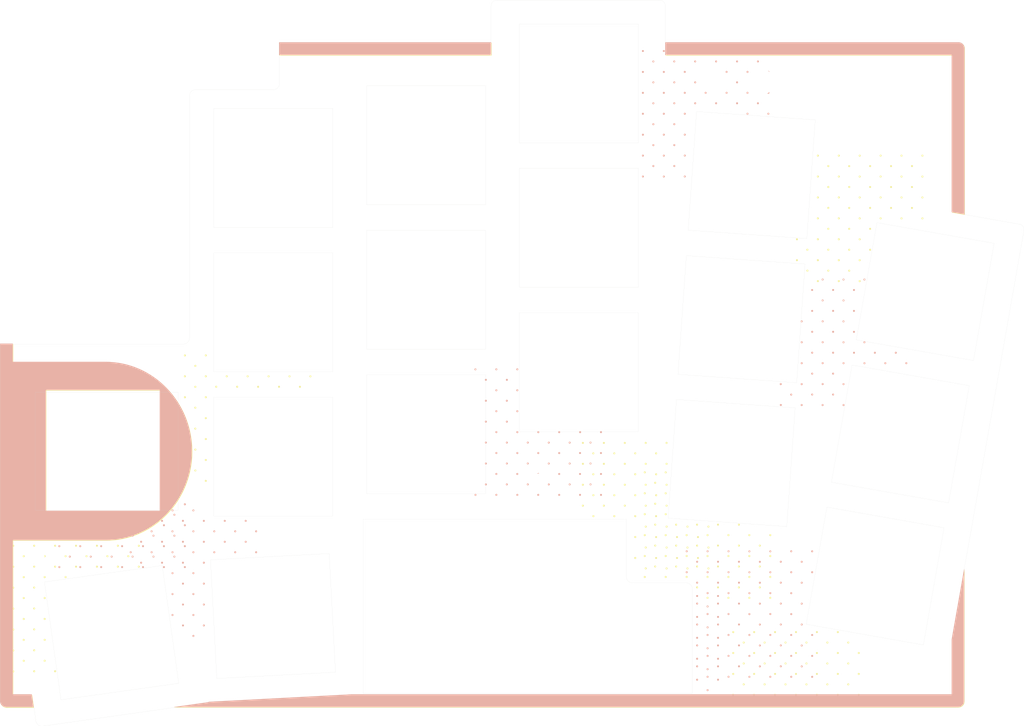
<source format=kicad_pcb>
(kicad_pcb (version 20221018) (generator pcbnew)
  (title_block (title "KLOTZ split keyboard plate") (date "2022-03-28") (rev "0.1"))
  (layers (0 "F.Cu" signal) (31 "B.Cu" signal) (34 "B.Paste" user) (35 "F.Paste" user) (36 "B.SilkS" user "B.Silkscreen") (37 "F.SilkS" user "F.Silkscreen") (38 "B.Mask" user) (39 "F.Mask" user) (44 "Edge.Cuts" user))
  (net 0 "")
  (footprint "MountingHole:MountingHole_3.2mm_M3" (layer "F.Cu") (at 174.254 58.178)
    (fp_text reference "REF**" hide)
    (fp_text value "MountingHole_3.2mm_M3" hide)
    (pad "" np_thru_hole circle (at 0 0) (size 3.2 3.2) (drill 3.2) (layers "*.Cu" "*.Mask"))
  )
  (footprint "MountingHole:MountingHole_2.2mm_M2" (layer "F.Cu") (at 194.398013 57.553692)
    (fp_text reference "MH2" hide)
    (fp_text value "MountingHole" hide)
    (pad "" np_thru_hole circle (at 0 0) (size 2.2 2.2) (drill 2.2) (layers "*.Cu" "*.Mask"))
  )
  (footprint "MountingHole:MountingHole_2.2mm_M2" (layer "F.Cu") (at 148.18216 105.392393)
    (fp_text reference "MH3" hide)
    (fp_text value "MountingHole" hide)
    (pad "" np_thru_hole circle (at 0 0) (size 2.2 2.2) (drill 2.2) (layers "*.Cu" "*.Mask"))
  )
  (footprint "MountingHole:MountingHole_2.2mm_M2" (layer "F.Cu") (at 88.9 114.03)
    (fp_text reference "MH4" hide)
    (fp_text value "MountingHole" hide)
    (pad "" np_thru_hole circle (at 0 0) (size 2.2 2.2) (drill 2.2) (layers "*.Cu" "*.Mask"))
  )
  (footprint "MountingHole:MountingHole_2.2mm_M2" (layer "F.Cu") (at 121.652143 57.553692)
    (fp_text reference "MH1" hide)
    (fp_text value "MountingHole" hide)
    (pad "" np_thru_hole circle (at 0 0) (size 2.2 2.2) (drill 2.2) (layers "*.Cu" "*.Mask"))
  )
  (footprint "MountingHole:MountingHole_3.2mm_M3" (layer "F.Cu") (at 179.963 58.65)
    (fp_text reference "REF**" hide)
    (fp_text value "MountingHole_3.2mm_M3" hide)
    (pad "" np_thru_hole circle (at 0 0) (size 3.2 3.2) (drill 3.2) (layers "*.Cu" "*.Mask"))
  )
  (footprint "MountingHole:MountingHole_2.2mm_M2" (layer "F.Cu") (at 194.398013 127.759458)
    (fp_text reference "MH5" hide)
    (fp_text value "MountingHole" hide)
    (pad "" np_thru_hole circle (at 0 0) (size 2.2 2.2) (drill 2.2) (layers "*.Cu" "*.Mask"))
  )
  (footprint "MountingHole:MountingHole_3.2mm_M3" (layer "F.Cu") (at 168.532 57.797)
    (fp_text reference "REF**" hide)
    (fp_text value "MountingHole_3.2mm_M3" hide)
    (pad "" np_thru_hole circle (at 0 0) (size 3.2 3.2) (drill 3.2) (layers "*.Cu" "*.Mask"))
  )
  (gr_poly (pts (xy 198.288716 131.070957) (xy 198.287794 131.107121) (xy 198.285056 131.142827) (xy 198.280548 131.178029) (xy 198.274316 131.212682) (xy 198.266404 131.24674) (xy 198.256857 131.280159) (xy 198.245722 131.312894) (xy 198.233043 131.344898) (xy 198.218865 131.376127) (xy 198.203233 131.406537) (xy 198.186194 131.43608) (xy 198.167791 131.464713) (xy 198.148071 131.492389) (xy 198.127078 131.519065) (xy 198.104858 131.544694) (xy 198.081455 131.569232) (xy 198.056916 131.592632) (xy 198.031285 131.614851) (xy 198.004607 131.635842) (xy 197.976929 131.655561) (xy 197.948294 131.673962) (xy 197.918748 131.691001) (xy 197.888337 131.706631) (xy 197.857105 131.720808) (xy 197.825098 131.733486) (xy 197.792361 131.744621) (xy 197.758939 131.754166) (xy 197.724878 131.762078) (xy 197.690223 131.76831) (xy 197.655018 131.772817) (xy 197.619309 131.775555) (xy 197.583142 131.776477) (xy 105.26262 131.776477) (xy 109.358462 131.201473) (xy 109.351409 131.159145) (xy 126.140485 130.280773) (xy 196.824651 130.280773) (xy 196.824658 130.273716) (xy 196.824658 123.82172) (xy 198.288716 115.528312)) (stroke (width 0.01)) (fill solid) (layer "B.SilkS"))
  (gr_poly (pts (xy 180.411892 92.415498) (xy 180.417716 92.415764) (xy 180.423446 92.416226) (xy 180.429079 92.4169) (xy 180.434608 92.417802) (xy 180.440029 92.418946) (xy 180.445336 92.420349) (xy 180.450524 92.422026) (xy 180.455588 92.423992) (xy 180.460523 92.426262) (xy 180.465323 92.428854) (xy 180.469984 92.431781) (xy 180.4745 92.435059) (xy 180.478866 92.438705) (xy 180.483076 92.442733) (xy 180.487126 92.447158) (xy 180.490971 92.451791) (xy 180.494567 92.456433) (xy 180.497915 92.461096) (xy 180.501015 92.46579) (xy 180.503867 92.470526) (xy 180.506471 92.475313) (xy 180.508828 92.480161) (xy 180.510936 92.485083) (xy 180.512796 92.490087) (xy 180.514408 92.495183) (xy 180.515772 92.500384) (xy 180.516888 92.505698) (xy 180.517756 92.511136) (xy 180.518376 92.516708) (xy 180.518748 92.522425) (xy 180.518872 92.528297) (xy 180.518729 92.534207) (xy 180.518302 92.540028) (xy 180.517599 92.545754) (xy 180.516626 92.551378) (xy 180.515389 92.556893) (xy 180.513896 92.562293) (xy 180.512151 92.567571) (xy 180.510162 92.572722) (xy 180.507936 92.577738) (xy 180.505479 92.582614) (xy 180.502796 92.587342) (xy 180.499895 92.591916) (xy 180.496783 92.596331) (xy 180.493465 92.600579) (xy 180.489948 92.604653) (xy 180.486238 92.608548) (xy 180.482343 92.612257) (xy 180.478268 92.615774) (xy 180.47402 92.619091) (xy 180.469605 92.622204) (xy 180.46503 92.625104) (xy 180.460301 92.627786) (xy 180.455425 92.630243) (xy 180.450408 92.632469) (xy 180.445257 92.634457) (xy 180.439978 92.636202) (xy 180.434578 92.637695) (xy 180.429062 92.638932) (xy 180.423438 92.639905) (xy 180.417712 92.640608) (xy 180.411891 92.641034) (xy 180.40598 92.641178) (xy 180.40007 92.641054) (xy 180.394247 92.640682) (xy 180.388517 92.640062) (xy 180.382885 92.639194) (xy 180.377357 92.638077) (xy 180.371936 92.636713) (xy 180.36663 92.635101) (xy 180.361442 92.633241) (xy 180.356377 92.631133) (xy 180.351442 92.628777) (xy 180.346642 92.626173) (xy 180.34198 92.623321) (xy 180.337464 92.62022) (xy 180.333097 92.616872) (xy 180.328885 92.613276) (xy 180.324834 92.609432) (xy 180.32099 92.6048) (xy 180.317393 92.600158) (xy 180.314045 92.595496) (xy 180.310945 92.590802) (xy 180.308093 92.586067) (xy 180.305489 92.581281) (xy 180.303133 92.576432) (xy 180.301024 92.571511) (xy 180.299164 92.566507) (xy 180.297552 92.56141) (xy 180.296188 92.55621) (xy 180.295072 92.550896) (xy 180.294204 92.545458) (xy 180.293584 92.539886) (xy 180.293212 92.534169) (xy 180.293088 92.528297) (xy 180.293212 92.522386) (xy 180.293584 92.516563) (xy 180.294204 92.510833) (xy 180.295072 92.505201) (xy 180.296188 92.499673) (xy 180.297552 92.494253) (xy 180.299164 92.488947) (xy 180.301024 92.483759) (xy 180.303133 92.478696) (xy 180.305489 92.473762) (xy 180.308093 92.468962) (xy 180.310945 92.464302) (xy 180.314045 92.459786) (xy 180.317393 92.45542) (xy 180.32099 92.451209) (xy 180.324834 92.447158) (xy 180.329467 92.443314) (xy 180.334111 92.439718) (xy 180.338776 92.43637) (xy 180.343471 92.43327) (xy 180.348207 92.430417) (xy 180.352995 92.427813) (xy 180.357844 92.425457) (xy 180.362766 92.423349) (xy 180.367771 92.421489) (xy 180.372868 92.419877) (xy 180.378068 92.418513) (xy 180.383382 92.417397) (xy 180.38882 92.416529) (xy 180.394392 92.415908) (xy 180.400109 92.415536) (xy 180.40598 92.415412)) (stroke (width 0.01)) (fill solid) (layer "B.SilkS"))
  (gr_poly (pts (xy 143.225911 92.136711) (xy 143.225904 92.136711) (xy 143.225907 92.13671)) (stroke (width 0.01)) (fill solid) (layer "B.SilkS"))
  (gr_poly (pts (xy 106.333941 112.20892) (xy 106.339764 112.209187) (xy 106.345495 112.209649) (xy 106.351126 112.210324) (xy 106.356655 112.211226) (xy 106.362075 112.21237) (xy 106.367382 112.213773) (xy 106.372569 112.21545) (xy 106.377633 112.217417) (xy 106.382567 112.219688) (xy 106.387367 112.222279) (xy 106.392028 112.225207) (xy 106.396543 112.228486) (xy 106.400909 112.232131) (xy 106.40512 112.236159) (xy 106.409171 112.240585) (xy 106.413016 112.245216) (xy 106.416613 112.249857) (xy 106.419962 112.25452) (xy 106.423062 112.259213) (xy 106.425915 112.263948) (xy 106.428519 112.268734) (xy 106.430876 112.273583) (xy 106.432984 112.278504) (xy 106.434844 112.283508) (xy 106.436456 112.288604) (xy 106.43782 112.293804) (xy 106.438937 112.299118) (xy 106.439805 112.304556) (xy 106.440425 112.310128) (xy 106.440797 112.315844) (xy 106.440921 112.321716) (xy 106.440777 112.327627) (xy 106.440351 112.333449) (xy 106.439648 112.339175) (xy 106.438675 112.344799) (xy 106.437438 112.350314) (xy 106.435944 112.355715) (xy 106.4342 112.360994) (xy 106.432212 112.366145) (xy 106.429985 112.371162) (xy 106.427528 112.376038) (xy 106.424846 112.380766) (xy 106.421945 112.385341) (xy 106.418833 112.389756) (xy 106.415515 112.394004) (xy 106.411998 112.398079) (xy 106.408289 112.401974) (xy 106.404393 112.405683) (xy 106.400318 112.4092) (xy 106.39607 112.412517) (xy 106.391656 112.41563) (xy 106.387081 112.41853) (xy 106.382352 112.421212) (xy 106.377476 112.423669) (xy 106.372459 112.425895) (xy 106.367308 112.427884) (xy 106.362029 112.429628) (xy 106.356629 112.431122) (xy 106.351113 112.432358) (xy 106.345489 112.433331) (xy 106.339763 112.434034) (xy 106.333941 112.434461) (xy 106.328031 112.434604) (xy 106.322119 112.43448) (xy 106.316296 112.434108) (xy 106.310566 112.433488) (xy 106.304934 112.43262) (xy 106.299405 112.431504) (xy 106.293985 112.43014) (xy 106.288679 112.428528) (xy 106.283491 112.426668) (xy 106.278428 112.42456) (xy 106.273494 112.422203) (xy 106.268694 112.419599) (xy 106.264033 112.416747) (xy 106.259518 112.413647) (xy 106.255152 112.410299) (xy 106.250941 112.406702) (xy 106.24689 112.402858) (xy 106.24689 112.402851) (xy 106.243045 112.39822) (xy 106.239448 112.393578) (xy 106.236099 112.388916) (xy 106.232999 112.384223) (xy 106.230146 112.379488) (xy 106.227541 112.374701) (xy 106.225185 112.369852) (xy 106.223076 112.364931) (xy 106.221216 112.359927) (xy 106.219604 112.35483) (xy 106.218239 112.34963) (xy 106.217123 112.344316) (xy 106.216255 112.338878) (xy 106.215635 112.333305) (xy 106.215263 112.327588) (xy 106.215138 112.321716) (xy 106.215263 112.315806) (xy 106.215635 112.309983) (xy 106.216255 112.304254) (xy 106.217123 112.298623) (xy 106.218239 112.293094) (xy 106.219604 112.287675) (xy 106.221216 112.282369) (xy 106.223076 112.277182) (xy 106.225185 112.272119) (xy 106.227541 112.267185) (xy 106.230146 112.262386) (xy 106.232999 112.257726) (xy 106.236099 112.253211) (xy 106.239448 112.248845) (xy 106.243045 112.244635) (xy 106.24689 112.240585) (xy 106.251522 112.236741) (xy 106.256164 112.233144) (xy 106.260827 112.229796) (xy 106.265521 112.226695) (xy 106.270256 112.223843) (xy 106.275044 112.221238) (xy 106.279892 112.218882) (xy 106.284814 112.216773) (xy 106.289818 112.214913) (xy 106.294915 112.213301) (xy 106.300116 112.211936) (xy 106.30543 112.21082) (xy 106.310868 112.209952) (xy 106.316441 112.209331) (xy 106.322158 112.208959) (xy 106.328031 112.208835)) (stroke (width 0.01)) (fill solid) (layer "B.SilkS"))
  (gr_poly (pts (xy 108.796392 119.599263) (xy 108.802215 119.599529) (xy 108.807945 119.599992) (xy 108.813578 119.600666) (xy 108.819106 119.601568) (xy 108.824527 119.602713) (xy 108.829833 119.604116) (xy 108.835021 119.605793) (xy 108.840084 119.607759) (xy 108.845019 119.61003) (xy 108.849819 119.612621) (xy 108.854479 119.615548) (xy 108.858995 119.618826) (xy 108.863361 119.622471) (xy 108.867572 119.626499) (xy 108.871623 119.630924) (xy 108.875468 119.635555) (xy 108.879064 119.640196) (xy 108.882413 119.644858) (xy 108.885513 119.649552) (xy 108.888366 119.654287) (xy 108.89097 119.659073) (xy 108.893327 119.663922) (xy 108.895435 119.668843) (xy 108.897295 119.673847) (xy 108.898908 119.678943) (xy 108.900272 119.684143) (xy 108.901388 119.689457) (xy 108.902256 119.694895) (xy 108.902877 119.700467) (xy 108.903249 119.706183) (xy 108.903373 119.712055) (xy 108.903249 119.717965) (xy 108.902877 119.723788) (xy 108.902256 119.729518) (xy 108.901388 119.735149) (xy 108.900272 119.740678) (xy 108.898908 119.746098) (xy 108.897295 119.751405) (xy 108.895435 119.756592) (xy 108.893327 119.761656) (xy 108.89097 119.766591) (xy 108.888366 119.771391) (xy 108.885513 119.776051) (xy 108.882413 119.780567) (xy 108.879064 119.784933) (xy 108.875468 119.789143) (xy 108.871623 119.793193) (xy 108.866991 119.797038) (xy 108.862348 119.800634) (xy 108.857685 119.803982) (xy 108.852991 119.807082) (xy 108.848255 119.809934) (xy 108.843468 119.812539) (xy 108.838618 119.814895) (xy 108.833697 119.817003) (xy 108.828693 119.818863) (xy 108.823595 119.820475) (xy 108.818395 119.821839) (xy 108.813081 119.822955) (xy 108.807642 119.823823) (xy 108.80207 119.824443) (xy 108.796353 119.824815) (xy 108.790481 119.824939) (xy 108.784569 119.824815) (xy 108.778746 119.824443) (xy 108.773016 119.823823) (xy 108.767383 119.822955) (xy 108.761854 119.821839) (xy 108.756434 119.820475) (xy 108.751128 119.818863) (xy 108.74594 119.817003) (xy 108.740876 119.814895) (xy 108.735942 119.812539) (xy 108.731141 119.809934) (xy 108.726481 119.807082) (xy 108.721965 119.803982) (xy 108.717599 119.800634) (xy 108.713389 119.797038) (xy 108.709338 119.793193) (xy 108.705494 119.788561) (xy 108.701897 119.783919) (xy 108.698548 119.779255) (xy 108.695448 119.774561) (xy 108.692595 119.769825) (xy 108.689991 119.765038) (xy 108.687635 119.760189) (xy 108.685526 119.755268) (xy 108.683666 119.750264) (xy 108.682053 119.745167) (xy 108.680689 119.739966) (xy 108.679573 119.734653) (xy 108.678705 119.729215) (xy 108.678085 119.723643) (xy 108.677712 119.717926) (xy 108.677588 119.712055) (xy 108.677674 119.706145) (xy 108.67794 119.700322) (xy 108.678402 119.694593) (xy 108.679077 119.688961) (xy 108.679978 119.683433) (xy 108.681123 119.678014) (xy 108.682526 119.672708) (xy 108.684203 119.667521) (xy 108.686169 119.662458) (xy 108.68844 119.657524) (xy 108.691032 119.652725) (xy 108.693959 119.648065) (xy 108.697238 119.64355) (xy 108.700884 119.639184) (xy 108.704912 119.634974) (xy 108.709338 119.630924) (xy 108.71397 119.62708) (xy 108.718612 119.623483) (xy 108.723276 119.620135) (xy 108.72797 119.617035) (xy 108.732705 119.614183) (xy 108.737492 119.611579) (xy 108.742341 119.609223) (xy 108.747263 119.607114) (xy 108.752267 119.605254) (xy 108.757364 119.603642) (xy 108.762565 119.602278) (xy 108.76788 119.601162) (xy 108.773318 119.600294) (xy 108.778891 119.599674) (xy 108.784608 119.599302) (xy 108.790481 119.599178)) (stroke (width 0.01)) (fill solid) (layer "B.SilkS"))
  (gr_poly (pts (xy 171.79336 119.48641) (xy 171.799183 119.486782) (xy 171.804913 119.487402) (xy 171.810544 119.48827) (xy 171.816073 119.489386) (xy 171.821493 119.49075) (xy 171.8268 119.492362) (xy 171.831987 119.494222) (xy 171.837051 119.49633) (xy 171.841986 119.498686) (xy 171.846786 119.501291) (xy 171.851446 119.504143) (xy 171.855962 119.507243) (xy 171.860328 119.510591) (xy 171.864538 119.514187) (xy 171.868588 119.518032) (xy 171.872433 119.522663) (xy 171.876029 119.527304) (xy 171.879377 119.531966) (xy 171.882477 119.53666) (xy 171.885329 119.541394) (xy 171.887934 119.546181) (xy 171.89029 119.55103) (xy 171.892398 119.555951) (xy 171.894258 119.560954) (xy 171.89587 119.566051) (xy 171.897234 119.571251) (xy 171.89835 119.576565) (xy 171.899218 119.582003) (xy 171.899838 119.587575) (xy 171.90021 119.593291) (xy 171.900334 119.599163) (xy 171.900191 119.605073) (xy 171.899764 119.610895) (xy 171.899061 119.616621) (xy 171.898088 119.622245) (xy 171.896851 119.62776) (xy 171.895358 119.633161) (xy 171.893613 119.63844) (xy 171.891625 119.643591) (xy 171.889398 119.648608) (xy 171.886941 119.653484) (xy 171.884258 119.658212) (xy 171.881358 119.662787) (xy 171.878245 119.667202) (xy 171.874927 119.67145) (xy 171.87141 119.675525) (xy 171.867701 119.679421) (xy 171.863805 119.68313) (xy 171.85973 119.686647) (xy 171.855482 119.689965) (xy 171.851067 119.693078) (xy 171.846492 119.695979) (xy 171.841763 119.698661) (xy 171.836887 119.701119) (xy 171.83187 119.703345) (xy 171.826719 119.705334) (xy 171.82144 119.707078) (xy 171.81604 119.708572) (xy 171.810524 119.709808) (xy 171.8049 119.710781) (xy 171.799174 119.711485) (xy 171.793353 119.711911) (xy 171.787442 119.712055) (xy 171.781532 119.711931) (xy 171.775709 119.711559) (xy 171.769979 119.710939) (xy 171.764348 119.710071) (xy 171.758819 119.708954) (xy 171.753399 119.70759) (xy 171.748092 119.705978) (xy 171.742905 119.704117) (xy 171.737841 119.702009) (xy 171.732906 119.699652) (xy 171.728106 119.697047) (xy 171.723446 119.694194) (xy 171.71893 119.691093) (xy 171.714564 119.687744) (xy 171.710354 119.684147) (xy 171.706304 119.680301) (xy 171.706311 119.680301) (xy 171.702466 119.675669) (xy 171.698868 119.671027) (xy 171.695519 119.666364) (xy 171.692418 119.66167) (xy 171.689565 119.656935) (xy 171.68696 119.652148) (xy 171.684604 119.647299) (xy 171.682495 119.642378) (xy 171.680635 119.637375) (xy 171.679022 119.632278) (xy 171.677658 119.627078) (xy 171.676542 119.621764) (xy 171.675674 119.616326) (xy 171.675054 119.610753) (xy 171.674682 119.605035) (xy 171.674558 119.599163) (xy 171.674643 119.593252) (xy 171.674909 119.58743) (xy 171.675372 119.581701) (xy 171.676046 119.576069) (xy 171.676948 119.570541) (xy 171.678093 119.565122) (xy 171.679496 119.559816) (xy 171.681173 119.554629) (xy 171.68314 119.549566) (xy 171.685411 119.544632) (xy 171.688003 119.539833) (xy 171.690931 119.535173) (xy 171.69421 119.530657) (xy 171.697856 119.526292) (xy 171.701885 119.522082) (xy 171.706311 119.518032) (xy 171.710942 119.514187) (xy 171.715584 119.510591) (xy 171.720246 119.507243) (xy 171.724939 119.504143) (xy 171.729674 119.501291) (xy 171.734461 119.498686) (xy 171.73931 119.49633) (xy 171.744231 119.494222) (xy 171.749235 119.492362) (xy 171.754333 119.49075) (xy 171.759533 119.489386) (xy 171.764848 119.48827) (xy 171.770286 119.487402) (xy 171.775859 119.486782) (xy 171.781577 119.48641) (xy 171.78745 119.486286)) (stroke (width 0.01)) (fill solid) (layer "B.SilkS"))
  (gr_poly (pts (xy 112.490055 113.443624) (xy 112.495878 113.443996) (xy 112.501608 113.444616) (xy 112.50724 113.445484) (xy 112.512769 113.4466) (xy 112.518189 113.447964) (xy 112.523496 113.449576) (xy 112.528683 113.451437) (xy 112.533747 113.453545) (xy 112.538681 113.455901) (xy 112.543482 113.458505) (xy 112.548142 113.461357) (xy 112.552658 113.464457) (xy 112.557024 113.467805) (xy 112.561235 113.471402) (xy 112.565286 113.475246) (xy 112.56913 113.479878) (xy 112.572727 113.48452) (xy 112.576075 113.489182) (xy 112.579176 113.493876) (xy 112.582028 113.498611) (xy 112.584633 113.503398) (xy 112.586989 113.508247) (xy 112.589098 113.513168) (xy 112.590958 113.518172) (xy 112.59257 113.523269) (xy 112.593935 113.528469) (xy 112.595051 113.533783) (xy 112.595919 113.539221) (xy 112.596539 113.544793) (xy 112.596911 113.550509) (xy 112.597035 113.556381) (xy 112.596892 113.562291) (xy 112.596465 113.568113) (xy 112.595762 113.573839) (xy 112.594789 113.579463) (xy 112.593553 113.584978) (xy 112.592059 113.590378) (xy 112.590314 113.595657) (xy 112.588326 113.600808) (xy 112.5861 113.605824) (xy 112.583642 113.6107) (xy 112.58096 113.615428) (xy 112.578059 113.620003) (xy 112.574947 113.624418) (xy 112.571629 113.628665) (xy 112.568112 113.63274) (xy 112.564402 113.636635) (xy 112.560507 113.640344) (xy 112.556432 113.643861) (xy 112.552184 113.647179) (xy 112.547769 113.650291) (xy 112.543194 113.653191) (xy 112.538465 113.655873) (xy 112.533589 113.658331) (xy 112.528572 113.660557) (xy 112.523421 113.662545) (xy 112.518142 113.664289) (xy 112.512741 113.665783) (xy 112.507226 113.667019) (xy 112.501602 113.667992) (xy 112.495876 113.668695) (xy 112.490054 113.669122) (xy 112.484143 113.669265) (xy 112.484143 113.669261) (xy 112.478232 113.669138) (xy 112.472409 113.668765) (xy 112.466678 113.668145) (xy 112.461046 113.667277) (xy 112.455517 113.666161) (xy 112.450097 113.664797) (xy 112.44479 113.663185) (xy 112.439602 113.661325) (xy 112.434539 113.659217) (xy 112.429604 113.656861) (xy 112.424804 113.654257) (xy 112.420144 113.651404) (xy 112.415628 113.648304) (xy 112.411262 113.644956) (xy 112.407051 113.64136) (xy 112.403001 113.637516) (xy 112.399156 113.632884) (xy 112.39556 113.628242) (xy 112.392211 113.623579) (xy 112.389111 113.618885) (xy 112.386258 113.61415) (xy 112.383654 113.609363) (xy 112.381297 113.604514) (xy 112.379189 113.599593) (xy 112.377328 113.594589) (xy 112.375716 113.589492) (xy 112.374352 113.584292) (xy 112.373236 113.578979) (xy 112.372367 113.573541) (xy 112.371747 113.567969) (xy 112.371375 113.562252) (xy 112.371251 113.556381) (xy 112.371336 113.550471) (xy 112.371602 113.544648) (xy 112.372065 113.538919) (xy 112.372739 113.533287) (xy 112.373641 113.527759) (xy 112.374786 113.52234) (xy 112.376189 113.517034) (xy 112.377866 113.511847) (xy 112.379832 113.506783) (xy 112.382103 113.501849) (xy 112.384694 113.497049) (xy 112.387622 113.492389) (xy 112.390901 113.487873) (xy 112.394547 113.483508) (xy 112.398575 113.479297) (xy 112.403001 113.475246) (xy 112.407633 113.471402) (xy 112.412275 113.467805) (xy 112.416938 113.464457) (xy 112.421632 113.461357) (xy 112.426368 113.458505) (xy 112.431155 113.455901) (xy 112.436005 113.453545) (xy 112.440926 113.451437) (xy 112.445931 113.449576) (xy 112.451028 113.447964) (xy 112.456229 113.4466) (xy 112.461543 113.445484) (xy 112.466981 113.444616) (xy 112.472554 113.443996) (xy 112.478271 113.443624) (xy 112.484143 113.4435)) (stroke (width 0.01)) (fill solid) (layer "B.SilkS"))
  (gr_poly (pts (xy 164.176708 55.664911) (xy 164.182532 55.665283) (xy 164.188262 55.665903) (xy 164.193894 55.666771) (xy 164.199423 55.667888) (xy 164.204843 55.669252) (xy 164.210149 55.670864) (xy 164.215337 55.672724) (xy 164.2204 55.674832) (xy 164.225334 55.677189) (xy 164.230134 55.679793) (xy 164.234794 55.682646) (xy 164.239309 55.685746) (xy 164.243675 55.689094) (xy 164.247885 55.692691) (xy 164.251935 55.696536) (xy 164.255781 55.701167) (xy 164.259378 55.705809) (xy 164.262727 55.710472) (xy 164.265828 55.715166) (xy 164.268681 55.719901) (xy 164.271286 55.724688) (xy 164.273643 55.729536) (xy 164.275751 55.734457) (xy 164.277612 55.739461) (xy 164.279224 55.744558) (xy 164.280588 55.749758) (xy 164.281704 55.755072) (xy 164.282572 55.760509) (xy 164.283193 55.766082) (xy 164.283565 55.771799) (xy 164.283689 55.77767) (xy 164.283545 55.783581) (xy 164.283118 55.789402) (xy 164.282415 55.795128) (xy 164.281442 55.800752) (xy 164.280205 55.806267) (xy 164.278711 55.811667) (xy 164.276966 55.816946) (xy 164.274978 55.822096) (xy 164.272751 55.827113) (xy 164.270293 55.831988) (xy 164.26761 55.836717) (xy 164.264709 55.841291) (xy 164.261596 55.845706) (xy 164.258278 55.849954) (xy 164.254761 55.854028) (xy 164.251051 55.857924) (xy 164.247155 55.861633) (xy 164.24308 55.865149) (xy 164.238831 55.868467) (xy 164.234416 55.871579) (xy 164.229841 55.87448) (xy 164.225112 55.877162) (xy 164.220235 55.879619) (xy 164.215218 55.881845) (xy 164.210067 55.883834) (xy 164.204788 55.885578) (xy 164.199387 55.887071) (xy 164.193871 55.888308) (xy 164.188247 55.889281) (xy 164.182521 55.889984) (xy 164.176699 55.89041) (xy 164.170792 55.890554) (xy 164.164886 55.89043) (xy 164.159063 55.890058) (xy 164.153334 55.889438) (xy 164.147702 55.88857) (xy 164.142173 55.887454) (xy 164.136753 55.886089) (xy 164.131447 55.884477) (xy 164.126259 55.882617) (xy 164.121195 55.880509) (xy 164.116261 55.878152) (xy 164.11146 55.875548) (xy 164.1068 55.872695) (xy 164.102284 55.869595) (xy 164.097918 55.866247) (xy 164.093708 55.86265) (xy 164.089658 55.858805) (xy 164.085814 55.854174) (xy 164.082217 55.849532) (xy 164.078869 55.844869) (xy 164.075769 55.840175) (xy 164.072917 55.83544) (xy 164.070313 55.830653) (xy 164.067956 55.825805) (xy 164.065848 55.820884) (xy 164.063988 55.81588) (xy 164.062376 55.810783) (xy 164.061012 55.805583) (xy 164.059896 55.800269) (xy 164.059028 55.794831) (xy 164.058408 55.789259) (xy 164.058036 55.783542) (xy 164.057912 55.77767) (xy 164.057997 55.77176) (xy 164.058263 55.765937) (xy 164.058726 55.760207) (xy 164.0594 55.754576) (xy 164.060302 55.749047) (xy 164.061447 55.743628) (xy 164.06285 55.738322) (xy 164.064527 55.733134) (xy 164.066493 55.728071) (xy 164.068764 55.723137) (xy 164.071355 55.718338) (xy 164.074282 55.713678) (xy 164.07756 55.709162) (xy 164.081205 55.704797) (xy 164.085233 55.700586) (xy 164.089658 55.696536) (xy 164.09429 55.692691) (xy 164.098933 55.689094) (xy 164.103596 55.685746) (xy 164.10829 55.682646) (xy 164.113026 55.679793) (xy 164.117813 55.677189) (xy 164.122662 55.674832) (xy 164.127583 55.672724) (xy 164.132588 55.670864) (xy 164.137685 55.669252) (xy 164.142885 55.667888) (xy 164.148199 55.666771) (xy 164.153636 55.665903) (xy 164.159208 55.665283) (xy 164.164925 55.664911) (xy 164.170796 55.664787)) (stroke (width 0.01)) (fill solid) (layer "B.SilkS"))
  (gr_poly (pts (xy 106.333941 114.67476) (xy 106.339764 114.675132) (xy 106.345495 114.675752) (xy 106.351126 114.676621) (xy 106.356655 114.677737) (xy 106.362075 114.679101) (xy 106.367382 114.680713) (xy 106.372569 114.682573) (xy 106.377633 114.684682) (xy 106.382567 114.687038) (xy 106.387367 114.689643) (xy 106.392028 114.692495) (xy 106.396543 114.695596) (xy 106.400909 114.698944) (xy 106.40512 114.702541) (xy 106.409171 114.706386) (xy 106.409171 114.706379) (xy 106.413016 114.71101) (xy 106.416613 114.715652) (xy 106.419962 114.720315) (xy 106.423062 114.725008) (xy 106.425915 114.729743) (xy 106.428519 114.73453) (xy 106.430876 114.739378) (xy 106.432984 114.744299) (xy 106.434844 114.749303) (xy 106.436456 114.7544) (xy 106.43782 114.7596) (xy 106.438937 114.764914) (xy 106.439805 114.770352) (xy 106.440425 114.775924) (xy 106.440797 114.781641) (xy 106.440921 114.787513) (xy 106.440777 114.793424) (xy 106.440351 114.799245) (xy 106.439648 114.804971) (xy 106.438675 114.810595) (xy 106.437438 114.81611) (xy 106.435944 114.821511) (xy 106.4342 114.826789) (xy 106.432212 114.83194) (xy 106.429985 114.836957) (xy 106.427528 114.841833) (xy 106.424846 114.846561) (xy 106.421945 114.851136) (xy 106.418833 114.85555) (xy 106.415515 114.859798) (xy 106.411998 114.863873) (xy 106.408289 114.867768) (xy 106.404393 114.871477) (xy 106.400318 114.874994) (xy 106.39607 114.878311) (xy 106.391656 114.881424) (xy 106.387081 114.884324) (xy 106.382352 114.887006) (xy 106.377476 114.889463) (xy 106.372459 114.891689) (xy 106.367308 114.893678) (xy 106.362029 114.895422) (xy 106.356629 114.896915) (xy 106.351113 114.898152) (xy 106.345489 114.899125) (xy 106.339763 114.899828) (xy 106.333941 114.900254) (xy 106.328031 114.900398) (xy 106.322119 114.900274) (xy 106.316296 114.899902) (xy 106.310566 114.899282) (xy 106.304934 114.898414) (xy 106.299405 114.897298) (xy 106.293985 114.895934) (xy 106.288679 114.894321) (xy 106.283491 114.892461) (xy 106.278428 114.890353) (xy 106.273494 114.887997) (xy 106.268694 114.885393) (xy 106.264033 114.882541) (xy 106.259518 114.879441) (xy 106.255152 114.876092) (xy 106.250941 114.872496) (xy 106.24689 114.868652) (xy 106.243045 114.86402) (xy 106.239448 114.859378) (xy 106.236099 114.854716) (xy 106.232999 114.850022) (xy 106.230146 114.845287) (xy 106.227541 114.840501) (xy 106.225185 114.835652) (xy 106.223076 114.830731) (xy 106.221216 114.825727) (xy 106.219604 114.82063) (xy 106.218239 114.81543) (xy 106.217123 114.810116) (xy 106.216255 114.804678) (xy 106.215635 114.799106) (xy 106.215263 114.793389) (xy 106.215138 114.787517) (xy 106.215263 114.781607) (xy 106.215635 114.775785) (xy 106.216255 114.770055) (xy 106.217123 114.764424) (xy 106.218239 114.758896) (xy 106.219604 114.753476) (xy 106.221216 114.74817) (xy 106.223076 114.742983) (xy 106.225185 114.73792) (xy 106.227541 114.732987) (xy 106.230146 114.728187) (xy 106.232999 114.723527) (xy 106.236099 114.719012) (xy 106.239448 114.714647) (xy 106.243045 114.710436) (xy 106.24689 114.706386) (xy 106.251522 114.702541) (xy 106.256164 114.698944) (xy 106.260827 114.695596) (xy 106.265521 114.692495) (xy 106.270256 114.689643) (xy 106.275044 114.687038) (xy 106.279892 114.684682) (xy 106.284814 114.682573) (xy 106.289818 114.680713) (xy 106.294915 114.679101) (xy 106.300116 114.677737) (xy 106.30543 114.676621) (xy 106.310868 114.675752) (xy 106.316441 114.675132) (xy 106.322158 114.67476) (xy 106.328031 114.674636)) (stroke (width 0.01)) (fill solid) (layer "B.SilkS"))
  (gr_poly (pts (xy 160.483042 61.824115) (xy 160.488865 61.824487) (xy 160.494595 61.825108) (xy 160.500226 61.825976) (xy 160.505755 61.827092) (xy 160.511175 61.828456) (xy 160.516482 61.830068) (xy 160.521669 61.831929) (xy 160.526733 61.834037) (xy 160.531668 61.836393) (xy 160.536468 61.838998) (xy 160.541128 61.84185) (xy 160.545644 61.84495) (xy 160.55001 61.848299) (xy 160.55422 61.851895) (xy 160.55827 61.85574) (xy 160.562115 61.860372) (xy 160.565711 61.865014) (xy 160.569059 61.869677) (xy 160.572159 61.87437) (xy 160.575011 61.879105) (xy 160.577616 61.883892) (xy 160.579972 61.888741) (xy 160.58208 61.893662) (xy 160.58394 61.898665) (xy 160.585552 61.903762) (xy 160.586916 61.908962) (xy 160.588032 61.914276) (xy 160.5889 61.919714) (xy 160.58952 61.925286) (xy 160.589892 61.931003) (xy 160.590016 61.936875) (xy 160.589873 61.942785) (xy 160.589446 61.948607) (xy 160.588743 61.954332) (xy 160.58777 61.959956) (xy 160.586533 61.965471) (xy 160.58504 61.970871) (xy 160.583295 61.97615) (xy 160.581307 61.981301) (xy 160.57908 61.986317) (xy 160.576623 61.991193) (xy 160.57394 61.995921) (xy 160.57104 62.000496) (xy 160.567927 62.00491) (xy 160.564609 62.009158) (xy 160.561092 62.013233) (xy 160.557383 62.017128) (xy 160.553487 62.020837) (xy 160.549412 62.024354) (xy 160.545164 62.027671) (xy 160.540749 62.030784) (xy 160.536174 62.033684) (xy 160.531445 62.036366) (xy 160.526569 62.038824) (xy 160.521552 62.04105) (xy 160.516401 62.043038) (xy 160.511122 62.044782) (xy 160.505722 62.046276) (xy 160.500206 62.047512) (xy 160.494582 62.048485) (xy 160.488856 62.049188) (xy 160.483035 62.049615) (xy 160.477127 62.049758) (xy 160.47122 62.049673) (xy 160.465397 62.049407) (xy 160.459666 62.048945) (xy 160.454034 62.04827) (xy 160.448505 62.047369) (xy 160.443085 62.046224) (xy 160.437779 62.044821) (xy 160.432591 62.043144) (xy 160.427528 62.041178) (xy 160.422594 62.038907) (xy 160.417794 62.036315) (xy 160.413134 62.033388) (xy 160.408619 62.030109) (xy 160.404254 62.026464) (xy 160.400043 62.022436) (xy 160.395993 62.01801) (xy 160.392148 62.013378) (xy 160.38855 62.008736) (xy 160.385201 62.004073) (xy 160.3821 61.99938) (xy 160.379247 61.994644) (xy 160.376642 61.989858) (xy 160.374286 61.985009) (xy 160.372177 61.980088) (xy 160.370317 61.975084) (xy 160.368704 61.969988) (xy 160.36734 61.964787) (xy 160.366224 61.959474) (xy 160.365356 61.954036) (xy 160.364736 61.948464) (xy 160.364364 61.942747) (xy 160.36424 61.936875) (xy 160.364325 61.930964) (xy 160.364591 61.925141) (xy 160.365054 61.919412) (xy 160.365728 61.91378) (xy 160.36663 61.908252) (xy 160.367775 61.902832) (xy 160.369178 61.897526) (xy 160.370855 61.892339) (xy 160.372822 61.887276) (xy 160.375093 61.882342) (xy 160.377685 61.877542) (xy 160.380613 61.872882) (xy 160.383892 61.868367) (xy 160.387538 61.864001) (xy 160.391567 61.85979) (xy 160.395993 61.85574) (xy 160.400624 61.851895) (xy 160.405266 61.848299) (xy 160.409928 61.84495) (xy 160.414621 61.84185) (xy 160.419356 61.838998) (xy 160.424143 61.836393) (xy 160.428992 61.834037) (xy 160.433913 61.831929) (xy 160.438917 61.830068) (xy 160.444015 61.828456) (xy 160.449215 61.827092) (xy 160.45453 61.825976) (xy 160.459968 61.825108) (xy 160.465541 61.824487) (xy 160.471259 61.824115) (xy 160.477132 61.823991)) (stroke (width 0.01)) (fill solid) (layer "B.SilkS"))
  (gr_poly (pts (xy 162.93958 66.977829) (xy 162.939572 66.977829) (xy 162.939575 66.977828)) (stroke (width 0.01)) (fill solid) (layer "B.SilkS"))
  (gr_poly (pts (xy 150.629748 104.22949) (xy 150.63557 104.229862) (xy 150.6413 104.230482) (xy 150.646931 104.23135) (xy 150.652459 104.232466) (xy 150.657879 104.23383) (xy 150.663185 104.235442) (xy 150.668372 104.237302) (xy 150.673436 104.23941) (xy 150.67837 104.241767) (xy 150.68317 104.244371) (xy 150.687831 104.247223) (xy 150.692347 104.250323) (xy 150.696713 104.253671) (xy 150.700925 104.257268) (xy 150.704976 104.261112) (xy 150.70882 104.265743) (xy 150.712417 104.270385) (xy 150.715765 104.275048) (xy 150.718865 104.279742) (xy 150.721717 104.284477) (xy 150.724321 104.289264) (xy 150.726677 104.294113) (xy 150.728786 104.299034) (xy 150.730646 104.304038) (xy 150.732258 104.309135) (xy 150.733622 104.314335) (xy 150.734738 104.319649) (xy 150.735606 104.325087) (xy 150.736226 104.330659) (xy 150.736598 104.336375) (xy 150.736722 104.342247) (xy 150.736637 104.348157) (xy 150.73637 104.353979) (xy 150.735908 104.359709) (xy 150.735234 104.36534) (xy 150.734332 104.370868) (xy 150.733187 104.376288) (xy 150.731784 104.381594) (xy 150.730107 104.386781) (xy 150.728141 104.391844) (xy 150.72587 104.396778) (xy 150.723279 104.401578) (xy 150.720352 104.406238) (xy 150.717074 104.410754) (xy 150.713428 104.41512) (xy 150.709401 104.419331) (xy 150.704976 104.423381) (xy 150.700344 104.427226) (xy 150.695701 104.430822) (xy 150.691038 104.43417) (xy 150.686344 104.43727) (xy 150.681608 104.440122) (xy 150.676821 104.442727) (xy 150.671972 104.445083) (xy 150.66705 104.447191) (xy 150.662046 104.449051) (xy 150.656949 104.450663) (xy 150.651749 104.452027) (xy 150.646435 104.453143) (xy 150.640997 104.454011) (xy 150.635425 104.454631) (xy 150.629709 104.455003) (xy 150.623837 104.455127) (xy 150.617926 104.455003) (xy 150.612102 104.454631) (xy 150.606372 104.454011) (xy 150.60074 104.453143) (xy 150.595211 104.452027) (xy 150.589791 104.450663) (xy 150.584484 104.449051) (xy 150.579297 104.447191) (xy 150.574234 104.445083) (xy 150.5693 104.442727) (xy 150.5645 104.440122) (xy 150.55984 104.43727) (xy 150.555325 104.43417) (xy 150.550959 104.430822) (xy 150.546749 104.427226) (xy 150.542699 104.423381) (xy 150.538853 104.41875) (xy 150.535256 104.414108) (xy 150.531907 104.409445) (xy 150.528806 104.404751) (xy 150.525953 104.400016) (xy 150.523348 104.395229) (xy 150.520991 104.39038) (xy 150.518883 104.385459) (xy 150.517022 104.380455) (xy 150.51541 104.375358) (xy 150.514046 104.370158) (xy 150.51293 104.364844) (xy 150.512061 104.359407) (xy 150.511441 104.353835) (xy 150.511069 104.348118) (xy 150.510945 104.342247) (xy 150.511069 104.336336) (xy 150.511441 104.330514) (xy 150.512061 104.324784) (xy 150.51293 104.319153) (xy 150.514046 104.313625) (xy 150.51541 104.308206) (xy 150.517022 104.3029) (xy 150.518883 104.297712) (xy 150.520991 104.292649) (xy 150.523348 104.287715) (xy 150.525953 104.282915) (xy 150.528806 104.278255) (xy 150.531907 104.273739) (xy 150.535256 104.269373) (xy 150.538853 104.265163) (xy 150.542699 104.261112) (xy 150.54733 104.257268) (xy 150.551971 104.253671) (xy 150.556634 104.250323) (xy 150.561327 104.247223) (xy 150.566062 104.244371) (xy 150.570849 104.241767) (xy 150.575697 104.23941) (xy 150.580619 104.237302) (xy 150.585623 104.235442) (xy 150.59072 104.23383) (xy 150.595921 104.232466) (xy 150.601235 104.23135) (xy 150.606674 104.230482) (xy 150.612247 104.229862) (xy 150.617965 104.22949) (xy 150.623837 104.229366)) (stroke (width 0.01)) (fill solid) (layer "B.SilkS"))
  (gr_poly (pts (xy 166.864933 126.876737) (xy 166.870756 126.877109) (xy 166.876487 126.877729) (xy 166.882119 126.878597) (xy 166.887648 126.879713) (xy 166.893068 126.881077) (xy 166.898374 126.88269) (xy 166.903562 126.88455) (xy 166.908625 126.886658) (xy 166.913559 126.889014) (xy 166.918359 126.891618) (xy 166.923019 126.89447) (xy 166.927534 126.89757) (xy 166.931899 126.900919) (xy 166.93611 126.904515) (xy 166.94016 126.908359) (xy 166.940167 126.908351) (xy 166.944012 126.912984) (xy 166.947608 126.917626) (xy 166.950957 126.92229) (xy 166.954057 126.926984) (xy 166.95691 126.931719) (xy 166.959515 126.936507) (xy 166.961872 126.941356) (xy 166.963981 126.946277) (xy 166.965841 126.951281) (xy 166.967454 126.956378) (xy 166.968819 126.961578) (xy 166.969936 126.966892) (xy 166.970804 126.97233) (xy 166.971425 126.977902) (xy 166.971797 126.983619) (xy 166.971921 126.98949) (xy 166.971777 126.995401) (xy 166.971351 127.001222) (xy 166.970648 127.006948) (xy 166.969674 127.012572) (xy 166.968437 127.018087) (xy 166.966943 127.023487) (xy 166.965199 127.028766) (xy 166.96321 127.033917) (xy 166.960983 127.038934) (xy 166.958526 127.043809) (xy 166.955843 127.048538) (xy 166.952942 127.053112) (xy 166.949829 127.057527) (xy 166.946511 127.061775) (xy 166.942993 127.06585) (xy 166.939283 127.069745) (xy 166.935388 127.073454) (xy 166.931312 127.07697) (xy 166.927064 127.080288) (xy 166.922648 127.0834) (xy 166.918073 127.086301) (xy 166.913344 127.088983) (xy 166.908468 127.09144) (xy 166.903451 127.093666) (xy 166.898299 127.095654) (xy 166.89302 127.097399) (xy 166.887619 127.098892) (xy 166.882104 127.100128) (xy 166.87648 127.101102) (xy 166.870754 127.101804) (xy 166.864932 127.102231) (xy 166.859021 127.102375) (xy 166.853111 127.102289) (xy 166.847289 127.102023) (xy 166.841559 127.101561) (xy 166.835928 127.100886) (xy 166.8304 127.099984) (xy 166.82498 127.09884) (xy 166.819674 127.097437) (xy 166.814487 127.09576) (xy 166.809423 127.093794) (xy 166.804489 127.091523) (xy 166.799689 127.088932) (xy 166.795028 127.086005) (xy 166.790512 127.082726) (xy 166.786145 127.079081) (xy 166.781934 127.075054) (xy 166.777883 127.070629) (xy 166.774038 127.065998) (xy 166.770442 127.061356) (xy 166.767094 127.056694) (xy 166.763994 127.052001) (xy 166.761142 127.047266) (xy 166.758537 127.042479) (xy 166.756181 127.037631) (xy 166.754073 127.03271) (xy 166.752213 127.027706) (xy 166.750601 127.022609) (xy 166.749237 127.017409) (xy 166.748121 127.012095) (xy 166.747253 127.006658) (xy 166.746633 127.001086) (xy 166.746261 126.995369) (xy 166.746137 126.989498) (xy 166.746222 126.983586) (xy 166.746488 126.977763) (xy 166.746951 126.972032) (xy 166.747625 126.9664) (xy 166.748527 126.960871) (xy 166.749672 126.955451) (xy 166.751074 126.950145) (xy 166.752751 126.944957) (xy 166.754717 126.939894) (xy 166.756988 126.93496) (xy 166.75958 126.93016) (xy 166.762507 126.9255) (xy 166.765785 126.920985) (xy 166.76943 126.916619) (xy 166.773457 126.912409) (xy 166.777883 126.908359) (xy 166.782515 126.904515) (xy 166.787158 126.900919) (xy 166.791821 126.89757) (xy 166.796515 126.89447) (xy 166.801251 126.891618) (xy 166.806038 126.889014) (xy 166.810887 126.886658) (xy 166.815808 126.88455) (xy 166.820812 126.88269) (xy 166.825909 126.881077) (xy 166.83111 126.879713) (xy 166.836423 126.878597) (xy 166.841861 126.877729) (xy 166.847433 126.877109) (xy 166.85315 126.876737) (xy 166.859021 126.876613)) (stroke (width 0.01)) (fill solid) (layer "B.SilkS"))
  (gr_poly (pts (xy 141.997066 100.532549) (xy 142.002889 100.532921) (xy 142.008619 100.53354) (xy 142.014251 100.534409) (xy 142.019779 100.535525) (xy 142.0252 100.536889) (xy 142.030506 100.538501) (xy 142.035694 100.540361) (xy 142.040757 100.542469) (xy 142.045692 100.544825) (xy 142.050491 100.547429) (xy 142.055152 100.550282) (xy 142.059667 100.553382) (xy 142.064033 100.55673) (xy 142.068243 100.560326) (xy 142.072293 100.56417) (xy 142.072301 100.564163) (xy 142.076145 100.568794) (xy 142.079741 100.573436) (xy 142.08309 100.578099) (xy 142.08619 100.582793) (xy 142.089043 100.587528) (xy 142.091647 100.592315) (xy 142.094004 100.597164) (xy 142.096112 100.602085) (xy 142.097973 100.607089) (xy 142.099585 100.612186) (xy 142.10095 100.617386) (xy 142.102066 100.6227) (xy 142.102934 100.628138) (xy 142.103554 100.63371) (xy 142.103927 100.639426) (xy 142.104051 100.645298) (xy 142.103907 100.651208) (xy 142.10348 100.65703) (xy 142.102777 100.662756) (xy 142.101804 100.66838) (xy 142.100567 100.673895) (xy 142.099073 100.679295) (xy 142.097329 100.684574) (xy 142.09534 100.689725) (xy 142.093114 100.694742) (xy 142.090656 100.699618) (xy 142.087974 100.704346) (xy 142.085073 100.708921) (xy 142.08196 100.713336) (xy 142.078642 100.717584) (xy 142.075125 100.721659) (xy 142.071415 100.725554) (xy 142.067519 100.729263) (xy 142.063444 100.73278) (xy 142.059196 100.736098) (xy 142.054781 100.73921) (xy 142.050206 100.742111) (xy 142.045477 100.744793) (xy 142.0406 100.747251) (xy 142.035583 100.749477) (xy 142.030432 100.751465) (xy 142.025153 100.753209) (xy 142.019753 100.754703) (xy 142.014237 100.75594) (xy 142.008613 100.756913) (xy 142.002887 100.757616) (xy 141.997065 100.758042) (xy 141.991155 100.758186) (xy 141.985244 100.758062) (xy 141.979421 100.75769) (xy 141.973691 100.757069) (xy 141.968058 100.756201) (xy 141.96253 100.755085) (xy 141.95711 100.75372) (xy 141.951803 100.752108) (xy 141.946616 100.750248) (xy 141.941552 100.748139) (xy 141.936618 100.745783) (xy 141.931818 100.743178) (xy 141.927158 100.740326) (xy 141.922642 100.737225) (xy 141.918277 100.733877) (xy 141.914066 100.73028) (xy 141.910016 100.726436) (xy 141.906171 100.721805) (xy 141.902574 100.717164) (xy 141.899226 100.712501) (xy 141.896125 100.707808) (xy 141.893272 100.703073) (xy 141.890668 100.698287) (xy 141.888312 100.693438) (xy 141.886203 100.688517) (xy 141.884343 100.683513) (xy 141.882731 100.678417) (xy 141.881367 100.673217) (xy 141.880251 100.667903) (xy 141.879382 100.662465) (xy 141.878762 100.656893) (xy 141.87839 100.651177) (xy 141.878266 100.645305) (xy 141.878352 100.639394) (xy 141.878618 100.633571) (xy 141.87908 100.627841) (xy 141.879755 100.62221) (xy 141.880657 100.616681) (xy 141.881801 100.611261) (xy 141.883204 100.605955) (xy 141.884881 100.600768) (xy 141.886848 100.595705) (xy 141.889119 100.590771) (xy 141.891711 100.585971) (xy 141.894638 100.581311) (xy 141.897917 100.576796) (xy 141.901562 100.572431) (xy 141.90559 100.56822) (xy 141.910016 100.56417) (xy 141.914648 100.560326) (xy 141.91929 100.55673) (xy 141.923953 100.553382) (xy 141.928646 100.550282) (xy 141.933382 100.547429) (xy 141.938169 100.544825) (xy 141.943017 100.542469) (xy 141.947939 100.540361) (xy 141.952943 100.538501) (xy 141.95804 100.536889) (xy 141.963241 100.535525) (xy 141.968555 100.534409) (xy 141.973993 100.53354) (xy 141.979565 100.532921) (xy 141.985282 100.532549) (xy 141.991155 100.532424)) (stroke (width 0.01)) (fill solid) (layer "B.SilkS"))
  (gr_poly (pts (xy 164.180233 60.589453) (xy 164.186056 60.589825) (xy 164.191787 60.590445) (xy 164.197419 60.591314) (xy 164.202948 60.59243) (xy 164.208368 60.593794) (xy 164.213674 60.595406) (xy 164.218862 60.597266) (xy 164.223925 60.599375) (xy 164.228859 60.601731) (xy 164.233659 60.604335) (xy 164.238319 60.607188) (xy 164.242834 60.610288) (xy 164.247199 60.613637) (xy 164.25141 60.617233) (xy 164.25546 60.621078) (xy 164.259305 60.625709) (xy 164.262903 60.630351) (xy 164.266252 60.635014) (xy 164.269353 60.639708) (xy 164.272206 60.644443) (xy 164.274811 60.649229) (xy 164.277167 60.654078) (xy 164.279276 60.658999) (xy 164.281136 60.664003) (xy 164.282749 60.6691) (xy 164.284113 60.6743) (xy 164.285229 60.679614) (xy 164.286097 60.685052) (xy 164.286717 60.690624) (xy 164.287089 60.69634) (xy 164.287213 60.702212) (xy 164.28707 60.708123) (xy 164.286643 60.713944) (xy 164.28594 60.71967) (xy 164.284967 60.725293) (xy 164.28373 60.730809) (xy 164.282237 60.736209) (xy 164.280492 60.741487) (xy 164.278504 60.746638) (xy 164.276277 60.751655) (xy 164.27382 60.75653) (xy 164.271137 60.761259) (xy 164.268237 60.765833) (xy 164.265124 60.770248) (xy 164.261806 60.774496) (xy 164.258289 60.77857) (xy 164.25458 60.782466) (xy 164.250684 60.786175) (xy 164.246609 60.789691) (xy 164.242361 60.793009) (xy 164.237946 60.796121) (xy 164.233371 60.799022) (xy 164.228642 60.801704) (xy 164.223766 60.804161) (xy 164.218749 60.806387) (xy 164.213598 60.808376) (xy 164.208319 60.81012) (xy 164.202919 60.811613) (xy 164.197403 60.81285) (xy 164.191779 60.813823) (xy 164.186053 60.814526) (xy 164.180232 60.814952) (xy 164.174321 60.815096) (xy 164.16841 60.814972) (xy 164.162586 60.8146) (xy 164.156856 60.81398) (xy 164.151223 60.813112) (xy 164.145695 60.811995) (xy 164.140274 60.810631) (xy 164.134968 60.809019) (xy 164.129781 60.807159) (xy 164.124717 60.80505) (xy 164.119783 60.802694) (xy 164.114984 60.800089) (xy 164.110324 60.797237) (xy 164.105808 60.794137) (xy 164.101443 60.790788) (xy 164.097233 60.787192) (xy 164.093183 60.783347) (xy 164.089338 60.778716) (xy 164.085742 60.774074) (xy 164.082394 60.769411) (xy 164.079294 60.764717) (xy 164.076442 60.759982) (xy 164.073837 60.755195) (xy 164.071481 60.750347) (xy 164.069373 60.745426) (xy 164.067513 60.740422) (xy 164.065901 60.735325) (xy 164.064537 60.730125) (xy 164.063421 60.724811) (xy 164.062553 60.719373) (xy 164.061933 60.713801) (xy 164.061561 60.708084) (xy 164.061437 60.702212) (xy 164.061522 60.696302) (xy 164.061788 60.690479) (xy 164.062251 60.684749) (xy 164.062925 60.679118) (xy 164.063827 60.673589) (xy 164.064971 60.66817) (xy 164.066375 60.662864) (xy 164.068051 60.657676) (xy 164.070018 60.652613) (xy 164.072288 60.647679) (xy 164.07488 60.64288) (xy 164.077807 60.638219) (xy 164.081085 60.633704) (xy 164.08473 60.629338) (xy 164.088757 60.625128) (xy 164.093183 60.621078) (xy 164.097815 60.617233) (xy 164.102457 60.613637) (xy 164.107121 60.610288) (xy 164.111815 60.607188) (xy 164.116551 60.604335) (xy 164.121338 60.601731) (xy 164.126187 60.599375) (xy 164.131108 60.597266) (xy 164.136112 60.595406) (xy 164.141209 60.593794) (xy 164.14641 60.59243) (xy 164.151723 60.591314) (xy 164.157161 60.590445) (xy 164.162733 60.589825) (xy 164.16845 60.589453) (xy 164.174321 60.589329)) (stroke (width 0.01)) (fill solid) (layer "B.SilkS"))
  (gr_poly (pts (xy 107.56517 108.51904) (xy 107.570993 108.519306) (xy 107.576724 108.519769) (xy 107.582356 108.520443) (xy 107.587885 108.521345) (xy 107.593305 108.52249) (xy 107.598612 108.523893) (xy 107.603799 108.52557) (xy 107.608863 108.527536) (xy 107.613798 108.529807) (xy 107.618598 108.532399) (xy 107.623258 108.535326) (xy 107.627774 108.538605) (xy 107.63214 108.542251) (xy 107.63635 108.546279) (xy 107.640401 108.550704) (xy 107.644245 108.555335) (xy 107.647842 108.559977) (xy 107.651191 108.564639) (xy 107.654291 108.569332) (xy 107.657144 108.574067) (xy 107.659748 108.578854) (xy 107.662105 108.583703) (xy 107.664213 108.588624) (xy 107.666073 108.593627) (xy 107.667686 108.598724) (xy 107.66905 108.603924) (xy 107.670166 108.609238) (xy 107.671034 108.614676) (xy 107.671654 108.620248) (xy 107.672027 108.625964) (xy 107.672151 108.631835) (xy 107.672007 108.637746) (xy 107.67158 108.643568) (xy 107.670877 108.649294) (xy 107.669904 108.654917) (xy 107.668668 108.660433) (xy 107.667174 108.665833) (xy 107.66543 108.671112) (xy 107.663441 108.676263) (xy 107.661215 108.68128) (xy 107.658757 108.686156) (xy 107.656075 108.690884) (xy 107.653174 108.695459) (xy 107.650062 108.699874) (xy 107.646744 108.704122) (xy 107.643227 108.708197) (xy 107.639518 108.712092) (xy 107.635622 108.715801) (xy 107.631547 108.719318) (xy 107.627299 108.722636) (xy 107.622884 108.725748) (xy 107.618309 108.728649) (xy 107.61358 108.731331) (xy 107.608704 108.733788) (xy 107.603688 108.736015) (xy 107.598536 108.738003) (xy 107.593257 108.739747) (xy 107.587857 108.741241) (xy 107.582341 108.742478) (xy 107.576717 108.743451) (xy 107.570991 108.744154) (xy 107.565169 108.74458) (xy 107.559258 108.744724) (xy 107.559258 108.744716) (xy 107.553347 108.744592) (xy 107.547524 108.74422) (xy 107.541794 108.7436) (xy 107.536161 108.742732) (xy 107.530633 108.741616) (xy 107.525212 108.740252) (xy 107.519906 108.73864) (xy 107.514718 108.73678) (xy 107.509655 108.734672) (xy 107.50472 108.732315) (xy 107.49992 108.729711) (xy 107.49526 108.726859) (xy 107.490744 108.723759) (xy 107.486378 108.720411) (xy 107.482167 108.716814) (xy 107.478116 108.71297) (xy 107.474271 108.708339) (xy 107.470675 108.703697) (xy 107.467326 108.699034) (xy 107.464226 108.694341) (xy 107.461374 108.689606) (xy 107.458769 108.684819) (xy 107.456413 108.67997) (xy 107.454305 108.675049) (xy 107.452445 108.670046) (xy 107.450833 108.664949) (xy 107.449468 108.659749) (xy 107.448352 108.654435) (xy 107.447484 108.648997) (xy 107.446864 108.643425) (xy 107.446492 108.637708) (xy 107.446368 108.631835) (xy 107.446492 108.625925) (xy 107.446864 108.620103) (xy 107.447484 108.614373) (xy 107.448352 108.608742) (xy 107.449468 108.603214) (xy 107.450833 108.597795) (xy 107.452445 108.592489) (xy 107.454305 108.587302) (xy 107.456413 108.582239) (xy 107.458769 108.577305) (xy 107.461374 108.572505) (xy 107.464226 108.567846) (xy 107.467326 108.56333) (xy 107.470675 108.558965) (xy 107.474271 108.554755) (xy 107.478116 108.550704) (xy 107.482748 108.54686) (xy 107.487391 108.543263) (xy 107.492054 108.539914) (xy 107.496749 108.536813) (xy 107.501484 108.533961) (xy 107.506271 108.531356) (xy 107.511121 108.529) (xy 107.516042 108.526892) (xy 107.521047 108.525031) (xy 107.526144 108.523419) (xy 107.531344 108.522055) (xy 107.536658 108.520939) (xy 107.542097 108.520071) (xy 107.547669 108.519451) (xy 107.553386 108.519079) (xy 107.559258 108.518955)) (stroke (width 0.01)) (fill solid) (layer "B.SilkS"))
  (gr_poly (pts (xy 174.022959 55.664871) (xy 174.028781 55.665138) (xy 174.034511 55.6656) (xy 174.040142 55.666274) (xy 174.04567 55.667176) (xy 174.05109 55.668321) (xy 174.056396 55.669724) (xy 174.061584 55.6714) (xy 174.066647 55.673367) (xy 174.071581 55.675638) (xy 174.076381 55.678229) (xy 174.081042 55.681156) (xy 174.085558 55.684435) (xy 174.089924 55.688081) (xy 174.094136 55.692109) (xy 174.098187 55.696535) (xy 174.102032 55.701166) (xy 174.105628 55.705808) (xy 174.108976 55.710471) (xy 174.112076 55.715165) (xy 174.114928 55.7199) (xy 174.117533 55.724687) (xy 174.119889 55.729535) (xy 174.121997 55.734456) (xy 174.123857 55.73946) (xy 174.125469 55.744557) (xy 174.126833 55.749757) (xy 174.127949 55.755071) (xy 174.128817 55.760509) (xy 174.129437 55.766081) (xy 174.129809 55.771798) (xy 174.129933 55.77767) (xy 174.12979 55.78358) (xy 174.129363 55.789401) (xy 174.12866 55.795127) (xy 174.127687 55.800751) (xy 174.12645 55.806266) (xy 174.124957 55.811666) (xy 174.123212 55.816945) (xy 174.121224 55.822096) (xy 174.118997 55.827112) (xy 174.11654 55.831988) (xy 174.113857 55.836716) (xy 174.110957 55.841291) (xy 174.107844 55.845705) (xy 174.104526 55.849953) (xy 174.101009 55.854028) (xy 174.0973 55.857923) (xy 174.093404 55.861632) (xy 174.089329 55.865149) (xy 174.085081 55.868466) (xy 174.080666 55.871579) (xy 174.076091 55.874479) (xy 174.071362 55.877161) (xy 174.066486 55.879618) (xy 174.061469 55.881844) (xy 174.056318 55.883833) (xy 174.051039 55.885577) (xy 174.045639 55.887071) (xy 174.040123 55.888307) (xy 174.034499 55.88928) (xy 174.028773 55.889983) (xy 174.022952 55.89041) (xy 174.017045 55.890553) (xy 174.011137 55.890429) (xy 174.005314 55.890057) (xy 173.999583 55.889437) (xy 173.993951 55.888569) (xy 173.988422 55.887453) (xy 173.983002 55.886089) (xy 173.977696 55.884476) (xy 173.972508 55.882616) (xy 173.967445 55.880508) (xy 173.962511 55.878151) (xy 173.957711 55.875547) (xy 173.953051 55.872695) (xy 173.948536 55.869594) (xy 173.944171 55.866246) (xy 173.93996 55.862649) (xy 173.93591 55.858805) (xy 173.932065 55.854173) (xy 173.928467 55.849531) (xy 173.925118 55.844868) (xy 173.922017 55.840174) (xy 173.919164 55.83544) (xy 173.916559 55.830653) (xy 173.914203 55.825804) (xy 173.912094 55.820883) (xy 173.910234 55.815879) (xy 173.908621 55.810782) (xy 173.907257 55.805582) (xy 173.906141 55.800268) (xy 173.905273 55.794831) (xy 173.904653 55.789258) (xy 173.904281 55.783542) (xy 173.904157 55.77767) (xy 173.904281 55.771759) (xy 173.904653 55.765936) (xy 173.905273 55.760206) (xy 173.906141 55.754575) (xy 173.907257 55.749047) (xy 173.908621 55.743627) (xy 173.910234 55.738321) (xy 173.912094 55.733134) (xy 173.914203 55.72807) (xy 173.916559 55.723136) (xy 173.919164 55.718337) (xy 173.922017 55.713677) (xy 173.925118 55.709161) (xy 173.928467 55.704796) (xy 173.932065 55.700585) (xy 173.93591 55.696535) (xy 173.940541 55.69269) (xy 173.945183 55.689094) (xy 173.949845 55.685745) (xy 173.954538 55.682645) (xy 173.959273 55.679792) (xy 173.96406 55.677188) (xy 173.968909 55.674832) (xy 173.97383 55.672723) (xy 173.978834 55.670863) (xy 173.983932 55.669251) (xy 173.989132 55.667887) (xy 173.994447 55.66677) (xy 173.999885 55.665902) (xy 174.005458 55.665282) (xy 174.011176 55.66491) (xy 174.017049 55.664786)) (stroke (width 0.01)) (fill solid) (layer "B.SilkS"))
  (gr_poly (pts (xy 185.329716 87.498052) (xy 185.335539 87.498424) (xy 185.34127 87.499044) (xy 185.346903 87.499912) (xy 185.352432 87.501028) (xy 185.357853 87.502392) (xy 185.36316 87.504005) (xy 185.368348 87.505865) (xy 185.373412 87.507973) (xy 185.378347 87.510329) (xy 185.383147 87.512933) (xy 185.387808 87.515785) (xy 185.392324 87.518885) (xy 185.396689 87.522234) (xy 185.4009 87.52583) (xy 185.40495 87.529674) (xy 185.408794 87.534306) (xy 185.412391 87.538948) (xy 185.415739 87.543611) (xy 185.41884 87.548304) (xy 185.421693 87.55304) (xy 185.424298 87.557827) (xy 185.426655 87.562676) (xy 185.428763 87.567597) (xy 185.430624 87.572601) (xy 185.432237 87.577698) (xy 185.433602 87.582899) (xy 185.434718 87.588213) (xy 185.435587 87.593651) (xy 185.436207 87.599223) (xy 185.43658 87.60494) (xy 185.436704 87.610813) (xy 185.43656 87.616723) (xy 185.436133 87.622544) (xy 185.43543 87.62827) (xy 185.434457 87.633893) (xy 185.43322 87.639408) (xy 185.431726 87.644808) (xy 185.429982 87.650087) (xy 185.427993 87.655237) (xy 185.425766 87.660254) (xy 185.423308 87.665129) (xy 185.420626 87.669858) (xy 185.417724 87.674432) (xy 185.414612 87.678847) (xy 185.411293 87.683094) (xy 185.407776 87.687169) (xy 185.404066 87.691064) (xy 185.40017 87.694773) (xy 185.396095 87.698289) (xy 185.391846 87.701607) (xy 185.387431 87.704719) (xy 185.382856 87.70762) (xy 185.378127 87.710302) (xy 185.37325 87.712759) (xy 185.368233 87.714985) (xy 185.363082 87.716973) (xy 185.357803 87.718717) (xy 185.352402 87.720211) (xy 185.346886 87.721447) (xy 185.341262 87.72242) (xy 185.335536 87.723123) (xy 185.329715 87.72355) (xy 185.323804 87.723693) (xy 185.317894 87.723608) (xy 185.312071 87.723342) (xy 185.306341 87.72288) (xy 185.300709 87.722206) (xy 185.295181 87.721304) (xy 185.28976 87.72016) (xy 185.284453 87.718757) (xy 185.279265 87.71708) (xy 185.274201 87.715114) (xy 185.269266 87.712843) (xy 185.264466 87.710252) (xy 185.259804 87.707325) (xy 185.255288 87.704046) (xy 185.250921 87.700401) (xy 185.246709 87.696373) (xy 185.242658 87.691948) (xy 185.238813 87.687316) (xy 185.235217 87.682674) (xy 185.231869 87.678011) (xy 185.228769 87.673318) (xy 185.225917 87.668583) (xy 185.223313 87.663796) (xy 185.220956 87.658948) (xy 185.218848 87.654027) (xy 185.216988 87.649023) (xy 185.215376 87.643926) (xy 185.214012 87.638726) (xy 185.212896 87.633412) (xy 185.212028 87.627974) (xy 185.211408 87.622402) (xy 185.211036 87.616685) (xy 185.210912 87.610813) (xy 185.211036 87.604902) (xy 185.211408 87.599079) (xy 185.212028 87.593349) (xy 185.212896 87.587717) (xy 185.214012 87.582189) (xy 185.215376 87.576769) (xy 185.216988 87.571463) (xy 185.218848 87.566275) (xy 185.220956 87.561212) (xy 185.223313 87.556278) (xy 185.225917 87.551478) (xy 185.228769 87.546817) (xy 185.231869 87.542302) (xy 185.235217 87.537936) (xy 185.238813 87.533725) (xy 185.242658 87.529674) (xy 185.247291 87.52583) (xy 185.251935 87.522234) (xy 185.256599 87.518885) (xy 185.261295 87.515785) (xy 185.266031 87.512933) (xy 185.270819 87.510329) (xy 185.275668 87.507973) (xy 185.28059 87.505865) (xy 185.285594 87.504005) (xy 185.290692 87.502392) (xy 185.295892 87.501028) (xy 185.301206 87.499912) (xy 185.306644 87.499044) (xy 185.312216 87.498424) (xy 185.317932 87.498052) (xy 185.323804 87.497928)) (stroke (width 0.01)) (fill solid) (layer "B.SilkS"))
  (gr_poly (pts (xy 151.860964 102.998354) (xy 151.866787 102.998726) (xy 151.872517 102.999346) (xy 151.878148 103.000214) (xy 151.883677 103.00133) (xy 151.889097 103.002694) (xy 151.894404 103.004306) (xy 151.899591 103.006166) (xy 151.904655 103.008274) (xy 151.90959 103.01063) (xy 151.91439 103.013234) (xy 151.91905 103.016087) (xy 151.923566 103.019187) (xy 151.927932 103.022535) (xy 151.932142 103.026131) (xy 151.936193 103.029975) (xy 151.940037 103.034607) (xy 151.943633 103.039249) (xy 151.946982 103.043911) (xy 151.950083 103.048605) (xy 151.952935 103.05334) (xy 151.95554 103.058127) (xy 151.957897 103.062975) (xy 151.960006 103.067896) (xy 151.961867 103.0729) (xy 151.963479 103.077997) (xy 151.964844 103.083197) (xy 151.965961 103.088511) (xy 151.966829 103.093949) (xy 151.96745 103.099521) (xy 151.967822 103.105238) (xy 151.967946 103.11111) (xy 151.967861 103.11702) (xy 151.967595 103.122843) (xy 151.967132 103.128572) (xy 151.966458 103.134204) (xy 151.965556 103.139732) (xy 151.964411 103.145151) (xy 151.963008 103.150457) (xy 151.96133 103.155644) (xy 151.959364 103.160707) (xy 151.957092 103.165641) (xy 151.954501 103.17044) (xy 151.951573 103.1751) (xy 151.948294 103.179615) (xy 151.944648 103.183981) (xy 151.940619 103.188191) (xy 151.936193 103.192241) (xy 151.931561 103.196086) (xy 151.92692 103.199683) (xy 151.922257 103.203032) (xy 151.917563 103.206132) (xy 151.912828 103.208985) (xy 151.908041 103.211589) (xy 151.903191 103.213946) (xy 151.89827 103.216054) (xy 151.893265 103.217914) (xy 151.888168 103.219526) (xy 151.882967 103.220891) (xy 151.877653 103.222007) (xy 151.872215 103.222875) (xy 151.866642 103.223495) (xy 151.860925 103.223867) (xy 151.855054 103.223991) (xy 151.849144 103.223867) (xy 151.843321 103.223495) (xy 151.837591 103.222875) (xy 151.831959 103.222007) (xy 151.826431 103.220891) (xy 151.821011 103.219526) (xy 151.815704 103.217914) (xy 151.810516 103.216054) (xy 151.805453 103.213946) (xy 151.800518 103.211589) (xy 151.795718 103.208985) (xy 151.791057 103.206132) (xy 151.786542 103.203032) (xy 151.782176 103.199683) (xy 151.777965 103.196086) (xy 151.773915 103.192241) (xy 151.770071 103.18761) (xy 151.766475 103.182969) (xy 151.763126 103.178307) (xy 151.760025 103.173613) (xy 151.757172 103.168878) (xy 151.754568 103.164092) (xy 151.752211 103.159243) (xy 151.750102 103.154322) (xy 151.748241 103.149318) (xy 151.746628 103.144222) (xy 151.745264 103.139022) (xy 151.744147 103.133708) (xy 151.743279 103.12827) (xy 151.742658 103.122698) (xy 151.742286 103.116982) (xy 151.742162 103.11111) (xy 151.742286 103.105199) (xy 151.742658 103.099376) (xy 151.743279 103.093646) (xy 151.744147 103.088015) (xy 151.745264 103.082486) (xy 151.746628 103.077067) (xy 151.748241 103.07176) (xy 151.750102 103.066573) (xy 151.752211 103.06151) (xy 151.754568 103.056576) (xy 151.757172 103.051776) (xy 151.760025 103.047116) (xy 151.763126 103.042601) (xy 151.766475 103.038236) (xy 151.770071 103.034025) (xy 151.773915 103.029975) (xy 151.778546 103.026131) (xy 151.783188 103.022535) (xy 151.787851 103.019187) (xy 151.792545 103.016087) (xy 151.79728 103.013234) (xy 151.802067 103.01063) (xy 151.806916 103.008274) (xy 151.811838 103.006166) (xy 151.816843 103.004306) (xy 151.82194 103.002694) (xy 151.827141 103.00133) (xy 151.832455 103.000214) (xy 151.837893 102.999346) (xy 151.843466 102.998726) (xy 151.849182 102.998354) (xy 151.855054 102.99823)) (stroke (width 0.01)) (fill solid) (layer "B.SilkS"))
  (gr_poly (pts (xy 165.411457 59.358318) (xy 165.41728 59.35869) (xy 165.423011 59.35931) (xy 165.428643 59.360178) (xy 165.434172 59.361294) (xy 165.439592 59.362658) (xy 165.444898 59.364271) (xy 165.450086 59.366131) (xy 165.455149 59.368239) (xy 165.460083 59.370596) (xy 165.464883 59.3732) (xy 165.469543 59.376052) (xy 165.474058 59.379153) (xy 165.478423 59.382501) (xy 165.482634 59.386098) (xy 165.486684 59.389942) (xy 165.490529 59.394574) (xy 165.494127 59.399216) (xy 165.497476 59.403879) (xy 165.500577 59.408572) (xy 165.50343 59.413307) (xy 165.506035 59.418094) (xy 165.508391 59.422943) (xy 165.5105 59.427864) (xy 165.51236 59.432868) (xy 165.513973 59.437964) (xy 165.515337 59.443165) (xy 165.516453 59.448478) (xy 165.517321 59.453916) (xy 165.517941 59.459488) (xy 165.518313 59.465205) (xy 165.518437 59.471077) (xy 165.518294 59.476987) (xy 165.517867 59.482809) (xy 165.517164 59.488534) (xy 165.516191 59.494158) (xy 165.514954 59.499673) (xy 165.513461 59.505073) (xy 165.511716 59.510352) (xy 165.509728 59.515503) (xy 165.507501 59.520519) (xy 165.505044 59.525395) (xy 165.502361 59.530123) (xy 165.499461 59.534698) (xy 165.496348 59.539112) (xy 165.49303 59.54336) (xy 165.489513 59.547435) (xy 165.485804 59.55133) (xy 165.481908 59.555039) (xy 165.477833 59.558556) (xy 165.473585 59.561874) (xy 165.46917 59.564986) (xy 165.464595 59.567886) (xy 165.459866 59.570568) (xy 165.45499 59.573026) (xy 165.449973 59.575252) (xy 165.444822 59.57724) (xy 165.439543 59.578984) (xy 165.434143 59.580478) (xy 165.428627 59.581714) (xy 165.423003 59.582687) (xy 165.417277 59.58339) (xy 165.411456 59.583817) (xy 165.405545 59.583961) (xy 165.399634 59.583837) (xy 165.39381 59.583464) (xy 165.38808 59.582844) (xy 165.382447 59.581976) (xy 165.376919 59.58086) (xy 165.371499 59.579496) (xy 165.366192 59.577883) (xy 165.361005 59.576023) (xy 165.355942 59.573915) (xy 165.351007 59.571558) (xy 165.346208 59.568954) (xy 165.341548 59.566102) (xy 165.337032 59.563001) (xy 165.332667 59.559653) (xy 165.328457 59.556056) (xy 165.324407 59.552212) (xy 165.320562 59.54758) (xy 165.316966 59.542938) (xy 165.313618 59.538275) (xy 165.310518 59.533582) (xy 165.307666 59.528847) (xy 165.305061 59.52406) (xy 165.302705 59.519211) (xy 165.300597 59.51429) (xy 165.298737 59.509287) (xy 165.297125 59.50419) (xy 165.295761 59.49899) (xy 165.294645 59.493676) (xy 165.293777 59.488238) (xy 165.293157 59.482666) (xy 165.292785 59.476949) (xy 165.292661 59.471077) (xy 165.292746 59.465166) (xy 165.293012 59.459344) (xy 165.293475 59.453614) (xy 165.294149 59.447982) (xy 165.295051 59.442454) (xy 165.296196 59.437034) (xy 165.297599 59.431728) (xy 165.299275 59.426541) (xy 165.301242 59.421478) (xy 165.303512 59.416544) (xy 165.306104 59.411744) (xy 165.309031 59.407084) (xy 165.312309 59.402569) (xy 165.315954 59.398203) (xy 165.319982 59.393992) (xy 165.324407 59.389942) (xy 165.329039 59.386098) (xy 165.333681 59.382501) (xy 165.338345 59.379153) (xy 165.343039 59.376052) (xy 165.347775 59.3732) (xy 165.352562 59.370596) (xy 165.357411 59.368239) (xy 165.362332 59.366131) (xy 165.367336 59.364271) (xy 165.372433 59.362658) (xy 165.377634 59.361294) (xy 165.382947 59.360178) (xy 165.388385 59.35931) (xy 165.393957 59.35869) (xy 165.399674 59.358318) (xy 165.405545 59.358194)) (stroke (width 0.01)) (fill solid) (layer "B.SilkS"))
  (gr_poly (pts (xy 173.021059 123.179807) (xy 173.026882 123.180179) (xy 173.032611 123.180799) (xy 173.038243 123.181667) (xy 173.043771 123.182783) (xy 173.04919 123.184147) (xy 173.054496 123.18576) (xy 173.059684 123.18762) (xy 173.064747 123.189728) (xy 173.069682 123.192084) (xy 173.074482 123.194688) (xy 173.079142 123.19754) (xy 173.083658 123.20064) (xy 173.088025 123.203989) (xy 173.092236 123.207585) (xy 173.096288 123.211429) (xy 173.100132 123.21606) (xy 173.103728 123.220701) (xy 173.107076 123.225364) (xy 173.110177 123.230057) (xy 173.113029 123.234792) (xy 173.115633 123.239579) (xy 173.117989 123.244427) (xy 173.120097 123.249348) (xy 173.121957 123.254352) (xy 173.123569 123.259449) (xy 173.124933 123.264649) (xy 173.12605 123.269962) (xy 173.126918 123.2754) (xy 173.127538 123.280972) (xy 173.12791 123.286689) (xy 173.128034 123.29256) (xy 173.12789 123.298471) (xy 173.127463 123.304292) (xy 173.12676 123.310018) (xy 173.125787 123.315642) (xy 173.124551 123.321157) (xy 173.123057 123.326557) (xy 173.121312 123.331836) (xy 173.119324 123.336987) (xy 173.117098 123.342004) (xy 173.11464 123.346879) (xy 173.111958 123.351608) (xy 173.109057 123.356183) (xy 173.105944 123.360597) (xy 173.102626 123.364845) (xy 173.099109 123.368919) (xy 173.0954 123.372815) (xy 173.091504 123.376524) (xy 173.087429 123.38004) (xy 173.083181 123.383358) (xy 173.078766 123.38647) (xy 173.074191 123.389371) (xy 173.069462 123.392053) (xy 173.064587 123.39451) (xy 173.05957 123.396736) (xy 173.054419 123.398724) (xy 173.04914 123.400469) (xy 173.043739 123.401962) (xy 173.038224 123.403199) (xy 173.0326 123.404172) (xy 173.026874 123.404874) (xy 173.021052 123.405301) (xy 173.015141 123.405445) (xy 173.00923 123.405321) (xy 173.003406 123.404949) (xy 172.997676 123.404329) (xy 172.992044 123.40346) (xy 172.986515 123.402344) (xy 172.981095 123.40098) (xy 172.975789 123.399368) (xy 172.970601 123.397508) (xy 172.965538 123.3954) (xy 172.960604 123.393044) (xy 172.955804 123.39044) (xy 172.951144 123.387588) (xy 172.946629 123.384487) (xy 172.942263 123.381139) (xy 172.938053 123.377543) (xy 172.934003 123.373699) (xy 172.934011 123.373699) (xy 172.930165 123.369066) (xy 172.926568 123.364424) (xy 172.923218 123.359761) (xy 172.920117 123.355066) (xy 172.917264 123.350331) (xy 172.91466 123.345544) (xy 172.912303 123.340694) (xy 172.910194 123.335773) (xy 172.908334 123.330769) (xy 172.906722 123.325672) (xy 172.905357 123.320472) (xy 172.904241 123.315158) (xy 172.903373 123.30972) (xy 172.902753 123.304148) (xy 172.902381 123.298432) (xy 172.902257 123.29256) (xy 172.902342 123.28665) (xy 172.902608 123.280827) (xy 172.903071 123.275098) (xy 172.903746 123.269467) (xy 172.904647 123.263939) (xy 172.905792 123.258519) (xy 172.907195 123.253213) (xy 172.908873 123.248026) (xy 172.910839 123.242963) (xy 172.913111 123.238029) (xy 172.915702 123.23323) (xy 172.91863 123.22857) (xy 172.921909 123.224055) (xy 172.925556 123.21969) (xy 172.929584 123.215479) (xy 172.934011 123.211429) (xy 172.938641 123.207585) (xy 172.943283 123.203989) (xy 172.947945 123.20064) (xy 172.952639 123.19754) (xy 172.957373 123.194688) (xy 172.96216 123.192084) (xy 172.967009 123.189728) (xy 172.971931 123.18762) (xy 172.976935 123.18576) (xy 172.982032 123.184147) (xy 172.987233 123.182783) (xy 172.992547 123.181667) (xy 172.997986 123.180799) (xy 173.003559 123.180179) (xy 173.009276 123.179807) (xy 173.015149 123.179683)) (stroke (width 0.01)) (fill solid) (layer "B.SilkS"))
  (gr_poly (pts (xy 101.41258 112.208917) (xy 101.418403 112.209183) (xy 101.424133 112.209645) (xy 101.429765 112.21032) (xy 101.435294 112.211222) (xy 101.440714 112.212366) (xy 101.44602 112.213769) (xy 101.451208 112.215446) (xy 101.456271 112.217412) (xy 101.461206 112.219683) (xy 101.466006 112.222274) (xy 101.470666 112.225201) (xy 101.475182 112.22848) (xy 101.479548 112.232125) (xy 101.483758 112.236152) (xy 101.487809 112.240577) (xy 101.491654 112.245209) (xy 101.495251 112.249851) (xy 101.4986 112.254514) (xy 101.501701 112.259207) (xy 101.504553 112.263943) (xy 101.507158 112.26873) (xy 101.509514 112.273578) (xy 101.511623 112.2785) (xy 101.513483 112.283504) (xy 101.515096 112.2886) (xy 101.51646 112.293801) (xy 101.517576 112.299114) (xy 101.518445 112.304552) (xy 101.519065 112.310124) (xy 101.519437 112.315841) (xy 101.519561 112.321712) (xy 101.519417 112.327623) (xy 101.518991 112.333444) (xy 101.518288 112.33917) (xy 101.517315 112.344794) (xy 101.516078 112.350309) (xy 101.514584 112.355709) (xy 101.51284 112.360988) (xy 101.510851 112.366139) (xy 101.508625 112.371156) (xy 101.506168 112.376031) (xy 101.503485 112.38076) (xy 101.500585 112.385334) (xy 101.497472 112.389749) (xy 101.494154 112.393997) (xy 101.490637 112.398072) (xy 101.486928 112.401967) (xy 101.483032 112.405676) (xy 101.478957 112.409192) (xy 101.474709 112.41251) (xy 101.470294 112.415622) (xy 101.465719 112.418523) (xy 101.460991 112.421205) (xy 101.456115 112.423662) (xy 101.451098 112.425888) (xy 101.445947 112.427876) (xy 101.440667 112.429621) (xy 101.435267 112.431114) (xy 101.429751 112.43235) (xy 101.424127 112.433324) (xy 101.418401 112.434026) (xy 101.41258 112.434453) (xy 101.406669 112.434597) (xy 101.406669 112.434593) (xy 101.400758 112.434469) (xy 101.394935 112.434097) (xy 101.389205 112.433477) (xy 101.383573 112.432609) (xy 101.378044 112.431493) (xy 101.372624 112.430128) (xy 101.367318 112.428516) (xy 101.36213 112.426656) (xy 101.357067 112.424548) (xy 101.352132 112.422192) (xy 101.347332 112.419588) (xy 101.342672 112.416736) (xy 101.338156 112.413636) (xy 101.33379 112.410287) (xy 101.329579 112.406691) (xy 101.325528 112.402847) (xy 101.321683 112.398215) (xy 101.318086 112.393573) (xy 101.314738 112.38891) (xy 101.311637 112.384217) (xy 101.308785 112.379481) (xy 101.30618 112.374695) (xy 101.303824 112.369846) (xy 101.301715 112.364924) (xy 101.299855 112.359921) (xy 101.298243 112.354824) (xy 101.296879 112.349624) (xy 101.295763 112.34431) (xy 101.294894 112.338872) (xy 101.294274 112.3333) (xy 101.293902 112.327583) (xy 101.293778 112.321712) (xy 101.293902 112.315802) (xy 101.294274 112.309979) (xy 101.294894 112.30425) (xy 101.295763 112.298619) (xy 101.296879 112.293091) (xy 101.298243 112.287671) (xy 101.299855 112.282365) (xy 101.301715 112.277178) (xy 101.303824 112.272115) (xy 101.30618 112.26718) (xy 101.308785 112.262381) (xy 101.311637 112.25772) (xy 101.314738 112.253205) (xy 101.318086 112.248839) (xy 101.321683 112.244628) (xy 101.325528 112.240577) (xy 101.33016 112.236733) (xy 101.334802 112.233137) (xy 101.339465 112.229789) (xy 101.344159 112.226688) (xy 101.348895 112.223836) (xy 101.353682 112.221232) (xy 101.358531 112.218876) (xy 101.363453 112.216768) (xy 101.368457 112.214908) (xy 101.373554 112.213296) (xy 101.378755 112.211932) (xy 101.384069 112.210815) (xy 101.389507 112.209947) (xy 101.395079 112.209327) (xy 101.400796 112.208955) (xy 101.406669 112.208831)) (stroke (width 0.01)) (fill solid) (layer "B.SilkS"))
  (gr_poly (pts (xy 106.55973 112.727514) (xy 106.565553 112.727886) (xy 106.571283 112.728506) (xy 106.576915 112.729374) (xy 106.582443 112.73049) (xy 106.587863 112.731854) (xy 106.59317 112.733466) (xy 106.598357 112.735326) (xy 106.603421 112.737434) (xy 106.608355 112.739791) (xy 106.613155 112.742395) (xy 106.617816 112.745247) (xy 106.622332 112.748347) (xy 106.626697 112.751695) (xy 106.630908 112.755292) (xy 106.634959 112.759136) (xy 106.638804 112.763767) (xy 106.642401 112.768409) (xy 106.64575 112.773072) (xy 106.64885 112.777766) (xy 106.651703 112.782501) (xy 106.654307 112.787288) (xy 106.656664 112.792137) (xy 106.658772 112.797058) (xy 106.660632 112.802062) (xy 106.662245 112.807159) (xy 106.663609 112.812359) (xy 106.664725 112.817673) (xy 106.665593 112.823111) (xy 106.666213 112.828683) (xy 106.666585 112.834399) (xy 106.666709 112.840271) (xy 106.666624 112.846181) (xy 106.666358 112.852003) (xy 106.665895 112.857733) (xy 106.665221 112.863365) (xy 106.664319 112.868893) (xy 106.663174 112.874313) (xy 106.661771 112.879619) (xy 106.660095 112.884806) (xy 106.658128 112.88987) (xy 106.655857 112.894804) (xy 106.653265 112.899604) (xy 106.650338 112.904264) (xy 106.647059 112.908779) (xy 106.643413 112.913145) (xy 106.639385 112.917355) (xy 106.634959 112.921405) (xy 106.630327 112.92525) (xy 106.625685 112.928846) (xy 106.621022 112.932194) (xy 106.616328 112.935294) (xy 106.611592 112.938146) (xy 106.606805 112.940751) (xy 106.601956 112.943107) (xy 106.597035 112.945215) (xy 106.592031 112.947075) (xy 106.586933 112.948687) (xy 106.581733 112.950051) (xy 106.576419 112.951167) (xy 106.57098 112.952035) (xy 106.565408 112.952655) (xy 106.559691 112.953027) (xy 106.553819 112.953151) (xy 106.547907 112.953066) (xy 106.542084 112.9528) (xy 106.536354 112.952337) (xy 106.530722 112.951663) (xy 106.525193 112.950761) (xy 106.519773 112.949616) (xy 106.514467 112.948213) (xy 106.50928 112.946537) (xy 106.504216 112.94457) (xy 106.499282 112.942299) (xy 106.494482 112.939708) (xy 106.489821 112.936781) (xy 106.485306 112.933503) (xy 106.48094 112.929858) (xy 106.476729 112.92583) (xy 106.472678 112.921405) (xy 106.468833 112.916774) (xy 106.465236 112.912132) (xy 106.461888 112.907469) (xy 106.458787 112.902775) (xy 106.455934 112.89804) (xy 106.45333 112.893253) (xy 106.450973 112.888404) (xy 106.448864 112.883483) (xy 106.447004 112.878479) (xy 106.445392 112.873382) (xy 106.444027 112.868182) (xy 106.442911 112.862868) (xy 106.442043 112.85743) (xy 106.441423 112.851859) (xy 106.441051 112.846142) (xy 106.440927 112.840271) (xy 106.441012 112.83436) (xy 106.441278 112.828538) (xy 106.441741 112.822808) (xy 106.442415 112.817177) (xy 106.443317 112.811649) (xy 106.444462 112.806229) (xy 106.445865 112.800923) (xy 106.447542 112.795736) (xy 106.449508 112.790673) (xy 106.45178 112.785739) (xy 106.454371 112.780939) (xy 106.457299 112.776279) (xy 106.460578 112.771763) (xy 106.464224 112.767397) (xy 106.468252 112.763186) (xy 106.472678 112.759136) (xy 106.47731 112.755292) (xy 106.481952 112.751695) (xy 106.486615 112.748347) (xy 106.491309 112.745247) (xy 106.496045 112.742395) (xy 106.500832 112.739791) (xy 106.505681 112.737434) (xy 106.510602 112.735326) (xy 106.515606 112.733466) (xy 106.520703 112.731854) (xy 106.525904 112.73049) (xy 106.531218 112.729374) (xy 106.536656 112.728506) (xy 106.542229 112.727886) (xy 106.547946 112.727514) (xy 106.553819 112.72739)) (stroke (width 0.01)) (fill solid) (layer "B.SilkS"))
  (gr_poly (pts (xy 144.46305 95.607964) (xy 144.468873 95.608231) (xy 144.474603 95.608693) (xy 144.480235 95.609367) (xy 144.485764 95.610269) (xy 144.491184 95.611413) (xy 144.496491 95.612816) (xy 144.501679 95.614492) (xy 144.506742 95.616458) (xy 144.511677 95.618729) (xy 144.516477 95.62132) (xy 144.521138 95.624248) (xy 144.525653 95.627526) (xy 144.53002 95.631172) (xy 144.534231 95.635199) (xy 144.538281 95.639625) (xy 144.542126 95.644257) (xy 144.545722 95.648899) (xy 144.54907 95.653562) (xy 144.55217 95.658255) (xy 144.555022 95.66299) (xy 144.557627 95.667777) (xy 144.559983 95.672626) (xy 144.562091 95.677548) (xy 144.563951 95.682551) (xy 144.565563 95.687648) (xy 144.566927 95.692848) (xy 144.568043 95.698162) (xy 144.568911 95.7036) (xy 144.569531 95.709172) (xy 144.569903 95.714888) (xy 144.570027 95.72076) (xy 144.569884 95.726671) (xy 144.569457 95.732492) (xy 144.568754 95.738218) (xy 144.567781 95.743842) (xy 144.566544 95.749357) (xy 144.565051 95.754757) (xy 144.563306 95.760036) (xy 144.561318 95.765187) (xy 144.559091 95.770204) (xy 144.556634 95.775079) (xy 144.553951 95.779808) (xy 144.551051 95.784382) (xy 144.547938 95.788797) (xy 144.54462 95.793045) (xy 144.541103 95.797119) (xy 144.537394 95.801014) (xy 144.533498 95.804724) (xy 144.529423 95.80824) (xy 144.525175 95.811558) (xy 144.52076 95.81467) (xy 144.516185 95.81757) (xy 144.511456 95.820252) (xy 144.50658 95.82271) (xy 144.501563 95.824936) (xy 144.496412 95.826924) (xy 144.491133 95.828668) (xy 144.485733 95.830162) (xy 144.480217 95.831398) (xy 144.474593 95.832371) (xy 144.468867 95.833074) (xy 144.463046 95.833501) (xy 144.457137 95.833644) (xy 144.451228 95.83352) (xy 144.445405 95.833148) (xy 144.439675 95.832528) (xy 144.434043 95.83166) (xy 144.428515 95.830544) (xy 144.423095 95.82918) (xy 144.417789 95.827568) (xy 144.412601 95.825708) (xy 144.407538 95.8236) (xy 144.402604 95.821244) (xy 144.397804 95.818639) (xy 144.393144 95.815787) (xy 144.388628 95.812687) (xy 144.384262 95.809339) (xy 144.380051 95.805743) (xy 144.376 95.801899) (xy 144.372156 95.797267) (xy 144.36856 95.792625) (xy 144.365211 95.787962) (xy 144.362111 95.783269) (xy 144.359259 95.778534) (xy 144.356654 95.773747) (xy 144.354298 95.768898) (xy 144.352189 95.763977) (xy 144.350329 95.758973) (xy 144.348716 95.753876) (xy 144.347352 95.748676) (xy 144.346235 95.743361) (xy 144.345367 95.737923) (xy 144.344747 95.73235) (xy 144.344375 95.726633) (xy 144.344251 95.72076) (xy 144.344336 95.714849) (xy 144.344602 95.709026) (xy 144.345065 95.703296) (xy 144.345739 95.697664) (xy 144.346641 95.692136) (xy 144.347786 95.686716) (xy 144.349189 95.68141) (xy 144.350866 95.676223) (xy 144.352832 95.67116) (xy 144.355103 95.666226) (xy 144.357695 95.661426) (xy 144.360622 95.656766) (xy 144.363901 95.652251) (xy 144.367547 95.647885) (xy 144.371575 95.643675) (xy 144.376 95.639625) (xy 144.380632 95.635781) (xy 144.385274 95.632185) (xy 144.389937 95.628836) (xy 144.394631 95.625736) (xy 144.399366 95.622884) (xy 144.404153 95.62028) (xy 144.409002 95.617924) (xy 144.413923 95.615816) (xy 144.418927 95.613956) (xy 144.424024 95.612343) (xy 144.429225 95.610979) (xy 144.434539 95.609863) (xy 144.439977 95.608995) (xy 144.44555 95.608375) (xy 144.451267 95.608003) (xy 144.457139 95.607879)) (stroke (width 0.01)) (fill solid) (layer "B.SilkS"))
  (gr_poly (pts (xy 149.398525 100.536038) (xy 149.404348 100.536305) (xy 149.410079 100.536767) (xy 149.415711 100.537441) (xy 149.42124 100.538343) (xy 149.42666 100.539488) (xy 149.431966 100.540891) (xy 149.437154 100.542568) (xy 149.442217 100.544534) (xy 149.447151 100.546805) (xy 149.451951 100.549396) (xy 149.456611 100.552323) (xy 149.461126 100.555601) (xy 149.465492 100.559247) (xy 149.469702 100.563274) (xy 149.473752 100.567699) (xy 149.477598 100.572331) (xy 149.481195 100.576973) (xy 149.484544 100.581635) (xy 149.487645 100.586329) (xy 149.490498 100.591064) (xy 149.493103 100.595851) (xy 149.49546 100.6007) (xy 149.497568 100.605621) (xy 149.499429 100.610625) (xy 149.501041 100.615722) (xy 149.502405 100.620922) (xy 149.503521 100.626236) (xy 149.504389 100.631674) (xy 149.50501 100.637246) (xy 149.505382 100.642962) (xy 149.505506 100.648834) (xy 149.505362 100.654744) (xy 149.504935 100.660566) (xy 149.504232 100.666292) (xy 149.503259 100.671916) (xy 149.502023 100.677431) (xy 149.500529 100.682831) (xy 149.498784 100.68811) (xy 149.496796 100.693261) (xy 149.494569 100.698278) (xy 149.492112 100.703154) (xy 149.48943 100.707883) (xy 149.486529 100.712457) (xy 149.483416 100.716872) (xy 149.480098 100.72112) (xy 149.476581 100.725195) (xy 149.472872 100.72909) (xy 149.468976 100.7328) (xy 149.464901 100.736316) (xy 149.460653 100.739634) (xy 149.456238 100.742747) (xy 149.451663 100.745647) (xy 149.446934 100.748329) (xy 149.442058 100.750787) (xy 149.437042 100.753013) (xy 149.43189 100.755001) (xy 149.426611 100.756746) (xy 149.421211 100.758239) (xy 149.415696 100.759476) (xy 149.410072 100.760449) (xy 149.404346 100.761152) (xy 149.398524 100.761579) (xy 149.392613 100.761722) (xy 149.392613 100.761715) (xy 149.386703 100.761629) (xy 149.380881 100.761363) (xy 149.375151 100.7609) (xy 149.36952 100.760226) (xy 149.363992 100.759324) (xy 149.358572 100.75818) (xy 149.353266 100.756777) (xy 149.348079 100.7551) (xy 149.343015 100.753134) (xy 149.338081 100.750863) (xy 149.333281 100.748272) (xy 149.32862 100.745344) (xy 149.324104 100.742066) (xy 149.319738 100.738421) (xy 149.315526 100.734394) (xy 149.311475 100.729969) (xy 149.307631 100.725337) (xy 149.304034 100.720695) (xy 149.300686 100.716032) (xy 149.297586 100.711338) (xy 149.294734 100.706603) (xy 149.29213 100.701816) (xy 149.289773 100.696967) (xy 149.287665 100.692046) (xy 149.285805 100.687042) (xy 149.284193 100.681945) (xy 149.282829 100.676745) (xy 149.281713 100.671431) (xy 149.280845 100.665994) (xy 149.280225 100.660422) (xy 149.279853 100.654705) (xy 149.279729 100.648834) (xy 149.279853 100.642924) (xy 149.280225 100.637101) (xy 149.280845 100.631372) (xy 149.281713 100.62574) (xy 149.282829 100.620212) (xy 149.284193 100.614793) (xy 149.285805 100.609487) (xy 149.287665 100.6043) (xy 149.289773 100.599236) (xy 149.29213 100.594302) (xy 149.294734 100.589502) (xy 149.297586 100.584842) (xy 149.300686 100.580326) (xy 149.304034 100.575961) (xy 149.307631 100.57175) (xy 149.311475 100.567699) (xy 149.316107 100.563855) (xy 149.32075 100.560259) (xy 149.325413 100.55691) (xy 149.330107 100.55381) (xy 149.334843 100.550958) (xy 149.33963 100.548354) (xy 149.344479 100.545998) (xy 149.349401 100.54389) (xy 149.354405 100.542029) (xy 149.359502 100.540417) (xy 149.364702 100.539053) (xy 149.370016 100.537937) (xy 149.375453 100.537069) (xy 149.381025 100.536449) (xy 149.386742 100.536077) (xy 149.392613 100.535953)) (stroke (width 0.01)) (fill solid) (layer "B.SilkS"))
  (gr_poly (pts (xy 173.021059 113.337774) (xy 173.026882 113.338146) (xy 173.032611 113.338766) (xy 173.038243 113.339634) (xy 173.043771 113.34075) (xy 173.04919 113.342114) (xy 173.054496 113.343726) (xy 173.059684 113.345586) (xy 173.064747 113.347694) (xy 173.069682 113.350051) (xy 173.074482 113.352655) (xy 173.079142 113.355507) (xy 173.083658 113.358607) (xy 173.088025 113.361955) (xy 173.092236 113.365551) (xy 173.096288 113.369396) (xy 173.100132 113.374027) (xy 173.103728 113.378669) (xy 173.107076 113.383332) (xy 173.110177 113.388025) (xy 173.113029 113.39276) (xy 173.115633 113.397547) (xy 173.117989 113.402396) (xy 173.120097 113.407317) (xy 173.121957 113.41232) (xy 173.123569 113.417417) (xy 173.124933 113.422617) (xy 173.12605 113.427931) (xy 173.126918 113.433369) (xy 173.127538 113.438941) (xy 173.12791 113.444658) (xy 173.128034 113.450531) (xy 173.12789 113.456441) (xy 173.127463 113.462263) (xy 173.12676 113.467989) (xy 173.125787 113.473612) (xy 173.124551 113.479128) (xy 173.123057 113.484528) (xy 173.121312 113.489807) (xy 173.119324 113.494958) (xy 173.117098 113.499974) (xy 173.11464 113.50485) (xy 173.111958 113.509578) (xy 173.109057 113.514153) (xy 173.105944 113.518567) (xy 173.102626 113.522815) (xy 173.099109 113.52689) (xy 173.0954 113.530785) (xy 173.091504 113.534494) (xy 173.087429 113.538011) (xy 173.083181 113.541329) (xy 173.078766 113.544441) (xy 173.074191 113.547341) (xy 173.069462 113.550023) (xy 173.064587 113.55248) (xy 173.05957 113.554706) (xy 173.054419 113.556695) (xy 173.04914 113.558439) (xy 173.043739 113.559933) (xy 173.038224 113.561169) (xy 173.0326 113.562142) (xy 173.026874 113.562845) (xy 173.021052 113.563271) (xy 173.015141 113.563415) (xy 173.015149 113.563411) (xy 173.009238 113.563287) (xy 173.003414 113.562915) (xy 172.997684 113.562295) (xy 172.992051 113.561427) (xy 172.986523 113.560311) (xy 172.981102 113.558947) (xy 172.975796 113.557335) (xy 172.970609 113.555474) (xy 172.965545 113.553366) (xy 172.960611 113.55101) (xy 172.955812 113.548405) (xy 172.951152 113.545553) (xy 172.946636 113.542452) (xy 172.942271 113.539103) (xy 172.938061 113.535506) (xy 172.934011 113.531662) (xy 172.930165 113.527031) (xy 172.926568 113.522389) (xy 172.923218 113.517727) (xy 172.920117 113.513034) (xy 172.917264 113.508299) (xy 172.91466 113.503512) (xy 172.912303 113.498664) (xy 172.910194 113.493743) (xy 172.908334 113.488739) (xy 172.906722 113.483642) (xy 172.905357 113.478442) (xy 172.904241 113.473128) (xy 172.903373 113.467691) (xy 172.902753 113.462119) (xy 172.902381 113.456402) (xy 172.902257 113.450531) (xy 172.902381 113.44462) (xy 172.902753 113.438797) (xy 172.903373 113.433067) (xy 172.904241 113.427435) (xy 172.905357 113.421907) (xy 172.906722 113.416487) (xy 172.908334 113.411181) (xy 172.910194 113.405993) (xy 172.912303 113.40093) (xy 172.91466 113.395996) (xy 172.917264 113.391197) (xy 172.920117 113.386537) (xy 172.923218 113.382022) (xy 172.926568 113.377656) (xy 172.930165 113.373446) (xy 172.934011 113.369396) (xy 172.938641 113.365551) (xy 172.943283 113.361955) (xy 172.947945 113.358607) (xy 172.952639 113.355507) (xy 172.957373 113.352655) (xy 172.96216 113.350051) (xy 172.967009 113.347694) (xy 172.971931 113.345586) (xy 172.976935 113.343726) (xy 172.982032 113.342114) (xy 172.987233 113.34075) (xy 172.992547 113.339634) (xy 172.997986 113.338766) (xy 173.003559 113.338146) (xy 173.009276 113.337774) (xy 173.015149 113.33765)) (stroke (width 0.01)) (fill solid) (layer "B.SilkS"))
  (gr_poly (pts (xy 169.327381 121.056157) (xy 169.333204 121.056423) (xy 169.338935 121.056886) (xy 169.344567 121.05756) (xy 169.350096 121.058462) (xy 169.355516 121.059607) (xy 169.360823 121.06101) (xy 169.366011 121.062687) (xy 169.371074 121.064653) (xy 169.376009 121.066924) (xy 169.380809 121.069515) (xy 169.38547 121.072442) (xy 169.389986 121.07572) (xy 169.394353 121.079365) (xy 169.398564 121.083393) (xy 169.402616 121.087818) (xy 169.40646 121.092449) (xy 169.410056 121.09709) (xy 169.413404 121.101752) (xy 169.416504 121.106446) (xy 169.419357 121.11118) (xy 169.421961 121.115967) (xy 169.424317 121.120816) (xy 169.426425 121.125737) (xy 169.428285 121.13074) (xy 169.429897 121.135837) (xy 169.431261 121.141037) (xy 169.432377 121.146351) (xy 169.433245 121.151789) (xy 169.433865 121.157361) (xy 169.434237 121.163077) (xy 169.434361 121.168949) (xy 169.434218 121.174859) (xy 169.433791 121.180681) (xy 169.433088 121.186407) (xy 169.432115 121.192031) (xy 169.430878 121.197546) (xy 169.429385 121.202946) (xy 169.42764 121.208225) (xy 169.425652 121.213376) (xy 169.423425 121.218392) (xy 169.420968 121.223268) (xy 169.418285 121.227996) (xy 169.415385 121.232571) (xy 169.412272 121.236986) (xy 169.408954 121.241233) (xy 169.405437 121.245308) (xy 169.401728 121.249203) (xy 169.397832 121.252912) (xy 169.393757 121.256429) (xy 169.389509 121.259747) (xy 169.385094 121.262859) (xy 169.380519 121.265759) (xy 169.37579 121.268441) (xy 169.370914 121.270899) (xy 169.365898 121.273125) (xy 169.360746 121.275113) (xy 169.355467 121.276857) (xy 169.350067 121.278351) (xy 169.344551 121.279587) (xy 169.338927 121.28056) (xy 169.333202 121.281263) (xy 169.32738 121.28169) (xy 169.321469 121.281833) (xy 169.315558 121.281709) (xy 169.309734 121.281337) (xy 169.304004 121.280717) (xy 169.298372 121.279849) (xy 169.292843 121.278733) (xy 169.287423 121.277369) (xy 169.282116 121.275757) (xy 169.276929 121.273897) (xy 169.271866 121.271789) (xy 169.266932 121.269432) (xy 169.262132 121.266828) (xy 169.257472 121.263976) (xy 169.252957 121.260876) (xy 169.248591 121.257528) (xy 169.244381 121.253932) (xy 169.240331 121.250087) (xy 169.236486 121.245455) (xy 169.23289 121.240812) (xy 169.229542 121.236149) (xy 169.226442 121.231455) (xy 169.22359 121.226719) (xy 169.220986 121.221932) (xy 169.218629 121.217083) (xy 169.216521 121.212162) (xy 169.214661 121.207158) (xy 169.213049 121.202061) (xy 169.211685 121.19686) (xy 169.210569 121.191546) (xy 169.209701 121.186109) (xy 169.209081 121.180537) (xy 169.208709 121.17482) (xy 169.208585 121.168949) (xy 169.20867 121.163038) (xy 169.208936 121.157216) (xy 169.209399 121.151487) (xy 169.210073 121.145855) (xy 169.210975 121.140327) (xy 169.21212 121.134908) (xy 169.213523 121.129602) (xy 169.215199 121.124415) (xy 169.217166 121.119352) (xy 169.219437 121.114418) (xy 169.222028 121.109619) (xy 169.224955 121.104959) (xy 169.228233 121.100443) (xy 169.231878 121.096078) (xy 169.235906 121.091868) (xy 169.240331 121.087818) (xy 169.244963 121.083973) (xy 169.249606 121.080377) (xy 169.254269 121.077029) (xy 169.258963 121.073929) (xy 169.263699 121.071077) (xy 169.268486 121.068472) (xy 169.273335 121.066116) (xy 169.278256 121.064008) (xy 169.28326 121.062148) (xy 169.288357 121.060536) (xy 169.293558 121.059172) (xy 169.298871 121.058056) (xy 169.304309 121.057188) (xy 169.309881 121.056568) (xy 169.315598 121.056196) (xy 169.321469 121.056072)) (stroke (width 0.01)) (fill solid) (layer "B.SilkS"))
  (gr_poly (pts (xy 169.327388 114.561861) (xy 169.333212 114.562233) (xy 169.338942 114.562853) (xy 169.344575 114.563721) (xy 169.350103 114.564837) (xy 169.355524 114.566201) (xy 169.36083 114.567813) (xy 169.366017 114.569673) (xy 169.371081 114.571781) (xy 169.376015 114.574137) (xy 169.380814 114.576741) (xy 169.385474 114.579594) (xy 169.38999 114.582694) (xy 169.394355 114.586042) (xy 169.398565 114.589638) (xy 169.402616 114.593483) (xy 169.406461 114.598113) (xy 169.410059 114.602755) (xy 169.413408 114.607417) (xy 169.416509 114.612111) (xy 169.419362 114.616845) (xy 169.421966 114.621632) (xy 169.424323 114.626481) (xy 169.426432 114.631402) (xy 169.428292 114.636406) (xy 169.429904 114.641503) (xy 169.431269 114.646703) (xy 169.432385 114.652017) (xy 169.433253 114.657456) (xy 169.433873 114.663028) (xy 169.434245 114.668745) (xy 169.434369 114.674617) (xy 169.434225 114.680528) (xy 169.433799 114.686349) (xy 169.433096 114.692075) (xy 169.432122 114.697699) (xy 169.430886 114.703214) (xy 169.429392 114.708615) (xy 169.427647 114.713893) (xy 169.425658 114.719044) (xy 169.423431 114.724061) (xy 169.420974 114.728937) (xy 169.418291 114.733665) (xy 169.41539 114.73824) (xy 169.412277 114.742654) (xy 169.408959 114.746902) (xy 169.405441 114.750977) (xy 169.401731 114.754872) (xy 169.397836 114.758581) (xy 169.39376 114.762098) (xy 169.389512 114.765415) (xy 169.385097 114.768527) (xy 169.380521 114.771428) (xy 169.375792 114.77411) (xy 169.370916 114.776567) (xy 169.365899 114.778793) (xy 169.360747 114.780782) (xy 169.355468 114.782526) (xy 169.350067 114.784019) (xy 169.344552 114.785256) (xy 169.338928 114.786229) (xy 169.333202 114.786932) (xy 169.32738 114.787358) (xy 169.321469 114.787502) (xy 169.321477 114.787498) (xy 169.315567 114.787374) (xy 169.309744 114.787002) (xy 169.304014 114.786382) (xy 169.298382 114.785513) (xy 169.292854 114.784397) (xy 169.287434 114.783032) (xy 169.282127 114.78142) (xy 169.276939 114.77956) (xy 169.271876 114.777451) (xy 169.266941 114.775095) (xy 169.262141 114.77249) (xy 169.257481 114.769638) (xy 169.252965 114.766537) (xy 169.248599 114.763189) (xy 169.244388 114.759593) (xy 169.240338 114.755748) (xy 169.236494 114.751117) (xy 169.232898 114.746476) (xy 169.22955 114.741814) (xy 169.226449 114.73712) (xy 169.223597 114.732385) (xy 169.220993 114.727599) (xy 169.218637 114.72275) (xy 169.216529 114.717829) (xy 169.214669 114.712826) (xy 169.213057 114.707729) (xy 169.211693 114.702529) (xy 169.210577 114.697215) (xy 169.209708 114.691777) (xy 169.209088 114.686205) (xy 169.208716 114.680489) (xy 169.208592 114.674617) (xy 169.208678 114.668706) (xy 169.208944 114.662883) (xy 169.209406 114.657154) (xy 169.210081 114.651522) (xy 169.210983 114.645993) (xy 169.212127 114.640574) (xy 169.21353 114.635267) (xy 169.215207 114.63008) (xy 169.217173 114.625017) (xy 169.219444 114.620083) (xy 169.222035 114.615284) (xy 169.224962 114.610624) (xy 169.228241 114.606108) (xy 169.231886 114.601743) (xy 169.235913 114.597533) (xy 169.240338 114.593483) (xy 169.244971 114.589638) (xy 169.249613 114.586042) (xy 169.254276 114.582694) (xy 169.258971 114.579594) (xy 169.263706 114.576741) (xy 169.268494 114.574137) (xy 169.273343 114.571781) (xy 169.278264 114.569673) (xy 169.283268 114.567813) (xy 169.288365 114.566201) (xy 169.293565 114.564837) (xy 169.298879 114.563721) (xy 169.304317 114.562853) (xy 169.309889 114.562233) (xy 169.315605 114.561861) (xy 169.321477 114.561737)) (stroke (width 0.01)) (fill solid) (layer "B.SilkS"))
  (gr_poly (pts (xy 175.483507 115.800004) (xy 175.48933 115.80027) (xy 175.49506 115.800733) (xy 175.500692 115.801407) (xy 175.506221 115.802309) (xy 175.511641 115.803454) (xy 175.516948 115.804857) (xy 175.522136 115.806533) (xy 175.5272 115.8085) (xy 175.532135 115.81077) (xy 175.536936 115.813362) (xy 175.541597 115.816289) (xy 175.546113 115.819567) (xy 175.55048 115.823212) (xy 175.554692 115.827239) (xy 175.558744 115.831665) (xy 175.562588 115.836296) (xy 175.566184 115.840938) (xy 175.569532 115.845601) (xy 175.572632 115.850295) (xy 175.575484 115.85503) (xy 175.578089 115.859817) (xy 175.580445 115.864666) (xy 175.582553 115.869587) (xy 175.584413 115.874591) (xy 175.586025 115.879688) (xy 175.587389 115.884888) (xy 175.588505 115.890202) (xy 175.589373 115.895639) (xy 175.589993 115.901211) (xy 175.590365 115.906928) (xy 175.590489 115.912799) (xy 175.590346 115.91871) (xy 175.589919 115.924532) (xy 175.589216 115.930257) (xy 175.588243 115.935881) (xy 175.587006 115.941396) (xy 175.585513 115.946797) (xy 175.583768 115.952076) (xy 175.58178 115.957226) (xy 175.579553 115.962243) (xy 175.577096 115.967119) (xy 175.574413 115.971847) (xy 175.571513 115.976422) (xy 175.5684 115.980836) (xy 175.565082 115.985084) (xy 175.561565 115.989159) (xy 175.557856 115.993054) (xy 175.55396 115.996763) (xy 175.549885 116.00028) (xy 175.545637 116.003597) (xy 175.541222 116.00671) (xy 175.536647 116.00961) (xy 175.531918 116.012292) (xy 175.527042 116.014749) (xy 175.522025 116.016975) (xy 175.516874 116.018964) (xy 175.511595 116.020708) (xy 175.506195 116.022201) (xy 175.500679 116.023438) (xy 175.495055 116.024411) (xy 175.489329 116.025114) (xy 175.483508 116.02554) (xy 175.477597 116.025684) (xy 175.471686 116.02556) (xy 175.465862 116.025188) (xy 175.460131 116.024568) (xy 175.454498 116.0237) (xy 175.448969 116.022584) (xy 175.443548 116.02122) (xy 175.438241 116.019608) (xy 175.433053 116.017747) (xy 175.427989 116.015639) (xy 175.423054 116.013283) (xy 175.418254 116.010679) (xy 175.413593 116.007827) (xy 175.409077 116.004727) (xy 175.404712 116.001378) (xy 175.400501 115.997782) (xy 175.396451 115.993938) (xy 175.396451 115.993934) (xy 175.392607 115.989303) (xy 175.389011 115.98466) (xy 175.385662 115.979998) (xy 175.382562 115.975304) (xy 175.37971 115.970569) (xy 175.377106 115.965782) (xy 175.37475 115.960933) (xy 175.372642 115.956012) (xy 175.370781 115.951008) (xy 175.369169 115.945911) (xy 175.367805 115.940711) (xy 175.366689 115.935397) (xy 175.365821 115.929959) (xy 175.365201 115.924387) (xy 175.364829 115.918671) (xy 175.364705 115.912799) (xy 175.36479 115.906889) (xy 175.365056 115.901067) (xy 175.365518 115.895337) (xy 175.366192 115.889706) (xy 175.367094 115.884178) (xy 175.368238 115.878758) (xy 175.36964 115.873452) (xy 175.371317 115.868265) (xy 175.373283 115.863202) (xy 175.375553 115.858268) (xy 175.378145 115.853468) (xy 175.381072 115.848808) (xy 175.384351 115.844292) (xy 175.387996 115.839926) (xy 175.392025 115.835715) (xy 175.396451 115.831665) (xy 175.401083 115.82782) (xy 175.405726 115.824224) (xy 175.410389 115.820876) (xy 175.415083 115.817776) (xy 175.419819 115.814924) (xy 175.424607 115.812319) (xy 175.429456 115.809963) (xy 175.434378 115.807855) (xy 175.439382 115.805995) (xy 175.44448 115.804383) (xy 175.44968 115.803019) (xy 175.454995 115.801903) (xy 175.460434 115.801035) (xy 175.466007 115.800415) (xy 175.471724 115.800043) (xy 175.477597 115.799919)) (stroke (width 0.01)) (fill solid) (layer "B.SilkS"))
  (gr_poly (pts (xy 110.02761 113.443624) (xy 110.033434 113.443996) (xy 110.039165 113.444616) (xy 110.044797 113.445484) (xy 110.050326 113.4466) (xy 110.055746 113.447964) (xy 110.061053 113.449576) (xy 110.066241 113.451437) (xy 110.071304 113.453545) (xy 110.076239 113.455901) (xy 110.081039 113.458505) (xy 110.085699 113.461357) (xy 110.090215 113.464457) (xy 110.09458 113.467805) (xy 110.098791 113.471402) (xy 110.102841 113.475246) (xy 110.106686 113.479878) (xy 110.110282 113.48452) (xy 110.113631 113.489182) (xy 110.116732 113.493876) (xy 110.119584 113.498611) (xy 110.122189 113.503398) (xy 110.124545 113.508247) (xy 110.126653 113.513168) (xy 110.128514 113.518172) (xy 110.130126 113.523269) (xy 110.13149 113.528469) (xy 110.132607 113.533783) (xy 110.133475 113.539221) (xy 110.134095 113.544793) (xy 110.134467 113.550509) (xy 110.134591 113.556381) (xy 110.134448 113.562291) (xy 110.134021 113.568113) (xy 110.133318 113.573839) (xy 110.132345 113.579463) (xy 110.131108 113.584978) (xy 110.129614 113.590378) (xy 110.12787 113.595657) (xy 110.125882 113.600808) (xy 110.123655 113.605824) (xy 110.121198 113.6107) (xy 110.118515 113.615428) (xy 110.115615 113.620003) (xy 110.112502 113.624418) (xy 110.109184 113.628665) (xy 110.105667 113.63274) (xy 110.101958 113.636635) (xy 110.098063 113.640344) (xy 110.093988 113.643861) (xy 110.089739 113.647179) (xy 110.085325 113.650291) (xy 110.08075 113.653191) (xy 110.076021 113.655873) (xy 110.071145 113.658331) (xy 110.066128 113.660557) (xy 110.060977 113.662545) (xy 110.055698 113.664289) (xy 110.050297 113.665783) (xy 110.044782 113.667019) (xy 110.039158 113.667992) (xy 110.033431 113.668695) (xy 110.02761 113.669122) (xy 110.021699 113.669265) (xy 110.021699 113.669261) (xy 110.015788 113.669138) (xy 110.009964 113.668765) (xy 110.004234 113.668145) (xy 109.998602 113.667277) (xy 109.993073 113.666161) (xy 109.987653 113.664797) (xy 109.982347 113.663185) (xy 109.977159 113.661325) (xy 109.972095 113.659217) (xy 109.967161 113.656861) (xy 109.962361 113.654257) (xy 109.957701 113.651404) (xy 109.953185 113.648304) (xy 109.94882 113.644956) (xy 109.944609 113.64136) (xy 109.940558 113.637516) (xy 109.936714 113.632884) (xy 109.933117 113.628242) (xy 109.929768 113.623579) (xy 109.926667 113.618885) (xy 109.923815 113.61415) (xy 109.92121 113.609363) (xy 109.918854 113.604514) (xy 109.916746 113.599593) (xy 109.914885 113.594589) (xy 109.913273 113.589492) (xy 109.911909 113.584292) (xy 109.910793 113.578979) (xy 109.909925 113.573541) (xy 109.909305 113.567969) (xy 109.908933 113.562252) (xy 109.908809 113.556381) (xy 109.908894 113.550471) (xy 109.90916 113.544648) (xy 109.909622 113.538919) (xy 109.910297 113.533287) (xy 109.911198 113.527759) (xy 109.912343 113.52234) (xy 109.913746 113.517034) (xy 109.915422 113.511847) (xy 109.917389 113.506783) (xy 109.91966 113.501849) (xy 109.922251 113.497049) (xy 109.925179 113.492389) (xy 109.928458 113.487873) (xy 109.932104 113.483508) (xy 109.936132 113.479297) (xy 109.940558 113.475246) (xy 109.94519 113.471402) (xy 109.949833 113.467805) (xy 109.954496 113.464457) (xy 109.95919 113.461357) (xy 109.963925 113.458505) (xy 109.968712 113.455901) (xy 109.973561 113.453545) (xy 109.978483 113.451437) (xy 109.983487 113.449576) (xy 109.988584 113.447964) (xy 109.993785 113.4466) (xy 109.999099 113.445484) (xy 110.004537 113.444616) (xy 110.01011 113.443996) (xy 110.015827 113.443624) (xy 110.021699 113.4435)) (stroke (width 0.01)) (fill solid) (layer "B.SilkS"))
  (gr_poly (pts (xy 146.929019 100.53251) (xy 146.934842 100.532776) (xy 146.940572 100.533238) (xy 146.946204 100.533912) (xy 146.951733 100.534814) (xy 146.957153 100.535958) (xy 146.96246 100.537361) (xy 146.967648 100.539038) (xy 146.972711 100.541004) (xy 146.977646 100.543275) (xy 146.982446 100.545866) (xy 146.987107 100.548793) (xy 146.991623 100.552071) (xy 146.995989 100.555717) (xy 147.0002 100.559745) (xy 147.004251 100.56417) (xy 147.008095 100.568801) (xy 147.011691 100.573443) (xy 147.01504 100.578105) (xy 147.01814 100.582798) (xy 147.020992 100.587533) (xy 147.023597 100.59232) (xy 147.025953 100.597169) (xy 147.028062 100.60209) (xy 147.029922 100.607094) (xy 147.031535 100.612191) (xy 147.032899 100.617391) (xy 147.034015 100.622705) (xy 147.034884 100.628143) (xy 147.035504 100.633716) (xy 147.035876 100.639433) (xy 147.036 100.645305) (xy 147.035857 100.651216) (xy 147.03543 100.657037) (xy 147.034727 100.662763) (xy 147.033754 100.668387) (xy 147.032517 100.673902) (xy 147.031023 100.679302) (xy 147.029279 100.684581) (xy 147.02729 100.689732) (xy 147.025063 100.694749) (xy 147.022606 100.699625) (xy 147.019923 100.704353) (xy 147.017022 100.708928) (xy 147.013909 100.713342) (xy 147.010591 100.71759) (xy 147.007074 100.721665) (xy 147.003365 100.72556) (xy 146.999469 100.729269) (xy 146.995394 100.732785) (xy 146.991145 100.736103) (xy 146.98673 100.739215) (xy 146.982155 100.742116) (xy 146.977426 100.744798) (xy 146.97255 100.747255) (xy 146.967533 100.749481) (xy 146.962382 100.751469) (xy 146.957103 100.753214) (xy 146.951702 100.754707) (xy 146.946187 100.755944) (xy 146.940563 100.756917) (xy 146.934837 100.75762) (xy 146.929015 100.758046) (xy 146.923104 100.75819) (xy 146.923108 100.758186) (xy 146.917198 100.758062) (xy 146.911375 100.75769) (xy 146.905646 100.757069) (xy 146.900014 100.756201) (xy 146.894486 100.755085) (xy 146.889066 100.75372) (xy 146.88376 100.752108) (xy 146.878572 100.750248) (xy 146.873508 100.748139) (xy 146.868574 100.745783) (xy 146.863774 100.743178) (xy 146.859113 100.740326) (xy 146.854597 100.737225) (xy 146.850231 100.733877) (xy 146.84602 100.73028) (xy 146.841969 100.726436) (xy 146.838125 100.721805) (xy 146.834529 100.717164) (xy 146.83118 100.712501) (xy 146.82808 100.707808) (xy 146.825228 100.703073) (xy 146.822623 100.698287) (xy 146.820267 100.693438) (xy 146.818158 100.688517) (xy 146.816298 100.683513) (xy 146.814685 100.678417) (xy 146.813321 100.673217) (xy 146.812205 100.667903) (xy 146.811336 100.662465) (xy 146.810716 100.656893) (xy 146.810344 100.651177) (xy 146.81022 100.645305) (xy 146.810305 100.639394) (xy 146.810571 100.633571) (xy 146.811034 100.627841) (xy 146.811708 100.62221) (xy 146.81261 100.616681) (xy 146.813755 100.611261) (xy 146.815158 100.605955) (xy 146.816835 100.600768) (xy 146.818801 100.595705) (xy 146.821073 100.590771) (xy 146.823664 100.585971) (xy 146.826591 100.581311) (xy 146.82987 100.576796) (xy 146.833516 100.572431) (xy 146.837544 100.56822) (xy 146.841969 100.56417) (xy 146.846601 100.560326) (xy 146.851243 100.55673) (xy 146.855906 100.553382) (xy 146.8606 100.550282) (xy 146.865336 100.547429) (xy 146.870123 100.544825) (xy 146.874972 100.542469) (xy 146.879894 100.540361) (xy 146.884898 100.538501) (xy 146.889995 100.536889) (xy 146.895196 100.535525) (xy 146.90051 100.534409) (xy 146.905948 100.53354) (xy 146.91152 100.532921) (xy 146.917237 100.532549) (xy 146.923108 100.532424)) (stroke (width 0.01)) (fill solid) (layer "B.SilkS"))
  (gr_poly (pts (xy 160.483042 59.361844) (xy 160.488865 59.362216) (xy 160.494595 59.362836) (xy 160.500226 59.363704) (xy 160.505755 59.364821) (xy 160.511175 59.366185) (xy 160.516482 59.367797) (xy 160.521669 59.369657) (xy 160.526733 59.371766) (xy 160.531668 59.374122) (xy 160.536468 59.376726) (xy 160.541128 59.379579) (xy 160.545644 59.382679) (xy 160.55001 59.386027) (xy 160.55422 59.389624) (xy 160.55827 59.393468) (xy 160.562115 59.3981) (xy 160.565711 59.402742) (xy 160.569059 59.407405) (xy 160.572159 59.412099) (xy 160.575011 59.416834) (xy 160.577616 59.421621) (xy 160.579972 59.426469) (xy 160.58208 59.43139) (xy 160.58394 59.436394) (xy 160.585552 59.441491) (xy 160.586916 59.446691) (xy 160.588032 59.452005) (xy 160.5889 59.457442) (xy 160.58952 59.463015) (xy 160.589892 59.468731) (xy 160.590016 59.474603) (xy 160.589873 59.480514) (xy 160.589446 59.486335) (xy 160.588743 59.492061) (xy 160.58777 59.497684) (xy 160.586533 59.503199) (xy 160.58504 59.508599) (xy 160.583295 59.513878) (xy 160.581307 59.519029) (xy 160.57908 59.524046) (xy 160.576623 59.528921) (xy 160.57394 59.53365) (xy 160.57104 59.538224) (xy 160.567927 59.542639) (xy 160.564609 59.546887) (xy 160.561092 59.550961) (xy 160.557383 59.554856) (xy 160.553487 59.558565) (xy 160.549412 59.562082) (xy 160.545164 59.5654) (xy 160.540749 59.568512) (xy 160.536174 59.571413) (xy 160.531445 59.574095) (xy 160.526569 59.576552) (xy 160.521552 59.578778) (xy 160.516401 59.580766) (xy 160.511122 59.582511) (xy 160.505722 59.584004) (xy 160.500206 59.585241) (xy 160.494582 59.586214) (xy 160.488856 59.586917) (xy 160.483035 59.587343) (xy 160.477127 59.587487) (xy 160.47122 59.587402) (xy 160.465397 59.587135) (xy 160.459666 59.586673) (xy 160.454034 59.585999) (xy 160.448505 59.585097) (xy 160.443085 59.583952) (xy 160.437779 59.582549) (xy 160.432591 59.580872) (xy 160.427528 59.578906) (xy 160.422594 59.576635) (xy 160.417794 59.574044) (xy 160.413134 59.571116) (xy 160.408619 59.567838) (xy 160.404254 59.564192) (xy 160.400043 59.560164) (xy 160.395993 59.555738) (xy 160.392148 59.551106) (xy 160.38855 59.546464) (xy 160.385201 59.541802) (xy 160.3821 59.537108) (xy 160.379247 59.532373) (xy 160.376642 59.527586) (xy 160.374286 59.522738) (xy 160.372177 59.517816) (xy 160.370317 59.512813) (xy 160.368704 59.507716) (xy 160.36734 59.502516) (xy 160.366224 59.497202) (xy 160.365356 59.491764) (xy 160.364736 59.486192) (xy 160.364364 59.480475) (xy 160.36424 59.474603) (xy 160.364325 59.468693) (xy 160.364591 59.46287) (xy 160.365054 59.45714) (xy 160.365728 59.451509) (xy 160.36663 59.44598) (xy 160.367775 59.44056) (xy 160.369178 59.435254) (xy 160.370855 59.430067) (xy 160.372822 59.425004) (xy 160.375093 59.42007) (xy 160.377685 59.41527) (xy 160.380613 59.41061) (xy 160.383892 59.406095) (xy 160.387538 59.401729) (xy 160.391567 59.397519) (xy 160.395993 59.393468) (xy 160.400624 59.389624) (xy 160.405266 59.386027) (xy 160.409928 59.382679) (xy 160.414621 59.379579) (xy 160.419356 59.376726) (xy 160.424143 59.374122) (xy 160.428992 59.371766) (xy 160.433913 59.369657) (xy 160.438917 59.367797) (xy 160.444015 59.366185) (xy 160.449215 59.364821) (xy 160.45453 59.363704) (xy 160.459968 59.362836) (xy 160.465541 59.362216) (xy 160.471259 59.361844) (xy 160.477132 59.36172)) (stroke (width 0.01)) (fill solid) (layer "B.SilkS"))
  (gr_poly (pts (xy 145.701327 99.304941) (xy 145.70715 99.305313) (xy 145.712881 99.305933) (xy 145.718513 99.306801) (xy 145.724041 99.307917) (xy 145.729461 99.309281) (xy 145.734768 99.310893) (xy 145.739955 99.312753) (xy 145.745019 99.314861) (xy 145.749953 99.317218) (xy 145.754753 99.319822) (xy 145.759413 99.322674) (xy 145.763929 99.325774) (xy 145.768295 99.329122) (xy 145.772505 99.332718) (xy 145.776555 99.336563) (xy 145.776563 99.336559) (xy 145.780407 99.34119) (xy 145.784003 99.345831) (xy 145.787352 99.350493) (xy 145.790452 99.355187) (xy 145.793305 99.359922) (xy 145.795909 99.364708) (xy 145.798266 99.369557) (xy 145.800374 99.374478) (xy 145.802235 99.379482) (xy 145.803847 99.384578) (xy 145.805211 99.389778) (xy 145.806328 99.395092) (xy 145.807196 99.40053) (xy 145.807816 99.406102) (xy 145.808188 99.411818) (xy 145.808312 99.41769) (xy 145.808169 99.423601) (xy 145.807742 99.429423) (xy 145.807039 99.435149) (xy 145.806066 99.440773) (xy 145.804829 99.446288) (xy 145.803335 99.451689) (xy 145.801591 99.456968) (xy 145.799602 99.462119) (xy 145.797376 99.467136) (xy 145.794918 99.472012) (xy 145.792235 99.47674) (xy 145.789334 99.481315) (xy 145.786222 99.48573) (xy 145.782903 99.489978) (xy 145.779386 99.494052) (xy 145.775677 99.497948) (xy 145.771781 99.501657) (xy 145.767706 99.505174) (xy 145.763457 99.508491) (xy 145.759042 99.511604) (xy 145.754467 99.514504) (xy 145.749738 99.517186) (xy 145.744862 99.519643) (xy 145.739845 99.52187) (xy 145.734694 99.523858) (xy 145.729415 99.525602) (xy 145.724014 99.527096) (xy 145.718499 99.528332) (xy 145.712875 99.529305) (xy 145.707149 99.530008) (xy 145.701327 99.530435) (xy 145.695416 99.530578) (xy 145.689506 99.530454) (xy 145.683683 99.530082) (xy 145.677953 99.529462) (xy 145.672321 99.528594) (xy 145.666792 99.527478) (xy 145.661373 99.526114) (xy 145.656066 99.524502) (xy 145.650879 99.522642) (xy 145.645816 99.520534) (xy 145.640881 99.518177) (xy 145.636081 99.515573) (xy 145.631421 99.512721) (xy 145.626905 99.509621) (xy 145.622539 99.506273) (xy 145.618329 99.502677) (xy 145.614278 99.498832) (xy 145.610433 99.494201) (xy 145.606836 99.489559) (xy 145.603487 99.484896) (xy 145.600387 99.480202) (xy 145.597534 99.475467) (xy 145.59493 99.47068) (xy 145.592573 99.465831) (xy 145.590465 99.46091) (xy 145.588605 99.455906) (xy 145.586993 99.450809) (xy 145.585628 99.445609) (xy 145.584512 99.440295) (xy 145.583644 99.434858) (xy 145.583024 99.429286) (xy 145.582652 99.423569) (xy 145.582528 99.417697) (xy 145.582613 99.411787) (xy 145.58288 99.405965) (xy 145.583342 99.400235) (xy 145.584017 99.394604) (xy 145.584918 99.389075) (xy 145.586063 99.383655) (xy 145.587466 99.378349) (xy 145.589143 99.373162) (xy 145.59111 99.368098) (xy 145.593381 99.363164) (xy 145.595972 99.358365) (xy 145.5989 99.353704) (xy 145.602178 99.349189) (xy 145.605824 99.344823) (xy 145.609852 99.340613) (xy 145.614278 99.336563) (xy 145.618909 99.332718) (xy 145.623551 99.329122) (xy 145.628214 99.325774) (xy 145.632908 99.322674) (xy 145.637643 99.319822) (xy 145.64243 99.317218) (xy 145.647279 99.314861) (xy 145.652201 99.312753) (xy 145.657205 99.310893) (xy 145.662302 99.309281) (xy 145.667502 99.307917) (xy 145.672816 99.306801) (xy 145.678255 99.305933) (xy 145.683827 99.305313) (xy 145.689544 99.304941) (xy 145.695416 99.304817)) (stroke (width 0.01)) (fill solid) (layer "B.SilkS"))
  (gr_poly (pts (xy 161.708356 65.743166) (xy 161.708348 65.743166) (xy 161.708351 65.743165)) (stroke (width 0.01)) (fill solid) (layer "B.SilkS"))
  (gr_poly (pts (xy 176.714725 119.486356) (xy 176.720549 119.486622) (xy 176.72628 119.487084) (xy 176.731913 119.487759) (xy 176.737442 119.488661) (xy 176.742863 119.489806) (xy 176.74817 119.491209) (xy 176.753358 119.492886) (xy 176.758422 119.494853) (xy 176.763357 119.497124) (xy 176.768157 119.499716) (xy 176.772818 119.502644) (xy 176.777333 119.505923) (xy 176.781699 119.509569) (xy 176.78591 119.513598) (xy 176.78996 119.518024) (xy 176.793804 119.522655) (xy 176.7974 119.527296) (xy 176.800749 119.531959) (xy 176.803849 119.536652) (xy 176.806701 119.541387) (xy 176.809305 119.546173) (xy 176.811661 119.551022) (xy 176.813769 119.555943) (xy 176.815629 119.560947) (xy 176.817242 119.566044) (xy 176.818606 119.571244) (xy 176.819722 119.576557) (xy 176.82059 119.581995) (xy 176.82121 119.587567) (xy 176.821582 119.593283) (xy 176.821706 119.599155) (xy 176.821562 119.605066) (xy 176.821136 119.610887) (xy 176.820433 119.616613) (xy 176.819459 119.622237) (xy 176.818223 119.627752) (xy 176.816729 119.633152) (xy 176.814985 119.638431) (xy 176.812996 119.643582) (xy 176.81077 119.648599) (xy 176.808312 119.653474) (xy 176.80563 119.658203) (xy 176.802729 119.662777) (xy 176.799616 119.667192) (xy 176.796298 119.67144) (xy 176.792782 119.675514) (xy 176.789072 119.67941) (xy 176.785176 119.683119) (xy 176.781101 119.686635) (xy 176.776853 119.689953) (xy 176.772438 119.693065) (xy 176.767863 119.695965) (xy 176.763135 119.698648) (xy 176.758259 119.701105) (xy 176.753242 119.703331) (xy 176.748091 119.705319) (xy 176.742812 119.707063) (xy 176.737411 119.708557) (xy 176.731896 119.709793) (xy 176.726272 119.710766) (xy 176.720546 119.711469) (xy 176.714724 119.711896) (xy 176.708814 119.712039) (xy 176.702903 119.711915) (xy 176.697081 119.711543) (xy 176.691351 119.710923) (xy 176.685719 119.710055) (xy 176.68019 119.708939) (xy 176.67477 119.707575) (xy 176.669463 119.705963) (xy 176.664275 119.704103) (xy 176.659211 119.701995) (xy 176.654276 119.699639) (xy 176.649475 119.697035) (xy 176.644814 119.694182) (xy 176.640297 119.691082) (xy 176.635931 119.687734) (xy 176.631719 119.684138) (xy 176.627667 119.680294) (xy 176.627667 119.680286) (xy 176.623823 119.675655) (xy 176.620227 119.671014) (xy 176.616879 119.666351) (xy 176.613779 119.661658) (xy 176.610926 119.656923) (xy 176.608322 119.652137) (xy 176.605966 119.647288) (xy 176.603858 119.642367) (xy 176.601998 119.637363) (xy 176.600386 119.632266) (xy 176.599022 119.627066) (xy 176.597906 119.621753) (xy 176.597038 119.616315) (xy 176.596418 119.610743) (xy 176.596045 119.605026) (xy 176.595922 119.599155) (xy 176.596045 119.593245) (xy 176.596418 119.587422) (xy 176.597038 119.581693) (xy 176.597906 119.576062) (xy 176.599022 119.570534) (xy 176.600386 119.565114) (xy 176.601998 119.559808) (xy 176.603858 119.554621) (xy 176.605966 119.549558) (xy 176.608322 119.544624) (xy 176.610926 119.539825) (xy 176.613779 119.535165) (xy 176.616879 119.53065) (xy 176.620227 119.526284) (xy 176.623823 119.522074) (xy 176.627667 119.518024) (xy 176.6323 119.51418) (xy 176.636943 119.510583) (xy 176.641606 119.507235) (xy 176.646301 119.504134) (xy 176.651037 119.501281) (xy 176.655825 119.498676) (xy 176.660675 119.49632) (xy 176.665597 119.494211) (xy 176.670602 119.49235) (xy 176.675699 119.490737) (xy 176.6809 119.489372) (xy 176.686215 119.488256) (xy 176.691653 119.487387) (xy 176.697225 119.486767) (xy 176.702942 119.486395) (xy 176.708814 119.48627)) (stroke (width 0.01)) (fill solid) (layer "B.SilkS"))
  (gr_poly (pts (xy 169.101595 60.589414) (xy 169.107418 60.58968) (xy 169.113148 60.590142) (xy 169.11878 60.590816) (xy 169.124308 60.591718) (xy 169.129728 60.592863) (xy 169.135035 60.594266) (xy 169.140223 60.595943) (xy 169.145286 60.597909) (xy 169.150221 60.60018) (xy 169.155021 60.602771) (xy 169.159681 60.605699) (xy 169.164197 60.608978) (xy 169.168563 60.612623) (xy 169.172773 60.616651) (xy 169.176824 60.621077) (xy 169.180668 60.625709) (xy 169.184264 60.630351) (xy 169.187613 60.635013) (xy 169.190714 60.639707) (xy 169.193566 60.644442) (xy 169.196171 60.649229) (xy 169.198528 60.654078) (xy 169.200637 60.658999) (xy 169.202498 60.664002) (xy 169.20411 60.669099) (xy 169.205475 60.674299) (xy 169.206592 60.679613) (xy 169.20746 60.685051) (xy 169.208081 60.690623) (xy 169.208453 60.69634) (xy 169.208577 60.702212) (xy 169.208433 60.708122) (xy 169.208007 60.713944) (xy 169.207304 60.719669) (xy 169.206331 60.725293) (xy 169.205094 60.730808) (xy 169.2036 60.736208) (xy 169.201855 60.741487) (xy 169.199866 60.746638) (xy 169.19764 60.751654) (xy 169.195182 60.75653) (xy 169.192499 60.761258) (xy 169.189598 60.765833) (xy 169.186485 60.770247) (xy 169.183167 60.774495) (xy 169.179649 60.77857) (xy 169.17594 60.782465) (xy 169.172044 60.786174) (xy 169.167968 60.78969) (xy 169.16372 60.793008) (xy 169.159305 60.79612) (xy 169.154729 60.799021) (xy 169.15 60.801703) (xy 169.145124 60.80416) (xy 169.140107 60.806386) (xy 169.134955 60.808375) (xy 169.129676 60.810119) (xy 169.124275 60.811612) (xy 169.11876 60.812849) (xy 169.113136 60.813822) (xy 169.10741 60.814525) (xy 169.101588 60.814951) (xy 169.095677 60.815095) (xy 169.089767 60.814971) (xy 169.083945 60.814599) (xy 169.078215 60.813979) (xy 169.072584 60.813111) (xy 169.067056 60.811995) (xy 169.061636 60.81063) (xy 169.05633 60.809018) (xy 169.051143 60.807158) (xy 169.046079 60.80505) (xy 169.041145 60.802693) (xy 169.036345 60.800089) (xy 169.031684 60.797236) (xy 169.027168 60.794136) (xy 169.022802 60.790788) (xy 169.01859 60.787191) (xy 169.014539 60.783347) (xy 169.014546 60.783347) (xy 169.010702 60.778715) (xy 169.007106 60.774073) (xy 169.003757 60.76941) (xy 169.000656 60.764717) (xy 168.997804 60.759981) (xy 168.995199 60.755195) (xy 168.992842 60.750346) (xy 168.990733 60.745425) (xy 168.988872 60.740421) (xy 168.987259 60.735324) (xy 168.985895 60.730124) (xy 168.984778 60.724811) (xy 168.98391 60.719373) (xy 168.983289 60.713801) (xy 168.982917 60.708084) (xy 168.982793 60.702212) (xy 168.982878 60.696301) (xy 168.983144 60.690478) (xy 168.983607 60.684749) (xy 168.984281 60.679117) (xy 168.985183 60.673589) (xy 168.986328 60.668169) (xy 168.987731 60.662863) (xy 168.989408 60.657676) (xy 168.991375 60.652613) (xy 168.993646 60.647679) (xy 168.996238 60.642879) (xy 168.999166 60.638219) (xy 169.002445 60.633704) (xy 169.006091 60.629338) (xy 169.01012 60.625127) (xy 169.014546 60.621077) (xy 169.019177 60.617233) (xy 169.023819 60.613636) (xy 169.028482 60.610287) (xy 169.033176 60.607187) (xy 169.037911 60.604335) (xy 169.042698 60.60173) (xy 169.047547 60.599374) (xy 169.052469 60.597265) (xy 169.057474 60.595405) (xy 169.062571 60.593793) (xy 169.067772 60.592429) (xy 169.073086 60.591313) (xy 169.078524 60.590444) (xy 169.084097 60.589824) (xy 169.089813 60.589452) (xy 169.095685 60.589328)) (stroke (width 0.01)) (fill solid) (layer "B.SilkS"))
  (gr_poly (pts (xy 179.177164 114.568868) (xy 179.182987 114.569134) (xy 179.188717 114.569596) (xy 179.194349 114.570271) (xy 179.199877 114.571173) (xy 179.205298 114.572317) (xy 179.210605 114.57372) (xy 179.215793 114.575397) (xy 179.220857 114.577363) (xy 179.225792 114.579634) (xy 179.230593 114.582225) (xy 179.235254 114.585152) (xy 179.23977 114.588431) (xy 179.244137 114.592076) (xy 179.248349 114.596103) (xy 179.2524 114.600528) (xy 179.256245 114.605159) (xy 179.259841 114.609801) (xy 179.263189 114.614463) (xy 179.266289 114.619156) (xy 179.269141 114.623891) (xy 179.271746 114.628678) (xy 179.274102 114.633527) (xy 179.27621 114.638448) (xy 179.27807 114.643452) (xy 179.279682 114.648549) (xy 179.281046 114.653749) (xy 179.282162 114.659063) (xy 179.28303 114.664501) (xy 179.28365 114.670074) (xy 179.284022 114.675791) (xy 179.284146 114.681663) (xy 179.284003 114.687574) (xy 179.283576 114.693395) (xy 179.282873 114.699121) (xy 179.2819 114.704745) (xy 179.280663 114.71026) (xy 179.27917 114.71566) (xy 179.277425 114.720939) (xy 179.275436 114.72609) (xy 179.27321 114.731107) (xy 179.270753 114.735982) (xy 179.26807 114.740711) (xy 179.26517 114.745286) (xy 179.262057 114.7497) (xy 179.258739 114.753948) (xy 179.255222 114.758022) (xy 179.251513 114.761918) (xy 179.247617 114.765627) (xy 179.243542 114.769143) (xy 179.239294 114.772461) (xy 179.234879 114.775573) (xy 179.230304 114.778474) (xy 179.225575 114.781156) (xy 179.220699 114.783613) (xy 179.215682 114.785839) (xy 179.210531 114.787827) (xy 179.205252 114.789572) (xy 179.199852 114.791065) (xy 179.194336 114.792302) (xy 179.188712 114.793275) (xy 179.182986 114.793977) (xy 179.177165 114.794404) (xy 179.171254 114.794548) (xy 179.165343 114.794424) (xy 179.159519 114.794052) (xy 179.153788 114.793432) (xy 179.148155 114.792563) (xy 179.142626 114.791447) (xy 179.137205 114.790083) (xy 179.131898 114.788471) (xy 179.12671 114.786611) (xy 179.121646 114.784503) (xy 179.116711 114.782147) (xy 179.111911 114.779543) (xy 179.10725 114.77669) (xy 179.102734 114.77359) (xy 179.098369 114.770242) (xy 179.094158 114.766646) (xy 179.090108 114.762802) (xy 179.090108 114.762794) (xy 179.086264 114.758163) (xy 179.082667 114.753522) (xy 179.079319 114.748859) (xy 179.076219 114.744166) (xy 179.073367 114.739431) (xy 179.070763 114.734645) (xy 179.068407 114.729796) (xy 179.066298 114.724875) (xy 179.064438 114.719871) (xy 179.062826 114.714774) (xy 179.061462 114.709574) (xy 179.060346 114.704261) (xy 179.059478 114.698823) (xy 179.058858 114.693251) (xy 179.058486 114.687534) (xy 179.058362 114.681663) (xy 179.058447 114.675752) (xy 179.058713 114.669929) (xy 179.059175 114.664199) (xy 179.059849 114.658568) (xy 179.060751 114.653039) (xy 179.061895 114.647619) (xy 179.063297 114.642313) (xy 179.064974 114.637126) (xy 179.06694 114.632063) (xy 179.06921 114.627129) (xy 179.071802 114.622329) (xy 179.074729 114.617669) (xy 179.078008 114.613154) (xy 179.081653 114.608789) (xy 179.085682 114.604578) (xy 179.090108 114.600528) (xy 179.09474 114.596684) (xy 179.099383 114.593088) (xy 179.104046 114.58974) (xy 179.10874 114.586639) (xy 179.113476 114.583787) (xy 179.118263 114.581183) (xy 179.123113 114.578827) (xy 179.128035 114.576719) (xy 179.133039 114.574859) (xy 179.138137 114.573247) (xy 179.143337 114.571883) (xy 179.148652 114.570766) (xy 179.154091 114.569898) (xy 179.159664 114.569278) (xy 179.165381 114.568906) (xy 179.171254 114.568782)) (stroke (width 0.01)) (fill solid) (layer "B.SilkS"))
  (gr_poly (pts (xy 162.93958 54.662945) (xy 162.939572 54.662945) (xy 162.939576 54.662945)) (stroke (width 0.01)) (fill solid) (layer "B.SilkS"))
  (gr_poly (pts (xy 171.79336 117.024141) (xy 171.799183 117.024513) (xy 171.804913 117.025133) (xy 171.810544 117.026001) (xy 171.816073 117.027117) (xy 171.821493 117.028481) (xy 171.8268 117.030093) (xy 171.831987 117.031953) (xy 171.837051 117.034062) (xy 171.841986 117.036418) (xy 171.846786 117.039022) (xy 171.851446 117.041874) (xy 171.855962 117.044974) (xy 171.860328 117.048322) (xy 171.864538 117.051919) (xy 171.868588 117.055763) (xy 171.872433 117.060394) (xy 171.876029 117.065035) (xy 171.879377 117.069697) (xy 171.882477 117.074391) (xy 171.885329 117.079126) (xy 171.887934 117.083912) (xy 171.89029 117.088761) (xy 171.892398 117.093682) (xy 171.894258 117.098686) (xy 171.89587 117.103783) (xy 171.897234 117.108984) (xy 171.89835 117.114298) (xy 171.899218 117.119736) (xy 171.899838 117.125308) (xy 171.90021 117.131025) (xy 171.900334 117.136898) (xy 171.900191 117.142808) (xy 171.899764 117.14863) (xy 171.899061 117.154356) (xy 171.898088 117.159979) (xy 171.896851 117.165495) (xy 171.895358 117.170895) (xy 171.893613 117.176174) (xy 171.891625 117.181325) (xy 171.889398 117.186341) (xy 171.886941 117.191217) (xy 171.884258 117.195945) (xy 171.881358 117.20052) (xy 171.878245 117.204934) (xy 171.874927 117.209182) (xy 171.87141 117.213257) (xy 171.867701 117.217152) (xy 171.863805 117.220861) (xy 171.85973 117.224378) (xy 171.855482 117.227695) (xy 171.851067 117.230808) (xy 171.846492 117.233708) (xy 171.841763 117.23639) (xy 171.836887 117.238848) (xy 171.83187 117.241074) (xy 171.826719 117.243062) (xy 171.82144 117.244806) (xy 171.81604 117.2463) (xy 171.810524 117.247536) (xy 171.8049 117.248509) (xy 171.799174 117.249212) (xy 171.793353 117.249639) (xy 171.787442 117.249782) (xy 171.781532 117.249658) (xy 171.775709 117.249286) (xy 171.769979 117.248666) (xy 171.764348 117.247798) (xy 171.758819 117.246682) (xy 171.753399 117.245318) (xy 171.748092 117.243706) (xy 171.742905 117.241846) (xy 171.737841 117.239738) (xy 171.732906 117.237381) (xy 171.728106 117.234777) (xy 171.723446 117.231925) (xy 171.71893 117.228825) (xy 171.714564 117.225477) (xy 171.710354 117.22188) (xy 171.706304 117.218036) (xy 171.706311 117.218029) (xy 171.702466 117.213398) (xy 171.698868 117.208756) (xy 171.695519 117.204094) (xy 171.692418 117.199401) (xy 171.689565 117.194666) (xy 171.68696 117.189879) (xy 171.684604 117.185031) (xy 171.682495 117.180109) (xy 171.680635 117.175106) (xy 171.679022 117.170009) (xy 171.677658 117.164809) (xy 171.676542 117.159495) (xy 171.675674 117.154058) (xy 171.675054 117.148486) (xy 171.674682 117.142769) (xy 171.674558 117.136898) (xy 171.674643 117.130987) (xy 171.674909 117.125164) (xy 171.675372 117.119434) (xy 171.676046 117.113802) (xy 171.676948 117.108274) (xy 171.678093 117.102854) (xy 171.679496 117.097548) (xy 171.681173 117.092361) (xy 171.68314 117.087297) (xy 171.685411 117.082363) (xy 171.688003 117.077564) (xy 171.690931 117.072904) (xy 171.69421 117.068389) (xy 171.697856 117.064023) (xy 171.701885 117.059813) (xy 171.706311 117.055763) (xy 171.710942 117.051919) (xy 171.715584 117.048322) (xy 171.720246 117.044974) (xy 171.724939 117.041874) (xy 171.729674 117.039022) (xy 171.734461 117.036418) (xy 171.73931 117.034062) (xy 171.744231 117.031953) (xy 171.749235 117.030093) (xy 171.754333 117.028481) (xy 171.759533 117.027117) (xy 171.764848 117.026001) (xy 171.770286 117.025133) (xy 171.775859 117.024513) (xy 171.781577 117.024141) (xy 171.78745 117.024017)) (stroke (width 0.01)) (fill solid) (layer "B.SilkS"))
  (gr_poly (pts (xy 105.106246 113.443582) (xy 105.11207 113.443848) (xy 105.1178 113.44431) (xy 105.123432 113.444984) (xy 105.12896 113.445886) (xy 105.13438 113.44703) (xy 105.139687 113.448433) (xy 105.144874 113.45011) (xy 105.149938 113.452075) (xy 105.154872 113.454346) (xy 105.159672 113.456938) (xy 105.164332 113.459865) (xy 105.168848 113.463143) (xy 105.173214 113.466789) (xy 105.177425 113.470816) (xy 105.181476 113.475242) (xy 105.185321 113.479873) (xy 105.188917 113.484515) (xy 105.192266 113.489177) (xy 105.195367 113.49387) (xy 105.19822 113.498605) (xy 105.200824 113.503392) (xy 105.203181 113.508241) (xy 105.205289 113.513162) (xy 105.20715 113.518166) (xy 105.208762 113.523263) (xy 105.210126 113.528463) (xy 105.211243 113.533777) (xy 105.212111 113.539215) (xy 105.212731 113.544788) (xy 105.213103 113.550505) (xy 105.213227 113.556377) (xy 105.213084 113.562288) (xy 105.212657 113.568109) (xy 105.211954 113.573835) (xy 105.210981 113.579459) (xy 105.209744 113.584974) (xy 105.208251 113.590374) (xy 105.206506 113.595653) (xy 105.204518 113.600804) (xy 105.202291 113.605821) (xy 105.199834 113.610696) (xy 105.197152 113.615425) (xy 105.194251 113.619999) (xy 105.191138 113.624414) (xy 105.187821 113.628662) (xy 105.184304 113.632736) (xy 105.180594 113.636631) (xy 105.176699 113.640341) (xy 105.172624 113.643857) (xy 105.168376 113.647175) (xy 105.163961 113.650287) (xy 105.159386 113.653188) (xy 105.154657 113.65587) (xy 105.149781 113.658327) (xy 105.144764 113.660553) (xy 105.139613 113.662541) (xy 105.134334 113.664285) (xy 105.128933 113.665779) (xy 105.123418 113.667015) (xy 105.117794 113.667988) (xy 105.112068 113.668691) (xy 105.106246 113.669118) (xy 105.100335 113.669261) (xy 105.094424 113.669138) (xy 105.088601 113.668765) (xy 105.082871 113.668145) (xy 105.077239 113.667277) (xy 105.071711 113.666161) (xy 105.066291 113.664797) (xy 105.060984 113.663185) (xy 105.055797 113.661325) (xy 105.050733 113.659217) (xy 105.045799 113.656861) (xy 105.040999 113.654257) (xy 105.036338 113.651404) (xy 105.031822 113.648304) (xy 105.027456 113.644956) (xy 105.023245 113.64136) (xy 105.019195 113.637516) (xy 105.01535 113.632884) (xy 105.011753 113.628242) (xy 105.008404 113.623579) (xy 105.005304 113.618885) (xy 105.002451 113.61415) (xy 104.999847 113.609363) (xy 104.99749 113.604514) (xy 104.995382 113.599593) (xy 104.993522 113.594589) (xy 104.991909 113.589492) (xy 104.990545 113.584292) (xy 104.989429 113.578979) (xy 104.988561 113.573541) (xy 104.987941 113.567969) (xy 104.987569 113.562252) (xy 104.987445 113.556381) (xy 104.987569 113.550471) (xy 104.987941 113.544648) (xy 104.988561 113.538919) (xy 104.989429 113.533287) (xy 104.990545 113.527759) (xy 104.991909 113.52234) (xy 104.993522 113.517034) (xy 104.995382 113.511847) (xy 104.99749 113.506783) (xy 104.999847 113.501849) (xy 105.002451 113.497049) (xy 105.005304 113.492389) (xy 105.008404 113.487873) (xy 105.011753 113.483508) (xy 105.01535 113.479297) (xy 105.019195 113.475246) (xy 105.019195 113.475242) (xy 105.023827 113.471398) (xy 105.028469 113.467802) (xy 105.033132 113.464453) (xy 105.037826 113.461353) (xy 105.042561 113.458501) (xy 105.047348 113.455897) (xy 105.052198 113.453541) (xy 105.057119 113.451433) (xy 105.062123 113.449573) (xy 105.06722 113.44796) (xy 105.072421 113.446596) (xy 105.077735 113.44548) (xy 105.083173 113.444612) (xy 105.088746 113.443992) (xy 105.094463 113.44362) (xy 105.100335 113.443496)) (stroke (width 0.01)) (fill solid) (layer "B.SilkS"))
  (gr_poly (pts (xy 95.478724 113.95865) (xy 95.484547 113.959022) (xy 95.490277 113.959643) (xy 95.495909 113.960511) (xy 95.501438 113.961627) (xy 95.506858 113.962992) (xy 95.512164 113.964604) (xy 95.517352 113.966464) (xy 95.522415 113.968573) (xy 95.52735 113.970929) (xy 95.53215 113.973534) (xy 95.53681 113.976386) (xy 95.541326 113.979487) (xy 95.545692 113.982835) (xy 95.549903 113.986432) (xy 95.553953 113.990276) (xy 95.557798 113.994907) (xy 95.561395 113.999548) (xy 95.564743 114.00421) (xy 95.567844 114.008904) (xy 95.570697 114.013639) (xy 95.573301 114.018425) (xy 95.575658 114.023274) (xy 95.577766 114.028195) (xy 95.579626 114.033199) (xy 95.581239 114.038295) (xy 95.582603 114.043495) (xy 95.583719 114.048809) (xy 95.584588 114.054247) (xy 95.585208 114.059819) (xy 95.58558 114.065535) (xy 95.585704 114.071407) (xy 95.58556 114.077318) (xy 95.585134 114.08314) (xy 95.584431 114.088866) (xy 95.583458 114.09449) (xy 95.582221 114.100005) (xy 95.580727 114.105406) (xy 95.578983 114.110685) (xy 95.576995 114.115836) (xy 95.574768 114.120853) (xy 95.572311 114.125729) (xy 95.569628 114.130457) (xy 95.566728 114.135032) (xy 95.563615 114.139447) (xy 95.560298 114.143695) (xy 95.556781 114.14777) (xy 95.553071 114.151665) (xy 95.549176 114.155374) (xy 95.545101 114.158891) (xy 95.540853 114.162208) (xy 95.536438 114.165321) (xy 95.531863 114.168221) (xy 95.527134 114.170903) (xy 95.522258 114.17336) (xy 95.517242 114.175587) (xy 95.51209 114.177575) (xy 95.506811 114.179319) (xy 95.501411 114.180813) (xy 95.495895 114.182049) (xy 95.490271 114.183022) (xy 95.484545 114.183725) (xy 95.478724 114.184152) (xy 95.472813 114.184295) (xy 95.466902 114.18421) (xy 95.461078 114.183944) (xy 95.455348 114.183481) (xy 95.449716 114.182807) (xy 95.444188 114.181905) (xy 95.438767 114.18076) (xy 95.433461 114.179357) (xy 95.428273 114.17768) (xy 95.42321 114.175714) (xy 95.418276 114.173442) (xy 95.413476 114.170851) (xy 95.408815 114.167924) (xy 95.404299 114.164645) (xy 95.399934 114.160999) (xy 95.395723 114.156971) (xy 95.391672 114.152546) (xy 95.387827 114.147915) (xy 95.384231 114.143273) (xy 95.380882 114.138611) (xy 95.377781 114.133918) (xy 95.374929 114.129183) (xy 95.372324 114.124396) (xy 95.369968 114.119547) (xy 95.367859 114.114626) (xy 95.365999 114.109623) (xy 95.364386 114.104526) (xy 95.363022 114.099326) (xy 95.361906 114.094012) (xy 95.361038 114.088574) (xy 95.360418 114.083002) (xy 95.360045 114.077286) (xy 95.359921 114.071414) (xy 95.360045 114.065504) (xy 95.360418 114.059682) (xy 95.361038 114.053952) (xy 95.361906 114.048321) (xy 95.363022 114.042792) (xy 95.364386 114.037372) (xy 95.365999 114.032066) (xy 95.367859 114.026879) (xy 95.369968 114.021815) (xy 95.372324 114.016881) (xy 95.374929 114.012081) (xy 95.377781 114.007421) (xy 95.380882 114.002906) (xy 95.384231 113.99854) (xy 95.387827 113.99433) (xy 95.391672 113.99028) (xy 95.396304 113.986436) (xy 95.400947 113.982839) (xy 95.40561 113.979491) (xy 95.410304 113.976391) (xy 95.415039 113.973539) (xy 95.419826 113.970934) (xy 95.424675 113.968578) (xy 95.429597 113.96647) (xy 95.434601 113.96461) (xy 95.439698 113.962998) (xy 95.444898 113.961634) (xy 95.450212 113.960518) (xy 95.455651 113.95965) (xy 95.461223 113.95903) (xy 95.46694 113.958658) (xy 95.472813 113.958534) (xy 95.472813 113.958526)) (stroke (width 0.01)) (fill solid) (layer "B.SilkS"))
  (gr_poly (pts (xy 175.483507 125.645566) (xy 175.48933 125.645832) (xy 175.49506 125.646295) (xy 175.500692 125.646969) (xy 175.506221 125.647871) (xy 175.511641 125.649016) (xy 175.516948 125.650418) (xy 175.522136 125.652095) (xy 175.5272 125.654061) (xy 175.532135 125.656332) (xy 175.536936 125.658924) (xy 175.541597 125.661851) (xy 175.546113 125.665129) (xy 175.55048 125.668774) (xy 175.554692 125.672801) (xy 175.558744 125.677227) (xy 175.562588 125.681857) (xy 175.566184 125.686499) (xy 175.569532 125.691161) (xy 175.572632 125.695855) (xy 175.575484 125.70059) (xy 175.578089 125.705376) (xy 175.580445 125.710225) (xy 175.582553 125.715147) (xy 175.584413 125.720151) (xy 175.586025 125.725248) (xy 175.587389 125.730449) (xy 175.588505 125.735763) (xy 175.589373 125.741202) (xy 175.589993 125.746775) (xy 175.590365 125.752492) (xy 175.590489 125.758365) (xy 175.590404 125.764275) (xy 175.590138 125.770098) (xy 175.589676 125.775827) (xy 175.589002 125.781459) (xy 175.588101 125.786987) (xy 175.586957 125.792406) (xy 175.585554 125.797712) (xy 175.583878 125.802899) (xy 175.581912 125.807962) (xy 175.579641 125.812896) (xy 175.57705 125.817695) (xy 175.574123 125.822355) (xy 175.570844 125.82687) (xy 175.567198 125.831236) (xy 175.56317 125.835446) (xy 175.558744 125.839496) (xy 175.55411 125.84334) (xy 175.549466 125.846937) (xy 175.544802 125.850285) (xy 175.540107 125.853385) (xy 175.53537 125.856237) (xy 175.530583 125.858841) (xy 175.525733 125.861198) (xy 175.520811 125.863306) (xy 175.515807 125.865166) (xy 175.510709 125.866778) (xy 175.505509 125.868142) (xy 175.500195 125.869258) (xy 175.494757 125.870126) (xy 175.489185 125.870746) (xy 175.483469 125.871118) (xy 175.477597 125.871242) (xy 175.471686 125.871118) (xy 175.465862 125.870746) (xy 175.460131 125.870126) (xy 175.454498 125.869258) (xy 175.448969 125.868142) (xy 175.443548 125.866778) (xy 175.438241 125.865166) (xy 175.433053 125.863306) (xy 175.427989 125.861198) (xy 175.423054 125.858841) (xy 175.418254 125.856237) (xy 175.413593 125.853385) (xy 175.409077 125.850285) (xy 175.404712 125.846937) (xy 175.400501 125.84334) (xy 175.396451 125.839496) (xy 175.392607 125.834865) (xy 175.389011 125.830224) (xy 175.385662 125.825562) (xy 175.382562 125.820868) (xy 175.37971 125.816133) (xy 175.377106 125.811347) (xy 175.37475 125.806498) (xy 175.372642 125.801577) (xy 175.370781 125.796573) (xy 175.369169 125.791477) (xy 175.367805 125.786277) (xy 175.366689 125.780963) (xy 175.365821 125.775525) (xy 175.365201 125.769953) (xy 175.364829 125.764237) (xy 175.364705 125.758365) (xy 175.36479 125.752454) (xy 175.365056 125.74663) (xy 175.365518 125.7409) (xy 175.366192 125.735267) (xy 175.367094 125.729739) (xy 175.368238 125.724319) (xy 175.36964 125.719012) (xy 175.371317 125.713825) (xy 175.373283 125.708761) (xy 175.375553 125.703827) (xy 175.378145 125.699028) (xy 175.381072 125.694368) (xy 175.384351 125.689852) (xy 175.387996 125.685487) (xy 175.392025 125.681277) (xy 175.396451 125.677227) (xy 175.401083 125.673382) (xy 175.405726 125.669786) (xy 175.410389 125.666438) (xy 175.415083 125.663338) (xy 175.419819 125.660486) (xy 175.424607 125.657881) (xy 175.429456 125.655525) (xy 175.434378 125.653417) (xy 175.439382 125.651557) (xy 175.44448 125.649945) (xy 175.44968 125.648581) (xy 175.454995 125.647465) (xy 175.460434 125.646597) (xy 175.466007 125.645977) (xy 175.471724 125.645605) (xy 175.477597 125.645481)) (stroke (width 0.01)) (fill solid) (layer "B.SilkS"))
  (gr_poly (pts (xy 161.708356 63.280894) (xy 161.708348 63.280894) (xy 161.708351 63.280894)) (stroke (width 0.01)) (fill solid) (layer "B.SilkS"))
  (gr_poly (pts (xy 179.17361 93.653691) (xy 179.179434 93.653957) (xy 179.185165 93.65442) (xy 179.190798 93.655094) (xy 179.196327 93.655995) (xy 179.201748 93.65714) (xy 179.207055 93.658543) (xy 179.212243 93.660219) (xy 179.217307 93.662185) (xy 179.222242 93.664456) (xy 179.227042 93.667047) (xy 179.231703 93.669974) (xy 179.236219 93.673253) (xy 179.240584 93.676898) (xy 179.244795 93.680926) (xy 179.248845 93.685352) (xy 179.252689 93.689983) (xy 179.256286 93.694626) (xy 179.259634 93.699288) (xy 179.262734 93.703982) (xy 179.265586 93.708717) (xy 179.26819 93.713504) (xy 179.270546 93.718353) (xy 179.272654 93.723274) (xy 179.274515 93.728278) (xy 179.276127 93.733375) (xy 179.277491 93.738575) (xy 179.278607 93.743889) (xy 179.279475 93.749327) (xy 179.280095 93.754899) (xy 179.280467 93.760615) (xy 179.280591 93.766487) (xy 179.280447 93.772397) (xy 179.280021 93.778219) (xy 179.279318 93.783945) (xy 179.278345 93.789568) (xy 179.277108 93.795084) (xy 179.275614 93.800484) (xy 179.27387 93.805763) (xy 179.271881 93.810914) (xy 179.269655 93.81593) (xy 179.267197 93.820806) (xy 179.264515 93.825534) (xy 179.261614 93.830109) (xy 179.258502 93.834524) (xy 179.255184 93.838771) (xy 179.251667 93.842846) (xy 179.247957 93.846741) (xy 179.244062 93.85045) (xy 179.239987 93.853967) (xy 179.235739 93.857285) (xy 179.231324 93.860397) (xy 179.226749 93.863297) (xy 179.22202 93.865979) (xy 179.217144 93.868437) (xy 179.212127 93.870663) (xy 179.206976 93.872651) (xy 179.201697 93.874395) (xy 179.196296 93.875889) (xy 179.190781 93.877125) (xy 179.185157 93.878098) (xy 179.179431 93.878801) (xy 179.17361 93.879228) (xy 179.167699 93.879371) (xy 179.161789 93.879247) (xy 179.155966 93.878875) (xy 179.150236 93.878255) (xy 179.144604 93.877387) (xy 179.139076 93.876271) (xy 179.133655 93.874907) (xy 179.128348 93.873295) (xy 179.12316 93.871435) (xy 179.118096 93.869327) (xy 179.113161 93.86697) (xy 179.10836 93.864366) (xy 179.103699 93.861514) (xy 179.099183 93.858414) (xy 179.094816 93.855066) (xy 179.090604 93.85147) (xy 179.086553 93.847625) (xy 179.082708 93.842993) (xy 179.079112 93.838351) (xy 179.075764 93.833687) (xy 179.072664 93.828993) (xy 179.069812 93.824258) (xy 179.067207 93.819471) (xy 179.064851 93.814622) (xy 179.062743 93.809701) (xy 179.060883 93.804697) (xy 179.059271 93.7996) (xy 179.057907 93.7944) (xy 179.056791 93.789086) (xy 179.055923 93.783648) (xy 179.055303 93.778076) (xy 179.054931 93.772359) (xy 179.054807 93.766487) (xy 179.054931 93.760576) (xy 179.055303 93.754753) (xy 179.055923 93.749023) (xy 179.056791 93.743391) (xy 179.057907 93.737863) (xy 179.059271 93.732443) (xy 179.060883 93.727137) (xy 179.062743 93.72195) (xy 179.064851 93.716886) (xy 179.067207 93.711952) (xy 179.069812 93.707153) (xy 179.072664 93.702493) (xy 179.075764 93.697978) (xy 179.079112 93.693612) (xy 179.082708 93.689402) (xy 179.086553 93.685352) (xy 179.091186 93.681508) (xy 179.09583 93.677911) (xy 179.100494 93.674563) (xy 179.105189 93.671463) (xy 179.109926 93.668611) (xy 179.114714 93.666007) (xy 179.119563 93.663651) (xy 179.124485 93.661542) (xy 179.129489 93.659682) (xy 179.134587 93.65807) (xy 179.139787 93.656706) (xy 179.145101 93.65559) (xy 179.150539 93.654722) (xy 179.156111 93.654102) (xy 179.161827 93.65373) (xy 179.167699 93.653606)) (stroke (width 0.01)) (fill solid) (layer "B.SilkS"))
  (gr_poly (pts (xy 175.483494 113.337728) (xy 175.489317 113.337994) (xy 175.495048 113.338456) (xy 175.500681 113.339131) (xy 175.50621 113.340033) (xy 175.511631 113.341177) (xy 175.516938 113.34258) (xy 175.522126 113.344257) (xy 175.52719 113.346224) (xy 175.532125 113.348495) (xy 175.536925 113.351087) (xy 175.541586 113.354014) (xy 175.546102 113.357293) (xy 175.550467 113.360938) (xy 175.554678 113.364966) (xy 175.558728 113.369392) (xy 175.562573 113.374023) (xy 175.566169 113.378664) (xy 175.569518 113.383327) (xy 175.572618 113.38802) (xy 175.575471 113.392755) (xy 175.578076 113.397541) (xy 175.580433 113.40239) (xy 175.582542 113.407311) (xy 175.584402 113.412315) (xy 175.586015 113.417411) (xy 175.58738 113.422611) (xy 175.588496 113.427925) (xy 175.589365 113.433363) (xy 175.589985 113.438935) (xy 175.590358 113.444651) (xy 175.590482 113.450523) (xy 175.590338 113.456434) (xy 175.589911 113.462255) (xy 175.589208 113.467981) (xy 175.588235 113.473605) (xy 175.586998 113.47912) (xy 175.585504 113.484521) (xy 175.58376 113.4898) (xy 175.581771 113.494951) (xy 175.579544 113.499967) (xy 175.577086 113.504843) (xy 175.574404 113.509572) (xy 175.571503 113.514147) (xy 175.56839 113.518561) (xy 175.565071 113.522809) (xy 175.561554 113.526884) (xy 175.557844 113.530779) (xy 175.553948 113.534489) (xy 175.549873 113.538005) (xy 175.545624 113.541323) (xy 175.541209 113.544436) (xy 175.536634 113.547336) (xy 175.531905 113.550019) (xy 175.527029 113.552476) (xy 175.522011 113.554702) (xy 175.51686 113.556691) (xy 175.511581 113.558435) (xy 175.50618 113.559928) (xy 175.500664 113.561165) (xy 175.49504 113.562138) (xy 175.489314 113.562841) (xy 175.483493 113.563268) (xy 175.477582 113.563411) (xy 175.477582 113.563404) (xy 175.471672 113.56328) (xy 175.465849 113.562908) (xy 175.460119 113.562288) (xy 175.454487 113.56142) (xy 175.448959 113.560303) (xy 175.443539 113.558939) (xy 175.438232 113.557327) (xy 175.433044 113.555467) (xy 175.427981 113.553359) (xy 175.423046 113.551003) (xy 175.418246 113.548399) (xy 175.413586 113.545547) (xy 175.40907 113.542446) (xy 175.404704 113.539098) (xy 175.400494 113.535502) (xy 175.396443 113.531658) (xy 175.392598 113.527027) (xy 175.389 113.522385) (xy 175.385651 113.517723) (xy 175.38255 113.51303) (xy 175.379697 113.508295) (xy 175.377092 113.503508) (xy 175.374736 113.498659) (xy 175.372627 113.493738) (xy 175.370767 113.488734) (xy 175.369155 113.483637) (xy 175.36779 113.478437) (xy 175.366674 113.473123) (xy 175.365806 113.467685) (xy 175.365186 113.462112) (xy 175.364814 113.456395) (xy 175.36469 113.450523) (xy 175.364775 113.444613) (xy 175.365041 113.43879) (xy 175.365503 113.433061) (xy 175.366177 113.42743) (xy 175.367079 113.421902) (xy 175.368223 113.416482) (xy 175.369626 113.411176) (xy 175.371303 113.405989) (xy 175.373269 113.400926) (xy 175.37554 113.395992) (xy 175.378132 113.391193) (xy 175.38106 113.386533) (xy 175.384339 113.382018) (xy 175.387986 113.377652) (xy 175.392016 113.373442) (xy 175.396443 113.369392) (xy 175.401076 113.365547) (xy 175.405718 113.36195) (xy 175.410382 113.358602) (xy 175.415076 113.355501) (xy 175.419811 113.352648) (xy 175.424598 113.350044) (xy 175.429448 113.347688) (xy 175.434369 113.345579) (xy 175.439373 113.343719) (xy 175.44447 113.342107) (xy 175.44967 113.340743) (xy 175.454984 113.339626) (xy 175.460422 113.338758) (xy 175.465994 113.338138) (xy 175.47171 113.337766) (xy 175.477582 113.337642)) (stroke (width 0.01)) (fill solid) (layer "B.SilkS"))
  (gr_poly (pts (xy 161.714266 67.979754) (xy 161.720089 67.98002) (xy 161.725819 67.980483) (xy 161.73145 67.981157) (xy 161.736979 67.982059) (xy 161.742399 67.983204) (xy 161.747706 67.984607) (xy 161.752893 67.986283) (xy 161.757957 67.98825) (xy 161.762892 67.990521) (xy 161.767692 67.993112) (xy 161.772352 67.99604) (xy 161.776868 67.999318) (xy 161.781234 68.002964) (xy 161.785444 68.006992) (xy 161.789495 68.011418) (xy 161.793339 68.016049) (xy 161.796935 68.020691) (xy 161.800283 68.025354) (xy 161.803383 68.030048) (xy 161.806235 68.034783) (xy 161.80884 68.039569) (xy 161.811196 68.044418) (xy 161.813304 68.049339) (xy 161.815164 68.054343) (xy 161.816776 68.05944) (xy 161.81814 68.06464) (xy 161.819256 68.069954) (xy 161.820124 68.075392) (xy 161.820744 68.080964) (xy 161.821116 68.086681) (xy 161.82124 68.092553) (xy 161.821097 68.098463) (xy 161.82067 68.104284) (xy 161.819967 68.11001) (xy 161.818994 68.115634) (xy 161.817757 68.121149) (xy 161.816264 68.126549) (xy 161.814519 68.131828) (xy 161.812531 68.136978) (xy 161.810304 68.141995) (xy 161.807847 68.14687) (xy 161.805164 68.151599) (xy 161.802264 68.156173) (xy 161.799151 68.160588) (xy 161.795833 68.164836) (xy 161.792316 68.16891) (xy 161.788607 68.172806) (xy 161.784711 68.176515) (xy 161.780636 68.180031) (xy 161.776388 68.183349) (xy 161.771973 68.186461) (xy 161.767398 68.189362) (xy 161.762669 68.192044) (xy 161.757793 68.194501) (xy 161.752777 68.196727) (xy 161.747625 68.198716) (xy 161.742346 68.20046) (xy 161.736946 68.201954) (xy 161.73143 68.20319) (xy 161.725807 68.204163) (xy 161.72008 68.204866) (xy 161.714259 68.205293) (xy 161.708351 68.205436) (xy 161.702444 68.205351) (xy 161.696621 68.205085) (xy 161.69089 68.204622) (xy 161.685258 68.203948) (xy 161.679729 68.203046) (xy 161.674309 68.201902) (xy 161.669003 68.200498) (xy 161.663815 68.198822) (xy 161.658752 68.196855) (xy 161.653818 68.194584) (xy 161.649018 68.191993) (xy 161.644358 68.189065) (xy 161.639843 68.185787) (xy 161.635478 68.182141) (xy 161.631267 68.178113) (xy 161.627217 68.173687) (xy 161.623372 68.169056) (xy 161.619774 68.164414) (xy 161.616425 68.159751) (xy 161.613324 68.155057) (xy 161.610471 68.150322) (xy 161.607866 68.145535) (xy 161.60551 68.140687) (xy 161.603401 68.135766) (xy 161.601541 68.130762) (xy 161.599928 68.125665) (xy 161.598564 68.120465) (xy 161.597448 68.115151) (xy 161.59658 68.109714) (xy 161.59596 68.104141) (xy 161.595588 68.098425) (xy 161.595464 68.092553) (xy 161.595588 68.086642) (xy 161.59596 68.080819) (xy 161.59658 68.075089) (xy 161.597448 68.069458) (xy 161.598564 68.06393) (xy 161.599928 68.05851) (xy 161.601541 68.053204) (xy 161.603401 68.048017) (xy 161.60551 68.042954) (xy 161.607866 68.03802) (xy 161.610471 68.03322) (xy 161.613324 68.02856) (xy 161.616425 68.024044) (xy 161.619774 68.019679) (xy 161.623372 68.015468) (xy 161.627217 68.011418) (xy 161.631848 68.007573) (xy 161.63649 68.003976) (xy 161.641152 68.000628) (xy 161.645845 67.997527) (xy 161.65058 67.994675) (xy 161.655367 67.992071) (xy 161.660216 67.989714) (xy 161.665137 67.987606) (xy 161.670141 67.985746) (xy 161.675239 67.984134) (xy 161.680439 67.982769) (xy 161.685754 67.981653) (xy 161.691192 67.980785) (xy 161.696765 67.980165) (xy 161.702483 67.979793) (xy 161.708356 67.979669)) (stroke (width 0.01)) (fill solid) (layer "B.SilkS"))
  (gr_poly (pts (xy 168.099689 115.792985) (xy 168.105513 115.793357) (xy 168.111243 115.793978) (xy 168.116875 115.794846) (xy 168.122404 115.795962) (xy 168.127824 115.797326) (xy 168.133131 115.798938) (xy 168.138318 115.800798) (xy 168.143381 115.802906) (xy 168.148315 115.805262) (xy 168.153115 115.807866) (xy 168.157775 115.810719) (xy 168.16229 115.813819) (xy 168.166656 115.817167) (xy 168.170866 115.820763) (xy 168.174916 115.824607) (xy 168.178762 115.829239) (xy 168.182359 115.833881) (xy 168.185708 115.838544) (xy 168.18881 115.843238) (xy 168.191662 115.847973) (xy 168.194267 115.85276) (xy 168.196624 115.857609) (xy 168.198732 115.86253) (xy 168.200593 115.867534) (xy 168.202205 115.872631) (xy 168.203569 115.877831) (xy 168.204686 115.883144) (xy 168.205554 115.888582) (xy 168.206174 115.894154) (xy 168.206546 115.899871) (xy 168.20667 115.905742) (xy 168.206526 115.911653) (xy 168.2061 115.917474) (xy 168.205397 115.9232) (xy 168.204423 115.928824) (xy 168.203187 115.934339) (xy 168.201693 115.93974) (xy 168.199949 115.945018) (xy 168.19796 115.950169) (xy 168.195734 115.955186) (xy 168.193276 115.960061) (xy 168.190594 115.96479) (xy 168.187693 115.969365) (xy 168.18458 115.973779) (xy 168.181262 115.978027) (xy 168.177745 115.982102) (xy 168.174036 115.985997) (xy 168.170141 115.989706) (xy 168.166066 115.993222) (xy 168.161817 115.99654) (xy 168.157402 115.999652) (xy 168.152827 116.002553) (xy 168.148099 116.005235) (xy 168.143223 116.007692) (xy 168.138206 116.009918) (xy 168.133055 116.011906) (xy 168.127776 116.013651) (xy 168.122375 116.015144) (xy 168.11686 116.016381) (xy 168.111236 116.017354) (xy 168.10551 116.018057) (xy 168.099688 116.018483) (xy 168.093778 116.018627) (xy 168.087866 116.018503) (xy 168.082043 116.018131) (xy 168.076312 116.017511) (xy 168.07068 116.016643) (xy 168.065151 116.015527) (xy 168.059731 116.014162) (xy 168.054425 116.01255) (xy 168.049237 116.01069) (xy 168.044174 116.008582) (xy 168.03924 116.006226) (xy 168.03444 116.003622) (xy 168.02978 116.00077) (xy 168.025265 115.997669) (xy 168.020899 115.994321) (xy 168.016689 115.990725) (xy 168.012639 115.986881) (xy 168.012639 115.986877) (xy 168.008795 115.982245) (xy 168.005199 115.977603) (xy 168.00185 115.972941) (xy 167.99875 115.968247) (xy 167.995898 115.963512) (xy 167.993294 115.958725) (xy 167.990938 115.953876) (xy 167.98883 115.948955) (xy 167.986969 115.943951) (xy 167.985357 115.938854) (xy 167.983993 115.933654) (xy 167.982877 115.92834) (xy 167.982009 115.922902) (xy 167.981389 115.91733) (xy 167.981017 115.911614) (xy 167.980893 115.905742) (xy 167.980978 115.899832) (xy 167.981245 115.89401) (xy 167.981707 115.88828) (xy 167.982382 115.882649) (xy 167.983283 115.877121) (xy 167.984428 115.871701) (xy 167.985831 115.866395) (xy 167.987508 115.861208) (xy 167.989474 115.856145) (xy 167.991745 115.851211) (xy 167.994336 115.846411) (xy 167.997263 115.841751) (xy 168.000542 115.837235) (xy 168.004187 115.832869) (xy 168.008214 115.828658) (xy 168.012639 115.824607) (xy 168.017271 115.820763) (xy 168.021914 115.817167) (xy 168.026577 115.813819) (xy 168.031271 115.810719) (xy 168.036007 115.807866) (xy 168.040794 115.805262) (xy 168.045643 115.802906) (xy 168.050565 115.800798) (xy 168.055569 115.798938) (xy 168.060666 115.797326) (xy 168.065866 115.795962) (xy 168.07118 115.794846) (xy 168.076618 115.793978) (xy 168.08219 115.793357) (xy 168.087906 115.792985) (xy 168.093778 115.792861)) (stroke (width 0.01)) (fill solid) (layer "B.SilkS"))
  (gr_poly (pts (xy 160.477132 69.436572) (xy 160.477124 69.436572) (xy 160.477127 69.436571)) (stroke (width 0.01)) (fill solid) (layer "B.SilkS"))
  (gr_poly (pts (xy 160.483042 66.748618) (xy 160.488865 66.748884) (xy 160.494595 66.749347) (xy 160.500226 66.750021) (xy 160.505755 66.750923) (xy 160.511175 66.752067) (xy 160.516482 66.75347) (xy 160.521669 66.755147) (xy 160.526733 66.757113) (xy 160.531668 66.759384) (xy 160.536468 66.761976) (xy 160.541128 66.764903) (xy 160.545644 66.768182) (xy 160.55001 66.771828) (xy 160.55422 66.775856) (xy 160.55827 66.780282) (xy 160.562115 66.784913) (xy 160.565711 66.789555) (xy 160.569059 66.794218) (xy 160.572159 66.798912) (xy 160.575011 66.803647) (xy 160.577616 66.808434) (xy 160.579972 66.813282) (xy 160.58208 66.818203) (xy 160.58394 66.823207) (xy 160.585552 66.828304) (xy 160.586916 66.833504) (xy 160.588032 66.838818) (xy 160.5889 66.844255) (xy 160.58952 66.849828) (xy 160.589892 66.855544) (xy 160.590016 66.861416) (xy 160.589873 66.867327) (xy 160.589446 66.873148) (xy 160.588743 66.878874) (xy 160.58777 66.884498) (xy 160.586533 66.890013) (xy 160.58504 66.895413) (xy 160.583295 66.900692) (xy 160.581307 66.905842) (xy 160.57908 66.910859) (xy 160.576623 66.915735) (xy 160.57394 66.920463) (xy 160.57104 66.925038) (xy 160.567927 66.929452) (xy 160.564609 66.9337) (xy 160.561092 66.937775) (xy 160.557383 66.94167) (xy 160.553487 66.945379) (xy 160.549412 66.948895) (xy 160.545164 66.952213) (xy 160.540749 66.955325) (xy 160.536174 66.958226) (xy 160.531445 66.960908) (xy 160.526569 66.963365) (xy 160.521552 66.965591) (xy 160.516401 66.96758) (xy 160.511122 66.969324) (xy 160.505722 66.970817) (xy 160.500206 66.972054) (xy 160.494582 66.973027) (xy 160.488856 66.97373) (xy 160.483035 66.974156) (xy 160.477127 66.9743) (xy 160.47122 66.974215) (xy 160.465397 66.973949) (xy 160.459666 66.973486) (xy 160.454034 66.972812) (xy 160.448505 66.97191) (xy 160.443085 66.970765) (xy 160.437779 66.969362) (xy 160.432591 66.967686) (xy 160.427528 66.965719) (xy 160.422594 66.963448) (xy 160.417794 66.960857) (xy 160.413134 66.957929) (xy 160.408619 66.954651) (xy 160.404254 66.951005) (xy 160.400043 66.946977) (xy 160.395993 66.942551) (xy 160.392148 66.937919) (xy 160.38855 66.933277) (xy 160.385201 66.928615) (xy 160.3821 66.923921) (xy 160.379247 66.919186) (xy 160.376642 66.914399) (xy 160.374286 66.909551) (xy 160.372177 66.904629) (xy 160.370317 66.899626) (xy 160.368704 66.894529) (xy 160.36734 66.889329) (xy 160.366224 66.884015) (xy 160.365356 66.878577) (xy 160.364736 66.873005) (xy 160.364364 66.867288) (xy 160.36424 66.861416) (xy 160.364364 66.855506) (xy 160.364736 66.849683) (xy 160.365356 66.843953) (xy 160.366224 66.838322) (xy 160.36734 66.832793) (xy 160.368704 66.827374) (xy 160.370317 66.822067) (xy 160.372177 66.81688) (xy 160.374286 66.811817) (xy 160.376642 66.806883) (xy 160.379247 66.802084) (xy 160.3821 66.797424) (xy 160.385201 66.792908) (xy 160.38855 66.788543) (xy 160.392148 66.784332) (xy 160.395993 66.780282) (xy 160.400624 66.776437) (xy 160.405266 66.77284) (xy 160.409928 66.769492) (xy 160.414621 66.766391) (xy 160.419356 66.763539) (xy 160.424143 66.760935) (xy 160.428992 66.758578) (xy 160.433913 66.75647) (xy 160.438917 66.75461) (xy 160.444015 66.752998) (xy 160.449215 66.751633) (xy 160.45453 66.750517) (xy 160.459968 66.749649) (xy 160.465541 66.749029) (xy 160.471259 66.748657) (xy 160.477132 66.748533)) (stroke (width 0.01)) (fill solid) (layer "B.SilkS"))
  (gr_poly (pts (xy 181.643114 88.722093) (xy 181.648937 88.722359) (xy 181.654667 88.722821) (xy 181.660299 88.723496) (xy 181.665827 88.724398) (xy 181.671247 88.725542) (xy 181.676554 88.726945) (xy 181.681742 88.728622) (xy 181.686805 88.730589) (xy 181.69174 88.73286) (xy 181.69654 88.735452) (xy 181.701201 88.738379) (xy 181.705716 88.741658) (xy 181.710082 88.745303) (xy 181.714293 88.749331) (xy 181.718343 88.753757) (xy 181.722188 88.758389) (xy 181.725786 88.763031) (xy 181.729135 88.767693) (xy 181.732236 88.772387) (xy 181.735089 88.777122) (xy 181.737694 88.781909) (xy 181.74005 88.786758) (xy 181.742159 88.791679) (xy 181.744019 88.796683) (xy 181.745632 88.80178) (xy 181.746996 88.80698) (xy 181.748112 88.812294) (xy 181.74898 88.817732) (xy 181.7496 88.823304) (xy 181.749972 88.82902) (xy 181.750096 88.834892) (xy 181.749953 88.840802) (xy 181.749526 88.846623) (xy 181.748823 88.852349) (xy 181.74785 88.857972) (xy 181.746613 88.863488) (xy 181.745119 88.868888) (xy 181.743374 88.874166) (xy 181.741385 88.879317) (xy 181.739159 88.884334) (xy 181.736701 88.889209) (xy 181.734018 88.893938) (xy 181.731118 88.898513) (xy 181.728005 88.902927) (xy 181.724686 88.907175) (xy 181.721169 88.91125) (xy 181.71746 88.915145) (xy 181.713564 88.918854) (xy 181.709489 88.922371) (xy 181.705241 88.925689) (xy 181.700826 88.928801) (xy 181.696251 88.931701) (xy 181.691522 88.934384) (xy 181.686646 88.936841) (xy 181.681629 88.939067) (xy 181.676478 88.941056) (xy 181.671199 88.9428) (xy 181.665799 88.944294) (xy 181.660284 88.94553) (xy 181.654661 88.946503) (xy 181.648935 88.947206) (xy 181.643114 88.947633) (xy 181.637204 88.947776) (xy 181.631293 88.947652) (xy 181.625469 88.94728) (xy 181.619738 88.94666) (xy 181.614105 88.945792) (xy 181.608576 88.944676) (xy 181.603155 88.943312) (xy 181.597848 88.9417) (xy 181.59266 88.939839) (xy 181.587596 88.937731) (xy 181.582661 88.935375) (xy 181.577861 88.93277) (xy 181.5732 88.929918) (xy 181.568684 88.926817) (xy 181.564319 88.923468) (xy 181.560108 88.919872) (xy 181.556058 88.916027) (xy 181.552212 88.911395) (xy 181.548615 88.906753) (xy 181.545266 88.902091) (xy 181.542165 88.897397) (xy 181.539312 88.892662) (xy 181.536707 88.887875) (xy 181.53435 88.883027) (xy 181.532242 88.878106) (xy 181.530381 88.873102) (xy 181.528769 88.868005) (xy 181.527405 88.862805) (xy 181.526289 88.857491) (xy 181.52542 88.852053) (xy 181.5248 88.846481) (xy 181.524428 88.840764) (xy 181.524304 88.834892) (xy 181.524428 88.828981) (xy 181.5248 88.823158) (xy 181.52542 88.817428) (xy 181.526289 88.811796) (xy 181.527405 88.806268) (xy 181.528769 88.800848) (xy 181.530381 88.795542) (xy 181.532242 88.790355) (xy 181.53435 88.785292) (xy 181.536707 88.780358) (xy 181.539312 88.775558) (xy 181.542165 88.770898) (xy 181.545266 88.766383) (xy 181.548615 88.762017) (xy 181.552212 88.757807) (xy 181.556058 88.753757) (xy 181.56069 88.749912) (xy 181.565333 88.746315) (xy 181.569996 88.742967) (xy 181.57469 88.739866) (xy 181.579426 88.737013) (xy 181.584213 88.734409) (xy 181.589063 88.732053) (xy 181.593985 88.729944) (xy 181.598989 88.728084) (xy 181.604087 88.726472) (xy 181.609287 88.725108) (xy 181.614602 88.723992) (xy 181.620041 88.723123) (xy 181.625614 88.722503) (xy 181.631331 88.722131) (xy 181.637204 88.722007)) (stroke (width 0.01)) (fill solid) (layer "B.SilkS"))
  (gr_poly (pts (xy 164.170796 55.890554) (xy 164.170789 55.890554) (xy 164.170792 55.890554)) (stroke (width 0.01)) (fill solid) (layer "B.SilkS"))
  (gr_poly (pts (xy 148.167303 101.767171) (xy 148.173126 101.767437) (xy 148.178856 101.7679) (xy 148.184487 101.768574) (xy 148.190015 101.769476) (xy 148.195435 101.77062) (xy 148.200742 101.772023) (xy 148.205929 101.7737) (xy 148.210993 101.775666) (xy 148.215927 101.777937) (xy 148.220727 101.780529) (xy 148.225388 101.783456) (xy 148.229904 101.786734) (xy 148.23427 101.790379) (xy 148.238481 101.794406) (xy 148.242532 101.798832) (xy 148.246376 101.803463) (xy 148.249972 101.808105) (xy 148.253321 101.812768) (xy 148.256421 101.817462) (xy 148.259274 101.822197) (xy 148.261878 101.826984) (xy 148.264235 101.831833) (xy 148.266343 101.836754) (xy 148.268204 101.841758) (xy 148.269816 101.846855) (xy 148.27118 101.852055) (xy 148.272297 101.857369) (xy 148.273165 101.862806) (xy 148.273785 101.868378) (xy 148.274157 101.874095) (xy 148.274282 101.879966) (xy 148.274138 101.885877) (xy 148.273711 101.891698) (xy 148.273008 101.897424) (xy 148.272035 101.903048) (xy 148.270798 101.908563) (xy 148.269304 101.913964) (xy 148.26756 101.919242) (xy 148.265571 101.924393) (xy 148.263345 101.92941) (xy 148.260887 101.934286) (xy 148.258204 101.939014) (xy 148.255304 101.943589) (xy 148.252191 101.948003) (xy 148.248873 101.952251) (xy 148.245355 101.956326) (xy 148.241646 101.960221) (xy 148.23775 101.96393) (xy 148.233675 101.967447) (xy 148.229427 101.970764) (xy 148.225012 101.973876) (xy 148.220436 101.976777) (xy 148.215707 101.979459) (xy 148.210831 101.981916) (xy 148.205814 101.984142) (xy 148.200663 101.986131) (xy 148.195384 101.987875) (xy 148.189983 101.989368) (xy 148.184468 101.990605) (xy 148.178844 101.991578) (xy 148.173118 101.992281) (xy 148.167296 101.992707) (xy 148.161385 101.992851) (xy 148.161393 101.992847) (xy 148.155482 101.992762) (xy 148.149659 101.992496) (xy 148.143929 101.992033) (xy 148.138297 101.991359) (xy 148.132768 101.990457) (xy 148.127348 101.989312) (xy 148.122041 101.987909) (xy 148.116854 101.986232) (xy 148.11179 101.984266) (xy 148.106855 101.981995) (xy 148.102055 101.979404) (xy 148.097395 101.976477) (xy 148.092879 101.973199) (xy 148.088512 101.969554) (xy 148.084302 101.965526) (xy 148.080251 101.961101) (xy 148.076406 101.956469) (xy 148.07281 101.951827) (xy 148.069462 101.947165) (xy 148.066361 101.942471) (xy 148.063509 101.937736) (xy 148.060904 101.932949) (xy 148.058548 101.9281) (xy 148.056439 101.923179) (xy 148.054579 101.918175) (xy 148.052966 101.913078) (xy 148.051602 101.907878) (xy 148.050486 101.902564) (xy 148.049617 101.897126) (xy 148.048997 101.891554) (xy 148.048625 101.885838) (xy 148.048501 101.879966) (xy 148.048625 101.874056) (xy 148.048997 101.868234) (xy 148.049617 101.862504) (xy 148.050486 101.856873) (xy 148.051602 101.851345) (xy 148.052966 101.845925) (xy 148.054579 101.840619) (xy 148.056439 101.835432) (xy 148.058548 101.830369) (xy 148.060904 101.825435) (xy 148.063509 101.820635) (xy 148.066361 101.815975) (xy 148.069462 101.811459) (xy 148.07281 101.807093) (xy 148.076406 101.802882) (xy 148.080251 101.798832) (xy 148.084882 101.794987) (xy 148.089525 101.791391) (xy 148.094187 101.788043) (xy 148.098882 101.784943) (xy 148.103617 101.78209) (xy 148.108404 101.779486) (xy 148.113254 101.77713) (xy 148.118175 101.775022) (xy 148.12318 101.773162) (xy 148.128277 101.77155) (xy 148.133478 101.770186) (xy 148.138793 101.76907) (xy 148.144231 101.768202) (xy 148.149804 101.767582) (xy 148.155521 101.76721) (xy 148.161393 101.767086)) (stroke (width 0.01)) (fill solid) (layer "B.SilkS"))
  (gr_poly (pts (xy 169.208577 128.559296) (xy 169.208577 128.559299) (xy 169.208577 128.559291)) (stroke (width 0.01)) (fill solid) (layer "B.SilkS"))
  (gr_poly (pts (xy 180.411892 89.953229) (xy 180.417716 89.953495) (xy 180.423446 89.953957) (xy 180.429079 89.954632) (xy 180.434608 89.955533) (xy 180.440029 89.956678) (xy 180.445336 89.95808) (xy 180.450524 89.959757) (xy 180.455588 89.961723) (xy 180.460523 89.963994) (xy 180.465323 89.966585) (xy 180.469984 89.969512) (xy 180.4745 89.972791) (xy 180.478866 89.976436) (xy 180.483076 89.980464) (xy 180.487126 89.98489) (xy 180.490971 89.989521) (xy 180.494567 89.994163) (xy 180.497915 89.998826) (xy 180.501015 90.00352) (xy 180.503867 90.008255) (xy 180.506471 90.013042) (xy 180.508828 90.017891) (xy 180.510936 90.022812) (xy 180.512796 90.027816) (xy 180.514408 90.032914) (xy 180.515772 90.038114) (xy 180.516888 90.043428) (xy 180.517756 90.048866) (xy 180.518376 90.054439) (xy 180.518748 90.060156) (xy 180.518872 90.066028) (xy 180.518729 90.071938) (xy 180.518302 90.07776) (xy 180.517599 90.083485) (xy 180.516626 90.089109) (xy 180.515389 90.094624) (xy 180.513896 90.100024) (xy 180.512151 90.105302) (xy 180.510162 90.110453) (xy 180.507936 90.115469) (xy 180.505479 90.120345) (xy 180.502796 90.125073) (xy 180.499895 90.129648) (xy 180.496783 90.134062) (xy 180.493465 90.13831) (xy 180.489948 90.142384) (xy 180.486238 90.146279) (xy 180.482343 90.149988) (xy 180.478268 90.153505) (xy 180.47402 90.156823) (xy 180.469605 90.159935) (xy 180.46503 90.162835) (xy 180.460301 90.165517) (xy 180.455425 90.167974) (xy 180.450408 90.1702) (xy 180.445257 90.172189) (xy 180.439978 90.173933) (xy 180.434578 90.175426) (xy 180.429062 90.176663) (xy 180.423438 90.177636) (xy 180.417712 90.178339) (xy 180.411891 90.178765) (xy 180.40598 90.178909) (xy 180.40007 90.178785) (xy 180.394247 90.178413) (xy 180.388517 90.177793) (xy 180.382885 90.176925) (xy 180.377357 90.175809) (xy 180.371936 90.174445) (xy 180.36663 90.172832) (xy 180.361442 90.170972) (xy 180.356377 90.168864) (xy 180.351442 90.166508) (xy 180.346642 90.163904) (xy 180.34198 90.161052) (xy 180.337464 90.157952) (xy 180.333097 90.154603) (xy 180.328885 90.151007) (xy 180.324834 90.147163) (xy 180.32099 90.142531) (xy 180.317393 90.137889) (xy 180.314045 90.133227) (xy 180.310945 90.128533) (xy 180.308093 90.123798) (xy 180.305489 90.119012) (xy 180.303133 90.114163) (xy 180.301024 90.109242) (xy 180.299164 90.104238) (xy 180.297552 90.099141) (xy 180.296188 90.093941) (xy 180.295072 90.088628) (xy 180.294204 90.08319) (xy 180.293584 90.077617) (xy 180.293212 90.0719) (xy 180.293088 90.066028) (xy 180.293212 90.060117) (xy 180.293584 90.054294) (xy 180.294204 90.048564) (xy 180.295072 90.042932) (xy 180.296188 90.037403) (xy 180.297552 90.031983) (xy 180.299164 90.026677) (xy 180.301024 90.021489) (xy 180.303133 90.016426) (xy 180.305489 90.011491) (xy 180.308093 90.006691) (xy 180.310945 90.002031) (xy 180.314045 89.997516) (xy 180.317393 89.99315) (xy 180.32099 89.98894) (xy 180.324834 89.98489) (xy 180.329467 89.981045) (xy 180.334111 89.977449) (xy 180.338776 89.974101) (xy 180.343471 89.971001) (xy 180.348207 89.968149) (xy 180.352995 89.965544) (xy 180.357844 89.963188) (xy 180.362766 89.96108) (xy 180.367771 89.95922) (xy 180.372868 89.957608) (xy 180.378068 89.956244) (xy 180.383382 89.955128) (xy 180.38882 89.95426) (xy 180.394392 89.95364) (xy 180.400109 89.953268) (xy 180.40598 89.953144)) (stroke (width 0.01)) (fill solid) (layer "B.SilkS"))
  (gr_poly (pts (xy 102.643804 113.44362) (xy 102.649627 113.443992) (xy 102.655357 113.444612) (xy 102.660989 113.44548) (xy 102.666517 113.446596) (xy 102.671937 113.44796) (xy 102.677244 113.449573) (xy 102.682431 113.451433) (xy 102.687495 113.453541) (xy 102.692429 113.455897) (xy 102.697229 113.458501) (xy 102.70189 113.461353) (xy 102.706406 113.464453) (xy 102.710772 113.467802) (xy 102.714982 113.471398) (xy 102.719033 113.475242) (xy 102.719033 113.475235) (xy 102.722878 113.479866) (xy 102.726475 113.484508) (xy 102.729824 113.489171) (xy 102.732924 113.493865) (xy 102.735777 113.4986) (xy 102.738381 113.503387) (xy 102.740738 113.508236) (xy 102.742846 113.513157) (xy 102.744706 113.518161) (xy 102.746319 113.523258) (xy 102.747683 113.528458) (xy 102.748799 113.533772) (xy 102.749667 113.539209) (xy 102.750287 113.544781) (xy 102.750659 113.550498) (xy 102.750783 113.556369) (xy 102.750639 113.56228) (xy 102.750213 113.568101) (xy 102.74951 113.573827) (xy 102.748537 113.579451) (xy 102.7473 113.584967) (xy 102.745807 113.590367) (xy 102.744062 113.595646) (xy 102.742074 113.600797) (xy 102.739847 113.605814) (xy 102.73739 113.61069) (xy 102.734708 113.615418) (xy 102.731807 113.619993) (xy 102.728695 113.624408) (xy 102.725377 113.628656) (xy 102.72186 113.63273) (xy 102.718151 113.636626) (xy 102.714255 113.640335) (xy 102.710181 113.643852) (xy 102.705932 113.64717) (xy 102.701518 113.650282) (xy 102.696943 113.653183) (xy 102.692214 113.655865) (xy 102.687338 113.658322) (xy 102.682321 113.660548) (xy 102.67717 113.662537) (xy 102.671891 113.664281) (xy 102.666491 113.665775) (xy 102.660975 113.667012) (xy 102.655351 113.667984) (xy 102.649625 113.668688) (xy 102.643804 113.669114) (xy 102.637893 113.669258) (xy 102.631982 113.669134) (xy 102.626158 113.668762) (xy 102.620428 113.668141) (xy 102.614796 113.667273) (xy 102.609267 113.666157) (xy 102.603847 113.664792) (xy 102.598541 113.66318) (xy 102.593354 113.661319) (xy 102.58829 113.659211) (xy 102.583356 113.656854) (xy 102.578556 113.65425) (xy 102.573896 113.651397) (xy 102.56938 113.648297) (xy 102.565014 113.644949) (xy 102.560803 113.641352) (xy 102.556752 113.637508) (xy 102.552907 113.632877) (xy 102.54931 113.628236) (xy 102.545962 113.623573) (xy 102.542861 113.61888) (xy 102.540008 113.614145) (xy 102.537404 113.609359) (xy 102.535047 113.60451) (xy 102.532938 113.599589) (xy 102.531078 113.594585) (xy 102.529466 113.589488) (xy 102.528101 113.584288) (xy 102.526985 113.578975) (xy 102.526117 113.573537) (xy 102.525497 113.567965) (xy 102.525125 113.562248) (xy 102.525001 113.556377) (xy 102.525125 113.550466) (xy 102.525497 113.544643) (xy 102.526117 113.538913) (xy 102.526985 113.533281) (xy 102.528101 113.527753) (xy 102.529466 113.522333) (xy 102.531078 113.517027) (xy 102.532938 113.51184) (xy 102.535047 113.506777) (xy 102.537404 113.501843) (xy 102.540008 113.497043) (xy 102.542861 113.492383) (xy 102.545962 113.487868) (xy 102.54931 113.483503) (xy 102.552907 113.479292) (xy 102.556752 113.475242) (xy 102.561384 113.471398) (xy 102.566026 113.467802) (xy 102.570689 113.464453) (xy 102.575383 113.461353) (xy 102.580119 113.458501) (xy 102.584906 113.455897) (xy 102.589755 113.453541) (xy 102.594676 113.451433) (xy 102.59968 113.449573) (xy 102.604777 113.44796) (xy 102.609978 113.446596) (xy 102.615292 113.44548) (xy 102.62073 113.444612) (xy 102.626303 113.443992) (xy 102.63202 113.44362) (xy 102.637893 113.443496)) (stroke (width 0.01)) (fill solid) (layer "B.SilkS"))
  (gr_poly (pts (xy 161.708356 60.818622) (xy 161.708348 60.818622) (xy 161.708351 60.818622)) (stroke (width 0.01)) (fill solid) (layer "B.SilkS"))
  (gr_poly (pts (xy 170.326909 57.121689) (xy 170.326901 57.121689) (xy 170.326904 57.121689)) (stroke (width 0.01)) (fill solid) (layer "B.SilkS"))
  (gr_poly (pts (xy 143.231826 104.225915) (xy 143.237649 104.226181) (xy 143.243379 104.226644) (xy 143.249011 104.227318) (xy 143.25454 104.22822) (xy 143.25996 104.229365) (xy 143.265266 104.230768) (xy 143.270454 104.232444) (xy 143.275517 104.23441) (xy 143.280452 104.236681) (xy 143.285252 104.239273) (xy 143.289912 104.2422) (xy 143.294427 104.245478) (xy 143.298793 104.249123) (xy 143.303003 104.25315) (xy 143.307054 104.257576) (xy 143.310898 104.262207) (xy 143.314495 104.266849) (xy 143.317844 104.271512) (xy 143.320945 104.276206) (xy 143.323797 104.280941) (xy 143.326402 104.285728) (xy 143.328758 104.290577) (xy 143.330866 104.295498) (xy 143.332727 104.300502) (xy 143.334339 104.305599) (xy 143.335703 104.310799) (xy 143.336819 104.316113) (xy 143.337687 104.32155) (xy 143.338307 104.327122) (xy 143.338679 104.332839) (xy 143.338803 104.33871) (xy 143.33866 104.344621) (xy 143.338233 104.350442) (xy 143.33753 104.356168) (xy 143.336557 104.361792) (xy 143.33532 104.367307) (xy 143.333826 104.372708) (xy 143.332082 104.377986) (xy 143.330093 104.383137) (xy 143.327867 104.388154) (xy 143.32541 104.39303) (xy 143.322727 104.397758) (xy 143.319826 104.402333) (xy 143.316714 104.406747) (xy 143.313396 104.410995) (xy 143.309879 104.41507) (xy 143.306169 104.418965) (xy 143.302274 104.422674) (xy 143.298199 104.426191) (xy 143.293951 104.429508) (xy 143.289536 104.432621) (xy 143.284961 104.435521) (xy 143.280232 104.438203) (xy 143.275356 104.44066) (xy 143.270339 104.442886) (xy 143.265188 104.444875) (xy 143.259909 104.446619) (xy 143.254509 104.448112) (xy 143.248993 104.449349) (xy 143.243369 104.450322) (xy 143.237643 104.451025) (xy 143.231822 104.451451) (xy 143.225911 104.451595) (xy 143.225915 104.451591) (xy 143.220004 104.451467) (xy 143.214181 104.451095) (xy 143.208451 104.450475) (xy 143.202819 104.449607) (xy 143.197291 104.448491) (xy 143.191871 104.447127) (xy 143.186565 104.445515) (xy 143.181377 104.443655) (xy 143.176314 104.441546) (xy 143.17138 104.43919) (xy 143.16658 104.436586) (xy 143.16192 104.433734) (xy 143.157404 104.430634) (xy 143.153038 104.427286) (xy 143.148827 104.423689) (xy 143.144776 104.419845) (xy 143.140931 104.415214) (xy 143.137335 104.410572) (xy 143.133986 104.405909) (xy 143.130885 104.401215) (xy 143.128033 104.39648) (xy 143.125428 104.391693) (xy 143.123072 104.386844) (xy 143.120964 104.381923) (xy 143.119103 104.376919) (xy 143.117491 104.371822) (xy 143.116127 104.366622) (xy 143.115011 104.361308) (xy 143.114143 104.35587) (xy 143.113523 104.350298) (xy 143.113151 104.344582) (xy 143.113027 104.33871) (xy 143.113112 104.3328) (xy 143.113378 104.326978) (xy 143.113841 104.321248) (xy 143.114515 104.315617) (xy 143.115417 104.310089) (xy 143.116562 104.304669) (xy 143.117965 104.299363) (xy 143.119642 104.294176) (xy 143.121608 104.289113) (xy 143.123879 104.284179) (xy 143.126471 104.279379) (xy 143.129398 104.274719) (xy 143.132677 104.270203) (xy 143.136323 104.265837) (xy 143.140351 104.261626) (xy 143.144776 104.257576) (xy 143.149408 104.253731) (xy 143.15405 104.250135) (xy 143.158713 104.246787) (xy 143.163407 104.243687) (xy 143.168142 104.240834) (xy 143.172929 104.23823) (xy 143.177778 104.235874) (xy 143.182699 104.233766) (xy 143.187703 104.231906) (xy 143.1928 104.230294) (xy 143.198001 104.22893) (xy 143.203315 104.227814) (xy 143.208753 104.226946) (xy 143.214326 104.226326) (xy 143.220043 104.225954) (xy 143.225915 104.22583)) (stroke (width 0.01)) (fill solid) (layer "B.SilkS"))
  (gr_poly (pts (xy 175.483507 128.107839) (xy 175.48933 128.108105) (xy 175.49506 128.108567) (xy 175.500692 128.109242) (xy 175.506221 128.110144) (xy 175.511641 128.111288) (xy 175.516948 128.112691) (xy 175.522136 128.114368) (xy 175.5272 128.116334) (xy 175.532135 128.118605) (xy 175.536936 128.121196) (xy 175.541597 128.124123) (xy 175.546113 128.127402) (xy 175.55048 128.131047) (xy 175.554692 128.135074) (xy 175.558744 128.139499) (xy 175.562588 128.14413) (xy 175.566184 128.148772) (xy 175.569532 128.153434) (xy 175.572632 128.158127) (xy 175.575484 128.162862) (xy 175.578089 128.167649) (xy 175.580445 128.172497) (xy 175.582553 128.177418) (xy 175.584413 128.182422) (xy 175.586025 128.187519) (xy 175.587389 128.192719) (xy 175.588505 128.198032) (xy 175.589373 128.20347) (xy 175.589993 128.209042) (xy 175.590365 128.214759) (xy 175.590489 128.22063) (xy 175.590404 128.22654) (xy 175.590138 128.232363) (xy 175.589676 128.238092) (xy 175.589002 128.243724) (xy 175.588101 128.249252) (xy 175.586957 128.254671) (xy 175.585554 128.259978) (xy 175.583878 128.265165) (xy 175.581912 128.270228) (xy 175.579641 128.275163) (xy 175.57705 128.279963) (xy 175.574123 128.284623) (xy 175.570844 128.28914) (xy 175.567198 128.293506) (xy 175.56317 128.297717) (xy 175.558744 128.301769) (xy 175.55411 128.305613) (xy 175.549466 128.309209) (xy 175.544802 128.312557) (xy 175.540107 128.315658) (xy 175.53537 128.31851) (xy 175.530583 128.321114) (xy 175.525733 128.32347) (xy 175.520811 128.325578) (xy 175.515807 128.327438) (xy 175.510709 128.32905) (xy 175.505509 128.330415) (xy 175.500195 128.331531) (xy 175.494757 128.332399) (xy 175.489185 128.333019) (xy 175.483469 128.333391) (xy 175.477597 128.333515) (xy 175.471686 128.333391) (xy 175.465862 128.333019) (xy 175.460131 128.332399) (xy 175.454498 128.331531) (xy 175.448969 128.330415) (xy 175.443548 128.32905) (xy 175.438241 128.327438) (xy 175.433053 128.325578) (xy 175.427989 128.32347) (xy 175.423054 128.321114) (xy 175.418254 128.31851) (xy 175.413593 128.315658) (xy 175.409077 128.312557) (xy 175.404712 128.309209) (xy 175.400501 128.305613) (xy 175.396451 128.301769) (xy 175.392607 128.297137) (xy 175.389011 128.292494) (xy 175.385662 128.287831) (xy 175.382562 128.283136) (xy 175.37971 128.278401) (xy 175.377106 128.273614) (xy 175.37475 128.268764) (xy 175.372642 128.263843) (xy 175.370781 128.258839) (xy 175.369169 128.253742) (xy 175.367805 128.248542) (xy 175.366689 128.243228) (xy 175.365821 128.23779) (xy 175.365201 128.232218) (xy 175.364829 128.226502) (xy 175.364705 128.22063) (xy 175.36479 128.21472) (xy 175.365056 128.208898) (xy 175.365518 128.203168) (xy 175.366192 128.197537) (xy 175.367094 128.192009) (xy 175.368238 128.186589) (xy 175.36964 128.181283) (xy 175.371317 128.176096) (xy 175.373283 128.171033) (xy 175.375553 128.1661) (xy 175.378145 128.1613) (xy 175.381072 128.15664) (xy 175.384351 128.152125) (xy 175.387996 128.14776) (xy 175.392025 128.143549) (xy 175.396451 128.139499) (xy 175.401083 128.135655) (xy 175.405726 128.132059) (xy 175.410389 128.128711) (xy 175.415083 128.12561) (xy 175.419819 128.122758) (xy 175.424607 128.120154) (xy 175.429456 128.117798) (xy 175.434378 128.11569) (xy 175.439382 128.11383) (xy 175.44448 128.112218) (xy 175.44968 128.110853) (xy 175.454995 128.109737) (xy 175.460434 128.108869) (xy 175.466007 128.108249) (xy 175.471724 128.107877) (xy 175.477597 128.107753)) (stroke (width 0.01)) (fill solid) (layer "B.SilkS"))
  (gr_poly (pts (xy 155.551096 106.691755) (xy 155.556919 106.692127) (xy 155.562649 106.692747) (xy 155.568281 106.693615) (xy 155.573809 106.694731) (xy 155.579229 106.696095) (xy 155.584536 106.697707) (xy 155.589724 106.699567) (xy 155.594787 106.701675) (xy 155.599722 106.704032) (xy 155.604522 106.706636) (xy 155.609183 106.709488) (xy 155.613698 106.712588) (xy 155.618064 106.715936) (xy 155.622275 106.719533) (xy 155.626325 106.723377) (xy 155.630169 106.728008) (xy 155.633765 106.73265) (xy 155.637113 106.737313) (xy 155.640214 106.742006) (xy 155.643066 106.746741) (xy 155.64567 106.751528) (xy 155.648026 106.756377) (xy 155.650134 106.761298) (xy 155.651994 106.766301) (xy 155.653606 106.771398) (xy 155.65497 106.776598) (xy 155.656086 106.781912) (xy 155.656954 106.78735) (xy 155.657575 106.792922) (xy 155.657947 106.79864) (xy 155.658071 106.804512) (xy 155.657947 106.810422) (xy 155.657575 106.816244) (xy 155.656954 106.821974) (xy 155.656086 106.827605) (xy 155.65497 106.833133) (xy 155.653606 106.838552) (xy 155.651994 106.843858) (xy 155.650134 106.849045) (xy 155.648026 106.854108) (xy 155.64567 106.859042) (xy 155.643066 106.863842) (xy 155.640214 106.868502) (xy 155.637113 106.873017) (xy 155.633765 106.877382) (xy 155.630169 106.881593) (xy 155.626325 106.885643) (xy 155.621694 106.889487) (xy 155.617052 106.893084) (xy 155.612389 106.896433) (xy 155.607695 106.899534) (xy 155.60296 106.902386) (xy 155.598173 106.904991) (xy 155.593324 106.907347) (xy 155.588402 106.909455) (xy 155.583397 106.911316) (xy 155.5783 106.912928) (xy 155.573099 106.914292) (xy 155.567785 106.915408) (xy 155.562347 106.916276) (xy 155.556774 106.916896) (xy 155.551058 106.917268) (xy 155.545186 106.917392) (xy 155.539275 106.917268) (xy 155.533451 106.916896) (xy 155.52772 106.916276) (xy 155.522088 106.915408) (xy 155.51656 106.914292) (xy 155.511139 106.912928) (xy 155.505833 106.911316) (xy 155.500646 106.909455) (xy 155.495582 106.907347) (xy 155.490648 106.904991) (xy 155.485849 106.902386) (xy 155.481189 106.899534) (xy 155.476673 106.896433) (xy 155.472308 106.893084) (xy 155.468097 106.889487) (xy 155.464047 106.885643) (xy 155.460203 106.881012) (xy 155.456607 106.87637) (xy 155.453258 106.871708) (xy 155.450157 106.867015) (xy 155.447305 106.86228) (xy 155.4447 106.857493) (xy 155.442343 106.852645) (xy 155.440234 106.847723) (xy 155.438373 106.84272) (xy 155.436761 106.837623) (xy 155.435396 106.832423) (xy 155.434279 106.827109) (xy 155.433411 106.821672) (xy 155.43279 106.8161) (xy 155.432418 106.810383) (xy 155.432294 106.804512) (xy 155.432418 106.798601) (xy 155.43279 106.792778) (xy 155.433411 106.787048) (xy 155.434279 106.781416) (xy 155.435396 106.775888) (xy 155.436761 106.770468) (xy 155.438373 106.765162) (xy 155.440234 106.759975) (xy 155.442343 106.754911) (xy 155.4447 106.749977) (xy 155.447305 106.745178) (xy 155.450157 106.740518) (xy 155.453258 106.736003) (xy 155.456607 106.731637) (xy 155.460203 106.727427) (xy 155.464047 106.723377) (xy 155.468678 106.719533) (xy 155.47332 106.715936) (xy 155.477982 106.712588) (xy 155.482676 106.709488) (xy 155.487411 106.706636) (xy 155.492197 106.704032) (xy 155.497046 106.701675) (xy 155.501967 106.699567) (xy 155.506972 106.697707) (xy 155.512069 106.696095) (xy 155.517269 106.694731) (xy 155.522584 106.693615) (xy 155.528023 106.692747) (xy 155.533595 106.692127) (xy 155.539313 106.691755) (xy 155.545186 106.691631)) (stroke (width 0.01)) (fill solid) (layer "B.SilkS"))
  (gr_poly (pts (xy 169.327381 126.876752) (xy 169.333204 126.877124) (xy 169.338935 126.877744) (xy 169.344567 126.878613) (xy 169.350096 126.879729) (xy 169.355516 126.881093) (xy 169.360823 126.882705) (xy 169.366011 126.884565) (xy 169.371074 126.886673) (xy 169.376009 126.889029) (xy 169.380809 126.891633) (xy 169.38547 126.894486) (xy 169.389986 126.897586) (xy 169.394353 126.900934) (xy 169.398564 126.90453) (xy 169.402616 126.908374) (xy 169.406461 126.913005) (xy 169.410059 126.917647) (xy 169.413408 126.922309) (xy 169.416509 126.927002) (xy 169.419362 126.931737) (xy 169.421966 126.936524) (xy 169.424323 126.941372) (xy 169.426432 126.946293) (xy 169.428292 126.951297) (xy 169.429904 126.956394) (xy 169.431269 126.961594) (xy 169.432385 126.966908) (xy 169.433253 126.972345) (xy 169.433873 126.977917) (xy 169.434245 126.983634) (xy 169.434369 126.989505) (xy 169.434225 126.995416) (xy 169.433799 127.001237) (xy 169.433096 127.006963) (xy 169.432122 127.012587) (xy 169.430886 127.018102) (xy 169.429392 127.023503) (xy 169.427647 127.028781) (xy 169.425658 127.033932) (xy 169.423431 127.038949) (xy 169.420974 127.043825) (xy 169.418291 127.048553) (xy 169.41539 127.053128) (xy 169.412277 127.057542) (xy 169.408959 127.06179) (xy 169.405441 127.065865) (xy 169.401731 127.06976) (xy 169.397836 127.073469) (xy 169.39376 127.076986) (xy 169.389512 127.080303) (xy 169.385097 127.083415) (xy 169.380521 127.086316) (xy 169.375792 127.088998) (xy 169.370916 127.091455) (xy 169.365899 127.093681) (xy 169.360747 127.09567) (xy 169.355468 127.097414) (xy 169.350067 127.098907) (xy 169.344552 127.100144) (xy 169.338928 127.101117) (xy 169.333202 127.10182) (xy 169.32738 127.102246) (xy 169.321469 127.10239) (xy 169.315559 127.102305) (xy 169.309737 127.102038) (xy 169.304007 127.101576) (xy 169.298376 127.100901) (xy 169.292848 127.1) (xy 169.287428 127.098855) (xy 169.282122 127.097452) (xy 169.276935 127.095775) (xy 169.271871 127.093809) (xy 169.266937 127.091538) (xy 169.262137 127.088947) (xy 169.257476 127.08602) (xy 169.25296 127.082741) (xy 169.248594 127.079096) (xy 169.244382 127.075069) (xy 169.240331 127.070644) (xy 169.236486 127.066013) (xy 169.23289 127.061372) (xy 169.229542 127.056709) (xy 169.226442 127.052016) (xy 169.22359 127.047281) (xy 169.220986 127.042495) (xy 169.218629 127.037646) (xy 169.216521 127.032725) (xy 169.214661 127.027721) (xy 169.213049 127.022624) (xy 169.211685 127.017424) (xy 169.210569 127.012111) (xy 169.209701 127.006673) (xy 169.209081 127.001101) (xy 169.208709 126.995384) (xy 169.208585 126.989513) (xy 169.20867 126.983601) (xy 169.208936 126.977778) (xy 169.209399 126.972047) (xy 169.210073 126.966415) (xy 169.210975 126.960886) (xy 169.21212 126.955466) (xy 169.213523 126.95016) (xy 169.215199 126.944973) (xy 169.217166 126.939909) (xy 169.219437 126.934975) (xy 169.222028 126.930176) (xy 169.224955 126.925515) (xy 169.228233 126.921) (xy 169.231878 126.916635) (xy 169.235906 126.912424) (xy 169.240331 126.908374) (xy 169.244963 126.90453) (xy 169.249606 126.900934) (xy 169.254269 126.897586) (xy 169.258963 126.894486) (xy 169.263699 126.891633) (xy 169.268486 126.889029) (xy 169.273335 126.886673) (xy 169.278256 126.884565) (xy 169.28326 126.882705) (xy 169.288357 126.881093) (xy 169.293558 126.879729) (xy 169.298871 126.878613) (xy 169.304309 126.877744) (xy 169.309881 126.877124) (xy 169.315598 126.876752) (xy 169.321469 126.876628)) (stroke (width 0.01)) (fill solid) (layer "B.SilkS"))
  (gr_poly (pts (xy 160.483042 56.899574) (xy 160.488865 56.899946) (xy 160.494595 56.900566) (xy 160.500226 56.901434) (xy 160.505755 56.90255) (xy 160.511175 56.903914) (xy 160.516482 56.905526) (xy 160.521669 56.907387) (xy 160.526733 56.909495) (xy 160.531668 56.911851) (xy 160.536468 56.914456) (xy 160.541128 56.917308) (xy 160.545644 56.920409) (xy 160.55001 56.923757) (xy 160.55422 56.927354) (xy 160.55827 56.931198) (xy 160.562115 56.93583) (xy 160.565711 56.940472) (xy 160.569059 56.945134) (xy 160.572159 56.949828) (xy 160.575011 56.954563) (xy 160.577616 56.95935) (xy 160.579972 56.964199) (xy 160.58208 56.96912) (xy 160.58394 56.974123) (xy 160.585552 56.97922) (xy 160.586916 56.98442) (xy 160.588032 56.989734) (xy 160.5889 56.995172) (xy 160.58952 57.000744) (xy 160.589892 57.006461) (xy 160.590016 57.012333) (xy 160.589873 57.018243) (xy 160.589446 57.024065) (xy 160.588743 57.02979) (xy 160.58777 57.035414) (xy 160.586533 57.040929) (xy 160.58504 57.046329) (xy 160.583295 57.051608) (xy 160.581307 57.056759) (xy 160.57908 57.061775) (xy 160.576623 57.066651) (xy 160.57394 57.071379) (xy 160.57104 57.075954) (xy 160.567927 57.080368) (xy 160.564609 57.084616) (xy 160.561092 57.088691) (xy 160.557383 57.092586) (xy 160.553487 57.096295) (xy 160.549412 57.099812) (xy 160.545164 57.103129) (xy 160.540749 57.106242) (xy 160.536174 57.109142) (xy 160.531445 57.111824) (xy 160.526569 57.114281) (xy 160.521552 57.116507) (xy 160.516401 57.118496) (xy 160.511122 57.12024) (xy 160.505722 57.121734) (xy 160.500206 57.12297) (xy 160.494582 57.123943) (xy 160.488856 57.124646) (xy 160.483035 57.125073) (xy 160.477127 57.125216) (xy 160.47122 57.125131) (xy 160.465397 57.124865) (xy 160.459666 57.124402) (xy 160.454034 57.123728) (xy 160.448505 57.122826) (xy 160.443085 57.121682) (xy 160.437779 57.120279) (xy 160.432591 57.118602) (xy 160.427528 57.116636) (xy 160.422594 57.114365) (xy 160.417794 57.111773) (xy 160.413134 57.108846) (xy 160.408619 57.105567) (xy 160.404254 57.101922) (xy 160.400043 57.097894) (xy 160.395993 57.093468) (xy 160.392148 57.088836) (xy 160.38855 57.084194) (xy 160.385201 57.079531) (xy 160.3821 57.074838) (xy 160.379247 57.070103) (xy 160.376642 57.065316) (xy 160.374286 57.060467) (xy 160.372177 57.055546) (xy 160.370317 57.050542) (xy 160.368704 57.045446) (xy 160.36734 57.040245) (xy 160.366224 57.034932) (xy 160.365356 57.029494) (xy 160.364736 57.023922) (xy 160.364364 57.018205) (xy 160.36424 57.012333) (xy 160.364325 57.006422) (xy 160.364591 57.0006) (xy 160.365054 56.99487) (xy 160.365728 56.989238) (xy 160.36663 56.98371) (xy 160.367775 56.97829) (xy 160.369178 56.972984) (xy 160.370855 56.967797) (xy 160.372822 56.962734) (xy 160.375093 56.9578) (xy 160.377685 56.953) (xy 160.380613 56.94834) (xy 160.383892 56.943825) (xy 160.387538 56.939459) (xy 160.391567 56.935249) (xy 160.395993 56.931198) (xy 160.400624 56.927354) (xy 160.405266 56.923757) (xy 160.409928 56.920409) (xy 160.414621 56.917308) (xy 160.419356 56.914456) (xy 160.424143 56.911851) (xy 160.428992 56.909495) (xy 160.433913 56.907387) (xy 160.438917 56.905526) (xy 160.444015 56.903914) (xy 160.449215 56.90255) (xy 160.45453 56.901434) (xy 160.459968 56.900566) (xy 160.465541 56.899946) (xy 160.471259 56.899574) (xy 160.477132 56.89945)) (stroke (width 0.01)) (fill solid) (layer "B.SilkS"))
  (gr_poly (pts (xy 162.93958 62.049758) (xy 162.939572 62.049758) (xy 162.939575 62.049758)) (stroke (width 0.01)) (fill solid) (layer "B.SilkS"))
  (gr_poly (pts (xy 177.945942 118.262273) (xy 177.951766 118.262539) (xy 177.957496 118.263002) (xy 177.963129 118.263676) (xy 177.968658 118.264578) (xy 177.974079 118.265722) (xy 177.979386 118.267125) (xy 177.984574 118.268802) (xy 177.989638 118.270768) (xy 177.994573 118.273039) (xy 177.999373 118.275631) (xy 178.004034 118.278558) (xy 178.00855 118.281836) (xy 178.012916 118.285481) (xy 178.017126 118.289508) (xy 178.021176 118.293933) (xy 178.025022 118.298564) (xy 178.028619 118.303206) (xy 178.031969 118.307868) (xy 178.03507 118.312561) (xy 178.037923 118.317296) (xy 178.040527 118.322083) (xy 178.042884 118.326932) (xy 178.044992 118.331853) (xy 178.046853 118.336858) (xy 178.048465 118.341955) (xy 178.049829 118.347156) (xy 178.050946 118.35247) (xy 178.051814 118.357909) (xy 178.052434 118.363482) (xy 178.052806 118.369199) (xy 178.05293 118.375072) (xy 178.052786 118.380983) (xy 178.05236 118.386804) (xy 178.051656 118.39253) (xy 178.050683 118.398154) (xy 178.049446 118.403669) (xy 178.047952 118.409069) (xy 178.046208 118.414348) (xy 178.044219 118.419499) (xy 178.041992 118.424516) (xy 178.039534 118.429391) (xy 178.036852 118.43412) (xy 178.033951 118.438694) (xy 178.030838 118.443109) (xy 178.027519 118.447357) (xy 178.024002 118.451431) (xy 178.020292 118.455327) (xy 178.016396 118.459036) (xy 178.012321 118.462552) (xy 178.008072 118.46587) (xy 178.003657 118.468982) (xy 177.999082 118.471883) (xy 177.994353 118.474565) (xy 177.989477 118.477022) (xy 177.984459 118.479248) (xy 177.979308 118.481236) (xy 177.974029 118.482981) (xy 177.968628 118.484474) (xy 177.963113 118.48571) (xy 177.957488 118.486684) (xy 177.951762 118.487386) (xy 177.945941 118.487813) (xy 177.94003 118.487957) (xy 177.93412 118.487833) (xy 177.928297 118.48746) (xy 177.922567 118.486841) (xy 177.916936 118.485972) (xy 177.911407 118.484856) (xy 177.905987 118.483492) (xy 177.90068 118.48188) (xy 177.895493 118.48002) (xy 177.890429 118.477912) (xy 177.885494 118.475556) (xy 177.880694 118.472952) (xy 177.876034 118.470099) (xy 177.871518 118.466999) (xy 177.867152 118.463651) (xy 177.862942 118.460055) (xy 177.858891 118.456211) (xy 177.858891 118.456203) (xy 177.855046 118.451572) (xy 177.851448 118.446931) (xy 177.848099 118.442268) (xy 177.844998 118.437575) (xy 177.842145 118.43284) (xy 177.839541 118.428054) (xy 177.837184 118.423205) (xy 177.835075 118.418284) (xy 177.833215 118.41328) (xy 177.831603 118.408183) (xy 177.830238 118.402983) (xy 177.829122 118.39767) (xy 177.828254 118.392232) (xy 177.827634 118.38666) (xy 177.827262 118.380943) (xy 177.827138 118.375072) (xy 177.827223 118.36916) (xy 177.827489 118.363337) (xy 177.827952 118.357606) (xy 177.828626 118.351974) (xy 177.829528 118.346446) (xy 177.830673 118.341025) (xy 177.832076 118.335719) (xy 177.833754 118.330532) (xy 177.83572 118.325468) (xy 177.837992 118.320534) (xy 177.840583 118.315735) (xy 177.843511 118.311075) (xy 177.84679 118.306559) (xy 177.850436 118.302194) (xy 177.854465 118.297983) (xy 177.858891 118.293933) (xy 177.863524 118.290089) (xy 177.868166 118.286493) (xy 177.87283 118.283145) (xy 177.877524 118.280045) (xy 177.882259 118.277192) (xy 177.887047 118.274588) (xy 177.891896 118.272232) (xy 177.896817 118.270124) (xy 177.901821 118.268264) (xy 177.906918 118.266652) (xy 177.912118 118.265288) (xy 177.917432 118.264172) (xy 177.92287 118.263304) (xy 177.928442 118.262684) (xy 177.934159 118.262311) (xy 177.94003 118.262188)) (stroke (width 0.01)) (fill solid) (layer "B.SilkS"))
  (gr_poly (pts (xy 166.868465 121.948667) (xy 166.874289 121.949039) (xy 166.880019 121.949659) (xy 166.885651 121.950527) (xy 166.89118 121.951643) (xy 166.8966 121.953007) (xy 166.901907 121.95462) (xy 166.907094 121.95648) (xy 166.912157 121.958588) (xy 166.917091 121.960944) (xy 166.921891 121.963548) (xy 166.926551 121.9664) (xy 166.931066 121.9695) (xy 166.935432 121.972849) (xy 166.939642 121.976445) (xy 166.943692 121.980289) (xy 166.947538 121.98492) (xy 166.951135 121.989561) (xy 166.954484 121.994224) (xy 166.957585 121.998917) (xy 166.960438 122.003652) (xy 166.963043 122.008439) (xy 166.9654 122.013288) (xy 166.967508 122.018209) (xy 166.969369 122.023213) (xy 166.970981 122.02831) (xy 166.972345 122.033511) (xy 166.973462 122.038826) (xy 166.97433 122.044264) (xy 166.97495 122.049837) (xy 166.975322 122.055555) (xy 166.975446 122.061428) (xy 166.975302 122.067338) (xy 166.974875 122.07316) (xy 166.974172 122.078886) (xy 166.973199 122.084509) (xy 166.971962 122.090025) (xy 166.970468 122.095425) (xy 166.968724 122.100704) (xy 166.966735 122.105855) (xy 166.964508 122.110871) (xy 166.962051 122.115747) (xy 166.959368 122.120475) (xy 166.956467 122.12505) (xy 166.953354 122.129464) (xy 166.950036 122.133712) (xy 166.946519 122.137787) (xy 166.942809 122.141682) (xy 166.938913 122.145391) (xy 166.934838 122.148908) (xy 166.93059 122.152226) (xy 166.926175 122.155338) (xy 166.9216 122.158238) (xy 166.916871 122.16092) (xy 166.911995 122.163378) (xy 166.906979 122.165604) (xy 166.901828 122.167592) (xy 166.896549 122.169336) (xy 166.891149 122.17083) (xy 166.885634 122.172066) (xy 166.88001 122.173039) (xy 166.874285 122.173742) (xy 166.868464 122.174168) (xy 166.862554 122.174312) (xy 166.856642 122.174188) (xy 166.850819 122.173816) (xy 166.845088 122.173196) (xy 166.839456 122.172328) (xy 166.833927 122.171212) (xy 166.828507 122.169848) (xy 166.8232 122.168236) (xy 166.818012 122.166376) (xy 166.812948 122.164267) (xy 166.808014 122.161911) (xy 166.803214 122.159307) (xy 166.798553 122.156455) (xy 166.794037 122.153355) (xy 166.78967 122.150007) (xy 166.785459 122.14641) (xy 166.781407 122.142566) (xy 166.781415 122.142559) (xy 166.777571 122.137928) (xy 166.773974 122.133286) (xy 166.770626 122.128624) (xy 166.767526 122.123931) (xy 166.764674 122.119196) (xy 166.76207 122.114409) (xy 166.759714 122.109561) (xy 166.757606 122.10464) (xy 166.755745 122.099636) (xy 166.754133 122.094539) (xy 166.752769 122.089339) (xy 166.751653 122.084025) (xy 166.750785 122.078588) (xy 166.750165 122.073016) (xy 166.749793 122.067299) (xy 166.749669 122.061428) (xy 166.749754 122.055516) (xy 166.750021 122.049692) (xy 166.750483 122.043962) (xy 166.751157 122.03833) (xy 166.752059 122.032801) (xy 166.753204 122.027381) (xy 166.754607 122.022075) (xy 166.756284 122.016887) (xy 166.75825 122.011824) (xy 166.760521 122.00689) (xy 166.763112 122.00209) (xy 166.766039 121.99743) (xy 166.769317 121.992915) (xy 166.772963 121.988549) (xy 166.77699 121.984339) (xy 166.781415 121.980289) (xy 166.786047 121.976445) (xy 166.79069 121.972849) (xy 166.795353 121.9695) (xy 166.800047 121.9664) (xy 166.804783 121.963548) (xy 166.80957 121.960944) (xy 166.814419 121.958588) (xy 166.819341 121.95648) (xy 166.824345 121.95462) (xy 166.829442 121.953007) (xy 166.834642 121.951643) (xy 166.839956 121.950527) (xy 166.845394 121.949659) (xy 166.850966 121.949039) (xy 166.856682 121.948667) (xy 166.862554 121.948543)) (stroke (width 0.01)) (fill solid) (layer "B.SilkS"))
  (gr_poly (pts (xy 182.87434 94.87777) (xy 182.880164 94.878036) (xy 182.885895 94.878499) (xy 182.891527 94.879173) (xy 182.897056 94.880075) (xy 182.902477 94.881219) (xy 182.907784 94.882622) (xy 182.912972 94.884298) (xy 182.918036 94.886264) (xy 182.922971 94.888535) (xy 182.927772 94.891126) (xy 182.932432 94.894054) (xy 182.936948 94.897332) (xy 182.941314 94.900978) (xy 182.945524 94.905005) (xy 182.949574 94.909431) (xy 182.953419 94.914063) (xy 182.957015 94.918705) (xy 182.960364 94.923367) (xy 182.963465 94.928061) (xy 182.966317 94.932796) (xy 182.968922 94.937583) (xy 182.971279 94.942432) (xy 182.973388 94.947354) (xy 182.975249 94.952358) (xy 182.976861 94.957455) (xy 182.978226 94.962656) (xy 182.979343 94.96797) (xy 182.980211 94.973408) (xy 182.980832 94.97898) (xy 182.981204 94.984697) (xy 182.981328 94.99057) (xy 182.981243 94.996481) (xy 182.980977 95.002303) (xy 182.980514 95.008033) (xy 182.979839 95.013665) (xy 182.978938 95.019194) (xy 182.977793 95.024613) (xy 182.97639 95.029919) (xy 182.974712 95.035107) (xy 182.972746 95.04017) (xy 182.970474 95.045104) (xy 182.967883 95.049903) (xy 182.964955 95.054563) (xy 182.961676 95.059079) (xy 182.958029 95.063444) (xy 182.954001 95.067654) (xy 182.949574 95.071704) (xy 182.944942 95.075549) (xy 182.9403 95.079145) (xy 182.935636 95.082493) (xy 182.930942 95.085593) (xy 182.926206 95.088445) (xy 182.921419 95.09105) (xy 182.91657 95.093406) (xy 182.911648 95.095514) (xy 182.906643 95.097374) (xy 182.901546 95.098986) (xy 182.896345 95.10035) (xy 182.89103 95.101466) (xy 182.885592 95.102334) (xy 182.880019 95.102954) (xy 182.874301 95.103326) (xy 182.868428 95.10345) (xy 182.862518 95.103326) (xy 182.856695 95.102954) (xy 182.850965 95.102334) (xy 182.845334 95.101466) (xy 182.839805 95.10035) (xy 182.834385 95.098986) (xy 182.829078 95.097374) (xy 182.823891 95.095514) (xy 182.818827 95.093406) (xy 182.813892 95.09105) (xy 182.809092 95.088445) (xy 182.804432 95.085593) (xy 182.799916 95.082493) (xy 182.79555 95.079145) (xy 182.79134 95.075549) (xy 182.78729 95.071704) (xy 182.783444 95.067073) (xy 182.779847 95.062431) (xy 182.776497 95.057768) (xy 182.773396 95.053075) (xy 182.770543 95.04834) (xy 182.767939 95.043553) (xy 182.765582 95.038705) (xy 182.763473 95.033784) (xy 182.761613 95.02878) (xy 182.760001 95.023683) (xy 182.758636 95.018483) (xy 182.75752 95.013169) (xy 182.756652 95.007731) (xy 182.756032 95.002159) (xy 182.75566 94.996442) (xy 182.755536 94.99057) (xy 182.75566 94.984659) (xy 182.756032 94.978836) (xy 182.756652 94.973106) (xy 182.75752 94.967474) (xy 182.758636 94.961946) (xy 182.760001 94.956526) (xy 182.761613 94.951219) (xy 182.763473 94.946032) (xy 182.765582 94.940969) (xy 182.767939 94.936034) (xy 182.770543 94.931235) (xy 182.773396 94.926574) (xy 182.776497 94.922059) (xy 182.779847 94.917693) (xy 182.783444 94.913482) (xy 182.78729 94.909431) (xy 182.791922 94.905587) (xy 182.796564 94.901991) (xy 182.801228 94.898642) (xy 182.805922 94.895542) (xy 182.810658 94.89269) (xy 182.815445 94.890086) (xy 182.820294 94.88773) (xy 182.825215 94.885622) (xy 182.830219 94.883761) (xy 182.835316 94.882149) (xy 182.840517 94.880785) (xy 182.84583 94.879669) (xy 182.851268 94.878801) (xy 182.85684 94.878181) (xy 182.862557 94.877809) (xy 182.868428 94.877685)) (stroke (width 0.01)) (fill solid) (layer "B.SilkS"))
  (gr_poly (pts (xy 184.098507 83.801078) (xy 184.104331 83.801344) (xy 184.110061 83.801806) (xy 184.115694 83.80248) (xy 184.121223 83.803382) (xy 184.126644 83.804526) (xy 184.131951 83.805929) (xy 184.137139 83.807606) (xy 184.142203 83.809572) (xy 184.147138 83.811843) (xy 184.151938 83.814434) (xy 184.156599 83.817362) (xy 184.161115 83.82064) (xy 184.165481 83.824286) (xy 184.169691 83.828314) (xy 184.173741 83.83274) (xy 184.177586 83.837372) (xy 184.181182 83.842014) (xy 184.184531 83.846677) (xy 184.187631 83.851371) (xy 184.190484 83.856106) (xy 184.193089 83.860893) (xy 184.195446 83.865742) (xy 184.197555 83.870663) (xy 184.199415 83.875667) (xy 184.201028 83.880764) (xy 184.202393 83.885964) (xy 184.20351 83.891278) (xy 184.204378 83.896716) (xy 184.204999 83.902288) (xy 184.205371 83.908005) (xy 184.205495 83.913877) (xy 184.205351 83.919787) (xy 184.204925 83.925609) (xy 184.204221 83.931334) (xy 184.203248 83.936958) (xy 184.202011 83.942473) (xy 184.200517 83.947873) (xy 184.198773 83.953151) (xy 184.196784 83.958302) (xy 184.194557 83.963319) (xy 184.192099 83.968194) (xy 184.189417 83.972923) (xy 184.186516 83.977497) (xy 184.183403 83.981912) (xy 184.180084 83.986159) (xy 184.176567 83.990234) (xy 184.172857 83.994129) (xy 184.168961 83.997838) (xy 184.164886 84.001355) (xy 184.160638 84.004673) (xy 184.156222 84.007785) (xy 184.151647 84.010685) (xy 184.146918 84.013367) (xy 184.142042 84.015825) (xy 184.137024 84.018051) (xy 184.131873 84.020039) (xy 184.126594 84.021783) (xy 184.121193 84.023277) (xy 184.115678 84.024513) (xy 184.110053 84.025487) (xy 184.104327 84.026189) (xy 184.098506 84.026616) (xy 184.092595 84.02676) (xy 184.086685 84.026636) (xy 184.080862 84.026264) (xy 184.075132 84.025644) (xy 184.069501 84.024776) (xy 184.063972 84.023659) (xy 184.058552 84.022295) (xy 184.053245 84.020683) (xy 184.048058 84.018823) (xy 184.042994 84.016715) (xy 184.038059 84.014358) (xy 184.033259 84.011754) (xy 184.028599 84.008902) (xy 184.024083 84.005801) (xy 184.019717 84.002453) (xy 184.015507 83.998856) (xy 184.011456 83.995012) (xy 184.007611 83.99038) (xy 184.004014 83.985738) (xy 184.000664 83.981075) (xy 183.997563 83.976382) (xy 183.99471 83.971646) (xy 183.992106 83.96686) (xy 183.989749 83.962011) (xy 183.98764 83.957089) (xy 183.98578 83.952086) (xy 183.984168 83.946989) (xy 183.982803 83.941789) (xy 183.981687 83.936475) (xy 183.980819 83.931037) (xy 183.980199 83.925465) (xy 183.979827 83.919749) (xy 183.979703 83.913877) (xy 183.979827 83.907966) (xy 183.980199 83.902143) (xy 183.980819 83.896412) (xy 183.981687 83.89078) (xy 183.982803 83.885252) (xy 183.984168 83.879832) (xy 183.98578 83.874526) (xy 183.98764 83.869338) (xy 183.989749 83.864275) (xy 183.992106 83.859341) (xy 183.99471 83.854541) (xy 183.997563 83.849881) (xy 184.000664 83.845366) (xy 184.004014 83.841001) (xy 184.007611 83.83679) (xy 184.011456 83.83274) (xy 184.016089 83.828896) (xy 184.020731 83.825299) (xy 184.025395 83.821951) (xy 184.030089 83.81885) (xy 184.034824 83.815998) (xy 184.039612 83.813394) (xy 184.044461 83.811037) (xy 184.049382 83.808929) (xy 184.054386 83.807069) (xy 184.059483 83.805457) (xy 184.064683 83.804093) (xy 184.069997 83.802977) (xy 184.075435 83.802109) (xy 184.081007 83.801489) (xy 184.086724 83.801117) (xy 184.092595 83.800992)) (stroke (width 0.01)) (fill solid) (layer "B.SilkS"))
  (gr_poly (pts (xy 96.709949 115.189744) (xy 96.715772 115.19001) (xy 96.721502 115.190473) (xy 96.727134 115.191147) (xy 96.732663 115.192049) (xy 96.738083 115.193194) (xy 96.743389 115.194597) (xy 96.748576 115.196274) (xy 96.75364 115.19824) (xy 96.758574 115.200511) (xy 96.763374 115.203103) (xy 96.768035 115.20603) (xy 96.772551 115.209309) (xy 96.776916 115.212955) (xy 96.781127 115.216983) (xy 96.785178 115.221408) (xy 96.789023 115.226039) (xy 96.79262 115.230681) (xy 96.795969 115.235343) (xy 96.799069 115.240036) (xy 96.801922 115.244771) (xy 96.804527 115.249558) (xy 96.806883 115.254406) (xy 96.808991 115.259327) (xy 96.810852 115.264331) (xy 96.812464 115.269428) (xy 96.813828 115.274628) (xy 96.814945 115.279942) (xy 96.815813 115.285379) (xy 96.816433 115.290951) (xy 96.816805 115.296668) (xy 96.816929 115.302539) (xy 96.816844 115.30845) (xy 96.816577 115.314273) (xy 96.816115 115.320003) (xy 96.815441 115.325635) (xy 96.814539 115.331163) (xy 96.813394 115.336583) (xy 96.811991 115.341889) (xy 96.810314 115.347076) (xy 96.808348 115.35214) (xy 96.806076 115.357074) (xy 96.803485 115.361873) (xy 96.800557 115.366533) (xy 96.797278 115.371048) (xy 96.793632 115.375414) (xy 96.789604 115.379624) (xy 96.785178 115.383674) (xy 96.780546 115.387518) (xy 96.775904 115.391115) (xy 96.771241 115.394463) (xy 96.766546 115.397563) (xy 96.761811 115.400415) (xy 96.757024 115.403019) (xy 96.752175 115.405375) (xy 96.747254 115.407484) (xy 96.74225 115.409344) (xy 96.737152 115.410956) (xy 96.731952 115.41232) (xy 96.726638 115.413436) (xy 96.7212 115.414304) (xy 96.715627 115.414924) (xy 96.70991 115.415296) (xy 96.704038 115.41542) (xy 96.698127 115.415335) (xy 96.692303 115.415069) (xy 96.686573 115.414606) (xy 96.680941 115.413932) (xy 96.675413 115.41303) (xy 96.669992 115.411885) (xy 96.664686 115.410482) (xy 96.659498 115.408805) (xy 96.654435 115.406839) (xy 96.649501 115.404568) (xy 96.644701 115.401977) (xy 96.64004 115.39905) (xy 96.635524 115.395772) (xy 96.631159 115.392127) (xy 96.626948 115.388099) (xy 96.622897 115.383674) (xy 96.619052 115.379043) (xy 96.615455 115.374402) (xy 96.612107 115.369739) (xy 96.609006 115.365046) (xy 96.606153 115.360311) (xy 96.603548 115.355525) (xy 96.601192 115.350676) (xy 96.599083 115.345755) (xy 96.597223 115.340751) (xy 96.595611 115.335654) (xy 96.594246 115.330453) (xy 96.59313 115.325139) (xy 96.592262 115.319701) (xy 96.591642 115.314129) (xy 96.59127 115.308412) (xy 96.591145 115.302539) (xy 96.59127 115.296629) (xy 96.591642 115.290807) (xy 96.592262 115.285077) (xy 96.59313 115.279446) (xy 96.594246 115.273918) (xy 96.595611 115.268498) (xy 96.597223 115.263193) (xy 96.599083 115.258006) (xy 96.601192 115.252943) (xy 96.603548 115.248009) (xy 96.606153 115.243209) (xy 96.609006 115.238549) (xy 96.612107 115.234034) (xy 96.615455 115.229669) (xy 96.619052 115.225458) (xy 96.622897 115.221408) (xy 96.627529 115.217563) (xy 96.632171 115.213967) (xy 96.636834 115.210618) (xy 96.641528 115.207517) (xy 96.646264 115.204665) (xy 96.651051 115.20206) (xy 96.6559 115.199704) (xy 96.660821 115.197596) (xy 96.665825 115.195735) (xy 96.670923 115.194123) (xy 96.676123 115.192759) (xy 96.681437 115.191643) (xy 96.686876 115.190775) (xy 96.692448 115.190155) (xy 96.698165 115.189783) (xy 96.704038 115.189659)) (stroke (width 0.01)) (fill solid) (layer "B.SilkS"))
  (gr_poly (pts (xy 174.017049 55.890553) (xy 174.017041 55.890553) (xy 174.017045 55.890553)) (stroke (width 0.01)) (fill solid) (layer "B.SilkS"))
  (gr_poly (pts (xy 161.714266 65.517484) (xy 161.720089 65.51775) (xy 161.725819 65.518212) (xy 161.73145 65.518887) (xy 161.736979 65.519788) (xy 161.742399 65.520933) (xy 161.747706 65.522336) (xy 161.752893 65.524013) (xy 161.757957 65.525979) (xy 161.762892 65.52825) (xy 161.767692 65.530841) (xy 161.772352 65.533769) (xy 161.776868 65.537048) (xy 161.781234 65.540693) (xy 161.785444 65.544721) (xy 161.789495 65.549147) (xy 161.793339 65.553779) (xy 161.796935 65.558421) (xy 161.800283 65.563083) (xy 161.803383 65.567777) (xy 161.806235 65.572512) (xy 161.80884 65.577299) (xy 161.811196 65.582147) (xy 161.813304 65.587068) (xy 161.815164 65.592072) (xy 161.816776 65.597169) (xy 161.81814 65.602369) (xy 161.819256 65.607683) (xy 161.820124 65.613121) (xy 161.820744 65.618693) (xy 161.821116 65.62441) (xy 161.82124 65.630282) (xy 161.821097 65.636192) (xy 161.82067 65.642014) (xy 161.819967 65.647739) (xy 161.818994 65.653363) (xy 161.817757 65.658878) (xy 161.816264 65.664278) (xy 161.814519 65.669557) (xy 161.812531 65.674708) (xy 161.810304 65.679724) (xy 161.807847 65.6846) (xy 161.805164 65.689328) (xy 161.802264 65.693903) (xy 161.799151 65.698317) (xy 161.795833 65.702565) (xy 161.792316 65.70664) (xy 161.788607 65.710535) (xy 161.784711 65.714244) (xy 161.780636 65.717761) (xy 161.776388 65.721078) (xy 161.771973 65.724191) (xy 161.767398 65.727091) (xy 161.762669 65.729773) (xy 161.757793 65.732231) (xy 161.752777 65.734457) (xy 161.747625 65.736445) (xy 161.742346 65.738189) (xy 161.736946 65.739683) (xy 161.73143 65.740919) (xy 161.725807 65.741892) (xy 161.72008 65.742595) (xy 161.714259 65.743022) (xy 161.708351 65.743165) (xy 161.702444 65.74308) (xy 161.696621 65.742814) (xy 161.69089 65.742352) (xy 161.685258 65.741677) (xy 161.679729 65.740775) (xy 161.674309 65.739631) (xy 161.669003 65.738228) (xy 161.663815 65.736551) (xy 161.658752 65.734585) (xy 161.653818 65.732313) (xy 161.649018 65.729722) (xy 161.644358 65.726795) (xy 161.639843 65.723516) (xy 161.635478 65.71987) (xy 161.631267 65.715842) (xy 161.627217 65.711417) (xy 161.623372 65.706785) (xy 161.619774 65.702143) (xy 161.616425 65.69748) (xy 161.613324 65.692786) (xy 161.610471 65.688051) (xy 161.607866 65.683265) (xy 161.60551 65.678416) (xy 161.603401 65.673495) (xy 161.601541 65.668491) (xy 161.599928 65.663394) (xy 161.598564 65.658194) (xy 161.597448 65.65288) (xy 161.59658 65.647443) (xy 161.59596 65.64187) (xy 161.595588 65.636154) (xy 161.595464 65.630282) (xy 161.595588 65.624371) (xy 161.59596 65.618548) (xy 161.59658 65.612819) (xy 161.597448 65.607187) (xy 161.598564 65.601659) (xy 161.599928 65.596239) (xy 161.601541 65.590933) (xy 161.603401 65.585746) (xy 161.60551 65.580683) (xy 161.607866 65.575749) (xy 161.610471 65.570949) (xy 161.613324 65.566289) (xy 161.616425 65.561774) (xy 161.619774 65.557408) (xy 161.623372 65.553198) (xy 161.627217 65.549147) (xy 161.631848 65.545302) (xy 161.63649 65.541706) (xy 161.641152 65.538357) (xy 161.645845 65.535257) (xy 161.65058 65.532404) (xy 161.655367 65.5298) (xy 161.660216 65.527443) (xy 161.665137 65.525335) (xy 161.670141 65.523475) (xy 161.675239 65.521863) (xy 161.680439 65.520499) (xy 161.685754 65.519383) (xy 161.691192 65.518514) (xy 161.696765 65.517894) (xy 161.702483 65.517522) (xy 161.708356 65.517398)) (stroke (width 0.01)) (fill solid) (layer "B.SilkS"))
  (gr_poly (pts (xy 169.330912 121.948667) (xy 169.336734 121.949039) (xy 169.342464 121.949659) (xy 169.348095 121.950527) (xy 169.353623 121.951643) (xy 169.359043 121.953007) (xy 169.364349 121.95462) (xy 169.369536 121.95648) (xy 169.3746 121.958588) (xy 169.379534 121.960944) (xy 169.384334 121.963548) (xy 169.388995 121.9664) (xy 169.393511 121.9695) (xy 169.397877 121.972849) (xy 169.402089 121.976445) (xy 169.40614 121.980289) (xy 169.409985 121.98492) (xy 169.413581 121.989561) (xy 169.416929 121.994224) (xy 169.420029 121.998917) (xy 169.422881 122.003652) (xy 169.425486 122.008439) (xy 169.427842 122.013288) (xy 169.42995 122.018209) (xy 169.43181 122.023213) (xy 169.433422 122.02831) (xy 169.434786 122.033511) (xy 169.435902 122.038826) (xy 169.43677 122.044264) (xy 169.43739 122.049837) (xy 169.437762 122.055555) (xy 169.437886 122.061428) (xy 169.437743 122.067338) (xy 169.437316 122.07316) (xy 169.436613 122.078886) (xy 169.43564 122.084509) (xy 169.434403 122.090025) (xy 169.432909 122.095425) (xy 169.431165 122.100704) (xy 169.429176 122.105855) (xy 169.42695 122.110871) (xy 169.424493 122.115747) (xy 169.42181 122.120475) (xy 169.41891 122.12505) (xy 169.415797 122.129464) (xy 169.412479 122.133712) (xy 169.408962 122.137787) (xy 169.405252 122.141682) (xy 169.401357 122.145391) (xy 169.397282 122.148908) (xy 169.393034 122.152226) (xy 169.388619 122.155338) (xy 169.384044 122.158238) (xy 169.379315 122.16092) (xy 169.374439 122.163378) (xy 169.369422 122.165604) (xy 169.364271 122.167592) (xy 169.358992 122.169336) (xy 169.353592 122.17083) (xy 169.348076 122.172066) (xy 169.342452 122.173039) (xy 169.336726 122.173742) (xy 169.330905 122.174168) (xy 169.324994 122.174312) (xy 169.319083 122.174188) (xy 169.313259 122.173816) (xy 169.307528 122.173196) (xy 169.301896 122.172328) (xy 169.296368 122.171212) (xy 169.290947 122.169848) (xy 169.285641 122.168236) (xy 169.280454 122.166376) (xy 169.27539 122.164267) (xy 169.270456 122.161911) (xy 169.265657 122.159307) (xy 169.260997 122.156455) (xy 169.256481 122.153355) (xy 169.252116 122.150007) (xy 169.247906 122.14641) (xy 169.243855 122.142566) (xy 169.243863 122.142559) (xy 169.240018 122.137928) (xy 169.23642 122.133286) (xy 169.233071 122.128624) (xy 169.22997 122.123931) (xy 169.227117 122.119196) (xy 169.224512 122.114409) (xy 169.222156 122.109561) (xy 169.220047 122.10464) (xy 169.218187 122.099636) (xy 169.216574 122.094539) (xy 169.21521 122.089339) (xy 169.214094 122.084025) (xy 169.213226 122.078588) (xy 169.212606 122.073016) (xy 169.212234 122.067299) (xy 169.21211 122.061428) (xy 169.212195 122.055516) (xy 169.212461 122.049692) (xy 169.212924 122.043962) (xy 169.213598 122.03833) (xy 169.2145 122.032801) (xy 169.215645 122.027381) (xy 169.217048 122.022075) (xy 169.218725 122.016887) (xy 169.220692 122.011824) (xy 169.222963 122.00689) (xy 169.225555 122.00209) (xy 169.228483 121.99743) (xy 169.231762 121.992915) (xy 169.235408 121.988549) (xy 169.239437 121.984339) (xy 169.243863 121.980289) (xy 169.248494 121.976445) (xy 169.253136 121.972849) (xy 169.257798 121.9695) (xy 169.262491 121.9664) (xy 169.267226 121.963548) (xy 169.272013 121.960944) (xy 169.276862 121.958588) (xy 169.281783 121.95648) (xy 169.286787 121.95462) (xy 169.291885 121.953007) (xy 169.297085 121.951643) (xy 169.3024 121.950527) (xy 169.307838 121.949659) (xy 169.313411 121.949039) (xy 169.319129 121.948667) (xy 169.325002 121.948543)) (stroke (width 0.01)) (fill solid) (layer "B.SilkS"))
  (gr_poly (pts (xy 170.562136 125.64208) (xy 170.567958 125.642452) (xy 170.573688 125.643072) (xy 170.579319 125.64394) (xy 170.584847 125.645056) (xy 170.590267 125.64642) (xy 170.595573 125.648032) (xy 170.60076 125.649892) (xy 170.605824 125.652) (xy 170.610758 125.654357) (xy 170.615558 125.656961) (xy 170.620219 125.659813) (xy 170.624735 125.662913) (xy 170.629101 125.666261) (xy 170.633313 125.669857) (xy 170.637364 125.673702) (xy 170.641209 125.678333) (xy 170.644805 125.682974) (xy 170.648153 125.687636) (xy 170.651253 125.69233) (xy 170.654105 125.697065) (xy 170.65671 125.701851) (xy 170.659066 125.7067) (xy 170.661174 125.711621) (xy 170.663034 125.716625) (xy 170.664646 125.721721) (xy 170.66601 125.726921) (xy 170.667126 125.732235) (xy 170.667994 125.737673) (xy 170.668614 125.743245) (xy 170.668986 125.748961) (xy 170.66911 125.754833) (xy 170.668967 125.760744) (xy 170.66854 125.766566) (xy 170.667837 125.772293) (xy 170.666864 125.777917) (xy 170.665627 125.783433) (xy 170.664133 125.788834) (xy 170.662389 125.794113) (xy 170.660401 125.799264) (xy 170.658174 125.804281) (xy 170.655717 125.809157) (xy 170.653034 125.813886) (xy 170.650134 125.818461) (xy 170.647021 125.822876) (xy 170.643703 125.827124) (xy 170.640186 125.831199) (xy 170.636477 125.835094) (xy 170.632581 125.838803) (xy 170.628506 125.84232) (xy 170.624258 125.845638) (xy 170.619843 125.84875) (xy 170.615268 125.851651) (xy 170.610539 125.854333) (xy 170.605663 125.85679) (xy 170.600646 125.859016) (xy 170.595495 125.861005) (xy 170.590216 125.862749) (xy 170.584816 125.864242) (xy 170.5793 125.865479) (xy 170.573676 125.866452) (xy 170.56795 125.867155) (xy 170.562129 125.867581) (xy 170.556218 125.867725) (xy 170.550308 125.867601) (xy 170.544485 125.867229) (xy 170.538755 125.866609) (xy 170.533124 125.865741) (xy 170.527595 125.864625) (xy 170.522175 125.863261) (xy 170.516868 125.861649) (xy 170.511681 125.859788) (xy 170.506617 125.85768) (xy 170.501682 125.855324) (xy 170.496882 125.85272) (xy 170.492222 125.849868) (xy 170.487706 125.846768) (xy 170.48334 125.843419) (xy 170.47913 125.839823) (xy 170.47508 125.835979) (xy 170.475087 125.835971) (xy 170.471242 125.83134) (xy 170.467644 125.826699) (xy 170.464295 125.822037) (xy 170.461194 125.817343) (xy 170.458341 125.812608) (xy 170.455736 125.807822) (xy 170.45338 125.802973) (xy 170.451271 125.798051) (xy 170.449411 125.793047) (xy 170.447798 125.78795) (xy 170.446434 125.782749) (xy 170.445318 125.777435) (xy 170.44445 125.771996) (xy 170.44383 125.766423) (xy 170.443458 125.760706) (xy 170.443334 125.754833) (xy 170.443419 125.748923) (xy 170.443685 125.7431) (xy 170.444148 125.737371) (xy 170.444822 125.731739) (xy 170.445724 125.726211) (xy 170.446869 125.720792) (xy 170.448272 125.715486) (xy 170.449949 125.710299) (xy 170.451916 125.705236) (xy 170.454187 125.700302) (xy 170.456779 125.695503) (xy 170.459707 125.690843) (xy 170.462986 125.686328) (xy 170.466632 125.681962) (xy 170.470661 125.677752) (xy 170.475087 125.673702) (xy 170.479718 125.669857) (xy 170.48436 125.666261) (xy 170.489022 125.662913) (xy 170.493715 125.659813) (xy 170.49845 125.656961) (xy 170.503237 125.654357) (xy 170.508086 125.652) (xy 170.513007 125.649892) (xy 170.518011 125.648032) (xy 170.523109 125.64642) (xy 170.528309 125.645056) (xy 170.533624 125.64394) (xy 170.539062 125.643072) (xy 170.544635 125.642452) (xy 170.550353 125.64208) (xy 170.556226 125.641956)) (stroke (width 0.01)) (fill solid) (layer "B.SilkS"))
  (gr_poly (pts (xy 107.56517 110.981309) (xy 107.570993 110.981575) (xy 107.576724 110.982038) (xy 107.582356 110.982712) (xy 107.587885 110.983614) (xy 107.593305 110.984759) (xy 107.598612 110.986162) (xy 107.603799 110.987839) (xy 107.608863 110.989805) (xy 107.613798 110.992076) (xy 107.618598 110.994668) (xy 107.623258 110.997595) (xy 107.627774 111.000874) (xy 107.63214 111.00452) (xy 107.63635 111.008548) (xy 107.640401 111.012973) (xy 107.644245 111.017604) (xy 107.647842 111.022246) (xy 107.651191 111.026908) (xy 107.654291 111.031601) (xy 107.657144 111.036336) (xy 107.659748 111.041123) (xy 107.662105 111.045971) (xy 107.664213 111.050892) (xy 107.666073 111.055896) (xy 107.667686 111.060993) (xy 107.66905 111.066193) (xy 107.670166 111.071507) (xy 107.671034 111.076944) (xy 107.671654 111.082516) (xy 107.672027 111.088233) (xy 107.672151 111.094104) (xy 107.672007 111.100015) (xy 107.67158 111.105836) (xy 107.670877 111.111562) (xy 107.669904 111.117186) (xy 107.668668 111.122702) (xy 107.667174 111.128102) (xy 107.66543 111.133381) (xy 107.663441 111.138532) (xy 107.661215 111.143549) (xy 107.658757 111.148425) (xy 107.656075 111.153153) (xy 107.653174 111.157728) (xy 107.650062 111.162143) (xy 107.646744 111.166391) (xy 107.643227 111.170465) (xy 107.639518 111.174361) (xy 107.635622 111.17807) (xy 107.631547 111.181587) (xy 107.627299 111.184905) (xy 107.622884 111.188017) (xy 107.618309 111.190918) (xy 107.61358 111.1936) (xy 107.608704 111.196057) (xy 107.603688 111.198283) (xy 107.598536 111.200272) (xy 107.593257 111.202016) (xy 107.587857 111.20351) (xy 107.582341 111.204746) (xy 107.576717 111.20572) (xy 107.570991 111.206422) (xy 107.565169 111.206849) (xy 107.559258 111.206993) (xy 107.559258 111.206985) (xy 107.553347 111.206861) (xy 107.547524 111.206489) (xy 107.541794 111.205869) (xy 107.536161 111.205001) (xy 107.530633 111.203885) (xy 107.525212 111.202521) (xy 107.519906 111.200909) (xy 107.514718 111.199049) (xy 107.509655 111.19694) (xy 107.50472 111.194584) (xy 107.49992 111.19198) (xy 107.49526 111.189128) (xy 107.490744 111.186028) (xy 107.486378 111.18268) (xy 107.482167 111.179083) (xy 107.478116 111.175239) (xy 107.474271 111.170608) (xy 107.470675 111.165967) (xy 107.467326 111.161304) (xy 107.464226 111.156611) (xy 107.461374 111.151876) (xy 107.458769 111.14709) (xy 107.456413 111.142241) (xy 107.454305 111.13732) (xy 107.452445 111.132316) (xy 107.450833 111.127219) (xy 107.449468 111.122018) (xy 107.448352 111.116704) (xy 107.447484 111.111266) (xy 107.446864 111.105694) (xy 107.446492 111.099976) (xy 107.446368 111.094104) (xy 107.446492 111.088194) (xy 107.446864 111.082372) (xy 107.447484 111.076642) (xy 107.448352 111.071011) (xy 107.449468 111.065483) (xy 107.450833 111.060063) (xy 107.452445 111.054758) (xy 107.454305 111.049571) (xy 107.456413 111.044508) (xy 107.458769 111.039574) (xy 107.461374 111.034774) (xy 107.464226 111.030114) (xy 107.467326 111.025599) (xy 107.470675 111.021234) (xy 107.474271 111.017023) (xy 107.478116 111.012973) (xy 107.482748 111.009129) (xy 107.487391 111.005533) (xy 107.492054 111.002184) (xy 107.496749 110.999084) (xy 107.501484 110.996231) (xy 107.506271 110.993627) (xy 107.511121 110.991271) (xy 107.516042 110.989162) (xy 107.521047 110.987302) (xy 107.526144 110.985689) (xy 107.531344 110.984325) (xy 107.536658 110.983208) (xy 107.542097 110.98234) (xy 107.547669 110.98172) (xy 107.553386 110.981348) (xy 107.559258 110.981224)) (stroke (width 0.01)) (fill solid) (layer "B.SilkS"))
  (gr_poly (pts (xy 177.945942 128.107839) (xy 177.951766 128.108105) (xy 177.957496 128.108567) (xy 177.963129 128.109242) (xy 177.968658 128.110144) (xy 177.974079 128.111288) (xy 177.979386 128.112691) (xy 177.984574 128.114368) (xy 177.989638 128.116334) (xy 177.994573 128.118605) (xy 177.999373 128.121196) (xy 178.004034 128.124123) (xy 178.00855 128.127402) (xy 178.012916 128.131047) (xy 178.017126 128.135074) (xy 178.021176 128.139499) (xy 178.025022 128.14413) (xy 178.028619 128.148772) (xy 178.031969 128.153434) (xy 178.03507 128.158127) (xy 178.037923 128.162862) (xy 178.040527 128.167649) (xy 178.042884 128.172497) (xy 178.044992 128.177418) (xy 178.046853 128.182422) (xy 178.048465 128.187519) (xy 178.049829 128.192719) (xy 178.050946 128.198032) (xy 178.051814 128.20347) (xy 178.052434 128.209042) (xy 178.052806 128.214759) (xy 178.05293 128.22063) (xy 178.052845 128.22654) (xy 178.052578 128.232363) (xy 178.052116 128.238092) (xy 178.051441 128.243724) (xy 178.050539 128.249252) (xy 178.049395 128.254671) (xy 178.047991 128.259978) (xy 178.046314 128.265165) (xy 178.044348 128.270228) (xy 178.042076 128.275163) (xy 178.039484 128.279963) (xy 178.036557 128.284623) (xy 178.033277 128.28914) (xy 178.029631 128.293506) (xy 178.025603 128.297717) (xy 178.021176 128.301769) (xy 178.016544 128.305613) (xy 178.011901 128.309209) (xy 178.007238 128.312557) (xy 178.002544 128.315658) (xy 177.997808 128.31851) (xy 177.993021 128.321114) (xy 177.988171 128.32347) (xy 177.98325 128.325578) (xy 177.978245 128.327438) (xy 177.973148 128.32905) (xy 177.967947 128.330415) (xy 177.962632 128.331531) (xy 177.957194 128.332399) (xy 177.951621 128.333019) (xy 177.945903 128.333391) (xy 177.94003 128.333515) (xy 177.93412 128.333391) (xy 177.928297 128.333019) (xy 177.922567 128.332399) (xy 177.916936 128.331531) (xy 177.911407 128.330415) (xy 177.905987 128.32905) (xy 177.90068 128.327438) (xy 177.895493 128.325578) (xy 177.890429 128.32347) (xy 177.885494 128.321114) (xy 177.880694 128.31851) (xy 177.876034 128.315658) (xy 177.871518 128.312557) (xy 177.867152 128.309209) (xy 177.862942 128.305613) (xy 177.858891 128.301769) (xy 177.855046 128.297137) (xy 177.851448 128.292494) (xy 177.848099 128.287831) (xy 177.844998 128.283136) (xy 177.842145 128.278401) (xy 177.839541 128.273614) (xy 177.837184 128.268764) (xy 177.835075 128.263843) (xy 177.833215 128.258839) (xy 177.831603 128.253742) (xy 177.830238 128.248542) (xy 177.829122 128.243228) (xy 177.828254 128.23779) (xy 177.827634 128.232218) (xy 177.827262 128.226502) (xy 177.827138 128.22063) (xy 177.827262 128.21472) (xy 177.827634 128.208898) (xy 177.828254 128.203168) (xy 177.829122 128.197537) (xy 177.830238 128.192009) (xy 177.831603 128.186589) (xy 177.833215 128.181283) (xy 177.835075 128.176096) (xy 177.837184 128.171033) (xy 177.839541 128.1661) (xy 177.842145 128.1613) (xy 177.844998 128.15664) (xy 177.848099 128.152125) (xy 177.851448 128.14776) (xy 177.855046 128.143549) (xy 177.858891 128.139499) (xy 177.863524 128.135655) (xy 177.868166 128.132059) (xy 177.87283 128.128711) (xy 177.877524 128.12561) (xy 177.882259 128.122758) (xy 177.887047 128.120154) (xy 177.891896 128.117798) (xy 177.896817 128.11569) (xy 177.901821 128.11383) (xy 177.906918 128.112218) (xy 177.912118 128.110853) (xy 177.917432 128.109737) (xy 177.92287 128.108869) (xy 177.928442 128.108249) (xy 177.934159 128.107877) (xy 177.94003 128.107753)) (stroke (width 0.01)) (fill solid) (layer "B.SilkS"))
  (gr_poly (pts (xy 181.643114 93.646634) (xy 181.648937 93.6469) (xy 181.654667 93.647363) (xy 181.660299 93.648037) (xy 181.665827 93.648939) (xy 181.671247 93.650084) (xy 181.676554 93.651487) (xy 181.681742 93.653164) (xy 181.686805 93.65513) (xy 181.69174 93.657401) (xy 181.69654 93.659993) (xy 181.701201 93.66292) (xy 181.705716 93.666199) (xy 181.710082 93.669845) (xy 181.714293 93.673873) (xy 181.718343 93.678299) (xy 181.722188 93.68293) (xy 181.725786 93.687572) (xy 181.729135 93.692235) (xy 181.732236 93.696929) (xy 181.735089 93.701664) (xy 181.737694 93.706451) (xy 181.74005 93.7113) (xy 181.742159 93.716221) (xy 181.744019 93.721225) (xy 181.745632 93.726322) (xy 181.746996 93.731522) (xy 181.748112 93.736836) (xy 181.74898 93.742273) (xy 181.7496 93.747845) (xy 181.749972 93.753562) (xy 181.750096 93.759433) (xy 181.749953 93.765344) (xy 181.749526 93.771165) (xy 181.748823 93.77689) (xy 181.74785 93.782514) (xy 181.746613 93.788029) (xy 181.745119 93.793429) (xy 181.743374 93.798708) (xy 181.741385 93.803859) (xy 181.739159 93.808875) (xy 181.736701 93.813751) (xy 181.734018 93.818479) (xy 181.731118 93.823054) (xy 181.728005 93.827469) (xy 181.724686 93.831716) (xy 181.721169 93.835791) (xy 181.71746 93.839686) (xy 181.713564 93.843396) (xy 181.709489 93.846912) (xy 181.705241 93.85023) (xy 181.700826 93.853342) (xy 181.696251 93.856243) (xy 181.691522 93.858925) (xy 181.686646 93.861383) (xy 181.681629 93.863609) (xy 181.676478 93.865597) (xy 181.671199 93.867341) (xy 181.665799 93.868835) (xy 181.660284 93.870072) (xy 181.654661 93.871045) (xy 181.648935 93.871748) (xy 181.643114 93.872174) (xy 181.637204 93.872318) (xy 181.631293 93.872194) (xy 181.625469 93.871822) (xy 181.619738 93.871202) (xy 181.614105 93.870334) (xy 181.608576 93.869217) (xy 181.603155 93.867853) (xy 181.597848 93.866241) (xy 181.59266 93.864381) (xy 181.587596 93.862272) (xy 181.582661 93.859916) (xy 181.577861 93.857312) (xy 181.5732 93.854459) (xy 181.568684 93.851359) (xy 181.564319 93.84801) (xy 181.560108 93.844413) (xy 181.556058 93.840568) (xy 181.552212 93.835936) (xy 181.548615 93.831295) (xy 181.545266 93.826632) (xy 181.542165 93.821938) (xy 181.539312 93.817203) (xy 181.536707 93.812417) (xy 181.53435 93.807568) (xy 181.532242 93.802647) (xy 181.530381 93.797643) (xy 181.528769 93.792547) (xy 181.527405 93.787346) (xy 181.526289 93.782033) (xy 181.52542 93.776595) (xy 181.5248 93.771022) (xy 181.524428 93.765305) (xy 181.524304 93.759433) (xy 181.524428 93.753522) (xy 181.5248 93.747699) (xy 181.52542 93.74197) (xy 181.526289 93.736338) (xy 181.527405 93.730809) (xy 181.528769 93.72539) (xy 181.530381 93.720083) (xy 181.532242 93.714896) (xy 181.53435 93.709833) (xy 181.536707 93.704899) (xy 181.539312 93.7001) (xy 181.542165 93.69544) (xy 181.545266 93.690924) (xy 181.548615 93.686559) (xy 181.552212 93.682349) (xy 181.556058 93.678299) (xy 181.56069 93.674454) (xy 181.565333 93.670857) (xy 181.569996 93.667508) (xy 181.57469 93.664407) (xy 181.579426 93.661555) (xy 181.584213 93.65895) (xy 181.589063 93.656594) (xy 181.593985 93.654486) (xy 181.598989 93.652625) (xy 181.604087 93.651013) (xy 181.609287 93.649649) (xy 181.614602 93.648533) (xy 181.620041 93.647665) (xy 181.625614 93.647045) (xy 181.631331 93.646673) (xy 181.637204 93.646549)) (stroke (width 0.01)) (fill solid) (layer "B.SilkS"))
  (gr_poly (pts (xy 169.330912 117.024122) (xy 169.336734 117.024494) (xy 169.342464 117.025114) (xy 169.348095 117.025982) (xy 169.353623 117.027098) (xy 169.359043 117.028462) (xy 169.364349 117.030074) (xy 169.369536 117.031935) (xy 169.3746 117.034043) (xy 169.379534 117.036399) (xy 169.384334 117.039004) (xy 169.388995 117.041856) (xy 169.393511 117.044957) (xy 169.397877 117.048306) (xy 169.402089 117.051903) (xy 169.40614 117.055748) (xy 169.409985 117.060378) (xy 169.413581 117.06502) (xy 169.416929 117.069682) (xy 169.420029 117.074376) (xy 169.422881 117.07911) (xy 169.425486 117.083897) (xy 169.427842 117.088746) (xy 169.42995 117.093667) (xy 169.43181 117.09867) (xy 169.433422 117.103767) (xy 169.434786 117.108967) (xy 169.435902 117.114281) (xy 169.43677 117.119719) (xy 169.43739 117.12529) (xy 169.437762 117.131007) (xy 169.437886 117.136878) (xy 169.437743 117.142789) (xy 169.437316 117.148611) (xy 169.436613 117.154337) (xy 169.43564 117.15996) (xy 169.434403 117.165476) (xy 169.432909 117.170876) (xy 169.431165 117.176155) (xy 169.429176 117.181306) (xy 169.42695 117.186323) (xy 169.424493 117.191199) (xy 169.42181 117.195927) (xy 169.41891 117.200502) (xy 169.415797 117.204917) (xy 169.412479 117.209165) (xy 169.408962 117.21324) (xy 169.405252 117.217135) (xy 169.401357 117.220844) (xy 169.397282 117.224361) (xy 169.393034 117.227679) (xy 169.388619 117.230791) (xy 169.384044 117.233692) (xy 169.379315 117.236374) (xy 169.374439 117.238832) (xy 169.369422 117.241058) (xy 169.364271 117.243046) (xy 169.358992 117.24479) (xy 169.353592 117.246284) (xy 169.348076 117.247521) (xy 169.342452 117.248494) (xy 169.336726 117.249197) (xy 169.330905 117.249623) (xy 169.324994 117.249767) (xy 169.319083 117.249643) (xy 169.313259 117.249271) (xy 169.307528 117.248651) (xy 169.301896 117.247783) (xy 169.296368 117.246667) (xy 169.290947 117.245302) (xy 169.285641 117.24369) (xy 169.280454 117.24183) (xy 169.27539 117.239722) (xy 169.270456 117.237365) (xy 169.265657 117.234761) (xy 169.260997 117.231908) (xy 169.256481 117.228808) (xy 169.252116 117.225459) (xy 169.247906 117.221862) (xy 169.243855 117.218017) (xy 169.243863 117.218013) (xy 169.240018 117.213382) (xy 169.23642 117.208741) (xy 169.233071 117.204079) (xy 169.22997 117.199385) (xy 169.227117 117.19465) (xy 169.224512 117.189864) (xy 169.222156 117.185015) (xy 169.220047 117.180094) (xy 169.218187 117.17509) (xy 169.216574 117.169993) (xy 169.21521 117.164792) (xy 169.214094 117.159478) (xy 169.213226 117.15404) (xy 169.212606 117.148468) (xy 169.212234 117.142751) (xy 169.21211 117.136878) (xy 169.212195 117.130968) (xy 169.212461 117.125146) (xy 169.212924 117.119417) (xy 169.213598 117.113785) (xy 169.2145 117.108257) (xy 169.215645 117.102838) (xy 169.217048 117.097532) (xy 169.218725 117.092345) (xy 169.220692 117.087282) (xy 169.222963 117.082348) (xy 169.225555 117.077548) (xy 169.228483 117.072888) (xy 169.231762 117.068373) (xy 169.235408 117.064008) (xy 169.239437 117.059798) (xy 169.243863 117.055748) (xy 169.248494 117.051903) (xy 169.253136 117.048306) (xy 169.257798 117.044957) (xy 169.262491 117.041856) (xy 169.267226 117.039004) (xy 169.272013 117.036399) (xy 169.276862 117.034043) (xy 169.281783 117.031935) (xy 169.286787 117.030074) (xy 169.291885 117.028462) (xy 169.297085 117.027098) (xy 169.3024 117.025982) (xy 169.307838 117.025114) (xy 169.313411 117.024494) (xy 169.319129 117.024122) (xy 169.325002 117.023998)) (stroke (width 0.01)) (fill solid) (layer "B.SilkS"))
  (gr_poly (pts (xy 180.404841 82.569982) (xy 180.410664 82.570354) (xy 180.416393 82.570974) (xy 180.422025 82.571842) (xy 180.427554 82.572958) (xy 180.432974 82.574322) (xy 180.438281 82.575935) (xy 180.443469 82.577795) (xy 180.448533 82.579903) (xy 180.453468 82.582259) (xy 180.458269 82.584864) (xy 180.46293 82.587716) (xy 180.467447 82.590816) (xy 180.471814 82.594165) (xy 180.476025 82.597761) (xy 180.480077 82.601606) (xy 180.483921 82.606237) (xy 180.487517 82.61088) (xy 180.490865 82.615542) (xy 180.493966 82.620236) (xy 180.496818 82.624971) (xy 180.499422 82.629758) (xy 180.501778 82.634607) (xy 180.503886 82.639528) (xy 180.505746 82.644532) (xy 180.507358 82.649629) (xy 180.508722 82.654829) (xy 180.509839 82.660143) (xy 180.510707 82.665581) (xy 180.511327 82.671153) (xy 180.511699 82.676869) (xy 180.511823 82.682741) (xy 180.511679 82.688651) (xy 180.511253 82.694473) (xy 180.510549 82.700198) (xy 180.509576 82.705822) (xy 180.50834 82.711337) (xy 180.506846 82.716737) (xy 180.505102 82.722016) (xy 180.503113 82.727167) (xy 180.500887 82.732183) (xy 180.498429 82.737059) (xy 180.495747 82.741788) (xy 180.492846 82.746362) (xy 180.489733 82.750777) (xy 180.486415 82.755025) (xy 180.482898 82.759099) (xy 180.479189 82.762994) (xy 180.475293 82.766704) (xy 180.471218 82.77022) (xy 180.46697 82.773538) (xy 180.462555 82.77665) (xy 180.45798 82.779551) (xy 180.453252 82.782233) (xy 180.448376 82.78469) (xy 180.443359 82.786916) (xy 180.438208 82.788905) (xy 180.432929 82.790649) (xy 180.427528 82.792143) (xy 180.422013 82.793379) (xy 180.416389 82.794352) (xy 180.410663 82.795055) (xy 180.404841 82.795482) (xy 180.398931 82.795625) (xy 180.393019 82.79554) (xy 180.387195 82.795274) (xy 180.381464 82.794811) (xy 180.375832 82.794137) (xy 180.370302 82.793235) (xy 180.364881 82.792091) (xy 180.359574 82.790688) (xy 180.354386 82.789011) (xy 180.349322 82.787045) (xy 180.344388 82.784774) (xy 180.339587 82.782182) (xy 180.334927 82.779255) (xy 180.330411 82.775977) (xy 180.326045 82.772331) (xy 180.321834 82.768303) (xy 180.317784 82.763877) (xy 180.31394 82.759246) (xy 180.310344 82.754604) (xy 180.306996 82.749941) (xy 180.303895 82.745247) (xy 180.301043 82.740512) (xy 180.298439 82.735726) (xy 180.296083 82.730877) (xy 180.293975 82.725955) (xy 180.292115 82.720952) (xy 180.290503 82.715855) (xy 180.289139 82.710654) (xy 180.288023 82.70534) (xy 180.287154 82.699902) (xy 180.286534 82.69433) (xy 180.286162 82.688613) (xy 180.286038 82.682741) (xy 180.286124 82.67683) (xy 180.286389 82.671007) (xy 180.286852 82.665277) (xy 180.287526 82.659645) (xy 180.288427 82.654117) (xy 180.289571 82.648697) (xy 180.290974 82.643391) (xy 180.29265 82.638204) (xy 180.294616 82.63314) (xy 180.296887 82.628207) (xy 180.299478 82.623407) (xy 180.302405 82.618747) (xy 180.305684 82.614232) (xy 180.30933 82.609866) (xy 180.313358 82.605656) (xy 180.317784 82.601606) (xy 180.322417 82.597761) (xy 180.327059 82.594165) (xy 180.331723 82.590816) (xy 180.336417 82.587716) (xy 180.341153 82.584864) (xy 180.34594 82.582259) (xy 180.350789 82.579903) (xy 180.355711 82.577795) (xy 180.360715 82.575935) (xy 180.365813 82.574322) (xy 180.371014 82.572958) (xy 180.376328 82.571842) (xy 180.381767 82.570974) (xy 180.38734 82.570354) (xy 180.393058 82.569982) (xy 180.398931 82.569858)) (stroke (width 0.01)) (fill solid) (layer "B.SilkS"))
  (gr_poly (pts (xy 187.792164 89.956754) (xy 187.797988 89.95702) (xy 187.803718 89.957482) (xy 187.809351 89.958156) (xy 187.81488 89.959058) (xy 187.820301 89.960203) (xy 187.825608 89.961605) (xy 187.830796 89.963282) (xy 187.83586 89.965248) (xy 187.840795 89.967519) (xy 187.845595 89.970111) (xy 187.850256 89.973038) (xy 187.854772 89.976317) (xy 187.859138 89.979963) (xy 187.863348 89.983992) (xy 187.867398 89.988418) (xy 187.871243 89.99305) (xy 187.874839 89.997692) (xy 187.878188 90.002354) (xy 187.881288 90.007048) (xy 187.884141 90.011783) (xy 187.886746 90.016569) (xy 187.889103 90.021418) (xy 187.891211 90.026339) (xy 187.893072 90.031343) (xy 187.894685 90.03644) (xy 187.89605 90.04164) (xy 187.897166 90.046954) (xy 187.898035 90.052391) (xy 187.898655 90.057964) (xy 187.899028 90.063681) (xy 187.899152 90.069553) (xy 187.899028 90.075464) (xy 187.898655 90.081287) (xy 187.898035 90.087017) (xy 187.897166 90.092649) (xy 187.89605 90.098177) (xy 187.894685 90.103597) (xy 187.893072 90.108903) (xy 187.891211 90.11409) (xy 187.889103 90.119153) (xy 187.886746 90.124087) (xy 187.884141 90.128887) (xy 187.881288 90.133547) (xy 187.878188 90.138062) (xy 187.874839 90.142427) (xy 187.871243 90.146638) (xy 187.867398 90.150688) (xy 187.862766 90.154532) (xy 187.858123 90.158128) (xy 187.85346 90.161477) (xy 187.848766 90.164577) (xy 187.84403 90.16743) (xy 187.839243 90.170034) (xy 187.834393 90.172391) (xy 187.829472 90.174499) (xy 187.824467 90.17636) (xy 187.81937 90.177972) (xy 187.814169 90.179336) (xy 187.808854 90.180453) (xy 187.803416 90.181321) (xy 187.797843 90.181941) (xy 187.792125 90.182313) (xy 187.786252 90.182437) (xy 187.780342 90.182352) (xy 187.774519 90.182086) (xy 187.768789 90.181623) (xy 187.763157 90.180949) (xy 187.757629 90.180047) (xy 187.752209 90.178902) (xy 187.746902 90.177499) (xy 187.741714 90.175822) (xy 187.736651 90.173856) (xy 187.731716 90.171585) (xy 187.726916 90.168993) (xy 187.722256 90.166066) (xy 187.71774 90.162787) (xy 187.713374 90.159141) (xy 187.709164 90.155113) (xy 187.705113 90.150688) (xy 187.701268 90.146056) (xy 187.69767 90.141414) (xy 187.694321 90.136751) (xy 187.69122 90.132058) (xy 187.688367 90.127322) (xy 187.685762 90.122535) (xy 187.683406 90.117687) (xy 187.681297 90.112765) (xy 187.679437 90.107761) (xy 187.677824 90.102665) (xy 187.67646 90.097464) (xy 187.675344 90.092151) (xy 187.674476 90.086713) (xy 187.673856 90.081141) (xy 187.673484 90.075424) (xy 187.67336 90.069553) (xy 187.673484 90.063642) (xy 187.673856 90.057819) (xy 187.674476 90.052089) (xy 187.675344 90.046457) (xy 187.67646 90.040929) (xy 187.677824 90.035509) (xy 187.679437 90.030203) (xy 187.681297 90.025016) (xy 187.683406 90.019953) (xy 187.685762 90.015019) (xy 187.688367 90.010219) (xy 187.69122 90.005559) (xy 187.694321 90.001044) (xy 187.69767 89.996679) (xy 187.701268 89.992468) (xy 187.705113 89.988418) (xy 187.709746 89.984573) (xy 187.714388 89.980976) (xy 187.719052 89.977628) (xy 187.723746 89.974527) (xy 187.728481 89.971675) (xy 187.733269 89.96907) (xy 187.738118 89.966714) (xy 187.743039 89.964605) (xy 187.748043 89.962745) (xy 187.75314 89.961133) (xy 187.75834 89.959769) (xy 187.763654 89.958653) (xy 187.769092 89.957785) (xy 187.774664 89.957164) (xy 187.780381 89.956792) (xy 187.786252 89.956668)) (stroke (width 0.01)) (fill solid) (layer "B.SilkS"))
  (gr_poly (pts (xy 177.945942 120.724545) (xy 177.951766 120.724812) (xy 177.957496 120.725274) (xy 177.963129 120.725949) (xy 177.968658 120.726851) (xy 177.974079 120.727995) (xy 177.979386 120.729399) (xy 177.984574 120.731076) (xy 177.989638 120.733042) (xy 177.994573 120.735314) (xy 177.999373 120.737906) (xy 178.004034 120.740833) (xy 178.00855 120.744113) (xy 178.012916 120.747759) (xy 178.017126 120.751787) (xy 178.021176 120.756214) (xy 178.025022 120.760845) (xy 178.028619 120.765486) (xy 178.031969 120.770148) (xy 178.03507 120.774842) (xy 178.037923 120.779576) (xy 178.040527 120.784363) (xy 178.042884 120.789212) (xy 178.044992 120.794133) (xy 178.046853 120.799137) (xy 178.048465 120.804233) (xy 178.049829 120.809433) (xy 178.050946 120.814747) (xy 178.051814 120.820185) (xy 178.052434 120.825757) (xy 178.052806 120.831473) (xy 178.05293 120.837345) (xy 178.052806 120.843255) (xy 178.052434 120.849077) (xy 178.051814 120.854807) (xy 178.050946 120.860438) (xy 178.049829 120.865966) (xy 178.048465 120.871386) (xy 178.046853 120.876691) (xy 178.044992 120.881878) (xy 178.042884 120.886941) (xy 178.040527 120.891875) (xy 178.037923 120.896675) (xy 178.03507 120.901335) (xy 178.031969 120.90585) (xy 178.028619 120.910215) (xy 178.025022 120.914426) (xy 178.021176 120.918476) (xy 178.016544 120.92232) (xy 178.011901 120.925916) (xy 178.007238 120.929264) (xy 178.002544 120.932364) (xy 177.997808 120.935217) (xy 177.993021 120.937821) (xy 177.988171 120.940177) (xy 177.98325 120.942285) (xy 177.978245 120.944145) (xy 177.973148 120.945757) (xy 177.967947 120.947121) (xy 177.962632 120.948237) (xy 177.957194 120.949106) (xy 177.951621 120.949726) (xy 177.945903 120.950098) (xy 177.94003 120.950222) (xy 177.93412 120.950098) (xy 177.928297 120.949726) (xy 177.922567 120.949106) (xy 177.916936 120.948237) (xy 177.911407 120.947121) (xy 177.905987 120.945757) (xy 177.90068 120.944145) (xy 177.895493 120.942285) (xy 177.890429 120.940177) (xy 177.885494 120.937821) (xy 177.880694 120.935217) (xy 177.876034 120.932364) (xy 177.871518 120.929264) (xy 177.867152 120.925916) (xy 177.862942 120.92232) (xy 177.858891 120.918476) (xy 177.858891 120.918483) (xy 177.855046 120.913852) (xy 177.851448 120.909211) (xy 177.848099 120.904549) (xy 177.844998 120.899855) (xy 177.842145 120.89512) (xy 177.839541 120.890334) (xy 177.837184 120.885485) (xy 177.835075 120.880564) (xy 177.833215 120.87556) (xy 177.831603 120.870464) (xy 177.830238 120.865264) (xy 177.829122 120.85995) (xy 177.828254 120.854512) (xy 177.827634 120.84894) (xy 177.827262 120.843224) (xy 177.827138 120.837352) (xy 177.827282 120.831442) (xy 177.827708 120.82562) (xy 177.828411 120.819894) (xy 177.829385 120.81427) (xy 177.830621 120.808755) (xy 177.832115 120.803354) (xy 177.83386 120.798075) (xy 177.835849 120.792924) (xy 177.838075 120.787907) (xy 177.840533 120.783031) (xy 177.843216 120.778302) (xy 177.846117 120.773727) (xy 177.849229 120.769313) (xy 177.852548 120.765064) (xy 177.856065 120.760989) (xy 177.859775 120.757094) (xy 177.86367 120.753384) (xy 177.867745 120.749867) (xy 177.871994 120.746549) (xy 177.876409 120.743437) (xy 177.880984 120.740536) (xy 177.885712 120.737854) (xy 177.890588 120.735396) (xy 177.895605 120.73317) (xy 177.900756 120.731181) (xy 177.906035 120.729437) (xy 177.911435 120.727943) (xy 177.91695 120.726706) (xy 177.922574 120.725733) (xy 177.928299 120.72503) (xy 177.93412 120.724604) (xy 177.94003 120.72446)) (stroke (width 0.01)) (fill solid) (layer "B.SilkS"))
  (gr_poly (pts (xy 166.86494 118.593923) (xy 166.870764 118.594295) (xy 166.876494 118.594915) (xy 166.882127 118.595783) (xy 166.887655 118.596899) (xy 166.893075 118.598263) (xy 166.898382 118.599876) (xy 166.903569 118.601736) (xy 166.908633 118.603844) (xy 166.913567 118.6062) (xy 166.918366 118.608804) (xy 166.923026 118.611656) (xy 166.927542 118.614756) (xy 166.931907 118.618105) (xy 166.936117 118.621701) (xy 166.940167 118.625545) (xy 166.944012 118.630177) (xy 166.947608 118.63482) (xy 166.950957 118.639483) (xy 166.954057 118.644176) (xy 166.95691 118.648911) (xy 166.959515 118.653698) (xy 166.961872 118.658547) (xy 166.963981 118.663468) (xy 166.965841 118.668472) (xy 166.967454 118.673568) (xy 166.968819 118.678769) (xy 166.969936 118.684083) (xy 166.970804 118.689521) (xy 166.971425 118.695093) (xy 166.971797 118.700811) (xy 166.971921 118.706684) (xy 166.971777 118.712594) (xy 166.971351 118.718416) (xy 166.970648 118.724142) (xy 166.969674 118.729765) (xy 166.968437 118.735281) (xy 166.966943 118.740681) (xy 166.965199 118.74596) (xy 166.96321 118.751111) (xy 166.960983 118.756127) (xy 166.958526 118.761003) (xy 166.955843 118.765731) (xy 166.952942 118.770306) (xy 166.949829 118.77472) (xy 166.946511 118.778968) (xy 166.942993 118.783043) (xy 166.939283 118.786938) (xy 166.935388 118.790647) (xy 166.931312 118.794164) (xy 166.927064 118.797482) (xy 166.922648 118.800594) (xy 166.918073 118.803494) (xy 166.913344 118.806176) (xy 166.908468 118.808634) (xy 166.903451 118.81086) (xy 166.898299 118.812848) (xy 166.89302 118.814592) (xy 166.887619 118.816086) (xy 166.882104 118.817322) (xy 166.87648 118.818295) (xy 166.870754 118.818998) (xy 166.864932 118.819425) (xy 166.859021 118.819568) (xy 166.853111 118.819444) (xy 166.847289 118.819072) (xy 166.841559 118.818452) (xy 166.835928 118.817584) (xy 166.8304 118.816468) (xy 166.82498 118.815104) (xy 166.819674 118.813492) (xy 166.814487 118.811632) (xy 166.809423 118.809524) (xy 166.804489 118.807167) (xy 166.799689 118.804563) (xy 166.795028 118.801711) (xy 166.790512 118.798611) (xy 166.786145 118.795263) (xy 166.781934 118.791666) (xy 166.777883 118.787822) (xy 166.77789 118.787815) (xy 166.774046 118.783184) (xy 166.77045 118.778542) (xy 166.767102 118.77388) (xy 166.764001 118.769187) (xy 166.761149 118.764452) (xy 166.758545 118.759665) (xy 166.756189 118.754817) (xy 166.754081 118.749896) (xy 166.752221 118.744892) (xy 166.750609 118.739795) (xy 166.749244 118.734595) (xy 166.748128 118.729281) (xy 166.74726 118.723844) (xy 166.74664 118.718272) (xy 166.746268 118.712555) (xy 166.746144 118.706684) (xy 166.74623 118.700772) (xy 166.746496 118.694949) (xy 166.746958 118.689218) (xy 166.747633 118.683586) (xy 166.748535 118.678057) (xy 166.749679 118.672637) (xy 166.751082 118.667331) (xy 166.752759 118.662143) (xy 166.754725 118.65708) (xy 166.756996 118.652146) (xy 166.759587 118.647346) (xy 166.762514 118.642686) (xy 166.765793 118.638171) (xy 166.769438 118.633805) (xy 166.773465 118.629595) (xy 166.77789 118.625545) (xy 166.782521 118.621701) (xy 166.787163 118.618105) (xy 166.791826 118.614756) (xy 166.796519 118.611656) (xy 166.801255 118.608804) (xy 166.806042 118.6062) (xy 166.810891 118.603844) (xy 166.815813 118.601736) (xy 166.820817 118.599876) (xy 166.825915 118.598263) (xy 166.831116 118.596899) (xy 166.83643 118.595783) (xy 166.841868 118.594915) (xy 166.84744 118.594295) (xy 166.853157 118.593923) (xy 166.859029 118.593799)) (stroke (width 0.01)) (fill solid) (layer "B.SilkS"))
  (gr_poly (pts (xy 148.167303 99.304902) (xy 148.173126 99.305168) (xy 148.178856 99.305631) (xy 148.184487 99.306305) (xy 148.190015 99.307207) (xy 148.195435 99.308352) (xy 148.200742 99.309755) (xy 148.205929 99.311431) (xy 148.210993 99.313398) (xy 148.215927 99.315669) (xy 148.220727 99.31826) (xy 148.225388 99.321187) (xy 148.229904 99.324465) (xy 148.23427 99.32811) (xy 148.238481 99.332138) (xy 148.242532 99.336563) (xy 148.246376 99.341194) (xy 148.249972 99.345836) (xy 148.253321 99.350499) (xy 148.256421 99.355193) (xy 148.259274 99.359928) (xy 148.261878 99.364715) (xy 148.264235 99.369564) (xy 148.266343 99.374485) (xy 148.268204 99.379489) (xy 148.269816 99.384586) (xy 148.27118 99.389786) (xy 148.272297 99.3951) (xy 148.273165 99.400537) (xy 148.273785 99.406109) (xy 148.274157 99.411826) (xy 148.274282 99.417697) (xy 148.274138 99.423608) (xy 148.273711 99.42943) (xy 148.273008 99.435155) (xy 148.272035 99.440779) (xy 148.270798 99.446295) (xy 148.269304 99.451695) (xy 148.26756 99.456974) (xy 148.265571 99.462125) (xy 148.263345 99.467141) (xy 148.260887 99.472017) (xy 148.258204 99.476745) (xy 148.255304 99.48132) (xy 148.252191 99.485734) (xy 148.248873 99.489982) (xy 148.245355 99.494057) (xy 148.241646 99.497952) (xy 148.23775 99.501661) (xy 148.233675 99.505178) (xy 148.229427 99.508495) (xy 148.225012 99.511608) (xy 148.220436 99.514508) (xy 148.215707 99.51719) (xy 148.210831 99.519647) (xy 148.205814 99.521873) (xy 148.200663 99.523862) (xy 148.195384 99.525606) (xy 148.189983 99.527099) (xy 148.184468 99.528336) (xy 148.178844 99.529309) (xy 148.173118 99.530012) (xy 148.167296 99.530438) (xy 148.161385 99.530582) (xy 148.161393 99.530578) (xy 148.155482 99.530493) (xy 148.149659 99.530227) (xy 148.143929 99.529764) (xy 148.138297 99.52909) (xy 148.132768 99.528188) (xy 148.127348 99.527043) (xy 148.122041 99.52564) (xy 148.116854 99.523963) (xy 148.11179 99.521997) (xy 148.106855 99.519726) (xy 148.102055 99.517135) (xy 148.097395 99.514208) (xy 148.092879 99.51093) (xy 148.088512 99.507285) (xy 148.084302 99.503257) (xy 148.080251 99.498832) (xy 148.076406 99.494201) (xy 148.07281 99.489559) (xy 148.069462 99.484896) (xy 148.066361 99.480202) (xy 148.063509 99.475467) (xy 148.060904 99.47068) (xy 148.058548 99.465831) (xy 148.056439 99.46091) (xy 148.054579 99.455906) (xy 148.052966 99.450809) (xy 148.051602 99.445609) (xy 148.050486 99.440295) (xy 148.049617 99.434858) (xy 148.048997 99.429286) (xy 148.048625 99.423569) (xy 148.048501 99.417697) (xy 148.048625 99.411787) (xy 148.048997 99.405965) (xy 148.049617 99.400235) (xy 148.050486 99.394604) (xy 148.051602 99.389075) (xy 148.052966 99.383655) (xy 148.054579 99.378349) (xy 148.056439 99.373162) (xy 148.058548 99.368098) (xy 148.060904 99.363164) (xy 148.063509 99.358365) (xy 148.066361 99.353704) (xy 148.069462 99.349189) (xy 148.07281 99.344823) (xy 148.076406 99.340613) (xy 148.080251 99.336563) (xy 148.084882 99.332718) (xy 148.089525 99.329122) (xy 148.094187 99.325774) (xy 148.098882 99.322674) (xy 148.103617 99.319822) (xy 148.108404 99.317218) (xy 148.113254 99.314861) (xy 148.118175 99.312753) (xy 148.12318 99.310893) (xy 148.128277 99.309281) (xy 148.133478 99.307917) (xy 148.138793 99.306801) (xy 148.144231 99.305933) (xy 148.149804 99.305313) (xy 148.155521 99.304941) (xy 148.161393 99.304817)) (stroke (width 0.01)) (fill solid) (layer "B.SilkS"))
  (gr_poly (pts (xy 160.477132 54.662945) (xy 160.477124 54.662945) (xy 160.477128 54.662945)) (stroke (width 0.01)) (fill solid) (layer "B.SilkS"))
  (gr_poly (pts (xy 169.101595 55.664872) (xy 169.107418 55.665138) (xy 169.113148 55.6656) (xy 169.11878 55.666275) (xy 169.124308 55.667176) (xy 169.129728 55.668321) (xy 169.135035 55.669724) (xy 169.140223 55.671401) (xy 169.145286 55.673367) (xy 169.150221 55.675638) (xy 169.155021 55.678229) (xy 169.159681 55.681157) (xy 169.164197 55.684435) (xy 169.168563 55.688081) (xy 169.172773 55.692109) (xy 169.176824 55.696535) (xy 169.180668 55.701167) (xy 169.184264 55.705809) (xy 169.187613 55.710471) (xy 169.190714 55.715165) (xy 169.193566 55.7199) (xy 169.196171 55.724687) (xy 169.198528 55.729536) (xy 169.200637 55.734457) (xy 169.202498 55.73946) (xy 169.20411 55.744557) (xy 169.205475 55.749757) (xy 169.206592 55.755071) (xy 169.20746 55.760509) (xy 169.208081 55.766081) (xy 169.208453 55.771798) (xy 169.208577 55.77767) (xy 169.208433 55.78358) (xy 169.208007 55.789402) (xy 169.207304 55.795127) (xy 169.206331 55.800751) (xy 169.205094 55.806266) (xy 169.2036 55.811666) (xy 169.201855 55.816945) (xy 169.199866 55.822096) (xy 169.19764 55.827112) (xy 169.195182 55.831988) (xy 169.192499 55.836716) (xy 169.189598 55.841291) (xy 169.186485 55.845705) (xy 169.183167 55.849953) (xy 169.179649 55.854028) (xy 169.17594 55.857923) (xy 169.172044 55.861632) (xy 169.167968 55.865149) (xy 169.16372 55.868467) (xy 169.159305 55.871579) (xy 169.154729 55.874479) (xy 169.15 55.877161) (xy 169.145124 55.879619) (xy 169.140107 55.881845) (xy 169.134955 55.883833) (xy 169.129676 55.885577) (xy 169.124275 55.887071) (xy 169.11876 55.888307) (xy 169.113136 55.88928) (xy 169.10741 55.889983) (xy 169.101588 55.89041) (xy 169.095681 55.890553) (xy 169.089775 55.890429) (xy 169.083952 55.890057) (xy 169.078222 55.889437) (xy 169.07259 55.888569) (xy 169.067062 55.887453) (xy 169.061642 55.886089) (xy 169.056335 55.884477) (xy 169.051147 55.882616) (xy 169.046084 55.880508) (xy 169.041149 55.878152) (xy 169.036349 55.875547) (xy 169.031689 55.872695) (xy 169.027173 55.869594) (xy 169.022807 55.866246) (xy 169.018597 55.862649) (xy 169.014546 55.858805) (xy 169.010702 55.854173) (xy 169.007106 55.849531) (xy 169.003757 55.844868) (xy 169.000656 55.840175) (xy 168.997804 55.83544) (xy 168.995199 55.830653) (xy 168.992842 55.825804) (xy 168.990733 55.820883) (xy 168.988872 55.815879) (xy 168.987259 55.810783) (xy 168.985895 55.805582) (xy 168.984778 55.800269) (xy 168.98391 55.794831) (xy 168.983289 55.789259) (xy 168.982917 55.783542) (xy 168.982793 55.77767) (xy 168.982917 55.771759) (xy 168.983289 55.765936) (xy 168.98391 55.760207) (xy 168.984778 55.754575) (xy 168.985895 55.749047) (xy 168.987259 55.743627) (xy 168.988872 55.738321) (xy 168.990733 55.733134) (xy 168.992842 55.728071) (xy 168.995199 55.723137) (xy 168.997804 55.718337) (xy 169.000656 55.713677) (xy 169.003757 55.709161) (xy 169.007106 55.704796) (xy 169.010702 55.700585) (xy 169.014546 55.696535) (xy 169.019177 55.69269) (xy 169.023819 55.689094) (xy 169.028482 55.685745) (xy 169.033176 55.682645) (xy 169.037911 55.679793) (xy 169.042698 55.677188) (xy 169.047547 55.674832) (xy 169.052469 55.672724) (xy 169.057474 55.670863) (xy 169.062571 55.669251) (xy 169.067772 55.667887) (xy 169.073086 55.666771) (xy 169.078524 55.665903) (xy 169.084097 55.665282) (xy 169.089813 55.66491) (xy 169.095685 55.664786)) (stroke (width 0.01)) (fill solid) (layer "B.SilkS"))
  (gr_poly (pts (xy 186.560947 81.338848) (xy 186.566771 81.33922) (xy 186.572502 81.33984) (xy 186.578135 81.340708) (xy 186.583664 81.341824) (xy 186.589085 81.343188) (xy 186.594392 81.3448) (xy 186.59958 81.34666) (xy 186.604644 81.348768) (xy 186.609579 81.351124) (xy 186.614379 81.353729) (xy 186.619039 81.356581) (xy 186.623555 81.359681) (xy 186.627921 81.363029) (xy 186.632132 81.366625) (xy 186.636182 81.37047) (xy 186.640026 81.375102) (xy 186.643622 81.379744) (xy 186.646971 81.384407) (xy 186.650071 81.389101) (xy 186.652923 81.393836) (xy 186.655527 81.398623) (xy 186.657883 81.403472) (xy 186.659991 81.408394) (xy 186.661851 81.413398) (xy 186.663464 81.418495) (xy 186.664828 81.423695) (xy 186.665944 81.429009) (xy 186.666812 81.434446) (xy 186.667432 81.440018) (xy 186.667804 81.445735) (xy 186.667928 81.451606) (xy 186.667784 81.457517) (xy 186.667357 81.463338) (xy 186.666654 81.469064) (xy 186.665681 81.474688) (xy 186.664445 81.480203) (xy 186.662951 81.485603) (xy 186.661207 81.490882) (xy 186.659218 81.496033) (xy 186.656992 81.501049) (xy 186.654534 81.505925) (xy 186.651852 81.510653) (xy 186.648951 81.515228) (xy 186.645838 81.519642) (xy 186.64252 81.52389) (xy 186.639003 81.527965) (xy 186.635294 81.53186) (xy 186.631398 81.535569) (xy 186.627323 81.539086) (xy 186.623075 81.542404) (xy 186.61866 81.545516) (xy 186.614085 81.548416) (xy 186.609357 81.551098) (xy 186.604481 81.553556) (xy 186.599464 81.555782) (xy 186.594313 81.55777) (xy 186.589034 81.559515) (xy 186.583633 81.561008) (xy 186.578118 81.562245) (xy 186.572494 81.563218) (xy 186.566768 81.563921) (xy 186.560946 81.564347) (xy 186.555036 81.564491) (xy 186.549125 81.564406) (xy 186.543303 81.564139) (xy 186.537573 81.563677) (xy 186.531941 81.563003) (xy 186.526412 81.562101) (xy 186.520992 81.560956) (xy 186.515685 81.559553) (xy 186.510497 81.557877) (xy 186.505433 81.55591) (xy 186.500498 81.553639) (xy 186.495697 81.551048) (xy 186.491036 81.548121) (xy 186.486519 81.544842) (xy 186.482153 81.541197) (xy 186.477941 81.537169) (xy 186.473889 81.532743) (xy 186.470045 81.528111) (xy 186.466449 81.523469) (xy 186.463101 81.518807) (xy 186.46 81.514113) (xy 186.457148 81.509377) (xy 186.454544 81.504591) (xy 186.452188 81.499742) (xy 186.45008 81.49482) (xy 186.44822 81.489816) (xy 186.446608 81.484719) (xy 186.445244 81.479519) (xy 186.444128 81.474205) (xy 186.44326 81.468767) (xy 186.442639 81.463195) (xy 186.442267 81.457478) (xy 186.442143 81.451606) (xy 186.442267 81.445695) (xy 186.442639 81.439872) (xy 186.44326 81.434142) (xy 186.444128 81.428511) (xy 186.445244 81.422982) (xy 186.446608 81.417563) (xy 186.44822 81.412256) (xy 186.45008 81.407069) (xy 186.452188 81.402006) (xy 186.454544 81.397072) (xy 186.457148 81.392272) (xy 186.46 81.387612) (xy 186.463101 81.383096) (xy 186.466449 81.378731) (xy 186.470045 81.37452) (xy 186.473889 81.37047) (xy 186.478522 81.366625) (xy 186.483165 81.363029) (xy 186.487828 81.359681) (xy 186.492523 81.356581) (xy 186.497259 81.353729) (xy 186.502047 81.351124) (xy 186.506897 81.348768) (xy 186.511819 81.34666) (xy 186.516824 81.3448) (xy 186.521921 81.343188) (xy 186.527122 81.341824) (xy 186.532437 81.340708) (xy 186.537875 81.33984) (xy 186.543447 81.33922) (xy 186.549164 81.338848) (xy 186.555036 81.338724)) (stroke (width 0.01)) (fill solid) (layer "B.SilkS"))
  (gr_poly (pts (xy 102.866059 111.496343) (xy 102.871882 111.496609) (xy 102.877612 111.497071) (xy 102.883244 111.497746) (xy 102.888773 111.498648) (xy 102.894193 111.499792) (xy 102.899499 111.501196) (xy 102.904687 111.502872) (xy 102.90975 111.504839) (xy 102.914685 111.50711) (xy 102.919485 111.509702) (xy 102.924145 111.512629) (xy 102.928661 111.515908) (xy 102.933027 111.519553) (xy 102.937238 111.523581) (xy 102.941289 111.528007) (xy 102.945134 111.532638) (xy 102.948731 111.537279) (xy 102.952079 111.541942) (xy 102.95518 111.546635) (xy 102.958033 111.55137) (xy 102.960637 111.556156) (xy 102.962993 111.561005) (xy 102.965102 111.565926) (xy 102.966962 111.57093) (xy 102.968574 111.576027) (xy 102.969938 111.581227) (xy 102.971054 111.58654) (xy 102.971923 111.591978) (xy 102.972543 111.59755) (xy 102.972915 111.603267) (xy 102.973039 111.609138) (xy 102.972953 111.615049) (xy 102.972687 111.620872) (xy 102.972225 111.626602) (xy 102.97155 111.632234) (xy 102.970649 111.637762) (xy 102.969504 111.643182) (xy 102.968101 111.648488) (xy 102.966424 111.653675) (xy 102.964458 111.658738) (xy 102.962187 111.663672) (xy 102.959595 111.668472) (xy 102.956668 111.673132) (xy 102.953389 111.677647) (xy 102.949743 111.682012) (xy 102.945715 111.686223) (xy 102.941289 111.690273) (xy 102.936657 111.694117) (xy 102.932014 111.697713) (xy 102.927351 111.701062) (xy 102.922657 111.704162) (xy 102.917921 111.707014) (xy 102.913134 111.709618) (xy 102.908285 111.711974) (xy 102.903364 111.714082) (xy 102.89836 111.715942) (xy 102.893263 111.717554) (xy 102.888062 111.718919) (xy 102.882748 111.720035) (xy 102.87731 111.720903) (xy 102.871738 111.721523) (xy 102.866021 111.721895) (xy 102.860148 111.722019) (xy 102.854237 111.721933) (xy 102.848414 111.721667) (xy 102.842684 111.721205) (xy 102.837051 111.72053) (xy 102.831523 111.719629) (xy 102.826103 111.718484) (xy 102.820796 111.717081) (xy 102.815608 111.715404) (xy 102.810545 111.713438) (xy 102.805611 111.711167) (xy 102.800811 111.708576) (xy 102.79615 111.705649) (xy 102.791635 111.70237) (xy 102.787269 111.698725) (xy 102.783058 111.694698) (xy 102.779008 111.690273) (xy 102.775163 111.685641) (xy 102.771566 111.680999) (xy 102.768217 111.676337) (xy 102.765117 111.671643) (xy 102.762264 111.666908) (xy 102.759659 111.662122) (xy 102.757303 111.657273) (xy 102.755194 111.652352) (xy 102.753334 111.647348) (xy 102.751721 111.642251) (xy 102.750357 111.637051) (xy 102.749241 111.631737) (xy 102.748373 111.626299) (xy 102.747752 111.620727) (xy 102.74738 111.61501) (xy 102.747256 111.609138) (xy 102.74738 111.603228) (xy 102.747752 111.597405) (xy 102.748373 111.591676) (xy 102.749241 111.586045) (xy 102.750357 111.580517) (xy 102.751721 111.575097) (xy 102.753334 111.569791) (xy 102.755194 111.564604) (xy 102.757303 111.559541) (xy 102.759659 111.554607) (xy 102.762264 111.549808) (xy 102.765117 111.545148) (xy 102.768217 111.540633) (xy 102.771566 111.536267) (xy 102.775163 111.532057) (xy 102.779008 111.528007) (xy 102.78364 111.524162) (xy 102.788282 111.520565) (xy 102.792945 111.517217) (xy 102.797639 111.514116) (xy 102.802374 111.511263) (xy 102.807161 111.508659) (xy 102.81201 111.506303) (xy 102.816932 111.504194) (xy 102.821936 111.502334) (xy 102.827033 111.500722) (xy 102.832233 111.499358) (xy 102.837548 111.498241) (xy 102.842986 111.497373) (xy 102.848559 111.496753) (xy 102.854276 111.496381) (xy 102.860148 111.496257)) (stroke (width 0.01)) (fill solid) (layer "B.SilkS"))
  (gr_poly (pts (xy 173.021059 115.800043) (xy 173.026882 115.800415) (xy 173.032611 115.801035) (xy 173.038243 115.801903) (xy 173.043771 115.803019) (xy 173.04919 115.804383) (xy 173.054496 115.805995) (xy 173.059684 115.807855) (xy 173.064747 115.809963) (xy 173.069682 115.812319) (xy 173.074482 115.814924) (xy 173.079142 115.817776) (xy 173.083658 115.820876) (xy 173.088025 115.824224) (xy 173.092236 115.82782) (xy 173.096288 115.831665) (xy 173.100132 115.836296) (xy 173.103728 115.840938) (xy 173.107076 115.845601) (xy 173.110177 115.850295) (xy 173.113029 115.85503) (xy 173.115633 115.859817) (xy 173.117989 115.864666) (xy 173.120097 115.869587) (xy 173.121957 115.874591) (xy 173.123569 115.879688) (xy 173.124933 115.884888) (xy 173.12605 115.890202) (xy 173.126918 115.895639) (xy 173.127538 115.901211) (xy 173.12791 115.906928) (xy 173.128034 115.912799) (xy 173.12789 115.91871) (xy 173.127463 115.924532) (xy 173.12676 115.930257) (xy 173.125787 115.935881) (xy 173.124551 115.941396) (xy 173.123057 115.946797) (xy 173.121312 115.952076) (xy 173.119324 115.957226) (xy 173.117098 115.962243) (xy 173.11464 115.967119) (xy 173.111958 115.971847) (xy 173.109057 115.976422) (xy 173.105944 115.980836) (xy 173.102626 115.985084) (xy 173.099109 115.989159) (xy 173.0954 115.993054) (xy 173.091504 115.996763) (xy 173.087429 116.00028) (xy 173.083181 116.003597) (xy 173.078766 116.00671) (xy 173.074191 116.00961) (xy 173.069462 116.012292) (xy 173.064587 116.014749) (xy 173.05957 116.016975) (xy 173.054419 116.018964) (xy 173.04914 116.020708) (xy 173.043739 116.022201) (xy 173.038224 116.023438) (xy 173.0326 116.024411) (xy 173.026874 116.025114) (xy 173.021052 116.02554) (xy 173.015141 116.025684) (xy 173.00923 116.02556) (xy 173.003406 116.025188) (xy 172.997676 116.024568) (xy 172.992044 116.0237) (xy 172.986515 116.022584) (xy 172.981095 116.02122) (xy 172.975789 116.019608) (xy 172.970601 116.017747) (xy 172.965538 116.015639) (xy 172.960604 116.013283) (xy 172.955804 116.010679) (xy 172.951144 116.007827) (xy 172.946629 116.004727) (xy 172.942263 116.001378) (xy 172.938053 115.997782) (xy 172.934003 115.993938) (xy 172.934011 115.993934) (xy 172.930165 115.989303) (xy 172.926568 115.98466) (xy 172.923218 115.979998) (xy 172.920117 115.975304) (xy 172.917264 115.970569) (xy 172.91466 115.965782) (xy 172.912303 115.960933) (xy 172.910194 115.956012) (xy 172.908334 115.951008) (xy 172.906722 115.945911) (xy 172.905357 115.940711) (xy 172.904241 115.935397) (xy 172.903373 115.929959) (xy 172.902753 115.924387) (xy 172.902381 115.918671) (xy 172.902257 115.912799) (xy 172.902381 115.906889) (xy 172.902753 115.901067) (xy 172.903373 115.895337) (xy 172.904241 115.889706) (xy 172.905357 115.884178) (xy 172.906722 115.878758) (xy 172.908334 115.873452) (xy 172.910194 115.868265) (xy 172.912303 115.863202) (xy 172.91466 115.858268) (xy 172.917264 115.853468) (xy 172.920117 115.848808) (xy 172.923218 115.844292) (xy 172.926568 115.839926) (xy 172.930165 115.835715) (xy 172.934011 115.831665) (xy 172.938641 115.82782) (xy 172.943283 115.824224) (xy 172.947945 115.820876) (xy 172.952639 115.817776) (xy 172.957373 115.814924) (xy 172.96216 115.812319) (xy 172.967009 115.809963) (xy 172.971931 115.807855) (xy 172.976935 115.805995) (xy 172.982032 115.804383) (xy 172.987233 115.803019) (xy 172.992547 115.801903) (xy 172.997986 115.801035) (xy 173.003559 115.800415) (xy 173.009276 115.800043) (xy 173.015149 115.799919)) (stroke (width 0.01)) (fill solid) (layer "B.SilkS"))
  (gr_poly (pts (xy 140.772902 106.691708) (xy 140.778726 106.691975) (xy 140.784456 106.692437) (xy 140.790088 106.693112) (xy 140.795616 106.694014) (xy 140.801037 106.695158) (xy 140.806343 106.696561) (xy 140.811531 106.698238) (xy 140.816594 106.700205) (xy 140.821528 106.702476) (xy 140.826328 106.705067) (xy 140.830989 106.707995) (xy 140.835504 106.711274) (xy 140.83987 106.714919) (xy 140.84408 106.718947) (xy 140.84813 106.723373) (xy 140.851975 106.728004) (xy 140.855572 106.732645) (xy 140.858921 106.737308) (xy 140.862021 106.742001) (xy 140.864874 106.746736) (xy 140.867478 106.751522) (xy 140.869835 106.756371) (xy 140.871943 106.761292) (xy 140.873803 106.766296) (xy 140.875415 106.771392) (xy 140.87678 106.776593) (xy 140.877896 106.781906) (xy 140.878764 106.787344) (xy 140.879384 106.792916) (xy 140.879756 106.798632) (xy 140.87988 106.804504) (xy 140.879736 106.810415) (xy 140.87931 106.816236) (xy 140.878607 106.821962) (xy 140.877634 106.827586) (xy 140.876397 106.833101) (xy 140.874903 106.838502) (xy 140.873159 106.843781) (xy 140.87117 106.848932) (xy 140.868944 106.853948) (xy 140.866486 106.858824) (xy 140.863804 106.863553) (xy 140.860903 106.868128) (xy 140.857791 106.872542) (xy 140.854473 106.87679) (xy 140.850956 106.880865) (xy 140.847246 106.88476) (xy 140.843351 106.88847) (xy 140.839276 106.891986) (xy 140.835027 106.895304) (xy 140.830613 106.898417) (xy 140.826038 106.901317) (xy 140.821309 106.903999) (xy 140.816433 106.906457) (xy 140.811416 106.908683) (xy 140.806265 106.910672) (xy 140.800986 106.912416) (xy 140.795585 106.91391) (xy 140.79007 106.915146) (xy 140.784446 106.916119) (xy 140.77872 106.916822) (xy 140.772898 106.917249) (xy 140.766988 106.917392) (xy 140.761077 106.917268) (xy 140.755254 106.916896) (xy 140.749524 106.916276) (xy 140.743892 106.915408) (xy 140.738363 106.914292) (xy 140.732943 106.912928) (xy 140.727636 106.911316) (xy 140.722449 106.909455) (xy 140.717385 106.907347) (xy 140.712451 106.904991) (xy 140.707651 106.902386) (xy 140.702991 106.899534) (xy 140.698475 106.896433) (xy 140.69411 106.893084) (xy 140.689899 106.889487) (xy 140.685849 106.885643) (xy 140.682004 106.881012) (xy 140.678407 106.87637) (xy 140.675059 106.871708) (xy 140.671958 106.867015) (xy 140.669106 106.86228) (xy 140.666501 106.857493) (xy 140.664145 106.852645) (xy 140.662036 106.847723) (xy 140.660176 106.84272) (xy 140.658564 106.837623) (xy 140.6572 106.832423) (xy 140.656084 106.827109) (xy 140.655216 106.821672) (xy 140.654596 106.8161) (xy 140.654224 106.810383) (xy 140.654099 106.804512) (xy 140.654224 106.798601) (xy 140.654596 106.792778) (xy 140.655216 106.787048) (xy 140.656084 106.781416) (xy 140.6572 106.775888) (xy 140.658564 106.770468) (xy 140.660176 106.765162) (xy 140.662036 106.759975) (xy 140.664145 106.754911) (xy 140.666501 106.749977) (xy 140.669106 106.745178) (xy 140.671958 106.740518) (xy 140.675059 106.736003) (xy 140.678407 106.731637) (xy 140.682004 106.727427) (xy 140.685849 106.723377) (xy 140.685853 106.723373) (xy 140.690485 106.719528) (xy 140.695127 106.715931) (xy 140.699789 106.712583) (xy 140.704483 106.709482) (xy 140.709218 106.706629) (xy 140.714005 106.704025) (xy 140.718854 106.701668) (xy 140.723776 106.69956) (xy 140.72878 106.6977) (xy 140.733877 106.696088) (xy 140.739078 106.694724) (xy 140.744392 106.693607) (xy 140.74983 106.692739) (xy 140.755402 106.692119) (xy 140.761119 106.691747) (xy 140.766992 106.691623)) (stroke (width 0.01)) (fill solid) (layer "B.SilkS"))
  (gr_poly (pts (xy 174.022959 58.127143) (xy 174.028781 58.127409) (xy 174.034511 58.127871) (xy 174.040142 58.128546) (xy 174.04567 58.129448) (xy 174.05109 58.130592) (xy 174.056396 58.131995) (xy 174.061584 58.133672) (xy 174.066647 58.135638) (xy 174.071581 58.137909) (xy 174.076381 58.140501) (xy 174.081042 58.143428) (xy 174.085558 58.146707) (xy 174.089924 58.150352) (xy 174.094136 58.15438) (xy 174.098187 58.158806) (xy 174.102032 58.163438) (xy 174.105628 58.16808) (xy 174.108976 58.172743) (xy 174.112076 58.177436) (xy 174.114928 58.182171) (xy 174.117533 58.186958) (xy 174.119889 58.191807) (xy 174.121997 58.196728) (xy 174.123857 58.201732) (xy 174.125469 58.206828) (xy 174.126833 58.212029) (xy 174.127949 58.217342) (xy 174.128817 58.22278) (xy 174.129437 58.228352) (xy 174.129809 58.234069) (xy 174.129933 58.239941) (xy 174.12979 58.245852) (xy 174.129363 58.251673) (xy 174.12866 58.257398) (xy 174.127687 58.263022) (xy 174.12645 58.268537) (xy 174.124957 58.273937) (xy 174.123212 58.279216) (xy 174.121224 58.284367) (xy 174.118997 58.289383) (xy 174.11654 58.294259) (xy 174.113857 58.298987) (xy 174.110957 58.303562) (xy 174.107844 58.307976) (xy 174.104526 58.312224) (xy 174.101009 58.316299) (xy 174.0973 58.320194) (xy 174.093404 58.323903) (xy 174.089329 58.32742) (xy 174.085081 58.330737) (xy 174.080666 58.33385) (xy 174.076091 58.33675) (xy 174.071362 58.339432) (xy 174.066486 58.341889) (xy 174.061469 58.344115) (xy 174.056318 58.346104) (xy 174.051039 58.347848) (xy 174.045639 58.349342) (xy 174.040123 58.350578) (xy 174.034499 58.351551) (xy 174.028773 58.352254) (xy 174.022952 58.352681) (xy 174.017041 58.352824) (xy 174.01113 58.3527) (xy 174.005306 58.352328) (xy 173.999576 58.351708) (xy 173.993943 58.35084) (xy 173.988415 58.349724) (xy 173.982995 58.34836) (xy 173.977688 58.346748) (xy 173.972501 58.344887) (xy 173.967437 58.342779) (xy 173.962503 58.340423) (xy 173.957704 58.337818) (xy 173.953044 58.334966) (xy 173.948528 58.331865) (xy 173.944163 58.328517) (xy 173.939953 58.32492) (xy 173.935903 58.321076) (xy 173.93591 58.321076) (xy 173.932065 58.316444) (xy 173.928467 58.311802) (xy 173.925118 58.307139) (xy 173.922017 58.302446) (xy 173.919164 58.29771) (xy 173.916559 58.292924) (xy 173.914203 58.288075) (xy 173.912094 58.283154) (xy 173.910234 58.27815) (xy 173.908621 58.273053) (xy 173.907257 58.267853) (xy 173.906141 58.26254) (xy 173.905273 58.257102) (xy 173.904653 58.25153) (xy 173.904281 58.245813) (xy 173.904157 58.239941) (xy 173.904281 58.234031) (xy 173.904653 58.228208) (xy 173.905273 58.222478) (xy 173.906141 58.216846) (xy 173.907257 58.211318) (xy 173.908621 58.205898) (xy 173.910234 58.200592) (xy 173.912094 58.195405) (xy 173.914203 58.190342) (xy 173.916559 58.185408) (xy 173.919164 58.180608) (xy 173.922017 58.175948) (xy 173.925118 58.171433) (xy 173.928467 58.167067) (xy 173.932065 58.162857) (xy 173.93591 58.158806) (xy 173.940541 58.154962) (xy 173.945183 58.151365) (xy 173.949845 58.148017) (xy 173.954538 58.144916) (xy 173.959273 58.142064) (xy 173.96406 58.139459) (xy 173.968909 58.137103) (xy 173.97383 58.134995) (xy 173.978834 58.133135) (xy 173.983932 58.131522) (xy 173.989132 58.130158) (xy 173.994447 58.129042) (xy 173.999885 58.128174) (xy 174.005458 58.127554) (xy 174.011176 58.127182) (xy 174.017049 58.127058)) (stroke (width 0.01)) (fill solid) (layer "B.SilkS"))
  (gr_poly (pts (xy 103.875024 114.674757) (xy 103.880847 114.675129) (xy 103.886578 114.675749) (xy 103.89221 114.676617) (xy 103.897739 114.677733) (xy 103.903159 114.679097) (xy 103.908466 114.680709) (xy 103.913653 114.682569) (xy 103.918717 114.684677) (xy 103.923651 114.687033) (xy 103.928451 114.689637) (xy 103.933112 114.69249) (xy 103.937628 114.69559) (xy 103.941994 114.698938) (xy 103.946205 114.702534) (xy 103.950255 114.706379) (xy 103.950255 114.706375) (xy 103.9541 114.711006) (xy 103.957697 114.715647) (xy 103.961045 114.720309) (xy 103.964146 114.725003) (xy 103.966998 114.729737) (xy 103.969603 114.734524) (xy 103.971959 114.739373) (xy 103.974067 114.744294) (xy 103.975928 114.749297) (xy 103.97754 114.754394) (xy 103.978904 114.759594) (xy 103.980021 114.764908) (xy 103.980889 114.770346) (xy 103.981509 114.775918) (xy 103.981881 114.781634) (xy 103.982005 114.787506) (xy 103.981862 114.793417) (xy 103.981435 114.799238) (xy 103.980732 114.804965) (xy 103.979759 114.810589) (xy 103.978522 114.816104) (xy 103.977029 114.821505) (xy 103.975284 114.826784) (xy 103.973296 114.831935) (xy 103.97107 114.836952) (xy 103.968612 114.841828) (xy 103.96593 114.846556) (xy 103.963029 114.851131) (xy 103.959917 114.855546) (xy 103.956599 114.859794) (xy 103.953082 114.863868) (xy 103.949373 114.867764) (xy 103.945477 114.871473) (xy 103.941402 114.874989) (xy 103.937154 114.878307) (xy 103.932739 114.881419) (xy 103.928164 114.88432) (xy 103.923436 114.887002) (xy 103.91856 114.889459) (xy 103.913543 114.891685) (xy 103.908392 114.893674) (xy 103.903112 114.895418) (xy 103.897712 114.896911) (xy 103.892196 114.898148) (xy 103.886572 114.899121) (xy 103.880846 114.899824) (xy 103.875024 114.90025) (xy 103.869113 114.900394) (xy 103.863202 114.90027) (xy 103.857379 114.899898) (xy 103.851649 114.899278) (xy 103.846017 114.89841) (xy 103.840488 114.897294) (xy 103.835068 114.895929) (xy 103.829762 114.894317) (xy 103.824574 114.892457) (xy 103.819511 114.890349) (xy 103.814577 114.887992) (xy 103.809777 114.885388) (xy 103.805116 114.882535) (xy 103.8006 114.879435) (xy 103.796234 114.876086) (xy 103.792023 114.872489) (xy 103.787972 114.868644) (xy 103.784128 114.864013) (xy 103.780531 114.859372) (xy 103.777183 114.85471) (xy 103.774082 114.850016) (xy 103.77123 114.845281) (xy 103.768625 114.840495) (xy 103.766269 114.835646) (xy 103.76416 114.830725) (xy 103.7623 114.825722) (xy 103.760688 114.820625) (xy 103.759323 114.815425) (xy 103.758207 114.810111) (xy 103.757339 114.804673) (xy 103.756719 114.799101) (xy 103.756347 114.793385) (xy 103.756223 114.787513) (xy 103.756347 114.781602) (xy 103.756719 114.775779) (xy 103.757339 114.770049) (xy 103.758207 114.764418) (xy 103.759323 114.758889) (xy 103.760688 114.75347) (xy 103.7623 114.748163) (xy 103.76416 114.742976) (xy 103.766269 114.737913) (xy 103.768625 114.732979) (xy 103.77123 114.72818) (xy 103.774082 114.72352) (xy 103.777183 114.719004) (xy 103.780531 114.714639) (xy 103.784128 114.710429) (xy 103.787972 114.706379) (xy 103.792605 114.702534) (xy 103.797247 114.698938) (xy 103.80191 114.69559) (xy 103.806605 114.69249) (xy 103.81134 114.689637) (xy 103.816127 114.687033) (xy 103.820976 114.684677) (xy 103.825898 114.682569) (xy 103.830902 114.680709) (xy 103.835999 114.679097) (xy 103.841199 114.677733) (xy 103.846513 114.676617) (xy 103.851951 114.675749) (xy 103.857524 114.675129) (xy 103.863241 114.674757) (xy 103.869113 114.674633)) (stroke (width 0.01)) (fill solid) (layer "B.SilkS"))
  (gr_poly (pts (xy 170.332821 56.896007) (xy 170.338644 56.896274) (xy 170.344375 56.896736) (xy 170.350007 56.89741) (xy 170.355535 56.898312) (xy 170.360956 56.899457) (xy 170.366262 56.90086) (xy 170.371449 56.902537) (xy 170.376513 56.904503) (xy 170.381447 56.906774) (xy 170.386246 56.909365) (xy 170.390907 56.912293) (xy 170.395422 56.915571) (xy 170.399787 56.919217) (xy 170.403998 56.923245) (xy 170.408048 56.927671) (xy 170.411892 56.932302) (xy 170.415488 56.936944) (xy 170.418837 56.941607) (xy 170.421938 56.946301) (xy 170.42479 56.951036) (xy 170.427395 56.955823) (xy 170.429752 56.960671) (xy 170.431861 56.965592) (xy 170.433722 56.970596) (xy 170.435335 56.975693) (xy 170.436699 56.980893) (xy 170.437816 56.986207) (xy 170.438684 56.991645) (xy 170.439305 56.997217) (xy 170.439677 57.002934) (xy 170.439801 57.008806) (xy 170.439658 57.014716) (xy 170.439231 57.020537) (xy 170.438528 57.026263) (xy 170.437555 57.031887) (xy 170.436318 57.037402) (xy 170.434824 57.042802) (xy 170.433079 57.048081) (xy 170.43109 57.053231) (xy 170.428864 57.058248) (xy 170.426406 57.063123) (xy 170.423723 57.067852) (xy 170.420822 57.072426) (xy 170.417709 57.076841) (xy 170.414391 57.081089) (xy 170.410873 57.085163) (xy 170.407164 57.089058) (xy 170.403268 57.092768) (xy 170.399192 57.096284) (xy 170.394944 57.099602) (xy 170.390529 57.102714) (xy 170.385953 57.105615) (xy 170.381224 57.108297) (xy 170.376348 57.110754) (xy 170.371331 57.11298) (xy 170.366179 57.114968) (xy 170.3609 57.116713) (xy 170.3555 57.118206) (xy 170.349984 57.119443) (xy 170.34436 57.120416) (xy 170.338634 57.121119) (xy 170.332812 57.121545) (xy 170.326904 57.121689) (xy 170.320999 57.121604) (xy 170.315176 57.121337) (xy 170.309446 57.120875) (xy 170.303815 57.120201) (xy 170.298286 57.119299) (xy 170.292866 57.118154) (xy 170.287559 57.116751) (xy 170.282372 57.115075) (xy 170.277308 57.113108) (xy 170.272373 57.110837) (xy 170.267573 57.108246) (xy 170.262913 57.105319) (xy 170.258397 57.10204) (xy 170.254031 57.098394) (xy 170.249821 57.094366) (xy 170.24577 57.08994) (xy 170.241926 57.085309) (xy 170.23833 57.080667) (xy 170.234982 57.076004) (xy 170.231882 57.07131) (xy 170.229029 57.066575) (xy 170.226425 57.061788) (xy 170.224069 57.05694) (xy 170.221961 57.052019) (xy 170.220101 57.047015) (xy 170.218489 57.041918) (xy 170.217125 57.036718) (xy 170.216009 57.031404) (xy 170.215141 57.025966) (xy 170.214521 57.020394) (xy 170.214148 57.014677) (xy 170.214025 57.008806) (xy 170.214148 57.002895) (xy 170.214521 56.997072) (xy 170.215141 56.991342) (xy 170.216009 56.985711) (xy 170.217125 56.980183) (xy 170.218489 56.974763) (xy 170.220101 56.969457) (xy 170.221961 56.96427) (xy 170.224069 56.959207) (xy 170.226425 56.954273) (xy 170.229029 56.949473) (xy 170.231882 56.944813) (xy 170.234982 56.940297) (xy 170.23833 56.935932) (xy 170.241926 56.931721) (xy 170.24577 56.927671) (xy 170.250401 56.923826) (xy 170.255043 56.92023) (xy 170.259706 56.916881) (xy 170.2644 56.913781) (xy 170.269135 56.910928) (xy 170.273922 56.908324) (xy 170.278772 56.905968) (xy 170.283693 56.903859) (xy 170.288698 56.901999) (xy 170.293795 56.900387) (xy 170.298996 56.899023) (xy 170.30431 56.897906) (xy 170.309748 56.897038) (xy 170.315321 56.896418) (xy 170.321038 56.896046) (xy 170.326909 56.895922)) (stroke (width 0.01)) (fill solid) (layer "B.SilkS"))
  (gr_poly (pts (xy 175.257708 56.896007) (xy 175.263531 56.896274) (xy 175.26926 56.896736) (xy 175.274892 56.89741) (xy 175.280421 56.898312) (xy 175.285841 56.899457) (xy 175.291148 56.90086) (xy 175.296336 56.902537) (xy 175.3014 56.904503) (xy 175.306335 56.906774) (xy 175.311136 56.909365) (xy 175.315797 56.912293) (xy 175.320314 56.915571) (xy 175.324681 56.919217) (xy 175.328892 56.923245) (xy 175.332944 56.927671) (xy 175.336788 56.932302) (xy 175.340384 56.936944) (xy 175.343733 56.941607) (xy 175.346833 56.946301) (xy 175.349685 56.951036) (xy 175.352289 56.955823) (xy 175.354645 56.960671) (xy 175.356753 56.965592) (xy 175.358613 56.970596) (xy 175.360226 56.975693) (xy 175.36159 56.980893) (xy 175.362706 56.986207) (xy 175.363574 56.991645) (xy 175.364194 56.997217) (xy 175.364566 57.002934) (xy 175.36469 57.008806) (xy 175.364546 57.014716) (xy 175.36412 57.020537) (xy 175.363417 57.026263) (xy 175.362443 57.031887) (xy 175.361207 57.037402) (xy 175.359713 57.042802) (xy 175.357969 57.048081) (xy 175.35598 57.053231) (xy 175.353754 57.058248) (xy 175.351296 57.063123) (xy 175.348614 57.067852) (xy 175.345713 57.072426) (xy 175.3426 57.076841) (xy 175.339282 57.081089) (xy 175.335765 57.085163) (xy 175.332056 57.089058) (xy 175.328161 57.092768) (xy 175.324085 57.096284) (xy 175.319837 57.099602) (xy 175.315422 57.102714) (xy 175.310847 57.105615) (xy 175.306119 57.108297) (xy 175.301243 57.110754) (xy 175.296226 57.11298) (xy 175.291075 57.114968) (xy 175.285796 57.116713) (xy 175.280395 57.118206) (xy 175.27488 57.119443) (xy 175.269256 57.120416) (xy 175.26353 57.121119) (xy 175.257708 57.121545) (xy 175.251798 57.121689) (xy 175.245886 57.121604) (xy 175.240062 57.121337) (xy 175.234331 57.120875) (xy 175.228699 57.120201) (xy 175.223169 57.119299) (xy 175.217749 57.118154) (xy 175.212442 57.116751) (xy 175.207253 57.115075) (xy 175.202189 57.113108) (xy 175.197255 57.110837) (xy 175.192454 57.108246) (xy 175.187794 57.105319) (xy 175.183278 57.10204) (xy 175.178912 57.098394) (xy 175.174702 57.094366) (xy 175.170651 57.08994) (xy 175.166807 57.085309) (xy 175.163211 57.080667) (xy 175.159863 57.076004) (xy 175.156763 57.07131) (xy 175.15391 57.066575) (xy 175.151306 57.061788) (xy 175.14895 57.05694) (xy 175.146842 57.052019) (xy 175.144982 57.047015) (xy 175.14337 57.041918) (xy 175.142006 57.036718) (xy 175.14089 57.031404) (xy 175.140022 57.025966) (xy 175.139402 57.020394) (xy 175.13903 57.014677) (xy 175.138905 57.008806) (xy 175.13903 57.002895) (xy 175.139402 56.997072) (xy 175.140022 56.991342) (xy 175.14089 56.985711) (xy 175.142006 56.980183) (xy 175.14337 56.974763) (xy 175.144982 56.969457) (xy 175.146842 56.96427) (xy 175.14895 56.959207) (xy 175.151306 56.954273) (xy 175.15391 56.949473) (xy 175.156763 56.944813) (xy 175.159863 56.940297) (xy 175.163211 56.935932) (xy 175.166807 56.931721) (xy 175.170651 56.927671) (xy 175.175284 56.923826) (xy 175.179926 56.92023) (xy 175.18459 56.916881) (xy 175.189284 56.913781) (xy 175.19402 56.910928) (xy 175.198807 56.908324) (xy 175.203656 56.905968) (xy 175.208578 56.903859) (xy 175.213583 56.901999) (xy 175.21868 56.900387) (xy 175.223881 56.899023) (xy 175.229195 56.897906) (xy 175.234634 56.897038) (xy 175.240207 56.896418) (xy 175.245925 56.896046) (xy 175.251798 56.895922)) (stroke (width 0.01)) (fill solid) (layer "B.SilkS"))
  (gr_poly (pts (xy 169.327381 125.980702) (xy 169.333204 125.980969) (xy 169.338935 125.981431) (xy 169.344567 125.982105) (xy 169.350096 125.983007) (xy 169.355516 125.984152) (xy 169.360823 125.985555) (xy 169.366011 125.987232) (xy 169.371074 125.989198) (xy 169.376009 125.991469) (xy 169.380809 125.99406) (xy 169.38547 125.996987) (xy 169.389986 126.000265) (xy 169.394353 126.003911) (xy 169.398564 126.007938) (xy 169.402616 126.012363) (xy 169.40646 126.016995) (xy 169.410056 126.021638) (xy 169.413404 126.026301) (xy 169.416504 126.030995) (xy 169.419357 126.035731) (xy 169.421961 126.040518) (xy 169.424317 126.045367) (xy 169.426425 126.050289) (xy 169.428285 126.055293) (xy 169.429897 126.06039) (xy 169.431261 126.06559) (xy 169.432377 126.070904) (xy 169.433245 126.076342) (xy 169.433865 126.081914) (xy 169.434237 126.08763) (xy 169.434361 126.093502) (xy 169.434276 126.099412) (xy 169.43401 126.105234) (xy 169.433547 126.110964) (xy 169.432873 126.116595) (xy 169.431971 126.122123) (xy 169.430827 126.127542) (xy 169.429424 126.132848) (xy 169.427747 126.138035) (xy 169.425781 126.143098) (xy 169.42351 126.148032) (xy 169.420918 126.152832) (xy 169.417991 126.157492) (xy 169.414713 126.162007) (xy 169.411068 126.166372) (xy 169.407041 126.170582) (xy 169.402616 126.174633) (xy 169.397983 126.178477) (xy 169.393341 126.182073) (xy 169.388677 126.185421) (xy 169.383983 126.188521) (xy 169.379247 126.191374) (xy 169.37446 126.193978) (xy 169.369611 126.196334) (xy 169.364689 126.198442) (xy 169.359684 126.200302) (xy 169.354587 126.201914) (xy 169.349386 126.203278) (xy 169.344071 126.204394) (xy 169.338633 126.205262) (xy 169.33306 126.205882) (xy 169.327342 126.206254) (xy 169.321469 126.206379) (xy 169.315559 126.206254) (xy 169.309737 126.205882) (xy 169.304007 126.205262) (xy 169.298376 126.204394) (xy 169.292848 126.203278) (xy 169.287428 126.201914) (xy 169.282122 126.200302) (xy 169.276935 126.198442) (xy 169.271871 126.196334) (xy 169.266937 126.193978) (xy 169.262137 126.191374) (xy 169.257476 126.188521) (xy 169.25296 126.185421) (xy 169.248594 126.182073) (xy 169.244382 126.178477) (xy 169.240331 126.174633) (xy 169.240331 126.17464) (xy 169.236485 126.170009) (xy 169.232888 126.165368) (xy 169.229538 126.160706) (xy 169.226437 126.156012) (xy 169.223584 126.151277) (xy 169.22098 126.14649) (xy 169.218623 126.141642) (xy 169.216515 126.13672) (xy 169.214654 126.131716) (xy 169.213042 126.126619) (xy 169.211678 126.121418) (xy 169.210561 126.116104) (xy 169.209693 126.110665) (xy 169.209073 126.105092) (xy 169.208701 126.099374) (xy 169.208577 126.093502) (xy 169.208721 126.087591) (xy 169.209147 126.081769) (xy 169.209851 126.076044) (xy 169.210824 126.07042) (xy 169.212061 126.064905) (xy 169.213555 126.059504) (xy 169.215299 126.054225) (xy 169.217288 126.049075) (xy 169.219515 126.044058) (xy 169.221972 126.039182) (xy 169.224655 126.034454) (xy 169.227556 126.029879) (xy 169.230669 126.025465) (xy 169.233987 126.021217) (xy 169.237504 126.017142) (xy 169.241214 126.013247) (xy 169.245109 126.009538) (xy 169.249185 126.006021) (xy 169.253433 126.002704) (xy 169.257848 125.999591) (xy 169.262423 125.996691) (xy 169.267152 125.994009) (xy 169.272028 125.991552) (xy 169.277044 125.989326) (xy 169.282195 125.987337) (xy 169.287474 125.985593) (xy 169.292874 125.9841) (xy 169.298389 125.982863) (xy 169.304013 125.98189) (xy 169.309738 125.981187) (xy 169.315559 125.980761) (xy 169.321469 125.980617)) (stroke (width 0.01)) (fill solid) (layer "B.SilkS"))
  (gr_poly (pts (xy 165.411457 66.745092) (xy 165.41728 66.745358) (xy 165.423011 66.745821) (xy 165.428643 66.746495) (xy 165.434172 66.747397) (xy 165.439592 66.748542) (xy 165.444898 66.749945) (xy 165.450086 66.751621) (xy 165.455149 66.753588) (xy 165.460083 66.755859) (xy 165.464883 66.75845) (xy 165.469543 66.761377) (xy 165.474058 66.764656) (xy 165.478423 66.768302) (xy 165.482634 66.77233) (xy 165.486684 66.776756) (xy 165.490529 66.781388) (xy 165.494127 66.78603) (xy 165.497476 66.790692) (xy 165.500577 66.795386) (xy 165.50343 66.800121) (xy 165.506035 66.804908) (xy 165.508391 66.809756) (xy 165.5105 66.814677) (xy 165.51236 66.819681) (xy 165.513973 66.824778) (xy 165.515337 66.829978) (xy 165.516453 66.835292) (xy 165.517321 66.84073) (xy 165.517941 66.846302) (xy 165.518313 66.852019) (xy 165.518437 66.857891) (xy 165.518294 66.863801) (xy 165.517867 66.869622) (xy 165.517164 66.875348) (xy 165.516191 66.880972) (xy 165.514954 66.886487) (xy 165.513461 66.891887) (xy 165.511716 66.897166) (xy 165.509728 66.902317) (xy 165.507501 66.907333) (xy 165.505044 66.912209) (xy 165.502361 66.916937) (xy 165.499461 66.921512) (xy 165.496348 66.925926) (xy 165.49303 66.930174) (xy 165.489513 66.934249) (xy 165.485804 66.938144) (xy 165.481908 66.941853) (xy 165.477833 66.94537) (xy 165.473585 66.948687) (xy 165.46917 66.9518) (xy 165.464595 66.9547) (xy 165.459866 66.957382) (xy 165.45499 66.959839) (xy 165.449973 66.962065) (xy 165.444822 66.964054) (xy 165.439543 66.965798) (xy 165.434143 66.967292) (xy 165.428627 66.968528) (xy 165.423003 66.969501) (xy 165.417277 66.970204) (xy 165.411456 66.970631) (xy 165.405545 66.970774) (xy 165.399634 66.97065) (xy 165.39381 66.970278) (xy 165.38808 66.969658) (xy 165.382447 66.96879) (xy 165.376919 66.967674) (xy 165.371499 66.96631) (xy 165.366192 66.964697) (xy 165.361005 66.962837) (xy 165.355942 66.960729) (xy 165.351007 66.958372) (xy 165.346208 66.955768) (xy 165.341548 66.952915) (xy 165.337032 66.949815) (xy 165.332667 66.946466) (xy 165.328457 66.94287) (xy 165.324407 66.939025) (xy 165.320562 66.934394) (xy 165.316966 66.929752) (xy 165.313618 66.925089) (xy 165.310518 66.920396) (xy 165.307666 66.915661) (xy 165.305061 66.910874) (xy 165.302705 66.906025) (xy 165.300597 66.901104) (xy 165.298737 66.8961) (xy 165.297125 66.891004) (xy 165.295761 66.885803) (xy 165.294645 66.88049) (xy 165.293777 66.875052) (xy 165.293157 66.869479) (xy 165.292785 66.863763) (xy 165.292661 66.857891) (xy 165.292785 66.85198) (xy 165.293157 66.846157) (xy 165.293777 66.840427) (xy 165.294645 66.834796) (xy 165.295761 66.829268) (xy 165.297125 66.823848) (xy 165.298737 66.818542) (xy 165.300597 66.813355) (xy 165.302705 66.808291) (xy 165.305061 66.803358) (xy 165.307666 66.798558) (xy 165.310518 66.793898) (xy 165.313618 66.789382) (xy 165.316966 66.785017) (xy 165.320562 66.780806) (xy 165.324407 66.776756) (xy 165.329039 66.772911) (xy 165.333681 66.769315) (xy 165.338345 66.765966) (xy 165.343039 66.762866) (xy 165.347775 66.760013) (xy 165.352562 66.757409) (xy 165.357411 66.755053) (xy 165.362332 66.752944) (xy 165.367336 66.751084) (xy 165.372433 66.749472) (xy 165.377634 66.748107) (xy 165.382947 66.746991) (xy 165.388385 66.746123) (xy 165.393957 66.745503) (xy 165.399674 66.745131) (xy 165.405545 66.745007)) (stroke (width 0.01)) (fill solid) (layer "B.SilkS"))
  (gr_poly (pts (xy 107.56517 118.368162) (xy 107.570993 118.368534) (xy 107.576724 118.369154) (xy 107.582356 118.370022) (xy 107.587885 118.371138) (xy 107.593305 118.372502) (xy 107.598612 118.374114) (xy 107.603799 118.375974) (xy 107.608863 118.378082) (xy 107.613798 118.380439) (xy 107.618598 118.383043) (xy 107.623258 118.385895) (xy 107.627774 118.388995) (xy 107.63214 118.392343) (xy 107.63635 118.395939) (xy 107.640401 118.399784) (xy 107.644245 118.404416) (xy 107.647842 118.409058) (xy 107.651191 118.413721) (xy 107.654291 118.418415) (xy 107.657144 118.42315) (xy 107.659748 118.427937) (xy 107.662105 118.432785) (xy 107.664213 118.437706) (xy 107.666073 118.44271) (xy 107.667686 118.447807) (xy 107.66905 118.453007) (xy 107.670166 118.458321) (xy 107.671034 118.463759) (xy 107.671654 118.469332) (xy 107.672027 118.47505) (xy 107.672151 118.480922) (xy 107.672007 118.486833) (xy 107.67158 118.492654) (xy 107.670877 118.49838) (xy 107.669904 118.504004) (xy 107.668668 118.509519) (xy 107.667174 118.51492) (xy 107.66543 118.520198) (xy 107.663441 118.525349) (xy 107.661215 118.530366) (xy 107.658757 118.535242) (xy 107.656075 118.53997) (xy 107.653174 118.544545) (xy 107.650062 118.548959) (xy 107.646744 118.553207) (xy 107.643227 118.557282) (xy 107.639518 118.561177) (xy 107.635622 118.564886) (xy 107.631547 118.568402) (xy 107.627299 118.57172) (xy 107.622884 118.574832) (xy 107.618309 118.577733) (xy 107.61358 118.580415) (xy 107.608704 118.582872) (xy 107.603688 118.585098) (xy 107.598536 118.587087) (xy 107.593257 118.588831) (xy 107.587857 118.590324) (xy 107.582341 118.591561) (xy 107.576717 118.592534) (xy 107.570991 118.593237) (xy 107.565169 118.593663) (xy 107.559258 118.593807) (xy 107.559258 118.593799) (xy 107.553347 118.593675) (xy 107.547524 118.593303) (xy 107.541794 118.592683) (xy 107.536161 118.591815) (xy 107.530633 118.590699) (xy 107.525212 118.589335) (xy 107.519906 118.587723) (xy 107.514718 118.585863) (xy 107.509655 118.583755) (xy 107.50472 118.581398) (xy 107.49992 118.578794) (xy 107.49526 118.575942) (xy 107.490744 118.572842) (xy 107.486378 118.569494) (xy 107.482167 118.565897) (xy 107.478116 118.562053) (xy 107.474271 118.557422) (xy 107.470675 118.552781) (xy 107.467326 118.548119) (xy 107.464226 118.543425) (xy 107.461374 118.53869) (xy 107.458769 118.533904) (xy 107.456413 118.529055) (xy 107.454305 118.524134) (xy 107.452445 118.51913) (xy 107.450833 118.514034) (xy 107.449468 118.508834) (xy 107.448352 118.50352) (xy 107.447484 118.498082) (xy 107.446864 118.49251) (xy 107.446492 118.486794) (xy 107.446368 118.480922) (xy 107.446453 118.475011) (xy 107.446719 118.469187) (xy 107.447182 118.463457) (xy 107.447856 118.457825) (xy 107.448758 118.452296) (xy 107.449902 118.446876) (xy 107.451305 118.441569) (xy 107.452982 118.436382) (xy 107.454948 118.431318) (xy 107.457219 118.426384) (xy 107.45981 118.421585) (xy 107.462737 118.416925) (xy 107.466016 118.412409) (xy 107.469662 118.408044) (xy 107.47369 118.403834) (xy 107.478116 118.399784) (xy 107.482748 118.395939) (xy 107.487391 118.392343) (xy 107.492054 118.388995) (xy 107.496749 118.385895) (xy 107.501484 118.383043) (xy 107.506271 118.380439) (xy 107.511121 118.378082) (xy 107.516042 118.375974) (xy 107.521047 118.374114) (xy 107.526144 118.372502) (xy 107.531344 118.371138) (xy 107.536658 118.370022) (xy 107.542097 118.369154) (xy 107.547669 118.368534) (xy 107.553386 118.368162) (xy 107.559258 118.368038)) (stroke (width 0.01)) (fill solid) (layer "B.SilkS"))
  (gr_poly (pts (xy 177.945942 115.796472) (xy 177.951766 115.796738) (xy 177.957496 115.7972) (xy 177.963129 115.797875) (xy 177.968658 115.798777) (xy 177.974079 115.799921) (xy 177.979386 115.801324) (xy 177.984574 115.803001) (xy 177.989638 115.804968) (xy 177.994573 115.807239) (xy 177.999373 115.809831) (xy 178.004034 115.812758) (xy 178.00855 115.816037) (xy 178.012916 115.819682) (xy 178.017126 115.82371) (xy 178.021176 115.828136) (xy 178.025022 115.832767) (xy 178.028619 115.837408) (xy 178.031969 115.842071) (xy 178.03507 115.846764) (xy 178.037923 115.851499) (xy 178.040527 115.856285) (xy 178.042884 115.861134) (xy 178.044992 115.866055) (xy 178.046853 115.871059) (xy 178.048465 115.876156) (xy 178.049829 115.881356) (xy 178.050946 115.886669) (xy 178.051814 115.892107) (xy 178.052434 115.897679) (xy 178.052806 115.903396) (xy 178.05293 115.909267) (xy 178.052786 115.915178) (xy 178.05236 115.920999) (xy 178.051656 115.926725) (xy 178.050683 115.932349) (xy 178.049446 115.937864) (xy 178.047952 115.943265) (xy 178.046208 115.948544) (xy 178.044219 115.953695) (xy 178.041992 115.958711) (xy 178.039534 115.963587) (xy 178.036852 115.968316) (xy 178.033951 115.972891) (xy 178.030838 115.977305) (xy 178.027519 115.981553) (xy 178.024002 115.985628) (xy 178.020292 115.989523) (xy 178.016396 115.993233) (xy 178.012321 115.996749) (xy 178.008072 116.000067) (xy 178.003657 116.00318) (xy 177.999082 116.00608) (xy 177.994353 116.008763) (xy 177.989477 116.01122) (xy 177.984459 116.013446) (xy 177.979308 116.015435) (xy 177.974029 116.017179) (xy 177.968628 116.018673) (xy 177.963113 116.019909) (xy 177.957488 116.020882) (xy 177.951762 116.021585) (xy 177.945941 116.022012) (xy 177.94003 116.022155) (xy 177.93412 116.022031) (xy 177.928297 116.021659) (xy 177.922567 116.021039) (xy 177.916936 116.020171) (xy 177.911407 116.019055) (xy 177.905987 116.017691) (xy 177.90068 116.016079) (xy 177.895493 116.014218) (xy 177.890429 116.01211) (xy 177.885494 116.009754) (xy 177.880694 116.007149) (xy 177.876034 116.004297) (xy 177.871518 116.001196) (xy 177.867152 115.997847) (xy 177.862942 115.994251) (xy 177.858891 115.990406) (xy 177.858891 115.990402) (xy 177.855046 115.985771) (xy 177.851448 115.981129) (xy 177.848099 115.976467) (xy 177.844998 115.971774) (xy 177.842145 115.967039) (xy 177.839541 115.962252) (xy 177.837184 115.957403) (xy 177.835075 115.952482) (xy 177.833215 115.947478) (xy 177.831603 115.942381) (xy 177.830238 115.937181) (xy 177.829122 115.931867) (xy 177.828254 115.926429) (xy 177.827634 115.920856) (xy 177.827262 115.915139) (xy 177.827138 115.909267) (xy 177.827223 115.903357) (xy 177.827489 115.897534) (xy 177.827952 115.891805) (xy 177.828626 115.886174) (xy 177.829528 115.880646) (xy 177.830673 115.875226) (xy 177.832076 115.86992) (xy 177.833754 115.864733) (xy 177.83572 115.85967) (xy 177.837992 115.854736) (xy 177.840583 115.849937) (xy 177.843511 115.845277) (xy 177.84679 115.840762) (xy 177.850436 115.836396) (xy 177.854465 115.832186) (xy 177.858891 115.828136) (xy 177.863524 115.824291) (xy 177.868166 115.820694) (xy 177.87283 115.817346) (xy 177.877524 115.814245) (xy 177.882259 115.811392) (xy 177.887047 115.808788) (xy 177.891896 115.806432) (xy 177.896817 115.804323) (xy 177.901821 115.802463) (xy 177.906918 115.800851) (xy 177.912118 115.799487) (xy 177.917432 115.79837) (xy 177.92287 115.797502) (xy 177.928442 115.796882) (xy 177.934159 115.79651) (xy 177.94003 115.796386)) (stroke (width 0.01)) (fill solid) (layer "B.SilkS"))
  (gr_poly (pts (xy 113.721279 109.750219) (xy 113.727102 109.750591) (xy 113.732832 109.751211) (xy 113.738465 109.752079) (xy 113.743993 109.753195) (xy 113.749414 109.754559) (xy 113.75472 109.756171) (xy 113.759908 109.758031) (xy 113.764972 109.760139) (xy 113.769906 109.762496) (xy 113.774706 109.7651) (xy 113.779367 109.767952) (xy 113.783883 109.771052) (xy 113.788249 109.7744) (xy 113.792459 109.777997) (xy 113.79651 109.781841) (xy 113.800354 109.786472) (xy 113.803951 109.791113) (xy 113.807299 109.795775) (xy 113.8104 109.800469) (xy 113.813252 109.805204) (xy 113.815857 109.80999) (xy 113.818213 109.814839) (xy 113.820322 109.81976) (xy 113.822182 109.824764) (xy 113.823795 109.829861) (xy 113.825159 109.835062) (xy 113.826275 109.840376) (xy 113.827143 109.845814) (xy 113.827763 109.851386) (xy 113.828135 109.857103) (xy 113.828259 109.862976) (xy 113.828116 109.868886) (xy 113.827689 109.874708) (xy 113.826986 109.880434) (xy 113.826013 109.886057) (xy 113.824777 109.891573) (xy 113.823283 109.896973) (xy 113.821538 109.902252) (xy 113.81955 109.907403) (xy 113.817324 109.912419) (xy 113.814866 109.917295) (xy 113.812184 109.922023) (xy 113.809283 109.926598) (xy 113.806171 109.931012) (xy 113.802853 109.93526) (xy 113.799336 109.939335) (xy 113.795626 109.94323) (xy 113.791731 109.946939) (xy 113.787656 109.950456) (xy 113.783408 109.953774) (xy 113.778993 109.956886) (xy 113.774418 109.959786) (xy 113.769689 109.962468) (xy 113.764813 109.964925) (xy 113.759796 109.967152) (xy 113.754645 109.96914) (xy 113.749366 109.970884) (xy 113.743965 109.972378) (xy 113.73845 109.973614) (xy 113.732826 109.974587) (xy 113.7271 109.97529) (xy 113.721278 109.975716) (xy 113.715367 109.97586) (xy 113.715367 109.975856) (xy 113.709456 109.975732) (xy 113.703633 109.97536) (xy 113.697902 109.97474) (xy 113.69227 109.973872) (xy 113.686742 109.972755) (xy 113.681321 109.971391) (xy 113.676015 109.969778) (xy 113.670827 109.967918) (xy 113.665764 109.965809) (xy 113.660829 109.963453) (xy 113.656029 109.960848) (xy 113.651368 109.957996) (xy 113.646853 109.954896) (xy 113.642487 109.951547) (xy 113.638276 109.947951) (xy 113.634225 109.944107) (xy 113.63038 109.939476) (xy 113.626784 109.934834) (xy 113.623435 109.930172) (xy 113.620335 109.925479) (xy 113.617483 109.920744) (xy 113.614878 109.915957) (xy 113.612522 109.911109) (xy 113.610414 109.906188) (xy 113.608554 109.901184) (xy 113.606941 109.896087) (xy 113.605577 109.890887) (xy 113.604461 109.885573) (xy 113.603593 109.880136) (xy 113.602973 109.874564) (xy 113.602601 109.868847) (xy 113.602477 109.862976) (xy 113.602562 109.857065) (xy 113.602828 109.851242) (xy 113.603291 109.845512) (xy 113.603965 109.83988) (xy 113.604867 109.834352) (xy 113.606011 109.828932) (xy 113.607414 109.823626) (xy 113.609091 109.818438) (xy 113.611057 109.813375) (xy 113.613328 109.808441) (xy 113.615919 109.803642) (xy 113.618846 109.798982) (xy 113.622125 109.794467) (xy 113.625771 109.790101) (xy 113.629799 109.785891) (xy 113.634225 109.781841) (xy 113.638857 109.777997) (xy 113.6435 109.7744) (xy 113.648163 109.771052) (xy 113.652857 109.767952) (xy 113.657593 109.7651) (xy 113.66238 109.762496) (xy 113.667229 109.760139) (xy 113.672151 109.758031) (xy 113.677155 109.756171) (xy 113.682253 109.754559) (xy 113.687453 109.753195) (xy 113.692767 109.752079) (xy 113.698206 109.751211) (xy 113.703778 109.750591) (xy 113.709495 109.750219) (xy 113.715367 109.750095)) (stroke (width 0.01)) (fill solid) (layer "B.SilkS"))
  (gr_poly (pts (xy 153.092189 99.304945) (xy 153.098013 99.305317) (xy 153.103743 99.305937) (xy 153.109376 99.306805) (xy 153.114904 99.307921) (xy 153.120325 99.309285) (xy 153.125631 99.310897) (xy 153.130818 99.312758) (xy 153.135882 99.314866) (xy 153.140816 99.317222) (xy 153.145615 99.319827) (xy 153.150275 99.322679) (xy 153.154791 99.32578) (xy 153.159156 99.329129) (xy 153.163366 99.332725) (xy 153.167417 99.33657) (xy 153.171261 99.341201) (xy 153.174857 99.345843) (xy 153.178206 99.350505) (xy 153.181307 99.355198) (xy 153.184159 99.359933) (xy 153.186764 99.36472) (xy 153.189121 99.369568) (xy 153.19123 99.374489) (xy 153.193091 99.379493) (xy 153.194703 99.38459) (xy 153.196068 99.38979) (xy 153.197185 99.395104) (xy 153.198053 99.400541) (xy 153.198674 99.406113) (xy 153.199046 99.41183) (xy 153.19917 99.417701) (xy 153.199046 99.423612) (xy 153.198674 99.429435) (xy 153.198053 99.435165) (xy 153.197185 99.440797) (xy 153.196068 99.446325) (xy 153.194703 99.451745) (xy 153.193091 99.457051) (xy 153.19123 99.462238) (xy 153.189121 99.467302) (xy 153.186764 99.472235) (xy 153.184159 99.477035) (xy 153.181307 99.481695) (xy 153.178206 99.48621) (xy 153.174857 99.490576) (xy 153.171261 99.494786) (xy 153.167417 99.498836) (xy 153.162786 99.50268) (xy 153.158144 99.506277) (xy 153.153482 99.509625) (xy 153.148788 99.512725) (xy 153.144054 99.515577) (xy 153.139267 99.518181) (xy 153.134418 99.520537) (xy 153.129497 99.522645) (xy 153.124492 99.524506) (xy 153.119395 99.526118) (xy 153.114195 99.527482) (xy 153.10888 99.528598) (xy 153.103442 99.529466) (xy 153.097868 99.530086) (xy 153.092151 99.530458) (xy 153.086278 99.530582) (xy 153.08627 99.53059) (xy 153.08036 99.530504) (xy 153.074538 99.530238) (xy 153.068808 99.529776) (xy 153.063177 99.529101) (xy 153.057649 99.528199) (xy 153.052229 99.527055) (xy 153.046923 99.525651) (xy 153.041736 99.523974) (xy 153.036672 99.522008) (xy 153.031738 99.519737) (xy 153.026938 99.517145) (xy 153.022277 99.514218) (xy 153.017761 99.510939) (xy 153.013395 99.507294) (xy 153.009183 99.503266) (xy 153.005132 99.49884) (xy 153.001287 99.494209) (xy 152.997691 99.489568) (xy 152.994343 99.484905) (xy 152.991243 99.480212) (xy 152.988391 99.475477) (xy 152.985787 99.47069) (xy 152.98343 99.465842) (xy 152.981322 99.460921) (xy 152.979462 99.455917) (xy 152.97785 99.45082) (xy 152.976486 99.44562) (xy 152.97537 99.440307) (xy 152.974502 99.434869) (xy 152.973882 99.429297) (xy 152.97351 99.42358) (xy 152.973386 99.417709) (xy 152.973529 99.411798) (xy 152.973956 99.405977) (xy 152.974659 99.400251) (xy 152.975632 99.394627) (xy 152.976869 99.389112) (xy 152.978363 99.383711) (xy 152.980107 99.378432) (xy 152.982096 99.373281) (xy 152.984322 99.368265) (xy 152.986779 99.363389) (xy 152.989462 99.35866) (xy 152.992363 99.354085) (xy 152.995475 99.349671) (xy 152.998793 99.345423) (xy 153.00231 99.341348) (xy 153.00602 99.337452) (xy 153.009915 99.333743) (xy 153.01399 99.330226) (xy 153.018238 99.326908) (xy 153.022653 99.323796) (xy 153.027228 99.320896) (xy 153.031957 99.318213) (xy 153.036833 99.315756) (xy 153.04185 99.31353) (xy 153.047001 99.311541) (xy 153.05228 99.309797) (xy 153.05768 99.308303) (xy 153.063196 99.307067) (xy 153.06882 99.306094) (xy 153.074546 99.305391) (xy 153.080367 99.304964) (xy 153.086278 99.304821)) (stroke (width 0.01)) (fill solid) (layer "B.SilkS"))
  (gr_poly (pts (xy 153.081599 106.688222) (xy 153.087421 106.688594) (xy 153.09315 106.689215) (xy 153.098782 106.690083) (xy 153.10431 106.691199) (xy 153.10973 106.692563) (xy 153.115036 106.694175) (xy 153.120223 106.696035) (xy 153.125287 106.698143) (xy 153.130221 106.700499) (xy 153.135021 106.703103) (xy 153.139682 106.705955) (xy 153.144198 106.709056) (xy 153.148564 106.712404) (xy 153.152776 106.716) (xy 153.156827 106.719844) (xy 153.160671 106.724476) (xy 153.164267 106.729118) (xy 153.167616 106.733781) (xy 153.170716 106.738475) (xy 153.173568 106.74321) (xy 153.176172 106.747997) (xy 153.178528 106.752846) (xy 153.180636 106.757767) (xy 153.182496 106.762771) (xy 153.184109 106.767867) (xy 153.185473 106.773068) (xy 153.186589 106.778381) (xy 153.187457 106.783819) (xy 153.188077 106.789391) (xy 153.188449 106.795108) (xy 153.188573 106.800979) (xy 153.188449 106.806889) (xy 153.188077 106.812712) (xy 153.187457 106.818442) (xy 153.186589 106.824073) (xy 153.185473 106.829601) (xy 153.184109 106.835021) (xy 153.182496 106.840327) (xy 153.180636 106.845515) (xy 153.178528 106.850578) (xy 153.176172 106.855512) (xy 153.173568 106.860312) (xy 153.170716 106.864972) (xy 153.167616 106.869488) (xy 153.164267 106.873853) (xy 153.160671 106.878064) (xy 153.156827 106.882114) (xy 153.152195 106.885958) (xy 153.147552 106.889554) (xy 153.142889 106.892903) (xy 153.138195 106.896003) (xy 153.133459 106.898855) (xy 153.128672 106.901459) (xy 153.123823 106.903815) (xy 153.118901 106.905923) (xy 153.113897 106.907784) (xy 153.1088 106.909396) (xy 153.1036 106.91076) (xy 153.098286 106.911876) (xy 153.092848 106.912744) (xy 153.087276 106.913364) (xy 153.08156 106.913736) (xy 153.075688 106.91386) (xy 153.069777 106.913736) (xy 153.063953 106.913364) (xy 153.058223 106.912744) (xy 153.052591 106.911876) (xy 153.047062 106.91076) (xy 153.041641 106.909396) (xy 153.036335 106.907784) (xy 153.031147 106.905923) (xy 153.026083 106.903815) (xy 153.021149 106.901459) (xy 153.016348 106.898855) (xy 153.011688 106.896003) (xy 153.007171 106.892903) (xy 153.002805 106.889554) (xy 152.998594 106.885958) (xy 152.994542 106.882114) (xy 152.990698 106.877482) (xy 152.987102 106.87284) (xy 152.983754 106.868178) (xy 152.980653 106.863484) (xy 152.977801 106.858749) (xy 152.975197 106.853962) (xy 152.972841 106.849113) (xy 152.970733 106.844192) (xy 152.968873 106.839188) (xy 152.96726 106.834091) (xy 152.965896 106.828891) (xy 152.96478 106.823577) (xy 152.963912 106.818139) (xy 152.963292 106.812567) (xy 152.96292 106.806851) (xy 152.962796 106.800979) (xy 152.96292 106.795069) (xy 152.963292 106.789247) (xy 152.963912 106.783517) (xy 152.96478 106.777886) (xy 152.965896 106.772358) (xy 152.96726 106.766938) (xy 152.968873 106.761632) (xy 152.970733 106.756445) (xy 152.972841 106.751382) (xy 152.975197 106.746448) (xy 152.977801 106.741648) (xy 152.980653 106.736988) (xy 152.983754 106.732472) (xy 152.987102 106.728106) (xy 152.990698 106.723895) (xy 152.994542 106.719844) (xy 152.999174 106.716) (xy 153.003817 106.712404) (xy 153.00848 106.709056) (xy 153.013175 106.705955) (xy 153.01791 106.703103) (xy 153.022698 106.700499) (xy 153.027547 106.698143) (xy 153.032469 106.696035) (xy 153.037473 106.694175) (xy 153.042571 106.692563) (xy 153.047772 106.691199) (xy 153.053086 106.690083) (xy 153.058525 106.689215) (xy 153.064098 106.688594) (xy 153.069816 106.688222) (xy 153.075688 106.688098)) (stroke (width 0.01)) (fill solid) (layer "B.SilkS"))
  (gr_poly (pts (xy 161.708356 58.356352) (xy 161.708348 58.356352) (xy 161.708351 58.356352)) (stroke (width 0.01)) (fill solid) (layer "B.SilkS"))
  (gr_poly (pts (xy 145.701323 106.691755) (xy 145.707146 106.692127) (xy 145.712876 106.692747) (xy 145.718508 106.693615) (xy 145.724037 106.694731) (xy 145.729457 106.696095) (xy 145.734763 106.697707) (xy 145.73995 106.699567) (xy 145.745014 106.701675) (xy 145.749948 106.704032) (xy 145.754748 106.706636) (xy 145.759408 106.709488) (xy 145.763924 106.712588) (xy 145.76829 106.715936) (xy 145.7725 106.719533) (xy 145.776551 106.723377) (xy 145.780396 106.728008) (xy 145.783992 106.73265) (xy 145.78734 106.737313) (xy 145.790441 106.742006) (xy 145.793293 106.746741) (xy 145.795898 106.751528) (xy 145.798254 106.756377) (xy 145.800363 106.761298) (xy 145.802223 106.766301) (xy 145.803835 106.771398) (xy 145.8052 106.776598) (xy 145.806316 106.781912) (xy 145.807185 106.78735) (xy 145.807805 106.792922) (xy 145.808177 106.79864) (xy 145.808301 106.804512) (xy 145.808177 106.810422) (xy 145.807805 106.816244) (xy 145.807185 106.821974) (xy 145.806316 106.827605) (xy 145.8052 106.833133) (xy 145.803835 106.838552) (xy 145.802223 106.843858) (xy 145.800363 106.849045) (xy 145.798254 106.854108) (xy 145.795898 106.859042) (xy 145.793293 106.863842) (xy 145.790441 106.868502) (xy 145.78734 106.873017) (xy 145.783992 106.877382) (xy 145.780396 106.881593) (xy 145.776551 106.885643) (xy 145.77192 106.889487) (xy 145.767278 106.893084) (xy 145.762615 106.896433) (xy 145.757921 106.899534) (xy 145.753186 106.902386) (xy 145.748399 106.904991) (xy 145.74355 106.907347) (xy 145.738628 106.909455) (xy 145.733624 106.911316) (xy 145.728527 106.912928) (xy 145.723327 106.914292) (xy 145.718013 106.915408) (xy 145.712574 106.916276) (xy 145.707002 106.916896) (xy 145.701285 106.917268) (xy 145.695413 106.917392) (xy 145.689502 106.917268) (xy 145.683679 106.916896) (xy 145.677948 106.916276) (xy 145.672316 106.915408) (xy 145.666788 106.914292) (xy 145.661367 106.912928) (xy 145.656061 106.911316) (xy 145.650873 106.909455) (xy 145.645809 106.907347) (xy 145.640875 106.904991) (xy 145.636075 106.902386) (xy 145.631414 106.899534) (xy 145.626898 106.896433) (xy 145.622532 106.893084) (xy 145.618321 106.889487) (xy 145.61427 106.885643) (xy 145.610426 106.881012) (xy 145.60683 106.87637) (xy 145.603482 106.871708) (xy 145.600381 106.867015) (xy 145.597529 106.86228) (xy 145.594925 106.857493) (xy 145.592569 106.852645) (xy 145.590461 106.847723) (xy 145.588601 106.84272) (xy 145.586989 106.837623) (xy 145.585625 106.832423) (xy 145.584508 106.827109) (xy 145.58364 106.821672) (xy 145.58302 106.8161) (xy 145.582648 106.810383) (xy 145.582524 106.804512) (xy 145.582648 106.798601) (xy 145.58302 106.792778) (xy 145.58364 106.787048) (xy 145.584508 106.781416) (xy 145.585625 106.775888) (xy 145.586989 106.770468) (xy 145.588601 106.765162) (xy 145.590461 106.759975) (xy 145.592569 106.754911) (xy 145.594925 106.749977) (xy 145.597529 106.745178) (xy 145.600381 106.740518) (xy 145.603482 106.736003) (xy 145.60683 106.731637) (xy 145.610426 106.727427) (xy 145.61427 106.723377) (xy 145.618902 106.719533) (xy 145.623544 106.715936) (xy 145.628207 106.712588) (xy 145.632901 106.709488) (xy 145.637637 106.706636) (xy 145.642424 106.704032) (xy 145.647273 106.701675) (xy 145.652195 106.699567) (xy 145.657199 106.697707) (xy 145.662297 106.696095) (xy 145.667498 106.694731) (xy 145.672812 106.693615) (xy 145.678251 106.692747) (xy 145.683823 106.692127) (xy 145.68954 106.691755) (xy 145.695413 106.691631)) (stroke (width 0.01)) (fill solid) (layer "B.SilkS"))
  (gr_poly (pts (xy 99.17239 112.727483) (xy 99.178214 112.727749) (xy 99.183944 112.728211) (xy 99.189576 112.728885) (xy 99.195105 112.729787) (xy 99.200525 112.730931) (xy 99.205831 112.732334) (xy 99.211019 112.734011) (xy 99.216082 112.735977) (xy 99.221017 112.738248) (xy 99.225817 112.740839) (xy 99.230477 112.743766) (xy 99.234993 112.747044) (xy 99.239359 112.75069) (xy 99.24357 112.754718) (xy 99.247621 112.759143) (xy 99.251465 112.763774) (xy 99.255062 112.768416) (xy 99.258411 112.773078) (xy 99.261511 112.777771) (xy 99.264364 112.782506) (xy 99.266969 112.787293) (xy 99.269325 112.792142) (xy 99.271433 112.797063) (xy 99.273294 112.802067) (xy 99.274906 112.807164) (xy 99.276271 112.812364) (xy 99.277387 112.817678) (xy 99.278255 112.823116) (xy 99.278875 112.828689) (xy 99.279247 112.834406) (xy 99.279371 112.840278) (xy 99.279286 112.846188) (xy 99.27902 112.852011) (xy 99.278557 112.85774) (xy 99.277883 112.863372) (xy 99.276981 112.8689) (xy 99.275836 112.874319) (xy 99.274433 112.879625) (xy 99.272756 112.884812) (xy 99.27079 112.889875) (xy 99.268519 112.894809) (xy 99.265927 112.899608) (xy 99.263 112.904268) (xy 99.259721 112.908783) (xy 99.256075 112.913149) (xy 99.252047 112.917359) (xy 99.247621 112.921409) (xy 99.242988 112.925253) (xy 99.238346 112.92885) (xy 99.233683 112.932198) (xy 99.228989 112.935299) (xy 99.224254 112.938151) (xy 99.219466 112.940756) (xy 99.214617 112.943112) (xy 99.209696 112.945221) (xy 99.204692 112.947081) (xy 99.199595 112.948693) (xy 99.194394 112.950058) (xy 99.18908 112.951174) (xy 99.183642 112.952042) (xy 99.178069 112.952663) (xy 99.172352 112.953035) (xy 99.166479 112.953159) (xy 99.160568 112.953074) (xy 99.154745 112.952807) (xy 99.149015 112.952345) (xy 99.143383 112.95167) (xy 99.137854 112.950769) (xy 99.132434 112.949624) (xy 99.127128 112.948221) (xy 99.12194 112.946544) (xy 99.116877 112.944577) (xy 99.111942 112.942306) (xy 99.107142 112.939715) (xy 99.102482 112.936787) (xy 99.097966 112.933508) (xy 99.0936 112.929863) (xy 99.089389 112.925835) (xy 99.085339 112.921409) (xy 99.081494 112.916778) (xy 99.077897 112.912137) (xy 99.074548 112.907475) (xy 99.071448 112.902781) (xy 99.068595 112.898046) (xy 99.065991 112.89326) (xy 99.063634 112.888411) (xy 99.061526 112.88349) (xy 99.059665 112.878486) (xy 99.058053 112.87339) (xy 99.056689 112.86819) (xy 99.055572 112.862876) (xy 99.054704 112.857438) (xy 99.054084 112.851866) (xy 99.053712 112.84615) (xy 99.053588 112.840278) (xy 99.053712 112.834367) (xy 99.054084 112.828544) (xy 99.054704 112.822814) (xy 99.055572 112.817183) (xy 99.056689 112.811654) (xy 99.058053 112.806234) (xy 99.059665 112.800928) (xy 99.061526 112.795741) (xy 99.063634 112.790678) (xy 99.065991 112.785744) (xy 99.068595 112.780944) (xy 99.071448 112.776284) (xy 99.074548 112.771769) (xy 99.077897 112.767404) (xy 99.081494 112.763193) (xy 99.085339 112.759143) (xy 99.089971 112.755299) (xy 99.094613 112.751703) (xy 99.099276 112.748355) (xy 99.10397 112.745255) (xy 99.108706 112.742402) (xy 99.113493 112.739798) (xy 99.118342 112.737442) (xy 99.123263 112.735334) (xy 99.128267 112.733474) (xy 99.133364 112.731862) (xy 99.138565 112.730498) (xy 99.143879 112.729382) (xy 99.149317 112.728514) (xy 99.15489 112.727893) (xy 99.160607 112.727521) (xy 99.166479 112.727398)) (stroke (width 0.01)) (fill solid) (layer "B.SilkS"))
  (gr_poly (pts (xy 169.095685 55.890553) (xy 169.095677 55.890553) (xy 169.095681 55.890553)) (stroke (width 0.01)) (fill solid) (layer "B.SilkS"))
  (gr_poly (pts (xy 180.408396 123.183293) (xy 180.414219 123.183559) (xy 180.419949 123.184022) (xy 180.42558 123.184696) (xy 180.431109 123.185598) (xy 180.436529 123.186743) (xy 180.441836 123.188146) (xy 180.447023 123.189823) (xy 180.452087 123.191789) (xy 180.457022 123.19406) (xy 180.461822 123.196651) (xy 180.466482 123.199578) (xy 180.470998 123.202856) (xy 180.475364 123.206501) (xy 180.479574 123.210529) (xy 180.483624 123.214954) (xy 180.48747 123.219585) (xy 180.491067 123.224226) (xy 180.494417 123.228889) (xy 180.497518 123.233582) (xy 180.500371 123.238317) (xy 180.502975 123.243103) (xy 180.505332 123.247952) (xy 180.507441 123.252873) (xy 180.509301 123.257877) (xy 180.510913 123.262973) (xy 180.512278 123.268173) (xy 180.513394 123.273487) (xy 180.514262 123.278925) (xy 180.514882 123.284497) (xy 180.515254 123.290213) (xy 180.515378 123.296085) (xy 180.515293 123.301995) (xy 180.515027 123.307818) (xy 180.514565 123.313548) (xy 180.513891 123.319179) (xy 180.512989 123.324708) (xy 180.511845 123.330128) (xy 180.510442 123.335435) (xy 180.508765 123.340622) (xy 180.506799 123.345686) (xy 180.504528 123.350621) (xy 180.501936 123.355421) (xy 180.499008 123.360081) (xy 180.495728 123.364597) (xy 180.492082 123.368963) (xy 180.488052 123.373173) (xy 180.483624 123.377224) (xy 180.478992 123.381068) (xy 180.47435 123.384664) (xy 180.469686 123.388012) (xy 180.464992 123.391112) (xy 180.460257 123.393965) (xy 180.455469 123.396569) (xy 180.45062 123.398925) (xy 180.445699 123.401033) (xy 180.440695 123.402893) (xy 180.435598 123.404505) (xy 180.430397 123.405869) (xy 180.425084 123.406985) (xy 180.419646 123.407853) (xy 180.414074 123.408473) (xy 180.408357 123.408845) (xy 180.402486 123.408969) (xy 180.396574 123.408845) (xy 180.39075 123.408473) (xy 180.38502 123.407853) (xy 180.379387 123.406985) (xy 180.373858 123.405869) (xy 180.368437 123.404505) (xy 180.36313 123.402893) (xy 180.357942 123.401033) (xy 180.352878 123.398925) (xy 180.347943 123.396569) (xy 180.343143 123.393965) (xy 180.338482 123.391112) (xy 180.333966 123.388012) (xy 180.3296 123.384664) (xy 180.32539 123.381068) (xy 180.32134 123.377224) (xy 180.317494 123.372593) (xy 180.313897 123.367951) (xy 180.310547 123.363289) (xy 180.307446 123.358596) (xy 180.304593 123.353861) (xy 180.301989 123.349074) (xy 180.299632 123.344225) (xy 180.297523 123.339304) (xy 180.295663 123.334301) (xy 180.294051 123.329204) (xy 180.292686 123.324004) (xy 180.29157 123.31869) (xy 180.290702 123.313252) (xy 180.290082 123.307681) (xy 180.28971 123.301964) (xy 180.289586 123.296092) (xy 180.28973 123.290182) (xy 180.290156 123.28436) (xy 180.290859 123.278635) (xy 180.291833 123.273011) (xy 180.29307 123.267496) (xy 180.294564 123.262095) (xy 180.296308 123.256816) (xy 180.298297 123.251665) (xy 180.300524 123.246649) (xy 180.302981 123.241773) (xy 180.305664 123.237045) (xy 180.308565 123.23247) (xy 180.311678 123.228056) (xy 180.314997 123.223808) (xy 180.318514 123.219733) (xy 180.322224 123.215838) (xy 180.32612 123.212129) (xy 180.330195 123.208612) (xy 180.334443 123.205295) (xy 180.338859 123.202182) (xy 180.343434 123.199282) (xy 180.348163 123.1966) (xy 180.353039 123.194143) (xy 180.358056 123.191917) (xy 180.363208 123.189928) (xy 180.368487 123.188184) (xy 180.373888 123.186691) (xy 180.379403 123.185454) (xy 180.385027 123.184481) (xy 180.390754 123.183778) (xy 180.396575 123.183352) (xy 180.402486 123.183208)) (stroke (width 0.01)) (fill solid) (layer "B.SilkS"))
  (gr_poly (pts (xy 176.714725 124.410909) (xy 176.720549 124.411175) (xy 176.72628 124.411637) (xy 176.731913 124.412312) (xy 176.737442 124.413214) (xy 176.742863 124.414358) (xy 176.74817 124.415761) (xy 176.753358 124.417438) (xy 176.758422 124.419404) (xy 176.763357 124.421675) (xy 176.768157 124.424266) (xy 176.772818 124.427193) (xy 176.777333 124.430472) (xy 176.781699 124.434117) (xy 176.78591 124.438144) (xy 176.78996 124.442569) (xy 176.793804 124.4472) (xy 176.7974 124.451842) (xy 176.800749 124.456504) (xy 176.803849 124.461197) (xy 176.806701 124.465932) (xy 176.809305 124.470719) (xy 176.811661 124.475568) (xy 176.813769 124.480489) (xy 176.815629 124.485493) (xy 176.817242 124.490591) (xy 176.818606 124.495791) (xy 176.819722 124.501106) (xy 176.82059 124.506544) (xy 176.82121 124.512117) (xy 176.821582 124.517835) (xy 176.821706 124.523708) (xy 176.821621 124.529618) (xy 176.821355 124.53544) (xy 176.820892 124.54117) (xy 176.820218 124.546801) (xy 176.819317 124.552329) (xy 176.818173 124.557749) (xy 176.81677 124.563055) (xy 176.815094 124.568242) (xy 176.813128 124.573305) (xy 176.810857 124.578238) (xy 176.808266 124.583038) (xy 176.805339 124.587698) (xy 176.80206 124.592213) (xy 176.798415 124.596578) (xy 176.794386 124.600789) (xy 176.78996 124.604839) (xy 176.785328 124.608683) (xy 176.780685 124.612279) (xy 176.776022 124.615627) (xy 176.771327 124.618728) (xy 176.766592 124.62158) (xy 176.761804 124.624184) (xy 176.756955 124.62654) (xy 176.752033 124.628648) (xy 176.747029 124.630508) (xy 176.741931 124.632121) (xy 176.73673 124.633485) (xy 176.731416 124.634601) (xy 176.725977 124.635469) (xy 176.720404 124.636089) (xy 176.714686 124.636461) (xy 176.708814 124.636585) (xy 176.702903 124.636461) (xy 176.697081 124.636089) (xy 176.691351 124.635469) (xy 176.685719 124.634601) (xy 176.68019 124.633485) (xy 176.67477 124.632121) (xy 176.669463 124.630508) (xy 176.664275 124.628648) (xy 176.659211 124.62654) (xy 176.654276 124.624184) (xy 176.649475 124.62158) (xy 176.644814 124.618728) (xy 176.640297 124.615627) (xy 176.635931 124.612279) (xy 176.631719 124.608683) (xy 176.627667 124.604839) (xy 176.623823 124.600208) (xy 176.620227 124.595566) (xy 176.616879 124.590904) (xy 176.613779 124.586211) (xy 176.610926 124.581476) (xy 176.608322 124.57669) (xy 176.605966 124.571841) (xy 176.603858 124.56692) (xy 176.601998 124.561916) (xy 176.600386 124.556819) (xy 176.599022 124.551619) (xy 176.597906 124.546306) (xy 176.597038 124.540868) (xy 176.596418 124.535296) (xy 176.596045 124.529579) (xy 176.595922 124.523708) (xy 176.596007 124.517796) (xy 176.596273 124.511973) (xy 176.596735 124.506242) (xy 176.597409 124.50061) (xy 176.59831 124.495081) (xy 176.599454 124.489661) (xy 176.600857 124.484355) (xy 176.602533 124.479167) (xy 176.604499 124.474104) (xy 176.60677 124.46917) (xy 176.609361 124.46437) (xy 176.612288 124.45971) (xy 176.615567 124.455195) (xy 176.619213 124.45083) (xy 176.623241 124.446619) (xy 176.627667 124.442569) (xy 176.6323 124.438725) (xy 176.636943 124.435129) (xy 176.641606 124.431781) (xy 176.646301 124.42868) (xy 176.651037 124.425828) (xy 176.655825 124.423224) (xy 176.660675 124.420868) (xy 176.665597 124.41876) (xy 176.670602 124.4169) (xy 176.675699 124.415288) (xy 176.6809 124.413924) (xy 176.686215 124.412807) (xy 176.691653 124.411939) (xy 176.697225 124.411319) (xy 176.702942 124.410947) (xy 176.708814 124.410823)) (stroke (width 0.01)) (fill solid) (layer "B.SilkS"))
  (gr_poly (pts (xy 144.470107 93.145734) (xy 144.47593 93.146106) (xy 144.48166 93.146726) (xy 144.487292 93.147594) (xy 144.492821 93.148711) (xy 144.498241 93.150075) (xy 144.503548 93.151687) (xy 144.508736 93.153547) (xy 144.513799 93.155655) (xy 144.518734 93.158011) (xy 144.523534 93.160615) (xy 144.528195 93.163467) (xy 144.532711 93.166568) (xy 144.537077 93.169916) (xy 144.541288 93.173512) (xy 144.545339 93.177356) (xy 144.549183 93.181988) (xy 144.552779 93.18663) (xy 144.556127 93.191293) (xy 144.559227 93.195987) (xy 144.56208 93.200722) (xy 144.564684 93.205509) (xy 144.56704 93.210357) (xy 144.569148 93.215279) (xy 144.571008 93.220283) (xy 144.57262 93.225379) (xy 144.573984 93.23058) (xy 144.5751 93.235893) (xy 144.575968 93.241331) (xy 144.576589 93.246903) (xy 144.576961 93.25262) (xy 144.577084 93.258491) (xy 144.576941 93.264402) (xy 144.576514 93.270223) (xy 144.575811 93.275949) (xy 144.574838 93.281573) (xy 144.573602 93.287088) (xy 144.572108 93.292488) (xy 144.570363 93.297767) (xy 144.568375 93.302918) (xy 144.566148 93.307935) (xy 144.563691 93.31281) (xy 144.561008 93.317539) (xy 144.558108 93.322113) (xy 144.554995 93.326528) (xy 144.551677 93.330776) (xy 144.54816 93.334851) (xy 144.544451 93.338746) (xy 144.540555 93.342455) (xy 144.53648 93.345971) (xy 144.532232 93.349289) (xy 144.527817 93.352401) (xy 144.523242 93.355302) (xy 144.518513 93.357984) (xy 144.513637 93.360441) (xy 144.508621 93.362667) (xy 144.50347 93.364655) (xy 144.49819 93.3664) (xy 144.49279 93.367893) (xy 144.487274 93.369129) (xy 144.481651 93.370103) (xy 144.475925 93.370805) (xy 144.470103 93.371232) (xy 144.464194 93.371376) (xy 144.458285 93.371252) (xy 144.452462 93.370879) (xy 144.446732 93.37026) (xy 144.441101 93.369392) (xy 144.435572 93.368275) (xy 144.430152 93.366911) (xy 144.424846 93.365299) (xy 144.419659 93.363439) (xy 144.414595 93.361331) (xy 144.409661 93.358975) (xy 144.404861 93.356371) (xy 144.400201 93.353518) (xy 144.395685 93.350418) (xy 144.391319 93.34707) (xy 144.387108 93.343474) (xy 144.383058 93.33963) (xy 144.379213 93.334998) (xy 144.375617 93.330356) (xy 144.372269 93.325693) (xy 144.369168 93.320999) (xy 144.366316 93.316264) (xy 144.363711 93.311477) (xy 144.361355 93.306628) (xy 144.359246 93.301707) (xy 144.357386 93.296703) (xy 144.355773 93.291606) (xy 144.354409 93.286405) (xy 144.353293 93.281091) (xy 144.352424 93.275653) (xy 144.351804 93.27008) (xy 144.351432 93.264363) (xy 144.351308 93.258491) (xy 144.351432 93.25258) (xy 144.351804 93.246757) (xy 144.352424 93.241027) (xy 144.353293 93.235396) (xy 144.354409 93.229867) (xy 144.355773 93.224447) (xy 144.357386 93.219141) (xy 144.359246 93.213954) (xy 144.361355 93.208891) (xy 144.363711 93.203957) (xy 144.366316 93.199157) (xy 144.369168 93.194497) (xy 144.372269 93.189982) (xy 144.375617 93.185617) (xy 144.379213 93.181406) (xy 144.383058 93.177356) (xy 144.387689 93.173512) (xy 144.392331 93.169916) (xy 144.396994 93.166568) (xy 144.401688 93.163467) (xy 144.406423 93.160615) (xy 144.41121 93.158011) (xy 144.416059 93.155655) (xy 144.42098 93.153547) (xy 144.425985 93.151687) (xy 144.431082 93.150075) (xy 144.436282 93.148711) (xy 144.441596 93.147594) (xy 144.447034 93.146726) (xy 144.452607 93.146106) (xy 144.458324 93.145734) (xy 144.464196 93.14561)) (stroke (width 0.01)) (fill solid) (layer "B.SilkS"))
  (gr_poly (pts (xy 161.714266 55.668438) (xy 161.720089 55.66881) (xy 161.725819 55.66943) (xy 161.73145 55.670298) (xy 161.736979 55.671414) (xy 161.742399 55.672778) (xy 161.747706 55.67439) (xy 161.752893 55.676251) (xy 161.757957 55.678359) (xy 161.762892 55.680715) (xy 161.767692 55.68332) (xy 161.772352 55.686172) (xy 161.776868 55.689272) (xy 161.781234 55.692621) (xy 161.785444 55.696217) (xy 161.789495 55.700062) (xy 161.793339 55.704694) (xy 161.796935 55.709336) (xy 161.800283 55.713999) (xy 161.803383 55.718692) (xy 161.806235 55.723427) (xy 161.80884 55.728214) (xy 161.811196 55.733063) (xy 161.813304 55.737984) (xy 161.815164 55.742988) (xy 161.816776 55.748084) (xy 161.81814 55.753285) (xy 161.819256 55.758598) (xy 161.820124 55.764036) (xy 161.820744 55.769608) (xy 161.821116 55.775325) (xy 161.82124 55.781197) (xy 161.821097 55.787108) (xy 161.82067 55.792929) (xy 161.819967 55.798655) (xy 161.818994 55.804278) (xy 161.817757 55.809793) (xy 161.816264 55.815193) (xy 161.814519 55.820472) (xy 161.812531 55.825623) (xy 161.810304 55.830639) (xy 161.807847 55.835515) (xy 161.805164 55.840244) (xy 161.802264 55.844818) (xy 161.799151 55.849233) (xy 161.795833 55.85348) (xy 161.792316 55.857555) (xy 161.788607 55.86145) (xy 161.784711 55.865159) (xy 161.780636 55.868676) (xy 161.776388 55.871994) (xy 161.771973 55.875106) (xy 161.767398 55.878006) (xy 161.762669 55.880688) (xy 161.757793 55.883146) (xy 161.752777 55.885372) (xy 161.747625 55.88736) (xy 161.742346 55.889104) (xy 161.736946 55.890598) (xy 161.73143 55.891835) (xy 161.725807 55.892808) (xy 161.72008 55.89351) (xy 161.714259 55.893937) (xy 161.708352 55.89408) (xy 161.702444 55.893957) (xy 161.696621 55.893585) (xy 161.69089 55.892965) (xy 161.685258 55.892096) (xy 161.679729 55.89098) (xy 161.674309 55.889616) (xy 161.669003 55.888004) (xy 161.663815 55.886144) (xy 161.658752 55.884035) (xy 161.653818 55.881679) (xy 161.649018 55.879074) (xy 161.644358 55.876222) (xy 161.639843 55.873122) (xy 161.635478 55.869773) (xy 161.631267 55.866177) (xy 161.627217 55.862332) (xy 161.623372 55.8577) (xy 161.619774 55.853058) (xy 161.616425 55.848396) (xy 161.613324 55.843702) (xy 161.610471 55.838967) (xy 161.607866 55.83418) (xy 161.60551 55.829331) (xy 161.603401 55.82441) (xy 161.601541 55.819407) (xy 161.599928 55.81431) (xy 161.598564 55.80911) (xy 161.597448 55.803796) (xy 161.59658 55.798358) (xy 161.59596 55.792786) (xy 161.595588 55.787069) (xy 161.595464 55.781197) (xy 161.595549 55.775286) (xy 161.595815 55.769464) (xy 161.596278 55.763734) (xy 161.596952 55.758102) (xy 161.597854 55.752574) (xy 161.598999 55.747154) (xy 161.600402 55.741848) (xy 161.602079 55.736661) (xy 161.604046 55.731598) (xy 161.606317 55.726664) (xy 161.608909 55.721864) (xy 161.611837 55.717204) (xy 161.615116 55.712689) (xy 161.618762 55.708323) (xy 161.622791 55.704112) (xy 161.627217 55.700062) (xy 161.631848 55.696217) (xy 161.63649 55.692621) (xy 161.641152 55.689272) (xy 161.645845 55.686172) (xy 161.65058 55.68332) (xy 161.655367 55.680715) (xy 161.660216 55.678359) (xy 161.665137 55.676251) (xy 161.670141 55.67439) (xy 161.675239 55.672778) (xy 161.680439 55.671414) (xy 161.685754 55.670298) (xy 161.691192 55.66943) (xy 161.696765 55.66881) (xy 161.702483 55.668438) (xy 161.708356 55.668314)) (stroke (width 0.01)) (fill solid) (layer "B.SilkS"))
  (gr_poly (pts (xy 173.021052 120.724584) (xy 173.026874 120.724956) (xy 173.032604 120.725576) (xy 173.038236 120.726444) (xy 173.043765 120.72756) (xy 173.049185 120.728924) (xy 173.054491 120.730537) (xy 173.059679 120.732397) (xy 173.064743 120.734505) (xy 173.069677 120.736861) (xy 173.074477 120.739465) (xy 173.079138 120.742317) (xy 173.083654 120.745417) (xy 173.088019 120.748766) (xy 173.09223 120.752362) (xy 173.09628 120.756206) (xy 173.100124 120.760837) (xy 173.103721 120.765478) (xy 173.107069 120.770141) (xy 173.110169 120.774834) (xy 173.113021 120.779569) (xy 173.115625 120.784355) (xy 173.117981 120.789204) (xy 173.12009 120.794125) (xy 173.12195 120.799129) (xy 173.123562 120.804226) (xy 173.124926 120.809426) (xy 173.126042 120.814739) (xy 173.12691 120.820177) (xy 173.12753 120.825749) (xy 173.127902 120.831466) (xy 173.128026 120.837337) (xy 173.127882 120.843248) (xy 173.127456 120.849069) (xy 173.126753 120.854795) (xy 173.12578 120.860419) (xy 173.124543 120.865934) (xy 173.123049 120.871334) (xy 173.121305 120.876613) (xy 173.119316 120.881764) (xy 173.11709 120.886781) (xy 173.114632 120.891656) (xy 173.11195 120.896385) (xy 173.109049 120.900959) (xy 173.105937 120.905374) (xy 173.102619 120.909622) (xy 173.099102 120.913696) (xy 173.095392 120.917592) (xy 173.091497 120.921301) (xy 173.087422 120.924817) (xy 173.083174 120.928135) (xy 173.078759 120.931247) (xy 173.074184 120.934148) (xy 173.069455 120.93683) (xy 173.064579 120.939287) (xy 173.059562 120.941513) (xy 173.054411 120.943501) (xy 173.049132 120.945246) (xy 173.043731 120.946739) (xy 173.038216 120.947975) (xy 173.032592 120.948948) (xy 173.026866 120.949651) (xy 173.021044 120.950078) (xy 173.015134 120.950222) (xy 173.009224 120.950098) (xy 173.003401 120.949726) (xy 172.997671 120.949106) (xy 172.992039 120.948237) (xy 172.986511 120.947121) (xy 172.981091 120.945757) (xy 172.975784 120.944145) (xy 172.970596 120.942285) (xy 172.965533 120.940177) (xy 172.960598 120.937821) (xy 172.955798 120.935217) (xy 172.951137 120.932364) (xy 172.946622 120.929264) (xy 172.942256 120.925916) (xy 172.938045 120.92232) (xy 172.933995 120.918476) (xy 172.934003 120.918468) (xy 172.930159 120.913837) (xy 172.926562 120.909196) (xy 172.923213 120.904533) (xy 172.920113 120.89984) (xy 172.91726 120.895105) (xy 172.914655 120.890319) (xy 172.912298 120.88547) (xy 172.91019 120.880549) (xy 172.908329 120.875545) (xy 172.906716 120.870448) (xy 172.905351 120.865248) (xy 172.904235 120.859935) (xy 172.903366 120.854497) (xy 172.902746 120.848925) (xy 172.902373 120.843209) (xy 172.902249 120.837337) (xy 172.902335 120.831427) (xy 172.902601 120.825604) (xy 172.903063 120.819875) (xy 172.903738 120.814244) (xy 172.90464 120.808716) (xy 172.905785 120.803296) (xy 172.907188 120.79799) (xy 172.908865 120.792803) (xy 172.910831 120.78774) (xy 172.913103 120.782807) (xy 172.915695 120.778007) (xy 172.918623 120.773347) (xy 172.921902 120.768832) (xy 172.925548 120.764466) (xy 172.929576 120.760256) (xy 172.934003 120.756206) (xy 172.938634 120.752362) (xy 172.943275 120.748766) (xy 172.947938 120.745417) (xy 172.952631 120.742317) (xy 172.957366 120.739465) (xy 172.962153 120.736861) (xy 172.967002 120.734505) (xy 172.971923 120.732397) (xy 172.976927 120.730537) (xy 172.982024 120.728924) (xy 172.987225 120.72756) (xy 172.992539 120.726444) (xy 172.997978 120.725576) (xy 173.003551 120.724956) (xy 173.009269 120.724584) (xy 173.015141 120.72446)) (stroke (width 0.01)) (fill solid) (layer "B.SilkS"))
  (gr_poly (pts (xy 165.407923 69.207401) (xy 165.413746 69.207773) (xy 165.419476 69.208393) (xy 165.425107 69.209261) (xy 165.430636 69.210377) (xy 165.436056 69.211741) (xy 165.441363 69.213353) (xy 165.44655 69.215214) (xy 165.451614 69.217322) (xy 165.456549 69.219678) (xy 165.461349 69.222283) (xy 165.466009 69.225135) (xy 165.470525 69.228236) (xy 165.474891 69.231584) (xy 165.479101 69.235181) (xy 165.483151 69.239026) (xy 165.486996 69.243657) (xy 165.490592 69.248299) (xy 165.49394 69.252962) (xy 165.49704 69.257655) (xy 165.499892 69.26239) (xy 165.502497 69.267177) (xy 165.504853 69.272026) (xy 165.506961 69.276947) (xy 165.508821 69.281951) (xy 165.510433 69.287047) (xy 165.511797 69.292248) (xy 165.512913 69.297562) (xy 165.513781 69.302999) (xy 165.514401 69.308572) (xy 165.514773 69.314289) (xy 165.514897 69.32016) (xy 165.514773 69.326071) (xy 165.514401 69.331894) (xy 165.513781 69.337624) (xy 165.512913 69.343255) (xy 165.511797 69.348784) (xy 165.510433 69.354203) (xy 165.508821 69.359509) (xy 165.506961 69.364696) (xy 165.504853 69.36976) (xy 165.502497 69.374694) (xy 165.499892 69.379493) (xy 165.49704 69.384153) (xy 165.49394 69.388669) (xy 165.490592 69.393034) (xy 165.486996 69.397245) (xy 165.483151 69.401295) (xy 165.478519 69.40514) (xy 165.473877 69.408736) (xy 165.469213 69.412085) (xy 165.464519 69.415185) (xy 165.459784 69.418038) (xy 165.454996 69.420642) (xy 165.450147 69.422999) (xy 165.445226 69.425107) (xy 165.440222 69.426967) (xy 165.435125 69.428579) (xy 165.429924 69.429943) (xy 165.424611 69.43106) (xy 165.419173 69.431928) (xy 165.413601 69.432548) (xy 165.407884 69.43292) (xy 165.402013 69.433044) (xy 165.396101 69.43292) (xy 165.390278 69.432548) (xy 165.384547 69.431928) (xy 165.378915 69.43106) (xy 165.373386 69.429943) (xy 165.367966 69.428579) (xy 165.36266 69.426967) (xy 165.357472 69.425107) (xy 165.352409 69.422999) (xy 165.347475 69.420642) (xy 165.342675 69.418038) (xy 165.338015 69.415185) (xy 165.3335 69.412085) (xy 165.329135 69.408736) (xy 165.324924 69.40514) (xy 165.320874 69.401295) (xy 165.317029 69.396663) (xy 165.313431 69.392021) (xy 165.310082 69.387359) (xy 165.306981 69.382665) (xy 165.304128 69.37793) (xy 165.301523 69.373143) (xy 165.299167 69.368295) (xy 165.297058 69.363373) (xy 165.295198 69.35837) (xy 165.293585 69.353273) (xy 165.292221 69.348073) (xy 165.291105 69.342759) (xy 165.290237 69.337321) (xy 165.289617 69.331749) (xy 165.289245 69.326032) (xy 165.289121 69.32016) (xy 165.289245 69.31425) (xy 165.289617 69.308427) (xy 165.290237 69.302697) (xy 165.291105 69.297066) (xy 165.292221 69.291537) (xy 165.293585 69.286118) (xy 165.295198 69.280812) (xy 165.297058 69.275624) (xy 165.299167 69.270561) (xy 165.301523 69.265627) (xy 165.304128 69.260828) (xy 165.306981 69.256168) (xy 165.310082 69.251652) (xy 165.313431 69.247287) (xy 165.317029 69.243076) (xy 165.320874 69.239026) (xy 165.325505 69.235181) (xy 165.330147 69.231584) (xy 165.334809 69.228236) (xy 165.339502 69.225135) (xy 165.344237 69.222283) (xy 165.349024 69.219678) (xy 165.353873 69.217322) (xy 165.358794 69.215214) (xy 165.363798 69.213353) (xy 165.368896 69.211741) (xy 165.374096 69.210377) (xy 165.379411 69.209261) (xy 165.384849 69.208393) (xy 165.390422 69.207773) (xy 165.39614 69.207401) (xy 165.402013 69.207277)) (stroke (width 0.01)) (fill solid) (layer "B.SilkS"))
  (gr_poly (pts (xy 162.94549 59.361845) (xy 162.951313 59.362217) (xy 162.957043 59.362837) (xy 162.962674 59.363705) (xy 162.968203 59.364821) (xy 162.973623 59.366185) (xy 162.97893 59.367798) (xy 162.984117 59.369658) (xy 162.989181 59.371766) (xy 162.994116 59.374123) (xy 162.998916 59.376727) (xy 163.003576 59.379579) (xy 163.008092 59.38268) (xy 163.012458 59.386028) (xy 163.016668 59.389625) (xy 163.020719 59.393469) (xy 163.024563 59.398101) (xy 163.028159 59.402743) (xy 163.031507 59.407406) (xy 163.034607 59.412099) (xy 163.03746 59.416834) (xy 163.040064 59.421621) (xy 163.04242 59.42647) (xy 163.044528 59.431391) (xy 163.046388 59.436395) (xy 163.048 59.441491) (xy 163.049364 59.446691) (xy 163.05048 59.452005) (xy 163.051348 59.457443) (xy 163.051968 59.463015) (xy 163.05234 59.468732) (xy 163.052465 59.474604) (xy 163.052321 59.480515) (xy 163.051894 59.486336) (xy 163.051191 59.492062) (xy 163.050218 59.497685) (xy 163.048981 59.5032) (xy 163.047488 59.5086) (xy 163.045743 59.513879) (xy 163.043755 59.51903) (xy 163.041528 59.524046) (xy 163.039071 59.528922) (xy 163.036388 59.53365) (xy 163.033488 59.538225) (xy 163.030375 59.54264) (xy 163.027057 59.546887) (xy 163.02354 59.550962) (xy 163.019831 59.554857) (xy 163.015935 59.558566) (xy 163.01186 59.562083) (xy 163.007612 59.5654) (xy 163.003197 59.568513) (xy 162.998622 59.571413) (xy 162.993893 59.574095) (xy 162.989017 59.576552) (xy 162.984001 59.578778) (xy 162.978849 59.580767) (xy 162.97357 59.582511) (xy 162.96817 59.584005) (xy 162.962655 59.585241) (xy 162.957031 59.586214) (xy 162.951305 59.586917) (xy 162.945483 59.587344) (xy 162.939575 59.587487) (xy 162.933668 59.587402) (xy 162.927845 59.587136) (xy 162.922114 59.586673) (xy 162.916482 59.585999) (xy 162.910953 59.585097) (xy 162.905533 59.583953) (xy 162.900227 59.58255) (xy 162.895039 59.580873) (xy 162.889976 59.578907) (xy 162.885042 59.576636) (xy 162.880242 59.574044) (xy 162.875582 59.571117) (xy 162.871067 59.567838) (xy 162.866702 59.564193) (xy 162.862491 59.560165) (xy 162.858441 59.555739) (xy 162.854596 59.551107) (xy 162.850998 59.546465) (xy 162.847649 59.541803) (xy 162.844548 59.537109) (xy 162.841695 59.532374) (xy 162.83909 59.527587) (xy 162.836734 59.522738) (xy 162.834625 59.517817) (xy 162.832765 59.512813) (xy 162.831152 59.507717) (xy 162.829788 59.502517) (xy 162.828672 59.497203) (xy 162.827804 59.491765) (xy 162.827184 59.486193) (xy 162.826812 59.480476) (xy 162.826688 59.474604) (xy 162.826773 59.468693) (xy 162.827039 59.462871) (xy 162.827502 59.457141) (xy 162.828176 59.451509) (xy 162.829078 59.445981) (xy 162.830223 59.440561) (xy 162.831626 59.435255) (xy 162.833303 59.430068) (xy 162.83527 59.425005) (xy 162.837541 59.420071) (xy 162.840133 59.415271) (xy 162.843061 59.410611) (xy 162.84634 59.406096) (xy 162.849986 59.40173) (xy 162.854015 59.39752) (xy 162.858441 59.393469) (xy 162.863072 59.389625) (xy 162.867714 59.386028) (xy 162.872376 59.38268) (xy 162.87707 59.379579) (xy 162.881804 59.376727) (xy 162.886591 59.374123) (xy 162.89144 59.371766) (xy 162.896361 59.369658) (xy 162.901365 59.367798) (xy 162.906463 59.366185) (xy 162.911663 59.364821) (xy 162.916978 59.363705) (xy 162.922416 59.362837) (xy 162.927989 59.362217) (xy 162.933707 59.361845) (xy 162.93958 59.361721)) (stroke (width 0.01)) (fill solid) (layer "B.SilkS"))
  (gr_poly (pts (xy 184.098507 81.338809) (xy 184.104331 81.339075) (xy 184.110061 81.339537) (xy 184.115694 81.340212) (xy 184.121223 81.341113) (xy 184.126644 81.342258) (xy 184.131951 81.34366) (xy 184.137139 81.345337) (xy 184.142203 81.347303) (xy 184.147138 81.349574) (xy 184.151938 81.352165) (xy 184.156599 81.355092) (xy 184.161115 81.358371) (xy 184.165481 81.362016) (xy 184.169691 81.366044) (xy 184.173741 81.37047) (xy 184.177586 81.375102) (xy 184.181182 81.379744) (xy 184.184531 81.384407) (xy 184.187631 81.389101) (xy 184.190484 81.393836) (xy 184.193089 81.398623) (xy 184.195446 81.403472) (xy 184.197555 81.408394) (xy 184.199415 81.413398) (xy 184.201028 81.418495) (xy 184.202393 81.423695) (xy 184.20351 81.429009) (xy 184.204378 81.434446) (xy 184.204999 81.440018) (xy 184.205371 81.445735) (xy 184.205495 81.451606) (xy 184.205351 81.457517) (xy 184.204925 81.463338) (xy 184.204221 81.469064) (xy 184.203248 81.474688) (xy 184.202011 81.480203) (xy 184.200517 81.485603) (xy 184.198773 81.490882) (xy 184.196784 81.496033) (xy 184.194557 81.501049) (xy 184.192099 81.505925) (xy 184.189417 81.510653) (xy 184.186516 81.515228) (xy 184.183403 81.519642) (xy 184.180084 81.52389) (xy 184.176567 81.527965) (xy 184.172857 81.53186) (xy 184.168961 81.535569) (xy 184.164886 81.539086) (xy 184.160638 81.542404) (xy 184.156222 81.545516) (xy 184.151647 81.548416) (xy 184.146918 81.551098) (xy 184.142042 81.553556) (xy 184.137024 81.555782) (xy 184.131873 81.55777) (xy 184.126594 81.559515) (xy 184.121193 81.561008) (xy 184.115678 81.562245) (xy 184.110053 81.563218) (xy 184.104327 81.563921) (xy 184.098506 81.564347) (xy 184.092595 81.564491) (xy 184.086685 81.564406) (xy 184.080862 81.564139) (xy 184.075132 81.563677) (xy 184.069501 81.563003) (xy 184.063972 81.562101) (xy 184.058552 81.560956) (xy 184.053245 81.559553) (xy 184.048058 81.557877) (xy 184.042994 81.55591) (xy 184.038059 81.553639) (xy 184.033259 81.551048) (xy 184.028599 81.548121) (xy 184.024083 81.544842) (xy 184.019717 81.541197) (xy 184.015507 81.537169) (xy 184.011456 81.532743) (xy 184.007611 81.528111) (xy 184.004014 81.523469) (xy 184.000664 81.518807) (xy 183.997563 81.514113) (xy 183.99471 81.509377) (xy 183.992106 81.504591) (xy 183.989749 81.499742) (xy 183.98764 81.49482) (xy 183.98578 81.489816) (xy 183.984168 81.484719) (xy 183.982803 81.479519) (xy 183.981687 81.474205) (xy 183.980819 81.468767) (xy 183.980199 81.463195) (xy 183.979827 81.457478) (xy 183.979703 81.451606) (xy 183.979827 81.445695) (xy 183.980199 81.439872) (xy 183.980819 81.434142) (xy 183.981687 81.428511) (xy 183.982803 81.422982) (xy 183.984168 81.417563) (xy 183.98578 81.412256) (xy 183.98764 81.407069) (xy 183.989749 81.402006) (xy 183.992106 81.397072) (xy 183.99471 81.392272) (xy 183.997563 81.387612) (xy 184.000664 81.383096) (xy 184.004014 81.378731) (xy 184.007611 81.37452) (xy 184.011456 81.37047) (xy 184.016089 81.366625) (xy 184.020731 81.363029) (xy 184.025395 81.359681) (xy 184.030089 81.356581) (xy 184.034824 81.353729) (xy 184.039612 81.351124) (xy 184.044461 81.348768) (xy 184.049382 81.34666) (xy 184.054386 81.3448) (xy 184.059483 81.343188) (xy 184.064683 81.341824) (xy 184.069997 81.340708) (xy 184.075435 81.33984) (xy 184.081007 81.33922) (xy 184.086724 81.338848) (xy 184.092595 81.338724)) (stroke (width 0.01)) (fill solid) (layer "B.SilkS"))
  (gr_poly (pts (xy 141.997066 98.070276) (xy 142.002889 98.070648) (xy 142.008619 98.071268) (xy 142.014251 98.072136) (xy 142.019779 98.073252) (xy 142.0252 98.074616) (xy 142.030506 98.076229) (xy 142.035694 98.078089) (xy 142.040757 98.080197) (xy 142.045692 98.082554) (xy 142.050491 98.085158) (xy 142.055152 98.088011) (xy 142.059667 98.091111) (xy 142.064033 98.09446) (xy 142.068243 98.098057) (xy 142.072293 98.101902) (xy 142.072301 98.101902) (xy 142.076145 98.106533) (xy 142.079741 98.111175) (xy 142.08309 98.115838) (xy 142.08619 98.120532) (xy 142.089043 98.125267) (xy 142.091647 98.130054) (xy 142.094004 98.134903) (xy 142.096112 98.139824) (xy 142.097973 98.144828) (xy 142.099585 98.149925) (xy 142.10095 98.155125) (xy 142.102066 98.160439) (xy 142.102934 98.165876) (xy 142.103554 98.171448) (xy 142.103927 98.177165) (xy 142.104051 98.183036) (xy 142.103907 98.188947) (xy 142.10348 98.194768) (xy 142.102777 98.200493) (xy 142.101804 98.206117) (xy 142.100567 98.211632) (xy 142.099073 98.217032) (xy 142.097329 98.222311) (xy 142.09534 98.227462) (xy 142.093114 98.232478) (xy 142.090656 98.237354) (xy 142.087974 98.242082) (xy 142.085073 98.246657) (xy 142.08196 98.251072) (xy 142.078642 98.255319) (xy 142.075125 98.259394) (xy 142.071415 98.263289) (xy 142.067519 98.266999) (xy 142.063444 98.270515) (xy 142.059196 98.273833) (xy 142.054781 98.276945) (xy 142.050206 98.279846) (xy 142.045477 98.282528) (xy 142.0406 98.284986) (xy 142.035583 98.287212) (xy 142.030432 98.2892) (xy 142.025153 98.290944) (xy 142.019753 98.292438) (xy 142.014237 98.293675) (xy 142.008613 98.294648) (xy 142.002887 98.295351) (xy 141.997065 98.295777) (xy 141.991155 98.295921) (xy 141.985244 98.295797) (xy 141.979421 98.295425) (xy 141.973691 98.294805) (xy 141.968058 98.293937) (xy 141.96253 98.292821) (xy 141.95711 98.291456) (xy 141.951803 98.289844) (xy 141.946616 98.287984) (xy 141.941552 98.285876) (xy 141.936618 98.283519) (xy 141.931818 98.280915) (xy 141.927158 98.278062) (xy 141.922642 98.274962) (xy 141.918277 98.271613) (xy 141.914066 98.268016) (xy 141.910016 98.264171) (xy 141.906171 98.25954) (xy 141.902574 98.254898) (xy 141.899226 98.250235) (xy 141.896125 98.245541) (xy 141.893272 98.240806) (xy 141.890668 98.23602) (xy 141.888312 98.231171) (xy 141.886203 98.22625) (xy 141.884343 98.221246) (xy 141.882731 98.21615) (xy 141.881367 98.21095) (xy 141.880251 98.205636) (xy 141.879382 98.200198) (xy 141.878762 98.194626) (xy 141.87839 98.188908) (xy 141.878266 98.183036) (xy 141.878352 98.177126) (xy 141.878618 98.171303) (xy 141.87908 98.165572) (xy 141.879755 98.159941) (xy 141.880657 98.154412) (xy 141.881801 98.148993) (xy 141.883204 98.143687) (xy 141.884881 98.138499) (xy 141.886848 98.133436) (xy 141.889119 98.128502) (xy 141.891711 98.123703) (xy 141.894638 98.119043) (xy 141.897917 98.114527) (xy 141.901562 98.110162) (xy 141.90559 98.105952) (xy 141.910016 98.101902) (xy 141.914648 98.098057) (xy 141.91929 98.09446) (xy 141.923953 98.091111) (xy 141.928646 98.088011) (xy 141.933382 98.085158) (xy 141.938169 98.082554) (xy 141.943017 98.080197) (xy 141.947939 98.078089) (xy 141.952943 98.076229) (xy 141.95804 98.074616) (xy 141.963241 98.073252) (xy 141.968555 98.072136) (xy 141.973993 98.071268) (xy 141.979565 98.070648) (xy 141.985282 98.070276) (xy 141.991155 98.070152)) (stroke (width 0.01)) (fill solid) (layer "B.SilkS"))
  (gr_poly (pts (xy 140.765845 91.914598) (xy 140.771668 91.91497) (xy 140.777399 91.91559) (xy 140.783031 91.916458) (xy 140.788559 91.917574) (xy 140.793979 91.918938) (xy 140.799286 91.92055) (xy 140.804473 91.922411) (xy 140.809537 91.924519) (xy 140.814471 91.926875) (xy 140.819271 91.929479) (xy 140.823931 91.932331) (xy 140.828447 91.935431) (xy 140.832812 91.938779) (xy 140.837023 91.942376) (xy 140.841073 91.94622) (xy 140.841081 91.94622) (xy 140.844926 91.950852) (xy 140.848522 91.955495) (xy 140.851871 91.960158) (xy 140.854972 91.964852) (xy 140.857824 91.969587) (xy 140.860429 91.974374) (xy 140.862785 91.979223) (xy 140.864893 91.984144) (xy 140.866754 91.989148) (xy 140.868366 91.994245) (xy 140.86973 91.999445) (xy 140.870846 92.004759) (xy 140.871714 92.010197) (xy 140.872334 92.015769) (xy 140.872706 92.021486) (xy 140.87283 92.027359) (xy 140.872687 92.033269) (xy 140.87226 92.03909) (xy 140.871557 92.044816) (xy 140.870584 92.050439) (xy 140.869347 92.055954) (xy 140.867853 92.061354) (xy 140.866109 92.066633) (xy 140.86412 92.071783) (xy 140.861894 92.0768) (xy 140.859436 92.081675) (xy 140.856753 92.086404) (xy 140.853852 92.090978) (xy 140.85074 92.095392) (xy 140.847421 92.09964) (xy 140.843904 92.103715) (xy 140.840195 92.10761) (xy 140.836299 92.111319) (xy 140.832224 92.114835) (xy 140.827975 92.118153) (xy 140.82356 92.121265) (xy 140.818985 92.124165) (xy 140.814256 92.126847) (xy 140.80938 92.129305) (xy 140.804363 92.131531) (xy 140.799212 92.133519) (xy 140.793933 92.135263) (xy 140.788532 92.136757) (xy 140.783017 92.137993) (xy 140.777393 92.138966) (xy 140.771667 92.139669) (xy 140.765845 92.140096) (xy 140.759934 92.140239) (xy 140.754024 92.140115) (xy 140.748201 92.139743) (xy 140.742471 92.139123) (xy 140.736839 92.138255) (xy 140.73131 92.137139) (xy 140.725891 92.135775) (xy 140.720584 92.134163) (xy 140.715397 92.132303) (xy 140.710334 92.130195) (xy 140.705399 92.127839) (xy 140.700599 92.125234) (xy 140.695939 92.122382) (xy 140.691423 92.119282) (xy 140.687057 92.115934) (xy 140.682847 92.112338) (xy 140.678796 92.108493) (xy 140.674952 92.103862) (xy 140.671355 92.09922) (xy 140.668007 92.094557) (xy 140.664906 92.089864) (xy 140.662054 92.085129) (xy 140.659449 92.080342) (xy 140.657093 92.075493) (xy 140.654984 92.070572) (xy 140.653124 92.065569) (xy 140.651512 92.060472) (xy 140.650147 92.055272) (xy 140.649031 92.049958) (xy 140.648163 92.04452) (xy 140.647542 92.038948) (xy 140.64717 92.033231) (xy 140.647046 92.027359) (xy 140.64717 92.021448) (xy 140.647542 92.015625) (xy 140.648163 92.009895) (xy 140.649031 92.004263) (xy 140.650147 91.998735) (xy 140.651512 91.993315) (xy 140.653124 91.988008) (xy 140.654984 91.982821) (xy 140.657093 91.977758) (xy 140.659449 91.972823) (xy 140.662054 91.968024) (xy 140.664906 91.963363) (xy 140.668007 91.958847) (xy 140.671355 91.954482) (xy 140.674952 91.950271) (xy 140.678796 91.94622) (xy 140.683427 91.942376) (xy 140.688069 91.938779) (xy 140.692732 91.935431) (xy 140.697426 91.932331) (xy 140.702161 91.929479) (xy 140.706948 91.926875) (xy 140.711797 91.924519) (xy 140.716719 91.922411) (xy 140.721723 91.92055) (xy 140.72682 91.918938) (xy 140.73202 91.917574) (xy 140.737335 91.916458) (xy 140.742773 91.91559) (xy 140.748345 91.91497) (xy 140.754062 91.914598) (xy 140.759934 91.914474)) (stroke (width 0.01)) (fill solid) (layer "B.SilkS"))
  (gr_poly (pts (xy 108.796392 114.674757) (xy 108.802215 114.675129) (xy 108.807945 114.675749) (xy 108.813578 114.676617) (xy 108.819106 114.677733) (xy 108.824527 114.679097) (xy 108.829833 114.680709) (xy 108.835021 114.682569) (xy 108.840084 114.684677) (xy 108.845019 114.687033) (xy 108.849819 114.689637) (xy 108.854479 114.69249) (xy 108.858995 114.69559) (xy 108.863361 114.698938) (xy 108.867572 114.702534) (xy 108.871623 114.706379) (xy 108.875468 114.71101) (xy 108.879064 114.715652) (xy 108.882413 114.720315) (xy 108.885513 114.725008) (xy 108.888366 114.729743) (xy 108.89097 114.73453) (xy 108.893327 114.739378) (xy 108.895435 114.744299) (xy 108.897295 114.749303) (xy 108.898908 114.7544) (xy 108.900272 114.7596) (xy 108.901388 114.764914) (xy 108.902256 114.770352) (xy 108.902877 114.775924) (xy 108.903249 114.781641) (xy 108.903373 114.787513) (xy 108.903229 114.793424) (xy 108.902803 114.799245) (xy 108.9021 114.804971) (xy 108.901126 114.810595) (xy 108.89989 114.81611) (xy 108.898396 114.821511) (xy 108.896652 114.826789) (xy 108.894663 114.83194) (xy 108.892437 114.836957) (xy 108.889979 114.841833) (xy 108.887297 114.846561) (xy 108.884396 114.851136) (xy 108.881284 114.85555) (xy 108.877966 114.859798) (xy 108.874449 114.863873) (xy 108.87074 114.867768) (xy 108.866844 114.871477) (xy 108.862769 114.874994) (xy 108.858521 114.878311) (xy 108.854106 114.881424) (xy 108.849531 114.884324) (xy 108.844803 114.887006) (xy 108.839926 114.889463) (xy 108.83491 114.891689) (xy 108.829758 114.893678) (xy 108.824479 114.895422) (xy 108.819079 114.896915) (xy 108.813563 114.898152) (xy 108.807939 114.899125) (xy 108.802213 114.899828) (xy 108.796391 114.900254) (xy 108.790481 114.900398) (xy 108.790481 114.900394) (xy 108.784569 114.90027) (xy 108.778746 114.899898) (xy 108.773016 114.899278) (xy 108.767383 114.89841) (xy 108.761854 114.897294) (xy 108.756434 114.895929) (xy 108.751128 114.894317) (xy 108.74594 114.892457) (xy 108.740876 114.890349) (xy 108.735942 114.887992) (xy 108.731141 114.885388) (xy 108.726481 114.882535) (xy 108.721965 114.879435) (xy 108.717599 114.876086) (xy 108.713389 114.872489) (xy 108.709338 114.868644) (xy 108.705494 114.864013) (xy 108.701897 114.859372) (xy 108.698548 114.85471) (xy 108.695448 114.850016) (xy 108.692595 114.845281) (xy 108.689991 114.840495) (xy 108.687635 114.835646) (xy 108.685526 114.830725) (xy 108.683666 114.825722) (xy 108.682053 114.820625) (xy 108.680689 114.815425) (xy 108.679573 114.810111) (xy 108.678705 114.804673) (xy 108.678085 114.799101) (xy 108.677712 114.793385) (xy 108.677588 114.787513) (xy 108.677712 114.781602) (xy 108.678085 114.775779) (xy 108.678705 114.770049) (xy 108.679573 114.764418) (xy 108.680689 114.758889) (xy 108.682053 114.75347) (xy 108.683666 114.748163) (xy 108.685526 114.742976) (xy 108.687635 114.737913) (xy 108.689991 114.732979) (xy 108.692595 114.72818) (xy 108.695448 114.72352) (xy 108.698548 114.719004) (xy 108.701897 114.714639) (xy 108.705494 114.710429) (xy 108.709338 114.706379) (xy 108.71397 114.702534) (xy 108.718612 114.698938) (xy 108.723276 114.69559) (xy 108.72797 114.69249) (xy 108.732705 114.689637) (xy 108.737492 114.687033) (xy 108.742341 114.684677) (xy 108.747263 114.682569) (xy 108.752267 114.680709) (xy 108.757364 114.679097) (xy 108.762565 114.677733) (xy 108.76788 114.676617) (xy 108.773318 114.675749) (xy 108.778891 114.675129) (xy 108.784608 114.674757) (xy 108.790481 114.674633)) (stroke (width 0.01)) (fill solid) (layer "B.SilkS"))
  (gr_poly (pts (xy 106.33747 119.599294) (xy 106.343294 119.599666) (xy 106.349024 119.600286) (xy 106.354656 119.601154) (xy 106.360185 119.60227) (xy 106.365605 119.603635) (xy 106.370912 119.605247) (xy 106.376099 119.607107) (xy 106.381163 119.609215) (xy 106.386097 119.611571) (xy 106.390897 119.614175) (xy 106.395558 119.617027) (xy 106.400074 119.620128) (xy 106.40444 119.623476) (xy 106.408651 119.627072) (xy 106.412702 119.630916) (xy 106.416546 119.635547) (xy 106.420143 119.640189) (xy 106.423491 119.644851) (xy 106.426592 119.649544) (xy 106.429444 119.654279) (xy 106.432049 119.659066) (xy 106.434405 119.663914) (xy 106.436514 119.668835) (xy 106.438374 119.673839) (xy 106.439986 119.678936) (xy 106.441351 119.684136) (xy 106.442467 119.68945) (xy 106.443335 119.694887) (xy 106.443955 119.700459) (xy 106.444327 119.706176) (xy 106.444451 119.712047) (xy 106.444308 119.717958) (xy 106.443881 119.723779) (xy 106.443178 119.729505) (xy 106.442205 119.735129) (xy 106.440969 119.740644) (xy 106.439475 119.746044) (xy 106.437731 119.751323) (xy 106.435742 119.756474) (xy 106.433516 119.761491) (xy 106.431058 119.766366) (xy 106.428376 119.771095) (xy 106.425476 119.77567) (xy 106.422363 119.780084) (xy 106.419045 119.784332) (xy 106.415528 119.788407) (xy 106.411819 119.792302) (xy 106.407924 119.796011) (xy 106.403849 119.799527) (xy 106.3996 119.802845) (xy 106.395186 119.805957) (xy 106.390611 119.808858) (xy 106.385882 119.81154) (xy 106.381006 119.813997) (xy 106.375989 119.816223) (xy 106.370838 119.818211) (xy 106.365559 119.819956) (xy 106.360158 119.821449) (xy 106.354642 119.822686) (xy 106.349018 119.823659) (xy 106.343292 119.824362) (xy 106.33747 119.824788) (xy 106.331559 119.824932) (xy 106.325648 119.824808) (xy 106.319825 119.824436) (xy 106.314095 119.823816) (xy 106.308463 119.822948) (xy 106.302935 119.821831) (xy 106.297515 119.820467) (xy 106.292208 119.818855) (xy 106.287021 119.816995) (xy 106.281957 119.814887) (xy 106.277023 119.812531) (xy 106.272223 119.809927) (xy 106.267562 119.807075) (xy 106.263046 119.803974) (xy 106.25868 119.800626) (xy 106.254469 119.79703) (xy 106.250419 119.793186) (xy 106.246574 119.788555) (xy 106.242977 119.783913) (xy 106.239629 119.779251) (xy 106.236528 119.774558) (xy 106.233676 119.769823) (xy 106.231071 119.765036) (xy 106.228715 119.760188) (xy 106.226607 119.755267) (xy 106.224746 119.750263) (xy 106.223134 119.745166) (xy 106.22177 119.739966) (xy 106.220653 119.734652) (xy 106.219785 119.729215) (xy 106.219165 119.723643) (xy 106.218793 119.717926) (xy 106.218669 119.712055) (xy 106.218754 119.706143) (xy 106.21902 119.70032) (xy 106.219483 119.694589) (xy 106.220157 119.688957) (xy 106.221059 119.683428) (xy 106.222204 119.678008) (xy 106.223606 119.672702) (xy 106.225283 119.667514) (xy 106.22725 119.662451) (xy 106.229521 119.657517) (xy 106.232112 119.652717) (xy 106.23504 119.648057) (xy 106.238319 119.643542) (xy 106.241964 119.639177) (xy 106.245993 119.634966) (xy 106.250419 119.630916) (xy 106.255051 119.627072) (xy 106.259693 119.623476) (xy 106.264357 119.620128) (xy 106.269051 119.617027) (xy 106.273786 119.614175) (xy 106.278573 119.611571) (xy 106.283422 119.609215) (xy 106.288344 119.607107) (xy 106.293348 119.605247) (xy 106.298445 119.603635) (xy 106.303645 119.60227) (xy 106.308959 119.601154) (xy 106.314398 119.600286) (xy 106.31997 119.599666) (xy 106.325687 119.599294) (xy 106.331559 119.59917)) (stroke (width 0.01)) (fill solid) (layer "B.SilkS"))
  (gr_poly (pts (xy 162.94549 56.899574) (xy 162.951313 56.899946) (xy 162.957043 56.900566) (xy 162.962674 56.901434) (xy 162.968203 56.90255) (xy 162.973623 56.903914) (xy 162.97893 56.905526) (xy 162.984117 56.907387) (xy 162.989181 56.909495) (xy 162.994116 56.911851) (xy 162.998916 56.914456) (xy 163.003576 56.917308) (xy 163.008092 56.920409) (xy 163.012458 56.923757) (xy 163.016668 56.927354) (xy 163.020719 56.931198) (xy 163.024563 56.93583) (xy 163.028159 56.940472) (xy 163.031507 56.945134) (xy 163.034607 56.949828) (xy 163.03746 56.954563) (xy 163.040064 56.95935) (xy 163.04242 56.964199) (xy 163.044528 56.96912) (xy 163.046388 56.974123) (xy 163.048 56.97922) (xy 163.049364 56.98442) (xy 163.05048 56.989734) (xy 163.051348 56.995172) (xy 163.051968 57.000744) (xy 163.05234 57.006461) (xy 163.052465 57.012333) (xy 163.052321 57.018243) (xy 163.051894 57.024065) (xy 163.051191 57.02979) (xy 163.050218 57.035414) (xy 163.048981 57.040929) (xy 163.047488 57.046329) (xy 163.045743 57.051608) (xy 163.043755 57.056759) (xy 163.041528 57.061775) (xy 163.039071 57.066651) (xy 163.036388 57.071379) (xy 163.033488 57.075954) (xy 163.030375 57.080368) (xy 163.027057 57.084616) (xy 163.02354 57.088691) (xy 163.019831 57.092586) (xy 163.015935 57.096295) (xy 163.01186 57.099812) (xy 163.007612 57.103129) (xy 163.003197 57.106242) (xy 162.998622 57.109142) (xy 162.993893 57.111824) (xy 162.989017 57.114281) (xy 162.984001 57.116507) (xy 162.978849 57.118496) (xy 162.97357 57.12024) (xy 162.96817 57.121734) (xy 162.962655 57.12297) (xy 162.957031 57.123943) (xy 162.951305 57.124646) (xy 162.945483 57.125073) (xy 162.939575 57.125216) (xy 162.933668 57.125131) (xy 162.927845 57.124865) (xy 162.922114 57.124402) (xy 162.916482 57.123728) (xy 162.910953 57.122826) (xy 162.905533 57.121682) (xy 162.900227 57.120279) (xy 162.895039 57.118602) (xy 162.889976 57.116636) (xy 162.885042 57.114365) (xy 162.880242 57.111773) (xy 162.875582 57.108846) (xy 162.871067 57.105567) (xy 162.866702 57.101922) (xy 162.862491 57.097894) (xy 162.858441 57.093468) (xy 162.854596 57.088836) (xy 162.850998 57.084194) (xy 162.847649 57.079531) (xy 162.844548 57.074838) (xy 162.841695 57.070103) (xy 162.83909 57.065316) (xy 162.836734 57.060467) (xy 162.834625 57.055546) (xy 162.832765 57.050542) (xy 162.831152 57.045446) (xy 162.829788 57.040245) (xy 162.828672 57.034932) (xy 162.827804 57.029494) (xy 162.827184 57.023922) (xy 162.826812 57.018205) (xy 162.826688 57.012333) (xy 162.826773 57.006422) (xy 162.827039 57.0006) (xy 162.827502 56.99487) (xy 162.828176 56.989238) (xy 162.829078 56.98371) (xy 162.830223 56.97829) (xy 162.831626 56.972984) (xy 162.833303 56.967797) (xy 162.83527 56.962734) (xy 162.837541 56.9578) (xy 162.840133 56.953) (xy 162.843061 56.94834) (xy 162.84634 56.943825) (xy 162.849986 56.939459) (xy 162.854015 56.935249) (xy 162.858441 56.931198) (xy 162.863072 56.927354) (xy 162.867714 56.923757) (xy 162.872376 56.920409) (xy 162.87707 56.917308) (xy 162.881804 56.914456) (xy 162.886591 56.911851) (xy 162.89144 56.909495) (xy 162.896361 56.907387) (xy 162.901365 56.905526) (xy 162.906463 56.903914) (xy 162.911663 56.90255) (xy 162.916978 56.901434) (xy 162.922416 56.900566) (xy 162.927989 56.899946) (xy 162.933707 56.899574) (xy 162.93958 56.89945)) (stroke (width 0.01)) (fill solid) (layer "B.SilkS"))
  (gr_poly (pts (xy 171.793354 126.87322) (xy 171.799177 126.873592) (xy 171.804908 126.874212) (xy 171.81054 126.87508) (xy 171.816069 126.876196) (xy 171.821489 126.87756) (xy 171.826795 126.879172) (xy 171.831983 126.881033) (xy 171.837046 126.883141) (xy 171.84198 126.885497) (xy 171.84678 126.888101) (xy 171.85144 126.890953) (xy 171.855955 126.894053) (xy 171.86032 126.897401) (xy 171.864531 126.900998) (xy 171.868581 126.904842) (xy 171.872425 126.909473) (xy 171.876022 126.914114) (xy 171.87937 126.918777) (xy 171.882471 126.92347) (xy 171.885324 126.928205) (xy 171.887928 126.932991) (xy 171.890285 126.93784) (xy 171.892394 126.942761) (xy 171.894255 126.947765) (xy 171.895868 126.952861) (xy 171.897232 126.958061) (xy 171.898349 126.963375) (xy 171.899218 126.968813) (xy 171.899838 126.974385) (xy 171.90021 126.980101) (xy 171.900334 126.985973) (xy 171.90021 126.991883) (xy 171.899838 126.997705) (xy 171.899218 127.003435) (xy 171.898349 127.009066) (xy 171.897232 127.014594) (xy 171.895868 127.020014) (xy 171.894255 127.02532) (xy 171.892394 127.030507) (xy 171.890285 127.03557) (xy 171.887928 127.040503) (xy 171.885324 127.045303) (xy 171.882471 127.049963) (xy 171.87937 127.054478) (xy 171.876022 127.058843) (xy 171.872425 127.063054) (xy 171.868581 127.067104) (xy 171.86395 127.070949) (xy 171.859308 127.074547) (xy 171.854646 127.077896) (xy 171.849953 127.080997) (xy 171.845218 127.08385) (xy 171.840431 127.086455) (xy 171.835582 127.088811) (xy 171.830661 127.09092) (xy 171.825657 127.09278) (xy 171.820559 127.094393) (xy 171.815359 127.095757) (xy 171.810044 127.096873) (xy 171.804606 127.097741) (xy 171.799033 127.098361) (xy 171.793315 127.098733) (xy 171.787442 127.098857) (xy 171.781532 127.098733) (xy 171.775709 127.098361) (xy 171.769979 127.097741) (xy 171.764348 127.096873) (xy 171.758819 127.095757) (xy 171.753399 127.094393) (xy 171.748092 127.09278) (xy 171.742905 127.09092) (xy 171.737841 127.088811) (xy 171.732906 127.086455) (xy 171.728106 127.08385) (xy 171.723446 127.080997) (xy 171.71893 127.077896) (xy 171.714564 127.074547) (xy 171.710354 127.070949) (xy 171.706304 127.067104) (xy 171.702459 127.062473) (xy 171.698863 127.057831) (xy 171.695515 127.053169) (xy 171.692415 127.048476) (xy 171.689563 127.043741) (xy 171.686958 127.038955) (xy 171.684602 127.034106) (xy 171.682494 127.029185) (xy 171.680634 127.024181) (xy 171.679022 127.019084) (xy 171.677658 127.013884) (xy 171.676542 127.008571) (xy 171.675674 127.003133) (xy 171.675054 126.997561) (xy 171.674682 126.991844) (xy 171.674558 126.985973) (xy 171.674643 126.980063) (xy 171.674909 126.97424) (xy 171.675372 126.968511) (xy 171.676046 126.96288) (xy 171.676948 126.957352) (xy 171.678093 126.951932) (xy 171.679496 126.946626) (xy 171.681172 126.941439) (xy 171.683138 126.936376) (xy 171.685409 126.931442) (xy 171.688001 126.926643) (xy 171.690928 126.921983) (xy 171.694206 126.917468) (xy 171.697851 126.913102) (xy 171.701879 126.908892) (xy 171.706304 126.904842) (xy 171.710935 126.900998) (xy 171.715576 126.897401) (xy 171.720239 126.894053) (xy 171.724933 126.890953) (xy 171.729668 126.888101) (xy 171.734455 126.885497) (xy 171.739305 126.883141) (xy 171.744226 126.881033) (xy 171.749231 126.879172) (xy 171.754328 126.87756) (xy 171.759529 126.876196) (xy 171.764843 126.87508) (xy 171.770282 126.874212) (xy 171.775854 126.873592) (xy 171.781571 126.87322) (xy 171.787442 126.873096)) (stroke (width 0.01)) (fill solid) (layer "B.SilkS"))
  (gr_poly (pts (xy 144.466571 102.994782) (xy 144.472394 102.995049) (xy 144.478124 102.995511) (xy 144.483756 102.996186) (xy 144.489285 102.997087) (xy 144.494705 102.998232) (xy 144.500011 102.999635) (xy 144.505199 103.001312) (xy 144.510262 103.003278) (xy 144.515197 103.005549) (xy 144.519997 103.00814) (xy 144.524657 103.011067) (xy 144.529172 103.014346) (xy 144.533538 103.017991) (xy 144.537748 103.022018) (xy 144.541799 103.026443) (xy 144.545643 103.031075) (xy 144.54924 103.035717) (xy 144.552589 103.040379) (xy 144.55569 103.045073) (xy 144.558542 103.049808) (xy 144.561147 103.054595) (xy 144.563503 103.059444) (xy 144.565611 103.064365) (xy 144.567472 103.069369) (xy 144.569084 103.074466) (xy 144.570448 103.079666) (xy 144.571564 103.08498) (xy 144.572432 103.090418) (xy 144.573052 103.09599) (xy 144.573424 103.101706) (xy 144.573548 103.107578) (xy 144.573405 103.113488) (xy 144.572978 103.11931) (xy 144.572275 103.125036) (xy 144.571302 103.13066) (xy 144.570065 103.136175) (xy 144.568571 103.141575) (xy 144.566827 103.146854) (xy 144.564839 103.152005) (xy 144.562612 103.157021) (xy 144.560155 103.161897) (xy 144.557472 103.166626) (xy 144.554572 103.1712) (xy 144.551459 103.175615) (xy 144.548141 103.179862) (xy 144.544624 103.183937) (xy 144.540915 103.187832) (xy 144.537019 103.191542) (xy 144.532944 103.195058) (xy 144.528696 103.198376) (xy 144.524281 103.201488) (xy 144.519706 103.204388) (xy 144.514977 103.20707) (xy 144.510101 103.209528) (xy 144.505084 103.211754) (xy 144.499933 103.213742) (xy 144.494654 103.215486) (xy 144.489254 103.21698) (xy 144.483738 103.218216) (xy 144.478114 103.219189) (xy 144.472388 103.219892) (xy 144.466567 103.220319) (xy 144.460656 103.220462) (xy 144.46066 103.220459) (xy 144.454749 103.220335) (xy 144.448926 103.219963) (xy 144.443196 103.219342) (xy 144.437564 103.218474) (xy 144.432036 103.217358) (xy 144.426616 103.215994) (xy 144.42131 103.214382) (xy 144.416122 103.212522) (xy 144.411059 103.210414) (xy 144.406125 103.208058) (xy 144.401325 103.205454) (xy 144.396665 103.202601) (xy 144.392149 103.199501) (xy 144.387783 103.196153) (xy 144.383572 103.192557) (xy 144.379521 103.188713) (xy 144.375676 103.184081) (xy 144.37208 103.179439) (xy 144.368731 103.174776) (xy 144.36563 103.170082) (xy 144.362778 103.165347) (xy 144.360173 103.16056) (xy 144.357817 103.155711) (xy 144.355709 103.15079) (xy 144.353848 103.145786) (xy 144.352236 103.140689) (xy 144.350872 103.135489) (xy 144.349756 103.130176) (xy 144.348888 103.124738) (xy 144.348268 103.119166) (xy 144.347896 103.113449) (xy 144.347772 103.107578) (xy 144.347857 103.101668) (xy 144.348123 103.095845) (xy 144.348586 103.090116) (xy 144.34926 103.084484) (xy 144.350162 103.078956) (xy 144.351307 103.073537) (xy 144.35271 103.068231) (xy 144.354387 103.063044) (xy 144.356353 103.05798) (xy 144.358624 103.053046) (xy 144.361216 103.048247) (xy 144.364143 103.043586) (xy 144.367422 103.039071) (xy 144.371068 103.034705) (xy 144.375096 103.030494) (xy 144.379521 103.026443) (xy 144.384153 103.022599) (xy 144.388795 103.019003) (xy 144.393458 103.015654) (xy 144.398152 103.012554) (xy 144.402887 103.009702) (xy 144.407674 103.007098) (xy 144.412523 103.004742) (xy 144.417444 103.002634) (xy 144.422448 103.000773) (xy 144.427545 102.999161) (xy 144.432746 102.997797) (xy 144.43806 102.996681) (xy 144.443498 102.995813) (xy 144.449071 102.995193) (xy 144.454788 102.994821) (xy 144.46066 102.994697)) (stroke (width 0.01)) (fill solid) (layer "B.SilkS"))
  (gr_poly (pts (xy 160.483042 54.437302) (xy 160.488865 54.437674) (xy 160.494595 54.438294) (xy 160.500226 54.439162) (xy 160.505755 54.440278) (xy 160.511175 54.441643) (xy 160.516482 54.443255) (xy 160.521669 54.445115) (xy 160.526733 54.447223) (xy 160.531668 54.44958) (xy 160.536468 54.452184) (xy 160.541128 54.455036) (xy 160.545644 54.458137) (xy 160.55001 54.461485) (xy 160.55422 54.465082) (xy 160.55827 54.468926) (xy 160.562115 54.473558) (xy 160.565711 54.4782) (xy 160.569059 54.482863) (xy 160.572159 54.487557) (xy 160.575011 54.492292) (xy 160.577616 54.497078) (xy 160.579972 54.501927) (xy 160.58208 54.506848) (xy 160.58394 54.511852) (xy 160.585552 54.516949) (xy 160.586916 54.522149) (xy 160.588032 54.527463) (xy 160.5889 54.5329) (xy 160.58952 54.538473) (xy 160.589892 54.54419) (xy 160.590016 54.550061) (xy 160.589873 54.555972) (xy 160.589446 54.561793) (xy 160.588743 54.567519) (xy 160.58777 54.573142) (xy 160.586533 54.578658) (xy 160.58504 54.584058) (xy 160.583295 54.589336) (xy 160.581307 54.594487) (xy 160.57908 54.599504) (xy 160.576623 54.604379) (xy 160.57394 54.609108) (xy 160.57104 54.613682) (xy 160.567927 54.618097) (xy 160.564609 54.622345) (xy 160.561092 54.626419) (xy 160.557383 54.630314) (xy 160.553487 54.634024) (xy 160.549412 54.63754) (xy 160.545164 54.640858) (xy 160.540749 54.64397) (xy 160.536174 54.646871) (xy 160.531445 54.649553) (xy 160.526569 54.65201) (xy 160.521552 54.654236) (xy 160.516401 54.656224) (xy 160.511122 54.657969) (xy 160.505722 54.659462) (xy 160.500206 54.660699) (xy 160.494582 54.661672) (xy 160.488856 54.662375) (xy 160.483035 54.662801) (xy 160.477128 54.662945) (xy 160.47122 54.662821) (xy 160.465397 54.662449) (xy 160.459666 54.661829) (xy 160.454034 54.660961) (xy 160.448505 54.659844) (xy 160.443085 54.65848) (xy 160.437779 54.656868) (xy 160.432591 54.655008) (xy 160.427528 54.652899) (xy 160.422594 54.650543) (xy 160.417794 54.647939) (xy 160.413134 54.645086) (xy 160.408619 54.641986) (xy 160.404254 54.638637) (xy 160.400043 54.635041) (xy 160.395993 54.631196) (xy 160.392148 54.626565) (xy 160.38855 54.621923) (xy 160.385201 54.61726) (xy 160.3821 54.612566) (xy 160.379247 54.607831) (xy 160.376642 54.603044) (xy 160.374286 54.598196) (xy 160.372177 54.593275) (xy 160.370317 54.588271) (xy 160.368704 54.583174) (xy 160.36734 54.577974) (xy 160.366224 54.57266) (xy 160.365356 54.567222) (xy 160.364736 54.56165) (xy 160.364364 54.555933) (xy 160.36424 54.550061) (xy 160.364325 54.544151) (xy 160.364591 54.538328) (xy 160.365054 54.532598) (xy 160.365728 54.526967) (xy 160.36663 54.521438) (xy 160.367775 54.516019) (xy 160.369178 54.510713) (xy 160.370855 54.505525) (xy 160.372822 54.500462) (xy 160.375093 54.495528) (xy 160.377685 54.490728) (xy 160.380613 54.486068) (xy 160.383892 54.481553) (xy 160.387538 54.477187) (xy 160.391567 54.472977) (xy 160.395993 54.468926) (xy 160.400624 54.465082) (xy 160.405266 54.461485) (xy 160.409928 54.458137) (xy 160.414621 54.455036) (xy 160.419356 54.452184) (xy 160.424143 54.44958) (xy 160.428992 54.447223) (xy 160.433913 54.445115) (xy 160.438917 54.443255) (xy 160.444015 54.441643) (xy 160.449215 54.440278) (xy 160.45453 54.439162) (xy 160.459968 54.438294) (xy 160.465541 54.437674) (xy 160.471259 54.437302) (xy 160.477132 54.437178)) (stroke (width 0.01)) (fill solid) (layer "B.SilkS"))
  (gr_poly (pts (xy 173.021045 125.649129) (xy 173.026869 125.649502) (xy 173.032599 125.650121) (xy 173.038232 125.65099) (xy 173.04376 125.652106) (xy 173.04918 125.65347) (xy 173.054487 125.655082) (xy 173.059674 125.656942) (xy 173.064738 125.65905) (xy 173.069672 125.661406) (xy 173.074471 125.66401) (xy 173.079131 125.666863) (xy 173.083647 125.669963) (xy 173.088012 125.673311) (xy 173.092222 125.676907) (xy 173.096272 125.680751) (xy 173.100118 125.685384) (xy 173.103715 125.690026) (xy 173.107065 125.694689) (xy 173.110166 125.699384) (xy 173.113019 125.704119) (xy 173.115623 125.708907) (xy 173.11798 125.713756) (xy 173.120089 125.718677) (xy 173.121949 125.723681) (xy 173.123561 125.728778) (xy 173.124926 125.733978) (xy 173.126042 125.739292) (xy 173.12691 125.74473) (xy 173.12753 125.750302) (xy 173.127902 125.756019) (xy 173.128026 125.76189) (xy 173.127902 125.7678) (xy 173.12753 125.773623) (xy 173.12691 125.779352) (xy 173.126042 125.784983) (xy 173.124926 125.790511) (xy 173.123561 125.795931) (xy 173.121949 125.801237) (xy 173.120089 125.806424) (xy 173.11798 125.811487) (xy 173.115623 125.816421) (xy 173.113019 125.82122) (xy 173.110166 125.82588) (xy 173.107065 125.830395) (xy 173.103715 125.834761) (xy 173.100118 125.838971) (xy 173.096272 125.843021) (xy 173.091641 125.846865) (xy 173.087 125.850461) (xy 173.082338 125.85381) (xy 173.077644 125.85691) (xy 173.072909 125.859762) (xy 173.068123 125.862366) (xy 173.063274 125.864722) (xy 173.058352 125.86683) (xy 173.053348 125.86869) (xy 173.048251 125.870303) (xy 173.04305 125.871667) (xy 173.037736 125.872783) (xy 173.032297 125.873651) (xy 173.026724 125.874271) (xy 173.021007 125.874643) (xy 173.015134 125.874767) (xy 173.009224 125.874643) (xy 173.003401 125.874271) (xy 172.997671 125.873651) (xy 172.992039 125.872783) (xy 172.986511 125.871667) (xy 172.981091 125.870303) (xy 172.975784 125.86869) (xy 172.970596 125.86683) (xy 172.965533 125.864722) (xy 172.960598 125.862366) (xy 172.955798 125.859762) (xy 172.951137 125.85691) (xy 172.946622 125.85381) (xy 172.942256 125.850461) (xy 172.938045 125.846865) (xy 172.933995 125.843021) (xy 172.930151 125.83839) (xy 172.926555 125.833749) (xy 172.923207 125.829086) (xy 172.920106 125.824393) (xy 172.917254 125.819658) (xy 172.91465 125.814872) (xy 172.912294 125.810023) (xy 172.910186 125.805102) (xy 172.908326 125.800098) (xy 172.906714 125.795001) (xy 172.90535 125.789801) (xy 172.904233 125.784488) (xy 172.903365 125.77905) (xy 172.902745 125.773478) (xy 172.902373 125.767761) (xy 172.902249 125.76189) (xy 172.902335 125.75598) (xy 172.902601 125.750157) (xy 172.903063 125.744427) (xy 172.903738 125.738795) (xy 172.90464 125.733267) (xy 172.905784 125.727847) (xy 172.907187 125.72254) (xy 172.908864 125.717352) (xy 172.91083 125.712289) (xy 172.913101 125.707354) (xy 172.915692 125.702554) (xy 172.918619 125.697894) (xy 172.921898 125.693378) (xy 172.925543 125.689012) (xy 172.92957 125.684802) (xy 172.933995 125.680751) (xy 172.938628 125.676907) (xy 172.94327 125.673311) (xy 172.947933 125.669963) (xy 172.952628 125.666863) (xy 172.957363 125.66401) (xy 172.96215 125.661406) (xy 172.967 125.65905) (xy 172.971921 125.656942) (xy 172.976925 125.655082) (xy 172.982022 125.65347) (xy 172.987222 125.652106) (xy 172.992536 125.65099) (xy 172.997974 125.650121) (xy 173.003546 125.649502) (xy 173.009262 125.649129) (xy 173.015134 125.649005)) (stroke (width 0.01)) (fill solid) (layer "B.SilkS"))
  (gr_poly (pts (xy 106.340997 122.061567) (xy 106.34682 122.061939) (xy 106.352551 122.062559) (xy 106.358183 122.063427) (xy 106.363711 122.064543) (xy 106.369131 122.065908) (xy 106.374438 122.06752) (xy 106.379625 122.06938) (xy 106.384689 122.071489) (xy 106.389623 122.073845) (xy 106.394423 122.07645) (xy 106.399083 122.079303) (xy 106.403599 122.082404) (xy 106.407965 122.085753) (xy 106.412176 122.089351) (xy 106.416226 122.093196) (xy 106.420071 122.097827) (xy 106.423668 122.102469) (xy 106.427017 122.107131) (xy 106.430118 122.111824) (xy 106.43297 122.116559) (xy 106.435575 122.121346) (xy 106.437932 122.126194) (xy 106.44004 122.131115) (xy 106.441901 122.136119) (xy 106.443513 122.141216) (xy 106.444877 122.146416) (xy 106.445993 122.15173) (xy 106.446862 122.157167) (xy 106.447482 122.162739) (xy 106.447854 122.168456) (xy 106.447978 122.174327) (xy 106.447854 122.180238) (xy 106.447482 122.18606) (xy 106.446862 122.191789) (xy 106.445993 122.197421) (xy 106.444877 122.202949) (xy 106.443513 122.208368) (xy 106.441901 122.213674) (xy 106.44004 122.218861) (xy 106.437932 122.223924) (xy 106.435575 122.228858) (xy 106.43297 122.233657) (xy 106.430118 122.238317) (xy 106.427017 122.242833) (xy 106.423668 122.247198) (xy 106.420071 122.251408) (xy 106.416226 122.255458) (xy 106.411594 122.259303) (xy 106.406952 122.262899) (xy 106.402289 122.266247) (xy 106.397595 122.269347) (xy 106.39286 122.272199) (xy 106.388073 122.274804) (xy 106.383224 122.27716) (xy 106.378303 122.279268) (xy 106.373299 122.281128) (xy 106.368201 122.28274) (xy 106.363001 122.284104) (xy 106.357687 122.28522) (xy 106.352248 122.286088) (xy 106.346676 122.286708) (xy 106.340958 122.28708) (xy 106.335086 122.287204) (xy 106.329175 122.28708) (xy 106.323352 122.286708) (xy 106.317622 122.286088) (xy 106.31199 122.28522) (xy 106.306461 122.284104) (xy 106.301041 122.28274) (xy 106.295735 122.281128) (xy 106.290547 122.279268) (xy 106.285484 122.27716) (xy 106.280549 122.274804) (xy 106.275749 122.272199) (xy 106.271089 122.269347) (xy 106.266573 122.266247) (xy 106.262207 122.262899) (xy 106.257996 122.259303) (xy 106.253945 122.255458) (xy 106.2501 122.250827) (xy 106.246504 122.246186) (xy 106.243155 122.241524) (xy 106.240054 122.23683) (xy 106.237202 122.232096) (xy 106.234597 122.227309) (xy 106.232241 122.22246) (xy 106.230133 122.217539) (xy 106.228272 122.212536) (xy 106.22666 122.207439) (xy 106.225296 122.202239) (xy 106.22418 122.196925) (xy 106.223312 122.191487) (xy 106.222692 122.185915) (xy 106.22232 122.180199) (xy 106.222196 122.174327) (xy 106.22232 122.168417) (xy 106.222692 122.162595) (xy 106.223312 122.156865) (xy 106.22418 122.151234) (xy 106.225296 122.145706) (xy 106.22666 122.140286) (xy 106.228272 122.134981) (xy 106.230133 122.129794) (xy 106.232241 122.124731) (xy 106.234597 122.119797) (xy 106.237202 122.114997) (xy 106.240054 122.110337) (xy 106.243155 122.105822) (xy 106.246504 122.101457) (xy 106.2501 122.097246) (xy 106.253945 122.093196) (xy 106.258577 122.089351) (xy 106.26322 122.085753) (xy 106.267883 122.082404) (xy 106.272577 122.079303) (xy 106.277312 122.07645) (xy 106.282099 122.073845) (xy 106.286948 122.071489) (xy 106.29187 122.06938) (xy 106.296874 122.06752) (xy 106.301971 122.065908) (xy 106.307172 122.064543) (xy 106.312486 122.063427) (xy 106.317924 122.062559) (xy 106.323497 122.061939) (xy 106.329214 122.061567) (xy 106.335086 122.061443)) (stroke (width 0.01)) (fill solid) (layer "B.SilkS"))
  (gr_poly (pts (xy 94.247501 112.72751) (xy 94.253324 112.727882) (xy 94.259054 112.728502) (xy 94.264686 112.72937) (xy 94.270215 112.730486) (xy 94.275635 112.73185) (xy 94.280941 112.733462) (xy 94.286129 112.735322) (xy 94.291192 112.737431) (xy 94.296127 112.739787) (xy 94.300927 112.742391) (xy 94.305587 112.745243) (xy 94.310103 112.748343) (xy 94.314469 112.751691) (xy 94.318679 112.755288) (xy 94.32273 112.759132) (xy 94.326575 112.763764) (xy 94.330172 112.768405) (xy 94.33352 112.773068) (xy 94.336621 112.777762) (xy 94.339473 112.782497) (xy 94.342078 112.787283) (xy 94.344435 112.792132) (xy 94.346543 112.797053) (xy 94.348403 112.802057) (xy 94.350016 112.807153) (xy 94.35138 112.812354) (xy 94.352496 112.817667) (xy 94.353365 112.823105) (xy 94.353985 112.828678) (xy 94.354357 112.834395) (xy 94.354481 112.840267) (xy 94.354337 112.846177) (xy 94.353911 112.851999) (xy 94.353208 112.857725) (xy 94.352234 112.863349) (xy 94.350998 112.868864) (xy 94.349504 112.874264) (xy 94.34776 112.879543) (xy 94.345771 112.884694) (xy 94.343545 112.88971) (xy 94.341088 112.894586) (xy 94.338405 112.899314) (xy 94.335505 112.903889) (xy 94.332392 112.908304) (xy 94.329074 112.912551) (xy 94.325557 112.916626) (xy 94.321848 112.920521) (xy 94.317953 112.92423) (xy 94.313878 112.927747) (xy 94.30963 112.931065) (xy 94.305215 112.934177) (xy 94.30064 112.937077) (xy 94.295911 112.939759) (xy 94.291035 112.942217) (xy 94.286018 112.944443) (xy 94.280867 112.946431) (xy 94.275588 112.948175) (xy 94.270188 112.949669) (xy 94.264672 112.950905) (xy 94.259048 112.951878) (xy 94.253322 112.952581) (xy 94.2475 112.953008) (xy 94.24159 112.953151) (xy 94.235678 112.953066) (xy 94.229855 112.9528) (xy 94.224125 112.952337) (xy 94.218493 112.951663) (xy 94.212964 112.950761) (xy 94.207544 112.949616) (xy 94.202238 112.948213) (xy 94.19705 112.946537) (xy 94.191987 112.94457) (xy 94.187052 112.942299) (xy 94.182252 112.939708) (xy 94.177592 112.936781) (xy 94.173076 112.933503) (xy 94.16871 112.929858) (xy 94.1645 112.92583) (xy 94.160449 112.921405) (xy 94.156604 112.916774) (xy 94.153008 112.912132) (xy 94.149659 112.907469) (xy 94.146558 112.902775) (xy 94.143706 112.89804) (xy 94.141101 112.893253) (xy 94.138745 112.888404) (xy 94.136636 112.883483) (xy 94.134776 112.878479) (xy 94.133163 112.873382) (xy 94.131799 112.868182) (xy 94.130683 112.862868) (xy 94.129815 112.85743) (xy 94.129194 112.851859) (xy 94.128822 112.846142) (xy 94.128698 112.840271) (xy 94.128822 112.83436) (xy 94.129194 112.828538) (xy 94.129815 112.822808) (xy 94.130683 112.817177) (xy 94.131799 112.811649) (xy 94.133163 112.806229) (xy 94.134776 112.800923) (xy 94.136636 112.795736) (xy 94.138745 112.790673) (xy 94.141101 112.785739) (xy 94.143706 112.780939) (xy 94.146558 112.776279) (xy 94.149659 112.771763) (xy 94.153008 112.767397) (xy 94.156604 112.763186) (xy 94.160449 112.759136) (xy 94.165081 112.755292) (xy 94.169724 112.751695) (xy 94.174387 112.748347) (xy 94.179081 112.745247) (xy 94.183816 112.742395) (xy 94.188603 112.739791) (xy 94.193452 112.737434) (xy 94.198374 112.735326) (xy 94.203378 112.733466) (xy 94.208475 112.731854) (xy 94.213675 112.73049) (xy 94.218989 112.729374) (xy 94.224428 112.728506) (xy 94.23 112.727886) (xy 94.235717 112.727514) (xy 94.24159 112.72739) (xy 94.24159 112.727386)) (stroke (width 0.01)) (fill solid) (layer "B.SilkS"))
  (gr_poly (pts (xy 169.327388 124.414472) (xy 169.333212 124.414844) (xy 169.338942 124.415464) (xy 169.344575 124.416332) (xy 169.350103 124.417448) (xy 169.355524 124.418812) (xy 169.36083 124.420425) (xy 169.366017 124.422285) (xy 169.371081 124.424393) (xy 169.376015 124.426749) (xy 169.380814 124.429353) (xy 169.385474 124.432205) (xy 169.38999 124.435305) (xy 169.394355 124.438654) (xy 169.398565 124.44225) (xy 169.402616 124.446094) (xy 169.406461 124.450726) (xy 169.410059 124.455369) (xy 169.413408 124.460032) (xy 169.416509 124.464725) (xy 169.419362 124.46946) (xy 169.421966 124.474247) (xy 169.424323 124.479096) (xy 169.426432 124.484017) (xy 169.428292 124.489021) (xy 169.429904 124.494117) (xy 169.431269 124.499318) (xy 169.432385 124.504632) (xy 169.433253 124.51007) (xy 169.433873 124.515642) (xy 169.434245 124.52136) (xy 169.434369 124.527233) (xy 169.434225 124.533143) (xy 169.433799 124.538965) (xy 169.433096 124.544691) (xy 169.432122 124.550314) (xy 169.430886 124.55583) (xy 169.429392 124.56123) (xy 169.427647 124.566509) (xy 169.425658 124.57166) (xy 169.423431 124.576676) (xy 169.420974 124.581552) (xy 169.418291 124.58628) (xy 169.41539 124.590855) (xy 169.412277 124.59527) (xy 169.408959 124.599517) (xy 169.405441 124.603592) (xy 169.401731 124.607487) (xy 169.397836 124.611196) (xy 169.39376 124.614713) (xy 169.389512 124.618031) (xy 169.385097 124.621143) (xy 169.380521 124.624043) (xy 169.375792 124.626725) (xy 169.370916 124.629183) (xy 169.365899 124.631409) (xy 169.360747 124.633397) (xy 169.355468 124.635141) (xy 169.350067 124.636635) (xy 169.344552 124.637871) (xy 169.338928 124.638844) (xy 169.333202 124.639547) (xy 169.32738 124.639974) (xy 169.321469 124.640117) (xy 169.315559 124.640032) (xy 169.309737 124.639766) (xy 169.304007 124.639303) (xy 169.298376 124.638629) (xy 169.292848 124.637727) (xy 169.287428 124.636582) (xy 169.282122 124.635179) (xy 169.276935 124.633502) (xy 169.271871 124.631536) (xy 169.266937 124.629265) (xy 169.262137 124.626674) (xy 169.257476 124.623747) (xy 169.25296 124.620469) (xy 169.248594 124.616824) (xy 169.244382 124.612796) (xy 169.240331 124.608371) (xy 169.236486 124.603739) (xy 169.23289 124.599097) (xy 169.229542 124.594434) (xy 169.226442 124.58974) (xy 169.22359 124.585005) (xy 169.220986 124.580218) (xy 169.218629 124.575369) (xy 169.216521 124.570448) (xy 169.214661 124.565445) (xy 169.213049 124.560348) (xy 169.211685 124.555148) (xy 169.210569 124.549834) (xy 169.209701 124.544396) (xy 169.209081 124.538823) (xy 169.208709 124.533105) (xy 169.208585 124.527233) (xy 169.20867 124.521322) (xy 169.208936 124.5155) (xy 169.209399 124.509771) (xy 169.210073 124.504139) (xy 169.210975 124.498611) (xy 169.21212 124.493192) (xy 169.213523 124.487886) (xy 169.215199 124.482699) (xy 169.217166 124.477636) (xy 169.219437 124.472702) (xy 169.222028 124.467903) (xy 169.224955 124.463243) (xy 169.228233 124.458727) (xy 169.231878 124.454362) (xy 169.235906 124.450152) (xy 169.240331 124.446102) (xy 169.244963 124.442257) (xy 169.249606 124.438661) (xy 169.254269 124.435313) (xy 169.258963 124.432213) (xy 169.263699 124.429361) (xy 169.268486 124.426757) (xy 169.273335 124.4244) (xy 169.278256 124.422292) (xy 169.28326 124.420432) (xy 169.288357 124.41882) (xy 169.293558 124.417456) (xy 169.298871 124.41634) (xy 169.304309 124.415472) (xy 169.309881 124.414852) (xy 169.315598 124.41448) (xy 169.321469 124.414356) (xy 169.321477 124.414348)) (stroke (width 0.01)) (fill solid) (layer "B.SilkS"))
  (gr_poly (pts (xy 175.254175 61.820589) (xy 175.259998 61.820961) (xy 175.265728 61.821581) (xy 175.27136 61.822449) (xy 175.276889 61.823565) (xy 175.282309 61.824929) (xy 175.287616 61.826541) (xy 175.292804 61.828402) (xy 175.297868 61.83051) (xy 175.302803 61.832867) (xy 175.307604 61.835471) (xy 175.312265 61.838323) (xy 175.316781 61.841424) (xy 175.321148 61.844772) (xy 175.32536 61.848369) (xy 175.329412 61.852213) (xy 175.333256 61.856845) (xy 175.336852 61.861487) (xy 175.3402 61.86615) (xy 175.3433 61.870843) (xy 175.346152 61.875578) (xy 175.348757 61.880365) (xy 175.351113 61.885214) (xy 175.353221 61.890135) (xy 175.355081 61.895139) (xy 175.356693 61.900235) (xy 175.358057 61.905435) (xy 175.359173 61.910749) (xy 175.360041 61.916187) (xy 175.360661 61.921759) (xy 175.361033 61.927476) (xy 175.361157 61.933348) (xy 175.361033 61.939259) (xy 175.360661 61.945081) (xy 175.360041 61.950811) (xy 175.359173 61.956443) (xy 175.358057 61.961971) (xy 175.356693 61.967391) (xy 175.355081 61.972697) (xy 175.353221 61.977884) (xy 175.351113 61.982947) (xy 175.348757 61.987881) (xy 175.346152 61.992681) (xy 175.3433 61.997341) (xy 175.3402 62.001856) (xy 175.336852 62.006222) (xy 175.333256 62.010433) (xy 175.329412 62.014483) (xy 175.324779 62.018327) (xy 175.320136 62.021924) (xy 175.315473 62.025272) (xy 175.310778 62.028372) (xy 175.306042 62.031225) (xy 175.301254 62.033829) (xy 175.296404 62.036185) (xy 175.291482 62.038294) (xy 175.286477 62.040154) (xy 175.28138 62.041766) (xy 175.276179 62.04313) (xy 175.270864 62.044247) (xy 175.265426 62.045115) (xy 175.259854 62.045735) (xy 175.254137 62.046107) (xy 175.248265 62.046231) (xy 175.242355 62.046107) (xy 175.236532 62.045735) (xy 175.230802 62.045115) (xy 175.225171 62.044247) (xy 175.219642 62.04313) (xy 175.214222 62.041766) (xy 175.208915 62.040154) (xy 175.203727 62.038294) (xy 175.198663 62.036185) (xy 175.193728 62.033829) (xy 175.188927 62.031225) (xy 175.184266 62.028372) (xy 175.179749 62.025272) (xy 175.175382 62.021924) (xy 175.17117 62.018327) (xy 175.167119 62.014483) (xy 175.163275 62.009851) (xy 175.159679 62.005209) (xy 175.15633 62.000546) (xy 175.15323 61.995853) (xy 175.150378 61.991118) (xy 175.147774 61.986331) (xy 175.145418 61.981482) (xy 175.14331 61.976561) (xy 175.141449 61.971557) (xy 175.139837 61.96646) (xy 175.138473 61.96126) (xy 175.137357 61.955947) (xy 175.136489 61.950509) (xy 175.135869 61.944937) (xy 175.135497 61.93922) (xy 175.135373 61.933348) (xy 175.135517 61.927438) (xy 175.135943 61.921616) (xy 175.136646 61.915891) (xy 175.137619 61.910267) (xy 175.138856 61.904752) (xy 175.14035 61.899352) (xy 175.142094 61.894073) (xy 175.144083 61.888922) (xy 175.146309 61.883906) (xy 175.148767 61.87903) (xy 175.151449 61.874302) (xy 175.15435 61.869727) (xy 175.157463 61.865312) (xy 175.16078 61.861065) (xy 175.164297 61.85699) (xy 175.168007 61.853095) (xy 175.171902 61.849386) (xy 175.175977 61.845869) (xy 175.180226 61.842551) (xy 175.18464 61.839439) (xy 175.189215 61.836539) (xy 175.193944 61.833857) (xy 175.19882 61.831399) (xy 175.203837 61.829173) (xy 175.208988 61.827185) (xy 175.214267 61.825441) (xy 175.219668 61.823947) (xy 175.225183 61.822711) (xy 175.230807 61.821738) (xy 175.236533 61.821035) (xy 175.242355 61.820608) (xy 175.248265 61.820465)) (stroke (width 0.01)) (fill solid) (layer "B.SilkS"))
  (gr_poly (pts (xy 169.32738 128.4465) (xy 169.333202 128.446766) (xy 169.338932 128.447229) (xy 169.344564 128.447903) (xy 169.350092 128.448805) (xy 169.355513 128.449949) (xy 169.360819 128.451352) (xy 169.366007 128.453029) (xy 169.371071 128.454995) (xy 169.376005 128.457266) (xy 169.380805 128.459858) (xy 169.385466 128.462784) (xy 169.389981 128.466063) (xy 169.394347 128.469708) (xy 169.398558 128.473735) (xy 169.402608 128.47816) (xy 169.406452 128.482791) (xy 169.410048 128.487433) (xy 169.413397 128.492095) (xy 169.416497 128.496788) (xy 169.419349 128.501523) (xy 169.421953 128.50631) (xy 169.424309 128.511158) (xy 169.426417 128.516079) (xy 169.428277 128.521083) (xy 169.42989 128.52618) (xy 169.431254 128.53138) (xy 169.43237 128.536694) (xy 169.433238 128.542131) (xy 169.433858 128.547703) (xy 169.43423 128.55342) (xy 169.434354 128.559291) (xy 169.43423 128.565203) (xy 169.433858 128.571027) (xy 169.433238 128.576757) (xy 169.43237 128.582389) (xy 169.431254 128.587918) (xy 169.42989 128.593338) (xy 169.428277 128.598644) (xy 169.426417 128.603832) (xy 169.424309 128.608895) (xy 169.421953 128.613829) (xy 169.419349 128.618629) (xy 169.416497 128.623289) (xy 169.413397 128.627804) (xy 169.410048 128.63217) (xy 169.406452 128.63638) (xy 169.402608 128.64043) (xy 169.397976 128.644274) (xy 169.393333 128.64787) (xy 169.38867 128.651219) (xy 169.383975 128.654319) (xy 169.37924 128.657171) (xy 169.374453 128.659775) (xy 169.369604 128.662131) (xy 169.364682 128.664239) (xy 169.359678 128.6661) (xy 169.354581 128.667712) (xy 169.349381 128.669076) (xy 169.344067 128.670192) (xy 169.338629 128.67106) (xy 169.333057 128.67168) (xy 169.327341 128.672052) (xy 169.321469 128.672176) (xy 169.315558 128.672052) (xy 169.309734 128.67168) (xy 169.304004 128.67106) (xy 169.298372 128.670192) (xy 169.292843 128.669076) (xy 169.287423 128.667712) (xy 169.282116 128.6661) (xy 169.276929 128.664239) (xy 169.271866 128.662131) (xy 169.266932 128.659775) (xy 169.262132 128.657171) (xy 169.257472 128.654319) (xy 169.252957 128.651219) (xy 169.248591 128.64787) (xy 169.244381 128.644274) (xy 169.240331 128.64043) (xy 169.236485 128.635799) (xy 169.232888 128.631158) (xy 169.229538 128.626495) (xy 169.226437 128.621802) (xy 169.223584 128.617067) (xy 169.22098 128.61228) (xy 169.218623 128.607431) (xy 169.216515 128.60251) (xy 169.214654 128.597506) (xy 169.213042 128.592409) (xy 169.211678 128.587208) (xy 169.210561 128.581893) (xy 169.209693 128.576455) (xy 169.209073 128.570882) (xy 169.208701 128.565164) (xy 169.208577 128.559296) (xy 169.208721 128.553388) (xy 169.209147 128.547567) (xy 169.20985 128.541841) (xy 169.210824 128.536217) (xy 169.21206 128.530702) (xy 169.213554 128.525302) (xy 169.215298 128.520023) (xy 169.217287 128.514872) (xy 169.219513 128.509855) (xy 169.221971 128.50498) (xy 169.224653 128.500251) (xy 169.227554 128.495677) (xy 169.230666 128.491262) (xy 169.233985 128.487014) (xy 169.237501 128.48294) (xy 169.241211 128.479044) (xy 169.245106 128.475335) (xy 169.249182 128.471819) (xy 169.25343 128.468501) (xy 169.257845 128.465389) (xy 169.26242 128.462488) (xy 169.267148 128.459806) (xy 169.272024 128.457349) (xy 169.277041 128.455123) (xy 169.282192 128.453135) (xy 169.287471 128.451391) (xy 169.292872 128.449897) (xy 169.298387 128.448661) (xy 169.304011 128.447688) (xy 169.309737 128.446985) (xy 169.315559 128.446558) (xy 169.321469 128.446415)) (stroke (width 0.01)) (fill solid) (layer "B.SilkS"))
  (gr_poly (pts (xy 170.332821 59.358278) (xy 170.338644 59.358544) (xy 170.344375 59.359007) (xy 170.350007 59.359681) (xy 170.355535 59.360583) (xy 170.360956 59.361727) (xy 170.366262 59.36313) (xy 170.371449 59.364807) (xy 170.376513 59.366773) (xy 170.381447 59.369045) (xy 170.386246 59.371636) (xy 170.390907 59.374563) (xy 170.395422 59.377842) (xy 170.399787 59.381488) (xy 170.403998 59.385516) (xy 170.408048 59.389942) (xy 170.411892 59.394573) (xy 170.415488 59.399215) (xy 170.418837 59.403878) (xy 170.421938 59.408572) (xy 170.42479 59.413307) (xy 170.427395 59.418093) (xy 170.429752 59.422942) (xy 170.431861 59.427863) (xy 170.433722 59.432867) (xy 170.435335 59.437964) (xy 170.436699 59.443164) (xy 170.437816 59.448478) (xy 170.438684 59.453915) (xy 170.439305 59.459488) (xy 170.439677 59.465205) (xy 170.439801 59.471076) (xy 170.439658 59.476987) (xy 170.439231 59.482808) (xy 170.438528 59.488534) (xy 170.437555 59.494158) (xy 170.436318 59.499673) (xy 170.434824 59.505073) (xy 170.433079 59.510352) (xy 170.43109 59.515502) (xy 170.428864 59.520519) (xy 170.426406 59.525394) (xy 170.423723 59.530123) (xy 170.420822 59.534697) (xy 170.417709 59.539112) (xy 170.414391 59.54336) (xy 170.410873 59.547434) (xy 170.407164 59.551329) (xy 170.403268 59.555039) (xy 170.399192 59.558555) (xy 170.394944 59.561873) (xy 170.390529 59.564985) (xy 170.385953 59.567886) (xy 170.381224 59.570568) (xy 170.376348 59.573025) (xy 170.371331 59.575251) (xy 170.366179 59.577239) (xy 170.3609 59.578983) (xy 170.3555 59.580477) (xy 170.349984 59.581713) (xy 170.34436 59.582687) (xy 170.338634 59.583389) (xy 170.332812 59.583816) (xy 170.326901 59.58396) (xy 170.320991 59.583836) (xy 170.315169 59.583464) (xy 170.309439 59.582843) (xy 170.303808 59.581975) (xy 170.29828 59.580859) (xy 170.29286 59.579495) (xy 170.287554 59.577883) (xy 170.282367 59.576022) (xy 170.277303 59.573914) (xy 170.272369 59.571558) (xy 170.267569 59.568953) (xy 170.262908 59.566101) (xy 170.258392 59.563001) (xy 170.254026 59.559652) (xy 170.249814 59.556056) (xy 170.245763 59.552211) (xy 170.24577 59.552211) (xy 170.241926 59.54758) (xy 170.23833 59.542938) (xy 170.234982 59.538275) (xy 170.231882 59.533581) (xy 170.229029 59.528846) (xy 170.226425 59.524059) (xy 170.224069 59.51921) (xy 170.221961 59.514289) (xy 170.220101 59.509286) (xy 170.218489 59.504189) (xy 170.217125 59.498989) (xy 170.216009 59.493675) (xy 170.215141 59.488237) (xy 170.214521 59.482665) (xy 170.214148 59.476948) (xy 170.214025 59.471076) (xy 170.214148 59.465166) (xy 170.214521 59.459343) (xy 170.215141 59.453613) (xy 170.216009 59.447982) (xy 170.217125 59.442453) (xy 170.218489 59.437034) (xy 170.220101 59.431728) (xy 170.221961 59.42654) (xy 170.224069 59.421477) (xy 170.226425 59.416543) (xy 170.229029 59.411744) (xy 170.231882 59.407083) (xy 170.234982 59.402568) (xy 170.23833 59.398203) (xy 170.241926 59.393992) (xy 170.24577 59.389942) (xy 170.250401 59.386097) (xy 170.255043 59.382501) (xy 170.259706 59.379152) (xy 170.2644 59.376052) (xy 170.269135 59.373199) (xy 170.273922 59.370595) (xy 170.278772 59.368238) (xy 170.283693 59.36613) (xy 170.288698 59.36427) (xy 170.293795 59.362658) (xy 170.298996 59.361293) (xy 170.30431 59.360177) (xy 170.309748 59.359309) (xy 170.315321 59.358689) (xy 170.321038 59.358317) (xy 170.326909 59.358193)) (stroke (width 0.01)) (fill solid) (layer "B.SilkS"))
  (gr_poly (pts (xy 180.408396 113.334203) (xy 180.414219 113.334469) (xy 180.419949 113.334931) (xy 180.42558 113.335606) (xy 180.431109 113.336508) (xy 180.436529 113.337652) (xy 180.441836 113.339055) (xy 180.447023 113.340732) (xy 180.452087 113.342698) (xy 180.457022 113.344969) (xy 180.461822 113.347561) (xy 180.466482 113.350487) (xy 180.470998 113.353766) (xy 180.475364 113.357411) (xy 180.479574 113.361438) (xy 180.483624 113.365863) (xy 180.48747 113.370495) (xy 180.491067 113.375137) (xy 180.494417 113.3798) (xy 180.497518 113.384494) (xy 180.500371 113.389229) (xy 180.502975 113.394016) (xy 180.505332 113.398864) (xy 180.507441 113.403786) (xy 180.509301 113.40879) (xy 180.510913 113.413886) (xy 180.512278 113.419087) (xy 180.513394 113.4244) (xy 180.514262 113.429838) (xy 180.514882 113.43541) (xy 180.515254 113.441127) (xy 180.515378 113.446998) (xy 180.515234 113.452909) (xy 180.514808 113.45873) (xy 180.514105 113.464456) (xy 180.513131 113.47008) (xy 180.511895 113.475595) (xy 180.5104 113.480996) (xy 180.508656 113.486275) (xy 180.506667 113.491426) (xy 180.504441 113.496442) (xy 180.501983 113.501318) (xy 180.4993 113.506047) (xy 180.496399 113.510622) (xy 180.493286 113.515036) (xy 180.489968 113.519284) (xy 180.486451 113.523359) (xy 180.482741 113.527255) (xy 180.478846 113.530964) (xy 180.47477 113.534481) (xy 180.470522 113.537799) (xy 180.466107 113.540911) (xy 180.461532 113.543811) (xy 180.456804 113.546494) (xy 180.451928 113.548951) (xy 180.446911 113.551177) (xy 180.44176 113.553166) (xy 180.436481 113.55491) (xy 180.431081 113.556404) (xy 180.425566 113.55764) (xy 180.419942 113.558613) (xy 180.414217 113.559316) (xy 180.408396 113.559743) (xy 180.402486 113.559886) (xy 180.396574 113.559762) (xy 180.39075 113.55939) (xy 180.38502 113.55877) (xy 180.379387 113.557902) (xy 180.373858 113.556785) (xy 180.368437 113.555421) (xy 180.36313 113.553809) (xy 180.357942 113.551948) (xy 180.352878 113.54984) (xy 180.347943 113.547483) (xy 180.343143 113.544879) (xy 180.338482 113.542026) (xy 180.333966 113.538926) (xy 180.3296 113.535577) (xy 180.32539 113.531981) (xy 180.32134 113.528137) (xy 180.32134 113.528133) (xy 180.317494 113.523501) (xy 180.313897 113.518859) (xy 180.310547 113.514197) (xy 180.307446 113.509503) (xy 180.304593 113.504768) (xy 180.301989 113.499981) (xy 180.299632 113.495132) (xy 180.297523 113.490211) (xy 180.295663 113.485207) (xy 180.294051 113.48011) (xy 180.292686 113.47491) (xy 180.29157 113.469596) (xy 180.290702 113.464158) (xy 180.290082 113.458586) (xy 180.28971 113.45287) (xy 180.289586 113.446998) (xy 180.289671 113.441088) (xy 180.289938 113.435265) (xy 180.2904 113.429536) (xy 180.291075 113.423905) (xy 180.291977 113.418377) (xy 180.293121 113.412957) (xy 180.294525 113.407651) (xy 180.296202 113.402464) (xy 180.298168 113.397401) (xy 180.30044 113.392467) (xy 180.303032 113.387667) (xy 180.305959 113.383007) (xy 180.309239 113.378491) (xy 180.312885 113.374125) (xy 180.316913 113.369914) (xy 180.32134 113.365863) (xy 180.325972 113.362019) (xy 180.330615 113.358423) (xy 180.335278 113.355075) (xy 180.339972 113.351975) (xy 180.344708 113.349122) (xy 180.349495 113.346518) (xy 180.354345 113.344162) (xy 180.359266 113.342054) (xy 180.364271 113.340194) (xy 180.369368 113.338582) (xy 180.374569 113.337218) (xy 180.379884 113.336102) (xy 180.385322 113.335233) (xy 180.390895 113.334613) (xy 180.396613 113.334241) (xy 180.402486 113.334117)) (stroke (width 0.01)) (fill solid) (layer "B.SilkS"))
  (gr_poly (pts (xy 177.942416 125.645605) (xy 177.948238 125.645977) (xy 177.953968 125.646597) (xy 177.9596 125.647465) (xy 177.965128 125.648581) (xy 177.970549 125.649945) (xy 177.975855 125.651557) (xy 177.981043 125.653417) (xy 177.986107 125.655525) (xy 177.991041 125.657881) (xy 177.995841 125.660486) (xy 178.000502 125.663338) (xy 178.005017 125.666438) (xy 178.009383 125.669786) (xy 178.013594 125.673382) (xy 178.017644 125.677227) (xy 178.021489 125.681857) (xy 178.025087 125.686499) (xy 178.028436 125.691161) (xy 178.031537 125.695855) (xy 178.03439 125.70059) (xy 178.036995 125.705376) (xy 178.039351 125.710225) (xy 178.04146 125.715147) (xy 178.04332 125.720151) (xy 178.044933 125.725248) (xy 178.046297 125.730449) (xy 178.047413 125.735763) (xy 178.048281 125.741202) (xy 178.048901 125.746775) (xy 178.049273 125.752492) (xy 178.049397 125.758365) (xy 178.049312 125.764275) (xy 178.049046 125.770098) (xy 178.048584 125.775827) (xy 178.04791 125.781459) (xy 178.047008 125.786987) (xy 178.045864 125.792406) (xy 178.044461 125.797712) (xy 178.042785 125.802899) (xy 178.040818 125.807962) (xy 178.038547 125.812896) (xy 178.035955 125.817695) (xy 178.033027 125.822355) (xy 178.029748 125.82687) (xy 178.026101 125.831236) (xy 178.022072 125.835446) (xy 178.017644 125.839496) (xy 178.013012 125.84334) (xy 178.008369 125.846937) (xy 178.003706 125.850285) (xy 177.999012 125.853385) (xy 177.994276 125.856237) (xy 177.989489 125.858841) (xy 177.98464 125.861198) (xy 177.979718 125.863306) (xy 177.974714 125.865166) (xy 177.969617 125.866778) (xy 177.964417 125.868142) (xy 177.959103 125.869258) (xy 177.953665 125.870126) (xy 177.948093 125.870746) (xy 177.942377 125.871118) (xy 177.936505 125.871242) (xy 177.930594 125.871118) (xy 177.92477 125.870746) (xy 177.919039 125.870126) (xy 177.913406 125.869258) (xy 177.907877 125.868142) (xy 177.902456 125.866778) (xy 177.897149 125.865166) (xy 177.891961 125.863306) (xy 177.886897 125.861198) (xy 177.881962 125.858841) (xy 177.877162 125.856237) (xy 177.872501 125.853385) (xy 177.867986 125.850285) (xy 177.86362 125.846937) (xy 177.859409 125.84334) (xy 177.855359 125.839496) (xy 177.851515 125.834865) (xy 177.847918 125.830224) (xy 177.84457 125.825562) (xy 177.841469 125.820868) (xy 177.838616 125.816133) (xy 177.836011 125.811347) (xy 177.833655 125.806498) (xy 177.831546 125.801577) (xy 177.829685 125.796573) (xy 177.828072 125.791477) (xy 177.826708 125.786277) (xy 177.825591 125.780963) (xy 177.824722 125.775525) (xy 177.824102 125.769953) (xy 177.82373 125.764237) (xy 177.823606 125.758365) (xy 177.823691 125.752454) (xy 177.823957 125.74663) (xy 177.82442 125.7409) (xy 177.825094 125.735267) (xy 177.825996 125.729739) (xy 177.827141 125.724319) (xy 177.828544 125.719012) (xy 177.830221 125.713825) (xy 177.832188 125.708761) (xy 177.834459 125.703827) (xy 177.837051 125.699028) (xy 177.839979 125.694368) (xy 177.843258 125.689852) (xy 177.846904 125.685487) (xy 177.850933 125.681277) (xy 177.855359 125.677227) (xy 177.859991 125.673382) (xy 177.864634 125.669786) (xy 177.869297 125.666438) (xy 177.873992 125.663338) (xy 177.878727 125.660486) (xy 177.883515 125.657881) (xy 177.888364 125.655525) (xy 177.893286 125.653417) (xy 177.89829 125.651557) (xy 177.903388 125.649945) (xy 177.908589 125.648581) (xy 177.913903 125.647465) (xy 177.919342 125.646597) (xy 177.924915 125.645977) (xy 177.930633 125.645605) (xy 177.936505 125.645481)) (stroke (width 0.01)) (fill solid) (layer "B.SilkS"))
  (gr_poly (pts (xy 142.000602 102.998346) (xy 142.006425 102.998718) (xy 142.012155 102.999338) (xy 142.017787 103.000206) (xy 142.023316 103.001322) (xy 142.028736 103.002686) (xy 142.034042 103.004299) (xy 142.03923 103.006159) (xy 142.044293 103.008267) (xy 142.049228 103.010624) (xy 142.054028 103.013228) (xy 142.058688 103.016081) (xy 142.063203 103.019181) (xy 142.067569 103.02253) (xy 142.071779 103.026127) (xy 142.075829 103.029972) (xy 142.075837 103.029964) (xy 142.079681 103.034596) (xy 142.083278 103.039238) (xy 142.086626 103.0439) (xy 142.089727 103.048594) (xy 142.092579 103.053329) (xy 142.095183 103.058116) (xy 142.09754 103.062965) (xy 142.099648 103.067886) (xy 142.101509 103.07289) (xy 142.103121 103.077987) (xy 142.104486 103.083187) (xy 142.105602 103.088501) (xy 142.10647 103.093939) (xy 142.107091 103.099511) (xy 142.107463 103.105227) (xy 142.107587 103.111099) (xy 142.107443 103.117009) (xy 142.107017 103.122831) (xy 142.106314 103.128557) (xy 142.10534 103.134181) (xy 142.104104 103.139696) (xy 142.10261 103.145096) (xy 142.100865 103.150375) (xy 142.098876 103.155526) (xy 142.09665 103.160542) (xy 142.094192 103.165418) (xy 142.09151 103.170147) (xy 142.088609 103.174721) (xy 142.085496 103.179136) (xy 142.082178 103.183383) (xy 142.078661 103.187458) (xy 142.074951 103.191353) (xy 142.071055 103.195062) (xy 142.06698 103.198579) (xy 142.062732 103.201897) (xy 142.058317 103.205009) (xy 142.053742 103.207909) (xy 142.049013 103.210591) (xy 142.044137 103.213049) (xy 142.03912 103.215275) (xy 142.033968 103.217263) (xy 142.028689 103.219007) (xy 142.023289 103.220501) (xy 142.017773 103.221737) (xy 142.012149 103.22271) (xy 142.006423 103.223413) (xy 142.000602 103.22384) (xy 141.994691 103.223983) (xy 141.98878 103.223859) (xy 141.982957 103.223487) (xy 141.977227 103.222867) (xy 141.971595 103.221999) (xy 141.966067 103.220883) (xy 141.960647 103.219519) (xy 141.955341 103.217907) (xy 141.950153 103.216047) (xy 141.94509 103.213939) (xy 141.940156 103.211583) (xy 141.935356 103.208978) (xy 141.930696 103.206126) (xy 141.92618 103.203026) (xy 141.921814 103.199678) (xy 141.917603 103.196082) (xy 141.913552 103.192237) (xy 141.909707 103.187606) (xy 141.906111 103.182965) (xy 141.902762 103.178303) (xy 141.899661 103.173609) (xy 141.896809 103.168874) (xy 141.894204 103.164088) (xy 141.891848 103.159239) (xy 141.88974 103.154318) (xy 141.887879 103.149314) (xy 141.886267 103.144217) (xy 141.884903 103.139017) (xy 141.883787 103.133702) (xy 141.882919 103.128264) (xy 141.882299 103.122692) (xy 141.881927 103.116975) (xy 141.881803 103.111103) (xy 141.881888 103.105192) (xy 141.882154 103.09937) (xy 141.882617 103.093641) (xy 141.883291 103.088009) (xy 141.884193 103.082481) (xy 141.885338 103.077062) (xy 141.886741 103.071756) (xy 141.888418 103.066569) (xy 141.890384 103.061506) (xy 141.892655 103.056572) (xy 141.895247 103.051773) (xy 141.898174 103.047113) (xy 141.901453 103.042597) (xy 141.905099 103.038232) (xy 141.909127 103.034022) (xy 141.913552 103.029972) (xy 141.918184 103.026127) (xy 141.922826 103.02253) (xy 141.927489 103.019181) (xy 141.932183 103.016081) (xy 141.936918 103.013228) (xy 141.941705 103.010624) (xy 141.946554 103.008267) (xy 141.951475 103.006159) (xy 141.956479 103.004299) (xy 141.961576 103.002686) (xy 141.966777 103.001322) (xy 141.972091 103.000206) (xy 141.977529 102.999338) (xy 141.983102 102.998718) (xy 141.988819 102.998346) (xy 141.994691 102.998222)) (stroke (width 0.01)) (fill solid) (layer "B.SilkS"))
  (gr_poly (pts (xy 184.098498 88.729189) (xy 184.10432 88.729561) (xy 184.11005 88.730181) (xy 184.115682 88.731049) (xy 184.121211 88.732165) (xy 184.126631 88.733529) (xy 184.131938 88.735141) (xy 184.137126 88.737001) (xy 184.14219 88.739109) (xy 184.147125 88.741465) (xy 184.151926 88.744069) (xy 184.156587 88.746922) (xy 184.161104 88.750022) (xy 184.16547 88.75337) (xy 184.169682 88.756966) (xy 184.173734 88.76081) (xy 184.177578 88.765442) (xy 184.181174 88.770084) (xy 184.184522 88.774747) (xy 184.187623 88.779441) (xy 184.190475 88.784176) (xy 184.193079 88.788963) (xy 184.195435 88.793812) (xy 184.197543 88.798733) (xy 184.199403 88.803737) (xy 184.201015 88.808833) (xy 184.202379 88.814034) (xy 184.203495 88.819347) (xy 184.204364 88.824785) (xy 184.204984 88.830357) (xy 184.205356 88.836074) (xy 184.20548 88.841945) (xy 184.205336 88.847856) (xy 184.204909 88.853677) (xy 184.204206 88.859403) (xy 184.203233 88.865027) (xy 184.201997 88.870542) (xy 184.200503 88.875942) (xy 184.198758 88.881221) (xy 184.19677 88.886372) (xy 184.194543 88.891389) (xy 184.192086 88.896265) (xy 184.189404 88.900993) (xy 184.186503 88.905568) (xy 184.18339 88.909982) (xy 184.180072 88.91423) (xy 184.176555 88.918305) (xy 184.172846 88.9222) (xy 184.16895 88.925909) (xy 184.164875 88.929425) (xy 184.160627 88.932743) (xy 184.156212 88.935855) (xy 184.151637 88.938756) (xy 184.146909 88.941438) (xy 184.142032 88.943895) (xy 184.137016 88.946121) (xy 184.131864 88.948109) (xy 184.126585 88.949854) (xy 184.121185 88.951347) (xy 184.11567 88.952584) (xy 184.110046 88.953557) (xy 184.10432 88.95426) (xy 184.098498 88.954686) (xy 184.092587 88.95483) (xy 184.086676 88.954745) (xy 184.080852 88.954478) (xy 184.075121 88.954016) (xy 184.069488 88.953342) (xy 184.063959 88.95244) (xy 184.058538 88.951296) (xy 184.053231 88.949893) (xy 184.048043 88.948217) (xy 184.042979 88.94625) (xy 184.038044 88.94398) (xy 184.033244 88.941388) (xy 184.028584 88.938461) (xy 184.024068 88.935183) (xy 184.019702 88.931537) (xy 184.015491 88.92751) (xy 184.011441 88.923084) (xy 184.007597 88.918452) (xy 184.004001 88.913809) (xy 184.000653 88.909146) (xy 183.997552 88.904452) (xy 183.9947 88.899717) (xy 183.992096 88.89493) (xy 183.98974 88.890081) (xy 183.987632 88.885159) (xy 183.985772 88.880156) (xy 183.98416 88.875059) (xy 183.982795 88.869858) (xy 183.981679 88.864545) (xy 183.980811 88.859107) (xy 183.980191 88.853534) (xy 183.979819 88.847817) (xy 183.979695 88.841945) (xy 183.979819 88.836034) (xy 183.980191 88.830211) (xy 183.980811 88.824481) (xy 183.981679 88.81885) (xy 183.982795 88.813321) (xy 183.98416 88.807901) (xy 183.985772 88.802595) (xy 183.987632 88.797408) (xy 183.98974 88.792345) (xy 183.992096 88.787411) (xy 183.9947 88.782611) (xy 183.997552 88.777951) (xy 184.000653 88.773436) (xy 184.004001 88.769071) (xy 184.007597 88.76486) (xy 184.011441 88.76081) (xy 184.016073 88.756966) (xy 184.020716 88.75337) (xy 184.025379 88.750022) (xy 184.030074 88.746922) (xy 184.034809 88.744069) (xy 184.039597 88.741465) (xy 184.044446 88.739109) (xy 184.049368 88.737001) (xy 184.054372 88.735141) (xy 184.05947 88.733529) (xy 184.064671 88.732165) (xy 184.069985 88.731049) (xy 184.075424 88.730181) (xy 184.080997 88.729561) (xy 184.086715 88.729189) (xy 184.092587 88.729064)) (stroke (width 0.01)) (fill solid) (layer "B.SilkS"))
  (gr_poly (pts (xy 182.87434 82.566415) (xy 182.880164 82.566681) (xy 182.885895 82.567143) (xy 182.891527 82.567817) (xy 182.897056 82.568719) (xy 182.902477 82.569863) (xy 182.907784 82.571266) (xy 182.912972 82.572943) (xy 182.918036 82.574909) (xy 182.922971 82.57718) (xy 182.927772 82.579772) (xy 182.932432 82.582699) (xy 182.936948 82.585977) (xy 182.941314 82.589623) (xy 182.945524 82.593651) (xy 182.949574 82.598077) (xy 182.953419 82.602709) (xy 182.957015 82.607351) (xy 182.960364 82.612014) (xy 182.963465 82.616708) (xy 182.966317 82.621443) (xy 182.968922 82.62623) (xy 182.971279 82.631078) (xy 182.973388 82.636) (xy 182.975249 82.641004) (xy 182.976861 82.6461) (xy 182.978226 82.651301) (xy 182.979343 82.656614) (xy 182.980211 82.662052) (xy 182.980832 82.667624) (xy 182.981204 82.673341) (xy 182.981328 82.679212) (xy 182.981184 82.685123) (xy 182.980758 82.690944) (xy 182.980055 82.69667) (xy 182.979081 82.702293) (xy 182.977844 82.707808) (xy 182.97635 82.713209) (xy 182.974606 82.718487) (xy 182.972617 82.723638) (xy 182.97039 82.728655) (xy 182.967933 82.733531) (xy 182.96525 82.738259) (xy 182.962349 82.742834) (xy 182.959236 82.747248) (xy 182.955918 82.751496) (xy 182.9524 82.755571) (xy 182.94869 82.759466) (xy 182.944795 82.763175) (xy 182.940719 82.766692) (xy 182.936471 82.77001) (xy 182.932056 82.773122) (xy 182.92748 82.776022) (xy 182.922751 82.778704) (xy 182.917875 82.781162) (xy 182.912858 82.783388) (xy 182.907706 82.785376) (xy 182.902427 82.78712) (xy 182.897026 82.788614) (xy 182.891511 82.789851) (xy 182.885887 82.790823) (xy 182.880161 82.791527) (xy 182.874339 82.791953) (xy 182.868428 82.792097) (xy 182.862518 82.792011) (xy 182.856695 82.791745) (xy 182.850965 82.791283) (xy 182.845334 82.790609) (xy 182.839805 82.789707) (xy 182.834385 82.788563) (xy 182.829078 82.78716) (xy 182.823891 82.785483) (xy 182.818827 82.783517) (xy 182.813892 82.781246) (xy 182.809092 82.778655) (xy 182.804432 82.775727) (xy 182.799916 82.772449) (xy 182.79555 82.768803) (xy 182.79134 82.764775) (xy 182.78729 82.760349) (xy 182.783444 82.755717) (xy 182.779847 82.751075) (xy 182.776497 82.746413) (xy 182.773396 82.741719) (xy 182.770543 82.736984) (xy 182.767939 82.732197) (xy 182.765582 82.727349) (xy 182.763473 82.722428) (xy 182.761613 82.717424) (xy 182.760001 82.712327) (xy 182.758636 82.707127) (xy 182.75752 82.701813) (xy 182.756652 82.696374) (xy 182.756032 82.690802) (xy 182.75566 82.685085) (xy 182.755536 82.679212) (xy 182.75566 82.673301) (xy 182.756032 82.667478) (xy 182.756652 82.661748) (xy 182.75752 82.656117) (xy 182.758636 82.650588) (xy 182.760001 82.645168) (xy 182.761613 82.639862) (xy 182.763473 82.634675) (xy 182.765582 82.629612) (xy 182.767939 82.624678) (xy 182.770543 82.619878) (xy 182.773396 82.615218) (xy 182.776497 82.610703) (xy 182.779847 82.606338) (xy 182.783444 82.602127) (xy 182.78729 82.598077) (xy 182.791922 82.594233) (xy 182.796564 82.590636) (xy 182.801228 82.587288) (xy 182.805922 82.584187) (xy 182.810658 82.581335) (xy 182.815445 82.578731) (xy 182.820294 82.576374) (xy 182.825215 82.574266) (xy 182.830219 82.572406) (xy 182.835316 82.570794) (xy 182.840517 82.56943) (xy 182.84583 82.568314) (xy 182.851268 82.567446) (xy 182.85684 82.566826) (xy 182.862557 82.566453) (xy 182.868428 82.56633)) (stroke (width 0.01)) (fill solid) (layer "B.SilkS"))
  (gr_poly (pts (xy 105.106246 115.90585) (xy 105.11207 115.906117) (xy 105.1178 115.906579) (xy 105.123432 115.907253) (xy 105.12896 115.908155) (xy 105.13438 115.9093) (xy 105.139687 115.910703) (xy 105.144874 115.91238) (xy 105.149938 115.914346) (xy 105.154872 115.916617) (xy 105.159672 115.919208) (xy 105.164332 115.922135) (xy 105.168848 115.925413) (xy 105.173214 115.929059) (xy 105.177425 115.933086) (xy 105.181476 115.937511) (xy 105.185321 115.942143) (xy 105.188917 115.946784) (xy 105.192266 115.951447) (xy 105.195367 115.956141) (xy 105.19822 115.960876) (xy 105.200824 115.965662) (xy 105.203181 115.970511) (xy 105.205289 115.975432) (xy 105.20715 115.980436) (xy 105.208762 115.985532) (xy 105.210126 115.990733) (xy 105.211243 115.996046) (xy 105.212111 116.001484) (xy 105.212731 116.007057) (xy 105.213103 116.012774) (xy 105.213227 116.018646) (xy 105.213084 116.024556) (xy 105.212657 116.030378) (xy 105.211954 116.036104) (xy 105.210981 116.041728) (xy 105.209744 116.047243) (xy 105.208251 116.052643) (xy 105.206506 116.057922) (xy 105.204518 116.063073) (xy 105.202291 116.068089) (xy 105.199834 116.072965) (xy 105.197152 116.077694) (xy 105.194251 116.082268) (xy 105.191138 116.086683) (xy 105.187821 116.09093) (xy 105.184304 116.095005) (xy 105.180594 116.0989) (xy 105.176699 116.102609) (xy 105.172624 116.106126) (xy 105.168376 116.109444) (xy 105.163961 116.112556) (xy 105.159386 116.115456) (xy 105.154657 116.118138) (xy 105.149781 116.120596) (xy 105.144764 116.122822) (xy 105.139613 116.12481) (xy 105.134334 116.126554) (xy 105.128933 116.128048) (xy 105.123418 116.129284) (xy 105.117794 116.130257) (xy 105.112068 116.13096) (xy 105.106246 116.131387) (xy 105.100335 116.13153) (xy 105.094424 116.131406) (xy 105.088601 116.131034) (xy 105.082871 116.130414) (xy 105.077239 116.129546) (xy 105.071711 116.12843) (xy 105.066291 116.127066) (xy 105.060984 116.125454) (xy 105.055797 116.123594) (xy 105.050733 116.121486) (xy 105.045799 116.11913) (xy 105.040999 116.116525) (xy 105.036338 116.113673) (xy 105.031822 116.110573) (xy 105.027456 116.107225) (xy 105.023245 116.103629) (xy 105.019195 116.099784) (xy 105.01535 116.095153) (xy 105.011753 116.090511) (xy 105.008404 116.085848) (xy 105.005304 116.081154) (xy 105.002451 116.076419) (xy 104.999847 116.071632) (xy 104.99749 116.066783) (xy 104.995382 116.061862) (xy 104.993522 116.056858) (xy 104.991909 116.051761) (xy 104.990545 116.046561) (xy 104.989429 116.041247) (xy 104.988561 116.03581) (xy 104.987941 116.030238) (xy 104.987569 116.024521) (xy 104.987445 116.01865) (xy 104.987569 116.012739) (xy 104.987941 116.006917) (xy 104.988561 116.001188) (xy 104.989429 115.995556) (xy 104.990545 115.990028) (xy 104.991909 115.984608) (xy 104.993522 115.979303) (xy 104.995382 115.974115) (xy 104.99749 115.969052) (xy 104.999847 115.964118) (xy 105.002451 115.959318) (xy 105.005304 115.954658) (xy 105.008404 115.950142) (xy 105.011753 115.945776) (xy 105.01535 115.941566) (xy 105.019195 115.937515) (xy 105.023827 115.933671) (xy 105.028469 115.930074) (xy 105.033132 115.926726) (xy 105.037826 115.923626) (xy 105.042561 115.920774) (xy 105.047348 115.91817) (xy 105.052198 115.915813) (xy 105.057119 115.913705) (xy 105.062123 115.911845) (xy 105.06722 115.910233) (xy 105.072421 115.908869) (xy 105.077735 115.907753) (xy 105.083173 115.906885) (xy 105.088746 115.906265) (xy 105.094463 115.905893) (xy 105.100335 115.905769) (xy 105.100335 115.905765)) (stroke (width 0.01)) (fill solid) (layer "B.SilkS"))
  (gr_poly (pts (xy 148.160239 104.225957) (xy 148.166062 104.226329) (xy 148.171792 104.22695) (xy 148.177424 104.227818) (xy 148.182953 104.228934) (xy 148.188373 104.230298) (xy 148.19368 104.23191) (xy 148.198867 104.23377) (xy 148.203931 104.235879) (xy 148.208865 104.238235) (xy 148.213665 104.24084) (xy 148.218325 104.243692) (xy 148.222841 104.246793) (xy 148.227206 104.250141) (xy 148.231417 104.253738) (xy 148.235467 104.257583) (xy 148.239312 104.262214) (xy 148.242909 104.266856) (xy 148.246257 104.271518) (xy 148.249358 104.276211) (xy 148.252211 104.280946) (xy 148.254815 104.285732) (xy 148.257171 104.290581) (xy 148.25928 104.295502) (xy 148.26114 104.300506) (xy 148.262752 104.305603) (xy 148.264116 104.310803) (xy 148.265232 104.316116) (xy 148.266101 104.321554) (xy 148.266721 104.327126) (xy 148.267093 104.332843) (xy 148.267217 104.338714) (xy 148.267131 104.344625) (xy 148.266865 104.350448) (xy 148.266403 104.356178) (xy 148.265728 104.36181) (xy 148.264826 104.367338) (xy 148.263682 104.372758) (xy 148.262278 104.378064) (xy 148.260601 104.383251) (xy 148.258635 104.388314) (xy 148.256364 104.393248) (xy 148.253772 104.398048) (xy 148.250845 104.402708) (xy 148.247566 104.407223) (xy 148.243921 104.411589) (xy 148.239893 104.415799) (xy 148.235467 104.419849) (xy 148.230835 104.423693) (xy 148.226193 104.427289) (xy 148.221531 104.430638) (xy 148.216837 104.433738) (xy 148.212101 104.43659) (xy 148.207314 104.439194) (xy 148.202465 104.44155) (xy 148.197544 104.443658) (xy 148.19254 104.445519) (xy 148.187443 104.447131) (xy 148.182242 104.448495) (xy 148.176928 104.449611) (xy 148.17149 104.450479) (xy 148.165918 104.451099) (xy 148.1602 104.451471) (xy 148.154328 104.451595) (xy 148.148417 104.451471) (xy 148.142594 104.451099) (xy 148.136865 104.450479) (xy 148.131233 104.449611) (xy 148.125704 104.448495) (xy 148.120284 104.447131) (xy 148.114978 104.445519) (xy 148.109791 104.443658) (xy 148.104727 104.44155) (xy 148.099793 104.439194) (xy 148.094993 104.43659) (xy 148.090333 104.433738) (xy 148.085817 104.430638) (xy 148.081451 104.427289) (xy 148.07724 104.423693) (xy 148.07319 104.419849) (xy 148.069345 104.415218) (xy 148.065748 104.410577) (xy 148.062399 104.405914) (xy 148.059299 104.401221) (xy 148.056446 104.396486) (xy 148.053842 104.391699) (xy 148.051485 104.386851) (xy 148.049377 104.381929) (xy 148.047517 104.376925) (xy 148.045904 104.371828) (xy 148.04454 104.366628) (xy 148.043424 104.361314) (xy 148.042556 104.355876) (xy 148.041936 104.350303) (xy 148.041564 104.344586) (xy 148.04144 104.338714) (xy 148.041564 104.332804) (xy 148.041936 104.326982) (xy 148.042556 104.321252) (xy 148.043424 104.315621) (xy 148.04454 104.310093) (xy 148.045904 104.304673) (xy 148.047517 104.299367) (xy 148.049377 104.29418) (xy 148.051485 104.289117) (xy 148.053842 104.284184) (xy 148.056446 104.279384) (xy 148.059299 104.274724) (xy 148.062399 104.270209) (xy 148.065748 104.265844) (xy 148.069345 104.261633) (xy 148.07319 104.257583) (xy 148.077821 104.253738) (xy 148.082463 104.250141) (xy 148.087126 104.246793) (xy 148.09182 104.243692) (xy 148.096555 104.24084) (xy 148.101342 104.238235) (xy 148.106191 104.235879) (xy 148.111113 104.23377) (xy 148.116117 104.23191) (xy 148.121214 104.230298) (xy 148.126414 104.228934) (xy 148.131728 104.227818) (xy 148.137167 104.22695) (xy 148.142739 104.226329) (xy 148.148456 104.225957) (xy 148.154328 104.225833)) (stroke (width 0.01)) (fill solid) (layer "B.SilkS"))
  (gr_poly (pts (xy 176.714725 126.873181) (xy 176.720549 126.873447) (xy 176.72628 126.87391) (xy 176.731913 126.874584) (xy 176.737442 126.875486) (xy 176.742863 126.876631) (xy 176.74817 126.878034) (xy 176.753358 126.879711) (xy 176.758422 126.881677) (xy 176.763357 126.883948) (xy 176.768157 126.886539) (xy 176.772818 126.889466) (xy 176.777333 126.892744) (xy 176.781699 126.896389) (xy 176.78591 126.900417) (xy 176.78996 126.904842) (xy 176.793804 126.909473) (xy 176.7974 126.914114) (xy 176.800749 126.918777) (xy 176.803849 126.92347) (xy 176.806701 126.928205) (xy 176.809305 126.932991) (xy 176.811661 126.93784) (xy 176.813769 126.942761) (xy 176.815629 126.947765) (xy 176.817242 126.952861) (xy 176.818606 126.958061) (xy 176.819722 126.963375) (xy 176.82059 126.968813) (xy 176.82121 126.974385) (xy 176.821582 126.980101) (xy 176.821706 126.985973) (xy 176.821621 126.991883) (xy 176.821355 126.997705) (xy 176.820892 127.003435) (xy 176.820218 127.009066) (xy 176.819317 127.014594) (xy 176.818173 127.020014) (xy 176.81677 127.02532) (xy 176.815094 127.030507) (xy 176.813128 127.03557) (xy 176.810857 127.040503) (xy 176.808266 127.045303) (xy 176.805339 127.049963) (xy 176.80206 127.054478) (xy 176.798415 127.058843) (xy 176.794386 127.063054) (xy 176.78996 127.067104) (xy 176.785328 127.070949) (xy 176.780685 127.074547) (xy 176.776022 127.077896) (xy 176.771327 127.080997) (xy 176.766592 127.08385) (xy 176.761804 127.086455) (xy 176.756955 127.088811) (xy 176.752033 127.09092) (xy 176.747029 127.09278) (xy 176.741931 127.094393) (xy 176.73673 127.095757) (xy 176.731416 127.096873) (xy 176.725977 127.097741) (xy 176.720404 127.098361) (xy 176.714686 127.098733) (xy 176.708814 127.098857) (xy 176.702903 127.098733) (xy 176.697081 127.098361) (xy 176.691351 127.097741) (xy 176.685719 127.096873) (xy 176.68019 127.095757) (xy 176.67477 127.094393) (xy 176.669463 127.09278) (xy 176.664275 127.09092) (xy 176.659211 127.088811) (xy 176.654276 127.086455) (xy 176.649475 127.08385) (xy 176.644814 127.080997) (xy 176.640297 127.077896) (xy 176.635931 127.074547) (xy 176.631719 127.070949) (xy 176.627667 127.067104) (xy 176.623823 127.062473) (xy 176.620227 127.057831) (xy 176.616879 127.053169) (xy 176.613779 127.048476) (xy 176.610926 127.043741) (xy 176.608322 127.038955) (xy 176.605966 127.034106) (xy 176.603858 127.029185) (xy 176.601998 127.024181) (xy 176.600386 127.019084) (xy 176.599022 127.013884) (xy 176.597906 127.008571) (xy 176.597038 127.003133) (xy 176.596418 126.997561) (xy 176.596045 126.991844) (xy 176.595922 126.985973) (xy 176.596007 126.980063) (xy 176.596273 126.97424) (xy 176.596735 126.968511) (xy 176.597409 126.96288) (xy 176.59831 126.957352) (xy 176.599454 126.951932) (xy 176.600857 126.946626) (xy 176.602533 126.941439) (xy 176.604499 126.936376) (xy 176.60677 126.931442) (xy 176.609361 126.926643) (xy 176.612288 126.921983) (xy 176.615567 126.917468) (xy 176.619213 126.913102) (xy 176.623241 126.908892) (xy 176.627667 126.904842) (xy 176.6323 126.900998) (xy 176.636943 126.897401) (xy 176.641606 126.894053) (xy 176.646301 126.890953) (xy 176.651037 126.888101) (xy 176.655825 126.885497) (xy 176.660675 126.883141) (xy 176.665597 126.881033) (xy 176.670602 126.879172) (xy 176.675699 126.87756) (xy 176.6809 126.876196) (xy 176.686215 126.87508) (xy 176.691653 126.874212) (xy 176.697225 126.873592) (xy 176.702942 126.87322) (xy 176.708814 126.873096)) (stroke (width 0.01)) (fill solid) (layer "B.SilkS"))
  (gr_poly (pts (xy 111.258832 112.212488) (xy 111.264656 112.21286) (xy 111.270386 112.21348) (xy 111.276018 112.214348) (xy 111.281547 112.215464) (xy 111.286968 112.216828) (xy 111.292274 112.21844) (xy 111.297462 112.2203) (xy 111.302526 112.222408) (xy 111.30746 112.224764) (xy 111.31226 112.227369) (xy 111.316921 112.230221) (xy 111.321437 112.233321) (xy 111.325802 112.236669) (xy 111.330013 112.240265) (xy 111.334063 112.24411) (xy 111.337908 112.248741) (xy 111.341505 112.253382) (xy 111.344853 112.258044) (xy 111.347954 112.262738) (xy 111.350806 112.267473) (xy 111.353411 112.272259) (xy 111.355767 112.277108) (xy 111.357876 112.282029) (xy 111.359736 112.287033) (xy 111.361348 112.29213) (xy 111.362713 112.29733) (xy 111.363829 112.302645) (xy 111.364697 112.308083) (xy 111.365317 112.313655) (xy 111.365689 112.319372) (xy 111.365813 112.325244) (xy 111.36567 112.331155) (xy 111.365243 112.336977) (xy 111.36454 112.342702) (xy 111.363567 112.348326) (xy 111.36233 112.353841) (xy 111.360837 112.359242) (xy 111.359092 112.364521) (xy 111.357104 112.369671) (xy 111.354877 112.374688) (xy 111.35242 112.379564) (xy 111.349738 112.384292) (xy 111.346837 112.388867) (xy 111.343724 112.393281) (xy 111.340407 112.397529) (xy 111.33689 112.401604) (xy 111.33318 112.405499) (xy 111.329285 112.409208) (xy 111.32521 112.412725) (xy 111.320962 112.416042) (xy 111.316547 112.419155) (xy 111.311972 112.422055) (xy 111.307243 112.424737) (xy 111.302367 112.427194) (xy 111.29735 112.42942) (xy 111.292199 112.431409) (xy 111.28692 112.433153) (xy 111.281519 112.434646) (xy 111.276004 112.435883) (xy 111.27038 112.436856) (xy 111.264654 112.437559) (xy 111.258832 112.437985) (xy 111.252921 112.438129) (xy 111.252921 112.438125) (xy 111.24701 112.438001) (xy 111.241187 112.437629) (xy 111.235456 112.437009) (xy 111.229824 112.436141) (xy 111.224295 112.435025) (xy 111.218875 112.433661) (xy 111.213569 112.432049) (xy 111.208381 112.430188) (xy 111.203317 112.42808) (xy 111.198383 112.425723) (xy 111.193583 112.423119) (xy 111.188922 112.420266) (xy 111.184406 112.417166) (xy 111.18004 112.413817) (xy 111.175829 112.41022) (xy 111.171779 112.406375) (xy 111.167934 112.401744) (xy 111.164338 112.397103) (xy 111.160989 112.392441) (xy 111.157889 112.387747) (xy 111.155036 112.383013) (xy 111.152432 112.378226) (xy 111.150076 112.373377) (xy 111.147968 112.368456) (xy 111.146107 112.363453) (xy 111.144495 112.358356) (xy 111.143131 112.353156) (xy 111.142015 112.347842) (xy 111.141147 112.342404) (xy 111.140527 112.336832) (xy 111.140155 112.331116) (xy 111.140031 112.325244) (xy 111.140116 112.319334) (xy 111.140382 112.313511) (xy 111.140845 112.307781) (xy 111.141519 112.302149) (xy 111.14242 112.296621) (xy 111.143565 112.291201) (xy 111.144968 112.285895) (xy 111.146644 112.280707) (xy 111.14861 112.275644) (xy 111.150881 112.27071) (xy 111.153473 112.265911) (xy 111.1564 112.261251) (xy 111.159679 112.256735) (xy 111.163325 112.25237) (xy 111.167353 112.24816) (xy 111.171779 112.24411) (xy 111.176411 112.240265) (xy 111.181054 112.236669) (xy 111.185717 112.233321) (xy 111.190411 112.230221) (xy 111.195147 112.227369) (xy 111.199934 112.224764) (xy 111.204783 112.222408) (xy 111.209705 112.2203) (xy 111.214709 112.21844) (xy 111.219806 112.216828) (xy 111.225007 112.215464) (xy 111.230321 112.214348) (xy 111.235759 112.21348) (xy 111.241332 112.21286) (xy 111.247049 112.212488) (xy 111.252921 112.212364)) (stroke (width 0.01)) (fill solid) (layer "B.SilkS"))
  (gr_poly (pts (xy 168.096157 129.67764) (xy 168.10198 129.677906) (xy 168.107711 129.678369) (xy 168.113343 129.679043) (xy 168.118872 129.679945) (xy 168.124292 129.68109) (xy 168.129599 129.682492) (xy 168.134787 129.684169) (xy 168.13985 129.686135) (xy 168.144785 129.688406) (xy 168.149585 129.690998) (xy 168.154246 129.693925) (xy 168.158762 129.697203) (xy 168.163129 129.700848) (xy 168.16734 129.704875) (xy 168.171391 129.709301) (xy 168.175236 129.713931) (xy 168.178832 129.718573) (xy 168.18218 129.723235) (xy 168.18528 129.727929) (xy 168.188132 129.732663) (xy 168.190737 129.73745) (xy 168.193093 129.742299) (xy 168.195201 129.74722) (xy 168.197061 129.752223) (xy 168.198673 129.75732) (xy 168.200037 129.76252) (xy 168.201153 129.767834) (xy 168.202021 129.773272) (xy 168.202641 129.778844) (xy 168.203013 129.78456) (xy 168.203137 129.790432) (xy 168.203052 129.796342) (xy 168.202786 129.802164) (xy 168.202323 129.807893) (xy 168.201649 129.813525) (xy 168.200747 129.819053) (xy 168.199602 129.824472) (xy 168.1982 129.829778) (xy 168.196523 129.834965) (xy 168.194557 129.840028) (xy 168.192286 129.844962) (xy 168.189694 129.849762) (xy 168.186767 129.854422) (xy 168.183489 129.858937) (xy 168.179844 129.863302) (xy 168.175817 129.867512) (xy 168.171391 129.871563) (xy 168.166759 129.875408) (xy 168.162117 129.879005) (xy 168.157453 129.882355) (xy 168.152759 129.885456) (xy 168.148023 129.888309) (xy 168.143236 129.890913) (xy 168.138387 129.89327) (xy 168.133465 129.895379) (xy 168.12846 129.897239) (xy 168.123363 129.898851) (xy 168.118162 129.900216) (xy 168.112847 129.901332) (xy 168.107409 129.9022) (xy 168.101836 129.90282) (xy 168.096118 129.903192) (xy 168.090245 129.903316) (xy 168.084335 129.903192) (xy 168.078513 129.90282) (xy 168.072783 129.9022) (xy 168.067152 129.901332) (xy 168.061624 129.900216) (xy 168.056204 129.898851) (xy 168.050898 129.897239) (xy 168.045711 129.895379) (xy 168.040647 129.89327) (xy 168.035713 129.890913) (xy 168.030913 129.888309) (xy 168.026252 129.885456) (xy 168.021736 129.882355) (xy 168.01737 129.879005) (xy 168.013158 129.875408) (xy 168.009107 129.871563) (xy 168.005262 129.866932) (xy 168.001666 129.86229) (xy 167.998318 129.857628) (xy 167.995218 129.852934) (xy 167.992366 129.8482) (xy 167.989762 129.843413) (xy 167.987405 129.838564) (xy 167.985297 129.833643) (xy 167.983437 129.82864) (xy 167.981825 129.823543) (xy 167.980461 129.818343) (xy 167.979345 129.813029) (xy 167.978477 129.807592) (xy 167.977857 129.80202) (xy 167.977485 129.796303) (xy 167.977361 129.790432) (xy 167.977485 129.784521) (xy 167.977857 129.778699) (xy 167.978477 129.772969) (xy 167.979345 129.767338) (xy 167.980461 129.76181) (xy 167.981825 129.756391) (xy 167.983437 129.751085) (xy 167.985297 129.745898) (xy 167.987405 129.740835) (xy 167.989762 129.735901) (xy 167.992366 129.731101) (xy 167.995218 129.726442) (xy 167.998318 129.721926) (xy 168.001666 129.717561) (xy 168.005262 129.713351) (xy 168.009107 129.709301) (xy 168.013739 129.705456) (xy 168.018382 129.70186) (xy 168.023045 129.698512) (xy 168.027739 129.695412) (xy 168.032475 129.69256) (xy 168.037262 129.689955) (xy 168.042111 129.687599) (xy 168.047032 129.685491) (xy 168.052036 129.683631) (xy 168.057133 129.682019) (xy 168.062334 129.680655) (xy 168.067647 129.679539) (xy 168.073085 129.678671) (xy 168.078657 129.678051) (xy 168.084374 129.677679) (xy 168.090245 129.677555)) (stroke (width 0.01)) (fill solid) (layer "B.SilkS"))
  (gr_poly (pts (xy 186.560947 88.72566) (xy 186.566771 88.726032) (xy 186.572502 88.726652) (xy 186.578135 88.72752) (xy 186.583664 88.728636) (xy 186.589085 88.73) (xy 186.594392 88.731613) (xy 186.59958 88.733473) (xy 186.604644 88.735581) (xy 186.609579 88.737938) (xy 186.614379 88.740542) (xy 186.619039 88.743395) (xy 186.623555 88.746495) (xy 186.627921 88.749844) (xy 186.632132 88.753441) (xy 186.636182 88.757286) (xy 186.640026 88.761917) (xy 186.643622 88.766559) (xy 186.646971 88.771222) (xy 186.650071 88.775916) (xy 186.652923 88.780651) (xy 186.655527 88.785438) (xy 186.657883 88.790287) (xy 186.659991 88.795208) (xy 186.661851 88.800212) (xy 186.663464 88.805309) (xy 186.664828 88.810509) (xy 186.665944 88.815823) (xy 186.666812 88.82126) (xy 186.667432 88.826832) (xy 186.667804 88.832549) (xy 186.667928 88.83842) (xy 186.667784 88.844331) (xy 186.667357 88.850152) (xy 186.666654 88.855877) (xy 186.665681 88.861501) (xy 186.664445 88.867016) (xy 186.662951 88.872416) (xy 186.661207 88.877695) (xy 186.659218 88.882846) (xy 186.656992 88.887862) (xy 186.654534 88.892738) (xy 186.651852 88.897466) (xy 186.648951 88.902041) (xy 186.645838 88.906456) (xy 186.64252 88.910703) (xy 186.639003 88.914778) (xy 186.635294 88.918674) (xy 186.631398 88.922383) (xy 186.627323 88.925899) (xy 186.623075 88.929217) (xy 186.61866 88.93233) (xy 186.614085 88.93523) (xy 186.609357 88.937912) (xy 186.604481 88.94037) (xy 186.599464 88.942596) (xy 186.594313 88.944584) (xy 186.589034 88.946329) (xy 186.583633 88.947822) (xy 186.578118 88.949059) (xy 186.572494 88.950032) (xy 186.566768 88.950735) (xy 186.560946 88.951161) (xy 186.555036 88.951305) (xy 186.549125 88.95122) (xy 186.543303 88.950954) (xy 186.537573 88.950491) (xy 186.531941 88.949817) (xy 186.526412 88.948915) (xy 186.520992 88.947771) (xy 186.515685 88.946368) (xy 186.510497 88.944691) (xy 186.505433 88.942725) (xy 186.500498 88.940454) (xy 186.495697 88.937862) (xy 186.491036 88.934935) (xy 186.486519 88.931656) (xy 186.482153 88.92801) (xy 186.477941 88.923982) (xy 186.473889 88.919555) (xy 186.470045 88.914924) (xy 186.466449 88.910282) (xy 186.463101 88.905619) (xy 186.46 88.900926) (xy 186.457148 88.896191) (xy 186.454544 88.891404) (xy 186.452188 88.886555) (xy 186.45008 88.881634) (xy 186.44822 88.876631) (xy 186.446608 88.871534) (xy 186.445244 88.866334) (xy 186.444128 88.86102) (xy 186.44326 88.855582) (xy 186.442639 88.85001) (xy 186.442267 88.844293) (xy 186.442143 88.83842) (xy 186.442267 88.83251) (xy 186.442639 88.826687) (xy 186.44326 88.820957) (xy 186.444128 88.815325) (xy 186.445244 88.809797) (xy 186.446608 88.804377) (xy 186.44822 88.799071) (xy 186.45008 88.793883) (xy 186.452188 88.78882) (xy 186.454544 88.783886) (xy 186.457148 88.779087) (xy 186.46 88.774427) (xy 186.463101 88.769911) (xy 186.466449 88.765546) (xy 186.470045 88.761336) (xy 186.473889 88.757286) (xy 186.478522 88.753441) (xy 186.483165 88.749844) (xy 186.487828 88.746495) (xy 186.492523 88.743395) (xy 186.497259 88.740542) (xy 186.502047 88.737938) (xy 186.506897 88.735581) (xy 186.511819 88.733473) (xy 186.516824 88.731613) (xy 186.521921 88.73) (xy 186.527122 88.728636) (xy 186.532437 88.72752) (xy 186.537875 88.726652) (xy 186.543447 88.726032) (xy 186.549164 88.72566) (xy 186.555036 88.725536)) (stroke (width 0.01)) (fill solid) (layer "B.SilkS"))
  (gr_poly (pts (xy 179.173624 96.11596) (xy 179.179447 96.116226) (xy 179.185177 96.116689) (xy 179.190809 96.117363) (xy 179.196337 96.118265) (xy 179.201757 96.11941) (xy 179.207064 96.120813) (xy 179.212252 96.12249) (xy 179.217315 96.124456) (xy 179.22225 96.126728) (xy 179.22705 96.129319) (xy 179.23171 96.132246) (xy 179.236226 96.135525) (xy 179.240592 96.139171) (xy 179.244803 96.143199) (xy 179.248853 96.147625) (xy 179.252698 96.152256) (xy 179.256296 96.156898) (xy 179.259645 96.161561) (xy 179.262746 96.166255) (xy 179.265599 96.17099) (xy 179.268204 96.175777) (xy 179.27056 96.180626) (xy 179.272669 96.185547) (xy 179.274529 96.190551) (xy 179.276142 96.195648) (xy 179.277506 96.200848) (xy 179.278622 96.206162) (xy 179.27949 96.211599) (xy 179.28011 96.217171) (xy 179.280482 96.222888) (xy 179.280606 96.228759) (xy 179.280463 96.23467) (xy 179.280036 96.240491) (xy 179.279333 96.246216) (xy 179.27836 96.25184) (xy 179.277123 96.257355) (xy 179.275629 96.262755) (xy 179.273884 96.268034) (xy 179.271895 96.273185) (xy 179.269669 96.278201) (xy 179.267211 96.283077) (xy 179.264528 96.287805) (xy 179.261627 96.29238) (xy 179.258515 96.296795) (xy 179.255196 96.301042) (xy 179.251679 96.305117) (xy 179.24797 96.309012) (xy 179.244074 96.312722) (xy 179.239999 96.316238) (xy 179.23575 96.319556) (xy 179.231336 96.322669) (xy 179.226761 96.325569) (xy 179.222032 96.328251) (xy 179.217156 96.330709) (xy 179.212139 96.332935) (xy 179.206988 96.334923) (xy 179.201709 96.336667) (xy 179.196309 96.338161) (xy 179.190794 96.339398) (xy 179.185171 96.340371) (xy 179.179445 96.341074) (xy 179.173624 96.3415) (xy 179.167714 96.341644) (xy 179.161802 96.34152) (xy 179.155979 96.341148) (xy 179.150248 96.340528) (xy 179.144615 96.33966) (xy 179.139086 96.338543) (xy 179.133665 96.337179) (xy 179.128358 96.335567) (xy 179.12317 96.333707) (xy 179.118106 96.331599) (xy 179.113171 96.329242) (xy 179.108371 96.326638) (xy 179.10371 96.323785) (xy 179.099194 96.320685) (xy 179.094829 96.317336) (xy 179.090618 96.313739) (xy 179.086568 96.309894) (xy 179.082722 96.305263) (xy 179.079125 96.300621) (xy 179.075776 96.295958) (xy 179.072675 96.291264) (xy 179.069822 96.28653) (xy 179.067217 96.281743) (xy 179.06486 96.276894) (xy 179.062752 96.271973) (xy 179.060891 96.266969) (xy 179.059279 96.261873) (xy 179.057915 96.256673) (xy 179.056799 96.251359) (xy 179.05593 96.245921) (xy 179.05531 96.240348) (xy 179.054938 96.234631) (xy 179.054814 96.228759) (xy 179.054938 96.222848) (xy 179.05531 96.217025) (xy 179.05593 96.211296) (xy 179.056799 96.205664) (xy 179.057915 96.200135) (xy 179.059279 96.194716) (xy 179.060891 96.189409) (xy 179.062752 96.184222) (xy 179.06486 96.179159) (xy 179.067217 96.174225) (xy 179.069822 96.169426) (xy 179.072675 96.164766) (xy 179.075776 96.16025) (xy 179.079125 96.155885) (xy 179.082722 96.151675) (xy 179.086568 96.147625) (xy 179.0912 96.14378) (xy 179.095843 96.140184) (xy 179.100506 96.136836) (xy 179.1052 96.133735) (xy 179.109936 96.130883) (xy 179.114723 96.128278) (xy 179.119573 96.125922) (xy 179.124495 96.123813) (xy 179.129499 96.121953) (xy 179.134596 96.12034) (xy 179.139797 96.118976) (xy 179.145112 96.117859) (xy 179.150551 96.116991) (xy 179.156124 96.116371) (xy 179.161841 96.115999) (xy 179.167714 96.115875)) (stroke (width 0.01)) (fill solid) (layer "B.SilkS"))
  (gr_poly (pts (xy 154.312823 102.994817) (xy 154.318645 102.995189) (xy 154.324374 102.995809) (xy 154.330006 102.996677) (xy 154.335534 102.997793) (xy 154.340954 102.999158) (xy 154.34626 103.00077) (xy 154.351447 103.00263) (xy 154.356511 103.004738) (xy 154.361445 103.007094) (xy 154.366245 103.009698) (xy 154.370906 103.01255) (xy 154.375422 103.015651) (xy 154.379788 103.018999) (xy 154.384 103.022595) (xy 154.388051 103.026439) (xy 154.391895 103.03107) (xy 154.395491 103.035712) (xy 154.39884 103.040374) (xy 154.40194 103.045067) (xy 154.404792 103.049802) (xy 154.407396 103.054589) (xy 154.409752 103.059438) (xy 154.41186 103.064359) (xy 154.413721 103.069363) (xy 154.415333 103.07446) (xy 154.416697 103.07966) (xy 154.417813 103.084974) (xy 154.418681 103.090412) (xy 154.419301 103.095985) (xy 154.419673 103.101702) (xy 154.419797 103.107574) (xy 154.419673 103.113484) (xy 154.419301 103.119307) (xy 154.418681 103.125036) (xy 154.417813 103.130667) (xy 154.416697 103.136195) (xy 154.415333 103.141615) (xy 154.413721 103.146921) (xy 154.41186 103.152108) (xy 154.409752 103.157171) (xy 154.407396 103.162105) (xy 154.404792 103.166904) (xy 154.40194 103.171564) (xy 154.39884 103.176079) (xy 154.395491 103.180445) (xy 154.391895 103.184655) (xy 154.388051 103.188705) (xy 154.383419 103.19255) (xy 154.378776 103.196147) (xy 154.374113 103.199495) (xy 154.369419 103.202596) (xy 154.364683 103.205449) (xy 154.359896 103.208053) (xy 154.355047 103.210409) (xy 154.350125 103.212518) (xy 154.345121 103.214378) (xy 154.340024 103.21599) (xy 154.334824 103.217354) (xy 154.32951 103.218471) (xy 154.324072 103.219339) (xy 154.3185 103.219959) (xy 154.312784 103.220331) (xy 154.306912 103.220455) (xy 154.301001 103.220331) (xy 154.295177 103.219959) (xy 154.289447 103.219339) (xy 154.283815 103.218471) (xy 154.278286 103.217354) (xy 154.272865 103.21599) (xy 154.267559 103.214378) (xy 154.262371 103.212518) (xy 154.257307 103.210409) (xy 154.252373 103.208053) (xy 154.247572 103.205449) (xy 154.242912 103.202596) (xy 154.238396 103.199495) (xy 154.234029 103.196147) (xy 154.229818 103.19255) (xy 154.225766 103.188705) (xy 154.221922 103.184074) (xy 154.218326 103.179433) (xy 154.214978 103.17477) (xy 154.211877 103.170077) (xy 154.209025 103.165342) (xy 154.206421 103.160556) (xy 154.204065 103.155707) (xy 154.201957 103.150786) (xy 154.200097 103.145782) (xy 154.198485 103.140686) (xy 154.19712 103.135485) (xy 154.196004 103.130172) (xy 154.195136 103.124734) (xy 154.194516 103.119162) (xy 154.194144 103.113446) (xy 154.19402 103.107574) (xy 154.194144 103.101663) (xy 154.194516 103.09584) (xy 154.195136 103.09011) (xy 154.196004 103.084478) (xy 154.19712 103.07895) (xy 154.198485 103.07353) (xy 154.200097 103.068224) (xy 154.201957 103.063037) (xy 154.204065 103.057974) (xy 154.206421 103.05304) (xy 154.209025 103.04824) (xy 154.211877 103.04358) (xy 154.214978 103.039065) (xy 154.218326 103.0347) (xy 154.221922 103.030489) (xy 154.225766 103.026439) (xy 154.230398 103.022595) (xy 154.235041 103.018999) (xy 154.239704 103.015651) (xy 154.244399 103.01255) (xy 154.249134 103.009698) (xy 154.253922 103.007094) (xy 154.258771 103.004738) (xy 154.263693 103.00263) (xy 154.268697 103.00077) (xy 154.273795 102.999158) (xy 154.278996 102.997793) (xy 154.28431 102.996677) (xy 154.289749 102.995809) (xy 154.295322 102.995189) (xy 154.30104 102.994817) (xy 154.306912 102.994693)) (stroke (width 0.01)) (fill solid) (layer "B.SilkS"))
  (gr_poly (pts (xy 166.868465 114.561853) (xy 166.874289 114.562225) (xy 166.880019 114.562845) (xy 166.885651 114.563713) (xy 166.89118 114.564829) (xy 166.8966 114.566193) (xy 166.901907 114.567806) (xy 166.907094 114.569666) (xy 166.912157 114.571774) (xy 166.917091 114.574131) (xy 166.921891 114.576735) (xy 166.926551 114.579588) (xy 166.931066 114.582688) (xy 166.935432 114.586037) (xy 166.939642 114.589634) (xy 166.943692 114.593479) (xy 166.947538 114.59811) (xy 166.951135 114.602751) (xy 166.954484 114.607413) (xy 166.957585 114.612107) (xy 166.960438 114.616842) (xy 166.963043 114.621628) (xy 166.9654 114.626477) (xy 166.967508 114.631398) (xy 166.969369 114.636401) (xy 166.970981 114.641498) (xy 166.972345 114.646698) (xy 166.973462 114.652012) (xy 166.97433 114.65745) (xy 166.97495 114.663022) (xy 166.975322 114.668738) (xy 166.975446 114.67461) (xy 166.975302 114.68052) (xy 166.974875 114.686342) (xy 166.974172 114.692068) (xy 166.973199 114.697692) (xy 166.971962 114.703207) (xy 166.970468 114.708607) (xy 166.968724 114.713886) (xy 166.966735 114.719037) (xy 166.964508 114.724054) (xy 166.962051 114.72893) (xy 166.959368 114.733658) (xy 166.956467 114.738233) (xy 166.953354 114.742648) (xy 166.950036 114.746896) (xy 166.946519 114.750971) (xy 166.942809 114.754866) (xy 166.938913 114.758575) (xy 166.934838 114.762092) (xy 166.93059 114.76541) (xy 166.926175 114.768522) (xy 166.9216 114.771423) (xy 166.916871 114.774105) (xy 166.911995 114.776563) (xy 166.906979 114.778789) (xy 166.901828 114.780777) (xy 166.896549 114.782522) (xy 166.891149 114.784015) (xy 166.885634 114.785252) (xy 166.88001 114.786225) (xy 166.874285 114.786928) (xy 166.868464 114.787354) (xy 166.862554 114.787498) (xy 166.862554 114.78749) (xy 166.856643 114.787366) (xy 166.850821 114.786994) (xy 166.845091 114.786374) (xy 166.839459 114.785506) (xy 166.83393 114.78439) (xy 166.82851 114.783026) (xy 166.823204 114.781414) (xy 166.818016 114.779554) (xy 166.812952 114.777446) (xy 166.808018 114.77509) (xy 166.803218 114.772485) (xy 166.798557 114.769633) (xy 166.794041 114.766533) (xy 166.789676 114.763185) (xy 166.785465 114.759589) (xy 166.781415 114.755744) (xy 166.777571 114.751113) (xy 166.773974 114.746471) (xy 166.770626 114.741808) (xy 166.767526 114.737115) (xy 166.764674 114.73238) (xy 166.76207 114.727593) (xy 166.759714 114.722745) (xy 166.757606 114.717824) (xy 166.755745 114.71282) (xy 166.754133 114.707723) (xy 166.752769 114.702523) (xy 166.751653 114.697209) (xy 166.750785 114.691771) (xy 166.750165 114.686199) (xy 166.749793 114.680482) (xy 166.749669 114.67461) (xy 166.749754 114.6687) (xy 166.750021 114.662877) (xy 166.750483 114.657148) (xy 166.751157 114.651516) (xy 166.752059 114.645988) (xy 166.753204 114.640569) (xy 166.754607 114.635263) (xy 166.756284 114.630076) (xy 166.75825 114.625013) (xy 166.760521 114.620079) (xy 166.763112 114.61528) (xy 166.766039 114.61062) (xy 166.769317 114.606104) (xy 166.772963 114.601739) (xy 166.77699 114.597529) (xy 166.781415 114.593479) (xy 166.786047 114.589634) (xy 166.79069 114.586037) (xy 166.795353 114.582688) (xy 166.800047 114.579588) (xy 166.804783 114.576735) (xy 166.80957 114.574131) (xy 166.814419 114.571774) (xy 166.819341 114.569666) (xy 166.824345 114.567806) (xy 166.829442 114.566193) (xy 166.834642 114.564829) (xy 166.839956 114.563713) (xy 166.845394 114.562845) (xy 166.850966 114.562225) (xy 166.856682 114.561853) (xy 166.862554 114.561729)) (stroke (width 0.01)) (fill solid) (layer "B.SilkS"))
  (gr_poly (pts (xy 169.101595 58.127143) (xy 169.107418 58.127409) (xy 169.113148 58.127871) (xy 169.11878 58.128546) (xy 169.124308 58.129448) (xy 169.129728 58.130592) (xy 169.135035 58.131995) (xy 169.140223 58.133672) (xy 169.145286 58.135638) (xy 169.150221 58.137909) (xy 169.155021 58.140501) (xy 169.159681 58.143428) (xy 169.164197 58.146707) (xy 169.168563 58.150352) (xy 169.172773 58.15438) (xy 169.176824 58.158806) (xy 169.180668 58.163438) (xy 169.184264 58.16808) (xy 169.187613 58.172743) (xy 169.190714 58.177436) (xy 169.193566 58.182171) (xy 169.196171 58.186958) (xy 169.198528 58.191807) (xy 169.200637 58.196728) (xy 169.202498 58.201732) (xy 169.20411 58.206828) (xy 169.205475 58.212029) (xy 169.206592 58.217342) (xy 169.20746 58.22278) (xy 169.208081 58.228352) (xy 169.208453 58.234069) (xy 169.208577 58.239941) (xy 169.208433 58.245852) (xy 169.208007 58.251673) (xy 169.207304 58.257398) (xy 169.206331 58.263022) (xy 169.205094 58.268537) (xy 169.2036 58.273937) (xy 169.201855 58.279216) (xy 169.199866 58.284367) (xy 169.19764 58.289383) (xy 169.195182 58.294259) (xy 169.192499 58.298987) (xy 169.189598 58.303562) (xy 169.186485 58.307976) (xy 169.183167 58.312224) (xy 169.179649 58.316299) (xy 169.17594 58.320194) (xy 169.172044 58.323903) (xy 169.167968 58.32742) (xy 169.16372 58.330737) (xy 169.159305 58.33385) (xy 169.154729 58.33675) (xy 169.15 58.339432) (xy 169.145124 58.341889) (xy 169.140107 58.344115) (xy 169.134955 58.346104) (xy 169.129676 58.347848) (xy 169.124275 58.349342) (xy 169.11876 58.350578) (xy 169.113136 58.351551) (xy 169.10741 58.352254) (xy 169.101588 58.352681) (xy 169.095677 58.352824) (xy 169.089767 58.3527) (xy 169.083945 58.352328) (xy 169.078215 58.351708) (xy 169.072584 58.35084) (xy 169.067056 58.349724) (xy 169.061636 58.34836) (xy 169.05633 58.346748) (xy 169.051143 58.344887) (xy 169.046079 58.342779) (xy 169.041145 58.340423) (xy 169.036345 58.337818) (xy 169.031684 58.334966) (xy 169.027168 58.331865) (xy 169.022802 58.328517) (xy 169.01859 58.32492) (xy 169.014539 58.321076) (xy 169.014546 58.321076) (xy 169.010702 58.316444) (xy 169.007106 58.311802) (xy 169.003757 58.307139) (xy 169.000656 58.302446) (xy 168.997804 58.29771) (xy 168.995199 58.292924) (xy 168.992842 58.288075) (xy 168.990733 58.283154) (xy 168.988872 58.27815) (xy 168.987259 58.273053) (xy 168.985895 58.267853) (xy 168.984778 58.26254) (xy 168.98391 58.257102) (xy 168.983289 58.25153) (xy 168.982917 58.245813) (xy 168.982793 58.239941) (xy 168.982917 58.234031) (xy 168.983289 58.228208) (xy 168.98391 58.222478) (xy 168.984778 58.216846) (xy 168.985895 58.211318) (xy 168.987259 58.205898) (xy 168.988872 58.200592) (xy 168.990733 58.195405) (xy 168.992842 58.190342) (xy 168.995199 58.185408) (xy 168.997804 58.180608) (xy 169.000656 58.175948) (xy 169.003757 58.171433) (xy 169.007106 58.167067) (xy 169.010702 58.162857) (xy 169.014546 58.158806) (xy 169.019177 58.154962) (xy 169.023819 58.151365) (xy 169.028482 58.148017) (xy 169.033176 58.144916) (xy 169.037911 58.142064) (xy 169.042698 58.139459) (xy 169.047547 58.137103) (xy 169.052469 58.134995) (xy 169.057474 58.133135) (xy 169.062571 58.131522) (xy 169.067772 58.130158) (xy 169.073086 58.129042) (xy 169.078524 58.128174) (xy 169.084097 58.127554) (xy 169.089813 58.127182) (xy 169.095685 58.127058)) (stroke (width 0.01)) (fill solid) (layer "B.SilkS"))
  (gr_poly (pts (xy 99.172392 115.189755) (xy 99.178215 115.190022) (xy 99.183945 115.190484) (xy 99.189577 115.191159) (xy 99.195106 115.19206) (xy 99.200526 115.193205) (xy 99.205832 115.194608) (xy 99.21102 115.196285) (xy 99.216083 115.198251) (xy 99.221018 115.200522) (xy 99.225818 115.203113) (xy 99.230478 115.20604) (xy 99.234994 115.209318) (xy 99.23936 115.212964) (xy 99.243571 115.216991) (xy 99.247621 115.221416) (xy 99.251466 115.226048) (xy 99.255063 115.23069) (xy 99.258412 115.235352) (xy 99.261513 115.240046) (xy 99.264365 115.244781) (xy 99.26697 115.249568) (xy 99.269326 115.254417) (xy 99.271435 115.259338) (xy 99.273295 115.264342) (xy 99.274907 115.269439) (xy 99.276272 115.274639) (xy 99.277388 115.279953) (xy 99.278256 115.285391) (xy 99.278876 115.290963) (xy 99.279248 115.296679) (xy 99.279372 115.302551) (xy 99.279287 115.308461) (xy 99.279021 115.314284) (xy 99.278558 115.320013) (xy 99.277884 115.325645) (xy 99.276982 115.331173) (xy 99.275837 115.336593) (xy 99.274434 115.341899) (xy 99.272757 115.347086) (xy 99.270791 115.35215) (xy 99.26852 115.357084) (xy 99.265928 115.361884) (xy 99.263001 115.366544) (xy 99.259722 115.37106) (xy 99.256076 115.375425) (xy 99.252048 115.379635) (xy 99.247621 115.383686) (xy 99.242989 115.38753) (xy 99.238347 115.391126) (xy 99.233684 115.394474) (xy 99.22899 115.397574) (xy 99.224255 115.400427) (xy 99.219467 115.403031) (xy 99.214618 115.405387) (xy 99.209697 115.407495) (xy 99.204693 115.409355) (xy 99.199596 115.410967) (xy 99.194395 115.412331) (xy 99.189081 115.413447) (xy 99.183643 115.414315) (xy 99.178071 115.414935) (xy 99.172353 115.415308) (xy 99.166481 115.415431) (xy 99.16057 115.415346) (xy 99.154747 115.41508) (xy 99.149017 115.414618) (xy 99.143385 115.413943) (xy 99.137856 115.413041) (xy 99.132436 115.411897) (xy 99.12713 115.410494) (xy 99.121942 115.408817) (xy 99.116879 115.406851) (xy 99.111944 115.40458) (xy 99.107144 115.401988) (xy 99.102484 115.399061) (xy 99.097968 115.395783) (xy 99.093602 115.392138) (xy 99.089391 115.388111) (xy 99.08534 115.383686) (xy 99.081496 115.379054) (xy 99.077899 115.374412) (xy 99.07455 115.369749) (xy 99.071449 115.365055) (xy 99.068597 115.36032) (xy 99.065992 115.355533) (xy 99.063636 115.350685) (xy 99.061527 115.345763) (xy 99.059667 115.340759) (xy 99.058055 115.335662) (xy 99.05669 115.330462) (xy 99.055574 115.325149) (xy 99.054706 115.319711) (xy 99.054086 115.314139) (xy 99.053714 115.308422) (xy 99.05359 115.302551) (xy 99.053714 115.296641) (xy 99.054086 115.290818) (xy 99.054706 115.285089) (xy 99.055574 115.279457) (xy 99.05669 115.273929) (xy 99.058055 115.26851) (xy 99.059667 115.263204) (xy 99.061527 115.258017) (xy 99.063636 115.252953) (xy 99.065992 115.248019) (xy 99.068597 115.24322) (xy 99.071449 115.238559) (xy 99.07455 115.234044) (xy 99.077899 115.229678) (xy 99.081496 115.225467) (xy 99.08534 115.221416) (xy 99.089972 115.217572) (xy 99.094615 115.213976) (xy 99.099278 115.210627) (xy 99.103972 115.207527) (xy 99.108707 115.204675) (xy 99.113494 115.202071) (xy 99.118343 115.199715) (xy 99.123265 115.197607) (xy 99.128269 115.195747) (xy 99.133366 115.194134) (xy 99.138566 115.19277) (xy 99.143881 115.191654) (xy 99.149319 115.190786) (xy 99.154891 115.190166) (xy 99.160609 115.189794) (xy 99.166481 115.18967)) (stroke (width 0.01)) (fill solid) (layer "B.SilkS"))
  (gr_poly (pts (xy 106.55973 110.265245) (xy 106.565553 110.265617) (xy 106.571283 110.266237) (xy 106.576915 110.267105) (xy 106.582443 110.268221) (xy 106.587863 110.269585) (xy 106.59317 110.271197) (xy 106.598357 110.273058) (xy 106.603421 110.275166) (xy 106.608355 110.277522) (xy 106.613155 110.280126) (xy 106.617816 110.282978) (xy 106.622332 110.286078) (xy 106.626697 110.289426) (xy 106.630908 110.293023) (xy 106.634959 110.296867) (xy 106.634959 110.296875) (xy 106.638804 110.301505) (xy 106.642401 110.306147) (xy 106.64575 110.310809) (xy 106.64885 110.315503) (xy 106.651703 110.320237) (xy 106.654307 110.325024) (xy 106.656664 110.329873) (xy 106.658772 110.334794) (xy 106.660632 110.339797) (xy 106.662245 110.344894) (xy 106.663609 110.350094) (xy 106.664725 110.355408) (xy 106.665593 110.360846) (xy 106.666213 110.366418) (xy 106.666585 110.372134) (xy 106.666709 110.378005) (xy 106.666585 110.383916) (xy 106.666213 110.389739) (xy 106.665593 110.395469) (xy 106.664725 110.401101) (xy 106.663609 110.406629) (xy 106.662245 110.412049) (xy 106.660632 110.417355) (xy 106.658772 110.422543) (xy 106.656664 110.427606) (xy 106.654307 110.43254) (xy 106.651703 110.437339) (xy 106.64885 110.441999) (xy 106.64575 110.446515) (xy 106.642401 110.45088) (xy 106.638804 110.45509) (xy 106.634959 110.45914) (xy 106.630327 110.462985) (xy 106.625685 110.466581) (xy 106.621022 110.469929) (xy 106.616328 110.473029) (xy 106.611592 110.475881) (xy 106.606805 110.478486) (xy 106.601956 110.480842) (xy 106.597035 110.48295) (xy 106.592031 110.48481) (xy 106.586933 110.486422) (xy 106.581733 110.487786) (xy 106.576419 110.488902) (xy 106.57098 110.48977) (xy 106.565408 110.49039) (xy 106.559691 110.490762) (xy 106.553819 110.490886) (xy 106.547907 110.490801) (xy 106.542084 110.490535) (xy 106.536354 110.490073) (xy 106.530722 110.489398) (xy 106.525193 110.488497) (xy 106.519773 110.487352) (xy 106.514467 110.48595) (xy 106.50928 110.484273) (xy 106.504216 110.482307) (xy 106.499282 110.480036) (xy 106.494482 110.477445) (xy 106.489821 110.474518) (xy 106.485306 110.471239) (xy 106.48094 110.467594) (xy 106.476729 110.463566) (xy 106.472678 110.45914) (xy 106.468833 110.454509) (xy 106.465236 110.449868) (xy 106.461888 110.445206) (xy 106.458787 110.440512) (xy 106.455934 110.435777) (xy 106.45333 110.430991) (xy 106.450973 110.426142) (xy 106.448864 110.421221) (xy 106.447004 110.416217) (xy 106.445392 110.41112) (xy 106.444027 110.405919) (xy 106.442911 110.400605) (xy 106.442043 110.395167) (xy 106.441423 110.389595) (xy 106.441051 110.383878) (xy 106.440927 110.378005) (xy 106.44107 110.372095) (xy 106.441497 110.366273) (xy 106.4422 110.360548) (xy 106.443173 110.354924) (xy 106.444409 110.349409) (xy 106.445903 110.344008) (xy 106.447648 110.338729) (xy 106.449636 110.333578) (xy 106.451862 110.328562) (xy 106.45432 110.323686) (xy 106.457002 110.318958) (xy 106.459903 110.314383) (xy 106.463015 110.309969) (xy 106.466333 110.305721) (xy 106.46985 110.301646) (xy 106.47356 110.297751) (xy 106.477455 110.294042) (xy 106.48153 110.290525) (xy 106.485778 110.287208) (xy 106.490193 110.284095) (xy 106.494768 110.281195) (xy 106.499497 110.278513) (xy 106.504373 110.276056) (xy 106.50939 110.27383) (xy 106.514541 110.271841) (xy 106.51982 110.270097) (xy 106.525221 110.268604) (xy 106.530736 110.267367) (xy 106.53636 110.266394) (xy 106.542086 110.265691) (xy 106.547908 110.265265) (xy 106.553819 110.265121)) (stroke (width 0.01)) (fill solid) (layer "B.SilkS"))
  (gr_poly (pts (xy 172.798793 56.896008) (xy 172.804617 56.896274) (xy 172.810348 56.896736) (xy 172.81598 56.897411) (xy 172.821508 56.898312) (xy 172.826929 56.899457) (xy 172.832235 56.90086) (xy 172.837422 56.902537) (xy 172.842486 56.904503) (xy 172.84742 56.906774) (xy 172.852219 56.909366) (xy 172.85688 56.912293) (xy 172.861395 56.915572) (xy 172.86576 56.919217) (xy 172.86997 56.923245) (xy 172.874021 56.927671) (xy 172.877866 56.932303) (xy 172.881464 56.936945) (xy 172.884813 56.941607) (xy 172.887914 56.946301) (xy 172.890767 56.951036) (xy 172.893371 56.955823) (xy 172.895728 56.960672) (xy 172.897837 56.965593) (xy 172.899697 56.970597) (xy 172.901309 56.975693) (xy 172.902674 56.980893) (xy 172.90379 56.986207) (xy 172.904658 56.991645) (xy 172.905278 56.997217) (xy 172.90565 57.002934) (xy 172.905774 57.008806) (xy 172.905631 57.014716) (xy 172.905204 57.020538) (xy 172.904501 57.026263) (xy 172.903528 57.031887) (xy 172.902291 57.037402) (xy 172.900797 57.042802) (xy 172.899053 57.048081) (xy 172.897064 57.053232) (xy 172.894838 57.058248) (xy 172.89238 57.063124) (xy 172.889698 57.067852) (xy 172.886797 57.072427) (xy 172.883685 57.076841) (xy 172.880367 57.081089) (xy 172.87685 57.085164) (xy 172.87314 57.089059) (xy 172.869245 57.092768) (xy 172.86517 57.096285) (xy 172.860922 57.099602) (xy 172.856507 57.102715) (xy 172.851932 57.105615) (xy 172.847203 57.108297) (xy 172.842327 57.110755) (xy 172.83731 57.112981) (xy 172.832159 57.114969) (xy 172.82688 57.116713) (xy 172.821479 57.118207) (xy 172.815964 57.119443) (xy 172.81034 57.120416) (xy 172.804614 57.121119) (xy 172.798793 57.121546) (xy 172.792882 57.121689) (xy 172.786972 57.121604) (xy 172.781149 57.121338) (xy 172.77542 57.120876) (xy 172.769788 57.120201) (xy 172.76426 57.119299) (xy 172.758841 57.118155) (xy 172.753535 57.116752) (xy 172.748347 57.115075) (xy 172.743284 57.113109) (xy 172.738349 57.110838) (xy 172.733549 57.108246) (xy 172.728889 57.105319) (xy 172.724373 57.10204) (xy 172.720006 57.098395) (xy 172.715795 57.094367) (xy 172.711743 57.089941) (xy 172.707899 57.085309) (xy 172.704303 57.080667) (xy 172.700955 57.076004) (xy 172.697854 57.071311) (xy 172.695002 57.066576) (xy 172.692398 57.061789) (xy 172.690042 57.05694) (xy 172.687934 57.052019) (xy 172.686074 57.047015) (xy 172.684462 57.041918) (xy 172.683098 57.036718) (xy 172.681982 57.031404) (xy 172.681114 57.025967) (xy 172.680493 57.020395) (xy 172.680121 57.014678) (xy 172.679997 57.008806) (xy 172.680121 57.002895) (xy 172.680493 56.997073) (xy 172.681114 56.991343) (xy 172.681982 56.985711) (xy 172.683098 56.980183) (xy 172.684462 56.974763) (xy 172.686074 56.969457) (xy 172.687934 56.96427) (xy 172.690042 56.959207) (xy 172.692398 56.954273) (xy 172.695002 56.949473) (xy 172.697854 56.944813) (xy 172.700955 56.940298) (xy 172.704303 56.935932) (xy 172.707899 56.931721) (xy 172.711743 56.927671) (xy 172.716376 56.923826) (xy 172.721018 56.92023) (xy 172.725682 56.916881) (xy 172.730376 56.913781) (xy 172.735111 56.910929) (xy 172.739899 56.908324) (xy 172.744748 56.905968) (xy 172.749669 56.90386) (xy 172.754673 56.901999) (xy 172.75977 56.900387) (xy 172.76497 56.899023) (xy 172.770284 56.897907) (xy 172.775722 56.897039) (xy 172.781294 56.896419) (xy 172.78701 56.896046) (xy 172.792882 56.895922)) (stroke (width 0.01)) (fill solid) (layer "B.SilkS"))
  (gr_poly (pts (xy 107.56517 120.830434) (xy 107.570993 120.830806) (xy 107.576724 120.831426) (xy 107.582356 120.832295) (xy 107.587885 120.833411) (xy 107.593305 120.834775) (xy 107.598612 120.836387) (xy 107.603799 120.838248) (xy 107.608863 120.840356) (xy 107.613798 120.842713) (xy 107.618598 120.845318) (xy 107.623258 120.848171) (xy 107.627774 120.851272) (xy 107.63214 120.854621) (xy 107.63635 120.858218) (xy 107.640401 120.862064) (xy 107.644245 120.866695) (xy 107.647842 120.871336) (xy 107.651191 120.875999) (xy 107.654291 120.880692) (xy 107.657144 120.885427) (xy 107.659748 120.890213) (xy 107.662105 120.895062) (xy 107.664213 120.899983) (xy 107.666073 120.904987) (xy 107.667686 120.910083) (xy 107.66905 120.915284) (xy 107.670166 120.920597) (xy 107.671034 120.926035) (xy 107.671654 120.931607) (xy 107.672027 120.937323) (xy 107.672151 120.943195) (xy 107.672027 120.949105) (xy 107.671654 120.954928) (xy 107.671034 120.960657) (xy 107.670166 120.966288) (xy 107.66905 120.971816) (xy 107.667686 120.977236) (xy 107.666073 120.982542) (xy 107.664213 120.987729) (xy 107.662105 120.992792) (xy 107.659748 120.997725) (xy 107.657144 121.002525) (xy 107.654291 121.007185) (xy 107.651191 121.0117) (xy 107.647842 121.016065) (xy 107.644245 121.020276) (xy 107.640401 121.024326) (xy 107.635769 121.02817) (xy 107.631127 121.031766) (xy 107.626463 121.035115) (xy 107.621769 121.038215) (xy 107.617034 121.041067) (xy 107.612246 121.043671) (xy 107.607397 121.046027) (xy 107.602475 121.048135) (xy 107.597471 121.049995) (xy 107.592374 121.051607) (xy 107.587173 121.052972) (xy 107.581859 121.054088) (xy 107.57642 121.054956) (xy 107.570848 121.055576) (xy 107.565131 121.055948) (xy 107.559258 121.056072) (xy 107.553347 121.055948) (xy 107.547524 121.055576) (xy 107.541794 121.054956) (xy 107.536161 121.054088) (xy 107.530633 121.052972) (xy 107.525212 121.051607) (xy 107.519906 121.049995) (xy 107.514718 121.048135) (xy 107.509655 121.046027) (xy 107.50472 121.043671) (xy 107.49992 121.041067) (xy 107.49526 121.038215) (xy 107.490744 121.035115) (xy 107.486378 121.031766) (xy 107.482167 121.02817) (xy 107.478116 121.024326) (xy 107.474271 121.019695) (xy 107.470675 121.015054) (xy 107.467326 121.010391) (xy 107.464226 121.005698) (xy 107.461374 121.000963) (xy 107.458769 120.996176) (xy 107.456413 120.991328) (xy 107.454305 120.986407) (xy 107.452445 120.981403) (xy 107.450833 120.976306) (xy 107.449468 120.971106) (xy 107.448352 120.965793) (xy 107.447484 120.960355) (xy 107.446864 120.954783) (xy 107.446492 120.949066) (xy 107.446368 120.943195) (xy 107.446453 120.937285) (xy 107.446719 120.931462) (xy 107.447182 120.925733) (xy 107.447856 120.920102) (xy 107.448758 120.914574) (xy 107.449902 120.909154) (xy 107.451305 120.903848) (xy 107.452982 120.898661) (xy 107.454948 120.893598) (xy 107.457219 120.888664) (xy 107.45981 120.883865) (xy 107.462737 120.879205) (xy 107.466016 120.87469) (xy 107.469662 120.870324) (xy 107.47369 120.866114) (xy 107.478116 120.862064) (xy 107.482748 120.858218) (xy 107.487391 120.854621) (xy 107.492054 120.851272) (xy 107.496748 120.848171) (xy 107.501484 120.845318) (xy 107.506271 120.842713) (xy 107.51112 120.840356) (xy 107.516041 120.838248) (xy 107.521046 120.836387) (xy 107.526143 120.834775) (xy 107.531343 120.833411) (xy 107.536658 120.832295) (xy 107.542096 120.831426) (xy 107.547669 120.830806) (xy 107.553386 120.830434) (xy 107.559258 120.83031)) (stroke (width 0.01)) (fill solid) (layer "B.SilkS"))
  (gr_poly (pts (xy 150.629748 106.691759) (xy 150.63557 106.692131) (xy 150.6413 106.692751) (xy 150.646931 106.693619) (xy 150.652459 106.694735) (xy 150.657879 106.696099) (xy 150.663185 106.697711) (xy 150.668372 106.699572) (xy 150.673436 106.70168) (xy 150.67837 106.704036) (xy 150.68317 106.706641) (xy 150.687831 106.709493) (xy 150.692347 106.712594) (xy 150.696713 106.715943) (xy 150.700925 106.719539) (xy 150.704976 106.723384) (xy 150.70882 106.728015) (xy 150.712417 106.732657) (xy 150.715765 106.737319) (xy 150.718865 106.742012) (xy 150.721717 106.746747) (xy 150.724321 106.751534) (xy 150.726677 106.756382) (xy 150.728786 106.761303) (xy 150.730646 106.766307) (xy 150.732258 106.771404) (xy 150.733622 106.776604) (xy 150.734738 106.781918) (xy 150.735606 106.787355) (xy 150.736226 106.792927) (xy 150.736598 106.798644) (xy 150.736722 106.804515) (xy 150.736598 106.810426) (xy 150.736226 106.816249) (xy 150.735606 106.821979) (xy 150.734738 106.827611) (xy 150.733622 106.833139) (xy 150.732258 106.838559) (xy 150.730646 106.843865) (xy 150.728786 106.849052) (xy 150.726677 106.854116) (xy 150.724321 106.85905) (xy 150.721717 106.863849) (xy 150.718865 106.868509) (xy 150.715765 106.873024) (xy 150.712417 106.87739) (xy 150.70882 106.8816) (xy 150.704976 106.88565) (xy 150.700344 106.889494) (xy 150.695701 106.893091) (xy 150.691038 106.896439) (xy 150.686344 106.899539) (xy 150.681608 106.902391) (xy 150.676821 106.904995) (xy 150.671972 106.907351) (xy 150.66705 106.90946) (xy 150.662046 106.91132) (xy 150.656949 106.912932) (xy 150.651749 106.914296) (xy 150.646435 106.915412) (xy 150.640997 106.91628) (xy 150.635425 106.9169) (xy 150.629709 106.917272) (xy 150.623837 106.917396) (xy 150.617926 106.917272) (xy 150.612102 106.9169) (xy 150.606372 106.91628) (xy 150.60074 106.915412) (xy 150.595211 106.914296) (xy 150.589791 106.912932) (xy 150.584484 106.91132) (xy 150.579297 106.90946) (xy 150.574234 106.907351) (xy 150.5693 106.904995) (xy 150.5645 106.902391) (xy 150.55984 106.899539) (xy 150.555325 106.896439) (xy 150.550959 106.893091) (xy 150.546749 106.889494) (xy 150.542699 106.88565) (xy 150.538853 106.881019) (xy 150.535256 106.876377) (xy 150.531907 106.871714) (xy 150.528806 106.86702) (xy 150.525953 106.862286) (xy 150.523348 106.857499) (xy 150.520991 106.85265) (xy 150.518883 106.847729) (xy 150.517022 106.842725) (xy 150.51541 106.837629) (xy 150.514046 106.832429) (xy 150.51293 106.827115) (xy 150.512061 106.821677) (xy 150.511441 106.816105) (xy 150.511069 106.810387) (xy 150.510945 106.804515) (xy 150.511069 106.798605) (xy 150.511441 106.792783) (xy 150.512061 106.787053) (xy 150.51293 106.781422) (xy 150.514046 106.775894) (xy 150.51541 106.770475) (xy 150.517022 106.765169) (xy 150.518883 106.759982) (xy 150.520991 106.754919) (xy 150.523348 106.749985) (xy 150.525953 106.745185) (xy 150.528806 106.740525) (xy 150.531907 106.73601) (xy 150.535256 106.731645) (xy 150.538853 106.727434) (xy 150.542699 106.723384) (xy 150.54733 106.719539) (xy 150.551971 106.715943) (xy 150.556634 106.712594) (xy 150.561327 106.709493) (xy 150.566062 106.706641) (xy 150.570849 106.704036) (xy 150.575697 106.70168) (xy 150.580619 106.699572) (xy 150.585623 106.697711) (xy 150.59072 106.696099) (xy 150.595921 106.694735) (xy 150.601235 106.693619) (xy 150.606674 106.692751) (xy 150.612247 106.692131) (xy 150.617965 106.691759) (xy 150.623837 106.691635)) (stroke (width 0.01)) (fill solid) (layer "B.SilkS"))
  (gr_poly (pts (xy 162.93958 69.440099) (xy 162.939572 69.440099) (xy 162.939575 69.440099)) (stroke (width 0.01)) (fill solid) (layer "B.SilkS"))
  (gr_poly (pts (xy 174.252276 119.493413) (xy 174.258098 119.493679) (xy 174.263828 119.494142) (xy 174.26946 119.494816) (xy 174.274989 119.495718) (xy 174.280409 119.496863) (xy 174.285715 119.498265) (xy 174.290903 119.499942) (xy 174.295967 119.501908) (xy 174.300901 119.504179) (xy 174.305701 119.506771) (xy 174.310362 119.509698) (xy 174.314878 119.512976) (xy 174.319243 119.516621) (xy 174.323454 119.520648) (xy 174.327504 119.525073) (xy 174.331348 119.529704) (xy 174.334945 119.534346) (xy 174.338294 119.539008) (xy 174.341394 119.543702) (xy 174.344247 119.548436) (xy 174.346852 119.553223) (xy 174.349209 119.558072) (xy 174.351317 119.562993) (xy 174.353178 119.567996) (xy 174.354791 119.573093) (xy 174.356156 119.578293) (xy 174.357272 119.583607) (xy 174.358141 119.589045) (xy 174.358761 119.594617) (xy 174.359134 119.600333) (xy 174.359258 119.606205) (xy 174.359114 119.612115) (xy 174.358687 119.617937) (xy 174.357984 119.623663) (xy 174.357011 119.629286) (xy 174.355774 119.634802) (xy 174.35428 119.640202) (xy 174.352536 119.645481) (xy 174.350547 119.650632) (xy 174.34832 119.655648) (xy 174.345862 119.660524) (xy 174.34318 119.665252) (xy 174.340279 119.669827) (xy 174.337166 119.674241) (xy 174.333847 119.678489) (xy 174.33033 119.682564) (xy 174.32662 119.686459) (xy 174.322724 119.690168) (xy 174.318649 119.693685) (xy 174.3144 119.697002) (xy 174.309985 119.700115) (xy 174.30541 119.703015) (xy 174.300681 119.705697) (xy 174.295804 119.708154) (xy 174.290787 119.71038) (xy 174.285636 119.712369) (xy 174.280357 119.714113) (xy 174.274956 119.715607) (xy 174.26944 119.716843) (xy 174.263816 119.717816) (xy 174.25809 119.718519) (xy 174.252269 119.718945) (xy 174.246358 119.719089) (xy 174.240448 119.718965) (xy 174.234625 119.718593) (xy 174.228896 119.717973) (xy 174.223264 119.717105) (xy 174.217736 119.715989) (xy 174.212317 119.714625) (xy 174.207011 119.713013) (xy 174.201823 119.711153) (xy 174.19676 119.709044) (xy 174.191826 119.706688) (xy 174.187025 119.704084) (xy 174.182365 119.701232) (xy 174.177849 119.698132) (xy 174.173482 119.694784) (xy 174.169271 119.691187) (xy 174.165219 119.687343) (xy 174.165227 119.687343) (xy 174.161383 119.682711) (xy 174.157786 119.678068) (xy 174.154438 119.673405) (xy 174.151337 119.668711) (xy 174.148484 119.663975) (xy 174.145879 119.659188) (xy 174.143522 119.654339) (xy 174.141414 119.649417) (xy 174.139553 119.644413) (xy 174.13794 119.639316) (xy 174.136575 119.634116) (xy 174.135459 119.628802) (xy 174.13459 119.623365) (xy 174.13397 119.617793) (xy 174.133597 119.612076) (xy 174.133473 119.606205) (xy 174.133559 119.600294) (xy 174.133825 119.594472) (xy 174.134287 119.588742) (xy 174.134962 119.583111) (xy 174.135864 119.577583) (xy 174.137009 119.572164) (xy 174.138412 119.566858) (xy 174.140089 119.561671) (xy 174.142056 119.556608) (xy 174.144327 119.551674) (xy 174.146919 119.546874) (xy 174.149847 119.542215) (xy 174.153126 119.537699) (xy 174.156772 119.533334) (xy 174.1608 119.529124) (xy 174.165227 119.525073) (xy 174.169858 119.521229) (xy 174.1745 119.517633) (xy 174.179162 119.514285) (xy 174.183856 119.511185) (xy 174.188591 119.508333) (xy 174.193379 119.505728) (xy 174.198228 119.503372) (xy 174.20315 119.501264) (xy 174.208154 119.499404) (xy 174.213252 119.497792) (xy 174.218452 119.496428) (xy 174.223767 119.495312) (xy 174.229205 119.494444) (xy 174.234777 119.493824) (xy 174.240494 119.493452) (xy 174.246366 119.493328)) (stroke (width 0.01)) (fill solid) (layer "B.SilkS"))
  (gr_poly (pts (xy 181.643114 86.259859) (xy 181.648937 86.260231) (xy 181.654667 86.260851) (xy 181.660299 86.261719) (xy 181.665827 86.262836) (xy 181.671247 86.2642) (xy 181.676554 86.265813) (xy 181.681742 86.267673) (xy 181.686805 86.269782) (xy 181.69174 86.272138) (xy 181.69654 86.274743) (xy 181.701201 86.277595) (xy 181.705716 86.280695) (xy 181.710082 86.284044) (xy 181.714293 86.28764) (xy 181.718343 86.291484) (xy 181.722188 86.296116) (xy 181.725786 86.300758) (xy 181.729135 86.305421) (xy 181.732236 86.310115) (xy 181.735089 86.31485) (xy 181.737694 86.319637) (xy 181.74005 86.324486) (xy 181.742159 86.329407) (xy 181.744019 86.334411) (xy 181.745632 86.339508) (xy 181.746996 86.344708) (xy 181.748112 86.350021) (xy 181.74898 86.355459) (xy 181.7496 86.361031) (xy 181.749972 86.366748) (xy 181.750096 86.372619) (xy 181.749953 86.37853) (xy 181.749526 86.384351) (xy 181.748823 86.390077) (xy 181.74785 86.395701) (xy 181.746613 86.401216) (xy 181.745119 86.406616) (xy 181.743374 86.411895) (xy 181.741385 86.417046) (xy 181.739159 86.422063) (xy 181.736701 86.426938) (xy 181.734018 86.431667) (xy 181.731118 86.436242) (xy 181.728005 86.440656) (xy 181.724686 86.444904) (xy 181.721169 86.448979) (xy 181.71746 86.452874) (xy 181.713564 86.456583) (xy 181.709489 86.460099) (xy 181.705241 86.463417) (xy 181.700826 86.466529) (xy 181.696251 86.46943) (xy 181.691522 86.472112) (xy 181.686646 86.474569) (xy 181.681629 86.476795) (xy 181.676478 86.478783) (xy 181.671199 86.480528) (xy 181.665799 86.482021) (xy 181.660284 86.483258) (xy 181.654661 86.484231) (xy 181.648935 86.484934) (xy 181.643114 86.48536) (xy 181.637204 86.485504) (xy 181.631293 86.48538) (xy 181.625469 86.485008) (xy 181.619738 86.484388) (xy 181.614105 86.48352) (xy 181.608576 86.482404) (xy 181.603155 86.481039) (xy 181.597848 86.479427) (xy 181.59266 86.477567) (xy 181.587596 86.475459) (xy 181.582661 86.473103) (xy 181.577861 86.470499) (xy 181.5732 86.467647) (xy 181.568684 86.464546) (xy 181.564319 86.461198) (xy 181.560108 86.457602) (xy 181.556058 86.453758) (xy 181.552212 86.449126) (xy 181.548615 86.444483) (xy 181.545266 86.43982) (xy 181.542165 86.435126) (xy 181.539312 86.430391) (xy 181.536707 86.425604) (xy 181.53435 86.420755) (xy 181.532242 86.415833) (xy 181.530381 86.41083) (xy 181.528769 86.405733) (xy 181.527405 86.400532) (xy 181.526289 86.395219) (xy 181.52542 86.389781) (xy 181.5248 86.384208) (xy 181.524428 86.378491) (xy 181.524304 86.372619) (xy 181.524428 86.366708) (xy 181.5248 86.360885) (xy 181.52542 86.355155) (xy 181.526289 86.349524) (xy 181.527405 86.343995) (xy 181.528769 86.338575) (xy 181.530381 86.333269) (xy 181.532242 86.328082) (xy 181.53435 86.323019) (xy 181.536707 86.318085) (xy 181.539312 86.313285) (xy 181.542165 86.308625) (xy 181.545266 86.30411) (xy 181.548615 86.299745) (xy 181.552212 86.295534) (xy 181.556058 86.291484) (xy 181.56069 86.28764) (xy 181.565333 86.284044) (xy 181.569996 86.280695) (xy 181.57469 86.277595) (xy 181.579426 86.274743) (xy 181.584213 86.272138) (xy 181.589063 86.269782) (xy 181.593985 86.267673) (xy 181.598989 86.265813) (xy 181.604087 86.2642) (xy 181.609287 86.262836) (xy 181.614602 86.261719) (xy 181.620041 86.260851) (xy 181.625614 86.260231) (xy 181.631331 86.259859) (xy 181.637204 86.259735)) (stroke (width 0.01)) (fill solid) (layer "B.SilkS"))
  (gr_poly (pts (xy 162.93958 57.125216) (xy 162.939572 57.125216) (xy 162.939575 57.125216)) (stroke (width 0.01)) (fill solid) (layer "B.SilkS"))
  (gr_poly (pts (xy 182.87434 85.028684) (xy 182.880164 85.02895) (xy 182.885895 85.029412) (xy 182.891527 85.030087) (xy 182.897056 85.030988) (xy 182.902477 85.032133) (xy 182.907784 85.033536) (xy 182.912972 85.035213) (xy 182.918036 85.037179) (xy 182.922971 85.03945) (xy 182.927772 85.042041) (xy 182.932432 85.044968) (xy 182.936948 85.048247) (xy 182.941314 85.051893) (xy 182.945524 85.05592) (xy 182.949574 85.060346) (xy 182.953419 85.064978) (xy 182.957015 85.06962) (xy 182.960364 85.074283) (xy 182.963465 85.078976) (xy 182.966317 85.083712) (xy 182.968922 85.088498) (xy 182.971279 85.093347) (xy 182.973388 85.098269) (xy 182.975249 85.103273) (xy 182.976861 85.10837) (xy 182.978226 85.11357) (xy 182.979343 85.118884) (xy 182.980211 85.124322) (xy 182.980832 85.129894) (xy 182.981204 85.135611) (xy 182.981328 85.141483) (xy 182.981184 85.147393) (xy 182.980758 85.153215) (xy 182.980055 85.15894) (xy 182.979081 85.164564) (xy 182.977844 85.170079) (xy 182.97635 85.175479) (xy 182.974606 85.180758) (xy 182.972617 85.185909) (xy 182.97039 85.190925) (xy 182.967933 85.195801) (xy 182.96525 85.200529) (xy 182.962349 85.205104) (xy 182.959236 85.209518) (xy 182.955918 85.213766) (xy 182.9524 85.217841) (xy 182.94869 85.221736) (xy 182.944795 85.225445) (xy 182.940719 85.228961) (xy 182.936471 85.232279) (xy 182.932056 85.235391) (xy 182.92748 85.238292) (xy 182.922751 85.240974) (xy 182.917875 85.243431) (xy 182.912858 85.245657) (xy 182.907706 85.247645) (xy 182.902427 85.249389) (xy 182.897026 85.250883) (xy 182.891511 85.252119) (xy 182.885887 85.253092) (xy 182.880161 85.253795) (xy 182.874339 85.254222) (xy 182.868428 85.254365) (xy 182.862518 85.254241) (xy 182.856695 85.253869) (xy 182.850965 85.253249) (xy 182.845334 85.252381) (xy 182.839805 85.251265) (xy 182.834385 85.249901) (xy 182.829078 85.248289) (xy 182.823891 85.246429) (xy 182.818827 85.244321) (xy 182.813892 85.241965) (xy 182.809092 85.239361) (xy 182.804432 85.236508) (xy 182.799916 85.233408) (xy 182.79555 85.23006) (xy 182.79134 85.226464) (xy 182.78729 85.22262) (xy 182.783444 85.217988) (xy 182.779847 85.213345) (xy 182.776497 85.208683) (xy 182.773396 85.203989) (xy 182.770543 85.199254) (xy 182.767939 85.194467) (xy 182.765582 85.189618) (xy 182.763473 85.184697) (xy 182.761613 85.179693) (xy 182.760001 85.174596) (xy 182.758636 85.169396) (xy 182.75752 85.164082) (xy 182.756652 85.158644) (xy 182.756032 85.153072) (xy 182.75566 85.147355) (xy 182.755536 85.141483) (xy 182.75566 85.135572) (xy 182.756032 85.129749) (xy 182.756652 85.124019) (xy 182.75752 85.118387) (xy 182.758636 85.112859) (xy 182.760001 85.107439) (xy 182.761613 85.102133) (xy 182.763473 85.096946) (xy 182.765582 85.091882) (xy 182.767939 85.086948) (xy 182.770543 85.082148) (xy 182.773396 85.077488) (xy 182.776497 85.072973) (xy 182.779847 85.068607) (xy 182.783444 85.064397) (xy 182.78729 85.060346) (xy 182.791922 85.056502) (xy 182.796564 85.052906) (xy 182.801228 85.049557) (xy 182.805922 85.046457) (xy 182.810658 85.043605) (xy 182.815445 85.041) (xy 182.820294 85.038644) (xy 182.825215 85.036536) (xy 182.830219 85.034675) (xy 182.835316 85.033063) (xy 182.840517 85.031699) (xy 182.84583 85.030583) (xy 182.851268 85.029715) (xy 182.85684 85.029094) (xy 182.862557 85.028722) (xy 182.868428 85.028598)) (stroke (width 0.01)) (fill solid) (layer "B.SilkS"))
  (gr_poly (pts (xy 177.942416 123.183332) (xy 177.948238 123.183704) (xy 177.953968 123.184324) (xy 177.9596 123.185192) (xy 177.965128 123.186308) (xy 177.970549 123.187672) (xy 177.975855 123.189284) (xy 177.981043 123.191145) (xy 177.986107 123.193253) (xy 177.991041 123.195609) (xy 177.995841 123.198213) (xy 178.000502 123.201065) (xy 178.005017 123.204165) (xy 178.009383 123.207513) (xy 178.013594 123.21111) (xy 178.017644 123.214954) (xy 178.021489 123.219585) (xy 178.025087 123.224226) (xy 178.028436 123.228889) (xy 178.031537 123.233582) (xy 178.03439 123.238317) (xy 178.036995 123.243103) (xy 178.039351 123.247952) (xy 178.04146 123.252873) (xy 178.04332 123.257877) (xy 178.044933 123.262973) (xy 178.046297 123.268173) (xy 178.047413 123.273487) (xy 178.048281 123.278925) (xy 178.048901 123.284497) (xy 178.049273 123.290213) (xy 178.049397 123.296085) (xy 178.049312 123.301995) (xy 178.049046 123.307818) (xy 178.048584 123.313548) (xy 178.04791 123.319179) (xy 178.047008 123.324708) (xy 178.045864 123.330128) (xy 178.044461 123.335435) (xy 178.042785 123.340622) (xy 178.040818 123.345686) (xy 178.038547 123.350621) (xy 178.035955 123.355421) (xy 178.033027 123.360081) (xy 178.029748 123.364597) (xy 178.026101 123.368963) (xy 178.022072 123.373173) (xy 178.017644 123.377224) (xy 178.013012 123.381068) (xy 178.008369 123.384664) (xy 178.003706 123.388012) (xy 177.999012 123.391112) (xy 177.994276 123.393965) (xy 177.989489 123.396569) (xy 177.98464 123.398925) (xy 177.979718 123.401033) (xy 177.974714 123.402893) (xy 177.969617 123.404505) (xy 177.964417 123.405869) (xy 177.959103 123.406985) (xy 177.953665 123.407853) (xy 177.948093 123.408473) (xy 177.942377 123.408845) (xy 177.936505 123.408969) (xy 177.930594 123.408845) (xy 177.92477 123.408473) (xy 177.919039 123.407853) (xy 177.913406 123.406985) (xy 177.907877 123.405869) (xy 177.902456 123.404505) (xy 177.897149 123.402893) (xy 177.891961 123.401033) (xy 177.886897 123.398925) (xy 177.881962 123.396569) (xy 177.877162 123.393965) (xy 177.872501 123.391112) (xy 177.867986 123.388012) (xy 177.86362 123.384664) (xy 177.859409 123.381068) (xy 177.855359 123.377224) (xy 177.851515 123.372591) (xy 177.847918 123.367949) (xy 177.84457 123.363285) (xy 177.841469 123.358591) (xy 177.838616 123.353856) (xy 177.836011 123.349068) (xy 177.833655 123.344219) (xy 177.831546 123.339298) (xy 177.829685 123.334294) (xy 177.828072 123.329197) (xy 177.826708 123.323997) (xy 177.825591 123.318683) (xy 177.824722 123.313245) (xy 177.824102 123.307673) (xy 177.82373 123.301956) (xy 177.823606 123.296085) (xy 177.823691 123.290175) (xy 177.823957 123.284352) (xy 177.82442 123.278623) (xy 177.825094 123.272992) (xy 177.825996 123.267464) (xy 177.827141 123.262044) (xy 177.828544 123.256738) (xy 177.830221 123.251551) (xy 177.832188 123.246488) (xy 177.834459 123.241554) (xy 177.837051 123.236755) (xy 177.839979 123.232095) (xy 177.843258 123.22758) (xy 177.846904 123.223214) (xy 177.850933 123.219004) (xy 177.855359 123.214954) (xy 177.859991 123.21111) (xy 177.864634 123.207513) (xy 177.869297 123.204165) (xy 177.873992 123.201065) (xy 177.878727 123.198213) (xy 177.883515 123.195609) (xy 177.888364 123.193253) (xy 177.893286 123.191145) (xy 177.89829 123.189284) (xy 177.903388 123.187672) (xy 177.908589 123.186308) (xy 177.913903 123.185192) (xy 177.919342 123.184324) (xy 177.924915 123.183704) (xy 177.930633 123.183332) (xy 177.936505 123.183208)) (stroke (width 0.01)) (fill solid) (layer "B.SilkS"))
  (gr_poly (pts (xy 164.180233 63.051725) (xy 164.186056 63.052097) (xy 164.191787 63.052717) (xy 164.197419 63.053585) (xy 164.202948 63.054701) (xy 164.208368 63.056066) (xy 164.213674 63.057678) (xy 164.218862 63.059538) (xy 164.223925 63.061646) (xy 164.228859 63.064003) (xy 164.233659 63.066607) (xy 164.238319 63.069459) (xy 164.242834 63.07256) (xy 164.247199 63.075908) (xy 164.25141 63.079504) (xy 164.25546 63.083349) (xy 164.259305 63.087981) (xy 164.262903 63.092623) (xy 164.266252 63.097285) (xy 164.269353 63.101979) (xy 164.272206 63.106714) (xy 164.274811 63.111501) (xy 164.277167 63.11635) (xy 164.279276 63.121271) (xy 164.281136 63.126275) (xy 164.282749 63.131371) (xy 164.284113 63.136571) (xy 164.285229 63.141885) (xy 164.286097 63.147323) (xy 164.286717 63.152895) (xy 164.287089 63.158612) (xy 164.287213 63.164484) (xy 164.28707 63.170394) (xy 164.286643 63.176215) (xy 164.28594 63.181941) (xy 164.284967 63.187565) (xy 164.28373 63.19308) (xy 164.282237 63.19848) (xy 164.280492 63.203759) (xy 164.278504 63.20891) (xy 164.276277 63.213926) (xy 164.27382 63.218802) (xy 164.271137 63.22353) (xy 164.268237 63.228105) (xy 164.265124 63.232519) (xy 164.261806 63.236767) (xy 164.258289 63.240842) (xy 164.25458 63.244737) (xy 164.250684 63.248446) (xy 164.246609 63.251963) (xy 164.242361 63.25528) (xy 164.237946 63.258393) (xy 164.233371 63.261293) (xy 164.228642 63.263975) (xy 164.223766 63.266432) (xy 164.218749 63.268658) (xy 164.213598 63.270647) (xy 164.208319 63.272391) (xy 164.202919 63.273885) (xy 164.197403 63.275121) (xy 164.191779 63.276094) (xy 164.186053 63.276797) (xy 164.180232 63.277224) (xy 164.174321 63.277367) (xy 164.16841 63.277243) (xy 164.162586 63.276871) (xy 164.156856 63.276251) (xy 164.151223 63.275383) (xy 164.145695 63.274267) (xy 164.140274 63.272902) (xy 164.134968 63.27129) (xy 164.129781 63.26943) (xy 164.124717 63.267322) (xy 164.119783 63.264965) (xy 164.114984 63.262361) (xy 164.110324 63.259508) (xy 164.105808 63.256408) (xy 164.101443 63.25306) (xy 164.097233 63.249463) (xy 164.093183 63.245618) (xy 164.089338 63.240987) (xy 164.085742 63.236345) (xy 164.082394 63.231682) (xy 164.079294 63.226989) (xy 164.076442 63.222254) (xy 164.073837 63.217467) (xy 164.071481 63.212618) (xy 164.069373 63.207697) (xy 164.067513 63.202693) (xy 164.065901 63.197597) (xy 164.064537 63.192396) (xy 164.063421 63.187082) (xy 164.062553 63.181645) (xy 164.061933 63.176072) (xy 164.061561 63.170355) (xy 164.061437 63.164484) (xy 164.061522 63.158573) (xy 164.061788 63.15275) (xy 164.062251 63.147021) (xy 164.062925 63.141389) (xy 164.063827 63.135861) (xy 164.064971 63.130441) (xy 164.066375 63.125135) (xy 164.068051 63.119948) (xy 164.070018 63.114885) (xy 164.072288 63.109951) (xy 164.07488 63.105151) (xy 164.077807 63.100491) (xy 164.081085 63.095975) (xy 164.08473 63.09161) (xy 164.088757 63.087399) (xy 164.093183 63.083349) (xy 164.097815 63.079504) (xy 164.102457 63.075908) (xy 164.107121 63.07256) (xy 164.111815 63.069459) (xy 164.116551 63.066607) (xy 164.121338 63.064003) (xy 164.126187 63.061646) (xy 164.131108 63.059538) (xy 164.136112 63.057678) (xy 164.141209 63.056066) (xy 164.14641 63.054701) (xy 164.151723 63.053585) (xy 164.157161 63.052717) (xy 164.162733 63.052097) (xy 164.16845 63.051725) (xy 164.174321 63.051601)) (stroke (width 0.01)) (fill solid) (layer "B.SilkS"))
  (gr_poly (pts (xy 162.93958 64.512029) (xy 162.939572 64.512029) (xy 162.939575 64.512029)) (stroke (width 0.01)) (fill solid) (layer "B.SilkS"))
  (gr_poly (pts (xy 161.714266 60.59298) (xy 161.720089 60.593352) (xy 161.725819 60.593972) (xy 161.73145 60.59484) (xy 161.736979 60.595956) (xy 161.742399 60.59732) (xy 161.747706 60.598932) (xy 161.752893 60.600793) (xy 161.757957 60.602901) (xy 161.762892 60.605257) (xy 161.767692 60.607862) (xy 161.772352 60.610714) (xy 161.776868 60.613814) (xy 161.781234 60.617163) (xy 161.785444 60.620759) (xy 161.789495 60.624604) (xy 161.793339 60.629236) (xy 161.796935 60.633878) (xy 161.800283 60.63854) (xy 161.803383 60.643234) (xy 161.806235 60.647969) (xy 161.80884 60.652756) (xy 161.811196 60.657605) (xy 161.813304 60.662526) (xy 161.815164 60.667529) (xy 161.816776 60.672626) (xy 161.81814 60.677826) (xy 161.819256 60.68314) (xy 161.820124 60.688578) (xy 161.820744 60.69415) (xy 161.821116 60.699867) (xy 161.82124 60.705739) (xy 161.821097 60.711649) (xy 161.82067 60.71747) (xy 161.819967 60.723196) (xy 161.818994 60.72882) (xy 161.817757 60.734335) (xy 161.816264 60.739735) (xy 161.814519 60.745014) (xy 161.812531 60.750164) (xy 161.810304 60.755181) (xy 161.807847 60.760057) (xy 161.805164 60.764785) (xy 161.802264 60.76936) (xy 161.799151 60.773774) (xy 161.795833 60.778022) (xy 161.792316 60.782097) (xy 161.788607 60.785992) (xy 161.784711 60.789701) (xy 161.780636 60.793218) (xy 161.776388 60.796535) (xy 161.771973 60.799647) (xy 161.767398 60.802548) (xy 161.762669 60.80523) (xy 161.757793 60.807687) (xy 161.752777 60.809913) (xy 161.747625 60.811902) (xy 161.742346 60.813646) (xy 161.736946 60.815139) (xy 161.73143 60.816376) (xy 161.725807 60.817349) (xy 161.72008 60.818052) (xy 161.714259 60.818479) (xy 161.708351 60.818622) (xy 161.702444 60.818537) (xy 161.696621 60.818271) (xy 161.69089 60.817808) (xy 161.685258 60.817134) (xy 161.679729 60.816232) (xy 161.674309 60.815088) (xy 161.669003 60.813685) (xy 161.663815 60.812008) (xy 161.658752 60.810042) (xy 161.653818 60.807771) (xy 161.649018 60.805179) (xy 161.644358 60.802252) (xy 161.639843 60.798973) (xy 161.635478 60.795328) (xy 161.631267 60.7913) (xy 161.627217 60.786874) (xy 161.623372 60.782242) (xy 161.619774 60.7776) (xy 161.616425 60.772937) (xy 161.613324 60.768244) (xy 161.610471 60.763509) (xy 161.607866 60.758722) (xy 161.60551 60.753873) (xy 161.603401 60.748952) (xy 161.601541 60.743948) (xy 161.599928 60.738851) (xy 161.598564 60.733651) (xy 161.597448 60.728337) (xy 161.59658 60.7229) (xy 161.59596 60.717327) (xy 161.595588 60.71161) (xy 161.595464 60.705739) (xy 161.595549 60.699828) (xy 161.595815 60.694005) (xy 161.596278 60.688275) (xy 161.596952 60.682644) (xy 161.597854 60.677116) (xy 161.598999 60.671696) (xy 161.600402 60.66639) (xy 161.602079 60.661203) (xy 161.604046 60.65614) (xy 161.606317 60.651206) (xy 161.608909 60.646406) (xy 161.611837 60.641746) (xy 161.615116 60.63723) (xy 161.618762 60.632865) (xy 161.622791 60.628654) (xy 161.627217 60.624604) (xy 161.631848 60.620759) (xy 161.63649 60.617163) (xy 161.641152 60.613814) (xy 161.645845 60.610714) (xy 161.65058 60.607862) (xy 161.655367 60.605257) (xy 161.660216 60.602901) (xy 161.665137 60.600793) (xy 161.670141 60.598932) (xy 161.675239 60.59732) (xy 161.680439 60.595956) (xy 161.685754 60.59484) (xy 161.691192 60.593972) (xy 161.696765 60.593352) (xy 161.702483 60.59298) (xy 161.708356 60.592855)) (stroke (width 0.01)) (fill solid) (layer "B.SilkS"))
  (gr_poly (pts (xy 166.635624 55.66491) (xy 166.641447 55.665282) (xy 166.647178 55.665902) (xy 166.65281 55.66677) (xy 166.658339 55.667887) (xy 166.663759 55.669251) (xy 166.669066 55.670863) (xy 166.674254 55.672723) (xy 166.679317 55.674832) (xy 166.684252 55.677188) (xy 166.689052 55.679792) (xy 166.693713 55.682645) (xy 166.698229 55.685745) (xy 166.702595 55.689094) (xy 166.706807 55.69269) (xy 166.710858 55.696535) (xy 166.714703 55.701166) (xy 166.718299 55.705808) (xy 166.721647 55.710471) (xy 166.724747 55.715165) (xy 166.727599 55.7199) (xy 166.730204 55.724687) (xy 166.73256 55.729535) (xy 166.734668 55.734456) (xy 166.736528 55.73946) (xy 166.73814 55.744557) (xy 166.739504 55.749757) (xy 166.74062 55.755071) (xy 166.741488 55.760509) (xy 166.742108 55.766081) (xy 166.74248 55.771798) (xy 166.742604 55.77767) (xy 166.742461 55.78358) (xy 166.742034 55.789401) (xy 166.741331 55.795127) (xy 166.740358 55.800751) (xy 166.739121 55.806266) (xy 166.737628 55.811666) (xy 166.735883 55.816945) (xy 166.733894 55.822096) (xy 166.731668 55.827112) (xy 166.729211 55.831988) (xy 166.726528 55.836716) (xy 166.723628 55.841291) (xy 166.720515 55.845705) (xy 166.717197 55.849953) (xy 166.71368 55.854028) (xy 166.70997 55.857923) (xy 166.706075 55.861632) (xy 166.702 55.865149) (xy 166.697752 55.868466) (xy 166.693337 55.871579) (xy 166.688762 55.874479) (xy 166.684033 55.877161) (xy 166.679157 55.879618) (xy 166.67414 55.881844) (xy 166.668989 55.883833) (xy 166.66371 55.885577) (xy 166.65831 55.887071) (xy 166.652794 55.888307) (xy 166.64717 55.88928) (xy 166.641444 55.889983) (xy 166.635623 55.89041) (xy 166.629712 55.890553) (xy 166.623802 55.890429) (xy 166.617979 55.890057) (xy 166.61225 55.889437) (xy 166.606619 55.888569) (xy 166.601091 55.887453) (xy 166.595671 55.886089) (xy 166.590365 55.884476) (xy 166.585177 55.882616) (xy 166.580114 55.880508) (xy 166.57518 55.878151) (xy 166.57038 55.875547) (xy 166.565719 55.872695) (xy 166.561203 55.869594) (xy 166.556836 55.866246) (xy 166.552625 55.862649) (xy 166.548573 55.858805) (xy 166.544729 55.854173) (xy 166.541133 55.849531) (xy 166.537785 55.844868) (xy 166.534685 55.840174) (xy 166.531833 55.83544) (xy 166.529228 55.830653) (xy 166.526872 55.825804) (xy 166.524764 55.820883) (xy 166.522904 55.815879) (xy 166.521292 55.810782) (xy 166.519928 55.805582) (xy 166.518812 55.800268) (xy 166.517944 55.794831) (xy 166.517324 55.789258) (xy 166.516952 55.783542) (xy 166.516828 55.77767) (xy 166.516952 55.771759) (xy 166.517324 55.765936) (xy 166.517944 55.760206) (xy 166.518812 55.754575) (xy 166.519928 55.749047) (xy 166.521292 55.743627) (xy 166.522904 55.738321) (xy 166.524764 55.733134) (xy 166.526872 55.72807) (xy 166.529228 55.723136) (xy 166.531833 55.718337) (xy 166.534685 55.713677) (xy 166.537785 55.709161) (xy 166.541133 55.704796) (xy 166.544729 55.700585) (xy 166.548573 55.696535) (xy 166.553206 55.69269) (xy 166.557848 55.689094) (xy 166.562512 55.685745) (xy 166.567206 55.682645) (xy 166.571941 55.679792) (xy 166.576729 55.677188) (xy 166.581578 55.674832) (xy 166.586499 55.672723) (xy 166.591503 55.670863) (xy 166.5966 55.669251) (xy 166.6018 55.667887) (xy 166.607114 55.66677) (xy 166.612552 55.665902) (xy 166.618124 55.665282) (xy 166.623841 55.66491) (xy 166.629712 55.664786)) (stroke (width 0.01)) (fill solid) (layer "B.SilkS"))
  (gr_poly (pts (xy 151.860964 105.460626) (xy 151.866787 105.460998) (xy 151.872517 105.461618) (xy 151.878148 105.462486) (xy 151.883677 105.463602) (xy 151.889097 105.464967) (xy 151.894404 105.466579) (xy 151.899591 105.468439) (xy 151.904655 105.470547) (xy 151.90959 105.472904) (xy 151.91439 105.475508) (xy 151.91905 105.478361) (xy 151.923566 105.481461) (xy 151.927932 105.48481) (xy 151.932142 105.488407) (xy 151.936193 105.492252) (xy 151.940037 105.496883) (xy 151.943633 105.501524) (xy 151.946982 105.506186) (xy 151.950083 105.51088) (xy 151.952935 105.515615) (xy 151.95554 105.520401) (xy 151.957897 105.52525) (xy 151.960006 105.530171) (xy 151.961867 105.535175) (xy 151.963479 105.540271) (xy 151.964844 105.545472) (xy 151.965961 105.550785) (xy 151.966829 105.556223) (xy 151.96745 105.561795) (xy 151.967822 105.567511) (xy 151.967946 105.573383) (xy 151.967822 105.579294) (xy 151.96745 105.585117) (xy 151.966829 105.590847) (xy 151.965961 105.596478) (xy 151.964844 105.602007) (xy 151.963479 105.607427) (xy 151.961867 105.612733) (xy 151.960006 105.61792) (xy 151.957897 105.622983) (xy 151.95554 105.627917) (xy 151.952935 105.632717) (xy 151.950083 105.637377) (xy 151.946982 105.641892) (xy 151.943633 105.646257) (xy 151.940037 105.650468) (xy 151.936193 105.654518) (xy 151.931561 105.658362) (xy 151.92692 105.661958) (xy 151.922257 105.665306) (xy 151.917563 105.668406) (xy 151.912828 105.671259) (xy 151.908041 105.673863) (xy 151.903191 105.676219) (xy 151.89827 105.678327) (xy 151.893265 105.680187) (xy 151.888168 105.681799) (xy 151.882967 105.683163) (xy 151.877653 105.684279) (xy 151.872215 105.685148) (xy 151.866642 105.685768) (xy 151.860925 105.68614) (xy 151.855054 105.686264) (xy 151.849144 105.68614) (xy 151.843321 105.685768) (xy 151.837591 105.685148) (xy 151.831959 105.684279) (xy 151.826431 105.683163) (xy 151.821011 105.681799) (xy 151.815704 105.680187) (xy 151.810516 105.678327) (xy 151.805453 105.676219) (xy 151.800518 105.673863) (xy 151.795718 105.671259) (xy 151.791057 105.668406) (xy 151.786542 105.665306) (xy 151.782176 105.661958) (xy 151.777965 105.658362) (xy 151.773915 105.654518) (xy 151.770071 105.649886) (xy 151.766475 105.645244) (xy 151.763126 105.640582) (xy 151.760025 105.635888) (xy 151.757172 105.631153) (xy 151.754568 105.626366) (xy 151.752211 105.621518) (xy 151.750102 105.616597) (xy 151.748241 105.611593) (xy 151.746628 105.606496) (xy 151.745264 105.601296) (xy 151.744147 105.595982) (xy 151.743279 105.590544) (xy 151.742658 105.584972) (xy 151.742286 105.579255) (xy 151.742162 105.573383) (xy 151.742286 105.567473) (xy 151.742658 105.56165) (xy 151.743279 105.555921) (xy 151.744147 105.55029) (xy 151.745264 105.544762) (xy 151.746628 105.539342) (xy 151.748241 105.534036) (xy 151.750102 105.528849) (xy 151.752211 105.523786) (xy 151.754568 105.518852) (xy 151.757172 105.514053) (xy 151.760025 105.509393) (xy 151.763126 105.504878) (xy 151.766475 105.500512) (xy 151.770071 105.496302) (xy 151.773915 105.492252) (xy 151.778546 105.488407) (xy 151.783188 105.48481) (xy 151.787851 105.481461) (xy 151.792545 105.478361) (xy 151.79728 105.475508) (xy 151.802067 105.472904) (xy 151.806916 105.470547) (xy 151.811838 105.468439) (xy 151.816843 105.466579) (xy 151.82194 105.464967) (xy 151.827141 105.463602) (xy 151.832455 105.462486) (xy 151.837893 105.461618) (xy 151.843466 105.460998) (xy 151.849182 105.460626) (xy 151.855054 105.460502)) (stroke (width 0.01)) (fill solid) (layer "B.SilkS"))
  (gr_poly (pts (xy 180.408396 125.649091) (xy 180.414219 125.649357) (xy 180.419949 125.649819) (xy 180.42558 125.650494) (xy 180.431109 125.651396) (xy 180.436529 125.65254) (xy 180.441836 125.653943) (xy 180.447023 125.65562) (xy 180.452087 125.657586) (xy 180.457022 125.659857) (xy 180.461822 125.662448) (xy 180.466482 125.665375) (xy 180.470998 125.668654) (xy 180.475364 125.672299) (xy 180.479574 125.676326) (xy 180.483624 125.680751) (xy 180.48747 125.685384) (xy 180.491067 125.690026) (xy 180.494417 125.694689) (xy 180.497518 125.699384) (xy 180.500371 125.704119) (xy 180.502975 125.708907) (xy 180.505332 125.713756) (xy 180.507441 125.718677) (xy 180.509301 125.723681) (xy 180.510913 125.728778) (xy 180.512278 125.733978) (xy 180.513394 125.739292) (xy 180.514262 125.74473) (xy 180.514882 125.750302) (xy 180.515254 125.756019) (xy 180.515378 125.76189) (xy 180.515293 125.7678) (xy 180.515027 125.773623) (xy 180.514565 125.779352) (xy 180.513891 125.784983) (xy 180.512989 125.790511) (xy 180.511845 125.795931) (xy 180.510442 125.801237) (xy 180.508765 125.806424) (xy 180.506799 125.811487) (xy 180.504528 125.816421) (xy 180.501936 125.82122) (xy 180.499008 125.82588) (xy 180.495728 125.830395) (xy 180.492082 125.834761) (xy 180.488052 125.838971) (xy 180.483624 125.843021) (xy 180.478992 125.846865) (xy 180.47435 125.850461) (xy 180.469686 125.85381) (xy 180.464992 125.85691) (xy 180.460257 125.859762) (xy 180.455469 125.862366) (xy 180.45062 125.864722) (xy 180.445699 125.86683) (xy 180.440695 125.86869) (xy 180.435598 125.870303) (xy 180.430397 125.871667) (xy 180.425084 125.872783) (xy 180.419646 125.873651) (xy 180.414074 125.874271) (xy 180.408357 125.874643) (xy 180.402486 125.874767) (xy 180.396574 125.874643) (xy 180.39075 125.874271) (xy 180.38502 125.873651) (xy 180.379387 125.872783) (xy 180.373858 125.871667) (xy 180.368437 125.870303) (xy 180.36313 125.86869) (xy 180.357942 125.86683) (xy 180.352878 125.864722) (xy 180.347943 125.862366) (xy 180.343143 125.859762) (xy 180.338482 125.85691) (xy 180.333966 125.85381) (xy 180.3296 125.850461) (xy 180.32539 125.846865) (xy 180.32134 125.843021) (xy 180.317494 125.83839) (xy 180.313897 125.833749) (xy 180.310547 125.829086) (xy 180.307446 125.824393) (xy 180.304593 125.819658) (xy 180.301989 125.814872) (xy 180.299632 125.810023) (xy 180.297523 125.805102) (xy 180.295663 125.800098) (xy 180.294051 125.795001) (xy 180.292686 125.789801) (xy 180.29157 125.784488) (xy 180.290702 125.77905) (xy 180.290082 125.773478) (xy 180.28971 125.767761) (xy 180.289586 125.76189) (xy 180.289671 125.75598) (xy 180.289938 125.750157) (xy 180.2904 125.744427) (xy 180.291075 125.738795) (xy 180.291977 125.733267) (xy 180.293121 125.727847) (xy 180.294525 125.72254) (xy 180.296202 125.717352) (xy 180.298168 125.712289) (xy 180.30044 125.707354) (xy 180.303032 125.702554) (xy 180.305959 125.697894) (xy 180.309239 125.693378) (xy 180.312885 125.689012) (xy 180.316913 125.684802) (xy 180.32134 125.680751) (xy 180.325972 125.676907) (xy 180.330615 125.673311) (xy 180.335278 125.669963) (xy 180.339972 125.666863) (xy 180.344708 125.66401) (xy 180.349495 125.661406) (xy 180.354345 125.65905) (xy 180.359266 125.656942) (xy 180.364271 125.655082) (xy 180.369368 125.65347) (xy 180.374569 125.652106) (xy 180.379884 125.65099) (xy 180.385322 125.650121) (xy 180.390895 125.649502) (xy 180.396613 125.649129) (xy 180.402486 125.649005)) (stroke (width 0.01)) (fill solid) (layer "B.SilkS"))
  (gr_poly (pts (xy 150.629749 99.304902) (xy 150.635573 99.305168) (xy 150.641303 99.305631) (xy 150.646935 99.306305) (xy 150.652464 99.307207) (xy 150.657884 99.308352) (xy 150.66319 99.309755) (xy 150.668378 99.311431) (xy 150.673441 99.313398) (xy 150.678375 99.315669) (xy 150.683175 99.31826) (xy 150.687835 99.321187) (xy 150.69235 99.324465) (xy 150.696716 99.32811) (xy 150.700926 99.332138) (xy 150.704976 99.336563) (xy 150.708822 99.341194) (xy 150.712419 99.345836) (xy 150.715768 99.350499) (xy 150.718869 99.355193) (xy 150.721722 99.359928) (xy 150.724327 99.364715) (xy 150.726684 99.369564) (xy 150.728792 99.374485) (xy 150.730653 99.379489) (xy 150.732265 99.384586) (xy 150.733629 99.389786) (xy 150.734745 99.3951) (xy 150.735613 99.400537) (xy 150.736234 99.406109) (xy 150.736606 99.411826) (xy 150.73673 99.417697) (xy 150.736586 99.423608) (xy 150.736159 99.42943) (xy 150.735456 99.435155) (xy 150.734483 99.440779) (xy 150.733247 99.446295) (xy 150.731753 99.451695) (xy 150.730008 99.456974) (xy 150.72802 99.462125) (xy 150.725794 99.467141) (xy 150.723336 99.472017) (xy 150.720654 99.476745) (xy 150.717753 99.48132) (xy 150.71464 99.485734) (xy 150.711322 99.489982) (xy 150.707805 99.494057) (xy 150.704096 99.497952) (xy 150.7002 99.501661) (xy 150.696125 99.505178) (xy 150.691877 99.508495) (xy 150.687462 99.511608) (xy 150.682887 99.514508) (xy 150.678159 99.51719) (xy 150.673282 99.519647) (xy 150.668266 99.521873) (xy 150.663115 99.523862) (xy 150.657835 99.525606) (xy 150.652435 99.527099) (xy 150.64692 99.528336) (xy 150.641296 99.529309) (xy 150.63557 99.530012) (xy 150.629748 99.530438) (xy 150.623837 99.530582) (xy 150.623837 99.530578) (xy 150.617927 99.530493) (xy 150.612105 99.530227) (xy 150.606375 99.529764) (xy 150.600744 99.52909) (xy 150.595216 99.528188) (xy 150.589796 99.527043) (xy 150.58449 99.52564) (xy 150.579303 99.523963) (xy 150.574239 99.521997) (xy 150.569305 99.519726) (xy 150.564505 99.517135) (xy 150.559844 99.514208) (xy 150.555328 99.51093) (xy 150.550962 99.507285) (xy 150.54675 99.503257) (xy 150.542699 99.498832) (xy 150.538855 99.494201) (xy 150.535258 99.489559) (xy 150.53191 99.484896) (xy 150.52881 99.480202) (xy 150.525958 99.475467) (xy 150.523354 99.47068) (xy 150.520998 99.465831) (xy 150.518889 99.46091) (xy 150.517029 99.455906) (xy 150.515417 99.450809) (xy 150.514053 99.445609) (xy 150.512937 99.440295) (xy 150.512069 99.434858) (xy 150.511449 99.429286) (xy 150.511077 99.423569) (xy 150.510953 99.417697) (xy 150.511077 99.411787) (xy 150.511449 99.405965) (xy 150.512069 99.400235) (xy 150.512937 99.394604) (xy 150.514053 99.389075) (xy 150.515417 99.383655) (xy 150.517029 99.378349) (xy 150.518889 99.373162) (xy 150.520998 99.368098) (xy 150.523354 99.363164) (xy 150.525958 99.358365) (xy 150.52881 99.353704) (xy 150.53191 99.349189) (xy 150.535258 99.344823) (xy 150.538855 99.340613) (xy 150.542699 99.336563) (xy 150.547331 99.332718) (xy 150.551974 99.329122) (xy 150.556637 99.325774) (xy 150.561331 99.322674) (xy 150.566067 99.319822) (xy 150.570854 99.317218) (xy 150.575703 99.314861) (xy 150.580625 99.312753) (xy 150.585629 99.310893) (xy 150.590726 99.309281) (xy 150.595926 99.307917) (xy 150.60124 99.306801) (xy 150.606677 99.305933) (xy 150.612249 99.305313) (xy 150.617966 99.304941) (xy 150.623837 99.304817)) (stroke (width 0.01)) (fill solid) (layer "B.SilkS"))
  (gr_poly (pts (xy 191.492885 91.184404) (xy 191.498709 91.184776) (xy 191.50444 91.185396) (xy 191.510073 91.186264) (xy 191.515602 91.18738) (xy 191.521023 91.188744) (xy 191.52633 91.190356) (xy 191.531518 91.192216) (xy 191.536582 91.194325) (xy 191.541517 91.196681) (xy 191.546317 91.199285) (xy 191.550978 91.202137) (xy 191.555494 91.205237) (xy 191.559859 91.208585) (xy 191.56407 91.212182) (xy 191.56812 91.216026) (xy 191.571964 91.220657) (xy 191.57556 91.225299) (xy 191.578909 91.229962) (xy 191.582009 91.234655) (xy 191.584861 91.23939) (xy 191.587465 91.244177) (xy 191.589821 91.249026) (xy 191.591929 91.253947) (xy 191.59379 91.25895) (xy 191.595402 91.264047) (xy 191.596766 91.269247) (xy 191.597882 91.274561) (xy 191.59875 91.279999) (xy 191.59937 91.285572) (xy 191.599742 91.291288) (xy 191.599866 91.297161) (xy 191.599742 91.303072) (xy 191.59937 91.308895) (xy 191.59875 91.314624) (xy 191.597882 91.320256) (xy 191.596766 91.325785) (xy 191.595402 91.331205) (xy 191.59379 91.336511) (xy 191.591929 91.341698) (xy 191.589821 91.346762) (xy 191.587465 91.351696) (xy 191.584861 91.356496) (xy 191.582009 91.361156) (xy 191.578909 91.365672) (xy 191.57556 91.370038) (xy 191.571964 91.374249) (xy 191.56812 91.378299) (xy 191.563488 91.382144) (xy 191.558845 91.38574) (xy 191.554182 91.389088) (xy 191.549487 91.392188) (xy 191.544752 91.39504) (xy 191.539964 91.397644) (xy 191.535115 91.400001) (xy 191.530193 91.402109) (xy 191.525189 91.403969) (xy 191.520091 91.405581) (xy 191.514891 91.406945) (xy 191.509576 91.408061) (xy 191.504137 91.408929) (xy 191.498564 91.409549) (xy 191.492847 91.409921) (xy 191.486974 91.410045) (xy 191.481063 91.40996) (xy 191.475241 91.409694) (xy 191.469511 91.409231) (xy 191.463879 91.408557) (xy 191.45835 91.407656) (xy 191.45293 91.406511) (xy 191.447623 91.405109) (xy 191.442435 91.403432) (xy 191.437371 91.401466) (xy 191.432436 91.399195) (xy 191.427635 91.396604) (xy 191.422974 91.393677) (xy 191.418457 91.390398) (xy 191.414091 91.386753) (xy 191.409879 91.382725) (xy 191.405828 91.378299) (xy 191.401983 91.373667) (xy 191.398387 91.369024) (xy 191.395039 91.364361) (xy 191.391939 91.359667) (xy 191.389087 91.354932) (xy 191.386482 91.350145) (xy 191.384126 91.345296) (xy 191.382018 91.340375) (xy 191.380158 91.335371) (xy 191.378546 91.330274) (xy 191.377182 91.325074) (xy 191.376066 91.31976) (xy 191.375198 91.314322) (xy 191.374578 91.30875) (xy 191.374206 91.303033) (xy 191.374082 91.297161) (xy 191.374225 91.29125) (xy 191.374652 91.285429) (xy 191.375355 91.279704) (xy 191.376328 91.27408) (xy 191.377565 91.268565) (xy 191.379058 91.263165) (xy 191.380803 91.257887) (xy 191.382791 91.252736) (xy 191.385018 91.247719) (xy 191.387475 91.242844) (xy 191.390158 91.238116) (xy 191.393058 91.233541) (xy 191.396171 91.229127) (xy 191.399489 91.224879) (xy 191.403006 91.220804) (xy 191.406715 91.216909) (xy 191.410611 91.2132) (xy 191.414686 91.209684) (xy 191.418934 91.206366) (xy 191.423349 91.203254) (xy 191.427924 91.200354) (xy 191.432653 91.197672) (xy 191.437529 91.195214) (xy 191.442545 91.192989) (xy 191.447697 91.191) (xy 191.452976 91.189256) (xy 191.458376 91.187762) (xy 191.463892 91.186526) (xy 191.469516 91.185553) (xy 191.475242 91.18485) (xy 191.481063 91.184424) (xy 191.486974 91.18428)) (stroke (width 0.01)) (fill solid) (layer "B.SilkS"))
  (gr_poly (pts (xy 185.329729 82.569943) (xy 185.335552 82.570209) (xy 185.341282 82.570672) (xy 185.346914 82.571346) (xy 185.352442 82.572248) (xy 185.357862 82.573392) (xy 185.363169 82.574795) (xy 185.368357 82.576472) (xy 185.37342 82.578438) (xy 185.378355 82.580709) (xy 185.383155 82.5833) (xy 185.387816 82.586227) (xy 185.392331 82.589506) (xy 185.396697 82.593152) (xy 185.400908 82.59718) (xy 185.404958 82.601606) (xy 185.408803 82.606237) (xy 185.412401 82.61088) (xy 185.41575 82.615542) (xy 185.418851 82.620236) (xy 185.421704 82.624971) (xy 185.424309 82.629758) (xy 185.426665 82.634607) (xy 185.428774 82.639528) (xy 185.430634 82.644532) (xy 185.432247 82.649629) (xy 185.433611 82.654829) (xy 185.434727 82.660143) (xy 185.435595 82.665581) (xy 185.436215 82.671153) (xy 185.436587 82.676869) (xy 185.436711 82.682741) (xy 185.436568 82.688651) (xy 185.436141 82.694473) (xy 185.435438 82.700198) (xy 185.434465 82.705822) (xy 185.433228 82.711337) (xy 185.431735 82.716737) (xy 185.42999 82.722016) (xy 185.428002 82.727167) (xy 185.425775 82.732183) (xy 185.423318 82.737059) (xy 185.420635 82.741788) (xy 185.417735 82.746362) (xy 185.414622 82.750777) (xy 185.411304 82.755025) (xy 185.407787 82.759099) (xy 185.404078 82.762994) (xy 185.400182 82.766704) (xy 185.396107 82.77022) (xy 185.391859 82.773538) (xy 185.387444 82.77665) (xy 185.382869 82.779551) (xy 185.37814 82.782233) (xy 185.373264 82.78469) (xy 185.368247 82.786916) (xy 185.363096 82.788905) (xy 185.357817 82.790649) (xy 185.352417 82.792143) (xy 185.346901 82.793379) (xy 185.341277 82.794352) (xy 185.335551 82.795055) (xy 185.32973 82.795482) (xy 185.323819 82.795625) (xy 185.317908 82.79554) (xy 185.312084 82.795274) (xy 185.306353 82.794811) (xy 185.30072 82.794137) (xy 185.295191 82.793235) (xy 185.28977 82.792091) (xy 185.284463 82.790688) (xy 185.279275 82.789011) (xy 185.274211 82.787045) (xy 185.269276 82.784774) (xy 185.264476 82.782182) (xy 185.259815 82.779255) (xy 185.255299 82.775977) (xy 185.250934 82.772331) (xy 185.246723 82.768303) (xy 185.242673 82.763877) (xy 185.238829 82.759246) (xy 185.235232 82.754604) (xy 185.231884 82.749941) (xy 185.228783 82.745247) (xy 185.22593 82.740512) (xy 185.223325 82.735725) (xy 185.220969 82.730876) (xy 185.21886 82.725955) (xy 185.216999 82.720951) (xy 185.215386 82.715854) (xy 185.214021 82.710653) (xy 185.212905 82.70534) (xy 185.212036 82.699902) (xy 185.211416 82.694329) (xy 185.211044 82.688613) (xy 185.210919 82.682741) (xy 185.211044 82.67683) (xy 185.211416 82.671007) (xy 185.212036 82.665277) (xy 185.212905 82.659645) (xy 185.214021 82.654117) (xy 185.215386 82.648697) (xy 185.216999 82.643391) (xy 185.21886 82.638204) (xy 185.220969 82.63314) (xy 185.223325 82.628207) (xy 185.22593 82.623407) (xy 185.228783 82.618747) (xy 185.231884 82.614232) (xy 185.235232 82.609866) (xy 185.238829 82.605656) (xy 185.242673 82.601606) (xy 185.247305 82.597761) (xy 185.251948 82.594165) (xy 185.256611 82.590816) (xy 185.261305 82.587716) (xy 185.266041 82.584864) (xy 185.270828 82.582259) (xy 185.275678 82.579903) (xy 185.2806 82.577795) (xy 185.285604 82.575935) (xy 185.290702 82.574322) (xy 185.295902 82.572958) (xy 185.301217 82.571842) (xy 185.306656 82.570974) (xy 185.312229 82.570354) (xy 185.317946 82.569982) (xy 185.323819 82.569858)) (stroke (width 0.01)) (fill solid) (layer "B.SilkS"))
  (gr_poly (pts (xy 175.483507 120.717496) (xy 175.48933 120.717762) (xy 175.49506 120.718225) (xy 175.500692 120.718899) (xy 175.506221 120.719801) (xy 175.511641 120.720945) (xy 175.516948 120.722348) (xy 175.522136 120.724025) (xy 175.5272 120.725991) (xy 175.532135 120.728262) (xy 175.536936 120.730854) (xy 175.541597 120.733781) (xy 175.546113 120.737059) (xy 175.55048 120.740704) (xy 175.554692 120.744731) (xy 175.558744 120.749156) (xy 175.562588 120.753789) (xy 175.566184 120.758431) (xy 175.569532 120.763094) (xy 175.572632 120.767788) (xy 175.575484 120.772523) (xy 175.578089 120.77731) (xy 175.580445 120.782158) (xy 175.582553 120.787079) (xy 175.584413 120.792083) (xy 175.586025 120.79718) (xy 175.587389 120.80238) (xy 175.588505 120.807694) (xy 175.589373 120.813132) (xy 175.589993 120.818705) (xy 175.590365 120.824422) (xy 175.590489 120.830295) (xy 175.590346 120.836206) (xy 175.589919 120.842027) (xy 175.589216 120.847753) (xy 175.588243 120.853377) (xy 175.587006 120.858892) (xy 175.585513 120.864292) (xy 175.583768 120.869571) (xy 175.58178 120.874722) (xy 175.579553 120.879739) (xy 175.577096 120.884614) (xy 175.574413 120.889343) (xy 175.571513 120.893917) (xy 175.5684 120.898332) (xy 175.565082 120.90258) (xy 175.561565 120.906654) (xy 175.557856 120.91055) (xy 175.55396 120.914259) (xy 175.549885 120.917775) (xy 175.545637 120.921093) (xy 175.541222 120.924205) (xy 175.536647 120.927106) (xy 175.531918 120.929788) (xy 175.527042 120.932245) (xy 175.522025 120.934471) (xy 175.516874 120.936459) (xy 175.511595 120.938204) (xy 175.506195 120.939697) (xy 175.500679 120.940934) (xy 175.495055 120.941906) (xy 175.489329 120.94261) (xy 175.483508 120.943036) (xy 175.477597 120.94318) (xy 175.471686 120.943056) (xy 175.465862 120.942684) (xy 175.460131 120.942064) (xy 175.454498 120.941195) (xy 175.448969 120.940079) (xy 175.443548 120.938715) (xy 175.438241 120.937103) (xy 175.433053 120.935243) (xy 175.427989 120.933135) (xy 175.423054 120.930779) (xy 175.418254 120.928175) (xy 175.413593 120.925323) (xy 175.409077 120.922222) (xy 175.404712 120.918874) (xy 175.400501 120.915278) (xy 175.396451 120.911434) (xy 175.396451 120.911426) (xy 175.392607 120.906795) (xy 175.389011 120.902154) (xy 175.385662 120.897491) (xy 175.382562 120.892798) (xy 175.37971 120.888063) (xy 175.377106 120.883277) (xy 175.37475 120.878428) (xy 175.372642 120.873507) (xy 175.370781 120.868503) (xy 175.369169 120.863407) (xy 175.367805 120.858206) (xy 175.366689 120.852893) (xy 175.365821 120.847455) (xy 175.365201 120.841883) (xy 175.364829 120.836167) (xy 175.364705 120.830295) (xy 175.36479 120.824384) (xy 175.365056 120.81856) (xy 175.365518 120.812829) (xy 175.366192 120.807197) (xy 175.367094 120.801669) (xy 175.368238 120.796249) (xy 175.36964 120.790942) (xy 175.371317 120.785755) (xy 175.373283 120.780691) (xy 175.375553 120.775757) (xy 175.378145 120.770958) (xy 175.381072 120.766298) (xy 175.384351 120.761782) (xy 175.387996 120.757417) (xy 175.392025 120.753207) (xy 175.396451 120.749156) (xy 175.401083 120.745312) (xy 175.405726 120.741716) (xy 175.410389 120.738368) (xy 175.415083 120.735268) (xy 175.419819 120.732416) (xy 175.424607 120.729811) (xy 175.429456 120.727455) (xy 175.434378 120.725347) (xy 175.439382 120.723487) (xy 175.44448 120.721875) (xy 175.44968 120.720511) (xy 175.454995 120.719395) (xy 175.460434 120.718527) (xy 175.466007 120.717907) (xy 175.471724 120.717535) (xy 175.477597 120.717411)) (stroke (width 0.01)) (fill solid) (layer "B.SilkS"))
  (gr_poly (pts (xy 168.096157 124.74957) (xy 168.10198 124.749836) (xy 168.107711 124.750299) (xy 168.113343 124.750973) (xy 168.118872 124.751875) (xy 168.124292 124.753019) (xy 168.129599 124.754422) (xy 168.134787 124.756099) (xy 168.13985 124.758065) (xy 168.144785 124.760336) (xy 168.149585 124.762928) (xy 168.154246 124.765855) (xy 168.158762 124.769133) (xy 168.163129 124.772778) (xy 168.16734 124.776805) (xy 168.171391 124.78123) (xy 168.175236 124.785861) (xy 168.178832 124.790503) (xy 168.18218 124.795165) (xy 168.18528 124.799858) (xy 168.188132 124.804593) (xy 168.190737 124.80938) (xy 168.193093 124.814228) (xy 168.195201 124.819149) (xy 168.197061 124.824153) (xy 168.198673 124.82925) (xy 168.200037 124.83445) (xy 168.201153 124.839764) (xy 168.202021 124.845201) (xy 168.202641 124.850773) (xy 168.203013 124.85649) (xy 168.203137 124.862361) (xy 168.203052 124.868272) (xy 168.202786 124.874094) (xy 168.202323 124.879823) (xy 168.201649 124.885455) (xy 168.200747 124.890983) (xy 168.199602 124.896402) (xy 168.1982 124.901708) (xy 168.196523 124.906895) (xy 168.194557 124.911958) (xy 168.192286 124.916892) (xy 168.189694 124.921691) (xy 168.186767 124.926352) (xy 168.183489 124.930867) (xy 168.179844 124.935232) (xy 168.175817 124.939442) (xy 168.171391 124.943492) (xy 168.166759 124.947338) (xy 168.162117 124.950935) (xy 168.157453 124.954285) (xy 168.152759 124.957386) (xy 168.148023 124.960239) (xy 168.143236 124.962843) (xy 168.138387 124.9652) (xy 168.133465 124.967309) (xy 168.12846 124.969169) (xy 168.123363 124.970781) (xy 168.118162 124.972146) (xy 168.112847 124.973262) (xy 168.107409 124.97413) (xy 168.101836 124.97475) (xy 168.096118 124.975122) (xy 168.090245 124.975246) (xy 168.084335 124.975122) (xy 168.078513 124.97475) (xy 168.072783 124.97413) (xy 168.067152 124.973262) (xy 168.061624 124.972146) (xy 168.056204 124.970781) (xy 168.050898 124.969169) (xy 168.045711 124.967309) (xy 168.040647 124.9652) (xy 168.035713 124.962843) (xy 168.030913 124.960239) (xy 168.026252 124.957386) (xy 168.021736 124.954285) (xy 168.01737 124.950935) (xy 168.013158 124.947338) (xy 168.009107 124.943492) (xy 168.009107 124.9435) (xy 168.005261 124.938869) (xy 168.001664 124.934228) (xy 167.998314 124.929565) (xy 167.995213 124.924872) (xy 167.99236 124.920137) (xy 167.989756 124.915351) (xy 167.987399 124.910502) (xy 167.98529 124.905581) (xy 167.98343 124.900577) (xy 167.981818 124.895481) (xy 167.980453 124.890281) (xy 167.979337 124.884967) (xy 167.978469 124.879529) (xy 167.977849 124.873957) (xy 167.977477 124.868241) (xy 167.977353 124.862369) (xy 167.977497 124.856458) (xy 167.977923 124.850637) (xy 167.978626 124.844911) (xy 167.9796 124.839287) (xy 167.980837 124.833772) (xy 167.982331 124.828372) (xy 167.984075 124.823093) (xy 167.986064 124.817942) (xy 167.988291 124.812925) (xy 167.990748 124.80805) (xy 167.993431 124.803321) (xy 167.996332 124.798747) (xy 167.999445 124.794332) (xy 168.002763 124.790084) (xy 168.00628 124.78601) (xy 168.00999 124.782115) (xy 168.013885 124.778405) (xy 168.017961 124.774889) (xy 168.022209 124.771571) (xy 168.026624 124.768459) (xy 168.031199 124.765559) (xy 168.035928 124.762876) (xy 168.040803 124.760419) (xy 168.04582 124.758193) (xy 168.050971 124.756205) (xy 168.05625 124.754461) (xy 168.06165 124.752967) (xy 168.067165 124.751731) (xy 168.072789 124.750758) (xy 168.078514 124.750055) (xy 168.084335 124.749628) (xy 168.090245 124.749485)) (stroke (width 0.01)) (fill solid) (layer "B.SilkS"))
  (gr_poly (pts (xy 174.252269 126.880223) (xy 174.258093 126.880489) (xy 174.263823 126.880952) (xy 174.269456 126.881626) (xy 174.274984 126.882528) (xy 174.280405 126.883673) (xy 174.285711 126.885076) (xy 174.290898 126.886753) (xy 174.295962 126.888719) (xy 174.300896 126.89099) (xy 174.305695 126.893581) (xy 174.310355 126.896508) (xy 174.314871 126.899786) (xy 174.319236 126.903431) (xy 174.323446 126.907459) (xy 174.327497 126.911884) (xy 174.331342 126.916516) (xy 174.334939 126.921158) (xy 174.338289 126.925821) (xy 174.34139 126.930515) (xy 174.344243 126.93525) (xy 174.346848 126.940037) (xy 174.349204 126.944886) (xy 174.351313 126.949807) (xy 174.353173 126.95481) (xy 174.354785 126.959907) (xy 174.35615 126.965107) (xy 174.357266 126.970421) (xy 174.358134 126.97586) (xy 174.358754 126.981432) (xy 174.359126 126.98715) (xy 174.35925 126.993023) (xy 174.359126 126.998933) (xy 174.358754 127.004755) (xy 174.358134 127.010484) (xy 174.357266 127.016116) (xy 174.35615 127.021644) (xy 174.354785 127.027063) (xy 174.353173 127.032369) (xy 174.351313 127.037556) (xy 174.349204 127.042619) (xy 174.346848 127.047553) (xy 174.344243 127.052352) (xy 174.34139 127.057013) (xy 174.338289 127.061528) (xy 174.334939 127.065893) (xy 174.331342 127.070103) (xy 174.327497 127.074153) (xy 174.322866 127.077998) (xy 174.318224 127.081594) (xy 174.313562 127.084942) (xy 174.308868 127.088042) (xy 174.304134 127.090894) (xy 174.299347 127.093499) (xy 174.294498 127.095855) (xy 174.289577 127.097963) (xy 174.284572 127.099823) (xy 174.279475 127.101435) (xy 174.274274 127.102799) (xy 174.26896 127.103915) (xy 174.263521 127.104783) (xy 174.257948 127.105403) (xy 174.252231 127.105775) (xy 174.246358 127.105899) (xy 174.240448 127.105775) (xy 174.234625 127.105403) (xy 174.228896 127.104783) (xy 174.223264 127.103915) (xy 174.217736 127.102799) (xy 174.212317 127.101435) (xy 174.207011 127.099823) (xy 174.201823 127.097963) (xy 174.19676 127.095855) (xy 174.191826 127.093499) (xy 174.187025 127.090894) (xy 174.182365 127.088042) (xy 174.177849 127.084942) (xy 174.173482 127.081594) (xy 174.169271 127.077998) (xy 174.165219 127.074153) (xy 174.161375 127.069522) (xy 174.157779 127.064881) (xy 174.154431 127.060219) (xy 174.151331 127.055525) (xy 174.148478 127.050791) (xy 174.145874 127.046004) (xy 174.143518 127.041155) (xy 174.14141 127.036234) (xy 174.13955 127.031231) (xy 174.137938 127.026134) (xy 174.136574 127.020934) (xy 174.135457 127.01562) (xy 174.134589 127.010182) (xy 174.133969 127.004611) (xy 174.133597 126.998894) (xy 174.133473 126.993023) (xy 174.133559 126.987111) (xy 174.133825 126.981287) (xy 174.134287 126.975557) (xy 174.134962 126.969925) (xy 174.135864 126.964396) (xy 174.137008 126.958976) (xy 174.138411 126.953669) (xy 174.140088 126.948482) (xy 174.142054 126.943419) (xy 174.144325 126.938485) (xy 174.146916 126.933685) (xy 174.149843 126.929025) (xy 174.153122 126.92451) (xy 174.156767 126.920144) (xy 174.160794 126.915934) (xy 174.165219 126.911884) (xy 174.169852 126.90804) (xy 174.174494 126.904443) (xy 174.179157 126.901095) (xy 174.183852 126.897995) (xy 174.188587 126.895143) (xy 174.193374 126.892539) (xy 174.198224 126.890183) (xy 174.203145 126.888074) (xy 174.208149 126.886214) (xy 174.213246 126.884602) (xy 174.218446 126.883238) (xy 174.22376 126.882122) (xy 174.229198 126.881254) (xy 174.23477 126.880634) (xy 174.240486 126.880262) (xy 174.246358 126.880138)) (stroke (width 0.01)) (fill solid) (layer "B.SilkS"))
  (gr_poly (pts (xy 164.180233 65.513957) (xy 164.186056 65.514223) (xy 164.191787 65.514686) (xy 164.197419 65.51536) (xy 164.202948 65.516262) (xy 164.208368 65.517406) (xy 164.213674 65.518809) (xy 164.218862 65.520486) (xy 164.223925 65.522452) (xy 164.228859 65.524723) (xy 164.233659 65.527315) (xy 164.238319 65.530242) (xy 164.242834 65.53352) (xy 164.247199 65.537166) (xy 164.25141 65.541194) (xy 164.25546 65.54562) (xy 164.259305 65.550251) (xy 164.262903 65.554893) (xy 164.266252 65.559556) (xy 164.269353 65.56425) (xy 164.272206 65.568985) (xy 164.274811 65.573772) (xy 164.277167 65.57862) (xy 164.279276 65.583542) (xy 164.281136 65.588545) (xy 164.282749 65.593642) (xy 164.284113 65.598842) (xy 164.285229 65.604156) (xy 164.286097 65.609594) (xy 164.286717 65.615166) (xy 164.287089 65.620883) (xy 164.287213 65.626754) (xy 164.28707 65.632665) (xy 164.286643 65.638486) (xy 164.28594 65.644212) (xy 164.284967 65.649836) (xy 164.28373 65.655351) (xy 164.282237 65.660751) (xy 164.280492 65.66603) (xy 164.278504 65.67118) (xy 164.276277 65.676197) (xy 164.27382 65.681072) (xy 164.271137 65.685801) (xy 164.268237 65.690376) (xy 164.265124 65.69479) (xy 164.261806 65.699038) (xy 164.258289 65.703113) (xy 164.25458 65.707008) (xy 164.250684 65.710717) (xy 164.246609 65.714233) (xy 164.242361 65.717551) (xy 164.237946 65.720663) (xy 164.233371 65.723564) (xy 164.228642 65.726246) (xy 164.223766 65.728703) (xy 164.218749 65.730929) (xy 164.213598 65.732918) (xy 164.208319 65.734662) (xy 164.202919 65.736155) (xy 164.197403 65.737392) (xy 164.191779 65.738365) (xy 164.186053 65.739068) (xy 164.180232 65.739494) (xy 164.174321 65.739638) (xy 164.16841 65.739514) (xy 164.162586 65.739142) (xy 164.156856 65.738522) (xy 164.151223 65.737654) (xy 164.145695 65.736538) (xy 164.140274 65.735173) (xy 164.134968 65.733561) (xy 164.129781 65.731701) (xy 164.124717 65.729593) (xy 164.119783 65.727236) (xy 164.114984 65.724632) (xy 164.110324 65.72178) (xy 164.105808 65.718679) (xy 164.101443 65.71533) (xy 164.097233 65.711734) (xy 164.093183 65.707889) (xy 164.089338 65.703257) (xy 164.085742 65.698616) (xy 164.082394 65.693953) (xy 164.079294 65.689259) (xy 164.076442 65.684524) (xy 164.073837 65.679738) (xy 164.071481 65.674889) (xy 164.069373 65.669968) (xy 164.067513 65.664964) (xy 164.065901 65.659867) (xy 164.064537 65.654667) (xy 164.063421 65.649353) (xy 164.062553 65.643915) (xy 164.061933 65.638343) (xy 164.061561 65.632626) (xy 164.061437 65.626754) (xy 164.061561 65.620844) (xy 164.061933 65.615021) (xy 164.062553 65.609291) (xy 164.063421 65.60366) (xy 164.064537 65.598132) (xy 164.065901 65.592712) (xy 164.067513 65.587406) (xy 164.069373 65.582219) (xy 164.071481 65.577156) (xy 164.073837 65.572222) (xy 164.076442 65.567422) (xy 164.079294 65.562762) (xy 164.082394 65.558246) (xy 164.085742 65.553881) (xy 164.089338 65.54967) (xy 164.093183 65.54562) (xy 164.097815 65.541775) (xy 164.102457 65.538178) (xy 164.107121 65.53483) (xy 164.111815 65.53173) (xy 164.116551 65.528877) (xy 164.121338 65.526273) (xy 164.126187 65.523917) (xy 164.131108 65.521808) (xy 164.136112 65.519948) (xy 164.141209 65.518336) (xy 164.14641 65.516972) (xy 164.151723 65.515856) (xy 164.157161 65.514988) (xy 164.162733 65.514368) (xy 164.16845 65.513996) (xy 164.174321 65.513872)) (stroke (width 0.01)) (fill solid) (layer "B.SilkS"))
  (gr_poly (pts (xy 174.252276 117.031136) (xy 174.258098 117.031403) (xy 174.263828 117.031865) (xy 174.26946 117.03254) (xy 174.274989 117.033441) (xy 174.280409 117.034586) (xy 174.285715 117.035989) (xy 174.290903 117.037666) (xy 174.295967 117.039632) (xy 174.300901 117.041903) (xy 174.305701 117.044494) (xy 174.310362 117.047421) (xy 174.314878 117.0507) (xy 174.319243 117.054345) (xy 174.323454 117.058372) (xy 174.327504 117.062797) (xy 174.331348 117.067429) (xy 174.334945 117.072071) (xy 174.338294 117.076733) (xy 174.341394 117.081427) (xy 174.344247 117.086162) (xy 174.346852 117.090948) (xy 174.349209 117.095797) (xy 174.351317 117.100718) (xy 174.353178 117.105722) (xy 174.354791 117.110819) (xy 174.356156 117.116019) (xy 174.357272 117.121333) (xy 174.358141 117.12677) (xy 174.358761 117.132343) (xy 174.359134 117.13806) (xy 174.359258 117.143932) (xy 174.359114 117.149843) (xy 174.358687 117.155664) (xy 174.357984 117.16139) (xy 174.357011 117.167014) (xy 174.355774 117.172529) (xy 174.35428 117.177929) (xy 174.352536 117.183208) (xy 174.350547 117.188359) (xy 174.34832 117.193376) (xy 174.345862 117.198251) (xy 174.34318 117.20298) (xy 174.340279 117.207554) (xy 174.337166 117.211969) (xy 174.333847 117.216217) (xy 174.33033 117.220291) (xy 174.32662 117.224186) (xy 174.322724 117.227895) (xy 174.318649 117.231412) (xy 174.3144 117.23473) (xy 174.309985 117.237842) (xy 174.30541 117.240742) (xy 174.300681 117.243425) (xy 174.295804 117.245882) (xy 174.290787 117.248108) (xy 174.285636 117.250096) (xy 174.280357 117.25184) (xy 174.274956 117.253334) (xy 174.26944 117.25457) (xy 174.263816 117.255543) (xy 174.25809 117.256246) (xy 174.252269 117.256673) (xy 174.246358 117.256816) (xy 174.240448 117.256692) (xy 174.234625 117.25632) (xy 174.228896 117.2557) (xy 174.223264 117.254832) (xy 174.217736 117.253716) (xy 174.212317 117.252352) (xy 174.207011 117.25074) (xy 174.201823 117.24888) (xy 174.19676 117.246772) (xy 174.191826 117.244416) (xy 174.187025 117.241811) (xy 174.182365 117.238959) (xy 174.177849 117.235859) (xy 174.173482 117.232511) (xy 174.169271 117.228915) (xy 174.165219 117.225071) (xy 174.165227 117.225063) (xy 174.161383 117.220432) (xy 174.157786 117.215791) (xy 174.154438 117.211128) (xy 174.151337 117.206435) (xy 174.148484 117.2017) (xy 174.145879 117.196913) (xy 174.143522 117.192065) (xy 174.141414 117.187144) (xy 174.139553 117.18214) (xy 174.13794 117.177043) (xy 174.136575 117.171843) (xy 174.135459 117.16653) (xy 174.13459 117.161092) (xy 174.13397 117.15552) (xy 174.133597 117.149803) (xy 174.133473 117.143932) (xy 174.133559 117.138021) (xy 174.133825 117.132198) (xy 174.134287 117.126468) (xy 174.134962 117.120836) (xy 174.135864 117.115308) (xy 174.137009 117.109888) (xy 174.138412 117.104582) (xy 174.140089 117.099395) (xy 174.142056 117.094332) (xy 174.144327 117.089398) (xy 174.146919 117.084598) (xy 174.149847 117.079938) (xy 174.153126 117.075423) (xy 174.156772 117.071058) (xy 174.1608 117.066847) (xy 174.165227 117.062797) (xy 174.169858 117.058953) (xy 174.1745 117.055357) (xy 174.179162 117.052008) (xy 174.183856 117.048908) (xy 174.188591 117.046056) (xy 174.193379 117.043452) (xy 174.198228 117.041096) (xy 174.20315 117.038988) (xy 174.208154 117.037128) (xy 174.213252 117.035515) (xy 174.218452 117.034151) (xy 174.223767 117.033035) (xy 174.229205 117.032167) (xy 174.234777 117.031547) (xy 174.240494 117.031175) (xy 174.246366 117.031051)) (stroke (width 0.01)) (fill solid) (layer "B.SilkS"))
  (gr_poly (pts (xy 168.099689 125.645597) (xy 168.105513 125.645969) (xy 168.111243 125.646589) (xy 168.116875 125.647457) (xy 168.122404 125.648573) (xy 168.127824 125.649937) (xy 168.133131 125.651549) (xy 168.138318 125.65341) (xy 168.143381 125.655518) (xy 168.148315 125.657874) (xy 168.153115 125.660478) (xy 168.157775 125.66333) (xy 168.16229 125.66643) (xy 168.166656 125.669778) (xy 168.170866 125.673375) (xy 168.174916 125.677219) (xy 168.178762 125.68185) (xy 168.182359 125.686491) (xy 168.185708 125.691154) (xy 168.18881 125.695847) (xy 168.191662 125.700582) (xy 168.194267 125.705368) (xy 168.196624 125.710217) (xy 168.198732 125.715138) (xy 168.200593 125.720142) (xy 168.202205 125.725238) (xy 168.203569 125.730439) (xy 168.204686 125.735752) (xy 168.205554 125.74119) (xy 168.206174 125.746762) (xy 168.206546 125.752478) (xy 168.20667 125.75835) (xy 168.206526 125.764261) (xy 168.2061 125.770082) (xy 168.205397 125.775808) (xy 168.204423 125.781432) (xy 168.203187 125.786947) (xy 168.201693 125.792347) (xy 168.199949 125.797626) (xy 168.19796 125.802777) (xy 168.195734 125.807794) (xy 168.193276 125.812669) (xy 168.190594 125.817398) (xy 168.187693 125.821972) (xy 168.18458 125.826387) (xy 168.181262 125.830635) (xy 168.177745 125.834709) (xy 168.174036 125.838604) (xy 168.170141 125.842314) (xy 168.166066 125.84583) (xy 168.161817 125.849148) (xy 168.157402 125.85226) (xy 168.152827 125.855161) (xy 168.148099 125.857843) (xy 168.143223 125.8603) (xy 168.138206 125.862526) (xy 168.133055 125.864514) (xy 168.127776 125.866258) (xy 168.122375 125.867752) (xy 168.11686 125.868988) (xy 168.111236 125.869961) (xy 168.10551 125.870664) (xy 168.099688 125.871091) (xy 168.093778 125.871234) (xy 168.087866 125.871149) (xy 168.082043 125.870883) (xy 168.076312 125.87042) (xy 168.07068 125.869746) (xy 168.065151 125.868844) (xy 168.059731 125.8677) (xy 168.054425 125.866297) (xy 168.049237 125.86462) (xy 168.044174 125.862654) (xy 168.03924 125.860383) (xy 168.03444 125.857791) (xy 168.02978 125.854864) (xy 168.025265 125.851586) (xy 168.020899 125.847941) (xy 168.016689 125.843914) (xy 168.012639 125.839489) (xy 168.008793 125.834858) (xy 168.005196 125.830216) (xy 168.001847 125.825554) (xy 167.998746 125.820861) (xy 167.995893 125.816126) (xy 167.993288 125.811339) (xy 167.990932 125.80649) (xy 167.988823 125.801569) (xy 167.986963 125.796566) (xy 167.98535 125.791469) (xy 167.983986 125.786269) (xy 167.98287 125.780955) (xy 167.982002 125.775517) (xy 167.981382 125.769946) (xy 167.98101 125.764229) (xy 167.980885 125.758358) (xy 167.980971 125.752447) (xy 167.981237 125.746625) (xy 167.9817 125.740896) (xy 167.982374 125.735264) (xy 167.983276 125.729736) (xy 167.984421 125.724317) (xy 167.985824 125.719011) (xy 167.987501 125.713824) (xy 167.989468 125.708761) (xy 167.991739 125.703827) (xy 167.994331 125.699027) (xy 167.997259 125.694368) (xy 168.000538 125.689852) (xy 168.004184 125.685487) (xy 168.008213 125.681277) (xy 168.012639 125.677227) (xy 168.01727 125.673381) (xy 168.021911 125.669784) (xy 168.026574 125.666434) (xy 168.031267 125.663333) (xy 168.036002 125.66048) (xy 168.040789 125.657876) (xy 168.045638 125.655519) (xy 168.050559 125.65341) (xy 168.055563 125.65155) (xy 168.06066 125.649938) (xy 168.065861 125.648573) (xy 168.071176 125.647457) (xy 168.076614 125.646589) (xy 168.082187 125.645969) (xy 168.087905 125.645597) (xy 168.093778 125.645473)) (stroke (width 0.01)) (fill solid) (layer "B.SilkS"))
  (gr_poly (pts (xy 167.864469 57.121689) (xy 167.864461 57.121689) (xy 167.864464 57.121689)) (stroke (width 0.01)) (fill solid) (layer "B.SilkS"))
  (gr_poly (pts (xy 107.56517 113.443585) (xy 107.570993 113.443851) (xy 107.576724 113.444314) (xy 107.582356 113.444988) (xy 107.587885 113.44589) (xy 107.593305 113.447035) (xy 107.598612 113.448438) (xy 107.603799 113.450115) (xy 107.608863 113.452081) (xy 107.613798 113.454352) (xy 107.618598 113.456943) (xy 107.623258 113.45987) (xy 107.627774 113.463148) (xy 107.63214 113.466793) (xy 107.63635 113.470821) (xy 107.640401 113.475246) (xy 107.644245 113.479878) (xy 107.647842 113.48452) (xy 107.651191 113.489182) (xy 107.654291 113.493876) (xy 107.657144 113.498611) (xy 107.659748 113.503398) (xy 107.662105 113.508247) (xy 107.664213 113.513168) (xy 107.666073 113.518172) (xy 107.667686 113.523269) (xy 107.66905 113.528469) (xy 107.670166 113.533783) (xy 107.671034 113.539221) (xy 107.671654 113.544793) (xy 107.672027 113.550509) (xy 107.672151 113.556381) (xy 107.672007 113.562291) (xy 107.67158 113.568113) (xy 107.670877 113.573839) (xy 107.669904 113.579463) (xy 107.668668 113.584978) (xy 107.667174 113.590378) (xy 107.66543 113.595657) (xy 107.663441 113.600808) (xy 107.661215 113.605824) (xy 107.658757 113.6107) (xy 107.656075 113.615428) (xy 107.653174 113.620003) (xy 107.650062 113.624418) (xy 107.646744 113.628665) (xy 107.643227 113.63274) (xy 107.639518 113.636635) (xy 107.635622 113.640344) (xy 107.631547 113.643861) (xy 107.627299 113.647179) (xy 107.622884 113.650291) (xy 107.618309 113.653191) (xy 107.61358 113.655873) (xy 107.608704 113.658331) (xy 107.603688 113.660557) (xy 107.598536 113.662545) (xy 107.593257 113.664289) (xy 107.587857 113.665783) (xy 107.582341 113.667019) (xy 107.576717 113.667992) (xy 107.570991 113.668695) (xy 107.565169 113.669122) (xy 107.559258 113.669265) (xy 107.559258 113.669261) (xy 107.553347 113.669138) (xy 107.547524 113.668765) (xy 107.541794 113.668145) (xy 107.536161 113.667277) (xy 107.530633 113.666161) (xy 107.525212 113.664797) (xy 107.519906 113.663185) (xy 107.514718 113.661325) (xy 107.509655 113.659217) (xy 107.50472 113.656861) (xy 107.49992 113.654257) (xy 107.49526 113.651404) (xy 107.490744 113.648304) (xy 107.486378 113.644956) (xy 107.482167 113.64136) (xy 107.478116 113.637516) (xy 107.474271 113.632884) (xy 107.470675 113.628242) (xy 107.467326 113.623579) (xy 107.464226 113.618885) (xy 107.461374 113.61415) (xy 107.458769 113.609363) (xy 107.456413 113.604514) (xy 107.454305 113.599593) (xy 107.452445 113.594589) (xy 107.450833 113.589492) (xy 107.449468 113.584292) (xy 107.448352 113.578979) (xy 107.447484 113.573541) (xy 107.446864 113.567969) (xy 107.446492 113.562252) (xy 107.446368 113.556381) (xy 107.446492 113.550471) (xy 107.446864 113.544648) (xy 107.447484 113.538919) (xy 107.448352 113.533287) (xy 107.449468 113.527759) (xy 107.450833 113.52234) (xy 107.452445 113.517034) (xy 107.454305 113.511847) (xy 107.456413 113.506783) (xy 107.458769 113.501849) (xy 107.461374 113.497049) (xy 107.464226 113.492389) (xy 107.467326 113.487873) (xy 107.470675 113.483508) (xy 107.474271 113.479297) (xy 107.478116 113.475246) (xy 107.482748 113.471402) (xy 107.487391 113.467805) (xy 107.492054 113.464457) (xy 107.496748 113.461357) (xy 107.501484 113.458505) (xy 107.506271 113.455901) (xy 107.51112 113.453545) (xy 107.516041 113.451437) (xy 107.521046 113.449576) (xy 107.526143 113.447964) (xy 107.531343 113.4466) (xy 107.536658 113.445484) (xy 107.542096 113.444616) (xy 107.547669 113.443996) (xy 107.553386 113.443624) (xy 107.559258 113.4435)) (stroke (width 0.01)) (fill solid) (layer "B.SilkS"))
  (gr_poly (pts (xy 161.714266 58.130709) (xy 161.720089 58.131081) (xy 161.725819 58.131701) (xy 161.73145 58.132569) (xy 161.736979 58.133685) (xy 161.742399 58.135049) (xy 161.747706 58.136662) (xy 161.752893 58.138522) (xy 161.757957 58.14063) (xy 161.762892 58.142987) (xy 161.767692 58.145591) (xy 161.772352 58.148443) (xy 161.776868 58.151544) (xy 161.781234 58.154892) (xy 161.785444 58.158489) (xy 161.789495 58.162334) (xy 161.793339 58.166965) (xy 161.796935 58.171607) (xy 161.800283 58.17627) (xy 161.803383 58.180964) (xy 161.806235 58.185699) (xy 161.80884 58.190485) (xy 161.811196 58.195334) (xy 161.813304 58.200255) (xy 161.815164 58.205259) (xy 161.816776 58.210356) (xy 161.81814 58.215556) (xy 161.819256 58.22087) (xy 161.820124 58.226307) (xy 161.820744 58.23188) (xy 161.821116 58.237596) (xy 161.82124 58.243468) (xy 161.821097 58.249379) (xy 161.82067 58.2552) (xy 161.819967 58.260926) (xy 161.818994 58.266549) (xy 161.817757 58.272064) (xy 161.816264 58.277464) (xy 161.814519 58.282743) (xy 161.812531 58.287894) (xy 161.810304 58.29291) (xy 161.807847 58.297786) (xy 161.805164 58.302514) (xy 161.802264 58.307089) (xy 161.799151 58.311504) (xy 161.795833 58.315751) (xy 161.792316 58.319826) (xy 161.788607 58.323721) (xy 161.784711 58.32743) (xy 161.780636 58.330947) (xy 161.776388 58.334265) (xy 161.771973 58.337377) (xy 161.767398 58.340278) (xy 161.762669 58.34296) (xy 161.757793 58.345417) (xy 161.752777 58.347643) (xy 161.747625 58.349631) (xy 161.742346 58.351376) (xy 161.736946 58.352869) (xy 161.73143 58.354106) (xy 161.725807 58.355079) (xy 161.72008 58.355782) (xy 161.714259 58.356208) (xy 161.708351 58.356352) (xy 161.702444 58.356267) (xy 161.696621 58.356001) (xy 161.69089 58.355538) (xy 161.685258 58.354864) (xy 161.679729 58.353962) (xy 161.674309 58.352817) (xy 161.669003 58.351414) (xy 161.663815 58.349737) (xy 161.658752 58.347771) (xy 161.653818 58.3455) (xy 161.649018 58.342909) (xy 161.644358 58.339981) (xy 161.639843 58.336702) (xy 161.635478 58.333057) (xy 161.631267 58.329029) (xy 161.627217 58.324603) (xy 161.623372 58.319971) (xy 161.619774 58.315329) (xy 161.616425 58.310667) (xy 161.613324 58.305973) (xy 161.610471 58.301238) (xy 161.607866 58.296451) (xy 161.60551 58.291603) (xy 161.603401 58.286682) (xy 161.601541 58.281678) (xy 161.599928 58.276581) (xy 161.598564 58.271381) (xy 161.597448 58.266067) (xy 161.59658 58.260629) (xy 161.59596 58.255057) (xy 161.595588 58.24934) (xy 161.595464 58.243468) (xy 161.595549 58.237558) (xy 161.595815 58.231735) (xy 161.596278 58.226005) (xy 161.596952 58.220374) (xy 161.597854 58.214845) (xy 161.598999 58.209426) (xy 161.600402 58.20412) (xy 161.602079 58.198932) (xy 161.604046 58.193869) (xy 161.606317 58.188935) (xy 161.608909 58.184136) (xy 161.611837 58.179476) (xy 161.615116 58.17496) (xy 161.618762 58.170595) (xy 161.622791 58.166384) (xy 161.627217 58.162334) (xy 161.631848 58.158489) (xy 161.63649 58.154892) (xy 161.641152 58.151544) (xy 161.645845 58.148443) (xy 161.65058 58.145591) (xy 161.655367 58.142987) (xy 161.660216 58.14063) (xy 161.665137 58.138522) (xy 161.670141 58.136662) (xy 161.675239 58.135049) (xy 161.680439 58.133685) (xy 161.685754 58.132569) (xy 161.691192 58.131701) (xy 161.696765 58.131081) (xy 161.702483 58.130709) (xy 161.708356 58.130585)) (stroke (width 0.01)) (fill solid) (layer "B.SilkS"))
  (gr_poly (pts (xy 173.021061 118.262311) (xy 173.026884 118.262684) (xy 173.032615 118.263304) (xy 173.038247 118.264172) (xy 173.043776 118.265288) (xy 173.049196 118.266652) (xy 173.054502 118.268264) (xy 173.05969 118.270124) (xy 173.064753 118.272232) (xy 173.069687 118.274588) (xy 173.074487 118.277192) (xy 173.079147 118.280045) (xy 173.083662 118.283145) (xy 173.088027 118.286493) (xy 173.092238 118.290089) (xy 173.096288 118.293933) (xy 173.100133 118.298564) (xy 173.103731 118.303206) (xy 173.10708 118.307868) (xy 173.110181 118.312561) (xy 173.113034 118.317296) (xy 173.115639 118.322083) (xy 173.117995 118.326932) (xy 173.120104 118.331853) (xy 173.121964 118.336858) (xy 173.123577 118.341955) (xy 173.124941 118.347156) (xy 173.126057 118.35247) (xy 173.126925 118.357909) (xy 173.127545 118.363482) (xy 173.127917 118.369199) (xy 173.128041 118.375072) (xy 173.127898 118.380983) (xy 173.127471 118.386804) (xy 173.126768 118.39253) (xy 173.125795 118.398154) (xy 173.124558 118.403669) (xy 173.123064 118.409069) (xy 173.12132 118.414348) (xy 173.119331 118.419499) (xy 173.117105 118.424516) (xy 173.114648 118.429391) (xy 173.111965 118.43412) (xy 173.109064 118.438694) (xy 173.105952 118.443109) (xy 173.102634 118.447357) (xy 173.099117 118.451431) (xy 173.095407 118.455327) (xy 173.091512 118.459036) (xy 173.087437 118.462552) (xy 173.083189 118.46587) (xy 173.078774 118.468982) (xy 173.074199 118.471883) (xy 173.06947 118.474565) (xy 173.064594 118.477022) (xy 173.059577 118.479248) (xy 173.054426 118.481236) (xy 173.049147 118.482981) (xy 173.043747 118.484474) (xy 173.038231 118.48571) (xy 173.032607 118.486684) (xy 173.026881 118.487386) (xy 173.02106 118.487813) (xy 173.015149 118.487957) (xy 173.009238 118.487833) (xy 173.003414 118.48746) (xy 172.997684 118.486841) (xy 172.992051 118.485972) (xy 172.986523 118.484856) (xy 172.981102 118.483492) (xy 172.975796 118.48188) (xy 172.970609 118.48002) (xy 172.965545 118.477912) (xy 172.960611 118.475556) (xy 172.955812 118.472952) (xy 172.951152 118.470099) (xy 172.946636 118.466999) (xy 172.942271 118.463651) (xy 172.938061 118.460055) (xy 172.934011 118.456211) (xy 172.934011 118.456203) (xy 172.930166 118.451572) (xy 172.92657 118.446931) (xy 172.923222 118.442268) (xy 172.920122 118.437575) (xy 172.917269 118.43284) (xy 172.914665 118.428054) (xy 172.912309 118.423205) (xy 172.910201 118.418284) (xy 172.908341 118.41328) (xy 172.906729 118.408183) (xy 172.905365 118.402983) (xy 172.904249 118.39767) (xy 172.903381 118.392232) (xy 172.902761 118.38666) (xy 172.902389 118.380943) (xy 172.902265 118.375072) (xy 172.90235 118.36916) (xy 172.902616 118.363337) (xy 172.903079 118.357606) (xy 172.903753 118.351974) (xy 172.904655 118.346446) (xy 172.905799 118.341025) (xy 172.907203 118.335719) (xy 172.908879 118.330532) (xy 172.910845 118.325468) (xy 172.913116 118.320534) (xy 172.915708 118.315735) (xy 172.918635 118.311075) (xy 172.921913 118.306559) (xy 172.925558 118.302194) (xy 172.929585 118.297983) (xy 172.934011 118.293933) (xy 172.938643 118.290089) (xy 172.943285 118.286493) (xy 172.947949 118.283145) (xy 172.952643 118.280045) (xy 172.957378 118.277192) (xy 172.962166 118.274588) (xy 172.967015 118.272232) (xy 172.971936 118.270124) (xy 172.97694 118.268264) (xy 172.982037 118.266652) (xy 172.987238 118.265288) (xy 172.992551 118.264172) (xy 172.997989 118.263304) (xy 173.003561 118.262684) (xy 173.009278 118.262311) (xy 173.015149 118.262188)) (stroke (width 0.01)) (fill solid) (layer "B.SilkS"))
  (gr_poly (pts (xy 167.866846 59.358317) (xy 167.872669 59.358689) (xy 167.878399 59.359309) (xy 167.884031 59.360177) (xy 167.889559 59.361293) (xy 167.894979 59.362658) (xy 167.900286 59.36427) (xy 167.905474 59.36613) (xy 167.910537 59.368238) (xy 167.915472 59.370595) (xy 167.920272 59.373199) (xy 167.924933 59.376052) (xy 167.929448 59.379152) (xy 167.933814 59.382501) (xy 167.938025 59.386097) (xy 167.942075 59.389942) (xy 167.945919 59.394573) (xy 167.949515 59.399215) (xy 167.952863 59.403878) (xy 167.955964 59.408572) (xy 167.958816 59.413307) (xy 167.96142 59.418093) (xy 167.963776 59.422942) (xy 167.965884 59.427863) (xy 167.967744 59.432867) (xy 167.969356 59.437964) (xy 167.970721 59.443164) (xy 167.971837 59.448478) (xy 167.972705 59.453915) (xy 167.973325 59.459488) (xy 167.973697 59.465205) (xy 167.973821 59.471076) (xy 167.973677 59.476987) (xy 167.97325 59.482808) (xy 167.972547 59.488534) (xy 167.971574 59.494158) (xy 167.970338 59.499673) (xy 167.968844 59.505073) (xy 167.967099 59.510352) (xy 167.965111 59.515502) (xy 167.962885 59.520519) (xy 167.960427 59.525394) (xy 167.957745 59.530123) (xy 167.954844 59.534697) (xy 167.951731 59.539112) (xy 167.948413 59.54336) (xy 167.944896 59.547434) (xy 167.941187 59.551329) (xy 167.937291 59.555039) (xy 167.933216 59.558555) (xy 167.928968 59.561873) (xy 167.924553 59.564985) (xy 167.919978 59.567886) (xy 167.91525 59.570568) (xy 167.910374 59.573025) (xy 167.905357 59.575251) (xy 167.900206 59.577239) (xy 167.894927 59.578983) (xy 167.889526 59.580477) (xy 167.884011 59.581713) (xy 167.878387 59.582687) (xy 167.872661 59.583389) (xy 167.866839 59.583816) (xy 167.860928 59.58396) (xy 167.855018 59.583836) (xy 167.849196 59.583464) (xy 167.843466 59.582843) (xy 167.837834 59.581975) (xy 167.832305 59.580859) (xy 167.826885 59.579495) (xy 167.821579 59.577883) (xy 167.816391 59.576022) (xy 167.811327 59.573914) (xy 167.806393 59.571558) (xy 167.801593 59.568953) (xy 167.796932 59.566101) (xy 167.792416 59.563001) (xy 167.788051 59.559652) (xy 167.78384 59.556056) (xy 167.77979 59.552211) (xy 167.779798 59.552211) (xy 167.775952 59.54758) (xy 167.772355 59.542938) (xy 167.769005 59.538275) (xy 167.765904 59.533581) (xy 167.763051 59.528846) (xy 167.760447 59.524059) (xy 167.75809 59.51921) (xy 167.755981 59.514289) (xy 167.754121 59.509286) (xy 167.752509 59.504189) (xy 167.751144 59.498989) (xy 167.750028 59.493675) (xy 167.74916 59.488237) (xy 167.74854 59.482665) (xy 167.748168 59.476948) (xy 167.748044 59.471076) (xy 167.748129 59.465166) (xy 167.748395 59.459343) (xy 167.748858 59.453613) (xy 167.749533 59.447982) (xy 167.750435 59.442453) (xy 167.751579 59.437034) (xy 167.752983 59.431728) (xy 167.75466 59.42654) (xy 167.756626 59.421477) (xy 167.758898 59.416543) (xy 167.76149 59.411744) (xy 167.764417 59.407083) (xy 167.767696 59.402568) (xy 167.771343 59.398203) (xy 167.775371 59.393992) (xy 167.779798 59.389942) (xy 167.784428 59.386097) (xy 167.78907 59.382501) (xy 167.793732 59.379152) (xy 167.798426 59.376052) (xy 167.803161 59.373199) (xy 167.807947 59.370595) (xy 167.812796 59.368238) (xy 167.817718 59.36613) (xy 167.822722 59.36427) (xy 167.827819 59.362658) (xy 167.83302 59.361293) (xy 167.838334 59.360177) (xy 167.843773 59.359309) (xy 167.849346 59.358689) (xy 167.855063 59.358317) (xy 167.860936 59.358193)) (stroke (width 0.01)) (fill solid) (layer "B.SilkS"))
  (gr_poly (pts (xy 151.860964 100.536085) (xy 151.866787 100.536457) (xy 151.872517 100.537077) (xy 151.878148 100.537945) (xy 151.883677 100.539061) (xy 151.889097 100.540425) (xy 151.894404 100.542037) (xy 151.899591 100.543897) (xy 151.904655 100.546005) (xy 151.90959 100.548361) (xy 151.91439 100.550966) (xy 151.91905 100.553818) (xy 151.923566 100.556918) (xy 151.927932 100.560266) (xy 151.932142 100.563862) (xy 151.936193 100.567707) (xy 151.940037 100.572338) (xy 151.943633 100.576979) (xy 151.946982 100.581641) (xy 151.950083 100.586335) (xy 151.952935 100.59107) (xy 151.95554 100.595856) (xy 151.957897 100.600705) (xy 151.960006 100.605626) (xy 151.961867 100.61063) (xy 151.963479 100.615727) (xy 151.964844 100.620927) (xy 151.965961 100.626242) (xy 151.966829 100.63168) (xy 151.96745 100.637252) (xy 151.967822 100.642969) (xy 151.967946 100.648841) (xy 151.967861 100.654752) (xy 151.967595 100.660574) (xy 151.967132 100.666303) (xy 151.966458 100.671935) (xy 151.965556 100.677463) (xy 151.964411 100.682882) (xy 151.963008 100.688188) (xy 151.96133 100.693375) (xy 151.959364 100.698438) (xy 151.957092 100.703372) (xy 151.954501 100.708171) (xy 151.951573 100.712831) (xy 151.948294 100.717347) (xy 151.944648 100.721712) (xy 151.940619 100.725922) (xy 151.936193 100.729972) (xy 151.931561 100.733817) (xy 151.92692 100.737413) (xy 151.922257 100.740761) (xy 151.917563 100.743862) (xy 151.912828 100.746714) (xy 151.908041 100.749319) (xy 151.903191 100.751675) (xy 151.89827 100.753784) (xy 151.893265 100.755644) (xy 151.888168 100.757257) (xy 151.882967 100.758621) (xy 151.877653 100.759737) (xy 151.872215 100.760606) (xy 151.866642 100.761226) (xy 151.860925 100.761598) (xy 151.855054 100.761722) (xy 151.849144 100.761598) (xy 151.843321 100.761226) (xy 151.837591 100.760606) (xy 151.831959 100.759737) (xy 151.826431 100.758621) (xy 151.821011 100.757257) (xy 151.815704 100.755644) (xy 151.810516 100.753784) (xy 151.805453 100.751675) (xy 151.800518 100.749319) (xy 151.795718 100.746714) (xy 151.791057 100.743862) (xy 151.786542 100.740761) (xy 151.782176 100.737413) (xy 151.777965 100.733817) (xy 151.773915 100.729972) (xy 151.770071 100.725341) (xy 151.766475 100.7207) (xy 151.763126 100.716038) (xy 151.760025 100.711344) (xy 151.757172 100.70661) (xy 151.754568 100.701823) (xy 151.752211 100.696974) (xy 151.750102 100.692053) (xy 151.748241 100.68705) (xy 151.746628 100.681953) (xy 151.745264 100.676753) (xy 151.744147 100.671439) (xy 151.743279 100.666001) (xy 151.742658 100.660429) (xy 151.742286 100.654713) (xy 151.742162 100.648841) (xy 151.742286 100.642931) (xy 151.742658 100.637108) (xy 151.743279 100.631378) (xy 151.744147 100.625746) (xy 151.745264 100.620218) (xy 151.746628 100.614798) (xy 151.748241 100.609492) (xy 151.750102 100.604304) (xy 151.752211 100.599241) (xy 151.754568 100.594307) (xy 151.757172 100.589508) (xy 151.760025 100.584848) (xy 151.763126 100.580332) (xy 151.766475 100.575967) (xy 151.770071 100.571757) (xy 151.773915 100.567707) (xy 151.778546 100.563862) (xy 151.783188 100.560266) (xy 151.787851 100.556918) (xy 151.792545 100.553818) (xy 151.79728 100.550966) (xy 151.802067 100.548361) (xy 151.806916 100.546005) (xy 151.811838 100.543897) (xy 151.816843 100.542037) (xy 151.82194 100.540425) (xy 151.827141 100.539061) (xy 151.832455 100.537945) (xy 151.837893 100.537077) (xy 151.843466 100.536457) (xy 151.849182 100.536085) (xy 151.855054 100.535961)) (stroke (width 0.01)) (fill solid) (layer "B.SilkS"))
  (gr_poly (pts (xy 164.180233 58.127182) (xy 164.186056 58.127554) (xy 164.191787 58.128174) (xy 164.197419 58.129042) (xy 164.202948 58.130159) (xy 164.208368 58.131523) (xy 164.213674 58.133135) (xy 164.218862 58.134995) (xy 164.223925 58.137104) (xy 164.228859 58.13946) (xy 164.233659 58.142064) (xy 164.238319 58.144917) (xy 164.242834 58.148017) (xy 164.247199 58.151366) (xy 164.25141 58.154962) (xy 164.25546 58.158807) (xy 164.259305 58.163438) (xy 164.262903 58.16808) (xy 164.266252 58.172743) (xy 164.269353 58.177437) (xy 164.272206 58.182172) (xy 164.274811 58.186959) (xy 164.277167 58.191807) (xy 164.279276 58.196728) (xy 164.281136 58.201732) (xy 164.282749 58.206829) (xy 164.284113 58.212029) (xy 164.285229 58.217343) (xy 164.286097 58.222781) (xy 164.286717 58.228353) (xy 164.287089 58.23407) (xy 164.287213 58.239942) (xy 164.28707 58.245852) (xy 164.286643 58.251673) (xy 164.28594 58.257399) (xy 164.284967 58.263023) (xy 164.28373 58.268538) (xy 164.282237 58.273938) (xy 164.280492 58.279217) (xy 164.278504 58.284367) (xy 164.276277 58.289384) (xy 164.27382 58.294259) (xy 164.271137 58.298988) (xy 164.268237 58.303562) (xy 164.265124 58.307977) (xy 164.261806 58.312225) (xy 164.258289 58.3163) (xy 164.25458 58.320195) (xy 164.250684 58.323904) (xy 164.246609 58.32742) (xy 164.242361 58.330738) (xy 164.237946 58.33385) (xy 164.233371 58.336751) (xy 164.228642 58.339433) (xy 164.223766 58.34189) (xy 164.218749 58.344116) (xy 164.213598 58.346105) (xy 164.208319 58.347849) (xy 164.202919 58.349343) (xy 164.197403 58.350579) (xy 164.191779 58.351552) (xy 164.186053 58.352255) (xy 164.180232 58.352682) (xy 164.174321 58.352825) (xy 164.16841 58.352701) (xy 164.162586 58.352329) (xy 164.156856 58.351709) (xy 164.151223 58.350841) (xy 164.145695 58.349725) (xy 164.140274 58.348361) (xy 164.134968 58.346748) (xy 164.129781 58.344888) (xy 164.124717 58.34278) (xy 164.119783 58.340423) (xy 164.114984 58.337819) (xy 164.110324 58.334967) (xy 164.105808 58.331866) (xy 164.101443 58.328518) (xy 164.097233 58.324921) (xy 164.093183 58.321076) (xy 164.089338 58.316445) (xy 164.085742 58.311803) (xy 164.082394 58.30714) (xy 164.079294 58.302446) (xy 164.076442 58.297711) (xy 164.073837 58.292925) (xy 164.071481 58.288076) (xy 164.069373 58.283155) (xy 164.067513 58.278151) (xy 164.065901 58.273054) (xy 164.064537 58.267854) (xy 164.063421 58.262541) (xy 164.062553 58.257103) (xy 164.061933 58.25153) (xy 164.061561 58.245814) (xy 164.061437 58.239942) (xy 164.061522 58.234031) (xy 164.061788 58.228208) (xy 164.062251 58.222479) (xy 164.062925 58.216847) (xy 164.063827 58.211319) (xy 164.064971 58.205899) (xy 164.066375 58.200593) (xy 164.068051 58.195406) (xy 164.070018 58.190343) (xy 164.072288 58.185409) (xy 164.07488 58.180609) (xy 164.077807 58.175949) (xy 164.081085 58.171433) (xy 164.08473 58.167068) (xy 164.088757 58.162857) (xy 164.093183 58.158807) (xy 164.097815 58.154962) (xy 164.102457 58.151366) (xy 164.107121 58.148017) (xy 164.111815 58.144917) (xy 164.116551 58.142064) (xy 164.121338 58.13946) (xy 164.126187 58.137104) (xy 164.131108 58.134995) (xy 164.136112 58.133135) (xy 164.141209 58.131523) (xy 164.14641 58.130159) (xy 164.151723 58.129042) (xy 164.157161 58.128174) (xy 164.162733 58.127554) (xy 164.16845 58.127182) (xy 164.174321 58.127058)) (stroke (width 0.01)) (fill solid) (layer "B.SilkS"))
  (gr_poly (pts (xy 176.718226 96.108907) (xy 176.724049 96.109173) (xy 176.729778 96.109635) (xy 176.73541 96.110309) (xy 176.740939 96.111211) (xy 176.746359 96.112355) (xy 176.751666 96.113758) (xy 176.756854 96.115435) (xy 176.761918 96.117401) (xy 176.766853 96.119671) (xy 176.771654 96.122263) (xy 176.776315 96.12519) (xy 176.780832 96.128468) (xy 176.785199 96.132114) (xy 176.78941 96.136142) (xy 176.793462 96.140567) (xy 176.797306 96.145199) (xy 176.800902 96.149841) (xy 176.80425 96.154504) (xy 176.807351 96.159198) (xy 176.810203 96.163933) (xy 176.812807 96.16872) (xy 176.815163 96.173569) (xy 176.817271 96.17849) (xy 176.819131 96.183494) (xy 176.820743 96.18859) (xy 176.822108 96.193791) (xy 176.823224 96.199104) (xy 176.824092 96.204542) (xy 176.824712 96.210114) (xy 176.825084 96.215831) (xy 176.825208 96.221702) (xy 176.825064 96.227613) (xy 176.824638 96.233434) (xy 176.823934 96.23916) (xy 176.822961 96.244784) (xy 176.821725 96.250299) (xy 176.820231 96.255699) (xy 176.818487 96.260978) (xy 176.816498 96.266129) (xy 176.814272 96.271146) (xy 176.811814 96.276021) (xy 176.809132 96.28075) (xy 176.806231 96.285325) (xy 176.803118 96.289739) (xy 176.7998 96.293987) (xy 176.796283 96.298062) (xy 176.792574 96.301957) (xy 176.788678 96.305666) (xy 176.784603 96.309182) (xy 176.780355 96.3125) (xy 176.77594 96.315612) (xy 176.771365 96.318513) (xy 176.766637 96.321195) (xy 176.761761 96.323652) (xy 176.756744 96.325878) (xy 176.751593 96.327866) (xy 176.746314 96.329611) (xy 176.740913 96.331104) (xy 176.735398 96.332341) (xy 176.729774 96.333314) (xy 176.724048 96.334017) (xy 176.718226 96.334443) (xy 176.712316 96.334587) (xy 176.706404 96.334463) (xy 176.70058 96.334091) (xy 176.694849 96.333471) (xy 176.689217 96.332603) (xy 176.683687 96.331486) (xy 176.678267 96.330122) (xy 176.672959 96.32851) (xy 176.667771 96.32665) (xy 176.662707 96.324542) (xy 176.657773 96.322186) (xy 176.652972 96.319582) (xy 176.648312 96.31673) (xy 176.643796 96.313629) (xy 176.63943 96.310281) (xy 176.635219 96.306685) (xy 176.631169 96.302841) (xy 176.627325 96.298208) (xy 176.623729 96.293566) (xy 176.62038 96.288903) (xy 176.617279 96.284209) (xy 176.614427 96.279474) (xy 176.611822 96.274687) (xy 176.609465 96.269838) (xy 176.607356 96.264916) (xy 176.605495 96.259913) (xy 176.603882 96.254816) (xy 176.602518 96.249615) (xy 176.601401 96.244302) (xy 176.600532 96.238864) (xy 176.599912 96.233291) (xy 176.59954 96.227574) (xy 176.599416 96.221702) (xy 176.59954 96.215791) (xy 176.599912 96.209968) (xy 176.600532 96.204238) (xy 176.601401 96.198607) (xy 176.602518 96.193078) (xy 176.603882 96.187658) (xy 176.605495 96.182352) (xy 176.607356 96.177165) (xy 176.609465 96.172102) (xy 176.611822 96.167168) (xy 176.614427 96.162368) (xy 176.617279 96.157708) (xy 176.62038 96.153193) (xy 176.623729 96.148828) (xy 176.627325 96.144617) (xy 176.631169 96.140567) (xy 176.635802 96.136723) (xy 176.640444 96.133127) (xy 176.645108 96.129779) (xy 176.649802 96.126678) (xy 176.654537 96.123826) (xy 176.659325 96.121222) (xy 176.664174 96.118866) (xy 176.669096 96.116758) (xy 176.6741 96.114898) (xy 176.679198 96.113286) (xy 176.684399 96.111922) (xy 176.689713 96.110806) (xy 176.695152 96.109938) (xy 176.700725 96.109317) (xy 176.706443 96.108945) (xy 176.712316 96.108821)) (stroke (width 0.01)) (fill solid) (layer "B.SilkS"))
  (gr_poly (pts (xy 143.231826 94.376867) (xy 143.237649 94.377239) (xy 143.243379 94.377859) (xy 143.249011 94.378727) (xy 143.25454 94.379843) (xy 143.25996 94.381207) (xy 143.265266 94.38282) (xy 143.270454 94.38468) (xy 143.275517 94.386788) (xy 143.280452 94.389145) (xy 143.285252 94.391749) (xy 143.289912 94.394602) (xy 143.294427 94.397702) (xy 143.298793 94.401051) (xy 143.303003 94.404648) (xy 143.307054 94.408493) (xy 143.310898 94.413124) (xy 143.314495 94.417766) (xy 143.317844 94.422429) (xy 143.320945 94.427123) (xy 143.323797 94.431858) (xy 143.326402 94.436645) (xy 143.328758 94.441494) (xy 143.330866 94.446415) (xy 143.332727 94.451419) (xy 143.334339 94.456516) (xy 143.335703 94.461716) (xy 143.336819 94.46703) (xy 143.337687 94.472467) (xy 143.338307 94.478039) (xy 143.338679 94.483756) (xy 143.338803 94.489627) (xy 143.33866 94.495538) (xy 143.338233 94.501359) (xy 143.33753 94.507084) (xy 143.336557 94.512708) (xy 143.33532 94.518223) (xy 143.333826 94.523623) (xy 143.332082 94.528902) (xy 143.330093 94.534053) (xy 143.327867 94.539069) (xy 143.32541 94.543945) (xy 143.322727 94.548673) (xy 143.319826 94.553248) (xy 143.316714 94.557663) (xy 143.313396 94.56191) (xy 143.309879 94.565985) (xy 143.306169 94.56988) (xy 143.302274 94.57359) (xy 143.298199 94.577106) (xy 143.293951 94.580424) (xy 143.289536 94.583537) (xy 143.284961 94.586437) (xy 143.280232 94.589119) (xy 143.275356 94.591577) (xy 143.270339 94.593803) (xy 143.265188 94.595791) (xy 143.259909 94.597535) (xy 143.254509 94.599029) (xy 143.248993 94.600266) (xy 143.243369 94.601239) (xy 143.237643 94.601942) (xy 143.231822 94.602368) (xy 143.225913 94.602512) (xy 143.220004 94.602388) (xy 143.214181 94.602016) (xy 143.208451 94.601395) (xy 143.202819 94.600527) (xy 143.197291 94.599411) (xy 143.191871 94.598046) (xy 143.186565 94.596434) (xy 143.181377 94.594574) (xy 143.176314 94.592465) (xy 143.17138 94.590109) (xy 143.16658 94.587504) (xy 143.16192 94.584652) (xy 143.157404 94.581551) (xy 143.153038 94.578203) (xy 143.148827 94.574606) (xy 143.144776 94.570762) (xy 143.140931 94.566131) (xy 143.137335 94.561489) (xy 143.133986 94.556826) (xy 143.130885 94.552132) (xy 143.128033 94.547398) (xy 143.125428 94.542611) (xy 143.123072 94.537762) (xy 143.120964 94.532841) (xy 143.119103 94.527837) (xy 143.117491 94.522741) (xy 143.116127 94.517541) (xy 143.115011 94.512227) (xy 143.114143 94.506789) (xy 143.113523 94.501217) (xy 143.113151 94.495499) (xy 143.113027 94.489627) (xy 143.113112 94.483717) (xy 143.113378 94.477894) (xy 143.113841 94.472164) (xy 143.114515 94.466532) (xy 143.115417 94.461004) (xy 143.116562 94.455584) (xy 143.117965 94.450278) (xy 143.119642 94.44509) (xy 143.121608 94.440027) (xy 143.123879 94.435093) (xy 143.126471 94.430294) (xy 143.129398 94.425634) (xy 143.132677 94.421118) (xy 143.136323 94.416753) (xy 143.140351 94.412543) (xy 143.144776 94.408493) (xy 143.149408 94.404648) (xy 143.15405 94.401051) (xy 143.158713 94.397702) (xy 143.163407 94.394602) (xy 143.168142 94.391749) (xy 143.172929 94.389145) (xy 143.177778 94.386788) (xy 143.182699 94.38468) (xy 143.187703 94.38282) (xy 143.1928 94.381207) (xy 143.198001 94.379843) (xy 143.203315 94.378727) (xy 143.208753 94.377859) (xy 143.214326 94.377239) (xy 143.220043 94.376867) (xy 143.225915 94.376743)) (stroke (width 0.01)) (fill solid) (layer "B.SilkS"))
  (gr_poly (pts (xy 174.252269 124.417958) (xy 174.258093 124.418224) (xy 174.263823 124.418687) (xy 174.269456 124.419361) (xy 174.274984 124.420263) (xy 174.280405 124.421408) (xy 174.285711 124.422811) (xy 174.290898 124.424488) (xy 174.295962 124.426454) (xy 174.300896 124.428725) (xy 174.305695 124.431316) (xy 174.310355 124.434243) (xy 174.314871 124.437521) (xy 174.319236 124.441166) (xy 174.323446 124.445194) (xy 174.327497 124.449619) (xy 174.331342 124.45425) (xy 174.334939 124.458891) (xy 174.338289 124.463553) (xy 174.34139 124.468247) (xy 174.344243 124.472982) (xy 174.346848 124.477768) (xy 174.349204 124.482617) (xy 174.351313 124.487538) (xy 174.353173 124.492542) (xy 174.354785 124.497638) (xy 174.35615 124.502838) (xy 174.357266 124.508152) (xy 174.358134 124.51359) (xy 174.358754 124.519162) (xy 174.359126 124.524878) (xy 174.35925 124.53075) (xy 174.359126 124.53666) (xy 174.358754 124.542482) (xy 174.358134 124.548212) (xy 174.357266 124.553843) (xy 174.35615 124.559371) (xy 174.354785 124.564791) (xy 174.353173 124.570097) (xy 174.351313 124.575284) (xy 174.349204 124.580347) (xy 174.346848 124.58528) (xy 174.344243 124.59008) (xy 174.34139 124.59474) (xy 174.338289 124.599255) (xy 174.334939 124.60362) (xy 174.331342 124.607831) (xy 174.327497 124.611881) (xy 174.322866 124.615726) (xy 174.318224 124.619324) (xy 174.313562 124.622673) (xy 174.308868 124.625774) (xy 174.304134 124.628627) (xy 174.299347 124.631232) (xy 174.294498 124.633588) (xy 174.289577 124.635697) (xy 174.284572 124.637557) (xy 174.279475 124.63917) (xy 174.274274 124.640534) (xy 174.26896 124.64165) (xy 174.263521 124.642518) (xy 174.257948 124.643138) (xy 174.252231 124.64351) (xy 174.246358 124.643634) (xy 174.240448 124.64351) (xy 174.234625 124.643138) (xy 174.228896 124.642518) (xy 174.223264 124.64165) (xy 174.217736 124.640534) (xy 174.212317 124.63917) (xy 174.207011 124.637557) (xy 174.201823 124.635697) (xy 174.19676 124.633588) (xy 174.191826 124.631232) (xy 174.187025 124.628627) (xy 174.182365 124.625774) (xy 174.177849 124.622673) (xy 174.173482 124.619324) (xy 174.169271 124.615726) (xy 174.165219 124.611881) (xy 174.161375 124.60725) (xy 174.157779 124.602608) (xy 174.154431 124.597946) (xy 174.151331 124.593253) (xy 174.148478 124.588518) (xy 174.145874 124.583731) (xy 174.143518 124.578883) (xy 174.14141 124.573962) (xy 174.13955 124.568958) (xy 174.137938 124.563861) (xy 174.136574 124.558661) (xy 174.135457 124.553347) (xy 174.134589 124.54791) (xy 174.133969 124.542338) (xy 174.133597 124.536621) (xy 174.133473 124.53075) (xy 174.133559 124.52484) (xy 174.133825 124.519017) (xy 174.134287 124.513288) (xy 174.134962 124.507656) (xy 174.135864 124.502128) (xy 174.137008 124.496709) (xy 174.138411 124.491403) (xy 174.140088 124.486216) (xy 174.142054 124.481153) (xy 174.144325 124.476219) (xy 174.146916 124.47142) (xy 174.149843 124.46676) (xy 174.153122 124.462245) (xy 174.156767 124.457879) (xy 174.160794 124.453669) (xy 174.165219 124.449619) (xy 174.169852 124.445775) (xy 174.174494 124.442178) (xy 174.179157 124.43883) (xy 174.183852 124.43573) (xy 174.188587 124.432878) (xy 174.193374 124.430274) (xy 174.198224 124.427917) (xy 174.203145 124.425809) (xy 174.208149 124.423949) (xy 174.213246 124.422337) (xy 174.218446 124.420973) (xy 174.22376 124.419857) (xy 174.229198 124.418989) (xy 174.23477 124.418369) (xy 174.240486 124.417997) (xy 174.246358 124.417873)) (stroke (width 0.01)) (fill solid) (layer "B.SilkS"))
  (gr_poly (pts (xy 181.643122 91.184365) (xy 181.648945 91.184631) (xy 181.654675 91.185094) (xy 181.660306 91.185768) (xy 181.665835 91.186669) (xy 181.671255 91.187814) (xy 181.676562 91.189217) (xy 181.68175 91.190893) (xy 181.686814 91.192859) (xy 181.691749 91.19513) (xy 181.69655 91.197721) (xy 181.701211 91.200648) (xy 181.705728 91.203927) (xy 181.710095 91.207572) (xy 181.714307 91.2116) (xy 181.718358 91.216026) (xy 181.722202 91.220657) (xy 181.725798 91.2253) (xy 181.729147 91.229962) (xy 181.732247 91.234656) (xy 181.735099 91.239391) (xy 181.737703 91.244178) (xy 181.740059 91.249027) (xy 181.742168 91.253948) (xy 181.744028 91.258952) (xy 181.74564 91.264049) (xy 181.747004 91.269249) (xy 181.74812 91.274563) (xy 181.748988 91.280001) (xy 181.749608 91.285573) (xy 181.74998 91.291289) (xy 181.750104 91.297161) (xy 181.74996 91.303071) (xy 181.749534 91.308893) (xy 181.748831 91.314619) (xy 181.747858 91.320242) (xy 181.746621 91.325758) (xy 181.745127 91.331158) (xy 181.743383 91.336437) (xy 181.741394 91.341588) (xy 181.739168 91.346604) (xy 181.73671 91.35148) (xy 181.734028 91.356208) (xy 181.731127 91.360783) (xy 181.728015 91.365198) (xy 181.724697 91.369445) (xy 181.72118 91.37352) (xy 181.71747 91.377415) (xy 181.713575 91.381124) (xy 181.7095 91.384641) (xy 181.705251 91.387959) (xy 181.700837 91.391071) (xy 181.696262 91.393971) (xy 181.691533 91.396653) (xy 181.686657 91.39911) (xy 181.68164 91.401337) (xy 181.676489 91.403325) (xy 181.67121 91.405069) (xy 181.665809 91.406563) (xy 181.660294 91.407799) (xy 181.65467 91.408772) (xy 181.648944 91.409475) (xy 181.643122 91.409902) (xy 181.637212 91.410045) (xy 181.6313 91.409921) (xy 181.625476 91.409549) (xy 181.619746 91.408929) (xy 181.614113 91.408061) (xy 181.608584 91.406945) (xy 181.603163 91.405581) (xy 181.597856 91.403969) (xy 181.592668 91.402109) (xy 181.587603 91.400001) (xy 181.582669 91.397644) (xy 181.577868 91.39504) (xy 181.573208 91.392188) (xy 181.568692 91.389088) (xy 181.564326 91.38574) (xy 181.560116 91.382144) (xy 181.556066 91.378299) (xy 181.552221 91.373667) (xy 181.548625 91.369024) (xy 181.545277 91.364361) (xy 181.542177 91.359667) (xy 181.539325 91.354932) (xy 181.53672 91.350145) (xy 181.534364 91.345296) (xy 181.532256 91.340375) (xy 181.530396 91.335371) (xy 181.528784 91.330274) (xy 181.52742 91.325074) (xy 181.526304 91.31976) (xy 181.525436 91.314322) (xy 181.524816 91.30875) (xy 181.524444 91.303033) (xy 181.52432 91.297161) (xy 181.524444 91.29125) (xy 181.524816 91.285427) (xy 181.525436 91.279697) (xy 181.526304 91.274065) (xy 181.52742 91.268537) (xy 181.528784 91.263117) (xy 181.530396 91.257811) (xy 181.532256 91.252624) (xy 181.534364 91.24756) (xy 181.53672 91.242627) (xy 181.539325 91.237827) (xy 181.542177 91.233167) (xy 181.545277 91.228652) (xy 181.548625 91.224286) (xy 181.552221 91.220076) (xy 181.556066 91.216026) (xy 181.560698 91.212182) (xy 181.56534 91.208585) (xy 181.570004 91.205237) (xy 181.574698 91.202137) (xy 181.579434 91.199285) (xy 181.584221 91.196681) (xy 181.58907 91.194325) (xy 181.593992 91.192216) (xy 181.598997 91.190356) (xy 181.604094 91.188744) (xy 181.609295 91.18738) (xy 181.61461 91.186264) (xy 181.620048 91.185396) (xy 181.625621 91.184776) (xy 181.631339 91.184404) (xy 181.637212 91.18428)) (stroke (width 0.01)) (fill solid) (layer "B.SilkS"))
  (gr_poly (pts (xy 160.477132 59.587487) (xy 160.477124 59.587487) (xy 160.477127 59.587487)) (stroke (width 0.01)) (fill solid) (layer "B.SilkS"))
  (gr_poly (pts (xy 93.016278 113.958608) (xy 93.022102 113.958874) (xy 93.027832 113.959336) (xy 93.033464 113.960011) (xy 93.038992 113.960913) (xy 93.044413 113.962057) (xy 93.049719 113.96346) (xy 93.054907 113.965137) (xy 93.05997 113.967103) (xy 93.064904 113.969374) (xy 93.069704 113.971965) (xy 93.074365 113.974892) (xy 93.078881 113.978171) (xy 93.083246 113.981816) (xy 93.087457 113.985843) (xy 93.091508 113.990268) (xy 93.095353 113.9949) (xy 93.098949 113.999542) (xy 93.102298 114.004205) (xy 93.105399 114.008898) (xy 93.108251 114.013634) (xy 93.110856 114.018421) (xy 93.113212 114.023269) (xy 93.115321 114.028191) (xy 93.117181 114.033195) (xy 93.118794 114.038291) (xy 93.120158 114.043492) (xy 93.121274 114.048805) (xy 93.122142 114.054243) (xy 93.122763 114.059815) (xy 93.123135 114.065532) (xy 93.123259 114.071403) (xy 93.123115 114.077314) (xy 93.122688 114.083135) (xy 93.121985 114.088861) (xy 93.121012 114.094485) (xy 93.119776 114.1) (xy 93.118282 114.1054) (xy 93.116538 114.110679) (xy 93.114549 114.11583) (xy 93.112323 114.120847) (xy 93.109865 114.125722) (xy 93.107183 114.130451) (xy 93.104283 114.135025) (xy 93.10117 114.13944) (xy 93.097852 114.143688) (xy 93.094335 114.147762) (xy 93.090626 114.151658) (xy 93.086731 114.155367) (xy 93.082656 114.158883) (xy 93.078407 114.162201) (xy 93.073993 114.165313) (xy 93.069418 114.168214) (xy 93.064689 114.170896) (xy 93.059813 114.173353) (xy 93.054796 114.175579) (xy 93.049645 114.177567) (xy 93.044366 114.179312) (xy 93.038966 114.180805) (xy 93.03345 114.182042) (xy 93.027826 114.183015) (xy 93.0221 114.183717) (xy 93.016278 114.184144) (xy 93.010367 114.184288) (xy 93.004456 114.184202) (xy 92.998633 114.183936) (xy 92.992903 114.183474) (xy 92.987271 114.1828) (xy 92.981742 114.181898) (xy 92.976322 114.180754) (xy 92.971016 114.179351) (xy 92.965828 114.177674) (xy 92.960765 114.175708) (xy 92.95583 114.173437) (xy 92.95103 114.170846) (xy 92.94637 114.167919) (xy 92.941854 114.164641) (xy 92.937488 114.160995) (xy 92.933278 114.156967) (xy 92.929227 114.152542) (xy 92.925382 114.147911) (xy 92.921785 114.143269) (xy 92.918437 114.138607) (xy 92.915336 114.133914) (xy 92.912483 114.129179) (xy 92.909879 114.124392) (xy 92.907522 114.119543) (xy 92.905414 114.114622) (xy 92.903554 114.109618) (xy 92.901941 114.104521) (xy 92.900577 114.099321) (xy 92.899461 114.094007) (xy 92.898592 114.088569) (xy 92.897972 114.082996) (xy 92.8976 114.077279) (xy 92.897476 114.071407) (xy 92.8976 114.065497) (xy 92.897972 114.059674) (xy 92.898592 114.053945) (xy 92.899461 114.048314) (xy 92.900577 114.042786) (xy 92.901941 114.037366) (xy 92.903554 114.03206) (xy 92.905414 114.026873) (xy 92.907522 114.02181) (xy 92.909879 114.016876) (xy 92.912483 114.012077) (xy 92.915336 114.007417) (xy 92.918437 114.002902) (xy 92.921785 113.998536) (xy 92.925382 113.994326) (xy 92.929227 113.990276) (xy 92.933859 113.986432) (xy 92.938501 113.982835) (xy 92.943164 113.979487) (xy 92.947858 113.976386) (xy 92.952593 113.973534) (xy 92.957381 113.970929) (xy 92.96223 113.968573) (xy 92.967151 113.966464) (xy 92.972155 113.964604) (xy 92.977252 113.962992) (xy 92.982453 113.961627) (xy 92.987767 113.960511) (xy 92.993205 113.959643) (xy 92.998778 113.959022) (xy 93.004495 113.95865) (xy 93.010367 113.958526) (xy 93.010367 113.958522)) (stroke (width 0.01)) (fill solid) (layer "B.SilkS"))
  (gr_poly (pts (xy 165.411457 56.896047) (xy 165.41728 56.896419) (xy 165.423011 56.897039) (xy 165.428643 56.897907) (xy 165.434172 56.899023) (xy 165.439592 56.900388) (xy 165.444898 56.902) (xy 165.450086 56.90386) (xy 165.455149 56.905968) (xy 165.460083 56.908325) (xy 165.464883 56.910929) (xy 165.469543 56.913781) (xy 165.474058 56.916882) (xy 165.478423 56.92023) (xy 165.482634 56.923827) (xy 165.486684 56.927671) (xy 165.490529 56.932303) (xy 165.494127 56.936945) (xy 165.497476 56.941608) (xy 165.500577 56.946302) (xy 165.50343 56.951036) (xy 165.506035 56.955823) (xy 165.508391 56.960672) (xy 165.5105 56.965593) (xy 165.51236 56.970597) (xy 165.513973 56.975694) (xy 165.515337 56.980894) (xy 165.516453 56.986207) (xy 165.517321 56.991645) (xy 165.517941 56.997217) (xy 165.518313 57.002934) (xy 165.518437 57.008806) (xy 165.518294 57.014717) (xy 165.517867 57.020538) (xy 165.517164 57.026264) (xy 165.516191 57.031887) (xy 165.514954 57.037402) (xy 165.513461 57.042802) (xy 165.511716 57.048081) (xy 165.509728 57.053232) (xy 165.507501 57.058248) (xy 165.505044 57.063124) (xy 165.502361 57.067853) (xy 165.499461 57.072427) (xy 165.496348 57.076842) (xy 165.49303 57.081089) (xy 165.489513 57.085164) (xy 165.485804 57.089059) (xy 165.481908 57.092768) (xy 165.477833 57.096285) (xy 165.473585 57.099603) (xy 165.46917 57.102715) (xy 165.464595 57.105615) (xy 165.459866 57.108297) (xy 165.45499 57.110755) (xy 165.449973 57.112981) (xy 165.444822 57.114969) (xy 165.439543 57.116713) (xy 165.434143 57.118207) (xy 165.428627 57.119443) (xy 165.423003 57.120417) (xy 165.417277 57.121119) (xy 165.411456 57.121546) (xy 165.405545 57.12169) (xy 165.399635 57.121604) (xy 165.393813 57.121338) (xy 165.388083 57.120876) (xy 165.382452 57.120201) (xy 165.376924 57.1193) (xy 165.371504 57.118155) (xy 165.366198 57.116752) (xy 165.361011 57.115075) (xy 165.355947 57.113109) (xy 165.351013 57.110838) (xy 165.346213 57.108247) (xy 165.341552 57.105319) (xy 165.337036 57.102041) (xy 165.33267 57.098395) (xy 165.328458 57.094367) (xy 165.324407 57.089941) (xy 165.320562 57.085309) (xy 165.316966 57.080667) (xy 165.313618 57.076005) (xy 165.310518 57.071311) (xy 165.307666 57.066576) (xy 165.305061 57.061789) (xy 165.302705 57.056941) (xy 165.300597 57.052019) (xy 165.298737 57.047016) (xy 165.297125 57.041919) (xy 165.295761 57.036719) (xy 165.294645 57.031405) (xy 165.293777 57.025967) (xy 165.293157 57.020395) (xy 165.292785 57.014678) (xy 165.292661 57.008806) (xy 165.292746 57.002896) (xy 165.293012 56.997073) (xy 165.293475 56.991343) (xy 165.294149 56.985712) (xy 165.295051 56.980183) (xy 165.296196 56.974764) (xy 165.297599 56.969458) (xy 165.299275 56.96427) (xy 165.301242 56.959207) (xy 165.303512 56.954273) (xy 165.306104 56.949474) (xy 165.309031 56.944814) (xy 165.312309 56.940298) (xy 165.315954 56.935932) (xy 165.319982 56.931722) (xy 165.324407 56.927671) (xy 165.329039 56.923827) (xy 165.333681 56.92023) (xy 165.338345 56.916882) (xy 165.343039 56.913781) (xy 165.347775 56.910929) (xy 165.352562 56.908325) (xy 165.357411 56.905968) (xy 165.362332 56.90386) (xy 165.367336 56.902) (xy 165.372433 56.900388) (xy 165.377634 56.899023) (xy 165.382947 56.897907) (xy 165.388385 56.897039) (xy 165.393957 56.896419) (xy 165.399674 56.896047) (xy 165.405545 56.895923)) (stroke (width 0.01)) (fill solid) (layer "B.SilkS"))
  (gr_poly (pts (xy 105.106246 118.368154) (xy 105.11207 118.368526) (xy 105.1178 118.369146) (xy 105.123432 118.370014) (xy 105.12896 118.37113) (xy 105.13438 118.372495) (xy 105.139687 118.374107) (xy 105.144874 118.375967) (xy 105.149938 118.378076) (xy 105.154872 118.380433) (xy 105.159672 118.383037) (xy 105.164332 118.38589) (xy 105.168848 118.388991) (xy 105.173214 118.392341) (xy 105.177425 118.395938) (xy 105.181476 118.399784) (xy 105.185321 118.404415) (xy 105.188917 118.409056) (xy 105.192266 118.413718) (xy 105.195367 118.418412) (xy 105.19822 118.423146) (xy 105.200824 118.427933) (xy 105.203181 118.432782) (xy 105.205289 118.437703) (xy 105.20715 118.442706) (xy 105.208762 118.447803) (xy 105.210126 118.453003) (xy 105.211243 118.458317) (xy 105.212111 118.463755) (xy 105.212731 118.469327) (xy 105.213103 118.475043) (xy 105.213227 118.480915) (xy 105.213084 118.486825) (xy 105.212657 118.492647) (xy 105.211954 118.498373) (xy 105.210981 118.503996) (xy 105.209744 118.509512) (xy 105.208251 118.514912) (xy 105.206506 118.520191) (xy 105.204518 118.525342) (xy 105.202291 118.530358) (xy 105.199834 118.535234) (xy 105.197152 118.539962) (xy 105.194251 118.544537) (xy 105.191138 118.548952) (xy 105.187821 118.553199) (xy 105.184304 118.557274) (xy 105.180594 118.561169) (xy 105.176699 118.564878) (xy 105.172624 118.568395) (xy 105.168376 118.571713) (xy 105.163961 118.574825) (xy 105.159386 118.577725) (xy 105.154657 118.580407) (xy 105.149781 118.582865) (xy 105.144764 118.585091) (xy 105.139613 118.587079) (xy 105.134334 118.588823) (xy 105.128933 118.590317) (xy 105.123418 118.591553) (xy 105.117794 118.592526) (xy 105.112068 118.593229) (xy 105.106246 118.593656) (xy 105.100335 118.593799) (xy 105.094424 118.593675) (xy 105.088601 118.593303) (xy 105.082871 118.592683) (xy 105.077239 118.591815) (xy 105.071711 118.590699) (xy 105.066291 118.589335) (xy 105.060984 118.587723) (xy 105.055797 118.585863) (xy 105.050733 118.583755) (xy 105.045799 118.581398) (xy 105.040999 118.578794) (xy 105.036338 118.575942) (xy 105.031822 118.572842) (xy 105.027456 118.569494) (xy 105.023245 118.565897) (xy 105.019195 118.562053) (xy 105.01535 118.557422) (xy 105.011753 118.552781) (xy 105.008404 118.548119) (xy 105.005304 118.543425) (xy 105.002451 118.53869) (xy 104.999847 118.533904) (xy 104.99749 118.529055) (xy 104.995382 118.524134) (xy 104.993522 118.51913) (xy 104.991909 118.514034) (xy 104.990545 118.508834) (xy 104.989429 118.50352) (xy 104.988561 118.498082) (xy 104.987941 118.49251) (xy 104.987569 118.486794) (xy 104.987445 118.480922) (xy 104.98753 118.475011) (xy 104.987796 118.469187) (xy 104.988259 118.463457) (xy 104.988933 118.457825) (xy 104.989835 118.452296) (xy 104.99098 118.446876) (xy 104.992382 118.441569) (xy 104.994059 118.436382) (xy 104.996026 118.431318) (xy 104.998297 118.426384) (xy 105.000888 118.421585) (xy 105.003816 118.416925) (xy 105.007095 118.412409) (xy 105.01074 118.408044) (xy 105.014769 118.403834) (xy 105.019195 118.399784) (xy 105.023827 118.395939) (xy 105.028469 118.392343) (xy 105.033132 118.388995) (xy 105.037826 118.385895) (xy 105.042561 118.383043) (xy 105.047348 118.380439) (xy 105.052198 118.378082) (xy 105.057119 118.375974) (xy 105.062123 118.374114) (xy 105.06722 118.372502) (xy 105.072421 118.371138) (xy 105.077735 118.370022) (xy 105.083173 118.369154) (xy 105.088746 118.368534) (xy 105.094463 118.368162) (xy 105.100335 118.368038) (xy 105.100335 118.36803)) (stroke (width 0.01)) (fill solid) (layer "B.SilkS"))
  (gr_poly (pts (xy 165.637247 115.792985) (xy 165.64307 115.793357) (xy 165.6488 115.793978) (xy 165.654432 115.794846) (xy 165.65996 115.795962) (xy 165.66538 115.797326) (xy 165.670687 115.798938) (xy 165.675875 115.800798) (xy 165.680938 115.802906) (xy 165.685873 115.805262) (xy 165.690673 115.807866) (xy 165.695334 115.810719) (xy 165.699849 115.813819) (xy 165.704215 115.817167) (xy 165.708426 115.820763) (xy 165.712476 115.824607) (xy 165.71632 115.829239) (xy 165.719916 115.833881) (xy 165.723264 115.838544) (xy 165.726365 115.843238) (xy 165.729217 115.847973) (xy 165.731821 115.85276) (xy 165.734177 115.857609) (xy 165.736285 115.86253) (xy 165.738145 115.867534) (xy 165.739757 115.872631) (xy 165.741122 115.877831) (xy 165.742238 115.883144) (xy 165.743106 115.888582) (xy 165.743726 115.894154) (xy 165.744098 115.899871) (xy 165.744222 115.905742) (xy 165.744078 115.911653) (xy 165.743651 115.917474) (xy 165.742948 115.9232) (xy 165.741975 115.928824) (xy 165.740739 115.934339) (xy 165.739245 115.93974) (xy 165.7375 115.945018) (xy 165.735512 115.950169) (xy 165.733286 115.955186) (xy 165.730828 115.960061) (xy 165.728146 115.96479) (xy 165.725245 115.969365) (xy 165.722132 115.973779) (xy 165.718814 115.978027) (xy 165.715297 115.982102) (xy 165.711588 115.985997) (xy 165.707692 115.989706) (xy 165.703617 115.993222) (xy 165.699369 115.99654) (xy 165.694954 115.999652) (xy 165.690379 116.002553) (xy 165.685651 116.005235) (xy 165.680775 116.007692) (xy 165.675758 116.009918) (xy 165.670607 116.011906) (xy 165.665328 116.013651) (xy 165.659927 116.015144) (xy 165.654412 116.016381) (xy 165.648788 116.017354) (xy 165.643062 116.018057) (xy 165.63724 116.018483) (xy 165.63133 116.018627) (xy 165.625419 116.018503) (xy 165.619597 116.018131) (xy 165.613867 116.017511) (xy 165.608235 116.016643) (xy 165.602706 116.015527) (xy 165.597286 116.014162) (xy 165.59198 116.01255) (xy 165.586792 116.01069) (xy 165.581728 116.008582) (xy 165.576794 116.006226) (xy 165.571994 116.003622) (xy 165.567333 116.00077) (xy 165.562817 115.997669) (xy 165.558452 115.994321) (xy 165.554241 115.990725) (xy 165.550191 115.986881) (xy 165.550199 115.986877) (xy 165.546354 115.982245) (xy 165.542758 115.977603) (xy 165.539409 115.972941) (xy 165.536309 115.968247) (xy 165.533456 115.963512) (xy 165.530851 115.958725) (xy 165.528494 115.953876) (xy 165.526385 115.948955) (xy 165.524524 115.943951) (xy 165.522912 115.938854) (xy 165.521547 115.933654) (xy 165.52043 115.92834) (xy 165.519562 115.922902) (xy 165.518941 115.91733) (xy 165.518569 115.911614) (xy 165.518445 115.905742) (xy 165.51853 115.899832) (xy 165.518796 115.89401) (xy 165.519259 115.88828) (xy 165.519934 115.882649) (xy 165.520835 115.877121) (xy 165.52198 115.871701) (xy 165.523384 115.866395) (xy 165.525061 115.861208) (xy 165.527027 115.856145) (xy 165.529299 115.851211) (xy 165.531891 115.846411) (xy 165.534818 115.841751) (xy 165.538097 115.837235) (xy 165.541744 115.832869) (xy 165.545772 115.828658) (xy 165.550199 115.824607) (xy 165.554829 115.820763) (xy 165.559471 115.817167) (xy 165.564133 115.813819) (xy 165.568827 115.810719) (xy 165.573562 115.807866) (xy 165.578348 115.805262) (xy 165.583197 115.802906) (xy 165.588119 115.800798) (xy 165.593123 115.798938) (xy 165.59822 115.797326) (xy 165.603421 115.795962) (xy 165.608735 115.794846) (xy 165.614174 115.793978) (xy 165.619747 115.793357) (xy 165.625464 115.792985) (xy 165.631337 115.792861)) (stroke (width 0.01)) (fill solid) (layer "B.SilkS"))
  (gr_poly (pts (xy 160.477132 62.049758) (xy 160.477124 62.049758) (xy 160.477127 62.049758)) (stroke (width 0.01)) (fill solid) (layer "B.SilkS"))
  (gr_poly (pts (xy 105.328504 113.958658) (xy 105.334327 113.95903) (xy 105.340057 113.95965) (xy 105.345689 113.960518) (xy 105.351217 113.961634) (xy 105.356637 113.962998) (xy 105.361944 113.96461) (xy 105.367131 113.96647) (xy 105.372195 113.968578) (xy 105.377129 113.970934) (xy 105.381929 113.973539) (xy 105.38659 113.976391) (xy 105.391105 113.979491) (xy 105.395471 113.982839) (xy 105.399683 113.986436) (xy 105.403733 113.99028) (xy 105.407578 113.994911) (xy 105.411175 113.999553) (xy 105.414524 114.004216) (xy 105.417624 114.00891) (xy 105.420477 114.013645) (xy 105.423081 114.018432) (xy 105.425438 114.023281) (xy 105.427546 114.028202) (xy 105.429406 114.033206) (xy 105.431018 114.038303) (xy 105.432383 114.043503) (xy 105.433499 114.048817) (xy 105.434367 114.054255) (xy 105.434987 114.059827) (xy 105.435359 114.065543) (xy 105.435483 114.071414) (xy 105.435359 114.077325) (xy 105.434987 114.083147) (xy 105.434367 114.088877) (xy 105.433499 114.094508) (xy 105.432383 114.100036) (xy 105.431018 114.105455) (xy 105.429406 114.110761) (xy 105.427546 114.115948) (xy 105.425438 114.121011) (xy 105.423081 114.125945) (xy 105.420477 114.130745) (xy 105.417624 114.135404) (xy 105.414524 114.13992) (xy 105.411175 114.144285) (xy 105.407578 114.148495) (xy 105.403733 114.152546) (xy 105.399101 114.15639) (xy 105.394459 114.159987) (xy 105.389796 114.163336) (xy 105.385102 114.166436) (xy 105.380366 114.169289) (xy 105.375579 114.171893) (xy 105.37073 114.17425) (xy 105.365809 114.176358) (xy 105.360805 114.178218) (xy 105.355707 114.179831) (xy 105.350507 114.181195) (xy 105.345193 114.182311) (xy 105.339755 114.183179) (xy 105.334182 114.183799) (xy 105.328465 114.184171) (xy 105.322593 114.184295) (xy 105.316682 114.18421) (xy 105.310858 114.183944) (xy 105.305128 114.183481) (xy 105.299496 114.182807) (xy 105.293967 114.181905) (xy 105.288547 114.18076) (xy 105.283241 114.179357) (xy 105.278054 114.17768) (xy 105.27299 114.175714) (xy 105.268056 114.173442) (xy 105.263256 114.170851) (xy 105.258595 114.167924) (xy 105.25408 114.164645) (xy 105.249714 114.160999) (xy 105.245503 114.156971) (xy 105.241452 114.152546) (xy 105.237607 114.147915) (xy 105.23401 114.143273) (xy 105.230662 114.138611) (xy 105.227561 114.133918) (xy 105.224708 114.129183) (xy 105.222104 114.124396) (xy 105.219747 114.119547) (xy 105.217639 114.114626) (xy 105.215778 114.109623) (xy 105.214166 114.104526) (xy 105.212801 114.099326) (xy 105.211685 114.094012) (xy 105.210817 114.088574) (xy 105.210197 114.083002) (xy 105.209825 114.077286) (xy 105.209701 114.071414) (xy 105.209786 114.065504) (xy 105.210052 114.059682) (xy 105.210515 114.053952) (xy 105.211189 114.048321) (xy 105.212091 114.042792) (xy 105.213236 114.037372) (xy 105.214639 114.032066) (xy 105.216316 114.026879) (xy 105.218282 114.021815) (xy 105.220554 114.016881) (xy 105.223145 114.012081) (xy 105.226073 114.007421) (xy 105.229352 114.002906) (xy 105.232998 113.99854) (xy 105.237026 113.99433) (xy 105.241452 113.99028) (xy 105.246084 113.986436) (xy 105.250726 113.982839) (xy 105.255389 113.979491) (xy 105.260083 113.976391) (xy 105.264819 113.973539) (xy 105.269606 113.970934) (xy 105.274455 113.968578) (xy 105.279376 113.96647) (xy 105.28438 113.96461) (xy 105.289477 113.962998) (xy 105.294678 113.961634) (xy 105.299992 113.960518) (xy 105.30543 113.95965) (xy 105.311003 113.95903) (xy 105.31672 113.958658) (xy 105.322593 113.958534)) (stroke (width 0.01)) (fill solid) (layer "B.SilkS"))
  (gr_poly (pts (xy 166.868465 117.024122) (xy 166.874289 117.024494) (xy 166.880019 117.025114) (xy 166.885651 117.025982) (xy 166.89118 117.027098) (xy 166.8966 117.028462) (xy 166.901907 117.030074) (xy 166.907094 117.031935) (xy 166.912157 117.034043) (xy 166.917091 117.036399) (xy 166.921891 117.039004) (xy 166.926551 117.041856) (xy 166.931066 117.044957) (xy 166.935432 117.048306) (xy 166.939642 117.051903) (xy 166.943692 117.055748) (xy 166.947538 117.060378) (xy 166.951135 117.06502) (xy 166.954484 117.069682) (xy 166.957585 117.074376) (xy 166.960438 117.07911) (xy 166.963043 117.083897) (xy 166.9654 117.088746) (xy 166.967508 117.093667) (xy 166.969369 117.09867) (xy 166.970981 117.103767) (xy 166.972345 117.108967) (xy 166.973462 117.114281) (xy 166.97433 117.119719) (xy 166.97495 117.12529) (xy 166.975322 117.131007) (xy 166.975446 117.136878) (xy 166.975302 117.142789) (xy 166.974875 117.148611) (xy 166.974172 117.154337) (xy 166.973199 117.15996) (xy 166.971962 117.165476) (xy 166.970468 117.170876) (xy 166.968724 117.176155) (xy 166.966735 117.181306) (xy 166.964508 117.186323) (xy 166.962051 117.191199) (xy 166.959368 117.195927) (xy 166.956467 117.200502) (xy 166.953354 117.204917) (xy 166.950036 117.209165) (xy 166.946519 117.21324) (xy 166.942809 117.217135) (xy 166.938913 117.220844) (xy 166.934838 117.224361) (xy 166.93059 117.227679) (xy 166.926175 117.230791) (xy 166.9216 117.233692) (xy 166.916871 117.236374) (xy 166.911995 117.238832) (xy 166.906979 117.241058) (xy 166.901828 117.243046) (xy 166.896549 117.24479) (xy 166.891149 117.246284) (xy 166.885634 117.247521) (xy 166.88001 117.248494) (xy 166.874285 117.249197) (xy 166.868464 117.249623) (xy 166.862554 117.249767) (xy 166.856642 117.249643) (xy 166.850819 117.249271) (xy 166.845088 117.248651) (xy 166.839456 117.247783) (xy 166.833927 117.246667) (xy 166.828507 117.245302) (xy 166.8232 117.24369) (xy 166.818012 117.24183) (xy 166.812948 117.239722) (xy 166.808014 117.237365) (xy 166.803214 117.234761) (xy 166.798553 117.231908) (xy 166.794037 117.228808) (xy 166.78967 117.225459) (xy 166.785459 117.221862) (xy 166.781407 117.218017) (xy 166.781415 117.218013) (xy 166.777571 117.213382) (xy 166.773974 117.208741) (xy 166.770626 117.204079) (xy 166.767526 117.199385) (xy 166.764674 117.19465) (xy 166.76207 117.189864) (xy 166.759714 117.185015) (xy 166.757606 117.180094) (xy 166.755745 117.17509) (xy 166.754133 117.169993) (xy 166.752769 117.164792) (xy 166.751653 117.159478) (xy 166.750785 117.15404) (xy 166.750165 117.148468) (xy 166.749793 117.142751) (xy 166.749669 117.136878) (xy 166.749754 117.130968) (xy 166.750021 117.125146) (xy 166.750483 117.119417) (xy 166.751157 117.113785) (xy 166.752059 117.108257) (xy 166.753204 117.102838) (xy 166.754607 117.097532) (xy 166.756284 117.092345) (xy 166.75825 117.087282) (xy 166.760521 117.082348) (xy 166.763112 117.077548) (xy 166.766039 117.072888) (xy 166.769317 117.068373) (xy 166.772963 117.064008) (xy 166.77699 117.059798) (xy 166.781415 117.055748) (xy 166.786047 117.051903) (xy 166.79069 117.048306) (xy 166.795353 117.044957) (xy 166.800047 117.041856) (xy 166.804783 117.039004) (xy 166.80957 117.036399) (xy 166.814419 117.034043) (xy 166.819341 117.031935) (xy 166.824345 117.030074) (xy 166.829442 117.028462) (xy 166.834642 117.027098) (xy 166.839956 117.025982) (xy 166.845394 117.025114) (xy 166.850966 117.024494) (xy 166.856682 117.024122) (xy 166.862554 117.023998)) (stroke (width 0.01)) (fill solid) (layer "B.SilkS"))
  (gr_poly (pts (xy 168.096164 119.825063) (xy 168.101988 119.825435) (xy 168.107718 119.826055) (xy 168.113351 119.826923) (xy 168.118879 119.828039) (xy 168.124299 119.829404) (xy 168.129606 119.831016) (xy 168.134793 119.832876) (xy 168.139857 119.834984) (xy 168.144791 119.83734) (xy 168.14959 119.839944) (xy 168.15425 119.842796) (xy 168.158766 119.845896) (xy 168.163131 119.849245) (xy 168.167341 119.852841) (xy 168.171391 119.856685) (xy 168.175237 119.861316) (xy 168.178834 119.865958) (xy 168.182184 119.87062) (xy 168.185285 119.875313) (xy 168.188138 119.880048) (xy 168.190742 119.884835) (xy 168.193099 119.889683) (xy 168.195208 119.894604) (xy 168.197068 119.899608) (xy 168.19868 119.904705) (xy 168.200045 119.909905) (xy 168.201161 119.915218) (xy 168.202029 119.920656) (xy 168.202649 119.926228) (xy 168.203021 119.931945) (xy 168.203145 119.937816) (xy 168.203001 119.943727) (xy 168.202575 119.949548) (xy 168.201872 119.955274) (xy 168.200898 119.960898) (xy 168.199662 119.966413) (xy 168.198168 119.971813) (xy 168.196423 119.977092) (xy 168.194434 119.982243) (xy 168.192207 119.98726) (xy 168.18975 119.992135) (xy 168.187067 119.996864) (xy 168.184166 120.001439) (xy 168.181053 120.005853) (xy 168.177735 120.010101) (xy 168.174217 120.014176) (xy 168.170507 120.018071) (xy 168.166612 120.02178) (xy 168.162536 120.025296) (xy 168.158288 120.028614) (xy 168.153872 120.031726) (xy 168.149297 120.034627) (xy 168.144568 120.037309) (xy 168.139692 120.039766) (xy 168.134675 120.041992) (xy 168.129523 120.04398) (xy 168.124244 120.045725) (xy 168.118843 120.047218) (xy 168.113328 120.048455) (xy 168.107704 120.049428) (xy 168.101978 120.050131) (xy 168.096156 120.050557) (xy 168.090245 120.050701) (xy 168.084335 120.050577) (xy 168.078513 120.050205) (xy 168.072783 120.049585) (xy 168.067152 120.048717) (xy 168.061624 120.047601) (xy 168.056204 120.046236) (xy 168.050898 120.044624) (xy 168.045711 120.042764) (xy 168.040647 120.040656) (xy 168.035713 120.0383) (xy 168.030913 120.035696) (xy 168.026252 120.032844) (xy 168.021736 120.029743) (xy 168.01737 120.026395) (xy 168.013158 120.022799) (xy 168.009107 120.018955) (xy 168.009114 120.018955) (xy 168.00527 120.014323) (xy 168.001674 120.00968) (xy 167.998326 120.005017) (xy 167.995225 120.000322) (xy 167.992373 119.995587) (xy 167.989769 119.9908) (xy 167.987413 119.98595) (xy 167.985305 119.981029) (xy 167.983445 119.976025) (xy 167.981833 119.970928) (xy 167.980469 119.965728) (xy 167.979352 119.960414) (xy 167.978484 119.954976) (xy 167.977864 119.949404) (xy 167.977492 119.943688) (xy 167.977368 119.937816) (xy 167.977454 119.931906) (xy 167.97772 119.926084) (xy 167.978182 119.920354) (xy 167.978857 119.914723) (xy 167.979759 119.909195) (xy 167.980903 119.903775) (xy 167.982306 119.898469) (xy 167.983983 119.893282) (xy 167.985949 119.888219) (xy 167.98822 119.883286) (xy 167.990811 119.878486) (xy 167.993738 119.873826) (xy 167.997017 119.869311) (xy 168.000662 119.864946) (xy 168.004689 119.860735) (xy 168.009114 119.856685) (xy 168.013747 119.852841) (xy 168.018389 119.849245) (xy 168.023052 119.845896) (xy 168.027747 119.842796) (xy 168.032482 119.839944) (xy 168.037269 119.83734) (xy 168.042119 119.834984) (xy 168.04704 119.832876) (xy 168.052044 119.831016) (xy 168.057141 119.829404) (xy 168.062341 119.828039) (xy 168.067655 119.826923) (xy 168.073093 119.826055) (xy 168.078665 119.825435) (xy 168.084381 119.825063) (xy 168.090253 119.824939)) (stroke (width 0.01)) (fill solid) (layer "B.SilkS"))
  (gr_poly (pts (xy 197.660966 53.520882) (xy 197.695987 53.523499) (xy 197.730493 53.52781) (xy 197.764443 53.533773) (xy 197.797795 53.541345) (xy 197.83051 53.550485) (xy 197.862547 53.561151) (xy 197.893865 53.5733) (xy 197.924423 53.586891) (xy 197.954181 53.601882) (xy 197.983097 53.61823) (xy 198.011132 53.635894) (xy 198.038244 53.654832) (xy 198.064394 53.675002) (xy 198.089539 53.696362) (xy 198.11364 53.718869) (xy 198.136655 53.742482) (xy 198.158545 53.767159) (xy 198.179268 53.792858) (xy 198.198784 53.819537) (xy 198.217051 53.847153) (xy 198.23403 53.875666) (xy 198.24968 53.905032) (xy 198.263959 53.935211) (xy 198.276828 53.966159) (xy 198.288245 53.997835) (xy 198.29817 54.030197) (xy 198.306562 54.063204) (xy 198.31338 54.096812) (xy 198.318584 54.13098) (xy 198.322134 54.165666) (xy 198.323987 54.200828) (xy 198.323987 73.775529) (xy 196.824651 73.510959) (xy 196.824651 55.019234) (xy 163.105374 55.019234) (xy 163.105374 53.52) (xy 197.62547 53.52)) (stroke (width 0.01)) (fill solid) (layer "B.SilkS"))
  (gr_poly (pts (xy 144.466571 100.53251) (xy 144.472394 100.532776) (xy 144.478124 100.533238) (xy 144.483756 100.533912) (xy 144.489285 100.534814) (xy 144.494705 100.535958) (xy 144.500011 100.537361) (xy 144.505199 100.539038) (xy 144.510262 100.541004) (xy 144.515197 100.543275) (xy 144.519997 100.545866) (xy 144.524657 100.548793) (xy 144.529172 100.552071) (xy 144.533538 100.555717) (xy 144.537748 100.559745) (xy 144.541799 100.56417) (xy 144.545643 100.568801) (xy 144.54924 100.573443) (xy 144.552589 100.578105) (xy 144.55569 100.582798) (xy 144.558542 100.587533) (xy 144.561147 100.59232) (xy 144.563503 100.597169) (xy 144.565611 100.60209) (xy 144.567472 100.607094) (xy 144.569084 100.612191) (xy 144.570448 100.617391) (xy 144.571564 100.622705) (xy 144.572432 100.628143) (xy 144.573052 100.633716) (xy 144.573424 100.639433) (xy 144.573548 100.645305) (xy 144.573405 100.651216) (xy 144.572978 100.657037) (xy 144.572275 100.662763) (xy 144.571302 100.668387) (xy 144.570065 100.673902) (xy 144.568571 100.679302) (xy 144.566827 100.684581) (xy 144.564839 100.689732) (xy 144.562612 100.694749) (xy 144.560155 100.699625) (xy 144.557472 100.704353) (xy 144.554572 100.708928) (xy 144.551459 100.713342) (xy 144.548141 100.71759) (xy 144.544624 100.721665) (xy 144.540915 100.72556) (xy 144.537019 100.729269) (xy 144.532944 100.732785) (xy 144.528696 100.736103) (xy 144.524281 100.739215) (xy 144.519706 100.742116) (xy 144.514977 100.744798) (xy 144.510101 100.747255) (xy 144.505084 100.749481) (xy 144.499933 100.751469) (xy 144.494654 100.753214) (xy 144.489254 100.754707) (xy 144.483738 100.755944) (xy 144.478114 100.756917) (xy 144.472388 100.75762) (xy 144.466567 100.758046) (xy 144.460656 100.75819) (xy 144.46066 100.758186) (xy 144.454749 100.758062) (xy 144.448926 100.75769) (xy 144.443196 100.757069) (xy 144.437564 100.756201) (xy 144.432036 100.755085) (xy 144.426616 100.75372) (xy 144.42131 100.752108) (xy 144.416122 100.750248) (xy 144.411059 100.748139) (xy 144.406125 100.745783) (xy 144.401325 100.743178) (xy 144.396665 100.740326) (xy 144.392149 100.737225) (xy 144.387783 100.733877) (xy 144.383572 100.73028) (xy 144.379521 100.726436) (xy 144.375676 100.721805) (xy 144.37208 100.717164) (xy 144.368731 100.712501) (xy 144.36563 100.707808) (xy 144.362778 100.703073) (xy 144.360173 100.698287) (xy 144.357817 100.693438) (xy 144.355709 100.688517) (xy 144.353848 100.683513) (xy 144.352236 100.678417) (xy 144.350872 100.673217) (xy 144.349756 100.667903) (xy 144.348888 100.662465) (xy 144.348268 100.656893) (xy 144.347896 100.651177) (xy 144.347772 100.645305) (xy 144.347857 100.639394) (xy 144.348123 100.633571) (xy 144.348586 100.627841) (xy 144.34926 100.62221) (xy 144.350162 100.616681) (xy 144.351307 100.611261) (xy 144.35271 100.605955) (xy 144.354387 100.600768) (xy 144.356353 100.595705) (xy 144.358624 100.590771) (xy 144.361216 100.585971) (xy 144.364143 100.581311) (xy 144.367422 100.576796) (xy 144.371068 100.572431) (xy 144.375096 100.56822) (xy 144.379521 100.56417) (xy 144.384153 100.560326) (xy 144.388795 100.55673) (xy 144.393458 100.553382) (xy 144.398152 100.550282) (xy 144.402887 100.547429) (xy 144.407674 100.544825) (xy 144.412523 100.542469) (xy 144.417444 100.540361) (xy 144.422448 100.538501) (xy 144.427545 100.536889) (xy 144.432746 100.535525) (xy 144.43806 100.534409) (xy 144.443498 100.53354) (xy 144.449071 100.532921) (xy 144.454788 100.532549) (xy 144.46066 100.532424)) (stroke (width 0.01)) (fill solid) (layer "B.SilkS"))
  (gr_poly (pts (xy 86.296853 91.13842) (xy 97.208518 91.13842) (xy 97.731223 91.152106) (xy 98.247164 91.192721) (xy 98.755697 91.259601) (xy 99.256178 91.352081) (xy 99.747961 91.469496) (xy 100.230403 91.611182) (xy 100.702857 91.776474) (xy 101.164681 91.964707) (xy 101.615228 92.175217) (xy 102.053854 92.407338) (xy 102.479916 92.660407) (xy 102.892767 92.933759) (xy 103.291763 93.226729) (xy 103.67626 93.538652) (xy 104.045612 93.868863) (xy 104.399176 94.216699) (xy 104.736306 94.581494) (xy 105.056359 94.962584) (xy 105.358688 95.359304) (xy 105.64265 95.770989) (xy 105.9076 96.196976) (xy 106.152892 96.636598) (xy 106.377884 97.089192) (xy 106.581929 97.554092) (xy 106.764383 98.030634) (xy 106.924601 98.518155) (xy 107.06194 99.015987) (xy 107.175753 99.523468) (xy 107.265397 100.039933) (xy 107.330226 100.564716) (xy 107.369596 101.097154) (xy 107.382863 101.636581) (xy 107.38639 101.636581) (xy 107.352965 102.491278) (xy 107.254426 103.327264) (xy 107.093378 104.141867) (xy 106.872425 104.932416) (xy 106.594172 105.696239) (xy 106.261223 106.430665) (xy 105.876184 107.133022) (xy 105.441658 107.800638) (xy 104.960249 108.430843) (xy 104.434564 109.020964) (xy 103.867206 109.56833) (xy 103.260779 110.07027) (xy 102.617889 110.524111) (xy 101.94114 110.927183) (xy 101.233136 111.276813) (xy 100.496482 111.570331) (xy 100.496833 111.571633) (xy 100.497222 111.572897) (xy 100.498101 111.575318) (xy 100.499094 111.577616) (xy 100.500175 111.57981) (xy 100.501318 111.581921) (xy 100.502497 111.583971) (xy 100.504861 111.587967) (xy 100.505994 111.589955) (xy 100.507059 111.591964) (xy 100.508032 111.594014) (xy 100.508885 111.596127) (xy 100.50926 111.597212) (xy 100.509594 111.598321) (xy 100.509886 111.599456) (xy 100.510133 111.60062) (xy 100.51033 111.601814) (xy 100.510475 111.603042) (xy 100.510564 111.604306) (xy 100.510594 111.605609) (xy 100.51047 111.611481) (xy 100.510098 111.617197) (xy 100.509478 111.622769) (xy 100.50861 111.628207) (xy 100.507494 111.633521) (xy 100.506129 111.638721) (xy 100.504517 111.643818) (xy 100.502657 111.648821) (xy 100.500548 111.653742) (xy 100.498192 111.658591) (xy 100.495587 111.663378) (xy 100.492734 111.668112) (xy 100.489634 111.672806) (xy 100.486285 111.677468) (xy 100.482688 111.682109) (xy 100.478844 111.68674) (xy 100.474793 111.691166) (xy 100.470582 111.695194) (xy 100.466216 111.69884) (xy 100.4617 111.702118) (xy 100.45704 111.705046) (xy 100.45224 111.707637) (xy 100.447305 111.709909) (xy 100.442242 111.711875) (xy 100.437054 111.713552) (xy 100.431748 111.714955) (xy 100.426328 111.7161) (xy 100.420799 111.717002) (xy 100.415167 111.717676) (xy 100.409437 111.718139) (xy 100.403613 111.718405) (xy 100.397702 111.71849) (xy 100.39183 111.718366) (xy 100.386113 111.717994) (xy 100.38054 111.717374) (xy 100.375102 111.716506) (xy 100.369788 111.71539) (xy 100.364587 111.714026) (xy 100.35949 111.712413) (xy 100.354486 111.710553) (xy 100.349565 111.708445) (xy 100.344716 111.706088) (xy 100.339929 111.703484) (xy 100.335193 111.700631) (xy 100.330499 111.697531) (xy 100.325836 111.694182) (xy 100.321194 111.690585) (xy 100.316562 111.68674) (xy 100.315279 111.685408) (xy 100.314076 111.684055) (xy 100.312947 111.682683) (xy 100.31189 111.681292) (xy 100.309973 111.678456) (xy 100.308293 111.675553) (xy 100.30682 111.672588) (xy 100.305523 111.669566) (xy 100.304371 111.666493) (xy 100.303332 111.663373) (xy 100.301472 111.657013) (xy 100.299694 111.65053) (xy 100.298759 111.647254) (xy 100.297751 111.643963) (xy 100.29664 111.640662) (xy 100.295395 111.637355) (xy 99.927333 111.750742) (xy 99.553607 111.849949) (xy 99.174507 111.934687) (xy 98.790322 112.004667) (xy 98.401341 112.059599) (xy 98.007854 112.099194) (xy 97.61015 112.123164) (xy 97.409807 112.129198) (xy 97.208518 112.131218) (xy 86.296853 112.131218) (xy 86.296853 130.27724) (xy 88.526459 130.27724) (xy 88.738131 131.77647) (xy 85.503085 131.77647) (xy 85.466918 131.775547) (xy 85.43121 131.772809) (xy 85.396005 131.768302) (xy 85.36135 131.76207) (xy 85.327289 131.754159) (xy 85.293868 131.744613) (xy 85.261131 131.733478) (xy 85.229124 131.7208) (xy 85.197893 131.706623) (xy 85.167482 131.690993) (xy 85.137936 131.673955) (xy 85.109301 131.655553) (xy 85.081623 131.635835) (xy 85.054945 131.614843) (xy 85.029314 131.592625) (xy 85.004775 131.569224) (xy 84.981372 131.544686) (xy 84.959152 131.519057) (xy 84.938159 131.492382) (xy 84.918439 131.464705) (xy 84.900036 131.436072) (xy 84.882996 131.406529) (xy 84.867365 131.37612) (xy 84.853187 131.344891) (xy 84.840508 131.312886) (xy 84.829372 131.280152) (xy 84.819826 131.246733) (xy 84.811914 131.212674) (xy 84.805681 131.178021) (xy 84.801174 131.142819) (xy 84.798436 131.107114) (xy 84.797513 131.070949) (xy 84.797513 108.67416) (xy 90.195136 108.67416) (xy 103.600997 108.67416) (xy 103.600997 94.457901) (xy 90.195136 94.457901) (xy 90.195136 108.67416) (xy 84.797513 108.67416) (xy 84.797513 88.990108) (xy 86.296853 88.990108)) (stroke (width 0.01)) (fill solid) (layer "B.SilkS"))
  (gr_poly (pts (xy 104.097282 112.727483) (xy 104.103105 112.727749) (xy 104.108835 112.728211) (xy 104.114467 112.728885) (xy 104.119996 112.729787) (xy 104.125416 112.730931) (xy 104.130722 112.732334) (xy 104.13591 112.734011) (xy 104.140973 112.735977) (xy 104.145908 112.738248) (xy 104.150707 112.740839) (xy 104.155368 112.743766) (xy 104.159884 112.747044) (xy 104.164249 112.75069) (xy 104.16846 112.754718) (xy 104.172511 112.759143) (xy 104.176356 112.763774) (xy 104.179953 112.768416) (xy 104.183302 112.773078) (xy 104.186402 112.777771) (xy 104.189255 112.782506) (xy 104.19186 112.787293) (xy 104.194216 112.792142) (xy 104.196325 112.797063) (xy 104.198185 112.802067) (xy 104.199798 112.807164) (xy 104.201162 112.812364) (xy 104.202278 112.817678) (xy 104.203146 112.823116) (xy 104.203767 112.828689) (xy 104.204139 112.834406) (xy 104.204263 112.840278) (xy 104.204177 112.846188) (xy 104.203911 112.852011) (xy 104.203449 112.85774) (xy 104.202774 112.863372) (xy 104.201872 112.8689) (xy 104.200728 112.874319) (xy 104.199324 112.879625) (xy 104.197647 112.884812) (xy 104.195681 112.889875) (xy 104.19341 112.894809) (xy 104.190818 112.899608) (xy 104.18789 112.904268) (xy 104.184611 112.908783) (xy 104.180965 112.913149) (xy 104.176937 112.917359) (xy 104.172511 112.921409) (xy 104.167879 112.925253) (xy 104.163237 112.92885) (xy 104.158574 112.932198) (xy 104.15388 112.935299) (xy 104.149145 112.938151) (xy 104.144358 112.940756) (xy 104.139509 112.943112) (xy 104.134587 112.945221) (xy 104.129583 112.947081) (xy 104.124486 112.948693) (xy 104.119286 112.950058) (xy 104.113971 112.951174) (xy 104.108533 112.952042) (xy 104.10296 112.952663) (xy 104.097243 112.953035) (xy 104.091371 112.953159) (xy 104.085459 112.953074) (xy 104.079636 112.952807) (xy 104.073906 112.952345) (xy 104.068274 112.95167) (xy 104.062745 112.950769) (xy 104.057325 112.949624) (xy 104.052019 112.948221) (xy 104.046831 112.946544) (xy 104.041768 112.944577) (xy 104.036834 112.942306) (xy 104.032034 112.939715) (xy 104.027373 112.936787) (xy 104.022858 112.933508) (xy 104.018492 112.929863) (xy 104.014281 112.925835) (xy 104.01023 112.921409) (xy 104.006385 112.916778) (xy 104.002788 112.912137) (xy 103.99944 112.907475) (xy 103.996339 112.902781) (xy 103.993486 112.898046) (xy 103.990881 112.89326) (xy 103.988525 112.888411) (xy 103.986416 112.88349) (xy 103.984556 112.878486) (xy 103.982944 112.87339) (xy 103.981579 112.86819) (xy 103.980463 112.862876) (xy 103.979595 112.857438) (xy 103.978975 112.851866) (xy 103.978602 112.84615) (xy 103.978478 112.840278) (xy 103.978602 112.834367) (xy 103.978975 112.828544) (xy 103.979595 112.822814) (xy 103.980463 112.817183) (xy 103.981579 112.811654) (xy 103.982944 112.806234) (xy 103.984556 112.800928) (xy 103.986416 112.795741) (xy 103.988525 112.790678) (xy 103.990881 112.785744) (xy 103.993486 112.780944) (xy 103.996339 112.776284) (xy 103.99944 112.771769) (xy 104.002788 112.767404) (xy 104.006385 112.763193) (xy 104.01023 112.759143) (xy 104.014862 112.755299) (xy 104.019504 112.751703) (xy 104.024167 112.748355) (xy 104.028861 112.745255) (xy 104.033596 112.742402) (xy 104.038384 112.739798) (xy 104.043232 112.737442) (xy 104.048154 112.735334) (xy 104.053158 112.733474) (xy 104.058255 112.731862) (xy 104.063456 112.730498) (xy 104.06877 112.729382) (xy 104.074208 112.728514) (xy 104.079781 112.727893) (xy 104.085498 112.727521) (xy 104.091371 112.727398)) (stroke (width 0.01)) (fill solid) (layer "B.SilkS"))
  (gr_poly (pts (xy 105.328506 109.030588) (xy 105.334329 109.03096) (xy 105.340059 109.03158) (xy 105.345691 109.032448) (xy 105.35122 109.033564) (xy 105.35664 109.034928) (xy 105.361946 109.03654) (xy 105.367134 109.0384) (xy 105.372197 109.040508) (xy 105.377132 109.042864) (xy 105.381932 109.045469) (xy 105.386592 109.048321) (xy 105.391108 109.051421) (xy 105.395474 109.054769) (xy 105.399684 109.058365) (xy 105.403735 109.06221) (xy 105.40758 109.066841) (xy 105.411177 109.071483) (xy 105.414526 109.076146) (xy 105.417627 109.08084) (xy 105.420479 109.085575) (xy 105.423084 109.090362) (xy 105.42544 109.095211) (xy 105.427549 109.100132) (xy 105.429409 109.105136) (xy 105.431022 109.110233) (xy 105.432386 109.115433) (xy 105.433502 109.120747) (xy 105.434371 109.126184) (xy 105.434991 109.131756) (xy 105.435363 109.137473) (xy 105.435487 109.143344) (xy 105.435363 109.149255) (xy 105.434991 109.155077) (xy 105.434371 109.160806) (xy 105.433502 109.166438) (xy 105.432386 109.171966) (xy 105.431022 109.177385) (xy 105.429409 109.182691) (xy 105.427549 109.187879) (xy 105.42544 109.192942) (xy 105.423084 109.197876) (xy 105.420479 109.202676) (xy 105.417627 109.207336) (xy 105.414526 109.211852) (xy 105.411177 109.216218) (xy 105.40758 109.220428) (xy 105.403735 109.224479) (xy 105.399103 109.228323) (xy 105.394461 109.23192) (xy 105.389798 109.235268) (xy 105.385104 109.238368) (xy 105.380369 109.24122) (xy 105.375582 109.243824) (xy 105.370733 109.24618) (xy 105.365811 109.248289) (xy 105.360807 109.250149) (xy 105.35571 109.251761) (xy 105.35051 109.253125) (xy 105.345195 109.254241) (xy 105.339757 109.255109) (xy 105.334184 109.255729) (xy 105.328467 109.256101) (xy 105.322595 109.256225) (xy 105.322595 109.256229) (xy 105.316684 109.256105) (xy 105.310861 109.255733) (xy 105.305131 109.255113) (xy 105.299499 109.254245) (xy 105.29397 109.253129) (xy 105.28855 109.251765) (xy 105.283244 109.250153) (xy 105.278056 109.248292) (xy 105.272993 109.246184) (xy 105.268058 109.243828) (xy 105.263258 109.241224) (xy 105.258598 109.238372) (xy 105.254082 109.235272) (xy 105.249716 109.231923) (xy 105.245505 109.228327) (xy 105.241454 109.224483) (xy 105.237609 109.219851) (xy 105.234012 109.21521) (xy 105.230664 109.210547) (xy 105.227563 109.205853) (xy 105.224711 109.201118) (xy 105.222106 109.196332) (xy 105.21975 109.191483) (xy 105.217641 109.186562) (xy 105.215781 109.181558) (xy 105.214169 109.176462) (xy 105.212805 109.171261) (xy 105.211689 109.165948) (xy 105.21082 109.16051) (xy 105.2102 109.154937) (xy 105.209828 109.14922) (xy 105.209704 109.143348) (xy 105.209848 109.137438) (xy 105.210275 109.131616) (xy 105.210978 109.12589) (xy 105.211951 109.120266) (xy 105.213187 109.114751) (xy 105.214681 109.109351) (xy 105.216425 109.104072) (xy 105.218414 109.098921) (xy 105.22064 109.093905) (xy 105.223097 109.089029) (xy 105.225779 109.0843) (xy 105.22868 109.079726) (xy 105.231793 109.075311) (xy 105.23511 109.071064) (xy 105.238627 109.066989) (xy 105.242337 109.063094) (xy 105.246232 109.059385) (xy 105.250307 109.055868) (xy 105.254555 109.05255) (xy 105.25897 109.049438) (xy 105.263545 109.046538) (xy 105.268273 109.043856) (xy 105.273149 109.041398) (xy 105.278166 109.039172) (xy 105.283317 109.037184) (xy 105.288596 109.03544) (xy 105.293997 109.033946) (xy 105.299512 109.03271) (xy 105.305136 109.031737) (xy 105.310862 109.031034) (xy 105.316684 109.030607) (xy 105.322595 109.030464)) (stroke (width 0.01)) (fill solid) (layer "B.SilkS"))
  (gr_poly (pts (xy 108.796392 112.212488) (xy 108.802215 112.21286) (xy 108.807945 112.21348) (xy 108.813578 112.214348) (xy 108.819106 112.215464) (xy 108.824527 112.216828) (xy 108.829833 112.21844) (xy 108.835021 112.2203) (xy 108.840084 112.222408) (xy 108.845019 112.224764) (xy 108.849819 112.227369) (xy 108.854479 112.230221) (xy 108.858995 112.233321) (xy 108.863361 112.236669) (xy 108.867572 112.240265) (xy 108.871623 112.24411) (xy 108.875468 112.248741) (xy 108.879064 112.253382) (xy 108.882413 112.258044) (xy 108.885513 112.262738) (xy 108.888366 112.267473) (xy 108.89097 112.272259) (xy 108.893327 112.277108) (xy 108.895435 112.282029) (xy 108.897295 112.287033) (xy 108.898908 112.29213) (xy 108.900272 112.29733) (xy 108.901388 112.302645) (xy 108.902256 112.308083) (xy 108.902877 112.313655) (xy 108.903249 112.319372) (xy 108.903373 112.325244) (xy 108.903229 112.331155) (xy 108.902803 112.336977) (xy 108.9021 112.342702) (xy 108.901126 112.348326) (xy 108.89989 112.353841) (xy 108.898396 112.359242) (xy 108.896652 112.364521) (xy 108.894663 112.369671) (xy 108.892437 112.374688) (xy 108.889979 112.379564) (xy 108.887297 112.384292) (xy 108.884396 112.388867) (xy 108.881284 112.393281) (xy 108.877966 112.397529) (xy 108.874449 112.401604) (xy 108.87074 112.405499) (xy 108.866844 112.409208) (xy 108.862769 112.412725) (xy 108.858521 112.416042) (xy 108.854106 112.419155) (xy 108.849531 112.422055) (xy 108.844803 112.424737) (xy 108.839926 112.427194) (xy 108.83491 112.42942) (xy 108.829758 112.431409) (xy 108.824479 112.433153) (xy 108.819079 112.434646) (xy 108.813563 112.435883) (xy 108.807939 112.436856) (xy 108.802213 112.437559) (xy 108.796391 112.437985) (xy 108.790481 112.438129) (xy 108.790481 112.438125) (xy 108.784569 112.438001) (xy 108.778746 112.437629) (xy 108.773016 112.437009) (xy 108.767383 112.436141) (xy 108.761854 112.435025) (xy 108.756434 112.433661) (xy 108.751128 112.432049) (xy 108.74594 112.430188) (xy 108.740876 112.42808) (xy 108.735942 112.425723) (xy 108.731141 112.423119) (xy 108.726481 112.420266) (xy 108.721965 112.417166) (xy 108.717599 112.413817) (xy 108.713389 112.41022) (xy 108.709338 112.406375) (xy 108.705494 112.401744) (xy 108.701897 112.397103) (xy 108.698548 112.392441) (xy 108.695448 112.387747) (xy 108.692595 112.383013) (xy 108.689991 112.378226) (xy 108.687635 112.373377) (xy 108.685526 112.368456) (xy 108.683666 112.363453) (xy 108.682053 112.358356) (xy 108.680689 112.353156) (xy 108.679573 112.347842) (xy 108.678705 112.342404) (xy 108.678085 112.336832) (xy 108.677712 112.331116) (xy 108.677588 112.325244) (xy 108.677674 112.319334) (xy 108.67794 112.313511) (xy 108.678402 112.307781) (xy 108.679077 112.302149) (xy 108.679978 112.296621) (xy 108.681123 112.291201) (xy 108.682526 112.285895) (xy 108.684203 112.280707) (xy 108.686169 112.275644) (xy 108.68844 112.27071) (xy 108.691032 112.265911) (xy 108.693959 112.261251) (xy 108.697238 112.256735) (xy 108.700884 112.25237) (xy 108.704912 112.24816) (xy 108.709338 112.24411) (xy 108.71397 112.240265) (xy 108.718613 112.236669) (xy 108.723276 112.233321) (xy 108.72797 112.230221) (xy 108.732705 112.227369) (xy 108.737493 112.224764) (xy 108.742342 112.222408) (xy 108.747264 112.2203) (xy 108.752268 112.21844) (xy 108.757365 112.216828) (xy 108.762566 112.215464) (xy 108.76788 112.214348) (xy 108.773319 112.21348) (xy 108.778891 112.21286) (xy 108.784608 112.212488) (xy 108.790481 112.212364)) (stroke (width 0.01)) (fill solid) (layer "B.SilkS"))
  (gr_poly (pts (xy 154.316347 105.457086) (xy 154.32217 105.457458) (xy 154.3279 105.458078) (xy 154.333532 105.458946) (xy 154.33906 105.460062) (xy 154.34448 105.461426) (xy 154.349787 105.463038) (xy 154.354975 105.464899) (xy 154.360038 105.467007) (xy 154.364973 105.469363) (xy 154.369773 105.471967) (xy 154.374434 105.474819) (xy 154.378949 105.477919) (xy 154.383315 105.481268) (xy 154.387526 105.484864) (xy 154.391576 105.488708) (xy 154.39542 105.49334) (xy 154.399016 105.497982) (xy 154.402364 105.502644) (xy 154.405465 105.507338) (xy 154.408317 105.512073) (xy 154.410921 105.516859) (xy 154.413277 105.521708) (xy 154.415385 105.526629) (xy 154.417245 105.531633) (xy 154.418857 105.53673) (xy 154.420222 105.54193) (xy 154.421338 105.547244) (xy 154.422206 105.552681) (xy 154.422826 105.558254) (xy 154.423198 105.563971) (xy 154.423322 105.569843) (xy 154.423198 105.575753) (xy 154.422826 105.581575) (xy 154.422206 105.587305) (xy 154.421338 105.592936) (xy 154.420222 105.598464) (xy 154.418857 105.603884) (xy 154.417245 105.609189) (xy 154.415385 105.614377) (xy 154.413277 105.61944) (xy 154.410921 105.624373) (xy 154.408317 105.629173) (xy 154.405465 105.633833) (xy 154.402364 105.638348) (xy 154.399016 105.642713) (xy 154.39542 105.646924) (xy 154.391576 105.650974) (xy 154.386944 105.654819) (xy 154.382301 105.658415) (xy 154.377638 105.661764) (xy 154.372943 105.664865) (xy 154.368208 105.667717) (xy 154.363421 105.670322) (xy 154.358571 105.672678) (xy 154.35365 105.674787) (xy 154.348646 105.676647) (xy 154.343549 105.678259) (xy 154.338349 105.679623) (xy 154.333035 105.680739) (xy 154.327597 105.681607) (xy 154.322025 105.682228) (xy 154.316309 105.6826) (xy 154.310437 105.682724) (xy 154.304526 105.6826) (xy 154.298702 105.682228) (xy 154.292972 105.681607) (xy 154.287339 105.680739) (xy 154.281811 105.679623) (xy 154.276391 105.678259) (xy 154.271084 105.676647) (xy 154.265897 105.674787) (xy 154.260833 105.672678) (xy 154.255899 105.670322) (xy 154.2511 105.667717) (xy 154.24644 105.664865) (xy 154.241924 105.661764) (xy 154.237559 105.658415) (xy 154.233349 105.654819) (xy 154.229299 105.650974) (xy 154.225453 105.646343) (xy 154.221856 105.641701) (xy 154.218506 105.637039) (xy 154.215405 105.632346) (xy 154.212552 105.627611) (xy 154.209948 105.622824) (xy 154.207591 105.617976) (xy 154.205483 105.613055) (xy 154.203622 105.608051) (xy 154.20201 105.602954) (xy 154.200645 105.597754) (xy 154.199529 105.59244) (xy 154.198661 105.587003) (xy 154.198041 105.581431) (xy 154.197669 105.575714) (xy 154.197545 105.569843) (xy 154.197669 105.563932) (xy 154.198041 105.558109) (xy 154.198661 105.552379) (xy 154.199529 105.546747) (xy 154.200645 105.541219) (xy 154.20201 105.535799) (xy 154.203622 105.530493) (xy 154.205483 105.525306) (xy 154.207591 105.520243) (xy 154.209948 105.515309) (xy 154.212552 105.510509) (xy 154.215405 105.505849) (xy 154.218506 105.501334) (xy 154.221856 105.496968) (xy 154.225453 105.492758) (xy 154.229299 105.488708) (xy 154.23393 105.484864) (xy 154.238571 105.481268) (xy 154.243233 105.477919) (xy 154.247927 105.474819) (xy 154.252662 105.471967) (xy 154.257448 105.469363) (xy 154.262297 105.467007) (xy 154.267219 105.464899) (xy 154.272223 105.463038) (xy 154.27732 105.461426) (xy 154.282521 105.460062) (xy 154.287835 105.458946) (xy 154.293274 105.458078) (xy 154.298847 105.457458) (xy 154.304564 105.457086) (xy 154.310437 105.456962)) (stroke (width 0.01)) (fill solid) (layer "B.SilkS"))
  (gr_poly (pts (xy 179.177141 91.18789) (xy 179.182964 91.188156) (xy 179.188694 91.188618) (xy 179.194326 91.189293) (xy 179.199855 91.190194) (xy 179.205275 91.191339) (xy 179.210582 91.192741) (xy 179.21577 91.194418) (xy 179.220834 91.196384) (xy 179.225769 91.198655) (xy 179.23057 91.201246) (xy 179.235231 91.204173) (xy 179.239747 91.207452) (xy 179.244114 91.211097) (xy 179.248326 91.215125) (xy 179.252378 91.219551) (xy 179.256222 91.224182) (xy 179.259818 91.228824) (xy 179.263166 91.233487) (xy 179.266266 91.238181) (xy 179.269118 91.242916) (xy 179.271723 91.247703) (xy 179.274079 91.252552) (xy 179.276187 91.257473) (xy 179.278047 91.262477) (xy 179.279659 91.267574) (xy 179.281023 91.272774) (xy 179.282139 91.278088) (xy 179.283007 91.283525) (xy 179.283627 91.289097) (xy 179.283999 91.294814) (xy 179.284123 91.300685) (xy 179.28398 91.306596) (xy 179.283553 91.312418) (xy 179.28285 91.318143) (xy 179.281877 91.323767) (xy 179.28064 91.329283) (xy 179.279147 91.334683) (xy 179.277402 91.339962) (xy 179.275414 91.345112) (xy 179.273187 91.350129) (xy 179.27073 91.355005) (xy 179.268047 91.359733) (xy 179.265147 91.364308) (xy 179.262034 91.368722) (xy 179.258716 91.37297) (xy 179.255199 91.377045) (xy 179.25149 91.38094) (xy 179.247594 91.384649) (xy 179.243519 91.388166) (xy 179.239271 91.391483) (xy 179.234856 91.394596) (xy 179.230281 91.397496) (xy 179.225552 91.400178) (xy 179.220676 91.402635) (xy 179.215659 91.404861) (xy 179.210508 91.40685) (xy 179.205229 91.408594) (xy 179.199829 91.410087) (xy 179.194313 91.411324) (xy 179.188689 91.412297) (xy 179.182963 91.413) (xy 179.177142 91.413426) (xy 179.171231 91.41357) (xy 179.165321 91.413446) (xy 179.159498 91.413074) (xy 179.153768 91.412454) (xy 179.148137 91.411586) (xy 179.142608 91.41047) (xy 179.137188 91.409106) (xy 179.131881 91.407494) (xy 179.126693 91.405633) (xy 179.121629 91.403525) (xy 179.116694 91.401169) (xy 179.111893 91.398565) (xy 179.107232 91.395713) (xy 179.102715 91.392613) (xy 179.098348 91.389264) (xy 179.094137 91.385668) (xy 179.090085 91.381824) (xy 179.086241 91.377192) (xy 179.082645 91.37255) (xy 179.079296 91.367888) (xy 179.076196 91.363194) (xy 179.073344 91.358458) (xy 179.07074 91.353672) (xy 179.068384 91.348823) (xy 179.066276 91.343901) (xy 179.064415 91.338897) (xy 179.062803 91.3338) (xy 179.061439 91.3286) (xy 179.060323 91.323285) (xy 179.059455 91.317847) (xy 179.058835 91.312275) (xy 179.058463 91.306558) (xy 179.058339 91.300685) (xy 179.058463 91.294775) (xy 179.058835 91.288952) (xy 179.059455 91.283222) (xy 179.060323 91.27759) (xy 179.061439 91.272062) (xy 179.062803 91.266642) (xy 179.064415 91.261336) (xy 179.066276 91.256148) (xy 179.068384 91.251085) (xy 179.07074 91.246151) (xy 179.073344 91.241352) (xy 179.076196 91.236692) (xy 179.079296 91.232176) (xy 179.082645 91.227811) (xy 179.086241 91.223601) (xy 179.090085 91.219551) (xy 179.094717 91.215706) (xy 179.09936 91.21211) (xy 179.104024 91.208762) (xy 179.108719 91.205662) (xy 179.113455 91.20281) (xy 179.118243 91.200205) (xy 179.123092 91.197849) (xy 179.128015 91.195741) (xy 179.133019 91.193881) (xy 179.138117 91.192269) (xy 179.143318 91.190905) (xy 179.148632 91.189789) (xy 179.154071 91.188921) (xy 179.159643 91.188301) (xy 179.16536 91.187929) (xy 179.171231 91.187805)) (stroke (width 0.01)) (fill solid) (layer "B.SilkS"))
  (gr_poly (pts (xy 102.643802 110.977784) (xy 102.649625 110.97805) (xy 102.655356 110.978513) (xy 102.660987 110.979187) (xy 102.666516 110.980089) (xy 102.671936 110.981234) (xy 102.677243 110.982637) (xy 102.68243 110.984313) (xy 102.687494 110.98628) (xy 102.692428 110.988551) (xy 102.697228 110.991142) (xy 102.701888 110.994069) (xy 102.706404 110.997347) (xy 102.71077 111.000992) (xy 102.714981 111.00502) (xy 102.719031 111.009445) (xy 102.722876 111.014076) (xy 102.726473 111.018718) (xy 102.729822 111.023381) (xy 102.732923 111.028075) (xy 102.735775 111.03281) (xy 102.73838 111.037597) (xy 102.740737 111.042446) (xy 102.742845 111.047367) (xy 102.744706 111.052371) (xy 102.746318 111.057468) (xy 102.747682 111.062668) (xy 102.748798 111.067982) (xy 102.749667 111.07342) (xy 102.750287 111.078992) (xy 102.750659 111.084708) (xy 102.750783 111.090579) (xy 102.750639 111.09649) (xy 102.750213 111.102312) (xy 102.74951 111.108038) (xy 102.748537 111.113661) (xy 102.7473 111.119177) (xy 102.745806 111.124577) (xy 102.744062 111.129856) (xy 102.742073 111.135007) (xy 102.739847 111.140024) (xy 102.73739 111.1449) (xy 102.734707 111.149628) (xy 102.731807 111.154203) (xy 102.728694 111.158618) (xy 102.725376 111.162866) (xy 102.721859 111.166941) (xy 102.71815 111.170836) (xy 102.714254 111.174545) (xy 102.710179 111.178062) (xy 102.705931 111.18138) (xy 102.701516 111.184492) (xy 102.696941 111.187393) (xy 102.692213 111.190075) (xy 102.687337 111.192533) (xy 102.68232 111.194759) (xy 102.677169 111.196747) (xy 102.67189 111.198491) (xy 102.666489 111.199985) (xy 102.660974 111.201222) (xy 102.655349 111.202195) (xy 102.649623 111.202898) (xy 102.643802 111.203324) (xy 102.637891 111.203468) (xy 102.637891 111.20346) (xy 102.63198 111.203336) (xy 102.626156 111.202964) (xy 102.620426 111.202344) (xy 102.614794 111.201476) (xy 102.609265 111.20036) (xy 102.603845 111.198996) (xy 102.598539 111.197384) (xy 102.593352 111.195524) (xy 102.588288 111.193416) (xy 102.583354 111.19106) (xy 102.578554 111.188455) (xy 102.573894 111.185603) (xy 102.569378 111.182503) (xy 102.565012 111.179155) (xy 102.560801 111.175559) (xy 102.55675 111.171714) (xy 102.552905 111.167083) (xy 102.549309 111.162441) (xy 102.54596 111.157778) (xy 102.542859 111.153084) (xy 102.540006 111.148349) (xy 102.537402 111.143562) (xy 102.535045 111.138713) (xy 102.532937 111.133792) (xy 102.531076 111.128788) (xy 102.529464 111.123691) (xy 102.528099 111.118491) (xy 102.526983 111.113177) (xy 102.526115 111.10774) (xy 102.525495 111.102168) (xy 102.525123 111.096451) (xy 102.524999 111.090579) (xy 102.525123 111.084669) (xy 102.525495 111.078847) (xy 102.526115 111.073117) (xy 102.526983 111.067486) (xy 102.528099 111.061958) (xy 102.529464 111.056538) (xy 102.531076 111.051232) (xy 102.532937 111.046045) (xy 102.535045 111.040982) (xy 102.537402 111.036048) (xy 102.540006 111.031248) (xy 102.542859 111.026588) (xy 102.54596 111.022072) (xy 102.549309 111.017706) (xy 102.552905 111.013495) (xy 102.55675 111.009445) (xy 102.561382 111.005601) (xy 102.566025 111.002004) (xy 102.570687 110.998656) (xy 102.575381 110.995556) (xy 102.580117 110.992704) (xy 102.584904 110.9901) (xy 102.589753 110.987743) (xy 102.594674 110.985635) (xy 102.599678 110.983775) (xy 102.604775 110.982163) (xy 102.609976 110.980799) (xy 102.61529 110.979683) (xy 102.620728 110.978815) (xy 102.626301 110.978195) (xy 102.632018 110.977823) (xy 102.637891 110.977699)) (stroke (width 0.01)) (fill solid) (layer "B.SilkS"))
  (gr_poly (pts (xy 182.87434 92.415536) (xy 182.880164 92.415908) (xy 182.885895 92.416529) (xy 182.891527 92.417397) (xy 182.897056 92.418513) (xy 182.902477 92.419877) (xy 182.907784 92.421489) (xy 182.912972 92.423349) (xy 182.918036 92.425457) (xy 182.922971 92.427813) (xy 182.927772 92.430417) (xy 182.932432 92.43327) (xy 182.936948 92.43637) (xy 182.941314 92.439718) (xy 182.945524 92.443314) (xy 182.949574 92.447158) (xy 182.953419 92.451791) (xy 182.957015 92.456433) (xy 182.960364 92.461096) (xy 182.963465 92.46579) (xy 182.966317 92.470526) (xy 182.968922 92.475313) (xy 182.971279 92.480161) (xy 182.973388 92.485083) (xy 182.975249 92.490087) (xy 182.976861 92.495183) (xy 182.978226 92.500384) (xy 182.979343 92.505698) (xy 182.980211 92.511136) (xy 182.980832 92.516708) (xy 182.981204 92.522425) (xy 182.981328 92.528297) (xy 182.981184 92.534207) (xy 182.980758 92.540028) (xy 182.980055 92.545754) (xy 182.979081 92.551378) (xy 182.977844 92.556893) (xy 182.97635 92.562293) (xy 182.974606 92.567571) (xy 182.972617 92.572722) (xy 182.97039 92.577738) (xy 182.967933 92.582614) (xy 182.96525 92.587342) (xy 182.962349 92.591916) (xy 182.959236 92.596331) (xy 182.955918 92.600579) (xy 182.9524 92.604653) (xy 182.94869 92.608548) (xy 182.944795 92.612257) (xy 182.940719 92.615774) (xy 182.936471 92.619091) (xy 182.932056 92.622204) (xy 182.92748 92.625104) (xy 182.922751 92.627786) (xy 182.917875 92.630243) (xy 182.912858 92.632469) (xy 182.907706 92.634457) (xy 182.902427 92.636202) (xy 182.897026 92.637695) (xy 182.891511 92.638932) (xy 182.885887 92.639905) (xy 182.880161 92.640608) (xy 182.874339 92.641034) (xy 182.868428 92.641178) (xy 182.862518 92.641054) (xy 182.856695 92.640682) (xy 182.850965 92.640062) (xy 182.845334 92.639194) (xy 182.839805 92.638077) (xy 182.834385 92.636713) (xy 182.829078 92.635101) (xy 182.823891 92.633241) (xy 182.818827 92.631133) (xy 182.813892 92.628777) (xy 182.809092 92.626173) (xy 182.804432 92.623321) (xy 182.799916 92.62022) (xy 182.79555 92.616872) (xy 182.79134 92.613276) (xy 182.78729 92.609432) (xy 182.783444 92.6048) (xy 182.779847 92.600158) (xy 182.776497 92.595496) (xy 182.773396 92.590802) (xy 182.770543 92.586067) (xy 182.767939 92.581281) (xy 182.765582 92.576432) (xy 182.763473 92.571511) (xy 182.761613 92.566507) (xy 182.760001 92.56141) (xy 182.758636 92.55621) (xy 182.75752 92.550896) (xy 182.756652 92.545458) (xy 182.756032 92.539886) (xy 182.75566 92.534169) (xy 182.755536 92.528297) (xy 182.75566 92.522386) (xy 182.756032 92.516563) (xy 182.756652 92.510833) (xy 182.75752 92.505201) (xy 182.758636 92.499673) (xy 182.760001 92.494253) (xy 182.761613 92.488947) (xy 182.763473 92.483759) (xy 182.765582 92.478696) (xy 182.767939 92.473762) (xy 182.770543 92.468962) (xy 182.773396 92.464302) (xy 182.776497 92.459786) (xy 182.779847 92.45542) (xy 182.783444 92.451209) (xy 182.78729 92.447158) (xy 182.791922 92.443314) (xy 182.796564 92.439718) (xy 182.801228 92.43637) (xy 182.805922 92.43327) (xy 182.810658 92.430417) (xy 182.815445 92.427813) (xy 182.820294 92.425457) (xy 182.825215 92.423349) (xy 182.830219 92.421489) (xy 182.835316 92.419877) (xy 182.840517 92.418513) (xy 182.84583 92.417397) (xy 182.851268 92.416529) (xy 182.85684 92.415908) (xy 182.862557 92.415536) (xy 182.868428 92.415412)) (stroke (width 0.01)) (fill solid) (layer "B.SilkS"))
  (gr_poly (pts (xy 146.929019 102.994779) (xy 146.934842 102.995045) (xy 146.940572 102.995507) (xy 146.946204 102.996182) (xy 146.951733 102.997083) (xy 146.957153 102.998228) (xy 146.96246 102.999631) (xy 146.967648 103.001308) (xy 146.972711 103.003274) (xy 146.977646 103.005545) (xy 146.982446 103.008136) (xy 146.987107 103.011063) (xy 146.991623 103.014342) (xy 146.995989 103.017987) (xy 147.0002 103.022014) (xy 147.004251 103.026439) (xy 147.008095 103.03107) (xy 147.011691 103.035712) (xy 147.01504 103.040374) (xy 147.01814 103.045067) (xy 147.020992 103.049802) (xy 147.023597 103.054589) (xy 147.025953 103.059438) (xy 147.028062 103.064359) (xy 147.029922 103.069363) (xy 147.031535 103.07446) (xy 147.032899 103.07966) (xy 147.034015 103.084974) (xy 147.034884 103.090412) (xy 147.035504 103.095985) (xy 147.035876 103.101702) (xy 147.036 103.107574) (xy 147.035857 103.113485) (xy 147.03543 103.119306) (xy 147.034727 103.125032) (xy 147.033754 103.130656) (xy 147.032517 103.136171) (xy 147.031023 103.141571) (xy 147.029279 103.14685) (xy 147.02729 103.152001) (xy 147.025063 103.157018) (xy 147.022606 103.161893) (xy 147.019923 103.166622) (xy 147.017022 103.171196) (xy 147.013909 103.175611) (xy 147.010591 103.179859) (xy 147.007074 103.183933) (xy 147.003365 103.187829) (xy 146.999469 103.191538) (xy 146.995394 103.195054) (xy 146.991145 103.198372) (xy 146.98673 103.201484) (xy 146.982155 103.204385) (xy 146.977426 103.207067) (xy 146.97255 103.209524) (xy 146.967533 103.21175) (xy 146.962382 103.213738) (xy 146.957103 103.215482) (xy 146.951702 103.216976) (xy 146.946187 103.218213) (xy 146.940563 103.219185) (xy 146.934837 103.219888) (xy 146.929015 103.220315) (xy 146.923104 103.220459) (xy 146.923108 103.220455) (xy 146.917198 103.220331) (xy 146.911375 103.219959) (xy 146.905646 103.219339) (xy 146.900014 103.218471) (xy 146.894486 103.217354) (xy 146.889066 103.21599) (xy 146.88376 103.214378) (xy 146.878572 103.212518) (xy 146.873508 103.210409) (xy 146.868574 103.208053) (xy 146.863774 103.205449) (xy 146.859113 103.202596) (xy 146.854597 103.199495) (xy 146.850231 103.196147) (xy 146.84602 103.19255) (xy 146.841969 103.188705) (xy 146.838125 103.184074) (xy 146.834529 103.179433) (xy 146.83118 103.17477) (xy 146.82808 103.170077) (xy 146.825228 103.165342) (xy 146.822623 103.160556) (xy 146.820267 103.155707) (xy 146.818158 103.150786) (xy 146.816298 103.145782) (xy 146.814685 103.140686) (xy 146.813321 103.135485) (xy 146.812205 103.130172) (xy 146.811336 103.124734) (xy 146.810716 103.119162) (xy 146.810344 103.113446) (xy 146.81022 103.107574) (xy 146.810305 103.101663) (xy 146.810571 103.09584) (xy 146.811034 103.09011) (xy 146.811708 103.084478) (xy 146.81261 103.07895) (xy 146.813755 103.07353) (xy 146.815158 103.068224) (xy 146.816835 103.063037) (xy 146.818801 103.057974) (xy 146.821073 103.05304) (xy 146.823664 103.04824) (xy 146.826591 103.04358) (xy 146.82987 103.039065) (xy 146.833516 103.0347) (xy 146.837544 103.030489) (xy 146.841969 103.026439) (xy 146.846601 103.022595) (xy 146.851243 103.018999) (xy 146.855906 103.015651) (xy 146.8606 103.01255) (xy 146.865336 103.009698) (xy 146.870123 103.007094) (xy 146.874972 103.004738) (xy 146.879894 103.00263) (xy 146.884898 103.00077) (xy 146.889995 102.999158) (xy 146.895196 102.997793) (xy 146.90051 102.996677) (xy 146.905948 102.995809) (xy 146.91152 102.995189) (xy 146.917237 102.994817) (xy 146.923108 102.994693)) (stroke (width 0.01)) (fill solid) (layer "B.SilkS"))
  (gr_poly (pts (xy 103.875026 112.208913) (xy 103.880849 112.209179) (xy 103.88658 112.209642) (xy 103.892212 112.210316) (xy 103.89774 112.211218) (xy 103.90316 112.212362) (xy 103.908467 112.213765) (xy 103.913654 112.215442) (xy 103.918718 112.217408) (xy 103.923652 112.219679) (xy 103.928452 112.222271) (xy 103.933112 112.225198) (xy 103.937628 112.228476) (xy 103.941994 112.232121) (xy 103.946205 112.236148) (xy 103.950255 112.240573) (xy 103.9541 112.245204) (xy 103.957697 112.249846) (xy 103.961046 112.254508) (xy 103.964147 112.259201) (xy 103.966999 112.263936) (xy 103.969604 112.268723) (xy 103.971961 112.273572) (xy 103.974069 112.278493) (xy 103.97593 112.283497) (xy 103.977542 112.288594) (xy 103.978906 112.293794) (xy 103.980023 112.299108) (xy 103.980891 112.304546) (xy 103.981511 112.310119) (xy 103.981883 112.315836) (xy 103.982007 112.321708) (xy 103.981863 112.327619) (xy 103.981437 112.33344) (xy 103.980734 112.339166) (xy 103.979761 112.34479) (xy 103.978524 112.350305) (xy 103.97703 112.355706) (xy 103.975286 112.360984) (xy 103.973298 112.366135) (xy 103.971071 112.371152) (xy 103.968614 112.376028) (xy 103.965931 112.380756) (xy 103.963031 112.385331) (xy 103.959918 112.389745) (xy 103.9566 112.393993) (xy 103.953083 112.398068) (xy 103.949374 112.401963) (xy 103.945479 112.405672) (xy 103.941404 112.409188) (xy 103.937155 112.412506) (xy 103.932741 112.415618) (xy 103.928166 112.418519) (xy 103.923437 112.421201) (xy 103.918561 112.423658) (xy 103.913544 112.425884) (xy 103.908393 112.427872) (xy 103.903114 112.429617) (xy 103.897713 112.43111) (xy 103.892198 112.432347) (xy 103.886574 112.43332) (xy 103.880847 112.434023) (xy 103.875026 112.434449) (xy 103.869115 112.434593) (xy 103.863204 112.434469) (xy 103.857381 112.434097) (xy 103.851651 112.433477) (xy 103.846019 112.432609) (xy 103.84049 112.431493) (xy 103.83507 112.430128) (xy 103.829764 112.428516) (xy 103.824576 112.426656) (xy 103.819513 112.424548) (xy 103.814578 112.422192) (xy 103.809778 112.419588) (xy 103.805118 112.416736) (xy 103.800602 112.413636) (xy 103.796236 112.410287) (xy 103.792025 112.406691) (xy 103.787974 112.402847) (xy 103.787974 112.402839) (xy 103.784129 112.398208) (xy 103.780533 112.393567) (xy 103.777184 112.388905) (xy 103.774083 112.384211) (xy 103.771231 112.379476) (xy 103.768626 112.37469) (xy 103.76627 112.369841) (xy 103.764162 112.36492) (xy 103.762301 112.359916) (xy 103.760689 112.35482) (xy 103.759325 112.34962) (xy 103.758209 112.344306) (xy 103.757341 112.338868) (xy 103.756721 112.333296) (xy 103.756349 112.32758) (xy 103.756225 112.321708) (xy 103.756349 112.315797) (xy 103.756721 112.309974) (xy 103.757341 112.304244) (xy 103.758209 112.298613) (xy 103.759325 112.293084) (xy 103.760689 112.287665) (xy 103.762301 112.282358) (xy 103.764162 112.277171) (xy 103.76627 112.272108) (xy 103.768626 112.267174) (xy 103.771231 112.262374) (xy 103.774083 112.257715) (xy 103.777184 112.253199) (xy 103.780533 112.248834) (xy 103.784129 112.244624) (xy 103.787974 112.240573) (xy 103.792606 112.236729) (xy 103.797249 112.233133) (xy 103.801912 112.229785) (xy 103.806606 112.226685) (xy 103.811341 112.223832) (xy 103.816128 112.221228) (xy 103.820977 112.218872) (xy 103.825899 112.216764) (xy 103.830903 112.214904) (xy 103.836 112.213292) (xy 103.841201 112.211928) (xy 103.846515 112.210812) (xy 103.851953 112.209944) (xy 103.857526 112.209324) (xy 103.863243 112.208951) (xy 103.869115 112.208828)) (stroke (width 0.01)) (fill solid) (layer "B.SilkS"))
  (gr_poly (pts (xy 170.562136 120.717542) (xy 170.567958 120.717914) (xy 170.573688 120.718534) (xy 170.579319 120.719402) (xy 170.584847 120.720518) (xy 170.590267 120.721883) (xy 170.595573 120.723495) (xy 170.60076 120.725355) (xy 170.605824 120.727463) (xy 170.610758 120.729819) (xy 170.615558 120.732423) (xy 170.620219 120.735275) (xy 170.624735 120.738375) (xy 170.629101 120.741724) (xy 170.633313 120.74532) (xy 170.637364 120.749164) (xy 170.641209 120.753795) (xy 170.644805 120.758436) (xy 170.648153 120.763099) (xy 170.651253 120.767792) (xy 170.654105 120.772527) (xy 170.65671 120.777314) (xy 170.659066 120.782162) (xy 170.661174 120.787083) (xy 170.663034 120.792087) (xy 170.664646 120.797184) (xy 170.66601 120.802384) (xy 170.667126 120.807697) (xy 170.667994 120.813135) (xy 170.668614 120.818707) (xy 170.668986 120.824424) (xy 170.66911 120.830295) (xy 170.668967 120.836206) (xy 170.66854 120.842027) (xy 170.667837 120.847753) (xy 170.666864 120.853377) (xy 170.665627 120.858893) (xy 170.664133 120.864293) (xy 170.662389 120.869572) (xy 170.660401 120.874723) (xy 170.658174 120.87974) (xy 170.655717 120.884616) (xy 170.653034 120.889345) (xy 170.650134 120.89392) (xy 170.647021 120.898335) (xy 170.643703 120.902583) (xy 170.640186 120.906658) (xy 170.636477 120.910553) (xy 170.632581 120.914263) (xy 170.628506 120.91778) (xy 170.624258 120.921098) (xy 170.619843 120.924211) (xy 170.615268 120.927111) (xy 170.610539 120.929794) (xy 170.605663 120.932251) (xy 170.600646 120.934477) (xy 170.595495 120.936466) (xy 170.590216 120.938211) (xy 170.584816 120.939704) (xy 170.5793 120.940941) (xy 170.573676 120.941914) (xy 170.56795 120.942617) (xy 170.562129 120.943044) (xy 170.556218 120.943187) (xy 170.550308 120.943063) (xy 170.544485 120.942691) (xy 170.538755 120.942071) (xy 170.533124 120.941202) (xy 170.527595 120.940085) (xy 170.522175 120.938721) (xy 170.516868 120.937108) (xy 170.511681 120.935247) (xy 170.506617 120.933138) (xy 170.501682 120.930781) (xy 170.496882 120.928176) (xy 170.492222 120.925324) (xy 170.487706 120.922223) (xy 170.48334 120.918874) (xy 170.47913 120.915278) (xy 170.47508 120.911434) (xy 170.475087 120.911434) (xy 170.471242 120.906801) (xy 170.467644 120.902159) (xy 170.464295 120.897495) (xy 170.461194 120.892801) (xy 170.458341 120.888066) (xy 170.455736 120.883279) (xy 170.45338 120.878429) (xy 170.451271 120.873508) (xy 170.449411 120.868504) (xy 170.447798 120.863407) (xy 170.446434 120.858207) (xy 170.445318 120.852893) (xy 170.44445 120.847455) (xy 170.44383 120.841883) (xy 170.443458 120.836167) (xy 170.443334 120.830295) (xy 170.443419 120.824385) (xy 170.443685 120.818562) (xy 170.444148 120.812833) (xy 170.444822 120.807202) (xy 170.445724 120.801674) (xy 170.446869 120.796254) (xy 170.448272 120.790948) (xy 170.449949 120.785761) (xy 170.451916 120.780698) (xy 170.454187 120.775765) (xy 170.456779 120.770965) (xy 170.459707 120.766305) (xy 170.462986 120.76179) (xy 170.466632 120.757424) (xy 170.470661 120.753214) (xy 170.475087 120.749164) (xy 170.479718 120.74532) (xy 170.48436 120.741724) (xy 170.489022 120.738375) (xy 170.493715 120.735275) (xy 170.49845 120.732423) (xy 170.503237 120.729819) (xy 170.508086 120.727463) (xy 170.513007 120.725355) (xy 170.518011 120.723495) (xy 170.523109 120.721883) (xy 170.528309 120.720518) (xy 170.533624 120.719402) (xy 170.539062 120.718534) (xy 170.544635 120.717914) (xy 170.550353 120.717542) (xy 170.556226 120.717418)) (stroke (width 0.01)) (fill solid) (layer "B.SilkS"))
  (gr_poly (pts (xy 162.94549 66.752147) (xy 162.951313 66.752413) (xy 162.957043 66.752875) (xy 162.962674 66.75355) (xy 162.968203 66.754451) (xy 162.973623 66.755596) (xy 162.97893 66.756999) (xy 162.984117 66.758676) (xy 162.989181 66.760642) (xy 162.994116 66.762913) (xy 162.998916 66.765504) (xy 163.003576 66.768432) (xy 163.008092 66.771711) (xy 163.012458 66.775356) (xy 163.016668 66.779384) (xy 163.020719 66.78381) (xy 163.024563 66.788442) (xy 163.028159 66.793084) (xy 163.031507 66.797746) (xy 163.034607 66.80244) (xy 163.03746 66.807175) (xy 163.040064 66.811962) (xy 163.04242 66.81681) (xy 163.044528 66.821731) (xy 163.046388 66.826735) (xy 163.048 66.831832) (xy 163.049364 66.837032) (xy 163.05048 66.842346) (xy 163.051348 66.847784) (xy 163.051968 66.853356) (xy 163.05234 66.859073) (xy 163.052465 66.864945) (xy 163.052321 66.870855) (xy 163.051894 66.876677) (xy 163.051191 66.882402) (xy 163.050218 66.888026) (xy 163.048981 66.893541) (xy 163.047488 66.898941) (xy 163.045743 66.90422) (xy 163.043755 66.909371) (xy 163.041528 66.914387) (xy 163.039071 66.919263) (xy 163.036388 66.923991) (xy 163.033488 66.928566) (xy 163.030375 66.93298) (xy 163.027057 66.937228) (xy 163.02354 66.941303) (xy 163.019831 66.945198) (xy 163.015935 66.948907) (xy 163.01186 66.952424) (xy 163.007612 66.955741) (xy 163.003197 66.958854) (xy 162.998622 66.961754) (xy 162.993893 66.964436) (xy 162.989017 66.966894) (xy 162.984001 66.96912) (xy 162.978849 66.971108) (xy 162.97357 66.972852) (xy 162.96817 66.974346) (xy 162.962655 66.975582) (xy 162.957031 66.976555) (xy 162.951305 66.977258) (xy 162.945483 66.977685) (xy 162.939575 66.977828) (xy 162.933668 66.977743) (xy 162.927845 66.977477) (xy 162.922114 66.977015) (xy 162.916482 66.97634) (xy 162.910953 66.975439) (xy 162.905533 66.974294) (xy 162.900227 66.972891) (xy 162.895039 66.971214) (xy 162.889976 66.969248) (xy 162.885042 66.966977) (xy 162.880242 66.964385) (xy 162.875582 66.961458) (xy 162.871067 66.958179) (xy 162.866702 66.954534) (xy 162.862491 66.950506) (xy 162.858441 66.94608) (xy 162.854596 66.941448) (xy 162.850998 66.936806) (xy 162.847649 66.932143) (xy 162.844548 66.92745) (xy 162.841695 66.922714) (xy 162.83909 66.917928) (xy 162.836734 66.913079) (xy 162.834625 66.908158) (xy 162.832765 66.903154) (xy 162.831152 66.898058) (xy 162.829788 66.892858) (xy 162.828672 66.887544) (xy 162.827804 66.882106) (xy 162.827184 66.876534) (xy 162.826812 66.870817) (xy 162.826688 66.864945) (xy 162.826812 66.859034) (xy 162.827184 66.853211) (xy 162.827804 66.847482) (xy 162.828672 66.84185) (xy 162.829788 66.836322) (xy 162.831152 66.830902) (xy 162.832765 66.825596) (xy 162.834625 66.820409) (xy 162.836734 66.815346) (xy 162.83909 66.810412) (xy 162.841695 66.805612) (xy 162.844548 66.800952) (xy 162.847649 66.796437) (xy 162.850998 66.792071) (xy 162.854596 66.787861) (xy 162.858441 66.78381) (xy 162.863072 66.779965) (xy 162.867714 66.776369) (xy 162.872376 66.77302) (xy 162.87707 66.76992) (xy 162.881804 66.767067) (xy 162.886591 66.764463) (xy 162.89144 66.762107) (xy 162.896361 66.759998) (xy 162.901365 66.758138) (xy 162.906463 66.756526) (xy 162.911663 66.755162) (xy 162.916978 66.754046) (xy 162.922416 66.753177) (xy 162.927989 66.752557) (xy 162.933707 66.752185) (xy 162.93958 66.752061)) (stroke (width 0.01)) (fill solid) (layer "B.SilkS"))
  (gr_poly (pts (xy 174.022951 60.589452) (xy 174.028774 60.589824) (xy 174.034504 60.590444) (xy 174.040136 60.591313) (xy 174.045664 60.592429) (xy 174.051084 60.593793) (xy 174.056391 60.595405) (xy 174.061579 60.597265) (xy 174.066642 60.599374) (xy 174.071577 60.60173) (xy 174.076377 60.604335) (xy 174.081038 60.607187) (xy 174.085553 60.610287) (xy 174.089919 60.613636) (xy 174.09413 60.617233) (xy 174.09818 60.621077) (xy 174.102024 60.625709) (xy 174.10562 60.630351) (xy 174.108968 60.635013) (xy 174.112069 60.639707) (xy 174.114921 60.644442) (xy 174.117525 60.649229) (xy 174.119881 60.654078) (xy 174.121989 60.658999) (xy 174.123849 60.664002) (xy 174.125461 60.669099) (xy 174.126825 60.674299) (xy 174.127942 60.679613) (xy 174.12881 60.685051) (xy 174.12943 60.690623) (xy 174.129802 60.69634) (xy 174.129926 60.702212) (xy 174.129802 60.708122) (xy 174.12943 60.713945) (xy 174.12881 60.719675) (xy 174.127942 60.725307) (xy 174.126825 60.730835) (xy 174.125461 60.736255) (xy 174.123849 60.741561) (xy 174.121989 60.746748) (xy 174.119881 60.751811) (xy 174.117525 60.756745) (xy 174.114921 60.761545) (xy 174.112069 60.766205) (xy 174.108968 60.77072) (xy 174.10562 60.775086) (xy 174.102024 60.779296) (xy 174.09818 60.783347) (xy 174.093549 60.787191) (xy 174.088907 60.790788) (xy 174.084244 60.794136) (xy 174.079551 60.797236) (xy 174.074815 60.800089) (xy 174.070028 60.802693) (xy 174.065179 60.80505) (xy 174.060257 60.807158) (xy 174.055252 60.809018) (xy 174.050155 60.81063) (xy 174.044954 60.811995) (xy 174.03964 60.813111) (xy 174.034202 60.813979) (xy 174.02863 60.814599) (xy 174.022913 60.814971) (xy 174.017041 60.815095) (xy 174.01113 60.814971) (xy 174.005306 60.814599) (xy 173.999576 60.813979) (xy 173.993943 60.813111) (xy 173.988415 60.811995) (xy 173.982995 60.81063) (xy 173.977688 60.809018) (xy 173.972501 60.807158) (xy 173.967437 60.80505) (xy 173.962503 60.802693) (xy 173.957704 60.800089) (xy 173.953044 60.797236) (xy 173.948528 60.794136) (xy 173.944163 60.790788) (xy 173.939953 60.787191) (xy 173.935903 60.783347) (xy 173.935895 60.783347) (xy 173.932051 60.778715) (xy 173.928455 60.774073) (xy 173.925106 60.76941) (xy 173.922006 60.764717) (xy 173.919154 60.759981) (xy 173.91655 60.755195) (xy 173.914194 60.750346) (xy 173.912085 60.745425) (xy 173.910225 60.740421) (xy 173.908613 60.735324) (xy 173.907249 60.730124) (xy 173.906133 60.724811) (xy 173.905265 60.719373) (xy 173.904645 60.713801) (xy 173.904273 60.708084) (xy 173.904149 60.702212) (xy 173.904293 60.696301) (xy 173.904719 60.69048) (xy 173.905422 60.684754) (xy 173.906395 60.679131) (xy 173.907632 60.673616) (xy 173.909126 60.668216) (xy 173.91087 60.662937) (xy 173.912859 60.657786) (xy 173.915085 60.652769) (xy 173.917543 60.647894) (xy 173.920225 60.643165) (xy 173.923126 60.638591) (xy 173.926238 60.634176) (xy 173.929556 60.629929) (xy 173.933073 60.625854) (xy 173.936783 60.621959) (xy 173.940678 60.61825) (xy 173.944753 60.614733) (xy 173.949002 60.611415) (xy 173.953416 60.608303) (xy 173.957991 60.605403) (xy 173.96272 60.60272) (xy 173.967596 60.600263) (xy 173.972613 60.598037) (xy 173.977764 60.596049) (xy 173.983043 60.594304) (xy 173.988444 60.592811) (xy 173.993959 60.591574) (xy 173.999583 60.590601) (xy 174.005309 60.589898) (xy 174.011131 60.589472) (xy 174.017041 60.589328)) (stroke (width 0.01)) (fill solid) (layer "B.SilkS"))
  (gr_poly (pts (xy 179.173624 86.263387) (xy 179.179447 86.263759) (xy 179.185177 86.26438) (xy 179.190809 86.265248) (xy 179.196337 86.266364) (xy 179.201757 86.267729) (xy 179.207064 86.269341) (xy 179.212252 86.271202) (xy 179.217315 86.27331) (xy 179.22225 86.275667) (xy 179.22705 86.278271) (xy 179.23171 86.281123) (xy 179.236226 86.284224) (xy 179.240592 86.287572) (xy 179.244803 86.291169) (xy 179.248853 86.295013) (xy 179.252698 86.299645) (xy 179.256296 86.304287) (xy 179.259645 86.308949) (xy 179.262746 86.313643) (xy 179.265599 86.318378) (xy 179.268204 86.323165) (xy 179.27056 86.328014) (xy 179.272669 86.332935) (xy 179.274529 86.337939) (xy 179.276142 86.343036) (xy 179.277506 86.348236) (xy 179.278622 86.35355) (xy 179.27949 86.358988) (xy 179.28011 86.36456) (xy 179.280482 86.370276) (xy 179.280606 86.376148) (xy 179.280463 86.382058) (xy 179.280036 86.38788) (xy 179.279333 86.393606) (xy 179.27836 86.39923) (xy 179.277123 86.404745) (xy 179.275629 86.410145) (xy 179.273884 86.415424) (xy 179.271895 86.420575) (xy 179.269669 86.425591) (xy 179.267211 86.430467) (xy 179.264528 86.435195) (xy 179.261627 86.43977) (xy 179.258515 86.444185) (xy 179.255196 86.448432) (xy 179.251679 86.452507) (xy 179.24797 86.456402) (xy 179.244074 86.460111) (xy 179.239999 86.463628) (xy 179.23575 86.466946) (xy 179.231336 86.470058) (xy 179.226761 86.472958) (xy 179.222032 86.47564) (xy 179.217156 86.478098) (xy 179.212139 86.480324) (xy 179.206988 86.482312) (xy 179.201709 86.484056) (xy 179.196309 86.48555) (xy 179.190794 86.486786) (xy 179.185171 86.487759) (xy 179.179445 86.488462) (xy 179.173624 86.488889) (xy 179.167714 86.489032) (xy 179.161802 86.488947) (xy 179.155979 86.488681) (xy 179.150248 86.488219) (xy 179.144615 86.487544) (xy 179.139086 86.486643) (xy 179.133665 86.485498) (xy 179.128358 86.484095) (xy 179.12317 86.482419) (xy 179.118106 86.480452) (xy 179.113171 86.478181) (xy 179.108371 86.47559) (xy 179.10371 86.472662) (xy 179.099194 86.469383) (xy 179.094829 86.465737) (xy 179.090618 86.461709) (xy 179.086568 86.457283) (xy 179.082722 86.452651) (xy 179.079125 86.448009) (xy 179.075776 86.443346) (xy 179.072675 86.438653) (xy 179.069822 86.433918) (xy 179.067217 86.429131) (xy 179.06486 86.424283) (xy 179.062752 86.419362) (xy 179.060891 86.414358) (xy 179.059279 86.409261) (xy 179.057915 86.404061) (xy 179.056799 86.398747) (xy 179.05593 86.393309) (xy 179.05531 86.387737) (xy 179.054938 86.38202) (xy 179.054814 86.376148) (xy 179.054938 86.370237) (xy 179.05531 86.364414) (xy 179.05593 86.358684) (xy 179.056799 86.353052) (xy 179.057915 86.347524) (xy 179.059279 86.342104) (xy 179.060891 86.336798) (xy 179.062752 86.331611) (xy 179.06486 86.326547) (xy 179.067217 86.321614) (xy 179.069822 86.316814) (xy 179.072675 86.312154) (xy 179.075776 86.307639) (xy 179.079125 86.303273) (xy 179.082722 86.299063) (xy 179.086568 86.295013) (xy 179.0912 86.291169) (xy 179.095843 86.287572) (xy 179.100506 86.284224) (xy 179.1052 86.281123) (xy 179.109936 86.278271) (xy 179.114723 86.275667) (xy 179.119573 86.27331) (xy 179.124495 86.271202) (xy 179.129499 86.269341) (xy 179.134596 86.267729) (xy 179.139797 86.266364) (xy 179.145112 86.265248) (xy 179.150551 86.26438) (xy 179.156124 86.263759) (xy 179.161841 86.263387) (xy 179.167714 86.263263)) (stroke (width 0.01)) (fill solid) (layer "B.SilkS"))
  (gr_poly (pts (xy 185.329729 85.032212) (xy 185.335552 85.032478) (xy 185.341282 85.032941) (xy 185.346914 85.033615) (xy 185.352442 85.034517) (xy 185.357862 85.035661) (xy 185.363169 85.037064) (xy 185.368357 85.038741) (xy 185.37342 85.040707) (xy 185.378355 85.042978) (xy 185.383155 85.04557) (xy 185.387816 85.048497) (xy 185.392331 85.051776) (xy 185.396697 85.055421) (xy 185.400908 85.059449) (xy 185.404958 85.063875) (xy 185.408803 85.068506) (xy 185.412401 85.073148) (xy 185.41575 85.077811) (xy 185.418851 85.082505) (xy 185.421704 85.08724) (xy 185.424309 85.092027) (xy 185.426665 85.096876) (xy 185.428774 85.101797) (xy 185.430634 85.106801) (xy 185.432247 85.111898) (xy 185.433611 85.117099) (xy 185.434727 85.122413) (xy 185.435595 85.127851) (xy 185.436215 85.133423) (xy 185.436587 85.13914) (xy 185.436711 85.145011) (xy 185.436568 85.150922) (xy 185.436141 85.156743) (xy 185.435438 85.162468) (xy 185.434465 85.168092) (xy 185.433228 85.173607) (xy 185.431735 85.179007) (xy 185.42999 85.184286) (xy 185.428002 85.189437) (xy 185.425775 85.194453) (xy 185.423318 85.199329) (xy 185.420635 85.204057) (xy 185.417735 85.208632) (xy 185.414622 85.213046) (xy 185.411304 85.217294) (xy 185.407787 85.221369) (xy 185.404078 85.225264) (xy 185.400182 85.228973) (xy 185.396107 85.232489) (xy 185.391859 85.235807) (xy 185.387444 85.238919) (xy 185.382869 85.24182) (xy 185.37814 85.244502) (xy 185.373264 85.246959) (xy 185.368247 85.249185) (xy 185.363096 85.251174) (xy 185.357817 85.252918) (xy 185.352417 85.254411) (xy 185.346901 85.255648) (xy 185.341277 85.256621) (xy 185.335551 85.257324) (xy 185.32973 85.25775) (xy 185.323819 85.257894) (xy 185.317908 85.25777) (xy 185.312084 85.257398) (xy 185.306353 85.256778) (xy 185.30072 85.25591) (xy 185.295191 85.254794) (xy 185.28977 85.25343) (xy 185.284463 85.251818) (xy 185.279275 85.249957) (xy 185.274211 85.247849) (xy 185.269276 85.245493) (xy 185.264476 85.242889) (xy 185.259815 85.240036) (xy 185.255299 85.236936) (xy 185.250934 85.233587) (xy 185.246723 85.229991) (xy 185.242673 85.226146) (xy 185.238829 85.221515) (xy 185.235232 85.216873) (xy 185.231884 85.21221) (xy 185.228783 85.207516) (xy 185.22593 85.202781) (xy 185.223325 85.197994) (xy 185.220969 85.193145) (xy 185.21886 85.188224) (xy 185.216999 85.18322) (xy 185.215386 85.178123) (xy 185.214021 85.172923) (xy 185.212905 85.167609) (xy 185.212036 85.162171) (xy 185.211416 85.156599) (xy 185.211044 85.150883) (xy 185.210919 85.145011) (xy 185.211044 85.139101) (xy 185.211416 85.133278) (xy 185.212036 85.127548) (xy 185.212905 85.121916) (xy 185.214021 85.116387) (xy 185.215386 85.110967) (xy 185.216999 85.105661) (xy 185.21886 85.100473) (xy 185.220969 85.09541) (xy 185.223325 85.090476) (xy 185.22593 85.085676) (xy 185.228783 85.081016) (xy 185.231884 85.076501) (xy 185.235232 85.072135) (xy 185.238829 85.067925) (xy 185.242673 85.063875) (xy 185.247305 85.06003) (xy 185.251948 85.056434) (xy 185.256611 85.053086) (xy 185.261305 85.049986) (xy 185.266041 85.047133) (xy 185.270828 85.044529) (xy 185.275678 85.042173) (xy 185.2806 85.040064) (xy 185.285604 85.038204) (xy 185.290702 85.036592) (xy 185.295902 85.035228) (xy 185.301217 85.034111) (xy 185.306656 85.033243) (xy 185.312229 85.032623) (xy 185.317946 85.032251) (xy 185.323819 85.032127)) (stroke (width 0.01)) (fill solid) (layer "B.SilkS"))
  (gr_poly (pts (xy 165.411457 61.82059) (xy 165.41728 61.820962) (xy 165.423011 61.821582) (xy 165.428643 61.82245) (xy 165.434172 61.823566) (xy 165.439592 61.82493) (xy 165.444898 61.826542) (xy 165.450086 61.828403) (xy 165.455149 61.830511) (xy 165.460083 61.832867) (xy 165.464883 61.835471) (xy 165.469543 61.838324) (xy 165.474058 61.841424) (xy 165.478423 61.844773) (xy 165.482634 61.848369) (xy 165.486684 61.852213) (xy 165.490529 61.856845) (xy 165.494127 61.861487) (xy 165.497476 61.86615) (xy 165.500577 61.870844) (xy 165.50343 61.875579) (xy 165.506035 61.880366) (xy 165.508391 61.885214) (xy 165.5105 61.890135) (xy 165.51236 61.895139) (xy 165.513973 61.900236) (xy 165.515337 61.905436) (xy 165.516453 61.91075) (xy 165.517321 61.916188) (xy 165.517941 61.92176) (xy 165.518313 61.927476) (xy 165.518437 61.933348) (xy 165.518294 61.939259) (xy 165.517867 61.94508) (xy 165.517164 61.950806) (xy 165.516191 61.956429) (xy 165.514954 61.961945) (xy 165.513461 61.967345) (xy 165.511716 61.972623) (xy 165.509728 61.977774) (xy 165.507501 61.982791) (xy 165.505044 61.987666) (xy 165.502361 61.992395) (xy 165.499461 61.996969) (xy 165.496348 62.001384) (xy 165.49303 62.005632) (xy 165.489513 62.009706) (xy 165.485804 62.013602) (xy 165.481908 62.017311) (xy 165.477833 62.020827) (xy 165.473585 62.024145) (xy 165.46917 62.027257) (xy 165.464595 62.030158) (xy 165.459866 62.03284) (xy 165.45499 62.035297) (xy 165.449973 62.037523) (xy 165.444822 62.039511) (xy 165.439543 62.041256) (xy 165.434143 62.042749) (xy 165.428627 62.043986) (xy 165.423003 62.044959) (xy 165.417277 62.045662) (xy 165.411456 62.046088) (xy 165.405545 62.046232) (xy 165.399634 62.046108) (xy 165.39381 62.045736) (xy 165.38808 62.045116) (xy 165.382447 62.044247) (xy 165.376919 62.043131) (xy 165.371499 62.041767) (xy 165.366192 62.040155) (xy 165.361005 62.038295) (xy 165.355942 62.036186) (xy 165.351007 62.03383) (xy 165.346208 62.031226) (xy 165.341548 62.028373) (xy 165.337032 62.025273) (xy 165.332667 62.021924) (xy 165.328457 62.018328) (xy 165.324407 62.014483) (xy 165.320562 62.009851) (xy 165.316966 62.005209) (xy 165.313618 62.000547) (xy 165.310518 61.995853) (xy 165.307666 61.991118) (xy 165.305061 61.986331) (xy 165.302705 61.981483) (xy 165.300597 61.976562) (xy 165.298737 61.971558) (xy 165.297125 61.966461) (xy 165.295761 61.961261) (xy 165.294645 61.955947) (xy 165.293777 61.950509) (xy 165.293157 61.944937) (xy 165.292785 61.93922) (xy 165.292661 61.933348) (xy 165.292746 61.927438) (xy 165.293012 61.921615) (xy 165.293475 61.915885) (xy 165.294149 61.910254) (xy 165.295051 61.904725) (xy 165.296196 61.899306) (xy 165.297599 61.894) (xy 165.299275 61.888813) (xy 165.301242 61.883749) (xy 165.303512 61.878815) (xy 165.306104 61.874016) (xy 165.309031 61.869356) (xy 165.312309 61.86484) (xy 165.315954 61.860474) (xy 165.319982 61.856264) (xy 165.324407 61.852213) (xy 165.329039 61.848369) (xy 165.333681 61.844773) (xy 165.338345 61.841424) (xy 165.343039 61.838324) (xy 165.347775 61.835471) (xy 165.352562 61.832867) (xy 165.357411 61.830511) (xy 165.362332 61.828403) (xy 165.367336 61.826542) (xy 165.372433 61.82493) (xy 165.377634 61.823566) (xy 165.382947 61.82245) (xy 165.388385 61.821582) (xy 165.393957 61.820962) (xy 165.399674 61.82059) (xy 165.405545 61.820466)) (stroke (width 0.01)) (fill solid) (layer "B.SilkS"))
  (gr_poly (pts (xy 170.562136 115.792997) (xy 170.567958 115.793369) (xy 170.573688 115.793989) (xy 170.579319 115.794857) (xy 170.584847 115.795973) (xy 170.590267 115.797337) (xy 170.595573 115.798949) (xy 170.60076 115.800809) (xy 170.605824 115.802918) (xy 170.610758 115.805274) (xy 170.615558 115.807878) (xy 170.620219 115.81073) (xy 170.624735 115.81383) (xy 170.629101 115.817178) (xy 170.633313 115.820775) (xy 170.637364 115.824619) (xy 170.641209 115.82925) (xy 170.644805 115.833892) (xy 170.648153 115.838555) (xy 170.651253 115.843249) (xy 170.654105 115.847984) (xy 170.65671 115.852771) (xy 170.659066 115.85762) (xy 170.661174 115.862541) (xy 170.663034 115.867545) (xy 170.664646 115.872642) (xy 170.66601 115.877842) (xy 170.667126 115.883156) (xy 170.667994 115.888594) (xy 170.668614 115.894166) (xy 170.668986 115.899882) (xy 170.66911 115.905754) (xy 170.668967 115.911664) (xy 170.66854 115.917486) (xy 170.667837 115.923212) (xy 170.666864 115.928835) (xy 170.665627 115.934351) (xy 170.664133 115.939751) (xy 170.662389 115.94503) (xy 170.660401 115.950181) (xy 170.658174 115.955197) (xy 170.655717 115.960073) (xy 170.653034 115.964801) (xy 170.650134 115.969376) (xy 170.647021 115.973791) (xy 170.643703 115.978038) (xy 170.640186 115.982113) (xy 170.636477 115.986008) (xy 170.632581 115.989717) (xy 170.628506 115.993234) (xy 170.624258 115.996552) (xy 170.619843 115.999664) (xy 170.615268 116.002564) (xy 170.610539 116.005246) (xy 170.605663 116.007704) (xy 170.600646 116.00993) (xy 170.595495 116.011918) (xy 170.590216 116.013662) (xy 170.584816 116.015156) (xy 170.5793 116.016392) (xy 170.573676 116.017365) (xy 170.56795 116.018068) (xy 170.562129 116.018495) (xy 170.556218 116.018638) (xy 170.550308 116.018514) (xy 170.544485 116.018142) (xy 170.538755 116.017522) (xy 170.533124 116.016654) (xy 170.527595 116.015538) (xy 170.522175 116.014174) (xy 170.516868 116.012562) (xy 170.511681 116.010702) (xy 170.506617 116.008594) (xy 170.501682 116.006237) (xy 170.496882 116.003633) (xy 170.492222 116.000781) (xy 170.487706 115.997681) (xy 170.48334 115.994333) (xy 170.47913 115.990736) (xy 170.47508 115.986892) (xy 170.475087 115.986888) (xy 170.471242 115.982257) (xy 170.467644 115.977615) (xy 170.464295 115.972952) (xy 170.461194 115.968258) (xy 170.458341 115.963523) (xy 170.455736 115.958736) (xy 170.45338 115.953887) (xy 170.451271 115.948966) (xy 170.449411 115.943962) (xy 170.447798 115.938865) (xy 170.446434 115.933665) (xy 170.445318 115.928351) (xy 170.44445 115.922914) (xy 170.44383 115.917342) (xy 170.443458 115.911625) (xy 170.443334 115.905754) (xy 170.443419 115.899843) (xy 170.443685 115.894021) (xy 170.444148 115.888291) (xy 170.444822 115.88266) (xy 170.445724 115.877131) (xy 170.446869 115.871712) (xy 170.448272 115.866405) (xy 170.449949 115.861218) (xy 170.451916 115.856155) (xy 170.454187 115.85122) (xy 170.456779 115.846421) (xy 170.459707 115.84176) (xy 170.462986 115.837245) (xy 170.466632 115.832879) (xy 170.470661 115.828669) (xy 170.475087 115.824619) (xy 170.479718 115.820775) (xy 170.48436 115.817178) (xy 170.489022 115.81383) (xy 170.493715 115.81073) (xy 170.49845 115.807878) (xy 170.503237 115.805274) (xy 170.508086 115.802918) (xy 170.513007 115.800809) (xy 170.518011 115.798949) (xy 170.523109 115.797337) (xy 170.528309 115.795973) (xy 170.533624 115.794857) (xy 170.539062 115.793989) (xy 170.544635 115.793369) (xy 170.550353 115.792997) (xy 170.556226 115.792873)) (stroke (width 0.01)) (fill solid) (layer "B.SilkS"))
  (gr_poly (pts (xy 180.411892 87.490995) (xy 180.417716 87.491367) (xy 180.423446 87.491987) (xy 180.429079 87.492855) (xy 180.434608 87.493971) (xy 180.440029 87.495335) (xy 180.445336 87.496947) (xy 180.450524 87.498807) (xy 180.455588 87.500916) (xy 180.460523 87.503272) (xy 180.465323 87.505876) (xy 180.469984 87.508728) (xy 180.4745 87.511828) (xy 180.478866 87.515176) (xy 180.483076 87.518773) (xy 180.487126 87.522617) (xy 180.490971 87.527249) (xy 180.494567 87.531892) (xy 180.497915 87.536555) (xy 180.501015 87.541249) (xy 180.503867 87.545984) (xy 180.506471 87.550771) (xy 180.508828 87.55562) (xy 180.510936 87.560541) (xy 180.512796 87.565545) (xy 180.514408 87.570642) (xy 180.515772 87.575842) (xy 180.516888 87.581156) (xy 180.517756 87.586594) (xy 180.518376 87.592166) (xy 180.518748 87.597883) (xy 180.518872 87.603756) (xy 180.518729 87.609666) (xy 180.518302 87.615487) (xy 180.517599 87.621212) (xy 180.516626 87.626836) (xy 180.515389 87.632351) (xy 180.513896 87.637751) (xy 180.512151 87.64303) (xy 180.510162 87.64818) (xy 180.507936 87.653197) (xy 180.505479 87.658072) (xy 180.502796 87.662801) (xy 180.499895 87.667375) (xy 180.496783 87.671789) (xy 180.493465 87.676037) (xy 180.489948 87.680112) (xy 180.486238 87.684007) (xy 180.482343 87.687716) (xy 180.478268 87.691232) (xy 180.47402 87.69455) (xy 180.469605 87.697662) (xy 180.46503 87.700562) (xy 180.460301 87.703244) (xy 180.455425 87.705702) (xy 180.450408 87.707928) (xy 180.445257 87.709916) (xy 180.439978 87.71166) (xy 180.434578 87.713154) (xy 180.429062 87.71439) (xy 180.423438 87.715363) (xy 180.417712 87.716066) (xy 180.411891 87.716493) (xy 180.40598 87.716636) (xy 180.40007 87.716512) (xy 180.394247 87.71614) (xy 180.388517 87.71552) (xy 180.382885 87.714652) (xy 180.377357 87.713536) (xy 180.371936 87.712172) (xy 180.36663 87.71056) (xy 180.361442 87.7087) (xy 180.356377 87.706592) (xy 180.351442 87.704235) (xy 180.346642 87.701631) (xy 180.34198 87.698779) (xy 180.337464 87.695679) (xy 180.333097 87.692331) (xy 180.328885 87.688735) (xy 180.324834 87.68489) (xy 180.32099 87.680259) (xy 180.317393 87.675617) (xy 180.314045 87.670954) (xy 180.310945 87.666261) (xy 180.308093 87.661526) (xy 180.305489 87.656739) (xy 180.303133 87.65189) (xy 180.301024 87.646969) (xy 180.299164 87.641966) (xy 180.297552 87.636869) (xy 180.296188 87.631669) (xy 180.295072 87.626355) (xy 180.294204 87.620917) (xy 180.293584 87.615345) (xy 180.293212 87.609628) (xy 180.293088 87.603756) (xy 180.293212 87.597845) (xy 180.293584 87.592022) (xy 180.294204 87.586292) (xy 180.295072 87.58066) (xy 180.296188 87.575132) (xy 180.297552 87.569712) (xy 180.299164 87.564405) (xy 180.301024 87.559218) (xy 180.303133 87.554155) (xy 180.305489 87.54922) (xy 180.308093 87.544421) (xy 180.310945 87.53976) (xy 180.314045 87.535244) (xy 180.317393 87.530879) (xy 180.32099 87.526668) (xy 180.324834 87.522617) (xy 180.329467 87.518773) (xy 180.334111 87.515176) (xy 180.338776 87.511828) (xy 180.343471 87.508728) (xy 180.348207 87.505876) (xy 180.352995 87.503272) (xy 180.357844 87.500916) (xy 180.362766 87.498807) (xy 180.367771 87.496947) (xy 180.372868 87.495335) (xy 180.378068 87.493971) (xy 180.383382 87.492855) (xy 180.38882 87.491987) (xy 180.394392 87.491367) (xy 180.400109 87.490995) (xy 180.40598 87.490871)) (stroke (width 0.01)) (fill solid) (layer "B.SilkS"))
  (gr_poly (pts (xy 166.639155 58.127182) (xy 166.644977 58.127554) (xy 166.650707 58.128174) (xy 166.656338 58.129042) (xy 166.661866 58.130158) (xy 166.667286 58.131522) (xy 166.672592 58.133135) (xy 166.677779 58.134995) (xy 166.682843 58.137103) (xy 166.687777 58.139459) (xy 166.692577 58.142064) (xy 166.697238 58.144916) (xy 166.701754 58.148017) (xy 166.70612 58.151365) (xy 166.710332 58.154962) (xy 166.714383 58.158806) (xy 166.718227 58.163438) (xy 166.721824 58.16808) (xy 166.725172 58.172743) (xy 166.728272 58.177436) (xy 166.731124 58.182171) (xy 166.733728 58.186958) (xy 166.736084 58.191807) (xy 166.738193 58.196728) (xy 166.740053 58.201732) (xy 166.741665 58.206828) (xy 166.743029 58.212029) (xy 166.744145 58.217342) (xy 166.745013 58.22278) (xy 166.745633 58.228352) (xy 166.746005 58.234069) (xy 166.746129 58.239941) (xy 166.745985 58.245852) (xy 166.745559 58.251673) (xy 166.744856 58.257398) (xy 166.743883 58.263022) (xy 166.742646 58.268537) (xy 166.741152 58.273937) (xy 166.739408 58.279216) (xy 166.737419 58.284367) (xy 166.735193 58.289383) (xy 166.732735 58.294259) (xy 166.730053 58.298987) (xy 166.727152 58.303562) (xy 166.72404 58.307976) (xy 166.720722 58.312224) (xy 166.717205 58.316299) (xy 166.713495 58.320194) (xy 166.7096 58.323903) (xy 166.705525 58.32742) (xy 166.701277 58.330737) (xy 166.696862 58.33385) (xy 166.692287 58.33675) (xy 166.687558 58.339432) (xy 166.682682 58.341889) (xy 166.677665 58.344115) (xy 166.672514 58.346104) (xy 166.667235 58.347848) (xy 166.661834 58.349342) (xy 166.656319 58.350578) (xy 166.650695 58.351551) (xy 166.644969 58.352254) (xy 166.639147 58.352681) (xy 166.633237 58.352824) (xy 166.627325 58.3527) (xy 166.621502 58.352328) (xy 166.615771 58.351708) (xy 166.610139 58.35084) (xy 166.60461 58.349724) (xy 166.59919 58.34836) (xy 166.593884 58.346748) (xy 166.588696 58.344887) (xy 166.583633 58.342779) (xy 166.578699 58.340423) (xy 166.573899 58.337818) (xy 166.569239 58.334966) (xy 166.564724 58.331865) (xy 166.560359 58.328517) (xy 166.556148 58.32492) (xy 166.552098 58.321076) (xy 166.552106 58.321076) (xy 166.54826 58.316444) (xy 166.544663 58.311802) (xy 166.541314 58.307139) (xy 166.538213 58.302446) (xy 166.53536 58.297711) (xy 166.532755 58.292924) (xy 166.530398 58.288075) (xy 166.52829 58.283154) (xy 166.526429 58.27815) (xy 166.524817 58.273054) (xy 166.523453 58.267854) (xy 166.522337 58.26254) (xy 166.521468 58.257102) (xy 166.520848 58.25153) (xy 166.520476 58.245813) (xy 166.520352 58.239941) (xy 166.520438 58.234031) (xy 166.520704 58.228208) (xy 166.521166 58.222478) (xy 166.521841 58.216846) (xy 166.522743 58.211318) (xy 166.523888 58.205898) (xy 166.525291 58.200592) (xy 166.526968 58.195405) (xy 166.528935 58.190342) (xy 166.531206 58.185408) (xy 166.533798 58.180608) (xy 166.536726 58.175948) (xy 166.540005 58.171433) (xy 166.543651 58.167067) (xy 166.547679 58.162857) (xy 166.552106 58.158806) (xy 166.556737 58.154962) (xy 166.561378 58.151365) (xy 166.566041 58.148017) (xy 166.570734 58.144916) (xy 166.575469 58.142064) (xy 166.580256 58.139459) (xy 166.585105 58.137103) (xy 166.590026 58.134995) (xy 166.59503 58.133135) (xy 166.600127 58.131522) (xy 166.605328 58.130158) (xy 166.610642 58.129042) (xy 166.616081 58.128174) (xy 166.621654 58.127554) (xy 166.627372 58.127182) (xy 166.633244 58.127058)) (stroke (width 0.01)) (fill solid) (layer "B.SilkS"))
  (gr_poly (pts (xy 153.0816 104.229478) (xy 153.087423 104.22985) (xy 153.093154 104.230471) (xy 153.098786 104.231339) (xy 153.104315 104.232455) (xy 153.109735 104.233819) (xy 153.115041 104.235431) (xy 153.120229 104.237291) (xy 153.125292 104.2394) (xy 153.130226 104.241756) (xy 153.135026 104.24436) (xy 153.139686 104.247213) (xy 153.144201 104.250314) (xy 153.148567 104.253662) (xy 153.152777 104.257259) (xy 153.156827 104.261104) (xy 153.160673 104.265735) (xy 153.16427 104.270377) (xy 153.167619 104.275039) (xy 153.17072 104.279732) (xy 153.173573 104.284467) (xy 153.176178 104.289254) (xy 153.178535 104.294102) (xy 153.180643 104.299023) (xy 153.182504 104.304027) (xy 153.184116 104.309124) (xy 153.18548 104.314324) (xy 153.186596 104.319637) (xy 153.187464 104.325075) (xy 153.188084 104.330647) (xy 153.188456 104.336364) (xy 153.18858 104.342235) (xy 153.188495 104.348146) (xy 153.188229 104.353969) (xy 153.187766 104.359699) (xy 153.187092 104.365331) (xy 153.18619 104.370859) (xy 153.185045 104.376279) (xy 153.183642 104.381585) (xy 153.181965 104.386772) (xy 153.179998 104.391835) (xy 153.177727 104.396769) (xy 153.175135 104.401569) (xy 153.172207 104.406229) (xy 153.168928 104.410744) (xy 153.165282 104.41511) (xy 153.161253 104.41932) (xy 153.156827 104.42337) (xy 153.152196 104.427214) (xy 153.147555 104.43081) (xy 153.142892 104.434159) (xy 153.138199 104.437259) (xy 153.133464 104.440111) (xy 153.128677 104.442715) (xy 153.123828 104.445071) (xy 153.118907 104.447179) (xy 153.113903 104.449039) (xy 153.108806 104.450652) (xy 153.103605 104.452016) (xy 153.09829 104.453132) (xy 153.092852 104.454) (xy 153.087279 104.45462) (xy 153.081561 104.454992) (xy 153.075688 104.455116) (xy 153.069778 104.454992) (xy 153.063955 104.45462) (xy 153.058226 104.454) (xy 153.052594 104.453132) (xy 153.047065 104.452016) (xy 153.041645 104.450652) (xy 153.036339 104.449039) (xy 153.031151 104.447179) (xy 153.026087 104.445071) (xy 153.021153 104.442715) (xy 153.016352 104.440111) (xy 153.011692 104.437259) (xy 153.007176 104.434159) (xy 153.002811 104.43081) (xy 152.9986 104.427214) (xy 152.99455 104.42337) (xy 152.990706 104.418738) (xy 152.987109 104.414096) (xy 152.983761 104.409434) (xy 152.980661 104.40474) (xy 152.977809 104.400005) (xy 152.975205 104.395219) (xy 152.972848 104.39037) (xy 152.97074 104.385449) (xy 152.96888 104.380445) (xy 152.967268 104.375348) (xy 152.965904 104.370148) (xy 152.964788 104.364834) (xy 152.96392 104.359397) (xy 152.9633 104.353824) (xy 152.962928 104.348107) (xy 152.962804 104.342235) (xy 152.962928 104.336325) (xy 152.9633 104.330503) (xy 152.96392 104.324773) (xy 152.964788 104.319142) (xy 152.965904 104.313614) (xy 152.967268 104.308194) (xy 152.96888 104.302888) (xy 152.97074 104.297701) (xy 152.972848 104.292638) (xy 152.975205 104.287705) (xy 152.977809 104.282905) (xy 152.980661 104.278245) (xy 152.983761 104.27373) (xy 152.987109 104.269364) (xy 152.990706 104.265154) (xy 152.99455 104.261104) (xy 152.999182 104.257259) (xy 153.003825 104.253662) (xy 153.008488 104.250314) (xy 153.013182 104.247213) (xy 153.017918 104.24436) (xy 153.022705 104.241756) (xy 153.027554 104.2394) (xy 153.032475 104.237291) (xy 153.037479 104.235431) (xy 153.042576 104.233819) (xy 153.047777 104.232455) (xy 153.053091 104.231339) (xy 153.058528 104.230471) (xy 153.0641 104.22985) (xy 153.069817 104.229478) (xy 153.075688 104.229354)) (stroke (width 0.01)) (fill solid) (layer "B.SilkS"))
  (gr_poly (pts (xy 179.177173 121.952161) (xy 179.182997 121.952427) (xy 179.188728 121.952889) (xy 179.194361 121.953564) (xy 179.19989 121.954466) (xy 179.205311 121.95561) (xy 179.210618 121.957013) (xy 179.215806 121.95869) (xy 179.22087 121.960656) (xy 179.225805 121.962927) (xy 179.230605 121.965519) (xy 179.235266 121.968446) (xy 179.239782 121.971724) (xy 179.244147 121.975369) (xy 179.248358 121.979396) (xy 179.252408 121.983821) (xy 179.256252 121.988452) (xy 179.259848 121.993094) (xy 179.263197 121.997756) (xy 179.266297 122.002449) (xy 179.269149 122.007184) (xy 179.271753 122.011971) (xy 179.274109 122.016819) (xy 179.276217 122.02174) (xy 179.278078 122.026744) (xy 179.27969 122.031841) (xy 179.281054 122.037041) (xy 179.28217 122.042355) (xy 179.283038 122.047792) (xy 179.283658 122.053364) (xy 179.28403 122.059081) (xy 179.284154 122.064952) (xy 179.28403 122.070864) (xy 179.283658 122.076687) (xy 179.283038 122.082418) (xy 179.28217 122.08805) (xy 179.281054 122.093579) (xy 179.27969 122.098999) (xy 179.278078 122.104305) (xy 179.276217 122.109493) (xy 179.274109 122.114556) (xy 179.271753 122.11949) (xy 179.269149 122.12429) (xy 179.266297 122.12895) (xy 179.263197 122.133465) (xy 179.259848 122.137831) (xy 179.256252 122.142041) (xy 179.252408 122.146091) (xy 179.247776 122.149935) (xy 179.243133 122.153531) (xy 179.23847 122.15688) (xy 179.233776 122.15998) (xy 179.22904 122.162832) (xy 179.224252 122.165436) (xy 179.219403 122.167792) (xy 179.214481 122.1699) (xy 179.209477 122.171761) (xy 179.204379 122.173373) (xy 179.199179 122.174737) (xy 179.193864 122.175853) (xy 179.188425 122.176721) (xy 179.182852 122.177341) (xy 179.177135 122.177713) (xy 179.171262 122.177837) (xy 179.165352 122.177713) (xy 179.159529 122.177341) (xy 179.153799 122.176721) (xy 179.148167 122.175853) (xy 179.142638 122.174737) (xy 179.137218 122.173373) (xy 179.131911 122.171761) (xy 179.126723 122.1699) (xy 179.121659 122.167792) (xy 179.116724 122.165436) (xy 179.111923 122.162832) (xy 179.107262 122.15998) (xy 179.102746 122.15688) (xy 179.098379 122.153531) (xy 179.094167 122.149935) (xy 179.090116 122.146091) (xy 179.086271 122.14146) (xy 179.082675 122.136819) (xy 179.079327 122.132156) (xy 179.076227 122.127463) (xy 179.073375 122.122728) (xy 179.07077 122.117942) (xy 179.068414 122.113093) (xy 179.066306 122.108172) (xy 179.064446 122.103168) (xy 179.062834 122.098071) (xy 179.06147 122.092871) (xy 179.060354 122.087558) (xy 179.059486 122.08212) (xy 179.058866 122.076548) (xy 179.058494 122.070831) (xy 179.05837 122.06496) (xy 179.058513 122.059049) (xy 179.05894 122.053228) (xy 179.059643 122.047502) (xy 179.060616 122.041878) (xy 179.061853 122.036363) (xy 179.063346 122.030963) (xy 179.065091 122.025684) (xy 179.067079 122.020533) (xy 179.069306 122.015516) (xy 179.071763 122.010641) (xy 179.074446 122.005912) (xy 179.077346 122.001338) (xy 179.080459 121.996923) (xy 179.083777 121.992675) (xy 179.087294 121.988601) (xy 179.091003 121.984706) (xy 179.094899 121.980996) (xy 179.098974 121.97748) (xy 179.103222 121.974162) (xy 179.107637 121.97105) (xy 179.112212 121.968149) (xy 179.116941 121.965467) (xy 179.121817 121.96301) (xy 179.126834 121.960784) (xy 179.131985 121.958796) (xy 179.137264 121.957052) (xy 179.142664 121.955558) (xy 179.14818 121.954322) (xy 179.153804 121.953349) (xy 179.15953 121.952646) (xy 179.165351 121.952219) (xy 179.171262 121.952075)) (stroke (width 0.01)) (fill solid) (layer "B.SilkS"))
  (gr_poly (pts (xy 180.408396 128.111363) (xy 180.414219 128.11163) (xy 180.419949 128.112092) (xy 180.42558 128.112766) (xy 180.431109 128.113668) (xy 180.436529 128.114813) (xy 180.441836 128.116216) (xy 180.447023 128.117893) (xy 180.452087 128.119859) (xy 180.457022 128.12213) (xy 180.461822 128.124721) (xy 180.466482 128.127648) (xy 180.470998 128.130926) (xy 180.475364 128.134572) (xy 180.479574 128.138599) (xy 180.483624 128.143024) (xy 180.48747 128.147655) (xy 180.491067 128.152296) (xy 180.494417 128.156959) (xy 180.497518 128.161652) (xy 180.500371 128.166387) (xy 180.502975 128.171173) (xy 180.505332 128.176022) (xy 180.507441 128.180943) (xy 180.509301 128.185947) (xy 180.510913 128.191044) (xy 180.512278 128.196244) (xy 180.513394 128.201557) (xy 180.514262 128.206995) (xy 180.514882 128.212567) (xy 180.515254 128.218284) (xy 180.515378 128.224155) (xy 180.515293 128.230065) (xy 180.515027 128.235888) (xy 180.514565 128.241618) (xy 180.513891 128.247249) (xy 180.512989 128.252778) (xy 180.511845 128.258198) (xy 180.510442 128.263505) (xy 180.508765 128.268692) (xy 180.506799 128.273756) (xy 180.504528 128.278691) (xy 180.501936 128.283491) (xy 180.499008 128.288151) (xy 180.495728 128.292667) (xy 180.492082 128.297033) (xy 180.488052 128.301243) (xy 180.483624 128.305294) (xy 180.478992 128.309138) (xy 180.47435 128.312734) (xy 180.469686 128.316082) (xy 180.464992 128.319182) (xy 180.460257 128.322035) (xy 180.455469 128.324639) (xy 180.45062 128.326995) (xy 180.445699 128.329103) (xy 180.440695 128.330963) (xy 180.435598 128.332575) (xy 180.430397 128.333939) (xy 180.425084 128.335055) (xy 180.419646 128.335923) (xy 180.414074 128.336544) (xy 180.408357 128.336916) (xy 180.402486 128.33704) (xy 180.396574 128.336916) (xy 180.39075 128.336544) (xy 180.38502 128.335923) (xy 180.379387 128.335055) (xy 180.373858 128.333939) (xy 180.368437 128.332575) (xy 180.36313 128.330963) (xy 180.357942 128.329103) (xy 180.352878 128.326995) (xy 180.347943 128.324639) (xy 180.343143 128.322035) (xy 180.338482 128.319182) (xy 180.333966 128.316082) (xy 180.3296 128.312734) (xy 180.32539 128.309138) (xy 180.32134 128.305294) (xy 180.317494 128.300661) (xy 180.313897 128.296019) (xy 180.310547 128.291355) (xy 180.307446 128.286661) (xy 180.304593 128.281926) (xy 180.301989 128.277138) (xy 180.299632 128.272289) (xy 180.297523 128.267368) (xy 180.295663 128.262364) (xy 180.294051 128.257267) (xy 180.292686 128.252067) (xy 180.29157 128.246753) (xy 180.290702 128.241315) (xy 180.290082 128.235743) (xy 180.28971 128.230026) (xy 180.289586 128.224155) (xy 180.289671 128.218245) (xy 180.289938 128.212422) (xy 180.2904 128.206693) (xy 180.291075 128.201062) (xy 180.291977 128.195534) (xy 180.293121 128.190114) (xy 180.294525 128.184808) (xy 180.296202 128.179621) (xy 180.298168 128.174558) (xy 180.30044 128.169624) (xy 180.303032 128.164825) (xy 180.305959 128.160165) (xy 180.309239 128.15565) (xy 180.312885 128.151284) (xy 180.316913 128.147074) (xy 180.32134 128.143024) (xy 180.325972 128.13918) (xy 180.330615 128.135583) (xy 180.335278 128.132235) (xy 180.339972 128.129135) (xy 180.344708 128.126283) (xy 180.349495 128.123679) (xy 180.354345 128.121323) (xy 180.359266 128.119215) (xy 180.364271 128.117354) (xy 180.369368 128.115742) (xy 180.374569 128.114378) (xy 180.379884 128.113262) (xy 180.385322 128.112394) (xy 180.390895 128.111774) (xy 180.396613 128.111402) (xy 180.402486 128.111278)) (stroke (width 0.01)) (fill solid) (layer "B.SilkS"))
  (gr_poly (pts (xy 107.56517 115.905854) (xy 107.570993 115.90612) (xy 107.576724 115.906583) (xy 107.582356 115.907257) (xy 107.587885 115.908159) (xy 107.593305 115.909304) (xy 107.598612 115.910707) (xy 107.603799 115.912384) (xy 107.608863 115.91435) (xy 107.613798 115.916621) (xy 107.618598 115.919212) (xy 107.623258 115.922139) (xy 107.627774 115.925417) (xy 107.63214 115.929062) (xy 107.63635 115.93309) (xy 107.640401 115.937515) (xy 107.644245 115.942146) (xy 107.647842 115.946788) (xy 107.651191 115.951451) (xy 107.654291 115.956145) (xy 107.657144 115.96088) (xy 107.659748 115.965667) (xy 107.662105 115.970516) (xy 107.664213 115.975437) (xy 107.666073 115.980441) (xy 107.667686 115.985538) (xy 107.66905 115.990738) (xy 107.670166 115.996052) (xy 107.671034 116.00149) (xy 107.671654 116.007062) (xy 107.672027 116.012778) (xy 107.672151 116.01865) (xy 107.672007 116.02456) (xy 107.67158 116.030382) (xy 107.670877 116.036108) (xy 107.669904 116.041732) (xy 107.668668 116.047247) (xy 107.667174 116.052647) (xy 107.66543 116.057926) (xy 107.663441 116.063077) (xy 107.661215 116.068094) (xy 107.658757 116.07297) (xy 107.656075 116.077698) (xy 107.653174 116.082273) (xy 107.650062 116.086688) (xy 107.646744 116.090936) (xy 107.643227 116.095011) (xy 107.639518 116.098906) (xy 107.635622 116.102615) (xy 107.631547 116.106132) (xy 107.627299 116.10945) (xy 107.622884 116.112562) (xy 107.618309 116.115463) (xy 107.61358 116.118145) (xy 107.608704 116.120603) (xy 107.603688 116.122829) (xy 107.598536 116.124817) (xy 107.593257 116.126562) (xy 107.587857 116.128055) (xy 107.582341 116.129292) (xy 107.576717 116.130265) (xy 107.570991 116.130968) (xy 107.565169 116.131394) (xy 107.559258 116.131538) (xy 107.559258 116.13153) (xy 107.553347 116.131406) (xy 107.547524 116.131034) (xy 107.541794 116.130414) (xy 107.536161 116.129546) (xy 107.530633 116.12843) (xy 107.525212 116.127066) (xy 107.519906 116.125454) (xy 107.514718 116.123594) (xy 107.509655 116.121486) (xy 107.50472 116.11913) (xy 107.49992 116.116525) (xy 107.49526 116.113673) (xy 107.490744 116.110573) (xy 107.486378 116.107225) (xy 107.482167 116.103629) (xy 107.478116 116.099784) (xy 107.474271 116.095153) (xy 107.470675 116.090511) (xy 107.467326 116.085848) (xy 107.464226 116.081154) (xy 107.461374 116.076419) (xy 107.458769 116.071632) (xy 107.456413 116.066783) (xy 107.454305 116.061862) (xy 107.452445 116.056858) (xy 107.450833 116.051761) (xy 107.449468 116.046561) (xy 107.448352 116.041247) (xy 107.447484 116.03581) (xy 107.446864 116.030238) (xy 107.446492 116.024521) (xy 107.446368 116.01865) (xy 107.446492 116.012739) (xy 107.446864 116.006917) (xy 107.447484 116.001188) (xy 107.448352 115.995556) (xy 107.449468 115.990028) (xy 107.450833 115.984608) (xy 107.452445 115.979303) (xy 107.454305 115.974115) (xy 107.456413 115.969052) (xy 107.458769 115.964118) (xy 107.461374 115.959318) (xy 107.464226 115.954658) (xy 107.467326 115.950142) (xy 107.470675 115.945776) (xy 107.474271 115.941566) (xy 107.478116 115.937515) (xy 107.482748 115.933671) (xy 107.487391 115.930074) (xy 107.492054 115.926726) (xy 107.496749 115.923626) (xy 107.501484 115.920774) (xy 107.506271 115.91817) (xy 107.511121 115.915813) (xy 107.516042 115.913705) (xy 107.521047 115.911845) (xy 107.526144 115.910233) (xy 107.531344 115.908869) (xy 107.536658 115.907753) (xy 107.542097 115.906885) (xy 107.547669 115.906265) (xy 107.553386 115.905893) (xy 107.559258 115.905769)) (stroke (width 0.01)) (fill solid) (layer "B.SilkS"))
  (gr_poly (pts (xy 170.562128 128.104352) (xy 170.567951 128.104724) (xy 170.573681 128.105345) (xy 170.579313 128.106213) (xy 170.584841 128.107329) (xy 170.590261 128.108693) (xy 170.595568 128.110305) (xy 170.600756 128.112165) (xy 170.605819 128.114273) (xy 170.610754 128.116629) (xy 170.615554 128.119233) (xy 170.620215 128.122086) (xy 170.62473 128.125186) (xy 170.629096 128.128534) (xy 170.633307 128.13213) (xy 170.637357 128.135974) (xy 170.641201 128.140607) (xy 170.644798 128.145249) (xy 170.648146 128.149913) (xy 170.651247 128.154607) (xy 170.6541 128.159342) (xy 170.656704 128.16413) (xy 170.659061 128.168979) (xy 170.66117 128.1739) (xy 170.663031 128.178904) (xy 170.664644 128.184001) (xy 170.666008 128.189201) (xy 170.667125 128.194515) (xy 170.667994 128.199953) (xy 170.668614 128.205525) (xy 170.668986 128.211242) (xy 170.66911 128.217113) (xy 170.668986 128.223023) (xy 170.668614 128.228846) (xy 170.667994 128.234575) (xy 170.667125 128.240206) (xy 170.666008 128.245734) (xy 170.664644 128.251154) (xy 170.663031 128.25646) (xy 170.66117 128.261647) (xy 170.659061 128.26671) (xy 170.656704 128.271644) (xy 170.6541 128.276443) (xy 170.651247 128.281103) (xy 170.648146 128.285618) (xy 170.644798 128.289984) (xy 170.641201 128.294194) (xy 170.637357 128.298244) (xy 170.632726 128.302088) (xy 170.628084 128.305685) (xy 170.623421 128.309033) (xy 170.618728 128.312133) (xy 170.613992 128.314985) (xy 170.609205 128.317589) (xy 170.604356 128.319945) (xy 170.599434 128.322053) (xy 170.594429 128.323914) (xy 170.589332 128.325526) (xy 170.584131 128.32689) (xy 170.578817 128.328006) (xy 170.573379 128.328874) (xy 170.567807 128.329494) (xy 170.56209 128.329866) (xy 170.556218 128.32999) (xy 170.550308 128.329866) (xy 170.544485 128.329494) (xy 170.538755 128.328874) (xy 170.533124 128.328006) (xy 170.527595 128.32689) (xy 170.522175 128.325526) (xy 170.516868 128.323914) (xy 170.511681 128.322053) (xy 170.506617 128.319945) (xy 170.501682 128.317589) (xy 170.496882 128.314985) (xy 170.492222 128.312133) (xy 170.487706 128.309033) (xy 170.48334 128.305685) (xy 170.47913 128.302088) (xy 170.47508 128.298244) (xy 170.471235 128.293613) (xy 170.467639 128.288972) (xy 170.46429 128.284309) (xy 170.461189 128.279616) (xy 170.458337 128.274881) (xy 170.455732 128.270095) (xy 170.453375 128.265246) (xy 170.451266 128.260325) (xy 170.449405 128.255321) (xy 170.447793 128.250224) (xy 170.446428 128.245024) (xy 170.445311 128.239711) (xy 170.444443 128.234273) (xy 170.443822 128.228701) (xy 170.44345 128.222984) (xy 170.443326 128.217113) (xy 170.443411 128.211203) (xy 170.443677 128.20538) (xy 170.44414 128.199651) (xy 170.444815 128.19402) (xy 170.445717 128.188491) (xy 170.446861 128.183072) (xy 170.448264 128.177766) (xy 170.449942 128.172578) (xy 170.451908 128.167515) (xy 170.45418 128.162581) (xy 170.456771 128.157781) (xy 170.459699 128.15312) (xy 170.462978 128.148604) (xy 170.466625 128.144237) (xy 170.470653 128.140026) (xy 170.47508 128.135974) (xy 170.479711 128.13213) (xy 170.484352 128.128534) (xy 170.489015 128.125186) (xy 170.493709 128.122086) (xy 170.498444 128.119233) (xy 170.503231 128.116629) (xy 170.508081 128.114273) (xy 170.513002 128.112165) (xy 170.518007 128.110305) (xy 170.523104 128.108693) (xy 170.528305 128.107329) (xy 170.533619 128.106213) (xy 170.539057 128.105345) (xy 170.54463 128.104724) (xy 170.550347 128.104352) (xy 170.556218 128.104228)) (stroke (width 0.01)) (fill solid) (layer "B.SilkS"))
  (gr_poly (pts (xy 100.181358 113.44362) (xy 100.187182 113.443992) (xy 100.192912 113.444612) (xy 100.198544 113.44548) (xy 100.204072 113.446596) (xy 100.209492 113.44796) (xy 100.214799 113.449573) (xy 100.219986 113.451433) (xy 100.22505 113.453541) (xy 100.229984 113.455897) (xy 100.234784 113.458501) (xy 100.239445 113.461353) (xy 100.24396 113.464453) (xy 100.248326 113.467802) (xy 100.252537 113.471398) (xy 100.256588 113.475242) (xy 100.256588 113.475235) (xy 100.260433 113.479866) (xy 100.26403 113.484508) (xy 100.267378 113.489171) (xy 100.270479 113.493865) (xy 100.273332 113.4986) (xy 100.275936 113.503387) (xy 100.278293 113.508236) (xy 100.280401 113.513157) (xy 100.282262 113.518161) (xy 100.283874 113.523258) (xy 100.285238 113.528458) (xy 100.286354 113.533772) (xy 100.287222 113.539209) (xy 100.287843 113.544781) (xy 100.288215 113.550498) (xy 100.288339 113.556369) (xy 100.288195 113.56228) (xy 100.287769 113.568101) (xy 100.287065 113.573827) (xy 100.286092 113.579451) (xy 100.284856 113.584967) (xy 100.283362 113.590367) (xy 100.281618 113.595646) (xy 100.279629 113.600797) (xy 100.277403 113.605814) (xy 100.274946 113.61069) (xy 100.272263 113.615418) (xy 100.269363 113.619993) (xy 100.26625 113.624408) (xy 100.262932 113.628656) (xy 100.259415 113.63273) (xy 100.255706 113.636626) (xy 100.251811 113.640335) (xy 100.247736 113.643852) (xy 100.243488 113.64717) (xy 100.239073 113.650282) (xy 100.234498 113.653183) (xy 100.229769 113.655865) (xy 100.224893 113.658322) (xy 100.219876 113.660548) (xy 100.214725 113.662537) (xy 100.209446 113.664281) (xy 100.204046 113.665775) (xy 100.19853 113.667012) (xy 100.192906 113.667984) (xy 100.18718 113.668688) (xy 100.181358 113.669114) (xy 100.175447 113.669258) (xy 100.169536 113.669134) (xy 100.163713 113.668762) (xy 100.157983 113.668141) (xy 100.152351 113.667273) (xy 100.146823 113.666157) (xy 100.141402 113.664792) (xy 100.136096 113.66318) (xy 100.130909 113.661319) (xy 100.125845 113.659211) (xy 100.120911 113.656854) (xy 100.116111 113.65425) (xy 100.11145 113.651397) (xy 100.106935 113.648297) (xy 100.102569 113.644949) (xy 100.098358 113.641352) (xy 100.094307 113.637508) (xy 100.090462 113.632877) (xy 100.086865 113.628236) (xy 100.083516 113.623573) (xy 100.080416 113.61888) (xy 100.077563 113.614145) (xy 100.074959 113.609359) (xy 100.072602 113.60451) (xy 100.070494 113.599589) (xy 100.068633 113.594585) (xy 100.067021 113.589488) (xy 100.065657 113.584288) (xy 100.064541 113.578975) (xy 100.063672 113.573537) (xy 100.063052 113.567965) (xy 100.06268 113.562248) (xy 100.062556 113.556377) (xy 100.06268 113.550466) (xy 100.063052 113.544643) (xy 100.063672 113.538913) (xy 100.064541 113.533281) (xy 100.065657 113.527753) (xy 100.067021 113.522333) (xy 100.068633 113.517027) (xy 100.070494 113.51184) (xy 100.072602 113.506777) (xy 100.074959 113.501843) (xy 100.077563 113.497043) (xy 100.080416 113.492383) (xy 100.083516 113.487868) (xy 100.086865 113.483503) (xy 100.090462 113.479292) (xy 100.094307 113.475242) (xy 100.098939 113.471398) (xy 100.103581 113.467802) (xy 100.108244 113.464453) (xy 100.112938 113.461353) (xy 100.117674 113.458501) (xy 100.122461 113.455897) (xy 100.12731 113.453541) (xy 100.132231 113.451433) (xy 100.137235 113.449573) (xy 100.142332 113.44796) (xy 100.147533 113.446596) (xy 100.152847 113.44548) (xy 100.158285 113.444612) (xy 100.163858 113.443992) (xy 100.169575 113.44362) (xy 100.175447 113.443496)) (stroke (width 0.01)) (fill solid) (layer "B.SilkS"))
  (gr_poly (pts (xy 179.177164 126.883748) (xy 179.182987 126.884014) (xy 179.188717 126.884477) (xy 179.194349 126.885151) (xy 179.199877 126.886053) (xy 179.205298 126.887198) (xy 179.210605 126.888601) (xy 179.215793 126.890277) (xy 179.220857 126.892244) (xy 179.225792 126.894514) (xy 179.230593 126.897106) (xy 179.235254 126.900033) (xy 179.23977 126.903311) (xy 179.244137 126.906956) (xy 179.248349 126.910984) (xy 179.2524 126.915409) (xy 179.256245 126.920041) (xy 179.259841 126.924684) (xy 179.263189 126.929347) (xy 179.266289 126.934041) (xy 179.269141 126.938777) (xy 179.271746 126.943564) (xy 179.274102 126.948413) (xy 179.27621 126.953334) (xy 179.27807 126.958338) (xy 179.279682 126.963435) (xy 179.281046 126.968636) (xy 179.282162 126.973949) (xy 179.28303 126.979387) (xy 179.28365 126.984959) (xy 179.284022 126.990676) (xy 179.284146 126.996547) (xy 179.284061 127.002457) (xy 179.283795 127.00828) (xy 179.283333 127.014009) (xy 179.282659 127.019641) (xy 179.281758 127.025169) (xy 179.280613 127.030588) (xy 179.279211 127.035894) (xy 179.277534 127.041081) (xy 179.275569 127.046144) (xy 179.273298 127.051078) (xy 179.270707 127.055877) (xy 179.267779 127.060537) (xy 179.264501 127.065052) (xy 179.260855 127.069418) (xy 179.256827 127.073628) (xy 179.2524 127.077678) (xy 179.247767 127.081522) (xy 179.243123 127.085119) (xy 179.238459 127.088467) (xy 179.233764 127.091567) (xy 179.229027 127.094419) (xy 179.224239 127.097023) (xy 179.21939 127.09938) (xy 179.214468 127.101488) (xy 179.209464 127.103348) (xy 179.204366 127.10496) (xy 179.199166 127.106324) (xy 179.193852 127.10744) (xy 179.188414 127.108308) (xy 179.182842 127.108928) (xy 179.177126 127.1093) (xy 179.171254 127.109424) (xy 179.165343 127.1093) (xy 179.159519 127.108928) (xy 179.153788 127.108308) (xy 179.148155 127.10744) (xy 179.142626 127.106324) (xy 179.137205 127.10496) (xy 179.131898 127.103348) (xy 179.12671 127.101488) (xy 179.121646 127.09938) (xy 179.116711 127.097023) (xy 179.111911 127.094419) (xy 179.10725 127.091567) (xy 179.102734 127.088467) (xy 179.098369 127.085119) (xy 179.094158 127.081522) (xy 179.090108 127.077678) (xy 179.086264 127.073047) (xy 179.082667 127.068406) (xy 179.079319 127.063744) (xy 179.076219 127.05905) (xy 179.073367 127.054315) (xy 179.070763 127.049529) (xy 179.068407 127.04468) (xy 179.066298 127.039759) (xy 179.064438 127.034755) (xy 179.062826 127.029659) (xy 179.061462 127.024459) (xy 179.060346 127.019145) (xy 179.059478 127.013707) (xy 179.058858 127.008135) (xy 179.058486 127.002419) (xy 179.058362 126.996547) (xy 179.058486 126.990637) (xy 179.058858 126.984815) (xy 179.059478 126.979085) (xy 179.060346 126.973454) (xy 179.061462 126.967926) (xy 179.062826 126.962506) (xy 179.064438 126.9572) (xy 179.066298 126.952013) (xy 179.068407 126.946949) (xy 179.070763 126.942015) (xy 179.073367 126.937215) (xy 179.076219 126.932554) (xy 179.079319 126.928038) (xy 179.082667 126.923672) (xy 179.086264 126.91946) (xy 179.090108 126.915409) (xy 179.09474 126.911564) (xy 179.099383 126.907968) (xy 179.104046 126.90462) (xy 179.10874 126.90152) (xy 179.113476 126.898668) (xy 179.118263 126.896063) (xy 179.123113 126.893707) (xy 179.128035 126.891599) (xy 179.133039 126.889739) (xy 179.138137 126.888127) (xy 179.143337 126.886763) (xy 179.148652 126.885647) (xy 179.154091 126.884779) (xy 179.159664 126.884159) (xy 179.165381 126.883787) (xy 179.171254 126.883663)) (stroke (width 0.01)) (fill solid) (layer "B.SilkS"))
  (gr_poly (pts (xy 106.33747 117.137025) (xy 106.343293 117.137397) (xy 106.349023 117.138017) (xy 106.354655 117.138886) (xy 106.360184 117.140002) (xy 106.365604 117.141366) (xy 106.37091 117.142978) (xy 106.376098 117.144838) (xy 106.381161 117.146946) (xy 106.386096 117.149302) (xy 106.390896 117.151906) (xy 106.395556 117.154758) (xy 106.400072 117.157859) (xy 106.404438 117.161207) (xy 106.408649 117.164803) (xy 106.4127 117.168647) (xy 106.4127 117.168644) (xy 106.416545 117.173274) (xy 106.420141 117.177916) (xy 106.42349 117.182578) (xy 106.426591 117.187272) (xy 106.429443 117.192006) (xy 106.432048 117.196793) (xy 106.434404 117.201642) (xy 106.436512 117.206563) (xy 106.438373 117.211567) (xy 106.439985 117.216664) (xy 106.441349 117.221864) (xy 106.442465 117.227178) (xy 106.443333 117.232616) (xy 106.443953 117.238189) (xy 106.444325 117.243906) (xy 106.444449 117.249778) (xy 106.444306 117.255689) (xy 106.443879 117.26151) (xy 106.443176 117.267236) (xy 106.442203 117.27286) (xy 106.440967 117.278375) (xy 106.439473 117.283776) (xy 106.437729 117.289054) (xy 106.43574 117.294205) (xy 106.433514 117.299222) (xy 106.431057 117.304098) (xy 106.428374 117.308826) (xy 106.425474 117.313401) (xy 106.422361 117.317815) (xy 106.419043 117.322063) (xy 106.415527 117.326138) (xy 106.411817 117.330033) (xy 106.407922 117.333742) (xy 106.403847 117.337259) (xy 106.399599 117.340576) (xy 106.395184 117.343688) (xy 106.390609 117.346589) (xy 106.385881 117.349271) (xy 106.381005 117.351728) (xy 106.375988 117.353954) (xy 106.370837 117.355943) (xy 106.365558 117.357687) (xy 106.360157 117.35918) (xy 106.354642 117.360417) (xy 106.349018 117.36139) (xy 106.343292 117.362093) (xy 106.33747 117.362519) (xy 106.331559 117.362663) (xy 106.325648 117.362539) (xy 106.319825 117.362167) (xy 106.314094 117.361547) (xy 106.308462 117.360679) (xy 106.302934 117.359563) (xy 106.297514 117.358199) (xy 106.292207 117.356586) (xy 106.28702 117.354726) (xy 106.281956 117.352618) (xy 106.277022 117.350262) (xy 106.272222 117.347658) (xy 106.267562 117.344806) (xy 106.263046 117.341706) (xy 106.25868 117.338357) (xy 106.254469 117.334761) (xy 106.250419 117.330917) (xy 106.246574 117.326285) (xy 106.242977 117.321643) (xy 106.239628 117.316981) (xy 106.236527 117.312287) (xy 106.233675 117.307551) (xy 106.23107 117.302765) (xy 106.228713 117.297916) (xy 106.226605 117.292995) (xy 106.224744 117.287991) (xy 106.223132 117.282894) (xy 106.221768 117.277694) (xy 106.220651 117.27238) (xy 106.219783 117.266942) (xy 106.219163 117.26137) (xy 106.218791 117.255654) (xy 106.218667 117.249782) (xy 106.218791 117.243872) (xy 106.219163 117.23805) (xy 106.219783 117.23232) (xy 106.220651 117.226689) (xy 106.221768 117.221161) (xy 106.223132 117.215741) (xy 106.224744 117.210435) (xy 106.226605 117.205248) (xy 106.228713 117.200185) (xy 106.23107 117.195251) (xy 106.233675 117.190451) (xy 106.236527 117.18579) (xy 106.239628 117.181275) (xy 106.242977 117.176909) (xy 106.246574 117.172698) (xy 106.250419 117.168647) (xy 106.255051 117.164803) (xy 106.259693 117.161207) (xy 106.264356 117.157859) (xy 106.26905 117.154758) (xy 106.273785 117.151906) (xy 106.278572 117.149302) (xy 106.283421 117.146946) (xy 106.288342 117.144838) (xy 106.293347 117.142978) (xy 106.298444 117.141366) (xy 106.303644 117.140002) (xy 106.308958 117.138886) (xy 106.314397 117.138017) (xy 106.319969 117.137397) (xy 106.325687 117.137025) (xy 106.331559 117.136901)) (stroke (width 0.01)) (fill solid) (layer "B.SilkS"))
  (gr_poly (pts (xy 91.785056 115.189744) (xy 91.790879 115.19001) (xy 91.796609 115.190473) (xy 91.802241 115.191147) (xy 91.80777 115.192049) (xy 91.81319 115.193194) (xy 91.818496 115.194597) (xy 91.823684 115.196274) (xy 91.828747 115.19824) (xy 91.833682 115.200511) (xy 91.838482 115.203103) (xy 91.843142 115.20603) (xy 91.847658 115.209309) (xy 91.852024 115.212955) (xy 91.856235 115.216983) (xy 91.860285 115.221408) (xy 91.86413 115.226039) (xy 91.867727 115.230681) (xy 91.871076 115.235343) (xy 91.874176 115.240036) (xy 91.877029 115.244771) (xy 91.879633 115.249558) (xy 91.88199 115.254406) (xy 91.884098 115.259327) (xy 91.885959 115.264331) (xy 91.887571 115.269428) (xy 91.888935 115.274628) (xy 91.890052 115.279942) (xy 91.89092 115.285379) (xy 91.89154 115.290951) (xy 91.891912 115.296668) (xy 91.892036 115.302539) (xy 91.891892 115.30845) (xy 91.891466 115.314272) (xy 91.890763 115.319998) (xy 91.88979 115.325621) (xy 91.888553 115.331137) (xy 91.887059 115.336537) (xy 91.885315 115.341816) (xy 91.883327 115.346967) (xy 91.8811 115.351984) (xy 91.878643 115.35686) (xy 91.875961 115.361588) (xy 91.87306 115.366163) (xy 91.869948 115.370578) (xy 91.86663 115.374826) (xy 91.863113 115.3789) (xy 91.859404 115.382796) (xy 91.855508 115.386505) (xy 91.851433 115.390022) (xy 91.847185 115.39334) (xy 91.84277 115.396452) (xy 91.838195 115.399353) (xy 91.833467 115.402035) (xy 91.828591 115.404492) (xy 91.823574 115.406719) (xy 91.818423 115.408707) (xy 91.813144 115.410451) (xy 91.807743 115.411945) (xy 91.802228 115.413182) (xy 91.796603 115.414155) (xy 91.790877 115.414857) (xy 91.785056 115.415284) (xy 91.779145 115.415428) (xy 91.773234 115.415342) (xy 91.76741 115.415076) (xy 91.76168 115.414614) (xy 91.756048 115.413939) (xy 91.75052 115.413037) (xy 91.7451 115.411893) (xy 91.739793 115.41049) (xy 91.734606 115.408813) (xy 91.729542 115.406846) (xy 91.724608 115.404575) (xy 91.719808 115.401983) (xy 91.715147 115.399056) (xy 91.710632 115.395777) (xy 91.706266 115.392132) (xy 91.702055 115.388104) (xy 91.698004 115.383678) (xy 91.694159 115.379047) (xy 91.690563 115.374406) (xy 91.687214 115.369743) (xy 91.684113 115.36505) (xy 91.681261 115.360315) (xy 91.678656 115.355529) (xy 91.6763 115.35068) (xy 91.674191 115.345759) (xy 91.672331 115.340755) (xy 91.670719 115.335658) (xy 91.669354 115.330458) (xy 91.668238 115.325145) (xy 91.66737 115.319707) (xy 91.66675 115.314135) (xy 91.666378 115.308418) (xy 91.666254 115.302547) (xy 91.666378 115.296636) (xy 91.66675 115.290813) (xy 91.66737 115.285083) (xy 91.668238 115.279451) (xy 91.669354 115.273923) (xy 91.670719 115.268503) (xy 91.672331 115.263197) (xy 91.674191 115.25801) (xy 91.6763 115.252947) (xy 91.678656 115.248013) (xy 91.681261 115.243213) (xy 91.684113 115.238553) (xy 91.687214 115.234038) (xy 91.690563 115.229673) (xy 91.694159 115.225462) (xy 91.698004 115.221412) (xy 91.702636 115.217568) (xy 91.707279 115.213972) (xy 91.711942 115.210624) (xy 91.716636 115.207523) (xy 91.721371 115.204671) (xy 91.726158 115.202067) (xy 91.731007 115.199711) (xy 91.735929 115.197603) (xy 91.740933 115.195743) (xy 91.74603 115.194131) (xy 91.75123 115.192766) (xy 91.756544 115.19165) (xy 91.761983 115.190782) (xy 91.767555 115.190162) (xy 91.773272 115.18979) (xy 91.779145 115.189666) (xy 91.779145 115.189659)) (stroke (width 0.01)) (fill solid) (layer "B.SilkS"))
  (gr_poly (pts (xy 143.231826 106.688184) (xy 143.237649 106.68845) (xy 143.243379 106.688912) (xy 143.249011 106.689587) (xy 143.25454 106.690489) (xy 143.25996 106.691633) (xy 143.265266 106.693036) (xy 143.270454 106.694713) (xy 143.275517 106.696679) (xy 143.280452 106.69895) (xy 143.285252 106.701541) (xy 143.289912 106.704469) (xy 143.294427 106.707747) (xy 143.298793 106.711392) (xy 143.303003 106.715419) (xy 143.307054 106.719844) (xy 143.310898 106.724476) (xy 143.314495 106.729118) (xy 143.317844 106.733781) (xy 143.320945 106.738475) (xy 143.323797 106.74321) (xy 143.326402 106.747997) (xy 143.328758 106.752846) (xy 143.330866 106.757767) (xy 143.332727 106.762771) (xy 143.334339 106.767867) (xy 143.335703 106.773068) (xy 143.336819 106.778381) (xy 143.337687 106.783819) (xy 143.338307 106.789391) (xy 143.338679 106.795108) (xy 143.338803 106.800979) (xy 143.33866 106.80689) (xy 143.338233 106.812711) (xy 143.33753 106.818437) (xy 143.336557 106.824061) (xy 143.33532 106.829576) (xy 143.333826 106.834977) (xy 143.332082 106.840256) (xy 143.330093 106.845407) (xy 143.327867 106.850423) (xy 143.32541 106.855299) (xy 143.322727 106.860028) (xy 143.319826 106.864603) (xy 143.316714 106.869017) (xy 143.313396 106.873265) (xy 143.309879 106.87734) (xy 143.306169 106.881236) (xy 143.302274 106.884945) (xy 143.298199 106.888462) (xy 143.293951 106.891779) (xy 143.289536 106.894892) (xy 143.284961 106.897793) (xy 143.280232 106.900475) (xy 143.275356 106.902932) (xy 143.270339 106.905158) (xy 143.265188 106.907147) (xy 143.259909 106.908891) (xy 143.254509 106.910385) (xy 143.248993 106.911621) (xy 143.243369 106.912594) (xy 143.237643 106.913297) (xy 143.231822 106.913724) (xy 143.225911 106.913868) (xy 143.225915 106.91386) (xy 143.220004 106.913736) (xy 143.214181 106.913364) (xy 143.208451 106.912744) (xy 143.202819 106.911876) (xy 143.197291 106.91076) (xy 143.191871 106.909396) (xy 143.186565 106.907784) (xy 143.181377 106.905923) (xy 143.176314 106.903815) (xy 143.17138 106.901459) (xy 143.16658 106.898855) (xy 143.16192 106.896003) (xy 143.157404 106.892903) (xy 143.153038 106.889554) (xy 143.148827 106.885958) (xy 143.144776 106.882114) (xy 143.140931 106.877482) (xy 143.137335 106.87284) (xy 143.133986 106.868178) (xy 143.130885 106.863484) (xy 143.128033 106.858749) (xy 143.125428 106.853962) (xy 143.123072 106.849113) (xy 143.120964 106.844192) (xy 143.119103 106.839188) (xy 143.117491 106.834091) (xy 143.116127 106.828891) (xy 143.115011 106.823577) (xy 143.114143 106.818139) (xy 143.113523 106.812567) (xy 143.113151 106.806851) (xy 143.113027 106.800979) (xy 143.113112 106.795069) (xy 143.113378 106.789247) (xy 143.113841 106.783517) (xy 143.114515 106.777886) (xy 143.115417 106.772358) (xy 143.116562 106.766938) (xy 143.117965 106.761632) (xy 143.119642 106.756445) (xy 143.121608 106.751382) (xy 143.123879 106.746448) (xy 143.126471 106.741648) (xy 143.129398 106.736988) (xy 143.132677 106.732472) (xy 143.136323 106.728106) (xy 143.140351 106.723895) (xy 143.144776 106.719844) (xy 143.149408 106.716) (xy 143.15405 106.712404) (xy 143.158713 106.709056) (xy 143.163407 106.705955) (xy 143.168142 106.703103) (xy 143.172929 106.700499) (xy 143.177778 106.698143) (xy 143.182699 106.696035) (xy 143.187703 106.694175) (xy 143.1928 106.692563) (xy 143.198001 106.691199) (xy 143.203315 106.690083) (xy 143.208753 106.689215) (xy 143.214326 106.688594) (xy 143.220043 106.688222) (xy 143.225915 106.688098)) (stroke (width 0.01)) (fill solid) (layer "B.SilkS"))
  (gr_poly (pts (xy 176.714725 121.948636) (xy 176.720549 121.948902) (xy 176.72628 121.949365) (xy 176.731913 121.950039) (xy 176.737442 121.950941) (xy 176.742863 121.952086) (xy 176.74817 121.953489) (xy 176.753358 121.955165) (xy 176.758422 121.957132) (xy 176.763357 121.959402) (xy 176.768157 121.961994) (xy 176.772818 121.964921) (xy 176.777333 121.968199) (xy 176.781699 121.971844) (xy 176.78591 121.975872) (xy 176.78996 121.980297) (xy 176.793804 121.984928) (xy 176.7974 121.989569) (xy 176.800749 121.994231) (xy 176.803849 121.998925) (xy 176.806701 122.003659) (xy 176.809305 122.008446) (xy 176.811661 122.013295) (xy 176.813769 122.018216) (xy 176.815629 122.023219) (xy 176.817242 122.028316) (xy 176.818606 122.033516) (xy 176.819722 122.03883) (xy 176.82059 122.044268) (xy 176.82121 122.04984) (xy 176.821582 122.055556) (xy 176.821706 122.061428) (xy 176.821621 122.067338) (xy 176.821355 122.07316) (xy 176.820892 122.07889) (xy 176.820218 122.084521) (xy 176.819317 122.090049) (xy 176.818173 122.095469) (xy 176.81677 122.100775) (xy 176.815094 122.105962) (xy 176.813128 122.111026) (xy 176.810857 122.11596) (xy 176.808266 122.12076) (xy 176.805339 122.125421) (xy 176.80206 122.129937) (xy 176.798415 122.134303) (xy 176.794386 122.138515) (xy 176.78996 122.142566) (xy 176.785328 122.14641) (xy 176.780685 122.150007) (xy 176.776022 122.153355) (xy 176.771327 122.156455) (xy 176.766592 122.159307) (xy 176.761804 122.161911) (xy 176.756955 122.164267) (xy 176.752033 122.166376) (xy 176.747029 122.168236) (xy 176.741931 122.169848) (xy 176.73673 122.171212) (xy 176.731416 122.172328) (xy 176.725977 122.173196) (xy 176.720404 122.173816) (xy 176.714686 122.174188) (xy 176.708814 122.174312) (xy 176.702903 122.174188) (xy 176.697081 122.173816) (xy 176.691351 122.173196) (xy 176.685719 122.172328) (xy 176.68019 122.171212) (xy 176.67477 122.169848) (xy 176.669463 122.168236) (xy 176.664275 122.166376) (xy 176.659211 122.164267) (xy 176.654276 122.161911) (xy 176.649475 122.159307) (xy 176.644814 122.156455) (xy 176.640297 122.153355) (xy 176.635931 122.150007) (xy 176.631719 122.14641) (xy 176.627667 122.142566) (xy 176.623823 122.137934) (xy 176.620227 122.133291) (xy 176.616879 122.128628) (xy 176.613779 122.123934) (xy 176.610926 122.119198) (xy 176.608322 122.114411) (xy 176.605966 122.109562) (xy 176.603858 122.104641) (xy 176.601998 122.099636) (xy 176.600386 122.09454) (xy 176.599022 122.089339) (xy 176.597906 122.084025) (xy 176.597038 122.078588) (xy 176.596418 122.073016) (xy 176.596045 122.067299) (xy 176.595922 122.061428) (xy 176.596007 122.055517) (xy 176.596273 122.049695) (xy 176.596735 122.043966) (xy 176.597409 122.038334) (xy 176.59831 122.032806) (xy 176.599454 122.027387) (xy 176.600857 122.022081) (xy 176.602533 122.016894) (xy 176.604499 122.011831) (xy 176.60677 122.006897) (xy 176.609361 122.002098) (xy 176.612288 121.997438) (xy 176.615567 121.992922) (xy 176.619213 121.988557) (xy 176.623241 121.984347) (xy 176.627667 121.980297) (xy 176.6323 121.976452) (xy 176.636943 121.972856) (xy 176.641606 121.969508) (xy 176.646301 121.966408) (xy 176.651037 121.963556) (xy 176.655825 121.960951) (xy 176.660675 121.958595) (xy 176.665597 121.956487) (xy 176.670602 121.954627) (xy 176.675699 121.953015) (xy 176.6809 121.951651) (xy 176.686215 121.950535) (xy 176.691653 121.949667) (xy 176.697225 121.949047) (xy 176.702942 121.948675) (xy 176.708814 121.948551)) (stroke (width 0.01)) (fill solid) (layer "B.SilkS"))
  (gr_poly (pts (xy 166.868465 124.41094) (xy 166.874289 124.411312) (xy 166.880019 124.411932) (xy 166.885651 124.4128) (xy 166.89118 124.413916) (xy 166.8966 124.41528) (xy 166.901907 124.416892) (xy 166.907094 124.418752) (xy 166.912157 124.42086) (xy 166.917091 124.423216) (xy 166.921891 124.425821) (xy 166.926551 124.428673) (xy 166.931066 124.431773) (xy 166.935432 124.435121) (xy 166.939642 124.438717) (xy 166.943692 124.442562) (xy 166.947538 124.447193) (xy 166.951135 124.451834) (xy 166.954484 124.456496) (xy 166.957585 124.46119) (xy 166.960438 124.465924) (xy 166.963043 124.470711) (xy 166.9654 124.47556) (xy 166.967508 124.480481) (xy 166.969369 124.485484) (xy 166.970981 124.490581) (xy 166.972345 124.495781) (xy 166.973462 124.501095) (xy 166.97433 124.506533) (xy 166.97495 124.512105) (xy 166.975322 124.517821) (xy 166.975446 124.523693) (xy 166.975302 124.529603) (xy 166.974875 124.535425) (xy 166.974172 124.541151) (xy 166.973199 124.546774) (xy 166.971962 124.55229) (xy 166.970468 124.55769) (xy 166.968724 124.562969) (xy 166.966735 124.56812) (xy 166.964508 124.573136) (xy 166.962051 124.578012) (xy 166.959368 124.58274) (xy 166.956467 124.587315) (xy 166.953354 124.591729) (xy 166.950036 124.595977) (xy 166.946519 124.600052) (xy 166.942809 124.603947) (xy 166.938913 124.607656) (xy 166.934838 124.611173) (xy 166.93059 124.614491) (xy 166.926175 124.617603) (xy 166.9216 124.620503) (xy 166.916871 124.623185) (xy 166.911995 124.625642) (xy 166.906979 124.627869) (xy 166.901828 124.629857) (xy 166.896549 124.631601) (xy 166.891149 124.633095) (xy 166.885634 124.634331) (xy 166.88001 124.635304) (xy 166.874285 124.636007) (xy 166.868464 124.636433) (xy 166.862554 124.636577) (xy 166.856642 124.636453) (xy 166.850819 124.636081) (xy 166.845088 124.635461) (xy 166.839456 124.634593) (xy 166.833927 124.633477) (xy 166.828507 124.632113) (xy 166.8232 124.630501) (xy 166.818012 124.628641) (xy 166.812948 124.626533) (xy 166.808014 124.624176) (xy 166.803214 124.621572) (xy 166.798553 124.61872) (xy 166.794037 124.61562) (xy 166.78967 124.612272) (xy 166.785459 124.608675) (xy 166.781407 124.604831) (xy 166.781415 124.604824) (xy 166.777571 124.600193) (xy 166.773974 124.595551) (xy 166.770626 124.590889) (xy 166.767526 124.586196) (xy 166.764674 124.581461) (xy 166.76207 124.576674) (xy 166.759714 124.571826) (xy 166.757606 124.566905) (xy 166.755745 124.561901) (xy 166.754133 124.556804) (xy 166.752769 124.551604) (xy 166.751653 124.54629) (xy 166.750785 124.540853) (xy 166.750165 124.535281) (xy 166.749793 124.529564) (xy 166.749669 124.523693) (xy 166.749754 124.517782) (xy 166.750021 124.51196) (xy 166.750483 124.506231) (xy 166.751157 124.500599) (xy 166.752059 124.495071) (xy 166.753204 124.489652) (xy 166.754607 124.484346) (xy 166.756284 124.479159) (xy 166.75825 124.474096) (xy 166.760521 124.469162) (xy 166.763112 124.464363) (xy 166.766039 124.459703) (xy 166.769317 124.455187) (xy 166.772963 124.450822) (xy 166.77699 124.446612) (xy 166.781415 124.442562) (xy 166.786047 124.438717) (xy 166.79069 124.435121) (xy 166.795353 124.431773) (xy 166.800047 124.428673) (xy 166.804783 124.425821) (xy 166.80957 124.423216) (xy 166.814419 124.42086) (xy 166.819341 124.418752) (xy 166.824345 124.416892) (xy 166.829442 124.41528) (xy 166.834642 124.413916) (xy 166.839956 124.4128) (xy 166.845394 124.411932) (xy 166.850966 124.411312) (xy 166.856682 124.41094) (xy 166.862554 124.410816)) (stroke (width 0.01)) (fill solid) (layer "B.SilkS"))
  (gr_poly (pts (xy 184.10203 91.187933) (xy 184.107853 91.188305) (xy 184.113583 91.188925) (xy 184.119215 91.189793) (xy 184.124743 91.190909) (xy 184.130164 91.192273) (xy 184.13547 91.193885) (xy 184.140658 91.195745) (xy 184.145723 91.197853) (xy 184.150658 91.200209) (xy 184.155458 91.202813) (xy 184.16012 91.205666) (xy 184.164636 91.208766) (xy 184.169003 91.212114) (xy 184.173215 91.21571) (xy 184.177266 91.219554) (xy 184.18111 91.224187) (xy 184.184707 91.228829) (xy 184.188055 91.233493) (xy 184.191155 91.238187) (xy 184.194007 91.242922) (xy 184.196611 91.24771) (xy 184.198967 91.252559) (xy 184.201076 91.25748) (xy 184.202936 91.262484) (xy 184.204548 91.267581) (xy 184.205912 91.272781) (xy 184.207028 91.278095) (xy 184.207896 91.283533) (xy 184.208516 91.289105) (xy 184.208888 91.294822) (xy 184.209012 91.300693) (xy 184.208868 91.306603) (xy 184.208442 91.312425) (xy 184.207739 91.31815) (xy 184.206766 91.323774) (xy 184.205529 91.329289) (xy 184.204035 91.334689) (xy 184.202291 91.339968) (xy 184.200302 91.345118) (xy 184.198076 91.350135) (xy 184.195618 91.355011) (xy 184.192936 91.359739) (xy 184.190035 91.364314) (xy 184.186923 91.368728) (xy 184.183605 91.372976) (xy 184.180088 91.377051) (xy 184.176378 91.380946) (xy 184.172483 91.384655) (xy 184.168408 91.388172) (xy 184.164159 91.39149) (xy 184.159745 91.394602) (xy 184.15517 91.397503) (xy 184.150441 91.400185) (xy 184.145565 91.402642) (xy 184.140548 91.404868) (xy 184.135397 91.406857) (xy 184.130118 91.408601) (xy 184.124717 91.410095) (xy 184.119202 91.411331) (xy 184.113578 91.412304) (xy 184.107852 91.413007) (xy 184.102031 91.413434) (xy 184.09612 91.413578) (xy 184.090208 91.413492) (xy 184.084384 91.413226) (xy 184.078654 91.412764) (xy 184.073021 91.412089) (xy 184.067492 91.411187) (xy 184.062071 91.410043) (xy 184.056764 91.408639) (xy 184.051576 91.406962) (xy 184.046512 91.404996) (xy 184.041577 91.402725) (xy 184.036777 91.400133) (xy 184.032116 91.397206) (xy 184.0276 91.393927) (xy 184.023234 91.390282) (xy 184.019024 91.386254) (xy 184.014974 91.381828) (xy 184.011129 91.377196) (xy 184.007533 91.372554) (xy 184.004185 91.367892) (xy 184.001085 91.363198) (xy 183.998233 91.358463) (xy 183.995629 91.353677) (xy 183.993272 91.348828) (xy 183.991164 91.343907) (xy 183.989304 91.338903) (xy 183.987692 91.333806) (xy 183.986328 91.328606) (xy 183.985212 91.323292) (xy 183.984344 91.317854) (xy 183.983724 91.312282) (xy 183.983352 91.306565) (xy 183.983228 91.300693) (xy 183.983352 91.294782) (xy 183.983724 91.288959) (xy 183.984344 91.283229) (xy 183.985212 91.277597) (xy 183.986328 91.272069) (xy 183.987692 91.266649) (xy 183.989304 91.261343) (xy 183.991164 91.256155) (xy 183.993272 91.251092) (xy 183.995629 91.246158) (xy 183.998233 91.241358) (xy 184.001085 91.236698) (xy 184.004185 91.232182) (xy 184.007533 91.227816) (xy 184.011129 91.223605) (xy 184.014974 91.219554) (xy 184.019606 91.21571) (xy 184.024249 91.212114) (xy 184.028912 91.208766) (xy 184.033606 91.205666) (xy 184.038342 91.202813) (xy 184.043129 91.200209) (xy 184.047979 91.197853) (xy 184.0529 91.195745) (xy 184.057905 91.193885) (xy 184.063002 91.192273) (xy 184.068203 91.190909) (xy 184.073518 91.189793) (xy 184.078956 91.188925) (xy 184.084529 91.188305) (xy 184.090247 91.187933) (xy 184.09612 91.187809)) (stroke (width 0.01)) (fill solid) (layer "B.SilkS"))
  (gr_poly (pts (xy 166.864933 128.4465) (xy 166.870756 128.446766) (xy 166.876487 128.447229) (xy 166.882119 128.447903) (xy 166.887648 128.448805) (xy 166.893068 128.449949) (xy 166.898374 128.451352) (xy 166.903562 128.453029) (xy 166.908625 128.454995) (xy 166.913559 128.457266) (xy 166.918359 128.459858) (xy 166.923019 128.462784) (xy 166.927534 128.466063) (xy 166.931899 128.469708) (xy 166.93611 128.473735) (xy 166.94016 128.47816) (xy 166.944005 128.482791) (xy 166.947603 128.487433) (xy 166.950952 128.492095) (xy 166.954053 128.496788) (xy 166.956906 128.501523) (xy 166.959511 128.50631) (xy 166.961867 128.511158) (xy 166.963976 128.516079) (xy 166.965836 128.521083) (xy 166.967449 128.52618) (xy 166.968813 128.53138) (xy 166.969929 128.536694) (xy 166.970797 128.542131) (xy 166.971417 128.547703) (xy 166.971789 128.55342) (xy 166.971913 128.559291) (xy 166.971828 128.565203) (xy 166.971562 128.571027) (xy 166.971099 128.576757) (xy 166.970425 128.582389) (xy 166.969523 128.587918) (xy 166.968378 128.593338) (xy 166.966975 128.598644) (xy 166.965298 128.603832) (xy 166.963331 128.608895) (xy 166.96106 128.613829) (xy 166.958468 128.618629) (xy 166.95554 128.623289) (xy 166.952261 128.627804) (xy 166.948615 128.63217) (xy 166.944586 128.63638) (xy 166.94016 128.64043) (xy 166.935529 128.644274) (xy 166.930887 128.64787) (xy 166.926225 128.651219) (xy 166.921532 128.654319) (xy 166.916797 128.657171) (xy 166.91201 128.659775) (xy 166.907161 128.662131) (xy 166.90224 128.664239) (xy 166.897236 128.6661) (xy 166.892138 128.667712) (xy 166.886938 128.669076) (xy 166.881623 128.670192) (xy 166.876185 128.67106) (xy 166.870612 128.67168) (xy 166.864894 128.672052) (xy 166.859021 128.672176) (xy 166.853111 128.672052) (xy 166.847289 128.67168) (xy 166.841559 128.67106) (xy 166.835928 128.670192) (xy 166.8304 128.669076) (xy 166.82498 128.667712) (xy 166.819674 128.6661) (xy 166.814487 128.664239) (xy 166.809423 128.662131) (xy 166.804489 128.659775) (xy 166.799689 128.657171) (xy 166.795028 128.654319) (xy 166.790512 128.651219) (xy 166.786145 128.64787) (xy 166.781934 128.644274) (xy 166.777883 128.64043) (xy 166.774038 128.635799) (xy 166.770442 128.631158) (xy 166.767094 128.626495) (xy 166.763994 128.621802) (xy 166.761142 128.617067) (xy 166.758537 128.61228) (xy 166.756181 128.607431) (xy 166.754073 128.60251) (xy 166.752213 128.597506) (xy 166.750601 128.592409) (xy 166.749237 128.587208) (xy 166.748121 128.581893) (xy 166.747253 128.576455) (xy 166.746633 128.570882) (xy 166.746261 128.565164) (xy 166.746137 128.559291) (xy 166.746261 128.553381) (xy 166.746633 128.547559) (xy 166.747253 128.541829) (xy 166.748121 128.536198) (xy 166.749237 128.53067) (xy 166.750601 128.525251) (xy 166.752213 128.519945) (xy 166.754073 128.514758) (xy 166.756181 128.509695) (xy 166.758537 128.504761) (xy 166.761142 128.499961) (xy 166.763994 128.495301) (xy 166.767094 128.490786) (xy 166.770442 128.486421) (xy 166.774038 128.48221) (xy 166.777883 128.47816) (xy 166.782515 128.474316) (xy 166.787158 128.47072) (xy 166.791821 128.467372) (xy 166.796515 128.464272) (xy 166.801251 128.461419) (xy 166.806038 128.458815) (xy 166.810887 128.456459) (xy 166.815808 128.454351) (xy 166.820812 128.452491) (xy 166.825909 128.450879) (xy 166.83111 128.449515) (xy 166.836423 128.448399) (xy 166.841861 128.447531) (xy 166.847433 128.446911) (xy 166.85315 128.446539) (xy 166.859021 128.446415)) (stroke (width 0.01)) (fill solid) (layer "B.SilkS"))
  (gr_poly (pts (xy 143.231826 99.30137) (xy 143.237649 99.301636) (xy 143.243379 99.302098) (xy 143.249011 99.302773) (xy 143.25454 99.303675) (xy 143.25996 99.304819) (xy 143.265266 99.306222) (xy 143.270454 99.307899) (xy 143.275517 99.309866) (xy 143.280452 99.312137) (xy 143.285252 99.314729) (xy 143.289912 99.317656) (xy 143.294427 99.320935) (xy 143.298793 99.32458) (xy 143.303003 99.328608) (xy 143.307054 99.333034) (xy 143.310898 99.337665) (xy 143.314495 99.342306) (xy 143.317844 99.346969) (xy 143.320945 99.351662) (xy 143.323797 99.356397) (xy 143.326402 99.361183) (xy 143.328758 99.366032) (xy 143.330866 99.370953) (xy 143.332727 99.375957) (xy 143.334339 99.381054) (xy 143.335703 99.386254) (xy 143.336819 99.391567) (xy 143.337687 99.397005) (xy 143.338307 99.402577) (xy 143.338679 99.408294) (xy 143.338803 99.414165) (xy 143.33866 99.420076) (xy 143.338233 99.425897) (xy 143.33753 99.431623) (xy 143.336557 99.437247) (xy 143.33532 99.442762) (xy 143.333826 99.448163) (xy 143.332082 99.453442) (xy 143.330093 99.458593) (xy 143.327867 99.463609) (xy 143.32541 99.468485) (xy 143.322727 99.473214) (xy 143.319826 99.477789) (xy 143.316714 99.482203) (xy 143.313396 99.486451) (xy 143.309879 99.490526) (xy 143.306169 99.494422) (xy 143.302274 99.498131) (xy 143.298199 99.501648) (xy 143.293951 99.504965) (xy 143.289536 99.508078) (xy 143.284961 99.510978) (xy 143.280232 99.513661) (xy 143.275356 99.516118) (xy 143.270339 99.518344) (xy 143.265188 99.520333) (xy 143.259909 99.522077) (xy 143.254509 99.523571) (xy 143.248993 99.524807) (xy 143.243369 99.52578) (xy 143.237643 99.526483) (xy 143.231822 99.52691) (xy 143.225911 99.527053) (xy 143.225915 99.527046) (xy 143.220004 99.526922) (xy 143.214181 99.52655) (xy 143.208451 99.52593) (xy 143.202819 99.525062) (xy 143.197291 99.523946) (xy 143.191871 99.522581) (xy 143.186565 99.520969) (xy 143.181377 99.519109) (xy 143.176314 99.517001) (xy 143.17138 99.514645) (xy 143.16658 99.512041) (xy 143.16192 99.509189) (xy 143.157404 99.506088) (xy 143.153038 99.50274) (xy 143.148827 99.499144) (xy 143.144776 99.4953) (xy 143.140931 99.490668) (xy 143.137335 99.486026) (xy 143.133986 99.481364) (xy 143.130885 99.47667) (xy 143.128033 99.471935) (xy 143.125428 99.467149) (xy 143.123072 99.4623) (xy 143.120964 99.457379) (xy 143.119103 99.452375) (xy 143.117491 99.447278) (xy 143.116127 99.442078) (xy 143.115011 99.436764) (xy 143.114143 99.431326) (xy 143.113523 99.425754) (xy 143.113151 99.420037) (xy 143.113027 99.414165) (xy 143.113112 99.408255) (xy 143.113378 99.402432) (xy 143.113841 99.396703) (xy 143.114515 99.391072) (xy 143.115417 99.385544) (xy 143.116562 99.380124) (xy 143.117965 99.374818) (xy 143.119642 99.369631) (xy 143.121608 99.364568) (xy 143.123879 99.359634) (xy 143.126471 99.354835) (xy 143.129398 99.350175) (xy 143.132677 99.34566) (xy 143.136323 99.341294) (xy 143.140351 99.337084) (xy 143.144776 99.333034) (xy 143.149408 99.329189) (xy 143.15405 99.325592) (xy 143.158713 99.322244) (xy 143.163407 99.319143) (xy 143.168142 99.31629) (xy 143.172929 99.313686) (xy 143.177778 99.31133) (xy 143.182699 99.309221) (xy 143.187703 99.307361) (xy 143.1928 99.305749) (xy 143.198001 99.304385) (xy 143.203315 99.303269) (xy 143.208753 99.3024) (xy 143.214326 99.30178) (xy 143.220043 99.301408) (xy 143.225915 99.301284)) (stroke (width 0.01)) (fill solid) (layer "B.SilkS"))
  (gr_poly (pts (xy 177.942393 94.884828) (xy 177.948215 94.885094) (xy 177.953945 94.885556) (xy 177.959577 94.88623) (xy 177.965106 94.887132) (xy 177.970526 94.888276) (xy 177.975833 94.889679) (xy 177.981021 94.891356) (xy 177.986085 94.893322) (xy 177.99102 94.895592) (xy 177.995821 94.898184) (xy 178.000482 94.901111) (xy 178.004999 94.904389) (xy 178.009365 94.908035) (xy 178.013577 94.912062) (xy 178.017629 94.916488) (xy 178.021473 94.92112) (xy 178.025069 94.925762) (xy 178.028417 94.930425) (xy 178.031517 94.935118) (xy 178.03437 94.939854) (xy 178.036974 94.944641) (xy 178.03933 94.94949) (xy 178.041438 94.954411) (xy 178.043298 94.959415) (xy 178.04491 94.964512) (xy 178.046274 94.969713) (xy 178.047391 94.975027) (xy 178.048259 94.980465) (xy 178.048879 94.986038) (xy 178.049251 94.991755) (xy 178.049375 94.997627) (xy 178.049231 95.003537) (xy 178.048804 95.009358) (xy 178.048101 95.015084) (xy 178.047128 95.020707) (xy 178.045892 95.026222) (xy 178.044398 95.031622) (xy 178.042653 95.036901) (xy 178.040665 95.042052) (xy 178.038438 95.047068) (xy 178.035981 95.051944) (xy 178.033298 95.056672) (xy 178.030398 95.061246) (xy 178.027285 95.065661) (xy 178.023967 95.069908) (xy 178.02045 95.073983) (xy 178.016741 95.077878) (xy 178.012845 95.081587) (xy 178.00877 95.085104) (xy 178.004522 95.088421) (xy 178.000107 95.091533) (xy 177.995532 95.094434) (xy 177.990803 95.097116) (xy 177.985928 95.099573) (xy 177.980911 95.101799) (xy 177.97576 95.103787) (xy 177.97048 95.105531) (xy 177.96508 95.107025) (xy 177.959564 95.108262) (xy 177.953941 95.109234) (xy 177.948215 95.109937) (xy 177.942393 95.110364) (xy 177.936482 95.110508) (xy 177.930571 95.110422) (xy 177.924747 95.110156) (xy 177.919016 95.109694) (xy 177.913384 95.10902) (xy 177.907854 95.108118) (xy 177.902433 95.106974) (xy 177.897126 95.105571) (xy 177.891938 95.103894) (xy 177.886874 95.101928) (xy 177.881939 95.099657) (xy 177.877139 95.097066) (xy 177.872478 95.094139) (xy 177.867963 95.090861) (xy 177.863597 95.087215) (xy 177.859386 95.083187) (xy 177.855336 95.078762) (xy 177.851492 95.07413) (xy 177.847896 95.069488) (xy 177.844548 95.064826) (xy 177.841447 95.060132) (xy 177.838595 95.055397) (xy 177.835991 95.05061) (xy 177.833635 95.045762) (xy 177.831527 95.040841) (xy 177.829667 95.035837) (xy 177.828055 95.03074) (xy 177.826691 95.02554) (xy 177.825574 95.020226) (xy 177.824706 95.014788) (xy 177.824086 95.009216) (xy 177.823714 95.003499) (xy 177.82359 94.997627) (xy 177.823714 94.991716) (xy 177.824086 94.985893) (xy 177.824706 94.980163) (xy 177.825574 94.974531) (xy 177.826691 94.969002) (xy 177.828055 94.963582) (xy 177.829667 94.958275) (xy 177.831527 94.953088) (xy 177.833635 94.948024) (xy 177.835991 94.94309) (xy 177.838595 94.93829) (xy 177.841447 94.93363) (xy 177.844548 94.929114) (xy 177.847896 94.924749) (xy 177.851492 94.920538) (xy 177.855336 94.916488) (xy 177.859969 94.912644) (xy 177.864611 94.909048) (xy 177.869274 94.9057) (xy 177.873969 94.902599) (xy 177.878704 94.899747) (xy 177.883492 94.897143) (xy 177.888341 94.894787) (xy 177.893263 94.892679) (xy 177.898267 94.890819) (xy 177.903365 94.889207) (xy 177.908566 94.887842) (xy 177.91388 94.886726) (xy 177.919319 94.885858) (xy 177.924892 94.885238) (xy 177.93061 94.884866) (xy 177.936482 94.884742)) (stroke (width 0.01)) (fill solid) (layer "B.SilkS"))
  (gr_poly (pts (xy 180.411892 94.877767) (xy 180.417716 94.878033) (xy 180.423446 94.878495) (xy 180.429079 94.879169) (xy 180.434608 94.880071) (xy 180.440029 94.881215) (xy 180.445336 94.882618) (xy 180.450524 94.884295) (xy 180.455588 94.886261) (xy 180.460523 94.888532) (xy 180.465323 94.891124) (xy 180.469984 94.894051) (xy 180.4745 94.89733) (xy 180.478866 94.900976) (xy 180.483076 94.905005) (xy 180.487126 94.909431) (xy 180.490971 94.914063) (xy 180.494567 94.918705) (xy 180.497915 94.923367) (xy 180.501015 94.928061) (xy 180.503867 94.932796) (xy 180.506471 94.937583) (xy 180.508828 94.942432) (xy 180.510936 94.947353) (xy 180.512796 94.952357) (xy 180.514408 94.957454) (xy 180.515772 94.962654) (xy 180.516888 94.967968) (xy 180.517756 94.973406) (xy 180.518376 94.978978) (xy 180.518748 94.984694) (xy 180.518872 94.990566) (xy 180.518729 94.996476) (xy 180.518302 95.002297) (xy 180.517599 95.008023) (xy 180.516626 95.013647) (xy 180.515389 95.019162) (xy 180.513896 95.024562) (xy 180.512151 95.02984) (xy 180.510162 95.034991) (xy 180.507936 95.040008) (xy 180.505479 95.044883) (xy 180.502796 95.049612) (xy 180.499895 95.054186) (xy 180.496783 95.058601) (xy 180.493465 95.062849) (xy 180.489948 95.066924) (xy 180.486238 95.070819) (xy 180.482343 95.074528) (xy 180.478268 95.078045) (xy 180.47402 95.081363) (xy 180.469605 95.084475) (xy 180.46503 95.087375) (xy 180.460301 95.090058) (xy 180.455425 95.092515) (xy 180.450408 95.094741) (xy 180.445257 95.09673) (xy 180.439978 95.098474) (xy 180.434578 95.099968) (xy 180.429062 95.101204) (xy 180.423438 95.102177) (xy 180.417712 95.10288) (xy 180.411891 95.103307) (xy 180.40598 95.10345) (xy 180.40007 95.103326) (xy 180.394247 95.102954) (xy 180.388517 95.102334) (xy 180.382885 95.101466) (xy 180.377357 95.10035) (xy 180.371936 95.098986) (xy 180.36663 95.097374) (xy 180.361442 95.095513) (xy 180.356377 95.093405) (xy 180.351442 95.091049) (xy 180.346642 95.088444) (xy 180.34198 95.085592) (xy 180.337464 95.082491) (xy 180.333097 95.079142) (xy 180.328885 95.075545) (xy 180.324834 95.071701) (xy 180.32099 95.067069) (xy 180.317393 95.062427) (xy 180.314045 95.057764) (xy 180.310945 95.053071) (xy 180.308093 95.048336) (xy 180.305489 95.043549) (xy 180.303133 95.038701) (xy 180.301024 95.03378) (xy 180.299164 95.028776) (xy 180.297552 95.023679) (xy 180.296188 95.018479) (xy 180.295072 95.013165) (xy 180.294204 95.007727) (xy 180.293584 95.002155) (xy 180.293212 94.996438) (xy 180.293088 94.990566) (xy 180.293212 94.984655) (xy 180.293584 94.978832) (xy 180.294204 94.973102) (xy 180.295072 94.96747) (xy 180.296188 94.961942) (xy 180.297552 94.956522) (xy 180.299164 94.951216) (xy 180.301024 94.946029) (xy 180.303133 94.940966) (xy 180.305489 94.936032) (xy 180.308093 94.931232) (xy 180.310945 94.926572) (xy 180.314045 94.922057) (xy 180.317393 94.917691) (xy 180.32099 94.913481) (xy 180.324834 94.909431) (xy 180.329467 94.905586) (xy 180.334111 94.901989) (xy 180.338776 94.898641) (xy 180.343471 94.89554) (xy 180.348207 94.892687) (xy 180.352995 94.890083) (xy 180.357844 94.887727) (xy 180.362766 94.885618) (xy 180.367771 94.883758) (xy 180.372868 94.882146) (xy 180.378068 94.880782) (xy 180.383382 94.879665) (xy 180.38882 94.878797) (xy 180.394392 94.878177) (xy 180.400109 94.877805) (xy 180.40598 94.877681)) (stroke (width 0.01)) (fill solid) (layer "B.SilkS"))
  (gr_poly (pts (xy 169.32738 123.518468) (xy 169.333202 123.51884) (xy 169.338932 123.51946) (xy 169.344564 123.520329) (xy 169.350092 123.521445) (xy 169.355513 123.522809) (xy 169.360819 123.524421) (xy 169.366007 123.526281) (xy 169.371071 123.528389) (xy 169.376005 123.530745) (xy 169.380805 123.533349) (xy 169.385466 123.536202) (xy 169.389981 123.539302) (xy 169.394347 123.54265) (xy 169.398558 123.546246) (xy 169.402608 123.55009) (xy 169.406452 123.554721) (xy 169.410048 123.559363) (xy 169.413397 123.564025) (xy 169.416497 123.568718) (xy 169.419349 123.573453) (xy 169.421953 123.57824) (xy 169.424309 123.583089) (xy 169.426417 123.58801) (xy 169.428277 123.593015) (xy 169.42989 123.598112) (xy 169.431254 123.603312) (xy 169.43237 123.608627) (xy 169.433238 123.614065) (xy 169.433858 123.619638) (xy 169.43423 123.625356) (xy 169.434354 123.631229) (xy 169.43423 123.637139) (xy 169.433858 123.642962) (xy 169.433238 123.648691) (xy 169.43237 123.654322) (xy 169.431254 123.65985) (xy 169.42989 123.66527) (xy 169.428277 123.670576) (xy 169.426417 123.675763) (xy 169.424309 123.680826) (xy 169.421953 123.68576) (xy 169.419349 123.690559) (xy 169.416497 123.695219) (xy 169.413397 123.699734) (xy 169.410048 123.704099) (xy 169.406452 123.70831) (xy 169.402608 123.71236) (xy 169.397976 123.716204) (xy 169.393333 123.7198) (xy 169.38867 123.723149) (xy 169.383975 123.726249) (xy 169.37924 123.729101) (xy 169.374453 123.731705) (xy 169.369604 123.734061) (xy 169.364682 123.736169) (xy 169.359678 123.738029) (xy 169.354581 123.739642) (xy 169.349381 123.741006) (xy 169.344067 123.742122) (xy 169.338629 123.74299) (xy 169.333057 123.74361) (xy 169.327341 123.743982) (xy 169.321469 123.744106) (xy 169.315558 123.743982) (xy 169.309734 123.74361) (xy 169.304004 123.74299) (xy 169.298372 123.742122) (xy 169.292843 123.741006) (xy 169.287423 123.739642) (xy 169.282116 123.738029) (xy 169.276929 123.736169) (xy 169.271866 123.734061) (xy 169.266932 123.731705) (xy 169.262132 123.729101) (xy 169.257472 123.726249) (xy 169.252957 123.723149) (xy 169.248591 123.7198) (xy 169.244381 123.716204) (xy 169.240331 123.71236) (xy 169.240323 123.712368) (xy 169.236479 123.707735) (xy 169.232883 123.703093) (xy 169.229534 123.698429) (xy 169.226434 123.693735) (xy 169.223582 123.689) (xy 169.220978 123.684212) (xy 169.218622 123.679363) (xy 169.216514 123.674442) (xy 169.214653 123.669438) (xy 169.213041 123.664341) (xy 169.211677 123.659141) (xy 169.210561 123.653827) (xy 169.209693 123.648389) (xy 169.209073 123.642817) (xy 169.208701 123.6371) (xy 169.208577 123.631229) (xy 169.208721 123.625318) (xy 169.209147 123.619497) (xy 169.20985 123.613771) (xy 169.210824 123.608147) (xy 169.21206 123.602632) (xy 169.213554 123.597232) (xy 169.215298 123.591953) (xy 169.217287 123.586802) (xy 169.219513 123.581785) (xy 169.221971 123.57691) (xy 169.224653 123.572181) (xy 169.227554 123.567606) (xy 169.230666 123.563192) (xy 169.233985 123.558944) (xy 169.237501 123.55487) (xy 169.241211 123.550974) (xy 169.245106 123.547265) (xy 169.249182 123.543749) (xy 169.25343 123.540431) (xy 169.257845 123.537319) (xy 169.26242 123.534418) (xy 169.267148 123.531736) (xy 169.272024 123.529279) (xy 169.277041 123.527053) (xy 169.282192 123.525065) (xy 169.287471 123.52332) (xy 169.292872 123.521827) (xy 169.298387 123.52059) (xy 169.304011 123.519617) (xy 169.309737 123.518915) (xy 169.315559 123.518488) (xy 169.321469 123.518344)) (stroke (width 0.01)) (fill solid) (layer "B.SilkS"))
  (gr_poly (pts (xy 104.097282 110.26521) (xy 104.103105 110.265476) (xy 104.108835 110.265939) (xy 104.114467 110.266613) (xy 104.119996 110.267515) (xy 104.125416 110.26866) (xy 104.130722 110.270063) (xy 104.13591 110.27174) (xy 104.140973 110.273706) (xy 104.145908 110.275978) (xy 104.150707 110.278569) (xy 104.155368 110.281497) (xy 104.159884 110.284775) (xy 104.164249 110.288421) (xy 104.16846 110.292449) (xy 104.172511 110.296875) (xy 104.176356 110.301505) (xy 104.179953 110.306147) (xy 104.183302 110.310809) (xy 104.186402 110.315503) (xy 104.189255 110.320237) (xy 104.19186 110.325024) (xy 104.194216 110.329873) (xy 104.196325 110.334794) (xy 104.198185 110.339797) (xy 104.199798 110.344894) (xy 104.201162 110.350094) (xy 104.202278 110.355408) (xy 104.203146 110.360846) (xy 104.203767 110.366418) (xy 104.204139 110.372134) (xy 104.204263 110.378005) (xy 104.204177 110.383916) (xy 104.203911 110.389739) (xy 104.203449 110.395469) (xy 104.202774 110.401101) (xy 104.201872 110.406629) (xy 104.200728 110.412049) (xy 104.199324 110.417355) (xy 104.197647 110.422543) (xy 104.195681 110.427606) (xy 104.19341 110.43254) (xy 104.190818 110.437339) (xy 104.18789 110.441999) (xy 104.184611 110.446515) (xy 104.180965 110.45088) (xy 104.176937 110.45509) (xy 104.172511 110.45914) (xy 104.167879 110.462985) (xy 104.163237 110.466581) (xy 104.158574 110.469929) (xy 104.15388 110.473029) (xy 104.149145 110.475881) (xy 104.144358 110.478486) (xy 104.139509 110.480842) (xy 104.134587 110.48295) (xy 104.129583 110.48481) (xy 104.124486 110.486422) (xy 104.119286 110.487786) (xy 104.113971 110.488902) (xy 104.108533 110.48977) (xy 104.10296 110.49039) (xy 104.097243 110.490762) (xy 104.091371 110.490886) (xy 104.085459 110.490801) (xy 104.079636 110.490535) (xy 104.073906 110.490073) (xy 104.068274 110.489398) (xy 104.062745 110.488497) (xy 104.057325 110.487352) (xy 104.052019 110.48595) (xy 104.046831 110.484273) (xy 104.041768 110.482307) (xy 104.036834 110.480036) (xy 104.032034 110.477445) (xy 104.027373 110.474518) (xy 104.022858 110.471239) (xy 104.018492 110.467594) (xy 104.014281 110.463566) (xy 104.01023 110.45914) (xy 104.006385 110.454509) (xy 104.002788 110.449868) (xy 103.99944 110.445206) (xy 103.996339 110.440512) (xy 103.993486 110.435777) (xy 103.990881 110.430991) (xy 103.988525 110.426142) (xy 103.986416 110.421221) (xy 103.984556 110.416217) (xy 103.982944 110.41112) (xy 103.981579 110.405919) (xy 103.980463 110.400605) (xy 103.979595 110.395167) (xy 103.978975 110.389595) (xy 103.978602 110.383878) (xy 103.978478 110.378005) (xy 103.978602 110.372095) (xy 103.978975 110.366273) (xy 103.979595 110.360544) (xy 103.980463 110.354912) (xy 103.981579 110.349384) (xy 103.982944 110.343965) (xy 103.984556 110.338659) (xy 103.986416 110.333472) (xy 103.988525 110.328409) (xy 103.990881 110.323475) (xy 103.993486 110.318675) (xy 103.996339 110.314016) (xy 103.99944 110.3095) (xy 104.002788 110.305135) (xy 104.006385 110.300925) (xy 104.01023 110.296875) (xy 104.014862 110.29303) (xy 104.019504 110.289434) (xy 104.024167 110.286085) (xy 104.028861 110.282985) (xy 104.033596 110.280133) (xy 104.038384 110.277528) (xy 104.043232 110.275172) (xy 104.048154 110.273063) (xy 104.053158 110.271203) (xy 104.058255 110.26959) (xy 104.063456 110.268226) (xy 104.06877 110.26711) (xy 104.074208 110.266241) (xy 104.079781 110.265621) (xy 104.085498 110.265249) (xy 104.091371 110.265125)) (stroke (width 0.01)) (fill solid) (layer "B.SilkS"))
  (gr_poly (pts (xy 161.708356 55.894081) (xy 161.708348 55.894081) (xy 161.708352 55.89408)) (stroke (width 0.01)) (fill solid) (layer "B.SilkS"))
  (gr_poly (pts (xy 164.180233 67.976228) (xy 164.186056 67.976494) (xy 164.191787 67.976956) (xy 164.197419 67.977631) (xy 164.202948 67.978532) (xy 164.208368 67.979677) (xy 164.213674 67.98108) (xy 164.218862 67.982757) (xy 164.223925 67.984723) (xy 164.228859 67.986994) (xy 164.233659 67.989585) (xy 164.238319 67.992512) (xy 164.242834 67.995791) (xy 164.247199 67.999437) (xy 164.25141 68.003464) (xy 164.25546 68.00789) (xy 164.259305 68.012522) (xy 164.262903 68.017164) (xy 164.266252 68.021827) (xy 164.269353 68.026521) (xy 164.272206 68.031256) (xy 164.274811 68.036042) (xy 164.277167 68.040891) (xy 164.279276 68.045812) (xy 164.281136 68.050816) (xy 164.282749 68.055913) (xy 164.284113 68.061113) (xy 164.285229 68.066427) (xy 164.286097 68.071864) (xy 164.286717 68.077437) (xy 164.287089 68.083153) (xy 164.287213 68.089025) (xy 164.28707 68.094935) (xy 164.286643 68.100757) (xy 164.28594 68.106483) (xy 164.284967 68.112106) (xy 164.28373 68.117621) (xy 164.282237 68.123022) (xy 164.280492 68.1283) (xy 164.278504 68.133451) (xy 164.276277 68.138468) (xy 164.27382 68.143343) (xy 164.271137 68.148072) (xy 164.268237 68.152646) (xy 164.265124 68.157061) (xy 164.261806 68.161309) (xy 164.258289 68.165383) (xy 164.25458 68.169278) (xy 164.250684 68.172988) (xy 164.246609 68.176504) (xy 164.242361 68.179822) (xy 164.237946 68.182934) (xy 164.233371 68.185834) (xy 164.228642 68.188517) (xy 164.223766 68.190974) (xy 164.218749 68.1932) (xy 164.213598 68.195188) (xy 164.208319 68.196932) (xy 164.202919 68.198426) (xy 164.197403 68.199663) (xy 164.191779 68.200635) (xy 164.186053 68.201339) (xy 164.180232 68.201765) (xy 164.174321 68.201909) (xy 164.16841 68.201785) (xy 164.162586 68.201413) (xy 164.156856 68.200793) (xy 164.151223 68.199924) (xy 164.145695 68.198808) (xy 164.140274 68.197444) (xy 164.134968 68.195832) (xy 164.129781 68.193972) (xy 164.124717 68.191863) (xy 164.119783 68.189507) (xy 164.114984 68.186903) (xy 164.110324 68.18405) (xy 164.105808 68.18095) (xy 164.101443 68.177601) (xy 164.097233 68.174005) (xy 164.093183 68.17016) (xy 164.089338 68.165528) (xy 164.085742 68.160886) (xy 164.082394 68.156224) (xy 164.079294 68.15153) (xy 164.076442 68.146795) (xy 164.073837 68.142008) (xy 164.071481 68.13716) (xy 164.069373 68.132238) (xy 164.067513 68.127235) (xy 164.065901 68.122138) (xy 164.064537 68.116938) (xy 164.063421 68.111624) (xy 164.062553 68.106186) (xy 164.061933 68.100614) (xy 164.061561 68.094897) (xy 164.061437 68.089025) (xy 164.061561 68.083115) (xy 164.061933 68.077292) (xy 164.062553 68.071562) (xy 164.063421 68.065931) (xy 164.064537 68.060403) (xy 164.065901 68.054983) (xy 164.067513 68.049677) (xy 164.069373 68.04449) (xy 164.071481 68.039427) (xy 164.073837 68.034493) (xy 164.076442 68.029693) (xy 164.079294 68.025033) (xy 164.082394 68.020517) (xy 164.085742 68.016152) (xy 164.089338 68.011941) (xy 164.093183 68.00789) (xy 164.097815 68.004046) (xy 164.102457 68.000449) (xy 164.107121 67.997101) (xy 164.111815 67.994) (xy 164.116551 67.991148) (xy 164.121338 67.988544) (xy 164.126187 67.986187) (xy 164.131108 67.984079) (xy 164.136112 67.982219) (xy 164.141209 67.980607) (xy 164.14641 67.979243) (xy 164.151723 67.978127) (xy 164.157161 67.977258) (xy 164.162733 67.976638) (xy 164.16845 67.976266) (xy 164.174321 67.976142)) (stroke (width 0.01)) (fill solid) (layer "B.SilkS"))
  (gr_poly (pts (xy 144.466571 98.070237) (xy 144.472394 98.070503) (xy 144.478124 98.070966) (xy 144.483756 98.07164) (xy 144.489285 98.072542) (xy 144.494705 98.073687) (xy 144.500011 98.07509) (xy 144.505199 98.076767) (xy 144.510262 98.078733) (xy 144.515197 98.081005) (xy 144.519997 98.083596) (xy 144.524657 98.086523) (xy 144.529172 98.089802) (xy 144.533538 98.093448) (xy 144.537748 98.097476) (xy 144.541799 98.101902) (xy 144.545643 98.106533) (xy 144.54924 98.111175) (xy 144.552589 98.115838) (xy 144.55569 98.120532) (xy 144.558542 98.125267) (xy 144.561147 98.130054) (xy 144.563503 98.134903) (xy 144.565611 98.139824) (xy 144.567472 98.144828) (xy 144.569084 98.149925) (xy 144.570448 98.155125) (xy 144.571564 98.160439) (xy 144.572432 98.165876) (xy 144.573052 98.171448) (xy 144.573424 98.177165) (xy 144.573548 98.183036) (xy 144.573405 98.188947) (xy 144.572978 98.194768) (xy 144.572275 98.200493) (xy 144.571302 98.206117) (xy 144.570065 98.211632) (xy 144.568571 98.217032) (xy 144.566827 98.222311) (xy 144.564839 98.227462) (xy 144.562612 98.232478) (xy 144.560155 98.237354) (xy 144.557472 98.242082) (xy 144.554572 98.246657) (xy 144.551459 98.251072) (xy 144.548141 98.255319) (xy 144.544624 98.259394) (xy 144.540915 98.263289) (xy 144.537019 98.266999) (xy 144.532944 98.270515) (xy 144.528696 98.273833) (xy 144.524281 98.276945) (xy 144.519706 98.279846) (xy 144.514977 98.282528) (xy 144.510101 98.284986) (xy 144.505084 98.287212) (xy 144.499933 98.2892) (xy 144.494654 98.290944) (xy 144.489254 98.292438) (xy 144.483738 98.293675) (xy 144.478114 98.294648) (xy 144.472388 98.295351) (xy 144.466567 98.295777) (xy 144.460658 98.295921) (xy 144.454749 98.295797) (xy 144.448926 98.295425) (xy 144.443196 98.294805) (xy 144.437564 98.293937) (xy 144.432036 98.292821) (xy 144.426616 98.291456) (xy 144.42131 98.289844) (xy 144.416122 98.287984) (xy 144.411059 98.285876) (xy 144.406125 98.283519) (xy 144.401325 98.280915) (xy 144.396665 98.278062) (xy 144.392149 98.274962) (xy 144.387783 98.271613) (xy 144.383572 98.268016) (xy 144.379521 98.264171) (xy 144.375676 98.25954) (xy 144.37208 98.254898) (xy 144.368731 98.250235) (xy 144.36563 98.245541) (xy 144.362778 98.240806) (xy 144.360173 98.23602) (xy 144.357817 98.231171) (xy 144.355709 98.22625) (xy 144.353848 98.221246) (xy 144.352236 98.21615) (xy 144.350872 98.21095) (xy 144.349756 98.205636) (xy 144.348888 98.200198) (xy 144.348268 98.194626) (xy 144.347896 98.188908) (xy 144.347772 98.183036) (xy 144.347857 98.177126) (xy 144.348123 98.171303) (xy 144.348586 98.165572) (xy 144.34926 98.159941) (xy 144.350162 98.154412) (xy 144.351307 98.148993) (xy 144.35271 98.143687) (xy 144.354387 98.138499) (xy 144.356353 98.133436) (xy 144.358624 98.128502) (xy 144.361216 98.123703) (xy 144.364143 98.119043) (xy 144.367422 98.114527) (xy 144.371068 98.110162) (xy 144.375096 98.105952) (xy 144.379521 98.101902) (xy 144.384153 98.098057) (xy 144.388795 98.09446) (xy 144.393458 98.091111) (xy 144.398152 98.088011) (xy 144.402887 98.085158) (xy 144.407674 98.082554) (xy 144.412523 98.080197) (xy 144.417444 98.078089) (xy 144.422448 98.076229) (xy 144.427545 98.074616) (xy 144.432746 98.073252) (xy 144.43806 98.072136) (xy 144.443498 98.071268) (xy 144.449071 98.070648) (xy 144.454788 98.070276) (xy 144.46066 98.070152)) (stroke (width 0.01)) (fill solid) (layer "B.SilkS"))
  (gr_poly (pts (xy 111.258832 109.750219) (xy 111.264656 109.750591) (xy 111.270386 109.751211) (xy 111.276018 109.752079) (xy 111.281547 109.753195) (xy 111.286968 109.754559) (xy 111.292274 109.756171) (xy 111.297462 109.758031) (xy 111.302526 109.760139) (xy 111.30746 109.762496) (xy 111.31226 109.7651) (xy 111.316921 109.767952) (xy 111.321437 109.771052) (xy 111.325802 109.7744) (xy 111.330013 109.777997) (xy 111.334063 109.781841) (xy 111.337908 109.786472) (xy 111.341505 109.791113) (xy 111.344853 109.795775) (xy 111.347954 109.800469) (xy 111.350806 109.805204) (xy 111.353411 109.80999) (xy 111.355767 109.814839) (xy 111.357876 109.81976) (xy 111.359736 109.824764) (xy 111.361348 109.829861) (xy 111.362713 109.835062) (xy 111.363829 109.840376) (xy 111.364697 109.845814) (xy 111.365317 109.851386) (xy 111.365689 109.857103) (xy 111.365813 109.862976) (xy 111.36567 109.868886) (xy 111.365243 109.874708) (xy 111.36454 109.880434) (xy 111.363567 109.886057) (xy 111.36233 109.891573) (xy 111.360837 109.896973) (xy 111.359092 109.902252) (xy 111.357104 109.907403) (xy 111.354877 109.912419) (xy 111.35242 109.917295) (xy 111.349738 109.922023) (xy 111.346837 109.926598) (xy 111.343724 109.931012) (xy 111.340407 109.93526) (xy 111.33689 109.939335) (xy 111.33318 109.94323) (xy 111.329285 109.946939) (xy 111.32521 109.950456) (xy 111.320962 109.953774) (xy 111.316547 109.956886) (xy 111.311972 109.959786) (xy 111.307243 109.962468) (xy 111.302367 109.964925) (xy 111.29735 109.967152) (xy 111.292199 109.96914) (xy 111.28692 109.970884) (xy 111.281519 109.972378) (xy 111.276004 109.973614) (xy 111.27038 109.974587) (xy 111.264654 109.97529) (xy 111.258832 109.975716) (xy 111.252921 109.97586) (xy 111.252921 109.975856) (xy 111.24701 109.975732) (xy 111.241187 109.97536) (xy 111.235456 109.97474) (xy 111.229824 109.973872) (xy 111.224295 109.972755) (xy 111.218875 109.971391) (xy 111.213569 109.969778) (xy 111.208381 109.967918) (xy 111.203317 109.965809) (xy 111.198383 109.963453) (xy 111.193583 109.960848) (xy 111.188922 109.957996) (xy 111.184406 109.954896) (xy 111.18004 109.951547) (xy 111.175829 109.947951) (xy 111.171779 109.944107) (xy 111.167934 109.939476) (xy 111.164338 109.934834) (xy 111.160989 109.930172) (xy 111.157889 109.925479) (xy 111.155036 109.920744) (xy 111.152432 109.915957) (xy 111.150076 109.911109) (xy 111.147968 109.906188) (xy 111.146107 109.901184) (xy 111.144495 109.896087) (xy 111.143131 109.890887) (xy 111.142015 109.885573) (xy 111.141147 109.880136) (xy 111.140527 109.874564) (xy 111.140155 109.868847) (xy 111.140031 109.862976) (xy 111.140116 109.857065) (xy 111.140382 109.851242) (xy 111.140845 109.845512) (xy 111.141519 109.83988) (xy 111.14242 109.834352) (xy 111.143565 109.828932) (xy 111.144968 109.823626) (xy 111.146644 109.818438) (xy 111.14861 109.813375) (xy 111.150881 109.808441) (xy 111.153473 109.803642) (xy 111.1564 109.798982) (xy 111.159679 109.794467) (xy 111.163325 109.790101) (xy 111.167353 109.785891) (xy 111.171779 109.781841) (xy 111.176411 109.777997) (xy 111.181054 109.7744) (xy 111.185717 109.771052) (xy 111.190411 109.767952) (xy 111.195147 109.7651) (xy 111.199934 109.762496) (xy 111.204783 109.760139) (xy 111.209705 109.758031) (xy 111.214709 109.756171) (xy 111.219806 109.754559) (xy 111.225007 109.753195) (xy 111.230321 109.752079) (xy 111.235759 109.751211) (xy 111.241332 109.750591) (xy 111.247049 109.750219) (xy 111.252921 109.750095)) (stroke (width 0.01)) (fill solid) (layer "B.SilkS"))
  (gr_poly (pts (xy 166.868465 119.486394) (xy 166.874289 119.486766) (xy 166.880019 119.487387) (xy 166.885651 119.488255) (xy 166.89118 119.489371) (xy 166.8966 119.490735) (xy 166.901907 119.492347) (xy 166.907094 119.494207) (xy 166.912157 119.496315) (xy 166.917091 119.498671) (xy 166.921891 119.501275) (xy 166.926551 119.504128) (xy 166.931066 119.507228) (xy 166.935432 119.510576) (xy 166.939642 119.514172) (xy 166.943692 119.518016) (xy 166.947538 119.522647) (xy 166.951135 119.527289) (xy 166.954484 119.531951) (xy 166.957585 119.536644) (xy 166.960438 119.541379) (xy 166.963043 119.546166) (xy 166.9654 119.551014) (xy 166.967508 119.555935) (xy 166.969369 119.560939) (xy 166.970981 119.566036) (xy 166.972345 119.571236) (xy 166.973462 119.57655) (xy 166.97433 119.581987) (xy 166.97495 119.587559) (xy 166.975322 119.593276) (xy 166.975446 119.599147) (xy 166.975302 119.605058) (xy 166.974875 119.610879) (xy 166.974172 119.616605) (xy 166.973199 119.622229) (xy 166.971962 119.627744) (xy 166.970468 119.633145) (xy 166.968724 119.638423) (xy 166.966735 119.643574) (xy 166.964508 119.648591) (xy 166.962051 119.653467) (xy 166.959368 119.658195) (xy 166.956467 119.66277) (xy 166.953354 119.667184) (xy 166.950036 119.671432) (xy 166.946519 119.675507) (xy 166.942809 119.679402) (xy 166.938913 119.683111) (xy 166.934838 119.686628) (xy 166.93059 119.689945) (xy 166.926175 119.693057) (xy 166.9216 119.695958) (xy 166.916871 119.69864) (xy 166.911995 119.701097) (xy 166.906979 119.703323) (xy 166.901828 119.705312) (xy 166.896549 119.707056) (xy 166.891149 119.708549) (xy 166.885634 119.709786) (xy 166.88001 119.710759) (xy 166.874285 119.711462) (xy 166.868464 119.711888) (xy 166.862554 119.712032) (xy 166.856642 119.711908) (xy 166.850819 119.711536) (xy 166.845088 119.710916) (xy 166.839456 119.710048) (xy 166.833927 119.708932) (xy 166.828507 119.707568) (xy 166.8232 119.705955) (xy 166.818012 119.704095) (xy 166.812948 119.701987) (xy 166.808014 119.699631) (xy 166.803214 119.697027) (xy 166.798553 119.694175) (xy 166.794037 119.691075) (xy 166.78967 119.687726) (xy 166.785459 119.68413) (xy 166.781407 119.680286) (xy 166.781415 119.680286) (xy 166.777571 119.675654) (xy 166.773974 119.671011) (xy 166.770626 119.666348) (xy 166.767526 119.661654) (xy 166.764674 119.656918) (xy 166.76207 119.652131) (xy 166.759714 119.647282) (xy 166.757606 119.64236) (xy 166.755745 119.637356) (xy 166.754133 119.632259) (xy 166.752769 119.627059) (xy 166.751653 119.621745) (xy 166.750785 119.616307) (xy 166.750165 119.610735) (xy 166.749793 119.605019) (xy 166.749669 119.599147) (xy 166.749754 119.593237) (xy 166.750021 119.587415) (xy 166.750483 119.581685) (xy 166.751157 119.576054) (xy 166.752059 119.570526) (xy 166.753204 119.565106) (xy 166.754607 119.559801) (xy 166.756284 119.554614) (xy 166.75825 119.549551) (xy 166.760521 119.544617) (xy 166.763112 119.539817) (xy 166.766039 119.535157) (xy 166.769317 119.530642) (xy 166.772963 119.526277) (xy 166.77699 119.522066) (xy 166.781415 119.518016) (xy 166.786047 119.514172) (xy 166.79069 119.510576) (xy 166.795353 119.507228) (xy 166.800047 119.504128) (xy 166.804783 119.501275) (xy 166.80957 119.498671) (xy 166.814419 119.496315) (xy 166.819341 119.494207) (xy 166.824345 119.492347) (xy 166.829442 119.490735) (xy 166.834642 119.489371) (xy 166.839956 119.488255) (xy 166.845394 119.487387) (xy 166.850966 119.486766) (xy 166.856682 119.486394) (xy 166.862554 119.48627)) (stroke (width 0.01)) (fill solid) (layer "B.SilkS"))
  (gr_poly (pts (xy 185.333262 89.956796) (xy 185.339084 89.957168) (xy 185.344814 89.957788) (xy 185.350446 89.958656) (xy 185.355975 89.959772) (xy 185.361395 89.961136) (xy 185.366701 89.962749) (xy 185.371889 89.964609) (xy 185.376953 89.966717) (xy 185.381887 89.969073) (xy 185.386687 89.971677) (xy 185.391348 89.974529) (xy 185.395864 89.97763) (xy 185.400229 89.980978) (xy 185.40444 89.984574) (xy 185.40849 89.988418) (xy 185.412336 89.99305) (xy 185.415933 89.997692) (xy 185.419282 90.002355) (xy 185.422383 90.007048) (xy 185.425236 90.011784) (xy 185.427841 90.016571) (xy 185.430198 90.02142) (xy 185.432306 90.026341) (xy 185.434167 90.031345) (xy 185.435779 90.036442) (xy 185.437143 90.041643) (xy 185.438259 90.046957) (xy 185.439128 90.052395) (xy 185.439748 90.057967) (xy 185.44012 90.063685) (xy 185.440244 90.069557) (xy 185.4401 90.075467) (xy 185.439673 90.081288) (xy 185.43897 90.087014) (xy 185.437997 90.092637) (xy 185.43676 90.098152) (xy 185.435266 90.103552) (xy 185.433522 90.108831) (xy 185.431533 90.113982) (xy 185.429306 90.118998) (xy 185.426848 90.123873) (xy 185.424166 90.128602) (xy 185.421265 90.133176) (xy 185.418152 90.137591) (xy 185.414834 90.141838) (xy 185.411317 90.145913) (xy 185.407607 90.149808) (xy 185.403711 90.153517) (xy 185.399636 90.157033) (xy 185.395388 90.160351) (xy 185.390973 90.163463) (xy 185.386398 90.166364) (xy 185.381669 90.169046) (xy 185.376793 90.171503) (xy 185.371777 90.173729) (xy 185.366626 90.175717) (xy 185.361347 90.177461) (xy 185.355947 90.178955) (xy 185.350432 90.180191) (xy 185.344808 90.181164) (xy 185.339083 90.181867) (xy 185.333262 90.182294) (xy 185.327352 90.182437) (xy 185.32144 90.182352) (xy 185.315616 90.182086) (xy 185.309885 90.181624) (xy 185.304253 90.18095) (xy 185.298723 90.180048) (xy 185.293303 90.178904) (xy 185.287995 90.177501) (xy 185.282807 90.175824) (xy 185.277743 90.173858) (xy 185.272808 90.171587) (xy 185.268008 90.168996) (xy 185.263348 90.166069) (xy 185.258832 90.16279) (xy 185.254466 90.159145) (xy 185.250255 90.155117) (xy 185.246205 90.150692) (xy 185.24236 90.14606) (xy 185.238762 90.141418) (xy 185.235413 90.136755) (xy 185.232312 90.132062) (xy 185.229459 90.127327) (xy 185.226854 90.12254) (xy 185.224498 90.117692) (xy 185.222389 90.112771) (xy 185.220529 90.107767) (xy 185.218916 90.10267) (xy 185.217552 90.09747) (xy 185.216436 90.092156) (xy 185.215568 90.086718) (xy 185.214948 90.081146) (xy 185.214576 90.075429) (xy 185.214452 90.069557) (xy 185.214576 90.063646) (xy 185.214948 90.057823) (xy 185.215568 90.052093) (xy 185.216436 90.046461) (xy 185.217552 90.040932) (xy 185.218916 90.035512) (xy 185.220529 90.030205) (xy 185.222389 90.025018) (xy 185.224498 90.019954) (xy 185.226854 90.01502) (xy 185.229459 90.01022) (xy 185.232312 90.00556) (xy 185.235413 90.001044) (xy 185.238762 89.996679) (xy 185.24236 89.992468) (xy 185.246205 89.988418) (xy 185.250838 89.984574) (xy 185.25548 89.980978) (xy 185.260144 89.97763) (xy 185.264838 89.974529) (xy 185.269574 89.971677) (xy 185.274361 89.969073) (xy 185.27921 89.966717) (xy 185.284132 89.964609) (xy 185.289136 89.962749) (xy 185.294234 89.961136) (xy 185.299435 89.959772) (xy 185.304749 89.958656) (xy 185.310188 89.957788) (xy 185.315761 89.957168) (xy 185.321479 89.956796) (xy 185.327352 89.956672)) (stroke (width 0.01)) (fill solid) (layer "B.SilkS"))
  (gr_poly (pts (xy 96.709947 112.727514) (xy 96.71577 112.727886) (xy 96.7215 112.728506) (xy 96.727132 112.729374) (xy 96.732661 112.73049) (xy 96.738081 112.731854) (xy 96.743387 112.733466) (xy 96.748575 112.735326) (xy 96.753638 112.737434) (xy 96.758572 112.739791) (xy 96.763372 112.742395) (xy 96.768033 112.745247) (xy 96.772549 112.748347) (xy 96.776915 112.751695) (xy 96.781126 112.755292) (xy 96.785176 112.759136) (xy 96.789021 112.763767) (xy 96.792618 112.768409) (xy 96.795967 112.773072) (xy 96.799068 112.777766) (xy 96.80192 112.782501) (xy 96.804525 112.787288) (xy 96.806881 112.792137) (xy 96.808989 112.797058) (xy 96.81085 112.802062) (xy 96.812462 112.807159) (xy 96.813826 112.812359) (xy 96.814943 112.817673) (xy 96.815811 112.823111) (xy 96.816431 112.828683) (xy 96.816803 112.834399) (xy 96.816927 112.840271) (xy 96.816783 112.846181) (xy 96.816357 112.852003) (xy 96.815654 112.857729) (xy 96.814681 112.863352) (xy 96.813444 112.868868) (xy 96.81195 112.874268) (xy 96.810206 112.879547) (xy 96.808218 112.884698) (xy 96.805991 112.889715) (xy 96.803534 112.894591) (xy 96.800852 112.899319) (xy 96.797951 112.903894) (xy 96.794839 112.908309) (xy 96.791521 112.912557) (xy 96.788004 112.916632) (xy 96.784294 112.920527) (xy 96.780399 112.924236) (xy 96.776324 112.927753) (xy 96.772076 112.931071) (xy 96.767661 112.934183) (xy 96.763086 112.937084) (xy 96.758357 112.939766) (xy 96.753481 112.942224) (xy 96.748465 112.94445) (xy 96.743314 112.946438) (xy 96.738034 112.948182) (xy 96.732634 112.949676) (xy 96.727118 112.950913) (xy 96.721494 112.951886) (xy 96.715768 112.952589) (xy 96.709947 112.953015) (xy 96.704036 112.953159) (xy 96.698125 112.953074) (xy 96.692302 112.952807) (xy 96.686571 112.952345) (xy 96.680939 112.95167) (xy 96.675411 112.950769) (xy 96.669991 112.949624) (xy 96.664684 112.948221) (xy 96.659497 112.946544) (xy 96.654433 112.944577) (xy 96.649499 112.942306) (xy 96.644699 112.939715) (xy 96.640039 112.936787) (xy 96.635523 112.933508) (xy 96.631157 112.929863) (xy 96.626946 112.925835) (xy 96.622895 112.921409) (xy 96.61905 112.916778) (xy 96.615454 112.912137) (xy 96.612105 112.907475) (xy 96.609004 112.902781) (xy 96.606151 112.898046) (xy 96.603547 112.89326) (xy 96.60119 112.888411) (xy 96.599082 112.88349) (xy 96.597222 112.878486) (xy 96.595609 112.87339) (xy 96.594245 112.86819) (xy 96.593129 112.862876) (xy 96.592261 112.857438) (xy 96.591641 112.851866) (xy 96.591269 112.84615) (xy 96.591145 112.840278) (xy 96.591269 112.834367) (xy 96.591641 112.828544) (xy 96.592261 112.822814) (xy 96.593129 112.817183) (xy 96.594245 112.811654) (xy 96.595609 112.806234) (xy 96.597222 112.800928) (xy 96.599082 112.795741) (xy 96.60119 112.790678) (xy 96.603547 112.785744) (xy 96.606151 112.780944) (xy 96.609004 112.776284) (xy 96.612105 112.771769) (xy 96.615454 112.767404) (xy 96.61905 112.763193) (xy 96.622895 112.759143) (xy 96.627527 112.755299) (xy 96.63217 112.751703) (xy 96.636833 112.748355) (xy 96.641527 112.745255) (xy 96.646262 112.742402) (xy 96.651049 112.739798) (xy 96.655898 112.737442) (xy 96.66082 112.735334) (xy 96.665824 112.733474) (xy 96.670921 112.731862) (xy 96.676121 112.730498) (xy 96.681435 112.729382) (xy 96.686874 112.728514) (xy 96.692446 112.727893) (xy 96.698163 112.727521) (xy 96.704036 112.727398) (xy 96.704036 112.72739)) (stroke (width 0.01)) (fill solid) (layer "B.SilkS"))
  (gr_poly (pts (xy 165.637247 113.330717) (xy 165.64307 113.331089) (xy 165.6488 113.331709) (xy 165.654432 113.332577) (xy 165.65996 113.333693) (xy 165.66538 113.335057) (xy 165.670687 113.336669) (xy 165.675875 113.338529) (xy 165.680938 113.340637) (xy 165.685873 113.342993) (xy 165.690673 113.345598) (xy 165.695334 113.34845) (xy 165.699849 113.35155) (xy 165.704215 113.354898) (xy 165.708426 113.358494) (xy 165.712476 113.362339) (xy 165.71632 113.36697) (xy 165.719916 113.371612) (xy 165.723264 113.376275) (xy 165.726365 113.380969) (xy 165.729217 113.385704) (xy 165.731821 113.390491) (xy 165.734177 113.39534) (xy 165.736285 113.400261) (xy 165.738145 113.405265) (xy 165.739757 113.410362) (xy 165.741122 113.415562) (xy 165.742238 113.420876) (xy 165.743106 113.426313) (xy 165.743726 113.431885) (xy 165.744098 113.437602) (xy 165.744222 113.443473) (xy 165.744078 113.449384) (xy 165.743651 113.455206) (xy 165.742948 113.460931) (xy 165.741975 113.466555) (xy 165.740739 113.47207) (xy 165.739245 113.477471) (xy 165.7375 113.48275) (xy 165.735512 113.4879) (xy 165.733286 113.492917) (xy 165.730828 113.497793) (xy 165.728146 113.502521) (xy 165.725245 113.507096) (xy 165.722132 113.51151) (xy 165.718814 113.515758) (xy 165.715297 113.519833) (xy 165.711588 113.523728) (xy 165.707692 113.527437) (xy 165.703617 113.530954) (xy 165.699369 113.534271) (xy 165.694954 113.537384) (xy 165.690379 113.540284) (xy 165.685651 113.542966) (xy 165.680775 113.545423) (xy 165.675758 113.547649) (xy 165.670607 113.549638) (xy 165.665328 113.551382) (xy 165.659927 113.552875) (xy 165.654412 113.554112) (xy 165.648788 113.555085) (xy 165.643062 113.555788) (xy 165.63724 113.556214) (xy 165.63133 113.556358) (xy 165.631337 113.556354) (xy 165.625426 113.55623) (xy 165.619602 113.555858) (xy 165.613872 113.555238) (xy 165.608239 113.55437) (xy 165.602711 113.553254) (xy 165.597291 113.55189) (xy 165.591984 113.550278) (xy 165.586797 113.548418) (xy 165.581733 113.546309) (xy 165.576799 113.543953) (xy 165.572 113.541349) (xy 165.56734 113.538497) (xy 165.562824 113.535397) (xy 165.558459 113.532049) (xy 165.554249 113.528452) (xy 165.550199 113.524608) (xy 165.546354 113.519977) (xy 165.542758 113.515334) (xy 165.539409 113.510672) (xy 165.536309 113.505978) (xy 165.533456 113.501243) (xy 165.530851 113.496456) (xy 165.528494 113.491607) (xy 165.526385 113.486686) (xy 165.524524 113.481682) (xy 165.522912 113.476585) (xy 165.521547 113.471385) (xy 165.52043 113.466071) (xy 165.519562 113.460633) (xy 165.518941 113.455061) (xy 165.518569 113.449345) (xy 165.518445 113.443473) (xy 165.51853 113.437563) (xy 165.518796 113.431741) (xy 165.519259 113.426011) (xy 165.519934 113.420379) (xy 165.520835 113.414851) (xy 165.52198 113.409431) (xy 165.523384 113.404125) (xy 165.525061 113.398938) (xy 165.527027 113.393874) (xy 165.529299 113.38894) (xy 165.531891 113.38414) (xy 165.534818 113.37948) (xy 165.538097 113.374965) (xy 165.541744 113.370599) (xy 165.545772 113.366389) (xy 165.550199 113.362339) (xy 165.554829 113.358494) (xy 165.559471 113.354898) (xy 165.564133 113.35155) (xy 165.568827 113.34845) (xy 165.573562 113.345598) (xy 165.578348 113.342993) (xy 165.583197 113.340637) (xy 165.588119 113.338529) (xy 165.593123 113.336669) (xy 165.59822 113.335057) (xy 165.603421 113.333693) (xy 165.608735 113.332577) (xy 165.614174 113.331709) (xy 165.619747 113.331089) (xy 165.625464 113.330717) (xy 165.631337 113.330593)) (stroke (width 0.01)) (fill solid) (layer "B.SilkS"))
  (gr_poly (pts (xy 94.247501 115.189779) (xy 94.253324 115.190151) (xy 94.259054 115.190771) (xy 94.264686 115.191639) (xy 94.270215 115.192755) (xy 94.275635 115.194119) (xy 94.280941 115.195731) (xy 94.286129 115.197591) (xy 94.291192 115.199699) (xy 94.296127 115.202056) (xy 94.300927 115.20466) (xy 94.305587 115.207512) (xy 94.310103 115.210612) (xy 94.314469 115.21396) (xy 94.318679 115.217557) (xy 94.32273 115.221401) (xy 94.326575 115.226032) (xy 94.330172 115.230674) (xy 94.33352 115.235337) (xy 94.336621 115.240031) (xy 94.339473 115.244766) (xy 94.342078 115.249553) (xy 94.344435 115.254402) (xy 94.346543 115.259323) (xy 94.348403 115.264327) (xy 94.350016 115.269424) (xy 94.35138 115.274624) (xy 94.352496 115.279938) (xy 94.353365 115.285376) (xy 94.353985 115.290948) (xy 94.354357 115.296664) (xy 94.354481 115.302536) (xy 94.354337 115.308446) (xy 94.353911 115.314268) (xy 94.353208 115.319994) (xy 94.352234 115.325617) (xy 94.350998 115.331133) (xy 94.349504 115.336533) (xy 94.34776 115.341812) (xy 94.345771 115.346963) (xy 94.343545 115.351979) (xy 94.341088 115.356855) (xy 94.338405 115.361583) (xy 94.335505 115.366158) (xy 94.332392 115.370572) (xy 94.329074 115.37482) (xy 94.325557 115.378895) (xy 94.321848 115.38279) (xy 94.317953 115.386499) (xy 94.313878 115.390016) (xy 94.30963 115.393333) (xy 94.305215 115.396446) (xy 94.30064 115.399346) (xy 94.295911 115.402028) (xy 94.291035 115.404485) (xy 94.286018 115.406712) (xy 94.280867 115.4087) (xy 94.275588 115.410444) (xy 94.270188 115.411938) (xy 94.264672 115.413174) (xy 94.259048 115.414147) (xy 94.253322 115.41485) (xy 94.2475 115.415277) (xy 94.24159 115.41542) (xy 94.235678 115.415335) (xy 94.229855 115.415069) (xy 94.224125 115.414606) (xy 94.218493 115.413932) (xy 94.212964 115.41303) (xy 94.207544 115.411885) (xy 94.202238 115.410482) (xy 94.19705 115.408805) (xy 94.191987 115.406839) (xy 94.187052 115.404568) (xy 94.182252 115.401977) (xy 94.177592 115.39905) (xy 94.173076 115.395772) (xy 94.16871 115.392127) (xy 94.1645 115.388099) (xy 94.160449 115.383674) (xy 94.156604 115.379043) (xy 94.153008 115.374402) (xy 94.149659 115.369739) (xy 94.146558 115.365046) (xy 94.143706 115.360311) (xy 94.141101 115.355525) (xy 94.138745 115.350676) (xy 94.136636 115.345755) (xy 94.134776 115.340751) (xy 94.133163 115.335654) (xy 94.131799 115.330453) (xy 94.130683 115.325139) (xy 94.129815 115.319701) (xy 94.129194 115.314129) (xy 94.128822 115.308412) (xy 94.128698 115.302539) (xy 94.128822 115.296629) (xy 94.129194 115.290807) (xy 94.129815 115.285077) (xy 94.130683 115.279446) (xy 94.131799 115.273918) (xy 94.133163 115.268498) (xy 94.134776 115.263193) (xy 94.136636 115.258006) (xy 94.138745 115.252943) (xy 94.141101 115.248009) (xy 94.143706 115.243209) (xy 94.146558 115.238549) (xy 94.149659 115.234034) (xy 94.153008 115.229669) (xy 94.156604 115.225458) (xy 94.160449 115.221408) (xy 94.165081 115.217563) (xy 94.169724 115.213967) (xy 94.174387 115.210618) (xy 94.179081 115.207517) (xy 94.183816 115.204665) (xy 94.188603 115.20206) (xy 94.193452 115.199704) (xy 94.198374 115.197596) (xy 94.203378 115.195735) (xy 94.208475 115.194123) (xy 94.213675 115.192759) (xy 94.218989 115.191643) (xy 94.224428 115.190775) (xy 94.23 115.190155) (xy 94.235717 115.189783) (xy 94.24159 115.189659) (xy 94.24159 115.189655)) (stroke (width 0.01)) (fill solid) (layer "B.SilkS"))
  (gr_poly (pts (xy 162.94549 54.437303) (xy 162.951313 54.437675) (xy 162.957043 54.438295) (xy 162.962674 54.439163) (xy 162.968203 54.440279) (xy 162.973623 54.441643) (xy 162.97893 54.443255) (xy 162.984117 54.445116) (xy 162.989181 54.447224) (xy 162.994116 54.44958) (xy 162.998916 54.452185) (xy 163.003576 54.455037) (xy 163.008092 54.458137) (xy 163.012458 54.461486) (xy 163.016668 54.465082) (xy 163.020719 54.468927) (xy 163.024563 54.473559) (xy 163.028159 54.478201) (xy 163.031507 54.482864) (xy 163.034607 54.487557) (xy 163.03746 54.492292) (xy 163.040064 54.497079) (xy 163.04242 54.501928) (xy 163.044528 54.506849) (xy 163.046388 54.511853) (xy 163.048 54.516949) (xy 163.049364 54.522149) (xy 163.05048 54.527463) (xy 163.051348 54.532901) (xy 163.051968 54.538473) (xy 163.05234 54.54419) (xy 163.052465 54.550062) (xy 163.052321 54.555972) (xy 163.051894 54.561794) (xy 163.051191 54.567519) (xy 163.050218 54.573143) (xy 163.048981 54.578658) (xy 163.047488 54.584058) (xy 163.045743 54.589337) (xy 163.043755 54.594488) (xy 163.041528 54.599504) (xy 163.039071 54.60438) (xy 163.036388 54.609108) (xy 163.033488 54.613683) (xy 163.030375 54.618097) (xy 163.027057 54.622345) (xy 163.02354 54.62642) (xy 163.019831 54.630315) (xy 163.015935 54.634024) (xy 163.01186 54.637541) (xy 163.007612 54.640859) (xy 163.003197 54.643971) (xy 162.998622 54.646871) (xy 162.993893 54.649553) (xy 162.989017 54.652011) (xy 162.984001 54.654237) (xy 162.978849 54.656225) (xy 162.97357 54.657969) (xy 162.96817 54.659463) (xy 162.962655 54.660699) (xy 162.957031 54.661672) (xy 162.951305 54.662375) (xy 162.945483 54.662802) (xy 162.939576 54.662945) (xy 162.933668 54.662822) (xy 162.927845 54.662449) (xy 162.922114 54.661829) (xy 162.916482 54.660961) (xy 162.910953 54.659845) (xy 162.905533 54.658481) (xy 162.900227 54.656869) (xy 162.895039 54.655008) (xy 162.889976 54.6529) (xy 162.885042 54.650544) (xy 162.880242 54.647939) (xy 162.875582 54.645087) (xy 162.871067 54.641987) (xy 162.866702 54.638638) (xy 162.862491 54.635042) (xy 162.858441 54.631197) (xy 162.854596 54.626565) (xy 162.850998 54.621923) (xy 162.847649 54.617261) (xy 162.844548 54.612567) (xy 162.841695 54.607832) (xy 162.83909 54.603045) (xy 162.836734 54.598196) (xy 162.834625 54.593275) (xy 162.832765 54.588272) (xy 162.831152 54.583175) (xy 162.829788 54.577975) (xy 162.828672 54.572661) (xy 162.827804 54.567223) (xy 162.827184 54.561651) (xy 162.826812 54.555934) (xy 162.826688 54.550062) (xy 162.826773 54.544151) (xy 162.827039 54.538329) (xy 162.827502 54.532599) (xy 162.828176 54.526967) (xy 162.829078 54.521439) (xy 162.830223 54.516019) (xy 162.831626 54.510713) (xy 162.833303 54.505526) (xy 162.83527 54.500463) (xy 162.837541 54.495529) (xy 162.840133 54.490729) (xy 162.843061 54.486069) (xy 162.84634 54.481554) (xy 162.849986 54.477188) (xy 162.854015 54.472977) (xy 162.858441 54.468927) (xy 162.863072 54.465082) (xy 162.867714 54.461486) (xy 162.872376 54.458137) (xy 162.87707 54.455037) (xy 162.881804 54.452185) (xy 162.886591 54.44958) (xy 162.89144 54.447224) (xy 162.896361 54.445116) (xy 162.901365 54.443255) (xy 162.906463 54.441643) (xy 162.911663 54.440279) (xy 162.916978 54.439163) (xy 162.922416 54.438295) (xy 162.927989 54.437675) (xy 162.933707 54.437303) (xy 162.93958 54.437179)) (stroke (width 0.01)) (fill solid) (layer "B.SilkS"))
  (gr_poly (pts (xy 106.333941 109.746648) (xy 106.339764 109.746914) (xy 106.345495 109.747376) (xy 106.351126 109.748051) (xy 106.356655 109.748953) (xy 106.362075 109.750097) (xy 106.367382 109.7515) (xy 106.372569 109.753177) (xy 106.377633 109.755143) (xy 106.382567 109.757414) (xy 106.387367 109.760006) (xy 106.392028 109.762933) (xy 106.396543 109.766211) (xy 106.400909 109.769856) (xy 106.40512 109.773883) (xy 106.409171 109.778308) (xy 106.413016 109.78294) (xy 106.416613 109.787582) (xy 106.419962 109.792245) (xy 106.423062 109.796939) (xy 106.425915 109.801674) (xy 106.428519 109.806461) (xy 106.430876 109.81131) (xy 106.432984 109.816231) (xy 106.434844 109.821235) (xy 106.436456 109.826332) (xy 106.43782 109.831532) (xy 106.438937 109.836845) (xy 106.439805 109.842283) (xy 106.440425 109.847855) (xy 106.440797 109.853572) (xy 106.440921 109.859443) (xy 106.440777 109.865354) (xy 106.440351 109.871175) (xy 106.439648 109.876901) (xy 106.438675 109.882525) (xy 106.437438 109.88804) (xy 106.435944 109.893441) (xy 106.4342 109.898719) (xy 106.432212 109.90387) (xy 106.429985 109.908887) (xy 106.427528 109.913762) (xy 106.424846 109.918491) (xy 106.421945 109.923066) (xy 106.418833 109.92748) (xy 106.415515 109.931728) (xy 106.411998 109.935803) (xy 106.408289 109.939698) (xy 106.404393 109.943407) (xy 106.400318 109.946923) (xy 106.39607 109.950241) (xy 106.391656 109.953353) (xy 106.387081 109.956254) (xy 106.382352 109.958936) (xy 106.377476 109.961393) (xy 106.372459 109.963619) (xy 106.367308 109.965608) (xy 106.362029 109.967352) (xy 106.356629 109.968845) (xy 106.351113 109.970082) (xy 106.345489 109.971055) (xy 106.339763 109.971758) (xy 106.333941 109.972184) (xy 106.328031 109.972328) (xy 106.322119 109.972204) (xy 106.316296 109.971832) (xy 106.310566 109.971212) (xy 106.304934 109.970344) (xy 106.299405 109.969228) (xy 106.293985 109.967863) (xy 106.288679 109.966251) (xy 106.283491 109.964391) (xy 106.278428 109.962283) (xy 106.273494 109.959927) (xy 106.268694 109.957323) (xy 106.264033 109.954471) (xy 106.259518 109.951371) (xy 106.255152 109.948022) (xy 106.250941 109.944426) (xy 106.24689 109.940582) (xy 106.243045 109.93595) (xy 106.239448 109.931308) (xy 106.236099 109.926646) (xy 106.232999 109.921952) (xy 106.230146 109.917217) (xy 106.227541 109.912431) (xy 106.225185 109.907582) (xy 106.223076 109.902661) (xy 106.221216 109.897657) (xy 106.219604 109.89256) (xy 106.218239 109.88736) (xy 106.217123 109.882046) (xy 106.216255 109.876608) (xy 106.215635 109.871036) (xy 106.215263 109.865319) (xy 106.215138 109.859447) (xy 106.215263 109.853537) (xy 106.215635 109.847714) (xy 106.216255 109.841985) (xy 106.217123 109.836354) (xy 106.218239 109.830826) (xy 106.219604 109.825406) (xy 106.221216 109.8201) (xy 106.223076 109.814913) (xy 106.225185 109.80985) (xy 106.227541 109.804916) (xy 106.230146 109.800117) (xy 106.232999 109.795457) (xy 106.236099 109.790942) (xy 106.239448 109.786576) (xy 106.243045 109.782366) (xy 106.24689 109.778316) (xy 106.251522 109.774471) (xy 106.256164 109.770874) (xy 106.260827 109.767526) (xy 106.265521 109.764425) (xy 106.270256 109.761572) (xy 106.275044 109.758968) (xy 106.279892 109.756612) (xy 106.284814 109.754503) (xy 106.289818 109.752643) (xy 106.294915 109.751031) (xy 106.300116 109.749667) (xy 106.30543 109.74855) (xy 106.310868 109.747682) (xy 106.316441 109.747062) (xy 106.322158 109.74669) (xy 106.328031 109.746566) (xy 106.328031 109.746563)) (stroke (width 0.01)) (fill solid) (layer "B.SilkS"))
  (gr_poly (pts (xy 176.714725 117.024091) (xy 176.720549 117.024357) (xy 176.72628 117.024819) (xy 176.731913 117.025494) (xy 176.737442 117.026396) (xy 176.742863 117.02754) (xy 176.74817 117.028943) (xy 176.753358 117.03062) (xy 176.758422 117.032586) (xy 176.763357 117.034857) (xy 176.768157 117.037448) (xy 176.772818 117.040376) (xy 176.777333 117.043654) (xy 176.781699 117.047299) (xy 176.78591 117.051326) (xy 176.78996 117.055751) (xy 176.793804 117.060383) (xy 176.7974 117.065025) (xy 176.800749 117.069687) (xy 176.803849 117.074381) (xy 176.806701 117.079116) (xy 176.809305 117.083903) (xy 176.811661 117.088751) (xy 176.813769 117.093672) (xy 176.815629 117.098676) (xy 176.817242 117.103773) (xy 176.818606 117.108973) (xy 176.819722 117.114287) (xy 176.82059 117.119725) (xy 176.82121 117.125297) (xy 176.821582 117.131014) (xy 176.821706 117.136886) (xy 176.821562 117.142797) (xy 176.821136 117.148618) (xy 176.820433 117.154344) (xy 176.819459 117.159968) (xy 176.818223 117.165483) (xy 176.816729 117.170883) (xy 176.814985 117.176162) (xy 176.812996 117.181313) (xy 176.81077 117.18633) (xy 176.808312 117.191205) (xy 176.80563 117.195934) (xy 176.802729 117.200508) (xy 176.799616 117.204923) (xy 176.796298 117.209171) (xy 176.792782 117.213246) (xy 176.789072 117.217141) (xy 176.785176 117.22085) (xy 176.781101 117.224366) (xy 176.776853 117.227684) (xy 176.772438 117.230796) (xy 176.767863 117.233697) (xy 176.763135 117.236379) (xy 176.758259 117.238836) (xy 176.753242 117.241062) (xy 176.748091 117.24305) (xy 176.742812 117.244795) (xy 176.737411 117.246288) (xy 176.731896 117.247525) (xy 176.726272 117.248498) (xy 176.720546 117.249201) (xy 176.714724 117.249627) (xy 176.708814 117.249771) (xy 176.702903 117.249647) (xy 176.697081 117.249275) (xy 176.691351 117.248655) (xy 176.685719 117.247787) (xy 176.68019 117.246671) (xy 176.67477 117.245306) (xy 176.669463 117.243694) (xy 176.664275 117.241834) (xy 176.659211 117.239726) (xy 176.654276 117.23737) (xy 176.649475 117.234766) (xy 176.644814 117.231914) (xy 176.640297 117.228813) (xy 176.635931 117.225465) (xy 176.631719 117.221869) (xy 176.627667 117.218025) (xy 176.627667 117.218017) (xy 176.623823 117.213386) (xy 176.620227 117.208745) (xy 176.616879 117.204083) (xy 176.613779 117.199389) (xy 176.610926 117.194654) (xy 176.608322 117.189868) (xy 176.605966 117.185019) (xy 176.603858 117.180098) (xy 176.601998 117.175094) (xy 176.600386 117.169998) (xy 176.599022 117.164797) (xy 176.597906 117.159484) (xy 176.597038 117.154046) (xy 176.596418 117.148474) (xy 176.596045 117.142758) (xy 176.595922 117.136886) (xy 176.596007 117.130975) (xy 176.596273 117.125152) (xy 176.596735 117.119422) (xy 176.597409 117.113791) (xy 176.59831 117.108262) (xy 176.599454 117.102842) (xy 176.600857 117.097536) (xy 176.602533 117.092349) (xy 176.604499 117.087286) (xy 176.60677 117.082352) (xy 176.609361 117.077552) (xy 176.612288 117.072892) (xy 176.615567 117.068377) (xy 176.619213 117.064012) (xy 176.623241 117.059801) (xy 176.627667 117.055751) (xy 176.6323 117.051907) (xy 176.636943 117.048311) (xy 176.641606 117.044963) (xy 176.646301 117.041863) (xy 176.651037 117.03901) (xy 176.655825 117.036406) (xy 176.660675 117.03405) (xy 176.665597 117.031942) (xy 176.670602 117.030082) (xy 176.675699 117.02847) (xy 176.6809 117.027106) (xy 176.686215 117.02599) (xy 176.691653 117.025122) (xy 176.697225 117.024501) (xy 176.702942 117.024129) (xy 176.708814 117.024005)) (stroke (width 0.01)) (fill solid) (layer "B.SilkS"))
  (gr_poly (pts (xy 155.547571 99.301416) (xy 155.553394 99.301788) (xy 155.559124 99.302408) (xy 155.564756 99.303276) (xy 155.570284 99.304392) (xy 155.575704 99.305756) (xy 155.581011 99.307368) (xy 155.586199 99.309228) (xy 155.591262 99.311337) (xy 155.596197 99.313693) (xy 155.600997 99.316297) (xy 155.605658 99.319149) (xy 155.610173 99.322249) (xy 155.614539 99.325597) (xy 155.61875 99.329194) (xy 155.6228 99.333038) (xy 155.626644 99.337669) (xy 155.63024 99.34231) (xy 155.633589 99.346973) (xy 155.636689 99.351666) (xy 155.639541 99.356401) (xy 155.642145 99.361187) (xy 155.644501 99.366036) (xy 155.646609 99.370957) (xy 155.648469 99.375961) (xy 155.650081 99.381058) (xy 155.651446 99.386259) (xy 155.652562 99.391573) (xy 155.65343 99.397011) (xy 155.65405 99.402583) (xy 155.654422 99.4083) (xy 155.654546 99.414173) (xy 155.654422 99.420083) (xy 155.65405 99.425905) (xy 155.65343 99.431635) (xy 155.652562 99.437266) (xy 155.651446 99.442794) (xy 155.650081 99.448214) (xy 155.648469 99.453519) (xy 155.646609 99.458706) (xy 155.644501 99.463769) (xy 155.642145 99.468703) (xy 155.639541 99.473503) (xy 155.636689 99.478163) (xy 155.633589 99.482678) (xy 155.63024 99.487043) (xy 155.626644 99.491254) (xy 155.6228 99.495304) (xy 155.618168 99.499149) (xy 155.613525 99.502745) (xy 155.608862 99.506094) (xy 155.604167 99.509195) (xy 155.599432 99.512047) (xy 155.594645 99.514652) (xy 155.589796 99.517008) (xy 155.584874 99.519116) (xy 155.57987 99.520977) (xy 155.574773 99.522589) (xy 155.569573 99.523953) (xy 155.564259 99.525069) (xy 155.558821 99.525937) (xy 155.553249 99.526557) (xy 155.547533 99.526929) (xy 155.541661 99.527053) (xy 155.541654 99.527057) (xy 155.535743 99.526972) (xy 155.529921 99.526706) (xy 155.524191 99.526243) (xy 155.518559 99.525569) (xy 155.51303 99.524667) (xy 155.50761 99.523522) (xy 155.502304 99.522119) (xy 155.497116 99.520443) (xy 155.492052 99.518476) (xy 155.487118 99.516205) (xy 155.482318 99.513614) (xy 155.477657 99.510687) (xy 155.473141 99.507409) (xy 155.468776 99.503764) (xy 155.464565 99.499736) (xy 155.460515 99.495311) (xy 155.456671 99.49068) (xy 155.453075 99.486038) (xy 155.449726 99.481375) (xy 155.446626 99.476681) (xy 155.443774 99.471946) (xy 155.44117 99.467159) (xy 155.438814 99.46231) (xy 155.436706 99.457389) (xy 155.434845 99.452385) (xy 155.433233 99.447288) (xy 155.431869 99.442088) (xy 155.430753 99.436774) (xy 155.429885 99.431336) (xy 155.429265 99.425764) (xy 155.428893 99.420048) (xy 155.428769 99.414177) (xy 155.428913 99.408266) (xy 155.429339 99.402444) (xy 155.430042 99.396719) (xy 155.431015 99.391095) (xy 155.432252 99.385579) (xy 155.433746 99.380179) (xy 155.43549 99.3749) (xy 155.437479 99.369749) (xy 155.439705 99.364733) (xy 155.442163 99.359857) (xy 155.444845 99.355129) (xy 155.447746 99.350554) (xy 155.450858 99.34614) (xy 155.454176 99.341892) (xy 155.457693 99.337817) (xy 155.461403 99.333922) (xy 155.465298 99.330213) (xy 155.469373 99.326696) (xy 155.473622 99.323379) (xy 155.478036 99.320266) (xy 155.482611 99.317366) (xy 155.48734 99.314684) (xy 155.492216 99.312227) (xy 155.497233 99.310001) (xy 155.502384 99.308012) (xy 155.507663 99.306268) (xy 155.513064 99.304774) (xy 155.518579 99.303538) (xy 155.524203 99.302565) (xy 155.529929 99.301862) (xy 155.535751 99.301436) (xy 155.541661 99.301292)) (stroke (width 0.01)) (fill solid) (layer "B.SilkS"))
  (gr_poly (pts (xy 189.023395 91.18789) (xy 189.029219 91.188156) (xy 189.03495 91.188619) (xy 189.040583 91.189293) (xy 189.046112 91.190195) (xy 189.051533 91.19134) (xy 189.05684 91.192743) (xy 189.062028 91.19442) (xy 189.067092 91.196386) (xy 189.072027 91.198657) (xy 189.076827 91.201249) (xy 189.081488 91.204176) (xy 189.086003 91.207455) (xy 189.090369 91.211101) (xy 189.09458 91.215129) (xy 189.09863 91.219554) (xy 189.102474 91.224186) (xy 189.10607 91.228828) (xy 189.109419 91.23349) (xy 189.112519 91.238184) (xy 189.115371 91.242919) (xy 189.117975 91.247706) (xy 189.120331 91.252554) (xy 189.122439 91.257475) (xy 189.124299 91.262479) (xy 189.125912 91.267576) (xy 189.127276 91.272776) (xy 189.128392 91.27809) (xy 189.12926 91.283528) (xy 189.12988 91.2891) (xy 189.130252 91.294817) (xy 189.130376 91.300689) (xy 189.130252 91.3066) (xy 189.12988 91.312423) (xy 189.12926 91.318153) (xy 189.128392 91.323785) (xy 189.127276 91.329313) (xy 189.125912 91.334733) (xy 189.124299 91.340039) (xy 189.122439 91.345227) (xy 189.120331 91.35029) (xy 189.117975 91.355224) (xy 189.115371 91.360024) (xy 189.112519 91.364685) (xy 189.109419 91.3692) (xy 189.10607 91.373566) (xy 189.102474 91.377777) (xy 189.09863 91.381828) (xy 189.093998 91.385672) (xy 189.089355 91.389268) (xy 189.084692 91.392617) (xy 189.079997 91.395717) (xy 189.075262 91.398569) (xy 189.070474 91.401173) (xy 189.065625 91.403529) (xy 189.060703 91.405637) (xy 189.055699 91.407497) (xy 189.050601 91.409109) (xy 189.045401 91.410474) (xy 189.040086 91.41159) (xy 189.034647 91.412458) (xy 189.029074 91.413078) (xy 189.023357 91.41345) (xy 189.017484 91.413574) (xy 189.011573 91.413489) (xy 189.005751 91.413223) (xy 189.000021 91.41276) (xy 188.994389 91.412086) (xy 188.98886 91.411184) (xy 188.98344 91.41004) (xy 188.978133 91.408637) (xy 188.972945 91.406961) (xy 188.967881 91.404995) (xy 188.962946 91.402724) (xy 188.958145 91.400132) (xy 188.953484 91.397205) (xy 188.948967 91.393927) (xy 188.944601 91.390281) (xy 188.940389 91.386254) (xy 188.936337 91.381828) (xy 188.932493 91.377196) (xy 188.928897 91.372553) (xy 188.925549 91.36789) (xy 188.922449 91.363195) (xy 188.919596 91.35846) (xy 188.916992 91.353673) (xy 188.914636 91.348824) (xy 188.912528 91.343902) (xy 188.910668 91.338898) (xy 188.909056 91.333801) (xy 188.907692 91.328601) (xy 188.906576 91.323287) (xy 188.905708 91.317849) (xy 188.905088 91.312277) (xy 188.904716 91.306561) (xy 188.904592 91.300689) (xy 188.904716 91.294778) (xy 188.905088 91.288955) (xy 188.905708 91.283225) (xy 188.906576 91.277594) (xy 188.907692 91.272065) (xy 188.909056 91.266646) (xy 188.910668 91.261339) (xy 188.912528 91.256152) (xy 188.914636 91.251089) (xy 188.916992 91.246155) (xy 188.919596 91.241355) (xy 188.922449 91.236696) (xy 188.925549 91.23218) (xy 188.928897 91.227815) (xy 188.932493 91.223605) (xy 188.936337 91.219554) (xy 188.940971 91.21571) (xy 188.945615 91.212114) (xy 188.950279 91.208765) (xy 188.954974 91.205665) (xy 188.959711 91.202813) (xy 188.964498 91.200208) (xy 188.969348 91.197852) (xy 188.97427 91.195743) (xy 188.979274 91.193883) (xy 188.984371 91.19227) (xy 188.989572 91.190906) (xy 188.994886 91.189789) (xy 189.000324 91.188921) (xy 189.005896 91.188301) (xy 189.011612 91.187929) (xy 189.017484 91.187805)) (stroke (width 0.01)) (fill solid) (layer "B.SilkS"))
  (gr_poly (pts (xy 166.86494 121.056157) (xy 166.870764 121.056423) (xy 166.876494 121.056886) (xy 166.882127 121.05756) (xy 166.887655 121.058462) (xy 166.893075 121.059607) (xy 166.898382 121.06101) (xy 166.903569 121.062687) (xy 166.908633 121.064653) (xy 166.913567 121.066924) (xy 166.918366 121.069515) (xy 166.923026 121.072442) (xy 166.927542 121.07572) (xy 166.931907 121.079365) (xy 166.936117 121.083393) (xy 166.940167 121.087818) (xy 166.944012 121.092449) (xy 166.947608 121.09709) (xy 166.950957 121.101752) (xy 166.954057 121.106446) (xy 166.95691 121.11118) (xy 166.959515 121.115967) (xy 166.961872 121.120816) (xy 166.963981 121.125737) (xy 166.965841 121.13074) (xy 166.967454 121.135837) (xy 166.968819 121.141037) (xy 166.969936 121.146351) (xy 166.970804 121.151789) (xy 166.971425 121.157361) (xy 166.971797 121.163077) (xy 166.971921 121.168949) (xy 166.971777 121.174859) (xy 166.971351 121.180681) (xy 166.970648 121.186407) (xy 166.969674 121.192031) (xy 166.968437 121.197546) (xy 166.966943 121.202946) (xy 166.965199 121.208225) (xy 166.96321 121.213376) (xy 166.960983 121.218392) (xy 166.958526 121.223268) (xy 166.955843 121.227996) (xy 166.952942 121.232571) (xy 166.949829 121.236986) (xy 166.946511 121.241233) (xy 166.942993 121.245308) (xy 166.939283 121.249203) (xy 166.935388 121.252912) (xy 166.931312 121.256429) (xy 166.927064 121.259747) (xy 166.922648 121.262859) (xy 166.918073 121.265759) (xy 166.913344 121.268441) (xy 166.908468 121.270899) (xy 166.903451 121.273125) (xy 166.898299 121.275113) (xy 166.89302 121.276857) (xy 166.887619 121.278351) (xy 166.882104 121.279587) (xy 166.87648 121.28056) (xy 166.870754 121.281263) (xy 166.864932 121.28169) (xy 166.859021 121.281833) (xy 166.853111 121.281709) (xy 166.847289 121.281337) (xy 166.841559 121.280717) (xy 166.835928 121.279849) (xy 166.8304 121.278733) (xy 166.82498 121.277369) (xy 166.819674 121.275757) (xy 166.814487 121.273897) (xy 166.809423 121.271789) (xy 166.804489 121.269432) (xy 166.799689 121.266828) (xy 166.795028 121.263976) (xy 166.790512 121.260876) (xy 166.786145 121.257528) (xy 166.781934 121.253932) (xy 166.777883 121.250087) (xy 166.77789 121.250087) (xy 166.774046 121.245455) (xy 166.77045 121.240812) (xy 166.767102 121.236149) (xy 166.764001 121.231455) (xy 166.761149 121.226719) (xy 166.758545 121.221932) (xy 166.756189 121.217083) (xy 166.754081 121.212162) (xy 166.752221 121.207158) (xy 166.750609 121.202061) (xy 166.749244 121.19686) (xy 166.748128 121.191546) (xy 166.74726 121.186109) (xy 166.74664 121.180537) (xy 166.746268 121.17482) (xy 166.746144 121.168949) (xy 166.74623 121.163038) (xy 166.746496 121.157216) (xy 166.746958 121.151487) (xy 166.747633 121.145855) (xy 166.748535 121.140327) (xy 166.749679 121.134908) (xy 166.751082 121.129602) (xy 166.752759 121.124415) (xy 166.754725 121.119352) (xy 166.756996 121.114418) (xy 166.759587 121.109619) (xy 166.762514 121.104959) (xy 166.765793 121.100443) (xy 166.769438 121.096078) (xy 166.773465 121.091868) (xy 166.77789 121.087818) (xy 166.782521 121.083973) (xy 166.787163 121.080377) (xy 166.791826 121.077029) (xy 166.796519 121.073929) (xy 166.801255 121.071077) (xy 166.806042 121.068472) (xy 166.810891 121.066116) (xy 166.815813 121.064008) (xy 166.820817 121.062148) (xy 166.825915 121.060536) (xy 166.831116 121.059172) (xy 166.83643 121.058056) (xy 166.841868 121.057188) (xy 166.84744 121.056568) (xy 166.853157 121.056196) (xy 166.859029 121.056072)) (stroke (width 0.01)) (fill solid) (layer "B.SilkS"))
  (gr_poly (pts (xy 154.312823 100.532552) (xy 154.318645 100.532924) (xy 154.324374 100.533544) (xy 154.330006 100.534412) (xy 154.335534 100.535528) (xy 154.340954 100.536893) (xy 154.34626 100.538505) (xy 154.351447 100.540365) (xy 154.356511 100.542473) (xy 154.361445 100.544829) (xy 154.366245 100.547433) (xy 154.370906 100.550285) (xy 154.375422 100.553385) (xy 154.379788 100.556734) (xy 154.384 100.56033) (xy 154.388051 100.564174) (xy 154.391895 100.568806) (xy 154.395491 100.573448) (xy 154.39884 100.578111) (xy 154.40194 100.582804) (xy 154.404792 100.58754) (xy 154.407396 100.592326) (xy 154.409752 100.597175) (xy 154.41186 100.602097) (xy 154.413721 100.6071) (xy 154.415333 100.612197) (xy 154.416697 100.617398) (xy 154.417813 100.622711) (xy 154.418681 100.628149) (xy 154.419301 100.633721) (xy 154.419673 100.639438) (xy 154.419797 100.645309) (xy 154.419673 100.651219) (xy 154.419301 100.657042) (xy 154.418681 100.662771) (xy 154.417813 100.668402) (xy 154.416697 100.67393) (xy 154.415333 100.67935) (xy 154.413721 100.684656) (xy 154.41186 100.689843) (xy 154.409752 100.694906) (xy 154.407396 100.699841) (xy 154.404792 100.70464) (xy 154.40194 100.709301) (xy 154.39884 100.713816) (xy 154.395491 100.718182) (xy 154.391895 100.722393) (xy 154.388051 100.726444) (xy 154.383419 100.730288) (xy 154.378776 100.733884) (xy 154.374113 100.737232) (xy 154.369419 100.740333) (xy 154.364683 100.743185) (xy 154.359896 100.745789) (xy 154.355047 100.748145) (xy 154.350125 100.750253) (xy 154.345121 100.752113) (xy 154.340024 100.753725) (xy 154.334824 100.755089) (xy 154.32951 100.756206) (xy 154.324072 100.757074) (xy 154.3185 100.757694) (xy 154.312784 100.758066) (xy 154.306912 100.75819) (xy 154.306905 100.758193) (xy 154.300993 100.758108) (xy 154.29517 100.757842) (xy 154.289439 100.75738) (xy 154.283807 100.756705) (xy 154.278278 100.755803) (xy 154.272858 100.754659) (xy 154.267552 100.753256) (xy 154.262364 100.751579) (xy 154.257301 100.749613) (xy 154.252367 100.747342) (xy 154.247567 100.74475) (xy 154.242907 100.741823) (xy 154.238392 100.738545) (xy 154.234027 100.7349) (xy 154.229816 100.730873) (xy 154.225766 100.726448) (xy 154.221921 100.721817) (xy 154.218323 100.717175) (xy 154.214974 100.712513) (xy 154.211873 100.70782) (xy 154.20902 100.703085) (xy 154.206415 100.698298) (xy 154.204059 100.693449) (xy 154.20195 100.688528) (xy 154.20009 100.683524) (xy 154.198477 100.678427) (xy 154.197113 100.673227) (xy 154.195997 100.667913) (xy 154.195129 100.662475) (xy 154.194509 100.656902) (xy 154.194137 100.651185) (xy 154.194013 100.645313) (xy 154.194156 100.639402) (xy 154.194583 100.633581) (xy 154.195286 100.627855) (xy 154.196259 100.622231) (xy 154.197496 100.616716) (xy 154.19899 100.611315) (xy 154.200735 100.606037) (xy 154.202724 100.600886) (xy 154.20495 100.595869) (xy 154.207408 100.590994) (xy 154.210091 100.586265) (xy 154.212992 100.58169) (xy 154.216105 100.577276) (xy 154.219423 100.573028) (xy 154.22294 100.568953) (xy 154.22665 100.565058) (xy 154.230546 100.561349) (xy 154.234621 100.557833) (xy 154.23887 100.554515) (xy 154.243285 100.551403) (xy 154.247861 100.548502) (xy 154.25259 100.54582) (xy 154.257466 100.543363) (xy 154.262483 100.541137) (xy 154.267634 100.539149) (xy 154.272914 100.537404) (xy 154.278314 100.535911) (xy 154.28383 100.534674) (xy 154.289454 100.533701) (xy 154.29518 100.532998) (xy 154.301002 100.532572) (xy 154.306912 100.532428)) (stroke (width 0.01)) (fill solid) (layer "B.SilkS"))
  (gr_poly (pts (xy 108.796392 109.750219) (xy 108.802215 109.750591) (xy 108.807945 109.751211) (xy 108.813578 109.752079) (xy 108.819106 109.753195) (xy 108.824527 109.754559) (xy 108.829833 109.756171) (xy 108.835021 109.758031) (xy 108.840084 109.760139) (xy 108.845019 109.762496) (xy 108.849819 109.7651) (xy 108.854479 109.767952) (xy 108.858995 109.771052) (xy 108.863361 109.7744) (xy 108.867572 109.777997) (xy 108.871623 109.781841) (xy 108.875468 109.786472) (xy 108.879064 109.791113) (xy 108.882413 109.795775) (xy 108.885513 109.800469) (xy 108.888366 109.805204) (xy 108.89097 109.80999) (xy 108.893327 109.814839) (xy 108.895435 109.81976) (xy 108.897295 109.824764) (xy 108.898908 109.829861) (xy 108.900272 109.835062) (xy 108.901388 109.840376) (xy 108.902256 109.845814) (xy 108.902877 109.851386) (xy 108.903249 109.857103) (xy 108.903373 109.862976) (xy 108.903229 109.868886) (xy 108.902803 109.874708) (xy 108.9021 109.880434) (xy 108.901126 109.886057) (xy 108.89989 109.891573) (xy 108.898396 109.896973) (xy 108.896652 109.902252) (xy 108.894663 109.907403) (xy 108.892437 109.912419) (xy 108.889979 109.917295) (xy 108.887297 109.922023) (xy 108.884396 109.926598) (xy 108.881284 109.931012) (xy 108.877966 109.93526) (xy 108.874449 109.939335) (xy 108.87074 109.94323) (xy 108.866844 109.946939) (xy 108.862769 109.950456) (xy 108.858521 109.953774) (xy 108.854106 109.956886) (xy 108.849531 109.959786) (xy 108.844803 109.962468) (xy 108.839926 109.964925) (xy 108.83491 109.967152) (xy 108.829758 109.96914) (xy 108.824479 109.970884) (xy 108.819079 109.972378) (xy 108.813563 109.973614) (xy 108.807939 109.974587) (xy 108.802213 109.97529) (xy 108.796391 109.975716) (xy 108.790481 109.97586) (xy 108.790481 109.975856) (xy 108.784569 109.975732) (xy 108.778746 109.97536) (xy 108.773016 109.97474) (xy 108.767383 109.973872) (xy 108.761854 109.972755) (xy 108.756434 109.971391) (xy 108.751128 109.969778) (xy 108.74594 109.967918) (xy 108.740876 109.965809) (xy 108.735942 109.963453) (xy 108.731141 109.960848) (xy 108.726481 109.957996) (xy 108.721965 109.954896) (xy 108.717599 109.951547) (xy 108.713389 109.947951) (xy 108.709338 109.944107) (xy 108.705494 109.939476) (xy 108.701897 109.934834) (xy 108.698548 109.930172) (xy 108.695448 109.925479) (xy 108.692595 109.920744) (xy 108.689991 109.915957) (xy 108.687635 109.911109) (xy 108.685526 109.906188) (xy 108.683666 109.901184) (xy 108.682053 109.896087) (xy 108.680689 109.890887) (xy 108.679573 109.885573) (xy 108.678705 109.880136) (xy 108.678085 109.874564) (xy 108.677712 109.868847) (xy 108.677588 109.862976) (xy 108.677674 109.857065) (xy 108.67794 109.851242) (xy 108.678402 109.845512) (xy 108.679077 109.83988) (xy 108.679978 109.834352) (xy 108.681123 109.828932) (xy 108.682526 109.823626) (xy 108.684203 109.818438) (xy 108.686169 109.813375) (xy 108.68844 109.808441) (xy 108.691032 109.803642) (xy 108.693959 109.798982) (xy 108.697238 109.794467) (xy 108.700884 109.790101) (xy 108.704912 109.785891) (xy 108.709338 109.781841) (xy 108.71397 109.777997) (xy 108.718613 109.7744) (xy 108.723276 109.771052) (xy 108.72797 109.767952) (xy 108.732705 109.7651) (xy 108.737493 109.762496) (xy 108.742342 109.760139) (xy 108.747264 109.758031) (xy 108.752268 109.756171) (xy 108.757365 109.754559) (xy 108.762566 109.753195) (xy 108.76788 109.752079) (xy 108.773319 109.751211) (xy 108.778891 109.750591) (xy 108.784608 109.750219) (xy 108.790481 109.750095)) (stroke (width 0.01)) (fill solid) (layer "B.SilkS"))
  (gr_poly (pts (xy 170.562136 123.179807) (xy 170.567958 123.180179) (xy 170.573688 123.180799) (xy 170.579319 123.181667) (xy 170.584847 123.182784) (xy 170.590267 123.184148) (xy 170.595573 123.18576) (xy 170.60076 123.187621) (xy 170.605824 123.189729) (xy 170.610758 123.192086) (xy 170.615558 123.194691) (xy 170.620219 123.197544) (xy 170.624735 123.200645) (xy 170.629101 123.203994) (xy 170.633313 123.207591) (xy 170.637364 123.211437) (xy 170.641209 123.216068) (xy 170.644805 123.220709) (xy 170.648153 123.225371) (xy 170.651253 123.230065) (xy 170.654105 123.2348) (xy 170.65671 123.239586) (xy 170.659066 123.244435) (xy 170.661174 123.249356) (xy 170.663034 123.25436) (xy 170.664646 123.259456) (xy 170.66601 123.264656) (xy 170.667126 123.26997) (xy 170.667994 123.275408) (xy 170.668614 123.28098) (xy 170.668986 123.286696) (xy 170.66911 123.292568) (xy 170.668967 123.298478) (xy 170.66854 123.3043) (xy 170.667837 123.310026) (xy 170.666864 123.31565) (xy 170.665627 123.321165) (xy 170.664133 123.326565) (xy 170.662389 123.331844) (xy 170.660401 123.336995) (xy 170.658174 123.342011) (xy 170.655717 123.346887) (xy 170.653034 123.351615) (xy 170.650134 123.35619) (xy 170.647021 123.360605) (xy 170.643703 123.364852) (xy 170.640186 123.368927) (xy 170.636477 123.372822) (xy 170.632581 123.376531) (xy 170.628506 123.380048) (xy 170.624258 123.383366) (xy 170.619843 123.386478) (xy 170.615268 123.389378) (xy 170.610539 123.39206) (xy 170.605663 123.394518) (xy 170.600646 123.396744) (xy 170.595495 123.398732) (xy 170.590216 123.400476) (xy 170.584816 123.40197) (xy 170.5793 123.403206) (xy 170.573676 123.404179) (xy 170.56795 123.404882) (xy 170.562129 123.405309) (xy 170.556218 123.405452) (xy 170.550308 123.405328) (xy 170.544485 123.404956) (xy 170.538755 123.404336) (xy 170.533124 123.403468) (xy 170.527595 123.402352) (xy 170.522175 123.400988) (xy 170.516868 123.399376) (xy 170.511681 123.397516) (xy 170.506617 123.395408) (xy 170.501682 123.393051) (xy 170.496882 123.390447) (xy 170.492222 123.387595) (xy 170.487706 123.384495) (xy 170.48334 123.381147) (xy 170.47913 123.377551) (xy 170.47508 123.373706) (xy 170.475087 123.373699) (xy 170.471242 123.369068) (xy 170.467644 123.364426) (xy 170.464295 123.359764) (xy 170.461194 123.355071) (xy 170.458341 123.350336) (xy 170.455736 123.345549) (xy 170.45338 123.340701) (xy 170.451271 123.33578) (xy 170.449411 123.330776) (xy 170.447798 123.325679) (xy 170.446434 123.320479) (xy 170.445318 123.315165) (xy 170.44445 123.309728) (xy 170.44383 123.304156) (xy 170.443458 123.298439) (xy 170.443334 123.292568) (xy 170.443419 123.286658) (xy 170.443685 123.280835) (xy 170.444148 123.275106) (xy 170.444822 123.269474) (xy 170.445724 123.263946) (xy 170.446869 123.258527) (xy 170.448272 123.253221) (xy 170.449949 123.248034) (xy 170.451916 123.242971) (xy 170.454187 123.238037) (xy 170.456779 123.233238) (xy 170.459707 123.228578) (xy 170.462986 123.224063) (xy 170.466632 123.219697) (xy 170.470661 123.215487) (xy 170.475087 123.211437) (xy 170.479718 123.207591) (xy 170.48436 123.203994) (xy 170.489022 123.200645) (xy 170.493715 123.197544) (xy 170.49845 123.194691) (xy 170.503237 123.192086) (xy 170.508086 123.189729) (xy 170.513007 123.187621) (xy 170.518011 123.18576) (xy 170.523109 123.184148) (xy 170.528309 123.182784) (xy 170.533624 123.181667) (xy 170.539062 123.180799) (xy 170.544635 123.180179) (xy 170.550353 123.179807) (xy 170.556226 123.179683)) (stroke (width 0.01)) (fill solid) (layer "B.SilkS"))
  (gr_poly (pts (xy 182.87434 87.490956) (xy 182.880164 87.491222) (xy 182.885895 87.491685) (xy 182.891527 87.492359) (xy 182.897056 87.49326) (xy 182.902477 87.494405) (xy 182.907784 87.495808) (xy 182.912972 87.497484) (xy 182.918036 87.49945) (xy 182.922971 87.501721) (xy 182.927772 87.504312) (xy 182.932432 87.507239) (xy 182.936948 87.510518) (xy 182.941314 87.514163) (xy 182.945524 87.518191) (xy 182.949574 87.522617) (xy 182.953419 87.527249) (xy 182.957015 87.531892) (xy 182.960364 87.536555) (xy 182.963465 87.541249) (xy 182.966317 87.545984) (xy 182.968922 87.550771) (xy 182.971279 87.55562) (xy 182.973388 87.560541) (xy 182.975249 87.565545) (xy 182.976861 87.570642) (xy 182.978226 87.575842) (xy 182.979343 87.581156) (xy 182.980211 87.586594) (xy 182.980832 87.592166) (xy 182.981204 87.597883) (xy 182.981328 87.603756) (xy 182.981184 87.609666) (xy 182.980758 87.615487) (xy 182.980055 87.621212) (xy 182.979081 87.626836) (xy 182.977844 87.632351) (xy 182.97635 87.637751) (xy 182.974606 87.64303) (xy 182.972617 87.64818) (xy 182.97039 87.653197) (xy 182.967933 87.658072) (xy 182.96525 87.662801) (xy 182.962349 87.667375) (xy 182.959236 87.671789) (xy 182.955918 87.676037) (xy 182.9524 87.680112) (xy 182.94869 87.684007) (xy 182.944795 87.687716) (xy 182.940719 87.691232) (xy 182.936471 87.69455) (xy 182.932056 87.697662) (xy 182.92748 87.700562) (xy 182.922751 87.703244) (xy 182.917875 87.705702) (xy 182.912858 87.707928) (xy 182.907706 87.709916) (xy 182.902427 87.71166) (xy 182.897026 87.713154) (xy 182.891511 87.71439) (xy 182.885887 87.715363) (xy 182.880161 87.716066) (xy 182.874339 87.716493) (xy 182.868428 87.716636) (xy 182.862518 87.716512) (xy 182.856695 87.71614) (xy 182.850965 87.71552) (xy 182.845334 87.714652) (xy 182.839805 87.713536) (xy 182.834385 87.712172) (xy 182.829078 87.71056) (xy 182.823891 87.7087) (xy 182.818827 87.706592) (xy 182.813892 87.704235) (xy 182.809092 87.701631) (xy 182.804432 87.698779) (xy 182.799916 87.695679) (xy 182.79555 87.692331) (xy 182.79134 87.688735) (xy 182.78729 87.68489) (xy 182.783444 87.680259) (xy 182.779847 87.675617) (xy 182.776497 87.670954) (xy 182.773396 87.666261) (xy 182.770543 87.661526) (xy 182.767939 87.656739) (xy 182.765582 87.65189) (xy 182.763473 87.646969) (xy 182.761613 87.641966) (xy 182.760001 87.636869) (xy 182.758636 87.631669) (xy 182.75752 87.626355) (xy 182.756652 87.620917) (xy 182.756032 87.615345) (xy 182.75566 87.609628) (xy 182.755536 87.603756) (xy 182.75566 87.597845) (xy 182.756032 87.592022) (xy 182.756652 87.586292) (xy 182.75752 87.58066) (xy 182.758636 87.575132) (xy 182.760001 87.569712) (xy 182.761613 87.564405) (xy 182.763473 87.559218) (xy 182.765582 87.554155) (xy 182.767939 87.54922) (xy 182.770543 87.544421) (xy 182.773396 87.53976) (xy 182.776497 87.535244) (xy 182.779847 87.530879) (xy 182.783444 87.526668) (xy 182.78729 87.522617) (xy 182.791922 87.518773) (xy 182.796564 87.515176) (xy 182.801228 87.511828) (xy 182.805922 87.508728) (xy 182.810658 87.505876) (xy 182.815445 87.503272) (xy 182.820294 87.500916) (xy 182.825215 87.498807) (xy 182.830219 87.496947) (xy 182.835316 87.495335) (xy 182.840517 87.493971) (xy 182.84583 87.492855) (xy 182.851268 87.491987) (xy 182.85684 87.491367) (xy 182.862557 87.490995) (xy 182.868428 87.490871)) (stroke (width 0.01)) (fill solid) (layer "B.SilkS"))
  (gr_poly (pts (xy 180.408396 115.796472) (xy 180.414219 115.796738) (xy 180.419949 115.7972) (xy 180.42558 115.797875) (xy 180.431109 115.798777) (xy 180.436529 115.799921) (xy 180.441836 115.801324) (xy 180.447023 115.803001) (xy 180.452087 115.804968) (xy 180.457022 115.807239) (xy 180.461822 115.809831) (xy 180.466482 115.812758) (xy 180.470998 115.816037) (xy 180.475364 115.819682) (xy 180.479574 115.82371) (xy 180.483624 115.828136) (xy 180.48747 115.832767) (xy 180.491067 115.837408) (xy 180.494417 115.842071) (xy 180.497518 115.846764) (xy 180.500371 115.851499) (xy 180.502975 115.856285) (xy 180.505332 115.861134) (xy 180.507441 115.866055) (xy 180.509301 115.871059) (xy 180.510913 115.876156) (xy 180.512278 115.881356) (xy 180.513394 115.886669) (xy 180.514262 115.892107) (xy 180.514882 115.897679) (xy 180.515254 115.903396) (xy 180.515378 115.909267) (xy 180.515234 115.915178) (xy 180.514808 115.920999) (xy 180.514105 115.926725) (xy 180.513131 115.932349) (xy 180.511895 115.937864) (xy 180.5104 115.943265) (xy 180.508656 115.948544) (xy 180.506667 115.953695) (xy 180.504441 115.958711) (xy 180.501983 115.963587) (xy 180.4993 115.968316) (xy 180.496399 115.972891) (xy 180.493286 115.977305) (xy 180.489968 115.981553) (xy 180.486451 115.985628) (xy 180.482741 115.989523) (xy 180.478846 115.993233) (xy 180.47477 115.996749) (xy 180.470522 116.000067) (xy 180.466107 116.00318) (xy 180.461532 116.00608) (xy 180.456804 116.008763) (xy 180.451928 116.01122) (xy 180.446911 116.013446) (xy 180.44176 116.015435) (xy 180.436481 116.017179) (xy 180.431081 116.018673) (xy 180.425566 116.019909) (xy 180.419942 116.020882) (xy 180.414217 116.021585) (xy 180.408396 116.022012) (xy 180.402486 116.022155) (xy 180.396574 116.022031) (xy 180.39075 116.021659) (xy 180.38502 116.021039) (xy 180.379387 116.020171) (xy 180.373858 116.019055) (xy 180.368437 116.017691) (xy 180.36313 116.016079) (xy 180.357942 116.014218) (xy 180.352878 116.01211) (xy 180.347943 116.009754) (xy 180.343143 116.007149) (xy 180.338482 116.004297) (xy 180.333966 116.001196) (xy 180.3296 115.997847) (xy 180.32539 115.994251) (xy 180.32134 115.990406) (xy 180.32134 115.990402) (xy 180.317494 115.985771) (xy 180.313897 115.981129) (xy 180.310547 115.976467) (xy 180.307446 115.971774) (xy 180.304593 115.967039) (xy 180.301989 115.962252) (xy 180.299632 115.957403) (xy 180.297523 115.952482) (xy 180.295663 115.947478) (xy 180.294051 115.942381) (xy 180.292686 115.937181) (xy 180.29157 115.931867) (xy 180.290702 115.926429) (xy 180.290082 115.920856) (xy 180.28971 115.915139) (xy 180.289586 115.909267) (xy 180.289671 115.903357) (xy 180.289938 115.897534) (xy 180.2904 115.891805) (xy 180.291075 115.886174) (xy 180.291977 115.880646) (xy 180.293121 115.875226) (xy 180.294525 115.86992) (xy 180.296202 115.864733) (xy 180.298168 115.85967) (xy 180.30044 115.854736) (xy 180.303032 115.849937) (xy 180.305959 115.845277) (xy 180.309239 115.840762) (xy 180.312885 115.836396) (xy 180.316913 115.832186) (xy 180.32134 115.828136) (xy 180.325972 115.824291) (xy 180.330615 115.820694) (xy 180.335278 115.817346) (xy 180.339972 115.814245) (xy 180.344708 115.811392) (xy 180.349495 115.808788) (xy 180.354345 115.806432) (xy 180.359266 115.804323) (xy 180.364271 115.802463) (xy 180.369368 115.800851) (xy 180.374569 115.799487) (xy 180.379884 115.79837) (xy 180.385322 115.797502) (xy 180.390895 115.796882) (xy 180.396613 115.79651) (xy 180.402486 115.796386)) (stroke (width 0.01)) (fill solid) (layer "B.SilkS"))
  (gr_poly (pts (xy 104.097282 115.189752) (xy 104.103105 115.190018) (xy 104.108835 115.19048) (xy 104.114467 115.191155) (xy 104.119996 115.192057) (xy 104.125416 115.193201) (xy 104.130722 115.194604) (xy 104.13591 115.196281) (xy 104.140973 115.198247) (xy 104.145908 115.200518) (xy 104.150707 115.203109) (xy 104.155368 115.206036) (xy 104.159884 115.209315) (xy 104.164249 115.21296) (xy 104.16846 115.216987) (xy 104.172511 115.221412) (xy 104.176356 115.226044) (xy 104.179953 115.230686) (xy 104.183302 115.235348) (xy 104.186402 115.240042) (xy 104.189255 115.244777) (xy 104.19186 115.249563) (xy 104.194216 115.254412) (xy 104.196325 115.259333) (xy 104.198185 115.264337) (xy 104.199798 115.269434) (xy 104.201162 115.274634) (xy 104.202278 115.279948) (xy 104.203146 115.285386) (xy 104.203767 115.290958) (xy 104.204139 115.296675) (xy 104.204263 115.302547) (xy 104.204177 115.308457) (xy 104.203911 115.31428) (xy 104.203449 115.320009) (xy 104.202774 115.32564) (xy 104.201872 115.331168) (xy 104.200728 115.336588) (xy 104.199324 115.341894) (xy 104.197647 115.347081) (xy 104.195681 115.352144) (xy 104.19341 115.357078) (xy 104.190818 115.361877) (xy 104.18789 115.366537) (xy 104.184611 115.371052) (xy 104.180965 115.375418) (xy 104.176937 115.379628) (xy 104.172511 115.383678) (xy 104.167879 115.387523) (xy 104.163237 115.39112) (xy 104.158574 115.394468) (xy 104.15388 115.397569) (xy 104.149145 115.400422) (xy 104.144358 115.403026) (xy 104.139509 115.405382) (xy 104.134587 115.407491) (xy 104.129583 115.409351) (xy 104.124486 115.410963) (xy 104.119286 115.412327) (xy 104.113971 115.413444) (xy 104.108533 115.414312) (xy 104.10296 115.414932) (xy 104.097243 115.415304) (xy 104.091371 115.415428) (xy 104.085459 115.415342) (xy 104.079636 115.415076) (xy 104.073906 115.414614) (xy 104.068274 115.413939) (xy 104.062745 115.413037) (xy 104.057325 115.411893) (xy 104.052019 115.41049) (xy 104.046831 115.408813) (xy 104.041768 115.406846) (xy 104.036834 115.404575) (xy 104.032034 115.401983) (xy 104.027373 115.399056) (xy 104.022858 115.395777) (xy 104.018492 115.392132) (xy 104.014281 115.388104) (xy 104.01023 115.383678) (xy 104.006385 115.379047) (xy 104.002788 115.374406) (xy 103.99944 115.369743) (xy 103.996339 115.36505) (xy 103.993486 115.360315) (xy 103.990881 115.355529) (xy 103.988525 115.35068) (xy 103.986416 115.345759) (xy 103.984556 115.340755) (xy 103.982944 115.335658) (xy 103.981579 115.330458) (xy 103.980463 115.325145) (xy 103.979595 115.319707) (xy 103.978975 115.314135) (xy 103.978602 115.308418) (xy 103.978478 115.302547) (xy 103.978602 115.296636) (xy 103.978975 115.290813) (xy 103.979595 115.285083) (xy 103.980463 115.279451) (xy 103.981579 115.273923) (xy 103.982944 115.268503) (xy 103.984556 115.263197) (xy 103.986416 115.25801) (xy 103.988525 115.252947) (xy 103.990881 115.248013) (xy 103.993486 115.243213) (xy 103.996339 115.238553) (xy 103.99944 115.234038) (xy 104.002788 115.229673) (xy 104.006385 115.225462) (xy 104.01023 115.221412) (xy 104.014862 115.217568) (xy 104.019504 115.213972) (xy 104.024167 115.210624) (xy 104.028861 115.207523) (xy 104.033596 115.204671) (xy 104.038384 115.202067) (xy 104.043232 115.199711) (xy 104.048154 115.197603) (xy 104.053158 115.195743) (xy 104.058255 115.194131) (xy 104.063456 115.192766) (xy 104.06877 115.19165) (xy 104.074208 115.190782) (xy 104.079781 115.190162) (xy 104.085498 115.18979) (xy 104.091371 115.189666)) (stroke (width 0.01)) (fill solid) (layer "B.SilkS"))
  (gr_poly (pts (xy 168.096164 120.717535) (xy 168.101988 120.717907) (xy 168.107718 120.718527) (xy 168.113351 120.719395) (xy 168.118879 120.720511) (xy 168.124299 120.721875) (xy 168.129606 120.723487) (xy 168.134793 120.725347) (xy 168.139857 120.727455) (xy 168.144791 120.729811) (xy 168.14959 120.732416) (xy 168.15425 120.735268) (xy 168.158766 120.738368) (xy 168.163131 120.741716) (xy 168.167341 120.745312) (xy 168.171391 120.749156) (xy 168.175237 120.753789) (xy 168.178834 120.758431) (xy 168.182184 120.763094) (xy 168.185285 120.767788) (xy 168.188138 120.772523) (xy 168.190742 120.77731) (xy 168.193099 120.782158) (xy 168.195208 120.787079) (xy 168.197068 120.792083) (xy 168.19868 120.79718) (xy 168.200045 120.80238) (xy 168.201161 120.807694) (xy 168.202029 120.813132) (xy 168.202649 120.818705) (xy 168.203021 120.824422) (xy 168.203145 120.830295) (xy 168.203001 120.836206) (xy 168.202575 120.842027) (xy 168.201872 120.847753) (xy 168.200898 120.853377) (xy 168.199662 120.858892) (xy 168.198168 120.864292) (xy 168.196423 120.869571) (xy 168.194434 120.874722) (xy 168.192207 120.879739) (xy 168.18975 120.884614) (xy 168.187067 120.889343) (xy 168.184166 120.893917) (xy 168.181053 120.898332) (xy 168.177735 120.90258) (xy 168.174217 120.906654) (xy 168.170507 120.91055) (xy 168.166612 120.914259) (xy 168.162536 120.917775) (xy 168.158288 120.921093) (xy 168.153872 120.924205) (xy 168.149297 120.927106) (xy 168.144568 120.929788) (xy 168.139692 120.932245) (xy 168.134675 120.934471) (xy 168.129523 120.936459) (xy 168.124244 120.938204) (xy 168.118843 120.939697) (xy 168.113328 120.940934) (xy 168.107704 120.941906) (xy 168.101978 120.94261) (xy 168.096156 120.943036) (xy 168.090245 120.94318) (xy 168.084335 120.943056) (xy 168.078513 120.942684) (xy 168.072783 120.942064) (xy 168.067152 120.941195) (xy 168.061624 120.940079) (xy 168.056204 120.938715) (xy 168.050898 120.937103) (xy 168.045711 120.935243) (xy 168.040647 120.933135) (xy 168.035713 120.930779) (xy 168.030913 120.928175) (xy 168.026252 120.925323) (xy 168.021736 120.922222) (xy 168.01737 120.918874) (xy 168.013158 120.915278) (xy 168.009107 120.911434) (xy 168.009114 120.911426) (xy 168.00527 120.906795) (xy 168.001674 120.902154) (xy 167.998326 120.897491) (xy 167.995225 120.892798) (xy 167.992373 120.888063) (xy 167.989769 120.883277) (xy 167.987413 120.878428) (xy 167.985305 120.873507) (xy 167.983445 120.868503) (xy 167.981833 120.863407) (xy 167.980469 120.858206) (xy 167.979352 120.852893) (xy 167.978484 120.847455) (xy 167.977864 120.841883) (xy 167.977492 120.836167) (xy 167.977368 120.830295) (xy 167.977454 120.824384) (xy 167.97772 120.81856) (xy 167.978182 120.812829) (xy 167.978857 120.807197) (xy 167.979759 120.801669) (xy 167.980903 120.796249) (xy 167.982306 120.790942) (xy 167.983983 120.785755) (xy 167.985949 120.780691) (xy 167.98822 120.775757) (xy 167.990811 120.770958) (xy 167.993738 120.766298) (xy 167.997017 120.761782) (xy 168.000662 120.757417) (xy 168.004689 120.753207) (xy 168.009114 120.749156) (xy 168.013747 120.745312) (xy 168.018389 120.741716) (xy 168.023052 120.738368) (xy 168.027747 120.735268) (xy 168.032482 120.732416) (xy 168.037269 120.729811) (xy 168.042119 120.727455) (xy 168.04704 120.725347) (xy 168.052044 120.723487) (xy 168.057141 120.721875) (xy 168.062341 120.720511) (xy 168.067655 120.719395) (xy 168.073093 120.718527) (xy 168.078665 120.717907) (xy 168.084381 120.717535) (xy 168.090253 120.717411)) (stroke (width 0.01)) (fill solid) (layer "B.SilkS"))
  (gr_poly (pts (xy 171.567569 60.589415) (xy 171.573393 60.589681) (xy 171.579123 60.590143) (xy 171.584756 60.590818) (xy 171.590284 60.591719) (xy 171.595704 60.592864) (xy 171.601011 60.594267) (xy 171.606198 60.595944) (xy 171.611262 60.59791) (xy 171.616196 60.600181) (xy 171.620995 60.602772) (xy 171.625655 60.605699) (xy 171.630171 60.608978) (xy 171.634536 60.612624) (xy 171.638746 60.616652) (xy 171.642797 60.621078) (xy 171.646642 60.625709) (xy 171.650239 60.630351) (xy 171.653589 60.635014) (xy 171.65669 60.639708) (xy 171.659543 60.644443) (xy 171.662147 60.649229) (xy 171.664504 60.654078) (xy 171.666613 60.658999) (xy 171.668473 60.664003) (xy 171.670085 60.6691) (xy 171.67145 60.6743) (xy 171.672566 60.679614) (xy 171.673434 60.685052) (xy 171.674054 60.690624) (xy 171.674426 60.69634) (xy 171.67455 60.702212) (xy 171.674406 60.708123) (xy 171.67398 60.713944) (xy 171.673277 60.71967) (xy 171.672303 60.725293) (xy 171.671067 60.730809) (xy 171.669573 60.736209) (xy 171.667828 60.741487) (xy 171.665839 60.746638) (xy 171.663613 60.751655) (xy 171.661155 60.75653) (xy 171.658472 60.761259) (xy 171.655571 60.765833) (xy 171.652458 60.770248) (xy 171.64914 60.774496) (xy 171.645623 60.77857) (xy 171.641913 60.782466) (xy 171.638018 60.786175) (xy 171.633943 60.789691) (xy 171.629694 60.793009) (xy 171.625279 60.796121) (xy 171.620704 60.799022) (xy 171.615976 60.801704) (xy 171.6111 60.804161) (xy 171.606083 60.806387) (xy 171.600932 60.808376) (xy 171.595653 60.81012) (xy 171.590253 60.811613) (xy 171.584738 60.81285) (xy 171.579114 60.813823) (xy 171.573389 60.814526) (xy 171.567568 60.814952) (xy 171.561658 60.815096) (xy 171.555746 60.814972) (xy 171.549923 60.8146) (xy 171.544192 60.81398) (xy 171.53856 60.813112) (xy 171.533031 60.811995) (xy 171.527611 60.810631) (xy 171.522304 60.809019) (xy 171.517117 60.807159) (xy 171.512053 60.80505) (xy 171.507118 60.802694) (xy 171.502318 60.800089) (xy 171.497657 60.797237) (xy 171.493141 60.794137) (xy 171.488775 60.790788) (xy 171.484563 60.787192) (xy 171.480512 60.783347) (xy 171.480519 60.783347) (xy 171.476675 60.778716) (xy 171.473079 60.774074) (xy 171.469731 60.769411) (xy 171.46663 60.764717) (xy 171.463778 60.759982) (xy 171.461174 60.755195) (xy 171.458818 60.750347) (xy 171.45671 60.745426) (xy 171.45485 60.740422) (xy 171.453238 60.735325) (xy 171.451874 60.730125) (xy 171.450758 60.724811) (xy 171.449889 60.719373) (xy 171.449269 60.713801) (xy 171.448897 60.708084) (xy 171.448773 60.702212) (xy 171.448897 60.696302) (xy 171.449269 60.690479) (xy 171.449889 60.684749) (xy 171.450758 60.679118) (xy 171.451874 60.673589) (xy 171.453238 60.66817) (xy 171.45485 60.662864) (xy 171.45671 60.657676) (xy 171.458818 60.652613) (xy 171.461174 60.647679) (xy 171.463778 60.64288) (xy 171.46663 60.638219) (xy 171.469731 60.633704) (xy 171.473079 60.629338) (xy 171.476675 60.625128) (xy 171.480519 60.621078) (xy 171.485152 60.617233) (xy 171.489794 60.613637) (xy 171.494457 60.610288) (xy 171.499152 60.607188) (xy 171.503887 60.604335) (xy 171.508674 60.601731) (xy 171.513524 60.599375) (xy 171.518445 60.597266) (xy 171.523449 60.595406) (xy 171.528546 60.593794) (xy 171.533746 60.59243) (xy 171.53906 60.591314) (xy 171.544498 60.590445) (xy 171.55007 60.589825) (xy 171.555786 60.589453) (xy 171.561658 60.589329)) (stroke (width 0.01)) (fill solid) (layer "B.SilkS"))
  (gr_poly (pts (xy 166.86494 123.51843) (xy 166.870764 123.518696) (xy 166.876494 123.519158) (xy 166.882127 123.519833) (xy 166.887655 123.520735) (xy 166.893075 123.521879) (xy 166.898382 123.523282) (xy 166.903569 123.524959) (xy 166.908633 123.526925) (xy 166.913567 123.529196) (xy 166.918366 123.531787) (xy 166.923026 123.534714) (xy 166.927542 123.537993) (xy 166.931907 123.541638) (xy 166.936117 123.545665) (xy 166.940167 123.55009) (xy 166.944012 123.554721) (xy 166.947608 123.559363) (xy 166.950957 123.564025) (xy 166.954057 123.568718) (xy 166.95691 123.573453) (xy 166.959515 123.57824) (xy 166.961872 123.583089) (xy 166.963981 123.58801) (xy 166.965841 123.593015) (xy 166.967454 123.598112) (xy 166.968819 123.603312) (xy 166.969936 123.608627) (xy 166.970804 123.614065) (xy 166.971425 123.619638) (xy 166.971797 123.625356) (xy 166.971921 123.631229) (xy 166.971777 123.63714) (xy 166.971351 123.642961) (xy 166.970648 123.648687) (xy 166.969674 123.654311) (xy 166.968437 123.659826) (xy 166.966943 123.665226) (xy 166.965199 123.670505) (xy 166.96321 123.675656) (xy 166.960983 123.680673) (xy 166.958526 123.685548) (xy 166.955843 123.690277) (xy 166.952942 123.694851) (xy 166.949829 123.699266) (xy 166.946511 123.703514) (xy 166.942993 123.707588) (xy 166.939283 123.711483) (xy 166.935388 123.715193) (xy 166.931312 123.718709) (xy 166.927064 123.722027) (xy 166.922648 123.725139) (xy 166.918073 123.728039) (xy 166.913344 123.730722) (xy 166.908468 123.733179) (xy 166.903451 123.735405) (xy 166.898299 123.737393) (xy 166.89302 123.739137) (xy 166.887619 123.740631) (xy 166.882104 123.741867) (xy 166.87648 123.74284) (xy 166.870754 123.743543) (xy 166.864932 123.74397) (xy 166.859021 123.744113) (xy 166.853111 123.74399) (xy 166.847289 123.743617) (xy 166.841559 123.742997) (xy 166.835928 123.742129) (xy 166.8304 123.741013) (xy 166.82498 123.739649) (xy 166.819674 123.738037) (xy 166.814487 123.736177) (xy 166.809423 123.734069) (xy 166.804489 123.731713) (xy 166.799689 123.729109) (xy 166.795028 123.726256) (xy 166.790512 123.723156) (xy 166.786145 123.719808) (xy 166.781934 123.716212) (xy 166.777883 123.712368) (xy 166.77789 123.71236) (xy 166.774046 123.707729) (xy 166.77045 123.703088) (xy 166.767102 123.698425) (xy 166.764001 123.693732) (xy 166.761149 123.688997) (xy 166.758545 123.684211) (xy 166.756189 123.679362) (xy 166.754081 123.674441) (xy 166.752221 123.669437) (xy 166.750609 123.66434) (xy 166.749244 123.65914) (xy 166.748128 123.653827) (xy 166.74726 123.648389) (xy 166.74664 123.642817) (xy 166.746268 123.6371) (xy 166.746144 123.631229) (xy 166.74623 123.625317) (xy 166.746496 123.619494) (xy 166.746958 123.613763) (xy 166.747633 123.608131) (xy 166.748535 123.602603) (xy 166.749679 123.597182) (xy 166.751082 123.591876) (xy 166.752759 123.586689) (xy 166.754725 123.581625) (xy 166.756996 123.576691) (xy 166.759587 123.571892) (xy 166.762514 123.567231) (xy 166.765793 123.562716) (xy 166.769438 123.558351) (xy 166.773465 123.55414) (xy 166.77789 123.55009) (xy 166.782521 123.546246) (xy 166.787163 123.54265) (xy 166.791826 123.539302) (xy 166.796519 123.536202) (xy 166.801255 123.533349) (xy 166.806042 123.530745) (xy 166.810891 123.528389) (xy 166.815813 123.526281) (xy 166.820817 123.524421) (xy 166.825915 123.522809) (xy 166.831116 123.521445) (xy 166.83643 123.520329) (xy 166.841868 123.51946) (xy 166.84744 123.51884) (xy 166.853157 123.518468) (xy 166.859029 123.518344)) (stroke (width 0.01)) (fill solid) (layer "B.SilkS"))
  (gr_poly (pts (xy 145.701327 101.76721) (xy 145.70715 101.767582) (xy 145.712881 101.768202) (xy 145.718513 101.76907) (xy 145.724041 101.770186) (xy 145.729461 101.77155) (xy 145.734768 101.773162) (xy 145.739955 101.775022) (xy 145.745019 101.77713) (xy 145.749953 101.779486) (xy 145.754753 101.78209) (xy 145.759413 101.784943) (xy 145.763929 101.788043) (xy 145.768295 101.791391) (xy 145.772505 101.794987) (xy 145.776555 101.798832) (xy 145.776563 101.798828) (xy 145.780407 101.803459) (xy 145.784003 101.8081) (xy 145.787352 101.812762) (xy 145.790452 101.817456) (xy 145.793305 101.822191) (xy 145.795909 101.826977) (xy 145.798266 101.831826) (xy 145.800374 101.836747) (xy 145.802235 101.841751) (xy 145.803847 101.846848) (xy 145.805211 101.852049) (xy 145.806328 101.857363) (xy 145.807196 101.862801) (xy 145.807816 101.868373) (xy 145.808188 101.87409) (xy 145.808312 101.879962) (xy 145.808169 101.885873) (xy 145.807742 101.891695) (xy 145.807039 101.89742) (xy 145.806066 101.903044) (xy 145.804829 101.90856) (xy 145.803335 101.91396) (xy 145.801591 101.919239) (xy 145.799602 101.92439) (xy 145.797376 101.929406) (xy 145.794918 101.934282) (xy 145.792235 101.93901) (xy 145.789334 101.943585) (xy 145.786222 101.947999) (xy 145.782903 101.952247) (xy 145.779386 101.956322) (xy 145.775677 101.960217) (xy 145.771781 101.963926) (xy 145.767706 101.967443) (xy 145.763457 101.97076) (xy 145.759042 101.973873) (xy 145.754467 101.976773) (xy 145.749738 101.979455) (xy 145.744862 101.981912) (xy 145.739845 101.984138) (xy 145.734694 101.986127) (xy 145.729415 101.987871) (xy 145.724014 101.989364) (xy 145.718499 101.990601) (xy 145.712875 101.991574) (xy 145.707149 101.992277) (xy 145.701327 101.992703) (xy 145.695416 101.992847) (xy 145.689506 101.992723) (xy 145.683683 101.992351) (xy 145.677953 101.991731) (xy 145.672321 101.990863) (xy 145.666792 101.989747) (xy 145.661373 101.988383) (xy 145.656066 101.986771) (xy 145.650879 101.984911) (xy 145.645816 101.982802) (xy 145.640881 101.980446) (xy 145.636081 101.977842) (xy 145.631421 101.97499) (xy 145.626905 101.97189) (xy 145.622539 101.968541) (xy 145.618329 101.964945) (xy 145.614278 101.961101) (xy 145.610433 101.956469) (xy 145.606836 101.951827) (xy 145.603487 101.947165) (xy 145.600387 101.942471) (xy 145.597534 101.937736) (xy 145.59493 101.932949) (xy 145.592573 101.9281) (xy 145.590465 101.923179) (xy 145.588605 101.918175) (xy 145.586993 101.913078) (xy 145.585628 101.907878) (xy 145.584512 101.902564) (xy 145.583644 101.897126) (xy 145.583024 101.891554) (xy 145.582652 101.885838) (xy 145.582528 101.879966) (xy 145.582613 101.874056) (xy 145.58288 101.868234) (xy 145.583342 101.862504) (xy 145.584017 101.856873) (xy 145.584918 101.851345) (xy 145.586063 101.845925) (xy 145.587466 101.840619) (xy 145.589143 101.835432) (xy 145.59111 101.830369) (xy 145.593381 101.825435) (xy 145.595972 101.820635) (xy 145.5989 101.815975) (xy 145.602178 101.811459) (xy 145.605824 101.807093) (xy 145.609852 101.802882) (xy 145.614278 101.798832) (xy 145.618909 101.794987) (xy 145.623551 101.791391) (xy 145.628214 101.788043) (xy 145.632908 101.784943) (xy 145.637643 101.78209) (xy 145.64243 101.779486) (xy 145.647279 101.77713) (xy 145.652201 101.775022) (xy 145.657205 101.773162) (xy 145.662302 101.77155) (xy 145.667502 101.770186) (xy 145.672816 101.76907) (xy 145.678255 101.768202) (xy 145.683827 101.767582) (xy 145.689544 101.76721) (xy 145.695416 101.767086)) (stroke (width 0.01)) (fill solid) (layer "B.SilkS"))
  (gr_poly (pts (xy 142.000602 105.460572) (xy 142.006425 105.460838) (xy 142.012155 105.461301) (xy 142.017787 105.461975) (xy 142.023316 105.462877) (xy 142.028736 105.464022) (xy 142.034042 105.465425) (xy 142.03923 105.467102) (xy 142.044293 105.469068) (xy 142.049228 105.471339) (xy 142.054028 105.47393) (xy 142.058688 105.476857) (xy 142.063203 105.480135) (xy 142.067569 105.48378) (xy 142.071779 105.487808) (xy 142.075829 105.492233) (xy 142.079674 105.496864) (xy 142.083271 105.501506) (xy 142.08662 105.506169) (xy 142.089721 105.510863) (xy 142.092573 105.515598) (xy 142.095178 105.520385) (xy 142.097534 105.525234) (xy 142.099642 105.530155) (xy 142.101503 105.535159) (xy 142.103115 105.540256) (xy 142.104479 105.545456) (xy 142.105595 105.55077) (xy 142.106463 105.556208) (xy 142.107083 105.56178) (xy 142.107455 105.567496) (xy 142.107579 105.573368) (xy 142.107436 105.579278) (xy 142.107009 105.5851) (xy 142.106306 105.590826) (xy 142.105333 105.596449) (xy 142.104096 105.601965) (xy 142.102602 105.607365) (xy 142.100858 105.612644) (xy 142.098869 105.617795) (xy 142.096643 105.622811) (xy 142.094186 105.627687) (xy 142.091503 105.632415) (xy 142.088602 105.63699) (xy 142.08549 105.641404) (xy 142.082172 105.645652) (xy 142.078655 105.649727) (xy 142.074945 105.653622) (xy 142.07105 105.657331) (xy 142.066975 105.660848) (xy 142.062727 105.664165) (xy 142.058312 105.667278) (xy 142.053737 105.670178) (xy 142.049008 105.67286) (xy 142.044132 105.675318) (xy 142.039115 105.677544) (xy 142.033964 105.679532) (xy 142.028685 105.681276) (xy 142.023285 105.68277) (xy 142.017769 105.684006) (xy 142.012145 105.684979) (xy 142.006419 105.685682) (xy 142.000598 105.686109) (xy 141.994687 105.686252) (xy 141.988776 105.686128) (xy 141.982953 105.685756) (xy 141.977223 105.685136) (xy 141.971591 105.684268) (xy 141.966062 105.683152) (xy 141.960642 105.681788) (xy 141.955336 105.680176) (xy 141.950148 105.678316) (xy 141.945085 105.676208) (xy 141.94015 105.673851) (xy 141.93535 105.671247) (xy 141.93069 105.668395) (xy 141.926175 105.665295) (xy 141.921809 105.661947) (xy 141.917599 105.65835) (xy 141.913549 105.654506) (xy 141.909704 105.649875) (xy 141.906107 105.645234) (xy 141.902758 105.640572) (xy 141.899657 105.635878) (xy 141.896805 105.631143) (xy 141.8942 105.626357) (xy 141.891844 105.621508) (xy 141.889736 105.616587) (xy 141.887875 105.611583) (xy 141.886263 105.606486) (xy 141.884899 105.601285) (xy 141.883783 105.595971) (xy 141.882915 105.590533) (xy 141.882295 105.584961) (xy 141.881923 105.579244) (xy 141.881799 105.573371) (xy 141.881923 105.567461) (xy 141.882295 105.561639) (xy 141.882915 105.555909) (xy 141.883783 105.550278) (xy 141.884899 105.54475) (xy 141.886263 105.539331) (xy 141.887875 105.534025) (xy 141.889736 105.528838) (xy 141.891844 105.523775) (xy 141.8942 105.518841) (xy 141.896805 105.514041) (xy 141.899657 105.509381) (xy 141.902758 105.504866) (xy 141.906107 105.500501) (xy 141.909704 105.49629) (xy 141.913549 105.49224) (xy 141.913552 105.492233) (xy 141.918184 105.488389) (xy 141.922826 105.484792) (xy 141.927489 105.481444) (xy 141.932183 105.478344) (xy 141.936918 105.475492) (xy 141.941705 105.472888) (xy 141.946554 105.470532) (xy 141.951475 105.468423) (xy 141.956479 105.466563) (xy 141.961576 105.464951) (xy 141.966777 105.463587) (xy 141.972091 105.462471) (xy 141.977529 105.461603) (xy 141.983102 105.460983) (xy 141.988819 105.460611) (xy 141.994691 105.460487)) (stroke (width 0.01)) (fill solid) (layer "B.SilkS"))
  (gr_poly (pts (xy 114.952503 113.443628) (xy 114.958327 113.444) (xy 114.964057 113.44462) (xy 114.969689 113.445488) (xy 114.975218 113.446604) (xy 114.980639 113.447968) (xy 114.985945 113.449581) (xy 114.991133 113.451441) (xy 114.996197 113.453549) (xy 115.001131 113.455906) (xy 115.005931 113.45851) (xy 115.010591 113.461363) (xy 115.015107 113.464463) (xy 115.019473 113.467812) (xy 115.023683 113.471409) (xy 115.027734 113.475254) (xy 115.031578 113.479885) (xy 115.035175 113.484526) (xy 115.038523 113.489188) (xy 115.041624 113.493882) (xy 115.044476 113.498616) (xy 115.047081 113.503403) (xy 115.049437 113.508252) (xy 115.051546 113.513173) (xy 115.053406 113.518176) (xy 115.055019 113.523273) (xy 115.056383 113.528473) (xy 115.057499 113.533787) (xy 115.058367 113.539225) (xy 115.058987 113.544797) (xy 115.059359 113.550513) (xy 115.059484 113.556385) (xy 115.059359 113.562295) (xy 115.058987 113.568118) (xy 115.058367 113.573848) (xy 115.057499 113.57948) (xy 115.056383 113.585009) (xy 115.055019 113.590428) (xy 115.053406 113.595734) (xy 115.051546 113.600922) (xy 115.049437 113.605985) (xy 115.047081 113.610919) (xy 115.044476 113.615718) (xy 115.041624 113.620378) (xy 115.038523 113.624894) (xy 115.035175 113.629259) (xy 115.031578 113.633469) (xy 115.027734 113.637519) (xy 115.023102 113.641364) (xy 115.018459 113.64496) (xy 115.013796 113.648308) (xy 115.009102 113.651408) (xy 115.004367 113.65426) (xy 114.999579 113.656865) (xy 114.99473 113.659221) (xy 114.989808 113.661329) (xy 114.984804 113.663189) (xy 114.979707 113.664801) (xy 114.974506 113.666165) (xy 114.969192 113.667281) (xy 114.963753 113.668149) (xy 114.958181 113.668769) (xy 114.952463 113.669141) (xy 114.946591 113.669265) (xy 114.946591 113.669273) (xy 114.94068 113.669188) (xy 114.934857 113.668921) (xy 114.929127 113.668459) (xy 114.923494 113.667784) (xy 114.917966 113.666883) (xy 114.912545 113.665738) (xy 114.907239 113.664335) (xy 114.902051 113.662658) (xy 114.896988 113.660691) (xy 114.892054 113.65842) (xy 114.887254 113.655829) (xy 114.882593 113.652901) (xy 114.878078 113.649623) (xy 114.873712 113.645977) (xy 114.869501 113.641949) (xy 114.865451 113.637523) (xy 114.861606 113.632892) (xy 114.858009 113.628251) (xy 114.85466 113.623589) (xy 114.85156 113.618895) (xy 114.848707 113.61416) (xy 114.846103 113.609374) (xy 114.843746 113.604525) (xy 114.841638 113.599604) (xy 114.839778 113.5946) (xy 114.838166 113.589504) (xy 114.836801 113.584304) (xy 114.835685 113.57899) (xy 114.834817 113.573552) (xy 114.834197 113.56798) (xy 114.833825 113.562264) (xy 114.833701 113.556392) (xy 114.833845 113.550482) (xy 114.834271 113.54466) (xy 114.834974 113.538934) (xy 114.835947 113.53331) (xy 114.837184 113.527795) (xy 114.838678 113.522395) (xy 114.840422 113.517116) (xy 114.84241 113.511965) (xy 114.844637 113.506948) (xy 114.847094 113.502072) (xy 114.849776 113.497343) (xy 114.852677 113.492769) (xy 114.855789 113.488354) (xy 114.859107 113.484106) (xy 114.862624 113.480031) (xy 114.866333 113.476136) (xy 114.870229 113.472426) (xy 114.874304 113.46891) (xy 114.878552 113.465592) (xy 114.882966 113.462479) (xy 114.887541 113.459579) (xy 114.89227 113.456897) (xy 114.897146 113.454439) (xy 114.902163 113.452213) (xy 114.907314 113.450225) (xy 114.912593 113.44848) (xy 114.917993 113.446987) (xy 114.923509 113.44575) (xy 114.929133 113.444777) (xy 114.934859 113.444074) (xy 114.940681 113.443647) (xy 114.946591 113.443504)) (stroke (width 0.01)) (fill solid) (layer "B.SilkS"))
  (gr_poly (pts (xy 155.544047 101.763677) (xy 155.549869 101.764049) (xy 155.555599 101.764669) (xy 155.56123 101.765537) (xy 155.566758 101.766653) (xy 155.572178 101.768018) (xy 155.577484 101.76963) (xy 155.582671 101.77149) (xy 155.587735 101.773598) (xy 155.592669 101.775955) (xy 155.597469 101.778559) (xy 155.60213 101.781412) (xy 155.606646 101.784512) (xy 155.611012 101.787861) (xy 155.615224 101.791458) (xy 155.619275 101.795303) (xy 155.619267 101.795307) (xy 155.623112 101.799938) (xy 155.626708 101.80458) (xy 155.630056 101.809243) (xy 155.633156 101.813936) (xy 155.636008 101.818671) (xy 155.638613 101.823458) (xy 155.640969 101.828307) (xy 155.643077 101.833228) (xy 155.644937 101.838231) (xy 155.646549 101.843328) (xy 155.647913 101.848528) (xy 155.649029 101.853842) (xy 155.649897 101.85928) (xy 155.650517 101.864852) (xy 155.650889 101.870569) (xy 155.651013 101.876442) (xy 155.650889 101.882352) (xy 155.650517 101.888174) (xy 155.649897 101.893903) (xy 155.649029 101.899535) (xy 155.647913 101.905063) (xy 155.646549 101.910482) (xy 155.644937 101.915788) (xy 155.643077 101.920975) (xy 155.640969 101.926038) (xy 155.638613 101.930972) (xy 155.636008 101.935772) (xy 155.633156 101.940432) (xy 155.630056 101.944947) (xy 155.626708 101.949312) (xy 155.623112 101.953522) (xy 155.619267 101.957572) (xy 155.614636 101.961417) (xy 155.609995 101.965014) (xy 155.605332 101.968363) (xy 155.600638 101.971464) (xy 155.595903 101.974316) (xy 155.591116 101.976921) (xy 155.586266 101.979277) (xy 155.581345 101.981385) (xy 155.57634 101.983246) (xy 155.571243 101.984858) (xy 155.566042 101.986222) (xy 155.560728 101.987338) (xy 155.55529 101.988206) (xy 155.549717 101.988826) (xy 155.544 101.989198) (xy 155.538129 101.989322) (xy 155.532217 101.989198) (xy 155.526394 101.988826) (xy 155.520663 101.988206) (xy 155.515031 101.987338) (xy 155.509502 101.986222) (xy 155.504082 101.984858) (xy 155.498776 101.983246) (xy 155.493588 101.981385) (xy 155.488525 101.979277) (xy 155.483591 101.976921) (xy 155.478791 101.974316) (xy 155.474131 101.971464) (xy 155.469616 101.968363) (xy 155.465251 101.965014) (xy 155.46104 101.961417) (xy 155.45699 101.957572) (xy 155.453146 101.952942) (xy 155.449549 101.9483) (xy 155.446201 101.943638) (xy 155.4431 101.938944) (xy 155.440247 101.93421) (xy 155.437643 101.929423) (xy 155.435286 101.924574) (xy 155.433177 101.919653) (xy 155.431316 101.91465) (xy 155.429703 101.909553) (xy 155.428339 101.904353) (xy 155.427222 101.899039) (xy 155.426353 101.893602) (xy 155.425733 101.88803) (xy 155.425361 101.882313) (xy 155.425237 101.876442) (xy 155.42538 101.870531) (xy 155.425807 101.864709) (xy 155.42651 101.858983) (xy 155.427483 101.85336) (xy 155.42872 101.847844) (xy 155.430214 101.842444) (xy 155.431959 101.837165) (xy 155.433948 101.832014) (xy 155.436174 101.826997) (xy 155.438632 101.822121) (xy 155.441315 101.817393) (xy 155.444216 101.812818) (xy 155.447329 101.808403) (xy 155.450647 101.804155) (xy 155.454165 101.80008) (xy 155.457874 101.796185) (xy 155.46177 101.792476) (xy 155.465846 101.788959) (xy 155.470094 101.785641) (xy 155.474509 101.782529) (xy 155.479085 101.779628) (xy 155.483814 101.776946) (xy 155.48869 101.774489) (xy 155.493707 101.772262) (xy 155.498859 101.770274) (xy 155.504138 101.76853) (xy 155.509538 101.767036) (xy 155.515054 101.765799) (xy 155.520678 101.764826) (xy 155.526404 101.764123) (xy 155.532226 101.763697) (xy 155.538137 101.763553)) (stroke (width 0.01)) (fill solid) (layer "B.SilkS"))
  (gr_poly (pts (xy 174.252276 114.568868) (xy 174.258098 114.569134) (xy 174.263828 114.569596) (xy 174.26946 114.570271) (xy 174.274989 114.571173) (xy 174.280409 114.572317) (xy 174.285715 114.57372) (xy 174.290903 114.575397) (xy 174.295967 114.577363) (xy 174.300901 114.579634) (xy 174.305701 114.582225) (xy 174.310362 114.585152) (xy 174.314878 114.588431) (xy 174.319243 114.592076) (xy 174.323454 114.596103) (xy 174.327504 114.600528) (xy 174.331348 114.605159) (xy 174.334945 114.609801) (xy 174.338294 114.614463) (xy 174.341394 114.619156) (xy 174.344247 114.623891) (xy 174.346852 114.628678) (xy 174.349209 114.633527) (xy 174.351317 114.638448) (xy 174.353178 114.643452) (xy 174.354791 114.648549) (xy 174.356156 114.653749) (xy 174.357272 114.659063) (xy 174.358141 114.664501) (xy 174.358761 114.670074) (xy 174.359134 114.675791) (xy 174.359258 114.681663) (xy 174.359114 114.687574) (xy 174.358687 114.693395) (xy 174.357984 114.699121) (xy 174.357011 114.704745) (xy 174.355774 114.71026) (xy 174.35428 114.71566) (xy 174.352536 114.720939) (xy 174.350547 114.72609) (xy 174.34832 114.731107) (xy 174.345862 114.735982) (xy 174.34318 114.740711) (xy 174.340279 114.745286) (xy 174.337166 114.7497) (xy 174.333847 114.753948) (xy 174.33033 114.758022) (xy 174.32662 114.761918) (xy 174.322724 114.765627) (xy 174.318649 114.769143) (xy 174.3144 114.772461) (xy 174.309985 114.775573) (xy 174.30541 114.778474) (xy 174.300681 114.781156) (xy 174.295804 114.783613) (xy 174.290787 114.785839) (xy 174.285636 114.787827) (xy 174.280357 114.789572) (xy 174.274956 114.791065) (xy 174.26944 114.792302) (xy 174.263816 114.793275) (xy 174.25809 114.793977) (xy 174.252269 114.794404) (xy 174.246358 114.794548) (xy 174.246366 114.794544) (xy 174.240455 114.79442) (xy 174.234633 114.794048) (xy 174.228903 114.793428) (xy 174.223271 114.79256) (xy 174.217742 114.791443) (xy 174.212322 114.790079) (xy 174.207016 114.788467) (xy 174.201828 114.786607) (xy 174.196764 114.784498) (xy 174.19183 114.782142) (xy 174.18703 114.779538) (xy 174.182369 114.776685) (xy 174.177853 114.773584) (xy 174.173488 114.770236) (xy 174.169277 114.766639) (xy 174.165227 114.762794) (xy 174.161383 114.758163) (xy 174.157786 114.753522) (xy 174.154438 114.748859) (xy 174.151337 114.744166) (xy 174.148484 114.739431) (xy 174.145879 114.734645) (xy 174.143522 114.729796) (xy 174.141414 114.724875) (xy 174.139553 114.719871) (xy 174.13794 114.714774) (xy 174.136575 114.709574) (xy 174.135459 114.704261) (xy 174.13459 114.698823) (xy 174.13397 114.693251) (xy 174.133597 114.687534) (xy 174.133473 114.681663) (xy 174.133559 114.675752) (xy 174.133825 114.669929) (xy 174.134287 114.664199) (xy 174.134962 114.658568) (xy 174.135864 114.653039) (xy 174.137009 114.647619) (xy 174.138412 114.642313) (xy 174.140089 114.637126) (xy 174.142056 114.632063) (xy 174.144327 114.627129) (xy 174.146919 114.622329) (xy 174.149847 114.617669) (xy 174.153126 114.613154) (xy 174.156772 114.608789) (xy 174.1608 114.604578) (xy 174.165227 114.600528) (xy 174.169858 114.596684) (xy 174.1745 114.593088) (xy 174.179162 114.58974) (xy 174.183856 114.586639) (xy 174.188591 114.583787) (xy 174.193379 114.581183) (xy 174.198228 114.578827) (xy 174.20315 114.576719) (xy 174.208154 114.574859) (xy 174.213252 114.573247) (xy 174.218452 114.571883) (xy 174.223767 114.570766) (xy 174.229205 114.569898) (xy 174.234777 114.569278) (xy 174.240494 114.568906) (xy 174.246366 114.568782)) (stroke (width 0.01)) (fill solid) (layer "B.SilkS"))
  (gr_poly (pts (xy 190.254612 89.956792) (xy 190.260436 89.957164) (xy 190.266166 89.957785) (xy 190.271799 89.958653) (xy 190.277328 89.959769) (xy 190.282749 89.961133) (xy 190.288056 89.962745) (xy 190.293244 89.964605) (xy 190.298308 89.966714) (xy 190.303243 89.96907) (xy 190.308043 89.971675) (xy 190.312704 89.974527) (xy 190.31722 89.977628) (xy 190.321586 89.980976) (xy 190.325796 89.984573) (xy 190.329846 89.988418) (xy 190.333692 89.99305) (xy 190.337289 89.997692) (xy 190.340639 90.002354) (xy 190.34374 90.007048) (xy 190.346593 90.011783) (xy 190.349197 90.016569) (xy 190.351554 90.021418) (xy 190.353662 90.026339) (xy 190.355523 90.031343) (xy 190.357135 90.03644) (xy 190.358499 90.04164) (xy 190.359616 90.046954) (xy 190.360484 90.052391) (xy 190.361104 90.057964) (xy 190.361476 90.063681) (xy 190.3616 90.069553) (xy 190.361476 90.075464) (xy 190.361104 90.081287) (xy 190.360484 90.087017) (xy 190.359616 90.092649) (xy 190.358499 90.098177) (xy 190.357135 90.103597) (xy 190.355523 90.108903) (xy 190.353662 90.11409) (xy 190.351554 90.119153) (xy 190.349197 90.124087) (xy 190.346593 90.128887) (xy 190.34374 90.133547) (xy 190.340639 90.138062) (xy 190.337289 90.142427) (xy 190.333692 90.146638) (xy 190.329846 90.150688) (xy 190.325214 90.154532) (xy 190.320571 90.158128) (xy 190.315908 90.161477) (xy 190.311214 90.164577) (xy 190.306478 90.16743) (xy 190.301691 90.170034) (xy 190.296841 90.172391) (xy 190.29192 90.174499) (xy 190.286915 90.17636) (xy 190.281818 90.177972) (xy 190.276617 90.179336) (xy 190.271302 90.180453) (xy 190.265864 90.181321) (xy 190.260291 90.181941) (xy 190.254573 90.182313) (xy 190.2487 90.182437) (xy 190.24279 90.182313) (xy 190.236967 90.181941) (xy 190.231237 90.181321) (xy 190.225606 90.180453) (xy 190.220077 90.179336) (xy 190.214657 90.177972) (xy 190.20935 90.17636) (xy 190.204163 90.174499) (xy 190.199099 90.172391) (xy 190.194164 90.170034) (xy 190.189364 90.16743) (xy 190.184704 90.164577) (xy 190.180188 90.161477) (xy 190.175822 90.158128) (xy 190.171612 90.154532) (xy 190.167562 90.150688) (xy 190.163716 90.146056) (xy 190.160119 90.141414) (xy 190.156769 90.136751) (xy 190.153668 90.132058) (xy 190.150815 90.127322) (xy 190.148211 90.122535) (xy 190.145854 90.117687) (xy 190.143745 90.112765) (xy 190.141885 90.107761) (xy 190.140273 90.102665) (xy 190.138908 90.097464) (xy 190.137792 90.092151) (xy 190.136924 90.086713) (xy 190.136304 90.081141) (xy 190.135932 90.075424) (xy 190.135808 90.069553) (xy 190.135952 90.063642) (xy 190.136378 90.057821) (xy 190.137081 90.052095) (xy 190.138055 90.046471) (xy 190.139291 90.040956) (xy 190.140785 90.035556) (xy 190.14253 90.030277) (xy 190.144519 90.025126) (xy 190.146745 90.020109) (xy 190.149203 90.015234) (xy 190.151886 90.010505) (xy 190.154787 90.005931) (xy 190.1579 90.001516) (xy 190.161218 89.997268) (xy 190.164735 89.993194) (xy 190.168445 89.989298) (xy 190.17234 89.985589) (xy 190.176415 89.982073) (xy 190.180664 89.978755) (xy 190.185079 89.975643) (xy 190.189654 89.972742) (xy 190.194382 89.97006) (xy 190.199258 89.967603) (xy 190.204275 89.965377) (xy 190.209426 89.963389) (xy 190.214705 89.961645) (xy 190.220105 89.960151) (xy 190.22562 89.958914) (xy 190.231244 89.957942) (xy 190.236969 89.957239) (xy 190.24279 89.956812) (xy 190.2487 89.956668)) (stroke (width 0.01)) (fill solid) (layer "B.SilkS"))
  (gr_poly (pts (xy 160.477132 66.9743) (xy 160.477124 66.9743) (xy 160.477127 66.9743)) (stroke (width 0.01)) (fill solid) (layer "B.SilkS"))
  (gr_poly (pts (xy 101.41258 114.674757) (xy 101.418403 114.675129) (xy 101.424133 114.675749) (xy 101.429765 114.676617) (xy 101.435294 114.677733) (xy 101.440714 114.679097) (xy 101.44602 114.680709) (xy 101.451208 114.682569) (xy 101.456271 114.684677) (xy 101.461206 114.687033) (xy 101.466006 114.689637) (xy 101.470666 114.69249) (xy 101.475182 114.69559) (xy 101.479548 114.698938) (xy 101.483758 114.702534) (xy 101.487809 114.706379) (xy 101.487809 114.706375) (xy 101.491654 114.711006) (xy 101.495251 114.715647) (xy 101.4986 114.720309) (xy 101.501701 114.725003) (xy 101.504553 114.729737) (xy 101.507158 114.734524) (xy 101.509514 114.739373) (xy 101.511623 114.744294) (xy 101.513483 114.749297) (xy 101.515096 114.754394) (xy 101.51646 114.759594) (xy 101.517576 114.764908) (xy 101.518445 114.770346) (xy 101.519065 114.775918) (xy 101.519437 114.781634) (xy 101.519561 114.787506) (xy 101.519417 114.793417) (xy 101.518991 114.799238) (xy 101.518288 114.804965) (xy 101.517315 114.810589) (xy 101.516078 114.816104) (xy 101.514584 114.821505) (xy 101.51284 114.826784) (xy 101.510851 114.831935) (xy 101.508625 114.836952) (xy 101.506168 114.841828) (xy 101.503485 114.846556) (xy 101.500585 114.851131) (xy 101.497472 114.855546) (xy 101.494154 114.859794) (xy 101.490637 114.863868) (xy 101.486928 114.867764) (xy 101.483032 114.871473) (xy 101.478957 114.874989) (xy 101.474709 114.878307) (xy 101.470294 114.881419) (xy 101.465719 114.88432) (xy 101.460991 114.887002) (xy 101.456115 114.889459) (xy 101.451098 114.891685) (xy 101.445947 114.893674) (xy 101.440667 114.895418) (xy 101.435267 114.896911) (xy 101.429751 114.898148) (xy 101.424127 114.899121) (xy 101.418401 114.899824) (xy 101.41258 114.90025) (xy 101.406669 114.900394) (xy 101.400758 114.90027) (xy 101.394935 114.899898) (xy 101.389205 114.899278) (xy 101.383573 114.89841) (xy 101.378044 114.897294) (xy 101.372624 114.895929) (xy 101.367318 114.894317) (xy 101.36213 114.892457) (xy 101.357067 114.890349) (xy 101.352132 114.887992) (xy 101.347332 114.885388) (xy 101.342672 114.882535) (xy 101.338156 114.879435) (xy 101.33379 114.876086) (xy 101.329579 114.872489) (xy 101.325528 114.868644) (xy 101.321683 114.864013) (xy 101.318086 114.859372) (xy 101.314738 114.85471) (xy 101.311637 114.850016) (xy 101.308785 114.845281) (xy 101.30618 114.840495) (xy 101.303824 114.835646) (xy 101.301715 114.830725) (xy 101.299855 114.825722) (xy 101.298243 114.820625) (xy 101.296879 114.815425) (xy 101.295763 114.810111) (xy 101.294894 114.804673) (xy 101.294274 114.799101) (xy 101.293902 114.793385) (xy 101.293778 114.787513) (xy 101.293902 114.781602) (xy 101.294274 114.775779) (xy 101.294894 114.770049) (xy 101.295763 114.764418) (xy 101.296879 114.758889) (xy 101.298243 114.75347) (xy 101.299855 114.748163) (xy 101.301715 114.742976) (xy 101.303824 114.737913) (xy 101.30618 114.732979) (xy 101.308785 114.72818) (xy 101.311637 114.72352) (xy 101.314738 114.719004) (xy 101.318086 114.714639) (xy 101.321683 114.710429) (xy 101.325528 114.706379) (xy 101.33016 114.702534) (xy 101.334802 114.698938) (xy 101.339465 114.69559) (xy 101.344159 114.69249) (xy 101.348895 114.689637) (xy 101.353682 114.687033) (xy 101.358531 114.684677) (xy 101.363453 114.682569) (xy 101.368457 114.680709) (xy 101.373554 114.679097) (xy 101.378755 114.677733) (xy 101.384069 114.676617) (xy 101.389507 114.675749) (xy 101.395079 114.675129) (xy 101.400796 114.674757) (xy 101.406669 114.674633)) (stroke (width 0.01)) (fill solid) (layer "B.SilkS"))
  (gr_poly (pts (xy 143.231826 101.763646) (xy 143.237649 101.763912) (xy 143.243379 101.764375) (xy 143.249011 101.765049) (xy 143.25454 101.765951) (xy 143.25996 101.767096) (xy 143.265266 101.768499) (xy 143.270454 101.770176) (xy 143.275517 101.772142) (xy 143.280452 101.774413) (xy 143.285252 101.777004) (xy 143.289912 101.779931) (xy 143.294427 101.783209) (xy 143.298793 101.786854) (xy 143.303003 101.790882) (xy 143.307054 101.795307) (xy 143.310898 101.799938) (xy 143.314495 101.80458) (xy 143.317844 101.809243) (xy 143.320945 101.813936) (xy 143.323797 101.818671) (xy 143.326402 101.823458) (xy 143.328758 101.828307) (xy 143.330866 101.833228) (xy 143.332727 101.838231) (xy 143.334339 101.843328) (xy 143.335703 101.848528) (xy 143.336819 101.853842) (xy 143.337687 101.85928) (xy 143.338307 101.864852) (xy 143.338679 101.870569) (xy 143.338803 101.876442) (xy 143.33866 101.882352) (xy 143.338233 101.888174) (xy 143.33753 101.8939) (xy 143.336557 101.899523) (xy 143.33532 101.905039) (xy 143.333826 101.910439) (xy 143.332082 101.915718) (xy 143.330093 101.920869) (xy 143.327867 101.925885) (xy 143.32541 101.930761) (xy 143.322727 101.935489) (xy 143.319826 101.940064) (xy 143.316714 101.944478) (xy 143.313396 101.948726) (xy 143.309879 101.952801) (xy 143.306169 101.956696) (xy 143.302274 101.960405) (xy 143.298199 101.963922) (xy 143.293951 101.967239) (xy 143.289536 101.970352) (xy 143.284961 101.973252) (xy 143.280232 101.975934) (xy 143.275356 101.978391) (xy 143.270339 101.980617) (xy 143.265188 101.982606) (xy 143.259909 101.98435) (xy 143.254509 101.985843) (xy 143.248993 101.98708) (xy 143.243369 101.988053) (xy 143.237643 101.988756) (xy 143.231822 101.989182) (xy 143.225911 101.989326) (xy 143.225915 101.989322) (xy 143.220004 101.989198) (xy 143.214181 101.988826) (xy 143.208451 101.988206) (xy 143.202819 101.987338) (xy 143.197291 101.986222) (xy 143.191871 101.984858) (xy 143.186565 101.983246) (xy 143.181377 101.981385) (xy 143.176314 101.979277) (xy 143.17138 101.976921) (xy 143.16658 101.974316) (xy 143.16192 101.971464) (xy 143.157404 101.968363) (xy 143.153038 101.965014) (xy 143.148827 101.961417) (xy 143.144776 101.957572) (xy 143.140931 101.952942) (xy 143.137335 101.9483) (xy 143.133986 101.943638) (xy 143.130885 101.938944) (xy 143.128033 101.93421) (xy 143.125428 101.929423) (xy 143.123072 101.924574) (xy 143.120964 101.919653) (xy 143.119103 101.91465) (xy 143.117491 101.909553) (xy 143.116127 101.904353) (xy 143.115011 101.899039) (xy 143.114143 101.893602) (xy 143.113523 101.88803) (xy 143.113151 101.882313) (xy 143.113027 101.876442) (xy 143.113112 101.870531) (xy 143.113378 101.864708) (xy 143.113841 101.858978) (xy 143.114515 101.853346) (xy 143.115417 101.847818) (xy 143.116562 101.842398) (xy 143.117965 101.837092) (xy 143.119642 101.831904) (xy 143.121608 101.826841) (xy 143.123879 101.821907) (xy 143.126471 101.817108) (xy 143.129398 101.812448) (xy 143.132677 101.807933) (xy 143.136323 101.803567) (xy 143.140351 101.799357) (xy 143.144776 101.795307) (xy 143.149408 101.791462) (xy 143.15405 101.787866) (xy 143.158713 101.784518) (xy 143.163407 101.781418) (xy 143.168142 101.778566) (xy 143.172929 101.775962) (xy 143.177778 101.773605) (xy 143.182699 101.771497) (xy 143.187703 101.769637) (xy 143.1928 101.768025) (xy 143.198001 101.766661) (xy 143.203315 101.765545) (xy 143.208753 101.764677) (xy 143.214326 101.764057) (xy 143.220043 101.763685) (xy 143.225915 101.763561)) (stroke (width 0.01)) (fill solid) (layer "B.SilkS"))
  (gr_poly (pts (xy 176.71117 93.650163) (xy 176.716994 93.650429) (xy 176.722725 93.650891) (xy 176.728357 93.651565) (xy 176.733887 93.652467) (xy 176.739307 93.653611) (xy 176.744614 93.655014) (xy 176.749803 93.656691) (xy 176.754867 93.658657) (xy 176.759801 93.660928) (xy 176.764602 93.66352) (xy 176.769262 93.666447) (xy 176.773778 93.669726) (xy 176.778144 93.673372) (xy 176.782354 93.677401) (xy 176.786405 93.681827) (xy 176.79025 93.686459) (xy 176.793848 93.691101) (xy 176.797197 93.695763) (xy 176.800298 93.700457) (xy 176.803151 93.705192) (xy 176.805756 93.709979) (xy 176.808112 93.714828) (xy 176.810221 93.719749) (xy 176.812081 93.724753) (xy 176.813693 93.72985) (xy 176.815058 93.73505) (xy 176.816174 93.740364) (xy 176.817042 93.745802) (xy 176.817662 93.751374) (xy 176.818034 93.75709) (xy 176.818158 93.762962) (xy 176.818014 93.768872) (xy 176.817588 93.774693) (xy 176.816885 93.780419) (xy 176.815911 93.786043) (xy 176.814675 93.791558) (xy 176.813181 93.796958) (xy 176.811436 93.802237) (xy 176.809447 93.807387) (xy 176.807221 93.812404) (xy 176.804763 93.817279) (xy 176.80208 93.822008) (xy 176.799179 93.826583) (xy 176.796066 93.830997) (xy 176.792748 93.835245) (xy 176.78923 93.83932) (xy 176.785521 93.843215) (xy 176.781625 93.846924) (xy 176.777549 93.850441) (xy 176.773301 93.853759) (xy 176.768886 93.856871) (xy 176.76431 93.859771) (xy 176.759581 93.862454) (xy 176.754705 93.864911) (xy 176.749688 93.867137) (xy 176.744536 93.869126) (xy 176.739257 93.87087) (xy 176.733856 93.872364) (xy 176.728341 93.8736) (xy 176.722717 93.874573) (xy 176.716991 93.875276) (xy 176.711169 93.875703) (xy 176.705258 93.875846) (xy 176.699348 93.875761) (xy 176.693525 93.875495) (xy 176.687796 93.875033) (xy 176.682164 93.874358) (xy 176.676635 93.873457) (xy 176.671215 93.872312) (xy 176.665909 93.870909) (xy 176.660721 93.869233) (xy 176.655657 93.867267) (xy 176.650723 93.864995) (xy 176.645922 93.862404) (xy 176.641262 93.859476) (xy 176.636746 93.856197) (xy 176.63238 93.852551) (xy 176.62817 93.848523) (xy 176.62412 93.844097) (xy 176.620274 93.839465) (xy 176.616677 93.834823) (xy 176.613328 93.830161) (xy 176.610227 93.825467) (xy 176.607374 93.820732) (xy 176.604769 93.815945) (xy 176.602412 93.811097) (xy 176.600304 93.806176) (xy 176.598443 93.801172) (xy 176.596831 93.796075) (xy 176.595467 93.790875) (xy 176.59435 93.785561) (xy 176.593482 93.780123) (xy 176.592862 93.774551) (xy 176.59249 93.768834) (xy 176.592366 93.762962) (xy 176.59249 93.757051) (xy 176.592862 93.751228) (xy 176.593482 93.745498) (xy 176.59435 93.739866) (xy 176.595467 93.734338) (xy 176.596831 93.728918) (xy 176.598443 93.723612) (xy 176.600304 93.718425) (xy 176.602412 93.713362) (xy 176.604769 93.708428) (xy 176.607374 93.703628) (xy 176.610227 93.698968) (xy 176.613328 93.694453) (xy 176.616677 93.690087) (xy 176.620274 93.685877) (xy 176.62412 93.681827) (xy 176.628752 93.677982) (xy 176.633395 93.674385) (xy 176.638058 93.671037) (xy 176.642752 93.667936) (xy 176.647488 93.665083) (xy 176.652275 93.662479) (xy 176.657124 93.660123) (xy 176.662045 93.658014) (xy 176.667049 93.656154) (xy 176.672146 93.654542) (xy 176.677347 93.653178) (xy 176.682661 93.652062) (xy 176.688098 93.651194) (xy 176.69367 93.650573) (xy 176.699387 93.650201) (xy 176.705258 93.650077)) (stroke (width 0.01)) (fill solid) (layer "B.SilkS"))
  (gr_poly (pts (xy 106.55973 115.18979) (xy 106.565553 115.190162) (xy 106.571283 115.190782) (xy 106.576915 115.19165) (xy 106.582443 115.192766) (xy 106.587863 115.194131) (xy 106.59317 115.195743) (xy 106.598357 115.197603) (xy 106.603421 115.199711) (xy 106.608355 115.202067) (xy 106.613155 115.204671) (xy 106.617816 115.207523) (xy 106.622332 115.210624) (xy 106.626697 115.213972) (xy 106.630908 115.217568) (xy 106.634959 115.221412) (xy 106.638804 115.226044) (xy 106.642401 115.230686) (xy 106.64575 115.235348) (xy 106.64885 115.240042) (xy 106.651703 115.244777) (xy 106.654307 115.249563) (xy 106.656664 115.254412) (xy 106.658772 115.259333) (xy 106.660632 115.264337) (xy 106.662245 115.269434) (xy 106.663609 115.274634) (xy 106.664725 115.279948) (xy 106.665593 115.285386) (xy 106.666213 115.290958) (xy 106.666585 115.296675) (xy 106.666709 115.302547) (xy 106.666624 115.308457) (xy 106.666358 115.31428) (xy 106.665895 115.320009) (xy 106.665221 115.32564) (xy 106.664319 115.331168) (xy 106.663174 115.336588) (xy 106.661771 115.341894) (xy 106.660095 115.347081) (xy 106.658128 115.352144) (xy 106.655857 115.357078) (xy 106.653265 115.361877) (xy 106.650338 115.366537) (xy 106.647059 115.371052) (xy 106.643413 115.375418) (xy 106.639385 115.379628) (xy 106.634959 115.383678) (xy 106.630327 115.387523) (xy 106.625685 115.39112) (xy 106.621022 115.394468) (xy 106.616328 115.397569) (xy 106.611592 115.400422) (xy 106.606805 115.403026) (xy 106.601956 115.405382) (xy 106.597035 115.407491) (xy 106.592031 115.409351) (xy 106.586933 115.410963) (xy 106.581733 115.412327) (xy 106.576419 115.413444) (xy 106.57098 115.414312) (xy 106.565408 115.414932) (xy 106.559691 115.415304) (xy 106.553819 115.415428) (xy 106.547907 115.415342) (xy 106.542084 115.415076) (xy 106.536354 115.414614) (xy 106.530722 115.413939) (xy 106.525193 115.413037) (xy 106.519773 115.411893) (xy 106.514467 115.41049) (xy 106.50928 115.408813) (xy 106.504216 115.406846) (xy 106.499282 115.404575) (xy 106.494482 115.401983) (xy 106.489821 115.399056) (xy 106.485306 115.395777) (xy 106.48094 115.392132) (xy 106.476729 115.388104) (xy 106.472678 115.383678) (xy 106.468833 115.379047) (xy 106.465236 115.374406) (xy 106.461888 115.369743) (xy 106.458787 115.36505) (xy 106.455934 115.360315) (xy 106.45333 115.355529) (xy 106.450973 115.35068) (xy 106.448864 115.345759) (xy 106.447004 115.340755) (xy 106.445392 115.335658) (xy 106.444027 115.330458) (xy 106.442911 115.325145) (xy 106.442043 115.319707) (xy 106.441423 115.314135) (xy 106.441051 115.308418) (xy 106.440927 115.302547) (xy 106.441012 115.296636) (xy 106.441278 115.290813) (xy 106.441741 115.285083) (xy 106.442415 115.279451) (xy 106.443317 115.273923) (xy 106.444462 115.268503) (xy 106.445865 115.263197) (xy 106.447542 115.25801) (xy 106.449508 115.252947) (xy 106.45178 115.248013) (xy 106.454371 115.243213) (xy 106.457299 115.238553) (xy 106.460578 115.234038) (xy 106.464224 115.229673) (xy 106.468252 115.225462) (xy 106.472678 115.221412) (xy 106.47731 115.217568) (xy 106.481952 115.213972) (xy 106.486615 115.210624) (xy 106.491309 115.207523) (xy 106.496045 115.204671) (xy 106.500832 115.202067) (xy 106.505681 115.199711) (xy 106.510602 115.197603) (xy 106.515606 115.195743) (xy 106.520703 115.194131) (xy 106.525904 115.192766) (xy 106.531218 115.19165) (xy 106.536656 115.190782) (xy 106.542229 115.190162) (xy 106.547946 115.18979) (xy 106.553819 115.189666)) (stroke (width 0.01)) (fill solid) (layer "B.SilkS"))
  (gr_poly (pts (xy 179.177164 119.493413) (xy 179.182987 119.493679) (xy 179.188717 119.494142) (xy 179.194349 119.494816) (xy 179.199877 119.495718) (xy 179.205298 119.496863) (xy 179.210605 119.498265) (xy 179.215793 119.499942) (xy 179.220857 119.501908) (xy 179.225792 119.504179) (xy 179.230593 119.506771) (xy 179.235254 119.509698) (xy 179.23977 119.512976) (xy 179.244137 119.516621) (xy 179.248349 119.520648) (xy 179.2524 119.525073) (xy 179.256245 119.529704) (xy 179.259841 119.534346) (xy 179.263189 119.539008) (xy 179.266289 119.543702) (xy 179.269141 119.548436) (xy 179.271746 119.553223) (xy 179.274102 119.558072) (xy 179.27621 119.562993) (xy 179.27807 119.567996) (xy 179.279682 119.573093) (xy 179.281046 119.578293) (xy 179.282162 119.583607) (xy 179.28303 119.589045) (xy 179.28365 119.594617) (xy 179.284022 119.600333) (xy 179.284146 119.606205) (xy 179.284022 119.612115) (xy 179.28365 119.617937) (xy 179.28303 119.623667) (xy 179.282162 119.629298) (xy 179.281046 119.634826) (xy 179.279682 119.640246) (xy 179.27807 119.645552) (xy 179.27621 119.650739) (xy 179.274102 119.655803) (xy 179.271746 119.660737) (xy 179.269141 119.665537) (xy 179.266289 119.670198) (xy 179.263189 119.674714) (xy 179.259841 119.67908) (xy 179.256245 119.683292) (xy 179.2524 119.687343) (xy 179.247767 119.691187) (xy 179.243123 119.694784) (xy 179.238459 119.698132) (xy 179.233764 119.701232) (xy 179.229027 119.704084) (xy 179.224239 119.706688) (xy 179.21939 119.709044) (xy 179.214468 119.711153) (xy 179.209464 119.713013) (xy 179.204366 119.714625) (xy 179.199166 119.715989) (xy 179.193852 119.717105) (xy 179.188414 119.717973) (xy 179.182842 119.718593) (xy 179.177126 119.718965) (xy 179.171254 119.719089) (xy 179.165343 119.718965) (xy 179.159519 119.718593) (xy 179.153788 119.717973) (xy 179.148155 119.717105) (xy 179.142626 119.715989) (xy 179.137205 119.714625) (xy 179.131898 119.713013) (xy 179.12671 119.711153) (xy 179.121646 119.709044) (xy 179.116711 119.706688) (xy 179.111911 119.704084) (xy 179.10725 119.701232) (xy 179.102734 119.698132) (xy 179.098369 119.694784) (xy 179.094158 119.691187) (xy 179.090108 119.687343) (xy 179.086264 119.682712) (xy 179.082667 119.678071) (xy 179.079319 119.673409) (xy 179.076219 119.668715) (xy 179.073367 119.66398) (xy 179.070763 119.659194) (xy 179.068407 119.654345) (xy 179.066298 119.649424) (xy 179.064438 119.64442) (xy 179.062826 119.639324) (xy 179.061462 119.634124) (xy 179.060346 119.62881) (xy 179.059478 119.623372) (xy 179.058858 119.6178) (xy 179.058486 119.612084) (xy 179.058362 119.606212) (xy 179.058506 119.600301) (xy 179.058932 119.59448) (xy 179.059635 119.588754) (xy 179.060608 119.58313) (xy 179.061845 119.577615) (xy 179.063339 119.572215) (xy 179.065083 119.566936) (xy 179.067072 119.561785) (xy 179.069298 119.556769) (xy 179.071756 119.551893) (xy 179.074438 119.547164) (xy 179.077339 119.54259) (xy 179.080451 119.538175) (xy 179.083769 119.533927) (xy 179.087286 119.529853) (xy 179.090996 119.525958) (xy 179.094891 119.522249) (xy 179.098966 119.518732) (xy 179.103215 119.515414) (xy 179.107629 119.512302) (xy 179.112204 119.509402) (xy 179.116933 119.50672) (xy 179.121809 119.504262) (xy 179.126826 119.502036) (xy 179.131977 119.500048) (xy 179.137256 119.498304) (xy 179.142657 119.49681) (xy 179.148172 119.495574) (xy 179.153796 119.494601) (xy 179.159522 119.493898) (xy 179.165343 119.493471) (xy 179.171254 119.493328)) (stroke (width 0.01)) (fill solid) (layer "B.SilkS"))
  (gr_poly (pts (xy 145.701327 96.842668) (xy 145.70715 96.84304) (xy 145.712881 96.84366) (xy 145.718513 96.844528) (xy 145.724041 96.845644) (xy 145.729461 96.847008) (xy 145.734768 96.84862) (xy 145.739955 96.850481) (xy 145.745019 96.852589) (xy 145.749953 96.854945) (xy 145.754753 96.857549) (xy 145.759413 96.860401) (xy 145.763929 96.863501) (xy 145.768295 96.86685) (xy 145.772505 96.870446) (xy 145.776555 96.87429) (xy 145.776563 96.87429) (xy 145.780407 96.878922) (xy 145.784003 96.883565) (xy 145.787352 96.888228) (xy 145.790452 96.892922) (xy 145.793305 96.897657) (xy 145.795909 96.902444) (xy 145.798266 96.907293) (xy 145.800374 96.912214) (xy 145.802235 96.917218) (xy 145.803847 96.922315) (xy 145.805211 96.927515) (xy 145.806328 96.932829) (xy 145.807196 96.938267) (xy 145.807816 96.94384) (xy 145.808188 96.949556) (xy 145.808312 96.955429) (xy 145.808169 96.961339) (xy 145.807742 96.96716) (xy 145.807039 96.972886) (xy 145.806066 96.978509) (xy 145.804829 96.984024) (xy 145.803335 96.989424) (xy 145.801591 96.994703) (xy 145.799602 96.999853) (xy 145.797376 97.00487) (xy 145.794918 97.009745) (xy 145.792235 97.014474) (xy 145.789334 97.019048) (xy 145.786222 97.023462) (xy 145.782903 97.02771) (xy 145.779386 97.031785) (xy 145.775677 97.03568) (xy 145.771781 97.039389) (xy 145.767706 97.042905) (xy 145.763457 97.046223) (xy 145.759042 97.049335) (xy 145.754467 97.052236) (xy 145.749738 97.054918) (xy 145.744862 97.057375) (xy 145.739845 97.059601) (xy 145.734694 97.061589) (xy 145.729415 97.063333) (xy 145.724014 97.064827) (xy 145.718499 97.066063) (xy 145.712875 97.067036) (xy 145.707149 97.067739) (xy 145.701327 97.068166) (xy 145.695416 97.068309) (xy 145.689506 97.068185) (xy 145.683683 97.067813) (xy 145.677953 97.067193) (xy 145.672321 97.066325) (xy 145.666792 97.065209) (xy 145.661373 97.063845) (xy 145.656066 97.062233) (xy 145.650879 97.060373) (xy 145.645816 97.058265) (xy 145.640881 97.055909) (xy 145.636081 97.053304) (xy 145.631421 97.050452) (xy 145.626905 97.047352) (xy 145.622539 97.044004) (xy 145.618329 97.040408) (xy 145.614278 97.036563) (xy 145.610433 97.031932) (xy 145.606836 97.02729) (xy 145.603487 97.022627) (xy 145.600387 97.017934) (xy 145.597534 97.013199) (xy 145.59493 97.008412) (xy 145.592573 97.003564) (xy 145.590465 96.998642) (xy 145.588605 96.993639) (xy 145.586993 96.988542) (xy 145.585628 96.983342) (xy 145.584512 96.978028) (xy 145.583644 96.97259) (xy 145.583024 96.967018) (xy 145.582652 96.961301) (xy 145.582528 96.955429) (xy 145.582613 96.949518) (xy 145.58288 96.943695) (xy 145.583342 96.937965) (xy 145.584017 96.932333) (xy 145.584918 96.926805) (xy 145.586063 96.921385) (xy 145.587466 96.916078) (xy 145.589143 96.910891) (xy 145.59111 96.905828) (xy 145.593381 96.900893) (xy 145.595972 96.896094) (xy 145.5989 96.891433) (xy 145.602178 96.886918) (xy 145.605824 96.882552) (xy 145.609852 96.878341) (xy 145.614278 96.87429) (xy 145.618909 96.870446) (xy 145.623551 96.86685) (xy 145.628214 96.863501) (xy 145.632908 96.860401) (xy 145.637643 96.857549) (xy 145.64243 96.854945) (xy 145.647279 96.852589) (xy 145.652201 96.850481) (xy 145.657205 96.84862) (xy 145.662302 96.847008) (xy 145.667502 96.845644) (xy 145.672816 96.844528) (xy 145.678255 96.84366) (xy 145.683827 96.84304) (xy 145.689544 96.842668) (xy 145.695416 96.842544)) (stroke (width 0.01)) (fill solid) (layer "B.SilkS"))
  (gr_poly (pts (xy 145.697795 94.376871) (xy 145.703618 94.377243) (xy 145.709348 94.377863) (xy 145.71498 94.378731) (xy 145.720509 94.379847) (xy 145.725929 94.381211) (xy 145.731236 94.382823) (xy 145.736423 94.384683) (xy 145.741487 94.386791) (xy 145.746422 94.389147) (xy 145.751222 94.391752) (xy 145.755883 94.394604) (xy 145.760399 94.397704) (xy 145.764765 94.401052) (xy 145.768976 94.404648) (xy 145.773026 94.408493) (xy 145.77303 94.408493) (xy 145.776875 94.413124) (xy 145.780472 94.417766) (xy 145.783821 94.422429) (xy 145.786921 94.427123) (xy 145.789774 94.431858) (xy 145.792378 94.436645) (xy 145.794735 94.441494) (xy 145.796843 94.446415) (xy 145.798703 94.451419) (xy 145.800316 94.456517) (xy 145.80168 94.461717) (xy 145.802796 94.467031) (xy 145.803664 94.472469) (xy 145.804284 94.478042) (xy 145.804656 94.483759) (xy 145.80478 94.489631) (xy 145.804636 94.495542) (xy 145.80421 94.501363) (xy 145.803507 94.507088) (xy 145.802533 94.512712) (xy 145.801297 94.518227) (xy 145.799803 94.523627) (xy 145.798058 94.528905) (xy 145.79607 94.534056) (xy 145.793843 94.539072) (xy 145.791385 94.543948) (xy 145.788703 94.548676) (xy 145.785802 94.553251) (xy 145.782689 94.557665) (xy 145.779371 94.561913) (xy 145.775854 94.565987) (xy 145.772144 94.569882) (xy 145.768249 94.573591) (xy 145.764173 94.577108) (xy 145.759925 94.580426) (xy 145.75551 94.583538) (xy 145.750935 94.586438) (xy 145.746206 94.58912) (xy 145.74133 94.591577) (xy 145.736313 94.593803) (xy 145.731162 94.595792) (xy 145.725882 94.597536) (xy 145.720482 94.599029) (xy 145.714966 94.600266) (xy 145.709342 94.601239) (xy 145.703616 94.601942) (xy 145.697795 94.602368) (xy 145.691884 94.602512) (xy 145.685973 94.602388) (xy 145.68015 94.602016) (xy 145.67442 94.601396) (xy 145.668788 94.600528) (xy 145.66326 94.599412) (xy 145.65784 94.598048) (xy 145.652534 94.596436) (xy 145.647346 94.594575) (xy 145.642283 94.592467) (xy 145.637349 94.590111) (xy 145.632549 94.587507) (xy 145.627889 94.584655) (xy 145.623373 94.581555) (xy 145.619007 94.578206) (xy 145.614796 94.57461) (xy 145.610745 94.570766) (xy 145.606901 94.566134) (xy 145.603305 94.561492) (xy 145.599956 94.55683) (xy 145.596856 94.552136) (xy 145.594004 94.547401) (xy 145.591399 94.542615) (xy 145.589043 94.537766) (xy 145.586934 94.532845) (xy 145.585074 94.527841) (xy 145.583461 94.522745) (xy 145.582097 94.517544) (xy 145.58098 94.512231) (xy 145.580112 94.506793) (xy 145.579492 94.50122) (xy 145.57912 94.495503) (xy 145.578996 94.489631) (xy 145.579081 94.48372) (xy 145.579347 94.477897) (xy 145.57981 94.472167) (xy 145.580484 94.466535) (xy 145.581386 94.461006) (xy 145.582531 94.455586) (xy 145.583934 94.45028) (xy 145.585611 94.445092) (xy 145.587577 94.440029) (xy 145.589848 94.435094) (xy 145.59244 94.430294) (xy 145.595367 94.425634) (xy 145.598646 94.421119) (xy 145.602292 94.416753) (xy 145.60632 94.412543) (xy 145.610745 94.408493) (xy 145.615377 94.404648) (xy 145.620019 94.401052) (xy 145.624682 94.397704) (xy 145.629376 94.394604) (xy 145.634111 94.391752) (xy 145.638898 94.389147) (xy 145.643747 94.386791) (xy 145.648668 94.384683) (xy 145.653672 94.382823) (xy 145.65877 94.381211) (xy 145.66397 94.379847) (xy 145.669284 94.378731) (xy 145.674722 94.377863) (xy 145.680295 94.377243) (xy 145.686012 94.376871) (xy 145.691884 94.376747)) (stroke (width 0.01)) (fill solid) (layer "B.SilkS"))
  (gr_poly (pts (xy 175.257708 59.358317) (xy 175.263531 59.358689) (xy 175.26926 59.359309) (xy 175.274892 59.360177) (xy 175.280421 59.361293) (xy 175.285841 59.362658) (xy 175.291148 59.36427) (xy 175.296336 59.36613) (xy 175.3014 59.368238) (xy 175.306335 59.370595) (xy 175.311136 59.373199) (xy 175.315797 59.376052) (xy 175.320314 59.379152) (xy 175.324681 59.382501) (xy 175.328892 59.386097) (xy 175.332944 59.389942) (xy 175.336788 59.394573) (xy 175.340384 59.399215) (xy 175.343733 59.403878) (xy 175.346833 59.408572) (xy 175.349685 59.413307) (xy 175.352289 59.418093) (xy 175.354645 59.422942) (xy 175.356753 59.427863) (xy 175.358613 59.432867) (xy 175.360226 59.437964) (xy 175.36159 59.443164) (xy 175.362706 59.448478) (xy 175.363574 59.453915) (xy 175.364194 59.459488) (xy 175.364566 59.465205) (xy 175.36469 59.471076) (xy 175.364566 59.476987) (xy 175.364194 59.48281) (xy 175.363574 59.48854) (xy 175.362706 59.494171) (xy 175.36159 59.499699) (xy 175.360226 59.505119) (xy 175.358613 59.510425) (xy 175.356753 59.515612) (xy 175.354645 59.520676) (xy 175.352289 59.52561) (xy 175.349685 59.530409) (xy 175.346833 59.535069) (xy 175.343733 59.539585) (xy 175.340384 59.54395) (xy 175.336788 59.548161) (xy 175.332944 59.552211) (xy 175.32831 59.556056) (xy 175.323667 59.559652) (xy 175.319002 59.563001) (xy 175.314307 59.566101) (xy 175.309571 59.568953) (xy 175.304783 59.571558) (xy 175.299933 59.573914) (xy 175.295012 59.576022) (xy 175.290007 59.577883) (xy 175.28491 59.579495) (xy 175.27971 59.580859) (xy 175.274396 59.581975) (xy 175.268958 59.582843) (xy 175.263386 59.583464) (xy 175.257669 59.583836) (xy 175.251798 59.58396) (xy 175.245886 59.583836) (xy 175.240062 59.583464) (xy 175.234331 59.582843) (xy 175.228699 59.581975) (xy 175.223169 59.580859) (xy 175.217749 59.579495) (xy 175.212442 59.577883) (xy 175.207253 59.576022) (xy 175.202189 59.573914) (xy 175.197255 59.571558) (xy 175.192454 59.568953) (xy 175.187794 59.566101) (xy 175.183278 59.563001) (xy 175.178912 59.559652) (xy 175.174702 59.556056) (xy 175.170651 59.552211) (xy 175.166807 59.54758) (xy 175.163211 59.542938) (xy 175.159863 59.538275) (xy 175.156763 59.533581) (xy 175.15391 59.528846) (xy 175.151306 59.524059) (xy 175.14895 59.51921) (xy 175.146842 59.514289) (xy 175.144982 59.509286) (xy 175.14337 59.504189) (xy 175.142006 59.498989) (xy 175.14089 59.493675) (xy 175.140022 59.488237) (xy 175.139402 59.482665) (xy 175.13903 59.476948) (xy 175.138905 59.471076) (xy 175.139049 59.465166) (xy 175.139476 59.459345) (xy 175.140179 59.453619) (xy 175.141152 59.447995) (xy 175.142389 59.44248) (xy 175.143882 59.43708) (xy 175.145627 59.431801) (xy 175.147615 59.426651) (xy 175.149842 59.421634) (xy 175.152299 59.416759) (xy 175.154982 59.41203) (xy 175.157882 59.407455) (xy 175.160995 59.403041) (xy 175.164313 59.398793) (xy 175.16783 59.394718) (xy 175.171539 59.390823) (xy 175.175435 59.387114) (xy 175.17951 59.383598) (xy 175.183758 59.38028) (xy 175.188173 59.377168) (xy 175.192748 59.374267) (xy 175.197477 59.371585) (xy 175.202353 59.369128) (xy 175.207369 59.366902) (xy 175.212521 59.364913) (xy 175.2178 59.363169) (xy 175.2232 59.361676) (xy 175.228716 59.360439) (xy 175.234339 59.359466) (xy 175.240065 59.358763) (xy 175.245887 59.358337) (xy 175.251798 59.358193)) (stroke (width 0.01)) (fill solid) (layer "B.SilkS"))
  (gr_poly (pts (xy 169.327388 119.486395) (xy 169.333212 119.486767) (xy 169.338942 119.487387) (xy 169.344575 119.488256) (xy 169.350103 119.489372) (xy 169.355524 119.490737) (xy 169.36083 119.49235) (xy 169.366017 119.494211) (xy 169.371081 119.49632) (xy 169.376015 119.498676) (xy 169.380814 119.501281) (xy 169.385474 119.504134) (xy 169.38999 119.507235) (xy 169.394355 119.510583) (xy 169.398565 119.51418) (xy 169.402616 119.518024) (xy 169.406461 119.522655) (xy 169.410059 119.527296) (xy 169.413408 119.531959) (xy 169.416509 119.536652) (xy 169.419362 119.541387) (xy 169.421966 119.546173) (xy 169.424323 119.551022) (xy 169.426432 119.555943) (xy 169.428292 119.560947) (xy 169.429904 119.566044) (xy 169.431269 119.571244) (xy 169.432385 119.576557) (xy 169.433253 119.581995) (xy 169.433873 119.587567) (xy 169.434245 119.593283) (xy 169.434369 119.599155) (xy 169.434225 119.605066) (xy 169.433799 119.610887) (xy 169.433096 119.616613) (xy 169.432122 119.622237) (xy 169.430886 119.627752) (xy 169.429392 119.633152) (xy 169.427647 119.638431) (xy 169.425658 119.643582) (xy 169.423431 119.648599) (xy 169.420974 119.653474) (xy 169.418291 119.658203) (xy 169.41539 119.662777) (xy 169.412277 119.667192) (xy 169.408959 119.67144) (xy 169.405441 119.675514) (xy 169.401731 119.67941) (xy 169.397836 119.683119) (xy 169.39376 119.686635) (xy 169.389512 119.689953) (xy 169.385097 119.693065) (xy 169.380521 119.695965) (xy 169.375792 119.698648) (xy 169.370916 119.701105) (xy 169.365899 119.703331) (xy 169.360747 119.705319) (xy 169.355468 119.707063) (xy 169.350067 119.708557) (xy 169.344552 119.709793) (xy 169.338928 119.710766) (xy 169.333202 119.711469) (xy 169.32738 119.711896) (xy 169.321469 119.712039) (xy 169.315559 119.711915) (xy 169.309737 119.711543) (xy 169.304007 119.710923) (xy 169.298376 119.710055) (xy 169.292848 119.708939) (xy 169.287428 119.707575) (xy 169.282122 119.705963) (xy 169.276935 119.704103) (xy 169.271871 119.701995) (xy 169.266937 119.699639) (xy 169.262137 119.697035) (xy 169.257476 119.694182) (xy 169.25296 119.691082) (xy 169.248594 119.687734) (xy 169.244382 119.684138) (xy 169.240331 119.680294) (xy 169.240338 119.680286) (xy 169.236494 119.675655) (xy 169.232898 119.671014) (xy 169.22955 119.666351) (xy 169.226449 119.661658) (xy 169.223597 119.656923) (xy 169.220993 119.652137) (xy 169.218637 119.647288) (xy 169.216529 119.642367) (xy 169.214669 119.637363) (xy 169.213057 119.632266) (xy 169.211693 119.627066) (xy 169.210577 119.621753) (xy 169.209708 119.616315) (xy 169.209088 119.610743) (xy 169.208716 119.605026) (xy 169.208592 119.599155) (xy 169.208678 119.593245) (xy 169.208944 119.587422) (xy 169.209406 119.581693) (xy 169.210081 119.576062) (xy 169.210983 119.570534) (xy 169.212127 119.565114) (xy 169.21353 119.559808) (xy 169.215207 119.554621) (xy 169.217173 119.549558) (xy 169.219444 119.544624) (xy 169.222035 119.539825) (xy 169.224962 119.535165) (xy 169.228241 119.53065) (xy 169.231886 119.526284) (xy 169.235913 119.522074) (xy 169.240338 119.518024) (xy 169.244971 119.51418) (xy 169.249613 119.510583) (xy 169.254276 119.507235) (xy 169.258971 119.504134) (xy 169.263706 119.501281) (xy 169.268494 119.498676) (xy 169.273343 119.49632) (xy 169.278264 119.494211) (xy 169.283268 119.49235) (xy 169.288365 119.490737) (xy 169.293565 119.489372) (xy 169.298879 119.488256) (xy 169.304317 119.487387) (xy 169.309889 119.486767) (xy 169.315605 119.486395) (xy 169.321477 119.48627)) (stroke (width 0.01)) (fill solid) (layer "B.SilkS"))
  (gr_poly (pts (xy 102.86606 113.958619) (xy 102.871883 113.958885) (xy 102.877613 113.959348) (xy 102.883245 113.960022) (xy 102.888774 113.960924) (xy 102.894194 113.962069) (xy 102.8995 113.963472) (xy 102.904688 113.965148) (xy 102.909751 113.967115) (xy 102.914685 113.969386) (xy 102.919485 113.971977) (xy 102.924146 113.974904) (xy 102.928661 113.978182) (xy 102.933027 113.981827) (xy 102.937238 113.985855) (xy 102.941289 113.99028) (xy 102.945134 113.994911) (xy 102.948731 113.999553) (xy 102.95208 114.004216) (xy 102.95518 114.00891) (xy 102.958033 114.013645) (xy 102.960638 114.018432) (xy 102.962994 114.023281) (xy 102.965103 114.028202) (xy 102.966963 114.033206) (xy 102.968576 114.038303) (xy 102.96994 114.043503) (xy 102.971056 114.048817) (xy 102.971924 114.054255) (xy 102.972544 114.059827) (xy 102.972917 114.065543) (xy 102.973041 114.071414) (xy 102.972955 114.077325) (xy 102.972689 114.083147) (xy 102.972227 114.088877) (xy 102.971552 114.094508) (xy 102.970651 114.100036) (xy 102.969506 114.105455) (xy 102.968103 114.110761) (xy 102.966426 114.115948) (xy 102.96446 114.121011) (xy 102.962188 114.125945) (xy 102.959596 114.130745) (xy 102.956669 114.135404) (xy 102.95339 114.13992) (xy 102.949744 114.144285) (xy 102.945715 114.148495) (xy 102.941289 114.152546) (xy 102.936657 114.15639) (xy 102.932015 114.159987) (xy 102.927352 114.163336) (xy 102.922658 114.166436) (xy 102.917923 114.169289) (xy 102.913136 114.171893) (xy 102.908286 114.17425) (xy 102.903365 114.176358) (xy 102.898361 114.178218) (xy 102.893264 114.179831) (xy 102.888063 114.181195) (xy 102.882749 114.182311) (xy 102.877311 114.183179) (xy 102.871738 114.183799) (xy 102.866021 114.184171) (xy 102.860148 114.184295) (xy 102.854238 114.18421) (xy 102.848414 114.183944) (xy 102.842684 114.183481) (xy 102.837052 114.182807) (xy 102.831524 114.181905) (xy 102.826104 114.18076) (xy 102.820797 114.179357) (xy 102.81561 114.17768) (xy 102.810546 114.175714) (xy 102.805612 114.173442) (xy 102.800812 114.170851) (xy 102.796151 114.167924) (xy 102.791636 114.164645) (xy 102.78727 114.160999) (xy 102.783059 114.156971) (xy 102.779008 114.152546) (xy 102.775163 114.147915) (xy 102.771566 114.143273) (xy 102.768218 114.138611) (xy 102.765117 114.133918) (xy 102.762264 114.129183) (xy 102.75966 114.124396) (xy 102.757303 114.119547) (xy 102.755195 114.114626) (xy 102.753335 114.109623) (xy 102.751723 114.104526) (xy 102.750358 114.099326) (xy 102.749242 114.094012) (xy 102.748374 114.088574) (xy 102.747754 114.083002) (xy 102.747382 114.077286) (xy 102.747258 114.071414) (xy 102.747382 114.065504) (xy 102.747754 114.059682) (xy 102.748374 114.053952) (xy 102.749242 114.048321) (xy 102.750358 114.042792) (xy 102.751723 114.037372) (xy 102.753335 114.032066) (xy 102.755195 114.026879) (xy 102.757303 114.021815) (xy 102.75966 114.016881) (xy 102.762264 114.012081) (xy 102.765117 114.007421) (xy 102.768218 114.002906) (xy 102.771566 113.99854) (xy 102.775163 113.99433) (xy 102.779008 113.99028) (xy 102.78364 113.986436) (xy 102.788282 113.982839) (xy 102.792945 113.979491) (xy 102.797639 113.976391) (xy 102.802375 113.973539) (xy 102.807162 113.970934) (xy 102.812011 113.968578) (xy 102.816932 113.96647) (xy 102.821937 113.96461) (xy 102.827034 113.962998) (xy 102.832234 113.961634) (xy 102.837548 113.960518) (xy 102.842987 113.95965) (xy 102.848559 113.95903) (xy 102.854276 113.958658) (xy 102.860148 113.958534)) (stroke (width 0.01)) (fill solid) (layer "B.SilkS"))
  (gr_poly (pts (xy 145.69427 104.229486) (xy 145.700093 104.229858) (xy 145.705823 104.230478) (xy 145.711455 104.231346) (xy 145.716984 104.232462) (xy 145.722404 104.233826) (xy 145.727711 104.235438) (xy 145.732898 104.237298) (xy 145.737962 104.239407) (xy 145.742896 104.241763) (xy 145.747696 104.244367) (xy 145.752356 104.247219) (xy 145.756872 104.250319) (xy 145.761237 104.253668) (xy 145.765448 104.257264) (xy 145.769498 104.261108) (xy 145.769506 104.261104) (xy 145.77335 104.265735) (xy 145.776946 104.270377) (xy 145.780294 104.275039) (xy 145.783395 104.279732) (xy 145.786247 104.284467) (xy 145.788852 104.289254) (xy 145.791208 104.294102) (xy 145.793317 104.299023) (xy 145.795177 104.304027) (xy 145.79679 104.309124) (xy 145.798154 104.314324) (xy 145.799271 104.319637) (xy 145.800139 104.325075) (xy 145.800759 104.330647) (xy 145.801131 104.336364) (xy 145.801255 104.342235) (xy 145.801112 104.348146) (xy 145.800685 104.353967) (xy 145.799982 104.359693) (xy 145.799009 104.365317) (xy 145.797772 104.370832) (xy 145.796278 104.376233) (xy 145.794534 104.381512) (xy 145.792545 104.386663) (xy 145.790318 104.391679) (xy 145.787861 104.396555) (xy 145.785178 104.401284) (xy 145.782277 104.405859) (xy 145.779164 104.410273) (xy 145.775846 104.414521) (xy 145.772329 104.418596) (xy 145.76862 104.422492) (xy 145.764724 104.426201) (xy 145.760649 104.429718) (xy 145.7564 104.433035) (xy 145.751985 104.436148) (xy 145.74741 104.439048) (xy 145.742681 104.441731) (xy 145.737805 104.444188) (xy 145.732788 104.446414) (xy 145.727637 104.448403) (xy 145.722358 104.450147) (xy 145.716957 104.451641) (xy 145.711442 104.452877) (xy 145.705817 104.45385) (xy 145.700092 104.454553) (xy 145.69427 104.45498) (xy 145.688359 104.455123) (xy 145.682448 104.454999) (xy 145.676625 104.454627) (xy 145.670895 104.454007) (xy 145.665264 104.453139) (xy 145.659735 104.452022) (xy 145.654315 104.450658) (xy 145.649009 104.449046) (xy 145.643822 104.447185) (xy 145.638758 104.445077) (xy 145.633824 104.44272) (xy 145.629024 104.440116) (xy 145.624364 104.437263) (xy 145.619848 104.434163) (xy 145.615482 104.430814) (xy 145.611271 104.427218) (xy 145.607221 104.423374) (xy 145.603376 104.418743) (xy 145.599779 104.414101) (xy 145.59643 104.409439) (xy 145.59333 104.404746) (xy 145.590477 104.400011) (xy 145.587873 104.395224) (xy 145.585516 104.390376) (xy 145.583408 104.385455) (xy 145.581548 104.380451) (xy 145.579935 104.375354) (xy 145.578571 104.370154) (xy 145.577455 104.36484) (xy 145.576587 104.359403) (xy 145.575967 104.353831) (xy 145.575595 104.348114) (xy 145.575471 104.342243) (xy 145.575556 104.336332) (xy 145.575822 104.330509) (xy 145.576285 104.324779) (xy 145.576959 104.319147) (xy 145.577861 104.313619) (xy 145.579006 104.308199) (xy 145.580409 104.302893) (xy 145.582086 104.297706) (xy 145.584052 104.292643) (xy 145.586324 104.287709) (xy 145.588915 104.282909) (xy 145.591843 104.278249) (xy 145.595121 104.273734) (xy 145.598767 104.269368) (xy 145.602795 104.265158) (xy 145.607221 104.261108) (xy 145.611852 104.257264) (xy 145.616494 104.253668) (xy 145.621157 104.250319) (xy 145.625851 104.247219) (xy 145.630586 104.244367) (xy 145.635373 104.241763) (xy 145.640222 104.239407) (xy 145.645143 104.237298) (xy 145.650148 104.235438) (xy 145.655245 104.233826) (xy 145.660445 104.232462) (xy 145.665759 104.231346) (xy 145.671197 104.230478) (xy 145.67677 104.229858) (xy 145.682487 104.229486) (xy 145.688359 104.229362)) (stroke (width 0.01)) (fill solid) (layer "B.SilkS"))
  (gr_poly (pts (xy 184.102039 96.11596) (xy 184.107863 96.116226) (xy 184.113594 96.116689) (xy 184.119226 96.117363) (xy 184.124756 96.118265) (xy 184.130177 96.11941) (xy 184.135484 96.120813) (xy 184.140672 96.12249) (xy 184.145736 96.124456) (xy 184.15067 96.126728) (xy 184.155471 96.129319) (xy 184.160131 96.132246) (xy 184.164647 96.135525) (xy 184.169013 96.139171) (xy 184.173224 96.143199) (xy 184.177274 96.147625) (xy 184.181118 96.152256) (xy 184.184714 96.156898) (xy 184.188062 96.161561) (xy 184.191163 96.166254) (xy 184.194015 96.170989) (xy 184.196619 96.175776) (xy 184.198975 96.180624) (xy 184.201083 96.185545) (xy 184.202943 96.190549) (xy 184.204555 96.195646) (xy 184.205919 96.200846) (xy 184.207036 96.20616) (xy 184.207904 96.211598) (xy 184.208524 96.21717) (xy 184.208896 96.222887) (xy 184.20902 96.228759) (xy 184.208934 96.23467) (xy 184.208669 96.240493) (xy 184.208206 96.246223) (xy 184.207532 96.251855) (xy 184.206631 96.257383) (xy 184.205487 96.262803) (xy 184.204084 96.268109) (xy 184.202408 96.273296) (xy 184.200442 96.27836) (xy 184.198171 96.283293) (xy 184.19558 96.288093) (xy 184.192653 96.292753) (xy 184.189374 96.297268) (xy 184.185728 96.301634) (xy 184.1817 96.305844) (xy 184.177274 96.309894) (xy 184.172641 96.313739) (xy 184.167999 96.317336) (xy 184.163335 96.320685) (xy 184.158641 96.323785) (xy 184.153906 96.326638) (xy 184.149118 96.329242) (xy 184.144269 96.331599) (xy 184.139347 96.333707) (xy 184.134343 96.335567) (xy 184.129245 96.337179) (xy 184.124044 96.338543) (xy 184.11873 96.33966) (xy 184.113291 96.340528) (xy 184.107718 96.341148) (xy 184.102 96.34152) (xy 184.096127 96.341644) (xy 184.090217 96.341559) (xy 184.084395 96.341293) (xy 184.078665 96.34083) (xy 184.073033 96.340156) (xy 184.067504 96.339254) (xy 184.062084 96.33811) (xy 184.056777 96.336707) (xy 184.051589 96.33503) (xy 184.046525 96.333064) (xy 184.04159 96.330793) (xy 184.036789 96.328201) (xy 184.032128 96.325274) (xy 184.027611 96.321995) (xy 184.023245 96.318349) (xy 184.019033 96.31432) (xy 184.014981 96.309894) (xy 184.011137 96.305263) (xy 184.007541 96.30062) (xy 184.004193 96.295958) (xy 184.001092 96.291264) (xy 183.99824 96.286529) (xy 183.995636 96.281742) (xy 183.99328 96.276893) (xy 183.991172 96.271972) (xy 183.989312 96.266968) (xy 183.9877 96.261871) (xy 183.986336 96.256671) (xy 183.985219 96.251357) (xy 183.984351 96.245919) (xy 183.983731 96.240347) (xy 183.983359 96.234631) (xy 183.983235 96.228759) (xy 183.983359 96.222848) (xy 183.983731 96.217025) (xy 183.984351 96.211296) (xy 183.985219 96.205664) (xy 183.986336 96.200135) (xy 183.9877 96.194716) (xy 183.989312 96.189409) (xy 183.991172 96.184222) (xy 183.99328 96.179159) (xy 183.995636 96.174225) (xy 183.99824 96.169426) (xy 184.001092 96.164766) (xy 184.004193 96.16025) (xy 184.007541 96.155885) (xy 184.011137 96.151675) (xy 184.014981 96.147625) (xy 184.019615 96.14378) (xy 184.024259 96.140184) (xy 184.028923 96.136836) (xy 184.033618 96.133735) (xy 184.038354 96.130883) (xy 184.043142 96.128278) (xy 184.047992 96.125922) (xy 184.052914 96.123813) (xy 184.057918 96.121953) (xy 184.063015 96.12034) (xy 184.068216 96.118976) (xy 184.07353 96.117859) (xy 184.078967 96.116991) (xy 184.084539 96.116371) (xy 184.090256 96.115999) (xy 184.096127 96.115875)) (stroke (width 0.01)) (fill solid) (layer "B.SilkS"))
  (gr_poly (pts (xy 181.639591 83.797592) (xy 181.645415 83.797964) (xy 181.651146 83.798584) (xy 181.656778 83.799452) (xy 181.662308 83.800568) (xy 181.667728 83.801932) (xy 181.673035 83.803544) (xy 181.678224 83.805404) (xy 181.683288 83.807512) (xy 181.688222 83.809868) (xy 181.693023 83.812473) (xy 181.697683 83.815325) (xy 181.702199 83.818425) (xy 181.706565 83.821773) (xy 181.710776 83.825369) (xy 181.714826 83.829214) (xy 181.71867 83.833846) (xy 181.722266 83.838488) (xy 181.725614 83.843151) (xy 181.728715 83.847845) (xy 181.731567 83.85258) (xy 181.734171 83.857367) (xy 181.736527 83.862216) (xy 181.738635 83.867137) (xy 181.740495 83.872141) (xy 181.742107 83.877238) (xy 181.743471 83.882438) (xy 181.744587 83.887752) (xy 181.745455 83.89319) (xy 181.746076 83.898762) (xy 181.746448 83.904479) (xy 181.746572 83.91035) (xy 181.746428 83.916261) (xy 181.746001 83.922082) (xy 181.745298 83.927808) (xy 181.744325 83.933432) (xy 181.743089 83.938947) (xy 181.741595 83.944347) (xy 181.73985 83.949626) (xy 181.737862 83.954776) (xy 181.735635 83.959793) (xy 181.733178 83.964668) (xy 181.730496 83.969397) (xy 181.727595 83.973971) (xy 181.724482 83.978386) (xy 181.721164 83.982633) (xy 181.717647 83.986708) (xy 181.713938 83.990603) (xy 181.710042 83.994312) (xy 181.705967 83.997829) (xy 181.701719 84.001146) (xy 181.697304 84.004259) (xy 181.692729 84.007159) (xy 181.688 84.009841) (xy 181.683124 84.012298) (xy 181.678108 84.014524) (xy 181.672956 84.016513) (xy 181.667677 84.018257) (xy 181.662277 84.01975) (xy 181.656762 84.020987) (xy 181.651138 84.02196) (xy 181.645412 84.022663) (xy 181.63959 84.023089) (xy 181.633679 84.023233) (xy 181.627769 84.023109) (xy 181.621946 84.022737) (xy 181.616217 84.022117) (xy 181.610585 84.021249) (xy 181.605056 84.020133) (xy 181.599636 84.018769) (xy 181.594329 84.017157) (xy 181.589141 84.015297) (xy 181.584077 84.013188) (xy 181.579142 84.010832) (xy 181.574341 84.008228) (xy 181.56968 84.005376) (xy 181.565163 84.002276) (xy 181.560796 83.998927) (xy 181.556585 83.995331) (xy 181.552533 83.991487) (xy 181.548689 83.986855) (xy 181.545093 83.982213) (xy 181.541744 83.97755) (xy 181.538644 83.972856) (xy 181.535792 83.968121) (xy 181.533188 83.963334) (xy 181.530832 83.958486) (xy 181.528724 83.953564) (xy 181.526864 83.948561) (xy 181.525251 83.943464) (xy 181.523887 83.938264) (xy 181.522771 83.93295) (xy 181.521903 83.927512) (xy 181.521283 83.921939) (xy 181.520911 83.916222) (xy 181.520787 83.91035) (xy 181.520872 83.904439) (xy 181.521138 83.898616) (xy 181.521601 83.892886) (xy 181.522275 83.887255) (xy 181.523176 83.881726) (xy 181.52432 83.876307) (xy 181.525723 83.871) (xy 181.527399 83.865813) (xy 181.529365 83.86075) (xy 181.531636 83.855816) (xy 181.534227 83.851016) (xy 181.537154 83.846356) (xy 181.540433 83.84184) (xy 181.544078 83.837475) (xy 181.548107 83.833264) (xy 181.552533 83.829214) (xy 181.557166 83.825369) (xy 181.561808 83.821773) (xy 181.566472 83.818425) (xy 181.571167 83.815325) (xy 181.575903 83.812473) (xy 181.580691 83.809868) (xy 181.585541 83.807512) (xy 181.590463 83.805404) (xy 181.595467 83.803544) (xy 181.600565 83.801932) (xy 181.605766 83.800568) (xy 181.61108 83.799452) (xy 181.616519 83.798584) (xy 181.622091 83.797964) (xy 181.627808 83.797592) (xy 181.633679 83.797468)) (stroke (width 0.01)) (fill solid) (layer "B.SilkS"))
  (gr_poly (pts (xy 184.094967 86.266916) (xy 184.10079 86.267288) (xy 184.106521 86.267908) (xy 184.112154 86.268776) (xy 184.117683 86.269892) (xy 184.123104 86.271256) (xy 184.128411 86.272869) (xy 184.133599 86.274729) (xy 184.138663 86.276837) (xy 184.143598 86.279194) (xy 184.148398 86.281798) (xy 184.153059 86.284651) (xy 184.157575 86.287751) (xy 184.161941 86.2911) (xy 184.166151 86.294697) (xy 184.170201 86.298542) (xy 184.174046 86.303173) (xy 184.177642 86.307815) (xy 184.18099 86.312478) (xy 184.18409 86.317172) (xy 184.186942 86.321907) (xy 184.189546 86.326694) (xy 184.191903 86.331543) (xy 184.194011 86.336464) (xy 184.195871 86.341468) (xy 184.197483 86.346565) (xy 184.198847 86.351765) (xy 184.199963 86.357079) (xy 184.200831 86.362516) (xy 184.201451 86.368088) (xy 184.201823 86.373805) (xy 184.201947 86.379676) (xy 184.201804 86.385587) (xy 184.201377 86.391408) (xy 184.200674 86.397133) (xy 184.199701 86.402757) (xy 184.198464 86.408272) (xy 184.19697 86.413672) (xy 184.195226 86.418951) (xy 184.193237 86.424102) (xy 184.191011 86.429118) (xy 184.188554 86.433994) (xy 184.185871 86.438722) (xy 184.18297 86.443297) (xy 184.179858 86.447712) (xy 184.17654 86.451959) (xy 184.173023 86.456034) (xy 184.169313 86.45993) (xy 184.165418 86.463639) (xy 184.161343 86.467155) (xy 184.157095 86.470473) (xy 184.15268 86.473585) (xy 184.148105 86.476486) (xy 184.143376 86.479168) (xy 184.1385 86.481626) (xy 184.133483 86.483852) (xy 184.128332 86.48584) (xy 184.123053 86.487584) (xy 184.117653 86.489078) (xy 184.112137 86.490315) (xy 184.106513 86.491288) (xy 184.100787 86.491991) (xy 184.094966 86.492417) (xy 184.089055 86.492561) (xy 184.083145 86.492476) (xy 184.077322 86.49221) (xy 184.071592 86.491747) (xy 184.06596 86.491073) (xy 184.060432 86.490171) (xy 184.055011 86.489027) (xy 184.049705 86.487624) (xy 184.044517 86.485947) (xy 184.039452 86.483981) (xy 184.034517 86.48171) (xy 184.029717 86.479118) (xy 184.025055 86.476191) (xy 184.020539 86.472912) (xy 184.016172 86.469266) (xy 184.01196 86.465238) (xy 184.007909 86.460811) (xy 184.004065 86.45618) (xy 184.000468 86.451538) (xy 183.99712 86.446875) (xy 183.99402 86.442181) (xy 183.991168 86.437447) (xy 183.988564 86.43266) (xy 183.986208 86.427811) (xy 183.984099 86.42289) (xy 183.982239 86.417886) (xy 183.980627 86.41279) (xy 183.979263 86.40759) (xy 183.978147 86.402276) (xy 183.977279 86.396838) (xy 183.976659 86.391266) (xy 183.976287 86.385548) (xy 183.976163 86.379676) (xy 183.976287 86.373766) (xy 183.976659 86.367943) (xy 183.977279 86.362213) (xy 183.978147 86.356581) (xy 183.979263 86.351052) (xy 183.980627 86.345633) (xy 183.982239 86.340327) (xy 183.984099 86.335139) (xy 183.986208 86.330076) (xy 183.988564 86.325142) (xy 183.991168 86.320343) (xy 183.99402 86.315683) (xy 183.99712 86.311167) (xy 184.000468 86.306802) (xy 184.004065 86.302592) (xy 184.007909 86.298542) (xy 184.012541 86.294697) (xy 184.017184 86.2911) (xy 184.021848 86.287751) (xy 184.026542 86.284651) (xy 184.031279 86.281798) (xy 184.036066 86.279194) (xy 184.040916 86.276837) (xy 184.045838 86.274729) (xy 184.050843 86.272869) (xy 184.055941 86.271256) (xy 184.061142 86.269892) (xy 184.066456 86.268776) (xy 184.071894 86.267908) (xy 184.077467 86.267288) (xy 184.083184 86.266916) (xy 184.089055 86.266792)) (stroke (width 0.01)) (fill solid) (layer "B.SilkS"))
  (gr_poly (pts (xy 171.567569 55.664872) (xy 171.573393 55.665138) (xy 171.579123 55.665601) (xy 171.584756 55.666275) (xy 171.590284 55.667177) (xy 171.595704 55.668321) (xy 171.601011 55.669724) (xy 171.606198 55.671401) (xy 171.611262 55.673367) (xy 171.616196 55.675638) (xy 171.620995 55.67823) (xy 171.625655 55.681157) (xy 171.630171 55.684436) (xy 171.634536 55.688081) (xy 171.638746 55.69211) (xy 171.642797 55.696535) (xy 171.646642 55.701167) (xy 171.650239 55.705809) (xy 171.653589 55.710472) (xy 171.65669 55.715165) (xy 171.659543 55.719901) (xy 171.662147 55.724687) (xy 171.664504 55.729536) (xy 171.666613 55.734457) (xy 171.668473 55.739461) (xy 171.670085 55.744558) (xy 171.67145 55.749758) (xy 171.672566 55.755072) (xy 171.673434 55.760509) (xy 171.674054 55.766082) (xy 171.674426 55.771799) (xy 171.67455 55.77767) (xy 171.674406 55.783581) (xy 171.67398 55.789402) (xy 171.673277 55.795128) (xy 171.672303 55.800752) (xy 171.671067 55.806267) (xy 171.669573 55.811667) (xy 171.667828 55.816946) (xy 171.665839 55.822096) (xy 171.663613 55.827113) (xy 171.661155 55.831988) (xy 171.658472 55.836717) (xy 171.655571 55.841291) (xy 171.652458 55.845706) (xy 171.64914 55.849954) (xy 171.645623 55.854028) (xy 171.641913 55.857924) (xy 171.638018 55.861633) (xy 171.633943 55.865149) (xy 171.629694 55.868467) (xy 171.625279 55.871579) (xy 171.620704 55.87448) (xy 171.615976 55.877162) (xy 171.6111 55.879619) (xy 171.606083 55.881845) (xy 171.600932 55.883834) (xy 171.595653 55.885578) (xy 171.590253 55.887071) (xy 171.584738 55.888308) (xy 171.579114 55.889281) (xy 171.573389 55.889984) (xy 171.567568 55.89041) (xy 171.561658 55.890554) (xy 171.555748 55.89043) (xy 171.549925 55.890058) (xy 171.544195 55.889438) (xy 171.538563 55.88857) (xy 171.533035 55.887454) (xy 171.527615 55.886089) (xy 171.522308 55.884477) (xy 171.51712 55.882617) (xy 171.512057 55.880509) (xy 171.507122 55.878152) (xy 171.502322 55.875548) (xy 171.497661 55.872695) (xy 171.493146 55.869595) (xy 171.48878 55.866247) (xy 171.484569 55.86265) (xy 171.480519 55.858805) (xy 171.476675 55.854174) (xy 171.473079 55.849532) (xy 171.469731 55.844869) (xy 171.46663 55.840175) (xy 171.463778 55.83544) (xy 171.461174 55.830653) (xy 171.458818 55.825805) (xy 171.45671 55.820884) (xy 171.45485 55.81588) (xy 171.453238 55.810783) (xy 171.451874 55.805583) (xy 171.450758 55.800269) (xy 171.449889 55.794831) (xy 171.449269 55.789259) (xy 171.448897 55.783542) (xy 171.448773 55.77767) (xy 171.448897 55.77176) (xy 171.449269 55.765937) (xy 171.449889 55.760207) (xy 171.450758 55.754576) (xy 171.451874 55.749047) (xy 171.453238 55.743628) (xy 171.45485 55.738321) (xy 171.45671 55.733134) (xy 171.458818 55.728071) (xy 171.461174 55.723137) (xy 171.463778 55.718337) (xy 171.46663 55.713677) (xy 171.469731 55.709162) (xy 171.473079 55.704796) (xy 171.476675 55.700586) (xy 171.480519 55.696535) (xy 171.485152 55.692691) (xy 171.489794 55.689094) (xy 171.494457 55.685746) (xy 171.499152 55.682645) (xy 171.503887 55.679793) (xy 171.508674 55.677189) (xy 171.513524 55.674832) (xy 171.518445 55.672724) (xy 171.523449 55.670864) (xy 171.528546 55.669252) (xy 171.533746 55.667887) (xy 171.53906 55.666771) (xy 171.544498 55.665903) (xy 171.55007 55.665283) (xy 171.555786 55.664911) (xy 171.561658 55.664787)) (stroke (width 0.01)) (fill solid) (layer "B.SilkS"))
  (gr_poly (pts (xy 168.096164 113.33072) (xy 168.101988 113.331092) (xy 168.107718 113.331713) (xy 168.113351 113.332581) (xy 168.118879 113.333697) (xy 168.124299 113.335061) (xy 168.129606 113.336673) (xy 168.134793 113.338533) (xy 168.139857 113.340642) (xy 168.144791 113.342998) (xy 168.14959 113.345603) (xy 168.15425 113.348455) (xy 168.158766 113.351556) (xy 168.163131 113.354905) (xy 168.167341 113.358501) (xy 168.171391 113.362346) (xy 168.175237 113.366977) (xy 168.178834 113.371619) (xy 168.182184 113.376281) (xy 168.185285 113.380974) (xy 168.188138 113.385709) (xy 168.190742 113.390496) (xy 168.193099 113.395344) (xy 168.195208 113.400265) (xy 168.197068 113.405269) (xy 168.19868 113.410366) (xy 168.200045 113.415566) (xy 168.201161 113.42088) (xy 168.202029 113.426317) (xy 168.202649 113.431889) (xy 168.203021 113.437606) (xy 168.203145 113.443477) (xy 168.203001 113.449388) (xy 168.202575 113.455209) (xy 168.201872 113.460935) (xy 168.200898 113.466559) (xy 168.199662 113.472075) (xy 168.198168 113.477475) (xy 168.196423 113.482754) (xy 168.194434 113.487905) (xy 168.192207 113.492922) (xy 168.18975 113.497797) (xy 168.187067 113.502526) (xy 168.184166 113.507101) (xy 168.181053 113.511515) (xy 168.177735 113.515763) (xy 168.174217 113.519838) (xy 168.170507 113.523734) (xy 168.166612 113.527443) (xy 168.162536 113.53096) (xy 168.158288 113.534277) (xy 168.153872 113.53739) (xy 168.149297 113.540291) (xy 168.144568 113.542973) (xy 168.139692 113.54543) (xy 168.134675 113.547656) (xy 168.129523 113.549645) (xy 168.124244 113.551389) (xy 168.118843 113.552883) (xy 168.113328 113.554119) (xy 168.107704 113.555092) (xy 168.101978 113.555795) (xy 168.096156 113.556222) (xy 168.090245 113.556366) (xy 168.090253 113.556358) (xy 168.084343 113.556234) (xy 168.07852 113.555862) (xy 168.07279 113.555242) (xy 168.067158 113.554374) (xy 168.06163 113.553258) (xy 168.05621 113.551894) (xy 168.050903 113.550282) (xy 168.045715 113.548421) (xy 168.040652 113.546313) (xy 168.035717 113.543957) (xy 168.030917 113.541353) (xy 168.026256 113.538501) (xy 168.021741 113.535401) (xy 168.017375 113.532052) (xy 168.013164 113.528456) (xy 168.009114 113.524612) (xy 168.00527 113.519981) (xy 168.001674 113.51534) (xy 167.998326 113.510677) (xy 167.995225 113.505984) (xy 167.992373 113.501249) (xy 167.989769 113.496462) (xy 167.987413 113.491614) (xy 167.985305 113.486692) (xy 167.983445 113.481689) (xy 167.981833 113.476592) (xy 167.980469 113.471391) (xy 167.979352 113.466077) (xy 167.978484 113.460639) (xy 167.977864 113.455066) (xy 167.977492 113.449349) (xy 167.977368 113.443477) (xy 167.977454 113.437567) (xy 167.97772 113.431745) (xy 167.978182 113.426015) (xy 167.978857 113.420384) (xy 167.979759 113.414856) (xy 167.980903 113.409436) (xy 167.982306 113.404131) (xy 167.983983 113.398943) (xy 167.985949 113.39388) (xy 167.98822 113.388947) (xy 167.990811 113.384147) (xy 167.993738 113.379487) (xy 167.997017 113.374972) (xy 168.000662 113.370607) (xy 168.004689 113.366396) (xy 168.009114 113.362346) (xy 168.013747 113.358501) (xy 168.018389 113.354905) (xy 168.023052 113.351556) (xy 168.027747 113.348455) (xy 168.032482 113.345603) (xy 168.037269 113.342998) (xy 168.042119 113.340642) (xy 168.04704 113.338533) (xy 168.052044 113.336673) (xy 168.057141 113.335061) (xy 168.062341 113.333697) (xy 168.067655 113.332581) (xy 168.073093 113.331713) (xy 168.078665 113.331092) (xy 168.084381 113.33072) (xy 168.090253 113.330596)) (stroke (width 0.01)) (fill solid) (layer "B.SilkS"))
  (gr_poly (pts (xy 113.721282 112.212488) (xy 113.727106 112.21286) (xy 113.732836 112.21348) (xy 113.738468 112.214348) (xy 113.743997 112.215464) (xy 113.749417 112.216828) (xy 113.754723 112.21844) (xy 113.759911 112.2203) (xy 113.764975 112.222408) (xy 113.769909 112.224764) (xy 113.774709 112.227369) (xy 113.779369 112.230221) (xy 113.783885 112.233321) (xy 113.788251 112.236669) (xy 113.792461 112.240265) (xy 113.796512 112.24411) (xy 113.800357 112.248741) (xy 113.803953 112.253382) (xy 113.807302 112.258044) (xy 113.810403 112.262738) (xy 113.813255 112.267473) (xy 113.81586 112.272259) (xy 113.818216 112.277108) (xy 113.820324 112.282029) (xy 113.822185 112.287033) (xy 113.823797 112.29213) (xy 113.825161 112.29733) (xy 113.826277 112.302645) (xy 113.827145 112.308083) (xy 113.827765 112.313655) (xy 113.828137 112.319372) (xy 113.828261 112.325244) (xy 113.828118 112.331155) (xy 113.827691 112.336977) (xy 113.826988 112.342702) (xy 113.826015 112.348326) (xy 113.824779 112.353841) (xy 113.823285 112.359242) (xy 113.821541 112.364521) (xy 113.819552 112.369671) (xy 113.817326 112.374688) (xy 113.814869 112.379564) (xy 113.812186 112.384292) (xy 113.809286 112.388867) (xy 113.806173 112.393281) (xy 113.802855 112.397529) (xy 113.799339 112.401604) (xy 113.795629 112.405499) (xy 113.791734 112.409208) (xy 113.787659 112.412725) (xy 113.783411 112.416042) (xy 113.778996 112.419155) (xy 113.774421 112.422055) (xy 113.769693 112.424737) (xy 113.764817 112.427194) (xy 113.7598 112.42942) (xy 113.754649 112.431409) (xy 113.74937 112.433153) (xy 113.743969 112.434646) (xy 113.738454 112.435883) (xy 113.73283 112.436856) (xy 113.727104 112.437559) (xy 113.721282 112.437985) (xy 113.715371 112.438129) (xy 113.715371 112.438125) (xy 113.70946 112.438001) (xy 113.703636 112.437629) (xy 113.697905 112.437009) (xy 113.692273 112.436141) (xy 113.686744 112.435025) (xy 113.681324 112.433661) (xy 113.676017 112.432049) (xy 113.67083 112.430188) (xy 113.665766 112.42808) (xy 113.660832 112.425723) (xy 113.656032 112.423119) (xy 113.651371 112.420266) (xy 113.646856 112.417166) (xy 113.64249 112.413817) (xy 113.638279 112.41022) (xy 113.634229 112.406375) (xy 113.630384 112.401744) (xy 113.626788 112.397103) (xy 113.623439 112.392441) (xy 113.620339 112.387747) (xy 113.617486 112.383013) (xy 113.614882 112.378226) (xy 113.612525 112.373377) (xy 113.610417 112.368456) (xy 113.608556 112.363453) (xy 113.606944 112.358356) (xy 113.60558 112.353156) (xy 113.604463 112.347842) (xy 113.603595 112.342404) (xy 113.602975 112.336832) (xy 113.602603 112.331116) (xy 113.602479 112.325244) (xy 113.602564 112.319334) (xy 113.60283 112.313511) (xy 113.603293 112.307781) (xy 113.603967 112.302149) (xy 113.604869 112.296621) (xy 113.606014 112.291201) (xy 113.607417 112.285895) (xy 113.609093 112.280707) (xy 113.61106 112.275644) (xy 113.613331 112.27071) (xy 113.615922 112.265911) (xy 113.61885 112.261251) (xy 113.622129 112.256735) (xy 113.625774 112.25237) (xy 113.629803 112.24816) (xy 113.634229 112.24411) (xy 113.638861 112.240265) (xy 113.643503 112.236669) (xy 113.648166 112.233321) (xy 113.65286 112.230221) (xy 113.657596 112.227369) (xy 113.662383 112.224764) (xy 113.667233 112.222408) (xy 113.672154 112.2203) (xy 113.677159 112.21844) (xy 113.682256 112.216828) (xy 113.687457 112.215464) (xy 113.692771 112.214348) (xy 113.698209 112.21348) (xy 113.703782 112.21286) (xy 113.709499 112.212488) (xy 113.715371 112.212364)) (stroke (width 0.01)) (fill solid) (layer "B.SilkS"))
  (gr_poly (pts (xy 160.477132 57.125216) (xy 160.477124 57.125216) (xy 160.477127 57.125216)) (stroke (width 0.01)) (fill solid) (layer "B.SilkS"))
  (gr_poly (pts (xy 155.547571 104.229486) (xy 155.553394 104.229858) (xy 155.559124 104.230478) (xy 155.564756 104.231346) (xy 155.570284 104.232462) (xy 155.575704 104.233826) (xy 155.581011 104.235438) (xy 155.586199 104.237298) (xy 155.591262 104.239407) (xy 155.596197 104.241763) (xy 155.600997 104.244367) (xy 155.605658 104.247219) (xy 155.610173 104.250319) (xy 155.614539 104.253668) (xy 155.61875 104.257264) (xy 155.6228 104.261108) (xy 155.626644 104.265739) (xy 155.63024 104.27038) (xy 155.633589 104.275043) (xy 155.636689 104.279736) (xy 155.639541 104.284471) (xy 155.642145 104.289257) (xy 155.644501 104.294106) (xy 155.646609 104.299027) (xy 155.648469 104.304031) (xy 155.650081 104.309128) (xy 155.651446 104.314329) (xy 155.652562 104.319643) (xy 155.65343 104.325081) (xy 155.65405 104.330653) (xy 155.654422 104.336371) (xy 155.654546 104.342243) (xy 155.654422 104.348153) (xy 155.65405 104.353975) (xy 155.65343 104.359705) (xy 155.652562 104.365336) (xy 155.651446 104.370864) (xy 155.650081 104.376284) (xy 155.648469 104.381589) (xy 155.646609 104.386776) (xy 155.644501 104.391839) (xy 155.642145 104.396773) (xy 155.639541 104.401573) (xy 155.636689 104.406233) (xy 155.633589 104.410748) (xy 155.63024 104.415113) (xy 155.626644 104.419324) (xy 155.6228 104.423374) (xy 155.618168 104.427218) (xy 155.613525 104.430814) (xy 155.608862 104.434163) (xy 155.604167 104.437263) (xy 155.599432 104.440116) (xy 155.594645 104.44272) (xy 155.589796 104.445077) (xy 155.584874 104.447185) (xy 155.57987 104.449046) (xy 155.574773 104.450658) (xy 155.569573 104.452022) (xy 155.564259 104.453139) (xy 155.558821 104.454007) (xy 155.553249 104.454627) (xy 155.547533 104.454999) (xy 155.541661 104.455123) (xy 155.53575 104.454999) (xy 155.529926 104.454627) (xy 155.524196 104.454007) (xy 155.518564 104.453139) (xy 155.513035 104.452022) (xy 155.507615 104.450658) (xy 155.502308 104.449046) (xy 155.497121 104.447185) (xy 155.492057 104.445077) (xy 155.487123 104.44272) (xy 155.482324 104.440116) (xy 155.477664 104.437263) (xy 155.473148 104.434163) (xy 155.468783 104.430814) (xy 155.464573 104.427218) (xy 155.460523 104.423374) (xy 155.456677 104.418743) (xy 155.45308 104.414101) (xy 155.44973 104.409439) (xy 155.446629 104.404746) (xy 155.443776 104.400011) (xy 155.441172 104.395224) (xy 155.438815 104.390376) (xy 155.436707 104.385455) (xy 155.434846 104.380451) (xy 155.433234 104.375354) (xy 155.431869 104.370154) (xy 155.430753 104.36484) (xy 155.429885 104.359403) (xy 155.429265 104.353831) (xy 155.428893 104.348114) (xy 155.428769 104.342243) (xy 155.428893 104.336332) (xy 155.429265 104.330509) (xy 155.429885 104.324779) (xy 155.430753 104.319147) (xy 155.431869 104.313619) (xy 155.433234 104.308199) (xy 155.434846 104.302893) (xy 155.436707 104.297706) (xy 155.438815 104.292643) (xy 155.441172 104.287709) (xy 155.443776 104.282909) (xy 155.446629 104.278249) (xy 155.44973 104.273734) (xy 155.45308 104.269368) (xy 155.456677 104.265158) (xy 155.460523 104.261108) (xy 155.465154 104.257264) (xy 155.469795 104.253668) (xy 155.474457 104.250319) (xy 155.479151 104.247219) (xy 155.483886 104.244367) (xy 155.488672 104.241763) (xy 155.493521 104.239407) (xy 155.498443 104.237298) (xy 155.503447 104.235438) (xy 155.508544 104.233826) (xy 155.513745 104.232462) (xy 155.519059 104.231346) (xy 155.524498 104.230478) (xy 155.530071 104.229858) (xy 155.535788 104.229486) (xy 155.541661 104.229362)) (stroke (width 0.01)) (fill solid) (layer "B.SilkS"))
  (gr_poly (pts (xy 108.796392 117.137025) (xy 108.802215 117.137397) (xy 108.807945 117.138017) (xy 108.813578 117.138886) (xy 108.819106 117.140002) (xy 108.824527 117.141366) (xy 108.829833 117.142978) (xy 108.835021 117.144838) (xy 108.840084 117.146946) (xy 108.845019 117.149302) (xy 108.849819 117.151906) (xy 108.854479 117.154758) (xy 108.858995 117.157859) (xy 108.863361 117.161207) (xy 108.867572 117.164803) (xy 108.871623 117.168647) (xy 108.875468 117.173279) (xy 108.879064 117.177921) (xy 108.882413 117.182584) (xy 108.885513 117.187278) (xy 108.888366 117.192013) (xy 108.89097 117.1968) (xy 108.893327 117.201649) (xy 108.895435 117.20657) (xy 108.897295 117.211574) (xy 108.898908 117.21667) (xy 108.900272 117.221871) (xy 108.901388 117.227184) (xy 108.902256 117.232622) (xy 108.902877 117.238194) (xy 108.903249 117.243911) (xy 108.903373 117.249782) (xy 108.903229 117.255693) (xy 108.902803 117.261514) (xy 108.9021 117.26724) (xy 108.901126 117.272864) (xy 108.89989 117.278379) (xy 108.898396 117.283779) (xy 108.896652 117.289058) (xy 108.894663 117.294209) (xy 108.892437 117.299226) (xy 108.889979 117.304101) (xy 108.887297 117.30883) (xy 108.884396 117.313405) (xy 108.881284 117.317819) (xy 108.877966 117.322067) (xy 108.874449 117.326142) (xy 108.87074 117.330037) (xy 108.866844 117.333746) (xy 108.862769 117.337262) (xy 108.858521 117.34058) (xy 108.854106 117.343692) (xy 108.849531 117.346593) (xy 108.844803 117.349275) (xy 108.839926 117.351732) (xy 108.83491 117.353958) (xy 108.829758 117.355946) (xy 108.824479 117.357691) (xy 108.819079 117.359184) (xy 108.813563 117.360421) (xy 108.807939 117.361394) (xy 108.802213 117.362097) (xy 108.796391 117.362523) (xy 108.790481 117.362667) (xy 108.790481 117.362663) (xy 108.784569 117.362539) (xy 108.778746 117.362167) (xy 108.773016 117.361547) (xy 108.767383 117.360679) (xy 108.761854 117.359563) (xy 108.756434 117.358199) (xy 108.751128 117.356586) (xy 108.74594 117.354726) (xy 108.740876 117.352618) (xy 108.735942 117.350262) (xy 108.731141 117.347658) (xy 108.726481 117.344806) (xy 108.721965 117.341706) (xy 108.717599 117.338357) (xy 108.713389 117.334761) (xy 108.709338 117.330917) (xy 108.705494 117.326285) (xy 108.701897 117.321643) (xy 108.698548 117.316981) (xy 108.695448 117.312287) (xy 108.692595 117.307551) (xy 108.689991 117.302765) (xy 108.687635 117.297916) (xy 108.685526 117.292995) (xy 108.683666 117.287991) (xy 108.682053 117.282894) (xy 108.680689 117.277694) (xy 108.679573 117.27238) (xy 108.678705 117.266942) (xy 108.678085 117.26137) (xy 108.677712 117.255654) (xy 108.677588 117.249782) (xy 108.677712 117.243872) (xy 108.678085 117.23805) (xy 108.678705 117.23232) (xy 108.679573 117.226689) (xy 108.680689 117.221161) (xy 108.682053 117.215741) (xy 108.683666 117.210435) (xy 108.685526 117.205248) (xy 108.687635 117.200185) (xy 108.689991 117.195251) (xy 108.692595 117.190451) (xy 108.695448 117.18579) (xy 108.698548 117.181275) (xy 108.701897 117.176909) (xy 108.705494 117.172698) (xy 108.709338 117.168647) (xy 108.71397 117.164803) (xy 108.718613 117.161207) (xy 108.723276 117.157859) (xy 108.72797 117.154758) (xy 108.732705 117.151906) (xy 108.737493 117.149302) (xy 108.742342 117.146946) (xy 108.747264 117.144838) (xy 108.752268 117.142978) (xy 108.757365 117.141366) (xy 108.762566 117.140002) (xy 108.76788 117.138886) (xy 108.773319 117.138017) (xy 108.778891 117.137397) (xy 108.784608 117.137025) (xy 108.790481 117.136901)) (stroke (width 0.01)) (fill solid) (layer "B.SilkS"))
  (gr_poly (pts (xy 171.567569 58.127143) (xy 171.573393 58.12741) (xy 171.579123 58.127872) (xy 171.584756 58.128546) (xy 171.590284 58.129448) (xy 171.595704 58.130593) (xy 171.601011 58.131996) (xy 171.606198 58.133673) (xy 171.611262 58.135639) (xy 171.616196 58.13791) (xy 171.620995 58.140501) (xy 171.625655 58.143429) (xy 171.630171 58.146707) (xy 171.634536 58.150353) (xy 171.638746 58.154381) (xy 171.642797 58.158807) (xy 171.646642 58.163438) (xy 171.650239 58.16808) (xy 171.653589 58.172743) (xy 171.65669 58.177437) (xy 171.659543 58.182172) (xy 171.662147 58.186959) (xy 171.664504 58.191807) (xy 171.666613 58.196728) (xy 171.668473 58.201732) (xy 171.670085 58.206829) (xy 171.67145 58.212029) (xy 171.672566 58.217343) (xy 171.673434 58.222781) (xy 171.674054 58.228353) (xy 171.674426 58.23407) (xy 171.67455 58.239942) (xy 171.674406 58.245852) (xy 171.67398 58.251673) (xy 171.673277 58.257399) (xy 171.672303 58.263023) (xy 171.671067 58.268538) (xy 171.669573 58.273938) (xy 171.667828 58.279217) (xy 171.665839 58.284367) (xy 171.663613 58.289384) (xy 171.661155 58.294259) (xy 171.658472 58.298988) (xy 171.655571 58.303562) (xy 171.652458 58.307977) (xy 171.64914 58.312225) (xy 171.645623 58.3163) (xy 171.641913 58.320195) (xy 171.638018 58.323904) (xy 171.633943 58.32742) (xy 171.629694 58.330738) (xy 171.625279 58.33385) (xy 171.620704 58.336751) (xy 171.615976 58.339433) (xy 171.6111 58.34189) (xy 171.606083 58.344116) (xy 171.600932 58.346105) (xy 171.595653 58.347849) (xy 171.590253 58.349343) (xy 171.584738 58.350579) (xy 171.579114 58.351552) (xy 171.573389 58.352255) (xy 171.567568 58.352682) (xy 171.561658 58.352825) (xy 171.555746 58.352701) (xy 171.549923 58.352329) (xy 171.544192 58.351709) (xy 171.53856 58.350841) (xy 171.533031 58.349725) (xy 171.527611 58.348361) (xy 171.522304 58.346748) (xy 171.517117 58.344888) (xy 171.512053 58.34278) (xy 171.507118 58.340423) (xy 171.502318 58.337819) (xy 171.497657 58.334967) (xy 171.493141 58.331866) (xy 171.488775 58.328518) (xy 171.484563 58.324921) (xy 171.480512 58.321076) (xy 171.480519 58.321076) (xy 171.476675 58.316445) (xy 171.473079 58.311803) (xy 171.469731 58.30714) (xy 171.46663 58.302446) (xy 171.463778 58.297711) (xy 171.461174 58.292925) (xy 171.458818 58.288076) (xy 171.45671 58.283155) (xy 171.45485 58.278151) (xy 171.453238 58.273054) (xy 171.451874 58.267854) (xy 171.450758 58.26254) (xy 171.449889 58.257102) (xy 171.449269 58.25153) (xy 171.448897 58.245813) (xy 171.448773 58.239942) (xy 171.448897 58.234031) (xy 171.449269 58.228208) (xy 171.449889 58.222479) (xy 171.450758 58.216847) (xy 171.451874 58.211319) (xy 171.453238 58.205899) (xy 171.45485 58.200593) (xy 171.45671 58.195406) (xy 171.458818 58.190343) (xy 171.461174 58.185409) (xy 171.463778 58.180609) (xy 171.46663 58.175949) (xy 171.469731 58.171433) (xy 171.473079 58.167068) (xy 171.476675 58.162857) (xy 171.480519 58.158807) (xy 171.485152 58.154962) (xy 171.489794 58.151366) (xy 171.494457 58.148017) (xy 171.499152 58.144917) (xy 171.503887 58.142064) (xy 171.508674 58.13946) (xy 171.513524 58.137104) (xy 171.518445 58.134995) (xy 171.523449 58.133135) (xy 171.528546 58.131523) (xy 171.533746 58.130159) (xy 171.53906 58.129042) (xy 171.544498 58.128174) (xy 171.55007 58.127554) (xy 171.555786 58.127182) (xy 171.561658 58.127058)) (stroke (width 0.01)) (fill solid) (layer "B.SilkS"))
  (gr_poly (pts (xy 149.398524 105.460626) (xy 149.404346 105.460998) (xy 149.410076 105.461618) (xy 149.415707 105.462486) (xy 149.421235 105.463602) (xy 149.426655 105.464967) (xy 149.431961 105.466579) (xy 149.437148 105.468439) (xy 149.442211 105.470547) (xy 149.447146 105.472904) (xy 149.451946 105.475508) (xy 149.456607 105.478361) (xy 149.461123 105.481461) (xy 149.465489 105.48481) (xy 149.469701 105.488407) (xy 149.473752 105.492252) (xy 149.477596 105.496883) (xy 149.481192 105.501524) (xy 149.484541 105.506186) (xy 149.487641 105.51088) (xy 149.490493 105.515615) (xy 149.493097 105.520401) (xy 149.495453 105.52525) (xy 149.497561 105.530171) (xy 149.499422 105.535175) (xy 149.501034 105.540271) (xy 149.502398 105.545472) (xy 149.503514 105.550785) (xy 149.504382 105.556223) (xy 149.505002 105.561795) (xy 149.505374 105.567511) (xy 149.505498 105.573383) (xy 149.505374 105.579294) (xy 149.505002 105.585117) (xy 149.504382 105.590847) (xy 149.503514 105.596478) (xy 149.502398 105.602007) (xy 149.501034 105.607427) (xy 149.499422 105.612733) (xy 149.497561 105.61792) (xy 149.495453 105.622983) (xy 149.493097 105.627917) (xy 149.490493 105.632717) (xy 149.487641 105.637377) (xy 149.484541 105.641892) (xy 149.481192 105.646257) (xy 149.477596 105.650468) (xy 149.473752 105.654518) (xy 149.46912 105.658362) (xy 149.464477 105.661958) (xy 149.459814 105.665306) (xy 149.45512 105.668406) (xy 149.450384 105.671259) (xy 149.445597 105.673863) (xy 149.440748 105.676219) (xy 149.435826 105.678327) (xy 149.430822 105.680187) (xy 149.425725 105.681799) (xy 149.420525 105.683163) (xy 149.415211 105.684279) (xy 149.409773 105.685148) (xy 149.404201 105.685768) (xy 149.398485 105.68614) (xy 149.392613 105.686264) (xy 149.386702 105.68614) (xy 149.380878 105.685768) (xy 149.375148 105.685148) (xy 149.369516 105.684279) (xy 149.363987 105.683163) (xy 149.358567 105.681799) (xy 149.35326 105.680187) (xy 149.348073 105.678327) (xy 149.34301 105.676219) (xy 149.338076 105.673863) (xy 149.333276 105.671259) (xy 149.328616 105.668406) (xy 149.324101 105.665306) (xy 149.319735 105.661958) (xy 149.315525 105.658362) (xy 149.311475 105.654518) (xy 149.307629 105.649886) (xy 149.304032 105.645244) (xy 149.300683 105.640582) (xy 149.297582 105.635888) (xy 149.294729 105.631153) (xy 149.292124 105.626366) (xy 149.289767 105.621518) (xy 149.287659 105.616597) (xy 149.285798 105.611593) (xy 149.284186 105.606496) (xy 149.282822 105.601296) (xy 149.281705 105.595982) (xy 149.280837 105.590544) (xy 149.280217 105.584972) (xy 149.279845 105.579255) (xy 149.279721 105.573383) (xy 149.279845 105.567473) (xy 149.280217 105.56165) (xy 149.280837 105.555921) (xy 149.281705 105.55029) (xy 149.282822 105.544762) (xy 149.284186 105.539342) (xy 149.285798 105.534036) (xy 149.287659 105.528849) (xy 149.289767 105.523786) (xy 149.292124 105.518852) (xy 149.294729 105.514053) (xy 149.297582 105.509393) (xy 149.300683 105.504878) (xy 149.304032 105.500512) (xy 149.307629 105.496302) (xy 149.311475 105.492252) (xy 149.316106 105.488407) (xy 149.320747 105.48481) (xy 149.325409 105.481461) (xy 149.330103 105.478361) (xy 149.334838 105.475508) (xy 149.339625 105.472904) (xy 149.344473 105.470547) (xy 149.349395 105.468439) (xy 149.354399 105.466579) (xy 149.359496 105.464967) (xy 149.364697 105.463602) (xy 149.370011 105.462486) (xy 149.37545 105.461618) (xy 149.381023 105.460998) (xy 149.386741 105.460626) (xy 149.392613 105.460502)) (stroke (width 0.01)) (fill solid) (layer "B.SilkS"))
  (gr_poly (pts (xy 169.327381 118.593923) (xy 169.333204 118.594295) (xy 169.338935 118.594915) (xy 169.344567 118.595783) (xy 169.350096 118.596899) (xy 169.355516 118.598263) (xy 169.360823 118.599876) (xy 169.366011 118.601736) (xy 169.371074 118.603844) (xy 169.376009 118.6062) (xy 169.380809 118.608804) (xy 169.38547 118.611656) (xy 169.389986 118.614756) (xy 169.394353 118.618105) (xy 169.398564 118.621701) (xy 169.402616 118.625545) (xy 169.40646 118.630177) (xy 169.410056 118.63482) (xy 169.413404 118.639483) (xy 169.416504 118.644176) (xy 169.419357 118.648911) (xy 169.421961 118.653698) (xy 169.424317 118.658547) (xy 169.426425 118.663468) (xy 169.428285 118.668472) (xy 169.429897 118.673568) (xy 169.431261 118.678769) (xy 169.432377 118.684083) (xy 169.433245 118.689521) (xy 169.433865 118.695093) (xy 169.434237 118.700811) (xy 169.434361 118.706684) (xy 169.434218 118.712594) (xy 169.433791 118.718416) (xy 169.433088 118.724142) (xy 169.432115 118.729765) (xy 169.430878 118.735281) (xy 169.429385 118.740681) (xy 169.42764 118.74596) (xy 169.425652 118.751111) (xy 169.423425 118.756127) (xy 169.420968 118.761003) (xy 169.418285 118.765731) (xy 169.415385 118.770306) (xy 169.412272 118.77472) (xy 169.408954 118.778968) (xy 169.405437 118.783043) (xy 169.401728 118.786938) (xy 169.397832 118.790647) (xy 169.393757 118.794164) (xy 169.389509 118.797482) (xy 169.385094 118.800594) (xy 169.380519 118.803494) (xy 169.37579 118.806176) (xy 169.370914 118.808634) (xy 169.365898 118.81086) (xy 169.360746 118.812848) (xy 169.355467 118.814592) (xy 169.350067 118.816086) (xy 169.344551 118.817322) (xy 169.338927 118.818295) (xy 169.333202 118.818998) (xy 169.32738 118.819425) (xy 169.321469 118.819568) (xy 169.315558 118.819444) (xy 169.309734 118.819072) (xy 169.304004 118.818452) (xy 169.298372 118.817584) (xy 169.292843 118.816468) (xy 169.287423 118.815104) (xy 169.282116 118.813492) (xy 169.276929 118.811632) (xy 169.271866 118.809524) (xy 169.266932 118.807167) (xy 169.262132 118.804563) (xy 169.257472 118.801711) (xy 169.252957 118.798611) (xy 169.248591 118.795263) (xy 169.244381 118.791666) (xy 169.240331 118.787822) (xy 169.240331 118.787815) (xy 169.236486 118.783184) (xy 169.23289 118.778542) (xy 169.229542 118.77388) (xy 169.226442 118.769187) (xy 169.22359 118.764452) (xy 169.220986 118.759665) (xy 169.218629 118.754817) (xy 169.216521 118.749896) (xy 169.214661 118.744892) (xy 169.213049 118.739795) (xy 169.211685 118.734595) (xy 169.210569 118.729281) (xy 169.209701 118.723844) (xy 169.209081 118.718272) (xy 169.208709 118.712555) (xy 169.208585 118.706684) (xy 169.20867 118.700772) (xy 169.208936 118.694949) (xy 169.209399 118.689218) (xy 169.210073 118.683586) (xy 169.210975 118.678057) (xy 169.21212 118.672637) (xy 169.213523 118.667331) (xy 169.215199 118.662143) (xy 169.217166 118.65708) (xy 169.219437 118.652146) (xy 169.222028 118.647346) (xy 169.224955 118.642686) (xy 169.228233 118.638171) (xy 169.231878 118.633805) (xy 169.235906 118.629595) (xy 169.240331 118.625545) (xy 169.244963 118.621701) (xy 169.249606 118.618105) (xy 169.254269 118.614756) (xy 169.258963 118.611656) (xy 169.263699 118.608804) (xy 169.268486 118.6062) (xy 169.273335 118.603844) (xy 169.278256 118.601736) (xy 169.28326 118.599876) (xy 169.288357 118.598263) (xy 169.293558 118.596899) (xy 169.298871 118.595783) (xy 169.304309 118.594915) (xy 169.309881 118.594295) (xy 169.315598 118.593923) (xy 169.321469 118.593799)) (stroke (width 0.01)) (fill solid) (layer "B.SilkS"))
  (gr_poly (pts (xy 105.106246 120.830427) (xy 105.11207 120.830799) (xy 105.1178 120.831419) (xy 105.123432 120.832287) (xy 105.12896 120.833403) (xy 105.13438 120.834767) (xy 105.139687 120.836379) (xy 105.144874 120.838239) (xy 105.149938 120.840347) (xy 105.154872 120.842704) (xy 105.159672 120.845308) (xy 105.164332 120.84816) (xy 105.168848 120.85126) (xy 105.173214 120.854608) (xy 105.177425 120.858204) (xy 105.181476 120.862049) (xy 105.185321 120.86668) (xy 105.188917 120.871321) (xy 105.192266 120.875983) (xy 105.195367 120.880677) (xy 105.19822 120.885412) (xy 105.200824 120.890198) (xy 105.203181 120.895047) (xy 105.205289 120.899969) (xy 105.20715 120.904973) (xy 105.208762 120.91007) (xy 105.210126 120.915271) (xy 105.211243 120.920585) (xy 105.212111 120.926024) (xy 105.212731 120.931597) (xy 105.213103 120.937314) (xy 105.213227 120.943187) (xy 105.213084 120.949098) (xy 105.212657 120.954919) (xy 105.211954 120.960645) (xy 105.210981 120.966269) (xy 105.209744 120.971784) (xy 105.208251 120.977185) (xy 105.206506 120.982463) (xy 105.204518 120.987614) (xy 105.202291 120.992631) (xy 105.199834 120.997507) (xy 105.197152 121.002235) (xy 105.194251 121.00681) (xy 105.191138 121.011224) (xy 105.187821 121.015472) (xy 105.184304 121.019547) (xy 105.180594 121.023442) (xy 105.176699 121.027151) (xy 105.172624 121.030668) (xy 105.168376 121.033985) (xy 105.163961 121.037097) (xy 105.159386 121.039998) (xy 105.154657 121.04268) (xy 105.149781 121.045137) (xy 105.144764 121.047363) (xy 105.139613 121.049351) (xy 105.134334 121.051096) (xy 105.128933 121.052589) (xy 105.123418 121.053826) (xy 105.117794 121.054799) (xy 105.112068 121.055502) (xy 105.106246 121.055928) (xy 105.100335 121.056072) (xy 105.094424 121.055948) (xy 105.088601 121.055576) (xy 105.082871 121.054956) (xy 105.077239 121.054088) (xy 105.071711 121.052972) (xy 105.066291 121.051607) (xy 105.060984 121.049995) (xy 105.055797 121.048135) (xy 105.050733 121.046027) (xy 105.045799 121.043671) (xy 105.040999 121.041067) (xy 105.036338 121.038215) (xy 105.031822 121.035115) (xy 105.027456 121.031766) (xy 105.023245 121.02817) (xy 105.019195 121.024326) (xy 105.01535 121.019694) (xy 105.011753 121.015051) (xy 105.008404 121.010388) (xy 105.005304 121.005693) (xy 105.002451 121.000958) (xy 104.999847 120.996171) (xy 104.99749 120.991322) (xy 104.995382 120.9864) (xy 104.993522 120.981396) (xy 104.991909 120.976299) (xy 104.990545 120.971099) (xy 104.989429 120.965785) (xy 104.988561 120.960347) (xy 104.987941 120.954775) (xy 104.987569 120.949059) (xy 104.987445 120.943187) (xy 104.98753 120.937277) (xy 104.987796 120.931455) (xy 104.988259 120.925725) (xy 104.988933 120.920094) (xy 104.989835 120.914566) (xy 104.99098 120.909146) (xy 104.992382 120.90384) (xy 104.994059 120.898654) (xy 104.996026 120.893591) (xy 104.998297 120.888657) (xy 105.000888 120.883857) (xy 105.003816 120.879197) (xy 105.007095 120.874682) (xy 105.01074 120.870317) (xy 105.014769 120.866106) (xy 105.019195 120.862056) (xy 105.023827 120.858212) (xy 105.028469 120.854616) (xy 105.033132 120.851268) (xy 105.037826 120.848167) (xy 105.042561 120.845315) (xy 105.047348 120.842711) (xy 105.052198 120.840355) (xy 105.057119 120.838247) (xy 105.062123 120.836387) (xy 105.06722 120.834775) (xy 105.072421 120.833411) (xy 105.077735 120.832295) (xy 105.083173 120.831426) (xy 105.088746 120.830806) (xy 105.094463 120.830434) (xy 105.100335 120.83031) (xy 105.100335 120.830303)) (stroke (width 0.01)) (fill solid) (layer "B.SilkS"))
  (gr_poly (pts (xy 162.94549 64.286386) (xy 162.951313 64.286758) (xy 162.957043 64.287378) (xy 162.962674 64.288246) (xy 162.968203 64.289363) (xy 162.973623 64.290727) (xy 162.97893 64.292339) (xy 162.984117 64.294199) (xy 162.989181 64.296308) (xy 162.994116 64.298664) (xy 162.998916 64.301268) (xy 163.003576 64.304121) (xy 163.008092 64.307221) (xy 163.012458 64.31057) (xy 163.016668 64.314166) (xy 163.020719 64.318011) (xy 163.024563 64.322643) (xy 163.028159 64.327285) (xy 163.031507 64.331947) (xy 163.034607 64.336641) (xy 163.03746 64.341376) (xy 163.040064 64.346163) (xy 163.04242 64.351011) (xy 163.044528 64.355932) (xy 163.046388 64.360936) (xy 163.048 64.366033) (xy 163.049364 64.371233) (xy 163.05048 64.376547) (xy 163.051348 64.381985) (xy 163.051968 64.387557) (xy 163.05234 64.393274) (xy 163.052465 64.399146) (xy 163.052321 64.405056) (xy 163.051894 64.410877) (xy 163.051191 64.416603) (xy 163.050218 64.422227) (xy 163.048981 64.427742) (xy 163.047488 64.433142) (xy 163.045743 64.438421) (xy 163.043755 64.443572) (xy 163.041528 64.448588) (xy 163.039071 64.453464) (xy 163.036388 64.458192) (xy 163.033488 64.462767) (xy 163.030375 64.467181) (xy 163.027057 64.471429) (xy 163.02354 64.475504) (xy 163.019831 64.479399) (xy 163.015935 64.483108) (xy 163.01186 64.486625) (xy 163.007612 64.489942) (xy 163.003197 64.493055) (xy 162.998622 64.495955) (xy 162.993893 64.498637) (xy 162.989017 64.501094) (xy 162.984001 64.50332) (xy 162.978849 64.505309) (xy 162.97357 64.507053) (xy 162.96817 64.508547) (xy 162.962655 64.509783) (xy 162.957031 64.510756) (xy 162.951305 64.511459) (xy 162.945483 64.511886) (xy 162.939575 64.512029) (xy 162.933668 64.511944) (xy 162.927845 64.511678) (xy 162.922114 64.511215) (xy 162.916482 64.510541) (xy 162.910953 64.509639) (xy 162.905533 64.508495) (xy 162.900227 64.507092) (xy 162.895039 64.505415) (xy 162.889976 64.503449) (xy 162.885042 64.501178) (xy 162.880242 64.498586) (xy 162.875582 64.495659) (xy 162.871067 64.49238) (xy 162.866702 64.488734) (xy 162.862491 64.484706) (xy 162.858441 64.48028) (xy 162.854596 64.475649) (xy 162.850998 64.471007) (xy 162.847649 64.466344) (xy 162.844548 64.46165) (xy 162.841695 64.456915) (xy 162.83909 64.452129) (xy 162.836734 64.44728) (xy 162.834625 64.442359) (xy 162.832765 64.437355) (xy 162.831152 64.432258) (xy 162.829788 64.427058) (xy 162.828672 64.421744) (xy 162.827804 64.416307) (xy 162.827184 64.410734) (xy 162.826812 64.405018) (xy 162.826688 64.399146) (xy 162.826812 64.393235) (xy 162.827184 64.387412) (xy 162.827804 64.381682) (xy 162.828672 64.376051) (xy 162.829788 64.370523) (xy 162.831152 64.365103) (xy 162.832765 64.359797) (xy 162.834625 64.35461) (xy 162.836734 64.349546) (xy 162.83909 64.344612) (xy 162.841695 64.339813) (xy 162.844548 64.335153) (xy 162.847649 64.330637) (xy 162.850998 64.326272) (xy 162.854596 64.322061) (xy 162.858441 64.318011) (xy 162.863072 64.314166) (xy 162.867714 64.31057) (xy 162.872376 64.307221) (xy 162.87707 64.304121) (xy 162.881804 64.301268) (xy 162.886591 64.298664) (xy 162.89144 64.296308) (xy 162.896361 64.294199) (xy 162.901365 64.292339) (xy 162.906463 64.290727) (xy 162.911663 64.289363) (xy 162.916978 64.288246) (xy 162.922416 64.287378) (xy 162.927989 64.286758) (xy 162.933707 64.286386) (xy 162.93958 64.286262)) (stroke (width 0.01)) (fill solid) (layer "B.SilkS"))
  (gr_poly (pts (xy 168.096164 123.179807) (xy 168.101988 123.180179) (xy 168.107718 123.180799) (xy 168.113351 123.181667) (xy 168.118879 123.182783) (xy 168.124299 123.184147) (xy 168.129606 123.18576) (xy 168.134793 123.18762) (xy 168.139857 123.189728) (xy 168.144791 123.192084) (xy 168.14959 123.194688) (xy 168.15425 123.19754) (xy 168.158766 123.20064) (xy 168.163131 123.203989) (xy 168.167341 123.207585) (xy 168.171391 123.211429) (xy 168.175237 123.21606) (xy 168.178834 123.220701) (xy 168.182184 123.225364) (xy 168.185285 123.230057) (xy 168.188138 123.234792) (xy 168.190742 123.239579) (xy 168.193099 123.244427) (xy 168.195208 123.249348) (xy 168.197068 123.254352) (xy 168.19868 123.259449) (xy 168.200045 123.264649) (xy 168.201161 123.269962) (xy 168.202029 123.2754) (xy 168.202649 123.280972) (xy 168.203021 123.286689) (xy 168.203145 123.29256) (xy 168.203001 123.298471) (xy 168.202575 123.304292) (xy 168.201872 123.310018) (xy 168.200898 123.315642) (xy 168.199662 123.321157) (xy 168.198168 123.326557) (xy 168.196423 123.331836) (xy 168.194434 123.336987) (xy 168.192207 123.342004) (xy 168.18975 123.346879) (xy 168.187067 123.351608) (xy 168.184166 123.356183) (xy 168.181053 123.360597) (xy 168.177735 123.364845) (xy 168.174217 123.368919) (xy 168.170507 123.372815) (xy 168.166612 123.376524) (xy 168.162536 123.38004) (xy 168.158288 123.383358) (xy 168.153872 123.38647) (xy 168.149297 123.389371) (xy 168.144568 123.392053) (xy 168.139692 123.39451) (xy 168.134675 123.396736) (xy 168.129523 123.398724) (xy 168.124244 123.400469) (xy 168.118843 123.401962) (xy 168.113328 123.403199) (xy 168.107704 123.404172) (xy 168.101978 123.404874) (xy 168.096156 123.405301) (xy 168.090245 123.405445) (xy 168.084335 123.405321) (xy 168.078513 123.404949) (xy 168.072783 123.404329) (xy 168.067152 123.40346) (xy 168.061624 123.402344) (xy 168.056204 123.40098) (xy 168.050898 123.399368) (xy 168.045711 123.397508) (xy 168.040647 123.3954) (xy 168.035713 123.393044) (xy 168.030913 123.39044) (xy 168.026252 123.387588) (xy 168.021736 123.384487) (xy 168.01737 123.381139) (xy 168.013158 123.377543) (xy 168.009107 123.373699) (xy 168.009114 123.373699) (xy 168.00527 123.369066) (xy 168.001674 123.364424) (xy 167.998326 123.359761) (xy 167.995225 123.355066) (xy 167.992373 123.350331) (xy 167.989769 123.345544) (xy 167.987413 123.340694) (xy 167.985305 123.335773) (xy 167.983445 123.330769) (xy 167.981833 123.325672) (xy 167.980469 123.320472) (xy 167.979352 123.315158) (xy 167.978484 123.30972) (xy 167.977864 123.304148) (xy 167.977492 123.298432) (xy 167.977368 123.29256) (xy 167.977454 123.28665) (xy 167.97772 123.280827) (xy 167.978182 123.275098) (xy 167.978857 123.269467) (xy 167.979759 123.263939) (xy 167.980903 123.258519) (xy 167.982306 123.253213) (xy 167.983983 123.248026) (xy 167.985949 123.242963) (xy 167.98822 123.238029) (xy 167.990811 123.23323) (xy 167.993738 123.22857) (xy 167.997017 123.224055) (xy 168.000662 123.21969) (xy 168.004689 123.215479) (xy 168.009114 123.211429) (xy 168.013747 123.207585) (xy 168.018389 123.203989) (xy 168.023052 123.20064) (xy 168.027747 123.19754) (xy 168.032482 123.194688) (xy 168.037269 123.192084) (xy 168.042119 123.189728) (xy 168.04704 123.18762) (xy 168.052044 123.18576) (xy 168.057141 123.184147) (xy 168.062341 123.182783) (xy 168.067655 123.181667) (xy 168.073093 123.180799) (xy 168.078665 123.180179) (xy 168.084381 123.179807) (xy 168.090253 123.179683)) (stroke (width 0.01)) (fill solid) (layer "B.SilkS"))
  (gr_poly (pts (xy 100.403613 113.958619) (xy 100.409437 113.958885) (xy 100.415167 113.959348) (xy 100.420799 113.960022) (xy 100.426328 113.960924) (xy 100.431748 113.962069) (xy 100.437054 113.963472) (xy 100.442242 113.965148) (xy 100.447305 113.967115) (xy 100.45224 113.969386) (xy 100.45704 113.971977) (xy 100.4617 113.974904) (xy 100.466216 113.978182) (xy 100.470582 113.981827) (xy 100.474793 113.985855) (xy 100.478844 113.99028) (xy 100.482688 113.994911) (xy 100.486285 113.999553) (xy 100.489634 114.004216) (xy 100.492734 114.00891) (xy 100.495587 114.013645) (xy 100.498192 114.018432) (xy 100.500548 114.023281) (xy 100.502657 114.028202) (xy 100.504517 114.033206) (xy 100.506129 114.038303) (xy 100.507494 114.043503) (xy 100.50861 114.048817) (xy 100.509478 114.054255) (xy 100.510098 114.059827) (xy 100.51047 114.065543) (xy 100.510594 114.071414) (xy 100.510509 114.077325) (xy 100.510243 114.083147) (xy 100.50978 114.088877) (xy 100.509106 114.094508) (xy 100.508204 114.100036) (xy 100.507059 114.105455) (xy 100.505656 114.110761) (xy 100.503979 114.115948) (xy 100.502013 114.121011) (xy 100.499742 114.125945) (xy 100.49715 114.130745) (xy 100.494223 114.135404) (xy 100.490944 114.13992) (xy 100.487298 114.144285) (xy 100.48327 114.148495) (xy 100.478844 114.152546) (xy 100.474212 114.15639) (xy 100.469569 114.159987) (xy 100.464906 114.163336) (xy 100.460212 114.166436) (xy 100.455477 114.169289) (xy 100.45069 114.171893) (xy 100.445841 114.17425) (xy 100.440919 114.176358) (xy 100.435915 114.178218) (xy 100.430818 114.179831) (xy 100.425617 114.181195) (xy 100.420303 114.182311) (xy 100.414865 114.183179) (xy 100.409292 114.183799) (xy 100.403575 114.184171) (xy 100.397702 114.184295) (xy 100.391791 114.18421) (xy 100.385968 114.183944) (xy 100.380238 114.183481) (xy 100.374606 114.182807) (xy 100.369077 114.181905) (xy 100.363657 114.18076) (xy 100.358351 114.179357) (xy 100.353163 114.17768) (xy 100.3481 114.175714) (xy 100.343166 114.173442) (xy 100.338366 114.170851) (xy 100.333705 114.167924) (xy 100.329189 114.164645) (xy 100.324823 114.160999) (xy 100.320612 114.156971) (xy 100.316562 114.152546) (xy 100.312717 114.147915) (xy 100.30912 114.143273) (xy 100.305772 114.138611) (xy 100.302671 114.133918) (xy 100.299818 114.129183) (xy 100.297214 114.124396) (xy 100.294857 114.119547) (xy 100.292749 114.114626) (xy 100.290888 114.109623) (xy 100.289276 114.104526) (xy 100.287912 114.099326) (xy 100.286795 114.094012) (xy 100.285927 114.088574) (xy 100.285307 114.083002) (xy 100.284935 114.077286) (xy 100.284811 114.071414) (xy 100.284935 114.065504) (xy 100.285307 114.059682) (xy 100.285927 114.053952) (xy 100.286795 114.048321) (xy 100.287912 114.042792) (xy 100.289276 114.037372) (xy 100.290888 114.032066) (xy 100.292749 114.026879) (xy 100.294857 114.021815) (xy 100.297214 114.016881) (xy 100.299818 114.012081) (xy 100.302671 114.007421) (xy 100.305772 114.002906) (xy 100.30912 113.99854) (xy 100.312717 113.99433) (xy 100.316562 113.99028) (xy 100.321194 113.986436) (xy 100.325836 113.982839) (xy 100.330499 113.979491) (xy 100.335193 113.976391) (xy 100.339929 113.973539) (xy 100.344716 113.970934) (xy 100.349565 113.968578) (xy 100.354486 113.96647) (xy 100.35949 113.96461) (xy 100.364587 113.962998) (xy 100.369788 113.961634) (xy 100.375102 113.960518) (xy 100.38054 113.95965) (xy 100.386113 113.95903) (xy 100.39183 113.958658) (xy 100.397702 113.958534)) (stroke (width 0.01)) (fill solid) (layer "B.SilkS"))
  (gr_poly (pts (xy 173.021045 128.111402) (xy 173.026869 128.111774) (xy 173.032599 128.112394) (xy 173.038232 128.113262) (xy 173.04376 128.114378) (xy 173.04918 128.115742) (xy 173.054487 128.117354) (xy 173.059674 128.119215) (xy 173.064738 128.121323) (xy 173.069672 128.123679) (xy 173.074471 128.126283) (xy 173.079131 128.129135) (xy 173.083647 128.132235) (xy 173.088012 128.135583) (xy 173.092222 128.13918) (xy 173.096272 128.143024) (xy 173.100118 128.147655) (xy 173.103715 128.152296) (xy 173.107065 128.156959) (xy 173.110166 128.161652) (xy 173.113019 128.166387) (xy 173.115623 128.171173) (xy 173.11798 128.176022) (xy 173.120089 128.180943) (xy 173.121949 128.185947) (xy 173.123561 128.191044) (xy 173.124926 128.196244) (xy 173.126042 128.201557) (xy 173.12691 128.206995) (xy 173.12753 128.212567) (xy 173.127902 128.218284) (xy 173.128026 128.224155) (xy 173.127902 128.230065) (xy 173.12753 128.235888) (xy 173.12691 128.241618) (xy 173.126042 128.247249) (xy 173.124926 128.252778) (xy 173.123561 128.258198) (xy 173.121949 128.263505) (xy 173.120089 128.268692) (xy 173.11798 128.273756) (xy 173.115623 128.278691) (xy 173.113019 128.283491) (xy 173.110166 128.288151) (xy 173.107065 128.292667) (xy 173.103715 128.297033) (xy 173.100118 128.301243) (xy 173.096272 128.305294) (xy 173.091641 128.309138) (xy 173.087 128.312734) (xy 173.082338 128.316082) (xy 173.077644 128.319182) (xy 173.072909 128.322035) (xy 173.068123 128.324639) (xy 173.063274 128.326995) (xy 173.058352 128.329103) (xy 173.053348 128.330963) (xy 173.048251 128.332575) (xy 173.04305 128.333939) (xy 173.037736 128.335055) (xy 173.032297 128.335923) (xy 173.026724 128.336544) (xy 173.021007 128.336916) (xy 173.015134 128.33704) (xy 173.009224 128.336916) (xy 173.003401 128.336544) (xy 172.997671 128.335923) (xy 172.992039 128.335055) (xy 172.986511 128.333939) (xy 172.981091 128.332575) (xy 172.975784 128.330963) (xy 172.970596 128.329103) (xy 172.965533 128.326995) (xy 172.960598 128.324639) (xy 172.955798 128.322035) (xy 172.951137 128.319182) (xy 172.946622 128.316082) (xy 172.942256 128.312734) (xy 172.938045 128.309138) (xy 172.933995 128.305294) (xy 172.930151 128.300661) (xy 172.926555 128.296019) (xy 172.923207 128.291355) (xy 172.920106 128.286661) (xy 172.917254 128.281926) (xy 172.91465 128.277138) (xy 172.912294 128.272289) (xy 172.910186 128.267368) (xy 172.908326 128.262364) (xy 172.906714 128.257267) (xy 172.90535 128.252067) (xy 172.904233 128.246753) (xy 172.903365 128.241315) (xy 172.902745 128.235743) (xy 172.902373 128.230026) (xy 172.902249 128.224155) (xy 172.902335 128.218245) (xy 172.902601 128.212422) (xy 172.903063 128.206693) (xy 172.903738 128.201062) (xy 172.90464 128.195534) (xy 172.905784 128.190114) (xy 172.907187 128.184808) (xy 172.908864 128.179621) (xy 172.91083 128.174558) (xy 172.913101 128.169624) (xy 172.915692 128.164825) (xy 172.918619 128.160165) (xy 172.921898 128.15565) (xy 172.925543 128.151284) (xy 172.92957 128.147074) (xy 172.933995 128.143024) (xy 172.938628 128.13918) (xy 172.94327 128.135583) (xy 172.947933 128.132235) (xy 172.952628 128.129135) (xy 172.957363 128.126283) (xy 172.96215 128.123679) (xy 172.967 128.121323) (xy 172.971921 128.119215) (xy 172.976925 128.117354) (xy 172.982022 128.115742) (xy 172.987222 128.114378) (xy 172.992536 128.113262) (xy 172.997974 128.112394) (xy 173.003546 128.111774) (xy 173.009262 128.111402) (xy 173.015134 128.111278)) (stroke (width 0.01)) (fill solid) (layer "B.SilkS"))
  (gr_poly (pts (xy 179.17715 88.725621) (xy 179.182974 88.725887) (xy 179.188705 88.72635) (xy 179.194338 88.727024) (xy 179.199867 88.727925) (xy 179.205288 88.72907) (xy 179.210595 88.730472) (xy 179.215783 88.732149) (xy 179.220847 88.734115) (xy 179.225782 88.736386) (xy 179.230582 88.738977) (xy 179.235243 88.741904) (xy 179.239759 88.745183) (xy 179.244124 88.748828) (xy 179.248335 88.752856) (xy 179.252385 88.757282) (xy 179.256229 88.761913) (xy 179.259826 88.766555) (xy 179.263174 88.771218) (xy 179.266275 88.775912) (xy 179.269128 88.780647) (xy 179.271733 88.785434) (xy 179.27409 88.790283) (xy 179.276198 88.795204) (xy 179.278059 88.800208) (xy 179.279672 88.805305) (xy 179.281037 88.810505) (xy 179.282153 88.815819) (xy 179.283022 88.821257) (xy 179.283642 88.826829) (xy 179.284015 88.832545) (xy 179.284139 88.838417) (xy 179.283995 88.844327) (xy 179.283568 88.850149) (xy 179.282865 88.855875) (xy 179.281892 88.861498) (xy 179.280655 88.867014) (xy 179.279161 88.872414) (xy 179.277417 88.877693) (xy 179.275428 88.882844) (xy 179.273201 88.88786) (xy 179.270743 88.892736) (xy 179.268061 88.897464) (xy 179.265159 88.902039) (xy 179.262047 88.906454) (xy 179.258728 88.910701) (xy 179.255211 88.914776) (xy 179.251501 88.918671) (xy 179.247605 88.92238) (xy 179.24353 88.925897) (xy 179.239281 88.929215) (xy 179.234866 88.932327) (xy 179.230291 88.935227) (xy 179.225562 88.937909) (xy 179.220685 88.940366) (xy 179.215668 88.942593) (xy 179.210517 88.944581) (xy 179.205238 88.946325) (xy 179.199837 88.947819) (xy 179.194321 88.949055) (xy 179.188697 88.950028) (xy 179.182971 88.950731) (xy 179.17715 88.951158) (xy 179.171239 88.951301) (xy 179.165329 88.951177) (xy 179.159506 88.950805) (xy 179.153776 88.950185) (xy 179.148144 88.949317) (xy 179.142616 88.948201) (xy 179.137196 88.946837) (xy 179.131889 88.945225) (xy 179.126701 88.943365) (xy 179.121638 88.941257) (xy 179.116703 88.9389) (xy 179.111903 88.936296) (xy 179.107242 88.933444) (xy 179.102727 88.930344) (xy 179.098361 88.926996) (xy 179.09415 88.923399) (xy 179.0901 88.919555) (xy 179.086255 88.914923) (xy 179.082657 88.91028) (xy 179.079308 88.905617) (xy 179.076207 88.900923) (xy 179.073354 88.896188) (xy 179.070749 88.891401) (xy 179.068393 88.886552) (xy 179.066284 88.881631) (xy 179.064424 88.876627) (xy 179.062811 88.87153) (xy 179.061447 88.86633) (xy 179.060331 88.861016) (xy 179.059463 88.855578) (xy 179.058843 88.850006) (xy 179.058471 88.844289) (xy 179.058347 88.838417) (xy 179.058471 88.832506) (xy 179.058843 88.826683) (xy 179.059463 88.820953) (xy 179.060331 88.815321) (xy 179.061447 88.809793) (xy 179.062811 88.804373) (xy 179.064424 88.799067) (xy 179.066284 88.79388) (xy 179.068393 88.788816) (xy 179.070749 88.783882) (xy 179.073354 88.779083) (xy 179.076207 88.774423) (xy 179.079308 88.769908) (xy 179.082657 88.765542) (xy 179.086255 88.761332) (xy 179.0901 88.757282) (xy 179.094733 88.753438) (xy 179.099375 88.749841) (xy 179.104038 88.746493) (xy 179.108733 88.743393) (xy 179.113468 88.740541) (xy 179.118255 88.737937) (xy 179.123105 88.735581) (xy 179.128026 88.733472) (xy 179.13303 88.731612) (xy 179.138127 88.73) (xy 179.143327 88.728636) (xy 179.148641 88.72752) (xy 179.154079 88.726652) (xy 179.159651 88.726032) (xy 179.165367 88.72566) (xy 179.171239 88.725536)) (stroke (width 0.01)) (fill solid) (layer "B.SilkS"))
  (gr_poly (pts (xy 179.173632 124.421522) (xy 179.179455 124.421894) (xy 179.185185 124.422514) (xy 179.190816 124.423382) (xy 179.196345 124.424498) (xy 179.201765 124.425862) (xy 179.207072 124.427474) (xy 179.21226 124.429334) (xy 179.217324 124.431442) (xy 179.222259 124.433799) (xy 179.22706 124.436403) (xy 179.231721 124.439255) (xy 179.236238 124.442355) (xy 179.240605 124.445703) (xy 179.244816 124.449299) (xy 179.248868 124.453144) (xy 179.252712 124.457775) (xy 179.256308 124.462416) (xy 179.259657 124.467078) (xy 179.262757 124.471772) (xy 179.265609 124.476506) (xy 179.268213 124.481293) (xy 179.270569 124.486142) (xy 179.272677 124.491063) (xy 179.274538 124.496066) (xy 179.27615 124.501163) (xy 179.277514 124.506363) (xy 179.27863 124.511677) (xy 179.279498 124.517115) (xy 179.280118 124.522687) (xy 179.28049 124.528403) (xy 179.280614 124.534275) (xy 179.280529 124.540185) (xy 179.280263 124.546007) (xy 179.279801 124.551737) (xy 179.279127 124.557368) (xy 179.278225 124.562896) (xy 179.277081 124.568316) (xy 179.275679 124.573622) (xy 179.274002 124.578809) (xy 179.272036 124.583873) (xy 179.269765 124.588807) (xy 179.267174 124.593607) (xy 179.264247 124.598268) (xy 179.260968 124.602784) (xy 179.257323 124.60715) (xy 179.253294 124.611362) (xy 179.248868 124.615413) (xy 179.244236 124.619257) (xy 179.239593 124.622854) (xy 179.234929 124.626202) (xy 179.230234 124.629302) (xy 179.225498 124.632154) (xy 179.22071 124.634758) (xy 179.215861 124.637115) (xy 179.210938 124.639223) (xy 179.205934 124.641083) (xy 179.200836 124.642695) (xy 179.195635 124.644059) (xy 179.190321 124.645175) (xy 179.184883 124.646043) (xy 179.17931 124.646663) (xy 179.173593 124.647035) (xy 179.167722 124.647159) (xy 179.16181 124.647035) (xy 179.155986 124.646663) (xy 179.150255 124.646043) (xy 179.144623 124.645175) (xy 179.139093 124.644059) (xy 179.133673 124.642695) (xy 179.128366 124.641083) (xy 179.123177 124.639223) (xy 179.118114 124.637115) (xy 179.113179 124.634758) (xy 179.108378 124.632154) (xy 179.103718 124.629302) (xy 179.099202 124.626202) (xy 179.094836 124.622854) (xy 179.090626 124.619257) (xy 179.086576 124.615413) (xy 179.082731 124.610781) (xy 179.079135 124.606138) (xy 179.075787 124.601475) (xy 179.072687 124.596781) (xy 179.069834 124.592045) (xy 179.06723 124.587258) (xy 179.064874 124.582409) (xy 179.062766 124.577487) (xy 179.060906 124.572483) (xy 179.059294 124.567386) (xy 179.05793 124.562186) (xy 179.056814 124.556872) (xy 179.055946 124.551435) (xy 179.055326 124.545863) (xy 179.054954 124.540146) (xy 179.05483 124.534275) (xy 179.054915 124.528364) (xy 179.055181 124.522542) (xy 179.055643 124.516813) (xy 179.056317 124.511181) (xy 179.057218 124.505653) (xy 179.058362 124.500234) (xy 179.059765 124.494928) (xy 179.061441 124.489741) (xy 179.063407 124.484678) (xy 179.065678 124.479744) (xy 179.068269 124.474945) (xy 179.071196 124.470285) (xy 179.074475 124.465769) (xy 179.078121 124.461404) (xy 179.082149 124.457194) (xy 179.086576 124.453144) (xy 179.091208 124.449299) (xy 179.09585 124.445703) (xy 179.100514 124.442355) (xy 179.105208 124.439255) (xy 179.109944 124.436403) (xy 179.114731 124.433799) (xy 179.11958 124.431442) (xy 179.124502 124.429334) (xy 179.129507 124.427474) (xy 179.134604 124.425862) (xy 179.139805 124.424498) (xy 179.14512 124.423382) (xy 179.150558 124.422514) (xy 179.156131 124.421894) (xy 179.161849 124.421522) (xy 179.167722 124.421398)) (stroke (width 0.01)) (fill solid) (layer "B.SilkS"))
  (gr_poly (pts (xy 168.096164 122.28729) (xy 168.101988 122.287556) (xy 168.107718 122.288018) (xy 168.113351 122.288693) (xy 168.118879 122.289595) (xy 168.124299 122.29074) (xy 168.129606 122.292143) (xy 168.134793 122.29382) (xy 168.139857 122.295786) (xy 168.144791 122.298058) (xy 168.14959 122.30065) (xy 168.15425 122.303578) (xy 168.158766 122.306857) (xy 168.163131 122.310503) (xy 168.167341 122.314531) (xy 168.171391 122.318958) (xy 168.175237 122.323589) (xy 168.178834 122.32823) (xy 168.182184 122.332892) (xy 168.185285 122.337586) (xy 168.188138 122.342321) (xy 168.190742 122.347107) (xy 168.193099 122.351956) (xy 168.195208 122.356877) (xy 168.197068 122.361881) (xy 168.19868 122.366977) (xy 168.200045 122.372177) (xy 168.201161 122.377491) (xy 168.202029 122.382929) (xy 168.202649 122.388501) (xy 168.203021 122.394217) (xy 168.203145 122.400089) (xy 168.203001 122.405999) (xy 168.202575 122.411821) (xy 168.201872 122.417547) (xy 168.200898 122.423171) (xy 168.199662 122.428686) (xy 168.198168 122.434086) (xy 168.196423 122.439365) (xy 168.194434 122.444516) (xy 168.192207 122.449532) (xy 168.18975 122.454408) (xy 168.187067 122.459136) (xy 168.184166 122.463711) (xy 168.181053 122.468126) (xy 168.177735 122.472374) (xy 168.174217 122.476448) (xy 168.170507 122.480343) (xy 168.166612 122.484052) (xy 168.162536 122.487569) (xy 168.158288 122.490887) (xy 168.153872 122.493999) (xy 168.149297 122.496899) (xy 168.144568 122.499581) (xy 168.139692 122.502039) (xy 168.134675 122.504265) (xy 168.129523 122.506253) (xy 168.124244 122.507997) (xy 168.118843 122.509491) (xy 168.113328 122.510727) (xy 168.107704 122.5117) (xy 168.101978 122.512403) (xy 168.096156 122.51283) (xy 168.090245 122.512973) (xy 168.084335 122.512849) (xy 168.078513 122.512477) (xy 168.072783 122.511857) (xy 168.067152 122.510989) (xy 168.061624 122.509873) (xy 168.056204 122.508509) (xy 168.050898 122.506897) (xy 168.045711 122.505037) (xy 168.040647 122.502929) (xy 168.035713 122.500573) (xy 168.030913 122.497968) (xy 168.026252 122.495116) (xy 168.021736 122.492016) (xy 168.01737 122.488668) (xy 168.013158 122.485072) (xy 168.009107 122.481227) (xy 168.009114 122.48122) (xy 168.00527 122.476589) (xy 168.001674 122.471947) (xy 167.998326 122.467285) (xy 167.995225 122.462592) (xy 167.992373 122.457857) (xy 167.989769 122.45307) (xy 167.987413 122.448222) (xy 167.985305 122.443301) (xy 167.983445 122.438297) (xy 167.981833 122.4332) (xy 167.980469 122.428) (xy 167.979352 122.422686) (xy 167.978484 122.417249) (xy 167.977864 122.411677) (xy 167.977492 122.40596) (xy 167.977368 122.400089) (xy 167.977454 122.394179) (xy 167.97772 122.388356) (xy 167.978182 122.382627) (xy 167.978857 122.376995) (xy 167.979759 122.371467) (xy 167.980903 122.366048) (xy 167.982306 122.360742) (xy 167.983983 122.355555) (xy 167.985949 122.350492) (xy 167.98822 122.345558) (xy 167.990811 122.340759) (xy 167.993738 122.336099) (xy 167.997017 122.331584) (xy 168.000662 122.327218) (xy 168.004689 122.323008) (xy 168.009114 122.318958) (xy 168.013747 122.315112) (xy 168.018389 122.311515) (xy 168.023052 122.308166) (xy 168.027747 122.305065) (xy 168.032482 122.302212) (xy 168.037269 122.299607) (xy 168.042119 122.29725) (xy 168.04704 122.295142) (xy 168.052044 122.293281) (xy 168.057141 122.291669) (xy 168.062341 122.290305) (xy 168.067655 122.289189) (xy 168.073093 122.28832) (xy 168.078665 122.2877) (xy 168.084381 122.287328) (xy 168.090253 122.287204)) (stroke (width 0.01)) (fill solid) (layer "B.SilkS"))
  (gr_poly (pts (xy 171.789835 114.561864) (xy 171.795658 114.562236) (xy 171.801387 114.562857) (xy 171.807018 114.563725) (xy 171.812547 114.564841) (xy 171.817966 114.566205) (xy 171.823272 114.567817) (xy 171.82846 114.569677) (xy 171.833523 114.571785) (xy 171.838457 114.574141) (xy 171.843258 114.576745) (xy 171.847918 114.579597) (xy 171.852434 114.582698) (xy 171.856801 114.586046) (xy 171.861012 114.589642) (xy 171.865064 114.593486) (xy 171.868908 114.598118) (xy 171.872504 114.60276) (xy 171.875852 114.607423) (xy 171.878952 114.612117) (xy 171.881805 114.616852) (xy 171.884409 114.621639) (xy 171.886765 114.626487) (xy 171.888873 114.631409) (xy 171.890733 114.636413) (xy 171.892345 114.641509) (xy 171.893709 114.64671) (xy 171.894825 114.652023) (xy 171.895694 114.657461) (xy 171.896314 114.663033) (xy 171.896686 114.66875) (xy 171.89681 114.674621) (xy 171.896666 114.680532) (xy 171.896239 114.686353) (xy 171.895536 114.692079) (xy 171.894563 114.697703) (xy 171.893327 114.703218) (xy 171.891833 114.708618) (xy 171.890088 114.713897) (xy 171.8881 114.719048) (xy 171.885874 114.724065) (xy 171.883416 114.72894) (xy 171.880733 114.733669) (xy 171.877833 114.738244) (xy 171.87472 114.742658) (xy 171.871402 114.746906) (xy 171.867885 114.750981) (xy 171.864176 114.754876) (xy 171.86028 114.758585) (xy 171.856205 114.762101) (xy 171.851957 114.765419) (xy 171.847542 114.768531) (xy 171.842967 114.771432) (xy 171.838238 114.774114) (xy 171.833363 114.776571) (xy 171.828346 114.778797) (xy 171.823195 114.780785) (xy 171.817915 114.78253) (xy 171.812515 114.784023) (xy 171.807 114.78526) (xy 171.801376 114.786233) (xy 171.79565 114.786936) (xy 171.789828 114.787362) (xy 171.783917 114.787506) (xy 171.783925 114.787502) (xy 171.778013 114.787378) (xy 171.77219 114.787006) (xy 171.766459 114.786386) (xy 171.760827 114.785518) (xy 171.755299 114.784402) (xy 171.749878 114.783038) (xy 171.744572 114.781425) (xy 171.739385 114.779565) (xy 171.734321 114.777457) (xy 171.729387 114.775101) (xy 171.724588 114.772497) (xy 171.719928 114.769645) (xy 171.715412 114.766545) (xy 171.711047 114.763196) (xy 171.706836 114.7596) (xy 171.702786 114.755756) (xy 171.698941 114.751124) (xy 171.695343 114.746482) (xy 171.691994 114.74182) (xy 171.688893 114.737126) (xy 171.68604 114.73239) (xy 171.683435 114.727604) (xy 171.681079 114.722755) (xy 171.67897 114.717834) (xy 171.67711 114.71283) (xy 171.675498 114.707733) (xy 171.674133 114.702533) (xy 171.673017 114.697219) (xy 171.672149 114.691781) (xy 171.671529 114.686209) (xy 171.671157 114.680493) (xy 171.671033 114.674621) (xy 171.671157 114.668711) (xy 171.671529 114.662889) (xy 171.672149 114.657159) (xy 171.673017 114.651528) (xy 171.674133 114.646) (xy 171.675498 114.64058) (xy 171.67711 114.635274) (xy 171.67897 114.630087) (xy 171.681079 114.625024) (xy 171.683435 114.62009) (xy 171.68604 114.61529) (xy 171.688893 114.610629) (xy 171.691994 114.606114) (xy 171.695343 114.601748) (xy 171.698941 114.597537) (xy 171.702786 114.593486) (xy 171.707417 114.589642) (xy 171.712059 114.586046) (xy 171.716721 114.582698) (xy 171.721415 114.579597) (xy 171.726149 114.576745) (xy 171.730936 114.574141) (xy 171.735785 114.571785) (xy 171.740706 114.569677) (xy 171.745711 114.567817) (xy 171.750808 114.566205) (xy 171.756009 114.564841) (xy 171.761323 114.563725) (xy 171.766762 114.562857) (xy 171.772335 114.562236) (xy 171.778052 114.561864) (xy 171.783925 114.56174)) (stroke (width 0.01)) (fill solid) (layer "B.SilkS"))
  (gr_poly (pts (xy 182.87434 89.953268) (xy 182.880164 89.95364) (xy 182.885895 89.95426) (xy 182.891527 89.955128) (xy 182.897056 89.956244) (xy 182.902477 89.957608) (xy 182.907784 89.95922) (xy 182.912972 89.96108) (xy 182.918036 89.963188) (xy 182.922971 89.965544) (xy 182.927772 89.968149) (xy 182.932432 89.971001) (xy 182.936948 89.974101) (xy 182.941314 89.977449) (xy 182.945524 89.981045) (xy 182.949574 89.98489) (xy 182.953419 89.989521) (xy 182.957015 89.994163) (xy 182.960364 89.998826) (xy 182.963465 90.00352) (xy 182.966317 90.008255) (xy 182.968922 90.013042) (xy 182.971279 90.017891) (xy 182.973388 90.022812) (xy 182.975249 90.027816) (xy 182.976861 90.032914) (xy 182.978226 90.038114) (xy 182.979343 90.043428) (xy 182.980211 90.048866) (xy 182.980832 90.054439) (xy 182.981204 90.060156) (xy 182.981328 90.066028) (xy 182.981184 90.071938) (xy 182.980758 90.07776) (xy 182.980055 90.083485) (xy 182.979081 90.089109) (xy 182.977844 90.094624) (xy 182.97635 90.100024) (xy 182.974606 90.105302) (xy 182.972617 90.110453) (xy 182.97039 90.115469) (xy 182.967933 90.120345) (xy 182.96525 90.125073) (xy 182.962349 90.129648) (xy 182.959236 90.134062) (xy 182.955918 90.13831) (xy 182.9524 90.142384) (xy 182.94869 90.146279) (xy 182.944795 90.149988) (xy 182.940719 90.153505) (xy 182.936471 90.156823) (xy 182.932056 90.159935) (xy 182.92748 90.162835) (xy 182.922751 90.165517) (xy 182.917875 90.167974) (xy 182.912858 90.1702) (xy 182.907706 90.172189) (xy 182.902427 90.173933) (xy 182.897026 90.175426) (xy 182.891511 90.176663) (xy 182.885887 90.177636) (xy 182.880161 90.178339) (xy 182.874339 90.178765) (xy 182.868428 90.178909) (xy 182.862518 90.178785) (xy 182.856695 90.178413) (xy 182.850965 90.177793) (xy 182.845334 90.176925) (xy 182.839805 90.175809) (xy 182.834385 90.174445) (xy 182.829078 90.172832) (xy 182.823891 90.170972) (xy 182.818827 90.168864) (xy 182.813892 90.166508) (xy 182.809092 90.163904) (xy 182.804432 90.161052) (xy 182.799916 90.157952) (xy 182.79555 90.154603) (xy 182.79134 90.151007) (xy 182.78729 90.147163) (xy 182.783444 90.142531) (xy 182.779847 90.137889) (xy 182.776497 90.133227) (xy 182.773396 90.128533) (xy 182.770543 90.123798) (xy 182.767939 90.119012) (xy 182.765582 90.114163) (xy 182.763473 90.109242) (xy 182.761613 90.104238) (xy 182.760001 90.099141) (xy 182.758636 90.093941) (xy 182.75752 90.088628) (xy 182.756652 90.08319) (xy 182.756032 90.077617) (xy 182.75566 90.0719) (xy 182.755536 90.066028) (xy 182.75566 90.060117) (xy 182.756032 90.054294) (xy 182.756652 90.048564) (xy 182.75752 90.042932) (xy 182.758636 90.037403) (xy 182.760001 90.031983) (xy 182.761613 90.026677) (xy 182.763473 90.021489) (xy 182.765582 90.016426) (xy 182.767939 90.011491) (xy 182.770543 90.006691) (xy 182.773396 90.002031) (xy 182.776497 89.997516) (xy 182.779847 89.99315) (xy 182.783444 89.98894) (xy 182.78729 89.98489) (xy 182.791922 89.981045) (xy 182.796564 89.977449) (xy 182.801228 89.974101) (xy 182.805922 89.971001) (xy 182.810658 89.968149) (xy 182.815445 89.965544) (xy 182.820294 89.963188) (xy 182.825215 89.96108) (xy 182.830219 89.95922) (xy 182.835316 89.957608) (xy 182.840517 89.956244) (xy 182.84583 89.955128) (xy 182.851268 89.95426) (xy 182.85684 89.95364) (xy 182.862557 89.953268) (xy 182.868428 89.953144)) (stroke (width 0.01)) (fill solid) (layer "B.SilkS"))
  (gr_poly (pts (xy 181.639591 81.335321) (xy 181.645415 81.335693) (xy 181.651146 81.336313) (xy 181.656778 81.337181) (xy 181.662308 81.338298) (xy 181.667728 81.339662) (xy 181.673035 81.341274) (xy 181.678224 81.343134) (xy 181.683288 81.345243) (xy 181.688222 81.347599) (xy 181.693023 81.350203) (xy 181.697683 81.353056) (xy 181.702199 81.356156) (xy 181.706565 81.359504) (xy 181.710776 81.363101) (xy 181.714826 81.366945) (xy 181.71867 81.371576) (xy 181.722266 81.376218) (xy 181.725614 81.380881) (xy 181.728715 81.385575) (xy 181.731567 81.39031) (xy 181.734171 81.395097) (xy 181.736527 81.399946) (xy 181.738635 81.404867) (xy 181.740495 81.409871) (xy 181.742107 81.414968) (xy 181.743471 81.420169) (xy 181.744587 81.425483) (xy 181.745455 81.430921) (xy 181.746076 81.436493) (xy 181.746448 81.44221) (xy 181.746572 81.448081) (xy 181.746428 81.453992) (xy 181.746001 81.459813) (xy 181.745298 81.465539) (xy 181.744325 81.471162) (xy 181.743089 81.476677) (xy 181.741595 81.482077) (xy 181.73985 81.487356) (xy 181.737862 81.492507) (xy 181.735635 81.497523) (xy 181.733178 81.502399) (xy 181.730496 81.507127) (xy 181.727595 81.511702) (xy 181.724482 81.516116) (xy 181.721164 81.520364) (xy 181.717647 81.524439) (xy 181.713938 81.528334) (xy 181.710042 81.532043) (xy 181.705967 81.535559) (xy 181.701719 81.538877) (xy 181.697304 81.541989) (xy 181.692729 81.54489) (xy 181.688 81.547572) (xy 181.683124 81.550029) (xy 181.678108 81.552255) (xy 181.672956 81.554244) (xy 181.667677 81.555988) (xy 181.662277 81.557481) (xy 181.656762 81.558718) (xy 181.651138 81.559691) (xy 181.645412 81.560394) (xy 181.63959 81.560821) (xy 181.633679 81.560964) (xy 181.627769 81.560879) (xy 181.621946 81.560613) (xy 181.616217 81.56015) (xy 181.610585 81.559476) (xy 181.605056 81.558575) (xy 181.599636 81.55743) (xy 181.594329 81.556027) (xy 181.589141 81.554351) (xy 181.584077 81.552385) (xy 181.579142 81.550114) (xy 181.574341 81.547522) (xy 181.56968 81.544595) (xy 181.565163 81.541316) (xy 181.560796 81.53767) (xy 181.556585 81.533642) (xy 181.552533 81.529216) (xy 181.548689 81.524585) (xy 181.545093 81.519943) (xy 181.541744 81.51528) (xy 181.538644 81.510587) (xy 181.535792 81.505852) (xy 181.533188 81.501065) (xy 181.530832 81.496216) (xy 181.528724 81.491295) (xy 181.526864 81.486292) (xy 181.525251 81.481195) (xy 181.523887 81.475995) (xy 181.522771 81.470681) (xy 181.521903 81.465243) (xy 181.521283 81.459671) (xy 181.520911 81.453954) (xy 181.520787 81.448081) (xy 181.520911 81.442171) (xy 181.521283 81.436348) (xy 181.521903 81.430617) (xy 181.522771 81.424986) (xy 181.523887 81.419457) (xy 181.525251 81.414037) (xy 181.526864 81.408731) (xy 181.528724 81.403543) (xy 181.530832 81.39848) (xy 181.533188 81.393546) (xy 181.535792 81.388746) (xy 181.538644 81.384086) (xy 181.541744 81.379571) (xy 181.545093 81.375205) (xy 181.548689 81.370995) (xy 181.552533 81.366945) (xy 181.557166 81.363101) (xy 181.561808 81.359504) (xy 181.566472 81.356156) (xy 181.571167 81.353056) (xy 181.575903 81.350203) (xy 181.580691 81.347599) (xy 181.585541 81.345243) (xy 181.590463 81.343134) (xy 181.595467 81.341274) (xy 181.600565 81.339662) (xy 181.605766 81.338298) (xy 181.61108 81.337181) (xy 181.616519 81.336313) (xy 181.622091 81.335693) (xy 181.627808 81.335321) (xy 181.633679 81.335197)) (stroke (width 0.01)) (fill solid) (layer "B.SilkS"))
  (gr_poly (pts (xy 107.565164 123.292715) (xy 107.570988 123.293087) (xy 107.576719 123.293707) (xy 107.582351 123.294575) (xy 107.58788 123.295691) (xy 107.5933 123.297055) (xy 107.598607 123.298667) (xy 107.603794 123.300527) (xy 107.608858 123.302635) (xy 107.613792 123.304991) (xy 107.618592 123.307596) (xy 107.623253 123.310448) (xy 107.627768 123.313548) (xy 107.632134 123.316896) (xy 107.636345 123.320492) (xy 107.640395 123.324337) (xy 107.64424 123.328967) (xy 107.647836 123.333609) (xy 107.651185 123.338271) (xy 107.654285 123.342965) (xy 107.657138 123.347699) (xy 107.659742 123.352486) (xy 107.662099 123.357335) (xy 107.664207 123.362256) (xy 107.666068 123.367259) (xy 107.66768 123.372356) (xy 107.669044 123.377556) (xy 107.67016 123.38287) (xy 107.671029 123.388308) (xy 107.671649 123.39388) (xy 107.672021 123.399596) (xy 107.672145 123.405468) (xy 107.672021 123.411378) (xy 107.671649 123.4172) (xy 107.671029 123.42293) (xy 107.67016 123.428561) (xy 107.669044 123.434089) (xy 107.66768 123.439509) (xy 107.666068 123.444815) (xy 107.664207 123.450002) (xy 107.662099 123.455066) (xy 107.659742 123.46) (xy 107.657138 123.4648) (xy 107.654285 123.469461) (xy 107.651185 123.473977) (xy 107.647836 123.478343) (xy 107.64424 123.482555) (xy 107.640395 123.486606) (xy 107.635763 123.49045) (xy 107.631121 123.494047) (xy 107.626458 123.497395) (xy 107.621763 123.500495) (xy 107.617028 123.503347) (xy 107.612241 123.505951) (xy 107.607391 123.508307) (xy 107.60247 123.510416) (xy 107.597465 123.512276) (xy 107.592368 123.513888) (xy 107.587167 123.515252) (xy 107.581853 123.516368) (xy 107.576415 123.517236) (xy 107.570842 123.517856) (xy 107.565125 123.518228) (xy 107.559253 123.518352) (xy 107.553341 123.518228) (xy 107.547518 123.517856) (xy 107.541788 123.517236) (xy 107.536156 123.516368) (xy 107.530627 123.515252) (xy 107.525207 123.513888) (xy 107.5199 123.512276) (xy 107.514713 123.510416) (xy 107.509649 123.508307) (xy 107.504715 123.505951) (xy 107.499915 123.503347) (xy 107.495255 123.500495) (xy 107.490739 123.497395) (xy 107.486373 123.494047) (xy 107.482163 123.49045) (xy 107.478112 123.486606) (xy 107.474267 123.481974) (xy 107.47067 123.477331) (xy 107.467322 123.472668) (xy 107.464221 123.467974) (xy 107.461369 123.463238) (xy 107.458764 123.458451) (xy 107.456408 123.453602) (xy 107.454299 123.44868) (xy 107.452439 123.443676) (xy 107.450827 123.438579) (xy 107.449463 123.433379) (xy 107.448347 123.428065) (xy 107.447479 123.422628) (xy 107.446859 123.417056) (xy 107.446487 123.411339) (xy 107.446362 123.405468) (xy 107.446448 123.399557) (xy 107.446714 123.393735) (xy 107.447176 123.388005) (xy 107.44785 123.382374) (xy 107.448752 123.376846) (xy 107.449897 123.371427) (xy 107.451299 123.366121) (xy 107.452976 123.360934) (xy 107.454942 123.355871) (xy 107.457214 123.350937) (xy 107.459805 123.346137) (xy 107.462733 123.341478) (xy 107.466011 123.336962) (xy 107.469657 123.332597) (xy 107.473686 123.328387) (xy 107.478112 123.324337) (xy 107.482744 123.320492) (xy 107.487386 123.316896) (xy 107.492049 123.313548) (xy 107.496743 123.310448) (xy 107.501479 123.307596) (xy 107.506266 123.304991) (xy 107.511115 123.302635) (xy 107.516036 123.300527) (xy 107.52104 123.298667) (xy 107.526137 123.297055) (xy 107.531338 123.295691) (xy 107.536652 123.294575) (xy 107.54209 123.293707) (xy 107.547663 123.293087) (xy 107.55338 123.292715) (xy 107.559253 123.292591)) (stroke (width 0.01)) (fill solid) (layer "B.SilkS"))
  (gr_poly (pts (xy 149.398524 102.998354) (xy 149.404346 102.998726) (xy 149.410076 102.999346) (xy 149.415707 103.000214) (xy 149.421235 103.00133) (xy 149.426655 103.002694) (xy 149.431961 103.004306) (xy 149.437148 103.006166) (xy 149.442211 103.008274) (xy 149.447146 103.01063) (xy 149.451946 103.013234) (xy 149.456607 103.016087) (xy 149.461123 103.019187) (xy 149.465489 103.022535) (xy 149.469701 103.026131) (xy 149.473752 103.029975) (xy 149.477596 103.034607) (xy 149.481192 103.039249) (xy 149.484541 103.043911) (xy 149.487641 103.048605) (xy 149.490493 103.05334) (xy 149.493097 103.058127) (xy 149.495453 103.062975) (xy 149.497561 103.067896) (xy 149.499422 103.0729) (xy 149.501034 103.077997) (xy 149.502398 103.083197) (xy 149.503514 103.088511) (xy 149.504382 103.093949) (xy 149.505002 103.099521) (xy 149.505374 103.105238) (xy 149.505498 103.11111) (xy 149.505413 103.11702) (xy 149.505146 103.122843) (xy 149.504684 103.128572) (xy 149.504009 103.134204) (xy 149.503108 103.139732) (xy 149.501963 103.145151) (xy 149.50056 103.150457) (xy 149.498883 103.155644) (xy 149.496917 103.160707) (xy 149.494646 103.165641) (xy 149.492055 103.17044) (xy 149.489128 103.1751) (xy 149.48585 103.179615) (xy 149.482204 103.183981) (xy 149.478177 103.188191) (xy 149.473752 103.192241) (xy 149.46912 103.196086) (xy 149.464477 103.199683) (xy 149.459814 103.203032) (xy 149.45512 103.206132) (xy 149.450384 103.208985) (xy 149.445597 103.211589) (xy 149.440748 103.213946) (xy 149.435826 103.216054) (xy 149.430822 103.217914) (xy 149.425725 103.219526) (xy 149.420525 103.220891) (xy 149.415211 103.222007) (xy 149.409773 103.222875) (xy 149.404201 103.223495) (xy 149.398485 103.223867) (xy 149.392613 103.223991) (xy 149.386702 103.223867) (xy 149.380878 103.223495) (xy 149.375148 103.222875) (xy 149.369516 103.222007) (xy 149.363987 103.220891) (xy 149.358567 103.219526) (xy 149.35326 103.217914) (xy 149.348073 103.216054) (xy 149.34301 103.213946) (xy 149.338076 103.211589) (xy 149.333276 103.208985) (xy 149.328616 103.206132) (xy 149.324101 103.203032) (xy 149.319735 103.199683) (xy 149.315525 103.196086) (xy 149.311475 103.192241) (xy 149.307629 103.18761) (xy 149.304032 103.182969) (xy 149.300683 103.178307) (xy 149.297582 103.173613) (xy 149.294729 103.168878) (xy 149.292124 103.164092) (xy 149.289767 103.159243) (xy 149.287659 103.154322) (xy 149.285798 103.149318) (xy 149.284186 103.144222) (xy 149.282822 103.139022) (xy 149.281705 103.133708) (xy 149.280837 103.12827) (xy 149.280217 103.122698) (xy 149.279845 103.116982) (xy 149.279721 103.11111) (xy 149.279845 103.105199) (xy 149.280217 103.099376) (xy 149.280837 103.093646) (xy 149.281705 103.088015) (xy 149.282822 103.082486) (xy 149.284186 103.077067) (xy 149.285798 103.07176) (xy 149.287659 103.066573) (xy 149.289767 103.06151) (xy 149.292124 103.056576) (xy 149.294729 103.051776) (xy 149.297582 103.047116) (xy 149.300683 103.042601) (xy 149.304032 103.038236) (xy 149.307629 103.034025) (xy 149.311475 103.029975) (xy 149.316106 103.026131) (xy 149.320747 103.022535) (xy 149.325409 103.019187) (xy 149.330103 103.016087) (xy 149.334838 103.013234) (xy 149.339625 103.01063) (xy 149.344473 103.008274) (xy 149.349395 103.006166) (xy 149.354399 103.004306) (xy 149.359496 103.002694) (xy 149.364697 103.00133) (xy 149.370011 103.000214) (xy 149.37545 102.999346) (xy 149.381023 102.998726) (xy 149.386741 102.998354) (xy 149.392613 102.99823)) (stroke (width 0.01)) (fill solid) (layer "B.SilkS"))
  (gr_poly (pts (xy 105.328506 111.496389) (xy 105.334329 111.496761) (xy 105.340059 111.497381) (xy 105.345691 111.498249) (xy 105.351219 111.499365) (xy 105.356639 111.500729) (xy 105.361946 111.502341) (xy 105.367133 111.504201) (xy 105.372197 111.50631) (xy 105.377131 111.508666) (xy 105.381931 111.51127) (xy 105.386592 111.514122) (xy 105.391107 111.517222) (xy 105.395473 111.52057) (xy 105.399684 111.524167) (xy 105.403735 111.528011) (xy 105.40758 111.532642) (xy 105.411177 111.537283) (xy 105.414526 111.541946) (xy 105.417626 111.546639) (xy 105.420479 111.551374) (xy 105.423083 111.55616) (xy 105.42544 111.561009) (xy 105.427548 111.56593) (xy 105.429408 111.570934) (xy 105.43102 111.576031) (xy 105.432385 111.581232) (xy 105.433501 111.586546) (xy 105.434369 111.591984) (xy 105.434989 111.597556) (xy 105.435361 111.603274) (xy 105.435485 111.609146) (xy 105.4354 111.615056) (xy 105.435133 111.620878) (xy 105.434671 111.626608) (xy 105.433997 111.632239) (xy 105.433095 111.637767) (xy 105.43195 111.643187) (xy 105.430547 111.648492) (xy 105.42887 111.653679) (xy 105.426904 111.658742) (xy 105.424633 111.663676) (xy 105.422041 111.668476) (xy 105.419114 111.673136) (xy 105.415835 111.677651) (xy 105.412189 111.682016) (xy 105.408161 111.686227) (xy 105.403735 111.690277) (xy 105.399103 111.694122) (xy 105.39446 111.697718) (xy 105.389797 111.701067) (xy 105.385103 111.704168) (xy 105.380367 111.70702) (xy 105.37558 111.709625) (xy 105.370731 111.711981) (xy 105.36581 111.714089) (xy 105.360806 111.71595) (xy 105.355709 111.717562) (xy 105.350508 111.718926) (xy 105.345194 111.720042) (xy 105.339756 111.72091) (xy 105.334184 111.72153) (xy 105.328467 111.721902) (xy 105.322595 111.722026) (xy 105.316683 111.721941) (xy 105.31086 111.721675) (xy 105.30513 111.721212) (xy 105.299498 111.720538) (xy 105.293969 111.719636) (xy 105.288549 111.718491) (xy 105.283242 111.717088) (xy 105.278055 111.715411) (xy 105.272991 111.713445) (xy 105.268057 111.711174) (xy 105.263257 111.708582) (xy 105.258597 111.705655) (xy 105.254081 111.702376) (xy 105.249715 111.69873) (xy 105.245505 111.694702) (xy 105.241454 111.690277) (xy 105.237609 111.685646) (xy 105.234012 111.681004) (xy 105.230664 111.676342) (xy 105.227563 111.671649) (xy 105.22471 111.666914) (xy 105.222105 111.662127) (xy 105.219749 111.657279) (xy 105.21764 111.652358) (xy 105.21578 111.647354) (xy 105.214168 111.642257) (xy 105.212803 111.637057) (xy 105.211687 111.631743) (xy 105.210819 111.626306) (xy 105.210199 111.620734) (xy 105.209827 111.615017) (xy 105.209702 111.609146) (xy 105.209788 111.603235) (xy 105.210054 111.597412) (xy 105.210516 111.591682) (xy 105.211191 111.58605) (xy 105.212093 111.580522) (xy 105.213237 111.575102) (xy 105.21464 111.569796) (xy 105.216317 111.564609) (xy 105.218284 111.559545) (xy 105.220555 111.554611) (xy 105.223146 111.549812) (xy 105.226074 111.545152) (xy 105.229353 111.540637) (xy 105.232999 111.536271) (xy 105.237028 111.532061) (xy 105.241454 111.528011) (xy 105.246086 111.524167) (xy 105.250728 111.52057) (xy 105.255391 111.517222) (xy 105.260085 111.514122) (xy 105.264821 111.51127) (xy 105.269608 111.508666) (xy 105.274457 111.50631) (xy 105.279378 111.504201) (xy 105.284382 111.502341) (xy 105.289479 111.500729) (xy 105.29468 111.499365) (xy 105.299994 111.498249) (xy 105.305432 111.497381) (xy 105.311005 111.496761) (xy 105.316722 111.496389) (xy 105.322595 111.496265)) (stroke (width 0.01)) (fill solid) (layer "B.SilkS"))
  (gr_poly (pts (xy 143.231822 91.911069) (xy 143.237645 91.911442) (xy 143.243375 91.912061) (xy 143.249007 91.91293) (xy 143.254535 91.914046) (xy 143.259955 91.91541) (xy 143.265261 91.917022) (xy 143.270449 91.918882) (xy 143.275512 91.92099) (xy 143.280446 91.923346) (xy 143.285246 91.92595) (xy 143.289906 91.928803) (xy 143.294422 91.931903) (xy 143.298788 91.935251) (xy 143.302999 91.938847) (xy 143.30705 91.942691) (xy 143.310895 91.947324) (xy 143.314491 91.951966) (xy 143.31784 91.956629) (xy 143.320941 91.961323) (xy 143.323793 91.966059) (xy 143.326398 91.970845) (xy 143.328754 91.975694) (xy 143.330863 91.980616) (xy 143.332723 91.985619) (xy 143.334335 91.990716) (xy 143.335699 91.995917) (xy 143.336815 92.001231) (xy 143.337683 92.006669) (xy 143.338303 92.012241) (xy 143.338676 92.017958) (xy 143.338799 92.02383) (xy 143.338656 92.02974) (xy 143.338229 92.035561) (xy 143.337526 92.041287) (xy 143.336553 92.04691) (xy 143.335316 92.052425) (xy 143.333822 92.057825) (xy 143.332078 92.063104) (xy 143.330089 92.068255) (xy 143.327863 92.073271) (xy 143.325405 92.078147) (xy 143.322722 92.082875) (xy 143.319821 92.087449) (xy 143.316709 92.091864) (xy 143.313391 92.096111) (xy 143.309873 92.100186) (xy 143.306164 92.104081) (xy 143.302268 92.10779) (xy 143.298193 92.111307) (xy 143.293944 92.114624) (xy 143.28953 92.117736) (xy 143.284954 92.120637) (xy 143.280225 92.123319) (xy 143.275349 92.125776) (xy 143.270332 92.128002) (xy 143.265181 92.12999) (xy 143.259902 92.131735) (xy 143.254501 92.133228) (xy 143.248986 92.134465) (xy 143.243362 92.135438) (xy 143.237636 92.136141) (xy 143.231814 92.136567) (xy 143.225907 92.13671) (xy 143.22 92.136587) (xy 143.214177 92.136215) (xy 143.208447 92.135595) (xy 143.202815 92.134727) (xy 143.197286 92.13361) (xy 143.191866 92.132246) (xy 143.18656 92.130634) (xy 143.181372 92.128774) (xy 143.176309 92.126666) (xy 143.171374 92.12431) (xy 143.166574 92.121706) (xy 143.161914 92.118854) (xy 143.157399 92.115753) (xy 143.153033 92.112405) (xy 143.148823 92.108809) (xy 143.144773 92.104965) (xy 143.140928 92.100333) (xy 143.137331 92.095691) (xy 143.133982 92.091029) (xy 143.130882 92.086335) (xy 143.128029 92.0816) (xy 143.125424 92.076813) (xy 143.123068 92.071965) (xy 143.12096 92.067044) (xy 143.1191 92.06204) (xy 143.117487 92.056943) (xy 143.116123 92.051743) (xy 143.115007 92.046429) (xy 143.114139 92.040991) (xy 143.113519 92.035419) (xy 143.113147 92.029702) (xy 143.113023 92.02383) (xy 143.113147 92.017919) (xy 143.113519 92.012096) (xy 143.114139 92.006366) (xy 143.115007 92.000734) (xy 143.116123 91.995206) (xy 143.117487 91.989786) (xy 143.1191 91.98448) (xy 143.12096 91.979292) (xy 143.123068 91.974229) (xy 143.125424 91.969295) (xy 143.128029 91.964495) (xy 143.130882 91.959835) (xy 143.133982 91.955319) (xy 143.137331 91.950953) (xy 143.140928 91.946742) (xy 143.144773 91.942691) (xy 143.149404 91.938847) (xy 143.154046 91.935251) (xy 143.158709 91.931903) (xy 143.163403 91.928803) (xy 143.168138 91.92595) (xy 143.172925 91.923346) (xy 143.177774 91.92099) (xy 143.182695 91.918882) (xy 143.187699 91.917022) (xy 143.192797 91.91541) (xy 143.197997 91.914046) (xy 143.203311 91.91293) (xy 143.208749 91.912061) (xy 143.214322 91.911442) (xy 143.220039 91.911069) (xy 143.225911 91.910945)) (stroke (width 0.01)) (fill solid) (layer "B.SilkS"))
  (gr_poly (pts (xy 105.099191 110.981355) (xy 105.105014 110.981727) (xy 105.110745 110.982347) (xy 105.116377 110.983215) (xy 105.121905 110.984331) (xy 105.127325 110.985695) (xy 105.132632 110.987308) (xy 105.137819 110.989168) (xy 105.142882 110.991276) (xy 105.147817 110.993632) (xy 105.152617 110.996236) (xy 105.157277 110.999088) (xy 105.161793 111.002188) (xy 105.166159 111.005537) (xy 105.17037 111.009133) (xy 105.17442 111.012977) (xy 105.17442 111.012973) (xy 105.178265 111.017604) (xy 105.181862 111.022246) (xy 105.185211 111.026908) (xy 105.188312 111.031601) (xy 105.191164 111.036336) (xy 105.193769 111.041123) (xy 105.196126 111.045971) (xy 105.198234 111.050892) (xy 105.200094 111.055896) (xy 105.201707 111.060993) (xy 105.203071 111.066193) (xy 105.204188 111.071507) (xy 105.205056 111.076944) (xy 105.205676 111.082516) (xy 105.206048 111.088233) (xy 105.206172 111.094104) (xy 105.206028 111.100015) (xy 105.205602 111.105836) (xy 105.204899 111.111562) (xy 105.203926 111.117186) (xy 105.202689 111.122702) (xy 105.201195 111.128102) (xy 105.199451 111.133381) (xy 105.197462 111.138532) (xy 105.195236 111.143549) (xy 105.192779 111.148425) (xy 105.190096 111.153153) (xy 105.187196 111.157728) (xy 105.184083 111.162143) (xy 105.180765 111.166391) (xy 105.177248 111.170465) (xy 105.173539 111.174361) (xy 105.169643 111.17807) (xy 105.165568 111.181587) (xy 105.16132 111.184905) (xy 105.156905 111.188017) (xy 105.15233 111.190918) (xy 105.147602 111.1936) (xy 105.142726 111.196057) (xy 105.137709 111.198283) (xy 105.132558 111.200272) (xy 105.127279 111.202016) (xy 105.121878 111.20351) (xy 105.116362 111.204746) (xy 105.110738 111.20572) (xy 105.105012 111.206422) (xy 105.099191 111.206849) (xy 105.09328 111.206993) (xy 105.087369 111.206869) (xy 105.081545 111.206497) (xy 105.075815 111.205877) (xy 105.070183 111.205009) (xy 105.064655 111.203892) (xy 105.059234 111.202528) (xy 105.053928 111.200916) (xy 105.048741 111.199056) (xy 105.043677 111.196947) (xy 105.038743 111.194591) (xy 105.033943 111.191986) (xy 105.029283 111.189134) (xy 105.024767 111.186033) (xy 105.020401 111.182685) (xy 105.01619 111.179088) (xy 105.012139 111.175243) (xy 105.008294 111.170612) (xy 105.004697 111.16597) (xy 105.001349 111.161308) (xy 104.998248 111.156615) (xy 104.995395 111.15188) (xy 104.992791 111.147094) (xy 104.990434 111.142245) (xy 104.988326 111.137324) (xy 104.986465 111.13232) (xy 104.984853 111.127223) (xy 104.983488 111.122023) (xy 104.982372 111.11671) (xy 104.981504 111.111272) (xy 104.980884 111.1057) (xy 104.980512 111.099983) (xy 104.980388 111.094112) (xy 104.980512 111.088201) (xy 104.980884 111.082378) (xy 104.981504 111.076648) (xy 104.982372 111.071016) (xy 104.983488 111.065488) (xy 104.984853 111.060068) (xy 104.986465 111.054762) (xy 104.988326 111.049575) (xy 104.990434 111.044512) (xy 104.992791 111.039578) (xy 104.995395 111.034778) (xy 104.998248 111.030118) (xy 105.001349 111.025603) (xy 105.004697 111.021238) (xy 105.008294 111.017027) (xy 105.012139 111.012977) (xy 105.016771 111.009133) (xy 105.021414 111.005537) (xy 105.026076 111.002188) (xy 105.03077 110.999088) (xy 105.035506 110.996236) (xy 105.040293 110.993632) (xy 105.045142 110.991276) (xy 105.050063 110.989168) (xy 105.055067 110.987308) (xy 105.060164 110.985695) (xy 105.065365 110.984331) (xy 105.070679 110.983215) (xy 105.076117 110.982347) (xy 105.08169 110.981727) (xy 105.087407 110.981355) (xy 105.09328 110.981231)) (stroke (width 0.01)) (fill solid) (layer "B.SilkS"))
  (gr_poly (pts (xy 168.096157 128.107877) (xy 168.10198 128.108249) (xy 168.107711 128.108869) (xy 168.113343 128.109737) (xy 168.118872 128.110853) (xy 168.124292 128.112218) (xy 168.129599 128.11383) (xy 168.134787 128.11569) (xy 168.13985 128.117798) (xy 168.144785 128.120154) (xy 168.149585 128.122758) (xy 168.154246 128.12561) (xy 168.158762 128.128711) (xy 168.163129 128.132059) (xy 168.16734 128.135655) (xy 168.171391 128.139499) (xy 168.171391 128.139492) (xy 168.175237 128.144122) (xy 168.178834 128.148764) (xy 168.182184 128.153426) (xy 168.185285 128.15812) (xy 168.188138 128.162854) (xy 168.190742 128.167641) (xy 168.193099 128.17249) (xy 168.195208 128.177411) (xy 168.197068 128.182414) (xy 168.19868 128.187511) (xy 168.200045 128.192711) (xy 168.201161 128.198025) (xy 168.202029 128.203463) (xy 168.202649 128.209035) (xy 168.203021 128.214751) (xy 168.203145 128.220623) (xy 168.203001 128.226534) (xy 168.202575 128.232356) (xy 168.201872 128.238083) (xy 168.200898 128.243707) (xy 168.199662 128.249223) (xy 168.198168 128.254623) (xy 168.196423 128.259903) (xy 168.194434 128.265054) (xy 168.192207 128.270071) (xy 168.18975 128.274947) (xy 168.187067 128.279676) (xy 168.184166 128.284251) (xy 168.181053 128.288665) (xy 168.177735 128.292914) (xy 168.174217 128.296989) (xy 168.170507 128.300884) (xy 168.166612 128.304593) (xy 168.162536 128.30811) (xy 168.158288 128.311428) (xy 168.153872 128.31454) (xy 168.149297 128.31744) (xy 168.144568 128.320123) (xy 168.139692 128.32258) (xy 168.134675 128.324806) (xy 168.129523 128.326794) (xy 168.124244 128.328539) (xy 168.118843 128.330032) (xy 168.113328 128.331269) (xy 168.107704 128.332242) (xy 168.101978 128.332945) (xy 168.096156 128.333371) (xy 168.090245 128.333515) (xy 168.084335 128.333429) (xy 168.078513 128.333163) (xy 168.072783 128.332701) (xy 168.067152 128.332026) (xy 168.061624 128.331124) (xy 168.056204 128.32998) (xy 168.050898 128.328577) (xy 168.045711 128.3269) (xy 168.040647 128.324934) (xy 168.035713 128.322663) (xy 168.030913 128.320072) (xy 168.026252 128.317145) (xy 168.021736 128.313866) (xy 168.01737 128.310221) (xy 168.013158 128.306194) (xy 168.009107 128.301769) (xy 168.005262 128.297137) (xy 168.001666 128.292494) (xy 167.998318 128.287831) (xy 167.995218 128.283136) (xy 167.992366 128.278401) (xy 167.989762 128.273614) (xy 167.987405 128.268764) (xy 167.985297 128.263843) (xy 167.983437 128.258839) (xy 167.981825 128.253742) (xy 167.980461 128.248542) (xy 167.979345 128.243228) (xy 167.978477 128.23779) (xy 167.977857 128.232218) (xy 167.977485 128.226502) (xy 167.977361 128.22063) (xy 167.977446 128.21472) (xy 167.977712 128.208898) (xy 167.978175 128.203168) (xy 167.978849 128.197537) (xy 167.979751 128.192009) (xy 167.980896 128.186589) (xy 167.982299 128.181283) (xy 167.983975 128.176096) (xy 167.985942 128.171033) (xy 167.988212 128.1661) (xy 167.990804 128.1613) (xy 167.993731 128.15664) (xy 167.997009 128.152125) (xy 168.000654 128.14776) (xy 168.004681 128.143549) (xy 168.009107 128.139499) (xy 168.013739 128.135655) (xy 168.018382 128.132059) (xy 168.023045 128.128711) (xy 168.027739 128.12561) (xy 168.032475 128.122758) (xy 168.037262 128.120154) (xy 168.042111 128.117798) (xy 168.047032 128.11569) (xy 168.052036 128.11383) (xy 168.057133 128.112218) (xy 168.062334 128.110853) (xy 168.067647 128.109737) (xy 168.073085 128.108869) (xy 168.078657 128.108249) (xy 168.084374 128.107877) (xy 168.090245 128.107753)) (stroke (width 0.01)) (fill solid) (layer "B.SilkS"))
  (gr_poly (pts (xy 144.463046 105.457047) (xy 144.468869 105.457314) (xy 144.474599 105.457776) (xy 144.480231 105.458451) (xy 144.485759 105.459352) (xy 144.491179 105.460497) (xy 144.496485 105.4619) (xy 144.501673 105.463577) (xy 144.506736 105.465543) (xy 144.51167 105.467814) (xy 144.51647 105.470405) (xy 144.521131 105.473332) (xy 144.525646 105.476611) (xy 144.530012 105.480256) (xy 144.534223 105.484283) (xy 144.538274 105.488708) (xy 144.542119 105.49334) (xy 144.545716 105.497982) (xy 144.549064 105.502644) (xy 144.552165 105.507338) (xy 144.555017 105.512073) (xy 144.557622 105.516859) (xy 144.559978 105.521708) (xy 144.562087 105.526629) (xy 144.563947 105.531633) (xy 144.565559 105.53673) (xy 144.566923 105.54193) (xy 144.568039 105.547244) (xy 144.568907 105.552681) (xy 144.569527 105.558254) (xy 144.5699 105.563971) (xy 144.570023 105.569843) (xy 144.56988 105.575753) (xy 144.569453 105.581575) (xy 144.56875 105.587301) (xy 144.567777 105.592925) (xy 144.56654 105.59844) (xy 144.565046 105.60384) (xy 144.563302 105.609119) (xy 144.561313 105.61427) (xy 144.559087 105.619286) (xy 144.556629 105.624162) (xy 144.553947 105.628891) (xy 144.551046 105.633465) (xy 144.547933 105.63788) (xy 144.544615 105.642127) (xy 144.541098 105.646202) (xy 144.537388 105.650097) (xy 144.533493 105.653807) (xy 144.529418 105.657323) (xy 144.525169 105.660641) (xy 144.520754 105.663753) (xy 144.516179 105.666653) (xy 144.511451 105.669335) (xy 144.506575 105.671793) (xy 144.501558 105.674019) (xy 144.496407 105.676007) (xy 144.491128 105.677751) (xy 144.485728 105.679245) (xy 144.480212 105.680481) (xy 144.474589 105.681454) (xy 144.468863 105.682157) (xy 144.463042 105.682584) (xy 144.457131 105.682727) (xy 144.457135 105.682724) (xy 144.451224 105.6826) (xy 144.445401 105.682228) (xy 144.439671 105.681607) (xy 144.434039 105.680739) (xy 144.42851 105.679623) (xy 144.42309 105.678259) (xy 144.417784 105.676647) (xy 144.412596 105.674787) (xy 144.407533 105.672678) (xy 144.402598 105.670322) (xy 144.397798 105.667717) (xy 144.393138 105.664865) (xy 144.388623 105.661764) (xy 144.384257 105.658415) (xy 144.380047 105.654819) (xy 144.375997 105.650974) (xy 144.372152 105.646343) (xy 144.368555 105.641701) (xy 144.365206 105.637039) (xy 144.362106 105.632346) (xy 144.359253 105.627611) (xy 144.356649 105.622824) (xy 144.354292 105.617976) (xy 144.352184 105.613055) (xy 144.350324 105.608051) (xy 144.348711 105.602954) (xy 144.347347 105.597754) (xy 144.346231 105.59244) (xy 144.345363 105.587003) (xy 144.344743 105.581431) (xy 144.344371 105.575714) (xy 144.344247 105.569843) (xy 144.344332 105.563932) (xy 144.344598 105.558109) (xy 144.345061 105.552379) (xy 144.345735 105.546747) (xy 144.346637 105.541219) (xy 144.347782 105.535799) (xy 144.349185 105.530493) (xy 144.350862 105.525306) (xy 144.352828 105.520243) (xy 144.3551 105.515309) (xy 144.357691 105.510509) (xy 144.360619 105.505849) (xy 144.363897 105.501334) (xy 144.367543 105.496968) (xy 144.371571 105.492758) (xy 144.375997 105.488708) (xy 144.380628 105.484864) (xy 144.38527 105.481268) (xy 144.389933 105.477919) (xy 144.394627 105.474819) (xy 144.399362 105.471967) (xy 144.404149 105.469363) (xy 144.408998 105.467007) (xy 144.413919 105.464899) (xy 144.418924 105.463038) (xy 144.424021 105.461426) (xy 144.429221 105.460062) (xy 144.434535 105.458946) (xy 144.439973 105.458078) (xy 144.445546 105.457458) (xy 144.451263 105.457086) (xy 144.457135 105.456962)) (stroke (width 0.01)) (fill solid) (layer "B.SilkS"))
  (gr_poly (pts (xy 146.929015 105.457051) (xy 146.934838 105.457317) (xy 146.940568 105.45778) (xy 146.9462 105.458454) (xy 146.951729 105.459356) (xy 146.957149 105.460501) (xy 146.962456 105.461904) (xy 146.967643 105.463581) (xy 146.972707 105.465547) (xy 146.977641 105.467819) (xy 146.982441 105.47041) (xy 146.987101 105.473338) (xy 146.991617 105.476616) (xy 146.995982 105.480262) (xy 147.000193 105.48429) (xy 147.004243 105.488716) (xy 147.008088 105.493347) (xy 147.011685 105.497988) (xy 147.015033 105.50265) (xy 147.018134 105.507344) (xy 147.020987 105.512078) (xy 147.023591 105.516865) (xy 147.025947 105.521714) (xy 147.028056 105.526635) (xy 147.029916 105.531638) (xy 147.031528 105.536735) (xy 147.032892 105.541935) (xy 147.034008 105.547249) (xy 147.034877 105.552687) (xy 147.035497 105.558259) (xy 147.035869 105.563975) (xy 147.035993 105.569847) (xy 147.035869 105.575758) (xy 147.035497 105.581581) (xy 147.034877 105.58731) (xy 147.034008 105.592942) (xy 147.032892 105.598471) (xy 147.031528 105.60389) (xy 147.029916 105.609197) (xy 147.028056 105.614384) (xy 147.025947 105.619447) (xy 147.023591 105.624381) (xy 147.020987 105.62918) (xy 147.018134 105.63384) (xy 147.015033 105.638356) (xy 147.011685 105.642721) (xy 147.008088 105.646931) (xy 147.004243 105.650981) (xy 146.999611 105.654826) (xy 146.994969 105.658422) (xy 146.990306 105.66177) (xy 146.985613 105.66487) (xy 146.980877 105.667722) (xy 146.97609 105.670327) (xy 146.971241 105.672683) (xy 146.96632 105.674791) (xy 146.961316 105.676651) (xy 146.956219 105.678263) (xy 146.951018 105.679627) (xy 146.945704 105.680743) (xy 146.940266 105.681611) (xy 146.934694 105.682231) (xy 146.928976 105.682603) (xy 146.923104 105.682727) (xy 146.917193 105.682603) (xy 146.91137 105.682231) (xy 146.90564 105.681611) (xy 146.900008 105.680743) (xy 146.89448 105.679627) (xy 146.889059 105.678263) (xy 146.883753 105.676651) (xy 146.878565 105.674791) (xy 146.873502 105.672683) (xy 146.868567 105.670327) (xy 146.863768 105.667722) (xy 146.859107 105.66487) (xy 146.854592 105.66177) (xy 146.850226 105.658422) (xy 146.846016 105.654826) (xy 146.841966 105.650981) (xy 146.838121 105.64635) (xy 146.834524 105.641708) (xy 146.831175 105.637045) (xy 146.828075 105.632352) (xy 146.825222 105.627617) (xy 146.822618 105.62283) (xy 146.820261 105.617982) (xy 146.818153 105.613061) (xy 146.816293 105.608057) (xy 146.81468 105.60296) (xy 146.813316 105.59776) (xy 146.8122 105.592446) (xy 146.811332 105.587008) (xy 146.810712 105.581436) (xy 146.81034 105.575719) (xy 146.810216 105.569847) (xy 146.810301 105.563936) (xy 146.810567 105.558114) (xy 146.81103 105.552385) (xy 146.811704 105.546753) (xy 146.812606 105.541225) (xy 146.813751 105.535806) (xy 146.815154 105.5305) (xy 146.816831 105.525313) (xy 146.818797 105.52025) (xy 146.821069 105.515316) (xy 146.82366 105.510517) (xy 146.826588 105.505857) (xy 146.829866 105.501341) (xy 146.833512 105.496976) (xy 146.83754 105.492766) (xy 146.841966 105.488716) (xy 146.846597 105.484871) (xy 146.851239 105.481274) (xy 146.855902 105.477925) (xy 146.860596 105.474825) (xy 146.865331 105.471972) (xy 146.870118 105.469368) (xy 146.874967 105.467011) (xy 146.879889 105.464903) (xy 146.884893 105.463043) (xy 146.88999 105.46143) (xy 146.89519 105.460066) (xy 146.900504 105.45895) (xy 146.905943 105.458082) (xy 146.911515 105.457462) (xy 146.917232 105.45709) (xy 146.923104 105.456966)) (stroke (width 0.01)) (fill solid) (layer "B.SilkS"))
  (gr_poly (pts (xy 165.411457 64.28286) (xy 165.41728 64.283232) (xy 165.423011 64.283852) (xy 165.428643 64.284721) (xy 165.434172 64.285837) (xy 165.439592 64.287201) (xy 165.444898 64.288813) (xy 165.450086 64.290673) (xy 165.455149 64.292782) (xy 165.460083 64.295138) (xy 165.464883 64.297742) (xy 165.469543 64.300595) (xy 165.474058 64.303695) (xy 165.478423 64.307043) (xy 165.482634 64.31064) (xy 165.486684 64.314484) (xy 165.490529 64.319116) (xy 165.494127 64.323758) (xy 165.497476 64.328421) (xy 165.500577 64.333115) (xy 165.50343 64.33785) (xy 165.506035 64.342636) (xy 165.508391 64.347485) (xy 165.5105 64.352406) (xy 165.51236 64.35741) (xy 165.513973 64.362507) (xy 165.515337 64.367707) (xy 165.516453 64.373021) (xy 165.517321 64.378458) (xy 165.517941 64.38403) (xy 165.518313 64.389747) (xy 165.518437 64.395619) (xy 165.518294 64.401529) (xy 165.517867 64.407351) (xy 165.517164 64.413076) (xy 165.516191 64.4187) (xy 165.514954 64.424215) (xy 165.513461 64.429615) (xy 165.511716 64.434894) (xy 165.509728 64.440045) (xy 165.507501 64.445062) (xy 165.505044 64.449937) (xy 165.502361 64.454666) (xy 165.499461 64.45924) (xy 165.496348 64.463655) (xy 165.49303 64.467902) (xy 165.489513 64.471977) (xy 165.485804 64.475872) (xy 165.481908 64.479581) (xy 165.477833 64.483098) (xy 165.473585 64.486416) (xy 165.46917 64.489528) (xy 165.464595 64.492428) (xy 165.459866 64.49511) (xy 165.45499 64.497568) (xy 165.449973 64.499794) (xy 165.444822 64.501782) (xy 165.439543 64.503526) (xy 165.434143 64.50502) (xy 165.428627 64.506256) (xy 165.423003 64.507229) (xy 165.417277 64.507932) (xy 165.411456 64.508359) (xy 165.405545 64.508502) (xy 165.399634 64.508379) (xy 165.39381 64.508006) (xy 165.38808 64.507386) (xy 165.382447 64.506518) (xy 165.376919 64.505402) (xy 165.371499 64.504038) (xy 165.366192 64.502426) (xy 165.361005 64.500565) (xy 165.355942 64.498457) (xy 165.351007 64.496101) (xy 165.346208 64.493496) (xy 165.341548 64.490644) (xy 165.337032 64.487543) (xy 165.332667 64.484195) (xy 165.328457 64.480598) (xy 165.324407 64.476754) (xy 165.320562 64.472122) (xy 165.316966 64.46748) (xy 165.313618 64.462818) (xy 165.310518 64.458124) (xy 165.307666 64.453389) (xy 165.305061 64.448602) (xy 165.302705 64.443753) (xy 165.300597 64.438832) (xy 165.298737 64.433829) (xy 165.297125 64.428732) (xy 165.295761 64.423532) (xy 165.294645 64.418218) (xy 165.293777 64.41278) (xy 165.293157 64.407208) (xy 165.292785 64.401491) (xy 165.292661 64.395619) (xy 165.292785 64.389708) (xy 165.293157 64.383886) (xy 165.293777 64.378156) (xy 165.294645 64.372524) (xy 165.295761 64.366996) (xy 165.297125 64.361577) (xy 165.298737 64.356271) (xy 165.300597 64.351083) (xy 165.302705 64.34602) (xy 165.305061 64.341086) (xy 165.307666 64.336286) (xy 165.310518 64.331626) (xy 165.313618 64.327111) (xy 165.316966 64.322745) (xy 165.320562 64.318535) (xy 165.324407 64.314484) (xy 165.329039 64.31064) (xy 165.333681 64.307043) (xy 165.338345 64.303695) (xy 165.343039 64.300595) (xy 165.347775 64.297742) (xy 165.352562 64.295138) (xy 165.357411 64.292782) (xy 165.362332 64.290673) (xy 165.367336 64.288813) (xy 165.372433 64.287201) (xy 165.377634 64.285837) (xy 165.382947 64.284721) (xy 165.388385 64.283852) (xy 165.393957 64.283232) (xy 165.399674 64.28286) (xy 165.405545 64.282736)) (stroke (width 0.01)) (fill solid) (layer "B.SilkS"))
  (gr_poly (pts (xy 176.714725 114.561814) (xy 176.720549 114.56208) (xy 176.72628 114.562543) (xy 176.731913 114.563217) (xy 176.737442 114.564119) (xy 176.742863 114.565264) (xy 176.74817 114.566667) (xy 176.753358 114.568344) (xy 176.758422 114.57031) (xy 176.763357 114.572582) (xy 176.768157 114.575173) (xy 176.772818 114.578101) (xy 176.777333 114.581379) (xy 176.781699 114.585025) (xy 176.78591 114.589053) (xy 176.78996 114.593479) (xy 176.793804 114.59811) (xy 176.7974 114.602751) (xy 176.800749 114.607413) (xy 176.803849 114.612107) (xy 176.806701 114.616842) (xy 176.809305 114.621628) (xy 176.811661 114.626477) (xy 176.813769 114.631398) (xy 176.815629 114.636401) (xy 176.817242 114.641498) (xy 176.818606 114.646698) (xy 176.819722 114.652012) (xy 176.82059 114.65745) (xy 176.82121 114.663022) (xy 176.821582 114.668738) (xy 176.821706 114.67461) (xy 176.821562 114.68052) (xy 176.821136 114.686342) (xy 176.820433 114.692068) (xy 176.819459 114.697692) (xy 176.818223 114.703207) (xy 176.816729 114.708607) (xy 176.814985 114.713886) (xy 176.812996 114.719037) (xy 176.81077 114.724054) (xy 176.808312 114.72893) (xy 176.80563 114.733658) (xy 176.802729 114.738233) (xy 176.799616 114.742648) (xy 176.796298 114.746896) (xy 176.792782 114.750971) (xy 176.789072 114.754866) (xy 176.785176 114.758575) (xy 176.781101 114.762092) (xy 176.776853 114.76541) (xy 176.772438 114.768522) (xy 176.767863 114.771423) (xy 176.763135 114.774105) (xy 176.758259 114.776563) (xy 176.753242 114.778789) (xy 176.748091 114.780777) (xy 176.742812 114.782522) (xy 176.737411 114.784015) (xy 176.731896 114.785252) (xy 176.726272 114.786225) (xy 176.720546 114.786928) (xy 176.714724 114.787354) (xy 176.708814 114.787498) (xy 176.702903 114.787374) (xy 176.697081 114.787002) (xy 176.691351 114.786382) (xy 176.685719 114.785513) (xy 176.68019 114.784397) (xy 176.67477 114.783032) (xy 176.669463 114.78142) (xy 176.664275 114.77956) (xy 176.659211 114.777451) (xy 176.654276 114.775095) (xy 176.649475 114.77249) (xy 176.644814 114.769638) (xy 176.640297 114.766537) (xy 176.635931 114.763189) (xy 176.631719 114.759593) (xy 176.627667 114.755748) (xy 176.627667 114.755744) (xy 176.623823 114.751113) (xy 176.620227 114.746471) (xy 176.616879 114.741808) (xy 176.613779 114.737115) (xy 176.610926 114.73238) (xy 176.608322 114.727593) (xy 176.605966 114.722745) (xy 176.603858 114.717824) (xy 176.601998 114.71282) (xy 176.600386 114.707723) (xy 176.599022 114.702523) (xy 176.597906 114.697209) (xy 176.597038 114.691771) (xy 176.596418 114.686199) (xy 176.596045 114.680482) (xy 176.595922 114.67461) (xy 176.596007 114.6687) (xy 176.596273 114.662877) (xy 176.596735 114.657148) (xy 176.597409 114.651516) (xy 176.59831 114.645988) (xy 176.599454 114.640569) (xy 176.600857 114.635263) (xy 176.602533 114.630076) (xy 176.604499 114.625013) (xy 176.60677 114.620079) (xy 176.609361 114.61528) (xy 176.612288 114.61062) (xy 176.615567 114.606104) (xy 176.619213 114.601739) (xy 176.623241 114.597529) (xy 176.627667 114.593479) (xy 176.6323 114.589634) (xy 176.636943 114.586037) (xy 176.641606 114.582688) (xy 176.646301 114.579588) (xy 176.651037 114.576735) (xy 176.655825 114.574131) (xy 176.660675 114.571774) (xy 176.665597 114.569666) (xy 176.670602 114.567806) (xy 176.675699 114.566193) (xy 176.6809 114.564829) (xy 176.686215 114.563713) (xy 176.691653 114.562845) (xy 176.697225 114.562225) (xy 176.702942 114.561853) (xy 176.708814 114.561729)) (stroke (width 0.01)) (fill solid) (layer "B.SilkS"))
  (gr_poly (pts (xy 110.02761 110.981355) (xy 110.033434 110.981727) (xy 110.039165 110.982347) (xy 110.044797 110.983215) (xy 110.050326 110.984331) (xy 110.055746 110.985695) (xy 110.061053 110.987308) (xy 110.066241 110.989168) (xy 110.071304 110.991276) (xy 110.076239 110.993632) (xy 110.081039 110.996236) (xy 110.085699 110.999088) (xy 110.090215 111.002188) (xy 110.09458 111.005537) (xy 110.098791 111.009133) (xy 110.102841 111.012977) (xy 110.106686 111.017609) (xy 110.110282 111.022251) (xy 110.113631 111.026913) (xy 110.116732 111.031607) (xy 110.119584 111.036342) (xy 110.122189 111.041128) (xy 110.124545 111.045977) (xy 110.126653 111.050898) (xy 110.128514 111.055902) (xy 110.130126 111.060999) (xy 110.13149 111.066199) (xy 110.132607 111.071513) (xy 110.133475 111.076951) (xy 110.134095 111.082523) (xy 110.134467 111.08824) (xy 110.134591 111.094112) (xy 110.134448 111.100023) (xy 110.134021 111.105844) (xy 110.133318 111.11157) (xy 110.132345 111.117194) (xy 110.131108 111.122709) (xy 110.129614 111.128109) (xy 110.12787 111.133388) (xy 110.125882 111.138539) (xy 110.123655 111.143555) (xy 110.121198 111.148431) (xy 110.118515 111.15316) (xy 110.115615 111.157734) (xy 110.112502 111.162149) (xy 110.109184 111.166397) (xy 110.105667 111.170471) (xy 110.101958 111.174366) (xy 110.098063 111.178076) (xy 110.093988 111.181592) (xy 110.089739 111.18491) (xy 110.085325 111.188022) (xy 110.08075 111.190922) (xy 110.076021 111.193605) (xy 110.071145 111.196062) (xy 110.066128 111.198288) (xy 110.060977 111.200276) (xy 110.055698 111.20202) (xy 110.050297 111.203514) (xy 110.044782 111.20475) (xy 110.039158 111.205723) (xy 110.033431 111.206426) (xy 110.02761 111.206853) (xy 110.021699 111.206996) (xy 110.021699 111.206993) (xy 110.015788 111.206869) (xy 110.009964 111.206497) (xy 110.004234 111.205877) (xy 109.998602 111.205009) (xy 109.993073 111.203892) (xy 109.987653 111.202528) (xy 109.982347 111.200916) (xy 109.977159 111.199056) (xy 109.972095 111.196947) (xy 109.967161 111.194591) (xy 109.962361 111.191986) (xy 109.957701 111.189134) (xy 109.953185 111.186033) (xy 109.94882 111.182685) (xy 109.944609 111.179088) (xy 109.940558 111.175243) (xy 109.936714 111.170612) (xy 109.933117 111.16597) (xy 109.929768 111.161308) (xy 109.926667 111.156615) (xy 109.923815 111.15188) (xy 109.92121 111.147094) (xy 109.918854 111.142245) (xy 109.916746 111.137324) (xy 109.914885 111.13232) (xy 109.913273 111.127223) (xy 109.911909 111.122023) (xy 109.910793 111.11671) (xy 109.909925 111.111272) (xy 109.909305 111.1057) (xy 109.908933 111.099983) (xy 109.908809 111.094112) (xy 109.908894 111.088201) (xy 109.90916 111.082378) (xy 109.909622 111.076648) (xy 109.910297 111.071016) (xy 109.911198 111.065488) (xy 109.912343 111.060068) (xy 109.913746 111.054762) (xy 109.915422 111.049575) (xy 109.917389 111.044512) (xy 109.91966 111.039578) (xy 109.922251 111.034778) (xy 109.925179 111.030118) (xy 109.928458 111.025603) (xy 109.932104 111.021238) (xy 109.936132 111.017027) (xy 109.940558 111.012977) (xy 109.94519 111.009133) (xy 109.949833 111.005537) (xy 109.954496 111.002188) (xy 109.95919 110.999088) (xy 109.963925 110.996236) (xy 109.968712 110.993632) (xy 109.973561 110.991276) (xy 109.978483 110.989168) (xy 109.983487 110.987308) (xy 109.988584 110.985695) (xy 109.993785 110.984331) (xy 109.999099 110.983215) (xy 110.004537 110.982347) (xy 110.01011 110.981727) (xy 110.015827 110.981355) (xy 110.021699 110.981231)) (stroke (width 0.01)) (fill solid) (layer "B.SilkS"))
  (gr_poly (pts (xy 180.408373 85.032251) (xy 180.414196 85.032623) (xy 180.419926 85.033243) (xy 180.425558 85.034111) (xy 180.431086 85.035228) (xy 180.436507 85.036592) (xy 180.441813 85.038204) (xy 180.447001 85.040064) (xy 180.452066 85.042173) (xy 180.457001 85.044529) (xy 180.461801 85.047133) (xy 180.466463 85.049986) (xy 180.470979 85.053086) (xy 180.475346 85.056434) (xy 180.479558 85.06003) (xy 180.483609 85.063875) (xy 180.487453 85.068506) (xy 180.49105 85.073148) (xy 180.494398 85.077811) (xy 180.497498 85.082505) (xy 180.50035 85.08724) (xy 180.502954 85.092027) (xy 180.505311 85.096876) (xy 180.507419 85.101797) (xy 180.509279 85.106801) (xy 180.510891 85.111898) (xy 180.512255 85.117099) (xy 180.513371 85.122413) (xy 180.514239 85.127851) (xy 180.514859 85.133423) (xy 180.515231 85.13914) (xy 180.515355 85.145011) (xy 180.515212 85.150922) (xy 180.514785 85.156743) (xy 180.514082 85.162468) (xy 180.513109 85.168092) (xy 180.511872 85.173607) (xy 180.510378 85.179007) (xy 180.508634 85.184286) (xy 180.506645 85.189437) (xy 180.504419 85.194453) (xy 180.501961 85.199329) (xy 180.499279 85.204057) (xy 180.496378 85.208632) (xy 180.493266 85.213046) (xy 180.489948 85.217294) (xy 180.486431 85.221369) (xy 180.482721 85.225264) (xy 180.478826 85.228973) (xy 180.474751 85.232489) (xy 180.470503 85.235807) (xy 180.466088 85.238919) (xy 180.461513 85.24182) (xy 180.456784 85.244502) (xy 180.451908 85.246959) (xy 180.446891 85.249185) (xy 180.44174 85.251174) (xy 180.436461 85.252918) (xy 180.43106 85.254411) (xy 180.425545 85.255648) (xy 180.419921 85.256621) (xy 180.414195 85.257324) (xy 180.408374 85.25775) (xy 180.402463 85.257894) (xy 180.396551 85.25777) (xy 180.390727 85.257398) (xy 180.384997 85.256778) (xy 180.379364 85.25591) (xy 180.373835 85.254794) (xy 180.368414 85.25343) (xy 180.363107 85.251818) (xy 180.357919 85.249957) (xy 180.352855 85.247849) (xy 180.34792 85.245493) (xy 180.34312 85.242889) (xy 180.338459 85.240036) (xy 180.333943 85.236936) (xy 180.329577 85.233587) (xy 180.325367 85.229991) (xy 180.321317 85.226146) (xy 180.317472 85.221515) (xy 180.313876 85.216873) (xy 180.310527 85.21221) (xy 180.307427 85.207517) (xy 180.304574 85.202782) (xy 180.301969 85.197995) (xy 180.299612 85.193146) (xy 180.297504 85.188225) (xy 180.295643 85.183222) (xy 180.29403 85.178125) (xy 180.292665 85.172925) (xy 180.291548 85.167611) (xy 180.29068 85.162173) (xy 180.29006 85.156601) (xy 180.289687 85.150884) (xy 180.289563 85.145011) (xy 180.289687 85.139101) (xy 180.29006 85.133278) (xy 180.29068 85.127548) (xy 180.291548 85.121916) (xy 180.292665 85.116387) (xy 180.29403 85.110967) (xy 180.295643 85.105661) (xy 180.297504 85.100473) (xy 180.299612 85.09541) (xy 180.301969 85.090476) (xy 180.304574 85.085676) (xy 180.307427 85.081016) (xy 180.310527 85.076501) (xy 180.313876 85.072135) (xy 180.317472 85.067925) (xy 180.321317 85.063875) (xy 180.325949 85.06003) (xy 180.330592 85.056434) (xy 180.335255 85.053086) (xy 180.339949 85.049986) (xy 180.344685 85.047133) (xy 180.349472 85.044529) (xy 180.354322 85.042173) (xy 180.359243 85.040064) (xy 180.364248 85.038204) (xy 180.369345 85.036592) (xy 180.374546 85.035228) (xy 180.379861 85.034111) (xy 180.385299 85.033243) (xy 180.390872 85.032623) (xy 180.39659 85.032251) (xy 180.402463 85.032127)) (stroke (width 0.01)) (fill solid) (layer "B.SilkS"))
  (gr_poly (pts (xy 114.952503 110.981355) (xy 114.958327 110.981727) (xy 114.964057 110.982347) (xy 114.969689 110.983215) (xy 114.975218 110.984331) (xy 114.980639 110.985695) (xy 114.985945 110.987308) (xy 114.991133 110.989168) (xy 114.996197 110.991276) (xy 115.001131 110.993632) (xy 115.005931 110.996236) (xy 115.010591 110.999088) (xy 115.015107 111.002188) (xy 115.019473 111.005537) (xy 115.023683 111.009133) (xy 115.027734 111.012977) (xy 115.031578 111.017609) (xy 115.035175 111.022251) (xy 115.038523 111.026913) (xy 115.041624 111.031607) (xy 115.044476 111.036342) (xy 115.047081 111.041128) (xy 115.049437 111.045977) (xy 115.051546 111.050898) (xy 115.053406 111.055902) (xy 115.055019 111.060999) (xy 115.056383 111.066199) (xy 115.057499 111.071513) (xy 115.058367 111.076951) (xy 115.058987 111.082523) (xy 115.059359 111.08824) (xy 115.059484 111.094112) (xy 115.05934 111.100023) (xy 115.058913 111.105844) (xy 115.05821 111.11157) (xy 115.057237 111.117194) (xy 115.056001 111.122709) (xy 115.054507 111.128109) (xy 115.052763 111.133388) (xy 115.050774 111.138539) (xy 115.048548 111.143555) (xy 115.04609 111.148431) (xy 115.043408 111.15316) (xy 115.040507 111.157734) (xy 115.037395 111.162149) (xy 115.034077 111.166397) (xy 115.03056 111.170471) (xy 115.02685 111.174366) (xy 115.022955 111.178076) (xy 115.01888 111.181592) (xy 115.014632 111.18491) (xy 115.010217 111.188022) (xy 115.005642 111.190922) (xy 115.000913 111.193605) (xy 114.996037 111.196062) (xy 114.99102 111.198288) (xy 114.985869 111.200276) (xy 114.98059 111.20202) (xy 114.97519 111.203514) (xy 114.969674 111.20475) (xy 114.96405 111.205723) (xy 114.958324 111.206426) (xy 114.952502 111.206853) (xy 114.946591 111.206996) (xy 114.946591 111.206993) (xy 114.94068 111.206869) (xy 114.934857 111.206497) (xy 114.929127 111.205877) (xy 114.923494 111.205009) (xy 114.917966 111.203892) (xy 114.912545 111.202528) (xy 114.907239 111.200916) (xy 114.902051 111.199056) (xy 114.896988 111.196947) (xy 114.892054 111.194591) (xy 114.887254 111.191986) (xy 114.882593 111.189134) (xy 114.878078 111.186033) (xy 114.873712 111.182685) (xy 114.869501 111.179088) (xy 114.865451 111.175243) (xy 114.861606 111.170612) (xy 114.858009 111.16597) (xy 114.85466 111.161308) (xy 114.85156 111.156615) (xy 114.848707 111.15188) (xy 114.846103 111.147094) (xy 114.843746 111.142245) (xy 114.841638 111.137324) (xy 114.839778 111.13232) (xy 114.838166 111.127223) (xy 114.836801 111.122023) (xy 114.835685 111.11671) (xy 114.834817 111.111272) (xy 114.834197 111.1057) (xy 114.833825 111.099983) (xy 114.833701 111.094112) (xy 114.833786 111.088201) (xy 114.834052 111.082378) (xy 114.834515 111.076648) (xy 114.835189 111.071016) (xy 114.836091 111.065488) (xy 114.837235 111.060068) (xy 114.838638 111.054762) (xy 114.840315 111.049575) (xy 114.842281 111.044512) (xy 114.844552 111.039578) (xy 114.847144 111.034778) (xy 114.850071 111.030118) (xy 114.85335 111.025603) (xy 114.856996 111.021238) (xy 114.861025 111.017027) (xy 114.865451 111.012977) (xy 114.870083 111.009133) (xy 114.874725 111.005537) (xy 114.879388 111.002188) (xy 114.884083 110.999088) (xy 114.888818 110.996236) (xy 114.893605 110.993632) (xy 114.898455 110.991276) (xy 114.903376 110.989168) (xy 114.90838 110.987308) (xy 114.913478 110.985695) (xy 114.918678 110.984331) (xy 114.923992 110.983215) (xy 114.92943 110.982347) (xy 114.935003 110.981727) (xy 114.94072 110.981355) (xy 114.946591 110.981231)) (stroke (width 0.01)) (fill solid) (layer "B.SilkS"))
  (gr_poly (pts (xy 166.864933 125.980702) (xy 166.870756 125.980969) (xy 166.876487 125.981431) (xy 166.882119 125.982105) (xy 166.887648 125.983007) (xy 166.893068 125.984152) (xy 166.898374 125.985555) (xy 166.903562 125.987232) (xy 166.908625 125.989198) (xy 166.913559 125.991469) (xy 166.918359 125.99406) (xy 166.923019 125.996987) (xy 166.927534 126.000265) (xy 166.931899 126.003911) (xy 166.93611 126.007938) (xy 166.94016 126.012363) (xy 166.944005 126.016995) (xy 166.947603 126.021638) (xy 166.950952 126.026301) (xy 166.954053 126.030995) (xy 166.956906 126.035731) (xy 166.959511 126.040518) (xy 166.961867 126.045367) (xy 166.963976 126.050289) (xy 166.965836 126.055293) (xy 166.967449 126.06039) (xy 166.968813 126.06559) (xy 166.969929 126.070904) (xy 166.970797 126.076342) (xy 166.971417 126.081914) (xy 166.971789 126.08763) (xy 166.971913 126.093502) (xy 166.971828 126.099412) (xy 166.971562 126.105234) (xy 166.971099 126.110964) (xy 166.970425 126.116595) (xy 166.969523 126.122123) (xy 166.968378 126.127542) (xy 166.966975 126.132848) (xy 166.965298 126.138035) (xy 166.963331 126.143098) (xy 166.96106 126.148032) (xy 166.958468 126.152832) (xy 166.95554 126.157492) (xy 166.952261 126.162007) (xy 166.948615 126.166372) (xy 166.944586 126.170582) (xy 166.94016 126.174633) (xy 166.935529 126.178477) (xy 166.930887 126.182073) (xy 166.926225 126.185421) (xy 166.921532 126.188521) (xy 166.916797 126.191374) (xy 166.91201 126.193978) (xy 166.907161 126.196334) (xy 166.90224 126.198442) (xy 166.897236 126.200302) (xy 166.892138 126.201914) (xy 166.886938 126.203278) (xy 166.881623 126.204394) (xy 166.876185 126.205262) (xy 166.870612 126.205882) (xy 166.864894 126.206254) (xy 166.859021 126.206379) (xy 166.853111 126.206254) (xy 166.847289 126.205882) (xy 166.841559 126.205262) (xy 166.835928 126.204394) (xy 166.8304 126.203278) (xy 166.82498 126.201914) (xy 166.819674 126.200302) (xy 166.814487 126.198442) (xy 166.809423 126.196334) (xy 166.804489 126.193978) (xy 166.799689 126.191374) (xy 166.795028 126.188521) (xy 166.790512 126.185421) (xy 166.786145 126.182073) (xy 166.781934 126.178477) (xy 166.777883 126.174633) (xy 166.777883 126.17464) (xy 166.774037 126.170009) (xy 166.77044 126.165368) (xy 166.76709 126.160706) (xy 166.763989 126.156012) (xy 166.761136 126.151277) (xy 166.758532 126.14649) (xy 166.756175 126.141642) (xy 166.754066 126.13672) (xy 166.752206 126.131716) (xy 166.750594 126.126619) (xy 166.749229 126.121418) (xy 166.748113 126.116104) (xy 166.747245 126.110665) (xy 166.746625 126.105092) (xy 166.746253 126.099374) (xy 166.746129 126.093502) (xy 166.746273 126.087591) (xy 166.746699 126.081769) (xy 166.747402 126.076044) (xy 166.748375 126.07042) (xy 166.749612 126.064905) (xy 166.751106 126.059504) (xy 166.75285 126.054225) (xy 166.754839 126.049075) (xy 166.757065 126.044058) (xy 166.759523 126.039182) (xy 166.762205 126.034454) (xy 166.765106 126.029879) (xy 166.768218 126.025465) (xy 166.771536 126.021217) (xy 166.775053 126.017142) (xy 166.778763 126.013247) (xy 166.782658 126.009538) (xy 166.786733 126.006021) (xy 166.790982 126.002704) (xy 166.795396 125.999591) (xy 166.799971 125.996691) (xy 166.8047 125.994009) (xy 166.809576 125.991552) (xy 166.814593 125.989326) (xy 166.819744 125.987337) (xy 166.825023 125.985593) (xy 166.830424 125.9841) (xy 166.835939 125.982863) (xy 166.841563 125.98189) (xy 166.847289 125.981187) (xy 166.85311 125.980761) (xy 166.859021 125.980617)) (stroke (width 0.01)) (fill solid) (layer "B.SilkS"))
  (gr_poly (pts (xy 171.79336 124.410955) (xy 171.799183 124.411327) (xy 171.804913 124.411947) (xy 171.810544 124.412815) (xy 171.816073 124.413931) (xy 171.821493 124.415295) (xy 171.8268 124.416907) (xy 171.831987 124.418767) (xy 171.837051 124.420876) (xy 171.841986 124.423232) (xy 171.846786 124.425836) (xy 171.851446 124.428688) (xy 171.855962 124.431788) (xy 171.860328 124.435136) (xy 171.864538 124.438733) (xy 171.868588 124.442577) (xy 171.872433 124.447208) (xy 171.876029 124.451849) (xy 171.879377 124.456512) (xy 171.882477 124.461205) (xy 171.885329 124.46594) (xy 171.887934 124.470726) (xy 171.89029 124.475575) (xy 171.892398 124.480496) (xy 171.894258 124.4855) (xy 171.89587 124.490596) (xy 171.897234 124.495796) (xy 171.89835 124.50111) (xy 171.899218 124.506548) (xy 171.899838 124.51212) (xy 171.90021 124.517836) (xy 171.900334 124.523708) (xy 171.900191 124.529618) (xy 171.899764 124.53544) (xy 171.899061 124.541166) (xy 171.898088 124.54679) (xy 171.896851 124.552305) (xy 171.895358 124.557705) (xy 171.893613 124.562984) (xy 171.891625 124.568135) (xy 171.889398 124.573151) (xy 171.886941 124.578027) (xy 171.884258 124.582756) (xy 171.881358 124.58733) (xy 171.878245 124.591745) (xy 171.874927 124.595993) (xy 171.87141 124.600067) (xy 171.867701 124.603962) (xy 171.863805 124.607672) (xy 171.85973 124.611188) (xy 171.855482 124.614506) (xy 171.851067 124.617618) (xy 171.846492 124.620518) (xy 171.841763 124.623201) (xy 171.836887 124.625658) (xy 171.83187 124.627884) (xy 171.826719 124.629872) (xy 171.82144 124.631616) (xy 171.81604 124.63311) (xy 171.810524 124.634346) (xy 171.8049 124.635319) (xy 171.799174 124.636022) (xy 171.793353 124.636449) (xy 171.787442 124.636592) (xy 171.781532 124.636468) (xy 171.775709 124.636096) (xy 171.769979 124.635476) (xy 171.764348 124.634608) (xy 171.758819 124.633492) (xy 171.753399 124.632128) (xy 171.748092 124.630516) (xy 171.742905 124.628656) (xy 171.737841 124.626548) (xy 171.732906 124.624192) (xy 171.728106 124.621588) (xy 171.723446 124.618735) (xy 171.71893 124.615635) (xy 171.714564 124.612287) (xy 171.710354 124.608691) (xy 171.706304 124.604846) (xy 171.706311 124.604846) (xy 171.702466 124.600214) (xy 171.698868 124.595572) (xy 171.695519 124.590908) (xy 171.692418 124.586214) (xy 171.689565 124.581479) (xy 171.68696 124.576691) (xy 171.684604 124.571842) (xy 171.682495 124.566921) (xy 171.680635 124.561917) (xy 171.679022 124.55682) (xy 171.677658 124.551619) (xy 171.676542 124.546306) (xy 171.675674 124.540868) (xy 171.675054 124.535296) (xy 171.674682 124.529579) (xy 171.674558 124.523708) (xy 171.674643 124.517798) (xy 171.674909 124.511975) (xy 171.675372 124.506246) (xy 171.676046 124.500615) (xy 171.676948 124.495087) (xy 171.678093 124.489667) (xy 171.679496 124.484361) (xy 171.681173 124.479174) (xy 171.68314 124.474111) (xy 171.685411 124.469177) (xy 171.688003 124.464378) (xy 171.690931 124.459718) (xy 171.69421 124.455203) (xy 171.697856 124.450837) (xy 171.701885 124.446627) (xy 171.706311 124.442577) (xy 171.710942 124.438733) (xy 171.715584 124.435136) (xy 171.720246 124.431788) (xy 171.724939 124.428688) (xy 171.729674 124.425836) (xy 171.734461 124.423232) (xy 171.73931 124.420876) (xy 171.744231 124.418767) (xy 171.749235 124.416907) (xy 171.754333 124.415295) (xy 171.759533 124.413931) (xy 171.764848 124.412815) (xy 171.770286 124.411947) (xy 171.775859 124.411327) (xy 171.781577 124.410955) (xy 171.78745 124.410831)) (stroke (width 0.01)) (fill solid) (layer "B.SilkS"))
  (gr_poly (pts (xy 105.106246 108.515504) (xy 105.11207 108.51577) (xy 105.1178 108.516233) (xy 105.123432 108.516907) (xy 105.12896 108.517809) (xy 105.13438 108.518954) (xy 105.139687 108.520357) (xy 105.144874 108.522034) (xy 105.149938 108.524) (xy 105.154872 108.526271) (xy 105.159672 108.528863) (xy 105.164332 108.53179) (xy 105.168848 108.535069) (xy 105.173214 108.538715) (xy 105.177425 108.542743) (xy 105.181476 108.547168) (xy 105.185321 108.551799) (xy 105.188917 108.556441) (xy 105.192266 108.561103) (xy 105.195367 108.565796) (xy 105.19822 108.570531) (xy 105.200824 108.575318) (xy 105.203181 108.580166) (xy 105.205289 108.585087) (xy 105.20715 108.590091) (xy 105.208762 108.595188) (xy 105.210126 108.600388) (xy 105.211243 108.605702) (xy 105.212111 108.611139) (xy 105.212731 108.616711) (xy 105.213103 108.622428) (xy 105.213227 108.628299) (xy 105.213084 108.63421) (xy 105.212657 108.640031) (xy 105.211954 108.645757) (xy 105.210981 108.651381) (xy 105.209744 108.656897) (xy 105.208251 108.662297) (xy 105.206506 108.667576) (xy 105.204518 108.672727) (xy 105.202291 108.677744) (xy 105.199834 108.682619) (xy 105.197152 108.687348) (xy 105.194251 108.691923) (xy 105.191138 108.696337) (xy 105.187821 108.700586) (xy 105.184304 108.70466) (xy 105.180594 108.708556) (xy 105.176699 108.712265) (xy 105.172624 108.715782) (xy 105.168376 108.7191) (xy 105.163961 108.722212) (xy 105.159386 108.725113) (xy 105.154657 108.727795) (xy 105.149781 108.730252) (xy 105.144764 108.732478) (xy 105.139613 108.734467) (xy 105.134334 108.736211) (xy 105.128933 108.737705) (xy 105.123418 108.738941) (xy 105.117794 108.739914) (xy 105.112068 108.740617) (xy 105.106246 108.741044) (xy 105.100335 108.741188) (xy 105.094424 108.741064) (xy 105.088601 108.740691) (xy 105.082871 108.740071) (xy 105.077239 108.739203) (xy 105.071711 108.738087) (xy 105.066291 108.736722) (xy 105.060984 108.73511) (xy 105.055797 108.733249) (xy 105.050733 108.731141) (xy 105.045799 108.728784) (xy 105.040999 108.72618) (xy 105.036338 108.723327) (xy 105.031822 108.720227) (xy 105.027456 108.716879) (xy 105.023245 108.713282) (xy 105.019195 108.709438) (xy 105.01535 108.704807) (xy 105.011753 108.700165) (xy 105.008404 108.695503) (xy 105.005304 108.69081) (xy 105.002451 108.686075) (xy 104.999847 108.681289) (xy 104.99749 108.67644) (xy 104.995382 108.671519) (xy 104.993522 108.666515) (xy 104.991909 108.661418) (xy 104.990545 108.656218) (xy 104.989429 108.650905) (xy 104.988561 108.645467) (xy 104.987941 108.639895) (xy 104.987569 108.634178) (xy 104.987445 108.628307) (xy 104.987569 108.622396) (xy 104.987941 108.616573) (xy 104.988561 108.610843) (xy 104.989429 108.605211) (xy 104.990545 108.599683) (xy 104.991909 108.594263) (xy 104.993522 108.588957) (xy 104.995382 108.58377) (xy 104.99749 108.578707) (xy 104.999847 108.573773) (xy 105.002451 108.568973) (xy 105.005304 108.564313) (xy 105.008404 108.559798) (xy 105.011753 108.555433) (xy 105.01535 108.551222) (xy 105.019195 108.547172) (xy 105.023827 108.543328) (xy 105.028469 108.539732) (xy 105.033132 108.536383) (xy 105.037826 108.533283) (xy 105.042561 108.530431) (xy 105.047348 108.527827) (xy 105.052198 108.525471) (xy 105.057119 108.523363) (xy 105.062123 108.521503) (xy 105.06722 108.51989) (xy 105.072421 108.518526) (xy 105.077735 108.51741) (xy 105.083173 108.516542) (xy 105.088746 108.515922) (xy 105.094463 108.51555) (xy 105.100335 108.515426) (xy 105.100335 108.515419)) (stroke (width 0.01)) (fill solid) (layer "B.SilkS"))
  (gr_poly (pts (xy 161.714266 63.055252) (xy 161.720089 63.055624) (xy 161.725819 63.056244) (xy 161.73145 63.057112) (xy 161.736979 63.058228) (xy 161.742399 63.059592) (xy 161.747706 63.061205) (xy 161.752893 63.063065) (xy 161.757957 63.065173) (xy 161.762892 63.067529) (xy 161.767692 63.070134) (xy 161.772352 63.072986) (xy 161.776868 63.076087) (xy 161.781234 63.079435) (xy 161.785444 63.083032) (xy 161.789495 63.086876) (xy 161.793339 63.091508) (xy 161.796935 63.09615) (xy 161.800283 63.100813) (xy 161.803383 63.105506) (xy 161.806235 63.110241) (xy 161.80884 63.115028) (xy 161.811196 63.119877) (xy 161.813304 63.124798) (xy 161.815164 63.129801) (xy 161.816776 63.134898) (xy 161.81814 63.140098) (xy 161.819256 63.145412) (xy 161.820124 63.15085) (xy 161.820744 63.156422) (xy 161.821116 63.162139) (xy 161.82124 63.168011) (xy 161.821097 63.173922) (xy 161.82067 63.179743) (xy 161.819967 63.185468) (xy 161.818994 63.191092) (xy 161.817757 63.196607) (xy 161.816264 63.202007) (xy 161.814519 63.207286) (xy 161.812531 63.212437) (xy 161.810304 63.217453) (xy 161.807847 63.222329) (xy 161.805164 63.227057) (xy 161.802264 63.231632) (xy 161.799151 63.236046) (xy 161.795833 63.240294) (xy 161.792316 63.244369) (xy 161.788607 63.248264) (xy 161.784711 63.251973) (xy 161.780636 63.255489) (xy 161.776388 63.258807) (xy 161.771973 63.261919) (xy 161.767398 63.26482) (xy 161.762669 63.267502) (xy 161.757793 63.269959) (xy 161.752777 63.272185) (xy 161.747625 63.274174) (xy 161.742346 63.275918) (xy 161.736946 63.277411) (xy 161.73143 63.278648) (xy 161.725807 63.279621) (xy 161.72008 63.280324) (xy 161.714259 63.28075) (xy 161.708351 63.280894) (xy 161.702444 63.280809) (xy 161.696621 63.280542) (xy 161.69089 63.28008) (xy 161.685258 63.279406) (xy 161.679729 63.278504) (xy 161.674309 63.277359) (xy 161.669003 63.275956) (xy 161.663815 63.27428) (xy 161.658752 63.272313) (xy 161.653818 63.270042) (xy 161.649018 63.267451) (xy 161.644358 63.264524) (xy 161.639843 63.261245) (xy 161.635478 63.2576) (xy 161.631267 63.253572) (xy 161.627217 63.249146) (xy 161.623372 63.244514) (xy 161.619774 63.239872) (xy 161.616425 63.235209) (xy 161.613324 63.230516) (xy 161.610471 63.225781) (xy 161.607866 63.220994) (xy 161.60551 63.216145) (xy 161.603401 63.211224) (xy 161.601541 63.20622) (xy 161.599928 63.201123) (xy 161.598564 63.195923) (xy 161.597448 63.19061) (xy 161.59658 63.185172) (xy 161.59596 63.1796) (xy 161.595588 63.173883) (xy 161.595464 63.168011) (xy 161.595549 63.162101) (xy 161.595815 63.156278) (xy 161.596278 63.150548) (xy 161.596952 63.144916) (xy 161.597854 63.139388) (xy 161.598999 63.133968) (xy 161.600402 63.128662) (xy 161.602079 63.123475) (xy 161.604046 63.118412) (xy 161.606317 63.113478) (xy 161.608909 63.108678) (xy 161.611837 63.104018) (xy 161.615116 63.099503) (xy 161.618762 63.095137) (xy 161.622791 63.090927) (xy 161.627217 63.086876) (xy 161.631848 63.083032) (xy 161.63649 63.079435) (xy 161.641152 63.076087) (xy 161.645845 63.072986) (xy 161.65058 63.070134) (xy 161.655367 63.067529) (xy 161.660216 63.065173) (xy 161.665137 63.063065) (xy 161.670141 63.061205) (xy 161.675239 63.059592) (xy 161.680439 63.058228) (xy 161.685754 63.057112) (xy 161.691192 63.056244) (xy 161.696765 63.055624) (xy 161.702483 63.055252) (xy 161.708356 63.055128)) (stroke (width 0.01)) (fill solid) (layer "B.SilkS"))
  (gr_poly (pts (xy 112.490057 110.981355) (xy 112.49588 110.981727) (xy 112.501611 110.982347) (xy 112.507243 110.983215) (xy 112.512772 110.984331) (xy 112.518193 110.985695) (xy 112.523499 110.987308) (xy 112.528687 110.989168) (xy 112.53375 110.991276) (xy 112.538685 110.993632) (xy 112.543485 110.996236) (xy 112.548145 110.999088) (xy 112.552661 111.002188) (xy 112.557027 111.005537) (xy 112.561237 111.009133) (xy 112.565288 111.012977) (xy 112.569132 111.017609) (xy 112.572729 111.022251) (xy 112.576077 111.026913) (xy 112.579178 111.031607) (xy 112.58203 111.036342) (xy 112.584635 111.041128) (xy 112.586991 111.045977) (xy 112.5891 111.050898) (xy 112.59096 111.055902) (xy 112.592572 111.060999) (xy 112.593937 111.066199) (xy 112.595053 111.071513) (xy 112.595921 111.076951) (xy 112.596541 111.082523) (xy 112.596913 111.08824) (xy 112.597037 111.094112) (xy 112.596894 111.100023) (xy 112.596467 111.105844) (xy 112.595764 111.11157) (xy 112.594791 111.117194) (xy 112.593554 111.122709) (xy 112.592061 111.128109) (xy 112.590316 111.133388) (xy 112.588328 111.138539) (xy 112.586102 111.143555) (xy 112.583644 111.148431) (xy 112.580962 111.15316) (xy 112.578061 111.157734) (xy 112.574948 111.162149) (xy 112.571631 111.166397) (xy 112.568114 111.170471) (xy 112.564404 111.174366) (xy 112.560509 111.178076) (xy 112.556434 111.181592) (xy 112.552186 111.18491) (xy 112.547771 111.188022) (xy 112.543196 111.190922) (xy 112.538467 111.193605) (xy 112.533591 111.196062) (xy 112.528574 111.198288) (xy 112.523423 111.200276) (xy 112.518144 111.20202) (xy 112.512743 111.203514) (xy 112.507228 111.20475) (xy 112.501604 111.205723) (xy 112.495878 111.206426) (xy 112.490056 111.206853) (xy 112.484145 111.206996) (xy 112.484145 111.206993) (xy 112.478234 111.206869) (xy 112.472411 111.206497) (xy 112.46668 111.205877) (xy 112.461048 111.205009) (xy 112.455519 111.203892) (xy 112.450099 111.202528) (xy 112.444793 111.200916) (xy 112.439605 111.199056) (xy 112.434542 111.196947) (xy 112.429607 111.194591) (xy 112.424807 111.191986) (xy 112.420147 111.189134) (xy 112.415631 111.186033) (xy 112.411266 111.182685) (xy 112.407055 111.179088) (xy 112.403005 111.175243) (xy 112.39916 111.170612) (xy 112.395563 111.16597) (xy 112.392214 111.161308) (xy 112.389114 111.156615) (xy 112.386261 111.15188) (xy 112.383657 111.147094) (xy 112.3813 111.142245) (xy 112.379192 111.137324) (xy 112.377332 111.13232) (xy 112.375719 111.127223) (xy 112.374355 111.122023) (xy 112.373239 111.11671) (xy 112.372371 111.111272) (xy 112.371751 111.1057) (xy 112.371379 111.099983) (xy 112.371255 111.094112) (xy 112.37134 111.088201) (xy 112.371606 111.082378) (xy 112.372069 111.076648) (xy 112.372743 111.071016) (xy 112.373644 111.065488) (xy 112.374789 111.060068) (xy 112.376192 111.054762) (xy 112.377869 111.049575) (xy 112.379835 111.044512) (xy 112.382106 111.039578) (xy 112.384698 111.034778) (xy 112.387625 111.030118) (xy 112.390904 111.025603) (xy 112.39455 111.021238) (xy 112.398578 111.017027) (xy 112.403005 111.012977) (xy 112.407637 111.009133) (xy 112.412279 111.005537) (xy 112.416942 111.002188) (xy 112.421636 110.999088) (xy 112.426371 110.996236) (xy 112.431159 110.993632) (xy 112.436008 110.991276) (xy 112.440929 110.989168) (xy 112.445933 110.987308) (xy 112.45103 110.985695) (xy 112.456231 110.984331) (xy 112.461545 110.983215) (xy 112.466983 110.982347) (xy 112.472556 110.981727) (xy 112.478273 110.981355) (xy 112.484145 110.981231)) (stroke (width 0.01)) (fill solid) (layer "B.SilkS"))
  (gr_poly (pts (xy 170.562136 118.25527) (xy 170.567958 118.255642) (xy 170.573688 118.256262) (xy 170.579319 118.25713) (xy 170.584847 118.258246) (xy 170.590267 118.25961) (xy 170.595573 118.261222) (xy 170.60076 118.263082) (xy 170.605824 118.26519) (xy 170.610758 118.267546) (xy 170.615558 118.27015) (xy 170.620219 118.273003) (xy 170.624735 118.276103) (xy 170.629101 118.279451) (xy 170.633313 118.283047) (xy 170.637364 118.286891) (xy 170.641209 118.291522) (xy 170.644805 118.296164) (xy 170.648153 118.300826) (xy 170.651253 118.305519) (xy 170.654105 118.310254) (xy 170.65671 118.315041) (xy 170.659066 118.31989) (xy 170.661174 118.324811) (xy 170.663034 118.329814) (xy 170.664646 118.334911) (xy 170.66601 118.340111) (xy 170.667126 118.345425) (xy 170.667994 118.350862) (xy 170.668614 118.356434) (xy 170.668986 118.362151) (xy 170.66911 118.368022) (xy 170.668967 118.373933) (xy 170.66854 118.379755) (xy 170.667837 118.38548) (xy 170.666864 118.391104) (xy 170.665627 118.39662) (xy 170.664133 118.40202) (xy 170.662389 118.407299) (xy 170.660401 118.412449) (xy 170.658174 118.417466) (xy 170.655717 118.422342) (xy 170.653034 118.42707) (xy 170.650134 118.431645) (xy 170.647021 118.436059) (xy 170.643703 118.440307) (xy 170.640186 118.444382) (xy 170.636477 118.448277) (xy 170.632581 118.451986) (xy 170.628506 118.455503) (xy 170.624258 118.45882) (xy 170.619843 118.461933) (xy 170.615268 118.464833) (xy 170.610539 118.467515) (xy 170.605663 118.469972) (xy 170.600646 118.472198) (xy 170.595495 118.474187) (xy 170.590216 118.475931) (xy 170.584816 118.477424) (xy 170.5793 118.478661) (xy 170.573676 118.479634) (xy 170.56795 118.480337) (xy 170.562129 118.480763) (xy 170.556218 118.480907) (xy 170.550308 118.480783) (xy 170.544485 118.480411) (xy 170.538755 118.479791) (xy 170.533124 118.478923) (xy 170.527595 118.477807) (xy 170.522175 118.476443) (xy 170.516868 118.474831) (xy 170.511681 118.472971) (xy 170.506617 118.470862) (xy 170.501682 118.468506) (xy 170.496882 118.465902) (xy 170.492222 118.46305) (xy 170.487706 118.45995) (xy 170.48334 118.456601) (xy 170.47913 118.453005) (xy 170.47508 118.449161) (xy 170.475087 118.449153) (xy 170.471242 118.444523) (xy 170.467644 118.439881) (xy 170.464295 118.435219) (xy 170.461194 118.430525) (xy 170.458341 118.425791) (xy 170.455736 118.421004) (xy 170.45338 118.416155) (xy 170.451271 118.411234) (xy 170.449411 118.406231) (xy 170.447798 118.401134) (xy 170.446434 118.395934) (xy 170.445318 118.39062) (xy 170.44445 118.385182) (xy 170.44383 118.37961) (xy 170.443458 118.373894) (xy 170.443334 118.368022) (xy 170.443419 118.362112) (xy 170.443685 118.35629) (xy 170.444148 118.35056) (xy 170.444822 118.344929) (xy 170.445724 118.339401) (xy 170.446869 118.333982) (xy 170.448272 118.328676) (xy 170.449949 118.323489) (xy 170.451916 118.318426) (xy 170.454187 118.313492) (xy 170.456779 118.308692) (xy 170.459707 118.304032) (xy 170.462986 118.299517) (xy 170.466632 118.295152) (xy 170.470661 118.290942) (xy 170.475087 118.286891) (xy 170.479718 118.283047) (xy 170.48436 118.279451) (xy 170.489022 118.276103) (xy 170.493715 118.273003) (xy 170.49845 118.27015) (xy 170.503237 118.267546) (xy 170.508086 118.26519) (xy 170.513007 118.263082) (xy 170.518011 118.261222) (xy 170.523109 118.25961) (xy 170.528309 118.258246) (xy 170.533624 118.25713) (xy 170.539062 118.256262) (xy 170.544635 118.255642) (xy 170.550353 118.25527) (xy 170.556226 118.255146)) (stroke (width 0.01)) (fill solid) (layer "B.SilkS"))
  (gr_poly (pts (xy 167.870379 56.896046) (xy 167.876201 56.896418) (xy 167.881931 56.897038) (xy 167.887562 56.897906) (xy 167.89309 56.899023) (xy 167.89851 56.900387) (xy 167.903816 56.901999) (xy 167.909003 56.903859) (xy 167.914067 56.905968) (xy 167.919001 56.908324) (xy 167.923801 56.910928) (xy 167.928462 56.913781) (xy 167.932978 56.916881) (xy 167.937344 56.92023) (xy 167.941556 56.923826) (xy 167.945607 56.927671) (xy 167.949451 56.932302) (xy 167.953048 56.936944) (xy 167.956396 56.941607) (xy 167.959496 56.946301) (xy 167.962348 56.951036) (xy 167.964952 56.955823) (xy 167.967308 56.960671) (xy 167.969417 56.965592) (xy 167.971277 56.970596) (xy 167.972889 56.975693) (xy 167.974253 56.980893) (xy 167.975369 56.986207) (xy 167.976237 56.991645) (xy 167.976857 56.997217) (xy 167.977229 57.002934) (xy 167.977353 57.008806) (xy 167.977209 57.014716) (xy 167.976783 57.020537) (xy 167.97608 57.026263) (xy 167.975107 57.031887) (xy 167.97387 57.037402) (xy 167.972376 57.042802) (xy 167.970632 57.048081) (xy 167.968643 57.053231) (xy 167.966417 57.058248) (xy 167.963959 57.063123) (xy 167.961277 57.067852) (xy 167.958376 57.072426) (xy 167.955264 57.076841) (xy 167.951946 57.081089) (xy 167.948429 57.085163) (xy 167.944719 57.089058) (xy 167.940824 57.092768) (xy 167.936749 57.096284) (xy 167.932501 57.099602) (xy 167.928086 57.102714) (xy 167.923511 57.105615) (xy 167.918782 57.108297) (xy 167.913906 57.110754) (xy 167.908889 57.11298) (xy 167.903738 57.114968) (xy 167.898459 57.116713) (xy 167.893059 57.118206) (xy 167.887543 57.119443) (xy 167.881919 57.120416) (xy 167.876193 57.121119) (xy 167.870372 57.121545) (xy 167.864464 57.121689) (xy 167.858557 57.121604) (xy 167.852733 57.121337) (xy 167.847003 57.120875) (xy 167.841371 57.120201) (xy 167.835842 57.119299) (xy 167.830422 57.118154) (xy 167.825116 57.116751) (xy 167.819928 57.115075) (xy 167.814865 57.113108) (xy 167.809931 57.110837) (xy 167.805131 57.108246) (xy 167.800471 57.105319) (xy 167.795956 57.10204) (xy 167.79159 57.098394) (xy 167.78738 57.094366) (xy 167.78333 57.08994) (xy 167.779484 57.085309) (xy 167.775887 57.080667) (xy 167.772538 57.076004) (xy 167.769437 57.07131) (xy 167.766584 57.066575) (xy 167.763979 57.061788) (xy 167.761622 57.05694) (xy 167.759514 57.052019) (xy 167.757653 57.047015) (xy 167.756041 57.041918) (xy 167.754677 57.036718) (xy 167.753561 57.031404) (xy 167.752693 57.025966) (xy 167.752072 57.020394) (xy 167.7517 57.014677) (xy 167.751576 57.008806) (xy 167.7517 57.002895) (xy 167.752072 56.997072) (xy 167.752693 56.991342) (xy 167.753561 56.985711) (xy 167.754677 56.980183) (xy 167.756041 56.974763) (xy 167.757653 56.969457) (xy 167.759514 56.96427) (xy 167.761622 56.959207) (xy 167.763979 56.954273) (xy 167.766584 56.949473) (xy 167.769437 56.944813) (xy 167.772538 56.940297) (xy 167.775887 56.935932) (xy 167.779484 56.931721) (xy 167.78333 56.927671) (xy 167.787961 56.923826) (xy 167.792602 56.92023) (xy 167.797265 56.916881) (xy 167.801958 56.913781) (xy 167.806693 56.910928) (xy 167.81148 56.908324) (xy 167.816329 56.905968) (xy 167.82125 56.903859) (xy 167.826254 56.901999) (xy 167.831351 56.900387) (xy 167.836552 56.899023) (xy 167.841866 56.897906) (xy 167.847305 56.897038) (xy 167.852878 56.896418) (xy 167.858596 56.896046) (xy 167.864469 56.895922)) (stroke (width 0.01)) (fill solid) (layer "B.SilkS"))
  (gr_poly (pts (xy 166.639155 60.589452) (xy 166.644977 60.589824) (xy 166.650707 60.590444) (xy 166.656338 60.591313) (xy 166.661866 60.592429) (xy 166.667286 60.593793) (xy 166.672592 60.595405) (xy 166.677779 60.597265) (xy 166.682843 60.599374) (xy 166.687777 60.60173) (xy 166.692577 60.604335) (xy 166.697238 60.607187) (xy 166.701754 60.610287) (xy 166.70612 60.613636) (xy 166.710332 60.617233) (xy 166.714383 60.621077) (xy 166.718227 60.625709) (xy 166.721824 60.630351) (xy 166.725172 60.635013) (xy 166.728272 60.639707) (xy 166.731124 60.644442) (xy 166.733728 60.649229) (xy 166.736084 60.654078) (xy 166.738193 60.658999) (xy 166.740053 60.664002) (xy 166.741665 60.669099) (xy 166.743029 60.674299) (xy 166.744145 60.679613) (xy 166.745013 60.685051) (xy 166.745633 60.690623) (xy 166.746005 60.69634) (xy 166.746129 60.702212) (xy 166.745985 60.708122) (xy 166.745559 60.713944) (xy 166.744856 60.719669) (xy 166.743883 60.725293) (xy 166.742646 60.730808) (xy 166.741152 60.736208) (xy 166.739408 60.741487) (xy 166.737419 60.746638) (xy 166.735193 60.751654) (xy 166.732735 60.75653) (xy 166.730053 60.761258) (xy 166.727152 60.765833) (xy 166.72404 60.770247) (xy 166.720722 60.774495) (xy 166.717205 60.77857) (xy 166.713495 60.782465) (xy 166.7096 60.786174) (xy 166.705525 60.78969) (xy 166.701277 60.793008) (xy 166.696862 60.79612) (xy 166.692287 60.799021) (xy 166.687558 60.801703) (xy 166.682682 60.80416) (xy 166.677665 60.806386) (xy 166.672514 60.808375) (xy 166.667235 60.810119) (xy 166.661834 60.811612) (xy 166.656319 60.812849) (xy 166.650695 60.813822) (xy 166.644969 60.814525) (xy 166.639147 60.814951) (xy 166.633237 60.815095) (xy 166.627325 60.814971) (xy 166.621502 60.814599) (xy 166.615771 60.813979) (xy 166.610139 60.813111) (xy 166.60461 60.811995) (xy 166.59919 60.81063) (xy 166.593884 60.809018) (xy 166.588696 60.807158) (xy 166.583633 60.80505) (xy 166.578699 60.802693) (xy 166.573899 60.800089) (xy 166.569239 60.797236) (xy 166.564724 60.794136) (xy 166.560359 60.790788) (xy 166.556148 60.787191) (xy 166.552098 60.783347) (xy 166.552106 60.783347) (xy 166.54826 60.778715) (xy 166.544663 60.774073) (xy 166.541314 60.76941) (xy 166.538213 60.764717) (xy 166.53536 60.759981) (xy 166.532755 60.755195) (xy 166.530398 60.750346) (xy 166.52829 60.745425) (xy 166.526429 60.740421) (xy 166.524817 60.735324) (xy 166.523453 60.730124) (xy 166.522337 60.724811) (xy 166.521468 60.719373) (xy 166.520848 60.713801) (xy 166.520476 60.708084) (xy 166.520352 60.702212) (xy 166.520438 60.696301) (xy 166.520704 60.690478) (xy 166.521166 60.684749) (xy 166.521841 60.679117) (xy 166.522743 60.673589) (xy 166.523888 60.668169) (xy 166.525291 60.662863) (xy 166.526968 60.657676) (xy 166.528935 60.652613) (xy 166.531206 60.647679) (xy 166.533798 60.642879) (xy 166.536726 60.638219) (xy 166.540005 60.633704) (xy 166.543651 60.629338) (xy 166.547679 60.625127) (xy 166.552106 60.621077) (xy 166.556737 60.617233) (xy 166.561378 60.613636) (xy 166.566041 60.610287) (xy 166.570734 60.607187) (xy 166.575469 60.604335) (xy 166.580256 60.60173) (xy 166.585105 60.599374) (xy 166.590026 60.597265) (xy 166.59503 60.595405) (xy 166.600127 60.593793) (xy 166.605328 60.592429) (xy 166.610642 60.591313) (xy 166.616081 60.590444) (xy 166.621654 60.589824) (xy 166.627372 60.589452) (xy 166.633244 60.589328)) (stroke (width 0.01)) (fill solid) (layer "B.SilkS"))
  (gr_poly (pts (xy 101.634837 115.189755) (xy 101.64066 115.190022) (xy 101.64639 115.190484) (xy 101.652022 115.191159) (xy 101.657551 115.19206) (xy 101.662971 115.193205) (xy 101.668277 115.194608) (xy 101.673465 115.196285) (xy 101.678528 115.198251) (xy 101.683463 115.200522) (xy 101.688263 115.203113) (xy 101.692923 115.20604) (xy 101.697439 115.209318) (xy 101.701805 115.212964) (xy 101.706016 115.216991) (xy 101.710067 115.221416) (xy 101.713912 115.226048) (xy 101.717508 115.23069) (xy 101.720857 115.235352) (xy 101.723958 115.240046) (xy 101.72681 115.244781) (xy 101.729415 115.249568) (xy 101.731771 115.254417) (xy 101.73388 115.259338) (xy 101.73574 115.264342) (xy 101.737352 115.269439) (xy 101.738716 115.274639) (xy 101.739832 115.279953) (xy 101.7407 115.285391) (xy 101.741321 115.290963) (xy 101.741693 115.296679) (xy 101.741817 115.302551) (xy 101.741731 115.308461) (xy 101.741465 115.314284) (xy 101.741003 115.320013) (xy 101.740328 115.325645) (xy 101.739427 115.331173) (xy 101.738282 115.336593) (xy 101.736879 115.341899) (xy 101.735202 115.347086) (xy 101.733236 115.35215) (xy 101.730965 115.357084) (xy 101.728373 115.361884) (xy 101.725446 115.366544) (xy 101.722167 115.37106) (xy 101.718521 115.375425) (xy 101.714493 115.379635) (xy 101.710067 115.383686) (xy 101.705435 115.38753) (xy 101.700792 115.391126) (xy 101.696129 115.394474) (xy 101.691435 115.397574) (xy 101.6867 115.400427) (xy 101.681913 115.403031) (xy 101.677064 115.405387) (xy 101.672142 115.407495) (xy 101.667138 115.409355) (xy 101.662041 115.410967) (xy 101.65684 115.412331) (xy 101.651526 115.413447) (xy 101.646088 115.414315) (xy 101.640516 115.414935) (xy 101.634798 115.415308) (xy 101.628926 115.415431) (xy 101.623015 115.415346) (xy 101.617192 115.41508) (xy 101.611462 115.414618) (xy 101.60583 115.413943) (xy 101.600301 115.413041) (xy 101.594881 115.411897) (xy 101.589575 115.410494) (xy 101.584387 115.408817) (xy 101.579324 115.406851) (xy 101.574389 115.40458) (xy 101.569589 115.401988) (xy 101.564929 115.399061) (xy 101.560413 115.395783) (xy 101.556047 115.392138) (xy 101.551837 115.388111) (xy 101.547786 115.383686) (xy 101.543941 115.379054) (xy 101.540344 115.374412) (xy 101.536995 115.369749) (xy 101.533894 115.365055) (xy 101.531042 115.36032) (xy 101.528437 115.355533) (xy 101.526081 115.350685) (xy 101.523972 115.345763) (xy 101.522112 115.340759) (xy 101.520499 115.335662) (xy 101.519135 115.330462) (xy 101.518019 115.325149) (xy 101.51715 115.319711) (xy 101.51653 115.314139) (xy 101.516158 115.308422) (xy 101.516034 115.302551) (xy 101.516158 115.296641) (xy 101.51653 115.290818) (xy 101.51715 115.285089) (xy 101.518019 115.279457) (xy 101.519135 115.273929) (xy 101.520499 115.26851) (xy 101.522112 115.263204) (xy 101.523972 115.258017) (xy 101.526081 115.252953) (xy 101.528437 115.248019) (xy 101.531042 115.24322) (xy 101.533894 115.238559) (xy 101.536995 115.234044) (xy 101.540344 115.229678) (xy 101.543941 115.225467) (xy 101.547786 115.221416) (xy 101.552418 115.217572) (xy 101.55706 115.213976) (xy 101.561723 115.210627) (xy 101.566417 115.207527) (xy 101.571152 115.204675) (xy 101.575939 115.202071) (xy 101.580788 115.199715) (xy 101.58571 115.197607) (xy 101.590714 115.195747) (xy 101.595811 115.194134) (xy 101.601011 115.19277) (xy 101.606326 115.191654) (xy 101.611764 115.190786) (xy 101.617336 115.190166) (xy 101.623054 115.189794) (xy 101.628926 115.18967)) (stroke (width 0.01)) (fill solid) (layer "B.SilkS"))
  (gr_poly (pts (xy 108.796392 122.061528) (xy 108.802215 122.061794) (xy 108.807945 122.062257) (xy 108.813578 122.062931) (xy 108.819106 122.063833) (xy 108.824527 122.064978) (xy 108.829833 122.066381) (xy 108.835021 122.068058) (xy 108.840084 122.070025) (xy 108.845019 122.072297) (xy 108.849819 122.074888) (xy 108.854479 122.077816) (xy 108.858995 122.081095) (xy 108.863361 122.084741) (xy 108.867572 122.08877) (xy 108.871623 122.093196) (xy 108.875468 122.097827) (xy 108.879064 122.102469) (xy 108.882413 122.107131) (xy 108.885513 122.111824) (xy 108.888366 122.116559) (xy 108.89097 122.121346) (xy 108.893327 122.126194) (xy 108.895435 122.131115) (xy 108.897295 122.136119) (xy 108.898908 122.141216) (xy 108.900272 122.146416) (xy 108.901388 122.15173) (xy 108.902256 122.157167) (xy 108.902877 122.162739) (xy 108.903249 122.168456) (xy 108.903373 122.174327) (xy 108.903249 122.180238) (xy 108.902877 122.18606) (xy 108.902256 122.191789) (xy 108.901388 122.197421) (xy 108.900272 122.202949) (xy 108.898908 122.208368) (xy 108.897295 122.213674) (xy 108.895435 122.218861) (xy 108.893327 122.223924) (xy 108.89097 122.228858) (xy 108.888366 122.233657) (xy 108.885513 122.238317) (xy 108.882413 122.242833) (xy 108.879064 122.247198) (xy 108.875468 122.251408) (xy 108.871623 122.255458) (xy 108.866991 122.259303) (xy 108.862348 122.262899) (xy 108.857685 122.266247) (xy 108.852991 122.269347) (xy 108.848255 122.272199) (xy 108.843468 122.274804) (xy 108.838618 122.27716) (xy 108.833697 122.279268) (xy 108.828693 122.281128) (xy 108.823595 122.28274) (xy 108.818395 122.284104) (xy 108.813081 122.28522) (xy 108.807642 122.286088) (xy 108.80207 122.286708) (xy 108.796353 122.28708) (xy 108.790481 122.287204) (xy 108.784569 122.28708) (xy 108.778746 122.286708) (xy 108.773016 122.286088) (xy 108.767383 122.28522) (xy 108.761854 122.284104) (xy 108.756434 122.28274) (xy 108.751128 122.281128) (xy 108.74594 122.279268) (xy 108.740876 122.27716) (xy 108.735942 122.274804) (xy 108.731141 122.272199) (xy 108.726481 122.269347) (xy 108.721965 122.266247) (xy 108.717599 122.262899) (xy 108.713389 122.259303) (xy 108.709338 122.255458) (xy 108.705494 122.250827) (xy 108.701897 122.246186) (xy 108.698548 122.241524) (xy 108.695448 122.23683) (xy 108.692595 122.232096) (xy 108.689991 122.227309) (xy 108.687635 122.22246) (xy 108.685526 122.217539) (xy 108.683666 122.212536) (xy 108.682053 122.207439) (xy 108.680689 122.202239) (xy 108.679573 122.196925) (xy 108.678705 122.191487) (xy 108.678085 122.185915) (xy 108.677712 122.180199) (xy 108.677588 122.174327) (xy 108.677674 122.168417) (xy 108.67794 122.162595) (xy 108.678402 122.156865) (xy 108.679077 122.151234) (xy 108.679978 122.145706) (xy 108.681123 122.140286) (xy 108.682526 122.134981) (xy 108.684203 122.129794) (xy 108.686169 122.124731) (xy 108.68844 122.119797) (xy 108.691032 122.114997) (xy 108.693959 122.110337) (xy 108.697238 122.105822) (xy 108.700884 122.101457) (xy 108.704912 122.097246) (xy 108.709338 122.093196) (xy 108.71397 122.089351) (xy 108.718612 122.085753) (xy 108.723276 122.082404) (xy 108.72797 122.079303) (xy 108.732705 122.07645) (xy 108.737492 122.073845) (xy 108.742341 122.071489) (xy 108.747263 122.06938) (xy 108.752267 122.06752) (xy 108.757364 122.065908) (xy 108.762565 122.064543) (xy 108.76788 122.063427) (xy 108.773318 122.062559) (xy 108.778891 122.061939) (xy 108.784608 122.061567) (xy 108.790481 122.061443)) (stroke (width 0.01)) (fill solid) (layer "B.SilkS"))
  (gr_poly (pts (xy 103.875026 109.74664) (xy 103.880849 109.746906) (xy 103.88658 109.747369) (xy 103.892212 109.748043) (xy 103.89774 109.748945) (xy 103.90316 109.75009) (xy 103.908467 109.751493) (xy 103.913654 109.75317) (xy 103.918718 109.755136) (xy 103.923652 109.757408) (xy 103.928452 109.759999) (xy 103.933112 109.762927) (xy 103.937628 109.766205) (xy 103.941994 109.769851) (xy 103.946205 109.773879) (xy 103.950255 109.778305) (xy 103.9541 109.782936) (xy 103.957697 109.787577) (xy 103.961046 109.792239) (xy 103.964147 109.796933) (xy 103.966999 109.801667) (xy 103.969604 109.806454) (xy 103.971961 109.811303) (xy 103.974069 109.816224) (xy 103.97593 109.821227) (xy 103.977542 109.826324) (xy 103.978906 109.831524) (xy 103.980023 109.836838) (xy 103.980891 109.842276) (xy 103.981511 109.847848) (xy 103.981883 109.853564) (xy 103.982007 109.859436) (xy 103.981863 109.865347) (xy 103.981437 109.871168) (xy 103.980734 109.876895) (xy 103.979761 109.882519) (xy 103.978524 109.888034) (xy 103.97703 109.893435) (xy 103.975286 109.898714) (xy 103.973298 109.903865) (xy 103.971071 109.908882) (xy 103.968614 109.913757) (xy 103.965931 109.918486) (xy 103.963031 109.923061) (xy 103.959918 109.927475) (xy 103.9566 109.931723) (xy 103.953083 109.935798) (xy 103.949374 109.939694) (xy 103.945479 109.943403) (xy 103.941404 109.946919) (xy 103.937155 109.950237) (xy 103.932741 109.953349) (xy 103.928166 109.95625) (xy 103.923437 109.958932) (xy 103.918561 109.961389) (xy 103.913544 109.963615) (xy 103.908393 109.965604) (xy 103.903114 109.967348) (xy 103.897713 109.968841) (xy 103.892198 109.970078) (xy 103.886574 109.971051) (xy 103.880847 109.971754) (xy 103.875026 109.97218) (xy 103.869115 109.972324) (xy 103.869115 109.972316) (xy 103.863204 109.972192) (xy 103.857381 109.97182) (xy 103.851651 109.9712) (xy 103.846019 109.970332) (xy 103.84049 109.969216) (xy 103.83507 109.967852) (xy 103.829764 109.96624) (xy 103.824576 109.96438) (xy 103.819513 109.962272) (xy 103.814578 109.959916) (xy 103.809778 109.957311) (xy 103.805118 109.954459) (xy 103.800602 109.951359) (xy 103.796236 109.948011) (xy 103.792025 109.944415) (xy 103.787974 109.94057) (xy 103.784129 109.935939) (xy 103.780533 109.931298) (xy 103.777184 109.926636) (xy 103.774083 109.921942) (xy 103.771231 109.917207) (xy 103.768626 109.912421) (xy 103.76627 109.907572) (xy 103.764162 109.902651) (xy 103.762301 109.897647) (xy 103.760689 109.89255) (xy 103.759325 109.88735) (xy 103.758209 109.882035) (xy 103.757341 109.876597) (xy 103.756721 109.871025) (xy 103.756349 109.865308) (xy 103.756225 109.859436) (xy 103.756349 109.853525) (xy 103.756721 109.847703) (xy 103.757341 109.841974) (xy 103.758209 109.836342) (xy 103.759325 109.830814) (xy 103.760689 109.825395) (xy 103.762301 109.820089) (xy 103.764162 109.814902) (xy 103.76627 109.809839) (xy 103.768626 109.804905) (xy 103.771231 109.800106) (xy 103.774083 109.795446) (xy 103.777184 109.79093) (xy 103.780533 109.786565) (xy 103.784129 109.782355) (xy 103.787974 109.778305) (xy 103.792606 109.77446) (xy 103.797249 109.770864) (xy 103.801912 109.767516) (xy 103.806606 109.764415) (xy 103.811341 109.761563) (xy 103.816128 109.758958) (xy 103.820977 109.756602) (xy 103.825899 109.754493) (xy 103.830903 109.752633) (xy 103.836 109.75102) (xy 103.841201 109.749656) (xy 103.846515 109.74854) (xy 103.851953 109.747671) (xy 103.857526 109.747051) (xy 103.863243 109.746679) (xy 103.869115 109.746555)) (stroke (width 0.01)) (fill solid) (layer "B.SilkS"))
  (gr_poly (pts (xy 170.562136 113.33072) (xy 170.567958 113.331092) (xy 170.573688 113.331713) (xy 170.579319 113.332581) (xy 170.584847 113.333697) (xy 170.590267 113.335061) (xy 170.595573 113.336673) (xy 170.60076 113.338533) (xy 170.605824 113.340642) (xy 170.610758 113.342998) (xy 170.615558 113.345603) (xy 170.620219 113.348455) (xy 170.624735 113.351556) (xy 170.629101 113.354905) (xy 170.633313 113.358501) (xy 170.637364 113.362346) (xy 170.641209 113.366977) (xy 170.644805 113.371619) (xy 170.648153 113.376281) (xy 170.651253 113.380974) (xy 170.654105 113.385709) (xy 170.65671 113.390496) (xy 170.659066 113.395344) (xy 170.661174 113.400265) (xy 170.663034 113.405269) (xy 170.664646 113.410366) (xy 170.66601 113.415566) (xy 170.667126 113.42088) (xy 170.667994 113.426317) (xy 170.668614 113.431889) (xy 170.668986 113.437606) (xy 170.66911 113.443477) (xy 170.668967 113.449388) (xy 170.66854 113.455209) (xy 170.667837 113.460935) (xy 170.666864 113.466559) (xy 170.665627 113.472075) (xy 170.664133 113.477475) (xy 170.662389 113.482754) (xy 170.660401 113.487905) (xy 170.658174 113.492922) (xy 170.655717 113.497797) (xy 170.653034 113.502526) (xy 170.650134 113.507101) (xy 170.647021 113.511515) (xy 170.643703 113.515763) (xy 170.640186 113.519838) (xy 170.636477 113.523734) (xy 170.632581 113.527443) (xy 170.628506 113.53096) (xy 170.624258 113.534277) (xy 170.619843 113.53739) (xy 170.615268 113.540291) (xy 170.610539 113.542973) (xy 170.605663 113.54543) (xy 170.600646 113.547656) (xy 170.595495 113.549645) (xy 170.590216 113.551389) (xy 170.584816 113.552883) (xy 170.5793 113.554119) (xy 170.573676 113.555092) (xy 170.56795 113.555795) (xy 170.562129 113.556222) (xy 170.556218 113.556366) (xy 170.556226 113.556358) (xy 170.550314 113.556234) (xy 170.544491 113.555862) (xy 170.53876 113.555242) (xy 170.533128 113.554374) (xy 170.527599 113.553258) (xy 170.522179 113.551894) (xy 170.516873 113.550282) (xy 170.511685 113.548421) (xy 170.506622 113.546313) (xy 170.501688 113.543957) (xy 170.496888 113.541353) (xy 170.492228 113.538501) (xy 170.487713 113.535401) (xy 170.483348 113.532052) (xy 170.479137 113.528456) (xy 170.475087 113.524612) (xy 170.471242 113.519981) (xy 170.467644 113.51534) (xy 170.464295 113.510677) (xy 170.461194 113.505984) (xy 170.458341 113.501249) (xy 170.455736 113.496462) (xy 170.45338 113.491614) (xy 170.451271 113.486692) (xy 170.449411 113.481689) (xy 170.447798 113.476592) (xy 170.446434 113.471391) (xy 170.445318 113.466077) (xy 170.44445 113.460639) (xy 170.44383 113.455066) (xy 170.443458 113.449349) (xy 170.443334 113.443477) (xy 170.443458 113.437567) (xy 170.44383 113.431745) (xy 170.44445 113.426015) (xy 170.445318 113.420384) (xy 170.446434 113.414856) (xy 170.447798 113.409436) (xy 170.449411 113.404131) (xy 170.451271 113.398943) (xy 170.45338 113.39388) (xy 170.455736 113.388947) (xy 170.458341 113.384147) (xy 170.461194 113.379487) (xy 170.464295 113.374972) (xy 170.467644 113.370607) (xy 170.471242 113.366396) (xy 170.475087 113.362346) (xy 170.479718 113.358501) (xy 170.48436 113.354905) (xy 170.489022 113.351556) (xy 170.493715 113.348455) (xy 170.49845 113.345603) (xy 170.503237 113.342998) (xy 170.508086 113.340642) (xy 170.513007 113.338533) (xy 170.518011 113.336673) (xy 170.523109 113.335061) (xy 170.528309 113.333697) (xy 170.533624 113.332581) (xy 170.539062 113.331713) (xy 170.544635 113.331092) (xy 170.550353 113.33072) (xy 170.556226 113.330596)) (stroke (width 0.01)) (fill solid) (layer "B.SilkS"))
  (gr_poly (pts (xy 168.099688 118.255262) (xy 168.10551 118.255634) (xy 168.11124 118.256254) (xy 168.116871 118.257122) (xy 168.122399 118.258238) (xy 168.127819 118.259602) (xy 168.133125 118.261214) (xy 168.138312 118.263074) (xy 168.143376 118.265183) (xy 168.14831 118.267539) (xy 168.15311 118.270143) (xy 168.157771 118.272995) (xy 168.162287 118.276095) (xy 168.166653 118.279443) (xy 168.170865 118.28304) (xy 168.174916 118.286884) (xy 168.17876 118.291515) (xy 168.182357 118.296156) (xy 168.185705 118.300819) (xy 168.188805 118.305512) (xy 168.191657 118.310247) (xy 168.194261 118.315033) (xy 168.196618 118.319882) (xy 168.198726 118.324803) (xy 168.200586 118.329807) (xy 168.202198 118.334903) (xy 168.203562 118.340103) (xy 168.204678 118.345417) (xy 168.205546 118.350855) (xy 168.206166 118.356427) (xy 168.206538 118.362143) (xy 168.206662 118.368015) (xy 168.206519 118.373925) (xy 168.206092 118.379747) (xy 168.205389 118.385473) (xy 168.204416 118.391097) (xy 168.203179 118.396612) (xy 168.201685 118.402013) (xy 168.199941 118.407292) (xy 168.197952 118.412443) (xy 168.195726 118.41746) (xy 168.193268 118.422336) (xy 168.190586 118.427065) (xy 168.187685 118.43164) (xy 168.184573 118.436054) (xy 168.181255 118.440303) (xy 168.177738 118.444378) (xy 168.174028 118.448273) (xy 168.170133 118.451983) (xy 168.166058 118.4555) (xy 168.16181 118.458818) (xy 168.157395 118.46193) (xy 168.15282 118.464831) (xy 168.148091 118.467513) (xy 168.143215 118.469971) (xy 168.138198 118.472197) (xy 168.133047 118.474186) (xy 168.127768 118.47593) (xy 168.122368 118.477424) (xy 168.116852 118.478661) (xy 168.111228 118.479634) (xy 168.105502 118.480337) (xy 168.099681 118.480763) (xy 168.09377 118.480907) (xy 168.087858 118.480783) (xy 168.082035 118.480411) (xy 168.076304 118.47979) (xy 168.070672 118.478922) (xy 168.065144 118.477805) (xy 168.059723 118.47644) (xy 168.054417 118.474827) (xy 168.04923 118.472967) (xy 168.044166 118.470858) (xy 168.039232 118.468501) (xy 168.034433 118.465896) (xy 168.029773 118.463043) (xy 168.025257 118.459943) (xy 168.020892 118.456594) (xy 168.016681 118.452998) (xy 168.012631 118.449153) (xy 168.012639 118.449153) (xy 168.008793 118.444521) (xy 168.005196 118.439879) (xy 168.001847 118.435215) (xy 167.998746 118.430521) (xy 167.995893 118.425786) (xy 167.993288 118.420998) (xy 167.990932 118.416149) (xy 167.988823 118.411228) (xy 167.986963 118.406224) (xy 167.98535 118.401127) (xy 167.983986 118.395926) (xy 167.98287 118.390613) (xy 167.982002 118.385175) (xy 167.981382 118.379603) (xy 167.98101 118.373886) (xy 167.980885 118.368015) (xy 167.980971 118.362105) (xy 167.981237 118.356282) (xy 167.9817 118.350553) (xy 167.982374 118.344922) (xy 167.983276 118.339393) (xy 167.984421 118.333974) (xy 167.985824 118.328668) (xy 167.987501 118.323481) (xy 167.989468 118.318418) (xy 167.991739 118.313484) (xy 167.994331 118.308685) (xy 167.997259 118.304025) (xy 168.000538 118.29951) (xy 168.004184 118.295144) (xy 168.008213 118.290934) (xy 168.012639 118.286884) (xy 168.01727 118.28304) (xy 168.021911 118.279443) (xy 168.026574 118.276095) (xy 168.031267 118.272995) (xy 168.036002 118.270143) (xy 168.040789 118.267539) (xy 168.045638 118.265183) (xy 168.050559 118.263074) (xy 168.055563 118.261214) (xy 168.06066 118.259602) (xy 168.065861 118.258238) (xy 168.071176 118.257122) (xy 168.076614 118.256254) (xy 168.082187 118.255634) (xy 168.087905 118.255262) (xy 168.093778 118.255138)) (stroke (width 0.01)) (fill solid) (layer "B.SilkS"))
  (gr_poly (pts (xy 160.483043 64.289914) (xy 160.488867 64.290286) (xy 160.494597 64.290906) (xy 160.50023 64.291774) (xy 160.505759 64.29289) (xy 160.511179 64.294254) (xy 160.516485 64.295867) (xy 160.521673 64.297727) (xy 160.526737 64.299835) (xy 160.531671 64.302192) (xy 160.536472 64.304796) (xy 160.541133 64.307648) (xy 160.545649 64.310749) (xy 160.550015 64.314097) (xy 160.554227 64.317694) (xy 160.558278 64.321538) (xy 160.562122 64.32617) (xy 160.565719 64.330812) (xy 160.569067 64.335475) (xy 160.572167 64.340169) (xy 160.575019 64.344904) (xy 160.577623 64.34969) (xy 160.579979 64.354539) (xy 160.582088 64.35946) (xy 160.583948 64.364464) (xy 160.58556 64.369561) (xy 160.586924 64.374761) (xy 160.58804 64.380074) (xy 160.588908 64.385512) (xy 160.589528 64.391084) (xy 160.5899 64.396801) (xy 160.590024 64.402673) (xy 160.58988 64.408584) (xy 160.589454 64.414405) (xy 160.588751 64.420131) (xy 160.587778 64.425755) (xy 160.586541 64.43127) (xy 160.585047 64.43667) (xy 160.583303 64.441949) (xy 160.581314 64.447099) (xy 160.579088 64.452116) (xy 160.57663 64.456991) (xy 160.573948 64.46172) (xy 160.571047 64.466294) (xy 160.567935 64.470709) (xy 160.564617 64.474957) (xy 160.5611 64.479031) (xy 160.55739 64.482927) (xy 160.553495 64.486636) (xy 160.54942 64.490152) (xy 160.545171 64.49347) (xy 160.540757 64.496582) (xy 160.536182 64.499483) (xy 160.531453 64.502165) (xy 160.526577 64.504622) (xy 160.52156 64.506848) (xy 160.516409 64.508836) (xy 160.51113 64.510581) (xy 160.505729 64.512074) (xy 160.500214 64.513311) (xy 160.49459 64.514284) (xy 160.488864 64.514987) (xy 160.483043 64.515413) (xy 160.477132 64.515557) (xy 160.471222 64.515472) (xy 160.465399 64.515205) (xy 160.45967 64.514743) (xy 160.454038 64.514069) (xy 160.44851 64.513167) (xy 160.443091 64.512022) (xy 160.437785 64.510619) (xy 160.432597 64.508943) (xy 160.427534 64.506976) (xy 160.422599 64.504705) (xy 160.417799 64.502114) (xy 160.413139 64.499186) (xy 160.408623 64.495908) (xy 160.404256 64.492262) (xy 160.400045 64.488234) (xy 160.395993 64.483808) (xy 160.392149 64.479176) (xy 160.388553 64.474534) (xy 160.385205 64.469872) (xy 160.382104 64.465178) (xy 160.379252 64.460443) (xy 160.376648 64.455656) (xy 160.374292 64.450807) (xy 160.372184 64.445886) (xy 160.370324 64.440883) (xy 160.368712 64.435786) (xy 160.367347 64.430586) (xy 160.366231 64.425272) (xy 160.365363 64.419834) (xy 160.364743 64.414262) (xy 160.364371 64.408545) (xy 160.364247 64.402673) (xy 160.364371 64.396763) (xy 160.364743 64.39094) (xy 160.365363 64.38521) (xy 160.366231 64.379578) (xy 160.367347 64.37405) (xy 160.368712 64.36863) (xy 160.370324 64.363324) (xy 160.372184 64.358137) (xy 160.374292 64.353074) (xy 160.376648 64.34814) (xy 160.379252 64.343341) (xy 160.382104 64.33868) (xy 160.385205 64.334165) (xy 160.388553 64.329799) (xy 160.392149 64.325589) (xy 160.395993 64.321538) (xy 160.400625 64.317694) (xy 160.405268 64.314097) (xy 160.409931 64.310749) (xy 160.414626 64.307648) (xy 160.419361 64.304796) (xy 160.424148 64.302192) (xy 160.428998 64.299835) (xy 160.433919 64.297727) (xy 160.438923 64.295867) (xy 160.44402 64.294254) (xy 160.44922 64.29289) (xy 160.454534 64.291774) (xy 160.459972 64.290906) (xy 160.465544 64.290286) (xy 160.47126 64.289914) (xy 160.477132 64.28979)) (stroke (width 0.01)) (fill solid) (layer "B.SilkS"))
  (gr_poly (pts (xy 172.79526 61.820588) (xy 172.801083 61.82096) (xy 172.806812 61.82158) (xy 172.812444 61.822448) (xy 172.817973 61.823564) (xy 172.823393 61.824928) (xy 172.828699 61.826541) (xy 172.833887 61.828401) (xy 172.838951 61.830509) (xy 172.843885 61.832865) (xy 172.848686 61.83547) (xy 172.853346 61.838322) (xy 172.857862 61.841423) (xy 172.862227 61.844771) (xy 172.866438 61.848368) (xy 172.870488 61.852212) (xy 172.874332 61.856844) (xy 172.877929 61.861486) (xy 172.881277 61.866149) (xy 172.884377 61.870843) (xy 172.887229 61.875578) (xy 172.889833 61.880364) (xy 172.892189 61.885213) (xy 172.894298 61.890134) (xy 172.896158 61.895138) (xy 172.89777 61.900235) (xy 172.899134 61.905435) (xy 172.90025 61.910748) (xy 172.901118 61.916186) (xy 172.901738 61.921758) (xy 172.90211 61.927475) (xy 172.902234 61.933347) (xy 172.90211 61.939258) (xy 172.901738 61.945081) (xy 172.901118 61.950811) (xy 172.90025 61.956442) (xy 172.899134 61.96197) (xy 172.89777 61.96739) (xy 172.896158 61.972696) (xy 172.894298 61.977883) (xy 172.892189 61.982946) (xy 172.889833 61.98788) (xy 172.887229 61.99268) (xy 172.884377 61.99734) (xy 172.881277 62.001855) (xy 172.877929 62.006221) (xy 172.874332 62.010432) (xy 172.870488 62.014482) (xy 172.865856 62.018327) (xy 172.861213 62.021923) (xy 172.85655 62.025272) (xy 172.851856 62.028372) (xy 172.84712 62.031225) (xy 172.842333 62.033829) (xy 172.837484 62.036185) (xy 172.832562 62.038294) (xy 172.827558 62.040154) (xy 172.822461 62.041766) (xy 172.817261 62.04313) (xy 172.811947 62.044247) (xy 172.80651 62.045115) (xy 172.800938 62.045735) (xy 172.795221 62.046107) (xy 172.78935 62.046231) (xy 172.783438 62.046107) (xy 172.777614 62.045735) (xy 172.771884 62.045115) (xy 172.766252 62.044247) (xy 172.760723 62.04313) (xy 172.755303 62.041766) (xy 172.749997 62.040154) (xy 172.744809 62.038294) (xy 172.739746 62.036185) (xy 172.734812 62.033829) (xy 172.730012 62.031225) (xy 172.725352 62.028372) (xy 172.720837 62.025272) (xy 172.716471 62.021923) (xy 172.712261 62.018327) (xy 172.708211 62.014482) (xy 172.708203 62.014482) (xy 172.704359 62.00985) (xy 172.700763 62.005208) (xy 172.697414 62.000546) (xy 172.694313 61.995852) (xy 172.691461 61.991117) (xy 172.688856 61.98633) (xy 172.686499 61.981481) (xy 172.68439 61.97656) (xy 172.682529 61.971557) (xy 172.680916 61.96646) (xy 172.679552 61.96126) (xy 172.678435 61.955946) (xy 172.677566 61.950508) (xy 172.676946 61.944936) (xy 172.676574 61.939219) (xy 172.67645 61.933347) (xy 172.676593 61.927437) (xy 172.67702 61.921615) (xy 172.677723 61.91589) (xy 172.678696 61.910266) (xy 172.679933 61.904751) (xy 172.681427 61.899351) (xy 172.683172 61.894072) (xy 172.685161 61.888921) (xy 172.687387 61.883905) (xy 172.689845 61.879029) (xy 172.692528 61.874301) (xy 172.695429 61.869726) (xy 172.698542 61.865312) (xy 172.70186 61.861064) (xy 172.705378 61.856989) (xy 172.709087 61.853094) (xy 172.712983 61.849385) (xy 172.717059 61.845868) (xy 172.721307 61.842551) (xy 172.725722 61.839438) (xy 172.730298 61.836538) (xy 172.735027 61.833856) (xy 172.739903 61.831398) (xy 172.74492 61.829172) (xy 172.750072 61.827184) (xy 172.755351 61.82544) (xy 172.760752 61.823946) (xy 172.766267 61.82271) (xy 172.771891 61.821737) (xy 172.777617 61.821034) (xy 172.783439 61.820607) (xy 172.78935 61.820464)) (stroke (width 0.01)) (fill solid) (layer "B.SilkS"))
  (gr_poly (pts (xy 175.483507 118.255231) (xy 175.48933 118.255497) (xy 175.49506 118.255959) (xy 175.500692 118.256633) (xy 175.506221 118.257534) (xy 175.511641 118.258678) (xy 175.516948 118.260081) (xy 175.522136 118.261757) (xy 175.5272 118.263723) (xy 175.532135 118.265994) (xy 175.536936 118.268585) (xy 175.541597 118.271512) (xy 175.546113 118.274791) (xy 175.55048 118.278437) (xy 175.554692 118.282465) (xy 175.558744 118.286891) (xy 175.562588 118.291522) (xy 175.566184 118.296164) (xy 175.569532 118.300826) (xy 175.572632 118.305519) (xy 175.575484 118.310254) (xy 175.578089 118.315041) (xy 175.580445 118.31989) (xy 175.582553 118.324811) (xy 175.584413 118.329814) (xy 175.586025 118.334911) (xy 175.587389 118.340111) (xy 175.588505 118.345425) (xy 175.589373 118.350862) (xy 175.589993 118.356434) (xy 175.590365 118.362151) (xy 175.590489 118.368022) (xy 175.590346 118.373933) (xy 175.589919 118.379755) (xy 175.589216 118.38548) (xy 175.588243 118.391104) (xy 175.587006 118.39662) (xy 175.585513 118.40202) (xy 175.583768 118.407299) (xy 175.58178 118.412449) (xy 175.579553 118.417466) (xy 175.577096 118.422342) (xy 175.574413 118.42707) (xy 175.571513 118.431645) (xy 175.5684 118.436059) (xy 175.565082 118.440307) (xy 175.561565 118.444382) (xy 175.557856 118.448277) (xy 175.55396 118.451986) (xy 175.549885 118.455503) (xy 175.545637 118.45882) (xy 175.541222 118.461933) (xy 175.536647 118.464833) (xy 175.531918 118.467515) (xy 175.527042 118.469972) (xy 175.522025 118.472198) (xy 175.516874 118.474187) (xy 175.511595 118.475931) (xy 175.506195 118.477424) (xy 175.500679 118.478661) (xy 175.495055 118.479634) (xy 175.489329 118.480337) (xy 175.483508 118.480763) (xy 175.477597 118.480907) (xy 175.471686 118.480783) (xy 175.465862 118.480411) (xy 175.460131 118.479791) (xy 175.454498 118.478923) (xy 175.448969 118.477807) (xy 175.443548 118.476443) (xy 175.438241 118.474831) (xy 175.433053 118.472971) (xy 175.427989 118.470862) (xy 175.423054 118.468506) (xy 175.418254 118.465902) (xy 175.413593 118.46305) (xy 175.409077 118.45995) (xy 175.404712 118.456601) (xy 175.400501 118.453005) (xy 175.396451 118.449161) (xy 175.396451 118.449153) (xy 175.392607 118.444523) (xy 175.389011 118.439881) (xy 175.385662 118.435219) (xy 175.382562 118.430525) (xy 175.37971 118.425791) (xy 175.377106 118.421004) (xy 175.37475 118.416155) (xy 175.372642 118.411234) (xy 175.370781 118.406231) (xy 175.369169 118.401134) (xy 175.367805 118.395934) (xy 175.366689 118.39062) (xy 175.365821 118.385182) (xy 175.365201 118.37961) (xy 175.364829 118.373894) (xy 175.364705 118.368022) (xy 175.36479 118.362112) (xy 175.365056 118.35629) (xy 175.365518 118.35056) (xy 175.366192 118.344929) (xy 175.367094 118.339401) (xy 175.368238 118.333982) (xy 175.36964 118.328676) (xy 175.371317 118.323489) (xy 175.373283 118.318426) (xy 175.375553 118.313492) (xy 175.378145 118.308692) (xy 175.381072 118.304032) (xy 175.384351 118.299517) (xy 175.387996 118.295152) (xy 175.392025 118.290942) (xy 175.396451 118.286891) (xy 175.401083 118.283047) (xy 175.405726 118.279451) (xy 175.410389 118.276103) (xy 175.415083 118.273003) (xy 175.419819 118.27015) (xy 175.424607 118.267546) (xy 175.429456 118.26519) (xy 175.434378 118.263082) (xy 175.439382 118.261222) (xy 175.44448 118.25961) (xy 175.44968 118.258246) (xy 175.454995 118.25713) (xy 175.460434 118.256262) (xy 175.466007 118.255642) (xy 175.471724 118.25527) (xy 175.477597 118.255146)) (stroke (width 0.01)) (fill solid) (layer "B.SilkS"))
  (gr_poly (pts (xy 175.483507 123.179768) (xy 175.48933 123.180035) (xy 175.49506 123.180497) (xy 175.500692 123.181172) (xy 175.506221 123.182074) (xy 175.511641 123.183219) (xy 175.516948 123.184622) (xy 175.522136 123.186299) (xy 175.5272 123.188265) (xy 175.532135 123.190537) (xy 175.536936 123.193129) (xy 175.541597 123.196056) (xy 175.546113 123.199336) (xy 175.55048 123.202982) (xy 175.554692 123.20701) (xy 175.558744 123.211437) (xy 175.562588 123.216068) (xy 175.566184 123.220709) (xy 175.569532 123.225371) (xy 175.572632 123.230065) (xy 175.575484 123.2348) (xy 175.578089 123.239586) (xy 175.580445 123.244435) (xy 175.582553 123.249356) (xy 175.584413 123.25436) (xy 175.586025 123.259456) (xy 175.587389 123.264656) (xy 175.588505 123.26997) (xy 175.589373 123.275408) (xy 175.589993 123.28098) (xy 175.590365 123.286696) (xy 175.590489 123.292568) (xy 175.590404 123.298478) (xy 175.590138 123.3043) (xy 175.589676 123.31003) (xy 175.589002 123.315661) (xy 175.588101 123.321189) (xy 175.586957 123.326609) (xy 175.585554 123.331914) (xy 175.583878 123.337101) (xy 175.581912 123.342164) (xy 175.579641 123.347098) (xy 175.57705 123.351898) (xy 175.574123 123.356558) (xy 175.570844 123.361073) (xy 175.567198 123.365438) (xy 175.56317 123.369649) (xy 175.558744 123.373699) (xy 175.55411 123.377543) (xy 175.549466 123.381139) (xy 175.544802 123.384487) (xy 175.540107 123.387588) (xy 175.53537 123.39044) (xy 175.530583 123.393044) (xy 175.525733 123.3954) (xy 175.520811 123.397508) (xy 175.515807 123.399368) (xy 175.510709 123.40098) (xy 175.505509 123.402344) (xy 175.500195 123.40346) (xy 175.494757 123.404329) (xy 175.489185 123.404949) (xy 175.483469 123.405321) (xy 175.477597 123.405445) (xy 175.471686 123.405321) (xy 175.465862 123.404949) (xy 175.460131 123.404329) (xy 175.454498 123.40346) (xy 175.448969 123.402344) (xy 175.443548 123.40098) (xy 175.438241 123.399368) (xy 175.433053 123.397508) (xy 175.427989 123.3954) (xy 175.423054 123.393044) (xy 175.418254 123.39044) (xy 175.413593 123.387588) (xy 175.409077 123.384487) (xy 175.404712 123.381139) (xy 175.400501 123.377543) (xy 175.396451 123.373699) (xy 175.392607 123.369068) (xy 175.389011 123.364426) (xy 175.385662 123.359764) (xy 175.382562 123.355071) (xy 175.37971 123.350336) (xy 175.377106 123.345549) (xy 175.37475 123.340701) (xy 175.372642 123.33578) (xy 175.370781 123.330776) (xy 175.369169 123.325679) (xy 175.367805 123.320479) (xy 175.366689 123.315165) (xy 175.365821 123.309728) (xy 175.365201 123.304156) (xy 175.364829 123.298439) (xy 175.364705 123.292568) (xy 175.36479 123.286658) (xy 175.365056 123.280835) (xy 175.365518 123.275106) (xy 175.366192 123.269474) (xy 175.367094 123.263946) (xy 175.368238 123.258527) (xy 175.36964 123.253221) (xy 175.371317 123.248034) (xy 175.373283 123.242971) (xy 175.375553 123.238037) (xy 175.378145 123.233238) (xy 175.381072 123.228578) (xy 175.384351 123.224063) (xy 175.387996 123.219697) (xy 175.392025 123.215487) (xy 175.396451 123.211437) (xy 175.401083 123.207591) (xy 175.405726 123.203994) (xy 175.410389 123.200645) (xy 175.415083 123.197544) (xy 175.419819 123.194691) (xy 175.424607 123.192086) (xy 175.429456 123.189729) (xy 175.434378 123.187621) (xy 175.439382 123.18576) (xy 175.44448 123.184148) (xy 175.44968 123.182784) (xy 175.454995 123.181667) (xy 175.460434 123.180799) (xy 175.466007 123.180179) (xy 175.471724 123.179807) (xy 175.477597 123.179683)) (stroke (width 0.01)) (fill solid) (layer "B.SilkS"))
  (gr_poly (pts (xy 148.160239 106.68823) (xy 148.166062 106.688602) (xy 148.171792 106.689222) (xy 148.177424 106.69009) (xy 148.182953 106.691206) (xy 148.188373 106.69257) (xy 148.19368 106.694182) (xy 148.198867 106.696043) (xy 148.203931 106.698151) (xy 148.208865 106.700507) (xy 148.213665 106.703111) (xy 148.218325 106.705963) (xy 148.222841 106.709063) (xy 148.227206 106.712412) (xy 148.231417 106.716008) (xy 148.235467 106.719852) (xy 148.239312 106.724483) (xy 148.242909 106.729124) (xy 148.246257 106.733787) (xy 148.249358 106.73848) (xy 148.252211 106.743215) (xy 148.254815 106.748002) (xy 148.257171 106.75285) (xy 148.25928 106.757771) (xy 148.26114 106.762775) (xy 148.262752 106.767872) (xy 148.264116 106.773073) (xy 148.265232 106.778387) (xy 148.266101 106.783825) (xy 148.266721 106.789398) (xy 148.267093 106.795115) (xy 148.267217 106.800987) (xy 148.267093 106.806897) (xy 148.266721 106.812719) (xy 148.266101 106.818449) (xy 148.265232 106.82408) (xy 148.264116 106.829608) (xy 148.262752 106.835028) (xy 148.26114 106.840333) (xy 148.25928 106.84552) (xy 148.257171 106.850584) (xy 148.254815 106.855517) (xy 148.252211 106.860317) (xy 148.249358 106.864977) (xy 148.246257 106.869492) (xy 148.242909 106.873857) (xy 148.239312 106.878068) (xy 148.235467 106.882118) (xy 148.230835 106.885962) (xy 148.226193 106.889558) (xy 148.221531 106.892907) (xy 148.216837 106.896007) (xy 148.212101 106.89886) (xy 148.207314 106.901464) (xy 148.202465 106.903821) (xy 148.197544 106.905929) (xy 148.19254 106.90779) (xy 148.187443 106.909402) (xy 148.182242 106.910766) (xy 148.176928 106.911883) (xy 148.17149 106.912751) (xy 148.165918 106.913371) (xy 148.1602 106.913743) (xy 148.154328 106.913868) (xy 148.148417 106.913743) (xy 148.142594 106.913371) (xy 148.136865 106.912751) (xy 148.131233 106.911883) (xy 148.125704 106.910766) (xy 148.120284 106.909402) (xy 148.114978 106.90779) (xy 148.109791 106.905929) (xy 148.104727 106.903821) (xy 148.099793 106.901464) (xy 148.094993 106.89886) (xy 148.090333 106.896007) (xy 148.085817 106.892907) (xy 148.081451 106.889558) (xy 148.07724 106.885962) (xy 148.07319 106.882118) (xy 148.069345 106.877487) (xy 148.065748 106.872845) (xy 148.062399 106.868183) (xy 148.059299 106.86349) (xy 148.056446 106.858755) (xy 148.053842 106.853968) (xy 148.051485 106.84912) (xy 148.049377 106.844199) (xy 148.047517 106.839195) (xy 148.045904 106.834098) (xy 148.04454 106.828898) (xy 148.043424 106.823584) (xy 148.042556 106.818147) (xy 148.041936 106.812575) (xy 148.041564 106.806858) (xy 148.04144 106.800987) (xy 148.041564 106.795076) (xy 148.041936 106.789253) (xy 148.042556 106.783523) (xy 148.043424 106.777891) (xy 148.04454 106.772363) (xy 148.045904 106.766943) (xy 148.047517 106.761637) (xy 148.049377 106.75645) (xy 148.051485 106.751387) (xy 148.053842 106.746453) (xy 148.056446 106.741653) (xy 148.059299 106.736993) (xy 148.062399 106.732478) (xy 148.065748 106.728112) (xy 148.069345 106.723902) (xy 148.07319 106.719852) (xy 148.077821 106.716008) (xy 148.082463 106.712412) (xy 148.087126 106.709063) (xy 148.09182 106.705963) (xy 148.096555 106.703111) (xy 148.101342 106.700507) (xy 148.106191 106.698151) (xy 148.111113 106.696043) (xy 148.116117 106.694182) (xy 148.121214 106.69257) (xy 148.126414 106.691206) (xy 148.131728 106.69009) (xy 148.137167 106.689222) (xy 148.142739 106.688602) (xy 148.148456 106.68823) (xy 148.154328 106.688106)) (stroke (width 0.01)) (fill solid) (layer "B.SilkS"))
  (gr_poly (pts (xy 91.785056 112.727475) (xy 91.790879 112.727741) (xy 91.796609 112.728204) (xy 91.802241 112.728878) (xy 91.80777 112.72978) (xy 91.81319 112.730925) (xy 91.818496 112.732328) (xy 91.823684 112.734005) (xy 91.828747 112.735971) (xy 91.833682 112.738242) (xy 91.838482 112.740833) (xy 91.843142 112.74376) (xy 91.847658 112.747038) (xy 91.852024 112.750683) (xy 91.856235 112.754711) (xy 91.860285 112.759136) (xy 91.86413 112.763767) (xy 91.867727 112.768409) (xy 91.871076 112.773072) (xy 91.874176 112.777766) (xy 91.877029 112.782501) (xy 91.879633 112.787288) (xy 91.88199 112.792137) (xy 91.884098 112.797058) (xy 91.885959 112.802062) (xy 91.887571 112.807159) (xy 91.888935 112.812359) (xy 91.890052 112.817673) (xy 91.89092 112.823111) (xy 91.89154 112.828683) (xy 91.891912 112.834399) (xy 91.892036 112.840271) (xy 91.891892 112.846181) (xy 91.891466 112.852003) (xy 91.890763 112.857729) (xy 91.88979 112.863352) (xy 91.888553 112.868868) (xy 91.887059 112.874268) (xy 91.885315 112.879547) (xy 91.883327 112.884698) (xy 91.8811 112.889715) (xy 91.878643 112.894591) (xy 91.875961 112.899319) (xy 91.87306 112.903894) (xy 91.869948 112.908309) (xy 91.86663 112.912557) (xy 91.863113 112.916632) (xy 91.859404 112.920527) (xy 91.855508 112.924236) (xy 91.851433 112.927753) (xy 91.847185 112.931071) (xy 91.84277 112.934183) (xy 91.838195 112.937084) (xy 91.833467 112.939766) (xy 91.828591 112.942224) (xy 91.823574 112.94445) (xy 91.818423 112.946438) (xy 91.813144 112.948182) (xy 91.807743 112.949676) (xy 91.802228 112.950913) (xy 91.796603 112.951886) (xy 91.790877 112.952589) (xy 91.785056 112.953015) (xy 91.779145 112.953159) (xy 91.773234 112.953074) (xy 91.76741 112.952807) (xy 91.76168 112.952345) (xy 91.756048 112.95167) (xy 91.75052 112.950769) (xy 91.7451 112.949624) (xy 91.739793 112.948221) (xy 91.734606 112.946544) (xy 91.729542 112.944577) (xy 91.724608 112.942306) (xy 91.719808 112.939715) (xy 91.715147 112.936787) (xy 91.710632 112.933508) (xy 91.706266 112.929863) (xy 91.702055 112.925835) (xy 91.698004 112.921409) (xy 91.694159 112.916778) (xy 91.690563 112.912137) (xy 91.687214 112.907475) (xy 91.684113 112.902781) (xy 91.681261 112.898046) (xy 91.678656 112.89326) (xy 91.6763 112.888411) (xy 91.674191 112.88349) (xy 91.672331 112.878486) (xy 91.670719 112.87339) (xy 91.669354 112.86819) (xy 91.668238 112.862876) (xy 91.66737 112.857438) (xy 91.66675 112.851866) (xy 91.666378 112.84615) (xy 91.666254 112.840278) (xy 91.666378 112.834367) (xy 91.66675 112.828544) (xy 91.66737 112.822814) (xy 91.668238 112.817183) (xy 91.669354 112.811654) (xy 91.670719 112.806234) (xy 91.672331 112.800928) (xy 91.674191 112.795741) (xy 91.6763 112.790678) (xy 91.678656 112.785744) (xy 91.681261 112.780944) (xy 91.684113 112.776284) (xy 91.687214 112.771769) (xy 91.690563 112.767404) (xy 91.694159 112.763193) (xy 91.698004 112.759143) (xy 91.702636 112.755299) (xy 91.707279 112.751703) (xy 91.711942 112.748355) (xy 91.716636 112.745255) (xy 91.721371 112.742402) (xy 91.726158 112.739798) (xy 91.731007 112.737442) (xy 91.735929 112.735334) (xy 91.740933 112.733474) (xy 91.74603 112.731862) (xy 91.75123 112.730498) (xy 91.756544 112.729382) (xy 91.761983 112.728514) (xy 91.767555 112.727893) (xy 91.773272 112.727521) (xy 91.779145 112.727398) (xy 91.779145 112.72739)) (stroke (width 0.01)) (fill solid) (layer "B.SilkS"))
  (gr_poly (pts (xy 145.697803 91.911069) (xy 145.703626 91.911442) (xy 145.709356 91.912061) (xy 145.714987 91.91293) (xy 145.720516 91.914046) (xy 145.725936 91.91541) (xy 145.731242 91.917022) (xy 145.736429 91.918882) (xy 145.741493 91.92099) (xy 145.746427 91.923346) (xy 145.751227 91.92595) (xy 145.755887 91.928803) (xy 145.760403 91.931903) (xy 145.764769 91.935251) (xy 145.76898 91.938847) (xy 145.77303 91.942691) (xy 145.776875 91.947324) (xy 145.780472 91.951966) (xy 145.783821 91.956629) (xy 145.786921 91.961323) (xy 145.789774 91.966059) (xy 145.792378 91.970845) (xy 145.794735 91.975694) (xy 145.796843 91.980616) (xy 145.798703 91.985619) (xy 145.800316 91.990716) (xy 145.80168 91.995917) (xy 145.802796 92.001231) (xy 145.803664 92.006669) (xy 145.804284 92.012241) (xy 145.804656 92.017958) (xy 145.80478 92.02383) (xy 145.804636 92.02974) (xy 145.80421 92.035561) (xy 145.803507 92.041287) (xy 145.802533 92.04691) (xy 145.801297 92.052425) (xy 145.799803 92.057825) (xy 145.798058 92.063104) (xy 145.79607 92.068255) (xy 145.793843 92.073271) (xy 145.791385 92.078147) (xy 145.788703 92.082875) (xy 145.785802 92.087449) (xy 145.782689 92.091864) (xy 145.779371 92.096111) (xy 145.775854 92.100186) (xy 145.772144 92.104081) (xy 145.768249 92.10779) (xy 145.764173 92.111307) (xy 145.759925 92.114624) (xy 145.75551 92.117736) (xy 145.750935 92.120637) (xy 145.746206 92.123319) (xy 145.74133 92.125776) (xy 145.736313 92.128002) (xy 145.731162 92.12999) (xy 145.725882 92.131735) (xy 145.720482 92.133228) (xy 145.714966 92.134465) (xy 145.709342 92.135438) (xy 145.703616 92.136141) (xy 145.697795 92.136567) (xy 145.691888 92.13671) (xy 145.685981 92.136587) (xy 145.680158 92.136215) (xy 145.674428 92.135595) (xy 145.668795 92.134727) (xy 145.663267 92.13361) (xy 145.657847 92.132246) (xy 145.65254 92.130634) (xy 145.647353 92.128774) (xy 145.642289 92.126666) (xy 145.637355 92.12431) (xy 145.632555 92.121706) (xy 145.627895 92.118854) (xy 145.623379 92.115753) (xy 145.619014 92.112405) (xy 145.614803 92.108809) (xy 145.610753 92.104965) (xy 145.606908 92.100333) (xy 145.603311 92.095691) (xy 145.599963 92.091028) (xy 145.596862 92.086335) (xy 145.594009 92.081599) (xy 145.591405 92.076812) (xy 145.589049 92.071964) (xy 145.58694 92.067042) (xy 145.58508 92.062038) (xy 145.583468 92.056942) (xy 145.582104 92.051741) (xy 145.580988 92.046428) (xy 145.580119 92.04099) (xy 145.579499 92.035418) (xy 145.579127 92.029701) (xy 145.579003 92.02383) (xy 145.579089 92.017919) (xy 145.579355 92.012096) (xy 145.579817 92.006366) (xy 145.580492 92.000734) (xy 145.581394 91.995206) (xy 145.582538 91.989786) (xy 145.583941 91.98448) (xy 145.585619 91.979292) (xy 145.587585 91.974229) (xy 145.589856 91.969295) (xy 145.592448 91.964495) (xy 145.595375 91.959835) (xy 145.598654 91.955319) (xy 145.602299 91.950953) (xy 145.606327 91.946742) (xy 145.610753 91.942691) (xy 145.615385 91.938847) (xy 145.620027 91.935251) (xy 145.624689 91.931903) (xy 145.629383 91.928803) (xy 145.634119 91.92595) (xy 145.638906 91.923346) (xy 145.643754 91.92099) (xy 145.648676 91.918882) (xy 145.65368 91.917022) (xy 145.658777 91.91541) (xy 145.663978 91.914046) (xy 145.669292 91.91293) (xy 145.67473 91.912061) (xy 145.680302 91.911442) (xy 145.686019 91.911069) (xy 145.691892 91.910945)) (stroke (width 0.01)) (fill solid) (layer "B.SilkS"))
  (gr_poly (pts (xy 145.691892 92.136711) (xy 145.691884 92.136711) (xy 145.691888 92.13671)) (stroke (width 0.01)) (fill solid) (layer "B.SilkS"))
  (gr_poly (pts (xy 101.634837 112.727483) (xy 101.64066 112.727749) (xy 101.64639 112.728211) (xy 101.652022 112.728885) (xy 101.657551 112.729787) (xy 101.662971 112.730931) (xy 101.668277 112.732334) (xy 101.673465 112.734011) (xy 101.678528 112.735977) (xy 101.683463 112.738248) (xy 101.688263 112.740839) (xy 101.692923 112.743766) (xy 101.697439 112.747044) (xy 101.701805 112.75069) (xy 101.706016 112.754718) (xy 101.710067 112.759143) (xy 101.713912 112.763774) (xy 101.717508 112.768416) (xy 101.720857 112.773078) (xy 101.723958 112.777771) (xy 101.72681 112.782506) (xy 101.729415 112.787293) (xy 101.731771 112.792142) (xy 101.73388 112.797063) (xy 101.73574 112.802067) (xy 101.737352 112.807164) (xy 101.738716 112.812364) (xy 101.739832 112.817678) (xy 101.7407 112.823116) (xy 101.741321 112.828689) (xy 101.741693 112.834406) (xy 101.741817 112.840278) (xy 101.741731 112.846188) (xy 101.741465 112.852011) (xy 101.741003 112.85774) (xy 101.740328 112.863372) (xy 101.739427 112.8689) (xy 101.738282 112.874319) (xy 101.736879 112.879625) (xy 101.735202 112.884812) (xy 101.733236 112.889875) (xy 101.730965 112.894809) (xy 101.728373 112.899608) (xy 101.725446 112.904268) (xy 101.722167 112.908783) (xy 101.718521 112.913149) (xy 101.714493 112.917359) (xy 101.710067 112.921409) (xy 101.705435 112.925253) (xy 101.700792 112.92885) (xy 101.696129 112.932198) (xy 101.691435 112.935299) (xy 101.6867 112.938151) (xy 101.681913 112.940756) (xy 101.677064 112.943112) (xy 101.672142 112.945221) (xy 101.667138 112.947081) (xy 101.662041 112.948693) (xy 101.65684 112.950058) (xy 101.651526 112.951174) (xy 101.646088 112.952042) (xy 101.640516 112.952663) (xy 101.634798 112.953035) (xy 101.628926 112.953159) (xy 101.623015 112.953074) (xy 101.617192 112.952807) (xy 101.611462 112.952345) (xy 101.60583 112.95167) (xy 101.600301 112.950769) (xy 101.594881 112.949624) (xy 101.589575 112.948221) (xy 101.584387 112.946544) (xy 101.579324 112.944577) (xy 101.574389 112.942306) (xy 101.569589 112.939715) (xy 101.564929 112.936787) (xy 101.560413 112.933508) (xy 101.556047 112.929863) (xy 101.551837 112.925835) (xy 101.547786 112.921409) (xy 101.543941 112.916778) (xy 101.540344 112.912137) (xy 101.536995 112.907475) (xy 101.533894 112.902781) (xy 101.531042 112.898046) (xy 101.528437 112.89326) (xy 101.526081 112.888411) (xy 101.523972 112.88349) (xy 101.522112 112.878486) (xy 101.520499 112.87339) (xy 101.519135 112.86819) (xy 101.518019 112.862876) (xy 101.51715 112.857438) (xy 101.51653 112.851866) (xy 101.516158 112.84615) (xy 101.516034 112.840278) (xy 101.516158 112.834367) (xy 101.51653 112.828544) (xy 101.51715 112.822814) (xy 101.518019 112.817183) (xy 101.519135 112.811654) (xy 101.520499 112.806234) (xy 101.522112 112.800928) (xy 101.523972 112.795741) (xy 101.526081 112.790678) (xy 101.528437 112.785744) (xy 101.531042 112.780944) (xy 101.533894 112.776284) (xy 101.536995 112.771769) (xy 101.540344 112.767404) (xy 101.543941 112.763193) (xy 101.547786 112.759143) (xy 101.552418 112.755299) (xy 101.55706 112.751703) (xy 101.561723 112.748355) (xy 101.566417 112.745255) (xy 101.571152 112.742402) (xy 101.575939 112.739798) (xy 101.580788 112.737442) (xy 101.58571 112.735334) (xy 101.590714 112.733474) (xy 101.595811 112.731862) (xy 101.601011 112.730498) (xy 101.606326 112.729382) (xy 101.611764 112.728514) (xy 101.617336 112.727893) (xy 101.623054 112.727521) (xy 101.628926 112.727398)) (stroke (width 0.01)) (fill solid) (layer "B.SilkS"))
  (gr_poly (pts (xy 142.605 55.019234) (xy 117.641873 55.019234) (xy 117.641873 53.52) (xy 142.605 53.52)) (stroke (width 0.01)) (fill solid) (layer "B.SilkS"))
  (gr_poly (pts (xy 141.997069 93.145734) (xy 142.002892 93.146106) (xy 142.008623 93.146726) (xy 142.014255 93.147594) (xy 142.019783 93.148711) (xy 142.025204 93.150075) (xy 142.03051 93.151687) (xy 142.035698 93.153547) (xy 142.040762 93.155655) (xy 142.045696 93.158011) (xy 142.050496 93.160615) (xy 142.055157 93.163467) (xy 142.059673 93.166568) (xy 142.064039 93.169916) (xy 142.06825 93.173512) (xy 142.072301 93.177356) (xy 142.072305 93.177356) (xy 142.07615 93.181988) (xy 142.079746 93.18663) (xy 142.083095 93.191293) (xy 142.086196 93.195987) (xy 142.089048 93.200722) (xy 142.091653 93.205509) (xy 142.094009 93.210357) (xy 142.096117 93.215279) (xy 142.097978 93.220283) (xy 142.09959 93.225379) (xy 142.100954 93.23058) (xy 142.10207 93.235893) (xy 142.102938 93.241331) (xy 142.103558 93.246903) (xy 142.10393 93.25262) (xy 142.104054 93.258491) (xy 142.103911 93.264402) (xy 142.103484 93.270223) (xy 142.102781 93.275949) (xy 142.101808 93.281573) (xy 142.100571 93.287088) (xy 142.099077 93.292488) (xy 142.097333 93.297767) (xy 142.095344 93.302918) (xy 142.093118 93.307935) (xy 142.09066 93.31281) (xy 142.087977 93.317539) (xy 142.085076 93.322113) (xy 142.081964 93.326528) (xy 142.078646 93.330776) (xy 142.075128 93.334851) (xy 142.071419 93.338746) (xy 142.067523 93.342455) (xy 142.063448 93.345971) (xy 142.059199 93.349289) (xy 142.054785 93.352401) (xy 142.050209 93.355302) (xy 142.04548 93.357984) (xy 142.040604 93.360441) (xy 142.035587 93.362667) (xy 142.030436 93.364655) (xy 142.025157 93.3664) (xy 142.019756 93.367893) (xy 142.014241 93.369129) (xy 142.008617 93.370103) (xy 142.002891 93.370805) (xy 141.997069 93.371232) (xy 141.991158 93.371376) (xy 141.985248 93.371252) (xy 141.979426 93.370879) (xy 141.973696 93.37026) (xy 141.968064 93.369392) (xy 141.962536 93.368275) (xy 141.957116 93.366911) (xy 141.95181 93.365299) (xy 141.946622 93.363439) (xy 141.941559 93.361331) (xy 141.936624 93.358975) (xy 141.931824 93.356371) (xy 141.927164 93.353518) (xy 141.922648 93.350418) (xy 141.918282 93.34707) (xy 141.914071 93.343474) (xy 141.91002 93.33963) (xy 141.906176 93.334998) (xy 141.902579 93.330356) (xy 141.899231 93.325693) (xy 141.89613 93.320999) (xy 141.893278 93.316264) (xy 141.890673 93.311477) (xy 141.888317 93.306628) (xy 141.886208 93.301707) (xy 141.884348 93.296703) (xy 141.882736 93.291606) (xy 141.881371 93.286405) (xy 141.880255 93.281091) (xy 141.879387 93.275653) (xy 141.878766 93.27008) (xy 141.878394 93.264363) (xy 141.87827 93.258491) (xy 141.878394 93.25258) (xy 141.878766 93.246757) (xy 141.879387 93.241027) (xy 141.880255 93.235396) (xy 141.881371 93.229867) (xy 141.882736 93.224447) (xy 141.884348 93.219141) (xy 141.886208 93.213954) (xy 141.888317 93.208891) (xy 141.890673 93.203957) (xy 141.893278 93.199157) (xy 141.89613 93.194497) (xy 141.899231 93.189982) (xy 141.902579 93.185617) (xy 141.906176 93.181406) (xy 141.91002 93.177356) (xy 141.914652 93.173512) (xy 141.919294 93.169916) (xy 141.923957 93.166568) (xy 141.928651 93.163467) (xy 141.933386 93.160615) (xy 141.938173 93.158011) (xy 141.943023 93.155655) (xy 141.947944 93.153547) (xy 141.952948 93.151687) (xy 141.958046 93.150075) (xy 141.963246 93.148711) (xy 141.96856 93.147594) (xy 141.973998 93.146726) (xy 141.97957 93.146106) (xy 141.985287 93.145734) (xy 141.991158 93.14561)) (stroke (width 0.01)) (fill solid) (layer "B.SilkS"))
  (gr_poly (pts (xy 141.997069 95.608003) (xy 142.002892 95.608375) (xy 142.008623 95.608996) (xy 142.014255 95.609864) (xy 142.019783 95.61098) (xy 142.025204 95.612345) (xy 142.03051 95.613957) (xy 142.035698 95.615818) (xy 142.040762 95.617926) (xy 142.045696 95.620282) (xy 142.050496 95.622887) (xy 142.055157 95.625739) (xy 142.059673 95.62884) (xy 142.064039 95.632188) (xy 142.06825 95.635785) (xy 142.072301 95.639629) (xy 142.072305 95.639629) (xy 142.07615 95.644261) (xy 142.079746 95.648903) (xy 142.083095 95.653565) (xy 142.086196 95.658259) (xy 142.089048 95.662994) (xy 142.091653 95.667781) (xy 142.094009 95.67263) (xy 142.096117 95.677551) (xy 142.097978 95.682555) (xy 142.09959 95.687652) (xy 142.100954 95.692852) (xy 142.10207 95.698166) (xy 142.102938 95.703604) (xy 142.103558 95.709176) (xy 142.10393 95.714892) (xy 142.104054 95.720764) (xy 142.103911 95.726674) (xy 142.103484 95.732496) (xy 142.102781 95.738222) (xy 142.101808 95.743846) (xy 142.100571 95.749361) (xy 142.099077 95.754761) (xy 142.097333 95.76004) (xy 142.095344 95.765191) (xy 142.093118 95.770207) (xy 142.09066 95.775083) (xy 142.087977 95.779811) (xy 142.085076 95.784386) (xy 142.081964 95.788801) (xy 142.078646 95.793048) (xy 142.075128 95.797123) (xy 142.071419 95.801018) (xy 142.067523 95.804727) (xy 142.063448 95.808244) (xy 142.059199 95.811562) (xy 142.054785 95.814674) (xy 142.050209 95.817574) (xy 142.04548 95.820256) (xy 142.040604 95.822714) (xy 142.035587 95.82494) (xy 142.030436 95.826928) (xy 142.025157 95.828672) (xy 142.019756 95.830166) (xy 142.014241 95.831402) (xy 142.008617 95.832375) (xy 142.002891 95.833078) (xy 141.997069 95.833505) (xy 141.991158 95.833648) (xy 141.985248 95.833524) (xy 141.979426 95.833152) (xy 141.973696 95.832532) (xy 141.968064 95.831664) (xy 141.962536 95.830548) (xy 141.957116 95.829184) (xy 141.95181 95.827572) (xy 141.946622 95.825712) (xy 141.941559 95.823604) (xy 141.936624 95.821248) (xy 141.931824 95.818643) (xy 141.927164 95.815791) (xy 141.922648 95.812691) (xy 141.918282 95.809343) (xy 141.914071 95.805746) (xy 141.91002 95.801902) (xy 141.906176 95.79727) (xy 141.902579 95.792628) (xy 141.899231 95.787965) (xy 141.89613 95.78327) (xy 141.893278 95.778535) (xy 141.890673 95.773748) (xy 141.888317 95.768899) (xy 141.886208 95.763978) (xy 141.884348 95.758974) (xy 141.882736 95.753877) (xy 141.881371 95.748677) (xy 141.880255 95.743363) (xy 141.879387 95.737925) (xy 141.878766 95.732353) (xy 141.878394 95.726636) (xy 141.87827 95.720764) (xy 141.878355 95.714853) (xy 141.878622 95.70903) (xy 141.879084 95.7033) (xy 141.879759 95.697668) (xy 141.88066 95.69214) (xy 141.881805 95.68672) (xy 141.883208 95.681414) (xy 141.884885 95.676227) (xy 141.886852 95.671163) (xy 141.889123 95.666229) (xy 141.891714 95.66143) (xy 141.894642 95.65677) (xy 141.897921 95.652255) (xy 141.901566 95.647889) (xy 141.905594 95.643679) (xy 141.91002 95.639629) (xy 141.914652 95.635785) (xy 141.919294 95.632188) (xy 141.923957 95.62884) (xy 141.928651 95.625739) (xy 141.933386 95.622887) (xy 141.938173 95.620282) (xy 141.943023 95.617926) (xy 141.947944 95.615818) (xy 141.952948 95.613957) (xy 141.958046 95.612345) (xy 141.963246 95.61098) (xy 141.96856 95.609864) (xy 141.973998 95.608996) (xy 141.97957 95.608375) (xy 141.985287 95.608003) (xy 141.991158 95.607879)) (stroke (width 0.01)) (fill solid) (layer "B.SilkS"))
  (gr_poly (pts (xy 160.483042 69.210891) (xy 160.488865 69.211157) (xy 160.494595 69.211619) (xy 160.500226 69.212294) (xy 160.505755 69.213195) (xy 160.511175 69.21434) (xy 160.516482 69.215743) (xy 160.521669 69.21742) (xy 160.526733 69.219386) (xy 160.531668 69.221657) (xy 160.536468 69.224248) (xy 160.541128 69.227175) (xy 160.545644 69.230454) (xy 160.55001 69.2341) (xy 160.55422 69.238127) (xy 160.55827 69.242553) (xy 160.562115 69.247185) (xy 160.565711 69.251827) (xy 160.569059 69.25649) (xy 160.572159 69.261184) (xy 160.575011 69.265919) (xy 160.577616 69.270705) (xy 160.579972 69.275554) (xy 160.58208 69.280475) (xy 160.58394 69.285479) (xy 160.585552 69.290576) (xy 160.586916 69.295776) (xy 160.588032 69.30109) (xy 160.5889 69.306528) (xy 160.58952 69.3121) (xy 160.589892 69.317817) (xy 160.590016 69.323689) (xy 160.589873 69.329599) (xy 160.589446 69.335421) (xy 160.588743 69.341146) (xy 160.58777 69.34677) (xy 160.586533 69.352285) (xy 160.58504 69.357685) (xy 160.583295 69.362964) (xy 160.581307 69.368115) (xy 160.57908 69.373131) (xy 160.576623 69.378007) (xy 160.57394 69.382735) (xy 160.57104 69.38731) (xy 160.567927 69.391724) (xy 160.564609 69.395972) (xy 160.561092 69.400046) (xy 160.557383 69.403941) (xy 160.553487 69.407651) (xy 160.549412 69.411167) (xy 160.545164 69.414485) (xy 160.540749 69.417597) (xy 160.536174 69.420498) (xy 160.531445 69.42318) (xy 160.526569 69.425637) (xy 160.521552 69.427863) (xy 160.516401 69.429851) (xy 160.511122 69.431595) (xy 160.505722 69.433089) (xy 160.500206 69.434325) (xy 160.494582 69.435299) (xy 160.488856 69.436001) (xy 160.483035 69.436428) (xy 160.477127 69.436571) (xy 160.47122 69.436486) (xy 160.465397 69.43622) (xy 160.459666 69.435758) (xy 160.454034 69.435083) (xy 160.448505 69.434182) (xy 160.443085 69.433037) (xy 160.437779 69.431634) (xy 160.432591 69.429957) (xy 160.427528 69.427991) (xy 160.422594 69.42572) (xy 160.417794 69.423129) (xy 160.413134 69.420202) (xy 160.408619 69.416923) (xy 160.404254 69.413277) (xy 160.400043 69.40925) (xy 160.395993 69.404824) (xy 160.392148 69.400192) (xy 160.38855 69.39555) (xy 160.385201 69.390887) (xy 160.3821 69.386193) (xy 160.379247 69.381458) (xy 160.376642 69.376672) (xy 160.374286 69.371823) (xy 160.372177 69.366902) (xy 160.370317 69.361898) (xy 160.368704 69.356801) (xy 160.36734 69.351601) (xy 160.366224 69.346287) (xy 160.365356 69.34085) (xy 160.364736 69.335278) (xy 160.364364 69.329561) (xy 160.36424 69.323689) (xy 160.364364 69.317778) (xy 160.364736 69.311956) (xy 160.365356 69.306226) (xy 160.366224 69.300594) (xy 160.36734 69.295066) (xy 160.368704 69.289646) (xy 160.370317 69.28434) (xy 160.372177 69.279153) (xy 160.374286 69.27409) (xy 160.376642 69.269156) (xy 160.379247 69.264356) (xy 160.3821 69.259696) (xy 160.385201 69.25518) (xy 160.38855 69.250815) (xy 160.392148 69.246604) (xy 160.395993 69.242553) (xy 160.400624 69.238709) (xy 160.405266 69.235112) (xy 160.409928 69.231764) (xy 160.414621 69.228663) (xy 160.419356 69.225811) (xy 160.424143 69.223207) (xy 160.428992 69.22085) (xy 160.433913 69.218742) (xy 160.438917 69.216882) (xy 160.444015 69.21527) (xy 160.449215 69.213906) (xy 160.45453 69.21279) (xy 160.459968 69.211922) (xy 160.465541 69.211301) (xy 160.471259 69.210929) (xy 160.477132 69.210805)) (stroke (width 0.01)) (fill solid) (layer "B.SilkS"))
  (gr_poly (pts (xy 162.94549 61.824115) (xy 162.951313 61.824487) (xy 162.957043 61.825108) (xy 162.962674 61.825976) (xy 162.968203 61.827092) (xy 162.973623 61.828456) (xy 162.97893 61.830068) (xy 162.984117 61.831929) (xy 162.989181 61.834037) (xy 162.994116 61.836393) (xy 162.998916 61.838998) (xy 163.003576 61.84185) (xy 163.008092 61.84495) (xy 163.012458 61.848299) (xy 163.016668 61.851895) (xy 163.020719 61.85574) (xy 163.024563 61.860372) (xy 163.028159 61.865014) (xy 163.031507 61.869677) (xy 163.034607 61.87437) (xy 163.03746 61.879105) (xy 163.040064 61.883892) (xy 163.04242 61.888741) (xy 163.044528 61.893662) (xy 163.046388 61.898665) (xy 163.048 61.903762) (xy 163.049364 61.908962) (xy 163.05048 61.914276) (xy 163.051348 61.919714) (xy 163.051968 61.925286) (xy 163.05234 61.931003) (xy 163.052465 61.936875) (xy 163.052321 61.942785) (xy 163.051894 61.948607) (xy 163.051191 61.954332) (xy 163.050218 61.959956) (xy 163.048981 61.965471) (xy 163.047488 61.970871) (xy 163.045743 61.97615) (xy 163.043755 61.981301) (xy 163.041528 61.986317) (xy 163.039071 61.991193) (xy 163.036388 61.995921) (xy 163.033488 62.000496) (xy 163.030375 62.00491) (xy 163.027057 62.009158) (xy 163.02354 62.013233) (xy 163.019831 62.017128) (xy 163.015935 62.020837) (xy 163.01186 62.024354) (xy 163.007612 62.027671) (xy 163.003197 62.030784) (xy 162.998622 62.033684) (xy 162.993893 62.036366) (xy 162.989017 62.038824) (xy 162.984001 62.04105) (xy 162.978849 62.043038) (xy 162.97357 62.044782) (xy 162.96817 62.046276) (xy 162.962655 62.047512) (xy 162.957031 62.048485) (xy 162.951305 62.049188) (xy 162.945483 62.049615) (xy 162.939575 62.049758) (xy 162.933668 62.049673) (xy 162.927845 62.049407) (xy 162.922114 62.048945) (xy 162.916482 62.04827) (xy 162.910953 62.047369) (xy 162.905533 62.046224) (xy 162.900227 62.044821) (xy 162.895039 62.043144) (xy 162.889976 62.041178) (xy 162.885042 62.038907) (xy 162.880242 62.036315) (xy 162.875582 62.033388) (xy 162.871067 62.030109) (xy 162.866702 62.026464) (xy 162.862491 62.022436) (xy 162.858441 62.01801) (xy 162.854596 62.013378) (xy 162.850998 62.008736) (xy 162.847649 62.004073) (xy 162.844548 61.99938) (xy 162.841695 61.994644) (xy 162.83909 61.989858) (xy 162.836734 61.985009) (xy 162.834625 61.980088) (xy 162.832765 61.975084) (xy 162.831152 61.969988) (xy 162.829788 61.964787) (xy 162.828672 61.959474) (xy 162.827804 61.954036) (xy 162.827184 61.948464) (xy 162.826812 61.942747) (xy 162.826688 61.936875) (xy 162.826773 61.930964) (xy 162.827039 61.925141) (xy 162.827502 61.919412) (xy 162.828176 61.91378) (xy 162.829078 61.908252) (xy 162.830223 61.902832) (xy 162.831626 61.897526) (xy 162.833303 61.892339) (xy 162.83527 61.887276) (xy 162.837541 61.882342) (xy 162.840133 61.877542) (xy 162.843061 61.872882) (xy 162.84634 61.868367) (xy 162.849986 61.864001) (xy 162.854015 61.85979) (xy 162.858441 61.85574) (xy 162.863072 61.851895) (xy 162.867714 61.848299) (xy 162.872376 61.84495) (xy 162.87707 61.84185) (xy 162.881804 61.838998) (xy 162.886591 61.836393) (xy 162.89144 61.834037) (xy 162.896361 61.831929) (xy 162.901365 61.830068) (xy 162.906463 61.828456) (xy 162.911663 61.827092) (xy 162.916978 61.825976) (xy 162.922416 61.825108) (xy 162.927989 61.824487) (xy 162.933707 61.824115) (xy 162.93958 61.823991)) (stroke (width 0.01)) (fill solid) (layer "B.SilkS"))
  (gr_poly (pts (xy 172.795261 59.358278) (xy 172.801085 59.358544) (xy 172.806815 59.359007) (xy 172.812447 59.359681) (xy 172.817976 59.360583) (xy 172.823397 59.361727) (xy 172.828703 59.36313) (xy 172.833891 59.364807) (xy 172.838955 59.366773) (xy 172.843889 59.369045) (xy 172.848689 59.371636) (xy 172.85335 59.374563) (xy 172.857866 59.377842) (xy 172.862233 59.381488) (xy 172.866444 59.385516) (xy 172.870496 59.389942) (xy 172.87434 59.394573) (xy 172.877936 59.399215) (xy 172.881284 59.403878) (xy 172.884385 59.408572) (xy 172.887237 59.413307) (xy 172.889841 59.418093) (xy 172.892197 59.422942) (xy 172.894305 59.427863) (xy 172.896165 59.432867) (xy 172.897777 59.437964) (xy 172.899142 59.443164) (xy 172.900258 59.448478) (xy 172.901126 59.453915) (xy 172.901746 59.459488) (xy 172.902118 59.465205) (xy 172.902242 59.471076) (xy 172.902098 59.476987) (xy 172.901671 59.482808) (xy 172.900968 59.488534) (xy 172.899995 59.494158) (xy 172.898759 59.499673) (xy 172.897265 59.505073) (xy 172.895521 59.510352) (xy 172.893532 59.515502) (xy 172.891306 59.520519) (xy 172.888848 59.525394) (xy 172.886166 59.530123) (xy 172.883265 59.534697) (xy 172.880152 59.539112) (xy 172.876834 59.54336) (xy 172.873317 59.547434) (xy 172.869608 59.551329) (xy 172.865712 59.555039) (xy 172.861637 59.558555) (xy 172.857389 59.561873) (xy 172.852974 59.564985) (xy 172.848399 59.567886) (xy 172.843671 59.570568) (xy 172.838795 59.573025) (xy 172.833778 59.575251) (xy 172.828627 59.577239) (xy 172.823348 59.578983) (xy 172.817947 59.580477) (xy 172.812432 59.581713) (xy 172.806808 59.582687) (xy 172.801082 59.583389) (xy 172.79526 59.583816) (xy 172.78935 59.58396) (xy 172.783438 59.583836) (xy 172.777614 59.583464) (xy 172.771884 59.582843) (xy 172.766252 59.581975) (xy 172.760723 59.580859) (xy 172.755303 59.579495) (xy 172.749997 59.577883) (xy 172.744809 59.576022) (xy 172.739746 59.573914) (xy 172.734812 59.571558) (xy 172.730012 59.568953) (xy 172.725352 59.566101) (xy 172.720837 59.563001) (xy 172.716471 59.559652) (xy 172.712261 59.556056) (xy 172.708211 59.552211) (xy 172.704367 59.54758) (xy 172.700771 59.542938) (xy 172.697422 59.538275) (xy 172.694322 59.533581) (xy 172.69147 59.528846) (xy 172.688866 59.524059) (xy 172.68651 59.51921) (xy 172.684401 59.514289) (xy 172.682541 59.509286) (xy 172.680929 59.504189) (xy 172.679565 59.498989) (xy 172.678449 59.493675) (xy 172.677581 59.488237) (xy 172.676961 59.482665) (xy 172.676589 59.476948) (xy 172.676465 59.471076) (xy 172.676589 59.465166) (xy 172.676961 59.459343) (xy 172.677581 59.453613) (xy 172.678449 59.447982) (xy 172.679565 59.442453) (xy 172.680929 59.437034) (xy 172.682541 59.431728) (xy 172.684401 59.42654) (xy 172.68651 59.421477) (xy 172.688866 59.416543) (xy 172.69147 59.411744) (xy 172.694322 59.407083) (xy 172.697422 59.402568) (xy 172.700771 59.398203) (xy 172.704367 59.393992) (xy 172.708211 59.389942) (xy 172.712843 59.386097) (xy 172.717486 59.382501) (xy 172.722149 59.379152) (xy 172.726843 59.376052) (xy 172.731579 59.373199) (xy 172.736366 59.370595) (xy 172.741215 59.368238) (xy 172.746137 59.36613) (xy 172.751141 59.36427) (xy 172.756238 59.362658) (xy 172.761438 59.361293) (xy 172.766752 59.360177) (xy 172.77219 59.359309) (xy 172.777762 59.358689) (xy 172.783478 59.358317) (xy 172.78935 59.358193)) (stroke (width 0.01)) (fill solid) (layer "B.SilkS"))
  (gr_poly (pts (xy 184.098507 93.65373) (xy 184.104331 93.654102) (xy 184.110061 93.654722) (xy 184.115694 93.65559) (xy 184.121223 93.656706) (xy 184.126644 93.65807) (xy 184.131951 93.659683) (xy 184.137139 93.661543) (xy 184.142203 93.663651) (xy 184.147138 93.666008) (xy 184.151938 93.668612) (xy 184.156599 93.671465) (xy 184.161115 93.674565) (xy 184.165481 93.677914) (xy 184.169691 93.681511) (xy 184.173741 93.685356) (xy 184.177586 93.689987) (xy 184.181182 93.694629) (xy 184.184531 93.699292) (xy 184.187631 93.703985) (xy 184.190484 93.70872) (xy 184.193089 93.713507) (xy 184.195446 93.718356) (xy 184.197555 93.723277) (xy 184.199415 93.72828) (xy 184.201028 93.733377) (xy 184.202393 93.738577) (xy 184.20351 93.743891) (xy 184.204378 93.749329) (xy 184.204999 93.754901) (xy 184.205371 93.760618) (xy 184.205495 93.76649) (xy 184.20541 93.772401) (xy 184.205143 93.778224) (xy 184.204681 93.783954) (xy 184.204006 93.789586) (xy 184.203104 93.795114) (xy 184.20196 93.800534) (xy 184.200556 93.80584) (xy 184.198879 93.811028) (xy 184.196913 93.816091) (xy 184.194641 93.821025) (xy 184.192049 93.825824) (xy 184.189122 93.830484) (xy 184.185842 93.834999) (xy 184.182196 93.839365) (xy 184.178168 93.843575) (xy 184.173741 93.847625) (xy 184.169109 93.85147) (xy 184.164466 93.855067) (xy 184.159803 93.858416) (xy 184.155109 93.861516) (xy 184.150373 93.864369) (xy 184.145586 93.866973) (xy 184.140736 93.86933) (xy 184.135815 93.871438) (xy 184.13081 93.873298) (xy 184.125713 93.87491) (xy 184.120512 93.876275) (xy 184.115197 93.877391) (xy 184.109759 93.878259) (xy 184.104186 93.878879) (xy 184.098468 93.879251) (xy 184.092595 93.879375) (xy 184.086685 93.87929) (xy 184.080862 93.879024) (xy 184.075132 93.878561) (xy 184.069501 93.877886) (xy 184.063972 93.876985) (xy 184.058552 93.87584) (xy 184.053245 93.874437) (xy 184.048058 93.87276) (xy 184.042994 93.870794) (xy 184.038059 93.868522) (xy 184.033259 93.865931) (xy 184.028599 93.863003) (xy 184.024083 93.859725) (xy 184.019717 93.856079) (xy 184.015507 93.852051) (xy 184.011456 93.847625) (xy 184.007611 93.842994) (xy 184.004014 93.838352) (xy 184.000664 93.833689) (xy 183.997563 93.828995) (xy 183.99471 93.82426) (xy 183.992106 93.819473) (xy 183.989749 93.814624) (xy 183.98764 93.809703) (xy 183.98578 93.804699) (xy 183.984168 93.799602) (xy 183.982803 93.794402) (xy 183.981687 93.789088) (xy 183.980819 93.783651) (xy 183.980199 93.778079) (xy 183.979827 93.772362) (xy 183.979703 93.76649) (xy 183.979827 93.76058) (xy 183.980199 93.754757) (xy 183.980819 93.749027) (xy 183.981687 93.743395) (xy 183.982803 93.737867) (xy 183.984168 93.732447) (xy 183.98578 93.727141) (xy 183.98764 93.721953) (xy 183.989749 93.71689) (xy 183.992106 93.711956) (xy 183.99471 93.707157) (xy 183.997563 93.702497) (xy 184.000664 93.697981) (xy 184.004014 93.693616) (xy 184.007611 93.689406) (xy 184.011456 93.685356) (xy 184.016089 93.681511) (xy 184.020731 93.677914) (xy 184.025395 93.674565) (xy 184.030089 93.671465) (xy 184.034824 93.668612) (xy 184.039612 93.666008) (xy 184.044461 93.663651) (xy 184.049382 93.661543) (xy 184.054386 93.659683) (xy 184.059483 93.65807) (xy 184.064683 93.656706) (xy 184.069997 93.65559) (xy 184.075435 93.654722) (xy 184.081007 93.654102) (xy 184.086724 93.65373) (xy 184.092595 93.653606)) (stroke (width 0.01)) (fill solid) (layer "B.SilkS"))
  (gr_poly (pts (xy 179.177164 117.031136) (xy 179.182987 117.031403) (xy 179.188717 117.031865) (xy 179.194349 117.03254) (xy 179.199877 117.033441) (xy 179.205298 117.034586) (xy 179.210605 117.035989) (xy 179.215793 117.037666) (xy 179.220857 117.039632) (xy 179.225792 117.041903) (xy 179.230593 117.044494) (xy 179.235254 117.047421) (xy 179.23977 117.0507) (xy 179.244137 117.054345) (xy 179.248349 117.058372) (xy 179.2524 117.062797) (xy 179.256245 117.067429) (xy 179.259841 117.072071) (xy 179.263189 117.076733) (xy 179.266289 117.081427) (xy 179.269141 117.086162) (xy 179.271746 117.090948) (xy 179.274102 117.095797) (xy 179.27621 117.100718) (xy 179.27807 117.105722) (xy 179.279682 117.110819) (xy 179.281046 117.116019) (xy 179.282162 117.121333) (xy 179.28303 117.12677) (xy 179.28365 117.132343) (xy 179.284022 117.13806) (xy 179.284146 117.143932) (xy 179.284003 117.149843) (xy 179.283576 117.155664) (xy 179.282873 117.16139) (xy 179.2819 117.167014) (xy 179.280663 117.172529) (xy 179.27917 117.177929) (xy 179.277425 117.183208) (xy 179.275436 117.188359) (xy 179.27321 117.193376) (xy 179.270753 117.198251) (xy 179.26807 117.20298) (xy 179.26517 117.207554) (xy 179.262057 117.211969) (xy 179.258739 117.216217) (xy 179.255222 117.220291) (xy 179.251513 117.224186) (xy 179.247617 117.227895) (xy 179.243542 117.231412) (xy 179.239294 117.23473) (xy 179.234879 117.237842) (xy 179.230304 117.240742) (xy 179.225575 117.243425) (xy 179.220699 117.245882) (xy 179.215682 117.248108) (xy 179.210531 117.250096) (xy 179.205252 117.25184) (xy 179.199852 117.253334) (xy 179.194336 117.25457) (xy 179.188712 117.255543) (xy 179.182986 117.256246) (xy 179.177165 117.256673) (xy 179.171254 117.256816) (xy 179.165343 117.256692) (xy 179.159519 117.25632) (xy 179.153788 117.2557) (xy 179.148155 117.254832) (xy 179.142626 117.253716) (xy 179.137205 117.252352) (xy 179.131898 117.25074) (xy 179.12671 117.24888) (xy 179.121646 117.246772) (xy 179.116711 117.244416) (xy 179.111911 117.241811) (xy 179.10725 117.238959) (xy 179.102734 117.235859) (xy 179.098369 117.232511) (xy 179.094158 117.228915) (xy 179.090108 117.225071) (xy 179.090108 117.225063) (xy 179.086264 117.220432) (xy 179.082667 117.215791) (xy 179.079319 117.211128) (xy 179.076219 117.206435) (xy 179.073367 117.2017) (xy 179.070763 117.196913) (xy 179.068407 117.192065) (xy 179.066298 117.187144) (xy 179.064438 117.18214) (xy 179.062826 117.177043) (xy 179.061462 117.171843) (xy 179.060346 117.16653) (xy 179.059478 117.161092) (xy 179.058858 117.15552) (xy 179.058486 117.149803) (xy 179.058362 117.143932) (xy 179.058447 117.138021) (xy 179.058713 117.132198) (xy 179.059175 117.126468) (xy 179.059849 117.120836) (xy 179.060751 117.115308) (xy 179.061895 117.109888) (xy 179.063297 117.104582) (xy 179.064974 117.099395) (xy 179.06694 117.094332) (xy 179.06921 117.089398) (xy 179.071802 117.084598) (xy 179.074729 117.079938) (xy 179.078008 117.075423) (xy 179.081653 117.071058) (xy 179.085682 117.066847) (xy 179.090108 117.062797) (xy 179.09474 117.058953) (xy 179.099383 117.055357) (xy 179.104046 117.052008) (xy 179.10874 117.048908) (xy 179.113476 117.046056) (xy 179.118263 117.043452) (xy 179.123113 117.041096) (xy 179.128035 117.038988) (xy 179.133039 117.037128) (xy 179.138137 117.035515) (xy 179.143337 117.034151) (xy 179.148652 117.033035) (xy 179.154091 117.032167) (xy 179.159664 117.031547) (xy 179.165381 117.031175) (xy 179.171254 117.031051)) (stroke (width 0.01)) (fill solid) (layer "B.SilkS"))
  (gr_poly (pts (xy 181.636059 96.11596) (xy 181.641882 96.116226) (xy 181.647613 96.116689) (xy 181.653246 96.117363) (xy 181.658775 96.118265) (xy 181.664196 96.11941) (xy 181.669503 96.120813) (xy 181.674691 96.12249) (xy 181.679755 96.124456) (xy 181.68469 96.126728) (xy 181.68949 96.129319) (xy 181.694151 96.132246) (xy 181.698667 96.135525) (xy 181.703032 96.139171) (xy 181.707243 96.143199) (xy 181.711293 96.147625) (xy 181.715137 96.152256) (xy 181.718734 96.156898) (xy 181.722082 96.161561) (xy 181.725182 96.166254) (xy 181.728034 96.170989) (xy 181.730638 96.175776) (xy 181.732995 96.180624) (xy 181.735103 96.185545) (xy 181.736963 96.190549) (xy 181.738575 96.195646) (xy 181.739939 96.200846) (xy 181.741055 96.20616) (xy 181.741923 96.211598) (xy 181.742543 96.21717) (xy 181.742915 96.222887) (xy 181.743039 96.228759) (xy 181.742954 96.23467) (xy 181.742688 96.240493) (xy 181.742226 96.246223) (xy 181.741552 96.251855) (xy 181.74065 96.257383) (xy 181.739506 96.262803) (xy 181.738104 96.268109) (xy 181.736427 96.273296) (xy 181.734461 96.27836) (xy 181.732191 96.283293) (xy 181.729599 96.288093) (xy 181.726672 96.292753) (xy 181.723394 96.297268) (xy 181.719748 96.301634) (xy 181.71572 96.305844) (xy 181.711293 96.309894) (xy 181.706661 96.313739) (xy 181.702018 96.317336) (xy 181.697355 96.320685) (xy 181.692661 96.323785) (xy 181.687925 96.326638) (xy 181.683138 96.329242) (xy 181.678288 96.331599) (xy 181.673366 96.333707) (xy 181.668362 96.335567) (xy 181.663265 96.337179) (xy 181.658064 96.338543) (xy 181.652749 96.33966) (xy 181.647311 96.340528) (xy 181.641738 96.341148) (xy 181.63602 96.34152) (xy 181.630147 96.341644) (xy 181.624237 96.34152) (xy 181.618414 96.341148) (xy 181.612684 96.340528) (xy 181.607052 96.33966) (xy 181.601524 96.338543) (xy 181.596103 96.337179) (xy 181.590797 96.335567) (xy 181.585608 96.333707) (xy 181.580544 96.331599) (xy 181.575609 96.329242) (xy 181.570809 96.326638) (xy 181.566147 96.323785) (xy 181.561631 96.320685) (xy 181.557264 96.317336) (xy 181.553052 96.313739) (xy 181.549001 96.309894) (xy 181.545156 96.305263) (xy 181.54156 96.300621) (xy 181.538212 96.295958) (xy 181.535112 96.291264) (xy 181.53226 96.28653) (xy 181.529656 96.281743) (xy 181.527299 96.276894) (xy 181.525191 96.271973) (xy 181.523331 96.266969) (xy 181.521719 96.261873) (xy 181.520355 96.256673) (xy 181.519239 96.251359) (xy 181.518371 96.245921) (xy 181.517751 96.240348) (xy 181.517379 96.234631) (xy 181.517255 96.228759) (xy 181.517379 96.222848) (xy 181.517751 96.217025) (xy 181.518371 96.211296) (xy 181.519239 96.205664) (xy 181.520355 96.200135) (xy 181.521719 96.194716) (xy 181.523331 96.189409) (xy 181.525191 96.184222) (xy 181.527299 96.179159) (xy 181.529656 96.174225) (xy 181.53226 96.169426) (xy 181.535112 96.164766) (xy 181.538212 96.16025) (xy 181.54156 96.155885) (xy 181.545156 96.151675) (xy 181.549001 96.147625) (xy 181.553634 96.14378) (xy 181.558278 96.140184) (xy 181.562942 96.136836) (xy 181.567638 96.133735) (xy 181.572374 96.130883) (xy 181.577162 96.128278) (xy 181.582011 96.125922) (xy 181.586933 96.123813) (xy 181.591937 96.121953) (xy 181.597035 96.12034) (xy 181.602235 96.118976) (xy 181.607549 96.117859) (xy 181.612987 96.116991) (xy 181.618559 96.116371) (xy 181.624275 96.115999) (xy 181.630147 96.115875)) (stroke (width 0.01)) (fill solid) (layer "B.SilkS"))
  (gr_poly (pts (xy 162.94549 69.214417) (xy 162.951313 69.214684) (xy 162.957043 69.215146) (xy 162.962674 69.21582) (xy 162.968203 69.216722) (xy 162.973623 69.217867) (xy 162.97893 69.21927) (xy 162.984117 69.220946) (xy 162.989181 69.222913) (xy 162.994116 69.225184) (xy 162.998916 69.227775) (xy 163.003576 69.230703) (xy 163.008092 69.233981) (xy 163.012458 69.237627) (xy 163.016668 69.241655) (xy 163.020719 69.246081) (xy 163.024563 69.250712) (xy 163.028159 69.255354) (xy 163.031507 69.260017) (xy 163.034607 69.264711) (xy 163.03746 69.269446) (xy 163.040064 69.274232) (xy 163.04242 69.279081) (xy 163.044528 69.284002) (xy 163.046388 69.289006) (xy 163.048 69.294103) (xy 163.049364 69.299303) (xy 163.05048 69.304617) (xy 163.051348 69.310055) (xy 163.051968 69.315627) (xy 163.05234 69.321344) (xy 163.052465 69.327216) (xy 163.052321 69.333126) (xy 163.051894 69.338947) (xy 163.051191 69.344673) (xy 163.050218 69.350297) (xy 163.048981 69.355812) (xy 163.047488 69.361212) (xy 163.045743 69.366491) (xy 163.043755 69.371641) (xy 163.041528 69.376658) (xy 163.039071 69.381534) (xy 163.036388 69.386262) (xy 163.033488 69.390837) (xy 163.030375 69.395251) (xy 163.027057 69.399499) (xy 163.02354 69.403574) (xy 163.019831 69.407469) (xy 163.015935 69.411178) (xy 163.01186 69.414694) (xy 163.007612 69.418012) (xy 163.003197 69.421124) (xy 162.998622 69.424025) (xy 162.993893 69.426707) (xy 162.989017 69.429164) (xy 162.984001 69.43139) (xy 162.978849 69.433379) (xy 162.97357 69.435123) (xy 162.96817 69.436617) (xy 162.962655 69.437853) (xy 162.957031 69.438826) (xy 162.951305 69.439529) (xy 162.945483 69.439956) (xy 162.939575 69.440099) (xy 162.933668 69.440014) (xy 162.927845 69.439748) (xy 162.922114 69.439285) (xy 162.916482 69.438611) (xy 162.910953 69.437709) (xy 162.905533 69.436565) (xy 162.900227 69.435162) (xy 162.895039 69.433485) (xy 162.889976 69.431519) (xy 162.885042 69.429248) (xy 162.880242 69.426656) (xy 162.875582 69.423729) (xy 162.871067 69.42045) (xy 162.866702 69.416804) (xy 162.862491 69.412776) (xy 162.858441 69.408351) (xy 162.854596 69.403719) (xy 162.850998 69.399077) (xy 162.847649 69.394414) (xy 162.844548 69.38972) (xy 162.841695 69.384985) (xy 162.83909 69.380199) (xy 162.836734 69.37535) (xy 162.834625 69.370429) (xy 162.832765 69.365425) (xy 162.831152 69.360328) (xy 162.829788 69.355128) (xy 162.828672 69.349814) (xy 162.827804 69.344377) (xy 162.827184 69.338805) (xy 162.826812 69.333088) (xy 162.826688 69.327216) (xy 162.826812 69.321305) (xy 162.827184 69.315482) (xy 162.827804 69.309752) (xy 162.828672 69.304121) (xy 162.829788 69.298593) (xy 162.831152 69.293173) (xy 162.832765 69.287867) (xy 162.834625 69.28268) (xy 162.836734 69.277616) (xy 162.83909 69.272683) (xy 162.841695 69.267883) (xy 162.844548 69.263223) (xy 162.847649 69.258707) (xy 162.850998 69.254342) (xy 162.854596 69.250131) (xy 162.858441 69.246081) (xy 162.863072 69.242236) (xy 162.867714 69.23864) (xy 162.872376 69.235291) (xy 162.87707 69.232191) (xy 162.881804 69.229338) (xy 162.886591 69.226734) (xy 162.89144 69.224378) (xy 162.896361 69.222269) (xy 162.901365 69.220409) (xy 162.906463 69.218797) (xy 162.911663 69.217433) (xy 162.916978 69.216316) (xy 162.922416 69.215448) (xy 162.927989 69.214828) (xy 162.933707 69.214456) (xy 162.93958 69.214332)) (stroke (width 0.01)) (fill solid) (layer "B.SilkS"))
  (gr_poly (pts (xy 106.559728 107.799451) (xy 106.565551 107.799823) (xy 106.571282 107.800443) (xy 106.576913 107.801311) (xy 106.582442 107.802428) (xy 106.587862 107.803792) (xy 106.593169 107.805404) (xy 106.598356 107.807264) (xy 106.603419 107.809372) (xy 106.608354 107.811728) (xy 106.613154 107.814332) (xy 106.617814 107.817185) (xy 106.62233 107.820285) (xy 106.626696 107.823633) (xy 106.630907 107.827229) (xy 106.634957 107.831073) (xy 106.638802 107.835704) (xy 106.642399 107.840346) (xy 106.645748 107.845008) (xy 106.648849 107.849701) (xy 106.651701 107.854436) (xy 106.654306 107.859223) (xy 106.656663 107.864072) (xy 106.658771 107.868993) (xy 106.660632 107.873997) (xy 106.662244 107.879094) (xy 106.663608 107.884294) (xy 106.664724 107.889608) (xy 106.665593 107.895046) (xy 106.666213 107.900619) (xy 106.666585 107.906336) (xy 106.666709 107.912208) (xy 106.666585 107.918118) (xy 106.666213 107.923941) (xy 106.665593 107.92967) (xy 106.664724 107.935301) (xy 106.663608 107.940829) (xy 106.662244 107.946249) (xy 106.660632 107.951555) (xy 106.658771 107.956742) (xy 106.656663 107.961805) (xy 106.654306 107.966739) (xy 106.651701 107.971538) (xy 106.648849 107.976198) (xy 106.645748 107.980713) (xy 106.642399 107.985079) (xy 106.638802 107.989289) (xy 106.634957 107.993339) (xy 106.630325 107.997183) (xy 106.625683 108.00078) (xy 106.62102 108.004128) (xy 106.616326 108.007229) (xy 106.611591 108.010081) (xy 106.606804 108.012685) (xy 106.601955 108.015042) (xy 106.597034 108.01715) (xy 106.592029 108.019011) (xy 106.586932 108.020623) (xy 106.581732 108.021988) (xy 106.576418 108.023104) (xy 106.570979 108.023972) (xy 106.565407 108.024593) (xy 106.559689 108.024965) (xy 106.553817 108.025089) (xy 106.553817 108.025093) (xy 106.547906 108.024969) (xy 106.542083 108.024597) (xy 106.536353 108.023976) (xy 106.530721 108.023108) (xy 106.525192 108.021992) (xy 106.519772 108.020628) (xy 106.514466 108.019016) (xy 106.509278 108.017156) (xy 106.504215 108.015048) (xy 106.49928 108.012692) (xy 106.49448 108.010088) (xy 106.48982 108.007236) (xy 106.485304 108.004135) (xy 106.480938 108.000787) (xy 106.476727 107.997191) (xy 106.472676 107.993347) (xy 106.468831 107.988715) (xy 106.465235 107.984073) (xy 106.461886 107.97941) (xy 106.458785 107.974716) (xy 106.455932 107.969981) (xy 106.453328 107.965194) (xy 106.450971 107.960346) (xy 106.448863 107.955424) (xy 106.447002 107.95042) (xy 106.44539 107.945324) (xy 106.444025 107.940123) (xy 106.442909 107.93481) (xy 106.442041 107.929372) (xy 106.441421 107.9238) (xy 106.441049 107.918083) (xy 106.440925 107.912212) (xy 106.441068 107.906301) (xy 106.441495 107.90048) (xy 106.442198 107.894754) (xy 106.443171 107.88913) (xy 106.444408 107.883615) (xy 106.445901 107.878215) (xy 106.447646 107.872936) (xy 106.449634 107.867785) (xy 106.45186 107.862768) (xy 106.454318 107.857893) (xy 106.457 107.853164) (xy 106.459901 107.84859) (xy 106.463013 107.844175) (xy 106.466331 107.839927) (xy 106.469848 107.835852) (xy 106.473558 107.831957) (xy 106.477453 107.828248) (xy 106.481528 107.824732) (xy 106.485776 107.821414) (xy 106.490191 107.818302) (xy 106.494766 107.815401) (xy 106.499495 107.812719) (xy 106.504371 107.810262) (xy 106.509388 107.808036) (xy 106.514539 107.806048) (xy 106.519818 107.804303) (xy 106.525219 107.80281) (xy 106.530734 107.801573) (xy 106.536358 107.8006) (xy 106.542084 107.799897) (xy 106.547906 107.799471) (xy 106.553817 107.799327)) (stroke (width 0.01)) (fill solid) (layer "B.SilkS"))
  (gr_poly (pts (xy 161.708356 68.205436) (xy 161.708348 68.205436) (xy 161.708351 68.205436)) (stroke (width 0.01)) (fill solid) (layer "B.SilkS"))
  (gr_poly (pts (xy 162.93958 59.587487) (xy 162.939572 59.587487) (xy 162.939575 59.587487)) (stroke (width 0.01)) (fill solid) (layer "B.SilkS"))
  (gr_poly (pts (xy 171.79336 121.948675) (xy 171.799183 121.949047) (xy 171.804913 121.949667) (xy 171.810544 121.950536) (xy 171.816073 121.951653) (xy 171.821493 121.953017) (xy 171.8268 121.95463) (xy 171.831987 121.956491) (xy 171.837051 121.9586) (xy 171.841986 121.960957) (xy 171.846786 121.963562) (xy 171.851446 121.966414) (xy 171.855962 121.969515) (xy 171.860328 121.972863) (xy 171.864538 121.97646) (xy 171.868588 121.980304) (xy 171.872433 121.984935) (xy 171.876029 121.989577) (xy 171.879377 121.994239) (xy 171.882477 121.998932) (xy 171.885329 122.003667) (xy 171.887934 122.008454) (xy 171.89029 122.013302) (xy 171.892398 122.018223) (xy 171.894258 122.023227) (xy 171.89587 122.028324) (xy 171.897234 122.033524) (xy 171.89835 122.038838) (xy 171.899218 122.044275) (xy 171.899838 122.049847) (xy 171.90021 122.055564) (xy 171.900334 122.061435) (xy 171.900191 122.067346) (xy 171.899764 122.073167) (xy 171.899061 122.078893) (xy 171.898088 122.084517) (xy 171.896851 122.090032) (xy 171.895358 122.095433) (xy 171.893613 122.100711) (xy 171.891625 122.105862) (xy 171.889398 122.110879) (xy 171.886941 122.115755) (xy 171.884258 122.120483) (xy 171.881358 122.125058) (xy 171.878245 122.129472) (xy 171.874927 122.13372) (xy 171.87141 122.137795) (xy 171.867701 122.14169) (xy 171.863805 122.145399) (xy 171.85973 122.148916) (xy 171.855482 122.152233) (xy 171.851067 122.155345) (xy 171.846492 122.158246) (xy 171.841763 122.160928) (xy 171.836887 122.163385) (xy 171.83187 122.165611) (xy 171.826719 122.167599) (xy 171.82144 122.169344) (xy 171.81604 122.170837) (xy 171.810524 122.172074) (xy 171.8049 122.173047) (xy 171.799174 122.17375) (xy 171.793353 122.174176) (xy 171.787442 122.17432) (xy 171.781532 122.174196) (xy 171.775709 122.173824) (xy 171.769979 122.173204) (xy 171.764348 122.172336) (xy 171.758819 122.17122) (xy 171.753399 122.169855) (xy 171.748092 122.168243) (xy 171.742905 122.166383) (xy 171.737841 122.164275) (xy 171.732906 122.161919) (xy 171.728106 122.159315) (xy 171.723446 122.156463) (xy 171.71893 122.153362) (xy 171.714564 122.150014) (xy 171.710354 122.146418) (xy 171.706304 122.142574) (xy 171.706311 122.142566) (xy 171.702466 122.137935) (xy 171.698868 122.133294) (xy 171.695519 122.128632) (xy 171.692418 122.123938) (xy 171.689565 122.119203) (xy 171.68696 122.114417) (xy 171.684604 122.109568) (xy 171.682495 122.104647) (xy 171.680635 122.099643) (xy 171.679022 122.094547) (xy 171.677658 122.089347) (xy 171.676542 122.084033) (xy 171.675674 122.078595) (xy 171.675054 122.073023) (xy 171.674682 122.067307) (xy 171.674558 122.061435) (xy 171.674643 122.055525) (xy 171.674909 122.049703) (xy 171.675372 122.043973) (xy 171.676046 122.038342) (xy 171.676948 122.032814) (xy 171.678093 122.027394) (xy 171.679496 122.022089) (xy 171.681173 122.016901) (xy 171.68314 122.011838) (xy 171.685411 122.006905) (xy 171.688003 122.002105) (xy 171.690931 121.997445) (xy 171.69421 121.99293) (xy 171.697856 121.988565) (xy 171.701885 121.984354) (xy 171.706311 121.980304) (xy 171.710942 121.97646) (xy 171.715584 121.972863) (xy 171.720246 121.969515) (xy 171.724939 121.966414) (xy 171.729674 121.963562) (xy 171.734461 121.960957) (xy 171.73931 121.9586) (xy 171.744231 121.956491) (xy 171.749235 121.95463) (xy 171.754333 121.953017) (xy 171.759533 121.951653) (xy 171.764848 121.950536) (xy 171.770286 121.949667) (xy 171.775859 121.949047) (xy 171.781577 121.948675) (xy 171.78745 121.948551)) (stroke (width 0.01)) (fill solid) (layer "B.SilkS"))
  (gr_poly (pts (xy 150.629748 101.767213) (xy 150.63557 101.767586) (xy 150.6413 101.768206) (xy 150.646931 101.769074) (xy 150.652459 101.770191) (xy 150.657879 101.771555) (xy 150.663185 101.773167) (xy 150.668372 101.775028) (xy 150.673436 101.777136) (xy 150.67837 101.779493) (xy 150.68317 101.782097) (xy 150.687831 101.78495) (xy 150.692347 101.78805) (xy 150.696713 101.791399) (xy 150.700925 101.794995) (xy 150.704976 101.798839) (xy 150.70882 101.80347) (xy 150.712417 101.808112) (xy 150.715765 101.812774) (xy 150.718865 101.817467) (xy 150.721717 101.822202) (xy 150.724321 101.826988) (xy 150.726677 101.831837) (xy 150.728786 101.836758) (xy 150.730646 101.841762) (xy 150.732258 101.846859) (xy 150.733622 101.852059) (xy 150.734738 101.857372) (xy 150.735606 101.86281) (xy 150.736226 101.868382) (xy 150.736598 101.874099) (xy 150.736722 101.87997) (xy 150.736637 101.885881) (xy 150.73637 101.891704) (xy 150.735908 101.897434) (xy 150.735234 101.903066) (xy 150.734332 101.908594) (xy 150.733187 101.914014) (xy 150.731784 101.91932) (xy 150.730107 101.924507) (xy 150.728141 101.92957) (xy 150.72587 101.934504) (xy 150.723279 101.939304) (xy 150.720352 101.943964) (xy 150.717074 101.948479) (xy 150.713428 101.952845) (xy 150.709401 101.957055) (xy 150.704976 101.961105) (xy 150.700344 101.964949) (xy 150.695701 101.968545) (xy 150.691038 101.971894) (xy 150.686344 101.974994) (xy 150.681608 101.977846) (xy 150.676821 101.98045) (xy 150.671972 101.982806) (xy 150.66705 101.984914) (xy 150.662046 101.986774) (xy 150.656949 101.988387) (xy 150.651749 101.989751) (xy 150.646435 101.990867) (xy 150.640997 101.991735) (xy 150.635425 101.992355) (xy 150.629709 101.992727) (xy 150.623837 101.992851) (xy 150.617926 101.992727) (xy 150.612102 101.992355) (xy 150.606372 101.991735) (xy 150.60074 101.990867) (xy 150.595211 101.989751) (xy 150.589791 101.988387) (xy 150.584484 101.986774) (xy 150.579297 101.984914) (xy 150.574234 101.982806) (xy 150.5693 101.98045) (xy 150.5645 101.977846) (xy 150.55984 101.974994) (xy 150.555325 101.971894) (xy 150.550959 101.968545) (xy 150.546749 101.964949) (xy 150.542699 101.961105) (xy 150.538853 101.956474) (xy 150.535256 101.951833) (xy 150.531907 101.94717) (xy 150.528806 101.942477) (xy 150.525953 101.937742) (xy 150.523348 101.932955) (xy 150.520991 101.928107) (xy 150.518883 101.923185) (xy 150.517022 101.918181) (xy 150.51541 101.913084) (xy 150.514046 101.907884) (xy 150.51293 101.90257) (xy 150.512061 101.897132) (xy 150.511441 101.891559) (xy 150.511069 101.885842) (xy 150.510945 101.87997) (xy 150.511069 101.87406) (xy 150.511441 101.868238) (xy 150.512061 101.862508) (xy 150.51293 101.856877) (xy 150.514046 101.851349) (xy 150.51541 101.845929) (xy 150.517022 101.840623) (xy 150.518883 101.835436) (xy 150.520991 101.830373) (xy 150.523348 101.82544) (xy 150.525953 101.82064) (xy 150.528806 101.81598) (xy 150.531907 101.811465) (xy 150.535256 101.807099) (xy 150.538853 101.802889) (xy 150.542699 101.798839) (xy 150.54733 101.794995) (xy 150.551971 101.791399) (xy 150.556634 101.78805) (xy 150.561327 101.78495) (xy 150.566062 101.782097) (xy 150.570849 101.779493) (xy 150.575697 101.777136) (xy 150.580619 101.775028) (xy 150.585623 101.773167) (xy 150.59072 101.771555) (xy 150.595921 101.770191) (xy 150.601235 101.769074) (xy 150.606674 101.768206) (xy 150.612247 101.767586) (xy 150.617965 101.767213) (xy 150.623837 101.767089)) (stroke (width 0.01)) (fill solid) (layer "B.SilkS"))
  (gr_poly (pts (xy 177.945956 113.330682) (xy 177.951778 113.330948) (xy 177.957508 113.33141) (xy 177.96314 113.332085) (xy 177.968669 113.332987) (xy 177.974089 113.334132) (xy 177.979396 113.335535) (xy 177.984584 113.337212) (xy 177.989648 113.339178) (xy 177.994583 113.341449) (xy 177.999384 113.344041) (xy 178.004045 113.346968) (xy 178.008562 113.350247) (xy 178.012928 113.353892) (xy 178.01714 113.35792) (xy 178.021192 113.362346) (xy 178.025036 113.366977) (xy 178.028632 113.371619) (xy 178.03198 113.376281) (xy 178.03508 113.380974) (xy 178.037933 113.385709) (xy 178.040537 113.390496) (xy 178.042893 113.395344) (xy 178.045001 113.400265) (xy 178.046861 113.405269) (xy 178.048473 113.410366) (xy 178.049837 113.415566) (xy 178.050953 113.42088) (xy 178.051821 113.426317) (xy 178.052441 113.431889) (xy 178.052813 113.437606) (xy 178.052938 113.443477) (xy 178.052794 113.449388) (xy 178.052367 113.455209) (xy 178.051664 113.460935) (xy 178.050691 113.466559) (xy 178.049454 113.472075) (xy 178.047961 113.477475) (xy 178.046216 113.482754) (xy 178.044228 113.487905) (xy 178.042001 113.492922) (xy 178.039544 113.497797) (xy 178.036861 113.502526) (xy 178.033961 113.507101) (xy 178.030848 113.511515) (xy 178.02753 113.515763) (xy 178.024013 113.519838) (xy 178.020304 113.523734) (xy 178.016408 113.527443) (xy 178.012333 113.53096) (xy 178.008085 113.534277) (xy 178.00367 113.53739) (xy 177.999095 113.540291) (xy 177.994366 113.542973) (xy 177.98949 113.54543) (xy 177.984474 113.547656) (xy 177.979322 113.549645) (xy 177.974043 113.551389) (xy 177.968643 113.552883) (xy 177.963128 113.554119) (xy 177.957504 113.555092) (xy 177.951778 113.555795) (xy 177.945956 113.556222) (xy 177.940045 113.556366) (xy 177.934134 113.556241) (xy 177.92831 113.555869) (xy 177.922579 113.555249) (xy 177.916946 113.554381) (xy 177.911417 113.553265) (xy 177.905996 113.551901) (xy 177.900689 113.550289) (xy 177.895501 113.548429) (xy 177.890437 113.54632) (xy 177.885502 113.543964) (xy 177.880702 113.541359) (xy 177.876041 113.538507) (xy 177.871526 113.535406) (xy 177.86716 113.532057) (xy 177.862949 113.528461) (xy 177.858899 113.524616) (xy 177.858899 113.524612) (xy 177.855055 113.519981) (xy 177.851459 113.51534) (xy 177.84811 113.510677) (xy 177.84501 113.505984) (xy 177.842158 113.501249) (xy 177.839554 113.496462) (xy 177.837198 113.491614) (xy 177.83509 113.486692) (xy 177.83323 113.481689) (xy 177.831617 113.476592) (xy 177.830253 113.471391) (xy 177.829137 113.466077) (xy 177.828269 113.460639) (xy 177.827649 113.455066) (xy 177.827277 113.449349) (xy 177.827153 113.443477) (xy 177.827238 113.437567) (xy 177.827504 113.431745) (xy 177.827967 113.426015) (xy 177.828641 113.420384) (xy 177.829542 113.414856) (xy 177.830686 113.409436) (xy 177.832089 113.404131) (xy 177.833765 113.398943) (xy 177.835731 113.39388) (xy 177.838002 113.388947) (xy 177.840593 113.384147) (xy 177.84352 113.379487) (xy 177.846799 113.374972) (xy 177.850444 113.370607) (xy 177.854473 113.366396) (xy 177.858899 113.362346) (xy 177.863531 113.358501) (xy 177.868174 113.354905) (xy 177.872837 113.351556) (xy 177.877532 113.348455) (xy 177.882267 113.345603) (xy 177.887055 113.342998) (xy 177.891904 113.340642) (xy 177.896826 113.338533) (xy 177.90183 113.336673) (xy 177.906928 113.335061) (xy 177.912129 113.333697) (xy 177.917443 113.332581) (xy 177.922882 113.331713) (xy 177.928455 113.331092) (xy 177.934172 113.33072) (xy 177.940045 113.330596)) (stroke (width 0.01)) (fill solid) (layer "B.SilkS"))
  (gr_poly (pts (xy 153.081599 101.763685) (xy 153.087421 101.764057) (xy 153.09315 101.764677) (xy 153.098782 101.765545) (xy 153.10431 101.766661) (xy 153.10973 101.768025) (xy 153.115036 101.769637) (xy 153.120223 101.771497) (xy 153.125287 101.773605) (xy 153.130221 101.775962) (xy 153.135021 101.778566) (xy 153.139682 101.781418) (xy 153.144198 101.784518) (xy 153.148564 101.787866) (xy 153.152776 101.791462) (xy 153.156827 101.795307) (xy 153.160671 101.799938) (xy 153.164267 101.80458) (xy 153.167616 101.809243) (xy 153.170716 101.813936) (xy 153.173568 101.818671) (xy 153.176172 101.823458) (xy 153.178528 101.828307) (xy 153.180636 101.833228) (xy 153.182496 101.838231) (xy 153.184109 101.843328) (xy 153.185473 101.848528) (xy 153.186589 101.853842) (xy 153.187457 101.85928) (xy 153.188077 101.864852) (xy 153.188449 101.870569) (xy 153.188573 101.876442) (xy 153.188488 101.882352) (xy 153.188221 101.888174) (xy 153.187759 101.893903) (xy 153.187084 101.899535) (xy 153.186183 101.905063) (xy 153.185038 101.910482) (xy 153.183635 101.915788) (xy 153.181958 101.920975) (xy 153.179992 101.926038) (xy 153.177721 101.930972) (xy 153.17513 101.935772) (xy 153.172203 101.940432) (xy 153.168924 101.944947) (xy 153.165279 101.949312) (xy 153.161252 101.953522) (xy 153.156827 101.957572) (xy 153.152195 101.961417) (xy 153.147552 101.965014) (xy 153.142889 101.968363) (xy 153.138195 101.971464) (xy 153.133459 101.974316) (xy 153.128672 101.976921) (xy 153.123823 101.979277) (xy 153.118901 101.981385) (xy 153.113897 101.983246) (xy 153.1088 101.984858) (xy 153.1036 101.986222) (xy 153.098286 101.987338) (xy 153.092848 101.988206) (xy 153.087276 101.988826) (xy 153.08156 101.989198) (xy 153.075688 101.989322) (xy 153.069777 101.989198) (xy 153.063953 101.988826) (xy 153.058223 101.988206) (xy 153.052591 101.987338) (xy 153.047062 101.986222) (xy 153.041641 101.984858) (xy 153.036335 101.983246) (xy 153.031147 101.981385) (xy 153.026083 101.979277) (xy 153.021149 101.976921) (xy 153.016348 101.974316) (xy 153.011688 101.971464) (xy 153.007171 101.968363) (xy 153.002805 101.965014) (xy 152.998594 101.961417) (xy 152.994542 101.957572) (xy 152.990698 101.952942) (xy 152.987102 101.9483) (xy 152.983754 101.943638) (xy 152.980653 101.938944) (xy 152.977801 101.93421) (xy 152.975197 101.929423) (xy 152.972841 101.924574) (xy 152.970733 101.919653) (xy 152.968873 101.91465) (xy 152.96726 101.909553) (xy 152.965896 101.904353) (xy 152.96478 101.899039) (xy 152.963912 101.893602) (xy 152.963292 101.88803) (xy 152.96292 101.882313) (xy 152.962796 101.876442) (xy 152.96292 101.870531) (xy 152.963292 101.864708) (xy 152.963912 101.858978) (xy 152.96478 101.853346) (xy 152.965896 101.847818) (xy 152.96726 101.842398) (xy 152.968873 101.837092) (xy 152.970733 101.831904) (xy 152.972841 101.826841) (xy 152.975197 101.821907) (xy 152.977801 101.817108) (xy 152.980653 101.812448) (xy 152.983754 101.807933) (xy 152.987102 101.803567) (xy 152.990698 101.799357) (xy 152.994542 101.795307) (xy 152.999174 101.791462) (xy 153.003817 101.787866) (xy 153.00848 101.784518) (xy 153.013175 101.781418) (xy 153.01791 101.778566) (xy 153.022698 101.775962) (xy 153.027547 101.773605) (xy 153.032469 101.771497) (xy 153.037473 101.769637) (xy 153.042571 101.768025) (xy 153.047772 101.766661) (xy 153.053086 101.765545) (xy 153.058525 101.764677) (xy 153.064098 101.764057) (xy 153.069816 101.763685) (xy 153.075688 101.763561)) (stroke (width 0.01)) (fill solid) (layer "B.SilkS"))
  (gr_poly (pts (xy 174.252276 121.955678) (xy 174.258098 121.955944) (xy 174.263828 121.956407) (xy 174.26946 121.957081) (xy 174.274989 121.957983) (xy 174.280409 121.959128) (xy 174.285715 121.96053) (xy 174.290903 121.962207) (xy 174.295967 121.964173) (xy 174.300901 121.966444) (xy 174.305701 121.969036) (xy 174.310362 121.971963) (xy 174.314878 121.975241) (xy 174.319243 121.978886) (xy 174.323454 121.982913) (xy 174.327504 121.987339) (xy 174.331348 121.991971) (xy 174.334945 121.996613) (xy 174.338294 122.001277) (xy 174.341394 122.005971) (xy 174.344247 122.010706) (xy 174.346852 122.015494) (xy 174.349209 122.020343) (xy 174.351317 122.025264) (xy 174.353178 122.030268) (xy 174.354791 122.035365) (xy 174.356156 122.040566) (xy 174.357272 122.045879) (xy 174.358141 122.051317) (xy 174.358761 122.056889) (xy 174.359134 122.062606) (xy 174.359258 122.068477) (xy 174.359114 122.074388) (xy 174.358687 122.080209) (xy 174.357984 122.085935) (xy 174.357011 122.091559) (xy 174.355774 122.097074) (xy 174.35428 122.102474) (xy 174.352536 122.107753) (xy 174.350547 122.112904) (xy 174.34832 122.117921) (xy 174.345862 122.122796) (xy 174.34318 122.127525) (xy 174.340279 122.1321) (xy 174.337166 122.136514) (xy 174.333847 122.140762) (xy 174.33033 122.144837) (xy 174.32662 122.148732) (xy 174.322724 122.152441) (xy 174.318649 122.155957) (xy 174.3144 122.159275) (xy 174.309985 122.162387) (xy 174.30541 122.165288) (xy 174.300681 122.16797) (xy 174.295804 122.170427) (xy 174.290787 122.172653) (xy 174.285636 122.174641) (xy 174.280357 122.176386) (xy 174.274956 122.177879) (xy 174.26944 122.179116) (xy 174.263816 122.180089) (xy 174.25809 122.180792) (xy 174.252269 122.181218) (xy 174.246358 122.181362) (xy 174.240448 122.181238) (xy 174.234625 122.180866) (xy 174.228896 122.180246) (xy 174.223264 122.179378) (xy 174.217736 122.178262) (xy 174.212317 122.176897) (xy 174.207011 122.175285) (xy 174.201823 122.173425) (xy 174.19676 122.171317) (xy 174.191826 122.168961) (xy 174.187025 122.166357) (xy 174.182365 122.163505) (xy 174.177849 122.160404) (xy 174.173482 122.157056) (xy 174.169271 122.15346) (xy 174.165219 122.149616) (xy 174.165227 122.149608) (xy 174.161383 122.144977) (xy 174.157786 122.140336) (xy 174.154438 122.135674) (xy 174.151337 122.13098) (xy 174.148484 122.126245) (xy 174.145879 122.121459) (xy 174.143522 122.11661) (xy 174.141414 122.111689) (xy 174.139553 122.106685) (xy 174.13794 122.101589) (xy 174.136575 122.096389) (xy 174.135459 122.091075) (xy 174.13459 122.085637) (xy 174.13397 122.080065) (xy 174.133597 122.074349) (xy 174.133473 122.068477) (xy 174.133559 122.062567) (xy 174.133825 122.056745) (xy 174.134287 122.051015) (xy 174.134962 122.045384) (xy 174.135864 122.039856) (xy 174.137009 122.034436) (xy 174.138412 122.02913) (xy 174.140089 122.023943) (xy 174.142056 122.018879) (xy 174.144327 122.013945) (xy 174.146919 122.009145) (xy 174.149847 122.004484) (xy 174.153126 121.999968) (xy 174.156772 121.995601) (xy 174.1608 121.99139) (xy 174.165227 121.987339) (xy 174.169858 121.983494) (xy 174.1745 121.979898) (xy 174.179162 121.97655) (xy 174.183856 121.97345) (xy 174.188591 121.970598) (xy 174.193379 121.967993) (xy 174.198228 121.965637) (xy 174.20315 121.963529) (xy 174.208154 121.961669) (xy 174.213252 121.960057) (xy 174.218452 121.958693) (xy 174.223767 121.957577) (xy 174.229205 121.956709) (xy 174.234777 121.956089) (xy 174.240494 121.955717) (xy 174.246366 121.955593)) (stroke (width 0.01)) (fill solid) (layer "B.SilkS"))
  (gr_poly (pts (xy 168.096156 127.211835) (xy 168.101978 127.212101) (xy 168.107708 127.212564) (xy 168.11334 127.213238) (xy 168.118868 127.21414) (xy 168.124288 127.215284) (xy 168.129595 127.216687) (xy 168.134783 127.218364) (xy 168.139846 127.22033) (xy 168.144781 127.222601) (xy 168.149581 127.225193) (xy 168.154242 127.22812) (xy 168.158757 127.231398) (xy 168.163123 127.235043) (xy 168.167334 127.23907) (xy 168.171384 127.243496) (xy 168.175228 127.248128) (xy 168.178824 127.25277) (xy 168.182173 127.257434) (xy 168.185273 127.262128) (xy 168.188125 127.266863) (xy 168.190729 127.271651) (xy 168.193085 127.2765) (xy 168.195193 127.281421) (xy 168.197053 127.286425) (xy 168.198666 127.291522) (xy 168.20003 127.296723) (xy 168.201146 127.302036) (xy 168.202014 127.307474) (xy 168.202634 127.313046) (xy 168.203006 127.318763) (xy 168.20313 127.324634) (xy 168.203044 127.330544) (xy 168.202778 127.336367) (xy 168.202316 127.342096) (xy 168.201641 127.347727) (xy 168.20074 127.353255) (xy 168.199595 127.358675) (xy 168.198192 127.363981) (xy 168.196515 127.369168) (xy 168.194549 127.374231) (xy 168.192278 127.379165) (xy 168.189687 127.383964) (xy 168.18676 127.388624) (xy 168.183481 127.393139) (xy 168.179836 127.397505) (xy 168.175809 127.401715) (xy 168.171384 127.405765) (xy 168.166752 127.409609) (xy 168.162109 127.413206) (xy 168.157446 127.416554) (xy 168.152751 127.419654) (xy 168.148016 127.422506) (xy 168.143229 127.42511) (xy 168.13838 127.427466) (xy 168.133458 127.429574) (xy 168.128454 127.431435) (xy 168.123357 127.433047) (xy 168.118157 127.434411) (xy 168.112843 127.435527) (xy 168.107405 127.436395) (xy 168.101833 127.437015) (xy 168.096117 127.437387) (xy 168.090245 127.437511) (xy 168.084334 127.437387) (xy 168.07851 127.437015) (xy 168.07278 127.436395) (xy 168.067148 127.435527) (xy 168.061619 127.434411) (xy 168.056199 127.433047) (xy 168.050892 127.431435) (xy 168.045705 127.429574) (xy 168.040641 127.427466) (xy 168.035707 127.42511) (xy 168.030908 127.422506) (xy 168.026248 127.419654) (xy 168.021732 127.416554) (xy 168.017367 127.413206) (xy 168.013157 127.409609) (xy 168.009107 127.405765) (xy 168.009099 127.405773) (xy 168.005255 127.401142) (xy 168.001658 127.3965) (xy 167.99831 127.391838) (xy 167.995209 127.387145) (xy 167.992356 127.38241) (xy 167.989751 127.377623) (xy 167.987395 127.372774) (xy 167.985286 127.367853) (xy 167.983425 127.362849) (xy 167.981812 127.357751) (xy 167.980447 127.352551) (xy 167.979331 127.347236) (xy 167.978462 127.341798) (xy 167.977842 127.336225) (xy 167.97747 127.330507) (xy 167.977345 127.324634) (xy 167.977489 127.318723) (xy 167.977916 127.312902) (xy 167.978619 127.307176) (xy 167.979592 127.301552) (xy 167.980829 127.296037) (xy 167.982323 127.290637) (xy 167.984068 127.285358) (xy 167.986056 127.280207) (xy 167.988283 127.275191) (xy 167.990741 127.270315) (xy 167.993424 127.265586) (xy 167.996325 127.261012) (xy 167.999438 127.256597) (xy 168.002756 127.252349) (xy 168.006273 127.248275) (xy 168.009983 127.24438) (xy 168.013879 127.24067) (xy 168.017954 127.237154) (xy 168.022203 127.233836) (xy 168.026618 127.230724) (xy 168.031193 127.227824) (xy 168.035922 127.225141) (xy 168.040799 127.222684) (xy 168.045816 127.220458) (xy 168.050967 127.21847) (xy 168.056246 127.216726) (xy 168.061647 127.215232) (xy 168.067163 127.213996) (xy 168.072787 127.213023) (xy 168.078513 127.21232) (xy 168.084335 127.211893) (xy 168.090245 127.21175)) (stroke (width 0.01)) (fill solid) (layer "B.SilkS"))
  (gr_poly (pts (xy 143.231826 96.839101) (xy 143.237649 96.839367) (xy 143.243379 96.839829) (xy 143.249011 96.840503) (xy 143.25454 96.841405) (xy 143.25996 96.842549) (xy 143.265266 96.843952) (xy 143.270454 96.845629) (xy 143.275517 96.847595) (xy 143.280452 96.849866) (xy 143.285252 96.852457) (xy 143.289912 96.855384) (xy 143.294427 96.858662) (xy 143.298793 96.862308) (xy 143.303003 96.866336) (xy 143.307054 96.870761) (xy 143.310898 96.875394) (xy 143.314495 96.880036) (xy 143.317844 96.884699) (xy 143.320945 96.889393) (xy 143.323797 96.894129) (xy 143.326402 96.898916) (xy 143.328758 96.903764) (xy 143.330866 96.908686) (xy 143.332727 96.91369) (xy 143.334339 96.918786) (xy 143.335703 96.923987) (xy 143.336819 96.929301) (xy 143.337687 96.934739) (xy 143.338307 96.940311) (xy 143.338679 96.946028) (xy 143.338803 96.9519) (xy 143.33866 96.95781) (xy 143.338233 96.963632) (xy 143.33753 96.969357) (xy 143.336557 96.974981) (xy 143.33532 96.980496) (xy 143.333826 96.985896) (xy 143.332082 96.991174) (xy 143.330093 96.996325) (xy 143.327867 97.001341) (xy 143.32541 97.006217) (xy 143.322727 97.010945) (xy 143.319826 97.01552) (xy 143.316714 97.019934) (xy 143.313396 97.024182) (xy 143.309879 97.028256) (xy 143.306169 97.032151) (xy 143.302274 97.03586) (xy 143.298199 97.039377) (xy 143.293951 97.042694) (xy 143.289536 97.045807) (xy 143.284961 97.048707) (xy 143.280232 97.051389) (xy 143.275356 97.053846) (xy 143.270339 97.056072) (xy 143.265188 97.058061) (xy 143.259909 97.059805) (xy 143.254509 97.061298) (xy 143.248993 97.062535) (xy 143.243369 97.063508) (xy 143.237643 97.064211) (xy 143.231822 97.064637) (xy 143.225913 97.064781) (xy 143.220004 97.064657) (xy 143.214181 97.064285) (xy 143.208451 97.063665) (xy 143.202819 97.062797) (xy 143.197291 97.061681) (xy 143.191871 97.060316) (xy 143.186565 97.058704) (xy 143.181377 97.056844) (xy 143.176314 97.054736) (xy 143.17138 97.05238) (xy 143.16658 97.049776) (xy 143.16192 97.046924) (xy 143.157404 97.043823) (xy 143.153038 97.040475) (xy 143.148827 97.036879) (xy 143.144776 97.033035) (xy 143.140931 97.028403) (xy 143.137335 97.023761) (xy 143.133986 97.019099) (xy 143.130885 97.014405) (xy 143.128033 97.00967) (xy 143.125428 97.004884) (xy 143.123072 97.000035) (xy 143.120964 96.995114) (xy 143.119103 96.99011) (xy 143.117491 96.985013) (xy 143.116127 96.979813) (xy 143.115011 96.974499) (xy 143.114143 96.969061) (xy 143.113523 96.963489) (xy 143.113151 96.957772) (xy 143.113027 96.9519) (xy 143.113112 96.945989) (xy 143.113378 96.940166) (xy 143.113841 96.934436) (xy 143.114515 96.928804) (xy 143.115417 96.923276) (xy 143.116562 96.917856) (xy 143.117965 96.91255) (xy 143.119642 96.907362) (xy 143.121608 96.902299) (xy 143.123879 96.897365) (xy 143.126471 96.892565) (xy 143.129398 96.887905) (xy 143.132677 96.883389) (xy 143.136323 96.879023) (xy 143.140351 96.874812) (xy 143.144776 96.870761) (xy 143.149408 96.866917) (xy 143.15405 96.863321) (xy 143.158713 96.859973) (xy 143.163407 96.856873) (xy 143.168142 96.85402) (xy 143.172929 96.851416) (xy 143.177778 96.84906) (xy 143.182699 96.846952) (xy 143.187703 96.845092) (xy 143.1928 96.84348) (xy 143.198001 96.842116) (xy 143.203315 96.841) (xy 143.208753 96.840132) (xy 143.214326 96.839512) (xy 143.220043 96.83914) (xy 143.225915 96.839016)) (stroke (width 0.01)) (fill solid) (layer "B.SilkS"))
  (gr_poly (pts (xy 97.94117 113.958611) (xy 97.946993 113.958878) (xy 97.952723 113.95934) (xy 97.958355 113.960015) (xy 97.963884 113.960916) (xy 97.969304 113.962061) (xy 97.97461 113.963464) (xy 97.979798 113.965141) (xy 97.984861 113.967108) (xy 97.989795 113.969379) (xy 97.994596 113.97197) (xy 97.999256 113.974898) (xy 98.003772 113.978177) (xy 98.008138 113.981822) (xy 98.012349 113.98585) (xy 98.016399 113.990276) (xy 98.020244 113.994907) (xy 98.023841 113.999548) (xy 98.02719 114.00421) (xy 98.030291 114.008904) (xy 98.033143 114.013639) (xy 98.035748 114.018425) (xy 98.038104 114.023274) (xy 98.040213 114.028195) (xy 98.042073 114.033199) (xy 98.043685 114.038295) (xy 98.04505 114.043495) (xy 98.046166 114.048809) (xy 98.047034 114.054247) (xy 98.047654 114.059819) (xy 98.048026 114.065535) (xy 98.04815 114.071407) (xy 98.048065 114.077318) (xy 98.047799 114.083141) (xy 98.047336 114.088871) (xy 98.046662 114.094502) (xy 98.04576 114.100031) (xy 98.044615 114.105451) (xy 98.043212 114.110757) (xy 98.041536 114.115944) (xy 98.039569 114.121007) (xy 98.037298 114.125941) (xy 98.034706 114.130741) (xy 98.031779 114.135401) (xy 98.0285 114.139916) (xy 98.024854 114.144281) (xy 98.020826 114.148492) (xy 98.016399 114.152542) (xy 98.011767 114.156386) (xy 98.007125 114.159982) (xy 98.002462 114.16333) (xy 97.997768 114.16643) (xy 97.993033 114.169283) (xy 97.988246 114.171887) (xy 97.983397 114.174243) (xy 97.978475 114.176351) (xy 97.973471 114.178211) (xy 97.968374 114.179823) (xy 97.963173 114.181187) (xy 97.957859 114.182303) (xy 97.952421 114.183172) (xy 97.946848 114.183792) (xy 97.941131 114.184164) (xy 97.935259 114.184288) (xy 97.929348 114.184202) (xy 97.923525 114.183936) (xy 97.917795 114.183474) (xy 97.912163 114.1828) (xy 97.906634 114.181898) (xy 97.901214 114.180754) (xy 97.895908 114.179351) (xy 97.89072 114.177674) (xy 97.885657 114.175708) (xy 97.880722 114.173437) (xy 97.875922 114.170846) (xy 97.871262 114.167919) (xy 97.866746 114.164641) (xy 97.86238 114.160995) (xy 97.858169 114.156967) (xy 97.854118 114.152542) (xy 97.850273 114.147911) (xy 97.846677 114.143269) (xy 97.843328 114.138607) (xy 97.840227 114.133914) (xy 97.837375 114.129179) (xy 97.83477 114.124392) (xy 97.832414 114.119543) (xy 97.830305 114.114622) (xy 97.828445 114.109618) (xy 97.826832 114.104521) (xy 97.825468 114.099321) (xy 97.824352 114.094007) (xy 97.823484 114.088569) (xy 97.822864 114.082996) (xy 97.822492 114.077279) (xy 97.822368 114.071407) (xy 97.822492 114.065497) (xy 97.822864 114.059674) (xy 97.823484 114.053945) (xy 97.824352 114.048314) (xy 97.825468 114.042786) (xy 97.826832 114.037366) (xy 97.828445 114.03206) (xy 97.830305 114.026873) (xy 97.832414 114.02181) (xy 97.83477 114.016876) (xy 97.837375 114.012077) (xy 97.840227 114.007417) (xy 97.843328 114.002902) (xy 97.846677 113.998536) (xy 97.850273 113.994326) (xy 97.854118 113.990276) (xy 97.85875 113.986432) (xy 97.863393 113.982835) (xy 97.868056 113.979487) (xy 97.87275 113.976386) (xy 97.877485 113.973534) (xy 97.882272 113.970929) (xy 97.887121 113.968573) (xy 97.892043 113.966464) (xy 97.897047 113.964604) (xy 97.902144 113.962992) (xy 97.907345 113.961627) (xy 97.912659 113.960511) (xy 97.918097 113.959643) (xy 97.923669 113.959022) (xy 97.929387 113.95865) (xy 97.935259 113.958526)) (stroke (width 0.01)) (fill solid) (layer "B.SilkS"))
  (gr_poly (pts (xy 186.564478 91.191419) (xy 186.570301 91.191685) (xy 186.576031 91.192147) (xy 186.581663 91.192822) (xy 186.587191 91.193724) (xy 186.592612 91.194868) (xy 186.597918 91.196271) (xy 186.603106 91.197949) (xy 186.608171 91.199915) (xy 186.613106 91.202186) (xy 186.617906 91.204778) (xy 186.622568 91.207705) (xy 186.627084 91.210984) (xy 186.631451 91.214629) (xy 186.635663 91.218657) (xy 186.639714 91.223083) (xy 186.643558 91.227715) (xy 186.647155 91.232357) (xy 186.650503 91.237019) (xy 186.653603 91.241713) (xy 186.656455 91.246448) (xy 186.659059 91.251234) (xy 186.661416 91.256083) (xy 186.663524 91.261004) (xy 186.665384 91.266008) (xy 186.666996 91.271105) (xy 186.66836 91.276305) (xy 186.669476 91.281619) (xy 186.670344 91.287056) (xy 186.670964 91.292629) (xy 186.671336 91.298346) (xy 186.67146 91.304218) (xy 186.671375 91.310129) (xy 186.671109 91.315952) (xy 186.670647 91.321682) (xy 186.669973 91.327313) (xy 186.669071 91.332842) (xy 186.667927 91.338262) (xy 186.666525 91.343568) (xy 186.664848 91.348755) (xy 186.662882 91.353818) (xy 186.660612 91.358752) (xy 186.65802 91.363552) (xy 186.655093 91.368212) (xy 186.651815 91.372727) (xy 186.648169 91.377092) (xy 186.644141 91.381302) (xy 186.639714 91.385353) (xy 186.635082 91.389198) (xy 186.630439 91.392794) (xy 186.625775 91.396143) (xy 186.621081 91.399244) (xy 186.616344 91.402096) (xy 186.611557 91.404701) (xy 186.606707 91.407057) (xy 186.601785 91.409165) (xy 186.59678 91.411026) (xy 186.591682 91.412638) (xy 186.586481 91.414002) (xy 186.581167 91.415118) (xy 186.575729 91.415986) (xy 186.570156 91.416606) (xy 186.56444 91.416978) (xy 186.558568 91.417102) (xy 186.552656 91.417017) (xy 186.546833 91.416751) (xy 186.541102 91.416289) (xy 186.535469 91.415614) (xy 186.52994 91.414713) (xy 186.524519 91.413568) (xy 186.519212 91.412165) (xy 186.514024 91.410489) (xy 186.50896 91.408522) (xy 186.504025 91.406251) (xy 186.499225 91.40366) (xy 186.494564 91.400732) (xy 186.490048 91.397453) (xy 186.485682 91.393807) (xy 186.481472 91.389779) (xy 186.477422 91.385353) (xy 186.473578 91.380721) (xy 186.469981 91.376079) (xy 186.466633 91.371416) (xy 186.463533 91.366722) (xy 186.460681 91.361987) (xy 186.458077 91.3572) (xy 186.45572 91.352351) (xy 186.453612 91.34743) (xy 186.451752 91.342426) (xy 186.45014 91.337329) (xy 186.448776 91.332129) (xy 186.44766 91.326816) (xy 186.446792 91.321378) (xy 186.446172 91.315806) (xy 186.4458 91.310089) (xy 186.445676 91.304218) (xy 186.4458 91.298307) (xy 186.446172 91.292484) (xy 186.446792 91.286754) (xy 186.44766 91.281122) (xy 186.448776 91.275594) (xy 186.45014 91.270174) (xy 186.451752 91.264868) (xy 186.453612 91.259681) (xy 186.45572 91.254618) (xy 186.458077 91.249684) (xy 186.460681 91.244884) (xy 186.463533 91.240224) (xy 186.466633 91.235709) (xy 186.469981 91.231343) (xy 186.473578 91.227133) (xy 186.477422 91.223083) (xy 186.482054 91.219239) (xy 186.486697 91.215642) (xy 186.49136 91.212294) (xy 186.496054 91.209194) (xy 186.50079 91.206341) (xy 186.505577 91.203737) (xy 186.510427 91.20138) (xy 186.515348 91.199272) (xy 186.520353 91.197411) (xy 186.52545 91.195799) (xy 186.530651 91.194434) (xy 186.535966 91.193318) (xy 186.541404 91.19245) (xy 186.546977 91.19183) (xy 186.552695 91.191457) (xy 186.558568 91.191333)) (stroke (width 0.01)) (fill solid) (layer "B.SilkS"))
  (gr_poly (pts (xy 98.666997 112.676409) (xy 98.672908 112.676533) (xy 98.678731 112.676905) (xy 98.684462 112.677525) (xy 98.690094 112.678393) (xy 98.695622 112.679509) (xy 98.701042 112.680873) (xy 98.706349 112.682485) (xy 98.711536 112.684345) (xy 98.7166 112.686453) (xy 98.721534 112.688809) (xy 98.726334 112.691414) (xy 98.730995 112.694266) (xy 98.735511 112.697366) (xy 98.739877 112.700714) (xy 98.744087 112.70431) (xy 98.748138 112.708155) (xy 98.751983 112.712786) (xy 98.75558 112.717427) (xy 98.758928 112.722089) (xy 98.762029 112.726783) (xy 98.764882 112.731518) (xy 98.767486 112.736304) (xy 98.769843 112.741153) (xy 98.771951 112.746074) (xy 98.773812 112.751078) (xy 98.775424 112.756175) (xy 98.776788 112.761375) (xy 98.777904 112.76669) (xy 98.778773 112.772128) (xy 98.779393 112.7777) (xy 98.779765 112.783417) (xy 98.779889 112.78929) (xy 98.779804 112.7952) (xy 98.779537 112.801022) (xy 98.779075 112.806751) (xy 98.7784 112.812383) (xy 98.777499 112.817911) (xy 98.776354 112.82333) (xy 98.774951 112.828636) (xy 98.773274 112.833823) (xy 98.771308 112.838886) (xy 98.769036 112.84382) (xy 98.766445 112.848619) (xy 98.763517 112.853279) (xy 98.760238 112.857795) (xy 98.756593 112.86216) (xy 98.752564 112.86637) (xy 98.748138 112.87042) (xy 98.743506 112.874265) (xy 98.738864 112.877861) (xy 98.734201 112.881209) (xy 98.729507 112.88431) (xy 98.724771 112.887162) (xy 98.719984 112.889767) (xy 98.715135 112.892123) (xy 98.710214 112.894232) (xy 98.705209 112.896092) (xy 98.700112 112.897705) (xy 98.694912 112.899069) (xy 98.689597 112.900185) (xy 98.684159 112.901054) (xy 98.678587 112.901674) (xy 98.672869 112.902046) (xy 98.666997 112.90217) (xy 98.661086 112.902027) (xy 98.655264 112.9016) (xy 98.649538 112.900897) (xy 98.643914 112.899924) (xy 98.638399 112.898687) (xy 98.632998 112.897193) (xy 98.627719 112.895449) (xy 98.622568 112.89346) (xy 98.617551 112.891234) (xy 98.612675 112.888777) (xy 98.607946 112.886094) (xy 98.603371 112.883194) (xy 98.598957 112.880081) (xy 98.594709 112.876763) (xy 98.590634 112.873246) (xy 98.586738 112.869537) (xy 98.583029 112.865642) (xy 98.579512 112.861566) (xy 98.576194 112.857318) (xy 98.573082 112.852904) (xy 98.570181 112.848329) (xy 98.567499 112.8436) (xy 98.565041 112.838724) (xy 98.562815 112.833708) (xy 98.560826 112.828557) (xy 98.559082 112.823278) (xy 98.557588 112.817878) (xy 98.556352 112.812363) (xy 98.555379 112.806739) (xy 98.554676 112.801013) (xy 98.554249 112.795192) (xy 98.554106 112.789282) (xy 98.554191 112.783372) (xy 98.554457 112.777549) (xy 98.55492 112.77182) (xy 98.555594 112.766188) (xy 98.556496 112.76066) (xy 98.55764 112.755241) (xy 98.559044 112.749935) (xy 98.56072 112.744748) (xy 98.562687 112.739684) (xy 98.564958 112.73475) (xy 98.56755 112.729951) (xy 98.570477 112.72529) (xy 98.573756 112.720775) (xy 98.577402 112.716409) (xy 98.58143 112.712198) (xy 98.585856 112.708147) (xy 98.590488 112.704303) (xy 98.595131 112.700707) (xy 98.599794 112.697358) (xy 98.604488 112.694258) (xy 98.609223 112.691406) (xy 98.61401 112.688802) (xy 98.618859 112.686446) (xy 98.623781 112.684338) (xy 98.628785 112.682477) (xy 98.633882 112.680865) (xy 98.639082 112.679501) (xy 98.644396 112.678385) (xy 98.649835 112.677517) (xy 98.655407 112.676897) (xy 98.661124 112.676525) (xy 98.666997 112.676401)) (stroke (width 0.01)) (fill solid) (layer "F.SilkS"))
  (gr_poly (pts (xy 90.05435 123.756744) (xy 90.060173 123.757116) (xy 90.065903 123.757736) (xy 90.071535 123.758605) (xy 90.077064 123.759721) (xy 90.082484 123.761085) (xy 90.08779 123.762697) (xy 90.092978 123.764557) (xy 90.098041 123.766665) (xy 90.102976 123.769021) (xy 90.107776 123.771625) (xy 90.112436 123.774477) (xy 90.116952 123.777578) (xy 90.121318 123.780926) (xy 90.125529 123.784522) (xy 90.12958 123.788366) (xy 90.133425 123.792997) (xy 90.137021 123.797639) (xy 90.14037 123.802301) (xy 90.143471 123.806994) (xy 90.146323 123.811729) (xy 90.148928 123.816516) (xy 90.151284 123.821364) (xy 90.153393 123.826285) (xy 90.155253 123.831289) (xy 90.156866 123.836386) (xy 90.15823 123.841586) (xy 90.159346 123.8469) (xy 90.160214 123.852337) (xy 90.160834 123.857909) (xy 90.161206 123.863626) (xy 90.16133 123.869497) (xy 90.161245 123.875408) (xy 90.160979 123.88123) (xy 90.160517 123.886959) (xy 90.159842 123.892591) (xy 90.15894 123.898119) (xy 90.157796 123.903538) (xy 90.156393 123.908844) (xy 90.154716 123.914031) (xy 90.152749 123.919094) (xy 90.150478 123.924028) (xy 90.147886 123.928827) (xy 90.144959 123.933487) (xy 90.14168 123.938002) (xy 90.138034 123.942368) (xy 90.134006 123.946578) (xy 90.12958 123.950628) (xy 90.124948 123.954473) (xy 90.120305 123.958069) (xy 90.115642 123.961418) (xy 90.110948 123.964518) (xy 90.106213 123.967371) (xy 90.101426 123.969976) (xy 90.096577 123.972333) (xy 90.091655 123.974442) (xy 90.086651 123.976302) (xy 90.081554 123.977915) (xy 90.076353 123.97928) (xy 90.071039 123.980396) (xy 90.065601 123.981265) (xy 90.060028 123.981885) (xy 90.054311 123.982258) (xy 90.048439 123.982382) (xy 90.042528 123.982297) (xy 90.036705 123.98203) (xy 90.030975 123.981568) (xy 90.025343 123.980893) (xy 90.019814 123.979991) (xy 90.014394 123.978846) (xy 90.009088 123.977443) (xy 90.0039 123.975766) (xy 89.998836 123.9738) (xy 89.993902 123.971528) (xy 89.989102 123.968936) (xy 89.984442 123.966009) (xy 89.979926 123.962729) (xy 89.97556 123.959083) (xy 89.971349 123.955055) (xy 89.967298 123.950628) (xy 89.963453 123.945997) (xy 89.959857 123.941356) (xy 89.956508 123.936694) (xy 89.953407 123.932) (xy 89.950555 123.927265) (xy 89.94795 123.922479) (xy 89.945594 123.91763) (xy 89.943485 123.912709) (xy 89.941625 123.907705) (xy 89.940012 123.902609) (xy 89.938648 123.897409) (xy 89.937532 123.892095) (xy 89.936664 123.886657) (xy 89.936044 123.881085) (xy 89.935672 123.875369) (xy 89.935548 123.869497) (xy 89.935633 123.863587) (xy 89.935899 123.857765) (xy 89.936362 123.852035) (xy 89.937036 123.846404) (xy 89.937938 123.840876) (xy 89.939082 123.835456) (xy 89.940485 123.830151) (xy 89.942162 123.824964) (xy 89.944129 123.819901) (xy 89.9464 123.814967) (xy 89.948991 123.810167) (xy 89.951919 123.805507) (xy 89.955198 123.800992) (xy 89.958844 123.796627) (xy 89.962872 123.792416) (xy 89.967298 123.788366) (xy 89.97193 123.784522) (xy 89.976573 123.780926) (xy 89.981236 123.777578) (xy 89.98593 123.774477) (xy 89.990665 123.771625) (xy 89.995452 123.769021) (xy 90.000301 123.766665) (xy 90.005223 123.764557) (xy 90.010227 123.762697) (xy 90.015324 123.761085) (xy 90.020524 123.759721) (xy 90.025838 123.758605) (xy 90.031277 123.757736) (xy 90.036849 123.757116) (xy 90.042566 123.756744) (xy 90.048439 123.75662)) (stroke (width 0.01)) (fill solid) (layer "F.SilkS"))
  (gr_poly (pts (xy 161.930933 105.268562) (xy 161.936757 105.268934) (xy 161.942487 105.269554) (xy 161.94812 105.270423) (xy 161.953648 105.271539) (xy 161.959068 105.272903) (xy 161.964375 105.274515) (xy 161.969562 105.276375) (xy 161.974626 105.278484) (xy 161.97956 105.28084) (xy 161.984359 105.283444) (xy 161.989019 105.286297) (xy 161.993535 105.289398) (xy 161.9979 105.292746) (xy 162.00211 105.296343) (xy 162.006161 105.300188) (xy 162.010005 105.304819) (xy 162.013601 105.30946) (xy 162.01695 105.314123) (xy 162.02005 105.318816) (xy 162.022903 105.323551) (xy 162.025508 105.328337) (xy 162.027865 105.333186) (xy 162.029974 105.338107) (xy 162.031835 105.343111) (xy 162.033447 105.348208) (xy 162.034812 105.353408) (xy 162.035929 105.358721) (xy 162.036797 105.364159) (xy 162.037418 105.369731) (xy 162.03779 105.375448) (xy 162.037914 105.381319) (xy 162.037829 105.38723) (xy 162.037563 105.393053) (xy 162.0371 105.398783) (xy 162.036425 105.404415) (xy 162.035524 105.409943) (xy 162.034379 105.415363) (xy 162.032976 105.420669) (xy 162.031298 105.425856) (xy 162.029332 105.430919) (xy 162.02706 105.435853) (xy 162.024469 105.440653) (xy 162.021541 105.445313) (xy 162.018262 105.449828) (xy 162.014616 105.454193) (xy 162.010587 105.458404) (xy 162.006161 105.462454) (xy 162.00153 105.466298) (xy 161.996888 105.469894) (xy 161.992226 105.473242) (xy 161.987532 105.476343) (xy 161.982797 105.479195) (xy 161.978011 105.481799) (xy 161.973162 105.484155) (xy 161.968241 105.486263) (xy 161.963236 105.488123) (xy 161.958139 105.489735) (xy 161.952938 105.4911) (xy 161.947624 105.492216) (xy 161.942185 105.493084) (xy 161.936612 105.493704) (xy 161.930895 105.494076) (xy 161.925022 105.4942) (xy 161.92503 105.494207) (xy 161.919118 105.494064) (xy 161.913296 105.493637) (xy 161.90757 105.492934) (xy 161.901945 105.491961) (xy 161.896429 105.490724) (xy 161.891029 105.489231) (xy 161.885749 105.487486) (xy 161.880598 105.485498) (xy 161.875581 105.483271) (xy 161.870705 105.480814) (xy 161.865976 105.478131) (xy 161.861401 105.475231) (xy 161.856987 105.472118) (xy 161.852739 105.4688) (xy 161.848664 105.465283) (xy 161.844768 105.461574) (xy 161.841059 105.457679) (xy 161.837542 105.453604) (xy 161.834224 105.449356) (xy 161.831112 105.444941) (xy 161.828212 105.440366) (xy 161.82553 105.435637) (xy 161.823072 105.430762) (xy 161.820846 105.425745) (xy 161.818858 105.420594) (xy 161.817114 105.415315) (xy 161.81562 105.409915) (xy 161.814383 105.4044) (xy 161.813411 105.398776) (xy 161.812708 105.393051) (xy 161.812281 105.387229) (xy 161.812137 105.381319) (xy 161.812261 105.375409) (xy 161.812633 105.369586) (xy 161.813253 105.363857) (xy 161.814122 105.358226) (xy 161.815238 105.352698) (xy 161.816602 105.347278) (xy 161.818214 105.341972) (xy 161.820074 105.336785) (xy 161.822182 105.331722) (xy 161.824538 105.326789) (xy 161.827142 105.321989) (xy 161.829994 105.317329) (xy 161.833095 105.312814) (xy 161.836443 105.308448) (xy 161.840039 105.304238) (xy 161.843883 105.300188) (xy 161.848514 105.296343) (xy 161.853156 105.292746) (xy 161.857819 105.289398) (xy 161.862513 105.286297) (xy 161.867248 105.283444) (xy 161.872035 105.28084) (xy 161.876884 105.278484) (xy 161.881806 105.276375) (xy 161.886811 105.274515) (xy 161.891908 105.272903) (xy 161.897109 105.271539) (xy 161.902423 105.270423) (xy 161.907861 105.269554) (xy 161.913434 105.268934) (xy 161.91915 105.268562) (xy 161.925022 105.268438)) (stroke (width 0.01)) (fill solid) (layer "F.SilkS"))
  (gr_poly (pts (xy 178.504809 127.767608) (xy 178.510633 127.767874) (xy 178.516364 127.768337) (xy 178.521996 127.769011) (xy 178.527526 127.769913) (xy 178.532946 127.771058) (xy 178.538253 127.772461) (xy 178.543442 127.774138) (xy 178.548506 127.776104) (xy 178.55344 127.778375) (xy 178.558241 127.780966) (xy 178.562901 127.783893) (xy 178.567417 127.787171) (xy 178.571783 127.790816) (xy 178.575993 127.794844) (xy 178.580044 127.799269) (xy 178.583888 127.8039) (xy 178.587484 127.808541) (xy 178.590833 127.813203) (xy 178.593934 127.817897) (xy 178.596786 127.822632) (xy 178.599391 127.827418) (xy 178.601748 127.832267) (xy 178.603857 127.837188) (xy 178.605718 127.842191) (xy 178.60733 127.847288) (xy 178.608695 127.852488) (xy 178.609812 127.857802) (xy 178.61068 127.86324) (xy 178.611301 127.868812) (xy 178.611673 127.874528) (xy 178.611797 127.8804) (xy 178.611712 127.886311) (xy 178.611446 127.892135) (xy 178.610983 127.897865) (xy 178.610309 127.903497) (xy 178.609407 127.909026) (xy 178.608262 127.914446) (xy 178.606859 127.919753) (xy 178.605181 127.92494) (xy 178.603215 127.930003) (xy 178.600943 127.934937) (xy 178.598352 127.939737) (xy 178.595424 127.944397) (xy 178.592145 127.948912) (xy 178.588498 127.953278) (xy 178.58447 127.957488) (xy 178.580044 127.961538) (xy 178.575411 127.965383) (xy 178.570769 127.968979) (xy 178.566105 127.972327) (xy 178.561411 127.975427) (xy 178.556675 127.978279) (xy 178.551888 127.980883) (xy 178.547039 127.98324) (xy 178.542117 127.985348) (xy 178.537112 127.987208) (xy 178.532015 127.98882) (xy 178.526814 127.990184) (xy 178.521499 127.9913) (xy 178.516061 127.992168) (xy 178.510488 127.992788) (xy 178.50477 127.99316) (xy 178.498897 127.993284) (xy 178.498897 127.993292) (xy 178.492987 127.993148) (xy 178.487165 127.992722) (xy 178.481439 127.992019) (xy 178.475815 127.991046) (xy 178.4703 127.989809) (xy 178.464899 127.988315) (xy 178.45962 127.986571) (xy 178.454469 127.984582) (xy 178.449452 127.982356) (xy 178.444576 127.979898) (xy 178.439847 127.977216) (xy 178.435272 127.974315) (xy 178.430858 127.971202) (xy 178.42661 127.967884) (xy 178.422534 127.964367) (xy 178.418639 127.960658) (xy 178.414929 127.956763) (xy 178.411413 127.952688) (xy 178.408094 127.948439) (xy 178.404982 127.944024) (xy 178.402081 127.939449) (xy 178.399399 127.934721) (xy 178.396941 127.929845) (xy 178.394715 127.924828) (xy 178.392726 127.919677) (xy 178.390982 127.914398) (xy 178.389488 127.908997) (xy 178.388252 127.903482) (xy 178.387278 127.897858) (xy 178.386575 127.892132) (xy 178.386149 127.88631) (xy 178.386005 127.8804) (xy 178.386129 127.874489) (xy 178.386501 127.868667) (xy 178.387121 127.862938) (xy 178.387989 127.857306) (xy 178.389105 127.851778) (xy 178.390469 127.846359) (xy 178.392082 127.841053) (xy 178.393942 127.835866) (xy 178.39605 127.830803) (xy 178.398406 127.825869) (xy 178.40101 127.82107) (xy 178.403862 127.81641) (xy 178.406962 127.811894) (xy 178.410311 127.807529) (xy 178.413907 127.803319) (xy 178.417751 127.799269) (xy 178.422385 127.795424) (xy 178.427029 127.791828) (xy 178.431693 127.78848) (xy 178.436388 127.78538) (xy 178.441124 127.782528) (xy 178.445912 127.779924) (xy 178.450762 127.777567) (xy 178.455684 127.775459) (xy 178.460688 127.773599) (xy 178.465785 127.771987) (xy 178.470985 127.770623) (xy 178.476299 127.769507) (xy 178.481737 127.768639) (xy 178.487309 127.768019) (xy 178.493026 127.767647) (xy 178.498897 127.767523)) (stroke (width 0.01)) (fill solid) (layer "F.SilkS"))
  (gr_poly (pts (xy 173.009556 119.040213) (xy 173.009548 119.040213) (xy 173.009552 119.040212)) (stroke (width 0.01)) (fill solid) (layer "F.SilkS"))
  (gr_poly (pts (xy 182.311372 75.36848) (xy 182.317195 75.368746) (xy 182.322924 75.369209) (xy 182.328556 75.369883) (xy 182.334085 75.370785) (xy 182.339505 75.371929) (xy 182.344812 75.373332) (xy 182.35 75.375009) (xy 182.355064 75.376976) (xy 182.359999 75.379247) (xy 182.3648 75.381838) (xy 182.369461 75.384766) (xy 182.373978 75.388045) (xy 182.378345 75.39169) (xy 182.382556 75.395718) (xy 182.386608 75.400145) (xy 182.390452 75.404776) (xy 182.394048 75.409418) (xy 182.397396 75.414081) (xy 182.400497 75.418774) (xy 182.403349 75.423509) (xy 182.405953 75.428296) (xy 182.408309 75.433145) (xy 182.410417 75.438066) (xy 182.412277 75.443069) (xy 182.41389 75.448166) (xy 182.415254 75.453366) (xy 182.41637 75.45868) (xy 182.417238 75.464118) (xy 182.417858 75.46969) (xy 182.41823 75.475407) (xy 182.418354 75.481279) (xy 182.41823 75.48719) (xy 182.417858 75.493013) (xy 182.417238 75.498742) (xy 182.41637 75.504374) (xy 182.415254 75.509902) (xy 182.41389 75.515322) (xy 182.412277 75.520628) (xy 182.410417 75.525815) (xy 182.408309 75.530878) (xy 182.405953 75.535812) (xy 182.403349 75.540612) (xy 182.400497 75.545272) (xy 182.397396 75.549788) (xy 182.394048 75.554153) (xy 182.390452 75.558364) (xy 182.386608 75.562414) (xy 182.381976 75.566259) (xy 182.377333 75.569855) (xy 182.372669 75.573204) (xy 182.367974 75.576304) (xy 182.363238 75.579156) (xy 182.35845 75.581761) (xy 182.3536 75.584117) (xy 182.348678 75.586225) (xy 182.343674 75.588085) (xy 182.338576 75.589698) (xy 182.333375 75.591062) (xy 182.328061 75.592178) (xy 182.322622 75.593046) (xy 182.31705 75.593666) (xy 182.311333 75.594038) (xy 182.305462 75.594162) (xy 182.29955 75.594038) (xy 182.293726 75.593666) (xy 182.287995 75.593046) (xy 182.282363 75.592178) (xy 182.276833 75.591062) (xy 182.271413 75.589698) (xy 182.266106 75.588085) (xy 182.260917 75.586225) (xy 182.255853 75.584117) (xy 182.250919 75.581761) (xy 182.246118 75.579156) (xy 182.241458 75.576304) (xy 182.236942 75.573204) (xy 182.232576 75.569855) (xy 182.228366 75.566259) (xy 182.224315 75.562414) (xy 182.220471 75.557782) (xy 182.216875 75.55314) (xy 182.213527 75.548477) (xy 182.210427 75.543783) (xy 182.207574 75.539048) (xy 182.20497 75.534262) (xy 182.202614 75.529413) (xy 182.200506 75.524492) (xy 182.198646 75.519488) (xy 182.197034 75.514391) (xy 182.19567 75.509191) (xy 182.194554 75.503878) (xy 182.193686 75.49844) (xy 182.193066 75.492868) (xy 182.192694 75.487151) (xy 182.19257 75.481279) (xy 182.192655 75.475369) (xy 182.192921 75.469546) (xy 182.193383 75.463816) (xy 182.194057 75.458184) (xy 182.194958 75.452656) (xy 182.196102 75.447236) (xy 182.197505 75.44193) (xy 182.199181 75.436743) (xy 182.201147 75.43168) (xy 182.203418 75.426746) (xy 182.206009 75.421946) (xy 182.208936 75.417286) (xy 182.212215 75.412771) (xy 182.215861 75.408405) (xy 182.219889 75.404195) (xy 182.224315 75.400145) (xy 182.228948 75.3963) (xy 182.23359 75.392703) (xy 182.238254 75.389354) (xy 182.242948 75.386254) (xy 182.247684 75.383401) (xy 182.252471 75.380797) (xy 182.25732 75.37844) (xy 182.262242 75.376332) (xy 182.267247 75.374472) (xy 182.272344 75.372859) (xy 182.277545 75.371495) (xy 182.282859 75.370379) (xy 182.288298 75.369511) (xy 182.293871 75.368891) (xy 182.299589 75.368519) (xy 182.305462 75.368395)) (stroke (width 0.01)) (fill solid) (layer "F.SilkS"))
  (gr_poly (pts (xy 186.001512 66.754095) (xy 186.007334 66.754467) (xy 186.013064 66.755087) (xy 186.018696 66.755955) (xy 186.024224 66.757072) (xy 186.029645 66.758436) (xy 186.034951 66.760048) (xy 186.040139 66.761908) (xy 186.045203 66.764017) (xy 186.050137 66.766373) (xy 186.054937 66.768977) (xy 186.059598 66.77183) (xy 186.064114 66.77493) (xy 186.068479 66.778279) (xy 186.07269 66.781875) (xy 186.07674 66.78572) (xy 186.080586 66.790352) (xy 186.084183 66.794994) (xy 186.087532 66.799656) (xy 186.090633 66.80435) (xy 186.093486 66.809085) (xy 186.096091 66.813872) (xy 186.098448 66.81872) (xy 186.100556 66.823641) (xy 186.102417 66.828645) (xy 186.104029 66.833742) (xy 186.105393 66.838942) (xy 186.106509 66.844256) (xy 186.107377 66.849694) (xy 186.107997 66.855266) (xy 186.10837 66.860983) (xy 186.108494 66.866855) (xy 186.10837 66.872765) (xy 186.107997 66.878588) (xy 186.107377 66.884318) (xy 186.106509 66.88995) (xy 186.105393 66.895478) (xy 186.104029 66.900898) (xy 186.102417 66.906204) (xy 186.100556 66.911391) (xy 186.098448 66.916454) (xy 186.096091 66.921388) (xy 186.093486 66.926187) (xy 186.090633 66.930847) (xy 186.087532 66.935363) (xy 186.084183 66.939728) (xy 186.080586 66.943939) (xy 186.07674 66.947989) (xy 186.072108 66.951834) (xy 186.067465 66.955431) (xy 186.062802 66.958779) (xy 186.058108 66.96188) (xy 186.053372 66.964732) (xy 186.048585 66.967336) (xy 186.043736 66.969693) (xy 186.038814 66.971801) (xy 186.03381 66.973661) (xy 186.028713 66.975274) (xy 186.023513 66.976638) (xy 186.018199 66.977754) (xy 186.012761 66.978622) (xy 186.00719 66.979242) (xy 186.001473 66.979614) (xy 185.995601 66.979738) (xy 185.989691 66.979595) (xy 185.983869 66.979168) (xy 185.978143 66.978465) (xy 185.972519 66.977492) (xy 185.967003 66.976256) (xy 185.961603 66.974762) (xy 185.956323 66.973018) (xy 185.951172 66.971029) (xy 185.946155 66.968803) (xy 185.941279 66.966346) (xy 185.93655 66.963664) (xy 185.931974 66.960763) (xy 185.927559 66.957651) (xy 185.92331 66.954333) (xy 185.919235 66.950817) (xy 185.915339 66.947108) (xy 185.911629 66.943212) (xy 185.908112 66.939138) (xy 185.904794 66.93489) (xy 185.901681 66.930475) (xy 185.89878 66.925901) (xy 185.896097 66.921172) (xy 185.893639 66.916297) (xy 185.891413 66.91128) (xy 185.889424 66.906129) (xy 185.887679 66.900851) (xy 185.886185 66.895451) (xy 185.884948 66.889936) (xy 185.883975 66.884312) (xy 185.883272 66.878586) (xy 185.882845 66.872765) (xy 185.882702 66.866855) (xy 185.882787 66.860944) (xy 185.883053 66.855121) (xy 185.883516 66.849391) (xy 185.88419 66.84376) (xy 185.885092 66.838232) (xy 185.886237 66.832812) (xy 185.88764 66.827506) (xy 185.889317 66.822319) (xy 185.891284 66.817256) (xy 185.893555 66.812322) (xy 185.896147 66.807522) (xy 185.899075 66.802862) (xy 185.902354 66.798346) (xy 185.906 66.793981) (xy 185.910029 66.78977) (xy 185.914455 66.78572) (xy 185.919088 66.781875) (xy 185.92373 66.778279) (xy 185.928393 66.77493) (xy 185.933088 66.77183) (xy 185.937823 66.768977) (xy 185.942611 66.766373) (xy 185.94746 66.764017) (xy 185.952382 66.761908) (xy 185.957386 66.760048) (xy 185.962484 66.758436) (xy 185.967685 66.757072) (xy 185.972999 66.755955) (xy 185.978438 66.755087) (xy 185.984011 66.754467) (xy 185.989729 66.754095) (xy 185.995601 66.753971)) (stroke (width 0.01)) (fill solid) (layer "F.SilkS"))
  (gr_poly (pts (xy 174.24669 117.583443) (xy 174.252512 117.583815) (xy 174.258242 117.584435) (xy 174.263873 117.585303) (xy 174.269401 117.586419) (xy 174.274821 117.587783) (xy 174.280127 117.589395) (xy 174.285314 117.591255) (xy 174.290378 117.593363) (xy 174.295312 117.595719) (xy 174.300112 117.598324) (xy 174.304773 117.601176) (xy 174.309289 117.604276) (xy 174.313655 117.607624) (xy 174.317867 117.61122) (xy 174.321918 117.615065) (xy 174.325763 117.619696) (xy 174.329359 117.624337) (xy 174.332707 117.628999) (xy 174.335807 117.633693) (xy 174.338659 117.638427) (xy 174.341263 117.643214) (xy 174.34362 117.648063) (xy 174.345728 117.652984) (xy 174.347588 117.657987) (xy 174.3492 117.663084) (xy 174.350564 117.668284) (xy 174.35168 117.673598) (xy 174.352548 117.679036) (xy 174.353168 117.684608) (xy 174.35354 117.690324) (xy 174.353664 117.696196) (xy 174.35354 117.702107) (xy 174.353168 117.707931) (xy 174.352548 117.713661) (xy 174.35168 117.719293) (xy 174.350564 117.724822) (xy 174.3492 117.730242) (xy 174.347588 117.735549) (xy 174.345728 117.740736) (xy 174.34362 117.745799) (xy 174.341263 117.750733) (xy 174.338659 117.755533) (xy 174.335807 117.760193) (xy 174.332707 117.764708) (xy 174.329359 117.769074) (xy 174.325763 117.773284) (xy 174.321918 117.777334) (xy 174.317286 117.781178) (xy 174.312643 117.784775) (xy 174.30798 117.788123) (xy 174.303286 117.791223) (xy 174.29855 117.794075) (xy 174.293763 117.796679) (xy 174.288914 117.799035) (xy 174.283992 117.801144) (xy 174.278988 117.803004) (xy 174.273891 117.804616) (xy 174.268691 117.80598) (xy 174.263377 117.807096) (xy 174.25794 117.807964) (xy 174.252368 117.808584) (xy 174.246651 117.808956) (xy 174.24078 117.80908) (xy 174.24078 117.809088) (xy 174.234869 117.808944) (xy 174.229047 117.808518) (xy 174.223321 117.807814) (xy 174.217698 117.806841) (xy 174.212182 117.805605) (xy 174.206782 117.804111) (xy 174.201503 117.802367) (xy 174.196351 117.800378) (xy 174.191335 117.798152) (xy 174.186459 117.795694) (xy 174.18173 117.793012) (xy 174.177155 117.790111) (xy 174.17274 117.786998) (xy 174.168492 117.78368) (xy 174.164417 117.780163) (xy 174.160521 117.776454) (xy 174.156812 117.772558) (xy 174.153295 117.768483) (xy 174.149977 117.764235) (xy 174.146864 117.75982) (xy 174.143964 117.755245) (xy 174.141281 117.750517) (xy 174.138824 117.745641) (xy 174.136597 117.740624) (xy 174.134609 117.735473) (xy 174.132864 117.730194) (xy 174.131371 117.724793) (xy 174.130134 117.719278) (xy 174.129161 117.713654) (xy 174.128458 117.707928) (xy 174.128031 117.702106) (xy 174.127887 117.696196) (xy 174.127973 117.690285) (xy 174.128239 117.684463) (xy 174.128702 117.678734) (xy 174.129376 117.673102) (xy 174.130278 117.667574) (xy 174.131423 117.662155) (xy 174.132826 117.656849) (xy 174.134503 117.651662) (xy 174.13647 117.646599) (xy 174.138741 117.641665) (xy 174.141333 117.636866) (xy 174.144261 117.632206) (xy 174.14754 117.62769) (xy 174.151186 117.623325) (xy 174.155215 117.619115) (xy 174.159641 117.615065) (xy 174.164272 117.61122) (xy 174.168913 117.607624) (xy 174.173576 117.604276) (xy 174.178269 117.601176) (xy 174.183004 117.598324) (xy 174.187791 117.595719) (xy 174.19264 117.593363) (xy 174.197561 117.591255) (xy 174.202565 117.589395) (xy 174.207662 117.587783) (xy 174.212863 117.586419) (xy 174.218178 117.585303) (xy 174.223616 117.584435) (xy 174.229189 117.583815) (xy 174.234907 117.583443) (xy 174.24078 117.583319)) (stroke (width 0.01)) (fill solid) (layer "F.SilkS"))
  (gr_poly (pts (xy 175.477914 116.352303) (xy 175.483737 116.352675) (xy 175.489467 116.353295) (xy 175.495098 116.354163) (xy 175.500627 116.35528) (xy 175.506047 116.356644) (xy 175.511354 116.358256) (xy 175.516542 116.360117) (xy 175.521606 116.362225) (xy 175.526541 116.364582) (xy 175.531342 116.367186) (xy 175.536003 116.370039) (xy 175.54052 116.373139) (xy 175.544887 116.376488) (xy 175.549098 116.380084) (xy 175.55315 116.383928) (xy 175.556994 116.388559) (xy 175.56059 116.393201) (xy 175.563939 116.397863) (xy 175.567039 116.402556) (xy 175.569891 116.407291) (xy 175.572495 116.412078) (xy 175.574851 116.416926) (xy 175.576959 116.421847) (xy 175.578819 116.426851) (xy 175.580432 116.431948) (xy 175.581796 116.437148) (xy 175.582912 116.442462) (xy 175.58378 116.447899) (xy 175.5844 116.453471) (xy 175.584772 116.459188) (xy 175.584896 116.465059) (xy 175.584772 116.47097) (xy 175.5844 116.476793) (xy 175.58378 116.482523) (xy 175.582912 116.488155) (xy 175.581796 116.493683) (xy 175.580432 116.499103) (xy 175.578819 116.504409) (xy 175.576959 116.509596) (xy 175.574851 116.514659) (xy 175.572495 116.519593) (xy 175.569891 116.524393) (xy 175.567039 116.529053) (xy 175.563939 116.533568) (xy 175.56059 116.537934) (xy 175.556994 116.542144) (xy 175.55315 116.546194) (xy 175.548516 116.550038) (xy 175.543873 116.553634) (xy 175.539208 116.556983) (xy 175.534513 116.560083) (xy 175.529777 116.562935) (xy 175.524989 116.565539) (xy 175.520139 116.567895) (xy 175.515218 116.570004) (xy 175.510213 116.571864) (xy 175.505116 116.573476) (xy 175.499916 116.57484) (xy 175.494602 116.575956) (xy 175.489164 116.576824) (xy 175.483592 116.577444) (xy 175.477875 116.577816) (xy 175.472004 116.57794) (xy 175.472004 116.577948) (xy 175.466093 116.577804) (xy 175.460271 116.577377) (xy 175.454545 116.576674) (xy 175.448921 116.575701) (xy 175.443406 116.574465) (xy 175.438005 116.572971) (xy 175.432726 116.571226) (xy 175.427574 116.569238) (xy 175.422557 116.567012) (xy 175.417681 116.564554) (xy 175.412952 116.561872) (xy 175.408377 116.558971) (xy 175.403961 116.555858) (xy 175.399713 116.552541) (xy 175.395637 116.549024) (xy 175.391741 116.545314) (xy 175.388032 116.541419) (xy 175.384514 116.537344) (xy 175.381196 116.533096) (xy 175.378083 116.528681) (xy 175.375182 116.524106) (xy 175.372499 116.519378) (xy 175.370041 116.514502) (xy 175.367815 116.509485) (xy 175.365826 116.504334) (xy 175.364081 116.499056) (xy 175.362587 116.493655) (xy 175.361351 116.48814) (xy 175.360377 116.482517) (xy 175.359674 116.476791) (xy 175.359248 116.47097) (xy 175.359104 116.465059) (xy 175.359189 116.459149) (xy 175.359455 116.453327) (xy 175.359918 116.447597) (xy 175.360593 116.441966) (xy 175.361494 116.436438) (xy 175.362639 116.431018) (xy 175.364042 116.425713) (xy 175.36572 116.420526) (xy 175.367686 116.415463) (xy 175.369958 116.410529) (xy 175.372549 116.405729) (xy 175.375477 116.401069) (xy 175.378756 116.396554) (xy 175.382402 116.392189) (xy 175.386431 116.387978) (xy 175.390857 116.383928) (xy 175.39549 116.380084) (xy 175.400132 116.376488) (xy 175.404796 116.373139) (xy 175.40949 116.370039) (xy 175.414226 116.367186) (xy 175.419013 116.364582) (xy 175.423862 116.362225) (xy 175.428784 116.360117) (xy 175.433789 116.358256) (xy 175.438886 116.356644) (xy 175.444087 116.35528) (xy 175.449401 116.354163) (xy 175.45484 116.353295) (xy 175.460413 116.352675) (xy 175.466131 116.352303) (xy 175.472004 116.352179)) (stroke (width 0.01)) (fill solid) (layer "F.SilkS"))
  (gr_poly (pts (xy 90.048439 116.369814) (xy 90.05435 116.369938) (xy 90.060174 116.37031) (xy 90.065904 116.37093) (xy 90.071536 116.371798) (xy 90.077064 116.372914) (xy 90.082484 116.374278) (xy 90.087791 116.37589) (xy 90.092978 116.37775) (xy 90.098042 116.379859) (xy 90.102976 116.382215) (xy 90.107776 116.384819) (xy 90.112437 116.387671) (xy 90.116952 116.390771) (xy 90.121318 116.394119) (xy 90.125529 116.397716) (xy 90.12958 116.40156) (xy 90.133425 116.406191) (xy 90.137021 116.410833) (xy 90.14037 116.415496) (xy 90.143471 116.42019) (xy 90.146323 116.424925) (xy 90.148928 116.429712) (xy 90.151284 116.434561) (xy 90.153393 116.439482) (xy 90.155253 116.444486) (xy 90.156866 116.449583) (xy 90.15823 116.454783) (xy 90.159346 116.460097) (xy 90.160214 116.465535) (xy 90.160834 116.471107) (xy 90.161206 116.476823) (xy 90.16133 116.482695) (xy 90.161245 116.488605) (xy 90.160979 116.494427) (xy 90.160517 116.500157) (xy 90.159842 116.505788) (xy 90.15894 116.511316) (xy 90.157796 116.516736) (xy 90.156393 116.522042) (xy 90.154716 116.527229) (xy 90.152749 116.532292) (xy 90.150478 116.537226) (xy 90.147887 116.542026) (xy 90.144959 116.546686) (xy 90.14168 116.551202) (xy 90.138034 116.555568) (xy 90.134006 116.559779) (xy 90.12958 116.563829) (xy 90.124948 116.567674) (xy 90.120305 116.57127) (xy 90.115642 116.574618) (xy 90.110948 116.577718) (xy 90.106213 116.58057) (xy 90.101426 116.583175) (xy 90.096577 116.585531) (xy 90.091655 116.587639) (xy 90.086651 116.589499) (xy 90.081554 116.591111) (xy 90.076354 116.592475) (xy 90.07104 116.593591) (xy 90.065601 116.594459) (xy 90.060029 116.595079) (xy 90.054312 116.595451) (xy 90.048439 116.595575) (xy 90.042528 116.595432) (xy 90.036707 116.595005) (xy 90.030981 116.594302) (xy 90.025357 116.593329) (xy 90.019841 116.592092) (xy 90.014441 116.590599) (xy 90.009162 116.588854) (xy 90.00401 116.586866) (xy 89.998994 116.584639) (xy 89.994118 116.582182) (xy 89.989389 116.5795) (xy 89.984814 116.576599) (xy 89.980399 116.573487) (xy 89.976151 116.570169) (xy 89.972076 116.566652) (xy 89.968181 116.562943) (xy 89.964471 116.559047) (xy 89.960954 116.554972) (xy 89.957637 116.550724) (xy 89.954524 116.54631) (xy 89.951623 116.541735) (xy 89.948941 116.537007) (xy 89.946484 116.532131) (xy 89.944257 116.527115) (xy 89.942269 116.521964) (xy 89.940525 116.516685) (xy 89.939031 116.511285) (xy 89.937794 116.50577) (xy 89.936821 116.500147) (xy 89.936118 116.494422) (xy 89.935692 116.488601) (xy 89.935548 116.482691) (xy 89.935672 116.47678) (xy 89.936044 116.470957) (xy 89.936664 116.465227) (xy 89.937532 116.459595) (xy 89.938649 116.454067) (xy 89.940013 116.448647) (xy 89.941625 116.443341) (xy 89.943486 116.438154) (xy 89.945594 116.433091) (xy 89.947951 116.428157) (xy 89.950555 116.423357) (xy 89.953408 116.418697) (xy 89.956508 116.414182) (xy 89.959857 116.409816) (xy 89.963454 116.405606) (xy 89.967299 116.401556) (xy 89.971931 116.397712) (xy 89.976573 116.394115) (xy 89.981236 116.390767) (xy 89.98593 116.387667) (xy 89.990666 116.384815) (xy 89.995453 116.382211) (xy 90.000302 116.379855) (xy 90.005223 116.377747) (xy 90.010227 116.375886) (xy 90.015324 116.374274) (xy 90.020525 116.37291) (xy 90.025839 116.371794) (xy 90.031277 116.370926) (xy 90.03685 116.370306) (xy 90.042567 116.369934) (xy 90.048439 116.36981)) (stroke (width 0.01)) (fill solid) (layer "F.SilkS"))
  (gr_poly (pts (xy 193.388842 69.216324) (xy 193.394666 69.21659) (xy 193.400397 69.217053) (xy 193.40603 69.217727) (xy 193.411559 69.218629) (xy 193.41698 69.219774) (xy 193.422287 69.221177) (xy 193.427475 69.222854) (xy 193.432539 69.22482) (xy 193.437474 69.227091) (xy 193.442274 69.229683) (xy 193.446934 69.23261) (xy 193.45145 69.235889) (xy 193.455816 69.239534) (xy 193.460027 69.243562) (xy 193.464077 69.247988) (xy 193.467922 69.252619) (xy 193.47152 69.257262) (xy 193.474869 69.261924) (xy 193.47797 69.266618) (xy 193.480823 69.271353) (xy 193.483428 69.27614) (xy 193.485784 69.280988) (xy 193.487893 69.285909) (xy 193.489753 69.290913) (xy 193.491366 69.29601) (xy 193.49273 69.30121) (xy 193.493846 69.306524) (xy 193.494714 69.311962) (xy 193.495334 69.317534) (xy 193.495706 69.323251) (xy 193.49583 69.329123) (xy 193.495745 69.335033) (xy 193.495479 69.340856) (xy 193.495016 69.346586) (xy 193.494342 69.352217) (xy 193.49344 69.357746) (xy 193.492295 69.363165) (xy 193.490892 69.368471) (xy 193.489215 69.373659) (xy 193.487248 69.378722) (xy 193.484977 69.383656) (xy 193.482385 69.388455) (xy 193.479457 69.393115) (xy 193.476178 69.397631) (xy 193.472532 69.401996) (xy 193.468503 69.406207) (xy 193.464077 69.410257) (xy 193.459445 69.414102) (xy 193.454802 69.417699) (xy 193.450139 69.421047) (xy 193.445444 69.424148) (xy 193.440709 69.427) (xy 193.435921 69.429605) (xy 193.431072 69.431961) (xy 193.42615 69.434069) (xy 193.421146 69.435929) (xy 193.416048 69.437542) (xy 193.410847 69.438906) (xy 193.405533 69.440022) (xy 193.400094 69.44089) (xy 193.394521 69.44151) (xy 193.388803 69.441882) (xy 193.382931 69.442006) (xy 193.377021 69.441862) (xy 193.3712 69.441436) (xy 193.365474 69.440733) (xy 193.359851 69.43976) (xy 193.354336 69.438524) (xy 193.348935 69.43703) (xy 193.343656 69.435286) (xy 193.338506 69.433297) (xy 193.333489 69.431071) (xy 193.328613 69.428614) (xy 193.323884 69.425932) (xy 193.319309 69.423032) (xy 193.314894 69.419919) (xy 193.310646 69.416602) (xy 193.306571 69.413085) (xy 193.302675 69.409376) (xy 193.298965 69.405481) (xy 193.295448 69.401406) (xy 193.29213 69.397158) (xy 193.289017 69.392744) (xy 193.286116 69.388169) (xy 193.283434 69.383441) (xy 193.280976 69.378565) (xy 193.278749 69.373549) (xy 193.27676 69.368398) (xy 193.275016 69.363119) (xy 193.273522 69.357719) (xy 193.272285 69.352204) (xy 193.271312 69.34658) (xy 193.270609 69.340854) (xy 193.270182 69.335033) (xy 193.270038 69.329123) (xy 193.270124 69.323212) (xy 193.27039 69.317389) (xy 193.270852 69.311659) (xy 193.271527 69.306028) (xy 193.272429 69.300499) (xy 193.273574 69.29508) (xy 193.274977 69.289774) (xy 193.276654 69.284587) (xy 193.278621 69.279523) (xy 193.280892 69.274589) (xy 193.283484 69.26979) (xy 193.286412 69.26513) (xy 193.289691 69.260614) (xy 193.293337 69.256249) (xy 193.297365 69.252038) (xy 193.301792 69.247988) (xy 193.306424 69.244143) (xy 193.311067 69.240547) (xy 193.31573 69.237198) (xy 193.320424 69.234098) (xy 193.32516 69.231245) (xy 193.329947 69.228641) (xy 193.334796 69.226284) (xy 193.339718 69.224176) (xy 193.344722 69.222316) (xy 193.349819 69.220704) (xy 193.355019 69.219339) (xy 193.360333 69.218223) (xy 193.365771 69.217355) (xy 193.371343 69.216735) (xy 193.377059 69.216363) (xy 193.382931 69.216239)) (stroke (width 0.01)) (fill solid) (layer "F.SilkS"))
  (gr_poly (pts (xy 188.463946 66.750569) (xy 188.46977 66.750941) (xy 188.475501 66.751561) (xy 188.481133 66.75243) (xy 188.486663 66.753546) (xy 188.492083 66.75491) (xy 188.49739 66.756522) (xy 188.502578 66.758383) (xy 188.507643 66.760491) (xy 188.512577 66.762847) (xy 188.517378 66.765452) (xy 188.522038 66.768304) (xy 188.526554 66.771404) (xy 188.53092 66.774753) (xy 188.53513 66.77835) (xy 188.539181 66.782194) (xy 188.543025 66.786826) (xy 188.546621 66.791468) (xy 188.54997 66.796131) (xy 188.553071 66.800824) (xy 188.555923 66.805559) (xy 188.558528 66.810346) (xy 188.560885 66.815195) (xy 188.562994 66.820116) (xy 188.564855 66.825119) (xy 188.566467 66.830216) (xy 188.567832 66.835416) (xy 188.568949 66.84073) (xy 188.569817 66.846168) (xy 188.570438 66.85174) (xy 188.57081 66.857457) (xy 188.570934 66.863329) (xy 188.57081 66.86924) (xy 188.570438 66.875062) (xy 188.569817 66.880792) (xy 188.568949 66.886424) (xy 188.567832 66.891952) (xy 188.566467 66.897372) (xy 188.564855 66.902678) (xy 188.562994 66.907865) (xy 188.560885 66.912928) (xy 188.558528 66.917862) (xy 188.555923 66.922662) (xy 188.553071 66.927322) (xy 188.54997 66.931837) (xy 188.546621 66.936203) (xy 188.543025 66.940413) (xy 188.539181 66.944464) (xy 188.534548 66.948308) (xy 188.529906 66.951905) (xy 188.525242 66.955253) (xy 188.520548 66.958354) (xy 188.515812 66.961206) (xy 188.511025 66.963811) (xy 188.506176 66.966167) (xy 188.501254 66.968275) (xy 188.496249 66.970136) (xy 188.491152 66.971748) (xy 188.485951 66.973112) (xy 188.480636 66.974228) (xy 188.475198 66.975096) (xy 188.469625 66.975716) (xy 188.463907 66.976088) (xy 188.458034 66.976212) (xy 188.452124 66.976069) (xy 188.446302 66.975642) (xy 188.440576 66.974939) (xy 188.434952 66.973966) (xy 188.429437 66.97273) (xy 188.424036 66.971236) (xy 188.418757 66.969492) (xy 188.413606 66.967504) (xy 188.408589 66.965278) (xy 188.403713 66.96282) (xy 188.398984 66.960138) (xy 188.394409 66.957238) (xy 188.389995 66.954126) (xy 188.385746 66.950808) (xy 188.381671 66.947291) (xy 188.377776 66.943582) (xy 188.374066 66.939687) (xy 188.370549 66.935612) (xy 188.367232 66.931365) (xy 188.364119 66.92695) (xy 188.361218 66.922375) (xy 188.358536 66.917647) (xy 188.356078 66.912771) (xy 188.353852 66.907755) (xy 188.351863 66.902604) (xy 188.350119 66.897325) (xy 188.348625 66.891925) (xy 188.347388 66.88641) (xy 188.346415 66.880786) (xy 188.345712 66.875061) (xy 188.345286 66.869239) (xy 188.345142 66.863329) (xy 188.345227 66.857418) (xy 188.345493 66.851595) (xy 188.345956 66.845866) (xy 188.34663 66.840234) (xy 188.347531 66.834706) (xy 188.348675 66.829286) (xy 188.350078 66.82398) (xy 188.351754 66.818793) (xy 188.35372 66.81373) (xy 188.355991 66.808796) (xy 188.358582 66.803996) (xy 188.361509 66.799336) (xy 188.364788 66.794821) (xy 188.368433 66.790455) (xy 188.372462 66.786245) (xy 188.376888 66.782194) (xy 188.381522 66.77835) (xy 188.386165 66.774753) (xy 188.39083 66.771404) (xy 188.395525 66.768304) (xy 188.400261 66.765452) (xy 188.405049 66.762847) (xy 188.409899 66.760491) (xy 188.41482 66.758383) (xy 188.419825 66.756522) (xy 188.424922 66.75491) (xy 188.430122 66.753546) (xy 188.435436 66.75243) (xy 188.440874 66.751561) (xy 188.446446 66.750941) (xy 188.452163 66.750569) (xy 188.458034 66.750445)) (stroke (width 0.01)) (fill solid) (layer "F.SilkS"))
  (gr_poly (pts (xy 87.591905 116.373463) (xy 87.597729 116.373835) (xy 87.603459 116.374455) (xy 87.609091 116.375323) (xy 87.614619 116.376439) (xy 87.620039 116.377803) (xy 87.625346 116.379415) (xy 87.630534 116.381276) (xy 87.635597 116.383384) (xy 87.640531 116.38574) (xy 87.645331 116.388345) (xy 87.649992 116.391197) (xy 87.654508 116.394298) (xy 87.658873 116.397647) (xy 87.663084 116.401243) (xy 87.667135 116.405088) (xy 87.67098 116.409719) (xy 87.674577 116.414361) (xy 87.677925 116.419023) (xy 87.681026 116.423716) (xy 87.683879 116.428451) (xy 87.686483 116.433238) (xy 87.68884 116.438086) (xy 87.690948 116.443007) (xy 87.692808 116.448011) (xy 87.694421 116.453108) (xy 87.695785 116.458308) (xy 87.696901 116.463622) (xy 87.697769 116.469059) (xy 87.69839 116.474631) (xy 87.698762 116.480348) (xy 87.698886 116.486219) (xy 87.6988 116.49213) (xy 87.698534 116.497953) (xy 87.698072 116.503683) (xy 87.697397 116.509315) (xy 87.696496 116.514843) (xy 87.695351 116.520263) (xy 87.693948 116.525569) (xy 87.692271 116.530756) (xy 87.690305 116.53582) (xy 87.688034 116.540754) (xy 87.685442 116.545553) (xy 87.682514 116.550213) (xy 87.679235 116.554728) (xy 87.67559 116.559094) (xy 87.671561 116.563304) (xy 87.667135 116.567354) (xy 87.662503 116.571198) (xy 87.657861 116.574795) (xy 87.653198 116.578143) (xy 87.648504 116.581243) (xy 87.643768 116.584095) (xy 87.638981 116.586699) (xy 87.634132 116.589055) (xy 87.629211 116.591164) (xy 87.624207 116.593024) (xy 87.619109 116.594636) (xy 87.613909 116.596) (xy 87.608595 116.597116) (xy 87.603157 116.597984) (xy 87.597584 116.598604) (xy 87.591867 116.598976) (xy 87.585994 116.5991) (xy 87.585994 116.599108) (xy 87.580083 116.598964) (xy 87.574262 116.598538) (xy 87.568536 116.597834) (xy 87.562912 116.596861) (xy 87.557396 116.595625) (xy 87.551995 116.594131) (xy 87.546716 116.592387) (xy 87.541565 116.590398) (xy 87.536548 116.588172) (xy 87.531672 116.585714) (xy 87.526944 116.583032) (xy 87.522369 116.580131) (xy 87.517954 116.577019) (xy 87.513706 116.573701) (xy 87.509631 116.570184) (xy 87.505735 116.566474) (xy 87.502026 116.562579) (xy 87.498509 116.558504) (xy 87.495191 116.554256) (xy 87.492079 116.549841) (xy 87.489178 116.545266) (xy 87.486496 116.540538) (xy 87.484038 116.535662) (xy 87.481812 116.530645) (xy 87.479824 116.525494) (xy 87.478079 116.520216) (xy 87.476586 116.514815) (xy 87.475349 116.5093) (xy 87.474376 116.503677) (xy 87.473673 116.497951) (xy 87.473246 116.49213) (xy 87.473103 116.486219) (xy 87.473227 116.480309) (xy 87.473599 116.474487) (xy 87.474219 116.468757) (xy 87.475087 116.463126) (xy 87.476203 116.457598) (xy 87.477568 116.452178) (xy 87.47918 116.446873) (xy 87.48104 116.441686) (xy 87.483149 116.436623) (xy 87.485505 116.431689) (xy 87.48811 116.426889) (xy 87.490963 116.422229) (xy 87.494063 116.417714) (xy 87.497412 116.413349) (xy 87.501009 116.409138) (xy 87.504853 116.405088) (xy 87.509486 116.401243) (xy 87.514128 116.397647) (xy 87.518791 116.394298) (xy 87.523485 116.391197) (xy 87.528221 116.388345) (xy 87.533008 116.38574) (xy 87.537857 116.383384) (xy 87.542778 116.381276) (xy 87.547782 116.379415) (xy 87.552879 116.377803) (xy 87.55808 116.376439) (xy 87.563394 116.375323) (xy 87.568832 116.374455) (xy 87.574405 116.373835) (xy 87.580122 116.373463) (xy 87.585994 116.373339)) (stroke (width 0.01)) (fill solid) (layer "F.SilkS"))
  (gr_poly (pts (xy 121.342928 92.738468) (xy 121.348751 92.73884) (xy 121.354481 92.73946) (xy 121.360113 92.740328) (xy 121.365642 92.741444) (xy 121.371062 92.742808) (xy 121.376368 92.744421) (xy 121.381556 92.746281) (xy 121.386619 92.748389) (xy 121.391554 92.750745) (xy 121.396353 92.753349) (xy 121.401014 92.756201) (xy 121.405529 92.759301) (xy 121.409895 92.76265) (xy 121.414105 92.766246) (xy 121.418155 92.77009) (xy 121.422 92.774722) (xy 121.425597 92.779365) (xy 121.428946 92.784028) (xy 121.432046 92.788722) (xy 121.434899 92.793457) (xy 121.437504 92.798244) (xy 121.43986 92.803093) (xy 121.441968 92.808014) (xy 121.443828 92.813018) (xy 121.445441 92.818115) (xy 121.446805 92.823315) (xy 121.447921 92.828629) (xy 121.448789 92.834067) (xy 121.449409 92.83964) (xy 121.449781 92.845357) (xy 121.449905 92.851229) (xy 121.44982 92.85714) (xy 121.449554 92.862963) (xy 121.449091 92.868693) (xy 121.448417 92.874324) (xy 121.447516 92.879853) (xy 121.446371 92.885272) (xy 121.444968 92.890579) (xy 121.443291 92.895766) (xy 121.441325 92.900829) (xy 121.439054 92.905763) (xy 121.436463 92.910562) (xy 121.433535 92.915222) (xy 121.430256 92.919738) (xy 121.42661 92.924103) (xy 121.422582 92.928313) (xy 121.418155 92.932363) (xy 121.413524 92.936208) (xy 121.408882 92.939804) (xy 121.404219 92.943152) (xy 121.399525 92.946252) (xy 121.394789 92.949105) (xy 121.390002 92.951709) (xy 121.385153 92.954065) (xy 121.380231 92.956173) (xy 121.375227 92.958033) (xy 121.37013 92.959645) (xy 121.364929 92.961009) (xy 121.359615 92.962125) (xy 121.354177 92.962993) (xy 121.348605 92.963613) (xy 121.342888 92.963985) (xy 121.337017 92.964109) (xy 121.331106 92.963966) (xy 121.325284 92.963539) (xy 121.319558 92.962836) (xy 121.313934 92.961863) (xy 121.308418 92.960627) (xy 121.303017 92.959133) (xy 121.297738 92.957389) (xy 121.292587 92.955401) (xy 121.28757 92.953175) (xy 121.282694 92.950718) (xy 121.277965 92.948036) (xy 121.27339 92.945135) (xy 121.268976 92.942023) (xy 121.264727 92.938705) (xy 121.260652 92.935189) (xy 121.256757 92.93148) (xy 121.253048 92.927585) (xy 121.249531 92.92351) (xy 121.246213 92.919263) (xy 121.2431 92.914848) (xy 121.2402 92.910274) (xy 121.237518 92.905545) (xy 121.23506 92.90067) (xy 121.232834 92.895654) (xy 121.230846 92.890503) (xy 121.229101 92.885224) (xy 121.227608 92.879824) (xy 121.226371 92.874309) (xy 121.225398 92.868686) (xy 121.224695 92.86296) (xy 121.224268 92.857139) (xy 121.224125 92.851229) (xy 121.224249 92.845318) (xy 121.224621 92.839495) (xy 121.225241 92.833765) (xy 121.226109 92.828133) (xy 121.227225 92.822605) (xy 121.228589 92.817185) (xy 121.230201 92.811879) (xy 121.232062 92.806691) (xy 121.23417 92.801628) (xy 121.236526 92.796694) (xy 121.239131 92.791894) (xy 121.241983 92.787233) (xy 121.245084 92.782718) (xy 121.248433 92.778352) (xy 121.25203 92.774141) (xy 121.255874 92.77009) (xy 121.260506 92.766246) (xy 121.265148 92.76265) (xy 121.269811 92.759301) (xy 121.274505 92.756201) (xy 121.279241 92.753349) (xy 121.284028 92.750745) (xy 121.288877 92.748389) (xy 121.293799 92.746281) (xy 121.298804 92.744421) (xy 121.303901 92.742808) (xy 121.309102 92.741444) (xy 121.314416 92.740328) (xy 121.319855 92.73946) (xy 121.325427 92.73884) (xy 121.331145 92.738468) (xy 121.337017 92.738344)) (stroke (width 0.01)) (fill solid) (layer "F.SilkS"))
  (gr_poly (pts (xy 193.388842 74.140905) (xy 193.394666 74.141277) (xy 193.400397 74.141898) (xy 193.40603 74.142766) (xy 193.411559 74.143882) (xy 193.41698 74.145246) (xy 193.422287 74.146859) (xy 193.427475 74.148719) (xy 193.432539 74.150827) (xy 193.437474 74.153184) (xy 193.442274 74.155788) (xy 193.446934 74.158641) (xy 193.45145 74.161741) (xy 193.455816 74.16509) (xy 193.460027 74.168687) (xy 193.464077 74.172531) (xy 193.467922 74.177163) (xy 193.47152 74.181805) (xy 193.474869 74.186467) (xy 193.47797 74.191161) (xy 193.480823 74.195896) (xy 193.483428 74.200682) (xy 193.485784 74.205531) (xy 193.487893 74.210452) (xy 193.489753 74.215456) (xy 193.491366 74.220553) (xy 193.49273 74.225753) (xy 193.493846 74.231067) (xy 193.494714 74.236505) (xy 193.495334 74.242077) (xy 193.495706 74.247794) (xy 193.49583 74.253666) (xy 193.495745 74.259576) (xy 193.495479 74.265399) (xy 193.495016 74.271129) (xy 193.494342 74.27676) (xy 193.49344 74.282289) (xy 193.492295 74.287708) (xy 193.490892 74.293014) (xy 193.489215 74.298201) (xy 193.487248 74.303265) (xy 193.484977 74.308199) (xy 193.482385 74.312998) (xy 193.479457 74.317659) (xy 193.476178 74.322174) (xy 193.472532 74.32654) (xy 193.468503 74.33075) (xy 193.464077 74.334801) (xy 193.459445 74.338645) (xy 193.454802 74.342242) (xy 193.450139 74.34559) (xy 193.445444 74.348691) (xy 193.440709 74.351543) (xy 193.435921 74.354147) (xy 193.431072 74.356504) (xy 193.42615 74.358612) (xy 193.421146 74.360472) (xy 193.416048 74.362084) (xy 193.410847 74.363448) (xy 193.405533 74.364564) (xy 193.400094 74.365432) (xy 193.394521 74.366053) (xy 193.388803 74.366425) (xy 193.382931 74.366549) (xy 193.377021 74.366405) (xy 193.3712 74.365978) (xy 193.365474 74.365275) (xy 193.359851 74.364303) (xy 193.354336 74.363066) (xy 193.348935 74.361572) (xy 193.343656 74.359828) (xy 193.338506 74.35784) (xy 193.333489 74.355614) (xy 193.328613 74.353157) (xy 193.323884 74.350475) (xy 193.319309 74.347574) (xy 193.314894 74.344462) (xy 193.310646 74.341144) (xy 193.306571 74.337628) (xy 193.302675 74.333919) (xy 193.298965 74.330024) (xy 193.295448 74.325949) (xy 193.29213 74.321701) (xy 193.289017 74.317287) (xy 193.286116 74.312712) (xy 193.283434 74.307984) (xy 193.280976 74.303108) (xy 193.278749 74.298092) (xy 193.27676 74.292941) (xy 193.275016 74.287662) (xy 193.273522 74.282262) (xy 193.272285 74.276747) (xy 193.271312 74.271123) (xy 193.270609 74.265398) (xy 193.270182 74.259576) (xy 193.270038 74.253666) (xy 193.270124 74.247755) (xy 193.27039 74.241932) (xy 193.270852 74.236202) (xy 193.271527 74.230571) (xy 193.272429 74.225042) (xy 193.273574 74.219623) (xy 193.274977 74.214317) (xy 193.276654 74.20913) (xy 193.278621 74.204066) (xy 193.280892 74.199133) (xy 193.283484 74.194333) (xy 193.286412 74.189673) (xy 193.289691 74.185158) (xy 193.293337 74.180792) (xy 193.297365 74.176581) (xy 193.301792 74.172531) (xy 193.306424 74.168687) (xy 193.311067 74.16509) (xy 193.31573 74.161741) (xy 193.320424 74.158641) (xy 193.32516 74.155788) (xy 193.329947 74.153184) (xy 193.334796 74.150827) (xy 193.339718 74.148719) (xy 193.344722 74.146859) (xy 193.349819 74.145246) (xy 193.355019 74.143882) (xy 193.360333 74.142766) (xy 193.365771 74.141898) (xy 193.371343 74.141277) (xy 193.377059 74.140905) (xy 193.382931 74.140781)) (stroke (width 0.01)) (fill solid) (layer "F.SilkS"))
  (gr_poly (pts (xy 186.001512 81.527679) (xy 186.007334 81.527945) (xy 186.013064 81.528407) (xy 186.018696 81.529082) (xy 186.024224 81.529983) (xy 186.029645 81.531128) (xy 186.034951 81.53253) (xy 186.040139 81.534207) (xy 186.045203 81.536173) (xy 186.050137 81.538444) (xy 186.054937 81.541036) (xy 186.059598 81.543963) (xy 186.064114 81.547242) (xy 186.068479 81.550887) (xy 186.07269 81.554915) (xy 186.07674 81.559341) (xy 186.080586 81.563973) (xy 186.084183 81.568615) (xy 186.087532 81.573277) (xy 186.090633 81.577971) (xy 186.093486 81.582706) (xy 186.096091 81.587493) (xy 186.098448 81.592341) (xy 186.100556 81.597262) (xy 186.102417 81.602266) (xy 186.104029 81.607363) (xy 186.105393 81.612563) (xy 186.106509 81.617877) (xy 186.107377 81.623315) (xy 186.107997 81.628887) (xy 186.10837 81.634604) (xy 186.108494 81.640476) (xy 186.108408 81.646387) (xy 186.108142 81.65221) (xy 186.10768 81.65794) (xy 186.107006 81.663572) (xy 186.106105 81.669101) (xy 186.10496 81.674521) (xy 186.103558 81.679827) (xy 186.101881 81.685014) (xy 186.099915 81.690078) (xy 186.097643 81.695012) (xy 186.095052 81.699811) (xy 186.092124 81.704472) (xy 186.088844 81.708987) (xy 186.085197 81.713352) (xy 186.081168 81.717563) (xy 186.07674 81.721613) (xy 186.072108 81.725457) (xy 186.067465 81.729053) (xy 186.062802 81.732402) (xy 186.058108 81.735502) (xy 186.053372 81.738354) (xy 186.048585 81.740959) (xy 186.043736 81.743315) (xy 186.038814 81.745423) (xy 186.03381 81.747284) (xy 186.028713 81.748896) (xy 186.023513 81.75026) (xy 186.018199 81.751376) (xy 186.012761 81.752245) (xy 186.00719 81.752865) (xy 186.001473 81.753237) (xy 185.995601 81.753361) (xy 185.98969 81.753237) (xy 185.983866 81.752865) (xy 185.978135 81.752245) (xy 185.972503 81.751376) (xy 185.966973 81.75026) (xy 185.961552 81.748896) (xy 185.956245 81.747284) (xy 185.951057 81.745423) (xy 185.945993 81.743315) (xy 185.941058 81.740959) (xy 185.936258 81.738354) (xy 185.931597 81.735502) (xy 185.927082 81.732402) (xy 185.922716 81.729053) (xy 185.918505 81.725457) (xy 185.914455 81.721613) (xy 185.91061 81.716981) (xy 185.907012 81.712339) (xy 185.903663 81.707677) (xy 185.900562 81.702983) (xy 185.897709 81.698248) (xy 185.895104 81.693461) (xy 185.892748 81.688612) (xy 185.890639 81.683691) (xy 185.888779 81.678687) (xy 185.887166 81.67359) (xy 185.885802 81.66839) (xy 185.884686 81.663076) (xy 185.883818 81.657638) (xy 185.883198 81.652065) (xy 185.882826 81.646348) (xy 185.882702 81.640476) (xy 185.882787 81.634565) (xy 185.883053 81.628742) (xy 185.883516 81.623012) (xy 185.88419 81.617381) (xy 185.885092 81.611852) (xy 185.886237 81.606433) (xy 185.88764 81.601126) (xy 185.889317 81.595939) (xy 185.891284 81.590876) (xy 185.893555 81.585942) (xy 185.896147 81.581142) (xy 185.899075 81.576483) (xy 185.902354 81.571967) (xy 185.906 81.567602) (xy 185.910029 81.563392) (xy 185.914455 81.559341) (xy 185.919088 81.555497) (xy 185.92373 81.5519) (xy 185.928393 81.548552) (xy 185.933088 81.545452) (xy 185.937823 81.542599) (xy 185.942611 81.539995) (xy 185.94746 81.537639) (xy 185.952382 81.53553) (xy 185.957386 81.53367) (xy 185.962484 81.532058) (xy 185.967685 81.530694) (xy 185.972999 81.529578) (xy 185.978438 81.52871) (xy 185.984011 81.52809) (xy 185.989729 81.527718) (xy 185.995601 81.527594)) (stroke (width 0.01)) (fill solid) (layer "F.SilkS"))
  (gr_poly (pts (xy 163.165681 116.352303) (xy 163.171503 116.352675) (xy 163.177233 116.353295) (xy 163.182864 116.354163) (xy 163.188392 116.35528) (xy 163.193812 116.356644) (xy 163.199118 116.358256) (xy 163.204305 116.360117) (xy 163.209369 116.362225) (xy 163.214303 116.364582) (xy 163.219103 116.367186) (xy 163.223764 116.370039) (xy 163.22828 116.373139) (xy 163.232646 116.376488) (xy 163.236858 116.380084) (xy 163.240909 116.383928) (xy 163.244754 116.388559) (xy 163.24835 116.393201) (xy 163.251698 116.397863) (xy 163.254798 116.402556) (xy 163.25765 116.407291) (xy 163.260255 116.412078) (xy 163.262611 116.416926) (xy 163.264719 116.421847) (xy 163.266579 116.426851) (xy 163.268191 116.431948) (xy 163.269555 116.437148) (xy 163.270671 116.442462) (xy 163.271539 116.447899) (xy 163.272159 116.453471) (xy 163.272531 116.459188) (xy 163.272655 116.465059) (xy 163.27257 116.47097) (xy 163.272304 116.476793) (xy 163.271841 116.482523) (xy 163.271167 116.488155) (xy 163.270265 116.493683) (xy 163.26912 116.499103) (xy 163.267717 116.504409) (xy 163.266041 116.509596) (xy 163.264074 116.514659) (xy 163.261804 116.519593) (xy 163.259212 116.524393) (xy 163.256285 116.529053) (xy 163.253007 116.533568) (xy 163.249362 116.537934) (xy 163.245334 116.542144) (xy 163.240909 116.546194) (xy 163.236277 116.550038) (xy 163.231634 116.553634) (xy 163.226971 116.556983) (xy 163.222277 116.560083) (xy 163.217541 116.562935) (xy 163.212754 116.565539) (xy 163.207905 116.567895) (xy 163.202984 116.570004) (xy 163.19798 116.571864) (xy 163.192883 116.573476) (xy 163.187682 116.57484) (xy 163.182368 116.575956) (xy 163.176931 116.576824) (xy 163.171359 116.577444) (xy 163.165642 116.577816) (xy 163.159771 116.57794) (xy 163.153859 116.577855) (xy 163.148036 116.577589) (xy 163.142305 116.577126) (xy 163.136673 116.576452) (xy 163.131144 116.575551) (xy 163.125724 116.574406) (xy 163.120418 116.573003) (xy 163.11523 116.571327) (xy 163.110167 116.569361) (xy 163.105233 116.56709) (xy 163.100433 116.564499) (xy 163.095773 116.561571) (xy 163.091258 116.558293) (xy 163.086892 116.554648) (xy 163.082682 116.55062) (xy 163.078632 116.546194) (xy 163.074787 116.541563) (xy 163.071189 116.536922) (xy 163.06784 116.532259) (xy 163.064739 116.527566) (xy 163.061886 116.522831) (xy 163.059281 116.518045) (xy 163.056925 116.513196) (xy 163.054816 116.508275) (xy 163.052956 116.503271) (xy 163.051343 116.498174) (xy 163.049979 116.492973) (xy 163.048863 116.487659) (xy 163.047995 116.482221) (xy 163.047375 116.476649) (xy 163.047003 116.470931) (xy 163.046879 116.465059) (xy 163.046964 116.459149) (xy 163.04723 116.453327) (xy 163.047693 116.447597) (xy 163.048367 116.441966) (xy 163.049269 116.436438) (xy 163.050414 116.431018) (xy 163.051817 116.425713) (xy 163.053494 116.420526) (xy 163.055461 116.415463) (xy 163.057732 116.410529) (xy 163.060324 116.405729) (xy 163.063252 116.401069) (xy 163.066531 116.396554) (xy 163.070177 116.392189) (xy 163.074206 116.387978) (xy 163.078632 116.383928) (xy 163.083263 116.380084) (xy 163.087905 116.376488) (xy 163.092567 116.373139) (xy 163.09726 116.370039) (xy 163.101995 116.367186) (xy 163.106782 116.364582) (xy 163.111631 116.362225) (xy 163.116552 116.360117) (xy 163.121556 116.358256) (xy 163.126654 116.356644) (xy 163.131854 116.35528) (xy 163.137169 116.354163) (xy 163.142607 116.353295) (xy 163.14818 116.352675) (xy 163.153898 116.352303) (xy 163.159771 116.352179)) (stroke (width 0.01)) (fill solid) (layer "F.SilkS"))
  (gr_poly (pts (xy 186.001512 79.06541) (xy 186.007334 79.065676) (xy 186.013064 79.066138) (xy 186.018696 79.066813) (xy 186.024224 79.067714) (xy 186.029645 79.068859) (xy 186.034951 79.070261) (xy 186.040139 79.071938) (xy 186.045203 79.073904) (xy 186.050137 79.076175) (xy 186.054937 79.078766) (xy 186.059598 79.081693) (xy 186.064114 79.084972) (xy 186.068479 79.088617) (xy 186.07269 79.092645) (xy 186.07674 79.097071) (xy 186.080586 79.101703) (xy 186.084183 79.106345) (xy 186.087532 79.111008) (xy 186.090633 79.115701) (xy 186.093486 79.120437) (xy 186.096091 79.125223) (xy 186.098448 79.130072) (xy 186.100556 79.134993) (xy 186.102417 79.139997) (xy 186.104029 79.145094) (xy 186.105393 79.150294) (xy 186.106509 79.155608) (xy 186.107377 79.161046) (xy 186.107997 79.166618) (xy 186.10837 79.172335) (xy 186.108494 79.178207) (xy 186.108408 79.184118) (xy 186.108142 79.189941) (xy 186.10768 79.195671) (xy 186.107006 79.201303) (xy 186.106105 79.206831) (xy 186.10496 79.212251) (xy 186.103558 79.217557) (xy 186.101881 79.222745) (xy 186.099915 79.227808) (xy 186.097643 79.232742) (xy 186.095052 79.237542) (xy 186.092124 79.242202) (xy 186.088844 79.246717) (xy 186.085197 79.251083) (xy 186.081168 79.255294) (xy 186.07674 79.259344) (xy 186.072108 79.263188) (xy 186.067465 79.266785) (xy 186.062802 79.270133) (xy 186.058108 79.273233) (xy 186.053372 79.276085) (xy 186.048585 79.278689) (xy 186.043736 79.281045) (xy 186.038814 79.283154) (xy 186.03381 79.285014) (xy 186.028713 79.286626) (xy 186.023513 79.28799) (xy 186.018199 79.289106) (xy 186.012761 79.289974) (xy 186.00719 79.290594) (xy 186.001473 79.290966) (xy 185.995601 79.29109) (xy 185.98969 79.290966) (xy 185.983866 79.290594) (xy 185.978135 79.289974) (xy 185.972503 79.289106) (xy 185.966973 79.28799) (xy 185.961552 79.286626) (xy 185.956245 79.285014) (xy 185.951057 79.283154) (xy 185.945993 79.281045) (xy 185.941058 79.278689) (xy 185.936258 79.276085) (xy 185.931597 79.273233) (xy 185.927082 79.270133) (xy 185.922716 79.266785) (xy 185.918505 79.263188) (xy 185.914455 79.259344) (xy 185.91061 79.254712) (xy 185.907012 79.25007) (xy 185.903663 79.245407) (xy 185.900562 79.240713) (xy 185.897709 79.235978) (xy 185.895104 79.231191) (xy 185.892748 79.226343) (xy 185.890639 79.221421) (xy 185.888779 79.216418) (xy 185.887166 79.211321) (xy 185.885802 79.206121) (xy 185.884686 79.200807) (xy 185.883818 79.195369) (xy 185.883198 79.189796) (xy 185.882826 79.18408) (xy 185.882702 79.178207) (xy 185.882787 79.172297) (xy 185.883053 79.166474) (xy 185.883516 79.160744) (xy 185.88419 79.155112) (xy 185.885092 79.149583) (xy 185.886237 79.144164) (xy 185.88764 79.138857) (xy 185.889317 79.13367) (xy 185.891284 79.128607) (xy 185.893555 79.123673) (xy 185.896147 79.118873) (xy 185.899075 79.114213) (xy 185.902354 79.109697) (xy 185.906 79.105332) (xy 185.910029 79.101121) (xy 185.914455 79.097071) (xy 185.919088 79.093226) (xy 185.92373 79.08963) (xy 185.928393 79.086282) (xy 185.933088 79.083182) (xy 185.937823 79.08033) (xy 185.942611 79.077726) (xy 185.94746 79.075369) (xy 185.952382 79.073261) (xy 185.957386 79.071401) (xy 185.962484 79.069789) (xy 185.967685 79.068425) (xy 185.972999 79.067309) (xy 185.978438 79.066441) (xy 185.984011 79.065821) (xy 185.989729 79.065449) (xy 185.995601 79.065325)) (stroke (width 0.01)) (fill solid) (layer "F.SilkS"))
  (gr_poly (pts (xy 101.129442 115.13867) (xy 101.135353 115.138794) (xy 101.141176 115.139166) (xy 101.146907 115.139786) (xy 101.152539 115.140654) (xy 101.158067 115.14177) (xy 101.163487 115.143134) (xy 101.168794 115.144747) (xy 101.173981 115.146607) (xy 101.179045 115.148715) (xy 101.183979 115.151072) (xy 101.188779 115.153676) (xy 101.193439 115.156529) (xy 101.197955 115.159629) (xy 101.202321 115.162978) (xy 101.206532 115.166575) (xy 101.210582 115.17042) (xy 101.214427 115.175051) (xy 101.218024 115.179692) (xy 101.221373 115.184354) (xy 101.224474 115.189048) (xy 101.227327 115.193782) (xy 101.229931 115.198569) (xy 101.232288 115.203418) (xy 101.234396 115.208339) (xy 101.236257 115.213342) (xy 101.237869 115.218439) (xy 101.239233 115.223639) (xy 101.24035 115.228953) (xy 101.241218 115.234391) (xy 101.241838 115.239963) (xy 101.24221 115.245679) (xy 101.242334 115.251551) (xy 101.242249 115.257462) (xy 101.241983 115.263285) (xy 101.24152 115.269014) (xy 101.240846 115.274646) (xy 101.239944 115.280175) (xy 101.238799 115.285594) (xy 101.237396 115.290901) (xy 101.235719 115.296088) (xy 101.233752 115.301151) (xy 101.231481 115.306085) (xy 101.228889 115.310884) (xy 101.225962 115.315544) (xy 101.222683 115.32006) (xy 101.219037 115.324425) (xy 101.215009 115.328635) (xy 101.210582 115.332685) (xy 101.205951 115.33653) (xy 101.201308 115.340126) (xy 101.196645 115.343474) (xy 101.191951 115.346574) (xy 101.187216 115.349426) (xy 101.182429 115.352031) (xy 101.17758 115.354387) (xy 101.172659 115.356495) (xy 101.167655 115.358355) (xy 101.162557 115.359967) (xy 101.157357 115.361331) (xy 101.152043 115.362447) (xy 101.146605 115.363315) (xy 101.141032 115.363935) (xy 101.135314 115.364307) (xy 101.129442 115.364431) (xy 101.123531 115.364288) (xy 101.117709 115.363861) (xy 101.111983 115.363158) (xy 101.106359 115.362185) (xy 101.100844 115.360949) (xy 101.095443 115.359455) (xy 101.090164 115.357711) (xy 101.085013 115.355722) (xy 101.079996 115.353496) (xy 101.07512 115.351039) (xy 101.070391 115.348357) (xy 101.065816 115.345456) (xy 101.061402 115.342344) (xy 101.057153 115.339026) (xy 101.053078 115.335509) (xy 101.049183 115.3318) (xy 101.045473 115.327905) (xy 101.041957 115.32383) (xy 101.038639 115.319582) (xy 101.035526 115.315168) (xy 101.032625 115.310593) (xy 101.029943 115.305864) (xy 101.027486 115.300989) (xy 101.025259 115.295972) (xy 101.023271 115.290821) (xy 101.021527 115.285543) (xy 101.020033 115.280143) (xy 101.018796 115.274628) (xy 101.017823 115.269004) (xy 101.01712 115.263278) (xy 101.016693 115.257457) (xy 101.01655 115.251547) (xy 101.016635 115.245637) (xy 101.016901 115.239814) (xy 101.017364 115.234085) (xy 101.018038 115.228453) (xy 101.01894 115.222925) (xy 101.020085 115.217505) (xy 101.021488 115.212199) (xy 101.023165 115.207011) (xy 101.025132 115.201948) (xy 101.027403 115.197014) (xy 101.029995 115.192214) (xy 101.032922 115.187554) (xy 101.036201 115.183038) (xy 101.039847 115.178673) (xy 101.043875 115.174462) (xy 101.048301 115.170412) (xy 101.052933 115.166568) (xy 101.057576 115.162972) (xy 101.062239 115.159623) (xy 101.066933 115.156523) (xy 101.071668 115.153671) (xy 101.076455 115.151067) (xy 101.081304 115.148711) (xy 101.086225 115.146603) (xy 101.091229 115.144742) (xy 101.096326 115.14313) (xy 101.101527 115.141766) (xy 101.106841 115.14065) (xy 101.112279 115.139782) (xy 101.117852 115.139162) (xy 101.12357 115.13879) (xy 101.129442 115.138666)) (stroke (width 0.01)) (fill solid) (layer "F.SilkS"))
  (gr_poly (pts (xy 179.845384 77.830751) (xy 179.851206 77.831017) (xy 179.856936 77.831479) (xy 179.862568 77.832154) (xy 179.868097 77.833055) (xy 179.873517 77.8342) (xy 179.878823 77.835603) (xy 179.884011 77.83728) (xy 179.889075 77.839246) (xy 179.894009 77.841517) (xy 179.898809 77.844108) (xy 179.90347 77.847036) (xy 179.907986 77.850314) (xy 179.912351 77.85396) (xy 179.916562 77.857988) (xy 179.920612 77.862413) (xy 179.924458 77.867045) (xy 179.928055 77.871687) (xy 179.931404 77.87635) (xy 179.934505 77.881043) (xy 179.937358 77.885779) (xy 179.939963 77.890565) (xy 179.94232 77.895414) (xy 179.944428 77.900335) (xy 179.946289 77.905339) (xy 179.947901 77.910436) (xy 179.949265 77.915636) (xy 179.950381 77.92095) (xy 179.95125 77.926389) (xy 179.95187 77.931961) (xy 179.952242 77.937678) (xy 179.952366 77.94355) (xy 179.95228 77.949461) (xy 179.952014 77.955284) (xy 179.951552 77.961014) (xy 179.950878 77.966646) (xy 179.949977 77.972174) (xy 179.948832 77.977594) (xy 179.94743 77.9829) (xy 179.945753 77.988087) (xy 179.943787 77.99315) (xy 179.941515 77.998084) (xy 179.938923 78.002884) (xy 179.935996 78.007544) (xy 179.932716 78.012059) (xy 179.929069 78.016425) (xy 179.92504 78.020635) (xy 179.920612 78.024685) (xy 179.91598 78.028529) (xy 179.911337 78.032126) (xy 179.906674 78.035474) (xy 179.90198 78.038575) (xy 179.897244 78.041427) (xy 179.892457 78.044031) (xy 179.887608 78.046388) (xy 179.882686 78.048496) (xy 179.877682 78.050356) (xy 179.872585 78.051968) (xy 179.867385 78.053332) (xy 179.862071 78.054449) (xy 179.856633 78.055317) (xy 179.851061 78.055937) (xy 179.845345 78.056309) (xy 179.839474 78.056433) (xy 179.833562 78.056309) (xy 179.827738 78.055937) (xy 179.822007 78.055317) (xy 179.816374 78.054449) (xy 179.810845 78.053332) (xy 179.805424 78.051968) (xy 179.800117 78.050356) (xy 179.794929 78.048496) (xy 179.789865 78.046388) (xy 179.784931 78.044031) (xy 179.78013 78.041427) (xy 179.77547 78.038575) (xy 179.770954 78.035474) (xy 179.766588 78.032126) (xy 179.762377 78.028529) (xy 179.758327 78.024685) (xy 179.754482 78.020053) (xy 179.750884 78.015411) (xy 179.747535 78.010749) (xy 179.744434 78.006055) (xy 179.741581 78.00132) (xy 179.738976 77.996534) (xy 179.73662 77.991685) (xy 179.734511 77.986764) (xy 179.732651 77.98176) (xy 179.731038 77.976663) (xy 179.729674 77.971463) (xy 179.728558 77.966149) (xy 179.72769 77.960712) (xy 179.72707 77.955139) (xy 179.726698 77.949422) (xy 179.726574 77.94355) (xy 179.726659 77.937639) (xy 179.726925 77.931816) (xy 179.727388 77.926086) (xy 179.728062 77.920454) (xy 179.728964 77.914926) (xy 179.730109 77.909506) (xy 179.731512 77.904199) (xy 179.733189 77.899012) (xy 179.735156 77.893949) (xy 179.737427 77.889015) (xy 179.740019 77.884215) (xy 179.742947 77.879555) (xy 179.746226 77.875039) (xy 179.749872 77.870674) (xy 179.753901 77.866463) (xy 179.758327 77.862413) (xy 179.762959 77.858569) (xy 179.767602 77.854973) (xy 179.772265 77.851625) (xy 179.77696 77.848524) (xy 179.781695 77.845672) (xy 179.786483 77.843068) (xy 179.791332 77.840711) (xy 179.796254 77.838603) (xy 179.801258 77.836743) (xy 179.806356 77.83513) (xy 179.811557 77.833766) (xy 179.816871 77.83265) (xy 179.82231 77.831782) (xy 179.827883 77.831162) (xy 179.833601 77.83079) (xy 179.839474 77.830666)) (stroke (width 0.01)) (fill solid) (layer "F.SilkS"))
  (gr_poly (pts (xy 187.232728 70.4475) (xy 187.238551 70.447872) (xy 187.244281 70.448492) (xy 187.249913 70.44936) (xy 187.255441 70.450477) (xy 187.260862 70.451841) (xy 187.266168 70.453453) (xy 187.271356 70.455313) (xy 187.27642 70.457422) (xy 187.281355 70.459778) (xy 187.286156 70.462382) (xy 187.290817 70.465235) (xy 187.295334 70.468335) (xy 187.299701 70.471684) (xy 187.303913 70.475281) (xy 187.307964 70.479126) (xy 187.311808 70.483757) (xy 187.315405 70.488399) (xy 187.318753 70.493062) (xy 187.321853 70.497756) (xy 187.324705 70.502491) (xy 187.327309 70.507277) (xy 187.329665 70.512126) (xy 187.331773 70.517047) (xy 187.333634 70.522051) (xy 187.335246 70.527147) (xy 187.33661 70.532348) (xy 187.337726 70.537661) (xy 187.338594 70.543099) (xy 187.339214 70.548672) (xy 187.339586 70.554389) (xy 187.33971 70.560261) (xy 187.339586 70.566171) (xy 187.339214 70.571994) (xy 187.338594 70.577724) (xy 187.337726 70.583355) (xy 187.33661 70.588883) (xy 187.335246 70.594303) (xy 187.333634 70.599609) (xy 187.331773 70.604796) (xy 187.329665 70.60986) (xy 187.327309 70.614794) (xy 187.324705 70.619593) (xy 187.321853 70.624253) (xy 187.318753 70.628769) (xy 187.315405 70.633134) (xy 187.311808 70.637345) (xy 187.307964 70.641396) (xy 187.303332 70.64524) (xy 187.298689 70.648837) (xy 187.294025 70.652185) (xy 187.28933 70.655285) (xy 187.284594 70.658138) (xy 187.279807 70.660742) (xy 187.274957 70.663098) (xy 187.270035 70.665207) (xy 187.26503 70.667067) (xy 187.259932 70.668679) (xy 187.254731 70.670043) (xy 187.249417 70.671159) (xy 187.243979 70.672027) (xy 187.238406 70.672647) (xy 187.232689 70.673019) (xy 187.226818 70.673143) (xy 187.220907 70.673) (xy 187.215086 70.672573) (xy 187.20936 70.67187) (xy 187.203736 70.670897) (xy 187.19822 70.669661) (xy 187.19282 70.668167) (xy 187.187541 70.666423) (xy 187.18239 70.664435) (xy 187.177373 70.662209) (xy 187.172497 70.659751) (xy 187.167768 70.657069) (xy 187.163193 70.654169) (xy 187.158778 70.651056) (xy 187.15453 70.647739) (xy 187.150455 70.644222) (xy 187.146559 70.640513) (xy 187.14285 70.636618) (xy 187.139333 70.632543) (xy 187.136015 70.628295) (xy 187.132902 70.623881) (xy 187.130002 70.619306) (xy 187.127319 70.614578) (xy 187.124862 70.609702) (xy 187.122635 70.604686) (xy 187.120647 70.599535) (xy 187.118902 70.594256) (xy 187.117409 70.588856) (xy 187.116172 70.583341) (xy 187.115199 70.577718) (xy 187.114496 70.571992) (xy 187.114069 70.566171) (xy 187.113926 70.560261) (xy 187.114011 70.55435) (xy 187.114277 70.548527) (xy 187.114739 70.542797) (xy 187.115413 70.537165) (xy 187.116314 70.531637) (xy 187.117459 70.526218) (xy 187.118861 70.520912) (xy 187.120538 70.515724) (xy 187.122503 70.510661) (xy 187.124774 70.505727) (xy 187.127365 70.500928) (xy 187.130292 70.496268) (xy 187.133571 70.491752) (xy 187.137217 70.487387) (xy 187.141245 70.483176) (xy 187.145672 70.479126) (xy 187.150304 70.475281) (xy 187.154947 70.471684) (xy 187.15961 70.468335) (xy 187.164304 70.465235) (xy 187.16904 70.462382) (xy 187.173827 70.459778) (xy 187.178677 70.457422) (xy 187.183598 70.455313) (xy 187.188603 70.453453) (xy 187.1937 70.451841) (xy 187.198901 70.450477) (xy 187.204216 70.44936) (xy 187.209654 70.448492) (xy 187.215227 70.447872) (xy 187.220945 70.4475) (xy 187.226818 70.447376)) (stroke (width 0.01)) (fill solid) (layer "F.SilkS"))
  (gr_poly (pts (xy 109.023644 92.731411) (xy 109.029467 92.731783) (xy 109.035197 92.732403) (xy 109.040829 92.733271) (xy 109.046358 92.734387) (xy 109.051778 92.735751) (xy 109.057085 92.737364) (xy 109.062273 92.739224) (xy 109.067336 92.741332) (xy 109.072271 92.743689) (xy 109.077071 92.746293) (xy 109.081731 92.749146) (xy 109.086247 92.752246) (xy 109.090613 92.755595) (xy 109.094824 92.759192) (xy 109.098875 92.763037) (xy 109.102719 92.767668) (xy 109.106316 92.77231) (xy 109.109664 92.776973) (xy 109.112765 92.781666) (xy 109.115617 92.786401) (xy 109.118221 92.791188) (xy 109.120578 92.796037) (xy 109.122686 92.800958) (xy 109.124546 92.805961) (xy 109.126158 92.811058) (xy 109.127522 92.816258) (xy 109.128639 92.821572) (xy 109.129507 92.82701) (xy 109.130127 92.832582) (xy 109.130499 92.838299) (xy 109.130623 92.844171) (xy 109.130499 92.850082) (xy 109.130127 92.855905) (xy 109.129507 92.861635) (xy 109.128639 92.867267) (xy 109.127522 92.872795) (xy 109.126158 92.878215) (xy 109.124546 92.883521) (xy 109.122686 92.888709) (xy 109.120578 92.893772) (xy 109.118221 92.898706) (xy 109.115617 92.903505) (xy 109.112765 92.908165) (xy 109.109664 92.91268) (xy 109.106316 92.917046) (xy 109.102719 92.921256) (xy 109.098875 92.925306) (xy 109.094243 92.929151) (xy 109.0896 92.932747) (xy 109.084937 92.936095) (xy 109.080242 92.939196) (xy 109.075507 92.942048) (xy 109.070719 92.944653) (xy 109.06587 92.947009) (xy 109.060949 92.949118) (xy 109.055944 92.950978) (xy 109.050847 92.952591) (xy 109.045647 92.953955) (xy 109.040332 92.955071) (xy 109.034894 92.95594) (xy 109.029322 92.95656) (xy 109.023605 92.956932) (xy 109.017732 92.957056) (xy 109.011822 92.956912) (xy 109.006 92.956486) (xy 109.000274 92.955783) (xy 108.99465 92.95481) (xy 108.989134 92.953573) (xy 108.983734 92.95208) (xy 108.978455 92.950335) (xy 108.973303 92.948347) (xy 108.968286 92.946121) (xy 108.963411 92.943663) (xy 108.958682 92.940981) (xy 108.954107 92.938081) (xy 108.949692 92.934968) (xy 108.945444 92.931651) (xy 108.941369 92.928134) (xy 108.937473 92.924425) (xy 108.933764 92.920529) (xy 108.930247 92.916455) (xy 108.926929 92.912207) (xy 108.923816 92.907792) (xy 108.920916 92.903217) (xy 108.918234 92.898489) (xy 108.915776 92.893613) (xy 108.91355 92.888597) (xy 108.911561 92.883446) (xy 108.909817 92.878167) (xy 108.908323 92.872767) (xy 108.907087 92.867252) (xy 108.906113 92.861629) (xy 108.90541 92.855903) (xy 108.904984 92.850082) (xy 108.90484 92.844171) (xy 108.904964 92.838261) (xy 108.905336 92.832438) (xy 108.905956 92.826708) (xy 108.906825 92.821076) (xy 108.907941 92.815548) (xy 108.909305 92.810128) (xy 108.910918 92.804822) (xy 108.912778 92.799634) (xy 108.914886 92.794571) (xy 108.917243 92.789637) (xy 108.919847 92.784838) (xy 108.9227 92.780178) (xy 108.9258 92.775662) (xy 108.929149 92.771297) (xy 108.932745 92.767087) (xy 108.93659 92.763037) (xy 108.941222 92.759192) (xy 108.945864 92.755595) (xy 108.950527 92.752246) (xy 108.955222 92.749146) (xy 108.959957 92.746293) (xy 108.964744 92.743689) (xy 108.969594 92.741332) (xy 108.974515 92.739224) (xy 108.97952 92.737364) (xy 108.984617 92.735751) (xy 108.989818 92.734387) (xy 108.995132 92.733271) (xy 109.00057 92.732403) (xy 109.006143 92.731783) (xy 109.01186 92.731411) (xy 109.017732 92.731287)) (stroke (width 0.01)) (fill solid) (layer "F.SilkS"))
  (gr_poly (pts (xy 90.048439 113.907545) (xy 90.05435 113.907669) (xy 90.060174 113.908041) (xy 90.065904 113.908661) (xy 90.071536 113.909529) (xy 90.077064 113.910645) (xy 90.082484 113.912009) (xy 90.087791 113.913621) (xy 90.092978 113.915482) (xy 90.098042 113.91759) (xy 90.102976 113.919946) (xy 90.107776 113.92255) (xy 90.112437 113.925402) (xy 90.116952 113.928502) (xy 90.121318 113.931851) (xy 90.125529 113.935447) (xy 90.12958 113.939291) (xy 90.133425 113.943923) (xy 90.137021 113.948565) (xy 90.14037 113.953227) (xy 90.143471 113.957921) (xy 90.146323 113.962656) (xy 90.148928 113.967443) (xy 90.151284 113.972292) (xy 90.153393 113.977213) (xy 90.155253 113.982217) (xy 90.156866 113.987314) (xy 90.15823 113.992514) (xy 90.159346 113.997828) (xy 90.160214 114.003266) (xy 90.160834 114.008838) (xy 90.161206 114.014554) (xy 90.16133 114.020426) (xy 90.161245 114.026336) (xy 90.160979 114.032158) (xy 90.160517 114.037888) (xy 90.159842 114.043519) (xy 90.15894 114.049047) (xy 90.157796 114.054467) (xy 90.156393 114.059773) (xy 90.154716 114.06496) (xy 90.152749 114.070023) (xy 90.150478 114.074957) (xy 90.147887 114.079757) (xy 90.144959 114.084417) (xy 90.14168 114.088933) (xy 90.138034 114.093299) (xy 90.134006 114.09751) (xy 90.12958 114.101561) (xy 90.124948 114.105405) (xy 90.120305 114.109001) (xy 90.115642 114.112349) (xy 90.110948 114.115449) (xy 90.106213 114.118302) (xy 90.101426 114.120906) (xy 90.096577 114.123262) (xy 90.091655 114.12537) (xy 90.086651 114.12723) (xy 90.081554 114.128842) (xy 90.076354 114.130206) (xy 90.07104 114.131322) (xy 90.065601 114.13219) (xy 90.060029 114.13281) (xy 90.054312 114.133183) (xy 90.048439 114.133306) (xy 90.042528 114.133163) (xy 90.036707 114.132736) (xy 90.030981 114.132033) (xy 90.025357 114.13106) (xy 90.019841 114.129824) (xy 90.014441 114.12833) (xy 90.009162 114.126585) (xy 90.00401 114.124597) (xy 89.998994 114.12237) (xy 89.994118 114.119913) (xy 89.989389 114.117231) (xy 89.984814 114.11433) (xy 89.980399 114.111217) (xy 89.976151 114.107899) (xy 89.972076 114.104383) (xy 89.968181 114.100673) (xy 89.964471 114.096778) (xy 89.960954 114.092703) (xy 89.957637 114.088455) (xy 89.954524 114.08404) (xy 89.951623 114.079465) (xy 89.948941 114.074737) (xy 89.946484 114.069861) (xy 89.944257 114.064844) (xy 89.942269 114.059693) (xy 89.940525 114.054414) (xy 89.939031 114.049014) (xy 89.937794 114.043499) (xy 89.936821 114.037875) (xy 89.936118 114.03215) (xy 89.935692 114.026328) (xy 89.935548 114.020418) (xy 89.935672 114.014508) (xy 89.936044 114.008686) (xy 89.936664 114.002956) (xy 89.937532 113.997325) (xy 89.938649 113.991797) (xy 89.940013 113.986377) (xy 89.941625 113.981071) (xy 89.943486 113.975884) (xy 89.945594 113.970821) (xy 89.947951 113.965888) (xy 89.950555 113.961088) (xy 89.953408 113.956428) (xy 89.956508 113.951913) (xy 89.959857 113.947548) (xy 89.963454 113.943337) (xy 89.967299 113.939287) (xy 89.971931 113.935443) (xy 89.976573 113.931847) (xy 89.981236 113.928498) (xy 89.98593 113.925398) (xy 89.990666 113.922545) (xy 89.995453 113.919941) (xy 90.000302 113.917584) (xy 90.005223 113.915476) (xy 90.010227 113.913615) (xy 90.015324 113.912003) (xy 90.020525 113.910639) (xy 90.025839 113.909522) (xy 90.031277 113.908654) (xy 90.03685 113.908034) (xy 90.042567 113.907662) (xy 90.048439 113.907537)) (stroke (width 0.01)) (fill solid) (layer "F.SilkS"))
  (gr_poly (pts (xy 93.742106 115.13867) (xy 93.748017 115.138794) (xy 93.753841 115.139166) (xy 93.759571 115.139786) (xy 93.765203 115.140654) (xy 93.770732 115.14177) (xy 93.776152 115.143134) (xy 93.781458 115.144747) (xy 93.786646 115.146607) (xy 93.791709 115.148715) (xy 93.796644 115.151072) (xy 93.801444 115.153676) (xy 93.806104 115.156529) (xy 93.81062 115.159629) (xy 93.814986 115.162978) (xy 93.819197 115.166575) (xy 93.823248 115.17042) (xy 93.827092 115.175051) (xy 93.830689 115.179692) (xy 93.834038 115.184354) (xy 93.837138 115.189048) (xy 93.839991 115.193782) (xy 93.842596 115.198569) (xy 93.844952 115.203418) (xy 93.847061 115.208339) (xy 93.848921 115.213342) (xy 93.850533 115.218439) (xy 93.851898 115.223639) (xy 93.853014 115.228953) (xy 93.853882 115.234391) (xy 93.854502 115.239963) (xy 93.854874 115.245679) (xy 93.854998 115.251551) (xy 93.854913 115.257462) (xy 93.854647 115.263285) (xy 93.854184 115.269014) (xy 93.85351 115.274646) (xy 93.852608 115.280175) (xy 93.851463 115.285594) (xy 93.85006 115.290901) (xy 93.848383 115.296088) (xy 93.846417 115.301151) (xy 93.844146 115.306085) (xy 93.841554 115.310884) (xy 93.838627 115.315544) (xy 93.835348 115.32006) (xy 93.831702 115.324425) (xy 93.827674 115.328635) (xy 93.823248 115.332685) (xy 93.818616 115.33653) (xy 93.813973 115.340126) (xy 93.80931 115.343474) (xy 93.804616 115.346574) (xy 93.799881 115.349426) (xy 93.795094 115.352031) (xy 93.790244 115.354387) (xy 93.785323 115.356495) (xy 93.780319 115.358355) (xy 93.775222 115.359967) (xy 93.770021 115.361331) (xy 93.764707 115.362447) (xy 93.759269 115.363315) (xy 93.753696 115.363935) (xy 93.747979 115.364307) (xy 93.742106 115.364431) (xy 93.736195 115.364288) (xy 93.730374 115.363861) (xy 93.724648 115.363158) (xy 93.719024 115.362185) (xy 93.713508 115.360949) (xy 93.708108 115.359455) (xy 93.702828 115.357711) (xy 93.697677 115.355722) (xy 93.69266 115.353496) (xy 93.687785 115.351039) (xy 93.683056 115.348357) (xy 93.678481 115.345456) (xy 93.674066 115.342344) (xy 93.669818 115.339026) (xy 93.665743 115.335509) (xy 93.661848 115.3318) (xy 93.658138 115.327905) (xy 93.654621 115.32383) (xy 93.651303 115.319582) (xy 93.648191 115.315168) (xy 93.64529 115.310593) (xy 93.642608 115.305864) (xy 93.640151 115.300989) (xy 93.637924 115.295972) (xy 93.635936 115.290821) (xy 93.634192 115.285543) (xy 93.632698 115.280143) (xy 93.631461 115.274628) (xy 93.630488 115.269004) (xy 93.629785 115.263278) (xy 93.629359 115.257457) (xy 93.629215 115.251547) (xy 93.629339 115.245637) (xy 93.629711 115.239814) (xy 93.630331 115.234085) (xy 93.6312 115.228453) (xy 93.632316 115.222925) (xy 93.63368 115.217505) (xy 93.635292 115.212199) (xy 93.637153 115.207011) (xy 93.639261 115.201948) (xy 93.641618 115.197014) (xy 93.644222 115.192214) (xy 93.647075 115.187554) (xy 93.650176 115.183038) (xy 93.653524 115.178673) (xy 93.657121 115.174462) (xy 93.660966 115.170412) (xy 93.665598 115.166568) (xy 93.67024 115.162972) (xy 93.674903 115.159623) (xy 93.679597 115.156523) (xy 93.684333 115.153671) (xy 93.68912 115.151067) (xy 93.693969 115.148711) (xy 93.69889 115.146603) (xy 93.703894 115.144742) (xy 93.708991 115.14313) (xy 93.714192 115.141766) (xy 93.719506 115.14065) (xy 93.724944 115.139782) (xy 93.730517 115.139162) (xy 93.736234 115.13879) (xy 93.742106 115.138666)) (stroke (width 0.01)) (fill solid) (layer "F.SilkS"))
  (gr_poly (pts (xy 193.388842 71.678596) (xy 193.394666 71.678862) (xy 193.400397 71.679325) (xy 193.40603 71.679999) (xy 193.411559 71.680901) (xy 193.41698 71.682045) (xy 193.422287 71.683448) (xy 193.427475 71.685125) (xy 193.432539 71.687091) (xy 193.437474 71.689362) (xy 193.442274 71.691953) (xy 193.446934 71.694881) (xy 193.45145 71.698159) (xy 193.455816 71.701805) (xy 193.460027 71.705833) (xy 193.464077 71.710258) (xy 193.467922 71.71489) (xy 193.47152 71.719532) (xy 193.474869 71.724195) (xy 193.47797 71.728888) (xy 193.480823 71.733623) (xy 193.483428 71.73841) (xy 193.485784 71.743259) (xy 193.487893 71.74818) (xy 193.489753 71.753184) (xy 193.491366 71.758281) (xy 193.49273 71.763481) (xy 193.493846 71.768795) (xy 193.494714 71.774233) (xy 193.495334 71.779805) (xy 193.495706 71.785522) (xy 193.49583 71.791393) (xy 193.495745 71.797304) (xy 193.495479 71.803127) (xy 193.495016 71.808857) (xy 193.494342 71.814489) (xy 193.49344 71.820017) (xy 193.492295 71.825437) (xy 193.490892 71.830743) (xy 193.489215 71.83593) (xy 193.487248 71.840993) (xy 193.484977 71.845927) (xy 193.482385 71.850726) (xy 193.479457 71.855386) (xy 193.476178 71.859902) (xy 193.472532 71.864267) (xy 193.468503 71.868478) (xy 193.464077 71.872528) (xy 193.459445 71.876373) (xy 193.454802 71.879969) (xy 193.450139 71.883318) (xy 193.445444 71.886418) (xy 193.440709 71.889271) (xy 193.435921 71.891875) (xy 193.431072 71.894232) (xy 193.42615 71.89634) (xy 193.421146 71.898201) (xy 193.416048 71.899813) (xy 193.410847 71.901177) (xy 193.405533 71.902293) (xy 193.400094 71.903162) (xy 193.394521 71.903782) (xy 193.388803 71.904154) (xy 193.382931 71.904278) (xy 193.377021 71.904134) (xy 193.3712 71.903708) (xy 193.365474 71.903005) (xy 193.359851 71.902032) (xy 193.354336 71.900795) (xy 193.348935 71.899302) (xy 193.343656 71.897557) (xy 193.338506 71.895569) (xy 193.333489 71.893343) (xy 193.328613 71.890885) (xy 193.323884 71.888203) (xy 193.319309 71.885303) (xy 193.314894 71.882191) (xy 193.310646 71.878873) (xy 193.306571 71.875356) (xy 193.302675 71.871647) (xy 193.298965 71.867752) (xy 193.295448 71.863677) (xy 193.29213 71.859429) (xy 193.289017 71.855015) (xy 193.286116 71.85044) (xy 193.283434 71.845712) (xy 193.280976 71.840836) (xy 193.278749 71.83582) (xy 193.27676 71.830669) (xy 193.275016 71.82539) (xy 193.273522 71.81999) (xy 193.272285 71.814475) (xy 193.271312 71.808851) (xy 193.270609 71.803125) (xy 193.270182 71.797304) (xy 193.270038 71.791393) (xy 193.270124 71.785483) (xy 193.27039 71.77966) (xy 193.270852 71.77393) (xy 193.271527 71.768299) (xy 193.272429 71.762771) (xy 193.273574 71.757351) (xy 193.274977 71.752045) (xy 193.276654 71.746858) (xy 193.278621 71.741794) (xy 193.280892 71.73686) (xy 193.283484 71.732061) (xy 193.286412 71.727401) (xy 193.289691 71.722885) (xy 193.293337 71.718519) (xy 193.297365 71.714309) (xy 193.301792 71.710258) (xy 193.306424 71.706414) (xy 193.311067 71.702817) (xy 193.31573 71.699469) (xy 193.320424 71.696369) (xy 193.32516 71.693516) (xy 193.329947 71.690912) (xy 193.334796 71.688556) (xy 193.339718 71.686447) (xy 193.344722 71.684587) (xy 193.349819 71.682975) (xy 193.355019 71.681611) (xy 193.360333 71.680495) (xy 193.365771 71.679627) (xy 193.371343 71.679007) (xy 193.377059 71.678635) (xy 193.382931 71.678511)) (stroke (width 0.01)) (fill solid) (layer "F.SilkS"))
  (gr_poly (pts (xy 163.267984 115.350433) (xy 163.273806 115.350805) (xy 163.279536 115.351425) (xy 163.285168 115.352293) (xy 163.290696 115.35341) (xy 163.296117 115.354774) (xy 163.301423 115.356386) (xy 163.306611 115.358246) (xy 163.311675 115.360354) (xy 163.316609 115.36271) (xy 163.321409 115.365314) (xy 163.32607 115.368166) (xy 163.330585 115.371267) (xy 163.334951 115.374615) (xy 163.339162 115.378211) (xy 163.343212 115.382055) (xy 163.347056 115.386687) (xy 163.350653 115.391329) (xy 163.354001 115.395991) (xy 163.357102 115.400685) (xy 163.359955 115.40542) (xy 163.36256 115.410207) (xy 163.364916 115.415055) (xy 163.367025 115.419976) (xy 163.368886 115.42498) (xy 163.370499 115.430077) (xy 163.371863 115.435277) (xy 163.37298 115.440591) (xy 163.373849 115.446029) (xy 163.374469 115.451601) (xy 163.374841 115.457318) (xy 163.374965 115.46319) (xy 163.37488 115.4691) (xy 163.374614 115.474923) (xy 163.374151 115.480652) (xy 163.373477 115.486283) (xy 163.372575 115.491811) (xy 163.37143 115.497231) (xy 163.370027 115.502537) (xy 163.36835 115.507724) (xy 163.366383 115.512787) (xy 163.364112 115.517721) (xy 163.36152 115.52252) (xy 163.358592 115.52718) (xy 163.355313 115.531695) (xy 163.351667 115.536061) (xy 163.347638 115.540271) (xy 163.343212 115.544321) (xy 163.338581 115.548166) (xy 163.333939 115.551763) (xy 163.329277 115.555111) (xy 163.324583 115.558212) (xy 163.319847 115.561065) (xy 163.31506 115.563669) (xy 163.310211 115.566025) (xy 163.305289 115.568134) (xy 163.300285 115.569994) (xy 163.295187 115.571606) (xy 163.289986 115.57297) (xy 163.284672 115.574087) (xy 163.279234 115.574955) (xy 163.273662 115.575575) (xy 163.267945 115.575947) (xy 163.262073 115.576071) (xy 163.256163 115.575985) (xy 163.25034 115.575719) (xy 163.24461 115.575257) (xy 163.238979 115.574582) (xy 163.23345 115.57368) (xy 163.22803 115.572536) (xy 163.222724 115.571133) (xy 163.217536 115.569456) (xy 163.212472 115.567489) (xy 163.207538 115.565218) (xy 163.202737 115.562626) (xy 163.198077 115.559699) (xy 163.193561 115.55642) (xy 163.189195 115.552775) (xy 163.184985 115.548747) (xy 163.180935 115.544321) (xy 163.17709 115.53969) (xy 163.173494 115.535049) (xy 163.170145 115.530386) (xy 163.167045 115.525693) (xy 163.164192 115.520958) (xy 163.161587 115.516172) (xy 163.15923 115.511323) (xy 163.157121 115.506402) (xy 163.155261 115.501398) (xy 163.153648 115.496301) (xy 163.152283 115.491101) (xy 163.151166 115.485788) (xy 163.150298 115.48035) (xy 163.149678 115.474778) (xy 163.149305 115.469061) (xy 163.149181 115.46319) (xy 163.149266 115.457279) (xy 163.149533 115.451456) (xy 163.149995 115.445726) (xy 163.15067 115.440095) (xy 163.151572 115.434566) (xy 163.152716 115.429146) (xy 163.15412 115.42384) (xy 163.155797 115.418653) (xy 163.157763 115.41359) (xy 163.160035 115.408656) (xy 163.162627 115.403856) (xy 163.165554 115.399196) (xy 163.168834 115.394681) (xy 163.17248 115.390316) (xy 163.176508 115.386105) (xy 163.180935 115.382055) (xy 163.185566 115.378211) (xy 163.190207 115.374615) (xy 163.19487 115.371267) (xy 163.199564 115.368166) (xy 163.204299 115.365314) (xy 163.209086 115.36271) (xy 163.213936 115.360354) (xy 163.218858 115.358246) (xy 163.223862 115.356386) (xy 163.228959 115.354774) (xy 163.23416 115.35341) (xy 163.239474 115.352293) (xy 163.244913 115.351425) (xy 163.250485 115.350805) (xy 163.256202 115.350433) (xy 163.262073 115.350309)) (stroke (width 0.01)) (fill solid) (layer "F.SilkS"))
  (gr_poly (pts (xy 163.162157 104.040947) (xy 163.167981 104.041319) (xy 163.173712 104.041939) (xy 163.179344 104.042807) (xy 163.184872 104.043923) (xy 163.190293 104.045287) (xy 163.195599 104.046899) (xy 163.200786 104.048759) (xy 163.20585 104.050868) (xy 163.210784 104.053224) (xy 163.215583 104.055828) (xy 163.220244 104.05868) (xy 163.224759 104.06178) (xy 163.229124 104.065128) (xy 163.233334 104.068725) (xy 163.237385 104.072569) (xy 163.24123 104.0772) (xy 163.244828 104.081842) (xy 163.248177 104.086505) (xy 163.251278 104.091198) (xy 163.254131 104.095933) (xy 163.256735 104.10072) (xy 163.259092 104.105569) (xy 163.261201 104.11049) (xy 163.263061 104.115494) (xy 163.264673 104.12059) (xy 163.266038 104.12579) (xy 163.267154 104.131104) (xy 163.268022 104.136542) (xy 163.268642 104.142115) (xy 163.269014 104.147832) (xy 163.269138 104.153704) (xy 163.269053 104.159614) (xy 163.268787 104.165436) (xy 163.268324 104.171166) (xy 163.26765 104.176797) (xy 163.266748 104.182325) (xy 163.265603 104.187745) (xy 163.2642 104.19305) (xy 163.262522 104.198237) (xy 163.260556 104.2033) (xy 163.258284 104.208234) (xy 163.255693 104.213034) (xy 163.252765 104.217694) (xy 163.249486 104.222209) (xy 163.24584 104.226574) (xy 163.241811 104.230785) (xy 163.237385 104.234835) (xy 163.232754 104.23868) (xy 163.228112 104.242276) (xy 163.22345 104.245625) (xy 163.218756 104.248726) (xy 163.214021 104.251578) (xy 163.209235 104.254183) (xy 163.204386 104.256539) (xy 163.199465 104.258647) (xy 163.19446 104.260508) (xy 163.189363 104.26212) (xy 163.184163 104.263484) (xy 163.178848 104.2646) (xy 163.17341 104.265468) (xy 163.167837 104.266088) (xy 163.162119 104.26646) (xy 163.156246 104.266584) (xy 163.156254 104.266588) (xy 163.150342 104.266445) (xy 163.14452 104.266018) (xy 163.138794 104.265315) (xy 163.133169 104.264342) (xy 163.127653 104.263105) (xy 163.122253 104.261611) (xy 163.116973 104.259867) (xy 163.111822 104.257879) (xy 163.106805 104.255652) (xy 163.101929 104.253195) (xy 163.0972 104.250512) (xy 163.092625 104.247612) (xy 163.088211 104.244499) (xy 163.083963 104.241181) (xy 163.079888 104.237665) (xy 163.075992 104.233955) (xy 163.072283 104.23006) (xy 163.068766 104.225985) (xy 163.065449 104.221737) (xy 163.062336 104.217323) (xy 163.059436 104.212748) (xy 163.056754 104.20802) (xy 163.054296 104.203144) (xy 163.05207 104.198127) (xy 163.050082 104.192977) (xy 163.048338 104.187698) (xy 163.046844 104.182298) (xy 163.045607 104.176783) (xy 163.044635 104.17116) (xy 163.043932 104.165435) (xy 163.043505 104.159614) (xy 163.043361 104.153704) (xy 163.043485 104.147793) (xy 163.043857 104.14197) (xy 163.044478 104.13624) (xy 163.045346 104.130608) (xy 163.046462 104.12508) (xy 163.047826 104.11966) (xy 163.049438 104.114354) (xy 163.051298 104.109167) (xy 163.053406 104.104103) (xy 163.055762 104.09917) (xy 163.058366 104.09437) (xy 163.061218 104.08971) (xy 163.064319 104.085195) (xy 163.067667 104.080829) (xy 163.071263 104.076619) (xy 163.075107 104.072569) (xy 163.07974 104.068725) (xy 163.084382 104.065128) (xy 163.089046 104.06178) (xy 163.09374 104.05868) (xy 163.098475 104.055828) (xy 163.103263 104.053224) (xy 163.108112 104.050868) (xy 163.113033 104.048759) (xy 163.118037 104.046899) (xy 163.123134 104.045287) (xy 163.128334 104.043923) (xy 163.133648 104.042807) (xy 163.139086 104.041939) (xy 163.144658 104.041319) (xy 163.150374 104.040947) (xy 163.156246 104.040823)) (stroke (width 0.01)) (fill solid) (layer "F.SilkS"))
  (gr_poly (pts (xy 159.581384 114.115741) (xy 159.587207 114.116007) (xy 159.592936 114.11647) (xy 159.598568 114.117144) (xy 159.604097 114.118046) (xy 159.609517 114.119191) (xy 159.614823 114.120594) (xy 159.620011 114.122271) (xy 159.625075 114.124237) (xy 159.630009 114.126508) (xy 159.634809 114.129099) (xy 159.63947 114.132026) (xy 159.643986 114.135304) (xy 159.648351 114.138949) (xy 159.652562 114.142977) (xy 159.656612 114.147402) (xy 159.660456 114.152033) (xy 159.664053 114.156675) (xy 159.667401 114.161338) (xy 159.670501 114.166032) (xy 159.673353 114.170767) (xy 159.675957 114.175554) (xy 159.678313 114.180403) (xy 159.680422 114.185324) (xy 159.682282 114.190328) (xy 159.683894 114.195425) (xy 159.685258 114.200625) (xy 159.686374 114.205939) (xy 159.687242 114.211377) (xy 159.687862 114.216949) (xy 159.688234 114.222665) (xy 159.688358 114.228537) (xy 159.688273 114.234447) (xy 159.688007 114.240269) (xy 159.687544 114.245999) (xy 159.68687 114.25163) (xy 159.685968 114.257158) (xy 159.684823 114.262578) (xy 159.68342 114.267884) (xy 159.681743 114.273071) (xy 159.679777 114.278134) (xy 159.677506 114.283068) (xy 159.674915 114.287868) (xy 159.671988 114.292528) (xy 159.66871 114.297044) (xy 159.665065 114.30141) (xy 159.661037 114.305621) (xy 159.656612 114.309671) (xy 159.651981 114.313516) (xy 159.647339 114.317112) (xy 159.642677 114.32046) (xy 159.637983 114.32356) (xy 159.633248 114.326412) (xy 159.62846 114.329017) (xy 159.623611 114.331373) (xy 159.618689 114.333481) (xy 159.613685 114.335341) (xy 159.608587 114.336953) (xy 159.603387 114.338317) (xy 159.598072 114.339433) (xy 159.592634 114.340301) (xy 159.587062 114.340921) (xy 159.581345 114.341293) (xy 159.575474 114.341417) (xy 159.569562 114.341332) (xy 159.563738 114.341066) (xy 159.558008 114.340603) (xy 159.552376 114.339929) (xy 159.546847 114.339027) (xy 159.541427 114.337882) (xy 159.536121 114.336479) (xy 159.530933 114.334803) (xy 159.52587 114.332836) (xy 159.520936 114.330566) (xy 159.516136 114.327974) (xy 159.511476 114.325047) (xy 159.506961 114.321769) (xy 159.502595 114.318124) (xy 159.498385 114.314096) (xy 159.494335 114.309671) (xy 159.490491 114.30504) (xy 159.486894 114.300398) (xy 159.483546 114.295735) (xy 159.480445 114.291041) (xy 159.477592 114.286306) (xy 159.474987 114.281519) (xy 159.472631 114.27667) (xy 159.470522 114.271749) (xy 159.468661 114.266745) (xy 159.467048 114.261648) (xy 159.465683 114.256448) (xy 159.464567 114.251134) (xy 159.463698 114.245697) (xy 159.463078 114.240125) (xy 159.462705 114.234408) (xy 159.462581 114.228537) (xy 159.462667 114.222626) (xy 159.462933 114.216804) (xy 159.463395 114.211075) (xy 159.46407 114.205443) (xy 159.464972 114.199915) (xy 159.466117 114.194496) (xy 159.46752 114.18919) (xy 159.469197 114.184002) (xy 159.471164 114.178939) (xy 159.473435 114.174005) (xy 159.476027 114.169205) (xy 159.478955 114.164545) (xy 159.482234 114.160029) (xy 159.48588 114.155663) (xy 159.489909 114.151453) (xy 159.494335 114.147402) (xy 159.498966 114.143558) (xy 159.503607 114.139961) (xy 159.50827 114.136613) (xy 159.512963 114.133513) (xy 159.517698 114.130661) (xy 159.522485 114.128057) (xy 159.527334 114.1257) (xy 159.532255 114.123592) (xy 159.537259 114.121732) (xy 159.542356 114.12012) (xy 159.547557 114.118756) (xy 159.552871 114.11764) (xy 159.55831 114.116772) (xy 159.563883 114.116152) (xy 159.569601 114.11578) (xy 159.575474 114.115656)) (stroke (width 0.01)) (fill solid) (layer "F.SilkS"))
  (gr_poly (pts (xy 180.96724 127.767639) (xy 180.973063 127.768011) (xy 180.978793 127.768631) (xy 180.984425 127.769499) (xy 180.989953 127.770615) (xy 180.995373 127.771979) (xy 181.00068 127.773592) (xy 181.005868 127.775452) (xy 181.010932 127.77756) (xy 181.015866 127.779916) (xy 181.020666 127.78252) (xy 181.025327 127.785372) (xy 181.029842 127.788472) (xy 181.034208 127.791821) (xy 181.038419 127.795417) (xy 181.042469 127.799261) (xy 181.046314 127.803893) (xy 181.049912 127.808536) (xy 181.053261 127.813199) (xy 181.056362 127.817893) (xy 181.059215 127.822629) (xy 181.06182 127.827416) (xy 181.064176 127.832265) (xy 181.066285 127.837187) (xy 181.068145 127.842191) (xy 181.069758 127.847288) (xy 181.071122 127.852488) (xy 181.072238 127.857802) (xy 181.073106 127.86324) (xy 181.073726 127.868812) (xy 181.074098 127.874528) (xy 181.074222 127.8804) (xy 181.074098 127.88631) (xy 181.073726 127.892132) (xy 181.073106 127.897862) (xy 181.072238 127.903493) (xy 181.071122 127.909021) (xy 181.069758 127.914441) (xy 181.068145 127.919746) (xy 181.066285 127.924933) (xy 181.064176 127.929996) (xy 181.06182 127.93493) (xy 181.059215 127.93973) (xy 181.056362 127.94439) (xy 181.053261 127.948905) (xy 181.049912 127.95327) (xy 181.046314 127.957481) (xy 181.042469 127.961531) (xy 181.037836 127.965375) (xy 181.033194 127.968971) (xy 181.028531 127.972319) (xy 181.023836 127.97542) (xy 181.019101 127.978272) (xy 181.014314 127.980876) (xy 181.009465 127.983232) (xy 181.004543 127.98534) (xy 180.999539 127.9872) (xy 180.994442 127.988812) (xy 180.989242 127.990176) (xy 180.983928 127.991292) (xy 180.97849 127.99216) (xy 180.972918 127.992781) (xy 180.967202 127.993153) (xy 180.96133 127.993277) (xy 180.96133 127.993284) (xy 180.955419 127.993141) (xy 180.949598 127.992714) (xy 180.943872 127.992011) (xy 180.938248 127.991038) (xy 180.932732 127.989801) (xy 180.927332 127.988308) (xy 180.922052 127.986563) (xy 180.916901 127.984575) (xy 180.911884 127.982348) (xy 180.907007 127.979891) (xy 180.902278 127.977208) (xy 180.897703 127.974308) (xy 180.893288 127.971195) (xy 180.889039 127.967878) (xy 180.884964 127.964361) (xy 180.881068 127.960651) (xy 180.877358 127.956756) (xy 180.873841 127.952681) (xy 180.870523 127.948433) (xy 180.86741 127.944019) (xy 180.864509 127.939444) (xy 180.861826 127.934716) (xy 180.859368 127.92984) (xy 180.857141 127.924823) (xy 180.855153 127.919673) (xy 180.853408 127.914394) (xy 180.851914 127.908994) (xy 180.850677 127.903479) (xy 180.849704 127.897856) (xy 180.849001 127.892131) (xy 180.848574 127.88631) (xy 180.84843 127.8804) (xy 180.848554 127.874489) (xy 180.848927 127.868667) (xy 180.849546 127.862938) (xy 180.850415 127.857306) (xy 180.851531 127.851778) (xy 180.852895 127.846358) (xy 180.854507 127.841052) (xy 180.856368 127.835865) (xy 180.858476 127.830802) (xy 180.860833 127.825867) (xy 180.863438 127.821067) (xy 180.866291 127.816407) (xy 180.869392 127.81189) (xy 180.872741 127.807524) (xy 180.876338 127.803312) (xy 180.880184 127.799261) (xy 180.884816 127.795417) (xy 180.889459 127.791821) (xy 180.894122 127.788472) (xy 180.898817 127.785372) (xy 180.903552 127.78252) (xy 180.908339 127.779916) (xy 180.913189 127.77756) (xy 180.918111 127.775452) (xy 180.923115 127.773592) (xy 180.928213 127.771979) (xy 180.933413 127.770615) (xy 180.938728 127.769499) (xy 180.944167 127.768631) (xy 180.94974 127.768011) (xy 180.955457 127.767639) (xy 180.96133 127.767515)) (stroke (width 0.01)) (fill solid) (layer "F.SilkS"))
  (gr_poly (pts (xy 170.549494 116.35231) (xy 170.555318 116.352682) (xy 170.561048 116.353302) (xy 170.56668 116.35417) (xy 170.572209 116.355286) (xy 170.577629 116.356651) (xy 170.582936 116.358263) (xy 170.588123 116.360123) (xy 170.593186 116.362231) (xy 170.598121 116.364587) (xy 170.60292 116.367191) (xy 170.60758 116.370043) (xy 170.612096 116.373143) (xy 170.616461 116.376492) (xy 170.620671 116.380088) (xy 170.624721 116.383932) (xy 170.628566 116.388564) (xy 170.632162 116.393206) (xy 170.635511 116.397868) (xy 170.638611 116.402562) (xy 170.641464 116.407298) (xy 170.644069 116.412084) (xy 170.646426 116.416933) (xy 170.648535 116.421854) (xy 170.650395 116.426858) (xy 170.652008 116.431955) (xy 170.653373 116.437155) (xy 170.654489 116.442469) (xy 170.655358 116.447907) (xy 170.655978 116.453479) (xy 170.656351 116.459195) (xy 170.656475 116.465067) (xy 170.656351 116.470977) (xy 170.655978 116.476799) (xy 170.655358 116.482529) (xy 170.654489 116.48816) (xy 170.653373 116.493688) (xy 170.652008 116.499108) (xy 170.650395 116.504414) (xy 170.648535 116.509601) (xy 170.646426 116.514664) (xy 170.644069 116.519597) (xy 170.641464 116.524397) (xy 170.638611 116.529057) (xy 170.635511 116.533572) (xy 170.632162 116.537938) (xy 170.628566 116.542148) (xy 170.624721 116.546198) (xy 170.62009 116.550043) (xy 170.615449 116.55364) (xy 170.610787 116.556988) (xy 170.606093 116.560089) (xy 170.601358 116.562942) (xy 170.596572 116.565546) (xy 170.591723 116.567902) (xy 170.586801 116.570011) (xy 170.581797 116.571871) (xy 170.5767 116.573483) (xy 170.571499 116.574847) (xy 170.566185 116.575963) (xy 170.560746 116.576831) (xy 170.555173 116.577452) (xy 170.549455 116.577824) (xy 170.543583 116.577948) (xy 170.54359 116.577951) (xy 170.537679 116.577808) (xy 170.531857 116.577381) (xy 170.52613 116.576678) (xy 170.520506 116.575705) (xy 170.51499 116.574469) (xy 170.50959 116.572975) (xy 170.50431 116.571231) (xy 170.499159 116.569242) (xy 170.494142 116.567016) (xy 170.489266 116.564559) (xy 170.484537 116.561877) (xy 170.479962 116.558976) (xy 170.475547 116.555864) (xy 170.471299 116.552546) (xy 170.467224 116.549029) (xy 170.463329 116.54532) (xy 170.45962 116.541425) (xy 170.456103 116.53735) (xy 170.452785 116.533102) (xy 170.449673 116.528688) (xy 170.446772 116.524113) (xy 170.44409 116.519384) (xy 170.441633 116.514509) (xy 170.439407 116.509492) (xy 170.437418 116.504342) (xy 170.435674 116.499063) (xy 170.434181 116.493663) (xy 170.432944 116.488148) (xy 170.431971 116.482524) (xy 170.431268 116.476798) (xy 170.430842 116.470977) (xy 170.430698 116.465067) (xy 170.430783 116.459157) (xy 170.43105 116.453334) (xy 170.431512 116.447605) (xy 170.432187 116.441973) (xy 170.433088 116.436445) (xy 170.434233 116.431025) (xy 170.435636 116.425719) (xy 170.437313 116.420531) (xy 170.439279 116.415468) (xy 170.44155 116.410534) (xy 170.444141 116.405734) (xy 170.447068 116.401074) (xy 170.450347 116.396558) (xy 170.453992 116.392193) (xy 170.458019 116.387982) (xy 170.462444 116.383932) (xy 170.467075 116.380088) (xy 170.471717 116.376492) (xy 170.476379 116.373143) (xy 170.481073 116.370043) (xy 170.485809 116.367191) (xy 170.490596 116.364587) (xy 170.495445 116.362231) (xy 170.500367 116.360123) (xy 170.505371 116.358263) (xy 170.510469 116.356651) (xy 170.51567 116.355286) (xy 170.520984 116.35417) (xy 170.526422 116.353302) (xy 170.531994 116.352682) (xy 170.537711 116.35231) (xy 170.543583 116.352186)) (stroke (width 0.01)) (fill solid) (layer "F.SilkS"))
  (gr_poly (pts (xy 169.321795 110.193092) (xy 169.327618 110.193464) (xy 169.333349 110.194084) (xy 169.338981 110.194952) (xy 169.34451 110.196069) (xy 169.34993 110.197433) (xy 169.355236 110.199045) (xy 169.360424 110.200905) (xy 169.365487 110.203013) (xy 169.370421 110.205369) (xy 169.375221 110.207973) (xy 169.379881 110.210825) (xy 169.384396 110.213926) (xy 169.388762 110.217274) (xy 169.392972 110.22087) (xy 169.397022 110.224714) (xy 169.400868 110.229346) (xy 169.404465 110.233988) (xy 169.407814 110.23865) (xy 169.410915 110.243344) (xy 169.413768 110.248079) (xy 169.416373 110.252866) (xy 169.41873 110.257714) (xy 169.420838 110.262635) (xy 169.422699 110.267639) (xy 169.424311 110.272736) (xy 169.425675 110.277936) (xy 169.426791 110.28325) (xy 169.427659 110.288688) (xy 169.428279 110.29426) (xy 169.428651 110.299977) (xy 169.428776 110.305849) (xy 169.42869 110.311759) (xy 169.428424 110.317582) (xy 169.427961 110.323311) (xy 169.427287 110.328942) (xy 169.426385 110.33447) (xy 169.42524 110.33989) (xy 169.423837 110.345196) (xy 169.42216 110.350383) (xy 169.420193 110.355446) (xy 169.417922 110.36038) (xy 169.41533 110.365179) (xy 169.412402 110.369839) (xy 169.409123 110.374354) (xy 169.405477 110.37872) (xy 169.401449 110.38293) (xy 169.397022 110.38698) (xy 169.392391 110.390825) (xy 169.38775 110.394422) (xy 169.383087 110.39777) (xy 169.378394 110.400871) (xy 169.373659 110.403724) (xy 169.368872 110.406328) (xy 169.364023 110.408685) (xy 169.359102 110.410793) (xy 169.354098 110.412653) (xy 169.349001 110.414265) (xy 169.3438 110.41563) (xy 169.338485 110.416746) (xy 169.333047 110.417614) (xy 169.327474 110.418234) (xy 169.321756 110.418606) (xy 169.315883 110.41873) (xy 169.315891 110.418734) (xy 169.30998 110.41859) (xy 169.304158 110.418163) (xy 169.298431 110.41746) (xy 169.292807 110.416487) (xy 169.287291 110.415251) (xy 169.28189 110.413757) (xy 169.276611 110.412012) (xy 169.27146 110.410024) (xy 169.266443 110.407798) (xy 169.261567 110.40534) (xy 169.256838 110.402658) (xy 169.252263 110.399757) (xy 169.247848 110.396645) (xy 169.2436 110.393327) (xy 169.239525 110.38981) (xy 169.23563 110.386101) (xy 169.231921 110.382205) (xy 169.228404 110.378131) (xy 169.225086 110.373883) (xy 169.221974 110.369468) (xy 169.219073 110.364893) (xy 169.216391 110.360165) (xy 169.213934 110.355289) (xy 169.211708 110.350273) (xy 169.209719 110.345122) (xy 169.207975 110.339844) (xy 169.206481 110.334444) (xy 169.205245 110.328929) (xy 169.204272 110.323305) (xy 169.203569 110.31758) (xy 169.203143 110.311759) (xy 169.202999 110.305849) (xy 169.203084 110.299938) (xy 169.20335 110.294115) (xy 169.203813 110.288385) (xy 169.204487 110.282753) (xy 169.205389 110.277225) (xy 169.206534 110.271805) (xy 169.207937 110.266499) (xy 169.209614 110.261312) (xy 169.21158 110.256249) (xy 169.213851 110.251315) (xy 169.216442 110.246515) (xy 169.219369 110.241855) (xy 169.222647 110.23734) (xy 169.226292 110.232975) (xy 169.23032 110.228764) (xy 169.234745 110.224714) (xy 169.239377 110.22087) (xy 169.24402 110.217274) (xy 169.248683 110.213926) (xy 169.253377 110.210825) (xy 169.258113 110.207973) (xy 169.2629 110.205369) (xy 169.267749 110.203013) (xy 169.272671 110.200905) (xy 169.277675 110.199045) (xy 169.282772 110.197433) (xy 169.287972 110.196069) (xy 169.293286 110.194952) (xy 169.298723 110.194084) (xy 169.304295 110.193464) (xy 169.310012 110.193092) (xy 169.315883 110.192968)) (stroke (width 0.01)) (fill solid) (layer "F.SilkS"))
  (gr_poly (pts (xy 154.656489 109.191254) (xy 154.662311 109.191681) (xy 154.668037 109.192384) (xy 154.673662 109.193357) (xy 154.679178 109.194594) (xy 154.684579 109.196087) (xy 154.689858 109.197832) (xy 154.69501 109.19982) (xy 154.700027 109.202047) (xy 154.704904 109.204504) (xy 154.709633 109.207187) (xy 154.714208 109.210087) (xy 154.718623 109.2132) (xy 154.722871 109.216518) (xy 154.726947 109.220035) (xy 154.730842 109.223744) (xy 154.734552 109.227639) (xy 154.738069 109.231714) (xy 154.741387 109.235962) (xy 154.7445 109.240377) (xy 154.747401 109.244952) (xy 154.750083 109.24968) (xy 154.752541 109.254556) (xy 154.754767 109.259573) (xy 154.756756 109.264724) (xy 154.7585 109.270003) (xy 154.759994 109.275403) (xy 154.761231 109.280918) (xy 154.762204 109.286542) (xy 154.762907 109.292267) (xy 154.763333 109.298089) (xy 154.763477 109.303999) (xy 154.763353 109.309909) (xy 154.762981 109.315732) (xy 154.762361 109.321461) (xy 154.761493 109.327092) (xy 154.760377 109.33262) (xy 154.759012 109.33804) (xy 154.7574 109.343346) (xy 154.75554 109.348533) (xy 154.753431 109.353596) (xy 154.751074 109.35853) (xy 154.74847 109.363329) (xy 154.745617 109.367989) (xy 154.742516 109.372504) (xy 154.739167 109.37687) (xy 154.735569 109.38108) (xy 154.731724 109.38513) (xy 154.727093 109.388975) (xy 154.722451 109.392572) (xy 154.717789 109.39592) (xy 154.713095 109.399021) (xy 154.708361 109.401874) (xy 154.703574 109.404478) (xy 154.698725 109.406834) (xy 154.693804 109.408943) (xy 154.688799 109.410803) (xy 154.683702 109.412415) (xy 154.678502 109.413779) (xy 154.673187 109.414895) (xy 154.667749 109.415764) (xy 154.662175 109.416384) (xy 154.656458 109.416756) (xy 154.650585 109.41688) (xy 154.644675 109.416794) (xy 154.638852 109.416528) (xy 154.633122 109.416066) (xy 154.62749 109.415391) (xy 154.621962 109.414489) (xy 154.616542 109.413345) (xy 154.611235 109.411941) (xy 154.606047 109.410264) (xy 154.600984 109.408298) (xy 154.596049 109.406027) (xy 154.591249 109.403435) (xy 154.586589 109.400508) (xy 154.582073 109.397229) (xy 154.577707 109.393584) (xy 154.573496 109.389556) (xy 154.569446 109.38513) (xy 154.565602 109.380499) (xy 154.562006 109.375858) (xy 154.558658 109.371195) (xy 154.555557 109.366502) (xy 154.552705 109.361767) (xy 154.550101 109.35698) (xy 154.547745 109.352132) (xy 154.545637 109.347211) (xy 154.543777 109.342207) (xy 154.542165 109.33711) (xy 154.540801 109.33191) (xy 154.539685 109.326597) (xy 154.538816 109.321159) (xy 154.538196 109.315587) (xy 154.537824 109.30987) (xy 154.5377 109.303999) (xy 154.537786 109.298088) (xy 154.538052 109.292265) (xy 154.538514 109.286535) (xy 154.539189 109.280903) (xy 154.540091 109.275375) (xy 154.541235 109.269955) (xy 154.542638 109.264649) (xy 154.544315 109.259462) (xy 154.546281 109.254399) (xy 154.548552 109.249465) (xy 154.551143 109.244665) (xy 154.55407 109.240005) (xy 154.557349 109.23549) (xy 154.560994 109.231124) (xy 154.565021 109.226914) (xy 154.569446 109.222864) (xy 154.574079 109.21902) (xy 154.578721 109.215424) (xy 154.583384 109.212076) (xy 154.588079 109.208975) (xy 154.592814 109.206123) (xy 154.597602 109.203519) (xy 154.602451 109.201163) (xy 154.607372 109.199055) (xy 154.612376 109.197195) (xy 154.617473 109.195583) (xy 154.622673 109.194218) (xy 154.627987 109.193102) (xy 154.633425 109.192234) (xy 154.638997 109.191614) (xy 154.644714 109.191242) (xy 154.650585 109.191118) (xy 154.650577 109.191111)) (stroke (width 0.01)) (fill solid) (layer "F.SilkS"))
  (gr_poly (pts (xy 171.784242 115.121174) (xy 171.790064 115.121546) (xy 171.795794 115.122166) (xy 171.801425 115.123034) (xy 171.806953 115.12415) (xy 171.812373 115.125514) (xy 171.817679 115.127126) (xy 171.822866 115.128986) (xy 171.82793 115.131094) (xy 171.832864 115.133451) (xy 171.837664 115.136055) (xy 171.842325 115.138907) (xy 171.846841 115.142007) (xy 171.851207 115.145355) (xy 171.855419 115.148952) (xy 171.85947 115.152796) (xy 171.863314 115.157427) (xy 171.866911 115.162068) (xy 171.870259 115.16673) (xy 171.873359 115.171424) (xy 171.876211 115.176159) (xy 171.878815 115.180945) (xy 171.881171 115.185794) (xy 171.88328 115.190715) (xy 171.88514 115.195719) (xy 171.886752 115.200816) (xy 171.888116 115.206017) (xy 171.889232 115.211331) (xy 171.8901 115.216769) (xy 171.89072 115.222341) (xy 171.891092 115.228058) (xy 171.891216 115.233931) (xy 171.891092 115.239841) (xy 171.89072 115.245663) (xy 171.8901 115.251393) (xy 171.889232 115.257024) (xy 171.888116 115.262552) (xy 171.886752 115.267971) (xy 171.88514 115.273277) (xy 171.88328 115.278464) (xy 171.881171 115.283527) (xy 171.878815 115.288461) (xy 171.876211 115.293261) (xy 171.873359 115.297921) (xy 171.870259 115.302436) (xy 171.866911 115.306801) (xy 171.863314 115.311012) (xy 171.85947 115.315062) (xy 171.854838 115.318906) (xy 171.850195 115.322502) (xy 171.845532 115.325851) (xy 171.840838 115.328951) (xy 171.836102 115.331803) (xy 171.831315 115.334408) (xy 171.826466 115.336764) (xy 171.821544 115.338873) (xy 171.81654 115.340733) (xy 171.811443 115.342346) (xy 171.806243 115.34371) (xy 171.800929 115.344827) (xy 171.795492 115.345695) (xy 171.78992 115.346315) (xy 171.784203 115.346687) (xy 171.778332 115.346811) (xy 171.778332 115.346815) (xy 171.772421 115.346671) (xy 171.766599 115.346245) (xy 171.760873 115.345542) (xy 171.755249 115.344569) (xy 171.749734 115.343332) (xy 171.744334 115.341838) (xy 171.739054 115.340094) (xy 171.733903 115.338105) (xy 171.728887 115.335879) (xy 171.72401 115.333422) (xy 171.719282 115.330739) (xy 171.714707 115.327839) (xy 171.710292 115.324726) (xy 171.706044 115.321408) (xy 171.701969 115.317892) (xy 171.698073 115.314182) (xy 171.694364 115.310287) (xy 171.690847 115.306212) (xy 171.687529 115.301964) (xy 171.684416 115.29755) (xy 171.681515 115.292975) (xy 171.678833 115.288247) (xy 171.676375 115.283371) (xy 171.674149 115.278354) (xy 171.672161 115.273204) (xy 171.670416 115.267925) (xy 171.668922 115.262525) (xy 171.667686 115.25701) (xy 171.666713 115.251387) (xy 171.66601 115.245661) (xy 171.665583 115.239841) (xy 171.665439 115.233931) (xy 171.665525 115.22802) (xy 171.665791 115.222197) (xy 171.666253 115.216467) (xy 171.666928 115.210835) (xy 171.66783 115.205307) (xy 171.668974 115.199887) (xy 171.670377 115.194581) (xy 171.672054 115.189394) (xy 171.67402 115.18433) (xy 171.676291 115.179396) (xy 171.678882 115.174597) (xy 171.681809 115.169937) (xy 171.685088 115.165422) (xy 171.688733 115.161056) (xy 171.69276 115.156846) (xy 171.697185 115.152796) (xy 171.701818 115.148952) (xy 171.70646 115.145355) (xy 171.711124 115.142007) (xy 171.715818 115.138907) (xy 171.720553 115.136055) (xy 171.725341 115.133451) (xy 171.73019 115.131094) (xy 171.735112 115.128986) (xy 171.740116 115.127126) (xy 171.745214 115.125514) (xy 171.750415 115.12415) (xy 171.755729 115.123034) (xy 171.761168 115.122166) (xy 171.766741 115.121546) (xy 171.772459 115.121174) (xy 171.778332 115.12105)) (stroke (width 0.01)) (fill solid) (layer "F.SilkS"))
  (gr_poly (pts (xy 155.887713 105.497845) (xy 155.893537 105.498217) (xy 155.899267 105.498837) (xy 155.904899 105.499705) (xy 155.910428 105.500821) (xy 155.915848 105.502185) (xy 155.921155 105.503797) (xy 155.926343 105.505657) (xy 155.931406 105.507765) (xy 155.936341 105.510122) (xy 155.941141 105.512726) (xy 155.945802 105.515578) (xy 155.950318 105.518678) (xy 155.954685 105.522026) (xy 155.958896 105.525622) (xy 155.962948 105.529467) (xy 155.966792 105.534098) (xy 155.970388 105.53874) (xy 155.973736 105.543403) (xy 155.976836 105.548097) (xy 155.979689 105.552832) (xy 155.982293 105.557619) (xy 155.984649 105.562468) (xy 155.986757 105.567389) (xy 155.988617 105.572393) (xy 155.990229 105.57749) (xy 155.991593 105.58269) (xy 155.992709 105.588004) (xy 155.993577 105.593441) (xy 155.994198 105.599013) (xy 155.99457 105.60473) (xy 155.994694 105.610601) (xy 155.99457 105.616512) (xy 155.994198 105.622334) (xy 155.993577 105.628064) (xy 155.992709 105.633695) (xy 155.991593 105.639224) (xy 155.990229 105.644643) (xy 155.988617 105.64995) (xy 155.986757 105.655137) (xy 155.984649 105.6602) (xy 155.982293 105.665135) (xy 155.979689 105.669934) (xy 155.976836 105.674595) (xy 155.973736 105.67911) (xy 155.970388 105.683476) (xy 155.966792 105.687686) (xy 155.962948 105.691736) (xy 155.958315 105.69558) (xy 155.953673 105.699177) (xy 155.949009 105.702525) (xy 155.944315 105.705625) (xy 155.939579 105.708477) (xy 155.934792 105.711081) (xy 155.929943 105.713438) (xy 155.925021 105.715546) (xy 155.920016 105.717406) (xy 155.914919 105.719018) (xy 155.909718 105.720382) (xy 155.904404 105.721498) (xy 155.898965 105.722366) (xy 155.893392 105.722986) (xy 155.887674 105.723358) (xy 155.881801 105.723482) (xy 155.881809 105.723486) (xy 155.875898 105.723342) (xy 155.870077 105.722916) (xy 155.864351 105.722213) (xy 155.858727 105.72124) (xy 155.853211 105.720003) (xy 155.847811 105.71851) (xy 155.842532 105.716765) (xy 155.837381 105.714777) (xy 155.832364 105.712551) (xy 155.827488 105.710093) (xy 155.822759 105.707411) (xy 155.818184 105.704511) (xy 155.813769 105.701398) (xy 155.809521 105.69808) (xy 155.805446 105.694564) (xy 155.801551 105.690855) (xy 155.797841 105.686959) (xy 155.794324 105.682885) (xy 155.791006 105.678637) (xy 155.787894 105.674222) (xy 155.784993 105.669647) (xy 155.782311 105.664919) (xy 155.779853 105.660043) (xy 155.777627 105.655027) (xy 155.775638 105.649876) (xy 155.773894 105.644597) (xy 155.7724 105.639197) (xy 155.771163 105.633682) (xy 155.77019 105.628058) (xy 155.769487 105.622333) (xy 155.76906 105.616512) (xy 155.768917 105.610601) (xy 155.769041 105.604691) (xy 155.769413 105.598869) (xy 155.770033 105.593139) (xy 155.770901 105.587508) (xy 155.772017 105.58198) (xy 155.773381 105.57656) (xy 155.774993 105.571254) (xy 155.776853 105.566067) (xy 155.778961 105.561004) (xy 155.781318 105.55607) (xy 155.783922 105.55127) (xy 155.786774 105.54661) (xy 155.789874 105.542094) (xy 155.793222 105.537728) (xy 155.796819 105.533517) (xy 155.800663 105.529467) (xy 155.805295 105.525622) (xy 155.809938 105.522026) (xy 155.814601 105.518678) (xy 155.819295 105.515578) (xy 155.824031 105.512726) (xy 155.828818 105.510122) (xy 155.833667 105.507765) (xy 155.838588 105.505657) (xy 155.843592 105.503797) (xy 155.848689 105.502185) (xy 155.85389 105.500821) (xy 155.859204 105.499705) (xy 155.864641 105.498837) (xy 155.870213 105.498217) (xy 155.87593 105.497845) (xy 155.881801 105.497721)) (stroke (width 0.01)) (fill solid) (layer "F.SilkS"))
  (gr_poly (pts (xy 166.965188 111.657024) (xy 166.971011 111.657396) (xy 166.976741 111.658016) (xy 166.982372 111.658885) (xy 166.987901 111.660001) (xy 166.993321 111.661365) (xy 166.998628 111.662977) (xy 167.003815 111.664837) (xy 167.008879 111.666946) (xy 167.013814 111.669302) (xy 167.018614 111.671907) (xy 167.023274 111.674759) (xy 167.02779 111.67786) (xy 167.032156 111.681208) (xy 167.036366 111.684805) (xy 167.040417 111.68865) (xy 167.040424 111.688654) (xy 167.044268 111.693285) (xy 167.047865 111.697926) (xy 167.051213 111.702589) (xy 167.054313 111.707282) (xy 167.057165 111.712017) (xy 167.059769 111.716804) (xy 167.062125 111.721652) (xy 167.064234 111.726573) (xy 167.066094 111.731577) (xy 167.067706 111.736674) (xy 167.06907 111.741875) (xy 167.070186 111.747189) (xy 167.071054 111.752627) (xy 167.071674 111.758199) (xy 167.072046 111.763917) (xy 167.07217 111.769789) (xy 167.072085 111.775699) (xy 167.071819 111.781521) (xy 167.071356 111.787251) (xy 167.070682 111.792882) (xy 167.06978 111.79841) (xy 167.068635 111.80383) (xy 167.067232 111.809135) (xy 167.065555 111.814322) (xy 167.063589 111.819385) (xy 167.061318 111.824319) (xy 167.058727 111.829119) (xy 167.0558 111.833779) (xy 167.052522 111.838294) (xy 167.048877 111.842659) (xy 167.044849 111.84687) (xy 167.040424 111.85092) (xy 167.035792 111.854765) (xy 167.031149 111.858361) (xy 167.026486 111.86171) (xy 167.021792 111.864811) (xy 167.017056 111.867663) (xy 167.012269 111.870268) (xy 167.00742 111.872624) (xy 167.002498 111.874732) (xy 166.997494 111.876593) (xy 166.992397 111.878205) (xy 166.987197 111.879569) (xy 166.981883 111.880685) (xy 166.976446 111.881553) (xy 166.970873 111.882173) (xy 166.965157 111.882545) (xy 166.959286 111.882669) (xy 166.953374 111.882526) (xy 166.947552 111.882099) (xy 166.941825 111.881396) (xy 166.936201 111.880423) (xy 166.930685 111.879186) (xy 166.925284 111.877693) (xy 166.920004 111.875948) (xy 166.914853 111.87396) (xy 166.909836 111.871733) (xy 166.904959 111.869276) (xy 166.90023 111.866594) (xy 166.895655 111.863693) (xy 166.89124 111.86058) (xy 166.886991 111.857262) (xy 166.882916 111.853746) (xy 166.87902 111.850036) (xy 166.875311 111.846141) (xy 166.871794 111.842066) (xy 166.868476 111.837818) (xy 166.865363 111.833403) (xy 166.862462 111.828828) (xy 166.85978 111.8241) (xy 166.857322 111.819224) (xy 166.855096 111.814207) (xy 166.853107 111.809056) (xy 166.851363 111.803777) (xy 166.849869 111.798377) (xy 166.848632 111.792862) (xy 166.847659 111.787238) (xy 166.846956 111.781513) (xy 166.846529 111.775691) (xy 166.846386 111.769781) (xy 166.84651 111.763871) (xy 166.846882 111.758049) (xy 166.847502 111.752319) (xy 166.848371 111.746688) (xy 166.849488 111.74116) (xy 166.850852 111.73574) (xy 166.852465 111.730434) (xy 166.854326 111.725247) (xy 166.856435 111.720184) (xy 166.858792 111.71525) (xy 166.861397 111.710451) (xy 166.864249 111.705791) (xy 166.86735 111.701276) (xy 166.870699 111.696911) (xy 166.874295 111.6927) (xy 166.878139 111.68865) (xy 166.88277 111.684805) (xy 166.887412 111.681208) (xy 166.892075 111.67786) (xy 166.896769 111.674759) (xy 166.901504 111.671907) (xy 166.906291 111.669302) (xy 166.91114 111.666946) (xy 166.916062 111.664837) (xy 166.921067 111.662977) (xy 166.926164 111.661365) (xy 166.931365 111.660001) (xy 166.936679 111.658885) (xy 166.942117 111.658016) (xy 166.94769 111.657396) (xy 166.953406 111.657024) (xy 166.959278 111.6569)) (stroke (width 0.01)) (fill solid) (layer "F.SilkS"))
  (gr_poly (pts (xy 91.279662 112.676409) (xy 91.285573 112.676533) (xy 91.291396 112.676905) (xy 91.297126 112.677525) (xy 91.302758 112.678393) (xy 91.308287 112.679509) (xy 91.313707 112.680873) (xy 91.319014 112.682485) (xy 91.324201 112.684345) (xy 91.329265 112.686453) (xy 91.334199 112.688809) (xy 91.338999 112.691414) (xy 91.343659 112.694266) (xy 91.348175 112.697366) (xy 91.352541 112.700714) (xy 91.356752 112.70431) (xy 91.360802 112.708155) (xy 91.364647 112.712786) (xy 91.368244 112.717427) (xy 91.371593 112.722089) (xy 91.374693 112.726783) (xy 91.377546 112.731518) (xy 91.38015 112.736304) (xy 91.382507 112.741153) (xy 91.384615 112.746074) (xy 91.386476 112.751078) (xy 91.388088 112.756175) (xy 91.389452 112.761375) (xy 91.390569 112.76669) (xy 91.391437 112.772128) (xy 91.392057 112.7777) (xy 91.392429 112.783417) (xy 91.392553 112.78929) (xy 91.392468 112.7952) (xy 91.392202 112.801022) (xy 91.391739 112.806751) (xy 91.391065 112.812383) (xy 91.390163 112.817911) (xy 91.389018 112.82333) (xy 91.387615 112.828636) (xy 91.385938 112.833823) (xy 91.383972 112.838886) (xy 91.381701 112.84382) (xy 91.379109 112.848619) (xy 91.376182 112.853279) (xy 91.372903 112.857795) (xy 91.369257 112.86216) (xy 91.365229 112.86637) (xy 91.360802 112.87042) (xy 91.35617 112.874265) (xy 91.351528 112.877861) (xy 91.346865 112.881209) (xy 91.342171 112.88431) (xy 91.337436 112.887162) (xy 91.332649 112.889767) (xy 91.327799 112.892123) (xy 91.322878 112.894232) (xy 91.317874 112.896092) (xy 91.312777 112.897705) (xy 91.307576 112.899069) (xy 91.302262 112.900185) (xy 91.296824 112.901054) (xy 91.291251 112.901674) (xy 91.285534 112.902046) (xy 91.279662 112.90217) (xy 91.273751 112.902027) (xy 91.267929 112.9016) (xy 91.262203 112.900897) (xy 91.256579 112.899924) (xy 91.251064 112.898687) (xy 91.245663 112.897193) (xy 91.240384 112.895449) (xy 91.235233 112.89346) (xy 91.230216 112.891234) (xy 91.22534 112.888777) (xy 91.220611 112.886094) (xy 91.216036 112.883194) (xy 91.211621 112.880081) (xy 91.207373 112.876763) (xy 91.203298 112.873246) (xy 91.199403 112.869537) (xy 91.195693 112.865642) (xy 91.192177 112.861566) (xy 91.188859 112.857318) (xy 91.185746 112.852904) (xy 91.182846 112.848329) (xy 91.180163 112.8436) (xy 91.177706 112.838724) (xy 91.17548 112.833708) (xy 91.173491 112.828557) (xy 91.171747 112.823278) (xy 91.170253 112.817878) (xy 91.169016 112.812363) (xy 91.168043 112.806739) (xy 91.16734 112.801013) (xy 91.166914 112.795192) (xy 91.16677 112.789282) (xy 91.166894 112.783372) (xy 91.167266 112.777549) (xy 91.167887 112.77182) (xy 91.168755 112.766188) (xy 91.169871 112.76066) (xy 91.171235 112.755241) (xy 91.172848 112.749935) (xy 91.174708 112.744748) (xy 91.176817 112.739684) (xy 91.179173 112.73475) (xy 91.181778 112.729951) (xy 91.18463 112.72529) (xy 91.187731 112.720775) (xy 91.19108 112.716409) (xy 91.194677 112.712198) (xy 91.198521 112.708147) (xy 91.203153 112.704303) (xy 91.207796 112.700707) (xy 91.212459 112.697358) (xy 91.217153 112.694258) (xy 91.221888 112.691406) (xy 91.226675 112.688802) (xy 91.231524 112.686446) (xy 91.236446 112.684338) (xy 91.24145 112.682477) (xy 91.246547 112.680865) (xy 91.251747 112.679501) (xy 91.257062 112.678385) (xy 91.2625 112.677517) (xy 91.268072 112.676897) (xy 91.27379 112.676525) (xy 91.279662 112.676401)) (stroke (width 0.01)) (fill solid) (layer "F.SilkS"))
  (gr_poly (pts (xy 161.934457 110.193104) (xy 161.940279 110.193531) (xy 161.946005 110.194234) (xy 161.951629 110.195207) (xy 161.957144 110.196444) (xy 161.962545 110.197937) (xy 161.967824 110.199682) (xy 161.972975 110.20167) (xy 161.977992 110.203897) (xy 161.982868 110.206354) (xy 161.987596 110.209037) (xy 161.992171 110.211937) (xy 161.996586 110.21505) (xy 162.000835 110.218368) (xy 162.00491 110.221885) (xy 162.008805 110.225594) (xy 162.012514 110.229489) (xy 162.016031 110.233564) (xy 162.019349 110.237812) (xy 162.022462 110.242227) (xy 162.025363 110.246802) (xy 162.028045 110.251531) (xy 162.030503 110.256406) (xy 162.032729 110.261423) (xy 162.034718 110.266574) (xy 162.036462 110.271853) (xy 162.037956 110.277253) (xy 162.039192 110.282768) (xy 162.040166 110.288392) (xy 162.040869 110.294117) (xy 162.041295 110.299939) (xy 162.041439 110.305849) (xy 162.041315 110.311759) (xy 162.040943 110.317582) (xy 162.040323 110.323311) (xy 162.039455 110.328942) (xy 162.038338 110.33447) (xy 162.036974 110.33989) (xy 162.035362 110.345196) (xy 162.033501 110.350383) (xy 162.031393 110.355446) (xy 162.029036 110.36038) (xy 162.026431 110.365179) (xy 162.023579 110.369839) (xy 162.020477 110.374354) (xy 162.017128 110.37872) (xy 162.013531 110.38293) (xy 162.009685 110.38698) (xy 162.005054 110.390825) (xy 162.000413 110.394422) (xy 161.995751 110.39777) (xy 161.991057 110.400871) (xy 161.986322 110.403724) (xy 161.981535 110.406328) (xy 161.976687 110.408685) (xy 161.971765 110.410793) (xy 161.966761 110.412653) (xy 161.961664 110.414265) (xy 161.956463 110.41563) (xy 161.951149 110.416746) (xy 161.94571 110.417614) (xy 161.940137 110.418234) (xy 161.93442 110.418606) (xy 161.928547 110.41873) (xy 161.928547 110.418722) (xy 161.922635 110.418598) (xy 161.916812 110.418226) (xy 161.911081 110.417606) (xy 161.905449 110.416738) (xy 161.89992 110.415622) (xy 161.8945 110.414258) (xy 161.889193 110.412646) (xy 161.884005 110.410786) (xy 161.878942 110.408677) (xy 161.874007 110.406321) (xy 161.869207 110.403717) (xy 161.864546 110.400865) (xy 161.86003 110.397765) (xy 161.855663 110.394417) (xy 161.851452 110.39082) (xy 161.8474 110.386976) (xy 161.843556 110.382345) (xy 161.83996 110.377704) (xy 161.836612 110.373042) (xy 161.833512 110.368348) (xy 161.830659 110.363613) (xy 161.828055 110.358827) (xy 161.825699 110.353978) (xy 161.823591 110.349057) (xy 161.821731 110.344053) (xy 161.820119 110.338956) (xy 161.818755 110.333755) (xy 161.817639 110.328441) (xy 161.816771 110.323003) (xy 161.816151 110.317431) (xy 161.815779 110.311714) (xy 161.815654 110.305841) (xy 161.815779 110.299931) (xy 161.816151 110.294109) (xy 161.816771 110.288379) (xy 161.817639 110.282748) (xy 161.818755 110.27722) (xy 161.820119 110.271801) (xy 161.821731 110.266495) (xy 161.823591 110.261308) (xy 161.825699 110.256245) (xy 161.828055 110.251311) (xy 161.830659 110.246511) (xy 161.833512 110.241851) (xy 161.836612 110.237336) (xy 161.83996 110.232971) (xy 161.843556 110.228761) (xy 161.8474 110.22471) (xy 161.852033 110.220866) (xy 161.856675 110.217269) (xy 161.861339 110.21392) (xy 161.866033 110.210819) (xy 161.870769 110.207967) (xy 161.875556 110.205362) (xy 161.880405 110.203006) (xy 161.885327 110.200898) (xy 161.890332 110.199037) (xy 161.895429 110.197425) (xy 161.90063 110.196061) (xy 161.905944 110.194945) (xy 161.911383 110.194077) (xy 161.916956 110.193457) (xy 161.922674 110.193085) (xy 161.928547 110.192961)) (stroke (width 0.01)) (fill solid) (layer "F.SilkS"))
  (gr_poly (pts (xy 164.396906 112.658894) (xy 164.40273 112.659266) (xy 164.40846 112.659886) (xy 164.414093 112.660754) (xy 164.419621 112.66187) (xy 164.425041 112.663234) (xy 164.430348 112.664846) (xy 164.435535 112.666706) (xy 164.440599 112.668814) (xy 164.445533 112.67117) (xy 164.450332 112.673774) (xy 164.454992 112.676627) (xy 164.459508 112.679727) (xy 164.463873 112.683075) (xy 164.468083 112.686671) (xy 164.472133 112.690515) (xy 164.475979 112.695146) (xy 164.479576 112.699788) (xy 164.482926 112.70445) (xy 164.486027 112.709144) (xy 164.48888 112.713878) (xy 164.491484 112.718665) (xy 164.493841 112.723514) (xy 164.495949 112.728435) (xy 164.49781 112.733439) (xy 164.499422 112.738536) (xy 164.500786 112.743736) (xy 164.501903 112.74905) (xy 164.502771 112.754489) (xy 164.503391 112.760061) (xy 164.503763 112.765778) (xy 164.503887 112.77165) (xy 164.503802 112.777561) (xy 164.503535 112.783383) (xy 164.503073 112.789112) (xy 164.502398 112.794744) (xy 164.501496 112.800272) (xy 164.500352 112.805691) (xy 164.498948 112.810997) (xy 164.497271 112.816184) (xy 164.495305 112.821247) (xy 164.493033 112.826181) (xy 164.490441 112.83098) (xy 164.487514 112.83564) (xy 164.484234 112.840155) (xy 164.480588 112.844521) (xy 164.47656 112.848731) (xy 164.472133 112.852781) (xy 164.467502 112.856626) (xy 164.462861 112.860222) (xy 164.458199 112.86357) (xy 164.453505 112.866671) (xy 164.44877 112.869523) (xy 164.443984 112.872128) (xy 164.439135 112.874484) (xy 164.434213 112.876593) (xy 164.429209 112.878453) (xy 164.424112 112.880065) (xy 164.418911 112.88143) (xy 164.413597 112.882546) (xy 164.408158 112.883415) (xy 164.402585 112.884035) (xy 164.396868 112.884407) (xy 164.390995 112.884531) (xy 164.385085 112.884407) (xy 164.379262 112.884035) (xy 164.373533 112.883415) (xy 164.367901 112.882546) (xy 164.362373 112.88143) (xy 164.356954 112.880065) (xy 164.351647 112.878453) (xy 164.34646 112.876593) (xy 164.341397 112.874484) (xy 164.336462 112.872128) (xy 164.331662 112.869523) (xy 164.327002 112.866671) (xy 164.322485 112.86357) (xy 164.318119 112.860222) (xy 164.313908 112.856626) (xy 164.309856 112.852781) (xy 164.306012 112.84815) (xy 164.302416 112.843509) (xy 164.299068 112.838847) (xy 164.295967 112.834153) (xy 164.293115 112.829418) (xy 164.290511 112.824632) (xy 164.288155 112.819783) (xy 164.286047 112.814862) (xy 164.284187 112.809858) (xy 164.282575 112.804762) (xy 164.281211 112.799562) (xy 164.280094 112.794248) (xy 164.279226 112.78881) (xy 164.278606 112.783238) (xy 164.278234 112.777522) (xy 164.27811 112.77165) (xy 164.278196 112.765739) (xy 164.278462 112.759916) (xy 164.278924 112.754187) (xy 164.279599 112.748555) (xy 164.280501 112.743026) (xy 164.281645 112.737607) (xy 164.283048 112.7323) (xy 164.284725 112.727113) (xy 164.286691 112.72205) (xy 164.288962 112.717116) (xy 164.291553 112.712317) (xy 164.29448 112.707657) (xy 164.297759 112.703141) (xy 164.301404 112.698776) (xy 164.305431 112.694566) (xy 164.309856 112.690515) (xy 164.314489 112.686671) (xy 164.319131 112.683075) (xy 164.323794 112.679727) (xy 164.328489 112.676627) (xy 164.333224 112.673774) (xy 164.338011 112.67117) (xy 164.34286 112.668814) (xy 164.347782 112.666706) (xy 164.352786 112.664846) (xy 164.357883 112.663234) (xy 164.363083 112.66187) (xy 164.368397 112.660754) (xy 164.373835 112.659886) (xy 164.379407 112.659266) (xy 164.385123 112.658894) (xy 164.390995 112.65877)) (stroke (width 0.01)) (fill solid) (layer "F.SilkS"))
  (gr_poly (pts (xy 173.579904 127.767608) (xy 173.585726 127.767874) (xy 173.591456 127.768337) (xy 173.597087 127.769011) (xy 173.602615 127.769913) (xy 173.608035 127.771058) (xy 173.613341 127.772461) (xy 173.618528 127.774138) (xy 173.623592 127.776104) (xy 173.628526 127.778375) (xy 173.633326 127.780966) (xy 173.637987 127.783893) (xy 173.642503 127.787171) (xy 173.646869 127.790816) (xy 173.651081 127.794844) (xy 173.655132 127.799269) (xy 173.658976 127.8039) (xy 173.662573 127.808541) (xy 173.665921 127.813203) (xy 173.669021 127.817897) (xy 173.671873 127.822632) (xy 173.674477 127.827418) (xy 173.676833 127.832267) (xy 173.678941 127.837188) (xy 173.680802 127.842191) (xy 173.682414 127.847288) (xy 173.683778 127.852488) (xy 173.684894 127.857802) (xy 173.685762 127.86324) (xy 173.686382 127.868812) (xy 173.686754 127.874528) (xy 173.686878 127.8804) (xy 173.686793 127.886311) (xy 173.686526 127.892135) (xy 173.686064 127.897865) (xy 173.68539 127.903497) (xy 173.684488 127.909026) (xy 173.683343 127.914446) (xy 173.68194 127.919753) (xy 173.680263 127.92494) (xy 173.678297 127.930003) (xy 173.676026 127.934937) (xy 173.673435 127.939737) (xy 173.670508 127.944397) (xy 173.66723 127.948912) (xy 173.663585 127.953278) (xy 173.659557 127.957488) (xy 173.655132 127.961538) (xy 173.6505 127.965383) (xy 173.645857 127.968979) (xy 173.641194 127.972327) (xy 173.6365 127.975427) (xy 173.631764 127.978279) (xy 173.626977 127.980883) (xy 173.622128 127.98324) (xy 173.617206 127.985348) (xy 173.612202 127.987208) (xy 173.607105 127.98882) (xy 173.601905 127.990184) (xy 173.596591 127.9913) (xy 173.591153 127.992168) (xy 173.585581 127.992788) (xy 173.579865 127.99316) (xy 173.573993 127.993284) (xy 173.573993 127.993292) (xy 173.568083 127.993148) (xy 173.562261 127.992722) (xy 173.556535 127.992019) (xy 173.550911 127.991046) (xy 173.545396 127.989809) (xy 173.539995 127.988315) (xy 173.534716 127.986571) (xy 173.529565 127.984582) (xy 173.524548 127.982356) (xy 173.519672 127.979898) (xy 173.514944 127.977216) (xy 173.510369 127.974315) (xy 173.505954 127.971202) (xy 173.501706 127.967884) (xy 173.497631 127.964367) (xy 173.493735 127.960658) (xy 173.490026 127.956763) (xy 173.486509 127.952688) (xy 173.483191 127.948439) (xy 173.480078 127.944024) (xy 173.477177 127.939449) (xy 173.474495 127.934721) (xy 173.472037 127.929845) (xy 173.469811 127.924828) (xy 173.467823 127.919677) (xy 173.466078 127.914398) (xy 173.464584 127.908997) (xy 173.463348 127.903482) (xy 173.462375 127.897858) (xy 173.461672 127.892132) (xy 173.461245 127.88631) (xy 173.461101 127.8804) (xy 173.461225 127.874489) (xy 173.461597 127.868667) (xy 173.462217 127.862938) (xy 173.463086 127.857306) (xy 173.464202 127.851778) (xy 173.465566 127.846359) (xy 173.467178 127.841053) (xy 173.469039 127.835866) (xy 173.471147 127.830803) (xy 173.473504 127.825869) (xy 173.476109 127.82107) (xy 173.478962 127.81641) (xy 173.482063 127.811894) (xy 173.485412 127.807529) (xy 173.489009 127.803319) (xy 173.492855 127.799269) (xy 173.497486 127.795424) (xy 173.502127 127.791828) (xy 173.50679 127.78848) (xy 173.511483 127.78538) (xy 173.516218 127.782528) (xy 173.521005 127.779924) (xy 173.525854 127.777567) (xy 173.530775 127.775459) (xy 173.535779 127.773599) (xy 173.540876 127.771987) (xy 173.546077 127.770623) (xy 173.551391 127.769507) (xy 173.55683 127.768639) (xy 173.562403 127.768019) (xy 173.568121 127.767647) (xy 173.573993 127.767523)) (stroke (width 0.01)) (fill solid) (layer "F.SilkS"))
  (gr_poly (pts (xy 88.823128 117.601067) (xy 88.828951 117.601439) (xy 88.834681 117.602059) (xy 88.840313 117.602927) (xy 88.845841 117.604043) (xy 88.851262 117.605407) (xy 88.856568 117.60702) (xy 88.861755 117.60888) (xy 88.866819 117.610989) (xy 88.871753 117.613345) (xy 88.876553 117.61595) (xy 88.881214 117.618803) (xy 88.88573 117.621904) (xy 88.890096 117.625253) (xy 88.894306 117.628851) (xy 88.898357 117.632696) (xy 88.902202 117.637327) (xy 88.905799 117.641969) (xy 88.909147 117.646631) (xy 88.912248 117.651324) (xy 88.915101 117.656059) (xy 88.917705 117.660845) (xy 88.920062 117.665694) (xy 88.92217 117.670615) (xy 88.924031 117.675619) (xy 88.925643 117.680716) (xy 88.927007 117.685916) (xy 88.928123 117.691229) (xy 88.928992 117.696667) (xy 88.929612 117.702239) (xy 88.929984 117.707956) (xy 88.930108 117.713827) (xy 88.930023 117.719737) (xy 88.929756 117.72556) (xy 88.929294 117.731289) (xy 88.92862 117.73692) (xy 88.927718 117.742448) (xy 88.926573 117.747868) (xy 88.92517 117.753174) (xy 88.923493 117.758361) (xy 88.921527 117.763424) (xy 88.919256 117.768358) (xy 88.916664 117.773157) (xy 88.913736 117.777817) (xy 88.910457 117.782332) (xy 88.906812 117.786698) (xy 88.902783 117.790908) (xy 88.898357 117.794958) (xy 88.893725 117.798802) (xy 88.889083 117.802399) (xy 88.88442 117.805747) (xy 88.879726 117.808847) (xy 88.87499 117.811699) (xy 88.870203 117.814303) (xy 88.865354 117.816659) (xy 88.860433 117.818768) (xy 88.855429 117.820628) (xy 88.850332 117.82224) (xy 88.845131 117.823604) (xy 88.839817 117.82472) (xy 88.834379 117.825588) (xy 88.828806 117.826208) (xy 88.823089 117.82658) (xy 88.817217 117.826704) (xy 88.817217 117.826712) (xy 88.811306 117.826568) (xy 88.805484 117.826141) (xy 88.799758 117.825438) (xy 88.794134 117.824465) (xy 88.788619 117.823229) (xy 88.783218 117.821735) (xy 88.777939 117.819991) (xy 88.772788 117.818002) (xy 88.767771 117.815776) (xy 88.762895 117.813318) (xy 88.758166 117.810636) (xy 88.753591 117.807735) (xy 88.749176 117.804623) (xy 88.744928 117.801305) (xy 88.740853 117.797788) (xy 88.736958 117.794079) (xy 88.733249 117.790183) (xy 88.729732 117.786109) (xy 88.726414 117.781861) (xy 88.723301 117.777446) (xy 88.720401 117.772871) (xy 88.717718 117.768143) (xy 88.715261 117.763267) (xy 88.713035 117.758251) (xy 88.711046 117.7531) (xy 88.709302 117.747822) (xy 88.707808 117.742422) (xy 88.706571 117.736907) (xy 88.705598 117.731283) (xy 88.704895 117.725558) (xy 88.704469 117.719737) (xy 88.704325 117.713827) (xy 88.704449 117.707917) (xy 88.704821 117.702095) (xy 88.705441 117.696365) (xy 88.70631 117.690734) (xy 88.707426 117.685206) (xy 88.70879 117.679786) (xy 88.710402 117.67448) (xy 88.712263 117.669293) (xy 88.714371 117.66423) (xy 88.716728 117.659297) (xy 88.719332 117.654497) (xy 88.722185 117.649837) (xy 88.725286 117.645322) (xy 88.728634 117.640957) (xy 88.732231 117.636746) (xy 88.736076 117.632696) (xy 88.740708 117.628851) (xy 88.74535 117.625253) (xy 88.750013 117.621904) (xy 88.754707 117.618803) (xy 88.759443 117.61595) (xy 88.76423 117.613345) (xy 88.769079 117.610989) (xy 88.774 117.60888) (xy 88.779005 117.60702) (xy 88.784102 117.605407) (xy 88.789302 117.604043) (xy 88.794616 117.602927) (xy 88.800055 117.602059) (xy 88.805627 117.601439) (xy 88.811344 117.601067) (xy 88.817217 117.600943)) (stroke (width 0.01)) (fill solid) (layer "F.SilkS"))
  (gr_poly (pts (xy 165.628138 111.427761) (xy 165.633962 111.428133) (xy 165.639692 111.428753) (xy 165.645324 111.429621) (xy 165.650853 111.430737) (xy 165.656273 111.432101) (xy 165.661579 111.433713) (xy 165.666767 111.435574) (xy 165.67183 111.437682) (xy 165.676764 111.440038) (xy 165.681564 111.442642) (xy 165.686224 111.445494) (xy 165.690739 111.448594) (xy 165.695105 111.451943) (xy 165.699315 111.455539) (xy 165.703365 111.459383) (xy 165.707211 111.464014) (xy 165.710808 111.468655) (xy 165.714157 111.473318) (xy 165.717258 111.478011) (xy 165.720111 111.482746) (xy 165.722716 111.487533) (xy 165.725073 111.492381) (xy 165.727181 111.497302) (xy 165.729042 111.502306) (xy 165.730654 111.507403) (xy 165.732018 111.512604) (xy 165.733134 111.517918) (xy 165.734003 111.523356) (xy 165.734623 111.528928) (xy 165.734995 111.534646) (xy 165.735119 111.540518) (xy 165.735033 111.546428) (xy 165.734767 111.55225) (xy 165.734305 111.55798) (xy 165.73363 111.563611) (xy 165.732728 111.569139) (xy 165.731583 111.574559) (xy 165.73018 111.579865) (xy 165.728503 111.585052) (xy 165.726536 111.590115) (xy 165.724265 111.595048) (xy 165.721673 111.599848) (xy 165.718745 111.604508) (xy 165.715466 111.609023) (xy 165.71182 111.613388) (xy 165.707792 111.617599) (xy 165.703365 111.621649) (xy 165.698734 111.625494) (xy 165.694093 111.62909) (xy 165.68943 111.632439) (xy 165.684737 111.63554) (xy 165.680002 111.638392) (xy 165.675215 111.640997) (xy 165.670366 111.643353) (xy 165.665445 111.645462) (xy 165.660441 111.647322) (xy 165.655344 111.648934) (xy 165.650143 111.650298) (xy 165.644829 111.651414) (xy 165.63939 111.652282) (xy 165.633817 111.652902) (xy 165.628099 111.653274) (xy 165.622226 111.653399) (xy 165.616315 111.653255) (xy 165.610493 111.652828) (xy 165.604767 111.652125) (xy 165.599142 111.651152) (xy 165.593626 111.649915) (xy 165.588226 111.648422) (xy 165.582946 111.646677) (xy 165.577795 111.644689) (xy 165.572778 111.642462) (xy 165.567902 111.640005) (xy 165.563173 111.637323) (xy 165.558598 111.634422) (xy 165.554184 111.631309) (xy 165.549936 111.627991) (xy 165.545861 111.624475) (xy 165.541965 111.620765) (xy 165.538256 111.61687) (xy 165.534739 111.612795) (xy 165.531421 111.608547) (xy 165.528309 111.604132) (xy 165.525409 111.599557) (xy 165.522726 111.594829) (xy 165.520269 111.589953) (xy 165.518043 111.584936) (xy 165.516055 111.579785) (xy 165.51431 111.574506) (xy 165.512817 111.569106) (xy 165.51158 111.563591) (xy 165.510607 111.557967) (xy 165.509904 111.552242) (xy 165.509478 111.546421) (xy 165.509334 111.54051) (xy 165.509458 111.5346) (xy 165.50983 111.528778) (xy 165.51045 111.523048) (xy 165.511318 111.517417) (xy 165.512435 111.511889) (xy 165.513799 111.506469) (xy 165.515411 111.501163) (xy 165.517271 111.495976) (xy 165.519379 111.490913) (xy 165.521735 111.48598) (xy 165.524339 111.48118) (xy 165.527191 111.47652) (xy 165.530292 111.472005) (xy 165.53364 111.46764) (xy 165.537236 111.463429) (xy 165.54108 111.459379) (xy 165.541088 111.459383) (xy 165.545719 111.455539) (xy 165.550361 111.451943) (xy 165.555023 111.448594) (xy 165.559717 111.445494) (xy 165.564452 111.442642) (xy 165.56924 111.440038) (xy 165.574089 111.437682) (xy 165.579011 111.435574) (xy 165.584015 111.433713) (xy 165.589113 111.432101) (xy 165.594313 111.430737) (xy 165.599628 111.429621) (xy 165.605066 111.428753) (xy 165.610638 111.428133) (xy 165.616355 111.427761) (xy 165.622226 111.427637)) (stroke (width 0.01)) (fill solid) (layer "F.SilkS"))
  (gr_poly (pts (xy 166.862872 117.579906) (xy 166.868695 117.580278) (xy 166.874426 117.580898) (xy 166.880058 117.581766) (xy 166.885587 117.582882) (xy 166.891007 117.584246) (xy 166.896313 117.585857) (xy 166.901501 117.587717) (xy 166.906564 117.589825) (xy 166.911498 117.592181) (xy 166.916298 117.594784) (xy 166.920958 117.597636) (xy 166.925473 117.600736) (xy 166.929838 117.604084) (xy 166.934049 117.60768) (xy 166.938099 117.611525) (xy 166.941944 117.616157) (xy 166.945542 117.620799) (xy 166.948891 117.625463) (xy 166.951992 117.630157) (xy 166.954845 117.634893) (xy 166.95745 117.63968) (xy 166.959806 117.644529) (xy 166.961915 117.64945) (xy 166.963775 117.654454) (xy 166.965388 117.659551) (xy 166.966752 117.664752) (xy 166.967868 117.670065) (xy 166.968736 117.675503) (xy 166.969356 117.681075) (xy 166.969728 117.686792) (xy 166.969852 117.692663) (xy 166.969728 117.698573) (xy 166.969356 117.704396) (xy 166.968736 117.710125) (xy 166.967868 117.715757) (xy 166.966752 117.721284) (xy 166.965388 117.726704) (xy 166.963775 117.73201) (xy 166.961915 117.737197) (xy 166.959806 117.74226) (xy 166.95745 117.747194) (xy 166.954845 117.751993) (xy 166.951992 117.756653) (xy 166.948891 117.761168) (xy 166.945542 117.765534) (xy 166.941944 117.769744) (xy 166.938099 117.773794) (xy 166.933468 117.777638) (xy 166.928826 117.781235) (xy 166.924164 117.784583) (xy 166.919471 117.787683) (xy 166.914736 117.790535) (xy 166.909949 117.793139) (xy 166.9051 117.795495) (xy 166.900179 117.797604) (xy 166.895175 117.799464) (xy 166.890077 117.801076) (xy 166.884877 117.80244) (xy 166.879562 117.803556) (xy 166.874124 117.804424) (xy 166.868551 117.805044) (xy 166.862833 117.805416) (xy 166.85696 117.80554) (xy 166.85105 117.805416) (xy 166.845227 117.805044) (xy 166.839497 117.804424) (xy 166.833866 117.803556) (xy 166.828337 117.80244) (xy 166.822917 117.801076) (xy 166.81761 117.799464) (xy 166.812423 117.797604) (xy 166.807359 117.795495) (xy 166.802424 117.793139) (xy 166.797624 117.790535) (xy 166.792964 117.787683) (xy 166.788448 117.784583) (xy 166.784082 117.781235) (xy 166.779872 117.777638) (xy 166.775821 117.773794) (xy 166.771977 117.769163) (xy 166.768381 117.764522) (xy 166.765033 117.75986) (xy 166.761933 117.755166) (xy 166.75908 117.750431) (xy 166.756476 117.745645) (xy 166.75412 117.740796) (xy 166.752012 117.735875) (xy 166.750152 117.730871) (xy 166.74854 117.725775) (xy 166.747176 117.720575) (xy 166.74606 117.715261) (xy 166.745192 117.709823) (xy 166.744572 117.704251) (xy 166.7442 117.698535) (xy 166.744076 117.692663) (xy 166.744161 117.686753) (xy 166.744427 117.680931) (xy 166.74489 117.675201) (xy 166.745564 117.66957) (xy 166.746466 117.664042) (xy 166.74761 117.658622) (xy 166.749013 117.653316) (xy 166.75069 117.648128) (xy 166.752656 117.643065) (xy 166.754927 117.638131) (xy 166.757519 117.633331) (xy 166.760446 117.62867) (xy 166.763724 117.624154) (xy 166.767369 117.619787) (xy 166.771396 117.615576) (xy 166.775821 117.611525) (xy 166.780454 117.60768) (xy 166.785096 117.604084) (xy 166.78976 117.600736) (xy 166.794454 117.597636) (xy 166.799189 117.594784) (xy 166.803977 117.592181) (xy 166.808826 117.589825) (xy 166.813747 117.587717) (xy 166.818751 117.585857) (xy 166.823848 117.584246) (xy 166.829048 117.582882) (xy 166.834362 117.581766) (xy 166.8398 117.580898) (xy 166.845372 117.580278) (xy 166.851089 117.579906) (xy 166.85696 117.579782)) (stroke (width 0.01)) (fill solid) (layer "F.SilkS"))
  (gr_poly (pts (xy 176.038819 122.84307) (xy 176.044642 122.843337) (xy 176.050372 122.843799) (xy 176.056004 122.844474) (xy 176.061532 122.845375) (xy 176.066953 122.84652) (xy 176.07226 122.847923) (xy 176.077448 122.8496) (xy 176.082512 122.851566) (xy 176.087447 122.853837) (xy 176.092248 122.856428) (xy 176.096909 122.859355) (xy 176.101425 122.862634) (xy 176.105792 122.866279) (xy 176.110004 122.870306) (xy 176.114055 122.874731) (xy 176.1179 122.879362) (xy 176.121496 122.884003) (xy 176.124844 122.888666) (xy 176.127944 122.893359) (xy 176.130796 122.898094) (xy 176.133401 122.90288) (xy 176.135757 122.907729) (xy 176.137865 122.91265) (xy 176.139725 122.917654) (xy 176.141337 122.922751) (xy 176.142701 122.927951) (xy 176.143817 122.933264) (xy 176.144685 122.938702) (xy 176.145305 122.944274) (xy 176.145677 122.949991) (xy 176.145801 122.955862) (xy 176.145716 122.961772) (xy 176.14545 122.967595) (xy 176.144988 122.973325) (xy 176.144314 122.978957) (xy 176.143413 122.984485) (xy 176.142268 122.989905) (xy 176.140866 122.995212) (xy 176.139189 123.0004) (xy 176.137224 123.005463) (xy 176.134953 123.010398) (xy 176.132362 123.015198) (xy 176.129434 123.019858) (xy 176.126156 123.024374) (xy 176.12251 123.02874) (xy 176.118482 123.03295) (xy 176.114055 123.037001) (xy 176.109423 123.040845) (xy 176.10478 123.044441) (xy 176.100117 123.047789) (xy 176.095422 123.050889) (xy 176.090686 123.053742) (xy 176.085898 123.056346) (xy 176.081048 123.058702) (xy 176.076126 123.06081) (xy 176.071121 123.06267) (xy 176.066023 123.064282) (xy 176.060823 123.065646) (xy 176.055508 123.066762) (xy 176.05007 123.067631) (xy 176.044497 123.068251) (xy 176.038781 123.068623) (xy 176.032909 123.068747) (xy 176.032909 123.068754) (xy 176.026999 123.068611) (xy 176.021177 123.068184) (xy 176.015451 123.067481) (xy 176.009827 123.066508) (xy 176.004312 123.065271) (xy 175.998911 123.063777) (xy 175.993632 123.062033) (xy 175.988481 123.060044) (xy 175.983464 123.057818) (xy 175.978588 123.05536) (xy 175.973859 123.052678) (xy 175.969284 123.049777) (xy 175.96487 123.046665) (xy 175.960621 123.043347) (xy 175.956546 123.03983) (xy 175.952651 123.03612) (xy 175.948941 123.032225) (xy 175.945424 123.02815) (xy 175.942106 123.023902) (xy 175.938994 123.019487) (xy 175.936093 123.014912) (xy 175.933411 123.010183) (xy 175.930953 123.005307) (xy 175.928727 123.00029) (xy 175.926738 122.995139) (xy 175.924994 122.98986) (xy 175.9235 122.98446) (xy 175.922263 122.978944) (xy 175.92129 122.97332) (xy 175.920587 122.967594) (xy 175.920161 122.961773) (xy 175.920017 122.955862) (xy 175.920141 122.949952) (xy 175.920513 122.944129) (xy 175.921133 122.9384) (xy 175.922001 122.932769) (xy 175.923117 122.927241) (xy 175.924481 122.921821) (xy 175.926093 122.916515) (xy 175.927953 122.911328) (xy 175.930062 122.906265) (xy 175.932418 122.901331) (xy 175.935022 122.896532) (xy 175.937874 122.891872) (xy 175.940974 122.887357) (xy 175.944323 122.882991) (xy 175.947919 122.878781) (xy 175.951763 122.874731) (xy 175.956395 122.870887) (xy 175.961038 122.867291) (xy 175.965701 122.863942) (xy 175.970395 122.860842) (xy 175.975131 122.85799) (xy 175.979919 122.855386) (xy 175.984768 122.85303) (xy 175.98969 122.850922) (xy 175.994694 122.849062) (xy 175.999792 122.847449) (xy 176.004992 122.846085) (xy 176.010307 122.844969) (xy 176.015746 122.844101) (xy 176.021319 122.843481) (xy 176.027036 122.843109) (xy 176.032909 122.842985)) (stroke (width 0.01)) (fill solid) (layer "F.SilkS"))
  (gr_poly (pts (xy 113.948533 92.731411) (xy 113.954356 92.731783) (xy 113.960087 92.732403) (xy 113.965719 92.733271) (xy 113.971248 92.734387) (xy 113.976668 92.735751) (xy 113.981975 92.737364) (xy 113.987163 92.739224) (xy 113.992226 92.741332) (xy 113.997161 92.743689) (xy 114.001961 92.746293) (xy 114.006621 92.749146) (xy 114.011137 92.752246) (xy 114.015502 92.755595) (xy 114.019713 92.759192) (xy 114.023763 92.763037) (xy 114.027608 92.767668) (xy 114.031205 92.77231) (xy 114.034553 92.776973) (xy 114.037654 92.781666) (xy 114.040506 92.786401) (xy 114.043111 92.791188) (xy 114.045467 92.796037) (xy 114.047575 92.800958) (xy 114.049436 92.805961) (xy 114.051048 92.811058) (xy 114.052412 92.816258) (xy 114.053529 92.821572) (xy 114.054397 92.82701) (xy 114.055017 92.832582) (xy 114.055389 92.838299) (xy 114.055513 92.844171) (xy 114.055389 92.850082) (xy 114.055017 92.855905) (xy 114.054397 92.861635) (xy 114.053529 92.867267) (xy 114.052412 92.872795) (xy 114.051048 92.878215) (xy 114.049436 92.883521) (xy 114.047575 92.888709) (xy 114.045467 92.893772) (xy 114.043111 92.898706) (xy 114.040506 92.903505) (xy 114.037654 92.908165) (xy 114.034553 92.91268) (xy 114.031205 92.917046) (xy 114.027608 92.921256) (xy 114.023763 92.925306) (xy 114.019131 92.929151) (xy 114.014489 92.932747) (xy 114.009826 92.936095) (xy 114.005132 92.939196) (xy 114.000396 92.942048) (xy 113.995609 92.944653) (xy 113.99076 92.947009) (xy 113.985838 92.949118) (xy 113.980834 92.950978) (xy 113.975736 92.952591) (xy 113.970536 92.953955) (xy 113.965221 92.955071) (xy 113.959783 92.95594) (xy 113.95421 92.95656) (xy 113.948493 92.956932) (xy 113.942621 92.957056) (xy 113.93671 92.956912) (xy 113.930889 92.956486) (xy 113.925162 92.955783) (xy 113.919538 92.95481) (xy 113.914023 92.953573) (xy 113.908622 92.95208) (xy 113.903343 92.950335) (xy 113.898192 92.948347) (xy 113.893175 92.946121) (xy 113.8883 92.943663) (xy 113.883571 92.940981) (xy 113.878996 92.938081) (xy 113.874581 92.934968) (xy 113.870333 92.931651) (xy 113.866258 92.928134) (xy 113.862363 92.924425) (xy 113.858654 92.920529) (xy 113.855137 92.916455) (xy 113.851819 92.912207) (xy 113.848706 92.907792) (xy 113.845806 92.903217) (xy 113.843124 92.898489) (xy 113.840666 92.893613) (xy 113.83844 92.888597) (xy 113.836452 92.883446) (xy 113.834707 92.878167) (xy 113.833214 92.872767) (xy 113.831977 92.867252) (xy 113.831004 92.861629) (xy 113.830301 92.855903) (xy 113.829874 92.850082) (xy 113.829731 92.844171) (xy 113.829855 92.838261) (xy 113.830227 92.832438) (xy 113.830847 92.826708) (xy 113.831715 92.821076) (xy 113.832831 92.815548) (xy 113.834195 92.810128) (xy 113.835807 92.804822) (xy 113.837668 92.799634) (xy 113.839776 92.794571) (xy 113.842132 92.789637) (xy 113.844737 92.784838) (xy 113.847589 92.780178) (xy 113.85069 92.775662) (xy 113.854039 92.771297) (xy 113.857636 92.767087) (xy 113.86148 92.763037) (xy 113.866112 92.759192) (xy 113.870755 92.755595) (xy 113.875418 92.752246) (xy 113.880112 92.749146) (xy 113.884848 92.746293) (xy 113.889635 92.743689) (xy 113.894484 92.741332) (xy 113.899406 92.739224) (xy 113.90441 92.737364) (xy 113.909507 92.735751) (xy 113.914708 92.734387) (xy 113.920022 92.733271) (xy 113.92546 92.732403) (xy 113.931032 92.731783) (xy 113.936749 92.731411) (xy 113.942621 92.731287)) (stroke (width 0.01)) (fill solid) (layer "F.SilkS"))
  (gr_poly (pts (xy 157.118943 104.266712) (xy 157.124766 104.267084) (xy 157.130495 104.267704) (xy 157.136126 104.268572) (xy 157.141655 104.269688) (xy 157.147074 104.271053) (xy 157.15238 104.272665) (xy 157.157568 104.274525) (xy 157.162631 104.276633) (xy 157.167565 104.27899) (xy 157.172366 104.281594) (xy 157.177026 104.284447) (xy 157.181542 104.287548) (xy 157.185909 104.290896) (xy 157.19012 104.294493) (xy 157.194172 104.298338) (xy 157.198016 104.302969) (xy 157.201612 104.30761) (xy 157.20496 104.312273) (xy 157.20806 104.316966) (xy 157.210913 104.321701) (xy 157.213517 104.326487) (xy 157.215873 104.331336) (xy 157.217981 104.336257) (xy 157.219841 104.341261) (xy 157.221453 104.346357) (xy 157.222817 104.351557) (xy 157.223933 104.356871) (xy 157.224802 104.362309) (xy 157.225422 104.367881) (xy 157.225794 104.373597) (xy 157.225918 104.379469) (xy 157.225794 104.38538) (xy 157.225422 104.391203) (xy 157.224802 104.396933) (xy 157.223933 104.402564) (xy 157.222817 104.408093) (xy 157.221453 104.413513) (xy 157.219841 104.418819) (xy 157.217981 104.424006) (xy 157.215873 104.429069) (xy 157.213517 104.434003) (xy 157.210913 104.438803) (xy 157.20806 104.443463) (xy 157.20496 104.447978) (xy 157.201612 104.452343) (xy 157.198016 104.456554) (xy 157.194172 104.460604) (xy 157.189539 104.464448) (xy 157.184897 104.468044) (xy 157.180234 104.471392) (xy 157.175539 104.474493) (xy 157.170804 104.477345) (xy 157.166017 104.479949) (xy 157.161167 104.482305) (xy 157.156246 104.484413) (xy 157.151242 104.486273) (xy 157.146145 104.487885) (xy 157.140945 104.489249) (xy 157.135631 104.490366) (xy 157.130193 104.491234) (xy 157.124621 104.491854) (xy 157.118905 104.492226) (xy 157.113033 104.49235) (xy 157.113033 104.492357) (xy 157.107122 104.492214) (xy 157.101301 104.491787) (xy 157.095575 104.491084) (xy 157.089951 104.490111) (xy 157.084435 104.488874) (xy 157.079035 104.48738) (xy 157.073756 104.485636) (xy 157.068605 104.483647) (xy 157.063588 104.481421) (xy 157.058712 104.478964) (xy 157.053983 104.476281) (xy 157.049408 104.473381) (xy 157.044993 104.470268) (xy 157.040745 104.46695) (xy 157.03667 104.463433) (xy 157.032775 104.459724) (xy 157.029065 104.455828) (xy 157.025548 104.451754) (xy 157.02223 104.447506) (xy 157.019118 104.443091) (xy 157.016217 104.438516) (xy 157.013535 104.433787) (xy 157.011077 104.428912) (xy 157.008851 104.423895) (xy 157.006862 104.418744) (xy 157.005118 104.413465) (xy 157.003624 104.408065) (xy 157.002387 104.40255) (xy 157.001414 104.396926) (xy 157.000711 104.3912) (xy 157.000285 104.385379) (xy 157.000141 104.379469) (xy 157.000226 104.373559) (xy 157.000492 104.367736) (xy 157.000955 104.362007) (xy 157.001629 104.356376) (xy 157.002531 104.350848) (xy 157.003676 104.345428) (xy 157.005079 104.340122) (xy 157.006756 104.334935) (xy 157.008722 104.329872) (xy 157.010993 104.324938) (xy 157.013584 104.320139) (xy 157.016511 104.315479) (xy 157.019789 104.310964) (xy 157.023434 104.306598) (xy 157.027462 104.302388) (xy 157.031887 104.298338) (xy 157.036519 104.294493) (xy 157.041162 104.290896) (xy 157.045825 104.287548) (xy 157.050519 104.284447) (xy 157.055255 104.281594) (xy 157.060042 104.27899) (xy 157.064892 104.276633) (xy 157.069814 104.274525) (xy 157.074818 104.272665) (xy 157.079915 104.271053) (xy 157.085116 104.269688) (xy 157.090431 104.268572) (xy 157.09587 104.267704) (xy 157.101443 104.267084) (xy 157.10716 104.266712) (xy 157.113033 104.266588)) (stroke (width 0.01)) (fill solid) (layer "F.SilkS"))
  (gr_poly (pts (xy 197.71183 53.582774) (xy 197.746851 53.585391) (xy 197.781357 53.589702) (xy 197.815307 53.595665) (xy 197.848659 53.603237) (xy 197.881374 53.612377) (xy 197.913411 53.623043) (xy 197.944729 53.635192) (xy 197.975287 53.648783) (xy 198.005045 53.663774) (xy 198.033961 53.680122) (xy 198.061996 53.697786) (xy 198.089108 53.716724) (xy 198.115258 53.736894) (xy 198.140403 53.758254) (xy 198.164504 53.780761) (xy 198.187519 53.804374) (xy 198.209409 53.829051) (xy 198.230132 53.85475) (xy 198.249648 53.881429) (xy 198.267915 53.909045) (xy 198.284894 53.937558) (xy 198.300544 53.966924) (xy 198.314823 53.997103) (xy 198.327692 54.028051) (xy 198.339109 54.059727) (xy 198.349034 54.092089) (xy 198.357426 54.125096) (xy 198.364244 54.158704) (xy 198.369448 54.192872) (xy 198.372998 54.227558) (xy 198.374851 54.26272) (xy 198.374851 73.837421) (xy 196.875515 73.572851) (xy 196.875515 55.081126) (xy 163.156238 55.081126) (xy 163.156238 53.581892) (xy 197.676334 53.581892)) (stroke (width 0.01)) (fill solid) (layer "F.SilkS"))
  (gr_poly (pts (xy 166.859347 115.121166) (xy 166.86517 115.121538) (xy 166.870901 115.122158) (xy 166.876533 115.123026) (xy 166.882062 115.124142) (xy 166.887482 115.125507) (xy 166.892788 115.127119) (xy 166.897976 115.128979) (xy 166.903039 115.131087) (xy 166.907973 115.133443) (xy 166.912773 115.136047) (xy 166.917433 115.138899) (xy 166.921948 115.142) (xy 166.926314 115.145348) (xy 166.930524 115.148944) (xy 166.934574 115.152788) (xy 166.938418 115.15742) (xy 166.942015 115.162062) (xy 166.945363 115.166725) (xy 166.948464 115.171418) (xy 166.951317 115.176154) (xy 166.953921 115.18094) (xy 166.956278 115.185789) (xy 166.958387 115.190711) (xy 166.960248 115.195714) (xy 166.961861 115.200811) (xy 166.963225 115.206011) (xy 166.964342 115.211325) (xy 166.965211 115.216763) (xy 166.965831 115.222335) (xy 166.966203 115.228051) (xy 166.966327 115.233923) (xy 166.966203 115.239833) (xy 166.965831 115.245656) (xy 166.965211 115.251385) (xy 166.964342 115.257017) (xy 166.963225 115.262545) (xy 166.961861 115.267965) (xy 166.960248 115.273271) (xy 166.958387 115.278459) (xy 166.956278 115.283522) (xy 166.953921 115.288456) (xy 166.951317 115.293256) (xy 166.948464 115.297916) (xy 166.945363 115.302432) (xy 166.942015 115.306797) (xy 166.938418 115.311008) (xy 166.934574 115.315058) (xy 166.929943 115.318902) (xy 166.925301 115.322498) (xy 166.920639 115.325846) (xy 166.915946 115.328947) (xy 166.911211 115.331799) (xy 166.906424 115.334403) (xy 166.901575 115.336759) (xy 166.896654 115.338867) (xy 166.89165 115.340727) (xy 166.886552 115.342339) (xy 166.881352 115.343704) (xy 166.876037 115.34482) (xy 166.870599 115.345688) (xy 166.865026 115.346308) (xy 166.859308 115.34668) (xy 166.853435 115.346804) (xy 166.847525 115.34668) (xy 166.841702 115.346308) (xy 166.835973 115.345688) (xy 166.830341 115.34482) (xy 166.824812 115.343704) (xy 166.819392 115.342339) (xy 166.814085 115.340727) (xy 166.808898 115.338867) (xy 166.803834 115.336759) (xy 166.7989 115.334403) (xy 166.794099 115.331799) (xy 166.789439 115.328947) (xy 166.784923 115.325846) (xy 166.780557 115.322498) (xy 166.776347 115.318902) (xy 166.772297 115.315058) (xy 166.768452 115.310426) (xy 166.764856 115.305784) (xy 166.761508 115.301121) (xy 166.758408 115.296428) (xy 166.755556 115.291692) (xy 166.752951 115.286905) (xy 166.750595 115.282057) (xy 166.748487 115.277135) (xy 166.746627 115.272131) (xy 166.745015 115.267035) (xy 166.743651 115.261834) (xy 166.742535 115.256521) (xy 166.741667 115.251083) (xy 166.741047 115.245511) (xy 166.740675 115.239794) (xy 166.740551 115.233923) (xy 166.740636 115.228013) (xy 166.740902 115.22219) (xy 166.741365 115.216461) (xy 166.742039 115.21083) (xy 166.742941 115.205301) (xy 166.744086 115.199882) (xy 166.745489 115.194576) (xy 166.747165 115.189389) (xy 166.749132 115.184326) (xy 166.751403 115.179391) (xy 166.753994 115.174592) (xy 166.756921 115.169931) (xy 166.760199 115.165416) (xy 166.763844 115.16105) (xy 166.767872 115.156839) (xy 166.772297 115.152788) (xy 166.776928 115.148944) (xy 166.781569 115.145348) (xy 166.786232 115.142) (xy 166.790926 115.138899) (xy 166.795661 115.136047) (xy 166.800448 115.133443) (xy 166.805298 115.131087) (xy 166.81022 115.128979) (xy 166.815224 115.127119) (xy 166.820321 115.125507) (xy 166.825522 115.124142) (xy 166.830836 115.123026) (xy 166.836275 115.122158) (xy 166.841847 115.121538) (xy 166.847564 115.121166) (xy 166.853435 115.121042)) (stroke (width 0.01)) (fill solid) (layer "F.SilkS"))
  (gr_poly (pts (xy 168.199945 112.888165) (xy 168.205767 112.888537) (xy 168.211497 112.889157) (xy 168.217129 112.890025) (xy 168.222657 112.891141) (xy 168.228078 112.892505) (xy 168.233384 112.894117) (xy 168.238572 112.895977) (xy 168.243636 112.898085) (xy 168.24857 112.900441) (xy 168.25337 112.903045) (xy 168.258031 112.905898) (xy 168.262546 112.908998) (xy 168.266912 112.912346) (xy 168.271123 112.915942) (xy 168.275173 112.919786) (xy 168.275181 112.91979) (xy 168.279025 112.924422) (xy 168.282621 112.929064) (xy 168.285969 112.933727) (xy 168.289069 112.93842) (xy 168.291922 112.943156) (xy 168.294526 112.947943) (xy 168.296882 112.952791) (xy 168.29899 112.957713) (xy 168.30085 112.962717) (xy 168.302462 112.967813) (xy 168.303826 112.973014) (xy 168.304942 112.978327) (xy 168.30581 112.983765) (xy 168.30643 112.989337) (xy 168.306803 112.995054) (xy 168.306926 113.000925) (xy 168.306841 113.006835) (xy 168.306575 113.012658) (xy 168.306113 113.018387) (xy 168.305438 113.024018) (xy 168.304536 113.029546) (xy 168.303392 113.034966) (xy 168.301989 113.040272) (xy 168.300312 113.045459) (xy 168.298346 113.050522) (xy 168.296075 113.055457) (xy 168.293483 113.060256) (xy 168.290556 113.064917) (xy 168.287278 113.069432) (xy 168.283633 113.073798) (xy 168.279606 113.078009) (xy 168.275181 113.08206) (xy 168.270548 113.085904) (xy 168.265906 113.0895) (xy 168.261242 113.092849) (xy 168.256548 113.095949) (xy 168.251813 113.098801) (xy 168.247025 113.101405) (xy 168.242176 113.103761) (xy 168.237255 113.105869) (xy 168.232251 113.107729) (xy 168.227154 113.109342) (xy 168.221954 113.110706) (xy 168.21664 113.111822) (xy 168.211202 113.11269) (xy 168.20563 113.11331) (xy 168.199913 113.113682) (xy 168.194042 113.113806) (xy 168.188131 113.113662) (xy 168.182308 113.113236) (xy 168.176582 113.112533) (xy 168.170957 113.111559) (xy 168.165441 113.110323) (xy 168.16004 113.108829) (xy 168.154761 113.107085) (xy 168.149609 113.105096) (xy 168.144592 113.10287) (xy 168.139716 113.100412) (xy 168.134987 113.09773) (xy 168.130411 113.094829) (xy 168.125996 113.091717) (xy 168.121748 113.088399) (xy 168.117673 113.084882) (xy 168.113777 113.081173) (xy 168.110067 113.077278) (xy 168.10655 113.073203) (xy 168.103232 113.068955) (xy 168.100119 113.06454) (xy 168.097219 113.059966) (xy 168.094536 113.055237) (xy 168.092078 113.050361) (xy 168.089852 113.045345) (xy 168.087863 113.040194) (xy 168.086119 113.034916) (xy 168.084625 113.029516) (xy 168.083389 113.024001) (xy 168.082416 113.018378) (xy 168.081712 113.012652) (xy 168.081286 113.006831) (xy 168.081142 113.000921) (xy 168.081266 112.99501) (xy 168.081639 112.989187) (xy 168.082259 112.983457) (xy 168.083128 112.977826) (xy 168.084244 112.972297) (xy 168.085609 112.966877) (xy 168.087222 112.961571) (xy 168.089082 112.956384) (xy 168.091191 112.951321) (xy 168.093548 112.946387) (xy 168.096153 112.941588) (xy 168.099006 112.936928) (xy 168.102106 112.932412) (xy 168.105455 112.928047) (xy 168.109051 112.923837) (xy 168.112896 112.919786) (xy 168.117527 112.915942) (xy 168.122168 112.912346) (xy 168.12683 112.908998) (xy 168.131524 112.905898) (xy 168.136259 112.903045) (xy 168.141045 112.900441) (xy 168.145894 112.898085) (xy 168.150816 112.895977) (xy 168.15582 112.894117) (xy 168.160917 112.892505) (xy 168.166118 112.891141) (xy 168.171432 112.890025) (xy 168.176871 112.889157) (xy 168.182444 112.888537) (xy 168.188162 112.888165) (xy 168.194034 112.888041)) (stroke (width 0.01)) (fill solid) (layer "F.SilkS"))
  (gr_poly (pts (xy 160.699709 113.890042) (xy 160.705531 113.890468) (xy 160.711258 113.891172) (xy 160.716882 113.892145) (xy 160.722398 113.893381) (xy 160.727799 113.894875) (xy 160.733078 113.896619) (xy 160.738229 113.898608) (xy 160.743246 113.900834) (xy 160.748122 113.903292) (xy 160.752851 113.905974) (xy 160.757426 113.908875) (xy 160.761841 113.911987) (xy 160.766089 113.915305) (xy 160.770164 113.918822) (xy 160.774059 113.922532) (xy 160.777768 113.926427) (xy 160.781285 113.930502) (xy 160.784603 113.93475) (xy 160.787715 113.939165) (xy 160.790616 113.94374) (xy 160.793298 113.948468) (xy 160.795755 113.953344) (xy 160.797981 113.958361) (xy 160.79997 113.963512) (xy 160.801714 113.96879) (xy 160.803207 113.974191) (xy 160.804444 113.979706) (xy 160.805417 113.985329) (xy 160.80612 113.991055) (xy 160.806546 113.996876) (xy 160.80669 114.002787) (xy 160.806605 114.008697) (xy 160.806338 114.014519) (xy 160.805876 114.020249) (xy 160.805202 114.02588) (xy 160.8043 114.031408) (xy 160.803155 114.036828) (xy 160.801752 114.042134) (xy 160.800075 114.047321) (xy 160.798109 114.052384) (xy 160.795838 114.057318) (xy 160.793247 114.062118) (xy 160.79032 114.066778) (xy 160.787042 114.071294) (xy 160.783397 114.07566) (xy 160.779369 114.079871) (xy 160.774944 114.083921) (xy 160.770312 114.087766) (xy 160.765669 114.091362) (xy 160.761006 114.09471) (xy 160.756312 114.09781) (xy 160.751576 114.100662) (xy 160.746789 114.103267) (xy 160.74194 114.105623) (xy 160.737018 114.107731) (xy 160.732014 114.109591) (xy 160.726917 114.111203) (xy 160.721717 114.112567) (xy 160.716403 114.113683) (xy 160.710965 114.114551) (xy 160.705393 114.115171) (xy 160.699677 114.115543) (xy 160.693805 114.115667) (xy 160.693798 114.11566) (xy 160.687888 114.115536) (xy 160.682065 114.115164) (xy 160.676335 114.114544) (xy 160.670703 114.113676) (xy 160.665175 114.11256) (xy 160.659755 114.111195) (xy 160.654448 114.109583) (xy 160.64926 114.107723) (xy 160.644197 114.105615) (xy 160.639262 114.103259) (xy 160.634462 114.100655) (xy 160.629801 114.097803) (xy 160.625286 114.094702) (xy 160.62092 114.091354) (xy 160.616709 114.087758) (xy 160.612659 114.083914) (xy 160.608815 114.079283) (xy 160.605219 114.074641) (xy 160.601871 114.069979) (xy 160.59877 114.065286) (xy 160.595918 114.060551) (xy 160.593314 114.055764) (xy 160.590958 114.050915) (xy 160.58885 114.045994) (xy 160.58699 114.04099) (xy 160.585378 114.035893) (xy 160.584013 114.030693) (xy 160.582897 114.025379) (xy 160.582029 114.019941) (xy 160.581409 114.014368) (xy 160.581037 114.008651) (xy 160.580913 114.002779) (xy 160.581037 113.996869) (xy 160.581409 113.991046) (xy 160.582029 113.985317) (xy 160.582897 113.979686) (xy 160.584013 113.974158) (xy 160.585378 113.968738) (xy 160.58699 113.963432) (xy 160.58885 113.958245) (xy 160.590958 113.953182) (xy 160.593314 113.948248) (xy 160.595918 113.943449) (xy 160.59877 113.938789) (xy 160.601871 113.934274) (xy 160.605219 113.929908) (xy 160.608815 113.925698) (xy 160.612659 113.921648) (xy 160.61729 113.917804) (xy 160.621932 113.914207) (xy 160.626595 113.910859) (xy 160.631288 113.907759) (xy 160.636024 113.904906) (xy 160.640811 113.902302) (xy 160.64566 113.899945) (xy 160.650582 113.897837) (xy 160.655586 113.895976) (xy 160.660684 113.894364) (xy 160.665885 113.892999) (xy 160.671199 113.891883) (xy 160.676637 113.891015) (xy 160.682209 113.890394) (xy 160.687926 113.890022) (xy 160.693798 113.889898)) (stroke (width 0.01)) (fill solid) (layer "F.SilkS"))
  (gr_poly (pts (xy 160.812608 103.035576) (xy 160.818431 103.035948) (xy 160.82416 103.036568) (xy 160.829792 103.037436) (xy 160.835321 103.038552) (xy 160.840741 103.039916) (xy 160.846047 103.041528) (xy 160.851235 103.043388) (xy 160.856299 103.045496) (xy 160.861233 103.047853) (xy 160.866034 103.050457) (xy 160.870694 103.053309) (xy 160.87521 103.056409) (xy 160.879576 103.059757) (xy 160.883786 103.063354) (xy 160.887836 103.067198) (xy 160.891681 103.071829) (xy 160.895277 103.076471) (xy 160.898626 103.081134) (xy 160.901726 103.085828) (xy 160.904579 103.090563) (xy 160.907184 103.09535) (xy 160.909541 103.100199) (xy 160.91165 103.10512) (xy 160.91351 103.110124) (xy 160.915123 103.115221) (xy 160.916488 103.120421) (xy 160.917604 103.125735) (xy 160.918473 103.131173) (xy 160.919093 103.136745) (xy 160.919466 103.142461) (xy 160.91959 103.148333) (xy 160.919466 103.154243) (xy 160.919093 103.160065) (xy 160.918473 103.165795) (xy 160.917604 103.171426) (xy 160.916488 103.176954) (xy 160.915123 103.182374) (xy 160.91351 103.18768) (xy 160.91165 103.192867) (xy 160.909541 103.19793) (xy 160.907184 103.202864) (xy 160.904579 103.207664) (xy 160.901726 103.212324) (xy 160.898626 103.21684) (xy 160.895277 103.221206) (xy 160.891681 103.225417) (xy 160.887836 103.229467) (xy 160.883205 103.233312) (xy 160.878563 103.236908) (xy 160.873901 103.240256) (xy 160.869207 103.243356) (xy 160.864472 103.246208) (xy 160.859684 103.248813) (xy 160.854835 103.251169) (xy 160.849913 103.253277) (xy 160.844909 103.255137) (xy 160.839812 103.256749) (xy 160.834611 103.258113) (xy 160.829297 103.259229) (xy 160.823858 103.260097) (xy 160.818286 103.260717) (xy 160.812569 103.261089) (xy 160.806698 103.261213) (xy 160.806705 103.261217) (xy 160.800794 103.261074) (xy 160.794972 103.260647) (xy 160.789245 103.259944) (xy 160.783621 103.258971) (xy 160.778105 103.257734) (xy 160.772704 103.256241) (xy 160.767424 103.254496) (xy 160.762273 103.252508) (xy 160.757255 103.250282) (xy 160.752379 103.247824) (xy 160.74765 103.245142) (xy 160.743075 103.242242) (xy 160.73866 103.239129) (xy 160.734411 103.235812) (xy 160.730336 103.232295) (xy 160.72644 103.228586) (xy 160.722731 103.224691) (xy 160.719214 103.220616) (xy 160.715895 103.216368) (xy 160.712783 103.211953) (xy 160.709882 103.207379) (xy 160.707199 103.20265) (xy 160.704742 103.197775) (xy 160.702515 103.192758) (xy 160.700527 103.187607) (xy 160.698782 103.182328) (xy 160.697288 103.176928) (xy 160.696052 103.171413) (xy 160.695079 103.16579) (xy 160.694376 103.160064) (xy 160.693949 103.154243) (xy 160.693805 103.148333) (xy 160.693891 103.142422) (xy 160.694157 103.1366) (xy 160.694619 103.13087) (xy 160.695294 103.125239) (xy 160.696196 103.11971) (xy 160.697341 103.11429) (xy 160.698744 103.108984) (xy 160.700421 103.103797) (xy 160.702388 103.098734) (xy 160.704659 103.093799) (xy 160.707251 103.089) (xy 160.710179 103.084339) (xy 160.713458 103.079824) (xy 160.717104 103.075458) (xy 160.721133 103.071248) (xy 160.725559 103.067198) (xy 160.73019 103.063354) (xy 160.734832 103.059757) (xy 160.739494 103.056409) (xy 160.744188 103.053309) (xy 160.748924 103.050457) (xy 160.753711 103.047853) (xy 160.75856 103.045496) (xy 160.763482 103.043388) (xy 160.768486 103.041528) (xy 160.773584 103.039916) (xy 160.778784 103.038552) (xy 160.784099 103.037436) (xy 160.789537 103.036568) (xy 160.795109 103.035948) (xy 160.800826 103.035576) (xy 160.806698 103.035452)) (stroke (width 0.01)) (fill solid) (layer "F.SilkS"))
  (gr_poly (pts (xy 154.645907 104.266693) (xy 154.65173 104.267065) (xy 154.657461 104.267685) (xy 154.663093 104.268553) (xy 154.668622 104.269669) (xy 154.674042 104.271033) (xy 154.679348 104.272645) (xy 154.684536 104.274506) (xy 154.689599 104.276614) (xy 154.694533 104.27897) (xy 154.699333 104.281574) (xy 154.703993 104.284426) (xy 154.708508 104.287526) (xy 154.712874 104.290875) (xy 154.717084 104.294471) (xy 154.721134 104.298315) (xy 154.72498 104.302946) (xy 154.728577 104.307587) (xy 154.731926 104.31225) (xy 154.735027 104.316943) (xy 154.73788 104.321678) (xy 154.740485 104.326465) (xy 154.742842 104.331313) (xy 154.74495 104.336235) (xy 154.74681 104.341239) (xy 154.748423 104.346336) (xy 154.749787 104.351536) (xy 154.750903 104.35685) (xy 154.751771 104.362288) (xy 154.752391 104.367861) (xy 154.752763 104.373578) (xy 154.752887 104.37945) (xy 154.752763 104.38536) (xy 154.752391 104.391182) (xy 154.751771 104.396912) (xy 154.750903 104.402543) (xy 154.749787 104.408071) (xy 154.748423 104.413491) (xy 154.74681 104.418797) (xy 154.74495 104.423984) (xy 154.742842 104.429047) (xy 154.740485 104.43398) (xy 154.73788 104.43878) (xy 154.735027 104.44344) (xy 154.731926 104.447955) (xy 154.728577 104.45232) (xy 154.72498 104.456531) (xy 154.721134 104.460581) (xy 154.716503 104.464425) (xy 154.711862 104.468021) (xy 154.707199 104.47137) (xy 154.702506 104.47447) (xy 154.697771 104.477323) (xy 154.692984 104.479927) (xy 154.688135 104.482284) (xy 154.683214 104.484392) (xy 154.67821 104.486253) (xy 154.673113 104.487865) (xy 154.667912 104.489229) (xy 154.662597 104.490346) (xy 154.657159 104.491214) (xy 154.651586 104.491834) (xy 154.645868 104.492206) (xy 154.639995 104.492331) (xy 154.640003 104.492334) (xy 154.634092 104.492191) (xy 154.628269 104.491764) (xy 154.622543 104.491061) (xy 154.616919 104.490088) (xy 154.611403 104.488851) (xy 154.606002 104.487358) (xy 154.600723 104.485613) (xy 154.595572 104.483625) (xy 154.590555 104.481398) (xy 154.585679 104.478941) (xy 154.58095 104.476259) (xy 154.576375 104.473358) (xy 154.57196 104.470246) (xy 154.567712 104.466928) (xy 154.563637 104.463411) (xy 154.559742 104.459702) (xy 154.556032 104.455806) (xy 154.552516 104.451731) (xy 154.549198 104.447483) (xy 154.546086 104.443069) (xy 154.543185 104.438494) (xy 154.540503 104.433766) (xy 154.538046 104.42889) (xy 154.53582 104.423874) (xy 154.533831 104.418723) (xy 154.532087 104.413444) (xy 154.530593 104.408044) (xy 154.529357 104.402529) (xy 154.528384 104.396906) (xy 154.527681 104.391181) (xy 154.527254 104.38536) (xy 154.527111 104.37945) (xy 154.527196 104.373539) (xy 154.527462 104.367716) (xy 154.527925 104.361986) (xy 154.528599 104.356354) (xy 154.529501 104.350826) (xy 154.530646 104.345406) (xy 154.532049 104.3401) (xy 154.533726 104.334913) (xy 154.535692 104.32985) (xy 154.537963 104.324916) (xy 154.540554 104.320116) (xy 154.543481 104.315456) (xy 154.546759 104.310941) (xy 154.550404 104.306575) (xy 154.554432 104.302365) (xy 154.558857 104.298315) (xy 154.563489 104.294471) (xy 154.568132 104.290875) (xy 154.572795 104.287526) (xy 154.577489 104.284426) (xy 154.582225 104.281574) (xy 154.587012 104.27897) (xy 154.591861 104.276614) (xy 154.596782 104.274506) (xy 154.601786 104.272645) (xy 154.606883 104.271033) (xy 154.612084 104.269669) (xy 154.617398 104.268553) (xy 154.622835 104.267685) (xy 154.628407 104.267065) (xy 154.634124 104.266693) (xy 154.639995 104.266569)) (stroke (width 0.01)) (fill solid) (layer "F.SilkS"))
  (gr_poly (pts (xy 93.742107 112.676409) (xy 93.748018 112.676533) (xy 93.753841 112.676905) (xy 93.759572 112.677525) (xy 93.765204 112.678393) (xy 93.770732 112.679509) (xy 93.776152 112.680873) (xy 93.781459 112.682485) (xy 93.786646 112.684345) (xy 93.79171 112.686453) (xy 93.796644 112.688809) (xy 93.801444 112.691414) (xy 93.806105 112.694266) (xy 93.81062 112.697366) (xy 93.814986 112.700714) (xy 93.819197 112.70431) (xy 93.823248 112.708155) (xy 93.827092 112.712786) (xy 93.830689 112.717427) (xy 93.834038 112.722089) (xy 93.837138 112.726783) (xy 93.839991 112.731518) (xy 93.842596 112.736304) (xy 93.844952 112.741153) (xy 93.847061 112.746074) (xy 93.848921 112.751078) (xy 93.850533 112.756175) (xy 93.851898 112.761375) (xy 93.853014 112.76669) (xy 93.853882 112.772128) (xy 93.854502 112.7777) (xy 93.854874 112.783417) (xy 93.854998 112.78929) (xy 93.854913 112.7952) (xy 93.854647 112.801022) (xy 93.854184 112.806751) (xy 93.85351 112.812383) (xy 93.852608 112.817911) (xy 93.851464 112.82333) (xy 93.850061 112.828636) (xy 93.848384 112.833823) (xy 93.846417 112.838886) (xy 93.844146 112.84382) (xy 93.841555 112.848619) (xy 93.838627 112.853279) (xy 93.835348 112.857795) (xy 93.831702 112.86216) (xy 93.827674 112.86637) (xy 93.823248 112.87042) (xy 93.818616 112.874265) (xy 93.813973 112.877861) (xy 93.80931 112.881209) (xy 93.804616 112.88431) (xy 93.799881 112.887162) (xy 93.795094 112.889767) (xy 93.790245 112.892123) (xy 93.785324 112.894232) (xy 93.780319 112.896092) (xy 93.775222 112.897705) (xy 93.770022 112.899069) (xy 93.764708 112.900185) (xy 93.759269 112.901054) (xy 93.753697 112.901674) (xy 93.747979 112.902046) (xy 93.742107 112.90217) (xy 93.736196 112.902027) (xy 93.730375 112.9016) (xy 93.724649 112.900897) (xy 93.719025 112.899924) (xy 93.713509 112.898687) (xy 93.708108 112.897193) (xy 93.702829 112.895449) (xy 93.697678 112.89346) (xy 93.692661 112.891234) (xy 93.687786 112.888777) (xy 93.683057 112.886094) (xy 93.678482 112.883194) (xy 93.674067 112.880081) (xy 93.669819 112.876763) (xy 93.665744 112.873246) (xy 93.661849 112.869537) (xy 93.658139 112.865642) (xy 93.654622 112.861566) (xy 93.651304 112.857318) (xy 93.648192 112.852904) (xy 93.645291 112.848329) (xy 93.642609 112.8436) (xy 93.640152 112.838724) (xy 93.637925 112.833708) (xy 93.635937 112.828557) (xy 93.634193 112.823278) (xy 93.632699 112.817878) (xy 93.631462 112.812363) (xy 93.630489 112.806739) (xy 93.629786 112.801013) (xy 93.62936 112.795192) (xy 93.629216 112.789282) (xy 93.62934 112.783372) (xy 93.629712 112.777549) (xy 93.630332 112.77182) (xy 93.6312 112.766188) (xy 93.632317 112.76066) (xy 93.633681 112.755241) (xy 93.635293 112.749935) (xy 93.637154 112.744748) (xy 93.639262 112.739684) (xy 93.641619 112.73475) (xy 93.644223 112.729951) (xy 93.647076 112.72529) (xy 93.650176 112.720775) (xy 93.653525 112.716409) (xy 93.657122 112.712198) (xy 93.660967 112.708147) (xy 93.665599 112.704303) (xy 93.670241 112.700707) (xy 93.674904 112.697358) (xy 93.679598 112.694258) (xy 93.684334 112.691406) (xy 93.689121 112.688802) (xy 93.69397 112.686446) (xy 93.698891 112.684338) (xy 93.703895 112.682477) (xy 93.708992 112.680865) (xy 93.714193 112.679501) (xy 93.719507 112.678385) (xy 93.724945 112.677517) (xy 93.730518 112.676897) (xy 93.736235 112.676525) (xy 93.742107 112.676401)) (stroke (width 0.01)) (fill solid) (layer "F.SilkS"))
  (gr_poly (pts (xy 91.285573 127.453674) (xy 91.291397 127.454046) (xy 91.297127 127.454666) (xy 91.302759 127.455534) (xy 91.308287 127.456651) (xy 91.313708 127.458015) (xy 91.319014 127.459627) (xy 91.324202 127.461487) (xy 91.329265 127.463595) (xy 91.3342 127.465951) (xy 91.338999 127.468555) (xy 91.34366 127.471407) (xy 91.348176 127.474508) (xy 91.352541 127.477856) (xy 91.356752 127.481452) (xy 91.360803 127.485296) (xy 91.364648 127.489927) (xy 91.368245 127.494569) (xy 91.371593 127.499231) (xy 91.374694 127.503924) (xy 91.377547 127.508659) (xy 91.380151 127.513446) (xy 91.382508 127.518294) (xy 91.384616 127.523215) (xy 91.386476 127.528219) (xy 91.388089 127.533316) (xy 91.389453 127.538516) (xy 91.390569 127.54383) (xy 91.391437 127.549267) (xy 91.392057 127.554839) (xy 91.39243 127.560556) (xy 91.392554 127.566427) (xy 91.392468 127.572339) (xy 91.392202 127.578162) (xy 91.39174 127.583893) (xy 91.391065 127.589525) (xy 91.390164 127.595054) (xy 91.389019 127.600474) (xy 91.387616 127.60578) (xy 91.385939 127.610968) (xy 91.383972 127.616031) (xy 91.381701 127.620965) (xy 91.37911 127.625765) (xy 91.376182 127.630425) (xy 91.372903 127.63494) (xy 91.369257 127.639305) (xy 91.365229 127.643516) (xy 91.360803 127.647566) (xy 91.356171 127.65141) (xy 91.351529 127.655006) (xy 91.346865 127.658354) (xy 91.342171 127.661455) (xy 91.337436 127.664307) (xy 91.332649 127.666911) (xy 91.3278 127.669267) (xy 91.322879 127.671375) (xy 91.317874 127.673235) (xy 91.312777 127.674848) (xy 91.307577 127.676212) (xy 91.302263 127.677328) (xy 91.296824 127.678196) (xy 91.291252 127.678816) (xy 91.285535 127.679188) (xy 91.279662 127.679312) (xy 91.273751 127.679226) (xy 91.267928 127.67896) (xy 91.262198 127.678498) (xy 91.256566 127.677823) (xy 91.251037 127.676922) (xy 91.245617 127.675777) (xy 91.240311 127.674374) (xy 91.235123 127.672697) (xy 91.23006 127.670731) (xy 91.225125 127.66846) (xy 91.220325 127.665869) (xy 91.215665 127.662942) (xy 91.211149 127.659663) (xy 91.206783 127.656018) (xy 91.202572 127.651991) (xy 91.198522 127.647566) (xy 91.194677 127.642934) (xy 91.19108 127.638291) (xy 91.187732 127.633628) (xy 91.184631 127.628934) (xy 91.181779 127.624199) (xy 91.179174 127.619413) (xy 91.176817 127.614564) (xy 91.174709 127.609643) (xy 91.172849 127.604639) (xy 91.171236 127.599542) (xy 91.169872 127.594342) (xy 91.168756 127.589028) (xy 91.167887 127.58359) (xy 91.167267 127.578017) (xy 91.166895 127.5723) (xy 91.166771 127.566427) (xy 91.166857 127.560517) (xy 91.167123 127.554695) (xy 91.167585 127.548965) (xy 91.168259 127.543334) (xy 91.169161 127.537806) (xy 91.170306 127.532386) (xy 91.171709 127.527081) (xy 91.173386 127.521894) (xy 91.175352 127.51683) (xy 91.177623 127.511897) (xy 91.180215 127.507097) (xy 91.183143 127.502437) (xy 91.186422 127.497922) (xy 91.190067 127.493557) (xy 91.194096 127.489346) (xy 91.198522 127.485296) (xy 91.203154 127.481452) (xy 91.207796 127.477856) (xy 91.212459 127.474508) (xy 91.217153 127.471407) (xy 91.221889 127.468555) (xy 91.226676 127.465951) (xy 91.231525 127.463595) (xy 91.236446 127.461487) (xy 91.24145 127.459627) (xy 91.246547 127.458015) (xy 91.251748 127.456651) (xy 91.257062 127.455534) (xy 91.2625 127.454666) (xy 91.268073 127.454046) (xy 91.27379 127.453674) (xy 91.279662 127.45355)) (stroke (width 0.01)) (fill solid) (layer "F.SilkS"))
  (gr_poly (pts (xy 179.736032 126.536507) (xy 179.741854 126.536879) (xy 179.747584 126.537499) (xy 179.753216 126.538367) (xy 179.758744 126.539483) (xy 179.764165 126.540847) (xy 179.769471 126.542459) (xy 179.774659 126.544319) (xy 179.779723 126.546427) (xy 179.784657 126.548783) (xy 179.789457 126.551388) (xy 179.794118 126.55424) (xy 179.798634 126.55734) (xy 179.802999 126.560688) (xy 179.80721 126.564284) (xy 179.81126 126.568129) (xy 179.815106 126.572761) (xy 179.818703 126.577403) (xy 179.822052 126.582067) (xy 179.825153 126.586761) (xy 179.828006 126.591496) (xy 179.830611 126.596284) (xy 179.832968 126.601133) (xy 179.835076 126.606054) (xy 179.836937 126.611058) (xy 179.838549 126.616155) (xy 179.839913 126.621356) (xy 179.841029 126.626669) (xy 179.841897 126.632107) (xy 179.842517 126.637679) (xy 179.84289 126.643396) (xy 179.843013 126.649267) (xy 179.84289 126.655177) (xy 179.842517 126.661) (xy 179.841897 126.666729) (xy 179.841029 126.67236) (xy 179.839913 126.677889) (xy 179.838549 126.683308) (xy 179.836937 126.688614) (xy 179.835076 126.693801) (xy 179.832968 126.698864) (xy 179.830611 126.703798) (xy 179.828006 126.708597) (xy 179.825153 126.713257) (xy 179.822052 126.717772) (xy 179.818703 126.722138) (xy 179.815106 126.726348) (xy 179.81126 126.730398) (xy 179.806628 126.734242) (xy 179.801985 126.737839) (xy 179.797322 126.741187) (xy 179.792628 126.744287) (xy 179.787892 126.747139) (xy 179.783105 126.749743) (xy 179.778256 126.752099) (xy 179.773334 126.754208) (xy 179.76833 126.756068) (xy 179.763233 126.75768) (xy 179.758033 126.759044) (xy 179.752719 126.76016) (xy 179.747281 126.761028) (xy 179.741709 126.761648) (xy 179.735993 126.76202) (xy 179.730121 126.762144) (xy 179.730121 126.762152) (xy 179.724211 126.762008) (xy 179.718389 126.761582) (xy 179.712663 126.760878) (xy 179.707039 126.759905) (xy 179.701523 126.758669) (xy 179.696123 126.757175) (xy 179.690843 126.755431) (xy 179.685692 126.753442) (xy 179.680675 126.751216) (xy 179.675799 126.748758) (xy 179.671069 126.746076) (xy 179.666494 126.743175) (xy 179.662079 126.740063) (xy 179.65783 126.736745) (xy 179.653755 126.733228) (xy 179.649859 126.729519) (xy 179.646149 126.725624) (xy 179.642632 126.721549) (xy 179.639314 126.717301) (xy 179.636201 126.712886) (xy 179.6333 126.708311) (xy 179.630617 126.703583) (xy 179.628159 126.698707) (xy 179.625933 126.693691) (xy 179.623944 126.68854) (xy 179.622199 126.683262) (xy 179.620705 126.677862) (xy 179.619468 126.672347) (xy 179.618495 126.666723) (xy 179.617792 126.660998) (xy 179.617365 126.655177) (xy 179.617222 126.649267) (xy 179.617346 126.643357) (xy 179.617718 126.637535) (xy 179.618338 126.631805) (xy 179.619207 126.626174) (xy 179.620324 126.620646) (xy 179.621688 126.615226) (xy 179.623301 126.60992) (xy 179.625162 126.604733) (xy 179.627271 126.599669) (xy 179.629628 126.594735) (xy 179.632232 126.589935) (xy 179.635085 126.585274) (xy 179.638186 126.580758) (xy 179.641534 126.576391) (xy 179.645131 126.57218) (xy 179.648975 126.568129) (xy 179.653607 126.564284) (xy 179.65825 126.560688) (xy 179.662913 126.55734) (xy 179.667608 126.55424) (xy 179.672343 126.551388) (xy 179.677131 126.548783) (xy 179.68198 126.546427) (xy 179.686902 126.544319) (xy 179.691906 126.542459) (xy 179.697004 126.540847) (xy 179.702205 126.539483) (xy 179.707519 126.538367) (xy 179.712958 126.537499) (xy 179.718531 126.536879) (xy 179.724249 126.536507) (xy 179.730121 126.536383)) (stroke (width 0.01)) (fill solid) (layer "F.SilkS"))
  (gr_poly (pts (xy 160.812608 107.960102) (xy 160.818431 107.960474) (xy 160.82416 107.961095) (xy 160.829792 107.961963) (xy 160.835321 107.963079) (xy 160.840741 107.964444) (xy 160.846047 107.966056) (xy 160.851235 107.967916) (xy 160.856299 107.970025) (xy 160.861233 107.972381) (xy 160.866034 107.974986) (xy 160.870694 107.977838) (xy 160.87521 107.980939) (xy 160.879576 107.984287) (xy 160.883786 107.987884) (xy 160.887836 107.991728) (xy 160.887844 107.991732) (xy 160.891688 107.996363) (xy 160.895284 108.001005) (xy 160.898632 108.005668) (xy 160.901733 108.010361) (xy 160.904585 108.015096) (xy 160.907189 108.019883) (xy 160.909545 108.024732) (xy 160.911653 108.029653) (xy 160.913513 108.034656) (xy 160.915125 108.039753) (xy 160.91649 108.044953) (xy 160.917606 108.050267) (xy 160.918474 108.055705) (xy 160.919094 108.061277) (xy 160.919466 108.066994) (xy 160.91959 108.072866) (xy 160.919466 108.078777) (xy 160.919094 108.084599) (xy 160.918474 108.090328) (xy 160.917606 108.09596) (xy 160.91649 108.101488) (xy 160.915125 108.106907) (xy 160.913513 108.112213) (xy 160.911653 108.1174) (xy 160.909545 108.122463) (xy 160.907189 108.127397) (xy 160.904585 108.132196) (xy 160.901733 108.136856) (xy 160.898632 108.141372) (xy 160.895284 108.145737) (xy 160.891688 108.149947) (xy 160.887844 108.153997) (xy 160.883212 108.157842) (xy 160.878569 108.161439) (xy 160.873906 108.164788) (xy 160.869211 108.167888) (xy 160.864476 108.170741) (xy 160.859689 108.173345) (xy 160.85484 108.175702) (xy 160.849918 108.17781) (xy 160.844914 108.17967) (xy 160.839817 108.181283) (xy 160.834617 108.182647) (xy 160.829303 108.183763) (xy 160.823865 108.184631) (xy 160.818293 108.185251) (xy 160.812577 108.185623) (xy 160.806705 108.185747) (xy 160.800794 108.185604) (xy 160.794972 108.185177) (xy 160.789245 108.184474) (xy 160.783621 108.183501) (xy 160.778105 108.182264) (xy 160.772704 108.18077) (xy 160.767424 108.179026) (xy 160.762273 108.177037) (xy 160.757255 108.174811) (xy 160.752379 108.172354) (xy 160.74765 108.169671) (xy 160.743075 108.166771) (xy 160.73866 108.163658) (xy 160.734411 108.16034) (xy 160.730336 108.156823) (xy 160.72644 108.153114) (xy 160.722731 108.149218) (xy 160.719214 108.145144) (xy 160.715895 108.140895) (xy 160.712783 108.136481) (xy 160.709882 108.131906) (xy 160.707199 108.127177) (xy 160.704742 108.122301) (xy 160.702515 108.117285) (xy 160.700527 108.112134) (xy 160.698782 108.106855) (xy 160.697288 108.101455) (xy 160.696052 108.09594) (xy 160.695079 108.090316) (xy 160.694376 108.08459) (xy 160.693949 108.078769) (xy 160.693805 108.072859) (xy 160.69393 108.066949) (xy 160.694302 108.061126) (xy 160.694922 108.055397) (xy 160.695791 108.049765) (xy 160.696907 108.044237) (xy 160.698272 108.038818) (xy 160.699885 108.033512) (xy 160.701746 108.028325) (xy 160.703855 108.023262) (xy 160.706211 108.018328) (xy 160.708816 108.013529) (xy 160.711669 108.008869) (xy 160.71477 108.004354) (xy 160.718118 107.999988) (xy 160.721715 107.995778) (xy 160.725559 107.991728) (xy 160.73019 107.987884) (xy 160.734832 107.984287) (xy 160.739494 107.980939) (xy 160.744188 107.977838) (xy 160.748924 107.974986) (xy 160.753711 107.972381) (xy 160.75856 107.970025) (xy 160.763482 107.967916) (xy 160.768486 107.966056) (xy 160.773584 107.964444) (xy 160.778784 107.963079) (xy 160.784099 107.961963) (xy 160.789537 107.961095) (xy 160.795109 107.960474) (xy 160.800826 107.960102) (xy 160.806698 107.959978)) (stroke (width 0.01)) (fill solid) (layer "F.SilkS"))
  (gr_poly (pts (xy 160.812608 100.573307) (xy 160.818431 100.573679) (xy 160.82416 100.574299) (xy 160.829792 100.575167) (xy 160.835321 100.576283) (xy 160.840741 100.577647) (xy 160.846047 100.579259) (xy 160.851235 100.58112) (xy 160.856299 100.583228) (xy 160.861233 100.585584) (xy 160.866034 100.588188) (xy 160.870694 100.59104) (xy 160.87521 100.59414) (xy 160.879576 100.597488) (xy 160.883786 100.601085) (xy 160.887836 100.604929) (xy 160.891681 100.609561) (xy 160.895277 100.614202) (xy 160.898626 100.618865) (xy 160.901726 100.623559) (xy 160.904579 100.628294) (xy 160.907184 100.63308) (xy 160.909541 100.637929) (xy 160.91165 100.64285) (xy 160.91351 100.647854) (xy 160.915123 100.65295) (xy 160.916488 100.658151) (xy 160.917604 100.663464) (xy 160.918473 100.668902) (xy 160.919093 100.674475) (xy 160.919466 100.680192) (xy 160.91959 100.686064) (xy 160.919466 100.691974) (xy 160.919093 100.697796) (xy 160.918473 100.703526) (xy 160.917604 100.709157) (xy 160.916488 100.714685) (xy 160.915123 100.720105) (xy 160.91351 100.72541) (xy 160.91165 100.730597) (xy 160.909541 100.735661) (xy 160.907184 100.740594) (xy 160.904579 100.745394) (xy 160.901726 100.750054) (xy 160.898626 100.754569) (xy 160.895277 100.758934) (xy 160.891681 100.763145) (xy 160.887836 100.767195) (xy 160.883205 100.77104) (xy 160.878563 100.774636) (xy 160.873901 100.777985) (xy 160.869207 100.781086) (xy 160.864472 100.783938) (xy 160.859684 100.786543) (xy 160.854835 100.788899) (xy 160.849913 100.791008) (xy 160.844909 100.792868) (xy 160.839812 100.79448) (xy 160.834611 100.795844) (xy 160.829297 100.79696) (xy 160.823858 100.797828) (xy 160.818286 100.798448) (xy 160.812569 100.79882) (xy 160.806698 100.798944) (xy 160.806705 100.798948) (xy 160.800794 100.798805) (xy 160.794972 100.798378) (xy 160.789245 100.797675) (xy 160.783621 100.796702) (xy 160.778105 100.795465) (xy 160.772704 100.793972) (xy 160.767424 100.792227) (xy 160.762273 100.790239) (xy 160.757255 100.788012) (xy 160.752379 100.785555) (xy 160.74765 100.782873) (xy 160.743075 100.779972) (xy 160.73866 100.776859) (xy 160.734411 100.773542) (xy 160.730336 100.770025) (xy 160.72644 100.766315) (xy 160.722731 100.76242) (xy 160.719214 100.758345) (xy 160.715895 100.754097) (xy 160.712783 100.749683) (xy 160.709882 100.745108) (xy 160.707199 100.74038) (xy 160.704742 100.735504) (xy 160.702515 100.730488) (xy 160.700527 100.725337) (xy 160.698782 100.720058) (xy 160.697288 100.714658) (xy 160.696052 100.709143) (xy 160.695079 100.70352) (xy 160.694376 100.697795) (xy 160.693949 100.691974) (xy 160.693805 100.686064) (xy 160.693891 100.680153) (xy 160.694157 100.67433) (xy 160.694619 100.6686) (xy 160.695294 100.662968) (xy 160.696196 100.65744) (xy 160.697341 100.65202) (xy 160.698744 100.646714) (xy 160.700421 100.641527) (xy 160.702388 100.636463) (xy 160.704659 100.63153) (xy 160.707251 100.62673) (xy 160.710179 100.62207) (xy 160.713458 100.617555) (xy 160.717104 100.613189) (xy 160.721133 100.608979) (xy 160.725559 100.604929) (xy 160.73019 100.601085) (xy 160.734832 100.597488) (xy 160.739494 100.59414) (xy 160.744188 100.59104) (xy 160.748924 100.588188) (xy 160.753711 100.585584) (xy 160.75856 100.583228) (xy 160.763482 100.58112) (xy 160.768486 100.579259) (xy 160.773584 100.577647) (xy 160.778784 100.576283) (xy 160.784099 100.575167) (xy 160.789537 100.574299) (xy 160.795109 100.573679) (xy 160.800826 100.573307) (xy 160.806698 100.573183)) (stroke (width 0.01)) (fill solid) (layer "F.SilkS"))
  (gr_poly (pts (xy 163.162157 111.427769) (xy 163.167979 111.428196) (xy 163.173706 111.428899) (xy 163.17933 111.429872) (xy 163.184846 111.431109) (xy 163.190247 111.432602) (xy 163.195526 111.434347) (xy 163.200677 111.436335) (xy 163.205694 111.438562) (xy 163.21057 111.441019) (xy 163.215299 111.443701) (xy 163.219874 111.446602) (xy 163.224289 111.449714) (xy 163.228537 111.453032) (xy 163.232612 111.456549) (xy 163.236507 111.460258) (xy 163.240216 111.464154) (xy 163.243733 111.468229) (xy 163.247051 111.472477) (xy 163.250163 111.476891) (xy 163.253064 111.481466) (xy 163.255746 111.486194) (xy 163.258203 111.49107) (xy 163.260429 111.496086) (xy 163.262418 111.501237) (xy 163.264162 111.506516) (xy 163.265656 111.511916) (xy 163.266892 111.517431) (xy 163.267865 111.523054) (xy 163.268568 111.528779) (xy 163.268995 111.5346) (xy 163.269138 111.540508) (xy 163.269014 111.546417) (xy 163.268642 111.552239) (xy 163.268022 111.557968) (xy 163.267154 111.5636) (xy 163.266038 111.569128) (xy 163.264673 111.574547) (xy 163.263061 111.579853) (xy 163.261201 111.585041) (xy 163.259092 111.590104) (xy 163.256735 111.595038) (xy 163.254131 111.599838) (xy 163.251278 111.604498) (xy 163.248177 111.609014) (xy 163.244828 111.613379) (xy 163.24123 111.61759) (xy 163.237385 111.621641) (xy 163.232754 111.625485) (xy 163.228112 111.629082) (xy 163.22345 111.63243) (xy 163.218756 111.63553) (xy 163.214021 111.638382) (xy 163.209235 111.640986) (xy 163.204386 111.643342) (xy 163.199465 111.645451) (xy 163.19446 111.647311) (xy 163.189363 111.648923) (xy 163.184163 111.650287) (xy 163.178848 111.651403) (xy 163.17341 111.652271) (xy 163.167837 111.652891) (xy 163.162119 111.653263) (xy 163.156246 111.653387) (xy 163.150336 111.653263) (xy 163.144513 111.652891) (xy 163.138783 111.652271) (xy 163.133151 111.651403) (xy 163.127623 111.650287) (xy 163.122203 111.648923) (xy 163.116896 111.647311) (xy 163.111708 111.645451) (xy 163.106645 111.643342) (xy 163.10171 111.640986) (xy 163.09691 111.638382) (xy 163.09225 111.63553) (xy 163.087734 111.63243) (xy 163.083368 111.629082) (xy 163.079157 111.625485) (xy 163.075107 111.621641) (xy 163.071263 111.61701) (xy 163.067667 111.612367) (xy 163.064319 111.607705) (xy 163.061218 111.603011) (xy 163.058366 111.598276) (xy 163.055762 111.593489) (xy 163.053406 111.58864) (xy 163.051298 111.583719) (xy 163.049438 111.578715) (xy 163.047826 111.573618) (xy 163.046462 111.568418) (xy 163.045346 111.563104) (xy 163.044478 111.557666) (xy 163.043857 111.552094) (xy 163.043485 111.546378) (xy 163.043361 111.540506) (xy 163.043485 111.534596) (xy 163.043857 111.528774) (xy 163.044478 111.523044) (xy 163.045346 111.517412) (xy 163.046462 111.511884) (xy 163.047826 111.506464) (xy 163.049438 111.501158) (xy 163.051298 111.495971) (xy 163.053406 111.490907) (xy 163.055762 111.485973) (xy 163.058366 111.481173) (xy 163.061218 111.476513) (xy 163.064319 111.471998) (xy 163.067667 111.467632) (xy 163.071263 111.463422) (xy 163.075107 111.459372) (xy 163.07974 111.455527) (xy 163.084382 111.451931) (xy 163.089046 111.448583) (xy 163.09374 111.445483) (xy 163.098475 111.442631) (xy 163.103263 111.440026) (xy 163.108112 111.43767) (xy 163.113033 111.435562) (xy 163.118037 111.433702) (xy 163.123134 111.43209) (xy 163.128334 111.430726) (xy 163.133648 111.42961) (xy 163.139086 111.428742) (xy 163.144658 111.428122) (xy 163.150374 111.42775) (xy 163.156246 111.427626)) (stroke (width 0.01)) (fill solid) (layer "F.SilkS"))
  (gr_poly (pts (xy 175.477914 118.814583) (xy 175.483737 118.814955) (xy 175.489467 118.815575) (xy 175.495098 118.816443) (xy 175.500627 118.817559) (xy 175.506047 118.818923) (xy 175.511354 118.820535) (xy 175.516542 118.822395) (xy 175.521606 118.824503) (xy 175.526541 118.82686) (xy 175.531342 118.829464) (xy 175.536003 118.832316) (xy 175.54052 118.835416) (xy 175.544887 118.838764) (xy 175.549098 118.842361) (xy 175.55315 118.846205) (xy 175.556994 118.850836) (xy 175.56059 118.855477) (xy 175.563939 118.860139) (xy 175.567039 118.864833) (xy 175.569891 118.869568) (xy 175.572495 118.874354) (xy 175.574851 118.879203) (xy 175.576959 118.884124) (xy 175.578819 118.889127) (xy 175.580432 118.894224) (xy 175.581796 118.899424) (xy 175.582912 118.904738) (xy 175.58378 118.910176) (xy 175.5844 118.915748) (xy 175.584772 118.921464) (xy 175.584896 118.927336) (xy 175.584772 118.933246) (xy 175.5844 118.939068) (xy 175.58378 118.944798) (xy 175.582912 118.950429) (xy 175.581796 118.955957) (xy 175.580432 118.961377) (xy 175.578819 118.966682) (xy 175.576959 118.971869) (xy 175.574851 118.976932) (xy 175.572495 118.981866) (xy 175.569891 118.986666) (xy 175.567039 118.991326) (xy 175.563939 118.995841) (xy 175.56059 119.000206) (xy 175.556994 119.004417) (xy 175.55315 119.008467) (xy 175.548516 119.012311) (xy 175.543873 119.015907) (xy 175.539208 119.019255) (xy 175.534513 119.022356) (xy 175.529777 119.025208) (xy 175.524989 119.027812) (xy 175.520139 119.030168) (xy 175.515218 119.032276) (xy 175.510213 119.034136) (xy 175.505116 119.035748) (xy 175.499916 119.037112) (xy 175.494602 119.038228) (xy 175.489164 119.039096) (xy 175.483592 119.039717) (xy 175.477875 119.040089) (xy 175.472004 119.040213) (xy 175.472004 119.04022) (xy 175.466093 119.040077) (xy 175.460271 119.03965) (xy 175.454545 119.038947) (xy 175.448921 119.037974) (xy 175.443406 119.036737) (xy 175.438005 119.035244) (xy 175.432726 119.033499) (xy 175.427574 119.031511) (xy 175.422557 119.029284) (xy 175.417681 119.026827) (xy 175.412952 119.024144) (xy 175.408377 119.021244) (xy 175.403961 119.018131) (xy 175.399713 119.014814) (xy 175.395637 119.011297) (xy 175.391741 119.007587) (xy 175.388032 119.003692) (xy 175.384514 118.999617) (xy 175.381196 118.995369) (xy 175.378083 118.990955) (xy 175.375182 118.98638) (xy 175.372499 118.981652) (xy 175.370041 118.976776) (xy 175.367815 118.97176) (xy 175.365826 118.966609) (xy 175.364081 118.96133) (xy 175.362587 118.95593) (xy 175.361351 118.950415) (xy 175.360377 118.944792) (xy 175.359674 118.939067) (xy 175.359248 118.933246) (xy 175.359104 118.927336) (xy 175.359189 118.921426) (xy 175.359455 118.915603) (xy 175.359918 118.909874) (xy 175.360593 118.904242) (xy 175.361494 118.898714) (xy 175.362639 118.893295) (xy 175.364042 118.887989) (xy 175.36572 118.882802) (xy 175.367686 118.877739) (xy 175.369958 118.872805) (xy 175.372549 118.868006) (xy 175.375477 118.863346) (xy 175.378756 118.858831) (xy 175.382402 118.854465) (xy 175.386431 118.850255) (xy 175.390857 118.846205) (xy 175.39549 118.842361) (xy 175.400132 118.838764) (xy 175.404796 118.835416) (xy 175.40949 118.832316) (xy 175.414226 118.829464) (xy 175.419013 118.82686) (xy 175.423862 118.824503) (xy 175.428784 118.822395) (xy 175.433789 118.820535) (xy 175.438886 118.818923) (xy 175.444087 118.817559) (xy 175.449401 118.816443) (xy 175.45484 118.815575) (xy 175.460413 118.814955) (xy 175.466131 118.814583) (xy 175.472004 118.814459)) (stroke (width 0.01)) (fill solid) (layer "F.SilkS"))
  (gr_poly (pts (xy 165.730439 110.425892) (xy 165.736262 110.426264) (xy 165.741992 110.426884) (xy 165.747624 110.427753) (xy 165.753152 110.428869) (xy 165.758572 110.430233) (xy 165.763879 110.431846) (xy 165.769067 110.433706) (xy 165.77413 110.435815) (xy 165.779065 110.438171) (xy 165.783865 110.440776) (xy 165.788525 110.443628) (xy 165.793041 110.446729) (xy 165.797407 110.450077) (xy 165.801617 110.453673) (xy 165.805668 110.457518) (xy 165.805675 110.457521) (xy 165.809519 110.462153) (xy 165.813116 110.466795) (xy 165.816464 110.471458) (xy 165.819564 110.476151) (xy 165.822416 110.480886) (xy 165.82502 110.485673) (xy 165.827377 110.490521) (xy 165.829485 110.495442) (xy 165.831345 110.500446) (xy 165.832957 110.505543) (xy 165.834321 110.510743) (xy 165.835437 110.516057) (xy 165.836305 110.521495) (xy 165.836925 110.527067) (xy 165.837297 110.532784) (xy 165.837421 110.538656) (xy 165.837336 110.544566) (xy 165.83707 110.550389) (xy 165.836607 110.556118) (xy 165.835933 110.56175) (xy 165.835031 110.567278) (xy 165.833886 110.572697) (xy 165.832483 110.578003) (xy 165.830806 110.58319) (xy 165.82884 110.588253) (xy 165.826569 110.593187) (xy 165.823978 110.597986) (xy 165.821051 110.602646) (xy 165.817773 110.607161) (xy 165.814128 110.611527) (xy 165.8101 110.615737) (xy 165.805675 110.619787) (xy 165.801043 110.623632) (xy 165.7964 110.627229) (xy 165.791737 110.630578) (xy 165.787043 110.633678) (xy 165.782307 110.636531) (xy 165.77752 110.639135) (xy 165.772671 110.641492) (xy 165.76775 110.6436) (xy 165.762746 110.64546) (xy 165.757649 110.647072) (xy 165.752448 110.648437) (xy 165.747135 110.649553) (xy 165.741697 110.650421) (xy 165.736125 110.651041) (xy 165.730408 110.651413) (xy 165.724537 110.651537) (xy 165.718625 110.651393) (xy 165.712803 110.650967) (xy 165.707077 110.650264) (xy 165.701452 110.649291) (xy 165.695936 110.648054) (xy 165.690535 110.64656) (xy 165.685256 110.644816) (xy 165.680104 110.642827) (xy 165.675087 110.640601) (xy 165.67021 110.638143) (xy 165.665481 110.635461) (xy 165.660906 110.63256) (xy 165.656491 110.629448) (xy 165.652243 110.62613) (xy 165.648167 110.622613) (xy 165.644272 110.618904) (xy 165.640562 110.615008) (xy 165.637045 110.610933) (xy 165.633727 110.606685) (xy 165.630614 110.602271) (xy 165.627713 110.597696) (xy 165.625031 110.592967) (xy 165.622573 110.588091) (xy 165.620347 110.583075) (xy 165.618358 110.577924) (xy 165.616614 110.572645) (xy 165.61512 110.567245) (xy 165.613883 110.561729) (xy 165.61291 110.556106) (xy 165.612207 110.55038) (xy 165.611781 110.544559) (xy 165.611637 110.538649) (xy 165.611761 110.532738) (xy 165.612133 110.526916) (xy 165.612753 110.521187) (xy 165.613621 110.515555) (xy 165.614737 110.510027) (xy 165.616102 110.504608) (xy 165.617714 110.499302) (xy 165.619574 110.494115) (xy 165.621683 110.489052) (xy 165.624039 110.484118) (xy 165.626644 110.479319) (xy 165.629497 110.474659) (xy 165.632598 110.470143) (xy 165.635947 110.465778) (xy 165.639545 110.461568) (xy 165.64339 110.457518) (xy 165.648021 110.453673) (xy 165.652663 110.450077) (xy 165.657325 110.446729) (xy 165.662019 110.443628) (xy 165.666753 110.440776) (xy 165.67154 110.438171) (xy 165.676389 110.435815) (xy 165.68131 110.433706) (xy 165.686315 110.431846) (xy 165.691412 110.430233) (xy 165.696612 110.428869) (xy 165.701927 110.427753) (xy 165.707365 110.426884) (xy 165.712939 110.426264) (xy 165.718656 110.425892) (xy 165.724529 110.425768)) (stroke (width 0.01)) (fill solid) (layer "F.SilkS"))
  (gr_poly (pts (xy 170.553018 111.427761) (xy 170.55884 111.428133) (xy 170.56457 111.428753) (xy 170.570201 111.429621) (xy 170.575729 111.430737) (xy 170.581149 111.432101) (xy 170.586455 111.433713) (xy 170.591642 111.435574) (xy 170.596706 111.437682) (xy 170.60164 111.440038) (xy 170.60644 111.442642) (xy 170.611101 111.445494) (xy 170.615617 111.448594) (xy 170.619983 111.451943) (xy 170.624195 111.455539) (xy 170.628246 111.459383) (xy 170.63209 111.464014) (xy 170.635687 111.468655) (xy 170.639035 111.473318) (xy 170.642135 111.478011) (xy 170.644987 111.482746) (xy 170.647591 111.487533) (xy 170.649947 111.492381) (xy 170.652055 111.497302) (xy 170.653916 111.502306) (xy 170.655528 111.507403) (xy 170.656892 111.512604) (xy 170.658008 111.517918) (xy 170.658876 111.523356) (xy 170.659496 111.528928) (xy 170.659868 111.534646) (xy 170.659992 111.540518) (xy 170.659907 111.546428) (xy 170.659641 111.55225) (xy 170.659178 111.55798) (xy 170.658504 111.563611) (xy 170.657602 111.569139) (xy 170.656457 111.574559) (xy 170.655054 111.579865) (xy 170.653377 111.585052) (xy 170.651411 111.590115) (xy 170.64914 111.595048) (xy 170.646549 111.599848) (xy 170.643622 111.604508) (xy 170.640344 111.609023) (xy 170.636699 111.613388) (xy 170.632671 111.617599) (xy 170.628246 111.621649) (xy 170.623614 111.625494) (xy 170.618971 111.62909) (xy 170.614308 111.632439) (xy 170.609614 111.63554) (xy 170.604878 111.638392) (xy 170.600091 111.640997) (xy 170.595242 111.643353) (xy 170.59032 111.645462) (xy 170.585316 111.647322) (xy 170.580219 111.648934) (xy 170.575019 111.650298) (xy 170.569705 111.651414) (xy 170.564267 111.652282) (xy 170.558695 111.652902) (xy 170.552979 111.653274) (xy 170.547108 111.653399) (xy 170.547108 111.653402) (xy 170.541197 111.653259) (xy 170.535375 111.652832) (xy 170.529649 111.652129) (xy 170.524025 111.651156) (xy 170.51851 111.649919) (xy 170.513109 111.648426) (xy 170.50783 111.646681) (xy 170.502679 111.644693) (xy 170.497662 111.642466) (xy 170.492786 111.640009) (xy 170.488058 111.637327) (xy 170.483483 111.634426) (xy 170.479068 111.631313) (xy 170.47482 111.627996) (xy 170.470745 111.624479) (xy 170.466849 111.620769) (xy 170.46314 111.616874) (xy 170.459623 111.612799) (xy 170.456305 111.608551) (xy 170.453192 111.604137) (xy 170.450291 111.599562) (xy 170.447609 111.594834) (xy 170.445151 111.589958) (xy 170.442925 111.584942) (xy 170.440937 111.579791) (xy 170.439192 111.574512) (xy 170.437698 111.569112) (xy 170.436462 111.563597) (xy 170.435489 111.557974) (xy 170.434786 111.552249) (xy 170.434359 111.546428) (xy 170.434215 111.540518) (xy 170.434301 111.534607) (xy 170.434567 111.528784) (xy 170.435029 111.523054) (xy 170.435704 111.517422) (xy 170.436606 111.511894) (xy 170.43775 111.506474) (xy 170.439153 111.501168) (xy 170.44083 111.495981) (xy 170.442796 111.490918) (xy 170.445067 111.485984) (xy 170.447658 111.481184) (xy 170.450585 111.476524) (xy 170.453864 111.472009) (xy 170.457509 111.467643) (xy 170.461536 111.463433) (xy 170.465961 111.459383) (xy 170.470593 111.455539) (xy 170.475236 111.451943) (xy 170.479899 111.448594) (xy 170.484594 111.445494) (xy 170.489329 111.442642) (xy 170.494117 111.440038) (xy 170.498966 111.437682) (xy 170.503888 111.435574) (xy 170.508892 111.433713) (xy 170.51399 111.432101) (xy 170.519191 111.430737) (xy 170.524505 111.429621) (xy 170.529944 111.428753) (xy 170.535517 111.428133) (xy 170.541235 111.427761) (xy 170.547108 111.427637)) (stroke (width 0.01)) (fill solid) (layer "F.SilkS"))
  (gr_poly (pts (xy 92.510884 113.907545) (xy 92.516795 113.907669) (xy 92.522618 113.908041) (xy 92.528349 113.908661) (xy 92.533981 113.909529) (xy 92.539509 113.910645) (xy 92.54493 113.912009) (xy 92.550236 113.913621) (xy 92.555423 113.915482) (xy 92.560487 113.91759) (xy 92.565421 113.919946) (xy 92.570221 113.92255) (xy 92.574882 113.925402) (xy 92.579397 113.928502) (xy 92.583763 113.931851) (xy 92.587974 113.935447) (xy 92.592025 113.939291) (xy 92.595869 113.943923) (xy 92.599466 113.948565) (xy 92.602815 113.953227) (xy 92.605916 113.957921) (xy 92.608768 113.962656) (xy 92.611373 113.967443) (xy 92.613729 113.972292) (xy 92.615838 113.977213) (xy 92.617698 113.982217) (xy 92.619311 113.987314) (xy 92.620675 113.992514) (xy 92.621791 113.997828) (xy 92.622659 114.003266) (xy 92.62328 114.008838) (xy 92.623652 114.014554) (xy 92.623776 114.020426) (xy 92.62369 114.026336) (xy 92.623424 114.032158) (xy 92.622962 114.037888) (xy 92.622287 114.043519) (xy 92.621386 114.049047) (xy 92.620241 114.054467) (xy 92.618838 114.059773) (xy 92.617161 114.06496) (xy 92.615194 114.070023) (xy 92.612923 114.074957) (xy 92.610331 114.079757) (xy 92.607404 114.084417) (xy 92.604125 114.088933) (xy 92.600479 114.093299) (xy 92.596451 114.09751) (xy 92.592025 114.101561) (xy 92.587393 114.105405) (xy 92.58275 114.109001) (xy 92.578087 114.112349) (xy 92.573393 114.115449) (xy 92.568658 114.118302) (xy 92.563871 114.120906) (xy 92.559022 114.123262) (xy 92.554101 114.12537) (xy 92.549096 114.12723) (xy 92.543999 114.128842) (xy 92.538799 114.130206) (xy 92.533485 114.131322) (xy 92.528046 114.13219) (xy 92.522474 114.13281) (xy 92.516756 114.133183) (xy 92.510884 114.133306) (xy 92.504973 114.133163) (xy 92.499152 114.132736) (xy 92.493425 114.132033) (xy 92.487801 114.13106) (xy 92.482286 114.129824) (xy 92.476885 114.12833) (xy 92.471606 114.126585) (xy 92.466455 114.124597) (xy 92.461438 114.12237) (xy 92.456562 114.119913) (xy 92.451834 114.117231) (xy 92.447259 114.11433) (xy 92.442844 114.111217) (xy 92.438596 114.107899) (xy 92.434521 114.104383) (xy 92.430625 114.100673) (xy 92.426916 114.096778) (xy 92.423399 114.092703) (xy 92.420081 114.088455) (xy 92.416969 114.08404) (xy 92.414068 114.079465) (xy 92.411386 114.074737) (xy 92.408928 114.069861) (xy 92.406702 114.064844) (xy 92.404714 114.059693) (xy 92.402969 114.054414) (xy 92.401476 114.049014) (xy 92.400239 114.043499) (xy 92.399266 114.037875) (xy 92.398563 114.03215) (xy 92.398136 114.026328) (xy 92.397993 114.020418) (xy 92.398117 114.014508) (xy 92.398489 114.008686) (xy 92.399109 114.002956) (xy 92.399977 113.997325) (xy 92.401094 113.991797) (xy 92.402458 113.986377) (xy 92.40407 113.981071) (xy 92.405931 113.975884) (xy 92.408039 113.970821) (xy 92.410396 113.965888) (xy 92.413 113.961088) (xy 92.415853 113.956428) (xy 92.418953 113.951913) (xy 92.422302 113.947548) (xy 92.425899 113.943337) (xy 92.429744 113.939287) (xy 92.434376 113.935443) (xy 92.439018 113.931847) (xy 92.443681 113.928498) (xy 92.448375 113.925398) (xy 92.45311 113.922545) (xy 92.457897 113.919941) (xy 92.462746 113.917584) (xy 92.467668 113.915476) (xy 92.472672 113.913615) (xy 92.477769 113.912003) (xy 92.48297 113.910639) (xy 92.488284 113.909522) (xy 92.493722 113.908654) (xy 92.499294 113.908034) (xy 92.505012 113.907662) (xy 92.510884 113.907537)) (stroke (width 0.01)) (fill solid) (layer "F.SilkS"))
  (gr_poly (pts (xy 173.579904 122.843063) (xy 173.585726 122.843329) (xy 173.591456 122.843792) (xy 173.597087 122.844466) (xy 173.602615 122.845368) (xy 173.608035 122.846512) (xy 173.613341 122.847915) (xy 173.618528 122.849592) (xy 173.623592 122.851558) (xy 173.628526 122.853829) (xy 173.633326 122.856421) (xy 173.637987 122.859348) (xy 173.642503 122.862626) (xy 173.646869 122.866271) (xy 173.651081 122.870298) (xy 173.655132 122.874723) (xy 173.658976 122.879354) (xy 173.662573 122.883996) (xy 173.665921 122.888658) (xy 173.669021 122.893352) (xy 173.671873 122.898086) (xy 173.674477 122.902873) (xy 173.676833 122.907722) (xy 173.678941 122.912643) (xy 173.680802 122.917648) (xy 173.682414 122.922745) (xy 173.683778 122.927946) (xy 173.684894 122.93326) (xy 173.685762 122.938699) (xy 173.686382 122.944272) (xy 173.686754 122.949989) (xy 173.686878 122.955862) (xy 173.686793 122.961772) (xy 173.686526 122.967595) (xy 173.686064 122.973324) (xy 173.68539 122.978955) (xy 173.684488 122.984483) (xy 173.683343 122.989903) (xy 173.68194 122.995209) (xy 173.680263 123.000396) (xy 173.678297 123.005459) (xy 173.676026 123.010393) (xy 173.673435 123.015192) (xy 173.670508 123.019852) (xy 173.66723 123.024367) (xy 173.663585 123.028733) (xy 173.659557 123.032943) (xy 173.655132 123.036993) (xy 173.6505 123.040837) (xy 173.645857 123.044433) (xy 173.641194 123.047782) (xy 173.6365 123.050882) (xy 173.631764 123.053734) (xy 173.626977 123.056338) (xy 173.622128 123.058694) (xy 173.617206 123.060802) (xy 173.612202 123.062663) (xy 173.607105 123.064275) (xy 173.601905 123.065639) (xy 173.596591 123.066755) (xy 173.591153 123.067623) (xy 173.585581 123.068243) (xy 173.579865 123.068615) (xy 173.573993 123.068739) (xy 173.573993 123.068747) (xy 173.568083 123.068603) (xy 173.562261 123.068176) (xy 173.556535 123.067473) (xy 173.550911 123.0665) (xy 173.545396 123.065264) (xy 173.539995 123.06377) (xy 173.534716 123.062025) (xy 173.529565 123.060037) (xy 173.524548 123.057811) (xy 173.519672 123.055353) (xy 173.514944 123.052671) (xy 173.510369 123.04977) (xy 173.505954 123.046658) (xy 173.501706 123.04334) (xy 173.497631 123.039823) (xy 173.493735 123.036114) (xy 173.490026 123.032218) (xy 173.486509 123.028144) (xy 173.483191 123.023896) (xy 173.480078 123.019481) (xy 173.477177 123.014906) (xy 173.474495 123.010178) (xy 173.472037 123.005302) (xy 173.469811 123.000286) (xy 173.467823 122.995135) (xy 173.466078 122.989857) (xy 173.464584 122.984457) (xy 173.463348 122.978942) (xy 173.462375 122.973318) (xy 173.461672 122.967593) (xy 173.461245 122.961772) (xy 173.461101 122.955862) (xy 173.461225 122.94995) (xy 173.461597 122.944127) (xy 173.462217 122.938396) (xy 173.463086 122.932764) (xy 173.464202 122.927236) (xy 173.465566 122.921815) (xy 173.467178 122.916509) (xy 173.469039 122.911322) (xy 173.471147 122.906258) (xy 173.473504 122.901324) (xy 173.476109 122.896525) (xy 173.478962 122.891865) (xy 173.482063 122.887349) (xy 173.485412 122.882984) (xy 173.489009 122.878773) (xy 173.492855 122.874723) (xy 173.497486 122.870879) (xy 173.502127 122.867283) (xy 173.50679 122.863935) (xy 173.511483 122.860835) (xy 173.516218 122.857982) (xy 173.521005 122.855378) (xy 173.525854 122.853022) (xy 173.530775 122.850914) (xy 173.535779 122.849054) (xy 173.540876 122.847442) (xy 173.546077 122.846078) (xy 173.551391 122.844962) (xy 173.55683 122.844094) (xy 173.562403 122.843474) (xy 173.568121 122.843102) (xy 173.573993 122.842978)) (stroke (width 0.01)) (fill solid) (layer "F.SilkS"))
  (gr_poly (pts (xy 154.656489 106.728985) (xy 154.662311 106.729412) (xy 154.668037 106.730115) (xy 154.673662 106.731088) (xy 154.679178 106.732325) (xy 154.684579 106.733818) (xy 154.689858 106.735563) (xy 154.69501 106.737551) (xy 154.700027 106.739778) (xy 154.704904 106.742235) (xy 154.709633 106.744918) (xy 154.714208 106.747818) (xy 154.718623 106.750931) (xy 154.722871 106.754249) (xy 154.726947 106.757766) (xy 154.730842 106.761475) (xy 154.734552 106.76537) (xy 154.738069 106.769445) (xy 154.741387 106.773694) (xy 154.7445 106.778108) (xy 154.747401 106.782683) (xy 154.750083 106.787412) (xy 154.752541 106.792287) (xy 154.754767 106.797304) (xy 154.756756 106.802455) (xy 154.7585 106.807734) (xy 154.759994 106.813134) (xy 154.761231 106.818649) (xy 154.762204 106.824273) (xy 154.762907 106.829999) (xy 154.763333 106.83582) (xy 154.763477 106.84173) (xy 154.763353 106.84764) (xy 154.762981 106.853463) (xy 154.762361 106.859192) (xy 154.761493 106.864823) (xy 154.760377 106.870351) (xy 154.759012 106.875771) (xy 154.7574 106.881077) (xy 154.75554 106.886264) (xy 154.753431 106.891327) (xy 154.751074 106.896261) (xy 154.74847 106.90106) (xy 154.745617 106.90572) (xy 154.742516 106.910235) (xy 154.739167 106.914601) (xy 154.735569 106.918811) (xy 154.731724 106.922861) (xy 154.727093 106.926705) (xy 154.722451 106.930302) (xy 154.717789 106.93365) (xy 154.713095 106.93675) (xy 154.708361 106.939603) (xy 154.703574 106.942207) (xy 154.698725 106.944564) (xy 154.693804 106.946672) (xy 154.688799 106.948533) (xy 154.683702 106.950145) (xy 154.678502 106.95151) (xy 154.673187 106.952626) (xy 154.667749 106.953494) (xy 154.662175 106.954115) (xy 154.656458 106.954487) (xy 154.650585 106.954611) (xy 154.644675 106.954526) (xy 154.638852 106.954259) (xy 154.633122 106.953797) (xy 154.62749 106.953122) (xy 154.621962 106.95222) (xy 154.616542 106.951076) (xy 154.611235 106.949673) (xy 154.606047 106.947996) (xy 154.600984 106.946029) (xy 154.596049 106.943758) (xy 154.591249 106.941167) (xy 154.586589 106.938239) (xy 154.582073 106.93496) (xy 154.577707 106.931315) (xy 154.573496 106.927287) (xy 154.569446 106.922861) (xy 154.565602 106.91823) (xy 154.562006 106.913589) (xy 154.558658 106.908926) (xy 154.555557 106.904233) (xy 154.552705 106.899498) (xy 154.550101 106.894712) (xy 154.547745 106.889863) (xy 154.545637 106.884942) (xy 154.543777 106.879938) (xy 154.542165 106.874842) (xy 154.540801 106.869641) (xy 154.539685 106.864328) (xy 154.538816 106.85889) (xy 154.538196 106.853318) (xy 154.537824 106.847602) (xy 154.5377 106.84173) (xy 154.537786 106.835819) (xy 154.538052 106.829996) (xy 154.538514 106.824266) (xy 154.539189 106.818635) (xy 154.540091 106.813106) (xy 154.541235 106.807686) (xy 154.542638 106.80238) (xy 154.544315 106.797193) (xy 154.546281 106.79213) (xy 154.548552 106.787196) (xy 154.551143 106.782396) (xy 154.55407 106.777736) (xy 154.557349 106.773221) (xy 154.560994 106.768856) (xy 154.565021 106.764645) (xy 154.569446 106.760595) (xy 154.574079 106.756751) (xy 154.578721 106.753155) (xy 154.583384 106.749807) (xy 154.588079 106.746706) (xy 154.592814 106.743854) (xy 154.597602 106.74125) (xy 154.602451 106.738894) (xy 154.607372 106.736786) (xy 154.612376 106.734926) (xy 154.617473 106.733314) (xy 154.622673 106.73195) (xy 154.627987 106.730834) (xy 154.633425 106.729966) (xy 154.638997 106.729345) (xy 154.644714 106.728973) (xy 154.650585 106.728849) (xy 154.650577 106.728842)) (stroke (width 0.01)) (fill solid) (layer "F.SilkS"))
  (gr_poly (pts (xy 184.770289 77.834272) (xy 184.776113 77.834538) (xy 184.781844 77.835) (xy 184.787476 77.835675) (xy 184.793006 77.836576) (xy 184.798426 77.83772) (xy 184.803734 77.839123) (xy 184.808922 77.8408) (xy 184.813986 77.842766) (xy 184.81892 77.845037) (xy 184.823721 77.847629) (xy 184.828381 77.850556) (xy 184.832897 77.853835) (xy 184.837263 77.85748) (xy 184.841473 77.861508) (xy 184.845524 77.865934) (xy 184.849368 77.870566) (xy 184.852964 77.875208) (xy 184.856312 77.87987) (xy 184.859412 77.884564) (xy 184.862265 77.889299) (xy 184.864869 77.894086) (xy 184.867225 77.898934) (xy 184.869333 77.903855) (xy 184.871193 77.908859) (xy 184.872805 77.913956) (xy 184.874169 77.919156) (xy 184.875285 77.92447) (xy 184.876153 77.929908) (xy 184.876773 77.93548) (xy 184.877146 77.941197) (xy 184.877269 77.947069) (xy 184.877184 77.95298) (xy 184.876918 77.958803) (xy 184.876456 77.964533) (xy 184.875782 77.970165) (xy 184.874881 77.975694) (xy 184.873737 77.981114) (xy 184.872334 77.98642) (xy 184.870658 77.991607) (xy 184.868692 77.99667) (xy 184.866421 78.001605) (xy 184.86383 78.006404) (xy 184.860903 78.011065) (xy 184.857624 78.01558) (xy 184.853978 78.019945) (xy 184.84995 78.024156) (xy 184.845524 78.028206) (xy 184.840891 78.03205) (xy 184.836249 78.035647) (xy 184.831585 78.038995) (xy 184.826891 78.042096) (xy 184.822155 78.044948) (xy 184.817368 78.047552) (xy 184.812519 78.049909) (xy 184.807597 78.052017) (xy 184.802592 78.053877) (xy 184.797495 78.055489) (xy 184.792294 78.056853) (xy 184.78698 78.05797) (xy 184.781541 78.058838) (xy 184.775968 78.059458) (xy 184.77025 78.05983) (xy 184.764377 78.059954) (xy 184.758467 78.05983) (xy 184.752644 78.059458) (xy 184.746915 78.058838) (xy 184.741283 78.05797) (xy 184.735754 78.056853) (xy 184.730334 78.055489) (xy 184.725027 78.053877) (xy 184.719839 78.052017) (xy 184.714775 78.049909) (xy 184.70984 78.047552) (xy 184.705039 78.044948) (xy 184.700378 78.042096) (xy 184.695861 78.038995) (xy 184.691494 78.035647) (xy 184.687283 78.03205) (xy 184.683231 78.028206) (xy 184.679387 78.023574) (xy 184.675791 78.018932) (xy 184.672443 78.01427) (xy 184.669342 78.009576) (xy 184.66649 78.004841) (xy 184.663886 78.000054) (xy 184.66153 77.995205) (xy 184.659422 77.990284) (xy 184.657562 77.98528) (xy 184.65595 77.980183) (xy 184.654585 77.974983) (xy 184.653469 77.969669) (xy 184.652601 77.964231) (xy 184.651981 77.958658) (xy 184.651609 77.952941) (xy 184.651485 77.947069) (xy 184.65157 77.941158) (xy 184.651836 77.935335) (xy 184.652299 77.929605) (xy 184.652973 77.923974) (xy 184.653874 77.918445) (xy 184.655018 77.913025) (xy 184.656421 77.907719) (xy 184.658097 77.902532) (xy 184.660063 77.897469) (xy 184.662334 77.892535) (xy 184.664925 77.887735) (xy 184.667852 77.883075) (xy 184.671131 77.87856) (xy 184.674777 77.874195) (xy 184.678805 77.869984) (xy 184.683231 77.865934) (xy 184.687865 77.86209) (xy 184.692509 77.858493) (xy 184.697173 77.855145) (xy 184.701868 77.852044) (xy 184.706604 77.849192) (xy 184.711392 77.846588) (xy 184.716242 77.844231) (xy 184.721164 77.842123) (xy 184.726168 77.840263) (xy 184.731265 77.838651) (xy 184.736466 77.837287) (xy 184.741779 77.836171) (xy 184.747217 77.835303) (xy 184.752789 77.834683) (xy 184.758506 77.834311) (xy 184.764377 77.834187)) (stroke (width 0.01)) (fill solid) (layer "F.SilkS"))
  (gr_poly (pts (xy 155.887713 103.035572) (xy 155.893537 103.035944) (xy 155.899267 103.036564) (xy 155.904899 103.037432) (xy 155.910428 103.038548) (xy 155.915848 103.039912) (xy 155.921155 103.041524) (xy 155.926343 103.043385) (xy 155.931406 103.045493) (xy 155.936341 103.047849) (xy 155.941141 103.050453) (xy 155.945802 103.053305) (xy 155.950318 103.056405) (xy 155.954685 103.059753) (xy 155.958896 103.06335) (xy 155.962948 103.067194) (xy 155.966792 103.071825) (xy 155.970388 103.076466) (xy 155.973736 103.081129) (xy 155.976836 103.085822) (xy 155.979689 103.090557) (xy 155.982293 103.095344) (xy 155.984649 103.100192) (xy 155.986757 103.105113) (xy 155.988617 103.110117) (xy 155.990229 103.115214) (xy 155.991593 103.120415) (xy 155.992709 103.125729) (xy 155.993577 103.131167) (xy 155.994198 103.13674) (xy 155.99457 103.142457) (xy 155.994694 103.148329) (xy 155.99457 103.154239) (xy 155.994198 103.160061) (xy 155.993577 103.165791) (xy 155.992709 103.171422) (xy 155.991593 103.17695) (xy 155.990229 103.18237) (xy 155.988617 103.187675) (xy 155.986757 103.192862) (xy 155.984649 103.197926) (xy 155.982293 103.202859) (xy 155.979689 103.207659) (xy 155.976836 103.212319) (xy 155.973736 103.216834) (xy 155.970388 103.221199) (xy 155.966792 103.22541) (xy 155.962948 103.22946) (xy 155.958315 103.233304) (xy 155.953673 103.2369) (xy 155.949009 103.240248) (xy 155.944315 103.243349) (xy 155.939579 103.246201) (xy 155.934792 103.248805) (xy 155.929943 103.251161) (xy 155.925021 103.253269) (xy 155.920016 103.255129) (xy 155.914919 103.256741) (xy 155.909718 103.258105) (xy 155.904404 103.259222) (xy 155.898965 103.26009) (xy 155.893392 103.26071) (xy 155.887674 103.261082) (xy 155.881801 103.261206) (xy 155.881809 103.261213) (xy 155.875898 103.26107) (xy 155.870077 103.260643) (xy 155.864351 103.25994) (xy 155.858727 103.258967) (xy 155.853211 103.25773) (xy 155.847811 103.256237) (xy 155.842532 103.254492) (xy 155.837381 103.252504) (xy 155.832364 103.250277) (xy 155.827488 103.24782) (xy 155.822759 103.245138) (xy 155.818184 103.242237) (xy 155.813769 103.239124) (xy 155.809521 103.235807) (xy 155.805446 103.23229) (xy 155.801551 103.22858) (xy 155.797841 103.224685) (xy 155.794324 103.22061) (xy 155.791006 103.216362) (xy 155.787894 103.211948) (xy 155.784993 103.207373) (xy 155.782311 103.202645) (xy 155.779853 103.197769) (xy 155.777627 103.192753) (xy 155.775638 103.187602) (xy 155.773894 103.182323) (xy 155.7724 103.176923) (xy 155.771163 103.171408) (xy 155.77019 103.165785) (xy 155.769487 103.16006) (xy 155.76906 103.154239) (xy 155.768917 103.148329) (xy 155.769002 103.142418) (xy 155.769268 103.136595) (xy 155.769731 103.130865) (xy 155.770405 103.125233) (xy 155.771307 103.119705) (xy 155.772452 103.114285) (xy 155.773855 103.108979) (xy 155.775532 103.103792) (xy 155.777498 103.098728) (xy 155.779769 103.093795) (xy 155.78236 103.088995) (xy 155.785287 103.084335) (xy 155.788565 103.07982) (xy 155.79221 103.075454) (xy 155.796238 103.071244) (xy 155.800663 103.067194) (xy 155.805295 103.06335) (xy 155.809938 103.059753) (xy 155.814601 103.056405) (xy 155.819295 103.053305) (xy 155.824031 103.050453) (xy 155.828818 103.047849) (xy 155.833667 103.045493) (xy 155.838588 103.043385) (xy 155.843592 103.041524) (xy 155.848689 103.039912) (xy 155.85389 103.038548) (xy 155.859204 103.037432) (xy 155.864641 103.036564) (xy 155.870213 103.035944) (xy 155.87593 103.035572) (xy 155.881801 103.035448)) (stroke (width 0.01)) (fill solid) (layer "F.SilkS"))
  (gr_poly (pts (xy 183.542581 69.212842) (xy 183.548403 69.213214) (xy 183.554133 69.213834) (xy 183.559765 69.214702) (xy 183.565294 69.215818) (xy 183.570714 69.217182) (xy 183.576021 69.218795) (xy 183.581209 69.220655) (xy 183.586273 69.222763) (xy 183.591208 69.225119) (xy 183.596009 69.227724) (xy 183.60067 69.230576) (xy 183.605187 69.233676) (xy 183.609554 69.237025) (xy 183.613765 69.240621) (xy 183.617817 69.244466) (xy 183.621661 69.249098) (xy 183.625257 69.25374) (xy 183.628605 69.258402) (xy 183.631705 69.263096) (xy 183.634558 69.267831) (xy 183.637162 69.272618) (xy 183.639518 69.277467) (xy 183.641626 69.282388) (xy 183.643486 69.287392) (xy 183.645098 69.292488) (xy 183.646462 69.297688) (xy 183.647579 69.303002) (xy 183.648447 69.30844) (xy 183.649067 69.314012) (xy 183.649439 69.319729) (xy 183.649563 69.325601) (xy 183.649439 69.331511) (xy 183.649067 69.337334) (xy 183.648447 69.343064) (xy 183.647579 69.348696) (xy 183.646462 69.354224) (xy 183.645098 69.359643) (xy 183.643486 69.36495) (xy 183.641626 69.370137) (xy 183.639518 69.3752) (xy 183.637162 69.380134) (xy 183.634558 69.384934) (xy 183.631705 69.389594) (xy 183.628605 69.394109) (xy 183.625257 69.398475) (xy 183.621661 69.402686) (xy 183.617817 69.406736) (xy 183.613184 69.410581) (xy 183.608541 69.414177) (xy 183.603878 69.417526) (xy 183.599183 69.420626) (xy 183.594447 69.423479) (xy 183.589659 69.426083) (xy 183.584809 69.428439) (xy 183.579887 69.430547) (xy 183.574882 69.432408) (xy 183.569785 69.43402) (xy 183.564584 69.435384) (xy 183.559269 69.4365) (xy 183.553831 69.437368) (xy 183.548259 69.437988) (xy 183.542542 69.43836) (xy 183.53667 69.438484) (xy 183.53076 69.438341) (xy 183.524938 69.437914) (xy 183.519212 69.437211) (xy 183.513588 69.436238) (xy 183.508073 69.435002) (xy 183.502672 69.433508) (xy 183.497393 69.431764) (xy 183.492242 69.429775) (xy 183.487225 69.427549) (xy 183.482349 69.425092) (xy 183.477621 69.42241) (xy 183.473046 69.41951) (xy 183.468631 69.416397) (xy 183.464383 69.41308) (xy 183.460308 69.409563) (xy 183.456412 69.405854) (xy 183.452703 69.401959) (xy 183.449186 69.397884) (xy 183.445868 69.393636) (xy 183.442755 69.389222) (xy 183.439854 69.384647) (xy 183.437172 69.379919) (xy 183.434714 69.375043) (xy 183.432488 69.370027) (xy 183.430499 69.364876) (xy 183.428755 69.359597) (xy 183.427261 69.354197) (xy 183.426025 69.348682) (xy 183.425052 69.343058) (xy 183.424348 69.337332) (xy 183.423922 69.331511) (xy 183.423778 69.325601) (xy 183.423863 69.31969) (xy 183.424129 69.313867) (xy 183.424592 69.308138) (xy 183.425266 69.302506) (xy 183.426167 69.296978) (xy 183.427311 69.291558) (xy 183.428714 69.286252) (xy 183.43039 69.281065) (xy 183.432356 69.276002) (xy 183.434627 69.271068) (xy 183.437218 69.266268) (xy 183.440145 69.261608) (xy 183.443424 69.257093) (xy 183.44707 69.252727) (xy 183.451098 69.248516) (xy 183.455524 69.244466) (xy 183.460157 69.240621) (xy 183.464799 69.237025) (xy 183.469462 69.233676) (xy 183.474157 69.230576) (xy 183.478892 69.227724) (xy 183.48368 69.225119) (xy 183.488529 69.222763) (xy 183.493451 69.220655) (xy 183.498455 69.218795) (xy 183.503553 69.217182) (xy 183.508754 69.215818) (xy 183.514068 69.214702) (xy 183.519507 69.213834) (xy 183.52508 69.213214) (xy 183.530798 69.212842) (xy 183.53667 69.212718)) (stroke (width 0.01)) (fill solid) (layer "F.SilkS"))
  (gr_poly (pts (xy 107.792421 98.887101) (xy 107.798243 98.887527) (xy 107.803969 98.88823) (xy 107.809593 98.889204) (xy 107.815108 98.89044) (xy 107.820509 98.891934) (xy 107.825788 98.893678) (xy 107.830939 98.895667) (xy 107.835956 98.897893) (xy 107.840832 98.900351) (xy 107.845561 98.903033) (xy 107.850136 98.905934) (xy 107.854551 98.909046) (xy 107.858799 98.912364) (xy 107.862874 98.915881) (xy 107.866769 98.91959) (xy 107.870479 98.923486) (xy 107.873996 98.927561) (xy 107.877314 98.931809) (xy 107.880426 98.936224) (xy 107.883327 98.940798) (xy 107.886009 98.945527) (xy 107.888467 98.950403) (xy 107.890693 98.95542) (xy 107.892681 98.96057) (xy 107.894426 98.965849) (xy 107.895919 98.971249) (xy 107.897156 98.976765) (xy 107.898129 98.982388) (xy 107.898832 98.988114) (xy 107.899259 98.993935) (xy 107.899402 98.999845) (xy 107.899278 99.005756) (xy 107.898906 99.011578) (xy 107.898286 99.017308) (xy 107.897418 99.022939) (xy 107.896302 99.028467) (xy 107.894937 99.033886) (xy 107.893325 99.039192) (xy 107.891465 99.044379) (xy 107.889356 99.049442) (xy 107.887 99.054376) (xy 107.884395 99.059176) (xy 107.881543 99.063835) (xy 107.878442 99.068351) (xy 107.875094 99.072716) (xy 107.871497 99.076926) (xy 107.867653 99.080977) (xy 107.86302 99.084821) (xy 107.858378 99.088418) (xy 107.853715 99.091767) (xy 107.84902 99.094867) (xy 107.844285 99.09772) (xy 107.839498 99.100324) (xy 107.834649 99.102681) (xy 107.829727 99.104789) (xy 107.824723 99.106649) (xy 107.819626 99.108262) (xy 107.814425 99.109626) (xy 107.809111 99.110742) (xy 107.803673 99.11161) (xy 107.7981 99.11223) (xy 107.792383 99.112602) (xy 107.78651 99.112726) (xy 107.780599 99.112602) (xy 107.774776 99.11223) (xy 107.769045 99.11161) (xy 107.763413 99.110742) (xy 107.757884 99.109626) (xy 107.752464 99.108262) (xy 107.747157 99.106649) (xy 107.741969 99.104789) (xy 107.736906 99.102681) (xy 107.731971 99.100324) (xy 107.727171 99.09772) (xy 107.722511 99.094867) (xy 107.717995 99.091767) (xy 107.713629 99.088418) (xy 107.709418 99.084821) (xy 107.705368 99.080977) (xy 107.701523 99.076346) (xy 107.697927 99.071704) (xy 107.694578 99.067042) (xy 107.691478 99.062349) (xy 107.688625 99.057614) (xy 107.686021 99.052827) (xy 107.683664 99.047978) (xy 107.681556 99.043057) (xy 107.679695 99.038054) (xy 107.678083 99.032957) (xy 107.676719 99.027757) (xy 107.675603 99.022443) (xy 107.674734 99.017005) (xy 107.674114 99.011433) (xy 107.673742 99.005717) (xy 107.673618 98.999845) (xy 107.673742 98.993935) (xy 107.674114 98.988112) (xy 107.674734 98.982382) (xy 107.675603 98.97675) (xy 107.676719 98.971222) (xy 107.678083 98.965802) (xy 107.679695 98.960496) (xy 107.681556 98.955308) (xy 107.683664 98.950245) (xy 107.686021 98.945311) (xy 107.688625 98.940512) (xy 107.691478 98.935852) (xy 107.694578 98.931336) (xy 107.697927 98.926971) (xy 107.701523 98.922761) (xy 107.705368 98.918711) (xy 107.71 98.914867) (xy 107.714642 98.91127) (xy 107.719305 98.907922) (xy 107.723999 98.904822) (xy 107.728735 98.90197) (xy 107.733522 98.899365) (xy 107.738372 98.897009) (xy 107.743293 98.894901) (xy 107.748298 98.893041) (xy 107.753395 98.891429) (xy 107.758596 98.890065) (xy 107.76391 98.888949) (xy 107.769348 98.888081) (xy 107.774921 98.887461) (xy 107.780638 98.887089) (xy 107.78651 98.886965) (xy 107.78651 98.886957)) (stroke (width 0.01)) (fill solid) (layer "F.SilkS"))
  (gr_poly (pts (xy 107.79595 101.35638) (xy 107.801773 101.356646) (xy 107.807504 101.357109) (xy 107.813136 101.357783) (xy 107.818665 101.358685) (xy 107.824085 101.35983) (xy 107.829391 101.361233) (xy 107.834579 101.36291) (xy 107.839643 101.364876) (xy 107.844577 101.367147) (xy 107.849377 101.369739) (xy 107.854038 101.372666) (xy 107.858554 101.375945) (xy 107.86292 101.379591) (xy 107.867131 101.383619) (xy 107.871181 101.388044) (xy 107.875026 101.392675) (xy 107.878622 101.397317) (xy 107.881971 101.401979) (xy 107.885071 101.406672) (xy 107.887924 101.411407) (xy 107.890528 101.416194) (xy 107.892885 101.421042) (xy 107.894993 101.425963) (xy 107.896854 101.430967) (xy 107.898466 101.436064) (xy 107.89983 101.441264) (xy 107.900947 101.446578) (xy 107.901815 101.452015) (xy 107.902435 101.457587) (xy 107.902807 101.463304) (xy 107.902931 101.469175) (xy 107.902807 101.475086) (xy 107.902435 101.480909) (xy 107.901815 101.486639) (xy 107.900947 101.492271) (xy 107.89983 101.497799) (xy 107.898466 101.503219) (xy 107.896854 101.508525) (xy 107.894993 101.513712) (xy 107.892885 101.518776) (xy 107.890528 101.52371) (xy 107.887924 101.528509) (xy 107.885071 101.533169) (xy 107.881971 101.537684) (xy 107.878622 101.54205) (xy 107.875026 101.54626) (xy 107.871181 101.55031) (xy 107.866549 101.554154) (xy 107.861906 101.557751) (xy 107.857243 101.561099) (xy 107.852549 101.564199) (xy 107.847813 101.567051) (xy 107.843026 101.569655) (xy 107.838177 101.572011) (xy 107.833255 101.57412) (xy 107.828251 101.57598) (xy 107.823154 101.577592) (xy 107.817953 101.578956) (xy 107.812639 101.580072) (xy 107.807201 101.58094) (xy 107.801628 101.58156) (xy 107.795911 101.581932) (xy 107.790039 101.582056) (xy 107.784128 101.581932) (xy 107.778304 101.58156) (xy 107.772574 101.58094) (xy 107.766942 101.580072) (xy 107.761413 101.578956) (xy 107.755992 101.577592) (xy 107.750686 101.57598) (xy 107.745498 101.57412) (xy 107.740434 101.572011) (xy 107.7355 101.569655) (xy 107.7307 101.567051) (xy 107.726039 101.564199) (xy 107.721523 101.561099) (xy 107.717158 101.557751) (xy 107.712947 101.554154) (xy 107.708896 101.55031) (xy 107.705052 101.545679) (xy 107.701455 101.541037) (xy 107.698107 101.536374) (xy 107.695006 101.53168) (xy 107.692154 101.526945) (xy 107.689549 101.522159) (xy 107.687193 101.51731) (xy 107.685084 101.512389) (xy 107.683224 101.507385) (xy 107.681612 101.502289) (xy 107.680247 101.497088) (xy 107.679131 101.491775) (xy 107.678263 101.486337) (xy 107.677643 101.480765) (xy 107.677271 101.475047) (xy 107.677147 101.469175) (xy 107.677271 101.463265) (xy 107.677643 101.457443) (xy 107.678263 101.451713) (xy 107.679131 101.446082) (xy 107.680247 101.440554) (xy 107.681612 101.435134) (xy 107.683224 101.429829) (xy 107.685084 101.424642) (xy 107.687193 101.419579) (xy 107.689549 101.414645) (xy 107.692154 101.409845) (xy 107.695006 101.405185) (xy 107.698107 101.40067) (xy 107.701455 101.396305) (xy 107.705052 101.392094) (xy 107.708896 101.388044) (xy 107.713528 101.384199) (xy 107.718171 101.380603) (xy 107.722834 101.377254) (xy 107.727528 101.374153) (xy 107.732263 101.371301) (xy 107.73705 101.368696) (xy 107.7419 101.36634) (xy 107.746821 101.364232) (xy 107.751825 101.362371) (xy 107.756923 101.360759) (xy 107.762123 101.359395) (xy 107.767438 101.358279) (xy 107.772876 101.357411) (xy 107.778449 101.356791) (xy 107.784166 101.356419) (xy 107.790039 101.356295)) (stroke (width 0.01)) (fill solid) (layer "F.SilkS"))
  (gr_poly (pts (xy 180.967257 122.843063) (xy 180.973081 122.843329) (xy 180.978812 122.843792) (xy 180.984444 122.844466) (xy 180.989974 122.845368) (xy 180.995394 122.846512) (xy 181.000702 122.847915) (xy 181.00589 122.849592) (xy 181.010954 122.851558) (xy 181.015888 122.853829) (xy 181.020689 122.856421) (xy 181.025349 122.859348) (xy 181.029865 122.862626) (xy 181.034231 122.866271) (xy 181.038441 122.870298) (xy 181.042492 122.874723) (xy 181.046336 122.879354) (xy 181.049933 122.883996) (xy 181.053281 122.888658) (xy 181.056382 122.893352) (xy 181.059234 122.898086) (xy 181.061839 122.902873) (xy 181.064196 122.907722) (xy 181.066305 122.912643) (xy 181.068166 122.917648) (xy 181.069779 122.922745) (xy 181.071143 122.927946) (xy 181.07226 122.93326) (xy 181.073128 122.938699) (xy 181.073749 122.944272) (xy 181.074121 122.949989) (xy 181.074245 122.955862) (xy 181.074121 122.961772) (xy 181.073749 122.967595) (xy 181.073128 122.973324) (xy 181.07226 122.978955) (xy 181.071143 122.984483) (xy 181.069779 122.989903) (xy 181.068166 122.995209) (xy 181.066305 123.000396) (xy 181.064196 123.005459) (xy 181.061839 123.010393) (xy 181.059234 123.015192) (xy 181.056382 123.019852) (xy 181.053281 123.024367) (xy 181.049933 123.028733) (xy 181.046336 123.032943) (xy 181.042492 123.036993) (xy 181.037859 123.040837) (xy 181.033217 123.044433) (xy 181.028553 123.047782) (xy 181.023859 123.050882) (xy 181.019123 123.053734) (xy 181.014336 123.056338) (xy 181.009487 123.058694) (xy 181.004565 123.060802) (xy 180.999561 123.062663) (xy 180.994463 123.064275) (xy 180.989262 123.065639) (xy 180.983948 123.066755) (xy 180.978509 123.067623) (xy 180.972936 123.068243) (xy 180.967218 123.068615) (xy 180.961345 123.068739) (xy 180.955435 123.068595) (xy 180.949613 123.068169) (xy 180.943887 123.067466) (xy 180.938263 123.066493) (xy 180.932748 123.065256) (xy 180.927347 123.063762) (xy 180.922068 123.062018) (xy 180.916917 123.060029) (xy 180.9119 123.057803) (xy 180.907024 123.055346) (xy 180.902296 123.052663) (xy 180.897721 123.049763) (xy 180.893306 123.04665) (xy 180.889058 123.043332) (xy 180.884983 123.039815) (xy 180.881087 123.036106) (xy 180.877378 123.032211) (xy 180.873861 123.028136) (xy 180.870543 123.023888) (xy 180.86743 123.019473) (xy 180.864529 123.014899) (xy 180.861847 123.01017) (xy 180.859389 123.005295) (xy 180.857163 123.000278) (xy 180.855175 122.995127) (xy 180.85343 122.989849) (xy 180.851936 122.984449) (xy 180.8507 122.978934) (xy 180.849727 122.973311) (xy 180.849023 122.967585) (xy 180.848597 122.961764) (xy 180.848453 122.955854) (xy 180.848577 122.949944) (xy 180.848949 122.944122) (xy 180.849569 122.938392) (xy 180.850438 122.932761) (xy 180.851554 122.927233) (xy 180.852918 122.921814) (xy 180.85453 122.916508) (xy 180.856391 122.911321) (xy 180.858499 122.906258) (xy 180.860856 122.901324) (xy 180.863461 122.896524) (xy 180.866314 122.891864) (xy 180.869415 122.887349) (xy 180.872764 122.882984) (xy 180.876361 122.878773) (xy 180.880207 122.874723) (xy 180.884839 122.870879) (xy 180.889482 122.867283) (xy 180.894145 122.863935) (xy 180.898839 122.860835) (xy 180.903575 122.857982) (xy 180.908362 122.855378) (xy 180.913211 122.853022) (xy 180.918133 122.850914) (xy 180.923137 122.849054) (xy 180.928234 122.847442) (xy 180.933434 122.846078) (xy 180.938748 122.844962) (xy 180.944185 122.844094) (xy 180.949757 122.843474) (xy 180.955474 122.843102) (xy 180.961345 122.842978)) (stroke (width 0.01)) (fill solid) (layer "F.SilkS"))
  (gr_poly (pts (xy 165.631648 116.348766) (xy 165.637471 116.349138) (xy 165.643202 116.349758) (xy 165.648834 116.350627) (xy 165.654362 116.351743) (xy 165.659783 116.353107) (xy 165.665089 116.354719) (xy 165.670276 116.356579) (xy 165.67534 116.358688) (xy 165.680274 116.361044) (xy 165.685073 116.363649) (xy 165.689733 116.366501) (xy 165.694249 116.369602) (xy 165.698614 116.37295) (xy 165.702825 116.376547) (xy 165.706875 116.380392) (xy 165.71072 116.385023) (xy 165.714318 116.389664) (xy 165.717667 116.394327) (xy 165.720768 116.39902) (xy 165.723621 116.403755) (xy 165.726226 116.408541) (xy 165.728582 116.41339) (xy 165.730691 116.418311) (xy 165.732551 116.423315) (xy 165.734164 116.428412) (xy 165.735528 116.433612) (xy 165.736644 116.438925) (xy 165.737512 116.444363) (xy 165.738132 116.449935) (xy 165.738504 116.455652) (xy 165.738628 116.461523) (xy 165.738543 116.467434) (xy 165.738277 116.473257) (xy 165.737814 116.478987) (xy 165.73714 116.484619) (xy 165.736238 116.490147) (xy 165.735093 116.495567) (xy 165.73369 116.500873) (xy 165.732013 116.50606) (xy 165.730046 116.511123) (xy 165.727774 116.516057) (xy 165.725183 116.520857) (xy 165.722255 116.525517) (xy 165.718976 116.530032) (xy 165.71533 116.534397) (xy 165.711301 116.538608) (xy 165.706875 116.542658) (xy 165.702244 116.546502) (xy 165.697602 116.550098) (xy 165.69294 116.553446) (xy 165.688247 116.556547) (xy 165.683512 116.559399) (xy 165.678725 116.562003) (xy 165.673876 116.564359) (xy 165.668955 116.566467) (xy 165.66395 116.568327) (xy 165.658853 116.56994) (xy 165.653653 116.571304) (xy 165.648338 116.57242) (xy 165.642899 116.573288) (xy 165.637327 116.573908) (xy 165.631609 116.57428) (xy 165.625736 116.574404) (xy 165.619826 116.57428) (xy 165.614003 116.573908) (xy 165.608273 116.573288) (xy 165.602642 116.57242) (xy 165.597113 116.571304) (xy 165.591693 116.56994) (xy 165.586386 116.568327) (xy 165.581198 116.566467) (xy 165.576135 116.564359) (xy 165.5712 116.562003) (xy 165.5664 116.559399) (xy 165.56174 116.556547) (xy 165.557224 116.553446) (xy 165.552858 116.550098) (xy 165.548648 116.546502) (xy 165.544597 116.542658) (xy 165.540753 116.538027) (xy 165.537157 116.533385) (xy 165.533809 116.528723) (xy 165.530709 116.52403) (xy 165.527856 116.519295) (xy 165.525252 116.514508) (xy 165.522896 116.509659) (xy 165.520788 116.504738) (xy 165.518928 116.499734) (xy 165.517316 116.494637) (xy 165.515952 116.489437) (xy 165.514836 116.484123) (xy 165.513968 116.478685) (xy 165.513348 116.473112) (xy 165.512975 116.467395) (xy 165.512852 116.461523) (xy 165.512937 116.455613) (xy 165.513203 116.44979) (xy 165.513665 116.444061) (xy 165.51434 116.43843) (xy 165.515242 116.432902) (xy 165.516386 116.427482) (xy 165.517789 116.422176) (xy 165.519466 116.416989) (xy 165.521432 116.411926) (xy 165.523703 116.406992) (xy 165.526295 116.402193) (xy 165.529222 116.397533) (xy 165.5325 116.393018) (xy 165.536145 116.388652) (xy 165.540172 116.384442) (xy 165.544597 116.380392) (xy 165.54923 116.376547) (xy 165.553872 116.37295) (xy 165.558536 116.369602) (xy 165.56323 116.366501) (xy 165.567965 116.363649) (xy 165.572753 116.361044) (xy 165.577602 116.358688) (xy 165.582523 116.356579) (xy 165.587527 116.354719) (xy 165.592624 116.353107) (xy 165.597824 116.351743) (xy 165.603138 116.350627) (xy 165.608576 116.349758) (xy 165.614148 116.349138) (xy 165.619865 116.348766) (xy 165.625736 116.348642)) (stroke (width 0.01)) (fill solid) (layer "F.SilkS"))
  (gr_poly (pts (xy 173.015466 113.890034) (xy 173.021288 113.890406) (xy 173.027018 113.891026) (xy 173.032649 113.891894) (xy 173.038177 113.89301) (xy 173.043597 113.894374) (xy 173.048903 113.895986) (xy 173.05409 113.897847) (xy 173.059154 113.899955) (xy 173.064088 113.902311) (xy 173.068888 113.904916) (xy 173.073549 113.907768) (xy 173.078065 113.910869) (xy 173.082431 113.914218) (xy 173.086643 113.917815) (xy 173.090694 113.921659) (xy 173.094538 113.92629) (xy 173.098135 113.930932) (xy 173.101483 113.935594) (xy 173.104583 113.940287) (xy 173.107435 113.945022) (xy 173.110039 113.949809) (xy 173.112396 113.954657) (xy 173.114504 113.959579) (xy 173.116364 113.964582) (xy 173.117976 113.969679) (xy 173.11934 113.974879) (xy 173.120456 113.980193) (xy 173.121324 113.98563) (xy 173.121944 113.991202) (xy 173.122316 113.996919) (xy 173.12244 114.00279) (xy 173.122355 114.008701) (xy 173.122089 114.014524) (xy 173.121626 114.020254) (xy 173.120952 114.025886) (xy 173.12005 114.031414) (xy 173.118905 114.036834) (xy 173.117502 114.04214) (xy 173.115825 114.047328) (xy 173.113859 114.052391) (xy 173.111588 114.057325) (xy 173.108997 114.062124) (xy 173.10607 114.066784) (xy 173.102792 114.071299) (xy 173.099147 114.075665) (xy 173.095119 114.079875) (xy 173.090694 114.083925) (xy 173.086062 114.087769) (xy 173.081419 114.091366) (xy 173.076756 114.094714) (xy 173.072062 114.097814) (xy 173.067326 114.100666) (xy 173.062539 114.10327) (xy 173.05769 114.105627) (xy 173.052768 114.107735) (xy 173.047764 114.109595) (xy 173.042667 114.111207) (xy 173.037467 114.112571) (xy 173.032153 114.113687) (xy 173.026716 114.114555) (xy 173.021144 114.115175) (xy 173.015427 114.115547) (xy 173.009556 114.115671) (xy 173.009556 114.115679) (xy 173.003645 114.115535) (xy 172.997823 114.115109) (xy 172.992097 114.114405) (xy 172.986473 114.113432) (xy 172.980958 114.112196) (xy 172.975558 114.110702) (xy 172.970279 114.108958) (xy 172.965127 114.106969) (xy 172.960111 114.104743) (xy 172.955234 114.102285) (xy 172.950506 114.099603) (xy 172.945931 114.096702) (xy 172.941516 114.09359) (xy 172.937268 114.090272) (xy 172.933193 114.086755) (xy 172.929297 114.083045) (xy 172.925588 114.07915) (xy 172.922071 114.075075) (xy 172.918753 114.070827) (xy 172.91564 114.066412) (xy 172.912739 114.061837) (xy 172.910057 114.057109) (xy 172.9076 114.052233) (xy 172.905373 114.047216) (xy 172.903385 114.042065) (xy 172.90164 114.036787) (xy 172.900146 114.031387) (xy 172.89891 114.025871) (xy 172.897937 114.020248) (xy 172.897234 114.014522) (xy 172.896807 114.008701) (xy 172.896663 114.00279) (xy 172.896749 113.99688) (xy 172.897015 113.991058) (xy 172.897478 113.985328) (xy 172.898152 113.979697) (xy 172.899054 113.974169) (xy 172.900199 113.96875) (xy 172.901602 113.963444) (xy 172.903279 113.958257) (xy 172.905246 113.953194) (xy 172.907517 113.94826) (xy 172.910109 113.94346) (xy 172.913037 113.9388) (xy 172.916316 113.934285) (xy 172.919962 113.92992) (xy 172.923991 113.925709) (xy 172.928417 113.921659) (xy 172.933048 113.917815) (xy 172.937689 113.914218) (xy 172.942352 113.910869) (xy 172.947045 113.907768) (xy 172.95178 113.904916) (xy 172.956567 113.902311) (xy 172.961416 113.899955) (xy 172.966337 113.897847) (xy 172.971341 113.895986) (xy 172.976438 113.894374) (xy 172.981639 113.89301) (xy 172.986954 113.891894) (xy 172.992392 113.891026) (xy 172.997965 113.890406) (xy 173.003683 113.890034) (xy 173.009556 113.88991)) (stroke (width 0.01)) (fill solid) (layer "F.SilkS"))
  (gr_poly (pts (xy 192.157617 70.447461) (xy 192.163439 70.447728) (xy 192.169169 70.44819) (xy 192.174801 70.448864) (xy 192.18033 70.449766) (xy 192.18575 70.450911) (xy 192.191057 70.452314) (xy 192.196245 70.45399) (xy 192.201309 70.455957) (xy 192.206244 70.458228) (xy 192.211045 70.460819) (xy 192.215706 70.463746) (xy 192.220223 70.467025) (xy 192.224589 70.47067) (xy 192.228801 70.474698) (xy 192.232853 70.479124) (xy 192.236697 70.483756) (xy 192.240293 70.488398) (xy 192.243641 70.49306) (xy 192.246742 70.497754) (xy 192.249594 70.502489) (xy 192.252198 70.507276) (xy 192.254554 70.512125) (xy 192.256662 70.517046) (xy 192.258522 70.52205) (xy 192.260134 70.527146) (xy 192.261498 70.532346) (xy 192.262614 70.53766) (xy 192.263482 70.543098) (xy 192.264103 70.54867) (xy 192.264475 70.554387) (xy 192.264599 70.560259) (xy 192.264513 70.566169) (xy 192.264247 70.571992) (xy 192.263785 70.577722) (xy 192.263111 70.583353) (xy 192.26221 70.588882) (xy 192.261066 70.594301) (xy 192.259663 70.599607) (xy 192.257987 70.604795) (xy 192.256021 70.609858) (xy 192.25375 70.614792) (xy 192.251159 70.619591) (xy 192.248232 70.624252) (xy 192.244953 70.628767) (xy 192.241307 70.633133) (xy 192.237279 70.637343) (xy 192.232853 70.641394) (xy 192.228219 70.645238) (xy 192.223575 70.648835) (xy 192.218911 70.652183) (xy 192.214216 70.655284) (xy 192.20948 70.658136) (xy 192.204692 70.66074) (xy 192.199842 70.663097) (xy 192.19492 70.665205) (xy 192.189916 70.667065) (xy 192.184819 70.668677) (xy 192.179618 70.670041) (xy 192.174304 70.671157) (xy 192.168867 70.672025) (xy 192.163294 70.672645) (xy 192.157578 70.673017) (xy 192.151706 70.673141) (xy 192.145796 70.672998) (xy 192.139974 70.672571) (xy 192.134248 70.671868) (xy 192.128624 70.670895) (xy 192.123108 70.669659) (xy 192.117708 70.668165) (xy 192.112428 70.666421) (xy 192.107277 70.664433) (xy 192.10226 70.662207) (xy 192.097384 70.65975) (xy 192.092655 70.657068) (xy 192.088079 70.654167) (xy 192.083664 70.651055) (xy 192.079416 70.647737) (xy 192.07534 70.644221) (xy 192.071444 70.640512) (xy 192.067734 70.636617) (xy 192.064217 70.632542) (xy 192.060899 70.628294) (xy 192.057786 70.62388) (xy 192.054885 70.619305) (xy 192.052202 70.614577) (xy 192.049744 70.609701) (xy 192.047518 70.604685) (xy 192.045529 70.599534) (xy 192.043784 70.594255) (xy 192.04229 70.588855) (xy 192.041053 70.58334) (xy 192.04008 70.577716) (xy 192.039377 70.571991) (xy 192.03895 70.566169) (xy 192.038807 70.560259) (xy 192.038892 70.554348) (xy 192.039158 70.548526) (xy 192.039621 70.542796) (xy 192.040295 70.537164) (xy 192.041197 70.531636) (xy 192.042342 70.526217) (xy 192.043745 70.52091) (xy 192.045422 70.515723) (xy 192.047389 70.51066) (xy 192.04966 70.505726) (xy 192.052252 70.500926) (xy 192.05518 70.496266) (xy 192.058459 70.491751) (xy 192.062105 70.487385) (xy 192.066134 70.483174) (xy 192.07056 70.479124) (xy 192.075192 70.475279) (xy 192.079835 70.471683) (xy 192.084498 70.468334) (xy 192.089193 70.465234) (xy 192.093928 70.462382) (xy 192.098716 70.459777) (xy 192.103565 70.457421) (xy 192.108487 70.455313) (xy 192.113491 70.453453) (xy 192.118589 70.451841) (xy 192.12379 70.450477) (xy 192.129104 70.44936) (xy 192.134543 70.448492) (xy 192.140116 70.447872) (xy 192.145834 70.4475) (xy 192.151706 70.447376)) (stroke (width 0.01)) (fill solid) (layer "F.SilkS"))
  (gr_poly (pts (xy 184.770289 80.296541) (xy 184.776113 80.296807) (xy 184.781844 80.297269) (xy 184.787476 80.297944) (xy 184.793006 80.298845) (xy 184.798426 80.29999) (xy 184.803734 80.301393) (xy 184.808922 80.30307) (xy 184.813986 80.305036) (xy 184.81892 80.307307) (xy 184.823721 80.309898) (xy 184.828381 80.312825) (xy 184.832897 80.316104) (xy 184.837263 80.31975) (xy 184.841473 80.323777) (xy 184.845524 80.328203) (xy 184.849368 80.332835) (xy 184.852964 80.337477) (xy 184.856312 80.342139) (xy 184.859412 80.346833) (xy 184.862265 80.351568) (xy 184.864869 80.356355) (xy 184.867225 80.361204) (xy 184.869333 80.366125) (xy 184.871193 80.371129) (xy 184.872805 80.376226) (xy 184.874169 80.381426) (xy 184.875285 80.38674) (xy 184.876153 80.392178) (xy 184.876773 80.397751) (xy 184.877146 80.403468) (xy 184.877269 80.40934) (xy 184.877184 80.415251) (xy 184.876918 80.421074) (xy 184.876456 80.426804) (xy 184.875782 80.432435) (xy 184.874881 80.437964) (xy 184.873737 80.443384) (xy 184.872334 80.44869) (xy 184.870658 80.453877) (xy 184.868692 80.45894) (xy 184.866421 80.463874) (xy 184.86383 80.468674) (xy 184.860903 80.473334) (xy 184.857624 80.477849) (xy 184.853978 80.482214) (xy 184.84995 80.486425) (xy 184.845524 80.490475) (xy 184.840891 80.494319) (xy 184.836249 80.497916) (xy 184.831585 80.501264) (xy 184.826891 80.504365) (xy 184.822155 80.507217) (xy 184.817368 80.509821) (xy 184.812519 80.512178) (xy 184.807597 80.514286) (xy 184.802592 80.516146) (xy 184.797495 80.517758) (xy 184.792294 80.519122) (xy 184.78698 80.520238) (xy 184.781541 80.521106) (xy 184.775968 80.521726) (xy 184.77025 80.522098) (xy 184.764377 80.522223) (xy 184.758467 80.522098) (xy 184.752644 80.521726) (xy 184.746915 80.521106) (xy 184.741283 80.520238) (xy 184.735754 80.519122) (xy 184.730334 80.517758) (xy 184.725027 80.516146) (xy 184.719839 80.514286) (xy 184.714775 80.512178) (xy 184.70984 80.509821) (xy 184.705039 80.507217) (xy 184.700378 80.504365) (xy 184.695861 80.501264) (xy 184.691494 80.497916) (xy 184.687283 80.494319) (xy 184.683231 80.490475) (xy 184.679387 80.485843) (xy 184.675791 80.481201) (xy 184.672443 80.476539) (xy 184.669342 80.471845) (xy 184.66649 80.46711) (xy 184.663886 80.462323) (xy 184.66153 80.457475) (xy 184.659422 80.452554) (xy 184.657562 80.44755) (xy 184.65595 80.442453) (xy 184.654585 80.437253) (xy 184.653469 80.431939) (xy 184.652601 80.426501) (xy 184.651981 80.420929) (xy 184.651609 80.415212) (xy 184.651485 80.40934) (xy 184.65157 80.403429) (xy 184.651836 80.397606) (xy 184.652299 80.391876) (xy 184.652973 80.386244) (xy 184.653874 80.380716) (xy 184.655018 80.375296) (xy 184.656421 80.369989) (xy 184.658097 80.364802) (xy 184.660063 80.359739) (xy 184.662334 80.354804) (xy 184.664925 80.350005) (xy 184.667852 80.345345) (xy 184.671131 80.340829) (xy 184.674777 80.336464) (xy 184.678805 80.332253) (xy 184.683231 80.328203) (xy 184.687865 80.324359) (xy 184.692509 80.320762) (xy 184.697173 80.317414) (xy 184.701868 80.314313) (xy 184.706604 80.311461) (xy 184.711392 80.308857) (xy 184.716242 80.3065) (xy 184.721164 80.304392) (xy 184.726168 80.302532) (xy 184.731265 80.30092) (xy 184.736466 80.299556) (xy 184.741779 80.29844) (xy 184.747217 80.297571) (xy 184.752789 80.296951) (xy 184.758506 80.296579) (xy 184.764377 80.296455)) (stroke (width 0.01)) (fill solid) (layer "F.SilkS"))
  (gr_poly (pts (xy 107.79595 93.969601) (xy 107.801773 93.969973) (xy 107.807504 93.970593) (xy 107.813136 93.971461) (xy 107.818665 93.972577) (xy 107.824085 93.973941) (xy 107.829391 93.975553) (xy 107.834579 93.977413) (xy 107.839643 93.979521) (xy 107.844577 93.981877) (xy 107.849377 93.984482) (xy 107.854038 93.987334) (xy 107.858554 93.990434) (xy 107.86292 93.993782) (xy 107.867131 93.997378) (xy 107.871181 94.001223) (xy 107.875026 94.005854) (xy 107.878622 94.010496) (xy 107.881971 94.015159) (xy 107.885071 94.019853) (xy 107.887924 94.024588) (xy 107.890528 94.029375) (xy 107.892885 94.034224) (xy 107.894993 94.039145) (xy 107.896854 94.04415) (xy 107.898466 94.049247) (xy 107.89983 94.054447) (xy 107.900947 94.059761) (xy 107.901815 94.065199) (xy 107.902435 94.070772) (xy 107.902807 94.076489) (xy 107.902931 94.082361) (xy 107.902807 94.088272) (xy 107.902435 94.094095) (xy 107.901815 94.099825) (xy 107.900947 94.105457) (xy 107.89983 94.110985) (xy 107.898466 94.116405) (xy 107.896854 94.121711) (xy 107.894993 94.126898) (xy 107.892885 94.131961) (xy 107.890528 94.136895) (xy 107.887924 94.141695) (xy 107.885071 94.146355) (xy 107.881971 94.15087) (xy 107.878622 94.155236) (xy 107.875026 94.159446) (xy 107.871181 94.163496) (xy 107.866549 94.16734) (xy 107.861906 94.170936) (xy 107.857243 94.174285) (xy 107.852549 94.177385) (xy 107.847813 94.180237) (xy 107.843026 94.182841) (xy 107.838177 94.185197) (xy 107.833255 94.187305) (xy 107.828251 94.189166) (xy 107.823154 94.190778) (xy 107.817953 94.192142) (xy 107.812639 94.193258) (xy 107.807201 94.194126) (xy 107.801628 94.194746) (xy 107.795911 94.195118) (xy 107.790039 94.195242) (xy 107.784128 94.195098) (xy 107.778306 94.194672) (xy 107.77258 94.193969) (xy 107.766956 94.192996) (xy 107.761441 94.191759) (xy 107.75604 94.190266) (xy 107.750761 94.188522) (xy 107.74561 94.186533) (xy 107.740593 94.184307) (xy 107.735717 94.18185) (xy 107.730988 94.179168) (xy 107.726413 94.176268) (xy 107.721998 94.173156) (xy 107.71775 94.169838) (xy 107.713675 94.166321) (xy 107.70978 94.162612) (xy 107.70607 94.158717) (xy 107.702553 94.154643) (xy 107.699235 94.150395) (xy 107.696123 94.145981) (xy 107.693222 94.141406) (xy 107.69054 94.136678) (xy 107.688082 94.131802) (xy 107.685856 94.126786) (xy 107.683868 94.121635) (xy 107.682123 94.116357) (xy 107.68063 94.110957) (xy 107.679393 94.105442) (xy 107.67842 94.099818) (xy 107.677717 94.094093) (xy 107.67729 94.088272) (xy 107.677147 94.082361) (xy 107.677271 94.07645) (xy 107.677643 94.070627) (xy 107.678263 94.064897) (xy 107.679131 94.059265) (xy 107.680247 94.053736) (xy 107.681612 94.048316) (xy 107.683224 94.04301) (xy 107.685084 94.037822) (xy 107.687193 94.032759) (xy 107.689549 94.027824) (xy 107.692154 94.023024) (xy 107.695006 94.018364) (xy 107.698107 94.013849) (xy 107.701455 94.009483) (xy 107.705052 94.005273) (xy 107.708896 94.001223) (xy 107.713528 93.997378) (xy 107.718171 93.993782) (xy 107.722834 93.990434) (xy 107.727528 93.987334) (xy 107.732264 93.984482) (xy 107.737051 93.981877) (xy 107.7419 93.979521) (xy 107.746822 93.977413) (xy 107.751826 93.975553) (xy 107.756924 93.973941) (xy 107.762124 93.972577) (xy 107.767439 93.971461) (xy 107.772877 93.970593) (xy 107.778449 93.969973) (xy 107.784167 93.969601) (xy 107.790039 93.969477)) (stroke (width 0.01)) (fill solid) (layer "F.SilkS"))
  (gr_poly (pts (xy 173.015458 111.427761) (xy 173.021281 111.428133) (xy 173.027011 111.428753) (xy 173.032643 111.429621) (xy 173.038171 111.430737) (xy 173.043591 111.432101) (xy 173.048898 111.433713) (xy 173.054085 111.435574) (xy 173.059149 111.437682) (xy 173.064084 111.440038) (xy 173.068884 111.442642) (xy 173.073544 111.445494) (xy 173.07806 111.448594) (xy 173.082426 111.451943) (xy 173.086636 111.455539) (xy 173.090687 111.459383) (xy 173.094531 111.464014) (xy 173.098127 111.468655) (xy 173.101475 111.473318) (xy 173.104575 111.478011) (xy 173.107428 111.482746) (xy 173.110032 111.487533) (xy 173.112388 111.492381) (xy 173.114496 111.497302) (xy 173.116356 111.502306) (xy 173.117968 111.507403) (xy 173.119332 111.512604) (xy 173.120448 111.517918) (xy 173.121316 111.523356) (xy 173.121936 111.528928) (xy 173.122308 111.534646) (xy 173.122433 111.540518) (xy 173.122347 111.546428) (xy 173.122081 111.55225) (xy 173.121618 111.55798) (xy 173.120944 111.563611) (xy 173.120042 111.569139) (xy 173.118898 111.574559) (xy 173.117495 111.579865) (xy 173.115818 111.585052) (xy 173.113852 111.590115) (xy 173.111581 111.595048) (xy 173.10899 111.599848) (xy 173.106062 111.604508) (xy 173.102784 111.609023) (xy 173.099139 111.613388) (xy 173.095112 111.617599) (xy 173.090687 111.621649) (xy 173.086056 111.625494) (xy 173.081414 111.62909) (xy 173.076751 111.632439) (xy 173.072057 111.63554) (xy 173.067322 111.638392) (xy 173.062535 111.640997) (xy 173.057685 111.643353) (xy 173.052764 111.645462) (xy 173.047759 111.647322) (xy 173.042662 111.648934) (xy 173.037461 111.650298) (xy 173.032147 111.651414) (xy 173.026709 111.652282) (xy 173.021136 111.652902) (xy 173.01542 111.653274) (xy 173.009548 111.653399) (xy 173.009556 111.653402) (xy 173.003644 111.653259) (xy 172.997822 111.652832) (xy 172.992096 111.652129) (xy 172.986471 111.651156) (xy 172.980955 111.649919) (xy 172.975554 111.648426) (xy 172.970275 111.646681) (xy 172.965123 111.644693) (xy 172.960106 111.642466) (xy 172.955229 111.640009) (xy 172.9505 111.637327) (xy 172.945925 111.634426) (xy 172.94151 111.631313) (xy 172.937262 111.627996) (xy 172.933186 111.624479) (xy 172.92929 111.620769) (xy 172.925581 111.616874) (xy 172.922064 111.612799) (xy 172.918746 111.608551) (xy 172.915633 111.604137) (xy 172.912732 111.599562) (xy 172.91005 111.594834) (xy 172.907592 111.589958) (xy 172.905366 111.584942) (xy 172.903377 111.579791) (xy 172.901633 111.574512) (xy 172.900139 111.569112) (xy 172.898902 111.563597) (xy 172.897929 111.557974) (xy 172.897226 111.552249) (xy 172.896799 111.546428) (xy 172.896656 111.540518) (xy 172.896741 111.534607) (xy 172.897007 111.528784) (xy 172.89747 111.523054) (xy 172.898144 111.517422) (xy 172.899046 111.511894) (xy 172.900191 111.506474) (xy 172.901594 111.501168) (xy 172.903271 111.495981) (xy 172.905238 111.490918) (xy 172.907509 111.485984) (xy 172.910101 111.481184) (xy 172.913029 111.476524) (xy 172.916308 111.472009) (xy 172.919954 111.467643) (xy 172.923983 111.463433) (xy 172.928409 111.459383) (xy 172.93304 111.455539) (xy 172.937682 111.451943) (xy 172.942344 111.448594) (xy 172.947038 111.445494) (xy 172.951772 111.442642) (xy 172.956559 111.440038) (xy 172.961408 111.437682) (xy 172.966329 111.435574) (xy 172.971333 111.433713) (xy 172.976431 111.432101) (xy 172.981631 111.430737) (xy 172.986946 111.429621) (xy 172.992384 111.428753) (xy 172.997957 111.428133) (xy 173.003675 111.427761) (xy 173.009548 111.427637)) (stroke (width 0.01)) (fill solid) (layer "F.SilkS"))
  (gr_poly (pts (xy 192.157626 72.909732) (xy 192.16345 72.909998) (xy 192.16918 72.910461) (xy 192.174813 72.911135) (xy 192.180342 72.912037) (xy 192.185763 72.913181) (xy 192.19107 72.914584) (xy 192.196258 72.916261) (xy 192.201322 72.918227) (xy 192.206257 72.920498) (xy 192.211057 72.92309) (xy 192.215718 72.926017) (xy 192.220234 72.929296) (xy 192.2246 72.932941) (xy 192.22881 72.936969) (xy 192.23286 72.941395) (xy 192.236705 72.946026) (xy 192.240301 72.950668) (xy 192.243649 72.955331) (xy 192.246749 72.960025) (xy 192.249601 72.96476) (xy 192.252205 72.969547) (xy 192.254562 72.974395) (xy 192.25667 72.979316) (xy 192.25853 72.98432) (xy 192.260142 72.989417) (xy 192.261506 72.994617) (xy 192.262622 72.999931) (xy 192.26349 73.005369) (xy 192.26411 73.010941) (xy 192.264482 73.016658) (xy 192.264606 73.02253) (xy 192.264521 73.02844) (xy 192.264255 73.034263) (xy 192.263793 73.039992) (xy 192.263119 73.045624) (xy 192.262218 73.051152) (xy 192.261073 73.056572) (xy 192.259671 73.061878) (xy 192.257994 73.067065) (xy 192.256029 73.072128) (xy 192.253758 73.077062) (xy 192.251167 73.081862) (xy 192.248239 73.086522) (xy 192.244961 73.091038) (xy 192.241315 73.095403) (xy 192.237287 73.099614) (xy 192.23286 73.103664) (xy 192.228228 73.107509) (xy 192.223585 73.111105) (xy 192.218922 73.114454) (xy 192.214228 73.117554) (xy 192.209492 73.120407) (xy 192.204705 73.123011) (xy 192.199855 73.125367) (xy 192.194934 73.127476) (xy 192.189929 73.129336) (xy 192.184832 73.130948) (xy 192.179631 73.132312) (xy 192.174316 73.133428) (xy 192.168878 73.134296) (xy 192.163305 73.134916) (xy 192.157587 73.135288) (xy 192.151714 73.135412) (xy 192.145803 73.135269) (xy 192.139982 73.134842) (xy 192.134256 73.134139) (xy 192.128632 73.133166) (xy 192.123117 73.13193) (xy 192.117716 73.130436) (xy 192.112437 73.128692) (xy 192.107286 73.126704) (xy 192.102269 73.124478) (xy 192.097393 73.12202) (xy 192.092664 73.119338) (xy 192.088089 73.116438) (xy 192.083675 73.113326) (xy 192.079426 73.110008) (xy 192.075351 73.106492) (xy 192.071456 73.102782) (xy 192.067746 73.098887) (xy 192.064229 73.094813) (xy 192.060911 73.090565) (xy 192.057799 73.086151) (xy 192.054898 73.081576) (xy 192.052216 73.076848) (xy 192.049758 73.071972) (xy 192.047532 73.066956) (xy 192.045543 73.061805) (xy 192.043799 73.056526) (xy 192.042305 73.051126) (xy 192.041068 73.045611) (xy 192.040095 73.039987) (xy 192.039392 73.034261) (xy 192.038966 73.02844) (xy 192.038822 73.02253) (xy 192.038907 73.016619) (xy 192.039173 73.010796) (xy 192.039635 73.005067) (xy 192.040309 72.999435) (xy 192.041211 72.993907) (xy 192.042355 72.988487) (xy 192.043757 72.983181) (xy 192.045434 72.977994) (xy 192.0474 72.972931) (xy 192.04967 72.967997) (xy 192.052262 72.963197) (xy 192.055189 72.958537) (xy 192.058468 72.954021) (xy 192.062113 72.949656) (xy 192.066141 72.945445) (xy 192.070568 72.941395) (xy 192.0752 72.93755) (xy 192.079843 72.933954) (xy 192.084507 72.930605) (xy 192.089201 72.927505) (xy 192.093938 72.924653) (xy 192.098725 72.922048) (xy 192.103575 72.919692) (xy 192.108497 72.917584) (xy 192.113502 72.915724) (xy 192.1186 72.914111) (xy 192.123801 72.912747) (xy 192.129115 72.911631) (xy 192.134553 72.910763) (xy 192.140126 72.910143) (xy 192.145843 72.909771) (xy 192.151714 72.909647)) (stroke (width 0.01)) (fill solid) (layer "F.SilkS"))
  (gr_poly (pts (xy 111.486086 92.731411) (xy 111.49191 92.731783) (xy 111.497641 92.732403) (xy 111.503273 92.733271) (xy 111.508802 92.734387) (xy 111.514222 92.735751) (xy 111.519529 92.737364) (xy 111.524716 92.739224) (xy 111.52978 92.741332) (xy 111.534714 92.743689) (xy 111.539514 92.746293) (xy 111.544175 92.749146) (xy 111.54869 92.752246) (xy 111.553056 92.755595) (xy 111.557267 92.759192) (xy 111.561317 92.763037) (xy 111.565162 92.767668) (xy 111.568758 92.77231) (xy 111.572107 92.776973) (xy 111.575208 92.781666) (xy 111.57806 92.786401) (xy 111.580664 92.791188) (xy 111.583021 92.796037) (xy 111.585129 92.800958) (xy 111.58699 92.805961) (xy 111.588602 92.811058) (xy 111.589966 92.816258) (xy 111.591082 92.821572) (xy 111.591951 92.82701) (xy 111.592571 92.832582) (xy 111.592943 92.838299) (xy 111.593067 92.844171) (xy 111.592943 92.850082) (xy 111.592571 92.855905) (xy 111.591951 92.861635) (xy 111.591082 92.867267) (xy 111.589966 92.872795) (xy 111.588602 92.878215) (xy 111.58699 92.883521) (xy 111.585129 92.888709) (xy 111.583021 92.893772) (xy 111.580664 92.898706) (xy 111.57806 92.903505) (xy 111.575208 92.908165) (xy 111.572107 92.91268) (xy 111.568758 92.917046) (xy 111.565162 92.921256) (xy 111.561317 92.925306) (xy 111.556685 92.929151) (xy 111.552043 92.932747) (xy 111.54738 92.936095) (xy 111.542686 92.939196) (xy 111.53795 92.942048) (xy 111.533163 92.944653) (xy 111.528313 92.947009) (xy 111.523392 92.949118) (xy 111.518387 92.950978) (xy 111.51329 92.952591) (xy 111.508089 92.953955) (xy 111.502775 92.955071) (xy 111.497337 92.95594) (xy 111.491764 92.95656) (xy 111.486047 92.956932) (xy 111.480175 92.957056) (xy 111.474264 92.956912) (xy 111.468442 92.956486) (xy 111.462716 92.955783) (xy 111.457092 92.95481) (xy 111.451577 92.953573) (xy 111.446176 92.95208) (xy 111.440897 92.950335) (xy 111.435746 92.948347) (xy 111.430729 92.946121) (xy 111.425853 92.943663) (xy 111.421125 92.940981) (xy 111.41655 92.938081) (xy 111.412135 92.934968) (xy 111.407887 92.931651) (xy 111.403812 92.928134) (xy 111.399917 92.924425) (xy 111.396207 92.920529) (xy 111.392691 92.916455) (xy 111.389373 92.912207) (xy 111.38626 92.907792) (xy 111.38336 92.903217) (xy 111.380677 92.898489) (xy 111.37822 92.893613) (xy 111.375994 92.888597) (xy 111.374005 92.883446) (xy 111.372261 92.878167) (xy 111.370767 92.872767) (xy 111.369531 92.867252) (xy 111.368558 92.861629) (xy 111.367855 92.855903) (xy 111.367428 92.850082) (xy 111.367285 92.844171) (xy 111.367409 92.838261) (xy 111.367781 92.832438) (xy 111.368401 92.826708) (xy 111.369269 92.821076) (xy 111.370385 92.815548) (xy 111.371749 92.810128) (xy 111.373361 92.804822) (xy 111.375222 92.799634) (xy 111.37733 92.794571) (xy 111.379686 92.789637) (xy 111.382291 92.784838) (xy 111.385143 92.780178) (xy 111.388244 92.775662) (xy 111.391593 92.771297) (xy 111.395189 92.767087) (xy 111.399034 92.763037) (xy 111.403666 92.759192) (xy 111.408309 92.755595) (xy 111.412972 92.752246) (xy 111.417666 92.749146) (xy 111.422401 92.746293) (xy 111.427189 92.743689) (xy 111.432038 92.741332) (xy 111.43696 92.739224) (xy 111.441964 92.737364) (xy 111.447061 92.735751) (xy 111.452262 92.734387) (xy 111.457576 92.733271) (xy 111.463014 92.732403) (xy 111.468586 92.731783) (xy 111.474303 92.731411) (xy 111.480175 92.731287)) (stroke (width 0.01)) (fill solid) (layer "F.SilkS"))
  (gr_poly (pts (xy 155.887713 100.573284) (xy 155.893537 100.573656) (xy 155.899267 100.574276) (xy 155.904899 100.575144) (xy 155.910428 100.57626) (xy 155.915848 100.577624) (xy 155.921155 100.579236) (xy 155.926343 100.581097) (xy 155.931406 100.583205) (xy 155.936341 100.585561) (xy 155.941141 100.588165) (xy 155.945802 100.591017) (xy 155.950318 100.594117) (xy 155.954685 100.597466) (xy 155.958896 100.601062) (xy 155.962948 100.604906) (xy 155.966792 100.609538) (xy 155.970388 100.61418) (xy 155.973736 100.618842) (xy 155.976836 100.623536) (xy 155.979689 100.628272) (xy 155.982293 100.633058) (xy 155.984649 100.637907) (xy 155.986757 100.642828) (xy 155.988617 100.647832) (xy 155.990229 100.652929) (xy 155.991593 100.658129) (xy 155.992709 100.663443) (xy 155.993577 100.668881) (xy 155.994198 100.674453) (xy 155.99457 100.680169) (xy 155.994694 100.686041) (xy 155.99457 100.691951) (xy 155.994198 100.697774) (xy 155.993577 100.703503) (xy 155.992709 100.709135) (xy 155.991593 100.714663) (xy 155.990229 100.720083) (xy 155.988617 100.725389) (xy 155.986757 100.730576) (xy 155.984649 100.73564) (xy 155.982293 100.740574) (xy 155.979689 100.745374) (xy 155.976836 100.750034) (xy 155.973736 100.75455) (xy 155.970388 100.758915) (xy 155.966792 100.763126) (xy 155.962948 100.767176) (xy 155.958315 100.77102) (xy 155.953673 100.774616) (xy 155.949009 100.777964) (xy 155.944315 100.781065) (xy 155.939579 100.783917) (xy 155.934792 100.786521) (xy 155.929943 100.788877) (xy 155.925021 100.790985) (xy 155.920016 100.792845) (xy 155.914919 100.794457) (xy 155.909718 100.795821) (xy 155.904404 100.796937) (xy 155.898965 100.797805) (xy 155.893392 100.798426) (xy 155.887674 100.798798) (xy 155.881801 100.798922) (xy 155.881809 100.798929) (xy 155.875898 100.798786) (xy 155.870077 100.798359) (xy 155.864351 100.797656) (xy 155.858727 100.796683) (xy 155.853211 100.795446) (xy 155.847811 100.793952) (xy 155.842532 100.792208) (xy 155.837381 100.79022) (xy 155.832364 100.787993) (xy 155.827488 100.785536) (xy 155.822759 100.782853) (xy 155.818184 100.779953) (xy 155.813769 100.77684) (xy 155.809521 100.773522) (xy 155.805446 100.770005) (xy 155.801551 100.766296) (xy 155.797841 100.762401) (xy 155.794324 100.758326) (xy 155.791006 100.754077) (xy 155.787894 100.749663) (xy 155.784993 100.745088) (xy 155.782311 100.740359) (xy 155.779853 100.735484) (xy 155.777627 100.730467) (xy 155.775638 100.725316) (xy 155.773894 100.720037) (xy 155.7724 100.714637) (xy 155.771163 100.709122) (xy 155.77019 100.703498) (xy 155.769487 100.697772) (xy 155.76906 100.691951) (xy 155.768917 100.686041) (xy 155.769002 100.680131) (xy 155.769268 100.674308) (xy 155.769731 100.668579) (xy 155.770405 100.662947) (xy 155.771307 100.657419) (xy 155.772452 100.652) (xy 155.773855 100.646694) (xy 155.775532 100.641507) (xy 155.777498 100.636443) (xy 155.779769 100.631509) (xy 155.78236 100.62671) (xy 155.785287 100.622049) (xy 155.788565 100.617534) (xy 155.79221 100.613168) (xy 155.796238 100.608957) (xy 155.800663 100.604906) (xy 155.805295 100.601062) (xy 155.809938 100.597466) (xy 155.814601 100.594117) (xy 155.819295 100.591017) (xy 155.824031 100.588165) (xy 155.828818 100.585561) (xy 155.833667 100.583205) (xy 155.838588 100.581097) (xy 155.843592 100.579236) (xy 155.848689 100.577624) (xy 155.85389 100.57626) (xy 155.859204 100.575144) (xy 155.864641 100.574276) (xy 155.870213 100.573656) (xy 155.87593 100.573284) (xy 155.881801 100.57316)) (stroke (width 0.01)) (fill solid) (layer "F.SilkS"))
  (gr_poly (pts (xy 178.617693 76.599673) (xy 178.623514 76.600099) (xy 178.62924 76.600802) (xy 178.634864 76.601775) (xy 178.640379 76.603012) (xy 178.64578 76.604505) (xy 178.651059 76.60625) (xy 178.65621 76.608238) (xy 178.661227 76.610464) (xy 178.666103 76.612921) (xy 178.670832 76.615603) (xy 178.675407 76.618503) (xy 178.679821 76.621616) (xy 178.68407 76.624933) (xy 178.688145 76.62845) (xy 178.69204 76.632159) (xy 178.69575 76.636054) (xy 178.699267 76.640129) (xy 178.702585 76.644377) (xy 178.705697 76.648791) (xy 178.708598 76.653366) (xy 178.71128 76.658094) (xy 178.713738 76.66297) (xy 178.715964 76.667986) (xy 178.717953 76.673137) (xy 178.719697 76.678415) (xy 178.721191 76.683816) (xy 178.722428 76.689331) (xy 178.723401 76.694954) (xy 178.724104 76.70068) (xy 178.72453 76.706501) (xy 178.724674 76.712412) (xy 178.724589 76.718323) (xy 178.724323 76.724146) (xy 178.723861 76.729876) (xy 178.723187 76.735508) (xy 178.722285 76.741036) (xy 178.721141 76.746456) (xy 178.719739 76.751762) (xy 178.718062 76.756949) (xy 178.716096 76.762012) (xy 178.713826 76.766947) (xy 178.711234 76.771746) (xy 178.708307 76.776406) (xy 178.705028 76.780922) (xy 178.701383 76.785287) (xy 178.697354 76.789498) (xy 178.692928 76.793549) (xy 178.688296 76.797393) (xy 178.683653 76.800989) (xy 178.67899 76.804337) (xy 178.674296 76.807438) (xy 178.66956 76.81029) (xy 178.664773 76.812894) (xy 178.659923 76.815251) (xy 178.655001 76.817359) (xy 178.649997 76.819219) (xy 178.644899 76.820832) (xy 178.639699 76.822196) (xy 178.634384 76.823312) (xy 178.628945 76.82418) (xy 178.623372 76.8248) (xy 178.617655 76.825172) (xy 178.611782 76.825296) (xy 178.605872 76.825172) (xy 178.600049 76.8248) (xy 178.594319 76.82418) (xy 178.588687 76.823312) (xy 178.583159 76.822196) (xy 178.577738 76.820832) (xy 178.572431 76.819219) (xy 178.567243 76.817359) (xy 178.562179 76.815251) (xy 178.557244 76.812894) (xy 178.552444 76.81029) (xy 178.547782 76.807438) (xy 178.543266 76.804337) (xy 178.538899 76.800989) (xy 178.534687 76.797393) (xy 178.530636 76.793549) (xy 178.526791 76.788917) (xy 178.523195 76.784275) (xy 178.519847 76.779612) (xy 178.516747 76.774919) (xy 178.513895 76.770183) (xy 178.51129 76.765397) (xy 178.508934 76.760548) (xy 178.506826 76.755627) (xy 178.504966 76.750623) (xy 178.503354 76.745526) (xy 178.50199 76.740326) (xy 178.500874 76.735012) (xy 178.500006 76.729573) (xy 178.499386 76.724001) (xy 178.499014 76.718284) (xy 178.49889 76.712412) (xy 178.498975 76.706501) (xy 178.499241 76.700678) (xy 178.499703 76.694948) (xy 178.500377 76.689316) (xy 178.501278 76.683788) (xy 178.502423 76.678368) (xy 178.503825 76.673062) (xy 178.505502 76.667875) (xy 178.507467 76.662811) (xy 178.509738 76.657877) (xy 178.512329 76.653078) (xy 178.515257 76.648417) (xy 178.518535 76.643902) (xy 178.522181 76.639536) (xy 178.526209 76.635326) (xy 178.530636 76.631275) (xy 178.535268 76.627431) (xy 178.539911 76.623835) (xy 178.544575 76.620487) (xy 178.549269 76.617386) (xy 178.554005 76.614534) (xy 178.558793 76.61193) (xy 178.563643 76.609574) (xy 178.568565 76.607466) (xy 178.57357 76.605606) (xy 178.578668 76.603994) (xy 178.583868 76.602629) (xy 178.589183 76.601513) (xy 178.594621 76.600645) (xy 178.600194 76.600025) (xy 178.60591 76.599653) (xy 178.611782 76.599529)) (stroke (width 0.01)) (fill solid) (layer "F.SilkS"))
  (gr_poly (pts (xy 188.463946 74.137383) (xy 188.46977 74.137755) (xy 188.475501 74.138375) (xy 188.481133 74.139243) (xy 188.486663 74.140359) (xy 188.492083 74.141724) (xy 188.49739 74.143336) (xy 188.502578 74.145196) (xy 188.507643 74.147305) (xy 188.512577 74.149661) (xy 188.517378 74.152265) (xy 188.522038 74.155118) (xy 188.526554 74.158218) (xy 188.53092 74.161567) (xy 188.53513 74.165164) (xy 188.539181 74.169008) (xy 188.543025 74.17364) (xy 188.546621 74.178282) (xy 188.54997 74.182944) (xy 188.553071 74.187638) (xy 188.555923 74.192373) (xy 188.558528 74.19716) (xy 188.560885 74.202008) (xy 188.562994 74.206929) (xy 188.564855 74.211933) (xy 188.566467 74.21703) (xy 188.567832 74.22223) (xy 188.568949 74.227544) (xy 188.569817 74.232982) (xy 188.570438 74.238554) (xy 188.57081 74.244271) (xy 188.570934 74.250143) (xy 188.57081 74.256054) (xy 188.570438 74.261876) (xy 188.569817 74.267606) (xy 188.568949 74.273237) (xy 188.567832 74.278766) (xy 188.566467 74.284185) (xy 188.564855 74.289492) (xy 188.562994 74.294679) (xy 188.560885 74.299742) (xy 188.558528 74.304676) (xy 188.555923 74.309476) (xy 188.553071 74.314136) (xy 188.54997 74.318651) (xy 188.546621 74.323017) (xy 188.543025 74.327227) (xy 188.539181 74.331278) (xy 188.534548 74.335122) (xy 188.529906 74.338719) (xy 188.525242 74.342067) (xy 188.520548 74.345168) (xy 188.515812 74.34802) (xy 188.511025 74.350624) (xy 188.506176 74.352981) (xy 188.501254 74.355089) (xy 188.496249 74.356949) (xy 188.491152 74.358561) (xy 188.485951 74.359925) (xy 188.480636 74.361041) (xy 188.475198 74.36191) (xy 188.469625 74.36253) (xy 188.463907 74.362902) (xy 188.458034 74.363026) (xy 188.452124 74.362882) (xy 188.446302 74.362456) (xy 188.440576 74.361753) (xy 188.434952 74.36078) (xy 188.429437 74.359543) (xy 188.424036 74.35805) (xy 188.418757 74.356305) (xy 188.413606 74.354317) (xy 188.408589 74.352091) (xy 188.403713 74.349634) (xy 188.398984 74.346952) (xy 188.394409 74.344051) (xy 188.389995 74.340939) (xy 188.385746 74.337622) (xy 188.381671 74.334105) (xy 188.377776 74.330396) (xy 188.374066 74.326501) (xy 188.370549 74.322426) (xy 188.367232 74.318178) (xy 188.364119 74.313764) (xy 188.361218 74.309189) (xy 188.358536 74.304461) (xy 188.356078 74.299585) (xy 188.353852 74.294569) (xy 188.351863 74.289418) (xy 188.350119 74.284139) (xy 188.348625 74.278739) (xy 188.347388 74.273224) (xy 188.346415 74.267601) (xy 188.345712 74.261875) (xy 188.345286 74.256054) (xy 188.345142 74.250143) (xy 188.345227 74.244232) (xy 188.345493 74.238409) (xy 188.345956 74.232679) (xy 188.34663 74.227048) (xy 188.347531 74.221519) (xy 188.348675 74.2161) (xy 188.350078 74.210794) (xy 188.351754 74.205607) (xy 188.35372 74.200544) (xy 188.355991 74.19561) (xy 188.358582 74.19081) (xy 188.361509 74.18615) (xy 188.364788 74.181635) (xy 188.368433 74.177269) (xy 188.372462 74.173059) (xy 188.376888 74.169008) (xy 188.381522 74.165164) (xy 188.386165 74.161567) (xy 188.39083 74.158218) (xy 188.395525 74.155118) (xy 188.400261 74.152265) (xy 188.405049 74.149661) (xy 188.409899 74.147305) (xy 188.41482 74.145196) (xy 188.419825 74.143336) (xy 188.424922 74.141724) (xy 188.430122 74.140359) (xy 188.435436 74.139243) (xy 188.440874 74.138375) (xy 188.446446 74.137755) (xy 188.452163 74.137383) (xy 188.458034 74.137259)) (stroke (width 0.01)) (fill solid) (layer "F.SilkS"))
  (gr_poly (pts (xy 174.807595 128.998748) (xy 174.813418 128.999014) (xy 174.819148 128.999477) (xy 174.82478 129.000151) (xy 174.830308 129.001053) (xy 174.835728 129.002198) (xy 174.841035 129.003601) (xy 174.846223 129.005278) (xy 174.851286 129.007244) (xy 174.856221 129.009515) (xy 174.861021 129.012106) (xy 174.865682 129.015033) (xy 174.870197 129.018311) (xy 174.874563 129.021956) (xy 174.878774 129.025984) (xy 174.882824 129.030409) (xy 174.886668 129.03504) (xy 174.890264 129.039681) (xy 174.893612 129.044343) (xy 174.896713 129.049037) (xy 174.899565 129.053772) (xy 174.902169 129.058558) (xy 174.904525 129.063407) (xy 174.906633 129.068328) (xy 174.908493 129.073332) (xy 174.910105 129.078428) (xy 174.911469 129.083628) (xy 174.912586 129.088942) (xy 174.913454 129.09438) (xy 174.914074 129.099952) (xy 174.914446 129.105668) (xy 174.91457 129.11154) (xy 174.914484 129.11745) (xy 174.914218 129.123272) (xy 174.913756 129.129002) (xy 174.913081 129.134633) (xy 174.912179 129.140161) (xy 174.911035 129.145581) (xy 174.909632 129.150886) (xy 174.907955 129.156074) (xy 174.905989 129.161137) (xy 174.903718 129.16607) (xy 174.901127 129.17087) (xy 174.8982 129.17553) (xy 174.894921 129.180045) (xy 174.891276 129.18441) (xy 174.887249 129.188621) (xy 174.882824 129.192671) (xy 174.878191 129.196516) (xy 174.873549 129.200114) (xy 174.868886 129.203463) (xy 174.864191 129.206564) (xy 174.859456 129.209417) (xy 174.854669 129.212022) (xy 174.849819 129.214378) (xy 174.844898 129.216487) (xy 174.839894 129.218347) (xy 174.834797 129.21996) (xy 174.829597 129.221324) (xy 174.824283 129.22244) (xy 174.818845 129.223308) (xy 174.813273 129.223928) (xy 174.807557 129.2243) (xy 174.801689 129.224424) (xy 174.795781 129.224281) (xy 174.789959 129.223854) (xy 174.784233 129.223151) (xy 174.778608 129.222178) (xy 174.773092 129.220941) (xy 174.767691 129.219448) (xy 174.762412 129.217703) (xy 174.75726 129.215715) (xy 174.752243 129.213488) (xy 174.747367 129.211031) (xy 174.742638 129.208349) (xy 174.738062 129.205448) (xy 174.733647 129.202336) (xy 174.729399 129.199018) (xy 174.725323 129.195501) (xy 174.721428 129.191792) (xy 174.717718 129.187896) (xy 174.714201 129.183821) (xy 174.710883 129.179573) (xy 174.70777 129.175159) (xy 174.704869 129.170584) (xy 174.702187 129.165856) (xy 174.699729 129.16098) (xy 174.697503 129.155964) (xy 174.695514 129.150813) (xy 174.69377 129.145534) (xy 174.692276 129.140134) (xy 174.691039 129.134619) (xy 174.690066 129.128996) (xy 174.689363 129.123271) (xy 174.688937 129.11745) (xy 174.688793 129.11154) (xy 174.688917 129.10563) (xy 174.689289 129.099807) (xy 174.689909 129.094078) (xy 174.690777 129.088446) (xy 174.691893 129.082919) (xy 174.693258 129.077499) (xy 174.69487 129.072193) (xy 174.69673 129.067006) (xy 174.698839 129.061943) (xy 174.701196 129.057009) (xy 174.7038 129.05221) (xy 174.706653 129.04755) (xy 174.709754 129.043035) (xy 174.713103 129.038669) (xy 174.716701 129.034459) (xy 174.720547 129.030409) (xy 174.725177 129.026565) (xy 174.729819 129.022968) (xy 174.734481 129.01962) (xy 174.739175 129.01652) (xy 174.74391 129.013668) (xy 174.748696 129.011064) (xy 174.753545 129.008708) (xy 174.758467 129.006599) (xy 174.763471 129.004739) (xy 174.768568 129.003127) (xy 174.773769 129.001763) (xy 174.779083 129.000647) (xy 174.784522 128.999779) (xy 174.790095 128.999159) (xy 174.795812 128.998787) (xy 174.801685 128.998663)) (stroke (width 0.01)) (fill solid) (layer "F.SilkS"))
  (gr_poly (pts (xy 159.581384 111.649948) (xy 159.587207 111.650214) (xy 159.592936 111.650676) (xy 159.598568 111.651351) (xy 159.604097 111.652252) (xy 159.609517 111.653397) (xy 159.614823 111.6548) (xy 159.620011 111.656477) (xy 159.625075 111.658443) (xy 159.630009 111.660714) (xy 159.634809 111.663305) (xy 159.63947 111.666232) (xy 159.643986 111.669511) (xy 159.648351 111.673156) (xy 159.652562 111.677183) (xy 159.656612 111.681608) (xy 159.660456 111.686239) (xy 159.664053 111.690881) (xy 159.667401 111.695543) (xy 159.670501 111.700236) (xy 159.673353 111.704971) (xy 159.675957 111.709758) (xy 159.678313 111.714607) (xy 159.680422 111.719528) (xy 159.682282 111.724532) (xy 159.683894 111.729629) (xy 159.685258 111.734829) (xy 159.686374 111.740143) (xy 159.687242 111.745581) (xy 159.687862 111.751154) (xy 159.688234 111.756871) (xy 159.688358 111.762743) (xy 159.688273 111.768653) (xy 159.688007 111.774476) (xy 159.687544 111.780205) (xy 159.68687 111.785836) (xy 159.685968 111.791364) (xy 159.684823 111.796784) (xy 159.68342 111.80209) (xy 159.681743 111.807277) (xy 159.679777 111.81234) (xy 159.677506 111.817274) (xy 159.674915 111.822073) (xy 159.671988 111.826733) (xy 159.66871 111.831248) (xy 159.665065 111.835614) (xy 159.661037 111.839824) (xy 159.656612 111.843874) (xy 159.651981 111.847719) (xy 159.647339 111.851316) (xy 159.642677 111.854664) (xy 159.637983 111.857765) (xy 159.633248 111.860618) (xy 159.62846 111.863222) (xy 159.623611 111.865578) (xy 159.618689 111.867687) (xy 159.613685 111.869547) (xy 159.608587 111.871159) (xy 159.603387 111.872523) (xy 159.598072 111.873639) (xy 159.592634 111.874508) (xy 159.587062 111.875128) (xy 159.581345 111.8755) (xy 159.575474 111.875624) (xy 159.569562 111.875538) (xy 159.563738 111.875272) (xy 159.558008 111.87481) (xy 159.552376 111.874135) (xy 159.546847 111.873233) (xy 159.541427 111.872089) (xy 159.536121 111.870685) (xy 159.530933 111.869008) (xy 159.52587 111.867042) (xy 159.520936 111.864771) (xy 159.516136 111.862179) (xy 159.511476 111.859252) (xy 159.506961 111.855973) (xy 159.502595 111.852328) (xy 159.498385 111.8483) (xy 159.494335 111.843874) (xy 159.490491 111.839243) (xy 159.486894 111.834602) (xy 159.483546 111.829939) (xy 159.480445 111.825246) (xy 159.477592 111.820511) (xy 159.474987 111.815725) (xy 159.472631 111.810876) (xy 159.470522 111.805955) (xy 159.468661 111.800951) (xy 159.467048 111.795854) (xy 159.465683 111.790654) (xy 159.464567 111.785341) (xy 159.463698 111.779903) (xy 159.463078 111.774331) (xy 159.462705 111.768614) (xy 159.462581 111.762743) (xy 159.462667 111.756832) (xy 159.462933 111.751009) (xy 159.463395 111.745279) (xy 159.46407 111.739647) (xy 159.464972 111.734119) (xy 159.466117 111.728699) (xy 159.46752 111.723393) (xy 159.469197 111.718206) (xy 159.471164 111.713143) (xy 159.473435 111.708209) (xy 159.476027 111.703409) (xy 159.478955 111.698749) (xy 159.482234 111.694234) (xy 159.48588 111.689869) (xy 159.489909 111.685658) (xy 159.494335 111.681608) (xy 159.498966 111.677764) (xy 159.503607 111.674168) (xy 159.50827 111.67082) (xy 159.512963 111.667719) (xy 159.517698 111.664867) (xy 159.522485 111.662263) (xy 159.527334 111.659907) (xy 159.532255 111.657799) (xy 159.537259 111.655939) (xy 159.542356 111.654327) (xy 159.547557 111.652962) (xy 159.552871 111.651846) (xy 159.55831 111.650978) (xy 159.563883 111.650358) (xy 159.569601 111.649986) (xy 159.575474 111.649862)) (stroke (width 0.01)) (fill solid) (layer "F.SilkS"))
  (gr_poly (pts (xy 117.645731 93.962547) (xy 117.651554 93.962919) (xy 117.657284 93.96354) (xy 117.662916 93.964408) (xy 117.668445 93.965524) (xy 117.673865 93.966889) (xy 117.679171 93.968501) (xy 117.684359 93.970362) (xy 117.689422 93.97247) (xy 117.694357 93.974827) (xy 117.699157 93.977431) (xy 117.703817 93.980284) (xy 117.708332 93.983384) (xy 117.712698 93.986732) (xy 117.716908 93.990329) (xy 117.720959 93.994173) (xy 117.724803 93.998805) (xy 117.7284 94.003446) (xy 117.731749 94.008109) (xy 117.73485 94.012803) (xy 117.737702 94.017538) (xy 117.740306 94.022324) (xy 117.742663 94.027173) (xy 117.744771 94.032094) (xy 117.746632 94.037098) (xy 117.748244 94.042194) (xy 117.749608 94.047395) (xy 117.750724 94.052708) (xy 117.751592 94.058146) (xy 117.752212 94.063719) (xy 117.752584 94.069436) (xy 117.752708 94.075308) (xy 117.752623 94.081219) (xy 117.752357 94.087042) (xy 117.751894 94.092772) (xy 117.75122 94.098403) (xy 117.750319 94.103932) (xy 117.749174 94.109352) (xy 117.747771 94.114658) (xy 117.746095 94.119845) (xy 117.744128 94.124909) (xy 117.741857 94.129843) (xy 117.739266 94.134643) (xy 117.736338 94.139303) (xy 117.733059 94.143819) (xy 117.729413 94.148185) (xy 117.725385 94.152396) (xy 117.720959 94.156446) (xy 117.716327 94.160291) (xy 117.711685 94.163887) (xy 117.707022 94.167235) (xy 117.702328 94.170335) (xy 117.697593 94.173187) (xy 117.692806 94.175792) (xy 117.687957 94.178148) (xy 117.683036 94.180256) (xy 117.678032 94.182116) (xy 117.672934 94.183728) (xy 117.667734 94.185092) (xy 117.66242 94.186208) (xy 117.656982 94.187076) (xy 117.651409 94.187696) (xy 117.645692 94.188068) (xy 117.63982 94.188192) (xy 117.633909 94.188049) (xy 117.628087 94.187622) (xy 117.622361 94.186919) (xy 117.616737 94.185946) (xy 117.611221 94.18471) (xy 117.60582 94.183216) (xy 117.600541 94.181472) (xy 117.59539 94.179484) (xy 117.590373 94.177258) (xy 117.585497 94.1748) (xy 117.580768 94.172118) (xy 117.576193 94.169218) (xy 117.571779 94.166106) (xy 117.56753 94.162788) (xy 117.563456 94.159271) (xy 117.55956 94.155562) (xy 117.555851 94.151667) (xy 117.552334 94.147593) (xy 117.549016 94.143345) (xy 117.545903 94.13893) (xy 117.543003 94.134356) (xy 117.540321 94.129627) (xy 117.537863 94.124751) (xy 117.535637 94.119735) (xy 117.533648 94.114584) (xy 117.531904 94.109305) (xy 117.53041 94.103905) (xy 117.529174 94.09839) (xy 117.528201 94.092766) (xy 117.527498 94.08704) (xy 117.527071 94.081218) (xy 117.526928 94.075308) (xy 117.527052 94.069397) (xy 117.527424 94.063574) (xy 117.528044 94.057844) (xy 117.528912 94.052212) (xy 117.530028 94.046684) (xy 117.531392 94.041264) (xy 117.533004 94.035958) (xy 117.534865 94.030771) (xy 117.536973 94.025708) (xy 117.539329 94.020774) (xy 117.541934 94.015974) (xy 117.544786 94.011314) (xy 117.547887 94.006799) (xy 117.551236 94.002433) (xy 117.554833 93.998223) (xy 117.558677 93.994173) (xy 117.563309 93.990329) (xy 117.567951 93.986732) (xy 117.572614 93.983384) (xy 117.577308 93.980284) (xy 117.582044 93.977431) (xy 117.586831 93.974827) (xy 117.59168 93.97247) (xy 117.596602 93.970362) (xy 117.601607 93.968501) (xy 117.606704 93.966889) (xy 117.611905 93.965524) (xy 117.617219 93.964408) (xy 117.622658 93.96354) (xy 117.62823 93.962919) (xy 117.633948 93.962547) (xy 117.63982 93.962423)) (stroke (width 0.01)) (fill solid) (layer "F.SilkS"))
  (gr_poly (pts (xy 189.695176 70.447498) (xy 189.700999 70.44787) (xy 189.706729 70.44849) (xy 189.712361 70.449359) (xy 189.717889 70.450475) (xy 189.72331 70.451839) (xy 189.728616 70.453451) (xy 189.733804 70.455311) (xy 189.738869 70.457419) (xy 189.743804 70.459776) (xy 189.748604 70.46238) (xy 189.753266 70.465232) (xy 189.757782 70.468333) (xy 189.762149 70.471681) (xy 189.766361 70.475278) (xy 189.770412 70.479122) (xy 189.774256 70.483754) (xy 189.777853 70.488396) (xy 189.781201 70.493059) (xy 189.784301 70.497753) (xy 189.787153 70.502488) (xy 189.789757 70.507275) (xy 189.792114 70.512123) (xy 189.794222 70.517044) (xy 189.796082 70.522048) (xy 189.797694 70.527145) (xy 189.799058 70.532345) (xy 189.800174 70.537659) (xy 189.801042 70.543096) (xy 189.801662 70.548668) (xy 189.802034 70.554385) (xy 189.802158 70.560257) (xy 189.802034 70.566168) (xy 189.801662 70.571991) (xy 189.801042 70.577721) (xy 189.800174 70.583352) (xy 189.799058 70.588881) (xy 189.797694 70.5943) (xy 189.796082 70.599606) (xy 189.794222 70.604793) (xy 189.792114 70.609856) (xy 189.789757 70.61479) (xy 189.787153 70.61959) (xy 189.784301 70.62425) (xy 189.781201 70.628765) (xy 189.777853 70.633131) (xy 189.774256 70.637341) (xy 189.770412 70.641392) (xy 189.76578 70.645236) (xy 189.761137 70.648833) (xy 189.756473 70.652181) (xy 189.751779 70.655282) (xy 189.747043 70.658135) (xy 189.742255 70.660739) (xy 189.737405 70.663095) (xy 189.732483 70.665204) (xy 189.727478 70.667064) (xy 189.72238 70.668676) (xy 189.717179 70.670041) (xy 189.711865 70.671157) (xy 189.706427 70.672025) (xy 189.700854 70.672645) (xy 189.695138 70.673017) (xy 189.689266 70.673141) (xy 189.683355 70.672998) (xy 189.677534 70.672571) (xy 189.671808 70.671868) (xy 189.666184 70.670895) (xy 189.660668 70.669659) (xy 189.655268 70.668165) (xy 189.649989 70.666421) (xy 189.644838 70.664433) (xy 189.639821 70.662206) (xy 189.634945 70.659749) (xy 189.630216 70.657067) (xy 189.625641 70.654167) (xy 189.621226 70.651054) (xy 189.616978 70.647737) (xy 189.612903 70.64422) (xy 189.609008 70.640511) (xy 189.605298 70.636616) (xy 189.601781 70.632541) (xy 189.598463 70.628293) (xy 189.595351 70.623878) (xy 189.59245 70.619304) (xy 189.589767 70.614575) (xy 189.58731 70.6097) (xy 189.585084 70.604683) (xy 189.583095 70.599532) (xy 189.581351 70.594254) (xy 189.579857 70.588853) (xy 189.57862 70.583338) (xy 189.577647 70.577715) (xy 189.576944 70.571989) (xy 189.576517 70.566167) (xy 189.576374 70.560257) (xy 189.576459 70.554346) (xy 189.576725 70.548524) (xy 189.577187 70.542794) (xy 189.577861 70.537163) (xy 189.578763 70.531634) (xy 189.579907 70.526215) (xy 189.581309 70.520908) (xy 189.582986 70.515721) (xy 189.584951 70.510658) (xy 189.587222 70.505724) (xy 189.589813 70.500924) (xy 189.592741 70.496264) (xy 189.596019 70.491749) (xy 189.599665 70.487383) (xy 189.603693 70.483173) (xy 189.60812 70.479122) (xy 189.612752 70.475278) (xy 189.617395 70.471681) (xy 189.622059 70.468333) (xy 189.626753 70.465232) (xy 189.631489 70.46238) (xy 189.636277 70.459776) (xy 189.641127 70.457419) (xy 189.646049 70.455311) (xy 189.651054 70.453451) (xy 189.656152 70.451839) (xy 189.661353 70.450475) (xy 189.666667 70.449359) (xy 189.672105 70.44849) (xy 189.677678 70.44787) (xy 189.683394 70.447498) (xy 189.689266 70.447374)) (stroke (width 0.01)) (fill solid) (layer "F.SilkS"))
  (gr_poly (pts (xy 166.859347 112.658897) (xy 166.86517 112.659269) (xy 166.870901 112.65989) (xy 166.876533 112.660758) (xy 166.882062 112.661874) (xy 166.887482 112.663238) (xy 166.892788 112.66485) (xy 166.897976 112.66671) (xy 166.903039 112.668818) (xy 166.907973 112.671174) (xy 166.912773 112.673778) (xy 166.917433 112.67663) (xy 166.921948 112.679731) (xy 166.926314 112.683079) (xy 166.930524 112.686675) (xy 166.934574 112.690519) (xy 166.938418 112.695151) (xy 166.942015 112.699793) (xy 166.945363 112.704456) (xy 166.948464 112.70915) (xy 166.951317 112.713885) (xy 166.953921 112.718672) (xy 166.956278 112.72352) (xy 166.958387 112.728442) (xy 166.960248 112.733446) (xy 166.961861 112.738542) (xy 166.963225 112.743743) (xy 166.964342 112.749056) (xy 166.965211 112.754494) (xy 166.965831 112.760066) (xy 166.966203 112.765783) (xy 166.966327 112.771654) (xy 166.966242 112.777564) (xy 166.965976 112.783387) (xy 166.965513 112.789116) (xy 166.964839 112.794748) (xy 166.963937 112.800276) (xy 166.962792 112.805695) (xy 166.961389 112.811001) (xy 166.959712 112.816188) (xy 166.957745 112.821252) (xy 166.955474 112.826186) (xy 166.952882 112.830985) (xy 166.949954 112.835646) (xy 166.946675 112.840161) (xy 166.943029 112.844527) (xy 166.939 112.848738) (xy 166.934574 112.852789) (xy 166.929943 112.856633) (xy 166.925301 112.860229) (xy 166.920639 112.863578) (xy 166.915946 112.866678) (xy 166.911211 112.86953) (xy 166.906424 112.872134) (xy 166.901575 112.87449) (xy 166.896654 112.876598) (xy 166.89165 112.878458) (xy 166.886552 112.880071) (xy 166.881352 112.881435) (xy 166.876037 112.882551) (xy 166.870599 112.883419) (xy 166.865026 112.884039) (xy 166.859308 112.884411) (xy 166.853435 112.884535) (xy 166.853443 112.884539) (xy 166.847532 112.884395) (xy 166.841709 112.883968) (xy 166.835983 112.883265) (xy 166.830359 112.882292) (xy 166.824843 112.881056) (xy 166.819442 112.879562) (xy 166.814163 112.877818) (xy 166.809011 112.875829) (xy 166.803995 112.873603) (xy 166.799118 112.871146) (xy 166.79439 112.868464) (xy 166.789815 112.865563) (xy 166.7854 112.862451) (xy 166.781152 112.859133) (xy 166.777077 112.855616) (xy 166.773182 112.851907) (xy 166.769472 112.848012) (xy 166.765956 112.843937) (xy 166.762638 112.839689) (xy 166.759526 112.835275) (xy 166.756625 112.8307) (xy 166.753943 112.825972) (xy 166.751486 112.821096) (xy 166.749259 112.81608) (xy 166.747271 112.810929) (xy 166.745527 112.80565) (xy 166.744033 112.80025) (xy 166.742797 112.794735) (xy 166.741824 112.789111) (xy 166.741121 112.783386) (xy 166.740694 112.777564) (xy 166.740551 112.771654) (xy 166.740636 112.765744) (xy 166.740902 112.759922) (xy 166.741365 112.754192) (xy 166.742039 112.748561) (xy 166.742941 112.743033) (xy 166.744086 112.737613) (xy 166.745489 112.732307) (xy 166.747165 112.72712) (xy 166.749132 112.722057) (xy 166.751403 112.717123) (xy 166.753994 112.712323) (xy 166.756921 112.707662) (xy 166.760199 112.703147) (xy 166.763844 112.698781) (xy 166.767872 112.69457) (xy 166.772297 112.690519) (xy 166.776928 112.686675) (xy 166.781569 112.683079) (xy 166.786232 112.679731) (xy 166.790926 112.67663) (xy 166.795661 112.673778) (xy 166.800448 112.671174) (xy 166.805298 112.668818) (xy 166.81022 112.66671) (xy 166.815224 112.66485) (xy 166.820321 112.663238) (xy 166.825522 112.661874) (xy 166.830836 112.660758) (xy 166.836275 112.65989) (xy 166.841847 112.659269) (xy 166.847564 112.658897) (xy 166.853435 112.658773)) (stroke (width 0.01)) (fill solid) (layer "F.SilkS"))
  (gr_poly (pts (xy 90.05435 121.294479) (xy 90.060174 121.294851) (xy 90.065904 121.295471) (xy 90.071536 121.29634) (xy 90.077064 121.297456) (xy 90.082484 121.29882) (xy 90.087791 121.300432) (xy 90.092978 121.302292) (xy 90.098042 121.3044) (xy 90.102976 121.306756) (xy 90.107776 121.30936) (xy 90.112437 121.312212) (xy 90.116952 121.315313) (xy 90.121318 121.318661) (xy 90.125529 121.322257) (xy 90.12958 121.326101) (xy 90.133425 121.330732) (xy 90.137021 121.335374) (xy 90.14037 121.340036) (xy 90.143471 121.344729) (xy 90.146323 121.349464) (xy 90.148928 121.354251) (xy 90.151284 121.359099) (xy 90.153393 121.36402) (xy 90.155253 121.369024) (xy 90.156866 121.374121) (xy 90.15823 121.379321) (xy 90.159346 121.384635) (xy 90.160214 121.390072) (xy 90.160834 121.395644) (xy 90.161206 121.401361) (xy 90.16133 121.407232) (xy 90.161245 121.413142) (xy 90.160979 121.418965) (xy 90.160517 121.424694) (xy 90.159842 121.430326) (xy 90.15894 121.435854) (xy 90.157796 121.441273) (xy 90.156393 121.446579) (xy 90.154716 121.451766) (xy 90.152749 121.456829) (xy 90.150478 121.461763) (xy 90.147887 121.466562) (xy 90.144959 121.471222) (xy 90.14168 121.475737) (xy 90.138034 121.480103) (xy 90.134006 121.484313) (xy 90.12958 121.488363) (xy 90.124948 121.492209) (xy 90.120305 121.495806) (xy 90.115642 121.499155) (xy 90.110948 121.502256) (xy 90.106213 121.505109) (xy 90.101426 121.507714) (xy 90.096577 121.510071) (xy 90.091655 121.512179) (xy 90.086651 121.51404) (xy 90.081554 121.515652) (xy 90.076354 121.517016) (xy 90.07104 121.518133) (xy 90.065601 121.519001) (xy 90.060029 121.519621) (xy 90.054312 121.519993) (xy 90.048439 121.520117) (xy 90.042528 121.520032) (xy 90.036705 121.519765) (xy 90.030975 121.519303) (xy 90.025343 121.518628) (xy 90.019815 121.517726) (xy 90.014394 121.516582) (xy 90.009088 121.515178) (xy 90.0039 121.513501) (xy 89.998837 121.511535) (xy 89.993903 121.509263) (xy 89.989103 121.506671) (xy 89.984442 121.503744) (xy 89.979926 121.500464) (xy 89.97556 121.496818) (xy 89.971349 121.49279) (xy 89.967299 121.488363) (xy 89.963454 121.483732) (xy 89.959857 121.479091) (xy 89.956508 121.474429) (xy 89.953408 121.469735) (xy 89.950555 121.465) (xy 89.947951 121.460214) (xy 89.945594 121.455365) (xy 89.943486 121.450444) (xy 89.941625 121.445441) (xy 89.940013 121.440344) (xy 89.938649 121.435144) (xy 89.937532 121.42983) (xy 89.936664 121.424392) (xy 89.936044 121.41882) (xy 89.935672 121.413104) (xy 89.935548 121.407232) (xy 89.935633 121.401322) (xy 89.9359 121.3955) (xy 89.936362 121.38977) (xy 89.937036 121.384139) (xy 89.937938 121.378611) (xy 89.939083 121.373191) (xy 89.940486 121.367886) (xy 89.942163 121.362699) (xy 89.944129 121.357636) (xy 89.9464 121.352702) (xy 89.948992 121.347902) (xy 89.95192 121.343242) (xy 89.955198 121.338727) (xy 89.958844 121.334362) (xy 89.962873 121.330151) (xy 89.967299 121.326101) (xy 89.971931 121.322257) (xy 89.976573 121.318661) (xy 89.981236 121.315313) (xy 89.98593 121.312212) (xy 89.990666 121.30936) (xy 89.995453 121.306756) (xy 90.000302 121.3044) (xy 90.005223 121.302292) (xy 90.010227 121.300432) (xy 90.015324 121.29882) (xy 90.020525 121.297456) (xy 90.025839 121.29634) (xy 90.031277 121.295471) (xy 90.03685 121.294851) (xy 90.042567 121.294479) (xy 90.048439 121.294355)) (stroke (width 0.01)) (fill solid) (layer "F.SilkS"))
  (gr_poly (pts (xy 155.887712 107.960118) (xy 155.893534 107.960544) (xy 155.89926 107.961248) (xy 155.904884 107.962221) (xy 155.910399 107.963457) (xy 155.915799 107.964951) (xy 155.921078 107.966695) (xy 155.92623 107.968684) (xy 155.931246 107.97091) (xy 155.936122 107.973368) (xy 155.940851 107.97605) (xy 155.945426 107.978951) (xy 155.949841 107.982063) (xy 155.954089 107.985381) (xy 155.958164 107.988898) (xy 155.96206 107.992607) (xy 155.965769 107.996502) (xy 155.969286 108.000577) (xy 155.972604 108.004825) (xy 155.975717 108.00924) (xy 155.978617 108.013814) (xy 155.9813 108.018543) (xy 155.983757 108.023418) (xy 155.985984 108.028435) (xy 155.987972 108.033586) (xy 155.989717 108.038864) (xy 155.991211 108.044264) (xy 155.992447 108.049779) (xy 155.99342 108.055403) (xy 155.994123 108.061128) (xy 155.99455 108.066949) (xy 155.994694 108.072859) (xy 155.99457 108.07877) (xy 155.994198 108.084593) (xy 155.993577 108.090323) (xy 155.992709 108.095954) (xy 155.991593 108.101483) (xy 155.990229 108.106903) (xy 155.988617 108.112209) (xy 155.986757 108.117396) (xy 155.984649 108.122459) (xy 155.982293 108.127393) (xy 155.979689 108.132193) (xy 155.976836 108.136853) (xy 155.973736 108.141368) (xy 155.970388 108.145733) (xy 155.966792 108.149944) (xy 155.962948 108.153994) (xy 155.958315 108.157838) (xy 155.953673 108.161434) (xy 155.949009 108.164782) (xy 155.944315 108.167882) (xy 155.939579 108.170735) (xy 155.934792 108.173339) (xy 155.929943 108.175695) (xy 155.925021 108.177803) (xy 155.920016 108.179663) (xy 155.914919 108.181275) (xy 155.909718 108.182639) (xy 155.904404 108.183755) (xy 155.898965 108.184623) (xy 155.893392 108.185243) (xy 155.887674 108.185615) (xy 155.881801 108.18574) (xy 155.875891 108.185654) (xy 155.870069 108.185388) (xy 155.864339 108.184926) (xy 155.858708 108.184252) (xy 155.85318 108.18335) (xy 155.84776 108.182206) (xy 155.842454 108.180803) (xy 155.837267 108.179126) (xy 155.832203 108.17716) (xy 155.827269 108.174889) (xy 155.822469 108.172298) (xy 155.817808 108.169371) (xy 155.813292 108.166093) (xy 155.808926 108.162447) (xy 155.804714 108.158419) (xy 155.800663 108.153994) (xy 155.796819 108.149363) (xy 155.793222 108.144721) (xy 155.789874 108.140059) (xy 155.786774 108.135366) (xy 155.783922 108.130631) (xy 155.781318 108.125844) (xy 155.778961 108.120995) (xy 155.776853 108.116074) (xy 155.774993 108.11107) (xy 155.773381 108.105973) (xy 155.772017 108.100773) (xy 155.770901 108.095459) (xy 155.770033 108.090021) (xy 155.769413 108.084448) (xy 155.769041 108.078731) (xy 155.768917 108.072859) (xy 155.769002 108.066949) (xy 155.769268 108.061126) (xy 155.769731 108.055397) (xy 155.770405 108.049765) (xy 155.771307 108.044237) (xy 155.772452 108.038818) (xy 155.773855 108.033512) (xy 155.775532 108.028325) (xy 155.777498 108.023262) (xy 155.779769 108.018328) (xy 155.78236 108.013529) (xy 155.785287 108.008869) (xy 155.788565 108.004354) (xy 155.79221 107.999988) (xy 155.796238 107.995778) (xy 155.800663 107.991728) (xy 155.805295 107.987884) (xy 155.809938 107.984287) (xy 155.814601 107.980939) (xy 155.819295 107.977838) (xy 155.824031 107.974986) (xy 155.828818 107.972381) (xy 155.833667 107.970025) (xy 155.838588 107.967916) (xy 155.843592 107.966056) (xy 155.848689 107.964444) (xy 155.85389 107.963079) (xy 155.859204 107.961963) (xy 155.864641 107.961095) (xy 155.870213 107.960474) (xy 155.87593 107.960102) (xy 155.881801 107.959978) (xy 155.881801 107.959974)) (stroke (width 0.01)) (fill solid) (layer "F.SilkS"))
  (gr_poly (pts (xy 163.267992 105.50135) (xy 163.273816 105.501722) (xy 163.279546 105.502342) (xy 163.285179 105.503211) (xy 163.290707 105.504327) (xy 163.296128 105.505691) (xy 163.301434 105.507303) (xy 163.306621 105.509163) (xy 163.311685 105.511271) (xy 163.316619 105.513627) (xy 163.321418 105.516231) (xy 163.326078 105.519084) (xy 163.330594 105.522184) (xy 163.334959 105.525532) (xy 163.339169 105.529128) (xy 163.343219 105.532972) (xy 163.343227 105.532976) (xy 163.347071 105.537608) (xy 163.350668 105.54225) (xy 163.354017 105.546912) (xy 163.357117 105.551606) (xy 163.35997 105.556342) (xy 163.362575 105.561128) (xy 163.364932 105.565977) (xy 163.36704 105.570898) (xy 163.368901 105.575902) (xy 163.370514 105.580999) (xy 163.371879 105.586199) (xy 163.372995 105.591513) (xy 163.373864 105.596951) (xy 163.374484 105.602523) (xy 163.374857 105.608239) (xy 163.374981 105.614111) (xy 163.374857 105.620021) (xy 163.374484 105.625844) (xy 163.373864 105.631573) (xy 163.372995 105.637205) (xy 163.371879 105.642733) (xy 163.370514 105.648153) (xy 163.368901 105.653459) (xy 163.36704 105.658647) (xy 163.364932 105.66371) (xy 163.362575 105.668644) (xy 163.35997 105.673444) (xy 163.357117 105.678104) (xy 163.354017 105.68262) (xy 163.350668 105.686985) (xy 163.347071 105.691196) (xy 163.343227 105.695246) (xy 163.338596 105.69909) (xy 163.333955 105.702686) (xy 163.329293 105.706034) (xy 163.324599 105.709135) (xy 163.319864 105.711987) (xy 163.315077 105.714591) (xy 163.310228 105.716947) (xy 163.305307 105.719055) (xy 163.300303 105.720915) (xy 163.295206 105.722527) (xy 163.290005 105.723891) (xy 163.284691 105.725007) (xy 163.279252 105.725876) (xy 163.273679 105.726496) (xy 163.267961 105.726868) (xy 163.262089 105.726992) (xy 163.256177 105.726848) (xy 163.250355 105.726421) (xy 163.244629 105.725718) (xy 163.239004 105.724745) (xy 163.233488 105.723509) (xy 163.228088 105.722015) (xy 163.222808 105.72027) (xy 163.217657 105.718282) (xy 163.21264 105.716056) (xy 163.207764 105.713598) (xy 163.203035 105.710916) (xy 163.19846 105.708015) (xy 163.194046 105.704903) (xy 163.189798 105.701585) (xy 163.185723 105.698068) (xy 163.181827 105.694359) (xy 163.178118 105.690464) (xy 163.174601 105.686389) (xy 163.171284 105.682141) (xy 163.168171 105.677726) (xy 163.165271 105.673151) (xy 163.162589 105.668423) (xy 163.160131 105.663547) (xy 163.157905 105.658531) (xy 163.155917 105.65338) (xy 163.154173 105.648102) (xy 163.152679 105.642702) (xy 163.151442 105.637187) (xy 163.150469 105.631563) (xy 163.149767 105.625838) (xy 163.14934 105.620017) (xy 163.149196 105.614107) (xy 163.14932 105.608196) (xy 163.149692 105.602373) (xy 163.150312 105.596643) (xy 163.15118 105.591012) (xy 163.152297 105.585483) (xy 163.153661 105.580063) (xy 163.155273 105.574757) (xy 163.157133 105.56957) (xy 163.159241 105.564507) (xy 163.161597 105.559573) (xy 163.164201 105.554773) (xy 163.167054 105.550113) (xy 163.170154 105.545598) (xy 163.173502 105.541233) (xy 163.177098 105.537022) (xy 163.180942 105.532972) (xy 163.185575 105.529128) (xy 163.190217 105.525532) (xy 163.19488 105.522184) (xy 163.199575 105.519084) (xy 163.20431 105.516231) (xy 163.209097 105.513627) (xy 163.213947 105.511271) (xy 163.218868 105.509163) (xy 163.223872 105.507303) (xy 163.228969 105.505691) (xy 163.234169 105.504327) (xy 163.239483 105.503211) (xy 163.244921 105.502342) (xy 163.250493 105.501722) (xy 163.256209 105.50135) (xy 163.262081 105.501226)) (stroke (width 0.01)) (fill solid) (layer "F.SilkS"))
  (gr_poly (pts (xy 181.080142 79.061885) (xy 181.085965 79.062151) (xy 181.091696 79.062614) (xy 181.097329 79.063288) (xy 181.102858 79.06419) (xy 181.108279 79.065334) (xy 181.113586 79.066737) (xy 181.118774 79.068414) (xy 181.123838 79.07038) (xy 181.128773 79.072651) (xy 181.133573 79.075243) (xy 181.138234 79.07817) (xy 181.14275 79.081449) (xy 181.147115 79.085094) (xy 181.151326 79.089122) (xy 181.155376 79.093548) (xy 181.15922 79.098179) (xy 181.162817 79.102821) (xy 181.166165 79.107484) (xy 181.169265 79.112178) (xy 181.172117 79.116913) (xy 181.174721 79.1217) (xy 181.177077 79.126549) (xy 181.179186 79.13147) (xy 181.181046 79.136474) (xy 181.182658 79.141571) (xy 181.184022 79.146771) (xy 181.185138 79.152085) (xy 181.186006 79.157523) (xy 181.186626 79.163095) (xy 181.186998 79.168812) (xy 181.187122 79.174685) (xy 181.187037 79.180595) (xy 181.186771 79.186418) (xy 181.186309 79.192148) (xy 181.185635 79.19778) (xy 181.184733 79.203309) (xy 181.183589 79.208728) (xy 181.182187 79.214035) (xy 181.18051 79.219222) (xy 181.178544 79.224285) (xy 181.176274 79.229219) (xy 181.173682 79.234019) (xy 181.170755 79.238679) (xy 181.167477 79.243195) (xy 181.163831 79.24756) (xy 181.159803 79.251771) (xy 181.155376 79.255821) (xy 181.150744 79.259665) (xy 181.146101 79.263262) (xy 181.141438 79.26661) (xy 181.136744 79.26971) (xy 181.132008 79.272562) (xy 181.127221 79.275166) (xy 181.122371 79.277522) (xy 181.11745 79.279631) (xy 181.112445 79.281491) (xy 181.107348 79.283103) (xy 181.102147 79.284467) (xy 181.096832 79.285583) (xy 181.091394 79.286451) (xy 181.08582 79.287071) (xy 181.080103 79.287443) (xy 181.07423 79.287567) (xy 181.06832 79.287443) (xy 181.062497 79.287071) (xy 181.056767 79.286451) (xy 181.051135 79.285583) (xy 181.045607 79.284467) (xy 181.040186 79.283103) (xy 181.03488 79.281491) (xy 181.029691 79.279631) (xy 181.024627 79.277522) (xy 181.019692 79.275166) (xy 181.014892 79.272562) (xy 181.01023 79.26971) (xy 181.005714 79.26661) (xy 181.001347 79.263262) (xy 180.997135 79.259665) (xy 180.993084 79.255821) (xy 180.98924 79.251189) (xy 180.985643 79.246547) (xy 180.982295 79.241884) (xy 180.979195 79.23719) (xy 180.976343 79.232455) (xy 180.973739 79.227668) (xy 180.971382 79.22282) (xy 180.969274 79.217899) (xy 180.967414 79.212895) (xy 180.965802 79.207798) (xy 180.964438 79.202598) (xy 180.963322 79.197284) (xy 180.962454 79.191846) (xy 180.961834 79.186274) (xy 180.961462 79.180557) (xy 180.961338 79.174685) (xy 180.961423 79.168774) (xy 180.961689 79.162951) (xy 180.962151 79.157221) (xy 180.962825 79.151589) (xy 180.963727 79.146061) (xy 180.964871 79.140641) (xy 180.966273 79.135335) (xy 180.96795 79.130147) (xy 180.969916 79.125084) (xy 180.972186 79.12015) (xy 180.974777 79.11535) (xy 180.977705 79.11069) (xy 180.980983 79.106174) (xy 180.984629 79.101809) (xy 180.988657 79.097598) (xy 180.993084 79.093548) (xy 180.997717 79.089704) (xy 181.002361 79.086107) (xy 181.007025 79.082759) (xy 181.011721 79.079659) (xy 181.016457 79.076806) (xy 181.021245 79.074202) (xy 181.026094 79.071846) (xy 181.031016 79.069737) (xy 181.036021 79.067877) (xy 181.041118 79.066265) (xy 181.046318 79.064901) (xy 181.051632 79.063784) (xy 181.05707 79.062916) (xy 181.062642 79.062296) (xy 181.068359 79.061924) (xy 181.07423 79.0618)) (stroke (width 0.01)) (fill solid) (layer "F.SilkS"))
  (gr_poly (pts (xy 185.892137 125.305374) (xy 185.897959 125.305746) (xy 185.903689 125.306366) (xy 185.909321 125.307234) (xy 185.91485 125.308351) (xy 185.92027 125.309715) (xy 185.925577 125.311327) (xy 185.930765 125.313188) (xy 185.935829 125.315296) (xy 185.940764 125.317653) (xy 185.945565 125.320258) (xy 185.950226 125.32311) (xy 185.954743 125.326211) (xy 185.959109 125.329561) (xy 185.963321 125.333158) (xy 185.967373 125.337004) (xy 185.971217 125.341635) (xy 185.974813 125.346276) (xy 185.978161 125.350938) (xy 185.981262 125.355632) (xy 185.984114 125.360366) (xy 185.986718 125.365153) (xy 185.989074 125.370002) (xy 185.991182 125.374923) (xy 185.993042 125.379926) (xy 185.994654 125.385023) (xy 185.996018 125.390223) (xy 185.997134 125.395537) (xy 185.998002 125.400975) (xy 185.998623 125.406547) (xy 185.998995 125.412263) (xy 185.999119 125.418135) (xy 185.998995 125.424045) (xy 185.998623 125.429867) (xy 185.998002 125.435597) (xy 185.997134 125.441228) (xy 185.996018 125.446756) (xy 185.994654 125.452176) (xy 185.993042 125.457481) (xy 185.991182 125.462668) (xy 185.989074 125.467731) (xy 185.986718 125.472665) (xy 185.984114 125.477465) (xy 185.981262 125.482125) (xy 185.978161 125.48664) (xy 185.974813 125.491005) (xy 185.971217 125.495216) (xy 185.967373 125.499266) (xy 185.962739 125.50311) (xy 185.958095 125.506706) (xy 185.953431 125.510054) (xy 185.948736 125.513154) (xy 185.944 125.516007) (xy 185.939212 125.518611) (xy 185.934362 125.520967) (xy 185.92944 125.523075) (xy 185.924436 125.524935) (xy 185.919339 125.526547) (xy 185.914138 125.527911) (xy 185.908824 125.529027) (xy 185.903386 125.529895) (xy 185.897814 125.530516) (xy 185.892098 125.530888) (xy 185.886226 125.531012) (xy 185.880316 125.530868) (xy 185.874494 125.530441) (xy 185.868768 125.529738) (xy 185.863144 125.528766) (xy 185.857629 125.527529) (xy 185.852228 125.526035) (xy 185.846949 125.524291) (xy 185.841798 125.522303) (xy 185.836781 125.520077) (xy 185.831905 125.51762) (xy 185.827177 125.514938) (xy 185.822602 125.512037) (xy 185.818187 125.508925) (xy 185.813939 125.505607) (xy 185.809864 125.502091) (xy 185.805968 125.498382) (xy 185.802259 125.494486) (xy 185.798742 125.490412) (xy 185.795424 125.486164) (xy 185.792311 125.481749) (xy 185.78941 125.477175) (xy 185.786728 125.472446) (xy 185.78427 125.467571) (xy 185.782044 125.462554) (xy 185.780056 125.457403) (xy 185.778311 125.452124) (xy 185.776817 125.446724) (xy 185.775581 125.441209) (xy 185.774608 125.435585) (xy 185.773905 125.429859) (xy 185.773478 125.424038) (xy 185.773334 125.418131) (xy 185.773458 125.412224) (xy 185.77383 125.406402) (xy 185.77445 125.400673) (xy 185.775318 125.395041) (xy 185.776434 125.389513) (xy 185.777799 125.384094) (xy 185.779411 125.378788) (xy 185.781271 125.373601) (xy 185.783379 125.368538) (xy 185.785735 125.363604) (xy 185.788339 125.358805) (xy 185.791191 125.354145) (xy 185.794291 125.349629) (xy 185.79764 125.345264) (xy 185.801236 125.341054) (xy 185.80508 125.337004) (xy 185.809712 125.333158) (xy 185.814355 125.329561) (xy 185.819018 125.326211) (xy 185.823713 125.32311) (xy 185.828448 125.320258) (xy 185.833236 125.317653) (xy 185.838085 125.315296) (xy 185.843007 125.313188) (xy 185.848011 125.311327) (xy 185.853109 125.309715) (xy 185.85831 125.308351) (xy 185.863624 125.307234) (xy 185.869063 125.306366) (xy 185.874636 125.305746) (xy 185.880354 125.305374) (xy 185.886226 125.30525)) (stroke (width 0.01)) (fill solid) (layer "F.SilkS"))
  (gr_poly (pts (xy 177.27357 126.536476) (xy 177.279394 126.536742) (xy 177.285124 126.537204) (xy 177.290757 126.537879) (xy 177.296286 126.53878) (xy 177.301707 126.539925) (xy 177.307014 126.541328) (xy 177.312202 126.543005) (xy 177.317266 126.544971) (xy 177.322201 126.547242) (xy 177.327001 126.549833) (xy 177.331662 126.55276) (xy 177.336178 126.556039) (xy 177.340544 126.559684) (xy 177.344754 126.563711) (xy 177.348804 126.568136) (xy 177.352649 126.572767) (xy 177.356245 126.577409) (xy 177.359593 126.582071) (xy 177.362693 126.586764) (xy 177.365545 126.591499) (xy 177.368149 126.596286) (xy 177.370506 126.601135) (xy 177.372614 126.606056) (xy 177.374474 126.61106) (xy 177.376086 126.616158) (xy 177.37745 126.621358) (xy 177.378566 126.626673) (xy 177.379434 126.632111) (xy 177.380054 126.637684) (xy 177.380426 126.643402) (xy 177.38055 126.649275) (xy 177.380465 126.655185) (xy 177.380199 126.661007) (xy 177.379737 126.666737) (xy 177.379063 126.672368) (xy 177.378161 126.677896) (xy 177.377017 126.683316) (xy 177.375615 126.688622) (xy 177.373938 126.693809) (xy 177.371973 126.698872) (xy 177.369702 126.703805) (xy 177.367111 126.708605) (xy 177.364183 126.713265) (xy 177.360905 126.71778) (xy 177.357259 126.722145) (xy 177.353231 126.726356) (xy 177.348804 126.730406) (xy 177.344172 126.73425) (xy 177.339529 126.737846) (xy 177.334866 126.741194) (xy 177.330172 126.744295) (xy 177.325436 126.747147) (xy 177.320649 126.749751) (xy 177.315799 126.752107) (xy 177.310878 126.754215) (xy 177.305873 126.756075) (xy 177.300776 126.757687) (xy 177.295575 126.759051) (xy 177.29026 126.760168) (xy 177.284822 126.761036) (xy 177.279249 126.761656) (xy 177.273531 126.762028) (xy 177.267658 126.762152) (xy 177.267658 126.762159) (xy 177.261747 126.762016) (xy 177.255926 126.761589) (xy 177.2502 126.760886) (xy 177.244576 126.759913) (xy 177.23906 126.758676) (xy 177.23366 126.757183) (xy 177.228381 126.755438) (xy 177.22323 126.75345) (xy 177.218213 126.751223) (xy 177.213337 126.748766) (xy 177.208608 126.746084) (xy 177.204033 126.743183) (xy 177.199618 126.740071) (xy 177.19537 126.736753) (xy 177.191295 126.733236) (xy 177.1874 126.729527) (xy 177.18369 126.725631) (xy 177.180173 126.721556) (xy 177.176855 126.717308) (xy 177.173743 126.712894) (xy 177.170842 126.708319) (xy 177.16816 126.703591) (xy 177.165702 126.698715) (xy 177.163476 126.693699) (xy 177.161487 126.688548) (xy 177.159743 126.683269) (xy 177.158249 126.677869) (xy 177.157012 126.672354) (xy 177.156039 126.666731) (xy 177.155336 126.661006) (xy 177.154909 126.655185) (xy 177.154766 126.649275) (xy 177.15489 126.643363) (xy 177.155262 126.63754) (xy 177.155882 126.631809) (xy 177.15675 126.626177) (xy 177.157866 126.620648) (xy 177.15923 126.615228) (xy 177.160842 126.609922) (xy 177.162702 126.604734) (xy 177.16481 126.599671) (xy 177.167167 126.594737) (xy 177.169771 126.589937) (xy 177.172623 126.585277) (xy 177.175723 126.580762) (xy 177.179071 126.576397) (xy 177.182668 126.572186) (xy 177.186512 126.568136) (xy 177.191144 126.564292) (xy 177.195787 126.560696) (xy 177.200451 126.557348) (xy 177.205145 126.554247) (xy 177.209881 126.551395) (xy 177.214669 126.548791) (xy 177.219519 126.546435) (xy 177.224441 126.544327) (xy 177.229446 126.542467) (xy 177.234544 126.540855) (xy 177.239745 126.53949) (xy 177.245059 126.538374) (xy 177.250497 126.537506) (xy 177.25607 126.536886) (xy 177.261786 126.536514) (xy 177.267658 126.53639)) (stroke (width 0.01)) (fill solid) (layer "F.SilkS"))
  (gr_poly (pts (xy 186.001512 74.140869) (xy 186.007334 74.141135) (xy 186.013064 74.141597) (xy 186.018696 74.142272) (xy 186.024224 74.143173) (xy 186.029645 74.144318) (xy 186.034951 74.145721) (xy 186.040139 74.147398) (xy 186.045203 74.149364) (xy 186.050137 74.151635) (xy 186.054937 74.154227) (xy 186.059598 74.157154) (xy 186.064114 74.160433) (xy 186.068479 74.164079) (xy 186.07269 74.168107) (xy 186.07674 74.172533) (xy 186.080586 74.177165) (xy 186.084183 74.181807) (xy 186.087532 74.186469) (xy 186.090633 74.191163) (xy 186.093486 74.195898) (xy 186.096091 74.200684) (xy 186.098448 74.205533) (xy 186.100556 74.210454) (xy 186.102417 74.215458) (xy 186.104029 74.220554) (xy 186.105393 74.225755) (xy 186.106509 74.231069) (xy 186.107377 74.236506) (xy 186.107997 74.242079) (xy 186.10837 74.247796) (xy 186.108494 74.253668) (xy 186.10837 74.259578) (xy 186.107997 74.265401) (xy 186.107377 74.271131) (xy 186.106509 74.276762) (xy 186.105393 74.28229) (xy 186.104029 74.28771) (xy 186.102417 74.293016) (xy 186.100556 74.298203) (xy 186.098448 74.303266) (xy 186.096091 74.3082) (xy 186.093486 74.312999) (xy 186.090633 74.31766) (xy 186.087532 74.322175) (xy 186.084183 74.326541) (xy 186.080586 74.330752) (xy 186.07674 74.334803) (xy 186.072108 74.338647) (xy 186.067465 74.342244) (xy 186.062802 74.345592) (xy 186.058108 74.348693) (xy 186.053372 74.351545) (xy 186.048585 74.354149) (xy 186.043736 74.356506) (xy 186.038814 74.358614) (xy 186.03381 74.360474) (xy 186.028713 74.362086) (xy 186.023513 74.36345) (xy 186.018199 74.364566) (xy 186.012761 74.365434) (xy 186.00719 74.366054) (xy 186.001473 74.366426) (xy 185.995601 74.36655) (xy 185.989691 74.366407) (xy 185.983869 74.36598) (xy 185.978143 74.365277) (xy 185.972519 74.364304) (xy 185.967003 74.363068) (xy 185.961603 74.361574) (xy 185.956323 74.35983) (xy 185.951172 74.357842) (xy 185.946155 74.355615) (xy 185.941279 74.353158) (xy 185.93655 74.350476) (xy 185.931974 74.347576) (xy 185.927559 74.344463) (xy 185.92331 74.341146) (xy 185.919235 74.337629) (xy 185.915339 74.33392) (xy 185.911629 74.330025) (xy 185.908112 74.32595) (xy 185.904794 74.321702) (xy 185.901681 74.317288) (xy 185.89878 74.312713) (xy 185.896097 74.307985) (xy 185.893639 74.303109) (xy 185.891413 74.298093) (xy 185.889424 74.292942) (xy 185.887679 74.287664) (xy 185.886185 74.282264) (xy 185.884948 74.276748) (xy 185.883975 74.271125) (xy 185.883272 74.265399) (xy 185.882845 74.259578) (xy 185.882702 74.253668) (xy 185.882787 74.247757) (xy 185.883053 74.241934) (xy 185.883516 74.236204) (xy 185.88419 74.230573) (xy 185.885092 74.225044) (xy 185.886237 74.219625) (xy 185.88764 74.214319) (xy 185.889317 74.209131) (xy 185.891284 74.204068) (xy 185.893555 74.199134) (xy 185.896147 74.194335) (xy 185.899075 74.189675) (xy 185.902354 74.185159) (xy 185.906 74.180794) (xy 185.910029 74.176583) (xy 185.914455 74.172533) (xy 185.919088 74.168688) (xy 185.92373 74.165091) (xy 185.928393 74.161743) (xy 185.933088 74.158642) (xy 185.937823 74.155789) (xy 185.942611 74.153185) (xy 185.94746 74.150829) (xy 185.952382 74.14872) (xy 185.957386 74.14686) (xy 185.962484 74.145248) (xy 185.967685 74.143884) (xy 185.972999 74.142768) (xy 185.978438 74.141899) (xy 185.984011 74.141279) (xy 185.989729 74.140907) (xy 185.995601 74.140783)) (stroke (width 0.01)) (fill solid) (layer "F.SilkS"))
  (gr_poly (pts (xy 174.811128 126.536476) (xy 174.81695 126.536742) (xy 174.82268 126.537204) (xy 174.828311 126.537879) (xy 174.833839 126.53878) (xy 174.839259 126.539925) (xy 174.844565 126.541328) (xy 174.849752 126.543005) (xy 174.854816 126.544971) (xy 174.85975 126.547242) (xy 174.86455 126.549833) (xy 174.869211 126.55276) (xy 174.873727 126.556039) (xy 174.878093 126.559684) (xy 174.882305 126.563711) (xy 174.886356 126.568136) (xy 174.8902 126.572767) (xy 174.893797 126.577409) (xy 174.897145 126.582071) (xy 174.900245 126.586764) (xy 174.903097 126.591499) (xy 174.905701 126.596286) (xy 174.908057 126.601135) (xy 174.910166 126.606056) (xy 174.912026 126.61106) (xy 174.913638 126.616158) (xy 174.915002 126.621358) (xy 174.916118 126.626673) (xy 174.916986 126.632111) (xy 174.917606 126.637684) (xy 174.917978 126.643402) (xy 174.918102 126.649275) (xy 174.918017 126.655185) (xy 174.917751 126.661007) (xy 174.917288 126.666737) (xy 174.916614 126.672368) (xy 174.915712 126.677896) (xy 174.914567 126.683316) (xy 174.913164 126.688622) (xy 174.911487 126.693809) (xy 174.909521 126.698872) (xy 174.90725 126.703805) (xy 174.904659 126.708605) (xy 174.901732 126.713265) (xy 174.898454 126.71778) (xy 174.894809 126.722145) (xy 174.890781 126.726356) (xy 174.886356 126.730406) (xy 174.881724 126.73425) (xy 174.877081 126.737846) (xy 174.872418 126.741194) (xy 174.867724 126.744295) (xy 174.862988 126.747147) (xy 174.858201 126.749751) (xy 174.853352 126.752107) (xy 174.84843 126.754215) (xy 174.843426 126.756075) (xy 174.838329 126.757687) (xy 174.833129 126.759051) (xy 174.827815 126.760168) (xy 174.822378 126.761036) (xy 174.816805 126.761656) (xy 174.811089 126.762028) (xy 174.805218 126.762152) (xy 174.805218 126.762159) (xy 174.799307 126.762016) (xy 174.793485 126.761589) (xy 174.787759 126.760886) (xy 174.782135 126.759913) (xy 174.77662 126.758676) (xy 174.77122 126.757183) (xy 174.76594 126.755438) (xy 174.760789 126.75345) (xy 174.755772 126.751223) (xy 174.750896 126.748766) (xy 174.746168 126.746084) (xy 174.741593 126.743183) (xy 174.737178 126.740071) (xy 174.73293 126.736753) (xy 174.728855 126.733236) (xy 174.724959 126.729527) (xy 174.72125 126.725631) (xy 174.717733 126.721556) (xy 174.714415 126.717308) (xy 174.711302 126.712894) (xy 174.708401 126.708319) (xy 174.705719 126.703591) (xy 174.703261 126.698715) (xy 174.701035 126.693699) (xy 174.699047 126.688548) (xy 174.697302 126.683269) (xy 174.695808 126.677869) (xy 174.694572 126.672354) (xy 174.693599 126.666731) (xy 174.692896 126.661006) (xy 174.692469 126.655185) (xy 174.692325 126.649275) (xy 174.692449 126.643363) (xy 174.692821 126.63754) (xy 174.693441 126.631809) (xy 174.69431 126.626177) (xy 174.695426 126.620648) (xy 174.69679 126.615228) (xy 174.698402 126.609922) (xy 174.700263 126.604734) (xy 174.702371 126.599671) (xy 174.704728 126.594737) (xy 174.707333 126.589937) (xy 174.710186 126.585277) (xy 174.713287 126.580762) (xy 174.716636 126.576397) (xy 174.720233 126.572186) (xy 174.724079 126.568136) (xy 174.72871 126.564292) (xy 174.733351 126.560696) (xy 174.738014 126.557348) (xy 174.742707 126.554247) (xy 174.747442 126.551395) (xy 174.752229 126.548791) (xy 174.757078 126.546435) (xy 174.761999 126.544327) (xy 174.767003 126.542467) (xy 174.7721 126.540855) (xy 174.777301 126.53949) (xy 174.782615 126.538374) (xy 174.788054 126.537506) (xy 174.793627 126.536886) (xy 174.799345 126.536514) (xy 174.805218 126.53639)) (stroke (width 0.01)) (fill solid) (layer "F.SilkS"))
  (gr_poly (pts (xy 92.510884 116.369814) (xy 92.516795 116.369938) (xy 92.522618 116.37031) (xy 92.528349 116.37093) (xy 92.533981 116.371798) (xy 92.539509 116.372914) (xy 92.54493 116.374278) (xy 92.550236 116.37589) (xy 92.555423 116.37775) (xy 92.560487 116.379859) (xy 92.565421 116.382215) (xy 92.570221 116.384819) (xy 92.574882 116.387671) (xy 92.579397 116.390771) (xy 92.583763 116.394119) (xy 92.587974 116.397716) (xy 92.592025 116.40156) (xy 92.595869 116.406191) (xy 92.599466 116.410833) (xy 92.602815 116.415496) (xy 92.605916 116.42019) (xy 92.608768 116.424925) (xy 92.611373 116.429712) (xy 92.613729 116.434561) (xy 92.615838 116.439482) (xy 92.617698 116.444486) (xy 92.619311 116.449583) (xy 92.620675 116.454783) (xy 92.621791 116.460097) (xy 92.622659 116.465535) (xy 92.62328 116.471107) (xy 92.623652 116.476823) (xy 92.623776 116.482695) (xy 92.62369 116.488605) (xy 92.623424 116.494427) (xy 92.622962 116.500157) (xy 92.622287 116.505788) (xy 92.621386 116.511316) (xy 92.620241 116.516736) (xy 92.618838 116.522042) (xy 92.617161 116.527229) (xy 92.615194 116.532292) (xy 92.612923 116.537226) (xy 92.610331 116.542026) (xy 92.607404 116.546686) (xy 92.604125 116.551202) (xy 92.600479 116.555568) (xy 92.596451 116.559779) (xy 92.592025 116.563829) (xy 92.587393 116.567674) (xy 92.58275 116.57127) (xy 92.578087 116.574618) (xy 92.573393 116.577718) (xy 92.568658 116.58057) (xy 92.563871 116.583175) (xy 92.559022 116.585531) (xy 92.554101 116.587639) (xy 92.549096 116.589499) (xy 92.543999 116.591111) (xy 92.538799 116.592475) (xy 92.533485 116.593591) (xy 92.528046 116.594459) (xy 92.522474 116.595079) (xy 92.516756 116.595451) (xy 92.510884 116.595575) (xy 92.504973 116.595432) (xy 92.499152 116.595005) (xy 92.493425 116.594302) (xy 92.487801 116.593329) (xy 92.482286 116.592092) (xy 92.476885 116.590599) (xy 92.471606 116.588854) (xy 92.466455 116.586866) (xy 92.461438 116.584639) (xy 92.456562 116.582182) (xy 92.451834 116.5795) (xy 92.447259 116.576599) (xy 92.442844 116.573487) (xy 92.438596 116.570169) (xy 92.434521 116.566652) (xy 92.430625 116.562943) (xy 92.426916 116.559047) (xy 92.423399 116.554972) (xy 92.420081 116.550724) (xy 92.416969 116.54631) (xy 92.414068 116.541735) (xy 92.411386 116.537007) (xy 92.408928 116.532131) (xy 92.406702 116.527115) (xy 92.404714 116.521964) (xy 92.402969 116.516685) (xy 92.401476 116.511285) (xy 92.400239 116.50577) (xy 92.399266 116.500147) (xy 92.398563 116.494422) (xy 92.398136 116.488601) (xy 92.397993 116.482691) (xy 92.398117 116.47678) (xy 92.398489 116.470957) (xy 92.399109 116.465227) (xy 92.399977 116.459595) (xy 92.401094 116.454067) (xy 92.402458 116.448647) (xy 92.40407 116.443341) (xy 92.405931 116.438154) (xy 92.408039 116.433091) (xy 92.410396 116.428157) (xy 92.413 116.423357) (xy 92.415853 116.418697) (xy 92.418953 116.414182) (xy 92.422302 116.409816) (xy 92.425899 116.405606) (xy 92.429744 116.401556) (xy 92.434376 116.397712) (xy 92.439018 116.394115) (xy 92.443681 116.390767) (xy 92.448375 116.387667) (xy 92.45311 116.384815) (xy 92.457897 116.382211) (xy 92.462746 116.379855) (xy 92.467668 116.377747) (xy 92.472672 116.375886) (xy 92.477769 116.374274) (xy 92.48297 116.37291) (xy 92.488284 116.371794) (xy 92.493722 116.370926) (xy 92.499294 116.370306) (xy 92.505012 116.369934) (xy 92.510884 116.36981)) (stroke (width 0.01)) (fill solid) (layer "F.SilkS"))
  (gr_poly (pts (xy 160.699716 116.352299) (xy 160.705538 116.352671) (xy 160.711268 116.353291) (xy 160.7169 116.354159) (xy 160.722429 116.355275) (xy 160.727849 116.356639) (xy 160.733155 116.358251) (xy 160.738343 116.360111) (xy 160.743407 116.362219) (xy 160.748341 116.364575) (xy 160.753141 116.36718) (xy 160.757802 116.370032) (xy 160.762318 116.373132) (xy 160.766683 116.37648) (xy 160.770894 116.380076) (xy 160.774944 116.383921) (xy 160.778788 116.388552) (xy 160.782385 116.393194) (xy 160.785733 116.397857) (xy 160.788833 116.402551) (xy 160.791685 116.407286) (xy 160.794289 116.412073) (xy 160.796645 116.416922) (xy 160.798753 116.421843) (xy 160.800614 116.426847) (xy 160.802226 116.431944) (xy 160.80359 116.437144) (xy 160.804706 116.442458) (xy 160.805574 116.447895) (xy 160.806194 116.453467) (xy 160.806566 116.459184) (xy 160.80669 116.465055) (xy 160.806605 116.470966) (xy 160.806338 116.476788) (xy 160.805876 116.482518) (xy 160.805202 116.488149) (xy 160.8043 116.493677) (xy 160.803155 116.499096) (xy 160.801752 116.504402) (xy 160.800075 116.50959) (xy 160.798109 116.514653) (xy 160.795838 116.519587) (xy 160.793247 116.524387) (xy 160.79032 116.529047) (xy 160.787042 116.533563) (xy 160.783397 116.537929) (xy 160.779369 116.542139) (xy 160.774944 116.54619) (xy 160.770312 116.550034) (xy 160.765669 116.553631) (xy 160.761006 116.556979) (xy 160.756312 116.560079) (xy 160.751576 116.562931) (xy 160.746789 116.565535) (xy 160.74194 116.567892) (xy 160.737018 116.57) (xy 160.732014 116.57186) (xy 160.726917 116.573472) (xy 160.721717 116.574836) (xy 160.716403 116.575952) (xy 160.710965 116.57682) (xy 160.705393 116.57744) (xy 160.699677 116.577812) (xy 160.693805 116.577936) (xy 160.687894 116.577851) (xy 160.68207 116.577585) (xy 160.67634 116.577122) (xy 160.670708 116.576448) (xy 160.665179 116.575546) (xy 160.659759 116.574401) (xy 160.654452 116.572998) (xy 160.649265 116.571321) (xy 160.644202 116.569355) (xy 160.639268 116.567084) (xy 160.634468 116.564493) (xy 160.629808 116.561566) (xy 160.625293 116.558288) (xy 160.620927 116.554643) (xy 160.616717 116.550615) (xy 160.612667 116.54619) (xy 160.608821 116.541559) (xy 160.605224 116.536917) (xy 160.601875 116.532254) (xy 160.598774 116.52756) (xy 160.595921 116.522825) (xy 160.593316 116.518038) (xy 160.590959 116.513189) (xy 160.588851 116.508268) (xy 160.58699 116.503264) (xy 160.585378 116.498167) (xy 160.584014 116.492967) (xy 160.582898 116.487653) (xy 160.582029 116.482215) (xy 160.581409 116.476643) (xy 160.581037 116.470927) (xy 160.580913 116.465055) (xy 160.580999 116.459145) (xy 160.581265 116.453323) (xy 160.581727 116.447593) (xy 160.582402 116.441962) (xy 160.583304 116.436434) (xy 160.584449 116.431014) (xy 160.585852 116.425708) (xy 160.587529 116.420521) (xy 160.589495 116.415458) (xy 160.591767 116.410524) (xy 160.594359 116.405724) (xy 160.597287 116.401064) (xy 160.600566 116.396548) (xy 160.604212 116.392182) (xy 160.60824 116.387971) (xy 160.612667 116.383921) (xy 160.617298 116.380076) (xy 160.621939 116.37648) (xy 160.626602 116.373132) (xy 160.631295 116.370032) (xy 160.63603 116.36718) (xy 160.640817 116.364575) (xy 160.645666 116.362219) (xy 160.650587 116.360111) (xy 160.655591 116.358251) (xy 160.660688 116.356639) (xy 160.665889 116.355275) (xy 160.671203 116.354159) (xy 160.676642 116.353291) (xy 160.682215 116.352671) (xy 160.687933 116.352299) (xy 160.693805 116.352175)) (stroke (width 0.01)) (fill solid) (layer "F.SilkS"))
  (gr_poly (pts (xy 182.19848 126.536507) (xy 182.204302 126.536879) (xy 182.210032 126.537499) (xy 182.215664 126.538367) (xy 182.221193 126.539483) (xy 182.226613 126.540847) (xy 182.231919 126.542459) (xy 182.237107 126.544319) (xy 182.242171 126.546427) (xy 182.247105 126.548783) (xy 182.251905 126.551388) (xy 182.256566 126.55424) (xy 182.261082 126.55734) (xy 182.265447 126.560688) (xy 182.269658 126.564284) (xy 182.273708 126.568129) (xy 182.277554 126.572761) (xy 182.281151 126.577403) (xy 182.2845 126.582067) (xy 182.287601 126.586761) (xy 182.290454 126.591496) (xy 182.293059 126.596284) (xy 182.295416 126.601133) (xy 182.297524 126.606054) (xy 182.299385 126.611058) (xy 182.300997 126.616155) (xy 182.302361 126.621356) (xy 182.303477 126.626669) (xy 182.304346 126.632107) (xy 182.304966 126.637679) (xy 182.305338 126.643396) (xy 182.305462 126.649267) (xy 182.305338 126.655177) (xy 182.304966 126.661) (xy 182.304346 126.666729) (xy 182.303477 126.67236) (xy 182.302361 126.677889) (xy 182.300997 126.683308) (xy 182.299385 126.688614) (xy 182.297524 126.693801) (xy 182.295416 126.698864) (xy 182.293059 126.703798) (xy 182.290454 126.708597) (xy 182.287601 126.713257) (xy 182.2845 126.717772) (xy 182.281151 126.722138) (xy 182.277554 126.726348) (xy 182.273708 126.730398) (xy 182.269076 126.734242) (xy 182.264433 126.737839) (xy 182.25977 126.741187) (xy 182.255076 126.744287) (xy 182.25034 126.747139) (xy 182.245553 126.749743) (xy 182.240704 126.752099) (xy 182.235782 126.754208) (xy 182.230778 126.756068) (xy 182.225681 126.75768) (xy 182.220481 126.759044) (xy 182.215167 126.76016) (xy 182.20973 126.761028) (xy 182.204158 126.761648) (xy 182.198441 126.76202) (xy 182.19257 126.762144) (xy 182.19257 126.762152) (xy 182.186659 126.762008) (xy 182.180837 126.761582) (xy 182.175111 126.760878) (xy 182.169487 126.759905) (xy 182.163971 126.758669) (xy 182.158571 126.757175) (xy 182.153292 126.755431) (xy 182.14814 126.753442) (xy 182.143123 126.751216) (xy 182.138247 126.748758) (xy 182.133518 126.746076) (xy 182.128942 126.743175) (xy 182.124527 126.740063) (xy 182.120279 126.736745) (xy 182.116203 126.733228) (xy 182.112307 126.729519) (xy 182.108598 126.725624) (xy 182.10508 126.721549) (xy 182.101762 126.717301) (xy 182.098649 126.712886) (xy 182.095748 126.708311) (xy 182.093065 126.703583) (xy 182.090607 126.698707) (xy 182.088381 126.693691) (xy 182.086392 126.68854) (xy 182.084647 126.683262) (xy 182.083153 126.677862) (xy 182.081916 126.672347) (xy 182.080943 126.666723) (xy 182.08024 126.660998) (xy 182.079813 126.655177) (xy 182.07967 126.649267) (xy 182.079794 126.643357) (xy 182.080166 126.637535) (xy 182.080786 126.631805) (xy 182.081655 126.626174) (xy 182.082772 126.620646) (xy 182.084136 126.615226) (xy 182.085749 126.60992) (xy 182.08761 126.604733) (xy 182.089719 126.599669) (xy 182.092076 126.594735) (xy 182.094681 126.589935) (xy 182.097533 126.585274) (xy 182.100634 126.580758) (xy 182.103982 126.576391) (xy 182.107579 126.57218) (xy 182.111423 126.568129) (xy 182.116056 126.564284) (xy 182.120698 126.560688) (xy 182.125362 126.55734) (xy 182.130056 126.55424) (xy 182.134791 126.551388) (xy 182.139579 126.548783) (xy 182.144428 126.546427) (xy 182.14935 126.544319) (xy 182.154354 126.542459) (xy 182.159452 126.540847) (xy 182.164653 126.539483) (xy 182.169967 126.538367) (xy 182.175406 126.537499) (xy 182.180979 126.536879) (xy 182.186697 126.536507) (xy 182.19257 126.536383)) (stroke (width 0.01)) (fill solid) (layer "F.SilkS"))
  (gr_poly (pts (xy 168.194042 115.350313) (xy 168.199952 115.350437) (xy 168.205775 115.350809) (xy 168.211504 115.351429) (xy 168.217135 115.352297) (xy 168.222664 115.353413) (xy 168.228083 115.354777) (xy 168.233389 115.35639) (xy 168.238577 115.35825) (xy 168.24364 115.360358) (xy 168.248574 115.362714) (xy 168.253374 115.365318) (xy 168.258035 115.36817) (xy 168.262551 115.37127) (xy 168.266918 115.374619) (xy 168.271129 115.378215) (xy 168.275181 115.382059) (xy 168.279025 115.386691) (xy 168.282621 115.391333) (xy 168.285969 115.395996) (xy 168.289069 115.400689) (xy 168.291922 115.405424) (xy 168.294526 115.410211) (xy 168.296882 115.41506) (xy 168.29899 115.419981) (xy 168.30085 115.424985) (xy 168.302462 115.430082) (xy 168.303826 115.435282) (xy 168.304942 115.440596) (xy 168.30581 115.446034) (xy 168.30643 115.451606) (xy 168.306803 115.457322) (xy 168.306926 115.463194) (xy 168.306841 115.469104) (xy 168.306575 115.474927) (xy 168.306113 115.480656) (xy 168.305438 115.486288) (xy 168.304536 115.491816) (xy 168.303392 115.497236) (xy 168.301989 115.502542) (xy 168.300312 115.50773) (xy 168.298346 115.512793) (xy 168.296075 115.517727) (xy 168.293483 115.522527) (xy 168.290556 115.527187) (xy 168.287278 115.531703) (xy 168.283633 115.536068) (xy 168.279606 115.540279) (xy 168.275181 115.544329) (xy 168.270548 115.548173) (xy 168.265906 115.551769) (xy 168.261242 115.555117) (xy 168.256548 115.558217) (xy 168.251813 115.56107) (xy 168.247025 115.563674) (xy 168.242176 115.56603) (xy 168.237255 115.568138) (xy 168.232251 115.569998) (xy 168.227154 115.57161) (xy 168.221954 115.572974) (xy 168.21664 115.574091) (xy 168.211202 115.574959) (xy 168.20563 115.575579) (xy 168.199913 115.575951) (xy 168.194042 115.576075) (xy 168.188131 115.575931) (xy 168.182308 115.575504) (xy 168.176582 115.574801) (xy 168.170957 115.573828) (xy 168.165441 115.572592) (xy 168.16004 115.571098) (xy 168.154761 115.569353) (xy 168.149609 115.567365) (xy 168.144592 115.565139) (xy 168.139716 115.562681) (xy 168.134987 115.559999) (xy 168.130411 115.557098) (xy 168.125996 115.553986) (xy 168.121748 115.550668) (xy 168.117673 115.547151) (xy 168.113777 115.543442) (xy 168.110067 115.539546) (xy 168.10655 115.535472) (xy 168.103232 115.531224) (xy 168.100119 115.526809) (xy 168.097219 115.522234) (xy 168.094536 115.517506) (xy 168.092078 115.51263) (xy 168.089852 115.507614) (xy 168.087863 115.502463) (xy 168.086119 115.497185) (xy 168.084625 115.491785) (xy 168.083389 115.48627) (xy 168.082416 115.480646) (xy 168.081712 115.474921) (xy 168.081286 115.4691) (xy 168.081142 115.46319) (xy 168.081266 115.457279) (xy 168.081639 115.451456) (xy 168.082259 115.445726) (xy 168.083128 115.440095) (xy 168.084244 115.434566) (xy 168.085609 115.429146) (xy 168.087222 115.42384) (xy 168.089082 115.418653) (xy 168.091191 115.41359) (xy 168.093548 115.408656) (xy 168.096153 115.403856) (xy 168.099006 115.399196) (xy 168.102106 115.394681) (xy 168.105455 115.390316) (xy 168.109051 115.386105) (xy 168.112896 115.382055) (xy 168.117527 115.378211) (xy 168.122168 115.374615) (xy 168.12683 115.371267) (xy 168.131524 115.368166) (xy 168.136259 115.365314) (xy 168.141045 115.36271) (xy 168.145894 115.360354) (xy 168.150816 115.358246) (xy 168.15582 115.356386) (xy 168.160917 115.354774) (xy 168.166118 115.35341) (xy 168.171432 115.352293) (xy 168.176871 115.351425) (xy 168.182444 115.350805) (xy 168.188162 115.350433) (xy 168.194034 115.350309)) (stroke (width 0.01)) (fill solid) (layer "F.SilkS"))
  (gr_poly (pts (xy 186.001512 71.678637) (xy 186.007334 71.679009) (xy 186.013064 71.679629) (xy 186.018696 71.680497) (xy 186.024224 71.681613) (xy 186.029645 71.682977) (xy 186.034951 71.684589) (xy 186.040139 71.686449) (xy 186.045203 71.688558) (xy 186.050137 71.690914) (xy 186.054937 71.693519) (xy 186.059598 71.696371) (xy 186.064114 71.699472) (xy 186.068479 71.702821) (xy 186.07269 71.706417) (xy 186.07674 71.710262) (xy 186.080586 71.714894) (xy 186.084183 71.719536) (xy 186.087532 71.724198) (xy 186.090633 71.728892) (xy 186.093486 71.733627) (xy 186.096091 71.738413) (xy 186.098448 71.743262) (xy 186.100556 71.748183) (xy 186.102417 71.753187) (xy 186.104029 71.758284) (xy 186.105393 71.763484) (xy 186.106509 71.768798) (xy 186.107377 71.774236) (xy 186.107997 71.779808) (xy 186.10837 71.785525) (xy 186.108494 71.791397) (xy 186.10837 71.797308) (xy 186.107997 71.80313) (xy 186.107377 71.80886) (xy 186.106509 71.814491) (xy 186.105393 71.820019) (xy 186.104029 71.825439) (xy 186.102417 71.830745) (xy 186.100556 71.835932) (xy 186.098448 71.840995) (xy 186.096091 71.845929) (xy 186.093486 71.850729) (xy 186.090633 71.855389) (xy 186.087532 71.859905) (xy 186.084183 71.86427) (xy 186.080586 71.868481) (xy 186.07674 71.872532) (xy 186.072108 71.876376) (xy 186.067465 71.879973) (xy 186.062802 71.883321) (xy 186.058108 71.886422) (xy 186.053372 71.889274) (xy 186.048585 71.891878) (xy 186.043736 71.894235) (xy 186.038814 71.896343) (xy 186.03381 71.898203) (xy 186.028713 71.899815) (xy 186.023513 71.901179) (xy 186.018199 71.902296) (xy 186.012761 71.903164) (xy 186.00719 71.903784) (xy 186.001473 71.904156) (xy 185.995601 71.90428) (xy 185.989691 71.904136) (xy 185.983869 71.90371) (xy 185.978143 71.903007) (xy 185.972519 71.902034) (xy 185.967003 71.900797) (xy 185.961603 71.899303) (xy 185.956323 71.897559) (xy 185.951172 71.895571) (xy 185.946155 71.893345) (xy 185.941279 71.890887) (xy 185.93655 71.888205) (xy 185.931974 71.885305) (xy 185.927559 71.882193) (xy 185.92331 71.878875) (xy 185.919235 71.875358) (xy 185.915339 71.871649) (xy 185.911629 71.867754) (xy 185.908112 71.863679) (xy 185.904794 71.859432) (xy 185.901681 71.855017) (xy 185.89878 71.850443) (xy 185.896097 71.845714) (xy 185.893639 71.840839) (xy 185.891413 71.835822) (xy 185.889424 71.830671) (xy 185.887679 71.825393) (xy 185.886185 71.819993) (xy 185.884948 71.814478) (xy 185.883975 71.808854) (xy 185.883272 71.803129) (xy 185.882845 71.797307) (xy 185.882702 71.791397) (xy 185.882787 71.785486) (xy 185.883053 71.779663) (xy 185.883516 71.773933) (xy 185.88419 71.768302) (xy 185.885092 71.762774) (xy 185.886237 71.757354) (xy 185.88764 71.752048) (xy 185.889317 71.746861) (xy 185.891284 71.741798) (xy 185.893555 71.736864) (xy 185.896147 71.732064) (xy 185.899075 71.727404) (xy 185.902354 71.722889) (xy 185.906 71.718523) (xy 185.910029 71.714313) (xy 185.914455 71.710262) (xy 185.919088 71.706417) (xy 185.92373 71.702821) (xy 185.928393 71.699472) (xy 185.933088 71.696371) (xy 185.937823 71.693519) (xy 185.942611 71.690914) (xy 185.94746 71.688558) (xy 185.952382 71.686449) (xy 185.957386 71.684589) (xy 185.962484 71.682977) (xy 185.967685 71.681613) (xy 185.972999 71.680497) (xy 185.978438 71.679629) (xy 185.984011 71.679009) (xy 185.989729 71.678637) (xy 185.995601 71.678513)) (stroke (width 0.01)) (fill solid) (layer "F.SilkS"))
  (gr_poly (pts (xy 164.499209 111.657024) (xy 164.505032 111.657396) (xy 164.510763 111.658016) (xy 164.516395 111.658885) (xy 164.521924 111.660001) (xy 164.527344 111.661365) (xy 164.53265 111.662977) (xy 164.537838 111.664837) (xy 164.542901 111.666946) (xy 164.547835 111.669302) (xy 164.552635 111.671907) (xy 164.557295 111.674759) (xy 164.56181 111.67786) (xy 164.566176 111.681208) (xy 164.570386 111.684805) (xy 164.574436 111.68865) (xy 164.574444 111.688654) (xy 164.578288 111.693285) (xy 164.581884 111.697926) (xy 164.585232 111.702589) (xy 164.588332 111.707282) (xy 164.591185 111.712017) (xy 164.593789 111.716804) (xy 164.596145 111.721652) (xy 164.598253 111.726573) (xy 164.600113 111.731577) (xy 164.601725 111.736674) (xy 164.603089 111.741875) (xy 164.604205 111.747189) (xy 164.605073 111.752627) (xy 164.605693 111.758199) (xy 164.606065 111.763917) (xy 164.606189 111.769789) (xy 164.606104 111.775699) (xy 164.605838 111.781521) (xy 164.605375 111.787251) (xy 164.604701 111.792882) (xy 164.603799 111.79841) (xy 164.602655 111.80383) (xy 164.601252 111.809135) (xy 164.599575 111.814322) (xy 164.597609 111.819385) (xy 164.595338 111.824319) (xy 164.592746 111.829119) (xy 164.589819 111.833779) (xy 164.586541 111.838294) (xy 164.582896 111.842659) (xy 164.578869 111.84687) (xy 164.574444 111.85092) (xy 164.569811 111.854765) (xy 164.565169 111.858361) (xy 164.560505 111.86171) (xy 164.555811 111.864811) (xy 164.551076 111.867663) (xy 164.546288 111.870268) (xy 164.541439 111.872624) (xy 164.536518 111.874732) (xy 164.531514 111.876593) (xy 164.526417 111.878205) (xy 164.521217 111.879569) (xy 164.515903 111.880685) (xy 164.510465 111.881553) (xy 164.504893 111.882173) (xy 164.499176 111.882545) (xy 164.493305 111.882669) (xy 164.487394 111.882526) (xy 164.481571 111.882099) (xy 164.475845 111.881396) (xy 164.470221 111.880423) (xy 164.464705 111.879186) (xy 164.459304 111.877693) (xy 164.454025 111.875948) (xy 164.448874 111.87396) (xy 164.443857 111.871733) (xy 164.438981 111.869276) (xy 164.434252 111.866594) (xy 164.429677 111.863693) (xy 164.425262 111.86058) (xy 164.421014 111.857262) (xy 164.416939 111.853746) (xy 164.413044 111.850036) (xy 164.409334 111.846141) (xy 164.405818 111.842066) (xy 164.4025 111.837818) (xy 164.399388 111.833403) (xy 164.396487 111.828828) (xy 164.393805 111.8241) (xy 164.391348 111.819224) (xy 164.389122 111.814207) (xy 164.387133 111.809056) (xy 164.385389 111.803777) (xy 164.383895 111.798377) (xy 164.382659 111.792862) (xy 164.381686 111.787238) (xy 164.380983 111.781513) (xy 164.380556 111.775691) (xy 164.380413 111.769781) (xy 164.380537 111.763871) (xy 164.380909 111.758049) (xy 164.381529 111.752319) (xy 164.382397 111.746688) (xy 164.383513 111.74116) (xy 164.384877 111.73574) (xy 164.386489 111.730434) (xy 164.388349 111.725247) (xy 164.390457 111.720184) (xy 164.392814 111.71525) (xy 164.395418 111.710451) (xy 164.39827 111.705791) (xy 164.40137 111.701276) (xy 164.404718 111.696911) (xy 164.408315 111.6927) (xy 164.412159 111.68865) (xy 164.41679 111.684805) (xy 164.421431 111.681208) (xy 164.426094 111.67786) (xy 164.430788 111.674759) (xy 164.435523 111.671907) (xy 164.44031 111.669302) (xy 164.44516 111.666946) (xy 164.450082 111.664837) (xy 164.455086 111.662977) (xy 164.460184 111.661365) (xy 164.465384 111.660001) (xy 164.470698 111.658885) (xy 164.476137 111.658016) (xy 164.481709 111.657396) (xy 164.487426 111.657024) (xy 164.493297 111.6569)) (stroke (width 0.01)) (fill solid) (layer "F.SilkS"))
  (gr_poly (pts (xy 174.801693 129.224424) (xy 174.801685 129.224424) (xy 174.801689 129.224424)) (stroke (width 0.01)) (fill solid) (layer "F.SilkS"))
  (gr_poly (pts (xy 163.271525 107.963619) (xy 163.277348 107.963991) (xy 163.283079 107.964611) (xy 163.288711 107.965479) (xy 163.29424 107.966595) (xy 163.29966 107.96796) (xy 163.304966 107.969572) (xy 163.310154 107.971432) (xy 163.315217 107.97354) (xy 163.320151 107.975896) (xy 163.324951 107.9785) (xy 163.329611 107.981352) (xy 163.334126 107.984452) (xy 163.338492 107.987801) (xy 163.342702 107.991397) (xy 163.346752 107.995241) (xy 163.34676 107.995249) (xy 163.350604 107.99988) (xy 163.3542 108.004521) (xy 163.357549 108.009183) (xy 163.36065 108.013877) (xy 163.363502 108.018612) (xy 163.366107 108.023398) (xy 163.368464 108.028247) (xy 163.370573 108.033168) (xy 163.372434 108.038172) (xy 163.374046 108.043268) (xy 163.375411 108.048468) (xy 163.376528 108.053782) (xy 163.377396 108.05922) (xy 163.378017 108.064792) (xy 163.378389 108.070508) (xy 163.378513 108.07638) (xy 163.378389 108.082291) (xy 163.378017 108.088114) (xy 163.377396 108.093844) (xy 163.376528 108.099475) (xy 163.375411 108.105004) (xy 163.374046 108.110423) (xy 163.372434 108.11573) (xy 163.370573 108.120917) (xy 163.368464 108.12598) (xy 163.366107 108.130914) (xy 163.363502 108.135714) (xy 163.36065 108.140373) (xy 163.357549 108.144889) (xy 163.3542 108.149254) (xy 163.350604 108.153464) (xy 163.34676 108.157515) (xy 163.342128 108.161359) (xy 163.337487 108.164955) (xy 163.332824 108.168303) (xy 163.32813 108.171403) (xy 163.323395 108.174256) (xy 163.318608 108.17686) (xy 163.313758 108.179216) (xy 163.308837 108.181324) (xy 163.303832 108.183184) (xy 163.298735 108.184796) (xy 163.293534 108.18616) (xy 163.28822 108.187276) (xy 163.282782 108.188144) (xy 163.277209 108.188764) (xy 163.271493 108.189136) (xy 163.265621 108.18926) (xy 163.25971 108.189117) (xy 163.253887 108.18869) (xy 163.248161 108.187987) (xy 163.242537 108.187014) (xy 163.237021 108.185777) (xy 163.23162 108.184284) (xy 163.226341 108.182539) (xy 163.22119 108.180551) (xy 163.216173 108.178325) (xy 163.211296 108.175867) (xy 163.206568 108.173185) (xy 163.201993 108.170284) (xy 163.197578 108.167172) (xy 163.19333 108.163854) (xy 163.189255 108.160337) (xy 163.18536 108.156628) (xy 163.18165 108.152732) (xy 163.178134 108.148657) (xy 163.174816 108.14441) (xy 163.171704 108.139995) (xy 163.168803 108.13542) (xy 163.166121 108.130692) (xy 163.163664 108.125816) (xy 163.161437 108.1208) (xy 163.159449 108.115649) (xy 163.157705 108.11037) (xy 163.156211 108.10497) (xy 163.154975 108.099456) (xy 163.154002 108.093832) (xy 163.153299 108.088107) (xy 163.152872 108.082286) (xy 163.152729 108.076376) (xy 163.152853 108.070465) (xy 163.153225 108.064642) (xy 163.153845 108.058912) (xy 163.154713 108.05328) (xy 163.155829 108.047752) (xy 163.157193 108.042332) (xy 163.158805 108.037026) (xy 163.160665 108.031839) (xy 163.162773 108.026776) (xy 163.16513 108.021842) (xy 163.167734 108.017042) (xy 163.170586 108.012382) (xy 163.173686 108.007867) (xy 163.177034 108.003502) (xy 163.18063 107.999291) (xy 163.184475 107.995241) (xy 163.189107 107.991397) (xy 163.19375 107.987801) (xy 163.198413 107.984452) (xy 163.203107 107.981352) (xy 163.207843 107.9785) (xy 163.21263 107.975896) (xy 163.217479 107.97354) (xy 163.2224 107.971432) (xy 163.227404 107.969572) (xy 163.232501 107.96796) (xy 163.237702 107.966595) (xy 163.243016 107.965479) (xy 163.248453 107.964611) (xy 163.254025 107.963991) (xy 163.259742 107.963619) (xy 163.265613 107.963495)) (stroke (width 0.01)) (fill solid) (layer "F.SilkS"))
  (gr_poly (pts (xy 168.094102 111.427761) (xy 168.099925 111.428133) (xy 168.105654 111.428753) (xy 168.111286 111.429621) (xy 168.116815 111.430737) (xy 168.122235 111.432101) (xy 168.127542 111.433713) (xy 168.132729 111.435574) (xy 168.137793 111.437682) (xy 168.142728 111.440038) (xy 168.147528 111.442642) (xy 168.152188 111.445494) (xy 168.156704 111.448594) (xy 168.16107 111.451943) (xy 168.16528 111.455539) (xy 168.16933 111.459383) (xy 168.173175 111.464014) (xy 168.176771 111.468655) (xy 168.18012 111.473318) (xy 168.18322 111.478011) (xy 168.186073 111.482746) (xy 168.188678 111.487533) (xy 168.191035 111.492381) (xy 168.193144 111.497302) (xy 168.195004 111.502306) (xy 168.196617 111.507403) (xy 168.197982 111.512604) (xy 168.199099 111.517918) (xy 168.199967 111.523356) (xy 168.200588 111.528928) (xy 168.20096 111.534646) (xy 168.201084 111.540518) (xy 168.200999 111.546428) (xy 168.200732 111.55225) (xy 168.20027 111.55798) (xy 168.199595 111.563611) (xy 168.198693 111.569139) (xy 168.197549 111.574559) (xy 168.196145 111.579865) (xy 168.194468 111.585052) (xy 168.192502 111.590115) (xy 168.19023 111.595048) (xy 168.187638 111.599848) (xy 168.184711 111.604508) (xy 168.181431 111.609023) (xy 168.177785 111.613388) (xy 168.173757 111.617599) (xy 168.16933 111.621649) (xy 168.164699 111.625494) (xy 168.160058 111.62909) (xy 168.155395 111.632439) (xy 168.150701 111.63554) (xy 168.145966 111.638392) (xy 168.141179 111.640997) (xy 168.136329 111.643353) (xy 168.131408 111.645462) (xy 168.126403 111.647322) (xy 168.121306 111.648934) (xy 168.116105 111.650298) (xy 168.110791 111.651414) (xy 168.105352 111.652282) (xy 168.09978 111.652902) (xy 168.094063 111.653274) (xy 168.088192 111.653399) (xy 168.08228 111.653255) (xy 168.076458 111.652828) (xy 168.070732 111.652125) (xy 168.065107 111.651152) (xy 168.059592 111.649915) (xy 168.054191 111.648422) (xy 168.048912 111.646677) (xy 168.04376 111.644689) (xy 168.038743 111.642462) (xy 168.033867 111.640005) (xy 168.029139 111.637323) (xy 168.024564 111.634422) (xy 168.020149 111.631309) (xy 168.015901 111.627991) (xy 168.011826 111.624475) (xy 168.007931 111.620765) (xy 168.004221 111.61687) (xy 168.000704 111.612795) (xy 167.997387 111.608547) (xy 167.994274 111.604132) (xy 167.991374 111.599557) (xy 167.988692 111.594829) (xy 167.986234 111.589953) (xy 167.984008 111.584936) (xy 167.98202 111.579785) (xy 167.980276 111.574506) (xy 167.978782 111.569106) (xy 167.977546 111.563591) (xy 167.976573 111.557967) (xy 167.97587 111.552242) (xy 167.975443 111.546421) (xy 167.9753 111.54051) (xy 167.975424 111.5346) (xy 167.975796 111.528778) (xy 167.976416 111.523048) (xy 167.977284 111.517417) (xy 167.9784 111.511889) (xy 167.979764 111.506469) (xy 167.981376 111.501163) (xy 167.983236 111.495976) (xy 167.985344 111.490913) (xy 167.9877 111.48598) (xy 167.990305 111.48118) (xy 167.993157 111.47652) (xy 167.996257 111.472005) (xy 167.999605 111.46764) (xy 168.003201 111.463429) (xy 168.007046 111.459379) (xy 168.007053 111.459383) (xy 168.011684 111.455539) (xy 168.016326 111.451943) (xy 168.020988 111.448594) (xy 168.025682 111.445494) (xy 168.030418 111.442642) (xy 168.035205 111.440038) (xy 168.040054 111.437682) (xy 168.044976 111.435574) (xy 168.04998 111.433713) (xy 168.055078 111.432101) (xy 168.060279 111.430737) (xy 168.065593 111.429621) (xy 168.071031 111.428753) (xy 168.076603 111.428133) (xy 168.08232 111.427761) (xy 168.088192 111.427637)) (stroke (width 0.01)) (fill solid) (layer "F.SilkS"))
  (gr_poly (pts (xy 185.773334 125.418131) (xy 185.773334 125.418135) (xy 185.773334 125.418127)) (stroke (width 0.01)) (fill solid) (layer "F.SilkS"))
  (gr_poly (pts (xy 179.736032 124.074203) (xy 179.741854 124.074469) (xy 179.747584 124.074932) (xy 179.753216 124.075606) (xy 179.758744 124.076508) (xy 179.764165 124.077653) (xy 179.769471 124.079056) (xy 179.774659 124.080733) (xy 179.779723 124.0827) (xy 179.784657 124.084971) (xy 179.789457 124.087563) (xy 179.794118 124.090491) (xy 179.798634 124.09377) (xy 179.802999 124.097416) (xy 179.80721 124.101445) (xy 179.81126 124.105871) (xy 179.815106 124.110502) (xy 179.818703 124.115144) (xy 179.822052 124.119806) (xy 179.825153 124.124499) (xy 179.828006 124.129234) (xy 179.830611 124.134021) (xy 179.832968 124.138869) (xy 179.835076 124.14379) (xy 179.836937 124.148794) (xy 179.838549 124.153891) (xy 179.839913 124.159091) (xy 179.841029 124.164404) (xy 179.841897 124.169842) (xy 179.842517 124.175414) (xy 179.84289 124.181131) (xy 179.843013 124.187002) (xy 179.84289 124.192912) (xy 179.842517 124.198735) (xy 179.841897 124.204464) (xy 179.841029 124.210095) (xy 179.839913 124.215624) (xy 179.838549 124.221043) (xy 179.836937 124.226349) (xy 179.835076 124.231536) (xy 179.832968 124.236599) (xy 179.830611 124.241533) (xy 179.828006 124.246332) (xy 179.825153 124.250992) (xy 179.822052 124.255507) (xy 179.818703 124.259873) (xy 179.815106 124.264083) (xy 179.81126 124.268133) (xy 179.806628 124.271977) (xy 179.801985 124.275574) (xy 179.797322 124.278922) (xy 179.792628 124.282022) (xy 179.787892 124.284874) (xy 179.783105 124.287478) (xy 179.778256 124.289834) (xy 179.773334 124.291943) (xy 179.76833 124.293803) (xy 179.763233 124.295415) (xy 179.758033 124.296779) (xy 179.752719 124.297895) (xy 179.747281 124.298763) (xy 179.741709 124.299383) (xy 179.735993 124.299755) (xy 179.730121 124.299879) (xy 179.724211 124.299735) (xy 179.718389 124.299309) (xy 179.712663 124.298606) (xy 179.707039 124.297633) (xy 179.701523 124.296396) (xy 179.696123 124.294903) (xy 179.690843 124.293159) (xy 179.685692 124.291171) (xy 179.680675 124.288944) (xy 179.675799 124.286487) (xy 179.671069 124.283805) (xy 179.666494 124.280905) (xy 179.662079 124.277792) (xy 179.65783 124.274475) (xy 179.653755 124.270958) (xy 179.649859 124.267249) (xy 179.646149 124.263354) (xy 179.642632 124.259279) (xy 179.639314 124.255031) (xy 179.636201 124.250617) (xy 179.6333 124.246042) (xy 179.630617 124.241314) (xy 179.628159 124.236438) (xy 179.625933 124.231422) (xy 179.623944 124.226271) (xy 179.622199 124.220992) (xy 179.620705 124.215592) (xy 179.619468 124.210076) (xy 179.618495 124.204453) (xy 179.617792 124.198727) (xy 179.617365 124.192905) (xy 179.617222 124.186995) (xy 179.617346 124.181084) (xy 179.617718 124.175262) (xy 179.618338 124.169532) (xy 179.619207 124.163901) (xy 179.620324 124.158373) (xy 179.621688 124.152954) (xy 179.623301 124.147648) (xy 179.625162 124.142461) (xy 179.627271 124.137398) (xy 179.629628 124.132464) (xy 179.632232 124.127664) (xy 179.635085 124.123005) (xy 179.638186 124.118489) (xy 179.641534 124.114124) (xy 179.645131 124.109914) (xy 179.648975 124.105864) (xy 179.648975 124.105871) (xy 179.653607 124.102027) (xy 179.65825 124.09843) (xy 179.662913 124.095082) (xy 179.667608 124.091981) (xy 179.672343 124.089128) (xy 179.677131 124.086524) (xy 179.68198 124.084167) (xy 179.686902 124.082058) (xy 179.691906 124.080197) (xy 179.697004 124.078584) (xy 179.702205 124.07722) (xy 179.707519 124.076103) (xy 179.712958 124.075234) (xy 179.718531 124.074614) (xy 179.724249 124.074242) (xy 179.730121 124.074118)) (stroke (width 0.01)) (fill solid) (layer "F.SilkS"))
  (gr_poly (pts (xy 158.35016 107.956539) (xy 158.355982 107.956805) (xy 158.361712 107.957267) (xy 158.367344 107.957942) (xy 158.372873 107.958844) (xy 158.378293 107.959988) (xy 158.383599 107.961391) (xy 158.388787 107.963069) (xy 158.393851 107.965035) (xy 158.398785 107.967306) (xy 158.403585 107.969898) (xy 158.408246 107.972825) (xy 158.412762 107.976104) (xy 158.417127 107.979749) (xy 158.421338 107.983777) (xy 158.425388 107.988203) (xy 158.429232 107.992834) (xy 158.432829 107.997475) (xy 158.436177 108.002138) (xy 158.439277 108.006831) (xy 158.442129 108.011566) (xy 158.444733 108.016352) (xy 158.447089 108.021201) (xy 158.449198 108.026122) (xy 158.451058 108.031126) (xy 158.45267 108.036223) (xy 158.454034 108.041423) (xy 158.45515 108.046736) (xy 158.456018 108.052174) (xy 158.456638 108.057746) (xy 158.45701 108.063463) (xy 158.457134 108.069334) (xy 158.45701 108.075245) (xy 158.456638 108.081068) (xy 158.456018 108.086798) (xy 158.45515 108.09243) (xy 158.454034 108.097958) (xy 158.45267 108.103378) (xy 158.451058 108.108684) (xy 158.449198 108.113871) (xy 158.447089 108.118934) (xy 158.444733 108.123868) (xy 158.442129 108.128668) (xy 158.439277 108.133328) (xy 158.436177 108.137843) (xy 158.432829 108.142208) (xy 158.429232 108.146419) (xy 158.425388 108.150469) (xy 158.420757 108.154313) (xy 158.416115 108.157909) (xy 158.411453 108.161257) (xy 158.406759 108.164358) (xy 158.402024 108.16721) (xy 158.397236 108.169814) (xy 158.392387 108.17217) (xy 158.387465 108.174278) (xy 158.382461 108.176138) (xy 158.377363 108.17775) (xy 158.372163 108.179114) (xy 158.366848 108.180231) (xy 158.36141 108.181099) (xy 158.355838 108.181719) (xy 158.350121 108.182091) (xy 158.344249 108.182215) (xy 158.344257 108.182222) (xy 158.338346 108.182079) (xy 158.332524 108.181652) (xy 158.326797 108.180949) (xy 158.321172 108.179976) (xy 158.315657 108.178739) (xy 158.310256 108.177246) (xy 158.304976 108.175501) (xy 158.299824 108.173513) (xy 158.294807 108.171286) (xy 158.289931 108.168829) (xy 158.285202 108.166146) (xy 158.280627 108.163246) (xy 158.276211 108.160133) (xy 158.271963 108.156815) (xy 158.267888 108.153298) (xy 158.263992 108.149589) (xy 158.260282 108.145694) (xy 158.256765 108.141619) (xy 158.253447 108.137371) (xy 158.250335 108.132956) (xy 158.247434 108.128381) (xy 158.244751 108.123652) (xy 158.242294 108.118777) (xy 158.240067 108.11376) (xy 158.238079 108.108609) (xy 158.236334 108.10333) (xy 158.23484 108.09793) (xy 158.233604 108.092415) (xy 158.232631 108.086791) (xy 158.231928 108.081066) (xy 158.231501 108.075244) (xy 158.231357 108.069334) (xy 158.231481 108.063424) (xy 158.231854 108.057601) (xy 158.232474 108.051872) (xy 158.233343 108.046241) (xy 158.234459 108.040713) (xy 158.235824 108.035293) (xy 158.237437 108.029987) (xy 158.239298 108.0248) (xy 158.241406 108.019737) (xy 158.243763 108.014803) (xy 158.246368 108.010004) (xy 158.249221 108.005344) (xy 158.252321 108.000829) (xy 158.25567 107.996463) (xy 158.259267 107.992253) (xy 158.263111 107.988203) (xy 158.267742 107.984358) (xy 158.272383 107.980761) (xy 158.277046 107.977413) (xy 158.281739 107.974312) (xy 158.286474 107.971459) (xy 158.291261 107.968855) (xy 158.29611 107.966499) (xy 158.301031 107.96439) (xy 158.306035 107.96253) (xy 158.311132 107.960918) (xy 158.316333 107.959554) (xy 158.321647 107.958438) (xy 158.327086 107.957569) (xy 158.332659 107.956949) (xy 158.338377 107.956577) (xy 158.344249 107.956453)) (stroke (width 0.01)) (fill solid) (layer "F.SilkS"))
  (gr_poly (pts (xy 174.246682 115.121174) (xy 174.252505 115.121546) (xy 174.258235 115.122166) (xy 174.263867 115.123034) (xy 174.269395 115.12415) (xy 174.274815 115.125514) (xy 174.280122 115.127126) (xy 174.28531 115.128986) (xy 174.290373 115.131094) (xy 174.295308 115.133451) (xy 174.300108 115.136055) (xy 174.304768 115.138907) (xy 174.309284 115.142007) (xy 174.31365 115.145355) (xy 174.317861 115.148952) (xy 174.321911 115.152796) (xy 174.325755 115.157427) (xy 174.329351 115.162068) (xy 174.3327 115.16673) (xy 174.335801 115.171424) (xy 174.338653 115.176159) (xy 174.341258 115.180945) (xy 174.343615 115.185794) (xy 174.345724 115.190715) (xy 174.347585 115.195719) (xy 174.349197 115.200816) (xy 174.350562 115.206017) (xy 174.351679 115.211331) (xy 174.352547 115.216769) (xy 174.353168 115.222341) (xy 174.35354 115.228058) (xy 174.353664 115.233931) (xy 174.35354 115.239841) (xy 174.353168 115.245663) (xy 174.352547 115.251393) (xy 174.351679 115.257024) (xy 174.350562 115.262552) (xy 174.349197 115.267971) (xy 174.347585 115.273277) (xy 174.345724 115.278464) (xy 174.343615 115.283527) (xy 174.341258 115.288461) (xy 174.338653 115.293261) (xy 174.335801 115.297921) (xy 174.3327 115.302436) (xy 174.329351 115.306801) (xy 174.325755 115.311012) (xy 174.321911 115.315062) (xy 174.31728 115.318906) (xy 174.312638 115.322502) (xy 174.307975 115.325851) (xy 174.303281 115.328951) (xy 174.298546 115.331803) (xy 174.293759 115.334408) (xy 174.28891 115.336764) (xy 174.283988 115.338873) (xy 174.278983 115.340733) (xy 174.273886 115.342346) (xy 174.268685 115.34371) (xy 174.263371 115.344827) (xy 174.257933 115.345695) (xy 174.25236 115.346315) (xy 174.246644 115.346687) (xy 174.240772 115.346811) (xy 174.24078 115.346815) (xy 174.234868 115.346671) (xy 174.229046 115.346245) (xy 174.22332 115.345542) (xy 174.217695 115.344569) (xy 174.212179 115.343332) (xy 174.206778 115.341838) (xy 174.201499 115.340094) (xy 174.196347 115.338105) (xy 174.19133 115.335879) (xy 174.186453 115.333422) (xy 174.181724 115.330739) (xy 174.177149 115.327839) (xy 174.172734 115.324726) (xy 174.168486 115.321408) (xy 174.16441 115.317892) (xy 174.160515 115.314182) (xy 174.156805 115.310287) (xy 174.153288 115.306212) (xy 174.14997 115.301964) (xy 174.146857 115.29755) (xy 174.143956 115.292975) (xy 174.141274 115.288247) (xy 174.138816 115.283371) (xy 174.13659 115.278354) (xy 174.134601 115.273204) (xy 174.132857 115.267925) (xy 174.131363 115.262525) (xy 174.130126 115.25701) (xy 174.129153 115.251387) (xy 174.12845 115.245661) (xy 174.128023 115.239841) (xy 174.12788 115.233931) (xy 174.127965 115.22802) (xy 174.128231 115.222197) (xy 174.128694 115.216467) (xy 174.129368 115.210835) (xy 174.13027 115.205307) (xy 174.131415 115.199887) (xy 174.132818 115.194581) (xy 174.134495 115.189394) (xy 174.136462 115.18433) (xy 174.138734 115.179396) (xy 174.141325 115.174597) (xy 174.144253 115.169937) (xy 174.147532 115.165422) (xy 174.151178 115.161056) (xy 174.155207 115.156846) (xy 174.159633 115.152796) (xy 174.164264 115.148952) (xy 174.168906 115.145355) (xy 174.173569 115.142007) (xy 174.178263 115.138907) (xy 174.182998 115.136055) (xy 174.187785 115.133451) (xy 174.192635 115.131094) (xy 174.197556 115.128986) (xy 174.202561 115.127126) (xy 174.207658 115.125514) (xy 174.212859 115.12415) (xy 174.218173 115.123034) (xy 174.223611 115.122166) (xy 174.229184 115.121546) (xy 174.2349 115.121174) (xy 174.240772 115.12105)) (stroke (width 0.01)) (fill solid) (layer "F.SilkS"))
  (gr_poly (pts (xy 172.348681 126.536476) (xy 172.354504 126.536742) (xy 172.360235 126.537204) (xy 172.365867 126.537879) (xy 172.371396 126.53878) (xy 172.376816 126.539925) (xy 172.382122 126.541328) (xy 172.38731 126.543005) (xy 172.392373 126.544971) (xy 172.397307 126.547242) (xy 172.402107 126.549833) (xy 172.406767 126.55276) (xy 172.411282 126.556039) (xy 172.415648 126.559684) (xy 172.419858 126.563711) (xy 172.423908 126.568136) (xy 172.427754 126.572767) (xy 172.431351 126.577409) (xy 172.4347 126.582071) (xy 172.437801 126.586764) (xy 172.440654 126.591499) (xy 172.443259 126.596286) (xy 172.445616 126.601135) (xy 172.447724 126.606056) (xy 172.449584 126.61106) (xy 172.451197 126.616158) (xy 172.452561 126.621358) (xy 172.453677 126.626673) (xy 172.454545 126.632111) (xy 172.455165 126.637684) (xy 172.455537 126.643402) (xy 172.455662 126.649275) (xy 172.455576 126.655185) (xy 172.45531 126.661007) (xy 172.454847 126.666737) (xy 172.454173 126.672368) (xy 172.453271 126.677896) (xy 172.452126 126.683316) (xy 172.450723 126.688622) (xy 172.449046 126.693809) (xy 172.447079 126.698872) (xy 172.444808 126.703805) (xy 172.442216 126.708605) (xy 172.439288 126.713265) (xy 172.436009 126.71778) (xy 172.432363 126.722145) (xy 172.428334 126.726356) (xy 172.423908 126.730406) (xy 172.419277 126.73425) (xy 172.414636 126.737846) (xy 172.409973 126.741194) (xy 172.40528 126.744295) (xy 172.400545 126.747147) (xy 172.395758 126.749751) (xy 172.390909 126.752107) (xy 172.385988 126.754215) (xy 172.380984 126.756075) (xy 172.375887 126.757687) (xy 172.370686 126.759051) (xy 172.365371 126.760168) (xy 172.359933 126.761036) (xy 172.35436 126.761656) (xy 172.348642 126.762028) (xy 172.342769 126.762152) (xy 172.342777 126.762159) (xy 172.336866 126.762016) (xy 172.331044 126.761589) (xy 172.325317 126.760886) (xy 172.319693 126.759913) (xy 172.314177 126.758676) (xy 172.308776 126.757183) (xy 172.303497 126.755438) (xy 172.298346 126.75345) (xy 172.293329 126.751223) (xy 172.288453 126.748766) (xy 172.283724 126.746084) (xy 172.279149 126.743183) (xy 172.274734 126.740071) (xy 172.270486 126.736753) (xy 172.266411 126.733236) (xy 172.262516 126.729527) (xy 172.258807 126.725631) (xy 172.25529 126.721556) (xy 172.251972 126.717308) (xy 172.24886 126.712894) (xy 172.245959 126.708319) (xy 172.243277 126.703591) (xy 172.24082 126.698715) (xy 172.238594 126.693699) (xy 172.236605 126.688548) (xy 172.234861 126.683269) (xy 172.233367 126.677869) (xy 172.232131 126.672354) (xy 172.231158 126.666731) (xy 172.230455 126.661006) (xy 172.230028 126.655185) (xy 172.229885 126.649275) (xy 172.230009 126.643363) (xy 172.230381 126.63754) (xy 172.231001 126.631809) (xy 172.231869 126.626177) (xy 172.232985 126.620648) (xy 172.234349 126.615228) (xy 172.235961 126.609922) (xy 172.237821 126.604734) (xy 172.239929 126.599671) (xy 172.242286 126.594737) (xy 172.24489 126.589937) (xy 172.247742 126.585277) (xy 172.250842 126.580762) (xy 172.25419 126.576397) (xy 172.257787 126.572186) (xy 172.261631 126.568136) (xy 172.266263 126.564292) (xy 172.270906 126.560696) (xy 172.275569 126.557348) (xy 172.280263 126.554247) (xy 172.284999 126.551395) (xy 172.289786 126.548791) (xy 172.294635 126.546435) (xy 172.299557 126.544327) (xy 172.304561 126.542467) (xy 172.309658 126.540855) (xy 172.314858 126.53949) (xy 172.320172 126.538374) (xy 172.325609 126.537506) (xy 172.331181 126.536886) (xy 172.336898 126.536514) (xy 172.342769 126.53639)) (stroke (width 0.01)) (fill solid) (layer "F.SilkS"))
  (gr_poly (pts (xy 170.553019 118.814583) (xy 170.558843 118.814955) (xy 170.564573 118.815575) (xy 170.570205 118.816443) (xy 170.575734 118.817559) (xy 170.581154 118.818923) (xy 170.58646 118.820535) (xy 170.591648 118.822395) (xy 170.596711 118.824503) (xy 170.601645 118.82686) (xy 170.606445 118.829464) (xy 170.611105 118.832316) (xy 170.61562 118.835416) (xy 170.619986 118.838764) (xy 170.624196 118.842361) (xy 170.628246 118.846205) (xy 170.632092 118.850836) (xy 170.635689 118.855477) (xy 170.639038 118.860139) (xy 170.642139 118.864833) (xy 170.644992 118.869568) (xy 170.647597 118.874354) (xy 170.649954 118.879203) (xy 170.652062 118.884124) (xy 170.653923 118.889127) (xy 170.655535 118.894224) (xy 170.656899 118.899424) (xy 170.658015 118.904738) (xy 170.658884 118.910176) (xy 170.659504 118.915748) (xy 170.659876 118.921464) (xy 170.66 118.927336) (xy 170.659876 118.933246) (xy 170.659504 118.939068) (xy 170.658884 118.944798) (xy 170.658015 118.950429) (xy 170.656899 118.955957) (xy 170.655535 118.961377) (xy 170.653923 118.966682) (xy 170.652062 118.971869) (xy 170.649954 118.976932) (xy 170.647597 118.981866) (xy 170.644992 118.986666) (xy 170.642139 118.991326) (xy 170.639038 118.995841) (xy 170.635689 119.000206) (xy 170.632092 119.004417) (xy 170.628246 119.008467) (xy 170.623615 119.012311) (xy 170.618974 119.015907) (xy 170.614311 119.019255) (xy 170.609618 119.022356) (xy 170.604883 119.025208) (xy 170.600096 119.027812) (xy 170.595247 119.030168) (xy 170.590326 119.032276) (xy 170.585322 119.034136) (xy 170.580225 119.035748) (xy 170.575024 119.037112) (xy 170.56971 119.038228) (xy 170.564271 119.039096) (xy 170.558698 119.039717) (xy 170.55298 119.040089) (xy 170.547108 119.040213) (xy 170.541197 119.040089) (xy 170.535375 119.039717) (xy 170.529645 119.039096) (xy 170.524013 119.038228) (xy 170.518484 119.037112) (xy 170.513064 119.035748) (xy 170.507758 119.034136) (xy 170.50257 119.032276) (xy 170.497506 119.030168) (xy 170.492572 119.027812) (xy 170.487772 119.025208) (xy 170.483111 119.022356) (xy 170.478595 119.019255) (xy 170.47423 119.015907) (xy 170.470019 119.012311) (xy 170.465969 119.008467) (xy 170.462125 119.003836) (xy 170.458528 118.999194) (xy 170.45518 118.994532) (xy 170.45208 118.989839) (xy 170.449228 118.985104) (xy 170.446624 118.980317) (xy 170.444268 118.975469) (xy 170.442159 118.970548) (xy 170.440299 118.965544) (xy 170.438687 118.960447) (xy 170.437323 118.955247) (xy 170.436207 118.949933) (xy 170.435339 118.944496) (xy 170.434719 118.938924) (xy 170.434347 118.933207) (xy 170.434223 118.927336) (xy 170.434308 118.921426) (xy 170.434574 118.915603) (xy 170.435037 118.909874) (xy 170.435711 118.904242) (xy 170.436613 118.898714) (xy 170.437758 118.893295) (xy 170.439161 118.887989) (xy 170.440838 118.882802) (xy 170.442804 118.877739) (xy 170.445075 118.872805) (xy 170.447666 118.868006) (xy 170.450593 118.863346) (xy 170.453871 118.858831) (xy 170.457516 118.854465) (xy 170.461544 118.850255) (xy 170.465969 118.846205) (xy 170.470601 118.842361) (xy 170.475244 118.838764) (xy 170.479907 118.835416) (xy 170.484601 118.832316) (xy 170.489337 118.829464) (xy 170.494124 118.82686) (xy 170.498973 118.824503) (xy 170.503895 118.822395) (xy 170.508899 118.820535) (xy 170.513996 118.818923) (xy 170.519196 118.817559) (xy 170.52451 118.816443) (xy 170.529947 118.815575) (xy 170.535519 118.814955) (xy 170.541236 118.814583) (xy 170.547108 118.814459)) (stroke (width 0.01)) (fill solid) (layer "F.SilkS"))
  (gr_poly (pts (xy 171.111568 125.531012) (xy 171.111561 125.531012) (xy 171.111565 125.531011)) (stroke (width 0.01)) (fill solid) (layer "F.SilkS"))
  (gr_poly (pts (xy 159.581384 106.728935) (xy 159.587207 106.729201) (xy 159.592936 106.729663) (xy 159.598568 106.730337) (xy 159.604097 106.731239) (xy 159.609517 106.732383) (xy 159.614823 106.733786) (xy 159.620011 106.735463) (xy 159.625075 106.737429) (xy 159.630009 106.739699) (xy 159.634809 106.742291) (xy 159.63947 106.745218) (xy 159.643986 106.748496) (xy 159.648351 106.752142) (xy 159.652562 106.75617) (xy 159.656612 106.760595) (xy 159.660456 106.765226) (xy 159.664053 106.769868) (xy 159.667401 106.77453) (xy 159.670501 106.779223) (xy 159.673353 106.783958) (xy 159.675957 106.788745) (xy 159.678313 106.793594) (xy 159.680422 106.798515) (xy 159.682282 106.803519) (xy 159.683894 106.808616) (xy 159.685258 106.813816) (xy 159.686374 106.81913) (xy 159.687242 106.824568) (xy 159.687862 106.830141) (xy 159.688234 106.835858) (xy 159.688358 106.84173) (xy 159.688234 106.84764) (xy 159.687862 106.853463) (xy 159.687242 106.859192) (xy 159.686374 106.864823) (xy 159.685258 106.870351) (xy 159.683894 106.875771) (xy 159.682282 106.881077) (xy 159.680422 106.886264) (xy 159.678313 106.891327) (xy 159.675957 106.896261) (xy 159.673353 106.90106) (xy 159.670501 106.90572) (xy 159.667401 106.910235) (xy 159.664053 106.914601) (xy 159.660456 106.918811) (xy 159.656612 106.922861) (xy 159.651981 106.926705) (xy 159.647339 106.930302) (xy 159.642677 106.93365) (xy 159.637983 106.93675) (xy 159.633248 106.939603) (xy 159.62846 106.942207) (xy 159.623611 106.944564) (xy 159.618689 106.946672) (xy 159.613685 106.948533) (xy 159.608587 106.950145) (xy 159.603387 106.95151) (xy 159.598072 106.952626) (xy 159.592634 106.953494) (xy 159.587062 106.954115) (xy 159.581345 106.954487) (xy 159.575474 106.954611) (xy 159.575481 106.954615) (xy 159.56957 106.954471) (xy 159.563748 106.954044) (xy 159.558021 106.953341) (xy 159.552397 106.952368) (xy 159.546881 106.951132) (xy 159.54148 106.949638) (xy 159.5362 106.947894) (xy 159.531049 106.945905) (xy 159.526031 106.943679) (xy 159.521155 106.941221) (xy 159.516426 106.938539) (xy 159.511851 106.935638) (xy 159.507436 106.932526) (xy 159.503187 106.929208) (xy 159.499112 106.925691) (xy 159.495216 106.921982) (xy 159.491507 106.918086) (xy 159.487989 106.914012) (xy 159.484671 106.909764) (xy 159.481559 106.905349) (xy 159.478658 106.900774) (xy 159.475975 106.896046) (xy 159.473518 106.89117) (xy 159.471291 106.886154) (xy 159.469303 106.881003) (xy 159.467558 106.875725) (xy 159.466064 106.870325) (xy 159.464828 106.86481) (xy 159.463855 106.859186) (xy 159.463152 106.853461) (xy 159.462725 106.84764) (xy 159.462581 106.84173) (xy 159.462705 106.835819) (xy 159.463078 106.829996) (xy 159.463698 106.824266) (xy 159.464567 106.818635) (xy 159.465683 106.813106) (xy 159.467048 106.807686) (xy 159.468661 106.80238) (xy 159.470522 106.797193) (xy 159.472631 106.79213) (xy 159.474987 106.787196) (xy 159.477592 106.782396) (xy 159.480445 106.777736) (xy 159.483546 106.773221) (xy 159.486894 106.768856) (xy 159.490491 106.764645) (xy 159.494335 106.760595) (xy 159.498966 106.756751) (xy 159.503607 106.753155) (xy 159.50827 106.749807) (xy 159.512963 106.746706) (xy 159.517698 106.743854) (xy 159.522485 106.74125) (xy 159.527334 106.738894) (xy 159.532255 106.736786) (xy 159.537259 106.734926) (xy 159.542356 106.733314) (xy 159.547557 106.73195) (xy 159.552871 106.730834) (xy 159.55831 106.729966) (xy 159.563883 106.729345) (xy 159.569601 106.728973) (xy 159.575474 106.728849)) (stroke (width 0.01)) (fill solid) (layer "F.SilkS"))
  (gr_poly (pts (xy 109.023644 102.580463) (xy 109.029467 102.580729) (xy 109.035197 102.581192) (xy 109.040829 102.581866) (xy 109.046358 102.582768) (xy 109.051778 102.583912) (xy 109.057085 102.585315) (xy 109.062273 102.586992) (xy 109.067336 102.588958) (xy 109.072271 102.591229) (xy 109.077071 102.593821) (xy 109.081731 102.596748) (xy 109.086247 102.600026) (xy 109.090613 102.603671) (xy 109.094824 102.607698) (xy 109.098875 102.612123) (xy 109.102719 102.616754) (xy 109.106316 102.621396) (xy 109.109664 102.626058) (xy 109.112765 102.630752) (xy 109.115617 102.635486) (xy 109.118221 102.640273) (xy 109.120578 102.645122) (xy 109.122686 102.650043) (xy 109.124546 102.655047) (xy 109.126158 102.660144) (xy 109.127522 102.665344) (xy 109.128639 102.670658) (xy 109.129507 102.676097) (xy 109.130127 102.681669) (xy 109.130499 102.687386) (xy 109.130623 102.693258) (xy 109.130537 102.699168) (xy 109.130271 102.704991) (xy 109.129809 102.71072) (xy 109.129135 102.716352) (xy 109.128233 102.72188) (xy 109.127089 102.727299) (xy 109.125686 102.732605) (xy 109.124009 102.737792) (xy 109.122043 102.742855) (xy 109.119772 102.747789) (xy 109.117181 102.752588) (xy 109.114253 102.757248) (xy 109.110975 102.761764) (xy 109.107329 102.766129) (xy 109.103301 102.770339) (xy 109.098875 102.774389) (xy 109.094243 102.778234) (xy 109.0896 102.781831) (xy 109.084937 102.78518) (xy 109.080242 102.78828) (xy 109.075507 102.791133) (xy 109.070719 102.793737) (xy 109.06587 102.796094) (xy 109.060949 102.798202) (xy 109.055944 102.800062) (xy 109.050847 102.801675) (xy 109.045647 102.803039) (xy 109.040332 102.804155) (xy 109.034894 102.805023) (xy 109.029322 102.805643) (xy 109.023605 102.806015) (xy 109.017732 102.806139) (xy 109.011821 102.806015) (xy 109.005998 102.805643) (xy 109.000267 102.805023) (xy 108.994635 102.804155) (xy 108.989106 102.803039) (xy 108.983686 102.801675) (xy 108.978379 102.800062) (xy 108.973192 102.798202) (xy 108.968128 102.796094) (xy 108.963193 102.793737) (xy 108.958393 102.791133) (xy 108.953733 102.78828) (xy 108.949217 102.78518) (xy 108.944851 102.781831) (xy 108.94064 102.778234) (xy 108.93659 102.774389) (xy 108.932745 102.769758) (xy 108.929149 102.765117) (xy 108.9258 102.760455) (xy 108.9227 102.755761) (xy 108.919847 102.751026) (xy 108.917243 102.74624) (xy 108.914886 102.741391) (xy 108.912778 102.73647) (xy 108.910918 102.731466) (xy 108.909305 102.72637) (xy 108.907941 102.72117) (xy 108.906825 102.715856) (xy 108.905956 102.710418) (xy 108.905336 102.704846) (xy 108.904964 102.69913) (xy 108.90484 102.693258) (xy 108.904964 102.687347) (xy 108.905336 102.681524) (xy 108.905956 102.675794) (xy 108.906825 102.670163) (xy 108.907941 102.664634) (xy 108.909305 102.659214) (xy 108.910918 102.653908) (xy 108.912778 102.648721) (xy 108.914886 102.643658) (xy 108.917243 102.638724) (xy 108.919847 102.633925) (xy 108.9227 102.629265) (xy 108.9258 102.624749) (xy 108.929149 102.620384) (xy 108.932745 102.616174) (xy 108.93659 102.612123) (xy 108.941222 102.608279) (xy 108.945864 102.604683) (xy 108.950527 102.601335) (xy 108.955221 102.598235) (xy 108.959957 102.595382) (xy 108.964744 102.592778) (xy 108.969593 102.590422) (xy 108.974515 102.588314) (xy 108.979519 102.586454) (xy 108.984616 102.584842) (xy 108.989817 102.583478) (xy 108.995131 102.582362) (xy 109.00057 102.581494) (xy 109.006142 102.580874) (xy 109.01186 102.580502) (xy 109.017732 102.580378)) (stroke (width 0.01)) (fill solid) (layer "F.SilkS"))
  (gr_poly (pts (xy 160.812608 115.346912) (xy 160.818431 115.347284) (xy 160.82416 115.347904) (xy 160.829792 115.348772) (xy 160.835321 115.349889) (xy 160.840741 115.351253) (xy 160.846047 115.352865) (xy 160.851235 115.354725) (xy 160.856299 115.356833) (xy 160.861233 115.359189) (xy 160.866034 115.361793) (xy 160.870694 115.364646) (xy 160.87521 115.367746) (xy 160.879576 115.371094) (xy 160.883786 115.37469) (xy 160.887836 115.378534) (xy 160.891681 115.383166) (xy 160.895277 115.387808) (xy 160.898626 115.392471) (xy 160.901726 115.397164) (xy 160.904579 115.4019) (xy 160.907184 115.406687) (xy 160.909541 115.411535) (xy 160.91165 115.416457) (xy 160.91351 115.421461) (xy 160.915123 115.426557) (xy 160.916488 115.431758) (xy 160.917604 115.437071) (xy 160.918473 115.442509) (xy 160.919093 115.448081) (xy 160.919466 115.453798) (xy 160.91959 115.459669) (xy 160.919505 115.465579) (xy 160.919238 115.471402) (xy 160.918776 115.477131) (xy 160.918101 115.482763) (xy 160.917199 115.488291) (xy 160.916054 115.49371) (xy 160.914651 115.499016) (xy 160.912974 115.504203) (xy 160.911008 115.509267) (xy 160.908736 115.514201) (xy 160.906144 115.519) (xy 160.903217 115.523661) (xy 160.899937 115.528176) (xy 160.896291 115.532542) (xy 160.892263 115.536753) (xy 160.887836 115.540804) (xy 160.883205 115.544648) (xy 160.878563 115.548244) (xy 160.873901 115.551593) (xy 160.869207 115.554693) (xy 160.864472 115.557545) (xy 160.859684 115.560149) (xy 160.854835 115.562505) (xy 160.849913 115.564613) (xy 160.844909 115.566473) (xy 160.839812 115.568086) (xy 160.834611 115.56945) (xy 160.829297 115.570566) (xy 160.823858 115.571434) (xy 160.818286 115.572054) (xy 160.812569 115.572426) (xy 160.806698 115.57255) (xy 160.800787 115.572465) (xy 160.794965 115.572198) (xy 160.789235 115.571736) (xy 160.783603 115.571061) (xy 160.778074 115.57016) (xy 160.772654 115.569015) (xy 160.767348 115.567612) (xy 160.76216 115.565935) (xy 160.757096 115.563969) (xy 160.752162 115.561698) (xy 160.747362 115.559107) (xy 160.742701 115.55618) (xy 160.738185 115.552901) (xy 160.73382 115.549256) (xy 160.729609 115.545229) (xy 160.725559 115.540804) (xy 160.721715 115.536172) (xy 160.718118 115.53153) (xy 160.71477 115.526867) (xy 160.711669 115.522174) (xy 160.708816 115.517439) (xy 160.706211 115.512652) (xy 160.703855 115.507803) (xy 160.701746 115.502881) (xy 160.699885 115.497878) (xy 160.698272 115.492781) (xy 160.696907 115.487581) (xy 160.695791 115.482267) (xy 160.694922 115.476829) (xy 160.694302 115.471257) (xy 160.69393 115.465541) (xy 160.693805 115.459669) (xy 160.693891 115.453759) (xy 160.694157 115.447936) (xy 160.694619 115.442207) (xy 160.695294 115.436575) (xy 160.696196 115.431047) (xy 160.697341 115.425627) (xy 160.698744 115.420321) (xy 160.700421 115.415133) (xy 160.702388 115.41007) (xy 160.704659 115.405136) (xy 160.707251 115.400336) (xy 160.710179 115.395676) (xy 160.713458 115.39116) (xy 160.717104 115.386795) (xy 160.721133 115.382584) (xy 160.725559 115.378534) (xy 160.73019 115.37469) (xy 160.734832 115.371094) (xy 160.739494 115.367746) (xy 160.744188 115.364646) (xy 160.748924 115.361793) (xy 160.753711 115.359189) (xy 160.75856 115.356833) (xy 160.763482 115.354725) (xy 160.768486 115.352865) (xy 160.773584 115.351253) (xy 160.778784 115.349889) (xy 160.784099 115.348772) (xy 160.789537 115.347904) (xy 160.795109 115.347284) (xy 160.800826 115.346912) (xy 160.806698 115.346788)) (stroke (width 0.01)) (fill solid) (layer "F.SilkS"))
  (gr_poly (pts (xy 183.310879 122.955858) (xy 183.310879 122.955862) (xy 183.310879 122.955854)) (stroke (width 0.01)) (fill solid) (layer "F.SilkS"))
  (gr_poly (pts (xy 184.770289 75.372003) (xy 184.776113 75.372269) (xy 184.781844 75.372732) (xy 184.787476 75.373406) (xy 184.793006 75.374308) (xy 184.798426 75.375452) (xy 184.803734 75.376855) (xy 184.808922 75.378532) (xy 184.813986 75.380498) (xy 184.81892 75.382769) (xy 184.823721 75.385361) (xy 184.828381 75.388288) (xy 184.832897 75.391566) (xy 184.837263 75.395212) (xy 184.841473 75.39924) (xy 184.845524 75.403666) (xy 184.849368 75.408297) (xy 184.852964 75.412939) (xy 184.856312 75.417602) (xy 184.859412 75.422295) (xy 184.862265 75.427031) (xy 184.864869 75.431817) (xy 184.867225 75.436666) (xy 184.869333 75.441587) (xy 184.871193 75.446591) (xy 184.872805 75.451688) (xy 184.874169 75.456888) (xy 184.875285 75.462202) (xy 184.876153 75.46764) (xy 184.876773 75.473212) (xy 184.877146 75.478929) (xy 184.877269 75.4848) (xy 184.877146 75.490711) (xy 184.876773 75.496534) (xy 184.876153 75.502263) (xy 184.875285 75.507895) (xy 184.874169 75.513423) (xy 184.872805 75.518843) (xy 184.871193 75.524149) (xy 184.869333 75.529336) (xy 184.867225 75.534399) (xy 184.864869 75.539333) (xy 184.862265 75.544133) (xy 184.859412 75.548793) (xy 184.856312 75.553309) (xy 184.852964 75.557674) (xy 184.849368 75.561885) (xy 184.845524 75.565935) (xy 184.840891 75.56978) (xy 184.836249 75.573376) (xy 184.831585 75.576725) (xy 184.826891 75.579825) (xy 184.822155 75.582677) (xy 184.817368 75.585282) (xy 184.812519 75.587638) (xy 184.807597 75.589746) (xy 184.802592 75.591606) (xy 184.797495 75.593219) (xy 184.792294 75.594583) (xy 184.78698 75.595699) (xy 184.781541 75.596567) (xy 184.775968 75.597187) (xy 184.77025 75.597559) (xy 184.764377 75.597683) (xy 184.758467 75.597539) (xy 184.752645 75.597113) (xy 184.746919 75.59641) (xy 184.741295 75.595437) (xy 184.73578 75.5942) (xy 184.730379 75.592707) (xy 184.7251 75.590963) (xy 184.719949 75.588974) (xy 184.714932 75.586748) (xy 184.710056 75.584291) (xy 184.705328 75.581609) (xy 184.700753 75.578709) (xy 184.696338 75.575597) (xy 184.69209 75.572279) (xy 184.688014 75.568762) (xy 184.684119 75.565053) (xy 184.68041 75.561158) (xy 184.676893 75.557084) (xy 184.673575 75.552836) (xy 184.670462 75.548421) (xy 184.667561 75.543847) (xy 184.664879 75.539118) (xy 184.662421 75.534243) (xy 184.660195 75.529226) (xy 184.658206 75.524075) (xy 184.656462 75.518797) (xy 184.654968 75.513397) (xy 184.653732 75.507881) (xy 184.652759 75.502258) (xy 184.652055 75.496532) (xy 184.651629 75.490711) (xy 184.651485 75.4848) (xy 184.651609 75.47889) (xy 184.651981 75.473067) (xy 184.652601 75.467337) (xy 184.653469 75.461706) (xy 184.654585 75.456178) (xy 184.65595 75.450758) (xy 184.657562 75.445452) (xy 184.659422 75.440265) (xy 184.66153 75.435201) (xy 184.663886 75.430268) (xy 184.66649 75.425468) (xy 184.669342 75.420808) (xy 184.672443 75.416292) (xy 184.675791 75.411927) (xy 184.679387 75.407716) (xy 184.683231 75.403666) (xy 184.687865 75.399821) (xy 184.692509 75.396224) (xy 184.697173 75.392876) (xy 184.701868 75.389776) (xy 184.706604 75.386923) (xy 184.711392 75.384319) (xy 184.716242 75.381963) (xy 184.721164 75.379854) (xy 184.726168 75.377994) (xy 184.731265 75.376382) (xy 184.736466 75.375018) (xy 184.741779 75.373902) (xy 184.747217 75.373034) (xy 184.752789 75.372414) (xy 184.758506 75.372042) (xy 184.764377 75.371918)) (stroke (width 0.01)) (fill solid) (layer "F.SilkS"))
  (gr_poly (pts (xy 98.666997 115.138678) (xy 98.672908 115.138802) (xy 98.678731 115.139174) (xy 98.684462 115.139794) (xy 98.690094 115.140662) (xy 98.695622 115.141778) (xy 98.701042 115.143142) (xy 98.706349 115.144754) (xy 98.711536 115.146614) (xy 98.7166 115.148722) (xy 98.721534 115.151078) (xy 98.726334 115.153682) (xy 98.730995 115.156535) (xy 98.735511 115.159635) (xy 98.739877 115.162983) (xy 98.744087 115.166579) (xy 98.748138 115.170424) (xy 98.751983 115.175055) (xy 98.75558 115.179697) (xy 98.758928 115.18436) (xy 98.762029 115.189053) (xy 98.764882 115.193788) (xy 98.767486 115.198575) (xy 98.769843 115.203423) (xy 98.771951 115.208344) (xy 98.773812 115.213348) (xy 98.775424 115.218445) (xy 98.776788 115.223645) (xy 98.777904 115.228959) (xy 98.778773 115.234397) (xy 98.779393 115.239969) (xy 98.779765 115.245686) (xy 98.779889 115.251558) (xy 98.779804 115.257468) (xy 98.779537 115.263291) (xy 98.779075 115.26902) (xy 98.7784 115.274652) (xy 98.777499 115.28018) (xy 98.776354 115.285599) (xy 98.774951 115.290905) (xy 98.773274 115.296092) (xy 98.771308 115.301155) (xy 98.769036 115.306089) (xy 98.766445 115.310888) (xy 98.763517 115.315548) (xy 98.760238 115.320064) (xy 98.756593 115.324429) (xy 98.752564 115.328639) (xy 98.748138 115.332689) (xy 98.743506 115.336534) (xy 98.738864 115.340131) (xy 98.734201 115.34348) (xy 98.729507 115.34658) (xy 98.724771 115.349433) (xy 98.719984 115.352037) (xy 98.715135 115.354394) (xy 98.710214 115.356502) (xy 98.705209 115.358362) (xy 98.700112 115.359975) (xy 98.694912 115.361339) (xy 98.689597 115.362455) (xy 98.684159 115.363323) (xy 98.678587 115.363943) (xy 98.672869 115.364315) (xy 98.666997 115.364439) (xy 98.661086 115.364295) (xy 98.655264 115.363869) (xy 98.649538 115.363166) (xy 98.643914 115.362193) (xy 98.638399 115.360956) (xy 98.632998 115.359462) (xy 98.627719 115.357718) (xy 98.622568 115.355729) (xy 98.617551 115.353503) (xy 98.612675 115.351045) (xy 98.607946 115.348363) (xy 98.603371 115.345462) (xy 98.598957 115.34235) (xy 98.594709 115.339032) (xy 98.590634 115.335515) (xy 98.586738 115.331806) (xy 98.583029 115.32791) (xy 98.579512 115.323835) (xy 98.576194 115.319587) (xy 98.573082 115.315173) (xy 98.570181 115.310598) (xy 98.567499 115.305869) (xy 98.565041 115.300993) (xy 98.562815 115.295977) (xy 98.560826 115.290826) (xy 98.559082 115.285547) (xy 98.557588 115.280147) (xy 98.556352 115.274632) (xy 98.555379 115.269008) (xy 98.554676 115.263282) (xy 98.554249 115.257461) (xy 98.554106 115.251551) (xy 98.554191 115.24564) (xy 98.554457 115.239818) (xy 98.55492 115.234089) (xy 98.555594 115.228457) (xy 98.556496 115.222929) (xy 98.55764 115.21751) (xy 98.559044 115.212204) (xy 98.56072 115.207017) (xy 98.562687 115.201954) (xy 98.564958 115.19702) (xy 98.56755 115.192221) (xy 98.570477 115.187561) (xy 98.573756 115.183045) (xy 98.577402 115.17868) (xy 98.58143 115.17447) (xy 98.585856 115.17042) (xy 98.590488 115.166575) (xy 98.595131 115.162978) (xy 98.599794 115.159629) (xy 98.604488 115.156529) (xy 98.609223 115.153676) (xy 98.61401 115.151072) (xy 98.618859 115.148715) (xy 98.623781 115.146607) (xy 98.628785 115.144747) (xy 98.633882 115.143134) (xy 98.639082 115.14177) (xy 98.644396 115.140654) (xy 98.649835 115.139786) (xy 98.655407 115.139166) (xy 98.661124 115.138794) (xy 98.666997 115.13867)) (stroke (width 0.01)) (fill solid) (layer "F.SilkS"))
  (gr_poly (pts (xy 157.118943 101.80444) (xy 157.124766 101.804812) (xy 157.130495 101.805432) (xy 157.136126 101.8063) (xy 157.141655 101.807416) (xy 157.147074 101.80878) (xy 157.15238 101.810392) (xy 157.157568 101.812252) (xy 157.162631 101.81436) (xy 157.167565 101.816716) (xy 157.172366 101.81932) (xy 157.177026 101.822173) (xy 157.181542 101.825273) (xy 157.185909 101.828621) (xy 157.19012 101.832217) (xy 157.194172 101.836062) (xy 157.198016 101.840692) (xy 157.201612 101.845334) (xy 157.20496 101.849996) (xy 157.20806 101.854689) (xy 157.210913 101.859424) (xy 157.213517 101.864211) (xy 157.215873 101.86906) (xy 157.217981 101.873981) (xy 157.219841 101.878985) (xy 157.221453 101.884082) (xy 157.222817 101.889282) (xy 157.223933 101.894596) (xy 157.224802 101.900034) (xy 157.225422 101.905607) (xy 157.225794 101.911324) (xy 157.225918 101.917196) (xy 157.225794 101.923106) (xy 157.225422 101.928929) (xy 157.224802 101.934658) (xy 157.223933 101.94029) (xy 157.222817 101.945818) (xy 157.221453 101.951237) (xy 157.219841 101.956543) (xy 157.217981 101.96173) (xy 157.215873 101.966793) (xy 157.213517 101.971727) (xy 157.210913 101.976526) (xy 157.20806 101.981186) (xy 157.20496 101.985702) (xy 157.201612 101.990067) (xy 157.198016 101.994277) (xy 157.194172 101.998327) (xy 157.189539 102.002172) (xy 157.184897 102.005769) (xy 157.180234 102.009118) (xy 157.175539 102.012218) (xy 157.170804 102.015071) (xy 157.166017 102.017675) (xy 157.161167 102.020032) (xy 157.156246 102.02214) (xy 157.151242 102.024) (xy 157.146145 102.025612) (xy 157.140945 102.026977) (xy 157.135631 102.028093) (xy 157.130193 102.028961) (xy 157.124621 102.029581) (xy 157.118905 102.029953) (xy 157.113033 102.030077) (xy 157.113033 102.030081) (xy 157.107122 102.029937) (xy 157.101301 102.029511) (xy 157.095575 102.028808) (xy 157.089951 102.027834) (xy 157.084435 102.026598) (xy 157.079035 102.025104) (xy 157.073756 102.02336) (xy 157.068605 102.021371) (xy 157.063588 102.019145) (xy 157.058712 102.016687) (xy 157.053983 102.014005) (xy 157.049408 102.011104) (xy 157.044993 102.007992) (xy 157.040745 102.004674) (xy 157.03667 102.001157) (xy 157.032775 101.997448) (xy 157.029065 101.993553) (xy 157.025548 101.989478) (xy 157.02223 101.98523) (xy 157.019118 101.980815) (xy 157.016217 101.976241) (xy 157.013535 101.971512) (xy 157.011077 101.966636) (xy 157.008851 101.96162) (xy 157.006862 101.956469) (xy 157.005118 101.951191) (xy 157.003624 101.945791) (xy 157.002387 101.940276) (xy 157.001414 101.934653) (xy 157.000711 101.928927) (xy 157.000285 101.923106) (xy 157.000141 101.917196) (xy 157.000226 101.911285) (xy 157.000492 101.905462) (xy 157.000955 101.899732) (xy 157.001629 101.894101) (xy 157.002531 101.888572) (xy 157.003676 101.883153) (xy 157.005079 101.877846) (xy 157.006756 101.872659) (xy 157.008722 101.867596) (xy 157.010993 101.862662) (xy 157.013584 101.857863) (xy 157.016511 101.853203) (xy 157.019789 101.848687) (xy 157.023434 101.844322) (xy 157.027462 101.840112) (xy 157.031887 101.836062) (xy 157.036519 101.832217) (xy 157.041162 101.828621) (xy 157.045825 101.825273) (xy 157.050519 101.822173) (xy 157.055255 101.81932) (xy 157.060042 101.816716) (xy 157.064892 101.81436) (xy 157.069814 101.812252) (xy 157.074818 101.810392) (xy 157.079915 101.80878) (xy 157.085116 101.807416) (xy 157.090431 101.8063) (xy 157.09587 101.805432) (xy 157.101443 101.804812) (xy 157.10716 101.80444) (xy 157.113033 101.804316)) (stroke (width 0.01)) (fill solid) (layer "F.SilkS"))
  (gr_poly (pts (xy 160.699716 106.503227) (xy 160.705538 106.503599) (xy 160.711268 106.504219) (xy 160.7169 106.505087) (xy 160.722429 106.506203) (xy 160.727849 106.507567) (xy 160.733155 106.50918) (xy 160.738343 106.51104) (xy 160.743407 106.513148) (xy 160.748341 106.515504) (xy 160.753141 106.518108) (xy 160.757802 106.52096) (xy 160.762318 106.524061) (xy 160.766683 106.527409) (xy 160.770894 106.531005) (xy 160.774944 106.534849) (xy 160.778788 106.539481) (xy 160.782385 106.544123) (xy 160.785733 106.548785) (xy 160.788833 106.553479) (xy 160.791685 106.558214) (xy 160.794289 106.563) (xy 160.796645 106.567849) (xy 160.798753 106.57277) (xy 160.800614 106.577774) (xy 160.802226 106.582871) (xy 160.80359 106.588071) (xy 160.804706 106.593385) (xy 160.805574 106.598823) (xy 160.806194 106.604395) (xy 160.806566 106.610112) (xy 160.80669 106.615984) (xy 160.806605 106.621894) (xy 160.806338 106.627717) (xy 160.805876 106.633446) (xy 160.805202 106.639077) (xy 160.8043 106.644605) (xy 160.803155 106.650025) (xy 160.801752 106.655331) (xy 160.800075 106.660518) (xy 160.798109 106.665581) (xy 160.795838 106.670515) (xy 160.793247 106.675314) (xy 160.79032 106.679974) (xy 160.787042 106.684489) (xy 160.783397 106.688855) (xy 160.779369 106.693065) (xy 160.774944 106.697115) (xy 160.770312 106.70096) (xy 160.765669 106.704557) (xy 160.761006 106.707905) (xy 160.756312 106.711006) (xy 160.751576 106.713858) (xy 160.746789 106.716463) (xy 160.74194 106.718819) (xy 160.737018 106.720928) (xy 160.732014 106.722788) (xy 160.726917 106.7244) (xy 160.721717 106.725764) (xy 160.716403 106.72688) (xy 160.710965 106.727749) (xy 160.705393 106.728369) (xy 160.699677 106.728741) (xy 160.693805 106.728865) (xy 160.693805 106.728869) (xy 160.687895 106.728725) (xy 160.682073 106.728298) (xy 160.676347 106.727595) (xy 160.670723 106.726622) (xy 160.665208 106.725386) (xy 160.659807 106.723892) (xy 160.654528 106.722147) (xy 160.649377 106.720159) (xy 160.64436 106.717932) (xy 160.639484 106.715475) (xy 160.634756 106.712793) (xy 160.630181 106.709892) (xy 160.625766 106.70678) (xy 160.621518 106.703462) (xy 160.617443 106.699945) (xy 160.613547 106.696236) (xy 160.609838 106.69234) (xy 160.606321 106.688266) (xy 160.603003 106.684018) (xy 160.59989 106.679603) (xy 160.596989 106.675028) (xy 160.594307 106.6703) (xy 160.591849 106.665424) (xy 160.589623 106.660408) (xy 160.587635 106.655257) (xy 160.58589 106.649978) (xy 160.584396 106.644579) (xy 160.58316 106.639063) (xy 160.582187 106.63344) (xy 160.581484 106.627715) (xy 160.581057 106.621894) (xy 160.580913 106.615984) (xy 160.581037 106.610073) (xy 160.581409 106.60425) (xy 160.582029 106.59852) (xy 160.582898 106.592888) (xy 160.584014 106.58736) (xy 160.585378 106.58194) (xy 160.58699 106.576634) (xy 160.588851 106.571447) (xy 160.590959 106.566384) (xy 160.593316 106.56145) (xy 160.595921 106.55665) (xy 160.598774 106.55199) (xy 160.601875 106.547475) (xy 160.605224 106.54311) (xy 160.608821 106.538899) (xy 160.612667 106.534849) (xy 160.617298 106.531005) (xy 160.621939 106.527409) (xy 160.626602 106.524061) (xy 160.631295 106.52096) (xy 160.63603 106.518108) (xy 160.640817 106.515504) (xy 160.645666 106.513148) (xy 160.650587 106.51104) (xy 160.655591 106.50918) (xy 160.660688 106.507567) (xy 160.665889 106.506203) (xy 160.671203 106.505087) (xy 160.676642 106.504219) (xy 160.682215 106.503599) (xy 160.687933 106.503227) (xy 160.693805 106.503103)) (stroke (width 0.01)) (fill solid) (layer "F.SilkS"))
  (gr_poly (pts (xy 164.396906 115.121162) (xy 164.40273 115.121534) (xy 164.40846 115.122154) (xy 164.414093 115.123023) (xy 164.419621 115.124139) (xy 164.425041 115.125503) (xy 164.430348 115.127115) (xy 164.435535 115.128975) (xy 164.440599 115.131083) (xy 164.445533 115.133439) (xy 164.450332 115.136043) (xy 164.454992 115.138896) (xy 164.459508 115.141996) (xy 164.463873 115.145344) (xy 164.468083 115.14894) (xy 164.472133 115.152784) (xy 164.475979 115.157416) (xy 164.479576 115.162058) (xy 164.482926 115.16672) (xy 164.486027 115.171414) (xy 164.48888 115.176149) (xy 164.491484 115.180936) (xy 164.493841 115.185784) (xy 164.495949 115.190705) (xy 164.49781 115.195709) (xy 164.499422 115.200806) (xy 164.500786 115.206006) (xy 164.501903 115.21132) (xy 164.502771 115.216758) (xy 164.503391 115.22233) (xy 164.503763 115.228047) (xy 164.503887 115.233919) (xy 164.503802 115.239829) (xy 164.503535 115.245652) (xy 164.503073 115.251381) (xy 164.502398 115.257012) (xy 164.501496 115.26254) (xy 164.500352 115.26796) (xy 164.498948 115.273266) (xy 164.497271 115.278453) (xy 164.495305 115.283516) (xy 164.493033 115.28845) (xy 164.490441 115.293249) (xy 164.487514 115.297909) (xy 164.484234 115.302424) (xy 164.480588 115.30679) (xy 164.47656 115.311) (xy 164.472133 115.31505) (xy 164.467502 115.318895) (xy 164.462861 115.322492) (xy 164.458199 115.325841) (xy 164.453505 115.328941) (xy 164.44877 115.331794) (xy 164.443984 115.334398) (xy 164.439135 115.336755) (xy 164.434213 115.338863) (xy 164.429209 115.340723) (xy 164.424112 115.342335) (xy 164.418911 115.3437) (xy 164.413597 115.344816) (xy 164.408158 115.345684) (xy 164.402585 115.346304) (xy 164.396868 115.346676) (xy 164.390995 115.3468) (xy 164.385085 115.346676) (xy 164.379262 115.346304) (xy 164.373533 115.345684) (xy 164.367901 115.344816) (xy 164.362373 115.3437) (xy 164.356954 115.342335) (xy 164.351647 115.340723) (xy 164.34646 115.338863) (xy 164.341397 115.336755) (xy 164.336462 115.334398) (xy 164.331662 115.331794) (xy 164.327002 115.328941) (xy 164.322485 115.325841) (xy 164.318119 115.322492) (xy 164.313908 115.318895) (xy 164.309856 115.31505) (xy 164.306012 115.310419) (xy 164.302416 115.305778) (xy 164.299068 115.301116) (xy 164.295967 115.296422) (xy 164.293115 115.291687) (xy 164.290511 115.286901) (xy 164.288155 115.282052) (xy 164.286047 115.277131) (xy 164.284187 115.272127) (xy 164.282575 115.267031) (xy 164.281211 115.26183) (xy 164.280094 115.256517) (xy 164.279226 115.251079) (xy 164.278606 115.245507) (xy 164.278234 115.239791) (xy 164.27811 115.233919) (xy 164.278196 115.228008) (xy 164.278462 115.222185) (xy 164.278924 115.216455) (xy 164.279599 115.210824) (xy 164.280501 115.205295) (xy 164.281645 115.199875) (xy 164.283048 115.194569) (xy 164.284725 115.189382) (xy 164.286691 115.184319) (xy 164.288962 115.179385) (xy 164.291553 115.174585) (xy 164.29448 115.169925) (xy 164.297759 115.16541) (xy 164.301404 115.161045) (xy 164.305431 115.156834) (xy 164.309856 115.152784) (xy 164.314489 115.14894) (xy 164.319131 115.145344) (xy 164.323794 115.141996) (xy 164.328489 115.138896) (xy 164.333224 115.136043) (xy 164.338011 115.133439) (xy 164.34286 115.131083) (xy 164.347782 115.128975) (xy 164.352786 115.127115) (xy 164.357883 115.125503) (xy 164.363083 115.124139) (xy 164.368397 115.123023) (xy 164.373835 115.122154) (xy 164.379407 115.121534) (xy 164.385123 115.121162) (xy 164.390995 115.121038)) (stroke (width 0.01)) (fill solid) (layer "F.SilkS"))
  (gr_poly (pts (xy 160.699709 104.037426) (xy 160.705533 104.037798) (xy 160.711263 104.038418) (xy 160.716896 104.039286) (xy 160.722424 104.040402) (xy 160.727844 104.041766) (xy 160.733151 104.043378) (xy 160.738338 104.045238) (xy 160.743402 104.047347) (xy 160.748336 104.049703) (xy 160.753135 104.052307) (xy 160.757795 104.055159) (xy 160.762311 104.058259) (xy 160.766676 104.061607) (xy 160.770886 104.065204) (xy 160.774936 104.069048) (xy 160.778781 104.07368) (xy 160.782377 104.078322) (xy 160.785726 104.082984) (xy 160.788826 104.087678) (xy 160.791679 104.092413) (xy 160.794284 104.0972) (xy 160.796641 104.102049) (xy 160.79875 104.10697) (xy 160.800611 104.111974) (xy 160.802223 104.117071) (xy 160.803588 104.122271) (xy 160.804705 104.127585) (xy 160.805573 104.133023) (xy 160.806194 104.138595) (xy 160.806566 104.144311) (xy 160.80669 104.150183) (xy 160.806605 104.156093) (xy 160.806338 104.161915) (xy 160.805876 104.167645) (xy 160.805201 104.173276) (xy 160.8043 104.178804) (xy 160.803155 104.184224) (xy 160.801751 104.18953) (xy 160.800074 104.194717) (xy 160.798108 104.19978) (xy 160.795836 104.204714) (xy 160.793244 104.209514) (xy 160.790317 104.214174) (xy 160.787038 104.21869) (xy 160.783391 104.223056) (xy 160.779363 104.227267) (xy 160.774936 104.231318) (xy 160.770306 104.235162) (xy 160.765664 104.238758) (xy 160.761002 104.242106) (xy 160.756308 104.245206) (xy 160.751573 104.248058) (xy 160.746787 104.250663) (xy 160.741938 104.253019) (xy 160.737016 104.255127) (xy 160.732012 104.256987) (xy 160.726915 104.258599) (xy 160.721714 104.259963) (xy 160.7164 104.261079) (xy 160.710961 104.261947) (xy 160.705388 104.262567) (xy 160.699671 104.262939) (xy 160.693798 104.263063) (xy 160.693805 104.263067) (xy 160.687894 104.262924) (xy 160.682072 104.262497) (xy 160.676345 104.261794) (xy 160.670721 104.260821) (xy 160.665205 104.259584) (xy 160.659805 104.258091) (xy 160.654525 104.256347) (xy 160.649374 104.254358) (xy 160.644357 104.252132) (xy 160.639481 104.249675) (xy 160.634752 104.246992) (xy 160.630177 104.244092) (xy 160.625762 104.24098) (xy 160.621514 104.237662) (xy 160.61744 104.234145) (xy 160.613544 104.230436) (xy 160.609835 104.226541) (xy 160.606318 104.222466) (xy 160.603 104.218218) (xy 160.599888 104.213803) (xy 160.596988 104.209229) (xy 160.594305 104.2045) (xy 160.591848 104.199625) (xy 160.589622 104.194608) (xy 160.587634 104.189457) (xy 160.585889 104.184179) (xy 160.584396 104.178778) (xy 160.583159 104.173263) (xy 160.582186 104.16764) (xy 160.581483 104.161914) (xy 160.581057 104.156093) (xy 160.580913 104.150183) (xy 160.581037 104.144273) (xy 160.581409 104.13845) (xy 160.582029 104.132721) (xy 160.582897 104.127089) (xy 160.584013 104.121561) (xy 160.585378 104.116142) (xy 160.58699 104.110836) (xy 160.58885 104.105648) (xy 160.590958 104.100585) (xy 160.593314 104.095651) (xy 160.595918 104.090851) (xy 160.59877 104.086191) (xy 160.601871 104.081675) (xy 160.605219 104.07731) (xy 160.608815 104.073099) (xy 160.612659 104.069048) (xy 160.61729 104.065204) (xy 160.621932 104.061607) (xy 160.626595 104.058259) (xy 160.631288 104.055159) (xy 160.636024 104.052307) (xy 160.640811 104.049703) (xy 160.64566 104.047347) (xy 160.650582 104.045238) (xy 160.655586 104.043378) (xy 160.660684 104.041766) (xy 160.665885 104.040402) (xy 160.671199 104.039286) (xy 160.676637 104.038418) (xy 160.682209 104.037798) (xy 160.687926 104.037426) (xy 160.693798 104.037302)) (stroke (width 0.01)) (fill solid) (layer "F.SilkS"))
  (gr_poly (pts (xy 189.695176 72.909769) (xy 189.700999 72.910141) (xy 189.706729 72.910761) (xy 189.712361 72.911629) (xy 189.717889 72.912745) (xy 189.72331 72.914109) (xy 189.728616 72.915722) (xy 189.733804 72.917582) (xy 189.738869 72.91969) (xy 189.743804 72.922046) (xy 189.748604 72.924651) (xy 189.753266 72.927503) (xy 189.757782 72.930603) (xy 189.762149 72.933952) (xy 189.766361 72.937548) (xy 189.770412 72.941393) (xy 189.774256 72.946025) (xy 189.777853 72.950667) (xy 189.781201 72.95533) (xy 189.784301 72.960024) (xy 189.787153 72.964759) (xy 189.789757 72.969545) (xy 189.792114 72.974394) (xy 189.794222 72.979315) (xy 189.796082 72.984319) (xy 189.797694 72.989416) (xy 189.799058 72.994616) (xy 189.800174 72.999929) (xy 189.801042 73.005367) (xy 189.801662 73.010939) (xy 189.802034 73.016656) (xy 189.802158 73.022528) (xy 189.802034 73.028439) (xy 189.801662 73.034261) (xy 189.801042 73.039991) (xy 189.800174 73.045623) (xy 189.799058 73.051151) (xy 189.797694 73.056571) (xy 189.796082 73.061877) (xy 189.794222 73.067064) (xy 189.792114 73.072127) (xy 189.789757 73.077061) (xy 189.787153 73.081861) (xy 189.784301 73.086521) (xy 189.781201 73.091036) (xy 189.777853 73.095402) (xy 189.774256 73.099612) (xy 189.770412 73.103662) (xy 189.76578 73.107507) (xy 189.761137 73.111104) (xy 189.756473 73.114452) (xy 189.751779 73.117553) (xy 189.747043 73.120405) (xy 189.742255 73.12301) (xy 189.737405 73.125366) (xy 189.732483 73.127474) (xy 189.727478 73.129335) (xy 189.72238 73.130947) (xy 189.717179 73.132312) (xy 189.711865 73.133428) (xy 189.706427 73.134296) (xy 189.700854 73.134916) (xy 189.695138 73.135288) (xy 189.689266 73.135412) (xy 189.683355 73.135269) (xy 189.677534 73.134842) (xy 189.671808 73.134139) (xy 189.666184 73.133166) (xy 189.660668 73.13193) (xy 189.655268 73.130436) (xy 189.649989 73.128692) (xy 189.644838 73.126703) (xy 189.639821 73.124477) (xy 189.634945 73.12202) (xy 189.630216 73.119338) (xy 189.625641 73.116437) (xy 189.621226 73.113325) (xy 189.616978 73.110007) (xy 189.612903 73.106491) (xy 189.609008 73.102781) (xy 189.605298 73.098886) (xy 189.601781 73.094812) (xy 189.598463 73.090564) (xy 189.595351 73.086149) (xy 189.59245 73.081574) (xy 189.589767 73.076846) (xy 189.58731 73.07197) (xy 189.585084 73.066954) (xy 189.583095 73.061803) (xy 189.581351 73.056524) (xy 189.579857 73.051124) (xy 189.57862 73.045609) (xy 189.577647 73.039985) (xy 189.576944 73.034259) (xy 189.576517 73.028438) (xy 189.576374 73.022528) (xy 189.576459 73.016617) (xy 189.576725 73.010794) (xy 189.577187 73.005065) (xy 189.577861 72.999433) (xy 189.578763 72.993905) (xy 189.579907 72.988485) (xy 189.581309 72.983179) (xy 189.582986 72.977992) (xy 189.584951 72.972929) (xy 189.587222 72.967995) (xy 189.589813 72.963195) (xy 189.592741 72.958535) (xy 189.596019 72.95402) (xy 189.599665 72.949654) (xy 189.603693 72.945443) (xy 189.60812 72.941393) (xy 189.612752 72.937548) (xy 189.617395 72.933952) (xy 189.622059 72.930603) (xy 189.626753 72.927503) (xy 189.631489 72.924651) (xy 189.636277 72.922046) (xy 189.641127 72.91969) (xy 189.646049 72.917582) (xy 189.651054 72.915722) (xy 189.656152 72.914109) (xy 189.661353 72.912745) (xy 189.666667 72.911629) (xy 189.672105 72.910761) (xy 189.677678 72.910141) (xy 189.683394 72.909769) (xy 189.689266 72.909645)) (stroke (width 0.01)) (fill solid) (layer "F.SilkS"))
  (gr_poly (pts (xy 166.959286 114.119177) (xy 166.965196 114.119301) (xy 166.971018 114.119673) (xy 166.976748 114.120293) (xy 166.982379 114.121161) (xy 166.987907 114.122277) (xy 166.993327 114.123641) (xy 166.998633 114.125253) (xy 167.00382 114.127113) (xy 167.008884 114.129221) (xy 167.013818 114.131578) (xy 167.018618 114.134182) (xy 167.023279 114.137034) (xy 167.027795 114.140134) (xy 167.032161 114.143482) (xy 167.036373 114.147079) (xy 167.040424 114.150923) (xy 167.044268 114.155554) (xy 167.047865 114.160196) (xy 167.051213 114.164859) (xy 167.054313 114.169553) (xy 167.057165 114.174288) (xy 167.059769 114.179075) (xy 167.062125 114.183924) (xy 167.064234 114.188845) (xy 167.066094 114.193849) (xy 167.067706 114.198946) (xy 167.06907 114.204146) (xy 167.070186 114.20946) (xy 167.071054 114.214898) (xy 167.071674 114.22047) (xy 167.072046 114.226186) (xy 167.07217 114.232058) (xy 167.072085 114.237968) (xy 167.071819 114.24379) (xy 167.071356 114.24952) (xy 167.070682 114.255151) (xy 167.06978 114.260679) (xy 167.068635 114.266099) (xy 167.067232 114.271405) (xy 167.065555 114.276592) (xy 167.063589 114.281655) (xy 167.061318 114.286589) (xy 167.058727 114.291389) (xy 167.0558 114.296049) (xy 167.052522 114.300565) (xy 167.048877 114.304931) (xy 167.044849 114.309142) (xy 167.040424 114.313192) (xy 167.035792 114.317037) (xy 167.031149 114.320633) (xy 167.026486 114.323981) (xy 167.021792 114.327081) (xy 167.017056 114.329933) (xy 167.012269 114.332538) (xy 167.00742 114.334894) (xy 167.002498 114.337002) (xy 166.997494 114.338862) (xy 166.992397 114.340474) (xy 166.987197 114.341838) (xy 166.981883 114.342954) (xy 166.976446 114.343822) (xy 166.970873 114.344442) (xy 166.965157 114.344814) (xy 166.959286 114.344938) (xy 166.953374 114.344795) (xy 166.947552 114.344368) (xy 166.941825 114.343665) (xy 166.936201 114.342692) (xy 166.930685 114.341455) (xy 166.925284 114.339961) (xy 166.920004 114.338217) (xy 166.914853 114.336228) (xy 166.909836 114.334002) (xy 166.904959 114.331545) (xy 166.90023 114.328862) (xy 166.895655 114.325962) (xy 166.89124 114.322849) (xy 166.886991 114.319531) (xy 166.882916 114.316014) (xy 166.87902 114.312305) (xy 166.875311 114.30841) (xy 166.871794 114.304335) (xy 166.868476 114.300087) (xy 166.865363 114.295672) (xy 166.862462 114.291097) (xy 166.85978 114.286368) (xy 166.857322 114.281493) (xy 166.855096 114.276476) (xy 166.853107 114.271325) (xy 166.851363 114.266046) (xy 166.849869 114.260646) (xy 166.848632 114.255131) (xy 166.847659 114.249507) (xy 166.846956 114.243781) (xy 166.846529 114.23796) (xy 166.846386 114.23205) (xy 166.84651 114.22614) (xy 166.846882 114.220317) (xy 166.847502 114.214588) (xy 166.848371 114.208957) (xy 166.849488 114.203429) (xy 166.850852 114.198009) (xy 166.852465 114.192703) (xy 166.854326 114.187516) (xy 166.856435 114.182453) (xy 166.858792 114.177519) (xy 166.861397 114.17272) (xy 166.864249 114.16806) (xy 166.86735 114.163545) (xy 166.870699 114.159179) (xy 166.874295 114.154969) (xy 166.878139 114.150919) (xy 166.88277 114.147075) (xy 166.887412 114.143478) (xy 166.892075 114.14013) (xy 166.896769 114.137029) (xy 166.901504 114.134177) (xy 166.906291 114.131573) (xy 166.91114 114.129216) (xy 166.916062 114.127108) (xy 166.921067 114.125247) (xy 166.926164 114.123635) (xy 166.931365 114.12227) (xy 166.936679 114.121154) (xy 166.942117 114.120286) (xy 166.94769 114.119665) (xy 166.953406 114.119293) (xy 166.959278 114.119169)) (stroke (width 0.01)) (fill solid) (layer "F.SilkS"))
  (gr_poly (pts (xy 88.823128 127.453674) (xy 88.828951 127.454046) (xy 88.834681 127.454666) (xy 88.840313 127.455534) (xy 88.845842 127.456651) (xy 88.851262 127.458015) (xy 88.856568 127.459627) (xy 88.861756 127.461487) (xy 88.866819 127.463595) (xy 88.871754 127.465951) (xy 88.876554 127.468555) (xy 88.881214 127.471407) (xy 88.88573 127.474508) (xy 88.890096 127.477856) (xy 88.894307 127.481452) (xy 88.898358 127.485296) (xy 88.902202 127.489927) (xy 88.905799 127.494569) (xy 88.909148 127.499231) (xy 88.912249 127.503924) (xy 88.915101 127.508659) (xy 88.917706 127.513446) (xy 88.920062 127.518294) (xy 88.922171 127.523215) (xy 88.924031 127.528219) (xy 88.925643 127.533316) (xy 88.927008 127.538516) (xy 88.928124 127.54383) (xy 88.928992 127.549267) (xy 88.929612 127.554839) (xy 88.929984 127.560556) (xy 88.930108 127.566427) (xy 88.930023 127.572339) (xy 88.929757 127.578162) (xy 88.929294 127.583893) (xy 88.92862 127.589525) (xy 88.927718 127.595054) (xy 88.926574 127.600474) (xy 88.92517 127.60578) (xy 88.923494 127.610968) (xy 88.921527 127.616031) (xy 88.919256 127.620965) (xy 88.916664 127.625765) (xy 88.913737 127.630425) (xy 88.910458 127.63494) (xy 88.906812 127.639305) (xy 88.902784 127.643516) (xy 88.898358 127.647566) (xy 88.893726 127.65141) (xy 88.889083 127.655006) (xy 88.88442 127.658354) (xy 88.879726 127.661455) (xy 88.874991 127.664307) (xy 88.870204 127.666911) (xy 88.865355 127.669267) (xy 88.860433 127.671375) (xy 88.855429 127.673235) (xy 88.850332 127.674848) (xy 88.845131 127.676212) (xy 88.839817 127.677328) (xy 88.834379 127.678196) (xy 88.828806 127.678816) (xy 88.823089 127.679188) (xy 88.817217 127.679312) (xy 88.811306 127.679226) (xy 88.805483 127.67896) (xy 88.799753 127.678498) (xy 88.794121 127.677823) (xy 88.788592 127.676922) (xy 88.783172 127.675777) (xy 88.777865 127.674374) (xy 88.772678 127.672697) (xy 88.767614 127.670731) (xy 88.76268 127.66846) (xy 88.75788 127.665869) (xy 88.75322 127.662942) (xy 88.748704 127.659663) (xy 88.744338 127.656018) (xy 88.740127 127.651991) (xy 88.736076 127.647566) (xy 88.732232 127.642934) (xy 88.728635 127.638291) (xy 88.725286 127.633628) (xy 88.722185 127.628934) (xy 88.719333 127.624199) (xy 88.716728 127.619413) (xy 88.714372 127.614564) (xy 88.712263 127.609643) (xy 88.710403 127.604639) (xy 88.70879 127.599542) (xy 88.707426 127.594342) (xy 88.70631 127.589028) (xy 88.705442 127.58359) (xy 88.704822 127.578017) (xy 88.704449 127.5723) (xy 88.704325 127.566427) (xy 88.704411 127.560517) (xy 88.704677 127.554695) (xy 88.705139 127.548965) (xy 88.705814 127.543334) (xy 88.706716 127.537806) (xy 88.70786 127.532386) (xy 88.709263 127.527081) (xy 88.71094 127.521894) (xy 88.712907 127.51683) (xy 88.715178 127.511897) (xy 88.71777 127.507097) (xy 88.720697 127.502437) (xy 88.723976 127.497922) (xy 88.727622 127.493557) (xy 88.73165 127.489346) (xy 88.736076 127.485296) (xy 88.740708 127.481452) (xy 88.745351 127.477856) (xy 88.750014 127.474508) (xy 88.754708 127.471407) (xy 88.759443 127.468555) (xy 88.76423 127.465951) (xy 88.769079 127.463595) (xy 88.774001 127.461487) (xy 88.779005 127.459627) (xy 88.784102 127.458015) (xy 88.789302 127.456651) (xy 88.794617 127.455534) (xy 88.800055 127.454666) (xy 88.805627 127.454046) (xy 88.811345 127.453674) (xy 88.817217 127.45355)) (stroke (width 0.01)) (fill solid) (layer "F.SilkS"))
  (gr_poly (pts (xy 185.892137 127.767647) (xy 185.897959 127.768019) (xy 185.903689 127.768639) (xy 185.909321 127.769507) (xy 185.91485 127.770623) (xy 185.92027 127.771987) (xy 185.925577 127.773599) (xy 185.930765 127.775459) (xy 185.935829 127.777567) (xy 185.940764 127.779924) (xy 185.945565 127.782528) (xy 185.950226 127.78538) (xy 185.954743 127.78848) (xy 185.959109 127.791828) (xy 185.963321 127.795424) (xy 185.967373 127.799269) (xy 185.971217 127.8039) (xy 185.974813 127.808541) (xy 185.978161 127.813203) (xy 185.981262 127.817897) (xy 185.984114 127.822632) (xy 185.986718 127.827418) (xy 185.989074 127.832267) (xy 185.991182 127.837188) (xy 185.993042 127.842191) (xy 185.994654 127.847288) (xy 185.996018 127.852488) (xy 185.997134 127.857802) (xy 185.998002 127.86324) (xy 185.998623 127.868812) (xy 185.998995 127.874528) (xy 185.999119 127.8804) (xy 185.998995 127.886311) (xy 185.998623 127.892135) (xy 185.998002 127.897865) (xy 185.997134 127.903497) (xy 185.996018 127.909026) (xy 185.994654 127.914446) (xy 185.993042 127.919753) (xy 185.991182 127.92494) (xy 185.989074 127.930003) (xy 185.986718 127.934937) (xy 185.984114 127.939737) (xy 185.981262 127.944397) (xy 185.978161 127.948912) (xy 185.974813 127.953278) (xy 185.971217 127.957488) (xy 185.967373 127.961538) (xy 185.962739 127.965383) (xy 185.958095 127.968979) (xy 185.953431 127.972327) (xy 185.948736 127.975427) (xy 185.944 127.978279) (xy 185.939212 127.980883) (xy 185.934362 127.98324) (xy 185.92944 127.985348) (xy 185.924436 127.987208) (xy 185.919339 127.98882) (xy 185.914138 127.990184) (xy 185.908824 127.9913) (xy 185.903386 127.992168) (xy 185.897814 127.992788) (xy 185.892098 127.99316) (xy 185.886226 127.993284) (xy 185.886226 127.993292) (xy 185.880316 127.993148) (xy 185.874494 127.992722) (xy 185.868768 127.992019) (xy 185.863144 127.991046) (xy 185.857629 127.989809) (xy 185.852228 127.988315) (xy 185.846949 127.986571) (xy 185.841798 127.984582) (xy 185.836781 127.982356) (xy 185.831905 127.979898) (xy 185.827177 127.977216) (xy 185.822602 127.974315) (xy 185.818187 127.971202) (xy 185.813939 127.967884) (xy 185.809864 127.964367) (xy 185.805968 127.960658) (xy 185.802259 127.956763) (xy 185.798742 127.952688) (xy 185.795424 127.948439) (xy 185.792311 127.944024) (xy 185.78941 127.939449) (xy 185.786728 127.934721) (xy 185.78427 127.929845) (xy 185.782044 127.924828) (xy 185.780056 127.919677) (xy 185.778311 127.914398) (xy 185.776817 127.908997) (xy 185.775581 127.903482) (xy 185.774608 127.897858) (xy 185.773905 127.892132) (xy 185.773478 127.88631) (xy 185.773334 127.8804) (xy 185.773458 127.874489) (xy 185.77383 127.868667) (xy 185.77445 127.862938) (xy 185.775318 127.857306) (xy 185.776434 127.851778) (xy 185.777799 127.846359) (xy 185.779411 127.841053) (xy 185.781271 127.835866) (xy 185.783379 127.830803) (xy 185.785735 127.825869) (xy 185.788339 127.82107) (xy 185.791191 127.81641) (xy 185.794291 127.811894) (xy 185.79764 127.807529) (xy 185.801236 127.803319) (xy 185.80508 127.799269) (xy 185.809712 127.795424) (xy 185.814355 127.791828) (xy 185.819018 127.78848) (xy 185.823713 127.78538) (xy 185.828448 127.782528) (xy 185.833236 127.779924) (xy 185.838085 127.777567) (xy 185.843007 127.775459) (xy 185.848011 127.773599) (xy 185.853109 127.771987) (xy 185.85831 127.770623) (xy 185.863624 127.769507) (xy 185.869063 127.768639) (xy 185.874636 127.768019) (xy 185.880354 127.767647) (xy 185.886226 127.767523)) (stroke (width 0.01)) (fill solid) (layer "F.SilkS"))
  (gr_poly (pts (xy 173.015458 118.814575) (xy 173.021281 118.814947) (xy 173.027011 118.815567) (xy 173.032643 118.816435) (xy 173.038171 118.817551) (xy 173.043591 118.818915) (xy 173.048898 118.820528) (xy 173.054085 118.822388) (xy 173.059149 118.824496) (xy 173.064084 118.826852) (xy 173.068884 118.829456) (xy 173.073544 118.832308) (xy 173.07806 118.835408) (xy 173.082426 118.838757) (xy 173.086636 118.842353) (xy 173.090687 118.846197) (xy 173.094531 118.850828) (xy 173.098127 118.855469) (xy 173.101475 118.860132) (xy 173.104575 118.864825) (xy 173.107428 118.86956) (xy 173.110032 118.874347) (xy 173.112388 118.879195) (xy 173.114496 118.884116) (xy 173.116356 118.88912) (xy 173.117968 118.894217) (xy 173.119332 118.899417) (xy 173.120448 118.90473) (xy 173.121316 118.910168) (xy 173.121936 118.91574) (xy 173.122308 118.921457) (xy 173.122433 118.927328) (xy 173.122308 118.933238) (xy 173.121936 118.939061) (xy 173.121316 118.944791) (xy 173.120448 118.950423) (xy 173.119332 118.955951) (xy 173.117968 118.961371) (xy 173.116356 118.966678) (xy 173.114496 118.971866) (xy 173.112388 118.976929) (xy 173.110032 118.981864) (xy 173.107428 118.986664) (xy 173.104575 118.991325) (xy 173.101475 118.99584) (xy 173.098127 119.000206) (xy 173.094531 119.004417) (xy 173.090687 119.008467) (xy 173.086056 119.012311) (xy 173.081414 119.015907) (xy 173.076751 119.019255) (xy 173.072057 119.022356) (xy 173.067322 119.025208) (xy 173.062535 119.027812) (xy 173.057685 119.030168) (xy 173.052764 119.032276) (xy 173.047759 119.034136) (xy 173.042662 119.035748) (xy 173.037461 119.037112) (xy 173.032147 119.038228) (xy 173.026709 119.039096) (xy 173.021136 119.039717) (xy 173.01542 119.040089) (xy 173.009552 119.040212) (xy 173.003644 119.040069) (xy 172.997822 119.039642) (xy 172.992096 119.038939) (xy 172.986471 119.037967) (xy 172.980955 119.03673) (xy 172.975554 119.035236) (xy 172.970275 119.033492) (xy 172.965123 119.031504) (xy 172.960106 119.029278) (xy 172.955229 119.026821) (xy 172.9505 119.024139) (xy 172.945925 119.021238) (xy 172.94151 119.018126) (xy 172.937262 119.014808) (xy 172.933186 119.011292) (xy 172.92929 119.007583) (xy 172.925581 119.003687) (xy 172.922064 118.999613) (xy 172.918746 118.995365) (xy 172.915633 118.99095) (xy 172.912732 118.986376) (xy 172.91005 118.981647) (xy 172.907592 118.976772) (xy 172.905366 118.971755) (xy 172.903377 118.966604) (xy 172.901633 118.961325) (xy 172.900139 118.955925) (xy 172.898902 118.95041) (xy 172.897929 118.944786) (xy 172.897226 118.93906) (xy 172.896799 118.933239) (xy 172.896656 118.927328) (xy 172.896741 118.921418) (xy 172.897007 118.915595) (xy 172.89747 118.909866) (xy 172.898144 118.904235) (xy 172.899046 118.898707) (xy 172.900191 118.893287) (xy 172.901594 118.887981) (xy 172.903271 118.882794) (xy 172.905238 118.877731) (xy 172.907509 118.872797) (xy 172.910101 118.867998) (xy 172.913029 118.863338) (xy 172.916308 118.858823) (xy 172.919954 118.854457) (xy 172.923983 118.850247) (xy 172.928409 118.846197) (xy 172.93304 118.842353) (xy 172.937682 118.838757) (xy 172.942344 118.835408) (xy 172.947038 118.832308) (xy 172.951772 118.829456) (xy 172.956559 118.826852) (xy 172.961408 118.824496) (xy 172.966329 118.822388) (xy 172.971333 118.820528) (xy 172.976431 118.818915) (xy 172.981631 118.817551) (xy 172.986946 118.816435) (xy 172.992384 118.815567) (xy 172.997957 118.814947) (xy 173.003675 118.814575) (xy 173.009548 118.814451)) (stroke (width 0.01)) (fill solid) (layer "F.SilkS"))
  (gr_poly (pts (xy 178.617693 79.061885) (xy 178.623517 79.062151) (xy 178.629248 79.062614) (xy 178.634881 79.063288) (xy 178.64041 79.06419) (xy 178.645831 79.065334) (xy 178.651138 79.066737) (xy 178.656326 79.068414) (xy 178.66139 79.07038) (xy 178.666325 79.072651) (xy 178.671125 79.075243) (xy 178.675786 79.07817) (xy 178.680302 79.081449) (xy 178.684667 79.085094) (xy 178.688878 79.089122) (xy 178.692928 79.093548) (xy 178.696772 79.098179) (xy 178.700369 79.102821) (xy 178.703717 79.107484) (xy 178.706817 79.112178) (xy 178.709669 79.116913) (xy 178.712273 79.1217) (xy 178.714629 79.126549) (xy 178.716738 79.13147) (xy 178.718598 79.136474) (xy 178.72021 79.141571) (xy 178.721574 79.146771) (xy 178.72269 79.152085) (xy 178.723558 79.157523) (xy 178.724178 79.163095) (xy 178.72455 79.168812) (xy 178.724674 79.174685) (xy 178.72455 79.180595) (xy 178.724178 79.186418) (xy 178.723558 79.192148) (xy 178.72269 79.19778) (xy 178.721574 79.203309) (xy 178.72021 79.208728) (xy 178.718598 79.214035) (xy 178.716738 79.219222) (xy 178.714629 79.224285) (xy 178.712273 79.229219) (xy 178.709669 79.234019) (xy 178.706817 79.238679) (xy 178.703717 79.243195) (xy 178.700369 79.24756) (xy 178.696772 79.251771) (xy 178.692928 79.255821) (xy 178.688296 79.259665) (xy 178.683653 79.263262) (xy 178.67899 79.26661) (xy 178.674296 79.26971) (xy 178.66956 79.272562) (xy 178.664773 79.275166) (xy 178.659923 79.277522) (xy 178.655001 79.279631) (xy 178.649997 79.281491) (xy 178.644899 79.283103) (xy 178.639699 79.284467) (xy 178.634384 79.285583) (xy 178.628945 79.286451) (xy 178.623372 79.287071) (xy 178.617655 79.287443) (xy 178.611782 79.287567) (xy 178.605872 79.287443) (xy 178.600049 79.287071) (xy 178.594319 79.286451) (xy 178.588687 79.285583) (xy 178.583159 79.284467) (xy 178.577738 79.283103) (xy 178.572431 79.281491) (xy 178.567243 79.279631) (xy 178.562179 79.277522) (xy 178.557244 79.275166) (xy 178.552444 79.272562) (xy 178.547782 79.26971) (xy 178.543266 79.26661) (xy 178.538899 79.263262) (xy 178.534687 79.259665) (xy 178.530636 79.255821) (xy 178.526791 79.251189) (xy 178.523195 79.246547) (xy 178.519847 79.241884) (xy 178.516747 79.23719) (xy 178.513895 79.232455) (xy 178.51129 79.227668) (xy 178.508934 79.22282) (xy 178.506826 79.217899) (xy 178.504966 79.212895) (xy 178.503354 79.207798) (xy 178.50199 79.202598) (xy 178.500874 79.197284) (xy 178.500006 79.191846) (xy 178.499386 79.186274) (xy 178.499014 79.180557) (xy 178.49889 79.174685) (xy 178.498975 79.168774) (xy 178.499241 79.162951) (xy 178.499703 79.157221) (xy 178.500377 79.151589) (xy 178.501278 79.146061) (xy 178.502423 79.140641) (xy 178.503825 79.135335) (xy 178.505502 79.130147) (xy 178.507467 79.125084) (xy 178.509738 79.12015) (xy 178.512329 79.11535) (xy 178.515257 79.11069) (xy 178.518535 79.106174) (xy 178.522181 79.101809) (xy 178.526209 79.097598) (xy 178.530636 79.093548) (xy 178.535268 79.089704) (xy 178.539911 79.086107) (xy 178.544575 79.082759) (xy 178.549269 79.079659) (xy 178.554005 79.076806) (xy 178.558793 79.074202) (xy 178.563643 79.071846) (xy 178.568565 79.069737) (xy 178.57357 79.067877) (xy 178.578668 79.066265) (xy 178.583868 79.064901) (xy 178.589183 79.063784) (xy 178.594621 79.062916) (xy 178.600194 79.062296) (xy 178.60591 79.061924) (xy 178.611782 79.0618)) (stroke (width 0.01)) (fill solid) (layer "F.SilkS"))
  (gr_poly (pts (xy 183.54259 81.524158) (xy 183.548413 81.524424) (xy 183.554144 81.524887) (xy 183.559777 81.525561) (xy 183.565306 81.526463) (xy 183.570727 81.527607) (xy 183.576034 81.52901) (xy 183.581222 81.530687) (xy 183.586286 81.532653) (xy 183.591221 81.534924) (xy 183.596021 81.537515) (xy 183.600682 81.540443) (xy 183.605198 81.543721) (xy 183.609564 81.547367) (xy 183.613774 81.551395) (xy 183.617824 81.55582) (xy 183.621669 81.560452) (xy 183.625265 81.565094) (xy 183.628614 81.569757) (xy 183.631714 81.57445) (xy 183.634567 81.579185) (xy 183.637172 81.583972) (xy 183.639529 81.588821) (xy 183.641638 81.593742) (xy 183.643498 81.598746) (xy 183.645111 81.603843) (xy 183.646476 81.609043) (xy 183.647593 81.614358) (xy 183.648461 81.619796) (xy 183.649082 81.625368) (xy 183.649454 81.631085) (xy 183.649578 81.636957) (xy 183.649493 81.642868) (xy 183.649226 81.648691) (xy 183.648764 81.654421) (xy 183.648089 81.660053) (xy 183.647187 81.665581) (xy 183.646043 81.671001) (xy 183.644639 81.676307) (xy 183.642962 81.681494) (xy 183.640996 81.686557) (xy 183.638724 81.691491) (xy 183.636132 81.696291) (xy 183.633205 81.700951) (xy 183.629925 81.705466) (xy 183.626279 81.709832) (xy 183.622251 81.714042) (xy 183.617824 81.718092) (xy 183.613192 81.721936) (xy 183.608549 81.725533) (xy 183.603886 81.728881) (xy 183.599192 81.731982) (xy 183.594456 81.734834) (xy 183.589669 81.737439) (xy 183.584819 81.739795) (xy 183.579898 81.741903) (xy 183.574893 81.743763) (xy 183.569796 81.745375) (xy 183.564595 81.74674) (xy 183.55928 81.747856) (xy 183.553842 81.748724) (xy 183.548269 81.749344) (xy 183.542551 81.749716) (xy 183.536678 81.74984) (xy 183.530768 81.749716) (xy 183.524945 81.749344) (xy 183.519215 81.748724) (xy 183.513584 81.747856) (xy 183.508055 81.74674) (xy 183.502635 81.745375) (xy 183.497328 81.743763) (xy 183.492141 81.741903) (xy 183.487077 81.739795) (xy 183.482142 81.737439) (xy 183.477342 81.734834) (xy 183.472682 81.731982) (xy 183.468166 81.728881) (xy 183.4638 81.725533) (xy 183.45959 81.721936) (xy 183.45554 81.718092) (xy 183.451694 81.71346) (xy 183.448097 81.708819) (xy 183.444747 81.704156) (xy 183.441646 81.699462) (xy 183.438793 81.694727) (xy 183.436189 81.689941) (xy 183.433832 81.685092) (xy 183.431723 81.680171) (xy 183.429863 81.675167) (xy 183.428251 81.67007) (xy 183.426886 81.66487) (xy 183.42577 81.659557) (xy 183.424902 81.654119) (xy 183.424282 81.648546) (xy 183.42391 81.642829) (xy 183.423786 81.636957) (xy 183.423871 81.631046) (xy 183.424137 81.625223) (xy 183.424599 81.619493) (xy 183.425273 81.613861) (xy 183.426175 81.608333) (xy 183.427319 81.602913) (xy 183.428722 81.597607) (xy 183.430399 81.592419) (xy 183.432365 81.587356) (xy 183.434636 81.582422) (xy 183.437228 81.577622) (xy 183.440156 81.572962) (xy 183.443436 81.568446) (xy 183.447082 81.564081) (xy 183.451112 81.559871) (xy 183.45554 81.55582) (xy 183.460172 81.551976) (xy 183.464814 81.548379) (xy 183.469478 81.545031) (xy 183.474172 81.541931) (xy 183.478907 81.539078) (xy 183.483695 81.536474) (xy 183.488544 81.534118) (xy 183.493465 81.532009) (xy 183.498469 81.530149) (xy 183.503566 81.528537) (xy 183.508766 81.527173) (xy 183.51408 81.526057) (xy 183.519518 81.525189) (xy 183.52509 81.524569) (xy 183.530807 81.524197) (xy 183.536678 81.524073)) (stroke (width 0.01)) (fill solid) (layer "F.SilkS"))
  (gr_poly (pts (xy 183.542581 74.137344) (xy 183.548403 74.13761) (xy 183.554133 74.138072) (xy 183.559765 74.138747) (xy 183.565294 74.139648) (xy 183.570714 74.140793) (xy 183.576021 74.142196) (xy 183.581209 74.143873) (xy 183.586273 74.145839) (xy 183.591208 74.14811) (xy 183.596009 74.150702) (xy 183.60067 74.153629) (xy 183.605187 74.156908) (xy 183.609554 74.160554) (xy 183.613765 74.164582) (xy 183.617817 74.169008) (xy 183.621661 74.17364) (xy 183.625257 74.178282) (xy 183.628605 74.182944) (xy 183.631705 74.187638) (xy 183.634558 74.192373) (xy 183.637162 74.19716) (xy 183.639518 74.202008) (xy 183.641626 74.206929) (xy 183.643486 74.211933) (xy 183.645098 74.21703) (xy 183.646462 74.22223) (xy 183.647579 74.227544) (xy 183.648447 74.232982) (xy 183.649067 74.238554) (xy 183.649439 74.244271) (xy 183.649563 74.250143) (xy 183.649439 74.256054) (xy 183.649067 74.261876) (xy 183.648447 74.267606) (xy 183.647579 74.273237) (xy 183.646462 74.278766) (xy 183.645098 74.284185) (xy 183.643486 74.289492) (xy 183.641626 74.294679) (xy 183.639518 74.299742) (xy 183.637162 74.304676) (xy 183.634558 74.309476) (xy 183.631705 74.314136) (xy 183.628605 74.318651) (xy 183.625257 74.323017) (xy 183.621661 74.327227) (xy 183.617817 74.331278) (xy 183.613184 74.335122) (xy 183.608541 74.338719) (xy 183.603878 74.342067) (xy 183.599183 74.345168) (xy 183.594447 74.34802) (xy 183.589659 74.350624) (xy 183.584809 74.352981) (xy 183.579887 74.355089) (xy 183.574882 74.356949) (xy 183.569785 74.358561) (xy 183.564584 74.359925) (xy 183.559269 74.361041) (xy 183.553831 74.36191) (xy 183.548259 74.36253) (xy 183.542542 74.362902) (xy 183.53667 74.363026) (xy 183.53076 74.362882) (xy 183.524938 74.362456) (xy 183.519212 74.361753) (xy 183.513588 74.36078) (xy 183.508073 74.359543) (xy 183.502672 74.35805) (xy 183.497393 74.356305) (xy 183.492242 74.354317) (xy 183.487225 74.352091) (xy 183.482349 74.349634) (xy 183.477621 74.346952) (xy 183.473046 74.344051) (xy 183.468631 74.340939) (xy 183.464383 74.337622) (xy 183.460308 74.334105) (xy 183.456412 74.330396) (xy 183.452703 74.326501) (xy 183.449186 74.322426) (xy 183.445868 74.318178) (xy 183.442755 74.313764) (xy 183.439854 74.309189) (xy 183.437172 74.304461) (xy 183.434714 74.299585) (xy 183.432488 74.294569) (xy 183.430499 74.289418) (xy 183.428755 74.284139) (xy 183.427261 74.278739) (xy 183.426025 74.273224) (xy 183.425052 74.267601) (xy 183.424348 74.261875) (xy 183.423922 74.256054) (xy 183.423778 74.250143) (xy 183.423863 74.244232) (xy 183.424129 74.238409) (xy 183.424592 74.232679) (xy 183.425266 74.227048) (xy 183.426167 74.221519) (xy 183.427311 74.2161) (xy 183.428714 74.210794) (xy 183.43039 74.205607) (xy 183.432356 74.200544) (xy 183.434627 74.19561) (xy 183.437218 74.19081) (xy 183.440145 74.18615) (xy 183.443424 74.181635) (xy 183.44707 74.177269) (xy 183.451098 74.173059) (xy 183.455524 74.169008) (xy 183.460157 74.165164) (xy 183.464799 74.161567) (xy 183.469462 74.158218) (xy 183.474157 74.155118) (xy 183.478892 74.152265) (xy 183.48368 74.149661) (xy 183.488529 74.147305) (xy 183.493451 74.145196) (xy 183.498455 74.143336) (xy 183.503553 74.141724) (xy 183.508754 74.140359) (xy 183.514068 74.139243) (xy 183.519507 74.138375) (xy 183.52508 74.137755) (xy 183.530798 74.137383) (xy 183.53667 74.137259)) (stroke (width 0.01)) (fill solid) (layer "F.SilkS"))
  (gr_poly (pts (xy 190.926394 74.140905) (xy 190.932218 74.141277) (xy 190.937949 74.141898) (xy 190.943581 74.142766) (xy 190.949111 74.143882) (xy 190.954531 74.145246) (xy 190.959838 74.146859) (xy 190.965027 74.148719) (xy 190.970091 74.150827) (xy 190.975025 74.153184) (xy 190.979826 74.155788) (xy 190.984486 74.158641) (xy 190.989002 74.161741) (xy 190.993368 74.16509) (xy 190.997579 74.168687) (xy 191.001629 74.172531) (xy 191.005473 74.177163) (xy 191.009069 74.181805) (xy 191.012418 74.186467) (xy 191.015519 74.191161) (xy 191.018371 74.195896) (xy 191.020976 74.200682) (xy 191.023333 74.205531) (xy 191.025442 74.210452) (xy 191.027303 74.215456) (xy 191.028915 74.220553) (xy 191.03028 74.225753) (xy 191.031397 74.231067) (xy 191.032265 74.236505) (xy 191.032886 74.242077) (xy 191.033258 74.247794) (xy 191.033382 74.253666) (xy 191.033258 74.259576) (xy 191.032886 74.265399) (xy 191.032265 74.271129) (xy 191.031397 74.27676) (xy 191.03028 74.282289) (xy 191.028915 74.287708) (xy 191.027303 74.293014) (xy 191.025442 74.298201) (xy 191.023333 74.303265) (xy 191.020976 74.308199) (xy 191.018371 74.312998) (xy 191.015519 74.317659) (xy 191.012418 74.322174) (xy 191.009069 74.32654) (xy 191.005473 74.33075) (xy 191.001629 74.334801) (xy 190.996996 74.338645) (xy 190.992354 74.342242) (xy 190.98769 74.34559) (xy 190.982996 74.348691) (xy 190.97826 74.351543) (xy 190.973473 74.354147) (xy 190.968624 74.356504) (xy 190.963702 74.358612) (xy 190.958698 74.360472) (xy 190.9536 74.362084) (xy 190.948399 74.363448) (xy 190.943085 74.364564) (xy 190.937646 74.365432) (xy 190.932073 74.366053) (xy 190.926355 74.366425) (xy 190.920482 74.366549) (xy 190.914572 74.366405) (xy 190.90875 74.365978) (xy 190.903024 74.365275) (xy 190.8974 74.364303) (xy 190.891885 74.363066) (xy 190.886484 74.361572) (xy 190.881205 74.359828) (xy 190.876054 74.35784) (xy 190.871037 74.355614) (xy 190.866161 74.353157) (xy 190.861433 74.350475) (xy 190.856858 74.347574) (xy 190.852443 74.344462) (xy 190.848195 74.341144) (xy 190.84412 74.337628) (xy 190.840224 74.333919) (xy 190.836515 74.330024) (xy 190.832998 74.325949) (xy 190.82968 74.321701) (xy 190.826567 74.317287) (xy 190.823666 74.312712) (xy 190.820984 74.307984) (xy 190.818526 74.303108) (xy 190.8163 74.298092) (xy 190.814311 74.292941) (xy 190.812567 74.287662) (xy 190.811073 74.282262) (xy 190.809837 74.276747) (xy 190.808863 74.271123) (xy 190.808161 74.265398) (xy 190.807734 74.259576) (xy 190.80759 74.253666) (xy 190.807675 74.247755) (xy 190.807941 74.241932) (xy 190.808404 74.236202) (xy 190.809078 74.230571) (xy 190.809979 74.225042) (xy 190.811124 74.219623) (xy 190.812526 74.214317) (xy 190.814203 74.20913) (xy 190.816169 74.204066) (xy 190.818441 74.199133) (xy 190.821032 74.194333) (xy 190.82396 74.189673) (xy 190.82724 74.185158) (xy 190.830887 74.180792) (xy 190.834916 74.176581) (xy 190.839344 74.172531) (xy 190.843976 74.168687) (xy 190.848619 74.16509) (xy 190.853282 74.161741) (xy 190.857976 74.158641) (xy 190.862712 74.155788) (xy 190.867499 74.153184) (xy 190.872348 74.150827) (xy 190.87727 74.148719) (xy 190.882274 74.146859) (xy 190.887371 74.145246) (xy 190.892571 74.143882) (xy 190.897885 74.142766) (xy 190.903322 74.141898) (xy 190.908894 74.141277) (xy 190.914611 74.140905) (xy 190.920482 74.140781)) (stroke (width 0.01)) (fill solid) (layer "F.SilkS"))
  (gr_poly (pts (xy 181.080156 81.524158) (xy 181.085978 81.524424) (xy 181.091708 81.524887) (xy 181.09734 81.525561) (xy 181.102868 81.526463) (xy 181.108289 81.527607) (xy 181.113595 81.52901) (xy 181.118783 81.530687) (xy 181.123847 81.532653) (xy 181.128781 81.534924) (xy 181.133581 81.537515) (xy 181.138242 81.540443) (xy 181.142757 81.543721) (xy 181.147123 81.547367) (xy 181.151334 81.551395) (xy 181.155384 81.55582) (xy 181.159229 81.560452) (xy 181.162827 81.565094) (xy 181.166176 81.569757) (xy 181.169277 81.57445) (xy 181.17213 81.579185) (xy 181.174735 81.583972) (xy 181.177091 81.588821) (xy 181.1792 81.593742) (xy 181.18106 81.598746) (xy 181.182673 81.603843) (xy 181.184037 81.609043) (xy 181.185153 81.614358) (xy 181.186021 81.619796) (xy 181.186641 81.625368) (xy 181.187013 81.631085) (xy 181.187137 81.636957) (xy 181.187052 81.642868) (xy 181.186786 81.648691) (xy 181.186324 81.654421) (xy 181.18565 81.660053) (xy 181.184748 81.665581) (xy 181.183604 81.671001) (xy 181.182201 81.676307) (xy 181.180525 81.681494) (xy 181.178558 81.686557) (xy 181.176287 81.691491) (xy 181.173695 81.696291) (xy 181.170767 81.700951) (xy 181.167488 81.705466) (xy 181.163841 81.709832) (xy 181.159811 81.714042) (xy 181.155384 81.718092) (xy 181.150752 81.721936) (xy 181.146109 81.725533) (xy 181.141446 81.728881) (xy 181.136751 81.731982) (xy 181.132016 81.734834) (xy 181.127229 81.737439) (xy 181.12238 81.739795) (xy 181.117458 81.741903) (xy 181.112454 81.743763) (xy 181.107357 81.745375) (xy 181.102157 81.74674) (xy 181.096843 81.747856) (xy 181.091405 81.748724) (xy 181.085833 81.749344) (xy 181.080117 81.749716) (xy 181.074245 81.74984) (xy 181.068334 81.749716) (xy 181.06251 81.749344) (xy 181.056779 81.748724) (xy 181.051146 81.747856) (xy 181.045617 81.74674) (xy 181.040196 81.745375) (xy 181.034889 81.743763) (xy 181.029701 81.741903) (xy 181.024637 81.739795) (xy 181.019702 81.737439) (xy 181.014902 81.734834) (xy 181.010241 81.731982) (xy 181.005726 81.728881) (xy 181.00136 81.725533) (xy 180.997149 81.721936) (xy 180.993099 81.718092) (xy 180.989255 81.71346) (xy 180.985658 81.708819) (xy 180.98231 81.704156) (xy 180.979209 81.699462) (xy 180.976356 81.694727) (xy 180.973751 81.689941) (xy 180.971395 81.685092) (xy 180.969286 81.680171) (xy 180.967425 81.675167) (xy 180.965812 81.67007) (xy 180.964447 81.66487) (xy 180.963331 81.659557) (xy 180.962462 81.654119) (xy 180.961842 81.648546) (xy 180.961469 81.642829) (xy 180.961345 81.636957) (xy 180.961431 81.631046) (xy 180.961697 81.625223) (xy 180.96216 81.619493) (xy 180.962834 81.613861) (xy 180.963736 81.608333) (xy 180.964881 81.602913) (xy 180.966284 81.597607) (xy 180.967961 81.592419) (xy 180.969928 81.587356) (xy 180.972199 81.582422) (xy 180.974791 81.577622) (xy 180.977719 81.572962) (xy 180.980998 81.568446) (xy 180.984644 81.564081) (xy 180.988673 81.559871) (xy 180.993099 81.55582) (xy 180.997731 81.551976) (xy 181.002374 81.548379) (xy 181.007037 81.545031) (xy 181.011732 81.541931) (xy 181.016467 81.539078) (xy 181.021255 81.536474) (xy 181.026104 81.534118) (xy 181.031026 81.532009) (xy 181.03603 81.530149) (xy 181.041128 81.528537) (xy 181.046328 81.527173) (xy 181.051643 81.526057) (xy 181.057082 81.525189) (xy 181.062655 81.524569) (xy 181.068372 81.524197) (xy 181.074245 81.524073)) (stroke (width 0.01)) (fill solid) (layer "F.SilkS"))
  (gr_poly (pts (xy 158.35016 105.497829) (xy 158.355982 105.498201) (xy 158.361712 105.498822) (xy 158.367344 105.49969) (xy 158.372873 105.500806) (xy 158.378293 105.50217) (xy 158.383599 105.503782) (xy 158.388787 105.505642) (xy 158.393851 105.50775) (xy 158.398785 105.510106) (xy 158.403585 105.51271) (xy 158.408246 105.515562) (xy 158.412762 105.518663) (xy 158.417127 105.522011) (xy 158.421338 105.525607) (xy 158.425388 105.529451) (xy 158.429232 105.534083) (xy 158.432829 105.538725) (xy 158.436177 105.543388) (xy 158.439277 105.548082) (xy 158.442129 105.552817) (xy 158.444733 105.557604) (xy 158.447089 105.562453) (xy 158.449198 105.567374) (xy 158.451058 105.572378) (xy 158.45267 105.577474) (xy 158.454034 105.582675) (xy 158.45515 105.587988) (xy 158.456018 105.593426) (xy 158.456638 105.598998) (xy 158.45701 105.604715) (xy 158.457134 105.610586) (xy 158.45701 105.616496) (xy 158.456638 105.622319) (xy 158.456018 105.628048) (xy 158.45515 105.63368) (xy 158.454034 105.639207) (xy 158.45267 105.644627) (xy 158.451058 105.649933) (xy 158.449198 105.65512) (xy 158.447089 105.660183) (xy 158.444733 105.665117) (xy 158.442129 105.669916) (xy 158.439277 105.674576) (xy 158.436177 105.679091) (xy 158.432829 105.683457) (xy 158.429232 105.687667) (xy 158.425388 105.691717) (xy 158.420757 105.695562) (xy 158.416115 105.699159) (xy 158.411453 105.702508) (xy 158.406759 105.705608) (xy 158.402024 105.708461) (xy 158.397236 105.711065) (xy 158.392387 105.713422) (xy 158.387465 105.71553) (xy 158.382461 105.71739) (xy 158.377363 105.719002) (xy 158.372163 105.720367) (xy 158.366848 105.721483) (xy 158.36141 105.722351) (xy 158.355838 105.722971) (xy 158.350121 105.723343) (xy 158.344249 105.723467) (xy 158.344257 105.723471) (xy 158.338346 105.723327) (xy 158.332524 105.722901) (xy 158.326797 105.722197) (xy 158.321172 105.721224) (xy 158.315657 105.719988) (xy 158.310256 105.718494) (xy 158.304976 105.71675) (xy 158.299824 105.714761) (xy 158.294807 105.712535) (xy 158.289931 105.710078) (xy 158.285202 105.707396) (xy 158.280627 105.704495) (xy 158.276211 105.701383) (xy 158.271963 105.698065) (xy 158.267888 105.694548) (xy 158.263992 105.690839) (xy 158.260282 105.686944) (xy 158.256765 105.682869) (xy 158.253447 105.678621) (xy 158.250335 105.674207) (xy 158.247434 105.669632) (xy 158.244751 105.664904) (xy 158.242294 105.660028) (xy 158.240067 105.655012) (xy 158.238079 105.649861) (xy 158.236334 105.644582) (xy 158.23484 105.639182) (xy 158.233604 105.633667) (xy 158.232631 105.628043) (xy 158.231928 105.622318) (xy 158.231501 105.616496) (xy 158.231357 105.610586) (xy 158.231481 105.604676) (xy 158.231854 105.598853) (xy 158.232474 105.593124) (xy 158.233343 105.587492) (xy 158.234459 105.581964) (xy 158.235824 105.576544) (xy 158.237437 105.571238) (xy 158.239298 105.566051) (xy 158.241406 105.560987) (xy 158.243763 105.556053) (xy 158.246368 105.551253) (xy 158.249221 105.546593) (xy 158.252321 105.542078) (xy 158.25567 105.537712) (xy 158.259267 105.533501) (xy 158.263111 105.529451) (xy 158.267742 105.525607) (xy 158.272383 105.522011) (xy 158.277046 105.518663) (xy 158.281739 105.515562) (xy 158.286474 105.51271) (xy 158.291261 105.510106) (xy 158.29611 105.50775) (xy 158.301031 105.505642) (xy 158.306035 105.503782) (xy 158.311132 105.50217) (xy 158.316333 105.500806) (xy 158.321647 105.49969) (xy 158.327086 105.498822) (xy 158.332659 105.498201) (xy 158.338377 105.497829) (xy 158.344249 105.497705)) (stroke (width 0.01)) (fill solid) (layer "F.SilkS"))
  (gr_poly (pts (xy 184.660905 128.998779) (xy 184.666728 128.999151) (xy 184.672458 128.999771) (xy 184.678089 129.000639) (xy 184.683618 129.001755) (xy 184.689038 129.00312) (xy 184.694345 129.004732) (xy 184.699533 129.006592) (xy 184.704597 129.0087) (xy 184.709532 129.011056) (xy 184.714333 129.01366) (xy 184.718994 129.016512) (xy 184.723511 129.019613) (xy 184.727878 129.022961) (xy 184.732089 129.026557) (xy 184.736141 129.030401) (xy 184.739985 129.035032) (xy 184.743581 129.039674) (xy 184.74693 129.044336) (xy 184.75003 129.049029) (xy 184.752882 129.053764) (xy 184.755486 129.058551) (xy 184.757842 129.063399) (xy 184.75995 129.06832) (xy 184.761811 129.073324) (xy 184.763423 129.078421) (xy 184.764787 129.083621) (xy 184.765903 129.088935) (xy 184.766771 129.094372) (xy 184.767391 129.099944) (xy 184.767763 129.105661) (xy 184.767887 129.111532) (xy 184.767763 129.117444) (xy 184.767391 129.123267) (xy 184.766771 129.128998) (xy 184.765903 129.13463) (xy 184.764787 129.140159) (xy 184.763423 129.145579) (xy 184.761811 129.150885) (xy 184.75995 129.156073) (xy 184.757842 129.161136) (xy 184.755486 129.16607) (xy 184.752882 129.17087) (xy 184.75003 129.17553) (xy 184.74693 129.180045) (xy 184.743581 129.18441) (xy 184.739985 129.188621) (xy 184.736141 129.192671) (xy 184.731509 129.196515) (xy 184.726866 129.200111) (xy 184.722202 129.203459) (xy 184.717507 129.20656) (xy 184.712771 129.209412) (xy 184.707983 129.212016) (xy 184.703134 129.214372) (xy 184.698211 129.21648) (xy 184.693207 129.21834) (xy 184.688109 129.219952) (xy 184.682908 129.221316) (xy 184.677594 129.222433) (xy 184.672156 129.223301) (xy 184.666583 129.223921) (xy 184.660866 129.224293) (xy 184.654995 129.224417) (xy 184.654995 129.224424) (xy 184.649084 129.224281) (xy 184.643262 129.223854) (xy 184.637537 129.223151) (xy 184.631913 129.222178) (xy 184.626397 129.220941) (xy 184.620997 129.219448) (xy 184.615718 129.217703) (xy 184.610567 129.215715) (xy 184.60555 129.213488) (xy 184.600674 129.211031) (xy 184.595945 129.208348) (xy 184.59137 129.205448) (xy 184.586955 129.202335) (xy 184.582707 129.199017) (xy 184.578632 129.1955) (xy 184.574736 129.191791) (xy 184.571027 129.187895) (xy 184.56751 129.18382) (xy 184.564192 129.179572) (xy 184.561079 129.175157) (xy 184.558179 129.170582) (xy 184.555496 129.165853) (xy 184.553039 129.160977) (xy 184.550812 129.15596) (xy 184.548824 129.150809) (xy 184.547079 129.14553) (xy 184.545586 129.14013) (xy 184.544349 129.134614) (xy 184.543376 129.12899) (xy 184.542673 129.123264) (xy 184.542246 129.117443) (xy 184.542103 129.111532) (xy 184.542227 129.105622) (xy 184.542599 129.0998) (xy 184.543219 129.09407) (xy 184.544087 129.088439) (xy 184.545203 129.082911) (xy 184.546567 129.077491) (xy 184.548179 129.072186) (xy 184.550039 129.066998) (xy 184.552147 129.061935) (xy 184.554503 129.057002) (xy 184.557107 129.052202) (xy 184.55996 129.047542) (xy 184.56306 129.043027) (xy 184.566408 129.038662) (xy 184.570004 129.034451) (xy 184.573849 129.030401) (xy 184.578481 129.026557) (xy 184.583124 129.022961) (xy 184.587787 129.019613) (xy 184.592482 129.016512) (xy 184.597218 129.01366) (xy 184.602006 129.011056) (xy 184.606856 129.0087) (xy 184.611778 129.006592) (xy 184.616783 129.004732) (xy 184.62188 129.00312) (xy 184.627081 129.001755) (xy 184.632396 129.000639) (xy 184.637834 128.999771) (xy 184.643406 128.999151) (xy 184.649123 128.998779) (xy 184.654995 128.998655)) (stroke (width 0.01)) (fill solid) (layer "F.SilkS"))
  (gr_poly (pts (xy 168.090571 118.811035) (xy 168.096394 118.811407) (xy 168.102125 118.812027) (xy 168.107757 118.812895) (xy 168.113286 118.814011) (xy 168.118706 118.815375) (xy 168.124012 118.816988) (xy 168.1292 118.818848) (xy 168.134263 118.820956) (xy 168.139197 118.823312) (xy 168.143997 118.825916) (xy 168.148657 118.828768) (xy 168.153172 118.831868) (xy 168.157538 118.835217) (xy 168.161748 118.838813) (xy 168.165798 118.842657) (xy 168.169644 118.847289) (xy 168.173241 118.851932) (xy 168.17659 118.856595) (xy 168.179691 118.86129) (xy 168.182544 118.866025) (xy 168.185149 118.870812) (xy 168.187505 118.875661) (xy 168.189614 118.880583) (xy 168.191474 118.885587) (xy 168.193087 118.890684) (xy 168.194451 118.895884) (xy 168.195567 118.901198) (xy 168.196435 118.906636) (xy 168.197055 118.912208) (xy 168.197427 118.917924) (xy 168.197551 118.923796) (xy 168.197427 118.929706) (xy 168.197055 118.935528) (xy 168.196435 118.941258) (xy 168.195567 118.946889) (xy 168.194451 118.952417) (xy 168.193087 118.957837) (xy 168.191474 118.963142) (xy 168.189614 118.968329) (xy 168.187505 118.973392) (xy 168.185149 118.978326) (xy 168.182544 118.983126) (xy 168.179691 118.987786) (xy 168.17659 118.992301) (xy 168.173241 118.996666) (xy 168.169644 119.000877) (xy 168.165798 119.004927) (xy 168.161167 119.008771) (xy 168.156526 119.012367) (xy 168.151863 119.015715) (xy 168.14717 119.018815) (xy 168.142435 119.021668) (xy 168.137648 119.024272) (xy 168.132799 119.026628) (xy 168.127878 119.028736) (xy 168.122874 119.030596) (xy 168.117777 119.032208) (xy 168.112576 119.033572) (xy 168.107261 119.034688) (xy 168.101823 119.035557) (xy 168.09625 119.036177) (xy 168.090532 119.036549) (xy 168.084659 119.036673) (xy 168.078749 119.036549) (xy 168.072926 119.036177) (xy 168.067197 119.035557) (xy 168.061565 119.034688) (xy 168.056036 119.033572) (xy 168.050616 119.032208) (xy 168.045309 119.030596) (xy 168.040122 119.028736) (xy 168.035058 119.026628) (xy 168.030124 119.024272) (xy 168.025323 119.021668) (xy 168.020663 119.018815) (xy 168.016147 119.015715) (xy 168.011781 119.012367) (xy 168.007571 119.008771) (xy 168.003521 119.004927) (xy 167.999677 119.000296) (xy 167.99608 118.995654) (xy 167.992732 118.990992) (xy 167.989632 118.986299) (xy 167.98678 118.981564) (xy 167.984176 118.976777) (xy 167.981819 118.971929) (xy 167.979711 118.967008) (xy 167.977851 118.962004) (xy 167.976239 118.956907) (xy 167.974875 118.951707) (xy 167.973759 118.946393) (xy 167.972891 118.940956) (xy 167.972271 118.935384) (xy 167.971899 118.929667) (xy 167.971775 118.923796) (xy 167.97186 118.917886) (xy 167.972126 118.912063) (xy 167.972589 118.906334) (xy 167.973263 118.900702) (xy 167.974165 118.895174) (xy 167.97531 118.889754) (xy 167.976713 118.884448) (xy 167.97839 118.879261) (xy 167.980356 118.874198) (xy 167.982627 118.869263) (xy 167.985218 118.864463) (xy 167.988145 118.859802) (xy 167.991423 118.855286) (xy 167.995068 118.85092) (xy 167.999096 118.846709) (xy 168.003521 118.842657) (xy 168.008152 118.838813) (xy 168.012793 118.835217) (xy 168.017456 118.831868) (xy 168.02215 118.828768) (xy 168.026885 118.825916) (xy 168.031673 118.823312) (xy 168.036522 118.820956) (xy 168.041444 118.818848) (xy 168.046448 118.816988) (xy 168.051546 118.815375) (xy 168.056746 118.814011) (xy 168.06206 118.812895) (xy 168.067499 118.812027) (xy 168.073071 118.811407) (xy 168.078788 118.811035) (xy 168.084659 118.810911)) (stroke (width 0.01)) (fill solid) (layer "F.SilkS"))
  (gr_poly (pts (xy 172.348673 128.998784) (xy 172.354495 128.99921) (xy 172.360222 128.999913) (xy 172.365846 129.000886) (xy 172.371362 129.002123) (xy 172.376763 129.003617) (xy 172.382042 129.005361) (xy 172.387193 129.00735) (xy 172.39221 129.009576) (xy 172.397086 129.012034) (xy 172.401815 129.014716) (xy 172.40639 129.017617) (xy 172.410805 129.020729) (xy 172.415053 129.024047) (xy 172.419128 129.027564) (xy 172.423023 129.031274) (xy 172.426732 129.035169) (xy 172.430249 129.039244) (xy 172.433567 129.043493) (xy 172.436679 129.047907) (xy 172.43958 129.052482) (xy 172.442262 129.057211) (xy 172.444719 129.062087) (xy 172.446945 129.067104) (xy 172.448934 129.072255) (xy 172.450678 129.077534) (xy 172.452171 129.082935) (xy 172.453408 129.08845) (xy 172.454381 129.094074) (xy 172.455084 129.0998) (xy 172.45551 129.105622) (xy 172.455654 129.111532) (xy 172.455569 129.117442) (xy 172.455302 129.123265) (xy 172.45484 129.128994) (xy 172.454166 129.134626) (xy 172.453264 129.140154) (xy 172.452119 129.145573) (xy 172.450716 129.150879) (xy 172.449039 129.156066) (xy 172.447073 129.161129) (xy 172.444802 129.166063) (xy 172.442211 129.170862) (xy 172.439284 129.175522) (xy 172.436006 129.180037) (xy 172.43236 129.184403) (xy 172.428333 129.188613) (xy 172.423908 129.192663) (xy 172.419276 129.196507) (xy 172.414633 129.200104) (xy 172.40997 129.203452) (xy 172.405276 129.206552) (xy 172.40054 129.209404) (xy 172.395753 129.212008) (xy 172.390904 129.214364) (xy 172.385982 129.216473) (xy 172.380978 129.218333) (xy 172.375881 129.219945) (xy 172.370681 129.221309) (xy 172.365367 129.222425) (xy 172.359929 129.223293) (xy 172.354357 129.223913) (xy 172.348641 129.224285) (xy 172.342769 129.224409) (xy 172.336858 129.224285) (xy 172.331034 129.223913) (xy 172.325304 129.223293) (xy 172.319671 129.222425) (xy 172.314143 129.221309) (xy 172.308722 129.219945) (xy 172.303416 129.218333) (xy 172.298228 129.216473) (xy 172.293164 129.214364) (xy 172.28823 129.212008) (xy 172.283429 129.209404) (xy 172.278769 129.206552) (xy 172.274253 129.203452) (xy 172.269886 129.200104) (xy 172.265675 129.196507) (xy 172.261623 129.192663) (xy 172.257779 129.188032) (xy 172.254183 129.183391) (xy 172.250834 129.178729) (xy 172.247734 129.174035) (xy 172.244882 129.1693) (xy 172.242278 129.164514) (xy 172.239922 129.159665) (xy 172.237814 129.154744) (xy 172.235954 129.14974) (xy 172.234341 129.144644) (xy 172.232977 129.139444) (xy 172.231861 129.13413) (xy 172.230993 129.128692) (xy 172.230373 129.12312) (xy 172.230001 129.117404) (xy 172.229877 129.111532) (xy 172.230001 129.105622) (xy 172.230373 129.099799) (xy 172.230993 129.094069) (xy 172.231861 129.088438) (xy 172.232977 129.082909) (xy 172.234341 129.077489) (xy 172.235954 129.072182) (xy 172.237814 129.066995) (xy 172.239922 129.061931) (xy 172.242278 129.056996) (xy 172.244882 129.052196) (xy 172.247734 129.047536) (xy 172.250834 129.04302) (xy 172.254183 129.038654) (xy 172.257779 129.034444) (xy 172.261623 129.030394) (xy 172.266255 129.026549) (xy 172.270898 129.022953) (xy 172.275561 129.019605) (xy 172.280256 129.016505) (xy 172.284991 129.013653) (xy 172.289779 129.011048) (xy 172.294628 129.008692) (xy 172.29955 129.006584) (xy 172.304554 129.004724) (xy 172.309652 129.003112) (xy 172.314853 129.001748) (xy 172.320167 129.000632) (xy 172.325606 128.999764) (xy 172.331179 128.999144) (xy 172.336897 128.998772) (xy 172.342769 128.998648) (xy 172.342762 128.99864)) (stroke (width 0.01)) (fill solid) (layer "F.SilkS"))
  (gr_poly (pts (xy 183.54259 79.061885) (xy 183.548413 79.062151) (xy 183.554144 79.062614) (xy 183.559777 79.063288) (xy 183.565306 79.06419) (xy 183.570727 79.065334) (xy 183.576034 79.066737) (xy 183.581222 79.068414) (xy 183.586286 79.07038) (xy 183.591221 79.072651) (xy 183.596021 79.075243) (xy 183.600682 79.07817) (xy 183.605198 79.081449) (xy 183.609564 79.085094) (xy 183.613774 79.089122) (xy 183.617824 79.093548) (xy 183.621669 79.098179) (xy 183.625265 79.102821) (xy 183.628614 79.107484) (xy 183.631714 79.112178) (xy 183.634567 79.116913) (xy 183.637172 79.1217) (xy 183.639529 79.126549) (xy 183.641638 79.13147) (xy 183.643498 79.136474) (xy 183.645111 79.141571) (xy 183.646476 79.146771) (xy 183.647593 79.152085) (xy 183.648461 79.157523) (xy 183.649082 79.163095) (xy 183.649454 79.168812) (xy 183.649578 79.174685) (xy 183.649493 79.180595) (xy 183.649226 79.186418) (xy 183.648764 79.192148) (xy 183.648089 79.19778) (xy 183.647187 79.203309) (xy 183.646043 79.208728) (xy 183.644639 79.214035) (xy 183.642962 79.219222) (xy 183.640996 79.224285) (xy 183.638724 79.229219) (xy 183.636132 79.234019) (xy 183.633205 79.238679) (xy 183.629925 79.243195) (xy 183.626279 79.24756) (xy 183.622251 79.251771) (xy 183.617824 79.255821) (xy 183.613192 79.259665) (xy 183.608549 79.263262) (xy 183.603886 79.26661) (xy 183.599192 79.26971) (xy 183.594456 79.272562) (xy 183.589669 79.275166) (xy 183.584819 79.277522) (xy 183.579898 79.279631) (xy 183.574893 79.281491) (xy 183.569796 79.283103) (xy 183.564595 79.284467) (xy 183.55928 79.285583) (xy 183.553842 79.286451) (xy 183.548269 79.287071) (xy 183.542551 79.287443) (xy 183.536678 79.287567) (xy 183.530768 79.287443) (xy 183.524945 79.287071) (xy 183.519215 79.286451) (xy 183.513584 79.285583) (xy 183.508055 79.284467) (xy 183.502635 79.283103) (xy 183.497328 79.281491) (xy 183.492141 79.279631) (xy 183.487077 79.277522) (xy 183.482142 79.275166) (xy 183.477342 79.272562) (xy 183.472682 79.26971) (xy 183.468166 79.26661) (xy 183.4638 79.263262) (xy 183.45959 79.259665) (xy 183.45554 79.255821) (xy 183.451694 79.251189) (xy 183.448097 79.246547) (xy 183.444747 79.241884) (xy 183.441646 79.23719) (xy 183.438793 79.232455) (xy 183.436189 79.227668) (xy 183.433832 79.22282) (xy 183.431723 79.217899) (xy 183.429863 79.212895) (xy 183.428251 79.207798) (xy 183.426886 79.202598) (xy 183.42577 79.197284) (xy 183.424902 79.191846) (xy 183.424282 79.186274) (xy 183.42391 79.180557) (xy 183.423786 79.174685) (xy 183.423871 79.168774) (xy 183.424137 79.162951) (xy 183.424599 79.157221) (xy 183.425273 79.151589) (xy 183.426175 79.146061) (xy 183.427319 79.140641) (xy 183.428722 79.135335) (xy 183.430399 79.130147) (xy 183.432365 79.125084) (xy 183.434636 79.12015) (xy 183.437228 79.11535) (xy 183.440156 79.11069) (xy 183.443436 79.106174) (xy 183.447082 79.101809) (xy 183.451112 79.097598) (xy 183.45554 79.093548) (xy 183.460172 79.089704) (xy 183.464814 79.086107) (xy 183.469478 79.082759) (xy 183.474172 79.079659) (xy 183.478907 79.076806) (xy 183.483695 79.074202) (xy 183.488544 79.071846) (xy 183.493465 79.069737) (xy 183.498469 79.067877) (xy 183.503566 79.066265) (xy 183.508766 79.064901) (xy 183.51408 79.063784) (xy 183.519518 79.062916) (xy 183.52509 79.062296) (xy 183.530807 79.061924) (xy 183.536678 79.0618)) (stroke (width 0.01)) (fill solid) (layer "F.SilkS"))
  (gr_poly (pts (xy 168.196413 110.425888) (xy 168.202237 110.42626) (xy 168.207968 110.42688) (xy 168.2136 110.427748) (xy 168.219128 110.428864) (xy 168.224549 110.430228) (xy 168.229855 110.43184) (xy 168.235042 110.433701) (xy 168.240106 110.435809) (xy 168.24504 110.438165) (xy 168.249839 110.440769) (xy 168.254499 110.443621) (xy 168.259015 110.446721) (xy 168.26338 110.45007) (xy 168.26759 110.453666) (xy 168.271641 110.45751) (xy 168.271648 110.457518) (xy 168.275492 110.462149) (xy 168.279089 110.46679) (xy 168.282437 110.471452) (xy 168.285537 110.476146) (xy 168.288389 110.48088) (xy 168.290993 110.485667) (xy 168.29335 110.490516) (xy 168.295458 110.495437) (xy 168.297318 110.50044) (xy 168.29893 110.505537) (xy 168.300294 110.510737) (xy 168.30141 110.516051) (xy 168.302278 110.521489) (xy 168.302898 110.527061) (xy 168.30327 110.532777) (xy 168.303394 110.538649) (xy 168.303309 110.544559) (xy 168.303043 110.550382) (xy 168.30258 110.556112) (xy 168.301906 110.561744) (xy 168.301004 110.567272) (xy 168.299859 110.572692) (xy 168.298456 110.577998) (xy 168.296779 110.583186) (xy 168.294813 110.588249) (xy 168.292542 110.593183) (xy 168.289951 110.597982) (xy 168.287024 110.602642) (xy 168.283746 110.607158) (xy 168.280101 110.611523) (xy 168.276073 110.615733) (xy 168.271648 110.619783) (xy 168.267016 110.623628) (xy 168.262373 110.627224) (xy 168.25771 110.630572) (xy 168.253016 110.633672) (xy 168.24828 110.636524) (xy 168.243493 110.639129) (xy 168.238644 110.641485) (xy 168.233722 110.643593) (xy 168.228718 110.645453) (xy 168.223621 110.647065) (xy 168.218421 110.648429) (xy 168.213107 110.649545) (xy 168.20767 110.650413) (xy 168.202098 110.651033) (xy 168.196381 110.651405) (xy 168.19051 110.651529) (xy 168.184598 110.651386) (xy 168.178776 110.650959) (xy 168.17305 110.650256) (xy 168.167425 110.649283) (xy 168.161909 110.648047) (xy 168.156509 110.646553) (xy 168.151229 110.644809) (xy 168.146078 110.64282) (xy 168.141061 110.640594) (xy 168.136185 110.638137) (xy 168.131456 110.635454) (xy 168.126881 110.632554) (xy 168.122467 110.629442) (xy 168.118219 110.626124) (xy 168.114144 110.622607) (xy 168.110248 110.618898) (xy 168.106539 110.615003) (xy 168.103022 110.610928) (xy 168.099705 110.60668) (xy 168.096592 110.602266) (xy 168.093692 110.597691) (xy 168.09101 110.592962) (xy 168.088552 110.588087) (xy 168.086326 110.58307) (xy 168.084338 110.577919) (xy 168.082594 110.572641) (xy 168.0811 110.567241) (xy 168.079863 110.561725) (xy 168.078891 110.556102) (xy 168.078188 110.550376) (xy 168.077761 110.544555) (xy 168.077617 110.538645) (xy 168.077741 110.532735) (xy 168.078113 110.526912) (xy 168.078734 110.521183) (xy 168.079602 110.515551) (xy 168.080718 110.510023) (xy 168.082082 110.504604) (xy 168.083694 110.499298) (xy 168.085554 110.494111) (xy 168.087662 110.489047) (xy 168.090018 110.484113) (xy 168.092622 110.479313) (xy 168.095474 110.474653) (xy 168.098575 110.470138) (xy 168.101923 110.465772) (xy 168.105519 110.461561) (xy 168.109363 110.45751) (xy 168.113994 110.453666) (xy 168.118636 110.45007) (xy 168.123299 110.446721) (xy 168.127993 110.443621) (xy 168.132728 110.440769) (xy 168.137515 110.438165) (xy 168.142364 110.435809) (xy 168.147286 110.433701) (xy 168.152291 110.43184) (xy 168.157388 110.430228) (xy 168.162589 110.428864) (xy 168.167903 110.427748) (xy 168.173341 110.42688) (xy 168.178914 110.42626) (xy 168.18463 110.425888) (xy 168.190502 110.425764)) (stroke (width 0.01)) (fill solid) (layer "F.SilkS"))
  (gr_poly (pts (xy 112.717308 93.962547) (xy 112.723132 93.962919) (xy 112.728862 93.963539) (xy 112.734494 93.964407) (xy 112.740023 93.965524) (xy 112.745443 93.966888) (xy 112.75075 93.9685) (xy 112.755938 93.97036) (xy 112.761002 93.972468) (xy 112.765936 93.974824) (xy 112.770736 93.977428) (xy 112.775397 93.98028) (xy 112.779912 93.983381) (xy 112.784278 93.986729) (xy 112.788489 93.990325) (xy 112.792539 93.994169) (xy 112.796384 93.998801) (xy 112.79998 94.003443) (xy 112.803329 94.008105) (xy 112.80643 94.012799) (xy 112.809282 94.017534) (xy 112.811887 94.02232) (xy 112.814243 94.027169) (xy 112.816351 94.03209) (xy 112.818212 94.037094) (xy 112.819824 94.042191) (xy 112.821188 94.047391) (xy 112.822305 94.052705) (xy 112.823173 94.058143) (xy 112.823793 94.063715) (xy 112.824165 94.069432) (xy 112.824289 94.075304) (xy 112.824165 94.081216) (xy 112.823793 94.087039) (xy 112.823173 94.09277) (xy 112.822305 94.098402) (xy 112.821188 94.10393) (xy 112.819824 94.109351) (xy 112.818212 94.114657) (xy 112.816351 94.119844) (xy 112.814243 94.124908) (xy 112.811887 94.129842) (xy 112.809282 94.134641) (xy 112.80643 94.139302) (xy 112.803329 94.143817) (xy 112.79998 94.148182) (xy 112.796384 94.152393) (xy 112.792539 94.156443) (xy 112.787907 94.160287) (xy 112.783265 94.163883) (xy 112.778602 94.167231) (xy 112.773908 94.170331) (xy 112.769172 94.173184) (xy 112.764385 94.175788) (xy 112.759536 94.178144) (xy 112.754614 94.180252) (xy 112.74961 94.182112) (xy 112.744512 94.183724) (xy 112.739311 94.185088) (xy 112.733997 94.186204) (xy 112.728559 94.187072) (xy 112.722986 94.187692) (xy 112.717269 94.188064) (xy 112.711397 94.188189) (xy 112.705486 94.188045) (xy 112.699664 94.187618) (xy 112.693938 94.186915) (xy 112.688314 94.185942) (xy 112.682799 94.184706) (xy 112.677398 94.183212) (xy 112.672119 94.181468) (xy 112.666968 94.17948) (xy 112.661951 94.177254) (xy 112.657076 94.174797) (xy 112.652347 94.172115) (xy 112.647772 94.169214) (xy 112.643357 94.166102) (xy 112.639109 94.162784) (xy 112.635034 94.159268) (xy 112.631139 94.155559) (xy 112.627429 94.151663) (xy 112.623913 94.147589) (xy 112.620595 94.143341) (xy 112.617482 94.138926) (xy 112.614582 94.134352) (xy 112.6119 94.129623) (xy 112.609442 94.124748) (xy 112.607216 94.119731) (xy 112.605227 94.11458) (xy 112.603483 94.109301) (xy 112.60199 94.103901) (xy 112.600753 94.098386) (xy 112.59978 94.092762) (xy 112.599077 94.087036) (xy 112.59865 94.081215) (xy 112.598507 94.075304) (xy 112.598631 94.069393) (xy 112.599003 94.06357) (xy 112.599623 94.05784) (xy 112.600491 94.052208) (xy 112.601607 94.04668) (xy 112.602971 94.04126) (xy 112.604583 94.035954) (xy 112.606443 94.030767) (xy 112.608552 94.025704) (xy 112.610908 94.02077) (xy 112.613512 94.01597) (xy 112.616365 94.01131) (xy 112.619465 94.006795) (xy 112.622813 94.00243) (xy 112.62641 93.998219) (xy 112.630255 93.994169) (xy 112.634887 93.990325) (xy 112.639529 93.986729) (xy 112.644193 93.983381) (xy 112.648887 93.98028) (xy 112.653623 93.977428) (xy 112.65841 93.974824) (xy 112.663259 93.972468) (xy 112.668181 93.97036) (xy 112.673185 93.9685) (xy 112.678282 93.966888) (xy 112.683483 93.965524) (xy 112.688797 93.964407) (xy 112.694235 93.963539) (xy 112.699808 93.962919) (xy 112.705525 93.962547) (xy 112.711397 93.962423)) (stroke (width 0.01)) (fill solid) (layer "F.SilkS"))
  (gr_poly (pts (xy 168.090563 116.348766) (xy 168.096387 116.349138) (xy 168.102117 116.349758) (xy 168.10775 116.350627) (xy 168.113278 116.351743) (xy 168.118698 116.353107) (xy 168.124005 116.354719) (xy 168.129192 116.356579) (xy 168.134255 116.358688) (xy 168.13919 116.361044) (xy 168.143989 116.363649) (xy 168.148649 116.366501) (xy 168.153165 116.369602) (xy 168.15753 116.37295) (xy 168.16174 116.376547) (xy 168.16579 116.380392) (xy 168.169636 116.385023) (xy 168.173233 116.389664) (xy 168.176583 116.394327) (xy 168.179684 116.39902) (xy 168.182536 116.403755) (xy 168.185141 116.408541) (xy 168.187498 116.41339) (xy 168.189606 116.418311) (xy 168.191467 116.423315) (xy 168.193079 116.428412) (xy 168.194443 116.433612) (xy 168.19556 116.438925) (xy 168.196428 116.444363) (xy 168.197048 116.449935) (xy 168.19742 116.455652) (xy 168.197544 116.461523) (xy 168.19742 116.467434) (xy 168.197048 116.473257) (xy 168.196428 116.478987) (xy 168.19556 116.484619) (xy 168.194443 116.490147) (xy 168.193079 116.495567) (xy 168.191467 116.500873) (xy 168.189606 116.50606) (xy 168.187498 116.511123) (xy 168.185141 116.516057) (xy 168.182536 116.520857) (xy 168.179684 116.525517) (xy 168.176583 116.530032) (xy 168.173233 116.534397) (xy 168.169636 116.538608) (xy 168.16579 116.542658) (xy 168.161159 116.546502) (xy 168.156518 116.550098) (xy 168.151856 116.553446) (xy 168.147162 116.556547) (xy 168.142427 116.559399) (xy 168.137641 116.562003) (xy 168.132792 116.564359) (xy 168.12787 116.566467) (xy 168.122866 116.568327) (xy 168.117769 116.56994) (xy 168.112568 116.571304) (xy 168.107254 116.57242) (xy 168.101815 116.573288) (xy 168.096242 116.573908) (xy 168.090524 116.57428) (xy 168.084652 116.574404) (xy 168.078742 116.57428) (xy 168.072919 116.573908) (xy 168.06719 116.573288) (xy 168.061558 116.57242) (xy 168.05603 116.571304) (xy 168.050611 116.56994) (xy 168.045304 116.568327) (xy 168.040117 116.566467) (xy 168.035054 116.564359) (xy 168.030119 116.562003) (xy 168.025319 116.559399) (xy 168.020658 116.556547) (xy 168.016142 116.553446) (xy 168.011776 116.550098) (xy 168.007565 116.546502) (xy 168.003513 116.542658) (xy 167.999669 116.538027) (xy 167.996073 116.533385) (xy 167.992724 116.528723) (xy 167.989624 116.52403) (xy 167.986772 116.519295) (xy 167.984168 116.514508) (xy 167.981812 116.509659) (xy 167.979704 116.504738) (xy 167.977844 116.499734) (xy 167.976231 116.494637) (xy 167.974867 116.489437) (xy 167.973751 116.484123) (xy 167.972883 116.478685) (xy 167.972263 116.473112) (xy 167.971891 116.467395) (xy 167.971767 116.461523) (xy 167.971853 116.455613) (xy 167.972119 116.44979) (xy 167.972581 116.444061) (xy 167.973256 116.43843) (xy 167.974157 116.432902) (xy 167.975302 116.427482) (xy 167.976705 116.422176) (xy 167.978382 116.416989) (xy 167.980348 116.411926) (xy 167.982619 116.406992) (xy 167.98521 116.402193) (xy 167.988137 116.397533) (xy 167.991416 116.393018) (xy 167.995061 116.388652) (xy 167.999088 116.384442) (xy 168.003513 116.380392) (xy 168.008145 116.376547) (xy 168.012788 116.37295) (xy 168.017451 116.369602) (xy 168.022146 116.366501) (xy 168.026881 116.363649) (xy 168.031668 116.361044) (xy 168.036517 116.358688) (xy 168.041439 116.356579) (xy 168.046443 116.354719) (xy 168.05154 116.353107) (xy 168.05674 116.351743) (xy 168.062054 116.350627) (xy 168.067492 116.349758) (xy 168.073064 116.349138) (xy 168.07878 116.348766) (xy 168.084652 116.348642)) (stroke (width 0.01)) (fill solid) (layer "F.SilkS"))
  (gr_poly (pts (xy 189.695176 67.985228) (xy 189.700999 67.9856) (xy 189.706729 67.98622) (xy 189.712361 67.987088) (xy 189.717889 67.988204) (xy 189.72331 67.989568) (xy 189.728616 67.99118) (xy 189.733804 67.99304) (xy 189.738869 67.995149) (xy 189.743804 67.997505) (xy 189.748604 68.000109) (xy 189.753266 68.002961) (xy 189.757782 68.006062) (xy 189.762149 68.00941) (xy 189.766361 68.013007) (xy 189.770412 68.016851) (xy 189.774256 68.021483) (xy 189.777853 68.026125) (xy 189.781201 68.030788) (xy 189.784301 68.035482) (xy 189.787153 68.040217) (xy 189.789757 68.045004) (xy 189.792114 68.049852) (xy 189.794222 68.054773) (xy 189.796082 68.059777) (xy 189.797694 68.064874) (xy 189.799058 68.070074) (xy 189.800174 68.075388) (xy 189.801042 68.080826) (xy 189.801662 68.086398) (xy 189.802034 68.092114) (xy 189.802158 68.097986) (xy 189.802034 68.103897) (xy 189.801662 68.10972) (xy 189.801042 68.115449) (xy 189.800174 68.121081) (xy 189.799058 68.126609) (xy 189.797694 68.132029) (xy 189.796082 68.137335) (xy 189.794222 68.142522) (xy 189.792114 68.147586) (xy 189.789757 68.15252) (xy 189.787153 68.157319) (xy 189.784301 68.161979) (xy 189.781201 68.166495) (xy 189.777853 68.170861) (xy 189.774256 68.175071) (xy 189.770412 68.179122) (xy 189.76578 68.182967) (xy 189.761137 68.186563) (xy 189.756473 68.189911) (xy 189.751779 68.193012) (xy 189.747043 68.195864) (xy 189.742255 68.198469) (xy 189.737405 68.200825) (xy 189.732483 68.202933) (xy 189.727478 68.204793) (xy 189.72238 68.206405) (xy 189.717179 68.20777) (xy 189.711865 68.208886) (xy 189.706427 68.209754) (xy 189.700854 68.210374) (xy 189.695138 68.210746) (xy 189.689266 68.21087) (xy 189.683355 68.210726) (xy 189.677534 68.2103) (xy 189.671808 68.209597) (xy 189.666184 68.208624) (xy 189.660668 68.207387) (xy 189.655268 68.205894) (xy 189.649989 68.204149) (xy 189.644838 68.202161) (xy 189.639821 68.199935) (xy 189.634945 68.197478) (xy 189.630216 68.194796) (xy 189.625641 68.191895) (xy 189.621226 68.188783) (xy 189.616978 68.185465) (xy 189.612903 68.181949) (xy 189.609008 68.17824) (xy 189.605298 68.174344) (xy 189.601781 68.17027) (xy 189.598463 68.166022) (xy 189.595351 68.161607) (xy 189.59245 68.157033) (xy 189.589767 68.152304) (xy 189.58731 68.147429) (xy 189.585084 68.142412) (xy 189.583095 68.137261) (xy 189.581351 68.131983) (xy 189.579857 68.126583) (xy 189.57862 68.121067) (xy 189.577647 68.115444) (xy 189.576944 68.109718) (xy 189.576517 68.103897) (xy 189.576374 68.097986) (xy 189.576459 68.092076) (xy 189.576725 68.086253) (xy 189.577187 68.080523) (xy 189.577861 68.074892) (xy 189.578763 68.069364) (xy 189.579907 68.063944) (xy 189.581309 68.058638) (xy 189.582986 68.053451) (xy 189.584951 68.048388) (xy 189.587222 68.043454) (xy 189.589813 68.038654) (xy 189.592741 68.033994) (xy 189.596019 68.029478) (xy 189.599665 68.025113) (xy 189.603693 68.020902) (xy 189.60812 68.016851) (xy 189.612752 68.013007) (xy 189.617395 68.00941) (xy 189.622059 68.006062) (xy 189.626753 68.002961) (xy 189.631489 68.000109) (xy 189.636277 67.997505) (xy 189.641127 67.995149) (xy 189.646049 67.99304) (xy 189.651054 67.99118) (xy 189.656152 67.989568) (xy 189.661353 67.988204) (xy 189.666667 67.987088) (xy 189.672105 67.98622) (xy 189.677678 67.9856) (xy 189.683394 67.985228) (xy 189.689266 67.985104)) (stroke (width 0.01)) (fill solid) (layer "F.SilkS"))
  (gr_poly (pts (xy 87.591905 126.226074) (xy 87.597729 126.226446) (xy 87.603459 126.227066) (xy 87.609091 126.227934) (xy 87.614619 126.22905) (xy 87.620039 126.230415) (xy 87.625346 126.232027) (xy 87.630534 126.233887) (xy 87.635597 126.235995) (xy 87.640531 126.238351) (xy 87.645331 126.240955) (xy 87.649992 126.243807) (xy 87.654508 126.246907) (xy 87.658873 126.250256) (xy 87.663084 126.253852) (xy 87.667135 126.257696) (xy 87.67098 126.262327) (xy 87.674577 126.266968) (xy 87.677925 126.271631) (xy 87.681026 126.276324) (xy 87.683879 126.281059) (xy 87.686483 126.285846) (xy 87.68884 126.290694) (xy 87.690948 126.295615) (xy 87.692808 126.300619) (xy 87.694421 126.305716) (xy 87.695785 126.310916) (xy 87.696901 126.316229) (xy 87.697769 126.321667) (xy 87.69839 126.327239) (xy 87.698762 126.332956) (xy 87.698886 126.338827) (xy 87.6988 126.344737) (xy 87.698534 126.35056) (xy 87.698072 126.356289) (xy 87.697397 126.361921) (xy 87.696496 126.367449) (xy 87.695351 126.372868) (xy 87.693948 126.378174) (xy 87.692271 126.383362) (xy 87.690305 126.388425) (xy 87.688034 126.39336) (xy 87.685442 126.39816) (xy 87.682514 126.40282) (xy 87.679235 126.407336) (xy 87.67559 126.411703) (xy 87.671561 126.415914) (xy 87.667135 126.419966) (xy 87.662503 126.42381) (xy 87.657861 126.427406) (xy 87.653198 126.430754) (xy 87.648504 126.433855) (xy 87.643768 126.436707) (xy 87.638981 126.439311) (xy 87.634132 126.441667) (xy 87.629211 126.443775) (xy 87.624207 126.445635) (xy 87.619109 126.447247) (xy 87.613909 126.448612) (xy 87.608595 126.449727) (xy 87.603157 126.450596) (xy 87.597584 126.451216) (xy 87.591867 126.451588) (xy 87.585994 126.451712) (xy 87.580083 126.451626) (xy 87.57426 126.45136) (xy 87.56853 126.450898) (xy 87.562898 126.450223) (xy 87.557369 126.449321) (xy 87.551949 126.448177) (xy 87.546643 126.446774) (xy 87.541455 126.445097) (xy 87.536392 126.443131) (xy 87.531457 126.44086) (xy 87.526657 126.438269) (xy 87.521997 126.435342) (xy 87.517481 126.432063) (xy 87.513115 126.428418) (xy 87.508904 126.424391) (xy 87.504854 126.419966) (xy 87.501009 126.415333) (xy 87.497412 126.410691) (xy 87.494063 126.406028) (xy 87.490963 126.401333) (xy 87.48811 126.396598) (xy 87.485505 126.391811) (xy 87.483149 126.386961) (xy 87.48104 126.38204) (xy 87.47918 126.377036) (xy 87.477568 126.371939) (xy 87.476203 126.366739) (xy 87.475087 126.361425) (xy 87.474219 126.355987) (xy 87.473599 126.350415) (xy 87.473227 126.344699) (xy 87.473103 126.338827) (xy 87.473188 126.332917) (xy 87.473454 126.327094) (xy 87.473917 126.321365) (xy 87.474591 126.315734) (xy 87.475493 126.310206) (xy 87.476638 126.304786) (xy 87.478041 126.29948) (xy 87.479718 126.294293) (xy 87.481684 126.28923) (xy 87.483955 126.284297) (xy 87.486547 126.279497) (xy 87.489474 126.274837) (xy 87.492753 126.270322) (xy 87.496399 126.265956) (xy 87.500428 126.261746) (xy 87.504854 126.257696) (xy 87.509486 126.253852) (xy 87.514128 126.250256) (xy 87.518791 126.246907) (xy 87.523485 126.243807) (xy 87.528221 126.240955) (xy 87.533008 126.238351) (xy 87.537857 126.235995) (xy 87.542778 126.233887) (xy 87.547782 126.232027) (xy 87.552879 126.230415) (xy 87.55808 126.22905) (xy 87.563394 126.227934) (xy 87.568832 126.227066) (xy 87.574405 126.226446) (xy 87.580122 126.226074) (xy 87.585994 126.22595)) (stroke (width 0.01)) (fill solid) (layer "F.SilkS"))
  (gr_poly (pts (xy 178.504786 125.305335) (xy 178.51061 125.305602) (xy 178.516341 125.306064) (xy 178.521973 125.306739) (xy 178.527503 125.30764) (xy 178.532923 125.308785) (xy 178.538231 125.310188) (xy 178.543419 125.311865) (xy 178.548483 125.313831) (xy 178.553417 125.316102) (xy 178.558218 125.318693) (xy 178.562878 125.32162) (xy 178.567394 125.324899) (xy 178.57176 125.328544) (xy 178.575971 125.332571) (xy 178.580021 125.336996) (xy 178.583866 125.341627) (xy 178.587464 125.346268) (xy 178.590813 125.350931) (xy 178.593914 125.355624) (xy 178.596767 125.360359) (xy 178.599372 125.365145) (xy 178.601728 125.369994) (xy 178.603837 125.374915) (xy 178.605697 125.379919) (xy 178.607309 125.385016) (xy 178.608674 125.390216) (xy 178.60979 125.395529) (xy 178.610658 125.400967) (xy 178.611278 125.406539) (xy 178.61165 125.412256) (xy 178.611774 125.418127) (xy 178.611689 125.424037) (xy 178.611423 125.42986) (xy 178.61096 125.435589) (xy 178.610286 125.44122) (xy 178.609384 125.446749) (xy 178.608239 125.452168) (xy 178.606836 125.457474) (xy 178.605159 125.462662) (xy 178.603192 125.467725) (xy 178.600921 125.472659) (xy 178.598329 125.47746) (xy 178.595401 125.48212) (xy 178.592122 125.486636) (xy 178.588476 125.491003) (xy 178.584447 125.495214) (xy 178.580021 125.499266) (xy 178.575388 125.50311) (xy 178.570746 125.506706) (xy 178.566082 125.510054) (xy 178.561388 125.513154) (xy 178.556653 125.516007) (xy 178.551865 125.518611) (xy 178.547016 125.520967) (xy 178.542094 125.523075) (xy 178.53709 125.524935) (xy 178.531992 125.526547) (xy 178.526791 125.527911) (xy 178.521477 125.529027) (xy 178.516038 125.529895) (xy 178.510465 125.530516) (xy 178.504747 125.530888) (xy 178.498874 125.531012) (xy 178.492964 125.530868) (xy 178.487143 125.530441) (xy 178.481418 125.529738) (xy 178.475795 125.528766) (xy 178.470279 125.527529) (xy 178.464879 125.526035) (xy 178.4596 125.524291) (xy 178.454449 125.522303) (xy 178.449433 125.520077) (xy 178.444557 125.51762) (xy 178.439828 125.514938) (xy 178.435253 125.512037) (xy 178.430838 125.508925) (xy 178.42659 125.505607) (xy 178.422515 125.502091) (xy 178.418619 125.498382) (xy 178.414909 125.494486) (xy 178.411392 125.490412) (xy 178.408074 125.486164) (xy 178.404961 125.481749) (xy 178.40206 125.477175) (xy 178.399377 125.472446) (xy 178.39692 125.467571) (xy 178.394693 125.462554) (xy 178.392704 125.457403) (xy 178.39096 125.452124) (xy 178.389466 125.446724) (xy 178.388229 125.441209) (xy 178.387256 125.435585) (xy 178.386553 125.429859) (xy 178.386126 125.424038) (xy 178.385982 125.418127) (xy 178.386106 125.412217) (xy 178.386478 125.406394) (xy 178.387098 125.400665) (xy 178.387967 125.395034) (xy 178.389083 125.389506) (xy 178.390447 125.384086) (xy 178.392059 125.37878) (xy 178.39392 125.373593) (xy 178.396028 125.36853) (xy 178.398385 125.363596) (xy 178.40099 125.358797) (xy 178.403843 125.354137) (xy 178.406944 125.349622) (xy 178.410293 125.345256) (xy 178.41389 125.341046) (xy 178.417736 125.336996) (xy 178.422368 125.333152) (xy 178.427011 125.329556) (xy 178.431674 125.326207) (xy 178.436368 125.323107) (xy 178.441104 125.320255) (xy 178.445891 125.317651) (xy 178.45074 125.315295) (xy 178.455662 125.313187) (xy 178.460666 125.311327) (xy 178.465763 125.309714) (xy 178.470963 125.30835) (xy 178.476277 125.307234) (xy 178.481714 125.306366) (xy 178.487286 125.305746) (xy 178.493003 125.305374) (xy 178.498874 125.30525)) (stroke (width 0.01)) (fill solid) (layer "F.SilkS"))
  (gr_poly (pts (xy 182.311372 72.906248) (xy 182.317195 72.90662) (xy 182.322924 72.90724) (xy 182.328556 72.908108) (xy 182.334085 72.909224) (xy 182.339505 72.910589) (xy 182.344812 72.912201) (xy 182.35 72.914061) (xy 182.355064 72.916169) (xy 182.359999 72.918526) (xy 182.3648 72.92113) (xy 182.369461 72.923983) (xy 182.373978 72.927083) (xy 182.378345 72.930432) (xy 182.382556 72.934029) (xy 182.386608 72.937874) (xy 182.390452 72.942505) (xy 182.394048 72.947147) (xy 182.397396 72.95181) (xy 182.400497 72.956504) (xy 182.403349 72.961238) (xy 182.405953 72.966025) (xy 182.408309 72.970874) (xy 182.410417 72.975795) (xy 182.412277 72.980799) (xy 182.41389 72.985895) (xy 182.415254 72.991095) (xy 182.41637 72.996409) (xy 182.417238 73.001847) (xy 182.417858 73.007419) (xy 182.41823 73.013137) (xy 182.418354 73.019009) (xy 182.41823 73.024919) (xy 182.417858 73.030742) (xy 182.417238 73.036472) (xy 182.41637 73.042103) (xy 182.415254 73.047631) (xy 182.41389 73.053051) (xy 182.412277 73.058357) (xy 182.410417 73.063544) (xy 182.408309 73.068607) (xy 182.405953 73.073541) (xy 182.403349 73.078341) (xy 182.400497 73.083001) (xy 182.397396 73.087517) (xy 182.394048 73.091882) (xy 182.390452 73.096093) (xy 182.386608 73.100143) (xy 182.381976 73.103988) (xy 182.377333 73.107585) (xy 182.372669 73.110933) (xy 182.367974 73.114033) (xy 182.363238 73.116886) (xy 182.35845 73.11949) (xy 182.3536 73.121846) (xy 182.348678 73.123954) (xy 182.343674 73.125815) (xy 182.338576 73.127427) (xy 182.333375 73.128791) (xy 182.328061 73.129907) (xy 182.322622 73.130775) (xy 182.31705 73.131395) (xy 182.311333 73.131767) (xy 182.305462 73.131891) (xy 182.299551 73.131748) (xy 182.293729 73.131321) (xy 182.288003 73.130618) (xy 182.28238 73.129645) (xy 182.276864 73.128409) (xy 182.271464 73.126915) (xy 182.266185 73.125171) (xy 182.261033 73.123182) (xy 182.256017 73.120956) (xy 182.251141 73.118499) (xy 182.246412 73.115817) (xy 182.241837 73.112917) (xy 182.237422 73.109804) (xy 182.233174 73.106487) (xy 182.229099 73.10297) (xy 182.225203 73.099261) (xy 182.221494 73.095366) (xy 182.217977 73.091291) (xy 182.214659 73.087043) (xy 182.211546 73.082629) (xy 182.208646 73.078054) (xy 182.205963 73.073326) (xy 182.203506 73.06845) (xy 182.201279 73.063434) (xy 182.199291 73.058283) (xy 182.197546 73.053004) (xy 182.196053 73.047604) (xy 182.194816 73.042089) (xy 182.193843 73.036466) (xy 182.19314 73.03074) (xy 182.192713 73.024919) (xy 182.19257 73.019009) (xy 182.192655 73.013098) (xy 182.192921 73.007275) (xy 182.193383 73.001545) (xy 182.194057 72.995913) (xy 182.194958 72.990385) (xy 182.196102 72.984965) (xy 182.197505 72.979659) (xy 182.199181 72.974472) (xy 182.201147 72.969409) (xy 182.203418 72.964475) (xy 182.206009 72.959676) (xy 182.208936 72.955016) (xy 182.212215 72.9505) (xy 182.215861 72.946135) (xy 182.219889 72.941924) (xy 182.224315 72.937874) (xy 182.228948 72.934029) (xy 182.23359 72.930432) (xy 182.238254 72.927083) (xy 182.242948 72.923983) (xy 182.247684 72.92113) (xy 182.252471 72.918526) (xy 182.25732 72.916169) (xy 182.262242 72.914061) (xy 182.267247 72.912201) (xy 182.272344 72.910589) (xy 182.277545 72.909224) (xy 182.282859 72.908108) (xy 182.288298 72.90724) (xy 182.293871 72.90662) (xy 182.299589 72.906248) (xy 182.305462 72.906124)) (stroke (width 0.01)) (fill solid) (layer "F.SilkS"))
  (gr_poly (pts (xy 87.591905 121.298008) (xy 87.597727 121.298435) (xy 87.603453 121.299138) (xy 87.609077 121.300111) (xy 87.614592 121.301348) (xy 87.619993 121.302842) (xy 87.625272 121.304586) (xy 87.630423 121.306575) (xy 87.63544 121.308801) (xy 87.640316 121.311259) (xy 87.645045 121.313941) (xy 87.64962 121.316842) (xy 87.654035 121.319954) (xy 87.658283 121.323272) (xy 87.662358 121.326789) (xy 87.666253 121.330499) (xy 87.669962 121.334394) (xy 87.673479 121.338469) (xy 87.676797 121.342717) (xy 87.67991 121.347132) (xy 87.68281 121.351707) (xy 87.685493 121.356436) (xy 87.68795 121.361312) (xy 87.690176 121.366329) (xy 87.692165 121.37148) (xy 87.693909 121.376759) (xy 87.695403 121.38216) (xy 87.696639 121.387675) (xy 87.697612 121.393299) (xy 87.698316 121.399025) (xy 87.698742 121.404846) (xy 87.698886 121.410757) (xy 87.6988 121.416667) (xy 87.698534 121.42249) (xy 87.698072 121.428219) (xy 87.697397 121.43385) (xy 87.696496 121.439378) (xy 87.695351 121.444798) (xy 87.693948 121.450104) (xy 87.692271 121.455291) (xy 87.690305 121.460354) (xy 87.688034 121.465288) (xy 87.685442 121.470087) (xy 87.682514 121.474747) (xy 87.679235 121.479262) (xy 87.67559 121.483628) (xy 87.671561 121.487838) (xy 87.667135 121.491888) (xy 87.662503 121.495732) (xy 87.657861 121.499328) (xy 87.653198 121.502677) (xy 87.648504 121.505777) (xy 87.643768 121.508629) (xy 87.638981 121.511233) (xy 87.634132 121.513589) (xy 87.629211 121.515697) (xy 87.624207 121.517558) (xy 87.619109 121.51917) (xy 87.613909 121.520534) (xy 87.608595 121.52165) (xy 87.603157 121.522518) (xy 87.597584 121.523138) (xy 87.591867 121.52351) (xy 87.585994 121.523634) (xy 87.580083 121.523549) (xy 87.57426 121.523282) (xy 87.56853 121.52282) (xy 87.562898 121.522145) (xy 87.557369 121.521244) (xy 87.551949 121.520099) (xy 87.546643 121.518696) (xy 87.541455 121.517019) (xy 87.536392 121.515053) (xy 87.531457 121.512782) (xy 87.526657 121.510191) (xy 87.521997 121.507264) (xy 87.517481 121.503986) (xy 87.513115 121.50034) (xy 87.508904 121.496313) (xy 87.504854 121.491888) (xy 87.501009 121.487257) (xy 87.497412 121.482616) (xy 87.494063 121.477953) (xy 87.490963 121.47326) (xy 87.48811 121.468525) (xy 87.485505 121.463739) (xy 87.483149 121.45889) (xy 87.48104 121.453969) (xy 87.47918 121.448965) (xy 87.477568 121.443869) (xy 87.476203 121.438668) (xy 87.475087 121.433355) (xy 87.474219 121.427917) (xy 87.473599 121.422345) (xy 87.473227 121.416629) (xy 87.473103 121.410757) (xy 87.473227 121.404846) (xy 87.473599 121.399022) (xy 87.474219 121.393291) (xy 87.475087 121.387659) (xy 87.476203 121.382131) (xy 87.477568 121.37671) (xy 87.47918 121.371404) (xy 87.48104 121.366217) (xy 87.483149 121.361153) (xy 87.485505 121.356219) (xy 87.48811 121.35142) (xy 87.490963 121.34676) (xy 87.494063 121.342244) (xy 87.497412 121.337879) (xy 87.501009 121.333669) (xy 87.504854 121.329618) (xy 87.509486 121.325774) (xy 87.514128 121.322178) (xy 87.518791 121.31883) (xy 87.523485 121.31573) (xy 87.528221 121.312877) (xy 87.533008 121.310273) (xy 87.537857 121.307917) (xy 87.542778 121.305809) (xy 87.547782 121.303949) (xy 87.552879 121.302337) (xy 87.55808 121.300973) (xy 87.563394 121.299857) (xy 87.568832 121.298989) (xy 87.574405 121.298369) (xy 87.580122 121.297997) (xy 87.585994 121.297873) (xy 87.585994 121.297865)) (stroke (width 0.01)) (fill solid) (layer "F.SilkS"))
  (gr_poly (pts (xy 171.780711 117.583443) (xy 171.786534 117.583815) (xy 171.792265 117.584435) (xy 171.797897 117.585303) (xy 171.803426 117.586419) (xy 171.808846 117.587783) (xy 171.814152 117.589395) (xy 171.81934 117.591255) (xy 171.824403 117.593363) (xy 171.829337 117.595719) (xy 171.834137 117.598324) (xy 171.838797 117.601176) (xy 171.843312 117.604276) (xy 171.847677 117.607624) (xy 171.851888 117.61122) (xy 171.855938 117.615065) (xy 171.859783 117.619696) (xy 171.863381 117.624337) (xy 171.86673 117.628999) (xy 171.869831 117.633693) (xy 171.872684 117.638427) (xy 171.875289 117.643214) (xy 171.877645 117.648063) (xy 171.879754 117.652984) (xy 171.881614 117.657987) (xy 171.883227 117.663084) (xy 171.884591 117.668284) (xy 171.885707 117.673598) (xy 171.886575 117.679036) (xy 171.887195 117.684608) (xy 171.887567 117.690324) (xy 171.887691 117.696196) (xy 171.887567 117.702107) (xy 171.887195 117.707931) (xy 171.886575 117.713661) (xy 171.885707 117.719293) (xy 171.884591 117.724822) (xy 171.883227 117.730242) (xy 171.881614 117.735549) (xy 171.879754 117.740736) (xy 171.877645 117.745799) (xy 171.875289 117.750733) (xy 171.872684 117.755533) (xy 171.869831 117.760193) (xy 171.86673 117.764708) (xy 171.863381 117.769074) (xy 171.859783 117.773284) (xy 171.855938 117.777334) (xy 171.851307 117.781178) (xy 171.846665 117.784775) (xy 171.842003 117.788123) (xy 171.83731 117.791223) (xy 171.832575 117.794075) (xy 171.827788 117.796679) (xy 171.822939 117.799035) (xy 171.818018 117.801144) (xy 171.813014 117.803004) (xy 171.807916 117.804616) (xy 171.802716 117.80598) (xy 171.797401 117.807096) (xy 171.791963 117.807964) (xy 171.78639 117.808584) (xy 171.780672 117.808956) (xy 171.774799 117.80908) (xy 171.774807 117.809088) (xy 171.768895 117.808944) (xy 171.763073 117.808518) (xy 171.757347 117.807814) (xy 171.751722 117.806841) (xy 171.746207 117.805605) (xy 171.740806 117.804111) (xy 171.735527 117.802367) (xy 171.730375 117.800378) (xy 171.725358 117.798152) (xy 171.720482 117.795694) (xy 171.715754 117.793012) (xy 171.711179 117.790111) (xy 171.706764 117.786998) (xy 171.702516 117.78368) (xy 171.698441 117.780163) (xy 171.694546 117.776454) (xy 171.690836 117.772558) (xy 171.68732 117.768483) (xy 171.684002 117.764235) (xy 171.680889 117.75982) (xy 171.677989 117.755245) (xy 171.675307 117.750517) (xy 171.672849 117.745641) (xy 171.670623 117.740624) (xy 171.668635 117.735473) (xy 171.666891 117.730194) (xy 171.665397 117.724793) (xy 171.664161 117.719278) (xy 171.663188 117.713654) (xy 171.662485 117.707928) (xy 171.662058 117.702106) (xy 171.661915 117.696196) (xy 171.662 117.690285) (xy 171.662266 117.684463) (xy 171.662729 117.678734) (xy 171.663403 117.673102) (xy 171.664305 117.667574) (xy 171.66545 117.662155) (xy 171.666852 117.656849) (xy 171.668529 117.651662) (xy 171.670495 117.646599) (xy 171.672766 117.641665) (xy 171.675358 117.636866) (xy 171.678285 117.632206) (xy 171.681563 117.62769) (xy 171.685208 117.623325) (xy 171.689235 117.619115) (xy 171.693661 117.615065) (xy 171.698293 117.61122) (xy 171.702935 117.607624) (xy 171.707599 117.604276) (xy 171.712293 117.601176) (xy 171.717028 117.598324) (xy 171.721816 117.595719) (xy 171.726665 117.593363) (xy 171.731586 117.591255) (xy 171.73659 117.589395) (xy 171.741687 117.587783) (xy 171.746888 117.586419) (xy 171.752201 117.585303) (xy 171.757639 117.584435) (xy 171.763211 117.583815) (xy 171.768928 117.583443) (xy 171.774799 117.583319)) (stroke (width 0.01)) (fill solid) (layer "F.SilkS"))
  (gr_poly (pts (xy 153.418206 100.573284) (xy 153.424029 100.573656) (xy 153.429758 100.574276) (xy 153.43539 100.575144) (xy 153.440918 100.57626) (xy 153.446337 100.577624) (xy 153.451643 100.579236) (xy 153.456831 100.581097) (xy 153.461894 100.583205) (xy 153.466828 100.585561) (xy 153.471629 100.588165) (xy 153.476289 100.591017) (xy 153.480805 100.594117) (xy 153.485172 100.597466) (xy 153.489383 100.601062) (xy 153.493435 100.604906) (xy 153.497279 100.609538) (xy 153.500875 100.61418) (xy 153.504223 100.618842) (xy 153.507323 100.623536) (xy 153.510176 100.628272) (xy 153.51278 100.633058) (xy 153.515136 100.637907) (xy 153.517244 100.642828) (xy 153.519104 100.647832) (xy 153.520716 100.652929) (xy 153.52208 100.658129) (xy 153.523197 100.663443) (xy 153.524065 100.668881) (xy 153.524685 100.674453) (xy 153.525057 100.680169) (xy 153.525181 100.686041) (xy 153.525057 100.691951) (xy 153.524685 100.697774) (xy 153.524065 100.703503) (xy 153.523197 100.709135) (xy 153.52208 100.714663) (xy 153.520716 100.720083) (xy 153.519104 100.725389) (xy 153.517244 100.730576) (xy 153.515136 100.73564) (xy 153.51278 100.740574) (xy 153.510176 100.745374) (xy 153.507323 100.750034) (xy 153.504223 100.75455) (xy 153.500875 100.758915) (xy 153.497279 100.763126) (xy 153.493435 100.767176) (xy 153.488802 100.77102) (xy 153.48416 100.774616) (xy 153.479497 100.777964) (xy 153.474802 100.781065) (xy 153.470067 100.783917) (xy 153.465279 100.786521) (xy 153.46043 100.788877) (xy 153.455509 100.790985) (xy 153.450505 100.792845) (xy 153.445408 100.794457) (xy 153.440208 100.795821) (xy 153.434894 100.796937) (xy 153.429456 100.797805) (xy 153.423884 100.798426) (xy 153.418167 100.798798) (xy 153.412296 100.798922) (xy 153.412296 100.798929) (xy 153.406385 100.798786) (xy 153.400564 100.798359) (xy 153.394838 100.797656) (xy 153.389214 100.796683) (xy 153.383698 100.795446) (xy 153.378298 100.793952) (xy 153.373019 100.792208) (xy 153.367868 100.79022) (xy 153.362851 100.787993) (xy 153.357975 100.785536) (xy 153.353246 100.782853) (xy 153.348671 100.779953) (xy 153.344256 100.77684) (xy 153.340008 100.773522) (xy 153.335933 100.770005) (xy 153.332038 100.766296) (xy 153.328328 100.762401) (xy 153.324811 100.758326) (xy 153.321493 100.754077) (xy 153.318381 100.749663) (xy 153.31548 100.745088) (xy 153.312798 100.740359) (xy 153.31034 100.735484) (xy 153.308114 100.730467) (xy 153.306125 100.725316) (xy 153.304381 100.720037) (xy 153.302887 100.714637) (xy 153.30165 100.709122) (xy 153.300677 100.703498) (xy 153.299974 100.697772) (xy 153.299548 100.691951) (xy 153.299404 100.686041) (xy 153.299489 100.680131) (xy 153.299755 100.674308) (xy 153.300218 100.668579) (xy 153.300892 100.662947) (xy 153.301794 100.657419) (xy 153.302939 100.652) (xy 153.304342 100.646694) (xy 153.30602 100.641507) (xy 153.307986 100.636443) (xy 153.310258 100.631509) (xy 153.312849 100.62671) (xy 153.315777 100.622049) (xy 153.319056 100.617534) (xy 153.322703 100.613168) (xy 153.326731 100.608957) (xy 153.331158 100.604906) (xy 153.335788 100.601062) (xy 153.34043 100.597466) (xy 153.345092 100.594117) (xy 153.349786 100.591017) (xy 153.35452 100.588165) (xy 153.359307 100.585561) (xy 153.364156 100.583205) (xy 153.369078 100.581097) (xy 153.374082 100.579236) (xy 153.379179 100.577624) (xy 153.38438 100.57626) (xy 153.389694 100.575144) (xy 153.395133 100.574276) (xy 153.400706 100.573656) (xy 153.406423 100.573284) (xy 153.412296 100.57316)) (stroke (width 0.01)) (fill solid) (layer "F.SilkS"))
  (gr_poly (pts (xy 163.267984 100.573284) (xy 163.273806 100.573656) (xy 163.279536 100.574276) (xy 163.285168 100.575144) (xy 163.290696 100.57626) (xy 163.296117 100.577624) (xy 163.301423 100.579236) (xy 163.306611 100.581097) (xy 163.311675 100.583205) (xy 163.316609 100.585561) (xy 163.321409 100.588165) (xy 163.32607 100.591017) (xy 163.330585 100.594117) (xy 163.334951 100.597466) (xy 163.339162 100.601062) (xy 163.343212 100.604906) (xy 163.347056 100.609538) (xy 163.350653 100.61418) (xy 163.354001 100.618842) (xy 163.357102 100.623536) (xy 163.359955 100.628272) (xy 163.36256 100.633058) (xy 163.364916 100.637907) (xy 163.367025 100.642828) (xy 163.368886 100.647832) (xy 163.370499 100.652929) (xy 163.371863 100.658129) (xy 163.37298 100.663443) (xy 163.373849 100.668881) (xy 163.374469 100.674453) (xy 163.374841 100.680169) (xy 163.374965 100.686041) (xy 163.374841 100.691951) (xy 163.374469 100.697774) (xy 163.373849 100.703503) (xy 163.37298 100.709135) (xy 163.371863 100.714663) (xy 163.370499 100.720083) (xy 163.368886 100.725389) (xy 163.367025 100.730576) (xy 163.364916 100.73564) (xy 163.36256 100.740574) (xy 163.359955 100.745374) (xy 163.357102 100.750034) (xy 163.354001 100.75455) (xy 163.350653 100.758915) (xy 163.347056 100.763126) (xy 163.343212 100.767176) (xy 163.338581 100.77102) (xy 163.333939 100.774616) (xy 163.329277 100.777964) (xy 163.324583 100.781065) (xy 163.319847 100.783917) (xy 163.31506 100.786521) (xy 163.310211 100.788877) (xy 163.305289 100.790985) (xy 163.300285 100.792845) (xy 163.295187 100.794457) (xy 163.289986 100.795821) (xy 163.284672 100.796937) (xy 163.279234 100.797805) (xy 163.273662 100.798426) (xy 163.267945 100.798798) (xy 163.262073 100.798922) (xy 163.262081 100.798929) (xy 163.25617 100.798786) (xy 163.250347 100.798359) (xy 163.244621 100.797656) (xy 163.238996 100.796683) (xy 163.23348 100.795446) (xy 163.228079 100.793952) (xy 163.2228 100.792208) (xy 163.217648 100.79022) (xy 163.212631 100.787993) (xy 163.207755 100.785536) (xy 163.203026 100.782853) (xy 163.19845 100.779953) (xy 163.194035 100.77684) (xy 163.189787 100.773522) (xy 163.185712 100.770005) (xy 163.181816 100.766296) (xy 163.178106 100.762401) (xy 163.174589 100.758326) (xy 163.171271 100.754077) (xy 163.168158 100.749663) (xy 163.165258 100.745088) (xy 163.162575 100.740359) (xy 163.160117 100.735484) (xy 163.157891 100.730467) (xy 163.155902 100.725316) (xy 163.154158 100.720037) (xy 163.152664 100.714637) (xy 163.151428 100.709122) (xy 163.150454 100.703498) (xy 163.149751 100.697772) (xy 163.149325 100.691951) (xy 163.149181 100.686041) (xy 163.149266 100.680131) (xy 163.149533 100.674308) (xy 163.149995 100.668579) (xy 163.15067 100.662947) (xy 163.151572 100.657419) (xy 163.152716 100.652) (xy 163.15412 100.646694) (xy 163.155797 100.641507) (xy 163.157763 100.636443) (xy 163.160035 100.631509) (xy 163.162627 100.62671) (xy 163.165554 100.622049) (xy 163.168834 100.617534) (xy 163.17248 100.613168) (xy 163.176508 100.608957) (xy 163.180935 100.604906) (xy 163.185566 100.601062) (xy 163.190207 100.597466) (xy 163.19487 100.594117) (xy 163.199564 100.591017) (xy 163.204299 100.588165) (xy 163.209086 100.585561) (xy 163.213936 100.583205) (xy 163.218858 100.581097) (xy 163.223862 100.579236) (xy 163.228959 100.577624) (xy 163.23416 100.57626) (xy 163.239474 100.575144) (xy 163.244913 100.574276) (xy 163.250485 100.573656) (xy 163.256202 100.573284) (xy 163.262073 100.57316)) (stroke (width 0.01)) (fill solid) (layer "F.SilkS"))
  (gr_poly (pts (xy 177.270037 124.074203) (xy 177.275861 124.074469) (xy 177.281592 124.074932) (xy 177.287225 124.075606) (xy 177.292754 124.076508) (xy 177.298175 124.077653) (xy 177.303482 124.079055) (xy 177.30867 124.080732) (xy 177.313734 124.082698) (xy 177.318669 124.084969) (xy 177.323469 124.087561) (xy 177.32813 124.090488) (xy 177.332645 124.093766) (xy 177.337011 124.097411) (xy 177.341222 124.101438) (xy 177.345272 124.105864) (xy 177.349116 124.110494) (xy 177.352712 124.115136) (xy 177.356061 124.119798) (xy 177.359161 124.124492) (xy 177.362013 124.129226) (xy 177.364617 124.134013) (xy 177.366973 124.138862) (xy 177.369081 124.143783) (xy 177.370941 124.148786) (xy 177.372553 124.153883) (xy 177.373918 124.159083) (xy 177.375034 124.164397) (xy 177.375902 124.169835) (xy 177.376522 124.175407) (xy 177.376894 124.181123) (xy 177.377018 124.186995) (xy 177.376932 124.192905) (xy 177.376667 124.198727) (xy 177.376204 124.204457) (xy 177.37553 124.210088) (xy 177.374629 124.215616) (xy 177.373485 124.221036) (xy 177.372082 124.226342) (xy 177.370406 124.231529) (xy 177.36844 124.236593) (xy 177.366169 124.241527) (xy 177.363578 124.246327) (xy 177.360651 124.250988) (xy 177.357372 124.255504) (xy 177.353726 124.25987) (xy 177.349698 124.264082) (xy 177.345272 124.268133) (xy 177.34064 124.271977) (xy 177.335997 124.275574) (xy 177.331334 124.278922) (xy 177.326639 124.282022) (xy 177.321904 124.284874) (xy 177.317116 124.287478) (xy 177.312267 124.289834) (xy 177.307345 124.291943) (xy 177.302341 124.293803) (xy 177.297243 124.295415) (xy 177.292042 124.296779) (xy 177.286728 124.297895) (xy 177.281289 124.298763) (xy 177.275716 124.299383) (xy 177.269998 124.299755) (xy 177.264126 124.299879) (xy 177.258215 124.299735) (xy 177.252393 124.299309) (xy 177.246667 124.298606) (xy 177.241043 124.297633) (xy 177.235528 124.296396) (xy 177.230128 124.294903) (xy 177.224849 124.293159) (xy 177.219697 124.291171) (xy 177.214681 124.288944) (xy 177.209804 124.286487) (xy 177.205076 124.283805) (xy 177.200501 124.280905) (xy 177.196086 124.277792) (xy 177.191838 124.274475) (xy 177.187763 124.270958) (xy 177.183867 124.267249) (xy 177.180158 124.263354) (xy 177.176641 124.259279) (xy 177.173323 124.255031) (xy 177.17021 124.250617) (xy 177.167309 124.246042) (xy 177.164627 124.241314) (xy 177.16217 124.236438) (xy 177.159943 124.231422) (xy 177.157955 124.226271) (xy 177.15621 124.220992) (xy 177.154716 124.215592) (xy 177.15348 124.210076) (xy 177.152507 124.204453) (xy 177.151804 124.198727) (xy 177.151377 124.192905) (xy 177.151233 124.186995) (xy 177.151357 124.181084) (xy 177.151729 124.175262) (xy 177.15235 124.169532) (xy 177.153218 124.163901) (xy 177.154334 124.158373) (xy 177.155698 124.152954) (xy 177.15731 124.147648) (xy 177.15917 124.142461) (xy 177.161278 124.137398) (xy 177.163634 124.132464) (xy 177.166238 124.127664) (xy 177.16909 124.123005) (xy 177.172191 124.118489) (xy 177.175539 124.114124) (xy 177.179135 124.109914) (xy 177.182979 124.105864) (xy 177.187613 124.102019) (xy 177.192257 124.098423) (xy 177.196921 124.095075) (xy 177.201616 124.091975) (xy 177.206352 124.089123) (xy 177.21114 124.086518) (xy 177.21599 124.084162) (xy 177.220912 124.082054) (xy 177.225916 124.080194) (xy 177.231013 124.078582) (xy 177.236214 124.077218) (xy 177.241528 124.076102) (xy 177.246965 124.075234) (xy 177.252538 124.074614) (xy 177.258254 124.074242) (xy 177.264126 124.074118)) (stroke (width 0.01)) (fill solid) (layer "F.SilkS"))
  (gr_poly (pts (xy 163.267991 103.035553) (xy 163.273813 103.035925) (xy 163.279543 103.036545) (xy 163.285174 103.037413) (xy 163.290702 103.038529) (xy 163.296122 103.039894) (xy 163.301428 103.041506) (xy 163.306616 103.043366) (xy 163.311679 103.045474) (xy 163.316613 103.047831) (xy 163.321413 103.050435) (xy 163.326074 103.053288) (xy 163.33059 103.056388) (xy 163.334957 103.059737) (xy 163.339168 103.063334) (xy 163.343219 103.067179) (xy 163.347064 103.07181) (xy 163.35066 103.076451) (xy 163.354008 103.081113) (xy 163.357108 103.085807) (xy 163.359961 103.090542) (xy 163.362565 103.095328) (xy 163.364921 103.100177) (xy 163.367029 103.105098) (xy 163.368889 103.110101) (xy 163.370501 103.115198) (xy 163.371865 103.120398) (xy 163.372981 103.125712) (xy 163.373849 103.13115) (xy 163.374469 103.136722) (xy 163.374841 103.142438) (xy 163.374965 103.14831) (xy 163.374841 103.154221) (xy 163.374469 103.160044) (xy 163.373849 103.165773) (xy 163.372981 103.171405) (xy 163.371865 103.176934) (xy 163.370501 103.182353) (xy 163.368889 103.18766) (xy 163.367029 103.192847) (xy 163.364921 103.19791) (xy 163.362565 103.202844) (xy 163.359961 103.207643) (xy 163.357108 103.212303) (xy 163.354008 103.216819) (xy 163.35066 103.221184) (xy 163.347064 103.225394) (xy 163.343219 103.229444) (xy 163.338587 103.233289) (xy 163.333945 103.236885) (xy 163.329281 103.240233) (xy 163.324587 103.243333) (xy 163.319852 103.246186) (xy 163.315064 103.24879) (xy 163.310215 103.251146) (xy 163.305294 103.253254) (xy 163.30029 103.255114) (xy 163.295193 103.256726) (xy 163.289993 103.25809) (xy 163.284679 103.259206) (xy 163.279241 103.260074) (xy 163.273669 103.260694) (xy 163.267952 103.261066) (xy 163.262081 103.26119) (xy 163.262081 103.261198) (xy 163.25617 103.261054) (xy 163.250349 103.260628) (xy 163.244623 103.259925) (xy 163.238999 103.258952) (xy 163.233483 103.257715) (xy 163.228083 103.256221) (xy 163.222804 103.254477) (xy 163.217653 103.252488) (xy 163.212636 103.250262) (xy 163.20776 103.247804) (xy 163.203031 103.245122) (xy 163.198456 103.242222) (xy 163.194041 103.239109) (xy 163.189793 103.235791) (xy 163.185718 103.232274) (xy 163.181823 103.228565) (xy 163.178113 103.224669) (xy 163.174596 103.220594) (xy 163.171278 103.216346) (xy 163.168166 103.211932) (xy 163.165265 103.207357) (xy 163.162582 103.202628) (xy 163.160125 103.197752) (xy 163.157899 103.192736) (xy 163.15591 103.187585) (xy 163.154166 103.182306) (xy 163.152672 103.176906) (xy 163.151435 103.171391) (xy 163.150462 103.165767) (xy 163.149759 103.160041) (xy 163.149332 103.15422) (xy 163.149189 103.14831) (xy 163.149274 103.1424) (xy 163.14954 103.136577) (xy 163.150003 103.130848) (xy 163.150677 103.125216) (xy 163.151579 103.119688) (xy 163.152724 103.114269) (xy 163.154127 103.108963) (xy 163.155804 103.103776) (xy 163.157771 103.098713) (xy 163.160042 103.093779) (xy 163.162634 103.08898) (xy 163.165562 103.08432) (xy 163.168841 103.079804) (xy 163.172487 103.075439) (xy 163.176516 103.071229) (xy 163.180942 103.067179) (xy 163.185573 103.063334) (xy 163.190215 103.059737) (xy 163.194877 103.056388) (xy 163.19957 103.053288) (xy 163.204305 103.050435) (xy 163.209092 103.047831) (xy 163.213941 103.045474) (xy 163.218862 103.043366) (xy 163.223866 103.041506) (xy 163.228964 103.039894) (xy 163.234164 103.038529) (xy 163.239479 103.037413) (xy 163.244917 103.036545) (xy 163.25049 103.035925) (xy 163.256208 103.035553) (xy 163.262081 103.035429)) (stroke (width 0.01)) (fill solid) (layer "F.SilkS"))
  (gr_poly (pts (xy 184.773812 70.443977) (xy 184.779635 70.444349) (xy 184.785365 70.444969) (xy 184.790997 70.445837) (xy 184.796525 70.446954) (xy 184.801945 70.448318) (xy 184.807252 70.44993) (xy 184.81244 70.45179) (xy 184.817503 70.453898) (xy 184.822438 70.456255) (xy 184.827238 70.458859) (xy 184.831899 70.461711) (xy 184.836414 70.464812) (xy 184.84078 70.46816) (xy 184.844991 70.471757) (xy 184.849041 70.475601) (xy 184.852886 70.480233) (xy 184.856484 70.484875) (xy 184.859833 70.489537) (xy 184.862934 70.494231) (xy 184.865787 70.498966) (xy 184.868392 70.503753) (xy 184.870748 70.508602) (xy 184.872857 70.513523) (xy 184.874717 70.518527) (xy 184.87633 70.523623) (xy 184.877694 70.528824) (xy 184.87881 70.534137) (xy 184.879678 70.539575) (xy 184.880298 70.545147) (xy 184.88067 70.550864) (xy 184.880794 70.556736) (xy 184.88067 70.562646) (xy 184.880298 70.568469) (xy 184.879678 70.574199) (xy 184.87881 70.57983) (xy 184.877694 70.585359) (xy 184.87633 70.590778) (xy 184.874717 70.596084) (xy 184.872857 70.601272) (xy 184.870748 70.606335) (xy 184.868392 70.611269) (xy 184.865787 70.616069) (xy 184.862934 70.620729) (xy 184.859833 70.625244) (xy 184.856484 70.62961) (xy 184.852886 70.63382) (xy 184.849041 70.637871) (xy 184.844408 70.641715) (xy 184.839766 70.645312) (xy 184.835103 70.64866) (xy 184.830408 70.651761) (xy 184.825673 70.654613) (xy 184.820886 70.657217) (xy 184.816036 70.659574) (xy 184.811115 70.661682) (xy 184.806111 70.663542) (xy 184.801014 70.665154) (xy 184.795814 70.666518) (xy 184.7905 70.667634) (xy 184.785062 70.668503) (xy 184.77949 70.669123) (xy 184.773774 70.669495) (xy 184.767902 70.669619) (xy 184.761991 70.669475) (xy 184.75617 70.669048) (xy 184.750444 70.668346) (xy 184.74482 70.667373) (xy 184.739304 70.666136) (xy 184.733903 70.664643) (xy 184.728624 70.662898) (xy 184.723473 70.66091) (xy 184.718456 70.658684) (xy 184.713579 70.656227) (xy 184.70885 70.653545) (xy 184.704275 70.650644) (xy 184.69986 70.647532) (xy 184.695611 70.644214) (xy 184.691536 70.640698) (xy 184.68764 70.636989) (xy 184.68393 70.633094) (xy 184.680413 70.629019) (xy 184.677094 70.624771) (xy 184.673982 70.620357) (xy 184.671081 70.615782) (xy 184.668398 70.611054) (xy 184.66594 70.606178) (xy 184.663713 70.601162) (xy 184.661724 70.596011) (xy 184.65998 70.590732) (xy 184.658486 70.585332) (xy 184.657249 70.579817) (xy 184.656276 70.574193) (xy 184.655573 70.568468) (xy 184.655146 70.562646) (xy 184.655002 70.556736) (xy 184.655088 70.550825) (xy 184.655354 70.545003) (xy 184.655816 70.539273) (xy 184.656491 70.533641) (xy 184.657393 70.528113) (xy 184.658538 70.522694) (xy 184.659941 70.517388) (xy 184.661618 70.5122) (xy 184.663585 70.507137) (xy 184.665856 70.502203) (xy 184.668448 70.497403) (xy 184.671376 70.492743) (xy 184.674655 70.488228) (xy 184.678301 70.483862) (xy 184.682329 70.479652) (xy 184.686756 70.475601) (xy 184.691388 70.471757) (xy 184.696031 70.46816) (xy 184.700694 70.464812) (xy 184.705388 70.461711) (xy 184.710124 70.458859) (xy 184.714911 70.456255) (xy 184.719761 70.453898) (xy 184.724683 70.45179) (xy 184.729687 70.44993) (xy 184.734785 70.448318) (xy 184.739985 70.446954) (xy 184.7453 70.445837) (xy 184.750739 70.444969) (xy 184.756312 70.444349) (xy 184.762029 70.443977) (xy 184.767902 70.443853)) (stroke (width 0.01)) (fill solid) (layer "F.SilkS"))
  (gr_poly (pts (xy 109.023644 105.042732) (xy 109.029467 105.042998) (xy 109.035197 105.04346) (xy 109.040829 105.044135) (xy 109.046358 105.045037) (xy 109.051778 105.046181) (xy 109.057085 105.047584) (xy 109.062273 105.049261) (xy 109.067336 105.051227) (xy 109.072271 105.053498) (xy 109.077071 105.056089) (xy 109.081731 105.059016) (xy 109.086247 105.062295) (xy 109.090613 105.06594) (xy 109.094824 105.069967) (xy 109.098875 105.074392) (xy 109.102719 105.079024) (xy 109.106316 105.083666) (xy 109.109664 105.088328) (xy 109.112765 105.093022) (xy 109.115617 105.097757) (xy 109.118221 105.102544) (xy 109.120578 105.107392) (xy 109.122686 105.112313) (xy 109.124546 105.117317) (xy 109.126158 105.122414) (xy 109.127522 105.127614) (xy 109.128639 105.132928) (xy 109.129507 105.138366) (xy 109.130127 105.143938) (xy 109.130499 105.149655) (xy 109.130623 105.155527) (xy 109.130537 105.161437) (xy 109.130271 105.16726) (xy 109.129809 105.172989) (xy 109.129135 105.17862) (xy 109.128233 105.184148) (xy 109.127089 105.189568) (xy 109.125686 105.194874) (xy 109.124009 105.200061) (xy 109.122043 105.205124) (xy 109.119772 105.210058) (xy 109.117181 105.214857) (xy 109.114253 105.219517) (xy 109.110975 105.224032) (xy 109.107329 105.228398) (xy 109.103301 105.232608) (xy 109.098875 105.236658) (xy 109.094243 105.240503) (xy 109.0896 105.2441) (xy 109.084937 105.247448) (xy 109.080242 105.250549) (xy 109.075507 105.253402) (xy 109.070719 105.256006) (xy 109.06587 105.258362) (xy 109.060949 105.260471) (xy 109.055944 105.262331) (xy 109.050847 105.263943) (xy 109.045647 105.265307) (xy 109.040332 105.266424) (xy 109.034894 105.267292) (xy 109.029322 105.267912) (xy 109.023605 105.268284) (xy 109.017732 105.268408) (xy 109.011821 105.268284) (xy 109.005998 105.267912) (xy 109.000267 105.267292) (xy 108.994635 105.266424) (xy 108.989106 105.265307) (xy 108.983686 105.263943) (xy 108.978379 105.262331) (xy 108.973192 105.260471) (xy 108.968128 105.258362) (xy 108.963193 105.256006) (xy 108.958393 105.253402) (xy 108.953733 105.250549) (xy 108.949217 105.247448) (xy 108.944851 105.2441) (xy 108.94064 105.240503) (xy 108.93659 105.236658) (xy 108.932745 105.232027) (xy 108.929149 105.227386) (xy 108.9258 105.222723) (xy 108.9227 105.21803) (xy 108.919847 105.213295) (xy 108.917243 105.208509) (xy 108.914886 105.20366) (xy 108.912778 105.198739) (xy 108.910918 105.193735) (xy 108.909305 105.188639) (xy 108.907941 105.183439) (xy 108.906825 105.178125) (xy 108.905956 105.172687) (xy 108.905336 105.167115) (xy 108.904964 105.161399) (xy 108.90484 105.155527) (xy 108.904964 105.149616) (xy 108.905336 105.143793) (xy 108.905956 105.138063) (xy 108.906825 105.132432) (xy 108.907941 105.126903) (xy 108.909305 105.121483) (xy 108.910918 105.116177) (xy 108.912778 105.11099) (xy 108.914886 105.105927) (xy 108.917243 105.100993) (xy 108.919847 105.096193) (xy 108.9227 105.091533) (xy 108.9258 105.087018) (xy 108.929149 105.082653) (xy 108.932745 105.078442) (xy 108.93659 105.074392) (xy 108.941222 105.070548) (xy 108.945864 105.066952) (xy 108.950527 105.063604) (xy 108.955221 105.060503) (xy 108.959957 105.057651) (xy 108.964744 105.055047) (xy 108.969593 105.052691) (xy 108.974515 105.050583) (xy 108.979519 105.048723) (xy 108.984616 105.047111) (xy 108.989817 105.045747) (xy 108.995131 105.04463) (xy 109.00057 105.043762) (xy 109.006142 105.043142) (xy 109.01186 105.04277) (xy 109.017732 105.042646)) (stroke (width 0.01)) (fill solid) (layer "F.SilkS"))
  (gr_poly (pts (xy 180.967257 125.305374) (xy 180.973081 125.305746) (xy 180.978812 125.306366) (xy 180.984444 125.307234) (xy 180.989974 125.30835) (xy 180.995394 125.309714) (xy 181.000702 125.311327) (xy 181.00589 125.313187) (xy 181.010954 125.315295) (xy 181.015888 125.317651) (xy 181.020689 125.320255) (xy 181.025349 125.323107) (xy 181.029865 125.326207) (xy 181.034231 125.329556) (xy 181.038441 125.333152) (xy 181.042492 125.336996) (xy 181.046336 125.341627) (xy 181.049933 125.346268) (xy 181.053281 125.350931) (xy 181.056382 125.355624) (xy 181.059234 125.360359) (xy 181.061839 125.365145) (xy 181.064196 125.369994) (xy 181.066305 125.374915) (xy 181.068166 125.379919) (xy 181.069779 125.385016) (xy 181.071143 125.390216) (xy 181.07226 125.395529) (xy 181.073128 125.400967) (xy 181.073749 125.406539) (xy 181.074121 125.412256) (xy 181.074245 125.418127) (xy 181.074121 125.424037) (xy 181.073749 125.42986) (xy 181.073128 125.435589) (xy 181.07226 125.44122) (xy 181.071143 125.446749) (xy 181.069779 125.452168) (xy 181.068166 125.457474) (xy 181.066305 125.462662) (xy 181.064196 125.467725) (xy 181.061839 125.472659) (xy 181.059234 125.47746) (xy 181.056382 125.48212) (xy 181.053281 125.486636) (xy 181.049933 125.491003) (xy 181.046336 125.495214) (xy 181.042492 125.499266) (xy 181.037859 125.50311) (xy 181.033217 125.506706) (xy 181.028553 125.510054) (xy 181.023859 125.513154) (xy 181.019123 125.516007) (xy 181.014336 125.518611) (xy 181.009487 125.520967) (xy 181.004565 125.523075) (xy 180.999561 125.524935) (xy 180.994463 125.526547) (xy 180.989262 125.527911) (xy 180.983948 125.529027) (xy 180.978509 125.529895) (xy 180.972936 125.530516) (xy 180.967218 125.530888) (xy 180.961345 125.531012) (xy 180.955435 125.530868) (xy 180.949613 125.530441) (xy 180.943887 125.529738) (xy 180.938263 125.528766) (xy 180.932748 125.527529) (xy 180.927347 125.526035) (xy 180.922068 125.524291) (xy 180.916917 125.522303) (xy 180.9119 125.520077) (xy 180.907024 125.51762) (xy 180.902296 125.514938) (xy 180.897721 125.512037) (xy 180.893306 125.508925) (xy 180.889058 125.505607) (xy 180.884983 125.502091) (xy 180.881087 125.498382) (xy 180.877378 125.494486) (xy 180.873861 125.490412) (xy 180.870543 125.486164) (xy 180.86743 125.481749) (xy 180.864529 125.477175) (xy 180.861847 125.472446) (xy 180.859389 125.467571) (xy 180.857163 125.462554) (xy 180.855175 125.457403) (xy 180.85343 125.452124) (xy 180.851936 125.446724) (xy 180.8507 125.441209) (xy 180.849727 125.435585) (xy 180.849023 125.429859) (xy 180.848597 125.424038) (xy 180.848453 125.418127) (xy 180.848577 125.412217) (xy 180.848949 125.406394) (xy 180.849569 125.400665) (xy 180.850438 125.395034) (xy 180.851554 125.389506) (xy 180.852918 125.384086) (xy 180.85453 125.37878) (xy 180.856391 125.373593) (xy 180.858499 125.36853) (xy 180.860856 125.363596) (xy 180.863461 125.358797) (xy 180.866314 125.354137) (xy 180.869415 125.349622) (xy 180.872764 125.345256) (xy 180.876361 125.341046) (xy 180.880207 125.336996) (xy 180.884839 125.333152) (xy 180.889482 125.329556) (xy 180.894145 125.326207) (xy 180.898839 125.323107) (xy 180.903575 125.320255) (xy 180.908362 125.317651) (xy 180.913211 125.315295) (xy 180.918133 125.313187) (xy 180.923137 125.311327) (xy 180.928234 125.309714) (xy 180.933434 125.30835) (xy 180.938748 125.307234) (xy 180.944185 125.306366) (xy 180.949757 125.305746) (xy 180.955474 125.305374) (xy 180.961345 125.30525)) (stroke (width 0.01)) (fill solid) (layer "F.SilkS"))
  (gr_poly (pts (xy 169.321787 115.117638) (xy 169.327611 115.11801) (xy 169.333341 115.11863) (xy 169.338974 115.119498) (xy 169.344502 115.120614) (xy 169.349923 115.121978) (xy 169.355229 115.12359) (xy 169.360417 115.12545) (xy 169.365481 115.127558) (xy 169.370415 115.129914) (xy 169.375216 115.132518) (xy 169.379877 115.135371) (xy 169.384393 115.138471) (xy 169.388759 115.141819) (xy 169.392971 115.145415) (xy 169.397022 115.14926) (xy 169.400866 115.153891) (xy 169.404463 115.158532) (xy 169.407811 115.163194) (xy 169.410911 115.167888) (xy 169.413763 115.172622) (xy 169.416367 115.177409) (xy 169.418723 115.182258) (xy 169.420831 115.187179) (xy 169.422692 115.192182) (xy 169.424304 115.197279) (xy 169.425668 115.202479) (xy 169.426784 115.207793) (xy 169.427652 115.213231) (xy 169.428272 115.218802) (xy 169.428644 115.224519) (xy 169.428768 115.230391) (xy 169.428644 115.236301) (xy 169.428272 115.242124) (xy 169.427652 115.247854) (xy 169.426784 115.253486) (xy 169.425668 115.259014) (xy 169.424304 115.264434) (xy 169.422692 115.26974) (xy 169.420831 115.274928) (xy 169.418723 115.279991) (xy 169.416367 115.284925) (xy 169.413763 115.289724) (xy 169.410911 115.294384) (xy 169.407811 115.2989) (xy 169.404463 115.303265) (xy 169.400866 115.307475) (xy 169.397022 115.311525) (xy 169.39239 115.31537) (xy 169.387747 115.318966) (xy 169.383084 115.322314) (xy 169.378389 115.325414) (xy 169.373654 115.328266) (xy 169.368867 115.33087) (xy 169.364017 115.333227) (xy 169.359095 115.335335) (xy 169.354091 115.337195) (xy 169.348993 115.338807) (xy 169.343793 115.340171) (xy 169.338478 115.341287) (xy 169.333039 115.342155) (xy 169.327466 115.342775) (xy 169.321749 115.343147) (xy 169.315876 115.343271) (xy 169.315883 115.343279) (xy 169.309973 115.343135) (xy 169.304151 115.342709) (xy 169.298425 115.342006) (xy 169.292801 115.341032) (xy 169.287286 115.339796) (xy 169.281885 115.338302) (xy 169.276606 115.336558) (xy 169.271455 115.334569) (xy 169.266438 115.332343) (xy 169.261562 115.329885) (xy 169.256834 115.327203) (xy 169.252259 115.324302) (xy 169.247844 115.32119) (xy 169.243596 115.317872) (xy 169.23952 115.314355) (xy 169.235625 115.310646) (xy 169.231916 115.30675) (xy 169.228399 115.302675) (xy 169.225081 115.298427) (xy 169.221968 115.294013) (xy 169.219067 115.289438) (xy 169.216385 115.284709) (xy 169.213927 115.279833) (xy 169.211701 115.274817) (xy 169.209713 115.269666) (xy 169.207968 115.264387) (xy 169.206474 115.258987) (xy 169.205238 115.253471) (xy 169.204264 115.247848) (xy 169.203561 115.242122) (xy 169.203135 115.236301) (xy 169.202991 115.230391) (xy 169.203077 115.22448) (xy 169.203343 115.218658) (xy 169.203805 115.212929) (xy 169.20448 115.207297) (xy 169.205381 115.201769) (xy 169.206526 115.19635) (xy 169.207929 115.191044) (xy 169.209606 115.185857) (xy 169.211572 115.180794) (xy 169.213843 115.17586) (xy 169.216434 115.171061) (xy 169.219361 115.166401) (xy 169.22264 115.161885) (xy 169.226285 115.15752) (xy 169.230312 115.15331) (xy 169.234737 115.14926) (xy 169.239369 115.145415) (xy 169.244012 115.141819) (xy 169.248675 115.138471) (xy 169.25337 115.135371) (xy 169.258105 115.132518) (xy 169.262892 115.129914) (xy 169.267741 115.127558) (xy 169.272663 115.12545) (xy 169.277667 115.12359) (xy 169.282764 115.121978) (xy 169.287964 115.120614) (xy 169.293278 115.119498) (xy 169.298716 115.11863) (xy 169.304288 115.11801) (xy 169.310004 115.117638) (xy 169.315876 115.117514)) (stroke (width 0.01)) (fill solid) (layer "F.SilkS"))
  (gr_poly (pts (xy 163.271524 110.425888) (xy 163.277346 110.42626) (xy 163.283075 110.42688) (xy 163.288707 110.427748) (xy 163.294235 110.428864) (xy 163.299655 110.430228) (xy 163.304961 110.43184) (xy 163.310148 110.433701) (xy 163.315211 110.435809) (xy 163.320146 110.438165) (xy 163.324946 110.440769) (xy 163.329607 110.443621) (xy 163.334123 110.446721) (xy 163.338489 110.45007) (xy 163.342701 110.453666) (xy 163.346752 110.45751) (xy 163.346752 110.457518) (xy 163.350598 110.462149) (xy 163.354195 110.46679) (xy 163.357544 110.471452) (xy 163.360645 110.476146) (xy 163.363498 110.48088) (xy 163.366103 110.485667) (xy 163.368459 110.490516) (xy 163.370568 110.495437) (xy 163.372428 110.50044) (xy 163.374041 110.505537) (xy 163.375405 110.510737) (xy 163.376521 110.516051) (xy 163.377389 110.521489) (xy 163.378009 110.527061) (xy 163.378381 110.532777) (xy 163.378505 110.538649) (xy 163.378381 110.544559) (xy 163.378009 110.550382) (xy 163.377389 110.556112) (xy 163.376521 110.561744) (xy 163.375405 110.567272) (xy 163.374041 110.572692) (xy 163.372428 110.577998) (xy 163.370568 110.583186) (xy 163.368459 110.588249) (xy 163.366103 110.593183) (xy 163.363498 110.597982) (xy 163.360645 110.602642) (xy 163.357544 110.607158) (xy 163.354195 110.611523) (xy 163.350598 110.615733) (xy 163.346752 110.619783) (xy 163.342121 110.623628) (xy 163.33748 110.627224) (xy 163.332817 110.630572) (xy 163.328124 110.633672) (xy 163.323389 110.636524) (xy 163.318602 110.639129) (xy 163.313753 110.641485) (xy 163.308832 110.643593) (xy 163.303828 110.645453) (xy 163.298731 110.647065) (xy 163.29353 110.648429) (xy 163.288215 110.649545) (xy 163.282777 110.650413) (xy 163.277204 110.651033) (xy 163.271486 110.651405) (xy 163.265613 110.651529) (xy 163.259703 110.651386) (xy 163.253881 110.650959) (xy 163.248155 110.650256) (xy 163.242531 110.649283) (xy 163.237016 110.648047) (xy 163.231615 110.646553) (xy 163.226336 110.644809) (xy 163.221185 110.64282) (xy 163.216168 110.640594) (xy 163.211292 110.638137) (xy 163.206564 110.635454) (xy 163.201988 110.632554) (xy 163.197574 110.629442) (xy 163.193325 110.626124) (xy 163.18925 110.622607) (xy 163.185355 110.618898) (xy 163.181646 110.615003) (xy 163.178128 110.610928) (xy 163.174811 110.60668) (xy 163.171698 110.602266) (xy 163.168797 110.597691) (xy 163.166115 110.592962) (xy 163.163657 110.588087) (xy 163.161431 110.58307) (xy 163.159442 110.577919) (xy 163.157698 110.572641) (xy 163.156204 110.567241) (xy 163.154967 110.561725) (xy 163.153994 110.556102) (xy 163.153291 110.550376) (xy 163.152865 110.544555) (xy 163.152721 110.538645) (xy 163.152845 110.532735) (xy 163.153217 110.526912) (xy 163.153837 110.521183) (xy 163.154705 110.515551) (xy 163.155821 110.510023) (xy 163.157185 110.504604) (xy 163.158798 110.499298) (xy 163.160658 110.494111) (xy 163.162766 110.489047) (xy 163.165122 110.484113) (xy 163.167726 110.479313) (xy 163.170578 110.474653) (xy 163.173678 110.470138) (xy 163.177027 110.465772) (xy 163.180623 110.461561) (xy 163.184467 110.45751) (xy 163.189099 110.453666) (xy 163.193742 110.45007) (xy 163.198405 110.446721) (xy 163.2031 110.443621) (xy 163.207835 110.440769) (xy 163.212623 110.438165) (xy 163.217472 110.435809) (xy 163.222394 110.433701) (xy 163.227398 110.43184) (xy 163.232496 110.430228) (xy 163.237697 110.428864) (xy 163.243011 110.427748) (xy 163.24845 110.42688) (xy 163.254023 110.42626) (xy 163.259741 110.425888) (xy 163.265613 110.425764)) (stroke (width 0.01)) (fill solid) (layer "F.SilkS"))
  (gr_poly (pts (xy 184.770289 72.909769) (xy 184.776113 72.910141) (xy 184.781844 72.910761) (xy 184.787476 72.911629) (xy 184.793006 72.912745) (xy 184.798426 72.914109) (xy 184.803734 72.915722) (xy 184.808922 72.917582) (xy 184.813986 72.91969) (xy 184.81892 72.922046) (xy 184.823721 72.924651) (xy 184.828381 72.927503) (xy 184.832897 72.930603) (xy 184.837263 72.933952) (xy 184.841473 72.937548) (xy 184.845524 72.941393) (xy 184.849368 72.946025) (xy 184.852964 72.950667) (xy 184.856312 72.95533) (xy 184.859412 72.960024) (xy 184.862265 72.964759) (xy 184.864869 72.969545) (xy 184.867225 72.974394) (xy 184.869333 72.979315) (xy 184.871193 72.984319) (xy 184.872805 72.989416) (xy 184.874169 72.994616) (xy 184.875285 72.999929) (xy 184.876153 73.005367) (xy 184.876773 73.010939) (xy 184.877146 73.016656) (xy 184.877269 73.022528) (xy 184.877146 73.028439) (xy 184.876773 73.034261) (xy 184.876153 73.039991) (xy 184.875285 73.045623) (xy 184.874169 73.051151) (xy 184.872805 73.056571) (xy 184.871193 73.061877) (xy 184.869333 73.067064) (xy 184.867225 73.072127) (xy 184.864869 73.077061) (xy 184.862265 73.081861) (xy 184.859412 73.086521) (xy 184.856312 73.091036) (xy 184.852964 73.095402) (xy 184.849368 73.099612) (xy 184.845524 73.103662) (xy 184.840891 73.107507) (xy 184.836249 73.111104) (xy 184.831585 73.114452) (xy 184.826891 73.117553) (xy 184.822155 73.120405) (xy 184.817368 73.12301) (xy 184.812519 73.125366) (xy 184.807597 73.127474) (xy 184.802592 73.129335) (xy 184.797495 73.130947) (xy 184.792294 73.132312) (xy 184.78698 73.133428) (xy 184.781541 73.134296) (xy 184.775968 73.134916) (xy 184.77025 73.135288) (xy 184.764377 73.135412) (xy 184.758467 73.135269) (xy 184.752645 73.134842) (xy 184.746919 73.134139) (xy 184.741295 73.133166) (xy 184.73578 73.13193) (xy 184.730379 73.130436) (xy 184.7251 73.128692) (xy 184.719949 73.126703) (xy 184.714932 73.124477) (xy 184.710056 73.12202) (xy 184.705328 73.119338) (xy 184.700753 73.116437) (xy 184.696338 73.113325) (xy 184.69209 73.110007) (xy 184.688014 73.106491) (xy 184.684119 73.102781) (xy 184.68041 73.098886) (xy 184.676893 73.094812) (xy 184.673575 73.090564) (xy 184.670462 73.086149) (xy 184.667561 73.081574) (xy 184.664879 73.076846) (xy 184.662421 73.07197) (xy 184.660195 73.066954) (xy 184.658206 73.061803) (xy 184.656462 73.056524) (xy 184.654968 73.051124) (xy 184.653732 73.045609) (xy 184.652759 73.039985) (xy 184.652055 73.034259) (xy 184.651629 73.028438) (xy 184.651485 73.022528) (xy 184.65157 73.016617) (xy 184.651836 73.010794) (xy 184.652299 73.005065) (xy 184.652973 72.999433) (xy 184.653874 72.993905) (xy 184.655018 72.988485) (xy 184.656421 72.983179) (xy 184.658097 72.977992) (xy 184.660063 72.972929) (xy 184.662334 72.967995) (xy 184.664925 72.963195) (xy 184.667852 72.958535) (xy 184.671131 72.95402) (xy 184.674777 72.949654) (xy 184.678805 72.945443) (xy 184.683231 72.941393) (xy 184.687865 72.937548) (xy 184.692509 72.933952) (xy 184.697173 72.930603) (xy 184.701868 72.927503) (xy 184.706604 72.924651) (xy 184.711392 72.922046) (xy 184.716242 72.91969) (xy 184.721164 72.917582) (xy 184.726168 72.915722) (xy 184.731265 72.914109) (xy 184.736466 72.912745) (xy 184.741779 72.911629) (xy 184.747217 72.910761) (xy 184.752789 72.910141) (xy 184.758506 72.909769) (xy 184.764377 72.909645)) (stroke (width 0.01)) (fill solid) (layer "F.SilkS"))
  (gr_poly (pts (xy 142.655864 55.081126) (xy 117.692737 55.081126) (xy 117.692737 53.581892) (xy 142.655864 53.581892)) (stroke (width 0.01)) (fill solid) (layer "F.SilkS"))
  (gr_poly (pts (xy 106.564726 95.200757) (xy 106.570548 95.201183) (xy 106.576274 95.201886) (xy 106.581898 95.202859) (xy 106.587414 95.204096) (xy 106.592814 95.205589) (xy 106.598093 95.207333) (xy 106.603245 95.209322) (xy 106.608261 95.211548) (xy 106.613138 95.214005) (xy 106.617866 95.216687) (xy 106.622441 95.219587) (xy 106.626856 95.222699) (xy 106.631104 95.226017) (xy 106.635179 95.229533) (xy 106.639075 95.233242) (xy 106.642784 95.237138) (xy 106.646301 95.241212) (xy 106.649619 95.24546) (xy 106.652731 95.249874) (xy 106.655632 95.254449) (xy 106.658314 95.259177) (xy 106.660771 95.264053) (xy 106.662998 95.269069) (xy 106.664986 95.27422) (xy 106.66673 95.279498) (xy 106.668224 95.284898) (xy 106.669461 95.290413) (xy 106.670434 95.296037) (xy 106.671137 95.301762) (xy 106.671563 95.307583) (xy 106.671707 95.313494) (xy 106.671583 95.319405) (xy 106.671211 95.325228) (xy 106.670591 95.330958) (xy 106.669722 95.336589) (xy 106.668606 95.342118) (xy 106.667242 95.347538) (xy 106.66563 95.352844) (xy 106.663769 95.358031) (xy 106.661661 95.363095) (xy 106.659304 95.368029) (xy 106.6567 95.372829) (xy 106.653847 95.377489) (xy 106.650747 95.382005) (xy 106.647398 95.386371) (xy 106.643802 95.390582) (xy 106.639957 95.394632) (xy 106.635325 95.398477) (xy 106.630682 95.402073) (xy 106.626019 95.405421) (xy 106.621325 95.408521) (xy 106.61659 95.411373) (xy 106.611802 95.413978) (xy 106.606953 95.416334) (xy 106.602032 95.418442) (xy 106.597028 95.420302) (xy 106.59193 95.421914) (xy 106.58673 95.423278) (xy 106.581416 95.424394) (xy 106.575977 95.425262) (xy 106.570405 95.425882) (xy 106.564687 95.426254) (xy 106.558815 95.426378) (xy 106.552904 95.426293) (xy 106.547081 95.426027) (xy 106.541351 95.425565) (xy 106.535719 95.42489) (xy 106.53019 95.423989) (xy 106.52477 95.422844) (xy 106.519464 95.421442) (xy 106.514276 95.419765) (xy 106.509213 95.417799) (xy 106.504278 95.415528) (xy 106.499478 95.412937) (xy 106.494818 95.41001) (xy 106.490302 95.406731) (xy 106.485936 95.403086) (xy 106.481725 95.399058) (xy 106.477674 95.394632) (xy 106.47383 95.39) (xy 106.470233 95.385358) (xy 106.466885 95.380695) (xy 106.463784 95.376) (xy 106.460931 95.371265) (xy 106.458327 95.366478) (xy 106.455971 95.361629) (xy 106.453862 95.356708) (xy 106.452002 95.351704) (xy 106.45039 95.346607) (xy 106.449025 95.341407) (xy 106.447909 95.336093) (xy 106.447041 95.330655) (xy 106.446421 95.325083) (xy 106.446049 95.319366) (xy 106.445925 95.313494) (xy 106.44601 95.307583) (xy 106.446276 95.30176) (xy 106.446738 95.29603) (xy 106.447413 95.290398) (xy 106.448314 95.28487) (xy 106.449459 95.27945) (xy 106.450862 95.274144) (xy 106.452539 95.268957) (xy 106.454505 95.263893) (xy 106.456776 95.258959) (xy 106.459368 95.25416) (xy 106.462295 95.2495) (xy 106.465574 95.244985) (xy 106.46922 95.240619) (xy 106.473248 95.236409) (xy 106.477674 95.232359) (xy 106.482307 95.228515) (xy 106.486949 95.224918) (xy 106.491612 95.22157) (xy 106.496306 95.21847) (xy 106.501042 95.215618) (xy 106.505829 95.213014) (xy 106.510678 95.210658) (xy 106.515599 95.20855) (xy 106.520604 95.206689) (xy 106.525701 95.205077) (xy 106.530901 95.203713) (xy 106.536215 95.202597) (xy 106.541653 95.201729) (xy 106.547226 95.201109) (xy 106.552943 95.200737) (xy 106.558815 95.200613)) (stroke (width 0.01)) (fill solid) (layer "F.SilkS"))
  (gr_poly (pts (xy 169.325318 117.579906) (xy 169.331141 117.580278) (xy 169.33687 117.580898) (xy 169.342502 117.581766) (xy 169.34803 117.582882) (xy 169.353449 117.584246) (xy 169.358756 117.585857) (xy 169.363943 117.587717) (xy 169.369006 117.589825) (xy 169.373941 117.592181) (xy 169.378741 117.594784) (xy 169.383401 117.597636) (xy 169.387918 117.600736) (xy 169.392284 117.604084) (xy 169.396495 117.60768) (xy 169.400547 117.611525) (xy 169.404391 117.616157) (xy 169.407987 117.620799) (xy 169.411335 117.625463) (xy 169.414436 117.630157) (xy 169.417288 117.634893) (xy 169.419892 117.63968) (xy 169.422248 117.644529) (xy 169.424356 117.64945) (xy 169.426216 117.654454) (xy 169.427828 117.659551) (xy 169.429193 117.664752) (xy 169.430309 117.670065) (xy 169.431177 117.675503) (xy 169.431797 117.681075) (xy 169.432169 117.686792) (xy 169.432293 117.692663) (xy 169.432169 117.698573) (xy 169.431797 117.704396) (xy 169.431177 117.710125) (xy 169.430309 117.715757) (xy 169.429193 117.721284) (xy 169.427828 117.726704) (xy 169.426216 117.73201) (xy 169.424356 117.737197) (xy 169.422248 117.74226) (xy 169.419892 117.747194) (xy 169.417288 117.751993) (xy 169.414436 117.756653) (xy 169.411335 117.761168) (xy 169.407987 117.765534) (xy 169.404391 117.769744) (xy 169.400547 117.773794) (xy 169.395915 117.777638) (xy 169.391272 117.781235) (xy 169.386609 117.784583) (xy 169.381914 117.787683) (xy 169.377179 117.790535) (xy 169.372392 117.793139) (xy 169.367542 117.795495) (xy 169.362621 117.797604) (xy 169.357617 117.799464) (xy 169.35252 117.801076) (xy 169.34732 117.80244) (xy 169.342006 117.803556) (xy 169.336568 117.804424) (xy 169.330996 117.805044) (xy 169.32528 117.805416) (xy 169.319408 117.80554) (xy 169.313497 117.805416) (xy 169.307673 117.805044) (xy 169.301943 117.804424) (xy 169.29631 117.803556) (xy 169.290782 117.80244) (xy 169.285362 117.801076) (xy 169.280055 117.799464) (xy 169.274868 117.797604) (xy 169.269804 117.795495) (xy 169.26487 117.793139) (xy 169.260071 117.790535) (xy 169.255411 117.787683) (xy 169.250895 117.784583) (xy 169.24653 117.781235) (xy 169.24232 117.777638) (xy 169.23827 117.773794) (xy 169.234424 117.769163) (xy 169.230827 117.764522) (xy 169.227477 117.75986) (xy 169.224376 117.755166) (xy 169.221523 117.750431) (xy 169.218919 117.745645) (xy 169.216562 117.740796) (xy 169.214453 117.735875) (xy 169.212593 117.730871) (xy 169.210981 117.725775) (xy 169.209616 117.720575) (xy 169.2085 117.715261) (xy 169.207632 117.709823) (xy 169.207012 117.704251) (xy 169.20664 117.698535) (xy 169.206516 117.692663) (xy 169.206601 117.686753) (xy 169.206868 117.680931) (xy 169.20733 117.675201) (xy 169.208005 117.66957) (xy 169.208906 117.664042) (xy 169.210051 117.658622) (xy 169.211455 117.653316) (xy 169.213132 117.648128) (xy 169.215098 117.643065) (xy 169.21737 117.638131) (xy 169.219962 117.633331) (xy 169.222889 117.62867) (xy 169.226169 117.624154) (xy 169.229815 117.619787) (xy 169.233843 117.615576) (xy 169.23827 117.611525) (xy 169.2429 117.60768) (xy 169.247542 117.604084) (xy 169.252204 117.600736) (xy 169.256898 117.597636) (xy 169.261633 117.594784) (xy 169.266419 117.592181) (xy 169.271268 117.589825) (xy 169.27619 117.587717) (xy 169.281194 117.585857) (xy 169.286291 117.584246) (xy 169.291492 117.582882) (xy 169.296806 117.581766) (xy 169.302245 117.580898) (xy 169.307818 117.580278) (xy 169.313535 117.579906) (xy 169.319408 117.579782)) (stroke (width 0.01)) (fill solid) (layer "F.SilkS"))
  (gr_poly (pts (xy 86.347717 91.200312) (xy 97.259382 91.200312) (xy 97.782087 91.213998) (xy 98.298028 91.254613) (xy 98.806561 91.321493) (xy 99.307042 91.413973) (xy 99.798825 91.531388) (xy 100.281267 91.673074) (xy 100.753721 91.838366) (xy 101.215545 92.026599) (xy 101.666092 92.237109) (xy 102.104718 92.46923) (xy 102.53078 92.722299) (xy 102.943631 92.995651) (xy 103.342627 93.288621) (xy 103.727124 93.600544) (xy 104.096476 93.930755) (xy 104.45004 94.278591) (xy 104.78717 94.643386) (xy 105.107223 95.024476) (xy 105.409552 95.421196) (xy 105.693514 95.832881) (xy 105.958464 96.258868) (xy 106.203756 96.69849) (xy 106.428748 97.151084) (xy 106.632793 97.615984) (xy 106.815247 98.092526) (xy 106.975465 98.580047) (xy 107.112804 99.077879) (xy 107.226617 99.58536) (xy 107.316261 100.101825) (xy 107.38109 100.626608) (xy 107.42046 101.159046) (xy 107.433727 101.698473) (xy 107.437254 101.698473) (xy 107.423987 102.2379) (xy 107.384617 102.770338) (xy 107.319787 103.295122) (xy 107.230144 103.811587) (xy 107.11633 104.319068) (xy 106.978992 104.816901) (xy 106.818774 105.304421) (xy 106.63632 105.780964) (xy 106.432275 106.245864) (xy 106.207284 106.698458) (xy 105.961991 107.13808) (xy 105.697041 107.564066) (xy 105.413079 107.975751) (xy 105.11075 108.372471) (xy 104.790698 108.753561) (xy 104.453568 109.118356) (xy 104.100004 109.466192) (xy 103.730651 109.796404) (xy 103.346155 110.108326) (xy 102.947158 110.401296) (xy 102.534307 110.674648) (xy 102.108246 110.927716) (xy 101.66962 111.159838) (xy 101.219073 111.370348) (xy 100.757249 111.55858) (xy 100.284795 111.723872) (xy 99.802353 111.865558) (xy 99.31057 111.982973) (xy 98.810089 112.075453) (xy 98.301556 112.142333) (xy 97.785614 112.182948) (xy 97.26291 112.196634) (xy 86.347717 112.196634) (xy 86.347717 112.679918) (xy 86.351245 112.679918) (xy 86.357117 112.680042) (xy 86.362834 112.680414) (xy 86.368407 112.681034) (xy 86.373845 112.681902) (xy 86.379159 112.683019) (xy 86.38436 112.684383) (xy 86.389457 112.685995) (xy 86.394461 112.687855) (xy 86.399382 112.689963) (xy 86.404231 112.692319) (xy 86.409019 112.694923) (xy 86.413754 112.697775) (xy 86.418448 112.700876) (xy 86.423111 112.704224) (xy 86.427753 112.70782) (xy 86.432385 112.711664) (xy 86.43623 112.715714) (xy 86.439827 112.719925) (xy 86.443176 112.72429) (xy 86.446276 112.728805) (xy 86.449129 112.733465) (xy 86.451734 112.738265) (xy 86.45409 112.743199) (xy 86.456199 112.748262) (xy 86.458059 112.753449) (xy 86.459671 112.758755) (xy 86.461036 112.764175) (xy 86.462152 112.769703) (xy 86.46302 112.775335) (xy 86.46364 112.781065) (xy 86.464012 112.786888) (xy 86.464136 112.792799) (xy 86.464012 112.79867) (xy 86.46364 112.804387) (xy 86.46302 112.809959) (xy 86.462152 112.815397) (xy 86.461036 112.82071) (xy 86.459671 112.82591) (xy 86.458059 112.831007) (xy 86.456199 112.836011) (xy 86.45409 112.840932) (xy 86.451734 112.845781) (xy 86.449129 112.850567) (xy 86.446276 112.855302) (xy 86.443176 112.859995) (xy 86.439827 112.864658) (xy 86.43623 112.869299) (xy 86.432385 112.87393) (xy 86.428335 112.878356) (xy 86.424124 112.882384) (xy 86.419758 112.886029) (xy 86.415242 112.889308) (xy 86.410582 112.892235) (xy 86.405782 112.894827) (xy 86.400847 112.897098) (xy 86.395784 112.899064) (xy 86.390596 112.900742) (xy 86.38529 112.902145) (xy 86.37987 112.903289) (xy 86.374341 112.904191) (xy 86.368709 112.904866) (xy 86.362979 112.905328) (xy 86.357156 112.905594) (xy 86.351245 112.90568) (xy 86.347717 112.90568) (xy 86.347717 115.145712) (xy 86.351245 115.145712) (xy 86.357117 115.145836) (xy 86.362834 115.146208) (xy 86.368407 115.146828) (xy 86.373845 115.147696) (xy 86.379159 115.148812) (xy 86.38436 115.150176) (xy 86.389457 115.151788) (xy 86.394461 115.153648) (xy 86.399382 115.155756) (xy 86.404231 115.158113) (xy 86.409019 115.160717) (xy 86.413754 115.163569) (xy 86.418448 115.166669) (xy 86.423111 115.170017) (xy 86.427753 115.173614) (xy 86.432385 115.177458) (xy 86.43623 115.181509) (xy 86.439827 115.185719) (xy 86.443176 115.190085) (xy 86.446276 115.194601) (xy 86.449129 115.199261) (xy 86.451734 115.204061) (xy 86.45409 115.208995) (xy 86.456199 115.214058) (xy 86.458059 115.219246) (xy 86.459671 115.224552) (xy 86.461036 115.229971) (xy 86.462152 115.235499) (xy 86.46302 115.241131) (xy 86.46364 115.24686) (xy 86.464012 115.252682) (xy 86.464136 115.258593) (xy 86.464012 115.264464) (xy 86.46364 115.270181) (xy 86.46302 115.275753) (xy 86.462152 115.28119) (xy 86.461036 115.286504) (xy 86.459671 115.291704) (xy 86.458059 115.296801) (xy 86.456199 115.301805) (xy 86.45409 115.306726) (xy 86.451734 115.311575) (xy 86.449129 115.316362) (xy 86.446276 115.321097) (xy 86.443176 115.325791) (xy 86.439827 115.330454) (xy 86.43623 115.335096) (xy 86.432385 115.339727) (xy 86.428335 115.344153) (xy 86.424124 115.34818) (xy 86.419758 115.351825) (xy 86.415242 115.355103) (xy 86.410582 115.35803) (xy 86.405782 115.360622) (xy 86.400847 115.362892) (xy 86.395784 115.364859) (xy 86.390596 115.366535) (xy 86.38529 115.367938) (xy 86.37987 115.369083) (xy 86.374341 115.369985) (xy 86.368709 115.370659) (xy 86.362979 115.371122) (xy 86.357156 115.371388) (xy 86.351245 115.371473) (xy 86.347717 115.371473) (xy 86.347717 117.611509) (xy 86.351245 117.611509) (xy 86.357156 117.611653) (xy 86.362977 117.612079) (xy 86.368703 117.612782) (xy 86.374327 117.613755) (xy 86.379843 117.614992) (xy 86.385243 117.616485) (xy 86.390522 117.61823) (xy 86.395674 117.620218) (xy 86.40069 117.622444) (xy 86.405567 117.624901) (xy 86.410295 117.627583) (xy 86.41487 117.630484) (xy 86.419285 117.633596) (xy 86.423533 117.636914) (xy 86.427608 117.64043) (xy 86.431503 117.644139) (xy 86.435213 117.648034) (xy 86.43873 117.652109) (xy 86.442048 117.656357) (xy 86.44516 117.660771) (xy 86.448061 117.665346) (xy 86.450743 117.670075) (xy 86.453201 117.67495) (xy 86.455427 117.679967) (xy 86.457415 117.685118) (xy 86.45916 117.690397) (xy 86.460653 117.695797) (xy 86.46189 117.701312) (xy 86.462863 117.706936) (xy 86.463566 117.712662) (xy 86.463993 117.718483) (xy 86.464136 117.724394) (xy 86.464012 117.730265) (xy 86.46364 117.735982) (xy 86.46302 117.741554) (xy 86.462152 117.746992) (xy 86.461036 117.752305) (xy 86.459671 117.757505) (xy 86.458059 117.762602) (xy 86.456199 117.767606) (xy 86.45409 117.772527) (xy 86.451734 117.777375) (xy 86.449129 117.782162) (xy 86.446276 117.786897) (xy 86.443176 117.79159) (xy 86.439827 117.796252) (xy 86.43623 117.800894) (xy 86.432385 117.805525) (xy 86.428335 117.80995) (xy 86.424124 117.813977) (xy 86.419758 117.817622) (xy 86.415242 117.820901) (xy 86.410582 117.823828) (xy 86.405782 117.826419) (xy 86.400847 117.82869) (xy 86.395784 117.830656) (xy 86.390596 117.832333) (xy 86.38529 117.833736) (xy 86.37987 117.83488) (xy 86.374341 117.835782) (xy 86.368709 117.836457) (xy 86.362979 117.836919) (xy 86.357156 117.837185) (xy 86.351245 117.837271) (xy 86.347717 117.837271) (xy 86.347717 120.077307) (xy 86.351245 120.077307) (xy 86.357156 120.07745) (xy 86.362977 120.077877) (xy 86.368703 120.07858) (xy 86.374327 120.079553) (xy 86.379843 120.080789) (xy 86.385243 120.082283) (xy 86.390522 120.084027) (xy 86.395674 120.086015) (xy 86.40069 120.088241) (xy 86.405567 120.090699) (xy 86.410295 120.093381) (xy 86.41487 120.096281) (xy 86.419285 120.099393) (xy 86.423533 120.102711) (xy 86.427608 120.106228) (xy 86.431503 120.109937) (xy 86.435213 120.113832) (xy 86.43873 120.117907) (xy 86.442048 120.122154) (xy 86.44516 120.126569) (xy 86.448061 120.131144) (xy 86.450743 120.135872) (xy 86.453201 120.140748) (xy 86.455427 120.145764) (xy 86.457415 120.150915) (xy 86.45916 120.156194) (xy 86.460653 120.161594) (xy 86.46189 120.16711) (xy 86.462863 120.172733) (xy 86.463566 120.178459) (xy 86.463993 120.184281) (xy 86.464136 120.190191) (xy 86.464012 120.196063) (xy 86.46364 120.201779) (xy 86.46302 120.207351) (xy 86.462152 120.212789) (xy 86.461036 120.218103) (xy 86.459671 120.223303) (xy 86.458059 120.2284) (xy 86.456199 120.233404) (xy 86.45409 120.238326) (xy 86.451734 120.243175) (xy 86.449129 120.247962) (xy 86.446276 120.252697) (xy 86.443176 120.257392) (xy 86.439827 120.262055) (xy 86.43623 120.266698) (xy 86.432385 120.27133) (xy 86.428335 120.275755) (xy 86.424124 120.279782) (xy 86.419758 120.283427) (xy 86.415242 120.286706) (xy 86.410582 120.289633) (xy 86.405782 120.292224) (xy 86.400847 120.294495) (xy 86.395784 120.296461) (xy 86.390596 120.298138) (xy 86.38529 120.299541) (xy 86.37987 120.300686) (xy 86.374341 120.301587) (xy 86.368709 120.302262) (xy 86.362979 120.302724) (xy 86.357156 120.30299) (xy 86.351245 120.303076) (xy 86.347717 120.303076) (xy 86.347717 122.543104) (xy 86.351245 122.543104) (xy 86.357156 122.543248) (xy 86.362977 122.543674) (xy 86.368703 122.544377) (xy 86.374327 122.545351) (xy 86.379843 122.546587) (xy 86.385243 122.548081) (xy 86.390522 122.549825) (xy 86.395674 122.551814) (xy 86.40069 122.55404) (xy 86.405567 122.556498) (xy 86.410295 122.55918) (xy 86.41487 122.562081) (xy 86.419285 122.565193) (xy 86.423533 122.568512) (xy 86.427608 122.572028) (xy 86.431503 122.575738) (xy 86.435213 122.579633) (xy 86.43873 122.583709) (xy 86.442048 122.587957) (xy 86.44516 122.592371) (xy 86.448061 122.596946) (xy 86.450743 122.601675) (xy 86.453201 122.606551) (xy 86.455427 122.611568) (xy 86.457415 122.616719) (xy 86.45916 122.621998) (xy 86.460653 122.627399) (xy 86.46189 122.632914) (xy 86.462863 122.638538) (xy 86.463566 122.644264) (xy 86.463993 122.650086) (xy 86.464136 122.655996) (xy 86.464012 122.661868) (xy 86.46364 122.667584) (xy 86.46302 122.673156) (xy 86.462152 122.678594) (xy 86.461036 122.683908) (xy 86.459671 122.689108) (xy 86.458059 122.694205) (xy 86.456199 122.699208) (xy 86.45409 122.704129) (xy 86.451734 122.708978) (xy 86.449129 122.713764) (xy 86.446276 122.718499) (xy 86.443176 122.723193) (xy 86.439827 122.727855) (xy 86.43623 122.732496) (xy 86.432385 122.737127) (xy 86.428335 122.741552) (xy 86.424124 122.74558) (xy 86.419758 122.749225) (xy 86.415242 122.752503) (xy 86.410582 122.75543) (xy 86.405782 122.758021) (xy 86.400847 122.760292) (xy 86.395784 122.762259) (xy 86.390596 122.763935) (xy 86.38529 122.765338) (xy 86.37987 122.766483) (xy 86.374341 122.767385) (xy 86.368709 122.768059) (xy 86.362979 122.768522) (xy 86.357156 122.768788) (xy 86.351245 122.768873) (xy 86.347717 122.768873) (xy 86.347717 125.008909) (xy 86.351245 125.008909) (xy 86.357117 125.009033) (xy 86.362834 125.009405) (xy 86.368407 125.010025) (xy 86.373845 125.010893) (xy 86.379159 125.012009) (xy 86.38436 125.013373) (xy 86.389457 125.014986) (xy 86.394461 125.016846) (xy 86.399382 125.018954) (xy 86.404231 125.02131) (xy 86.409019 125.023914) (xy 86.413754 125.026766) (xy 86.418448 125.029867) (xy 86.423111 125.033215) (xy 86.427753 125.036811) (xy 86.432385 125.040655) (xy 86.43623 125.044705) (xy 86.439827 125.048915) (xy 86.443176 125.053281) (xy 86.446276 125.057796) (xy 86.449129 125.062456) (xy 86.451734 125.067256) (xy 86.45409 125.072189) (xy 86.456199 125.077252) (xy 86.458059 125.082439) (xy 86.459671 125.087745) (xy 86.461036 125.093165) (xy 86.462152 125.098693) (xy 86.46302 125.104324) (xy 86.46364 125.110054) (xy 86.464012 125.115876) (xy 86.464136 125.121786) (xy 86.464012 125.127659) (xy 86.46364 125.133376) (xy 86.46302 125.138949) (xy 86.462152 125.144387) (xy 86.461036 125.149701) (xy 86.459671 125.154901) (xy 86.458059 125.159998) (xy 86.456199 125.165002) (xy 86.45409 125.169923) (xy 86.451734 125.174772) (xy 86.449129 125.179558) (xy 86.446276 125.184293) (xy 86.443176 125.188987) (xy 86.439827 125.19365) (xy 86.43623 125.198293) (xy 86.432385 125.202925) (xy 86.428335 125.20735) (xy 86.424124 125.211377) (xy 86.419758 125.215022) (xy 86.415242 125.218301) (xy 86.410582 125.221228) (xy 86.405782 125.223819) (xy 86.400847 125.22609) (xy 86.395784 125.228056) (xy 86.390596 125.229733) (xy 86.38529 125.231136) (xy 86.37987 125.23228) (xy 86.374341 125.233182) (xy 86.368709 125.233857) (xy 86.362979 125.234319) (xy 86.357156 125.234585) (xy 86.351245 125.234671) (xy 86.347717 125.234671) (xy 86.347717 127.474707) (xy 86.351245 127.474707) (xy 86.357117 127.474831) (xy 86.362834 127.475203) (xy 86.368407 127.475823) (xy 86.373845 127.476691) (xy 86.379159 127.477807) (xy 86.38436 127.479171) (xy 86.389457 127.480783) (xy 86.394461 127.482643) (xy 86.399382 127.484751) (xy 86.404231 127.487107) (xy 86.409019 127.489711) (xy 86.413754 127.492564) (xy 86.418448 127.495664) (xy 86.423111 127.499012) (xy 86.427753 127.502608) (xy 86.432385 127.506453) (xy 86.43623 127.510503) (xy 86.439827 127.514713) (xy 86.443176 127.519078) (xy 86.446276 127.523594) (xy 86.449129 127.528253) (xy 86.451734 127.533053) (xy 86.45409 127.537987) (xy 86.456199 127.54305) (xy 86.458059 127.548237) (xy 86.459671 127.553543) (xy 86.461036 127.558962) (xy 86.462152 127.56449) (xy 86.46302 127.570121) (xy 86.46364 127.575851) (xy 86.464012 127.581673) (xy 86.464136 127.587584) (xy 86.464012 127.593455) (xy 86.46364 127.599172) (xy 86.46302 127.604744) (xy 86.462152 127.610181) (xy 86.461036 127.615495) (xy 86.459671 127.620695) (xy 86.458059 127.625792) (xy 86.456199 127.630795) (xy 86.45409 127.635717) (xy 86.451734 127.640565) (xy 86.449129 127.645352) (xy 86.446276 127.650086) (xy 86.443176 127.65478) (xy 86.439827 127.659442) (xy 86.43623 127.664084) (xy 86.432385 127.668714) (xy 86.428335 127.673141) (xy 86.424124 127.677169) (xy 86.419758 127.680816) (xy 86.415242 127.684095) (xy 86.410582 127.687023) (xy 86.405782 127.689614) (xy 86.400847 127.691886) (xy 86.395784 127.693852) (xy 86.390596 127.69553) (xy 86.38529 127.696933) (xy 86.37987 127.698078) (xy 86.374341 127.698979) (xy 86.368709 127.699654) (xy 86.362979 127.700117) (xy 86.357156 127.700383) (xy 86.351245 127.700468) (xy 86.347717 127.700468) (xy 86.347717 130.363813) (xy 88.577323 130.363813) (xy 88.788995 131.863043) (xy 85.553949 131.863043) (xy 85.517782 131.860199) (xy 85.482074 131.85566) (xy 85.446869 131.849467) (xy 85.412214 131.841662) (xy 85.378153 131.832286) (xy 85.344732 131.82138) (xy 85.311995 131.808986) (xy 85.279988 131.795145) (xy 85.248757 131.779899) (xy 85.218346 131.763288) (xy 85.1888 131.745354) (xy 85.160165 131.726139) (xy 85.132487 131.705684) (xy 85.105809 131.684029) (xy 85.080178 131.661217) (xy 85.055639 131.637289) (xy 85.032236 131.612286) (xy 85.010016 131.586249) (xy 84.989023 131.559221) (xy 84.969303 131.531241) (xy 84.9509 131.502352) (xy 84.93386 131.472595) (xy 84.918229 131.442011) (xy 84.904051 131.410642) (xy 84.891372 131.378529) (xy 84.880236 131.345713) (xy 84.87069 131.312235) (xy 84.862778 131.278137) (xy 84.856545 131.243461) (xy 84.852038 131.208248) (xy 84.8493 131.172538) (xy 84.848377 131.136373) (xy 84.848377 108.736052) (xy 90.246 108.736052) (xy 103.651861 108.736052) (xy 103.651861 94.519793) (xy 90.246 94.519793) (xy 90.246 108.736052) (xy 84.848377 108.736052) (xy 84.848377 89.052) (xy 86.347717 89.052)) (stroke (width 0.01)) (fill solid) (layer "F.SilkS"))
  (gr_poly (pts (xy 178.5048 122.84307) (xy 178.510623 122.843337) (xy 178.516353 122.843799) (xy 178.521984 122.844474) (xy 178.527513 122.845375) (xy 178.532933 122.84652) (xy 178.53824 122.847923) (xy 178.543428 122.8496) (xy 178.548492 122.851566) (xy 178.553427 122.853837) (xy 178.558228 122.856428) (xy 178.562889 122.859355) (xy 178.567406 122.862634) (xy 178.571773 122.866279) (xy 178.575984 122.870306) (xy 178.580036 122.874731) (xy 178.58388 122.879362) (xy 178.587476 122.884003) (xy 178.590825 122.888666) (xy 178.593925 122.893359) (xy 178.596777 122.898094) (xy 178.599381 122.90288) (xy 178.601737 122.907729) (xy 178.603845 122.91265) (xy 178.605705 122.917654) (xy 178.607318 122.922751) (xy 178.608682 122.927951) (xy 178.609798 122.933264) (xy 178.610666 122.938702) (xy 178.611286 122.944274) (xy 178.611658 122.949991) (xy 178.611782 122.955862) (xy 178.611697 122.961772) (xy 178.611431 122.967595) (xy 178.610968 122.973325) (xy 178.610294 122.978957) (xy 178.609393 122.984485) (xy 178.608249 122.989905) (xy 178.606846 122.995212) (xy 178.60517 123.0004) (xy 178.603204 123.005463) (xy 178.600933 123.010398) (xy 178.598342 123.015198) (xy 178.595415 123.019858) (xy 178.592136 123.024374) (xy 178.588491 123.02874) (xy 178.584462 123.03295) (xy 178.580036 123.037001) (xy 178.575402 123.040845) (xy 178.570759 123.044441) (xy 178.566094 123.047789) (xy 178.561399 123.050889) (xy 178.556663 123.053742) (xy 178.551875 123.056346) (xy 178.547025 123.058702) (xy 178.542104 123.06081) (xy 178.537099 123.06267) (xy 178.532002 123.064282) (xy 178.526802 123.065646) (xy 178.521488 123.066762) (xy 178.51605 123.067631) (xy 178.510478 123.068251) (xy 178.504761 123.068623) (xy 178.49889 123.068747) (xy 178.492979 123.068603) (xy 178.487157 123.068176) (xy 178.481431 123.067473) (xy 178.475808 123.0665) (xy 178.470292 123.065264) (xy 178.464892 123.06377) (xy 178.459613 123.062025) (xy 178.454461 123.060037) (xy 178.449445 123.057811) (xy 178.444569 123.055353) (xy 178.43984 123.052671) (xy 178.435265 123.04977) (xy 178.43085 123.046658) (xy 178.426602 123.04334) (xy 178.422527 123.039823) (xy 178.418631 123.036114) (xy 178.414922 123.032218) (xy 178.411405 123.028144) (xy 178.408087 123.023896) (xy 178.404974 123.019481) (xy 178.402074 123.014906) (xy 178.399391 123.010178) (xy 178.396934 123.005302) (xy 178.394707 123.000286) (xy 178.392719 122.995135) (xy 178.390974 122.989857) (xy 178.389481 122.984457) (xy 178.388244 122.978942) (xy 178.387271 122.973318) (xy 178.386568 122.967593) (xy 178.386141 122.961772) (xy 178.385998 122.955862) (xy 178.386122 122.94995) (xy 178.386494 122.944127) (xy 178.387114 122.938396) (xy 178.387982 122.932764) (xy 178.389098 122.927236) (xy 178.390462 122.921815) (xy 178.392074 122.916509) (xy 178.393934 122.911322) (xy 178.396042 122.906258) (xy 178.398398 122.901324) (xy 178.401002 122.896525) (xy 178.403855 122.891865) (xy 178.406955 122.887349) (xy 178.410303 122.882984) (xy 178.413899 122.878773) (xy 178.417743 122.874723) (xy 178.417743 122.874731) (xy 178.422376 122.870887) (xy 178.427018 122.867291) (xy 178.431682 122.863942) (xy 178.436376 122.860842) (xy 178.441112 122.85799) (xy 178.445899 122.855386) (xy 178.450748 122.85303) (xy 178.45567 122.850922) (xy 178.460675 122.849062) (xy 178.465772 122.847449) (xy 178.470973 122.846085) (xy 178.476287 122.844969) (xy 178.481726 122.844101) (xy 178.487299 122.843481) (xy 178.493017 122.843109) (xy 178.49889 122.842985)) (stroke (width 0.01)) (fill solid) (layer "F.SilkS"))
  (gr_poly (pts (xy 87.591905 118.835744) (xy 87.597727 118.83617) (xy 87.603453 118.836873) (xy 87.609077 118.837846) (xy 87.614592 118.839083) (xy 87.619993 118.840577) (xy 87.625272 118.842321) (xy 87.630423 118.84431) (xy 87.63544 118.846536) (xy 87.640316 118.848993) (xy 87.645045 118.851676) (xy 87.64962 118.854576) (xy 87.654035 118.857689) (xy 87.658283 118.861007) (xy 87.662358 118.864523) (xy 87.666253 118.868233) (xy 87.669962 118.872128) (xy 87.673479 118.876203) (xy 87.676797 118.880451) (xy 87.67991 118.884865) (xy 87.68281 118.88944) (xy 87.685493 118.894168) (xy 87.68795 118.899044) (xy 87.690176 118.904061) (xy 87.692165 118.909211) (xy 87.693909 118.91449) (xy 87.695403 118.91989) (xy 87.696639 118.925405) (xy 87.697612 118.931028) (xy 87.698316 118.936754) (xy 87.698742 118.942574) (xy 87.698886 118.948484) (xy 87.6988 118.954395) (xy 87.698534 118.960217) (xy 87.698072 118.965946) (xy 87.697397 118.971578) (xy 87.696496 118.977106) (xy 87.695351 118.982525) (xy 87.693948 118.987831) (xy 87.692271 118.993018) (xy 87.690305 118.998081) (xy 87.688034 119.003015) (xy 87.685442 119.007815) (xy 87.682514 119.012474) (xy 87.679235 119.01699) (xy 87.67559 119.021355) (xy 87.671561 119.025565) (xy 87.667135 119.029615) (xy 87.662503 119.03346) (xy 87.657861 119.037056) (xy 87.653198 119.040404) (xy 87.648504 119.043504) (xy 87.643768 119.046356) (xy 87.638981 119.048961) (xy 87.634132 119.051317) (xy 87.629211 119.053425) (xy 87.624207 119.055285) (xy 87.619109 119.056897) (xy 87.613909 119.058261) (xy 87.608595 119.059377) (xy 87.603157 119.060245) (xy 87.597584 119.060865) (xy 87.591867 119.061237) (xy 87.585994 119.061361) (xy 87.580083 119.061276) (xy 87.57426 119.06101) (xy 87.56853 119.060548) (xy 87.562898 119.059874) (xy 87.557369 119.058973) (xy 87.551949 119.057828) (xy 87.546643 119.056426) (xy 87.541455 119.05475) (xy 87.536392 119.052784) (xy 87.531457 119.050513) (xy 87.526657 119.047922) (xy 87.521997 119.044994) (xy 87.517481 119.041716) (xy 87.513115 119.03807) (xy 87.508904 119.034042) (xy 87.504854 119.029615) (xy 87.501009 119.024984) (xy 87.497412 119.020343) (xy 87.494063 119.015681) (xy 87.490963 119.010987) (xy 87.48811 119.006253) (xy 87.485505 119.001466) (xy 87.483149 118.996617) (xy 87.48104 118.991696) (xy 87.47918 118.986693) (xy 87.477568 118.981596) (xy 87.476203 118.976396) (xy 87.475087 118.971082) (xy 87.474219 118.965644) (xy 87.473599 118.960072) (xy 87.473227 118.954356) (xy 87.473103 118.948484) (xy 87.473227 118.942574) (xy 87.473599 118.936752) (xy 87.474219 118.931022) (xy 87.475087 118.925391) (xy 87.476203 118.919863) (xy 87.477568 118.914444) (xy 87.47918 118.909138) (xy 87.48104 118.903951) (xy 87.483149 118.898888) (xy 87.485505 118.893954) (xy 87.48811 118.889154) (xy 87.490963 118.884494) (xy 87.494063 118.879979) (xy 87.497412 118.875614) (xy 87.501009 118.871403) (xy 87.504854 118.867353) (xy 87.509486 118.863509) (xy 87.514128 118.859913) (xy 87.518791 118.856564) (xy 87.523485 118.853463) (xy 87.528221 118.850611) (xy 87.533008 118.848006) (xy 87.537857 118.845649) (xy 87.542778 118.84354) (xy 87.547782 118.841679) (xy 87.552879 118.840067) (xy 87.55808 118.838702) (xy 87.563394 118.837585) (xy 87.568832 118.836717) (xy 87.574405 118.836096) (xy 87.580122 118.835724) (xy 87.585994 118.8356)) (stroke (width 0.01)) (fill solid) (layer "F.SilkS"))
  (gr_poly (pts (xy 163.165681 108.961952) (xy 163.171503 108.962324) (xy 163.177233 108.962945) (xy 163.182864 108.963813) (xy 163.188392 108.964929) (xy 163.193812 108.966294) (xy 163.199118 108.967906) (xy 163.204305 108.969767) (xy 163.209369 108.971875) (xy 163.214303 108.974232) (xy 163.219103 108.976836) (xy 163.223764 108.979689) (xy 163.22828 108.982789) (xy 163.232646 108.986137) (xy 163.236858 108.989734) (xy 163.240909 108.993578) (xy 163.244754 108.998209) (xy 163.24835 109.00285) (xy 163.251698 109.007513) (xy 163.254798 109.012206) (xy 163.25765 109.016941) (xy 163.260255 109.021727) (xy 163.262611 109.026576) (xy 163.264719 109.031497) (xy 163.266579 109.036501) (xy 163.268191 109.041597) (xy 163.269555 109.046798) (xy 163.270671 109.052111) (xy 163.271539 109.057549) (xy 163.272159 109.063121) (xy 163.272531 109.068837) (xy 163.272655 109.074709) (xy 163.27257 109.08062) (xy 163.272304 109.086443) (xy 163.271841 109.092173) (xy 163.271167 109.097804) (xy 163.270265 109.103333) (xy 163.26912 109.108753) (xy 163.267717 109.114059) (xy 163.266041 109.119246) (xy 163.264074 109.124309) (xy 163.261804 109.129243) (xy 163.259212 109.134043) (xy 163.256285 109.138703) (xy 163.253007 109.143218) (xy 163.249362 109.147583) (xy 163.245334 109.151794) (xy 163.240909 109.155844) (xy 163.236277 109.159688) (xy 163.231634 109.163284) (xy 163.226971 109.166632) (xy 163.222277 109.169733) (xy 163.217541 109.172585) (xy 163.212754 109.175189) (xy 163.207905 109.177545) (xy 163.202984 109.179653) (xy 163.19798 109.181513) (xy 163.192883 109.183125) (xy 163.187682 109.184489) (xy 163.182368 109.185605) (xy 163.176931 109.186474) (xy 163.171359 109.187094) (xy 163.165642 109.187466) (xy 163.159771 109.18759) (xy 163.159771 109.187597) (xy 163.15386 109.187454) (xy 163.148039 109.187027) (xy 163.142313 109.186324) (xy 163.136689 109.185351) (xy 163.131173 109.184114) (xy 163.125773 109.182621) (xy 163.120494 109.180876) (xy 163.115343 109.178888) (xy 163.110326 109.176661) (xy 163.10545 109.174204) (xy 163.100721 109.171521) (xy 163.096146 109.168621) (xy 163.091731 109.165508) (xy 163.087483 109.16219) (xy 163.083408 109.158673) (xy 163.079512 109.154964) (xy 163.075803 109.151069) (xy 163.072286 109.146994) (xy 163.068968 109.142746) (xy 163.065855 109.138331) (xy 163.062955 109.133756) (xy 163.060272 109.129027) (xy 163.057815 109.124152) (xy 163.055588 109.119135) (xy 163.0536 109.113984) (xy 163.051855 109.108705) (xy 163.050362 109.103305) (xy 163.049125 109.09779) (xy 163.048152 109.092166) (xy 163.047449 109.08644) (xy 163.047022 109.080619) (xy 163.046879 109.074709) (xy 163.047003 109.068799) (xy 163.047375 109.062976) (xy 163.047995 109.057247) (xy 163.048863 109.051616) (xy 163.049979 109.046088) (xy 163.051343 109.040668) (xy 163.052956 109.035362) (xy 163.054816 109.030175) (xy 163.056925 109.025112) (xy 163.059281 109.020178) (xy 163.061886 109.015379) (xy 163.064739 109.010719) (xy 163.06784 109.006204) (xy 163.071189 109.001838) (xy 163.074787 108.997628) (xy 163.078632 108.993578) (xy 163.083263 108.989734) (xy 163.087905 108.986137) (xy 163.092567 108.982789) (xy 163.09726 108.979689) (xy 163.101995 108.976836) (xy 163.106782 108.974232) (xy 163.111631 108.971875) (xy 163.116552 108.969767) (xy 163.121556 108.967906) (xy 163.126654 108.966294) (xy 163.131854 108.964929) (xy 163.137169 108.963813) (xy 163.142607 108.962945) (xy 163.14818 108.962324) (xy 163.153898 108.961952) (xy 163.159771 108.961828)) (stroke (width 0.01)) (fill solid) (layer "F.SilkS"))
  (gr_poly (pts (xy 188.463946 69.21284) (xy 188.46977 69.213212) (xy 188.475501 69.213832) (xy 188.481133 69.2147) (xy 188.486663 69.215817) (xy 188.492083 69.217181) (xy 188.49739 69.218793) (xy 188.502578 69.220653) (xy 188.507643 69.222762) (xy 188.512577 69.225118) (xy 188.517378 69.227722) (xy 188.522038 69.230575) (xy 188.526554 69.233675) (xy 188.53092 69.237024) (xy 188.53513 69.24062) (xy 188.539181 69.244465) (xy 188.543025 69.249097) (xy 188.546621 69.253739) (xy 188.54997 69.258401) (xy 188.553071 69.263095) (xy 188.555923 69.26783) (xy 188.558528 69.272617) (xy 188.560885 69.277465) (xy 188.562994 69.282387) (xy 188.564855 69.28739) (xy 188.566467 69.292487) (xy 188.567832 69.297687) (xy 188.568949 69.303001) (xy 188.569817 69.308439) (xy 188.570438 69.314011) (xy 188.57081 69.319728) (xy 188.570934 69.3256) (xy 188.57081 69.33151) (xy 188.570438 69.337333) (xy 188.569817 69.343063) (xy 188.568949 69.348694) (xy 188.567832 69.354223) (xy 188.566467 69.359642) (xy 188.564855 69.364949) (xy 188.562994 69.370136) (xy 188.560885 69.375199) (xy 188.558528 69.380133) (xy 188.555923 69.384932) (xy 188.553071 69.389593) (xy 188.54997 69.394108) (xy 188.546621 69.398473) (xy 188.543025 69.402684) (xy 188.539181 69.406734) (xy 188.534548 69.410579) (xy 188.529906 69.414176) (xy 188.525242 69.417524) (xy 188.520548 69.420625) (xy 188.515812 69.423477) (xy 188.511025 69.426081) (xy 188.506176 69.428438) (xy 188.501254 69.430546) (xy 188.496249 69.432406) (xy 188.491152 69.434019) (xy 188.485951 69.435383) (xy 188.480636 69.436499) (xy 188.475198 69.437367) (xy 188.469625 69.437987) (xy 188.463907 69.438359) (xy 188.458034 69.438483) (xy 188.452124 69.43834) (xy 188.446302 69.437913) (xy 188.440576 69.43721) (xy 188.434952 69.436237) (xy 188.429437 69.435001) (xy 188.424036 69.433507) (xy 188.418757 69.431763) (xy 188.413606 69.429775) (xy 188.408589 69.427549) (xy 188.403713 69.425091) (xy 188.398984 69.422409) (xy 188.394409 69.419509) (xy 188.389995 69.416396) (xy 188.385746 69.413079) (xy 188.381671 69.409562) (xy 188.377776 69.405853) (xy 188.374066 69.401958) (xy 188.370549 69.397883) (xy 188.367232 69.393635) (xy 188.364119 69.389221) (xy 188.361218 69.384646) (xy 188.358536 69.379918) (xy 188.356078 69.375042) (xy 188.353852 69.370026) (xy 188.351863 69.364875) (xy 188.350119 69.359596) (xy 188.348625 69.354196) (xy 188.347388 69.348681) (xy 188.346415 69.343057) (xy 188.345712 69.337332) (xy 188.345286 69.33151) (xy 188.345142 69.3256) (xy 188.345227 69.319689) (xy 188.345493 69.313866) (xy 188.345956 69.308136) (xy 188.34663 69.302505) (xy 188.347531 69.296977) (xy 188.348675 69.291557) (xy 188.350078 69.286251) (xy 188.351754 69.281064) (xy 188.35372 69.276001) (xy 188.355991 69.271067) (xy 188.358582 69.266267) (xy 188.361509 69.261607) (xy 188.364788 69.257091) (xy 188.368433 69.252726) (xy 188.372462 69.248515) (xy 188.376888 69.244465) (xy 188.381522 69.24062) (xy 188.386165 69.237024) (xy 188.39083 69.233675) (xy 188.395525 69.230575) (xy 188.400261 69.227722) (xy 188.405049 69.225118) (xy 188.409899 69.222762) (xy 188.41482 69.220653) (xy 188.419825 69.218793) (xy 188.424922 69.217181) (xy 188.430122 69.215817) (xy 188.435436 69.2147) (xy 188.440874 69.213832) (xy 188.446446 69.213212) (xy 188.452163 69.21284) (xy 188.458034 69.212716)) (stroke (width 0.01)) (fill solid) (layer "F.SilkS"))
  (gr_poly (pts (xy 158.35016 100.573284) (xy 158.355982 100.573656) (xy 158.361712 100.574276) (xy 158.367344 100.575144) (xy 158.372873 100.57626) (xy 158.378293 100.577624) (xy 158.383599 100.579236) (xy 158.388787 100.581097) (xy 158.393851 100.583205) (xy 158.398785 100.585561) (xy 158.403585 100.588165) (xy 158.408246 100.591017) (xy 158.412762 100.594117) (xy 158.417127 100.597466) (xy 158.421338 100.601062) (xy 158.425388 100.604906) (xy 158.429232 100.609538) (xy 158.432829 100.61418) (xy 158.436177 100.618842) (xy 158.439277 100.623536) (xy 158.442129 100.628272) (xy 158.444733 100.633058) (xy 158.447089 100.637907) (xy 158.449198 100.642828) (xy 158.451058 100.647832) (xy 158.45267 100.652929) (xy 158.454034 100.658129) (xy 158.45515 100.663443) (xy 158.456018 100.668881) (xy 158.456638 100.674453) (xy 158.45701 100.680169) (xy 158.457134 100.686041) (xy 158.45701 100.691951) (xy 158.456638 100.697774) (xy 158.456018 100.703503) (xy 158.45515 100.709135) (xy 158.454034 100.714663) (xy 158.45267 100.720083) (xy 158.451058 100.725389) (xy 158.449198 100.730576) (xy 158.447089 100.73564) (xy 158.444733 100.740574) (xy 158.442129 100.745374) (xy 158.439277 100.750034) (xy 158.436177 100.75455) (xy 158.432829 100.758915) (xy 158.429232 100.763126) (xy 158.425388 100.767176) (xy 158.420757 100.77102) (xy 158.416115 100.774616) (xy 158.411453 100.777964) (xy 158.406759 100.781065) (xy 158.402024 100.783917) (xy 158.397236 100.786521) (xy 158.392387 100.788877) (xy 158.387465 100.790985) (xy 158.382461 100.792845) (xy 158.377363 100.794457) (xy 158.372163 100.795821) (xy 158.366848 100.796937) (xy 158.36141 100.797805) (xy 158.355838 100.798426) (xy 158.350121 100.798798) (xy 158.344249 100.798922) (xy 158.344257 100.798929) (xy 158.338346 100.798786) (xy 158.332524 100.798359) (xy 158.326797 100.797656) (xy 158.321172 100.796683) (xy 158.315657 100.795446) (xy 158.310256 100.793952) (xy 158.304976 100.792208) (xy 158.299824 100.79022) (xy 158.294807 100.787993) (xy 158.289931 100.785536) (xy 158.285202 100.782853) (xy 158.280627 100.779953) (xy 158.276211 100.77684) (xy 158.271963 100.773522) (xy 158.267888 100.770005) (xy 158.263992 100.766296) (xy 158.260282 100.762401) (xy 158.256765 100.758326) (xy 158.253447 100.754077) (xy 158.250335 100.749663) (xy 158.247434 100.745088) (xy 158.244751 100.740359) (xy 158.242294 100.735484) (xy 158.240067 100.730467) (xy 158.238079 100.725316) (xy 158.236334 100.720037) (xy 158.23484 100.714637) (xy 158.233604 100.709122) (xy 158.232631 100.703498) (xy 158.231928 100.697772) (xy 158.231501 100.691951) (xy 158.231357 100.686041) (xy 158.231443 100.680131) (xy 158.231709 100.674308) (xy 158.232171 100.668579) (xy 158.232846 100.662947) (xy 158.233748 100.657419) (xy 158.234893 100.652) (xy 158.236296 100.646694) (xy 158.237973 100.641507) (xy 158.23994 100.636443) (xy 158.242211 100.631509) (xy 158.244803 100.62671) (xy 158.247731 100.622049) (xy 158.25101 100.617534) (xy 158.254656 100.613168) (xy 158.258684 100.608957) (xy 158.263111 100.604906) (xy 158.267742 100.601062) (xy 158.272383 100.597466) (xy 158.277046 100.594117) (xy 158.281739 100.591017) (xy 158.286474 100.588165) (xy 158.291261 100.585561) (xy 158.29611 100.583205) (xy 158.301031 100.581097) (xy 158.306035 100.579236) (xy 158.311132 100.577624) (xy 158.316333 100.57626) (xy 158.321647 100.575144) (xy 158.327086 100.574276) (xy 158.332659 100.573656) (xy 158.338377 100.573284) (xy 158.344249 100.57316)) (stroke (width 0.01)) (fill solid) (layer "F.SilkS"))
  (gr_poly (pts (xy 183.429689 122.843102) (xy 183.435511 122.843474) (xy 183.441241 122.844094) (xy 183.446873 122.844962) (xy 183.452401 122.846078) (xy 183.457822 122.847442) (xy 183.463128 122.849054) (xy 183.468316 122.850914) (xy 183.47338 122.853022) (xy 183.478314 122.855378) (xy 183.483114 122.857982) (xy 183.487775 122.860835) (xy 183.49229 122.863935) (xy 183.496656 122.867283) (xy 183.500867 122.870879) (xy 183.504917 122.874723) (xy 183.508762 122.879354) (xy 183.51236 122.883996) (xy 183.515709 122.888658) (xy 183.51881 122.893352) (xy 183.521663 122.898086) (xy 183.524268 122.902873) (xy 183.526624 122.907722) (xy 183.528733 122.912643) (xy 183.530593 122.917648) (xy 183.532206 122.922745) (xy 183.53357 122.927946) (xy 183.534686 122.93326) (xy 183.535554 122.938699) (xy 183.536174 122.944272) (xy 183.536546 122.949989) (xy 183.53667 122.955862) (xy 183.536546 122.961772) (xy 183.536174 122.967595) (xy 183.535554 122.973324) (xy 183.534686 122.978955) (xy 183.53357 122.984483) (xy 183.532206 122.989903) (xy 183.530593 122.995209) (xy 183.528733 123.000396) (xy 183.526624 123.005459) (xy 183.524268 123.010393) (xy 183.521663 123.015192) (xy 183.51881 123.019852) (xy 183.515709 123.024367) (xy 183.51236 123.028733) (xy 183.508762 123.032943) (xy 183.504917 123.036993) (xy 183.500285 123.040837) (xy 183.495642 123.044433) (xy 183.490979 123.047782) (xy 183.486285 123.050882) (xy 183.481549 123.053734) (xy 183.476762 123.056338) (xy 183.471913 123.058694) (xy 183.466991 123.060802) (xy 183.461987 123.062663) (xy 183.45689 123.064275) (xy 183.45169 123.065639) (xy 183.446376 123.066755) (xy 183.440938 123.067623) (xy 183.435366 123.068243) (xy 183.42965 123.068615) (xy 183.423778 123.068739) (xy 183.417868 123.068595) (xy 183.412046 123.068169) (xy 183.40632 123.067466) (xy 183.400696 123.066493) (xy 183.39518 123.065256) (xy 183.38978 123.063762) (xy 183.3845 123.062018) (xy 183.379349 123.060029) (xy 183.374332 123.057803) (xy 183.369455 123.055346) (xy 183.364726 123.052663) (xy 183.360151 123.049763) (xy 183.355736 123.04665) (xy 183.351487 123.043332) (xy 183.347412 123.039815) (xy 183.343516 123.036106) (xy 183.339806 123.032211) (xy 183.336289 123.028136) (xy 183.332971 123.023888) (xy 183.329858 123.019473) (xy 183.326957 123.014899) (xy 183.324274 123.01017) (xy 183.321816 123.005295) (xy 183.31959 123.000278) (xy 183.317601 122.995127) (xy 183.315856 122.989849) (xy 183.314362 122.984449) (xy 183.313125 122.978934) (xy 183.312152 122.973311) (xy 183.311449 122.967585) (xy 183.311022 122.961764) (xy 183.310879 122.955858) (xy 183.311003 122.94995) (xy 183.311375 122.944127) (xy 183.311995 122.938396) (xy 183.312864 122.932764) (xy 183.313981 122.927236) (xy 183.315345 122.921815) (xy 183.316958 122.916509) (xy 183.318819 122.911322) (xy 183.320928 122.906258) (xy 183.323284 122.901324) (xy 183.325889 122.896525) (xy 183.328742 122.891865) (xy 183.331843 122.887349) (xy 183.335191 122.882984) (xy 183.338788 122.878773) (xy 183.342632 122.874723) (xy 183.347264 122.870879) (xy 183.351907 122.867283) (xy 183.35657 122.863935) (xy 183.361265 122.860835) (xy 183.366 122.857982) (xy 183.370788 122.855378) (xy 183.375637 122.853022) (xy 183.380559 122.850914) (xy 183.385563 122.849054) (xy 183.390661 122.847442) (xy 183.395861 122.846078) (xy 183.401176 122.844962) (xy 183.406615 122.844094) (xy 183.412188 122.843474) (xy 183.417906 122.843102) (xy 183.423778 122.842978)) (stroke (width 0.01)) (fill solid) (layer "F.SilkS"))
  (gr_poly (pts (xy 169.321795 112.655361) (xy 169.327618 112.655733) (xy 169.333349 112.656353) (xy 169.338981 112.657221) (xy 169.34451 112.658337) (xy 169.34993 112.659701) (xy 169.355236 112.661314) (xy 169.360424 112.663174) (xy 169.365487 112.665282) (xy 169.370421 112.667638) (xy 169.375221 112.670242) (xy 169.379881 112.673094) (xy 169.384396 112.676194) (xy 169.388762 112.679543) (xy 169.392972 112.683139) (xy 169.397022 112.686983) (xy 169.400868 112.691615) (xy 169.404465 112.696257) (xy 169.407814 112.700919) (xy 169.410915 112.705613) (xy 169.413768 112.710349) (xy 169.416373 112.715135) (xy 169.41873 112.719984) (xy 169.420838 112.724905) (xy 169.422699 112.729909) (xy 169.424311 112.735006) (xy 169.425675 112.740206) (xy 169.426791 112.74552) (xy 169.427659 112.750958) (xy 169.428279 112.75653) (xy 169.428651 112.762246) (xy 169.428776 112.768118) (xy 169.42869 112.774028) (xy 169.428424 112.77985) (xy 169.427961 112.78558) (xy 169.427287 112.791211) (xy 169.426385 112.796739) (xy 169.42524 112.802159) (xy 169.423837 112.807465) (xy 169.42216 112.812652) (xy 169.420193 112.817715) (xy 169.417922 112.822649) (xy 169.41533 112.827449) (xy 169.412402 112.83211) (xy 169.409123 112.836625) (xy 169.405477 112.840991) (xy 169.401449 112.845202) (xy 169.397022 112.849253) (xy 169.392391 112.853097) (xy 169.38775 112.856693) (xy 169.383087 112.860041) (xy 169.378394 112.863142) (xy 169.373659 112.865994) (xy 169.368872 112.868598) (xy 169.364023 112.870954) (xy 169.359102 112.873062) (xy 169.354098 112.874922) (xy 169.349001 112.876534) (xy 169.3438 112.877898) (xy 169.338485 112.879014) (xy 169.333047 112.879882) (xy 169.327474 112.880503) (xy 169.321756 112.880875) (xy 169.315883 112.880999) (xy 169.315891 112.881002) (xy 169.30998 112.880859) (xy 169.304158 112.880432) (xy 169.298431 112.879729) (xy 169.292807 112.878756) (xy 169.287291 112.87752) (xy 169.28189 112.876026) (xy 169.276611 112.874282) (xy 169.27146 112.872293) (xy 169.266443 112.870067) (xy 169.261567 112.86761) (xy 169.256838 112.864928) (xy 169.252263 112.862027) (xy 169.247848 112.858915) (xy 169.2436 112.855597) (xy 169.239525 112.85208) (xy 169.23563 112.848371) (xy 169.231921 112.844476) (xy 169.228404 112.840401) (xy 169.225086 112.836153) (xy 169.221974 112.831739) (xy 169.219073 112.827164) (xy 169.216391 112.822435) (xy 169.213934 112.81756) (xy 169.211708 112.812543) (xy 169.209719 112.807393) (xy 169.207975 112.802114) (xy 169.206481 112.796714) (xy 169.205245 112.791199) (xy 169.204272 112.785575) (xy 169.203569 112.779849) (xy 169.203143 112.774028) (xy 169.202999 112.768118) (xy 169.203084 112.762208) (xy 169.20335 112.756385) (xy 169.203813 112.750656) (xy 169.204487 112.745024) (xy 169.205389 112.739496) (xy 169.206534 112.734076) (xy 169.207937 112.72877) (xy 169.209614 112.723582) (xy 169.21158 112.718519) (xy 169.213851 112.713585) (xy 169.216442 112.708785) (xy 169.219369 112.704125) (xy 169.222647 112.699609) (xy 169.226292 112.695244) (xy 169.23032 112.691033) (xy 169.234745 112.686983) (xy 169.239377 112.683139) (xy 169.24402 112.679543) (xy 169.248683 112.676194) (xy 169.253377 112.673094) (xy 169.258113 112.670242) (xy 169.2629 112.667638) (xy 169.267749 112.665282) (xy 169.272671 112.663174) (xy 169.277675 112.661314) (xy 169.282772 112.659701) (xy 169.287972 112.658337) (xy 169.293286 112.657221) (xy 169.298723 112.656353) (xy 169.304295 112.655733) (xy 169.310012 112.655361) (xy 169.315883 112.655237)) (stroke (width 0.01)) (fill solid) (layer "F.SilkS"))
  (gr_poly (pts (xy 171.117457 122.84307) (xy 171.12328 122.843337) (xy 171.129011 122.843799) (xy 171.134643 122.844474) (xy 171.140172 122.845375) (xy 171.145592 122.84652) (xy 171.150898 122.847923) (xy 171.156086 122.8496) (xy 171.161149 122.851566) (xy 171.166083 122.853837) (xy 171.170883 122.856428) (xy 171.175543 122.859355) (xy 171.180058 122.862634) (xy 171.184424 122.866279) (xy 171.188634 122.870306) (xy 171.192684 122.874731) (xy 171.19653 122.879362) (xy 171.200127 122.884003) (xy 171.203476 122.888666) (xy 171.206577 122.893359) (xy 171.20943 122.898094) (xy 171.212035 122.90288) (xy 171.214391 122.907729) (xy 171.2165 122.91265) (xy 171.21836 122.917654) (xy 171.219973 122.922751) (xy 171.221337 122.927951) (xy 171.222453 122.933264) (xy 171.223321 122.938702) (xy 171.223941 122.944274) (xy 171.224313 122.949991) (xy 171.224437 122.955862) (xy 171.224352 122.961772) (xy 171.224086 122.967595) (xy 171.223623 122.973325) (xy 171.222949 122.978957) (xy 171.222047 122.984485) (xy 171.220902 122.989905) (xy 171.219499 122.995212) (xy 171.217822 123.0004) (xy 171.215855 123.005463) (xy 171.213584 123.010398) (xy 171.210992 123.015198) (xy 171.208064 123.019858) (xy 171.204785 123.024374) (xy 171.201139 123.02874) (xy 171.19711 123.03295) (xy 171.192684 123.037001) (xy 171.188053 123.040845) (xy 171.183412 123.044441) (xy 171.178749 123.047789) (xy 171.174056 123.050889) (xy 171.169321 123.053742) (xy 171.164534 123.056346) (xy 171.159685 123.058702) (xy 171.154764 123.06081) (xy 171.14976 123.06267) (xy 171.144663 123.064282) (xy 171.139462 123.065646) (xy 171.134147 123.066762) (xy 171.128709 123.067631) (xy 171.123136 123.068251) (xy 171.117418 123.068623) (xy 171.111545 123.068747) (xy 171.111553 123.068754) (xy 171.105642 123.068611) (xy 171.09982 123.068184) (xy 171.094093 123.067481) (xy 171.088469 123.066508) (xy 171.082953 123.065271) (xy 171.077552 123.063777) (xy 171.072273 123.062033) (xy 171.067122 123.060044) (xy 171.062105 123.057818) (xy 171.057228 123.05536) (xy 171.0525 123.052678) (xy 171.047925 123.049777) (xy 171.04351 123.046665) (xy 171.039262 123.043347) (xy 171.035187 123.03983) (xy 171.031292 123.03612) (xy 171.027582 123.032225) (xy 171.024066 123.02815) (xy 171.020748 123.023902) (xy 171.017636 123.019487) (xy 171.014735 123.014912) (xy 171.012053 123.010183) (xy 171.009596 123.005307) (xy 171.007369 123.00029) (xy 171.005381 122.995139) (xy 171.003637 122.98986) (xy 171.002143 122.98446) (xy 171.000907 122.978944) (xy 170.999934 122.97332) (xy 170.999231 122.967594) (xy 170.998804 122.961773) (xy 170.998661 122.955862) (xy 170.998785 122.949952) (xy 170.999157 122.944129) (xy 170.999777 122.9384) (xy 171.000645 122.932769) (xy 171.001761 122.927241) (xy 171.003125 122.921821) (xy 171.004737 122.916515) (xy 171.006597 122.911328) (xy 171.008705 122.906265) (xy 171.011062 122.901331) (xy 171.013666 122.896532) (xy 171.016518 122.891872) (xy 171.019618 122.887357) (xy 171.022966 122.882991) (xy 171.026562 122.878781) (xy 171.030407 122.874731) (xy 171.035039 122.870887) (xy 171.039682 122.867291) (xy 171.044345 122.863942) (xy 171.049039 122.860842) (xy 171.053775 122.85799) (xy 171.058562 122.855386) (xy 171.063411 122.85303) (xy 171.068332 122.850922) (xy 171.073337 122.849062) (xy 171.078433 122.847449) (xy 171.083634 122.846085) (xy 171.088948 122.844969) (xy 171.094385 122.844101) (xy 171.099957 122.843481) (xy 171.105674 122.843109) (xy 171.111545 122.842985)) (stroke (width 0.01)) (fill solid) (layer "F.SilkS"))
  (gr_poly (pts (xy 88.823127 120.063351) (xy 88.828949 120.063778) (xy 88.834675 120.064481) (xy 88.840299 120.065454) (xy 88.845815 120.06669) (xy 88.851215 120.068184) (xy 88.856494 120.069928) (xy 88.861645 120.071916) (xy 88.866662 120.074142) (xy 88.871538 120.0766) (xy 88.876267 120.079282) (xy 88.880842 120.082182) (xy 88.885257 120.085294) (xy 88.889505 120.088612) (xy 88.89358 120.092128) (xy 88.897475 120.095838) (xy 88.901184 120.099733) (xy 88.904701 120.103807) (xy 88.908019 120.108055) (xy 88.911132 120.11247) (xy 88.914032 120.117044) (xy 88.916715 120.121773) (xy 88.919172 120.126649) (xy 88.921398 120.131665) (xy 88.923387 120.136816) (xy 88.925131 120.142095) (xy 88.926625 120.147495) (xy 88.927862 120.15301) (xy 88.928835 120.158634) (xy 88.929538 120.16436) (xy 88.929964 120.170182) (xy 88.930108 120.176092) (xy 88.930023 120.182002) (xy 88.929756 120.187825) (xy 88.929294 120.193554) (xy 88.92862 120.199186) (xy 88.927718 120.204713) (xy 88.926573 120.210133) (xy 88.92517 120.215439) (xy 88.923493 120.220626) (xy 88.921527 120.225689) (xy 88.919256 120.230623) (xy 88.916664 120.235422) (xy 88.913736 120.240082) (xy 88.910457 120.244597) (xy 88.906812 120.248963) (xy 88.902783 120.253173) (xy 88.898357 120.257223) (xy 88.893725 120.261067) (xy 88.889083 120.264664) (xy 88.88442 120.268012) (xy 88.879726 120.271112) (xy 88.87499 120.273964) (xy 88.870203 120.276568) (xy 88.865354 120.278924) (xy 88.860433 120.281033) (xy 88.855429 120.282893) (xy 88.850331 120.284505) (xy 88.845131 120.285869) (xy 88.839817 120.286985) (xy 88.834379 120.287853) (xy 88.828806 120.288473) (xy 88.823089 120.288845) (xy 88.817217 120.288969) (xy 88.811306 120.288884) (xy 88.805482 120.288618) (xy 88.799752 120.288155) (xy 88.79412 120.287481) (xy 88.788592 120.286579) (xy 88.783172 120.285434) (xy 88.777865 120.284031) (xy 88.772678 120.282354) (xy 88.767614 120.280388) (xy 88.76268 120.278117) (xy 88.75788 120.275526) (xy 88.753219 120.272599) (xy 88.748703 120.269321) (xy 88.744337 120.265676) (xy 88.740127 120.261648) (xy 88.736076 120.257223) (xy 88.732231 120.252592) (xy 88.728634 120.247951) (xy 88.725286 120.243288) (xy 88.722185 120.238595) (xy 88.719332 120.23386) (xy 88.716728 120.229074) (xy 88.714371 120.224225) (xy 88.712263 120.219304) (xy 88.710402 120.2143) (xy 88.70879 120.209204) (xy 88.707426 120.204004) (xy 88.70631 120.19869) (xy 88.705441 120.193252) (xy 88.704821 120.18768) (xy 88.704449 120.181964) (xy 88.704325 120.176092) (xy 88.704449 120.170182) (xy 88.704821 120.16436) (xy 88.705441 120.15863) (xy 88.70631 120.152999) (xy 88.707426 120.147471) (xy 88.70879 120.142051) (xy 88.710402 120.136745) (xy 88.712263 120.131557) (xy 88.714371 120.126494) (xy 88.716728 120.12156) (xy 88.719332 120.11676) (xy 88.722185 120.112099) (xy 88.725286 120.107583) (xy 88.728634 120.103216) (xy 88.732231 120.099005) (xy 88.736076 120.094954) (xy 88.740708 120.091109) (xy 88.74535 120.087513) (xy 88.750013 120.084165) (xy 88.754707 120.081065) (xy 88.759443 120.078212) (xy 88.76423 120.075608) (xy 88.769079 120.073252) (xy 88.774 120.071144) (xy 88.779004 120.069284) (xy 88.784102 120.067672) (xy 88.789302 120.066308) (xy 88.794616 120.065192) (xy 88.800054 120.064324) (xy 88.805627 120.063704) (xy 88.811344 120.063332) (xy 88.817217 120.063208)) (stroke (width 0.01)) (fill solid) (layer "F.SilkS"))
  (gr_poly (pts (xy 160.812608 110.4259) (xy 160.818431 110.426272) (xy 160.82416 110.426892) (xy 160.829792 110.42776) (xy 160.835321 110.428876) (xy 160.840741 110.43024) (xy 160.846047 110.431852) (xy 160.851235 110.433712) (xy 160.856299 110.43582) (xy 160.861233 110.438176) (xy 160.866034 110.44078) (xy 160.870694 110.443633) (xy 160.87521 110.446733) (xy 160.879576 110.450081) (xy 160.883786 110.453677) (xy 160.887836 110.457521) (xy 160.887844 110.457529) (xy 160.891688 110.46216) (xy 160.895284 110.466801) (xy 160.898632 110.471464) (xy 160.901733 110.476157) (xy 160.904585 110.480892) (xy 160.907189 110.485678) (xy 160.909545 110.490527) (xy 160.911653 110.495448) (xy 160.913513 110.500452) (xy 160.915125 110.505549) (xy 160.91649 110.510749) (xy 160.917606 110.516062) (xy 160.918474 110.5215) (xy 160.919094 110.527072) (xy 160.919466 110.532789) (xy 160.91959 110.53866) (xy 160.919466 110.544571) (xy 160.919094 110.550394) (xy 160.918474 110.556124) (xy 160.917606 110.561756) (xy 160.91649 110.567284) (xy 160.915125 110.572704) (xy 160.913513 110.57801) (xy 160.911653 110.583197) (xy 160.909545 110.58826) (xy 160.907189 110.593194) (xy 160.904585 110.597994) (xy 160.901733 110.602654) (xy 160.898632 110.607169) (xy 160.895284 110.611534) (xy 160.891688 110.615745) (xy 160.887844 110.619795) (xy 160.883212 110.623639) (xy 160.878569 110.627235) (xy 160.873906 110.630583) (xy 160.869211 110.633684) (xy 160.864476 110.636536) (xy 160.859689 110.63914) (xy 160.85484 110.641496) (xy 160.849918 110.643604) (xy 160.844914 110.645464) (xy 160.839817 110.647076) (xy 160.834617 110.648441) (xy 160.829303 110.649557) (xy 160.823865 110.650425) (xy 160.818293 110.651045) (xy 160.812577 110.651417) (xy 160.806705 110.651541) (xy 160.800794 110.651397) (xy 160.794972 110.650971) (xy 160.789245 110.650267) (xy 160.783621 110.649294) (xy 160.778105 110.648058) (xy 160.772704 110.646564) (xy 160.767424 110.64482) (xy 160.762273 110.642831) (xy 160.757255 110.640605) (xy 160.752379 110.638147) (xy 160.74765 110.635465) (xy 160.743075 110.632564) (xy 160.73866 110.629452) (xy 160.734411 110.626134) (xy 160.730336 110.622617) (xy 160.72644 110.618908) (xy 160.722731 110.615013) (xy 160.719214 110.610938) (xy 160.715895 110.60669) (xy 160.712783 110.602275) (xy 160.709882 110.597701) (xy 160.707199 110.592972) (xy 160.704742 110.588096) (xy 160.702515 110.58308) (xy 160.700527 110.577929) (xy 160.698782 110.572651) (xy 160.697288 110.567251) (xy 160.696052 110.561736) (xy 160.695079 110.556113) (xy 160.694376 110.550387) (xy 160.693949 110.544566) (xy 160.693805 110.538656) (xy 160.69393 110.532745) (xy 160.694302 110.526922) (xy 160.694922 110.521192) (xy 160.695791 110.515561) (xy 160.696907 110.510032) (xy 160.698272 110.504612) (xy 160.699885 110.499306) (xy 160.701746 110.494119) (xy 160.703855 110.489056) (xy 160.706211 110.484122) (xy 160.708816 110.479323) (xy 160.711669 110.474662) (xy 160.71477 110.470147) (xy 160.718118 110.465782) (xy 160.721715 110.461572) (xy 160.725559 110.457521) (xy 160.73019 110.453677) (xy 160.734832 110.450081) (xy 160.739494 110.446733) (xy 160.744188 110.443633) (xy 160.748924 110.44078) (xy 160.753711 110.438176) (xy 160.75856 110.43582) (xy 160.763482 110.433712) (xy 160.768486 110.431852) (xy 160.773584 110.43024) (xy 160.778784 110.428876) (xy 160.784099 110.42776) (xy 160.789537 110.426892) (xy 160.795109 110.426272) (xy 160.800826 110.4259) (xy 160.806698 110.425775)) (stroke (width 0.01)) (fill solid) (layer "F.SilkS"))
  (gr_poly (pts (xy 159.581384 109.191203) (xy 159.587207 109.19147) (xy 159.592936 109.191932) (xy 159.598568 109.192607) (xy 159.604097 109.193509) (xy 159.609517 109.194653) (xy 159.614823 109.196056) (xy 159.620011 109.197733) (xy 159.625075 109.199699) (xy 159.630009 109.20197) (xy 159.634809 109.204561) (xy 159.63947 109.207488) (xy 159.643986 109.210767) (xy 159.648351 109.214412) (xy 159.652562 109.218439) (xy 159.656612 109.222864) (xy 159.660456 109.227495) (xy 159.664053 109.232137) (xy 159.667401 109.236799) (xy 159.670501 109.241492) (xy 159.673353 109.246227) (xy 159.675957 109.251014) (xy 159.678313 109.255862) (xy 159.680422 109.260784) (xy 159.682282 109.265788) (xy 159.683894 109.270885) (xy 159.685258 109.276085) (xy 159.686374 109.281399) (xy 159.687242 109.286837) (xy 159.687862 109.29241) (xy 159.688234 109.298127) (xy 159.688358 109.303999) (xy 159.688234 109.309909) (xy 159.687862 109.315732) (xy 159.687242 109.321461) (xy 159.686374 109.327092) (xy 159.685258 109.33262) (xy 159.683894 109.33804) (xy 159.682282 109.343346) (xy 159.680422 109.348533) (xy 159.678313 109.353596) (xy 159.675957 109.35853) (xy 159.673353 109.363329) (xy 159.670501 109.367989) (xy 159.667401 109.372504) (xy 159.664053 109.37687) (xy 159.660456 109.38108) (xy 159.656612 109.38513) (xy 159.651981 109.388975) (xy 159.647339 109.392572) (xy 159.642677 109.39592) (xy 159.637983 109.399021) (xy 159.633248 109.401874) (xy 159.62846 109.404478) (xy 159.623611 109.406834) (xy 159.618689 109.408943) (xy 159.613685 109.410803) (xy 159.608587 109.412415) (xy 159.603387 109.413779) (xy 159.598072 109.414895) (xy 159.592634 109.415764) (xy 159.587062 109.416384) (xy 159.581345 109.416756) (xy 159.575474 109.41688) (xy 159.575481 109.416883) (xy 159.56957 109.41674) (xy 159.563748 109.416313) (xy 159.558021 109.41561) (xy 159.552397 109.414637) (xy 159.546881 109.4134) (xy 159.54148 109.411907) (xy 159.5362 109.410162) (xy 159.531049 109.408174) (xy 159.526031 109.405948) (xy 159.521155 109.40349) (xy 159.516426 109.400808) (xy 159.511851 109.397907) (xy 159.507436 109.394795) (xy 159.503187 109.391477) (xy 159.499112 109.38796) (xy 159.495216 109.384251) (xy 159.491507 109.380355) (xy 159.487989 109.37628) (xy 159.484671 109.372033) (xy 159.481559 109.367618) (xy 159.478658 109.363043) (xy 159.475975 109.358315) (xy 159.473518 109.353439) (xy 159.471291 109.348423) (xy 159.469303 109.343272) (xy 159.467558 109.337993) (xy 159.466064 109.332593) (xy 159.464828 109.327079) (xy 159.463855 109.321455) (xy 159.463152 109.31573) (xy 159.462725 109.309909) (xy 159.462581 109.303999) (xy 159.462705 109.298088) (xy 159.463078 109.292265) (xy 159.463698 109.286535) (xy 159.464567 109.280903) (xy 159.465683 109.275375) (xy 159.467048 109.269955) (xy 159.468661 109.264649) (xy 159.470522 109.259462) (xy 159.472631 109.254399) (xy 159.474987 109.249465) (xy 159.477592 109.244665) (xy 159.480445 109.240005) (xy 159.483546 109.23549) (xy 159.486894 109.231124) (xy 159.490491 109.226914) (xy 159.494335 109.222864) (xy 159.498966 109.21902) (xy 159.503607 109.215424) (xy 159.50827 109.212076) (xy 159.512963 109.208975) (xy 159.517698 109.206123) (xy 159.522485 109.203519) (xy 159.527334 109.201163) (xy 159.532255 109.199055) (xy 159.537259 109.197195) (xy 159.542356 109.195583) (xy 159.547557 109.194218) (xy 159.552871 109.193102) (xy 159.55831 109.192234) (xy 159.563883 109.191614) (xy 159.569601 109.191242) (xy 159.575474 109.191118)) (stroke (width 0.01)) (fill solid) (layer "F.SilkS"))
  (gr_poly (pts (xy 177.270037 128.998748) (xy 177.275861 128.999014) (xy 177.281592 128.999477) (xy 177.287225 129.000151) (xy 177.292754 129.001053) (xy 177.298175 129.002198) (xy 177.303482 129.003601) (xy 177.30867 129.005278) (xy 177.313734 129.007244) (xy 177.318669 129.009515) (xy 177.323469 129.012106) (xy 177.32813 129.015033) (xy 177.332645 129.018311) (xy 177.337011 129.021956) (xy 177.341222 129.025984) (xy 177.345272 129.030409) (xy 177.349116 129.03504) (xy 177.352712 129.039681) (xy 177.356061 129.044343) (xy 177.359161 129.049037) (xy 177.362013 129.053772) (xy 177.364617 129.058558) (xy 177.366973 129.063407) (xy 177.369081 129.068328) (xy 177.370941 129.073332) (xy 177.372553 129.078428) (xy 177.373918 129.083628) (xy 177.375034 129.088942) (xy 177.375902 129.09438) (xy 177.376522 129.099952) (xy 177.376894 129.105668) (xy 177.377018 129.11154) (xy 177.376932 129.11745) (xy 177.376667 129.123272) (xy 177.376204 129.129002) (xy 177.37553 129.134633) (xy 177.374629 129.140161) (xy 177.373485 129.145581) (xy 177.372082 129.150886) (xy 177.370406 129.156074) (xy 177.36844 129.161137) (xy 177.366169 129.16607) (xy 177.363578 129.17087) (xy 177.360651 129.17553) (xy 177.357372 129.180045) (xy 177.353726 129.18441) (xy 177.349698 129.188621) (xy 177.345272 129.192671) (xy 177.34064 129.196516) (xy 177.335997 129.200114) (xy 177.331334 129.203463) (xy 177.326639 129.206564) (xy 177.321904 129.209417) (xy 177.317116 129.212022) (xy 177.312267 129.214378) (xy 177.307345 129.216487) (xy 177.302341 129.218347) (xy 177.297243 129.21996) (xy 177.292042 129.221324) (xy 177.286728 129.22244) (xy 177.281289 129.223308) (xy 177.275716 129.223928) (xy 177.269998 129.2243) (xy 177.264126 129.224424) (xy 177.258215 129.224281) (xy 177.252393 129.223854) (xy 177.246667 129.223151) (xy 177.241043 129.222178) (xy 177.235528 129.220941) (xy 177.230128 129.219448) (xy 177.224849 129.217703) (xy 177.219697 129.215715) (xy 177.214681 129.213488) (xy 177.209804 129.211031) (xy 177.205076 129.208349) (xy 177.200501 129.205448) (xy 177.196086 129.202336) (xy 177.191838 129.199018) (xy 177.187763 129.195501) (xy 177.183867 129.191792) (xy 177.180158 129.187896) (xy 177.176641 129.183821) (xy 177.173323 129.179573) (xy 177.17021 129.175159) (xy 177.167309 129.170584) (xy 177.164627 129.165856) (xy 177.16217 129.16098) (xy 177.159943 129.155964) (xy 177.157955 129.150813) (xy 177.15621 129.145534) (xy 177.154716 129.140134) (xy 177.15348 129.134619) (xy 177.152507 129.128996) (xy 177.151804 129.123271) (xy 177.151377 129.11745) (xy 177.151233 129.11154) (xy 177.151357 129.10563) (xy 177.151729 129.099807) (xy 177.15235 129.094078) (xy 177.153218 129.088446) (xy 177.154334 129.082919) (xy 177.155698 129.077499) (xy 177.15731 129.072193) (xy 177.15917 129.067006) (xy 177.161278 129.061943) (xy 177.163634 129.057009) (xy 177.166238 129.05221) (xy 177.16909 129.04755) (xy 177.172191 129.043035) (xy 177.175539 129.038669) (xy 177.179135 129.034459) (xy 177.182979 129.030409) (xy 177.187613 129.026565) (xy 177.192257 129.022968) (xy 177.196921 129.01962) (xy 177.201616 129.01652) (xy 177.206352 129.013668) (xy 177.21114 129.011064) (xy 177.21599 129.008708) (xy 177.220912 129.006599) (xy 177.225916 129.004739) (xy 177.231013 129.003127) (xy 177.236214 129.001763) (xy 177.241528 129.000647) (xy 177.246965 128.999779) (xy 177.252538 128.999159) (xy 177.258254 128.998787) (xy 177.264126 128.998663)) (stroke (width 0.01)) (fill solid) (layer "F.SilkS"))
  (gr_poly (pts (xy 184.660905 124.074242) (xy 184.666728 124.074614) (xy 184.672458 124.075234) (xy 184.678089 124.076102) (xy 184.683618 124.077218) (xy 184.689038 124.078582) (xy 184.694345 124.080194) (xy 184.699533 124.082054) (xy 184.704597 124.084162) (xy 184.709532 124.086518) (xy 184.714333 124.089123) (xy 184.718994 124.091975) (xy 184.723511 124.095075) (xy 184.727878 124.098423) (xy 184.732089 124.102019) (xy 184.736141 124.105864) (xy 184.739985 124.110494) (xy 184.743581 124.115136) (xy 184.74693 124.119798) (xy 184.75003 124.124492) (xy 184.752882 124.129226) (xy 184.755486 124.134013) (xy 184.757842 124.138862) (xy 184.75995 124.143783) (xy 184.761811 124.148786) (xy 184.763423 124.153883) (xy 184.764787 124.159083) (xy 184.765903 124.164397) (xy 184.766771 124.169835) (xy 184.767391 124.175407) (xy 184.767763 124.181123) (xy 184.767887 124.186995) (xy 184.767763 124.192905) (xy 184.767391 124.198727) (xy 184.766771 124.204457) (xy 184.765903 124.210088) (xy 184.764787 124.215616) (xy 184.763423 124.221036) (xy 184.761811 124.226342) (xy 184.75995 124.231529) (xy 184.757842 124.236593) (xy 184.755486 124.241527) (xy 184.752882 124.246327) (xy 184.75003 124.250988) (xy 184.74693 124.255504) (xy 184.743581 124.25987) (xy 184.739985 124.264082) (xy 184.736141 124.268133) (xy 184.731509 124.271977) (xy 184.726866 124.275574) (xy 184.722202 124.278922) (xy 184.717507 124.282022) (xy 184.712771 124.284874) (xy 184.707983 124.287478) (xy 184.703134 124.289834) (xy 184.698211 124.291943) (xy 184.693207 124.293803) (xy 184.688109 124.295415) (xy 184.682908 124.296779) (xy 184.677594 124.297895) (xy 184.672156 124.298763) (xy 184.666583 124.299383) (xy 184.660866 124.299755) (xy 184.654995 124.299879) (xy 184.649084 124.299735) (xy 184.643262 124.299309) (xy 184.637537 124.298606) (xy 184.631913 124.297633) (xy 184.626397 124.296396) (xy 184.620997 124.294902) (xy 184.615718 124.293158) (xy 184.610567 124.291169) (xy 184.60555 124.288943) (xy 184.600674 124.286486) (xy 184.595945 124.283803) (xy 184.59137 124.280903) (xy 184.586955 124.27779) (xy 184.582707 124.274472) (xy 184.578632 124.270956) (xy 184.574736 124.267246) (xy 184.571027 124.263351) (xy 184.56751 124.259276) (xy 184.564192 124.255028) (xy 184.561079 124.250614) (xy 184.558179 124.246039) (xy 184.555496 124.24131) (xy 184.553039 124.236435) (xy 184.550812 124.231418) (xy 184.548824 124.226268) (xy 184.547079 124.220989) (xy 184.545586 124.215589) (xy 184.544349 124.210074) (xy 184.543376 124.204451) (xy 184.542673 124.198725) (xy 184.542246 124.192904) (xy 184.542103 124.186995) (xy 184.542227 124.181084) (xy 184.542599 124.175262) (xy 184.543219 124.169532) (xy 184.544087 124.163901) (xy 184.545203 124.158373) (xy 184.546567 124.152954) (xy 184.548179 124.147648) (xy 184.550039 124.142461) (xy 184.552147 124.137398) (xy 184.554503 124.132464) (xy 184.557107 124.127664) (xy 184.55996 124.123005) (xy 184.56306 124.118489) (xy 184.566408 124.114124) (xy 184.570004 124.109914) (xy 184.573849 124.105864) (xy 184.578481 124.102019) (xy 184.583124 124.098423) (xy 184.587787 124.095075) (xy 184.592482 124.091975) (xy 184.597218 124.089123) (xy 184.602006 124.086518) (xy 184.606856 124.084162) (xy 184.611778 124.082054) (xy 184.616783 124.080194) (xy 184.62188 124.078582) (xy 184.627081 124.077218) (xy 184.632396 124.076102) (xy 184.637834 124.075234) (xy 184.643406 124.074614) (xy 184.649123 124.074242) (xy 184.654995 124.074118)) (stroke (width 0.01)) (fill solid) (layer "F.SilkS"))
  (gr_poly (pts (xy 187.232728 75.36848) (xy 187.238551 75.368746) (xy 187.244281 75.369209) (xy 187.249913 75.369883) (xy 187.255441 75.370785) (xy 187.260862 75.371929) (xy 187.266168 75.373332) (xy 187.271356 75.375009) (xy 187.27642 75.376975) (xy 187.281355 75.379246) (xy 187.286156 75.381838) (xy 187.290817 75.384765) (xy 187.295334 75.388044) (xy 187.299701 75.391689) (xy 187.303913 75.395717) (xy 187.307964 75.400143) (xy 187.311808 75.404774) (xy 187.315405 75.409416) (xy 187.318753 75.414079) (xy 187.321853 75.418773) (xy 187.324705 75.423508) (xy 187.327309 75.428294) (xy 187.329665 75.433143) (xy 187.331773 75.438064) (xy 187.333634 75.443068) (xy 187.335246 75.448165) (xy 187.33661 75.453365) (xy 187.337726 75.458679) (xy 187.338594 75.464117) (xy 187.339214 75.469689) (xy 187.339586 75.475406) (xy 187.33971 75.481277) (xy 187.339586 75.487188) (xy 187.339214 75.493011) (xy 187.338594 75.49874) (xy 187.337726 75.504372) (xy 187.33661 75.5099) (xy 187.335246 75.51532) (xy 187.333634 75.520626) (xy 187.331773 75.525813) (xy 187.329665 75.530876) (xy 187.327309 75.53581) (xy 187.324705 75.54061) (xy 187.321853 75.54527) (xy 187.318753 75.549786) (xy 187.315405 75.554151) (xy 187.311808 75.558362) (xy 187.307964 75.562412) (xy 187.303332 75.566257) (xy 187.298689 75.569853) (xy 187.294025 75.573202) (xy 187.28933 75.576302) (xy 187.284594 75.579155) (xy 187.279807 75.581759) (xy 187.274957 75.584115) (xy 187.270035 75.586223) (xy 187.26503 75.588084) (xy 187.259932 75.589696) (xy 187.254731 75.59106) (xy 187.249417 75.592176) (xy 187.243979 75.593044) (xy 187.238406 75.593664) (xy 187.232689 75.594036) (xy 187.226818 75.59416) (xy 187.220907 75.594017) (xy 187.215086 75.59359) (xy 187.20936 75.592887) (xy 187.203736 75.591914) (xy 187.19822 75.590678) (xy 187.19282 75.589184) (xy 187.187541 75.58744) (xy 187.18239 75.585452) (xy 187.177373 75.583225) (xy 187.172497 75.580768) (xy 187.167768 75.578086) (xy 187.163193 75.575186) (xy 187.158778 75.572074) (xy 187.15453 75.568756) (xy 187.150455 75.565239) (xy 187.146559 75.56153) (xy 187.14285 75.557635) (xy 187.139333 75.553561) (xy 187.136015 75.549313) (xy 187.132902 75.544898) (xy 187.130002 75.540324) (xy 187.127319 75.535595) (xy 187.124862 75.53072) (xy 187.122635 75.525703) (xy 187.120647 75.520553) (xy 187.118902 75.515274) (xy 187.117409 75.509874) (xy 187.116172 75.504359) (xy 187.115199 75.498735) (xy 187.114496 75.493009) (xy 187.114069 75.487188) (xy 187.113926 75.481277) (xy 187.11405 75.475367) (xy 187.114422 75.469544) (xy 187.115042 75.463814) (xy 187.11591 75.458183) (xy 187.117026 75.452655) (xy 187.11839 75.447235) (xy 187.120002 75.441929) (xy 187.121862 75.436742) (xy 187.12397 75.431679) (xy 187.126326 75.426745) (xy 187.128931 75.421945) (xy 187.131783 75.417285) (xy 187.134883 75.412769) (xy 187.138231 75.408404) (xy 187.141827 75.404193) (xy 187.145672 75.400143) (xy 187.150304 75.396298) (xy 187.154947 75.392702) (xy 187.15961 75.389353) (xy 187.164304 75.386253) (xy 187.16904 75.3834) (xy 187.173827 75.380796) (xy 187.178677 75.37844) (xy 187.183598 75.376332) (xy 187.188603 75.374471) (xy 187.1937 75.372859) (xy 187.198901 75.371495) (xy 187.204216 75.370379) (xy 187.209654 75.369511) (xy 187.215227 75.368891) (xy 187.220945 75.368519) (xy 187.226818 75.368395)) (stroke (width 0.01)) (fill solid) (layer "F.SilkS"))
  (gr_poly (pts (xy 168.090571 113.890034) (xy 168.096394 113.890406) (xy 168.102125 113.891026) (xy 168.107757 113.891894) (xy 168.113286 113.89301) (xy 168.118706 113.894374) (xy 168.124012 113.895986) (xy 168.1292 113.897847) (xy 168.134263 113.899955) (xy 168.139197 113.902311) (xy 168.143997 113.904916) (xy 168.148657 113.907768) (xy 168.153172 113.910869) (xy 168.157538 113.914218) (xy 168.161748 113.917815) (xy 168.165798 113.921659) (xy 168.169644 113.92629) (xy 168.173241 113.930932) (xy 168.17659 113.935594) (xy 168.179691 113.940287) (xy 168.182544 113.945022) (xy 168.185149 113.949809) (xy 168.187505 113.954657) (xy 168.189614 113.959579) (xy 168.191474 113.964582) (xy 168.193087 113.969679) (xy 168.194451 113.974879) (xy 168.195567 113.980193) (xy 168.196435 113.98563) (xy 168.197055 113.991202) (xy 168.197427 113.996919) (xy 168.197551 114.00279) (xy 168.197466 114.008701) (xy 168.1972 114.014524) (xy 168.196737 114.020254) (xy 168.196063 114.025886) (xy 168.195161 114.031414) (xy 168.194016 114.036834) (xy 168.192613 114.04214) (xy 168.190936 114.047328) (xy 168.188969 114.052391) (xy 168.186698 114.057325) (xy 168.184106 114.062124) (xy 168.181178 114.066784) (xy 168.177899 114.071299) (xy 168.174253 114.075665) (xy 168.170224 114.079875) (xy 168.165798 114.083925) (xy 168.161167 114.087769) (xy 168.156526 114.091366) (xy 168.151863 114.094714) (xy 168.14717 114.097814) (xy 168.142435 114.100666) (xy 168.137648 114.10327) (xy 168.132799 114.105627) (xy 168.127878 114.107735) (xy 168.122874 114.109595) (xy 168.117777 114.111207) (xy 168.112576 114.112571) (xy 168.107261 114.113687) (xy 168.101823 114.114555) (xy 168.09625 114.115175) (xy 168.090532 114.115547) (xy 168.084659 114.115671) (xy 168.084667 114.115679) (xy 168.078756 114.115535) (xy 168.072934 114.115109) (xy 168.067207 114.114405) (xy 168.061583 114.113432) (xy 168.056067 114.112196) (xy 168.050666 114.110702) (xy 168.045387 114.108958) (xy 168.040236 114.106969) (xy 168.035219 114.104743) (xy 168.030343 114.102285) (xy 168.025614 114.099603) (xy 168.021039 114.096702) (xy 168.016624 114.09359) (xy 168.012376 114.090272) (xy 168.008301 114.086755) (xy 168.004406 114.083045) (xy 168.000696 114.07915) (xy 167.99718 114.075075) (xy 167.993862 114.070827) (xy 167.99075 114.066412) (xy 167.987849 114.061837) (xy 167.985167 114.057109) (xy 167.98271 114.052233) (xy 167.980483 114.047216) (xy 167.978495 114.042065) (xy 167.976751 114.036787) (xy 167.975257 114.031387) (xy 167.974021 114.025871) (xy 167.973048 114.020248) (xy 167.972345 114.014522) (xy 167.971918 114.008701) (xy 167.971775 114.00279) (xy 167.97186 113.99688) (xy 167.972126 113.991058) (xy 167.972589 113.985328) (xy 167.973263 113.979697) (xy 167.974165 113.974169) (xy 167.97531 113.96875) (xy 167.976713 113.963444) (xy 167.97839 113.958257) (xy 167.980356 113.953194) (xy 167.982627 113.94826) (xy 167.985218 113.94346) (xy 167.988145 113.9388) (xy 167.991423 113.934285) (xy 167.995068 113.92992) (xy 167.999096 113.925709) (xy 168.003521 113.921659) (xy 168.008152 113.917815) (xy 168.012793 113.914218) (xy 168.017456 113.910869) (xy 168.02215 113.907768) (xy 168.026885 113.904916) (xy 168.031673 113.902311) (xy 168.036522 113.899955) (xy 168.041444 113.897847) (xy 168.046448 113.895986) (xy 168.051546 113.894374) (xy 168.056746 113.89301) (xy 168.06206 113.891894) (xy 168.067499 113.891026) (xy 168.073071 113.890406) (xy 168.078788 113.890034) (xy 168.084659 113.88991)) (stroke (width 0.01)) (fill solid) (layer "F.SilkS"))
  (gr_poly (pts (xy 182.311372 80.293023) (xy 182.317195 80.293289) (xy 182.322924 80.293752) (xy 182.328556 80.294426) (xy 182.334085 80.295328) (xy 182.339505 80.296472) (xy 182.344812 80.297875) (xy 182.35 80.299552) (xy 182.355064 80.301518) (xy 182.359999 80.303789) (xy 182.3648 80.30638) (xy 182.369461 80.309308) (xy 182.373978 80.312586) (xy 182.378345 80.316232) (xy 182.382556 80.32026) (xy 182.386608 80.324686) (xy 182.390452 80.329318) (xy 182.394048 80.33396) (xy 182.397396 80.338622) (xy 182.400497 80.343316) (xy 182.403349 80.348051) (xy 182.405953 80.352837) (xy 182.408309 80.357686) (xy 182.410417 80.362607) (xy 182.412277 80.367611) (xy 182.41389 80.372708) (xy 182.415254 80.377908) (xy 182.41637 80.383222) (xy 182.417238 80.388659) (xy 182.417858 80.394232) (xy 182.41823 80.399949) (xy 182.418354 80.405821) (xy 182.418269 80.411732) (xy 182.418003 80.417555) (xy 182.41754 80.423285) (xy 182.416866 80.428918) (xy 182.415965 80.434446) (xy 182.414821 80.439866) (xy 182.413418 80.445172) (xy 182.411742 80.45036) (xy 182.409776 80.455423) (xy 182.407505 80.460357) (xy 182.404914 80.465156) (xy 182.401987 80.469816) (xy 182.398708 80.474332) (xy 182.395063 80.478697) (xy 182.391034 80.482907) (xy 182.386608 80.486958) (xy 182.381976 80.490802) (xy 182.377333 80.494399) (xy 182.372669 80.497747) (xy 182.367974 80.500847) (xy 182.363238 80.5037) (xy 182.35845 80.506304) (xy 182.3536 80.50866) (xy 182.348678 80.510769) (xy 182.343674 80.512629) (xy 182.338576 80.514241) (xy 182.333375 80.515605) (xy 182.328061 80.516721) (xy 182.322622 80.517589) (xy 182.31705 80.518209) (xy 182.311333 80.518581) (xy 182.305462 80.518705) (xy 182.29955 80.518581) (xy 182.293726 80.518209) (xy 182.287995 80.517589) (xy 182.282363 80.516721) (xy 182.276833 80.515605) (xy 182.271413 80.514241) (xy 182.266106 80.512629) (xy 182.260917 80.510769) (xy 182.255853 80.50866) (xy 182.250919 80.506304) (xy 182.246118 80.5037) (xy 182.241458 80.500847) (xy 182.236942 80.497747) (xy 182.232576 80.494399) (xy 182.228366 80.490802) (xy 182.224315 80.486958) (xy 182.220471 80.482326) (xy 182.216875 80.477684) (xy 182.213527 80.473021) (xy 182.210427 80.468328) (xy 182.207574 80.463593) (xy 182.20497 80.458806) (xy 182.202614 80.453957) (xy 182.200506 80.449036) (xy 182.198646 80.444033) (xy 182.197034 80.438936) (xy 182.19567 80.433735) (xy 182.194554 80.428421) (xy 182.193686 80.422983) (xy 182.193066 80.417411) (xy 182.192694 80.411693) (xy 182.19257 80.405821) (xy 182.192655 80.39991) (xy 182.192921 80.394087) (xy 182.193383 80.388357) (xy 182.194057 80.382725) (xy 182.194958 80.377197) (xy 182.196102 80.371777) (xy 182.197505 80.366471) (xy 182.199181 80.361284) (xy 182.201147 80.356221) (xy 182.203418 80.351287) (xy 182.206009 80.346487) (xy 182.208936 80.341827) (xy 182.212215 80.337312) (xy 182.215861 80.332946) (xy 182.219889 80.328736) (xy 182.224315 80.324686) (xy 182.228948 80.320841) (xy 182.23359 80.317245) (xy 182.238254 80.313896) (xy 182.242948 80.310796) (xy 182.247684 80.307944) (xy 182.252471 80.305339) (xy 182.25732 80.302983) (xy 182.262242 80.300875) (xy 182.267247 80.299015) (xy 182.272344 80.297403) (xy 182.277545 80.296038) (xy 182.282859 80.294922) (xy 182.288298 80.294054) (xy 182.293871 80.293434) (xy 182.299589 80.293062) (xy 182.305462 80.292938)) (stroke (width 0.01)) (fill solid) (layer "F.SilkS"))
  (gr_poly (pts (xy 181.080133 74.137402) (xy 181.085955 74.137829) (xy 181.091681 74.138532) (xy 181.097304 74.139505) (xy 181.10282 74.140741) (xy 181.10822 74.142235) (xy 181.113499 74.143979) (xy 181.118651 74.145967) (xy 181.123667 74.148194) (xy 181.128543 74.150651) (xy 181.133272 74.153333) (xy 181.137847 74.156233) (xy 181.142262 74.159346) (xy 181.14651 74.162663) (xy 181.150585 74.16618) (xy 181.154481 74.169889) (xy 181.15819 74.173784) (xy 181.161707 74.177859) (xy 181.165025 74.182107) (xy 181.168138 74.186521) (xy 181.171038 74.191096) (xy 181.173721 74.195825) (xy 181.176178 74.2007) (xy 181.178405 74.205717) (xy 181.180393 74.210868) (xy 181.182138 74.216146) (xy 181.183631 74.221547) (xy 181.184868 74.227062) (xy 181.185841 74.232685) (xy 181.186544 74.238411) (xy 181.186971 74.244233) (xy 181.187114 74.250143) (xy 181.186991 74.256054) (xy 181.186618 74.261876) (xy 181.185998 74.267606) (xy 181.18513 74.273237) (xy 181.184014 74.278766) (xy 181.18265 74.284185) (xy 181.181038 74.289492) (xy 181.179178 74.294679) (xy 181.17707 74.299742) (xy 181.174714 74.304676) (xy 181.17211 74.309476) (xy 181.169257 74.314136) (xy 181.166157 74.318651) (xy 181.162809 74.323017) (xy 181.159213 74.327227) (xy 181.155369 74.331278) (xy 181.150735 74.335122) (xy 181.146091 74.338719) (xy 181.141427 74.342067) (xy 181.136732 74.345168) (xy 181.131995 74.34802) (xy 181.127208 74.350624) (xy 181.122358 74.352981) (xy 181.117436 74.355089) (xy 181.112432 74.356949) (xy 181.107335 74.358561) (xy 181.102134 74.359925) (xy 181.09682 74.361041) (xy 181.091382 74.36191) (xy 181.08581 74.36253) (xy 181.080094 74.362902) (xy 181.074222 74.363026) (xy 181.068311 74.36294) (xy 181.062487 74.362674) (xy 181.056756 74.362212) (xy 181.051123 74.361537) (xy 181.045594 74.360636) (xy 181.040173 74.359491) (xy 181.034866 74.358088) (xy 181.029678 74.356411) (xy 181.024614 74.354445) (xy 181.019679 74.352174) (xy 181.014879 74.349583) (xy 181.010218 74.346656) (xy 181.005703 74.343377) (xy 181.001337 74.339731) (xy 180.997126 74.335704) (xy 180.993076 74.331278) (xy 180.989232 74.326646) (xy 180.985636 74.322004) (xy 180.982287 74.317342) (xy 180.979187 74.312648) (xy 180.976335 74.307913) (xy 180.973731 74.303126) (xy 180.971375 74.298277) (xy 180.969267 74.293356) (xy 180.967407 74.288352) (xy 180.965794 74.283256) (xy 180.96443 74.278055) (xy 180.963314 74.272742) (xy 180.962446 74.267304) (xy 180.961826 74.261732) (xy 180.961454 74.256015) (xy 180.96133 74.250143) (xy 180.961415 74.244232) (xy 180.961681 74.238409) (xy 180.962144 74.232679) (xy 180.962818 74.227048) (xy 180.963719 74.221519) (xy 180.964863 74.2161) (xy 180.966266 74.210794) (xy 180.967942 74.205607) (xy 180.969908 74.200544) (xy 180.972179 74.19561) (xy 180.97477 74.19081) (xy 180.977697 74.18615) (xy 180.980976 74.181635) (xy 180.984622 74.177269) (xy 180.98865 74.173059) (xy 180.993076 74.169008) (xy 180.997708 74.165164) (xy 181.002351 74.161567) (xy 181.007014 74.158218) (xy 181.011709 74.155118) (xy 181.016444 74.152265) (xy 181.021232 74.149661) (xy 181.026081 74.147305) (xy 181.031003 74.145196) (xy 181.036007 74.143336) (xy 181.041105 74.141724) (xy 181.046306 74.140359) (xy 181.05162 74.139243) (xy 181.057059 74.138375) (xy 181.062632 74.137755) (xy 181.06835 74.137383) (xy 181.074222 74.137259)) (stroke (width 0.01)) (fill solid) (layer "F.SilkS"))
  (gr_poly (pts (xy 165.631648 113.886498) (xy 165.637471 113.88687) (xy 165.643202 113.88749) (xy 165.648834 113.888358) (xy 165.654362 113.889474) (xy 165.659783 113.890838) (xy 165.665089 113.89245) (xy 165.670276 113.89431) (xy 165.67534 113.896419) (xy 165.680274 113.898775) (xy 165.685073 113.90138) (xy 165.689733 113.904232) (xy 165.694249 113.907333) (xy 165.698614 113.910682) (xy 165.702825 113.914278) (xy 165.706875 113.918123) (xy 165.71072 113.922754) (xy 165.714318 113.927396) (xy 165.717667 113.932058) (xy 165.720768 113.936751) (xy 165.723621 113.941486) (xy 165.726226 113.946273) (xy 165.728582 113.951121) (xy 165.730691 113.956042) (xy 165.732551 113.961046) (xy 165.734164 113.966143) (xy 165.735528 113.971343) (xy 165.736644 113.976657) (xy 165.737512 113.982094) (xy 165.738132 113.987666) (xy 165.738504 113.993383) (xy 165.738628 113.999254) (xy 165.738543 114.005165) (xy 165.738277 114.010988) (xy 165.737814 114.016718) (xy 165.73714 114.02235) (xy 165.736238 114.027878) (xy 165.735093 114.033298) (xy 165.73369 114.038604) (xy 165.732013 114.043791) (xy 165.730046 114.048854) (xy 165.727774 114.053788) (xy 165.725183 114.058588) (xy 165.722255 114.063248) (xy 165.718976 114.067763) (xy 165.71533 114.072129) (xy 165.711301 114.076339) (xy 165.706875 114.080389) (xy 165.702244 114.084233) (xy 165.697602 114.087829) (xy 165.69294 114.091178) (xy 165.688247 114.094278) (xy 165.683512 114.09713) (xy 165.678725 114.099734) (xy 165.673876 114.10209) (xy 165.668955 114.104198) (xy 165.66395 114.106059) (xy 165.658853 114.107671) (xy 165.653653 114.109035) (xy 165.648338 114.110151) (xy 165.642899 114.111019) (xy 165.637327 114.111639) (xy 165.631609 114.112011) (xy 165.625736 114.112135) (xy 165.619826 114.112011) (xy 165.614003 114.111639) (xy 165.608273 114.111019) (xy 165.602642 114.110151) (xy 165.597113 114.109035) (xy 165.591693 114.107671) (xy 165.586386 114.106059) (xy 165.581198 114.104198) (xy 165.576135 114.10209) (xy 165.5712 114.099734) (xy 165.5664 114.09713) (xy 165.56174 114.094278) (xy 165.557224 114.091178) (xy 165.552858 114.087829) (xy 165.548648 114.084233) (xy 165.544597 114.080389) (xy 165.540753 114.075757) (xy 165.537157 114.071116) (xy 165.533809 114.066453) (xy 165.530709 114.061759) (xy 165.527856 114.057024) (xy 165.525252 114.052238) (xy 165.522896 114.047389) (xy 165.520788 114.042468) (xy 165.518928 114.037464) (xy 165.517316 114.032368) (xy 165.515952 114.027167) (xy 165.514836 114.021854) (xy 165.513968 114.016416) (xy 165.513348 114.010843) (xy 165.512975 114.005126) (xy 165.512852 113.999254) (xy 165.512937 113.993344) (xy 165.513203 113.987522) (xy 165.513665 113.981792) (xy 165.51434 113.976161) (xy 165.515242 113.970633) (xy 165.516386 113.965213) (xy 165.517789 113.959908) (xy 165.519466 113.95472) (xy 165.521432 113.949657) (xy 165.523703 113.944724) (xy 165.526295 113.939924) (xy 165.529222 113.935264) (xy 165.5325 113.930749) (xy 165.536145 113.926384) (xy 165.540172 113.922173) (xy 165.544597 113.918123) (xy 165.54923 113.914278) (xy 165.553872 113.910682) (xy 165.558536 113.907333) (xy 165.56323 113.904232) (xy 165.567965 113.90138) (xy 165.572753 113.898775) (xy 165.577602 113.896419) (xy 165.582523 113.89431) (xy 165.587527 113.89245) (xy 165.592624 113.890838) (xy 165.597824 113.889474) (xy 165.603138 113.888358) (xy 165.608576 113.88749) (xy 165.614148 113.88687) (xy 165.619865 113.886498) (xy 165.625736 113.886373)) (stroke (width 0.01)) (fill solid) (layer "F.SilkS"))
  (gr_poly (pts (xy 107.79595 91.503807) (xy 107.801773 91.504179) (xy 107.807504 91.504799) (xy 107.813136 91.505667) (xy 107.818665 91.506783) (xy 107.824085 91.508147) (xy 107.829391 91.509759) (xy 107.834579 91.51162) (xy 107.839643 91.513728) (xy 107.844577 91.516084) (xy 107.849377 91.518688) (xy 107.854038 91.52154) (xy 107.858554 91.52464) (xy 107.86292 91.527989) (xy 107.867131 91.531585) (xy 107.871181 91.535429) (xy 107.875026 91.540061) (xy 107.878622 91.544702) (xy 107.881971 91.549365) (xy 107.885071 91.554059) (xy 107.887924 91.558794) (xy 107.890528 91.56358) (xy 107.892885 91.568429) (xy 107.894993 91.57335) (xy 107.896854 91.578354) (xy 107.898466 91.58345) (xy 107.89983 91.588651) (xy 107.900947 91.593964) (xy 107.901815 91.599402) (xy 107.902435 91.604975) (xy 107.902807 91.610692) (xy 107.902931 91.616564) (xy 107.902807 91.622475) (xy 107.902435 91.628298) (xy 107.901815 91.634028) (xy 107.900947 91.639659) (xy 107.89983 91.645188) (xy 107.898466 91.650608) (xy 107.896854 91.655914) (xy 107.894993 91.661101) (xy 107.892885 91.666165) (xy 107.890528 91.671099) (xy 107.887924 91.675899) (xy 107.885071 91.680559) (xy 107.881971 91.685075) (xy 107.878622 91.689441) (xy 107.875026 91.693652) (xy 107.871181 91.697702) (xy 107.866549 91.701547) (xy 107.861906 91.705143) (xy 107.857243 91.708491) (xy 107.852549 91.711591) (xy 107.847813 91.714443) (xy 107.843026 91.717048) (xy 107.838177 91.719404) (xy 107.833255 91.721512) (xy 107.828251 91.723372) (xy 107.823154 91.724984) (xy 107.817953 91.726348) (xy 107.812639 91.727464) (xy 107.807201 91.728332) (xy 107.801628 91.728952) (xy 107.795911 91.729324) (xy 107.790039 91.729448) (xy 107.784128 91.729305) (xy 107.778306 91.728878) (xy 107.77258 91.728175) (xy 107.766956 91.727202) (xy 107.761441 91.725966) (xy 107.75604 91.724472) (xy 107.750761 91.722728) (xy 107.74561 91.72074) (xy 107.740593 91.718514) (xy 107.735717 91.716056) (xy 107.730988 91.713374) (xy 107.726413 91.710474) (xy 107.721998 91.707362) (xy 107.71775 91.704044) (xy 107.713675 91.700527) (xy 107.70978 91.696818) (xy 107.70607 91.692923) (xy 107.702553 91.688849) (xy 107.699235 91.684601) (xy 107.696123 91.680186) (xy 107.693222 91.675611) (xy 107.69054 91.670883) (xy 107.688082 91.666007) (xy 107.685856 91.660991) (xy 107.683868 91.65584) (xy 107.682123 91.650561) (xy 107.68063 91.645161) (xy 107.679393 91.639646) (xy 107.67842 91.634022) (xy 107.677717 91.628296) (xy 107.67729 91.622474) (xy 107.677147 91.616564) (xy 107.677232 91.610653) (xy 107.677498 91.60483) (xy 107.677961 91.5991) (xy 107.678635 91.593468) (xy 107.679537 91.58794) (xy 107.680681 91.58252) (xy 107.682084 91.577214) (xy 107.683761 91.572027) (xy 107.685727 91.566964) (xy 107.687999 91.56203) (xy 107.69059 91.55723) (xy 107.693518 91.55257) (xy 107.696796 91.548055) (xy 107.700442 91.543689) (xy 107.70447 91.539479) (xy 107.708896 91.535429) (xy 107.713528 91.531585) (xy 107.718171 91.527989) (xy 107.722834 91.52464) (xy 107.727528 91.52154) (xy 107.732264 91.518688) (xy 107.737051 91.516084) (xy 107.7419 91.513728) (xy 107.746822 91.51162) (xy 107.751826 91.509759) (xy 107.756924 91.508147) (xy 107.762124 91.506783) (xy 107.767439 91.505667) (xy 107.772877 91.504799) (xy 107.778449 91.504179) (xy 107.784167 91.503807) (xy 107.790039 91.503683)) (stroke (width 0.01)) (fill solid) (layer "F.SilkS"))
  (gr_poly (pts (xy 187.232728 77.834277) (xy 187.238551 77.834544) (xy 187.244281 77.835006) (xy 187.249913 77.83568) (xy 187.255441 77.836582) (xy 187.260862 77.837726) (xy 187.266168 77.839129) (xy 187.271356 77.840806) (xy 187.27642 77.842772) (xy 187.281355 77.845042) (xy 187.286156 77.847634) (xy 187.290817 77.850561) (xy 187.295334 77.853839) (xy 187.299701 77.857485) (xy 187.303913 77.861512) (xy 187.307964 77.865938) (xy 187.311808 77.87057) (xy 187.315405 77.875212) (xy 187.318753 77.879875) (xy 187.321853 77.884569) (xy 187.324705 77.889304) (xy 187.327309 77.894091) (xy 187.329665 77.89894) (xy 187.331773 77.903861) (xy 187.333634 77.908865) (xy 187.335246 77.913962) (xy 187.33661 77.919162) (xy 187.337726 77.924476) (xy 187.338594 77.929914) (xy 187.339214 77.935486) (xy 187.339586 77.941203) (xy 187.33971 77.947075) (xy 187.339586 77.952986) (xy 187.339214 77.958809) (xy 187.338594 77.964539) (xy 187.337726 77.97017) (xy 187.33661 77.975699) (xy 187.335246 77.981119) (xy 187.333634 77.986425) (xy 187.331773 77.991612) (xy 187.329665 77.996675) (xy 187.327309 78.00161) (xy 187.324705 78.006409) (xy 187.321853 78.011069) (xy 187.318753 78.015585) (xy 187.315405 78.019951) (xy 187.311808 78.024161) (xy 187.307964 78.028212) (xy 187.303332 78.032056) (xy 187.298689 78.035652) (xy 187.294025 78.039) (xy 187.28933 78.042101) (xy 187.284594 78.044953) (xy 187.279807 78.047557) (xy 187.274957 78.049914) (xy 187.270035 78.052022) (xy 187.26503 78.053882) (xy 187.259932 78.055495) (xy 187.254731 78.056859) (xy 187.249417 78.057975) (xy 187.243979 78.058843) (xy 187.238406 78.059463) (xy 187.232689 78.059835) (xy 187.226818 78.059959) (xy 187.220907 78.059816) (xy 187.215086 78.059389) (xy 187.20936 78.058686) (xy 187.203736 78.057713) (xy 187.19822 78.056477) (xy 187.19282 78.054983) (xy 187.187541 78.053239) (xy 187.18239 78.05125) (xy 187.177373 78.049024) (xy 187.172497 78.046567) (xy 187.167768 78.043885) (xy 187.163193 78.040985) (xy 187.158778 78.037872) (xy 187.15453 78.034555) (xy 187.150455 78.031038) (xy 187.146559 78.027329) (xy 187.14285 78.023434) (xy 187.139333 78.019359) (xy 187.136015 78.015111) (xy 187.132902 78.010696) (xy 187.130002 78.006122) (xy 187.127319 78.001393) (xy 187.124862 77.996518) (xy 187.122635 77.991501) (xy 187.120647 77.98635) (xy 187.118902 77.981071) (xy 187.117409 77.975671) (xy 187.116172 77.970156) (xy 187.115199 77.964532) (xy 187.114496 77.958807) (xy 187.114069 77.952985) (xy 187.113926 77.947075) (xy 187.11405 77.941164) (xy 187.114422 77.935341) (xy 187.115042 77.929611) (xy 187.11591 77.923979) (xy 187.117026 77.918451) (xy 187.11839 77.913031) (xy 187.120002 77.907725) (xy 187.121862 77.902538) (xy 187.12397 77.897474) (xy 187.126326 77.89254) (xy 187.128931 77.88774) (xy 187.131783 77.88308) (xy 187.134883 77.878565) (xy 187.138231 77.874199) (xy 187.141827 77.869989) (xy 187.145672 77.865938) (xy 187.150304 77.862094) (xy 187.154947 77.858498) (xy 187.15961 77.85515) (xy 187.164304 77.852049) (xy 187.16904 77.849197) (xy 187.173827 77.846593) (xy 187.178677 77.844237) (xy 187.183598 77.842129) (xy 187.188603 77.840269) (xy 187.1937 77.838657) (xy 187.198901 77.837292) (xy 187.204216 77.836176) (xy 187.209654 77.835308) (xy 187.215227 77.834688) (xy 187.220945 77.834316) (xy 187.226818 77.834192)) (stroke (width 0.01)) (fill solid) (layer "F.SilkS"))
  (gr_poly (pts (xy 171.117456 127.767659) (xy 171.123278 127.768085) (xy 171.129004 127.768788) (xy 171.134627 127.769761) (xy 171.140143 127.770998) (xy 171.145543 127.772491) (xy 171.150822 127.774235) (xy 171.155974 127.776224) (xy 171.16099 127.77845) (xy 171.165866 127.780907) (xy 171.170595 127.783589) (xy 171.17517 127.78649) (xy 171.179585 127.789602) (xy 171.183833 127.792919) (xy 171.187908 127.796436) (xy 171.191804 127.800145) (xy 171.195513 127.80404) (xy 171.19903 127.808115) (xy 171.202348 127.812363) (xy 171.205461 127.816777) (xy 171.208361 127.821352) (xy 171.211044 127.82608) (xy 171.213501 127.830956) (xy 171.215728 127.835973) (xy 171.217716 127.841124) (xy 171.219461 127.846402) (xy 171.220954 127.851803) (xy 171.222191 127.857318) (xy 171.223164 127.862942) (xy 171.223867 127.868668) (xy 171.224294 127.874489) (xy 171.224437 127.8804) (xy 171.224352 127.88631) (xy 171.224086 127.892132) (xy 171.223623 127.897862) (xy 171.222949 127.903493) (xy 171.222047 127.909021) (xy 171.220902 127.914441) (xy 171.219499 127.919746) (xy 171.217822 127.924933) (xy 171.215855 127.929996) (xy 171.213584 127.93493) (xy 171.210992 127.93973) (xy 171.208064 127.94439) (xy 171.204785 127.948905) (xy 171.201139 127.95327) (xy 171.19711 127.957481) (xy 171.192684 127.961531) (xy 171.188053 127.965375) (xy 171.183412 127.968971) (xy 171.178749 127.972319) (xy 171.174056 127.97542) (xy 171.169321 127.978272) (xy 171.164534 127.980876) (xy 171.159685 127.983232) (xy 171.154764 127.98534) (xy 171.14976 127.9872) (xy 171.144663 127.988812) (xy 171.139462 127.990176) (xy 171.134147 127.991292) (xy 171.128709 127.99216) (xy 171.123136 127.992781) (xy 171.117418 127.993153) (xy 171.111545 127.993277) (xy 171.105635 127.993153) (xy 171.099812 127.992781) (xy 171.094083 127.99216) (xy 171.088451 127.991292) (xy 171.082922 127.990176) (xy 171.077502 127.988812) (xy 171.072195 127.9872) (xy 171.067008 127.98534) (xy 171.061944 127.983232) (xy 171.05701 127.980876) (xy 171.052209 127.978272) (xy 171.047549 127.97542) (xy 171.043033 127.972319) (xy 171.038667 127.968971) (xy 171.034457 127.965375) (xy 171.030407 127.961531) (xy 171.026562 127.9569) (xy 171.022966 127.952258) (xy 171.019618 127.947596) (xy 171.016518 127.942903) (xy 171.013666 127.938168) (xy 171.011062 127.933381) (xy 171.008705 127.928533) (xy 171.006597 127.923612) (xy 171.004737 127.918608) (xy 171.003125 127.913511) (xy 171.001761 127.908311) (xy 171.000645 127.902997) (xy 170.999777 127.89756) (xy 170.999157 127.891988) (xy 170.998785 127.886271) (xy 170.998661 127.8804) (xy 170.998785 127.874489) (xy 170.999157 127.868667) (xy 170.999777 127.862938) (xy 171.000645 127.857306) (xy 171.001761 127.851778) (xy 171.003125 127.846358) (xy 171.004737 127.841052) (xy 171.006597 127.835865) (xy 171.008705 127.830802) (xy 171.011062 127.825867) (xy 171.013666 127.821067) (xy 171.016518 127.816407) (xy 171.019618 127.81189) (xy 171.022966 127.807524) (xy 171.026562 127.803312) (xy 171.030407 127.799261) (xy 171.035039 127.795417) (xy 171.039682 127.791821) (xy 171.044345 127.788472) (xy 171.049039 127.785372) (xy 171.053775 127.78252) (xy 171.058562 127.779916) (xy 171.063411 127.77756) (xy 171.068332 127.775452) (xy 171.073337 127.773592) (xy 171.078433 127.771979) (xy 171.083634 127.770615) (xy 171.088948 127.769499) (xy 171.094385 127.768631) (xy 171.099957 127.768011) (xy 171.105674 127.767639) (xy 171.111545 127.767515)) (stroke (width 0.01)) (fill solid) (layer "F.SilkS"))
  (gr_poly (pts (xy 182.311372 77.830751) (xy 182.317195 77.831017) (xy 182.322924 77.831479) (xy 182.328556 77.832154) (xy 182.334085 77.833055) (xy 182.339505 77.8342) (xy 182.344812 77.835603) (xy 182.35 77.83728) (xy 182.355064 77.839246) (xy 182.359999 77.841517) (xy 182.3648 77.844108) (xy 182.369461 77.847036) (xy 182.373978 77.850314) (xy 182.378345 77.85396) (xy 182.382556 77.857988) (xy 182.386608 77.862413) (xy 182.390452 77.867045) (xy 182.394048 77.871687) (xy 182.397396 77.87635) (xy 182.400497 77.881043) (xy 182.403349 77.885779) (xy 182.405953 77.890565) (xy 182.408309 77.895414) (xy 182.410417 77.900335) (xy 182.412277 77.905339) (xy 182.41389 77.910436) (xy 182.415254 77.915636) (xy 182.41637 77.92095) (xy 182.417238 77.926389) (xy 182.417858 77.931961) (xy 182.41823 77.937678) (xy 182.418354 77.94355) (xy 182.418269 77.949461) (xy 182.418003 77.955284) (xy 182.41754 77.961014) (xy 182.416866 77.966646) (xy 182.415965 77.972174) (xy 182.414821 77.977594) (xy 182.413418 77.9829) (xy 182.411742 77.988087) (xy 182.409776 77.99315) (xy 182.407505 77.998084) (xy 182.404914 78.002884) (xy 182.401987 78.007544) (xy 182.398708 78.012059) (xy 182.395063 78.016425) (xy 182.391034 78.020635) (xy 182.386608 78.024685) (xy 182.381976 78.028529) (xy 182.377333 78.032126) (xy 182.372669 78.035474) (xy 182.367974 78.038575) (xy 182.363238 78.041427) (xy 182.35845 78.044031) (xy 182.3536 78.046388) (xy 182.348678 78.048496) (xy 182.343674 78.050356) (xy 182.338576 78.051968) (xy 182.333375 78.053332) (xy 182.328061 78.054449) (xy 182.322622 78.055317) (xy 182.31705 78.055937) (xy 182.311333 78.056309) (xy 182.305462 78.056433) (xy 182.29955 78.056309) (xy 182.293726 78.055937) (xy 182.287995 78.055317) (xy 182.282363 78.054449) (xy 182.276833 78.053332) (xy 182.271413 78.051968) (xy 182.266106 78.050356) (xy 182.260917 78.048496) (xy 182.255853 78.046388) (xy 182.250919 78.044031) (xy 182.246118 78.041427) (xy 182.241458 78.038575) (xy 182.236942 78.035474) (xy 182.232576 78.032126) (xy 182.228366 78.028529) (xy 182.224315 78.024685) (xy 182.220471 78.020053) (xy 182.216875 78.015411) (xy 182.213527 78.010749) (xy 182.210427 78.006055) (xy 182.207574 78.00132) (xy 182.20497 77.996534) (xy 182.202614 77.991685) (xy 182.200506 77.986764) (xy 182.198646 77.98176) (xy 182.197034 77.976663) (xy 182.19567 77.971463) (xy 182.194554 77.966149) (xy 182.193686 77.960712) (xy 182.193066 77.955139) (xy 182.192694 77.949422) (xy 182.19257 77.94355) (xy 182.192655 77.937639) (xy 182.192921 77.931816) (xy 182.193383 77.926086) (xy 182.194057 77.920454) (xy 182.194958 77.914926) (xy 182.196102 77.909506) (xy 182.197505 77.904199) (xy 182.199181 77.899012) (xy 182.201147 77.893949) (xy 182.203418 77.889015) (xy 182.206009 77.884215) (xy 182.208936 77.879555) (xy 182.212215 77.875039) (xy 182.215861 77.870674) (xy 182.219889 77.866463) (xy 182.224315 77.862413) (xy 182.228948 77.858569) (xy 182.23359 77.854973) (xy 182.238254 77.851625) (xy 182.242948 77.848524) (xy 182.247684 77.845672) (xy 182.252471 77.843068) (xy 182.25732 77.840711) (xy 182.262242 77.838603) (xy 182.267247 77.836743) (xy 182.272344 77.83513) (xy 182.277545 77.833766) (xy 182.282859 77.83265) (xy 182.288298 77.831782) (xy 182.293871 77.831162) (xy 182.299589 77.83079) (xy 182.305462 77.830666)) (stroke (width 0.01)) (fill solid) (layer "F.SilkS"))
  (gr_poly (pts (xy 174.246682 112.658897) (xy 174.252505 112.659269) (xy 174.258235 112.65989) (xy 174.263867 112.660758) (xy 174.269395 112.661874) (xy 174.274815 112.663238) (xy 174.280122 112.66485) (xy 174.28531 112.66671) (xy 174.290373 112.668818) (xy 174.295308 112.671174) (xy 174.300108 112.673778) (xy 174.304768 112.67663) (xy 174.309284 112.679731) (xy 174.31365 112.683079) (xy 174.317861 112.686675) (xy 174.321911 112.690519) (xy 174.325755 112.695151) (xy 174.329351 112.699793) (xy 174.3327 112.704456) (xy 174.335801 112.70915) (xy 174.338653 112.713885) (xy 174.341258 112.718672) (xy 174.343615 112.72352) (xy 174.345724 112.728442) (xy 174.347585 112.733446) (xy 174.349197 112.738542) (xy 174.350562 112.743743) (xy 174.351679 112.749056) (xy 174.352547 112.754494) (xy 174.353168 112.760066) (xy 174.35354 112.765783) (xy 174.353664 112.771654) (xy 174.353579 112.777564) (xy 174.353313 112.783387) (xy 174.35285 112.789116) (xy 174.352176 112.794748) (xy 174.351274 112.800276) (xy 174.350129 112.805695) (xy 174.348726 112.811001) (xy 174.347048 112.816188) (xy 174.345082 112.821252) (xy 174.342811 112.826186) (xy 174.340219 112.830985) (xy 174.337291 112.835646) (xy 174.334012 112.840161) (xy 174.330366 112.844527) (xy 174.326337 112.848738) (xy 174.321911 112.852789) (xy 174.31728 112.856633) (xy 174.312638 112.860229) (xy 174.307975 112.863578) (xy 174.303281 112.866678) (xy 174.298546 112.86953) (xy 174.293759 112.872134) (xy 174.28891 112.87449) (xy 174.283988 112.876598) (xy 174.278983 112.878458) (xy 174.273886 112.880071) (xy 174.268685 112.881435) (xy 174.263371 112.882551) (xy 174.257933 112.883419) (xy 174.25236 112.884039) (xy 174.246644 112.884411) (xy 174.240772 112.884535) (xy 174.24078 112.884539) (xy 174.234868 112.884395) (xy 174.229046 112.883968) (xy 174.22332 112.883265) (xy 174.217695 112.882292) (xy 174.212179 112.881056) (xy 174.206778 112.879562) (xy 174.201499 112.877818) (xy 174.196347 112.875829) (xy 174.19133 112.873603) (xy 174.186453 112.871146) (xy 174.181724 112.868464) (xy 174.177149 112.865563) (xy 174.172734 112.862451) (xy 174.168486 112.859133) (xy 174.16441 112.855616) (xy 174.160515 112.851907) (xy 174.156805 112.848012) (xy 174.153288 112.843937) (xy 174.14997 112.839689) (xy 174.146857 112.835275) (xy 174.143956 112.8307) (xy 174.141274 112.825972) (xy 174.138816 112.821096) (xy 174.13659 112.81608) (xy 174.134601 112.810929) (xy 174.132857 112.80565) (xy 174.131363 112.80025) (xy 174.130126 112.794735) (xy 174.129153 112.789111) (xy 174.12845 112.783386) (xy 174.128023 112.777564) (xy 174.12788 112.771654) (xy 174.127965 112.765744) (xy 174.128231 112.759922) (xy 174.128694 112.754192) (xy 174.129368 112.748561) (xy 174.13027 112.743033) (xy 174.131415 112.737613) (xy 174.132818 112.732307) (xy 174.134495 112.72712) (xy 174.136462 112.722057) (xy 174.138734 112.717123) (xy 174.141325 112.712323) (xy 174.144253 112.707662) (xy 174.147532 112.703147) (xy 174.151178 112.698781) (xy 174.155207 112.69457) (xy 174.159633 112.690519) (xy 174.164264 112.686675) (xy 174.168906 112.683079) (xy 174.173569 112.679731) (xy 174.178263 112.67663) (xy 174.182998 112.673778) (xy 174.187785 112.671174) (xy 174.192635 112.668818) (xy 174.197556 112.66671) (xy 174.202561 112.66485) (xy 174.207658 112.663238) (xy 174.212859 112.661874) (xy 174.218173 112.660758) (xy 174.223611 112.65989) (xy 174.229184 112.659269) (xy 174.2349 112.658897) (xy 174.240772 112.658773)) (stroke (width 0.01)) (fill solid) (layer "F.SilkS"))
  (gr_poly (pts (xy 88.823128 112.676525) (xy 88.828951 112.676897) (xy 88.834681 112.677517) (xy 88.840313 112.678385) (xy 88.845841 112.679501) (xy 88.851262 112.680865) (xy 88.856568 112.682477) (xy 88.861755 112.684338) (xy 88.866819 112.686446) (xy 88.871753 112.688802) (xy 88.876553 112.691406) (xy 88.881214 112.694258) (xy 88.88573 112.697358) (xy 88.890096 112.700707) (xy 88.894306 112.704303) (xy 88.898357 112.708147) (xy 88.902202 112.712779) (xy 88.905799 112.717421) (xy 88.909147 112.722083) (xy 88.912248 112.726777) (xy 88.915101 112.731512) (xy 88.917705 112.736299) (xy 88.920062 112.741148) (xy 88.92217 112.746069) (xy 88.924031 112.751073) (xy 88.925643 112.75617) (xy 88.927007 112.76137) (xy 88.928123 112.766684) (xy 88.928992 112.772122) (xy 88.929612 112.777694) (xy 88.929984 112.78341) (xy 88.930108 112.789282) (xy 88.930023 112.795192) (xy 88.929756 112.801015) (xy 88.929294 112.806744) (xy 88.92862 112.812376) (xy 88.927718 112.817904) (xy 88.926573 112.823324) (xy 88.92517 112.82863) (xy 88.923493 112.833817) (xy 88.921527 112.838881) (xy 88.919256 112.843815) (xy 88.916664 112.848615) (xy 88.913736 112.853275) (xy 88.910457 112.857791) (xy 88.906812 112.862156) (xy 88.902783 112.866366) (xy 88.898357 112.870417) (xy 88.893725 112.874261) (xy 88.889083 112.877857) (xy 88.88442 112.881205) (xy 88.879726 112.884305) (xy 88.87499 112.887158) (xy 88.870203 112.889762) (xy 88.865354 112.892118) (xy 88.860433 112.894226) (xy 88.855429 112.896086) (xy 88.850332 112.897698) (xy 88.845131 112.899062) (xy 88.839817 112.900178) (xy 88.834379 112.901046) (xy 88.828806 112.901667) (xy 88.823089 112.902039) (xy 88.817217 112.902163) (xy 88.817217 112.90217) (xy 88.811306 112.902027) (xy 88.805484 112.9016) (xy 88.799758 112.900897) (xy 88.794134 112.899924) (xy 88.788619 112.898687) (xy 88.783218 112.897193) (xy 88.777939 112.895449) (xy 88.772788 112.89346) (xy 88.767771 112.891234) (xy 88.762895 112.888777) (xy 88.758166 112.886094) (xy 88.753591 112.883194) (xy 88.749176 112.880081) (xy 88.744928 112.876763) (xy 88.740853 112.873246) (xy 88.736958 112.869537) (xy 88.733249 112.865642) (xy 88.729732 112.861566) (xy 88.726414 112.857318) (xy 88.723301 112.852904) (xy 88.720401 112.848329) (xy 88.717718 112.8436) (xy 88.715261 112.838724) (xy 88.713035 112.833708) (xy 88.711046 112.828557) (xy 88.709302 112.823278) (xy 88.707808 112.817878) (xy 88.706571 112.812363) (xy 88.705598 112.806739) (xy 88.704895 112.801013) (xy 88.704469 112.795192) (xy 88.704325 112.789282) (xy 88.704449 112.783372) (xy 88.704821 112.777549) (xy 88.705441 112.77182) (xy 88.70631 112.766188) (xy 88.707426 112.76066) (xy 88.70879 112.755241) (xy 88.710402 112.749935) (xy 88.712263 112.744748) (xy 88.714371 112.739684) (xy 88.716728 112.73475) (xy 88.719332 112.729951) (xy 88.722185 112.72529) (xy 88.725286 112.720775) (xy 88.728634 112.716409) (xy 88.732231 112.712198) (xy 88.736076 112.708147) (xy 88.740708 112.704303) (xy 88.74535 112.700707) (xy 88.750013 112.697358) (xy 88.754707 112.694258) (xy 88.759443 112.691406) (xy 88.76423 112.688802) (xy 88.769079 112.686446) (xy 88.774 112.684338) (xy 88.779005 112.682477) (xy 88.784102 112.680865) (xy 88.789302 112.679501) (xy 88.794616 112.678385) (xy 88.800055 112.677517) (xy 88.805627 112.676897) (xy 88.811344 112.676525) (xy 88.817217 112.676401)) (stroke (width 0.01)) (fill solid) (layer "F.SilkS"))
  (gr_poly (pts (xy 106.561199 92.731415) (xy 106.567023 92.731787) (xy 106.572753 92.732407) (xy 106.578385 92.733275) (xy 106.583913 92.734391) (xy 106.589333 92.735755) (xy 106.59464 92.737367) (xy 106.599827 92.739227) (xy 106.604891 92.741335) (xy 106.609825 92.743692) (xy 106.614625 92.746296) (xy 106.619285 92.749148) (xy 106.623801 92.752248) (xy 106.628167 92.755596) (xy 106.632378 92.759192) (xy 106.636429 92.763037) (xy 106.640274 92.767668) (xy 106.64387 92.77231) (xy 106.647219 92.776973) (xy 106.65032 92.781667) (xy 106.653173 92.786402) (xy 106.655777 92.791189) (xy 106.658134 92.796038) (xy 106.660242 92.80096) (xy 106.662103 92.805964) (xy 106.663715 92.811061) (xy 106.66508 92.816261) (xy 106.666196 92.821575) (xy 106.667064 92.827014) (xy 106.667684 92.832586) (xy 106.668056 92.838303) (xy 106.66818 92.844175) (xy 106.668056 92.850086) (xy 106.667684 92.855909) (xy 106.667064 92.861639) (xy 106.666196 92.867271) (xy 106.66508 92.872799) (xy 106.663715 92.878219) (xy 106.662103 92.883525) (xy 106.660242 92.888712) (xy 106.658134 92.893776) (xy 106.655777 92.898709) (xy 106.653173 92.903509) (xy 106.65032 92.908169) (xy 106.647219 92.912684) (xy 106.64387 92.91705) (xy 106.640274 92.92126) (xy 106.636429 92.92531) (xy 106.631797 92.929154) (xy 106.627154 92.932751) (xy 106.622491 92.936099) (xy 106.617797 92.939199) (xy 106.613062 92.942051) (xy 106.608275 92.944655) (xy 106.603426 92.947011) (xy 106.598505 92.94912) (xy 106.593501 92.95098) (xy 106.588404 92.952592) (xy 106.583203 92.953956) (xy 106.577889 92.955072) (xy 106.572451 92.95594) (xy 106.566878 92.95656) (xy 106.561161 92.956932) (xy 106.555288 92.957056) (xy 106.549377 92.956912) (xy 106.543556 92.956486) (xy 106.53783 92.955783) (xy 106.532206 92.95481) (xy 106.52669 92.953574) (xy 106.52129 92.95208) (xy 106.516011 92.950336) (xy 106.510859 92.948347) (xy 106.505843 92.946122) (xy 106.500967 92.943664) (xy 106.496238 92.940982) (xy 106.491663 92.938082) (xy 106.487248 92.93497) (xy 106.483 92.931652) (xy 106.478925 92.928136) (xy 106.47503 92.924427) (xy 106.471321 92.920532) (xy 106.467804 92.916457) (xy 106.464486 92.912209) (xy 106.461374 92.907795) (xy 106.458473 92.90322) (xy 106.455791 92.898492) (xy 106.453333 92.893616) (xy 106.451107 92.8886) (xy 106.449119 92.883449) (xy 106.447374 92.878171) (xy 106.445881 92.872771) (xy 106.444644 92.867256) (xy 106.443671 92.861632) (xy 106.442968 92.855907) (xy 106.442541 92.850086) (xy 106.442398 92.844175) (xy 106.442522 92.838264) (xy 106.442894 92.832441) (xy 106.443514 92.826711) (xy 106.444382 92.821079) (xy 106.445498 92.815551) (xy 106.446862 92.81013) (xy 106.448475 92.804824) (xy 106.450335 92.799636) (xy 106.452443 92.794573) (xy 106.4548 92.789639) (xy 106.457404 92.784839) (xy 106.460257 92.780178) (xy 106.463357 92.775663) (xy 106.466706 92.771297) (xy 106.470303 92.767087) (xy 106.474148 92.763037) (xy 106.47878 92.759192) (xy 106.483422 92.755596) (xy 106.488085 92.752248) (xy 106.492779 92.749148) (xy 106.497514 92.746296) (xy 106.502301 92.743692) (xy 106.507151 92.741335) (xy 106.512072 92.739227) (xy 106.517076 92.737367) (xy 106.522173 92.735755) (xy 106.527374 92.734391) (xy 106.532688 92.733275) (xy 106.538126 92.732407) (xy 106.543699 92.731787) (xy 106.549416 92.731415) (xy 106.555288 92.731291)) (stroke (width 0.01)) (fill solid) (layer "F.SilkS"))
  (gr_poly (pts (xy 154.645907 101.804421) (xy 154.65173 101.804793) (xy 154.657461 101.805413) (xy 154.663093 101.806281) (xy 154.668622 101.807398) (xy 154.674042 101.808762) (xy 154.679348 101.810374) (xy 154.684536 101.812235) (xy 154.689599 101.814343) (xy 154.694533 101.8167) (xy 154.699333 101.819304) (xy 154.703993 101.822157) (xy 154.708508 101.825257) (xy 154.712874 101.828606) (xy 154.717084 101.832202) (xy 154.721134 101.836046) (xy 154.72498 101.840677) (xy 154.728577 101.845319) (xy 154.731926 101.849981) (xy 154.735027 101.854674) (xy 154.73788 101.859409) (xy 154.740485 101.864196) (xy 154.742842 101.869044) (xy 154.74495 101.873965) (xy 154.74681 101.878969) (xy 154.748423 101.884066) (xy 154.749787 101.889266) (xy 154.750903 101.89458) (xy 154.751771 101.900017) (xy 154.752391 101.905589) (xy 154.752763 101.911306) (xy 154.752887 101.917177) (xy 154.752763 101.923088) (xy 154.752391 101.928911) (xy 154.751771 101.934641) (xy 154.750903 101.940273) (xy 154.749787 101.945801) (xy 154.748423 101.951221) (xy 154.74681 101.956527) (xy 154.74495 101.961714) (xy 154.742842 101.966777) (xy 154.740485 101.971711) (xy 154.73788 101.976511) (xy 154.735027 101.981171) (xy 154.731926 101.985686) (xy 154.728577 101.990052) (xy 154.72498 101.994262) (xy 154.721134 101.998312) (xy 154.716503 102.002156) (xy 154.711862 102.005752) (xy 154.707199 102.009101) (xy 154.702506 102.012201) (xy 154.697771 102.015053) (xy 154.692984 102.017657) (xy 154.688135 102.020013) (xy 154.683214 102.022121) (xy 154.67821 102.023982) (xy 154.673113 102.025594) (xy 154.667912 102.026958) (xy 154.662597 102.028074) (xy 154.657159 102.028942) (xy 154.651586 102.029562) (xy 154.645868 102.029934) (xy 154.639995 102.030058) (xy 154.640003 102.030066) (xy 154.634092 102.029922) (xy 154.628269 102.029495) (xy 154.622543 102.028792) (xy 154.616919 102.027819) (xy 154.611403 102.026583) (xy 154.606002 102.025089) (xy 154.600723 102.023344) (xy 154.595572 102.021356) (xy 154.590555 102.01913) (xy 154.585679 102.016672) (xy 154.58095 102.01399) (xy 154.576375 102.011089) (xy 154.57196 102.007976) (xy 154.567712 102.004659) (xy 154.563637 102.001142) (xy 154.559742 101.997432) (xy 154.556032 101.993537) (xy 154.552516 101.989462) (xy 154.549198 101.985214) (xy 154.546086 101.980799) (xy 154.543185 101.976224) (xy 154.540503 101.971496) (xy 154.538046 101.96662) (xy 154.53582 101.961603) (xy 154.533831 101.956452) (xy 154.532087 101.951173) (xy 154.530593 101.945773) (xy 154.529357 101.940258) (xy 154.528384 101.934634) (xy 154.527681 101.928909) (xy 154.527254 101.923087) (xy 154.527111 101.917177) (xy 154.527196 101.911267) (xy 154.527462 101.905445) (xy 154.527925 101.899715) (xy 154.528599 101.894084) (xy 154.529501 101.888556) (xy 154.530646 101.883136) (xy 154.532049 101.877831) (xy 154.533726 101.872643) (xy 154.535692 101.86758) (xy 154.537963 101.862647) (xy 154.540554 101.857847) (xy 154.543481 101.853187) (xy 154.546759 101.848672) (xy 154.550404 101.844307) (xy 154.554432 101.840096) (xy 154.558857 101.836046) (xy 154.563489 101.832202) (xy 154.568132 101.828606) (xy 154.572795 101.825257) (xy 154.577489 101.822157) (xy 154.582225 101.819304) (xy 154.587012 101.8167) (xy 154.591861 101.814343) (xy 154.596782 101.812235) (xy 154.601786 101.810374) (xy 154.606883 101.808762) (xy 154.612084 101.807398) (xy 154.617398 101.806281) (xy 154.622835 101.805413) (xy 154.628407 101.804793) (xy 154.634124 101.804421) (xy 154.639995 101.804296)) (stroke (width 0.01)) (fill solid) (layer "F.SilkS"))
  (gr_poly (pts (xy 163.162157 106.503216) (xy 163.167981 106.503588) (xy 163.173712 106.504208) (xy 163.179344 106.505076) (xy 163.184872 106.506192) (xy 163.190293 106.507556) (xy 163.195599 106.509168) (xy 163.200786 106.511028) (xy 163.20585 106.513136) (xy 163.210784 106.515493) (xy 163.215583 106.518097) (xy 163.220244 106.520949) (xy 163.224759 106.524049) (xy 163.229124 106.527397) (xy 163.233334 106.530993) (xy 163.237385 106.534838) (xy 163.24123 106.539469) (xy 163.244828 106.544111) (xy 163.248177 106.548774) (xy 163.251278 106.553468) (xy 163.254131 106.558203) (xy 163.256735 106.56299) (xy 163.259092 106.567839) (xy 163.261201 106.57276) (xy 163.263061 106.577764) (xy 163.264673 106.582861) (xy 163.266038 106.588061) (xy 163.267154 106.593375) (xy 163.268022 106.598812) (xy 163.268642 106.604384) (xy 163.269014 106.610101) (xy 163.269138 106.615973) (xy 163.269053 106.621883) (xy 163.268787 106.627705) (xy 163.268324 106.633435) (xy 163.26765 106.639066) (xy 163.266748 106.644594) (xy 163.265603 106.650014) (xy 163.2642 106.65532) (xy 163.262522 106.660507) (xy 163.260556 106.66557) (xy 163.258284 106.670504) (xy 163.255693 106.675304) (xy 163.252765 106.679964) (xy 163.249486 106.68448) (xy 163.24584 106.688846) (xy 163.241811 106.693057) (xy 163.237385 106.697107) (xy 163.232754 106.700952) (xy 163.228112 106.704548) (xy 163.22345 106.707896) (xy 163.218756 106.710996) (xy 163.214021 106.713848) (xy 163.209235 106.716452) (xy 163.204386 106.718809) (xy 163.199465 106.720917) (xy 163.19446 106.722777) (xy 163.189363 106.724389) (xy 163.184163 106.725753) (xy 163.178848 106.726869) (xy 163.17341 106.727737) (xy 163.167837 106.728357) (xy 163.162119 106.728729) (xy 163.156246 106.728853) (xy 163.156254 106.728857) (xy 163.150342 106.728713) (xy 163.14452 106.728287) (xy 163.138794 106.727584) (xy 163.133169 106.726611) (xy 163.127653 106.725374) (xy 163.122253 106.723881) (xy 163.116973 106.722136) (xy 163.111822 106.720148) (xy 163.106805 106.717922) (xy 163.101929 106.715464) (xy 163.0972 106.712782) (xy 163.092625 106.709882) (xy 163.088211 106.706769) (xy 163.083963 106.703452) (xy 163.079888 106.699935) (xy 163.075992 106.696226) (xy 163.072283 106.69233) (xy 163.068766 106.688256) (xy 163.065449 106.684008) (xy 163.062336 106.679593) (xy 163.059436 106.675018) (xy 163.056754 106.67029) (xy 163.054296 106.665414) (xy 163.05207 106.660398) (xy 163.050082 106.655247) (xy 163.048338 106.649968) (xy 163.046844 106.644568) (xy 163.045607 106.639053) (xy 163.044635 106.63343) (xy 163.043932 106.627704) (xy 163.043505 106.621883) (xy 163.043361 106.615973) (xy 163.043485 106.610062) (xy 163.043857 106.60424) (xy 163.044478 106.59851) (xy 163.045346 106.592879) (xy 163.046462 106.587351) (xy 163.047826 106.581931) (xy 163.049438 106.576626) (xy 163.051298 106.571438) (xy 163.053406 106.566375) (xy 163.055762 106.561441) (xy 163.058366 106.556641) (xy 163.061218 106.551981) (xy 163.064319 106.547465) (xy 163.067667 106.543099) (xy 163.071263 106.538888) (xy 163.075107 106.534838) (xy 163.07974 106.530993) (xy 163.084382 106.527397) (xy 163.089046 106.524049) (xy 163.09374 106.520949) (xy 163.098475 106.518097) (xy 163.103263 106.515493) (xy 163.108112 106.513136) (xy 163.113033 106.511028) (xy 163.118037 106.509168) (xy 163.123134 106.507556) (xy 163.128334 106.506192) (xy 163.133648 106.505076) (xy 163.139086 106.504208) (xy 163.144658 106.503588) (xy 163.150374 106.503216) (xy 163.156246 106.503092)) (stroke (width 0.01)) (fill solid) (layer "F.SilkS"))
  (gr_poly (pts (xy 110.254866 93.962547) (xy 110.260689 93.962919) (xy 110.266419 93.96354) (xy 110.272052 93.964408) (xy 110.27758 93.965524) (xy 110.283 93.966889) (xy 110.288307 93.968501) (xy 110.293495 93.970362) (xy 110.298558 93.97247) (xy 110.303492 93.974827) (xy 110.308292 93.977431) (xy 110.312953 93.980284) (xy 110.317468 93.983384) (xy 110.321834 93.986732) (xy 110.326045 93.990329) (xy 110.330095 93.994173) (xy 110.33394 93.998805) (xy 110.337537 94.003446) (xy 110.340885 94.008109) (xy 110.343986 94.012803) (xy 110.346839 94.017538) (xy 110.349443 94.022324) (xy 110.3518 94.027173) (xy 110.353908 94.032094) (xy 110.355768 94.037098) (xy 110.35738 94.042194) (xy 110.358744 94.047395) (xy 110.359861 94.052708) (xy 110.360729 94.058146) (xy 110.361349 94.063719) (xy 110.361721 94.069436) (xy 110.361845 94.075308) (xy 110.361721 94.081219) (xy 110.361349 94.087042) (xy 110.360729 94.092772) (xy 110.359861 94.098403) (xy 110.358744 94.103932) (xy 110.35738 94.109352) (xy 110.355768 94.114658) (xy 110.353908 94.119845) (xy 110.3518 94.124909) (xy 110.349443 94.129843) (xy 110.346839 94.134643) (xy 110.343986 94.139303) (xy 110.340885 94.143819) (xy 110.337537 94.148185) (xy 110.33394 94.152396) (xy 110.330095 94.156446) (xy 110.325463 94.160291) (xy 110.320821 94.163887) (xy 110.316158 94.167235) (xy 110.311463 94.170335) (xy 110.306728 94.173187) (xy 110.301941 94.175792) (xy 110.297091 94.178148) (xy 110.29217 94.180256) (xy 110.287166 94.182116) (xy 110.282068 94.183728) (xy 110.276868 94.185092) (xy 110.271554 94.186208) (xy 110.266116 94.187076) (xy 110.260543 94.187696) (xy 110.254826 94.188068) (xy 110.248955 94.188192) (xy 110.243044 94.188049) (xy 110.237222 94.187622) (xy 110.231495 94.186919) (xy 110.225871 94.185946) (xy 110.220356 94.18471) (xy 110.214955 94.183216) (xy 110.209676 94.181472) (xy 110.204525 94.179484) (xy 110.199508 94.177258) (xy 110.194632 94.1748) (xy 110.189903 94.172118) (xy 110.185328 94.169218) (xy 110.180913 94.166106) (xy 110.176665 94.162788) (xy 110.17259 94.159271) (xy 110.168695 94.155562) (xy 110.164985 94.151667) (xy 110.161469 94.147593) (xy 110.158151 94.143345) (xy 110.155038 94.13893) (xy 110.152138 94.134356) (xy 110.149455 94.129627) (xy 110.146998 94.124751) (xy 110.144772 94.119735) (xy 110.142783 94.114584) (xy 110.141039 94.109305) (xy 110.139545 94.103905) (xy 110.138309 94.09839) (xy 110.137336 94.092766) (xy 110.136633 94.08704) (xy 110.136206 94.081218) (xy 110.136062 94.075308) (xy 110.136186 94.069397) (xy 110.136558 94.063574) (xy 110.137179 94.057844) (xy 110.138047 94.052212) (xy 110.139163 94.046684) (xy 110.140527 94.041264) (xy 110.14214 94.035958) (xy 110.144 94.030771) (xy 110.146108 94.025708) (xy 110.148465 94.020774) (xy 110.151069 94.015974) (xy 110.153922 94.011314) (xy 110.157022 94.006799) (xy 110.160371 94.002433) (xy 110.163968 93.998223) (xy 110.167812 93.994173) (xy 110.172444 93.990329) (xy 110.177087 93.986732) (xy 110.18175 93.983384) (xy 110.186444 93.980284) (xy 110.191179 93.977431) (xy 110.195967 93.974827) (xy 110.200816 93.97247) (xy 110.205738 93.970362) (xy 110.210742 93.968501) (xy 110.215839 93.966889) (xy 110.22104 93.965524) (xy 110.226354 93.964408) (xy 110.231793 93.96354) (xy 110.237365 93.962919) (xy 110.243082 93.962547) (xy 110.248955 93.962423)) (stroke (width 0.01)) (fill solid) (layer "F.SilkS"))
  (gr_poly (pts (xy 174.807603 124.074203) (xy 174.813425 124.074469) (xy 174.819155 124.074932) (xy 174.824786 124.075606) (xy 174.830314 124.076508) (xy 174.835734 124.077653) (xy 174.84104 124.079055) (xy 174.846227 124.080732) (xy 174.851291 124.082698) (xy 174.856225 124.084969) (xy 174.861025 124.087561) (xy 174.865686 124.090488) (xy 174.870202 124.093766) (xy 174.874568 124.097411) (xy 174.87878 124.101438) (xy 174.882831 124.105864) (xy 174.886676 124.110494) (xy 174.890272 124.115136) (xy 174.89362 124.119798) (xy 174.89672 124.124492) (xy 174.899572 124.129226) (xy 174.902176 124.134013) (xy 174.904533 124.138862) (xy 174.906641 124.143783) (xy 174.908501 124.148786) (xy 174.910113 124.153883) (xy 174.911477 124.159083) (xy 174.912593 124.164397) (xy 174.913461 124.169835) (xy 174.914081 124.175407) (xy 174.914453 124.181123) (xy 174.914577 124.186995) (xy 174.914492 124.192905) (xy 174.914226 124.198727) (xy 174.913763 124.204457) (xy 174.913089 124.210088) (xy 174.912187 124.215616) (xy 174.911042 124.221036) (xy 174.909639 124.226342) (xy 174.907963 124.231529) (xy 174.905996 124.236593) (xy 174.903725 124.241527) (xy 174.901134 124.246327) (xy 174.898207 124.250988) (xy 174.894929 124.255504) (xy 174.891284 124.25987) (xy 174.887256 124.264082) (xy 174.882831 124.268133) (xy 174.878199 124.271977) (xy 174.873556 124.275574) (xy 174.868893 124.278922) (xy 174.864199 124.282022) (xy 174.859463 124.284874) (xy 174.854676 124.287478) (xy 174.849827 124.289834) (xy 174.844906 124.291943) (xy 174.839902 124.293803) (xy 174.834805 124.295415) (xy 174.829604 124.296779) (xy 174.824291 124.297895) (xy 174.818853 124.298763) (xy 174.813281 124.299383) (xy 174.807564 124.299755) (xy 174.801693 124.299879) (xy 174.795782 124.299735) (xy 174.789961 124.299309) (xy 174.784235 124.298606) (xy 174.778611 124.297633) (xy 174.773095 124.296396) (xy 174.767695 124.294903) (xy 174.762416 124.293159) (xy 174.757264 124.291171) (xy 174.752248 124.288944) (xy 174.747372 124.286487) (xy 174.742643 124.283805) (xy 174.738068 124.280905) (xy 174.733653 124.277792) (xy 174.729405 124.274475) (xy 174.72533 124.270958) (xy 174.721434 124.267249) (xy 174.717725 124.263354) (xy 174.714208 124.259279) (xy 174.71089 124.255031) (xy 174.707777 124.250617) (xy 174.704877 124.246042) (xy 174.702194 124.241314) (xy 174.699737 124.236438) (xy 174.69751 124.231422) (xy 174.695522 124.226271) (xy 174.693777 124.220992) (xy 174.692284 124.215592) (xy 174.691047 124.210076) (xy 174.690074 124.204453) (xy 174.689371 124.198727) (xy 174.688944 124.192905) (xy 174.688801 124.186995) (xy 174.688925 124.181084) (xy 174.689297 124.175262) (xy 174.689917 124.169532) (xy 174.690785 124.163901) (xy 174.691901 124.158373) (xy 174.693265 124.152954) (xy 174.694877 124.147648) (xy 174.696737 124.142461) (xy 174.698845 124.137398) (xy 174.701201 124.132464) (xy 174.703805 124.127664) (xy 174.706658 124.123005) (xy 174.709758 124.118489) (xy 174.713106 124.114124) (xy 174.716702 124.109914) (xy 174.720547 124.105864) (xy 174.725179 124.102019) (xy 174.729821 124.098423) (xy 174.734485 124.095075) (xy 174.739179 124.091975) (xy 174.743915 124.089123) (xy 174.748702 124.086518) (xy 174.753551 124.084162) (xy 174.758473 124.082054) (xy 174.763478 124.080194) (xy 174.768575 124.078582) (xy 174.773776 124.077218) (xy 174.779091 124.076102) (xy 174.784529 124.075234) (xy 174.790102 124.074614) (xy 174.79582 124.074242) (xy 174.801693 124.074118)) (stroke (width 0.01)) (fill solid) (layer "F.SilkS"))
  (gr_poly (pts (xy 162.036767 114.119301) (xy 162.042589 114.119673) (xy 162.048319 114.120293) (xy 162.05395 114.121161) (xy 162.059478 114.122277) (xy 162.064898 114.123641) (xy 162.070204 114.125253) (xy 162.075392 114.127113) (xy 162.080455 114.129221) (xy 162.085389 114.131578) (xy 162.090189 114.134182) (xy 162.09485 114.137034) (xy 162.099366 114.140134) (xy 162.103733 114.143482) (xy 162.107944 114.147079) (xy 162.111995 114.150923) (xy 162.11584 114.155554) (xy 162.119436 114.160196) (xy 162.122784 114.164859) (xy 162.125884 114.169553) (xy 162.128737 114.174288) (xy 162.131341 114.179075) (xy 162.133697 114.183924) (xy 162.135805 114.188845) (xy 162.137665 114.193849) (xy 162.139277 114.198946) (xy 162.140641 114.204146) (xy 162.141757 114.20946) (xy 162.142625 114.214898) (xy 162.143245 114.22047) (xy 162.143617 114.226186) (xy 162.143741 114.232058) (xy 162.143656 114.237968) (xy 162.14339 114.24379) (xy 162.142927 114.24952) (xy 162.142253 114.255151) (xy 162.141351 114.260679) (xy 162.140206 114.266099) (xy 162.138803 114.271405) (xy 162.137127 114.276592) (xy 162.135161 114.281655) (xy 162.13289 114.286589) (xy 162.130298 114.291389) (xy 162.127371 114.296049) (xy 162.124093 114.300565) (xy 162.120448 114.304931) (xy 162.116421 114.309142) (xy 162.111995 114.313192) (xy 162.107363 114.317037) (xy 162.102721 114.320633) (xy 162.098057 114.323981) (xy 162.093363 114.327081) (xy 162.088628 114.329933) (xy 162.08384 114.332538) (xy 162.078991 114.334894) (xy 162.07407 114.337002) (xy 162.069066 114.338862) (xy 162.063969 114.340474) (xy 162.058768 114.341838) (xy 162.053455 114.342954) (xy 162.048017 114.343822) (xy 162.042445 114.344442) (xy 162.036728 114.344814) (xy 162.030857 114.344938) (xy 162.024945 114.344853) (xy 162.019122 114.344587) (xy 162.013391 114.344124) (xy 162.007759 114.34345) (xy 162.00223 114.342548) (xy 161.99681 114.341403) (xy 161.991504 114.34) (xy 161.986316 114.338324) (xy 161.981253 114.336357) (xy 161.976319 114.334086) (xy 161.971519 114.331495) (xy 161.966859 114.328568) (xy 161.962344 114.32529) (xy 161.957979 114.321645) (xy 161.953768 114.317617) (xy 161.949718 114.313192) (xy 161.945873 114.308561) (xy 161.942275 114.303919) (xy 161.938926 114.299256) (xy 161.935825 114.294562) (xy 161.932972 114.289827) (xy 161.930367 114.28504) (xy 161.928011 114.280191) (xy 161.925902 114.27527) (xy 161.924042 114.270266) (xy 161.922429 114.265169) (xy 161.921065 114.259969) (xy 161.919949 114.254655) (xy 161.919081 114.249218) (xy 161.918461 114.243646) (xy 161.918089 114.237929) (xy 161.917965 114.232058) (xy 161.91805 114.226147) (xy 161.918316 114.220325) (xy 161.918779 114.214595) (xy 161.919453 114.208964) (xy 161.920355 114.203435) (xy 161.9215 114.198015) (xy 161.922903 114.192709) (xy 161.92458 114.187522) (xy 161.926547 114.182459) (xy 161.928818 114.177524) (xy 161.93141 114.172725) (xy 161.934338 114.168064) (xy 161.937617 114.163549) (xy 161.941263 114.159183) (xy 161.945292 114.154973) (xy 161.949718 114.150923) (xy 161.954349 114.147079) (xy 161.958991 114.143482) (xy 161.963653 114.140134) (xy 161.968346 114.137034) (xy 161.973081 114.134182) (xy 161.977868 114.131578) (xy 161.982717 114.129221) (xy 161.987638 114.127113) (xy 161.992642 114.125253) (xy 161.99774 114.123641) (xy 162.00294 114.122277) (xy 162.008255 114.121161) (xy 162.013693 114.120293) (xy 162.019266 114.119673) (xy 162.024984 114.119301) (xy 162.030857 114.119177)) (stroke (width 0.01)) (fill solid) (layer "F.SilkS"))
  (gr_poly (pts (xy 109.023644 100.11819) (xy 109.029467 100.118456) (xy 109.035197 100.118919) (xy 109.040829 100.119593) (xy 109.046358 100.120495) (xy 109.051778 100.12164) (xy 109.057085 100.123043) (xy 109.062273 100.12472) (xy 109.067336 100.126686) (xy 109.072271 100.128958) (xy 109.077071 100.131549) (xy 109.081731 100.134477) (xy 109.086247 100.137755) (xy 109.090613 100.141401) (xy 109.094824 100.145429) (xy 109.098875 100.149855) (xy 109.102719 100.154486) (xy 109.106316 100.159127) (xy 109.109664 100.163789) (xy 109.112765 100.168483) (xy 109.115617 100.173217) (xy 109.118221 100.178004) (xy 109.120578 100.182853) (xy 109.122686 100.187774) (xy 109.124546 100.192777) (xy 109.126158 100.197874) (xy 109.127522 100.203074) (xy 109.128639 100.208388) (xy 109.129507 100.213826) (xy 109.130127 100.219398) (xy 109.130499 100.225114) (xy 109.130623 100.230986) (xy 109.130537 100.236896) (xy 109.130271 100.242719) (xy 109.129809 100.248449) (xy 109.129135 100.254081) (xy 109.128233 100.259609) (xy 109.127089 100.265029) (xy 109.125686 100.270335) (xy 109.124009 100.275523) (xy 109.122043 100.280586) (xy 109.119772 100.28552) (xy 109.117181 100.290319) (xy 109.114253 100.294979) (xy 109.110975 100.299495) (xy 109.107329 100.30386) (xy 109.103301 100.30807) (xy 109.098875 100.31212) (xy 109.094243 100.315965) (xy 109.0896 100.319561) (xy 109.084937 100.322909) (xy 109.080242 100.326009) (xy 109.075507 100.328861) (xy 109.070719 100.331466) (xy 109.06587 100.333822) (xy 109.060949 100.33593) (xy 109.055944 100.33779) (xy 109.050847 100.339402) (xy 109.045647 100.340766) (xy 109.040332 100.341882) (xy 109.034894 100.34275) (xy 109.029322 100.34337) (xy 109.023605 100.343742) (xy 109.017732 100.343866) (xy 109.011821 100.343742) (xy 109.005998 100.34337) (xy 109.000267 100.34275) (xy 108.994635 100.341882) (xy 108.989106 100.340766) (xy 108.983686 100.339402) (xy 108.978379 100.33779) (xy 108.973192 100.33593) (xy 108.968128 100.333822) (xy 108.963193 100.331466) (xy 108.958393 100.328861) (xy 108.953733 100.326009) (xy 108.949217 100.322909) (xy 108.944851 100.319561) (xy 108.94064 100.315965) (xy 108.93659 100.31212) (xy 108.932745 100.30749) (xy 108.929149 100.302848) (xy 108.9258 100.298186) (xy 108.9227 100.293492) (xy 108.919847 100.288758) (xy 108.917243 100.283971) (xy 108.914886 100.279122) (xy 108.912778 100.274201) (xy 108.910918 100.269197) (xy 108.909305 100.2641) (xy 108.907941 100.2589) (xy 108.906825 100.253586) (xy 108.905956 100.248147) (xy 108.905336 100.242575) (xy 108.904964 100.236858) (xy 108.90484 100.230986) (xy 108.904964 100.225075) (xy 108.905336 100.219253) (xy 108.905956 100.213524) (xy 108.906825 100.207892) (xy 108.907941 100.202364) (xy 108.909305 100.196945) (xy 108.910918 100.191639) (xy 108.912778 100.186452) (xy 108.914886 100.181389) (xy 108.917243 100.176455) (xy 108.919847 100.171656) (xy 108.9227 100.166996) (xy 108.9258 100.16248) (xy 108.929149 100.158115) (xy 108.932745 100.153905) (xy 108.93659 100.149855) (xy 108.941222 100.14601) (xy 108.945864 100.142414) (xy 108.950527 100.139066) (xy 108.955221 100.135965) (xy 108.959957 100.133113) (xy 108.964744 100.130508) (xy 108.969593 100.128152) (xy 108.974515 100.126043) (xy 108.979519 100.124183) (xy 108.984616 100.12257) (xy 108.989817 100.121206) (xy 108.995131 100.12009) (xy 109.00057 100.119221) (xy 109.006142 100.118601) (xy 109.01186 100.118229) (xy 109.017732 100.118105)) (stroke (width 0.01)) (fill solid) (layer "F.SilkS"))
  (gr_poly (pts (xy 161.930933 115.121174) (xy 161.936757 115.121546) (xy 161.942487 115.122166) (xy 161.94812 115.123034) (xy 161.953648 115.12415) (xy 161.959068 115.125514) (xy 161.964375 115.127126) (xy 161.969562 115.128986) (xy 161.974626 115.131094) (xy 161.97956 115.133451) (xy 161.984359 115.136055) (xy 161.989019 115.138907) (xy 161.993535 115.142007) (xy 161.9979 115.145355) (xy 162.00211 115.148952) (xy 162.006161 115.152796) (xy 162.010005 115.157427) (xy 162.013601 115.162068) (xy 162.01695 115.16673) (xy 162.02005 115.171424) (xy 162.022903 115.176159) (xy 162.025508 115.180945) (xy 162.027865 115.185794) (xy 162.029974 115.190715) (xy 162.031835 115.195719) (xy 162.033447 115.200816) (xy 162.034812 115.206017) (xy 162.035929 115.211331) (xy 162.036797 115.216769) (xy 162.037418 115.222341) (xy 162.03779 115.228058) (xy 162.037914 115.233931) (xy 162.037829 115.239841) (xy 162.037563 115.245663) (xy 162.0371 115.251393) (xy 162.036425 115.257024) (xy 162.035524 115.262552) (xy 162.034379 115.267971) (xy 162.032976 115.273277) (xy 162.031298 115.278464) (xy 162.029332 115.283527) (xy 162.02706 115.288461) (xy 162.024469 115.293261) (xy 162.021541 115.297921) (xy 162.018262 115.302436) (xy 162.014616 115.306801) (xy 162.010587 115.311012) (xy 162.006161 115.315062) (xy 162.00153 115.318906) (xy 161.996888 115.322502) (xy 161.992226 115.325851) (xy 161.987532 115.328951) (xy 161.982797 115.331803) (xy 161.978011 115.334408) (xy 161.973162 115.336764) (xy 161.968241 115.338873) (xy 161.963236 115.340733) (xy 161.958139 115.342346) (xy 161.952938 115.34371) (xy 161.947624 115.344827) (xy 161.942185 115.345695) (xy 161.936612 115.346315) (xy 161.930895 115.346687) (xy 161.925022 115.346811) (xy 161.919112 115.346726) (xy 161.913289 115.34646) (xy 161.907559 115.345997) (xy 161.901927 115.345323) (xy 161.896399 115.344421) (xy 161.890979 115.343276) (xy 161.885672 115.341873) (xy 161.880484 115.340196) (xy 161.875421 115.33823) (xy 161.870486 115.335959) (xy 161.865686 115.333367) (xy 161.861025 115.33044) (xy 161.85651 115.327161) (xy 161.852144 115.323515) (xy 161.847933 115.319487) (xy 161.843883 115.315062) (xy 161.840039 115.310431) (xy 161.836443 115.305789) (xy 161.833095 115.301127) (xy 161.829994 115.296434) (xy 161.827142 115.291699) (xy 161.824538 115.286912) (xy 161.822182 115.282064) (xy 161.820074 115.277142) (xy 161.818214 115.272139) (xy 161.816602 115.267042) (xy 161.815238 115.261842) (xy 161.814122 115.256528) (xy 161.813253 115.251091) (xy 161.812633 115.245519) (xy 161.812261 115.239802) (xy 161.812137 115.233931) (xy 161.812223 115.22802) (xy 161.812489 115.222197) (xy 161.812951 115.216467) (xy 161.813626 115.210835) (xy 161.814528 115.205307) (xy 161.815672 115.199887) (xy 161.817075 115.194581) (xy 161.818752 115.189394) (xy 161.820718 115.18433) (xy 161.822989 115.179396) (xy 161.82558 115.174597) (xy 161.828507 115.169937) (xy 161.831786 115.165422) (xy 161.835431 115.161056) (xy 161.839458 115.156846) (xy 161.843883 115.152796) (xy 161.848514 115.148952) (xy 161.853156 115.145355) (xy 161.857819 115.142007) (xy 161.862513 115.138907) (xy 161.867248 115.136055) (xy 161.872035 115.133451) (xy 161.876884 115.131094) (xy 161.881806 115.128986) (xy 161.886811 115.127126) (xy 161.891908 115.125514) (xy 161.897109 115.12415) (xy 161.902423 115.123034) (xy 161.907861 115.122166) (xy 161.913434 115.121546) (xy 161.91915 115.121174) (xy 161.925022 115.12105)) (stroke (width 0.01)) (fill solid) (layer "F.SilkS"))
  (gr_poly (pts (xy 91.279662 115.138678) (xy 91.285573 115.138802) (xy 91.291396 115.139174) (xy 91.297126 115.139794) (xy 91.302758 115.140662) (xy 91.308287 115.141778) (xy 91.313707 115.143142) (xy 91.319014 115.144754) (xy 91.324201 115.146614) (xy 91.329265 115.148722) (xy 91.334199 115.151078) (xy 91.338999 115.153682) (xy 91.343659 115.156535) (xy 91.348175 115.159635) (xy 91.352541 115.162983) (xy 91.356752 115.166579) (xy 91.360802 115.170424) (xy 91.364647 115.175055) (xy 91.368244 115.179697) (xy 91.371593 115.18436) (xy 91.374693 115.189053) (xy 91.377546 115.193788) (xy 91.38015 115.198575) (xy 91.382507 115.203423) (xy 91.384615 115.208344) (xy 91.386476 115.213348) (xy 91.388088 115.218445) (xy 91.389452 115.223645) (xy 91.390569 115.228959) (xy 91.391437 115.234397) (xy 91.392057 115.239969) (xy 91.392429 115.245686) (xy 91.392553 115.251558) (xy 91.392468 115.257468) (xy 91.392202 115.263291) (xy 91.391739 115.26902) (xy 91.391065 115.274652) (xy 91.390163 115.28018) (xy 91.389018 115.285599) (xy 91.387615 115.290905) (xy 91.385938 115.296092) (xy 91.383972 115.301155) (xy 91.381701 115.306089) (xy 91.379109 115.310888) (xy 91.376182 115.315548) (xy 91.372903 115.320064) (xy 91.369257 115.324429) (xy 91.365229 115.328639) (xy 91.360802 115.332689) (xy 91.35617 115.336534) (xy 91.351528 115.340131) (xy 91.346865 115.34348) (xy 91.342171 115.34658) (xy 91.337436 115.349433) (xy 91.332649 115.352037) (xy 91.327799 115.354394) (xy 91.322878 115.356502) (xy 91.317874 115.358362) (xy 91.312777 115.359975) (xy 91.307576 115.361339) (xy 91.302262 115.362455) (xy 91.296824 115.363323) (xy 91.291251 115.363943) (xy 91.285534 115.364315) (xy 91.279662 115.364439) (xy 91.273751 115.364295) (xy 91.267929 115.363869) (xy 91.262203 115.363166) (xy 91.256579 115.362193) (xy 91.251064 115.360956) (xy 91.245663 115.359462) (xy 91.240384 115.357718) (xy 91.235233 115.355729) (xy 91.230216 115.353503) (xy 91.22534 115.351045) (xy 91.220611 115.348363) (xy 91.216036 115.345462) (xy 91.211621 115.34235) (xy 91.207373 115.339032) (xy 91.203298 115.335515) (xy 91.199403 115.331806) (xy 91.195693 115.32791) (xy 91.192177 115.323835) (xy 91.188859 115.319587) (xy 91.185746 115.315173) (xy 91.182846 115.310598) (xy 91.180163 115.305869) (xy 91.177706 115.300993) (xy 91.17548 115.295977) (xy 91.173491 115.290826) (xy 91.171747 115.285547) (xy 91.170253 115.280147) (xy 91.169016 115.274632) (xy 91.168043 115.269008) (xy 91.16734 115.263282) (xy 91.166914 115.257461) (xy 91.16677 115.251551) (xy 91.166894 115.24564) (xy 91.167266 115.239818) (xy 91.167887 115.234089) (xy 91.168755 115.228457) (xy 91.169871 115.222929) (xy 91.171235 115.21751) (xy 91.172848 115.212204) (xy 91.174708 115.207017) (xy 91.176817 115.201954) (xy 91.179173 115.19702) (xy 91.181778 115.192221) (xy 91.18463 115.187561) (xy 91.187731 115.183045) (xy 91.19108 115.17868) (xy 91.194677 115.17447) (xy 91.198521 115.17042) (xy 91.203153 115.166575) (xy 91.207796 115.162978) (xy 91.212459 115.159629) (xy 91.217153 115.156529) (xy 91.221888 115.153676) (xy 91.226675 115.151072) (xy 91.231524 115.148715) (xy 91.236446 115.146607) (xy 91.24145 115.144747) (xy 91.246547 115.143134) (xy 91.251747 115.14177) (xy 91.257062 115.140654) (xy 91.2625 115.139786) (xy 91.268072 115.139166) (xy 91.27379 115.138794) (xy 91.279662 115.13867)) (stroke (width 0.01)) (fill solid) (layer "F.SilkS"))
  (gr_poly (pts (xy 97.435776 113.907537) (xy 97.441687 113.907662) (xy 97.44751 113.908034) (xy 97.45324 113.908654) (xy 97.458872 113.909522) (xy 97.4644 113.910639) (xy 97.46982 113.912003) (xy 97.475127 113.913615) (xy 97.480314 113.915476) (xy 97.485378 113.917584) (xy 97.490312 113.919941) (xy 97.495112 113.922545) (xy 97.499773 113.925398) (xy 97.504288 113.928498) (xy 97.508654 113.931847) (xy 97.512865 113.935443) (xy 97.516916 113.939287) (xy 97.520761 113.943918) (xy 97.524358 113.94856) (xy 97.527707 113.953222) (xy 97.530807 113.957915) (xy 97.53366 113.96265) (xy 97.536264 113.967437) (xy 97.538621 113.972285) (xy 97.540729 113.977206) (xy 97.54259 113.98221) (xy 97.544202 113.987307) (xy 97.545566 113.992507) (xy 97.546682 113.99782) (xy 97.547551 114.003258) (xy 97.548171 114.00883) (xy 97.548543 114.014547) (xy 97.548667 114.020418) (xy 97.548581 114.026329) (xy 97.548315 114.032152) (xy 97.547853 114.037882) (xy 97.547178 114.043514) (xy 97.546277 114.049042) (xy 97.545132 114.054462) (xy 97.543729 114.059768) (xy 97.542052 114.064955) (xy 97.540085 114.070018) (xy 97.537814 114.074952) (xy 97.535223 114.079752) (xy 97.532295 114.084412) (xy 97.529016 114.088927) (xy 97.52537 114.093293) (xy 97.521342 114.097503) (xy 97.516916 114.101553) (xy 97.512284 114.105397) (xy 97.507642 114.108993) (xy 97.502978 114.112342) (xy 97.498284 114.115442) (xy 97.493549 114.118294) (xy 97.488762 114.120898) (xy 97.483913 114.123254) (xy 97.478991 114.125362) (xy 97.473987 114.127222) (xy 97.46889 114.128835) (xy 97.46369 114.130199) (xy 97.458376 114.131315) (xy 97.452938 114.132183) (xy 97.447365 114.132803) (xy 97.441648 114.133175) (xy 97.435776 114.133299) (xy 97.429865 114.133155) (xy 97.424043 114.132729) (xy 97.418317 114.132026) (xy 97.412693 114.131053) (xy 97.407177 114.129816) (xy 97.401777 114.128322) (xy 97.396498 114.126578) (xy 97.391347 114.12459) (xy 97.38633 114.122364) (xy 97.381454 114.119906) (xy 97.376725 114.117224) (xy 97.37215 114.114324) (xy 97.367735 114.111211) (xy 97.363487 114.107893) (xy 97.359412 114.104377) (xy 97.355517 114.100667) (xy 97.351808 114.096772) (xy 97.348291 114.092698) (xy 97.344973 114.08845) (xy 97.34186 114.084035) (xy 97.33896 114.07946) (xy 97.336277 114.074732) (xy 97.33382 114.069856) (xy 97.331594 114.06484) (xy 97.329605 114.059689) (xy 97.327861 114.05441) (xy 97.326367 114.04901) (xy 97.325131 114.043495) (xy 97.324158 114.037871) (xy 97.323455 114.032146) (xy 97.323028 114.026325) (xy 97.322884 114.020414) (xy 97.32297 114.014504) (xy 97.323236 114.008682) (xy 97.323698 114.002952) (xy 97.324373 113.997321) (xy 97.325274 113.991793) (xy 97.326419 113.986373) (xy 97.327822 113.981067) (xy 97.329499 113.97588) (xy 97.331465 113.970817) (xy 97.333736 113.965883) (xy 97.336328 113.961083) (xy 97.339256 113.956423) (xy 97.342535 113.951907) (xy 97.34618 113.947541) (xy 97.350209 113.94333) (xy 97.354635 113.93928) (xy 97.359267 113.935435) (xy 97.363909 113.931839) (xy 97.368572 113.928491) (xy 97.373266 113.925391) (xy 97.378002 113.922539) (xy 97.382789 113.919934) (xy 97.387638 113.917578) (xy 97.392559 113.91547) (xy 97.397563 113.91361) (xy 97.40266 113.911998) (xy 97.407861 113.910634) (xy 97.413175 113.909518) (xy 97.418613 113.90865) (xy 97.424186 113.90803) (xy 97.429903 113.907658) (xy 97.435776 113.907534)) (stroke (width 0.01)) (fill solid) (layer "F.SilkS"))
  (gr_poly (pts (xy 115.183287 93.966037) (xy 115.18911 93.966303) (xy 115.19484 93.966766) (xy 115.200473 93.96744) (xy 115.206001 93.968342) (xy 115.211421 93.969487) (xy 115.216728 93.97089) (xy 115.221915 93.972567) (xy 115.226979 93.974533) (xy 115.231913 93.976805) (xy 115.236713 93.979396) (xy 115.241374 93.982324) (xy 115.245889 93.985602) (xy 115.250255 93.989248) (xy 115.254466 93.993276) (xy 115.258516 93.997702) (xy 115.262361 94.002333) (xy 115.265958 94.006975) (xy 115.269307 94.011638) (xy 115.272407 94.016331) (xy 115.27526 94.021066) (xy 115.277864 94.025853) (xy 115.28022 94.030702) (xy 115.282329 94.035623) (xy 115.284189 94.040626) (xy 115.285801 94.045723) (xy 115.287165 94.050923) (xy 115.288282 94.056237) (xy 115.28915 94.061675) (xy 115.28977 94.067247) (xy 115.290142 94.072964) (xy 115.290266 94.078836) (xy 115.290142 94.084747) (xy 115.28977 94.09057) (xy 115.28915 94.0963) (xy 115.288282 94.101932) (xy 115.287165 94.10746) (xy 115.285801 94.11288) (xy 115.284189 94.118186) (xy 115.282329 94.123373) (xy 115.28022 94.128437) (xy 115.277864 94.133371) (xy 115.27526 94.13817) (xy 115.272407 94.14283) (xy 115.269307 94.147345) (xy 115.265958 94.151711) (xy 115.262361 94.155921) (xy 115.258516 94.159971) (xy 115.253884 94.163816) (xy 115.249242 94.167413) (xy 115.244579 94.170762) (xy 115.239884 94.173862) (xy 115.235149 94.176715) (xy 115.230362 94.179319) (xy 115.225512 94.181676) (xy 115.220591 94.183784) (xy 115.215587 94.185644) (xy 115.210489 94.187257) (xy 115.205289 94.188621) (xy 115.199975 94.189737) (xy 115.194537 94.190605) (xy 115.188964 94.191225) (xy 115.183247 94.191597) (xy 115.177376 94.191721) (xy 115.171465 94.191577) (xy 115.165643 94.191151) (xy 115.159917 94.190448) (xy 115.154293 94.189475) (xy 115.148777 94.188238) (xy 115.143377 94.186745) (xy 115.138098 94.185) (xy 115.132947 94.183012) (xy 115.12793 94.180786) (xy 115.123054 94.178328) (xy 115.118325 94.175646) (xy 115.11375 94.172746) (xy 115.109335 94.169633) (xy 115.105087 94.166315) (xy 115.101012 94.162799) (xy 115.097116 94.15909) (xy 115.093407 94.155194) (xy 115.08989 94.15112) (xy 115.086572 94.146872) (xy 115.08346 94.142457) (xy 115.080559 94.137882) (xy 115.077877 94.133154) (xy 115.075419 94.128278) (xy 115.073193 94.123262) (xy 115.071204 94.118111) (xy 115.06946 94.112832) (xy 115.067966 94.107432) (xy 115.06673 94.101917) (xy 115.065757 94.096294) (xy 115.065054 94.090568) (xy 115.064627 94.084747) (xy 115.064483 94.078836) (xy 115.064608 94.072926) (xy 115.06498 94.067103) (xy 115.0656 94.061373) (xy 115.066468 94.055741) (xy 115.067584 94.050212) (xy 115.068948 94.044793) (xy 115.070561 94.039487) (xy 115.072421 94.034299) (xy 115.074529 94.029236) (xy 115.076886 94.024302) (xy 115.07949 94.019503) (xy 115.082343 94.014843) (xy 115.085443 94.010327) (xy 115.088792 94.005962) (xy 115.092389 94.001752) (xy 115.096233 93.997702) (xy 115.100865 93.993857) (xy 115.105507 93.990261) (xy 115.110171 93.986913) (xy 115.114865 93.983812) (xy 115.1196 93.98096) (xy 115.124388 93.978355) (xy 115.129237 93.975999) (xy 115.134159 93.97389) (xy 115.139163 93.97203) (xy 115.14426 93.970417) (xy 115.149461 93.969053) (xy 115.154775 93.967937) (xy 115.160214 93.967068) (xy 115.165786 93.966448) (xy 115.171503 93.966076) (xy 115.177376 93.965952)) (stroke (width 0.01)) (fill solid) (layer "F.SilkS"))
  (gr_poly (pts (xy 161.93094 107.734364) (xy 161.936762 107.734736) (xy 161.942492 107.735356) (xy 161.948124 107.736224) (xy 161.953653 107.73734) (xy 161.959073 107.738704) (xy 161.964379 107.740316) (xy 161.969567 107.742176) (xy 161.974631 107.744284) (xy 161.979565 107.74664) (xy 161.984365 107.749244) (xy 161.989026 107.752097) (xy 161.993542 107.755197) (xy 161.997907 107.758545) (xy 162.002118 107.762141) (xy 162.006168 107.765986) (xy 162.010012 107.770617) (xy 162.013609 107.775259) (xy 162.016957 107.779922) (xy 162.020057 107.784616) (xy 162.022909 107.789351) (xy 162.025513 107.794138) (xy 162.027869 107.798987) (xy 162.029978 107.803908) (xy 162.031838 107.808912) (xy 162.03345 107.814009) (xy 162.034814 107.819209) (xy 162.03593 107.824522) (xy 162.036798 107.82996) (xy 162.037418 107.835532) (xy 162.03779 107.841249) (xy 162.037914 107.84712) (xy 162.037829 107.85303) (xy 162.037563 107.858853) (xy 162.0371 107.864583) (xy 162.036426 107.870214) (xy 162.035524 107.875742) (xy 162.034379 107.881162) (xy 162.032976 107.886469) (xy 162.031299 107.891656) (xy 162.029333 107.896719) (xy 162.027062 107.901653) (xy 162.024471 107.906453) (xy 162.021544 107.911113) (xy 162.018266 107.915629) (xy 162.014621 107.919995) (xy 162.010593 107.924205) (xy 162.006168 107.928255) (xy 162.001536 107.932099) (xy 161.996893 107.935696) (xy 161.99223 107.939044) (xy 161.987536 107.942144) (xy 161.9828 107.944996) (xy 161.978013 107.9476) (xy 161.973164 107.949956) (xy 161.968242 107.952064) (xy 161.963238 107.953925) (xy 161.958141 107.955537) (xy 161.952941 107.956901) (xy 161.947627 107.958017) (xy 161.94219 107.958885) (xy 161.936618 107.959505) (xy 161.930901 107.959877) (xy 161.92503 107.960001) (xy 161.925037 107.960005) (xy 161.919126 107.959861) (xy 161.913304 107.959435) (xy 161.907577 107.958732) (xy 161.901953 107.957759) (xy 161.896437 107.956522) (xy 161.891036 107.955028) (xy 161.885756 107.953284) (xy 161.880605 107.951296) (xy 161.875587 107.94907) (xy 161.870711 107.946612) (xy 161.865982 107.94393) (xy 161.861407 107.941029) (xy 161.856992 107.937917) (xy 161.852743 107.934599) (xy 161.848668 107.931083) (xy 161.844772 107.927373) (xy 161.841062 107.923478) (xy 161.837545 107.919403) (xy 161.834227 107.915156) (xy 161.831115 107.910741) (xy 161.828214 107.906166) (xy 161.825531 107.901438) (xy 161.823074 107.896562) (xy 161.820847 107.891546) (xy 161.818859 107.886395) (xy 161.817114 107.881116) (xy 161.81562 107.875716) (xy 161.814384 107.870201) (xy 161.813411 107.864577) (xy 161.812708 107.858852) (xy 161.812281 107.853031) (xy 161.812137 107.84712) (xy 161.812261 107.84121) (xy 161.812633 107.835388) (xy 161.813253 107.829658) (xy 161.814122 107.824027) (xy 161.815238 107.818499) (xy 161.816602 107.813079) (xy 161.818214 107.807773) (xy 161.820075 107.802586) (xy 161.822183 107.797523) (xy 161.82454 107.792589) (xy 161.827145 107.787789) (xy 161.829998 107.783129) (xy 161.833099 107.778613) (xy 161.836448 107.774247) (xy 161.840045 107.770036) (xy 161.843891 107.765986) (xy 161.848522 107.762141) (xy 161.853163 107.758545) (xy 161.857826 107.755197) (xy 161.862519 107.752097) (xy 161.867254 107.749244) (xy 161.872041 107.74664) (xy 161.87689 107.744284) (xy 161.881811 107.742176) (xy 161.886815 107.740316) (xy 161.891912 107.738704) (xy 161.897113 107.73734) (xy 161.902427 107.736224) (xy 161.907866 107.735356) (xy 161.913439 107.734736) (xy 161.919157 107.734364) (xy 161.92503 107.73424)) (stroke (width 0.01)) (fill solid) (layer "F.SilkS"))
  (gr_poly (pts (xy 165.730439 112.888165) (xy 165.736262 112.888537) (xy 165.741992 112.889157) (xy 165.747624 112.890025) (xy 165.753152 112.891141) (xy 165.758572 112.892505) (xy 165.763879 112.894117) (xy 165.769067 112.895977) (xy 165.77413 112.898085) (xy 165.779065 112.900441) (xy 165.783865 112.903045) (xy 165.788525 112.905898) (xy 165.793041 112.908998) (xy 165.797407 112.912346) (xy 165.801617 112.915942) (xy 165.805668 112.919786) (xy 165.805675 112.91979) (xy 165.809519 112.924422) (xy 165.813116 112.929064) (xy 165.816464 112.933727) (xy 165.819564 112.93842) (xy 165.822416 112.943156) (xy 165.82502 112.947943) (xy 165.827377 112.952791) (xy 165.829485 112.957713) (xy 165.831345 112.962717) (xy 165.832957 112.967813) (xy 165.834321 112.973014) (xy 165.835437 112.978327) (xy 165.836305 112.983765) (xy 165.836925 112.989337) (xy 165.837297 112.995054) (xy 165.837421 113.000925) (xy 165.837336 113.006835) (xy 165.83707 113.012658) (xy 165.836607 113.018387) (xy 165.835933 113.024018) (xy 165.835031 113.029546) (xy 165.833886 113.034966) (xy 165.832483 113.040272) (xy 165.830806 113.045459) (xy 165.82884 113.050522) (xy 165.826569 113.055457) (xy 165.823978 113.060256) (xy 165.821051 113.064917) (xy 165.817773 113.069432) (xy 165.814128 113.073798) (xy 165.8101 113.078009) (xy 165.805675 113.08206) (xy 165.801043 113.085904) (xy 165.7964 113.0895) (xy 165.791737 113.092849) (xy 165.787043 113.095949) (xy 165.782307 113.098801) (xy 165.77752 113.101405) (xy 165.772671 113.103761) (xy 165.76775 113.105869) (xy 165.762746 113.107729) (xy 165.757649 113.109342) (xy 165.752448 113.110706) (xy 165.747135 113.111822) (xy 165.741697 113.11269) (xy 165.736125 113.11331) (xy 165.730408 113.113682) (xy 165.724537 113.113806) (xy 165.718625 113.113662) (xy 165.712803 113.113236) (xy 165.707077 113.112533) (xy 165.701452 113.111559) (xy 165.695936 113.110323) (xy 165.690535 113.108829) (xy 165.685256 113.107085) (xy 165.680104 113.105096) (xy 165.675087 113.10287) (xy 165.67021 113.100412) (xy 165.665481 113.09773) (xy 165.660906 113.094829) (xy 165.656491 113.091717) (xy 165.652243 113.088399) (xy 165.648167 113.084882) (xy 165.644272 113.081173) (xy 165.640562 113.077278) (xy 165.637045 113.073203) (xy 165.633727 113.068955) (xy 165.630614 113.06454) (xy 165.627713 113.059966) (xy 165.625031 113.055237) (xy 165.622573 113.050361) (xy 165.620347 113.045345) (xy 165.618358 113.040194) (xy 165.616614 113.034916) (xy 165.61512 113.029516) (xy 165.613883 113.024001) (xy 165.61291 113.018378) (xy 165.612207 113.012652) (xy 165.611781 113.006831) (xy 165.611637 113.000921) (xy 165.611761 112.99501) (xy 165.612133 112.989187) (xy 165.612753 112.983457) (xy 165.613621 112.977826) (xy 165.614737 112.972297) (xy 165.616102 112.966877) (xy 165.617714 112.961571) (xy 165.619574 112.956384) (xy 165.621683 112.951321) (xy 165.624039 112.946387) (xy 165.626644 112.941588) (xy 165.629497 112.936928) (xy 165.632598 112.932412) (xy 165.635947 112.928047) (xy 165.639545 112.923837) (xy 165.64339 112.919786) (xy 165.648021 112.915942) (xy 165.652663 112.912346) (xy 165.657325 112.908998) (xy 165.662019 112.905898) (xy 165.666753 112.903045) (xy 165.67154 112.900441) (xy 165.676389 112.898085) (xy 165.68131 112.895977) (xy 165.686315 112.894117) (xy 165.691412 112.892505) (xy 165.696612 112.891141) (xy 165.701927 112.890025) (xy 165.707365 112.889157) (xy 165.712939 112.888537) (xy 165.718656 112.888165) (xy 165.724529 112.888041)) (stroke (width 0.01)) (fill solid) (layer "F.SilkS"))
  (gr_poly (pts (xy 153.414682 105.497838) (xy 153.420504 105.498264) (xy 153.426229 105.498967) (xy 153.431853 105.49994) (xy 153.437369 105.501177) (xy 153.442769 105.502671) (xy 153.448048 105.504415) (xy 153.453199 105.506404) (xy 153.458216 105.50863) (xy 153.463092 105.511087) (xy 153.467821 105.51377) (xy 153.472396 105.51667) (xy 153.476811 105.519783) (xy 153.481059 105.523101) (xy 153.485134 105.526618) (xy 153.48903 105.530327) (xy 153.492739 105.534222) (xy 153.496256 105.538297) (xy 153.499574 105.542545) (xy 153.502687 105.546959) (xy 153.505587 105.551534) (xy 153.50827 105.556263) (xy 153.510727 105.561138) (xy 153.512954 105.566155) (xy 153.514942 105.571305) (xy 153.516687 105.576584) (xy 153.51818 105.581984) (xy 153.519417 105.587499) (xy 153.52039 105.593122) (xy 153.521093 105.598848) (xy 153.52152 105.604669) (xy 153.521663 105.610578) (xy 153.521539 105.616489) (xy 153.521167 105.622312) (xy 153.520547 105.628042) (xy 153.519679 105.633674) (xy 153.518563 105.639202) (xy 153.517199 105.644622) (xy 153.515586 105.649928) (xy 153.513726 105.655116) (xy 153.511617 105.660179) (xy 153.509261 105.665113) (xy 153.506656 105.669912) (xy 153.503803 105.674572) (xy 153.500702 105.679087) (xy 153.497353 105.683453) (xy 153.493755 105.687663) (xy 153.48991 105.691713) (xy 153.485279 105.695558) (xy 153.480637 105.699154) (xy 153.475975 105.702502) (xy 153.471282 105.705602) (xy 153.466547 105.708454) (xy 153.46176 105.711058) (xy 153.456911 105.713415) (xy 153.45199 105.715523) (xy 153.446986 105.717383) (xy 153.441889 105.718995) (xy 153.436688 105.720359) (xy 153.431373 105.721475) (xy 153.425935 105.722343) (xy 153.420362 105.722963) (xy 153.414644 105.723335) (xy 153.408771 105.723459) (xy 153.402861 105.723374) (xy 153.397038 105.723108) (xy 153.391309 105.722646) (xy 153.385677 105.721971) (xy 153.380148 105.72107) (xy 153.374728 105.719925) (xy 153.369421 105.718523) (xy 153.364234 105.716846) (xy 153.35917 105.71488) (xy 153.354236 105.712609) (xy 153.349435 105.710018) (xy 153.344775 105.707091) (xy 153.340259 105.703812) (xy 153.335893 105.700167) (xy 153.331683 105.696139) (xy 153.327633 105.691713) (xy 153.323788 105.687082) (xy 153.320192 105.682441) (xy 153.316844 105.677779) (xy 153.313744 105.673085) (xy 153.310892 105.66835) (xy 153.308287 105.663564) (xy 153.305931 105.658715) (xy 153.303823 105.653794) (xy 153.301963 105.64879) (xy 153.300351 105.643693) (xy 153.298987 105.638492) (xy 153.297871 105.633178) (xy 153.297003 105.62774) (xy 153.296383 105.622168) (xy 153.296011 105.616451) (xy 153.295887 105.610578) (xy 153.295972 105.604668) (xy 153.296238 105.598846) (xy 153.296701 105.593117) (xy 153.297375 105.587485) (xy 153.298277 105.581957) (xy 153.299422 105.576538) (xy 153.300825 105.571232) (xy 153.302501 105.566045) (xy 153.304468 105.560982) (xy 153.306739 105.556048) (xy 153.30933 105.551249) (xy 153.312257 105.546588) (xy 153.315535 105.542073) (xy 153.31918 105.537708) (xy 153.323208 105.533498) (xy 153.327633 105.529448) (xy 153.332265 105.525603) (xy 153.336908 105.522007) (xy 153.341571 105.518659) (xy 153.346265 105.515558) (xy 153.351001 105.512706) (xy 153.355788 105.510101) (xy 153.360637 105.507745) (xy 153.365558 105.505636) (xy 153.370562 105.503776) (xy 153.375659 105.502163) (xy 153.38086 105.500799) (xy 153.386173 105.499683) (xy 153.391611 105.498814) (xy 153.397183 105.498194) (xy 153.4029 105.497822) (xy 153.408771 105.497698) (xy 153.408771 105.497694)) (stroke (width 0.01)) (fill solid) (layer "F.SilkS"))
  (gr_poly (pts (xy 87.588378 123.760269) (xy 87.594201 123.760641) (xy 87.599932 123.761261) (xy 87.605564 123.762129) (xy 87.611092 123.763245) (xy 87.616512 123.764609) (xy 87.621819 123.766221) (xy 87.627006 123.768082) (xy 87.63207 123.77019) (xy 87.637004 123.772546) (xy 87.641804 123.77515) (xy 87.646465 123.778002) (xy 87.65098 123.781102) (xy 87.655346 123.784451) (xy 87.659557 123.788047) (xy 87.663608 123.791891) (xy 87.667453 123.796522) (xy 87.671049 123.801163) (xy 87.674398 123.805826) (xy 87.677499 123.810519) (xy 87.680351 123.815254) (xy 87.682956 123.82004) (xy 87.685312 123.824889) (xy 87.687421 123.82981) (xy 87.689281 123.834814) (xy 87.690894 123.839911) (xy 87.692258 123.845111) (xy 87.693374 123.850424) (xy 87.694242 123.855862) (xy 87.694862 123.861434) (xy 87.695235 123.867151) (xy 87.695358 123.873022) (xy 87.695273 123.878932) (xy 87.695007 123.884755) (xy 87.694545 123.890484) (xy 87.69387 123.896115) (xy 87.692968 123.901643) (xy 87.691824 123.907063) (xy 87.690421 123.912369) (xy 87.688744 123.917556) (xy 87.686778 123.922619) (xy 87.684506 123.927553) (xy 87.681915 123.932352) (xy 87.678987 123.937012) (xy 87.675708 123.941527) (xy 87.672062 123.945893) (xy 87.668034 123.950103) (xy 87.663608 123.954153) (xy 87.658976 123.957999) (xy 87.654333 123.961596) (xy 87.64967 123.964945) (xy 87.644976 123.968046) (xy 87.640241 123.970899) (xy 87.635454 123.973504) (xy 87.630605 123.975861) (xy 87.625683 123.977969) (xy 87.620679 123.97983) (xy 87.615582 123.981442) (xy 87.610382 123.982806) (xy 87.605067 123.983922) (xy 87.599629 123.98479) (xy 87.594057 123.985411) (xy 87.588339 123.985783) (xy 87.582467 123.985907) (xy 87.576556 123.985821) (xy 87.570733 123.985555) (xy 87.565003 123.985092) (xy 87.559371 123.984418) (xy 87.553842 123.983516) (xy 87.548422 123.982371) (xy 87.543116 123.980968) (xy 87.537928 123.979291) (xy 87.532864 123.977324) (xy 87.52793 123.975053) (xy 87.52313 123.972461) (xy 87.51847 123.969533) (xy 87.513954 123.966254) (xy 87.509588 123.962608) (xy 87.505377 123.958579) (xy 87.501326 123.954153) (xy 87.497482 123.949522) (xy 87.493885 123.944881) (xy 87.490536 123.940218) (xy 87.487435 123.935525) (xy 87.484583 123.93079) (xy 87.481978 123.926004) (xy 87.479622 123.921155) (xy 87.477513 123.916234) (xy 87.475653 123.91123) (xy 87.474041 123.906134) (xy 87.472676 123.900933) (xy 87.47156 123.89562) (xy 87.470692 123.890182) (xy 87.470072 123.88461) (xy 87.4697 123.878894) (xy 87.469576 123.873022) (xy 87.469661 123.867112) (xy 87.469927 123.861289) (xy 87.47039 123.85556) (xy 87.471064 123.849929) (xy 87.471966 123.844401) (xy 87.47311 123.838981) (xy 87.474514 123.833675) (xy 87.47619 123.828488) (xy 87.478157 123.823425) (xy 87.480428 123.818491) (xy 87.48302 123.813692) (xy 87.485947 123.809032) (xy 87.489226 123.804517) (xy 87.492872 123.800151) (xy 87.4969 123.795941) (xy 87.501326 123.791891) (xy 87.505958 123.788047) (xy 87.510601 123.784451) (xy 87.515264 123.781102) (xy 87.519958 123.778002) (xy 87.524693 123.77515) (xy 87.52948 123.772546) (xy 87.534329 123.77019) (xy 87.539251 123.768082) (xy 87.544255 123.766221) (xy 87.549352 123.764609) (xy 87.554553 123.763245) (xy 87.559867 123.762129) (xy 87.565305 123.761261) (xy 87.570878 123.760641) (xy 87.576595 123.760269) (xy 87.582467 123.760145)) (stroke (width 0.01)) (fill solid) (layer "F.SilkS"))
  (gr_poly (pts (xy 87.591905 113.907662) (xy 87.597729 113.908034) (xy 87.603459 113.908654) (xy 87.609091 113.909522) (xy 87.614619 113.910639) (xy 87.620039 113.912003) (xy 87.625346 113.913615) (xy 87.630534 113.915476) (xy 87.635597 113.917584) (xy 87.640531 113.919941) (xy 87.645331 113.922545) (xy 87.649992 113.925398) (xy 87.654508 113.928498) (xy 87.658873 113.931847) (xy 87.663084 113.935443) (xy 87.667135 113.939287) (xy 87.67098 113.943918) (xy 87.674577 113.94856) (xy 87.677925 113.953222) (xy 87.681026 113.957915) (xy 87.683879 113.96265) (xy 87.686483 113.967437) (xy 87.68884 113.972285) (xy 87.690948 113.977206) (xy 87.692808 113.98221) (xy 87.694421 113.987307) (xy 87.695785 113.992507) (xy 87.696901 113.99782) (xy 87.697769 114.003258) (xy 87.69839 114.00883) (xy 87.698762 114.014547) (xy 87.698886 114.020418) (xy 87.6988 114.026329) (xy 87.698534 114.032152) (xy 87.698072 114.037882) (xy 87.697397 114.043514) (xy 87.696496 114.049042) (xy 87.695351 114.054462) (xy 87.693948 114.059768) (xy 87.692271 114.064955) (xy 87.690305 114.070018) (xy 87.688034 114.074952) (xy 87.685442 114.079752) (xy 87.682514 114.084412) (xy 87.679235 114.088927) (xy 87.67559 114.093293) (xy 87.671561 114.097503) (xy 87.667135 114.101553) (xy 87.662503 114.105397) (xy 87.657861 114.108993) (xy 87.653198 114.112342) (xy 87.648504 114.115442) (xy 87.643768 114.118294) (xy 87.638981 114.120898) (xy 87.634132 114.123254) (xy 87.629211 114.125362) (xy 87.624207 114.127222) (xy 87.619109 114.128835) (xy 87.613909 114.130199) (xy 87.608595 114.131315) (xy 87.603157 114.132183) (xy 87.597584 114.132803) (xy 87.591867 114.133175) (xy 87.585994 114.133299) (xy 87.585994 114.133306) (xy 87.580083 114.133163) (xy 87.574262 114.132736) (xy 87.568536 114.132033) (xy 87.562912 114.13106) (xy 87.557396 114.129824) (xy 87.551995 114.12833) (xy 87.546716 114.126585) (xy 87.541565 114.124597) (xy 87.536548 114.12237) (xy 87.531672 114.119913) (xy 87.526944 114.117231) (xy 87.522369 114.11433) (xy 87.517954 114.111217) (xy 87.513706 114.107899) (xy 87.509631 114.104383) (xy 87.505735 114.100673) (xy 87.502026 114.096778) (xy 87.498509 114.092703) (xy 87.495191 114.088455) (xy 87.492079 114.08404) (xy 87.489178 114.079465) (xy 87.486496 114.074737) (xy 87.484038 114.069861) (xy 87.481812 114.064844) (xy 87.479824 114.059693) (xy 87.478079 114.054414) (xy 87.476586 114.049014) (xy 87.475349 114.043499) (xy 87.474376 114.037875) (xy 87.473673 114.03215) (xy 87.473246 114.026328) (xy 87.473103 114.020418) (xy 87.473227 114.014508) (xy 87.473599 114.008686) (xy 87.474219 114.002956) (xy 87.475087 113.997325) (xy 87.476203 113.991797) (xy 87.477568 113.986377) (xy 87.47918 113.981071) (xy 87.48104 113.975884) (xy 87.483149 113.970821) (xy 87.485505 113.965888) (xy 87.48811 113.961088) (xy 87.490963 113.956428) (xy 87.494063 113.951913) (xy 87.497412 113.947548) (xy 87.501009 113.943337) (xy 87.504853 113.939287) (xy 87.509486 113.935443) (xy 87.514128 113.931847) (xy 87.518791 113.928498) (xy 87.523485 113.925398) (xy 87.528221 113.922545) (xy 87.533008 113.919941) (xy 87.537857 113.917584) (xy 87.542778 113.915476) (xy 87.547782 113.913615) (xy 87.552879 113.912003) (xy 87.55808 113.910639) (xy 87.563394 113.909522) (xy 87.568832 113.908654) (xy 87.574405 113.908034) (xy 87.580122 113.907662) (xy 87.585994 113.907537)) (stroke (width 0.01)) (fill solid) (layer "F.SilkS"))
  (gr_poly (pts (xy 162.036767 111.657024) (xy 162.042589 111.657396) (xy 162.048319 111.658016) (xy 162.05395 111.658885) (xy 162.059478 111.660001) (xy 162.064898 111.661365) (xy 162.070204 111.662977) (xy 162.075392 111.664837) (xy 162.080455 111.666946) (xy 162.085389 111.669302) (xy 162.090189 111.671907) (xy 162.09485 111.674759) (xy 162.099366 111.67786) (xy 162.103733 111.681208) (xy 162.107944 111.684805) (xy 162.111995 111.68865) (xy 162.111995 111.688654) (xy 162.115841 111.693285) (xy 162.119438 111.697926) (xy 162.122788 111.702589) (xy 162.125889 111.707282) (xy 162.128742 111.712017) (xy 162.131346 111.716804) (xy 162.133703 111.721652) (xy 162.135812 111.726573) (xy 162.137672 111.731577) (xy 162.139284 111.736674) (xy 162.140649 111.741875) (xy 162.141765 111.747189) (xy 162.142633 111.752627) (xy 162.143253 111.758199) (xy 162.143625 111.763917) (xy 162.143749 111.769789) (xy 162.143625 111.775699) (xy 162.143253 111.781521) (xy 162.142633 111.787251) (xy 162.141765 111.792882) (xy 162.140649 111.79841) (xy 162.139284 111.80383) (xy 162.137672 111.809135) (xy 162.135812 111.814322) (xy 162.133703 111.819385) (xy 162.131346 111.824319) (xy 162.128742 111.829119) (xy 162.125889 111.833779) (xy 162.122788 111.838294) (xy 162.119438 111.842659) (xy 162.115841 111.84687) (xy 162.111995 111.85092) (xy 162.107364 111.854765) (xy 162.102723 111.858361) (xy 162.098061 111.86171) (xy 162.093367 111.864811) (xy 162.088632 111.867663) (xy 162.083846 111.870268) (xy 162.078997 111.872624) (xy 162.074075 111.874732) (xy 162.069071 111.876593) (xy 162.063974 111.878205) (xy 162.058773 111.879569) (xy 162.053459 111.880685) (xy 162.04802 111.881553) (xy 162.042447 111.882173) (xy 162.03673 111.882545) (xy 162.030857 111.882669) (xy 162.024946 111.882526) (xy 162.019125 111.882099) (xy 162.013399 111.881396) (xy 162.007775 111.880423) (xy 162.002259 111.879186) (xy 161.996859 111.877693) (xy 161.99158 111.875948) (xy 161.986429 111.87396) (xy 161.981412 111.871733) (xy 161.976536 111.869276) (xy 161.971807 111.866594) (xy 161.967232 111.863693) (xy 161.962817 111.86058) (xy 161.958569 111.857262) (xy 161.954494 111.853746) (xy 161.950599 111.850036) (xy 161.946889 111.846141) (xy 161.943372 111.842066) (xy 161.940054 111.837818) (xy 161.936942 111.833403) (xy 161.934041 111.828828) (xy 161.931358 111.8241) (xy 161.928901 111.819224) (xy 161.926675 111.814207) (xy 161.924686 111.809056) (xy 161.922942 111.803777) (xy 161.921448 111.798377) (xy 161.920211 111.792862) (xy 161.919238 111.787238) (xy 161.918535 111.781513) (xy 161.918108 111.775691) (xy 161.917965 111.769781) (xy 161.918089 111.763871) (xy 161.918461 111.758049) (xy 161.919081 111.752319) (xy 161.919949 111.746688) (xy 161.921065 111.74116) (xy 161.922429 111.73574) (xy 161.924042 111.730434) (xy 161.925902 111.725247) (xy 161.928011 111.720184) (xy 161.930367 111.71525) (xy 161.932972 111.710451) (xy 161.935825 111.705791) (xy 161.938926 111.701276) (xy 161.942275 111.696911) (xy 161.945873 111.6927) (xy 161.949718 111.68865) (xy 161.954349 111.684805) (xy 161.958991 111.681208) (xy 161.963653 111.67786) (xy 161.968346 111.674759) (xy 161.973081 111.671907) (xy 161.977868 111.669302) (xy 161.982717 111.666946) (xy 161.987638 111.664837) (xy 161.992642 111.662977) (xy 161.99774 111.661365) (xy 162.00294 111.660001) (xy 162.008255 111.658885) (xy 162.013693 111.658016) (xy 162.019266 111.657396) (xy 162.024984 111.657024) (xy 162.030857 111.6569)) (stroke (width 0.01)) (fill solid) (layer "F.SilkS"))
  (gr_poly (pts (xy 166.853443 110.192968) (xy 166.859353 110.193092) (xy 166.865176 110.193464) (xy 166.870906 110.194084) (xy 166.876537 110.194952) (xy 166.882066 110.196069) (xy 166.887486 110.197433) (xy 166.892793 110.199045) (xy 166.89798 110.200905) (xy 166.903044 110.203013) (xy 166.907979 110.205369) (xy 166.912779 110.207973) (xy 166.917439 110.210825) (xy 166.921955 110.213926) (xy 166.926321 110.217274) (xy 166.930531 110.22087) (xy 166.934582 110.224714) (xy 166.938426 110.229346) (xy 166.942022 110.233988) (xy 166.94537 110.23865) (xy 166.94847 110.243344) (xy 166.951323 110.248079) (xy 166.953927 110.252866) (xy 166.956283 110.257714) (xy 166.958391 110.262635) (xy 166.960251 110.267639) (xy 166.961863 110.272736) (xy 166.963227 110.277936) (xy 166.964343 110.28325) (xy 166.965211 110.288688) (xy 166.965831 110.29426) (xy 166.966203 110.299977) (xy 166.966327 110.305849) (xy 166.966242 110.311759) (xy 166.965976 110.317582) (xy 166.965513 110.323311) (xy 166.964839 110.328942) (xy 166.963937 110.33447) (xy 166.962793 110.33989) (xy 166.96139 110.345196) (xy 166.959713 110.350383) (xy 166.957747 110.355446) (xy 166.955476 110.36038) (xy 166.952884 110.365179) (xy 166.949957 110.369839) (xy 166.946679 110.374354) (xy 166.943034 110.37872) (xy 166.939007 110.38293) (xy 166.934582 110.38698) (xy 166.929949 110.390825) (xy 166.925307 110.394422) (xy 166.920643 110.39777) (xy 166.915949 110.400871) (xy 166.911214 110.403724) (xy 166.906426 110.406328) (xy 166.901577 110.408685) (xy 166.896656 110.410793) (xy 166.891652 110.412653) (xy 166.886555 110.414265) (xy 166.881355 110.41563) (xy 166.876041 110.416746) (xy 166.870603 110.417614) (xy 166.865031 110.418234) (xy 166.859314 110.418606) (xy 166.853443 110.41873) (xy 166.847532 110.418586) (xy 166.841709 110.41816) (xy 166.835983 110.417456) (xy 166.830359 110.416483) (xy 166.824843 110.415247) (xy 166.819442 110.413753) (xy 166.814163 110.412009) (xy 166.809011 110.41002) (xy 166.803995 110.407794) (xy 166.799118 110.405336) (xy 166.79439 110.402654) (xy 166.789815 110.399753) (xy 166.7854 110.396641) (xy 166.781152 110.393323) (xy 166.777077 110.389806) (xy 166.773182 110.386097) (xy 166.769472 110.382201) (xy 166.765956 110.378126) (xy 166.762638 110.373878) (xy 166.759526 110.369463) (xy 166.756625 110.364889) (xy 166.753943 110.36016) (xy 166.751486 110.355284) (xy 166.749259 110.350267) (xy 166.747271 110.345117) (xy 166.745527 110.339838) (xy 166.744033 110.334437) (xy 166.742797 110.328922) (xy 166.741824 110.323299) (xy 166.741121 110.317573) (xy 166.740694 110.311752) (xy 166.740551 110.305841) (xy 166.740636 110.299931) (xy 166.740902 110.294109) (xy 166.741365 110.288379) (xy 166.742039 110.282748) (xy 166.742941 110.27722) (xy 166.744086 110.271801) (xy 166.745489 110.266495) (xy 166.747165 110.261308) (xy 166.749132 110.256245) (xy 166.751403 110.251311) (xy 166.753994 110.246511) (xy 166.756921 110.241851) (xy 166.760199 110.237336) (xy 166.763844 110.232971) (xy 166.767872 110.228761) (xy 166.772297 110.22471) (xy 166.776928 110.220866) (xy 166.781569 110.217269) (xy 166.786232 110.21392) (xy 166.790926 110.210819) (xy 166.795661 110.207967) (xy 166.800448 110.205362) (xy 166.805298 110.203006) (xy 166.81022 110.200898) (xy 166.815224 110.199037) (xy 166.820321 110.197425) (xy 166.825522 110.196061) (xy 166.830836 110.194945) (xy 166.836275 110.194077) (xy 166.841847 110.193457) (xy 166.847564 110.193085) (xy 166.853435 110.192961)) (stroke (width 0.01)) (fill solid) (layer "F.SilkS"))
  (gr_poly (pts (xy 172.348681 124.074203) (xy 172.354504 124.074469) (xy 172.360235 124.074932) (xy 172.365867 124.075606) (xy 172.371396 124.076508) (xy 172.376816 124.077653) (xy 172.382122 124.079056) (xy 172.38731 124.080733) (xy 172.392373 124.0827) (xy 172.397307 124.084971) (xy 172.402107 124.087563) (xy 172.406767 124.090491) (xy 172.411282 124.09377) (xy 172.415648 124.097416) (xy 172.419858 124.101445) (xy 172.423908 124.105871) (xy 172.427754 124.110502) (xy 172.431351 124.115144) (xy 172.4347 124.119806) (xy 172.437801 124.124499) (xy 172.440654 124.129234) (xy 172.443259 124.134021) (xy 172.445616 124.138869) (xy 172.447724 124.14379) (xy 172.449584 124.148794) (xy 172.451197 124.153891) (xy 172.452561 124.159091) (xy 172.453677 124.164404) (xy 172.454545 124.169842) (xy 172.455165 124.175414) (xy 172.455537 124.181131) (xy 172.455662 124.187002) (xy 172.455576 124.192912) (xy 172.45531 124.198735) (xy 172.454847 124.204464) (xy 172.454173 124.210095) (xy 172.453271 124.215624) (xy 172.452126 124.221043) (xy 172.450723 124.226349) (xy 172.449046 124.231536) (xy 172.447079 124.236599) (xy 172.444808 124.241533) (xy 172.442216 124.246332) (xy 172.439288 124.250992) (xy 172.436009 124.255507) (xy 172.432363 124.259873) (xy 172.428334 124.264083) (xy 172.423908 124.268133) (xy 172.419277 124.271977) (xy 172.414636 124.275574) (xy 172.409973 124.278922) (xy 172.40528 124.282022) (xy 172.400545 124.284874) (xy 172.395758 124.287478) (xy 172.390909 124.289834) (xy 172.385988 124.291943) (xy 172.380984 124.293803) (xy 172.375887 124.295415) (xy 172.370686 124.296779) (xy 172.365371 124.297895) (xy 172.359933 124.298763) (xy 172.35436 124.299383) (xy 172.348642 124.299755) (xy 172.342769 124.299879) (xy 172.342777 124.299887) (xy 172.336866 124.299743) (xy 172.331044 124.299316) (xy 172.325317 124.298613) (xy 172.319693 124.29764) (xy 172.314177 124.296404) (xy 172.308776 124.29491) (xy 172.303497 124.293166) (xy 172.298346 124.291177) (xy 172.293329 124.288951) (xy 172.288453 124.286493) (xy 172.283724 124.283811) (xy 172.279149 124.28091) (xy 172.274734 124.277798) (xy 172.270486 124.27448) (xy 172.266411 124.270963) (xy 172.262516 124.267254) (xy 172.258807 124.263359) (xy 172.25529 124.259284) (xy 172.251972 124.255036) (xy 172.24886 124.250621) (xy 172.245959 124.246046) (xy 172.243277 124.241318) (xy 172.24082 124.236442) (xy 172.238594 124.231426) (xy 172.236605 124.226275) (xy 172.234861 124.220997) (xy 172.233367 124.215597) (xy 172.232131 124.210082) (xy 172.231158 124.204458) (xy 172.230455 124.198733) (xy 172.230028 124.192912) (xy 172.229885 124.187002) (xy 172.230009 124.181092) (xy 172.230381 124.17527) (xy 172.231001 124.16954) (xy 172.231869 124.163909) (xy 172.232985 124.158381) (xy 172.234349 124.152961) (xy 172.235961 124.147655) (xy 172.237821 124.142468) (xy 172.239929 124.137405) (xy 172.242286 124.132472) (xy 172.24489 124.127672) (xy 172.247742 124.123012) (xy 172.250842 124.118497) (xy 172.25419 124.114132) (xy 172.257787 124.109921) (xy 172.261631 124.105871) (xy 172.266263 124.102027) (xy 172.270906 124.09843) (xy 172.275569 124.095082) (xy 172.280263 124.091981) (xy 172.284999 124.089128) (xy 172.289786 124.086524) (xy 172.294635 124.084167) (xy 172.299557 124.082058) (xy 172.304561 124.080197) (xy 172.309658 124.078584) (xy 172.314858 124.07722) (xy 172.320172 124.076103) (xy 172.325609 124.075234) (xy 172.331181 124.074614) (xy 172.336898 124.074242) (xy 172.342769 124.074118)) (stroke (width 0.01)) (fill solid) (layer "F.SilkS"))
  (gr_poly (pts (xy 118.880483 92.734943) (xy 118.886307 92.735315) (xy 118.892037 92.735935) (xy 118.897669 92.736803) (xy 118.903197 92.73792) (xy 118.908618 92.739284) (xy 118.913924 92.740896) (xy 118.919112 92.742756) (xy 118.924176 92.744864) (xy 118.92911 92.74722) (xy 118.93391 92.749824) (xy 118.938571 92.752677) (xy 118.943087 92.755777) (xy 118.947453 92.759125) (xy 118.951664 92.762721) (xy 118.955715 92.766565) (xy 118.959559 92.771197) (xy 118.963156 92.775839) (xy 118.966504 92.780501) (xy 118.969604 92.785195) (xy 118.972457 92.78993) (xy 118.975061 92.794717) (xy 118.977418 92.799566) (xy 118.979526 92.804487) (xy 118.981387 92.809491) (xy 118.982999 92.814588) (xy 118.984364 92.819788) (xy 118.98548 92.825102) (xy 118.986348 92.830541) (xy 118.986969 92.836114) (xy 118.987341 92.841831) (xy 118.987465 92.847704) (xy 118.987379 92.853615) (xy 118.987113 92.859438) (xy 118.986651 92.865168) (xy 118.985976 92.870799) (xy 118.985074 92.876328) (xy 118.98393 92.881748) (xy 118.982526 92.887054) (xy 118.98085 92.892241) (xy 118.978883 92.897304) (xy 118.976612 92.902238) (xy 118.97402 92.907038) (xy 118.971093 92.911698) (xy 118.967814 92.916213) (xy 118.964169 92.920578) (xy 118.960141 92.924789) (xy 118.955715 92.928839) (xy 118.951083 92.932683) (xy 118.94644 92.936279) (xy 118.941777 92.939627) (xy 118.937082 92.942728) (xy 118.932347 92.94558) (xy 118.92756 92.948184) (xy 118.92271 92.95054) (xy 118.917789 92.952648) (xy 118.912785 92.954508) (xy 118.907687 92.95612) (xy 118.902487 92.957484) (xy 118.897172 92.9586) (xy 118.891734 92.959469) (xy 118.886162 92.960089) (xy 118.880445 92.960461) (xy 118.874573 92.960585) (xy 118.868662 92.960441) (xy 118.86284 92.960014) (xy 118.857113 92.959311) (xy 118.851489 92.958339) (xy 118.845974 92.957102) (xy 118.840573 92.955609) (xy 118.835294 92.953864) (xy 118.830143 92.951876) (xy 118.825126 92.94965) (xy 118.82025 92.947193) (xy 118.815521 92.944511) (xy 118.810946 92.94161) (xy 118.806531 92.938498) (xy 118.802283 92.935181) (xy 118.798208 92.931664) (xy 118.794313 92.927955) (xy 118.790603 92.92406) (xy 118.787087 92.919985) (xy 118.783769 92.915738) (xy 118.780656 92.911323) (xy 118.777756 92.906749) (xy 118.775073 92.902021) (xy 118.772616 92.897145) (xy 118.77039 92.892129) (xy 118.768401 92.886978) (xy 118.766657 92.881699) (xy 118.765163 92.876299) (xy 118.763927 92.870784) (xy 118.762954 92.865161) (xy 118.762251 92.859435) (xy 118.761824 92.853614) (xy 118.76168 92.847704) (xy 118.761804 92.841792) (xy 118.762176 92.835969) (xy 118.762796 92.830238) (xy 118.763665 92.824606) (xy 118.764781 92.819077) (xy 118.766145 92.813657) (xy 118.767757 92.808351) (xy 118.769617 92.803164) (xy 118.771726 92.7981) (xy 118.774082 92.793166) (xy 118.776686 92.788367) (xy 118.779539 92.783706) (xy 118.78264 92.779191) (xy 118.785988 92.774826) (xy 118.789585 92.770615) (xy 118.79343 92.766565) (xy 118.798062 92.762721) (xy 118.802704 92.759125) (xy 118.807367 92.755777) (xy 118.812061 92.752677) (xy 118.816797 92.749824) (xy 118.821584 92.74722) (xy 118.826433 92.744864) (xy 118.831355 92.742756) (xy 118.836359 92.740896) (xy 118.841457 92.739284) (xy 118.846658 92.73792) (xy 118.851972 92.736803) (xy 118.85741 92.735935) (xy 118.862983 92.735315) (xy 118.8687 92.734943) (xy 118.874573 92.734819)) (stroke (width 0.01)) (fill solid) (layer "F.SilkS"))
  (gr_poly (pts (xy 192.161135 67.981668) (xy 192.166959 67.981934) (xy 192.17269 67.982396) (xy 192.178323 67.983071) (xy 192.183852 67.983973) (xy 192.189273 67.985117) (xy 192.19458 67.98652) (xy 192.199768 67.988197) (xy 192.204832 67.990163) (xy 192.209767 67.992434) (xy 192.214567 67.995026) (xy 192.219228 67.997953) (xy 192.223743 68.001232) (xy 192.228109 68.004877) (xy 192.23232 68.008905) (xy 192.23637 68.013331) (xy 192.240214 68.017963) (xy 192.24381 68.022605) (xy 192.247159 68.027268) (xy 192.250259 68.031962) (xy 192.253111 68.036697) (xy 192.255715 68.041483) (xy 192.258071 68.046332) (xy 192.260179 68.051253) (xy 192.262039 68.056257) (xy 192.263652 68.061354) (xy 192.265016 68.066554) (xy 192.266132 68.071867) (xy 192.267 68.077305) (xy 192.26762 68.082877) (xy 192.267992 68.088594) (xy 192.268116 68.094466) (xy 192.268031 68.100377) (xy 192.267765 68.1062) (xy 192.267302 68.111929) (xy 192.266628 68.117561) (xy 192.265727 68.123089) (xy 192.264583 68.128509) (xy 192.26318 68.133815) (xy 192.261504 68.139002) (xy 192.259538 68.144065) (xy 192.257267 68.148999) (xy 192.254676 68.153799) (xy 192.251749 68.158459) (xy 192.24847 68.162974) (xy 192.244825 68.16734) (xy 192.240796 68.171551) (xy 192.23637 68.175601) (xy 192.231738 68.179446) (xy 192.227095 68.183042) (xy 192.222432 68.186391) (xy 192.217737 68.189491) (xy 192.213002 68.192344) (xy 192.208214 68.194948) (xy 192.203365 68.197305) (xy 192.198443 68.199413) (xy 192.193439 68.201273) (xy 192.188341 68.202885) (xy 192.18314 68.204249) (xy 192.177826 68.205366) (xy 192.172387 68.206234) (xy 192.166814 68.206854) (xy 192.161096 68.207226) (xy 192.155224 68.20735) (xy 192.149313 68.207206) (xy 192.143491 68.20678) (xy 192.137765 68.206077) (xy 192.132141 68.205104) (xy 192.126626 68.203867) (xy 192.121226 68.202374) (xy 192.115947 68.200629) (xy 192.110795 68.198641) (xy 192.105779 68.196415) (xy 192.100903 68.193958) (xy 192.096174 68.191276) (xy 192.091599 68.188375) (xy 192.087184 68.185263) (xy 192.082936 68.181945) (xy 192.078861 68.178429) (xy 192.074965 68.17472) (xy 192.071256 68.170824) (xy 192.067739 68.16675) (xy 192.064421 68.162502) (xy 192.061308 68.158087) (xy 192.058407 68.153513) (xy 192.055725 68.148784) (xy 192.053268 68.143909) (xy 192.051041 68.138892) (xy 192.049053 68.133741) (xy 192.047308 68.128463) (xy 192.045814 68.123063) (xy 192.044578 68.117547) (xy 192.043605 68.111924) (xy 192.042902 68.106198) (xy 192.042475 68.100377) (xy 192.042331 68.094466) (xy 192.042417 68.088556) (xy 192.042683 68.082733) (xy 192.043145 68.077003) (xy 192.043819 68.071371) (xy 192.04472 68.065843) (xy 192.045864 68.060423) (xy 192.047267 68.055117) (xy 192.048943 68.04993) (xy 192.050909 68.044867) (xy 192.05318 68.039933) (xy 192.055771 68.035133) (xy 192.058698 68.030473) (xy 192.061977 68.025958) (xy 192.065623 68.021592) (xy 192.069651 68.017382) (xy 192.074077 68.013331) (xy 192.078711 68.009487) (xy 192.083355 68.00589) (xy 192.088019 68.002542) (xy 192.092714 67.999441) (xy 192.09745 67.996589) (xy 192.102238 67.993984) (xy 192.107088 67.991628) (xy 192.11201 67.98952) (xy 192.117014 67.98766) (xy 192.122111 67.986047) (xy 192.127312 67.984683) (xy 192.132626 67.983567) (xy 192.138064 67.982699) (xy 192.143636 67.982079) (xy 192.149352 67.981707) (xy 192.155224 67.981583)) (stroke (width 0.01)) (fill solid) (layer "F.SilkS"))
  (gr_poly (pts (xy 159.581384 101.800903) (xy 159.587207 101.801275) (xy 159.592936 101.801895) (xy 159.598568 101.802764) (xy 159.604097 101.803879) (xy 159.609517 101.805244) (xy 159.614823 101.806856) (xy 159.620011 101.808716) (xy 159.625075 101.810824) (xy 159.630009 101.81318) (xy 159.634809 101.815784) (xy 159.63947 101.818636) (xy 159.643986 101.821737) (xy 159.648351 101.825085) (xy 159.652562 101.828681) (xy 159.656612 101.832525) (xy 159.660456 101.837156) (xy 159.664053 101.841798) (xy 159.667401 101.84646) (xy 159.670501 101.851153) (xy 159.673353 101.855888) (xy 159.675957 101.860675) (xy 159.678313 101.865524) (xy 159.680422 101.870445) (xy 159.682282 101.875449) (xy 159.683894 101.880546) (xy 159.685258 101.885746) (xy 159.686374 101.89106) (xy 159.687242 101.896498) (xy 159.687862 101.902071) (xy 159.688234 101.907788) (xy 159.688358 101.91366) (xy 159.688234 101.91957) (xy 159.687862 101.925393) (xy 159.687242 101.931122) (xy 159.686374 101.936753) (xy 159.685258 101.942281) (xy 159.683894 101.947701) (xy 159.682282 101.953007) (xy 159.680422 101.958194) (xy 159.678313 101.963257) (xy 159.675957 101.968191) (xy 159.673353 101.97299) (xy 159.670501 101.97765) (xy 159.667401 101.982165) (xy 159.664053 101.986531) (xy 159.660456 101.990741) (xy 159.656612 101.994791) (xy 159.651981 101.998635) (xy 159.647339 102.002232) (xy 159.642677 102.00558) (xy 159.637983 102.00868) (xy 159.633248 102.011533) (xy 159.62846 102.014137) (xy 159.623611 102.016494) (xy 159.618689 102.018602) (xy 159.613685 102.020463) (xy 159.608587 102.022075) (xy 159.603387 102.02344) (xy 159.598072 102.024556) (xy 159.592634 102.025424) (xy 159.587062 102.026045) (xy 159.581345 102.026417) (xy 159.575474 102.026541) (xy 159.575481 102.026545) (xy 159.56957 102.026401) (xy 159.563748 102.025974) (xy 159.558021 102.025271) (xy 159.552397 102.024298) (xy 159.546881 102.023062) (xy 159.54148 102.021568) (xy 159.5362 102.019823) (xy 159.531049 102.017835) (xy 159.526031 102.015609) (xy 159.521155 102.013151) (xy 159.516426 102.010469) (xy 159.511851 102.007568) (xy 159.507436 102.004456) (xy 159.503187 102.001138) (xy 159.499112 101.997621) (xy 159.495216 101.993912) (xy 159.491507 101.990016) (xy 159.487989 101.985942) (xy 159.484671 101.981694) (xy 159.481559 101.977279) (xy 159.478658 101.972704) (xy 159.475975 101.967976) (xy 159.473518 101.9631) (xy 159.471291 101.958084) (xy 159.469303 101.952933) (xy 159.467558 101.947655) (xy 159.466064 101.942255) (xy 159.464828 101.93674) (xy 159.463855 101.931116) (xy 159.463152 101.925391) (xy 159.462725 101.91957) (xy 159.462581 101.91366) (xy 159.462667 101.907749) (xy 159.462933 101.901926) (xy 159.463395 101.896196) (xy 159.46407 101.890565) (xy 159.464972 101.885036) (xy 159.466117 101.879616) (xy 159.46752 101.87431) (xy 159.469197 101.869123) (xy 159.471164 101.86406) (xy 159.473435 101.859126) (xy 159.476027 101.854326) (xy 159.478955 101.849666) (xy 159.482234 101.845151) (xy 159.48588 101.840786) (xy 159.489909 101.836575) (xy 159.494335 101.832525) (xy 159.498966 101.828681) (xy 159.503607 101.825085) (xy 159.50827 101.821737) (xy 159.512963 101.818636) (xy 159.517698 101.815784) (xy 159.522485 101.81318) (xy 159.527334 101.810824) (xy 159.532255 101.808716) (xy 159.537259 101.806856) (xy 159.542356 101.805244) (xy 159.547557 101.803879) (xy 159.552871 101.802764) (xy 159.55831 101.801895) (xy 159.563883 101.801275) (xy 159.569601 101.800903) (xy 159.575474 101.800779)) (stroke (width 0.01)) (fill solid) (layer "F.SilkS"))
  (gr_poly (pts (xy 162.040301 104.266685) (xy 162.046124 104.267057) (xy 162.051855 104.267678) (xy 162.057487 104.268546) (xy 162.063016 104.269662) (xy 162.068436 104.271026) (xy 162.073742 104.272638) (xy 162.07893 104.274498) (xy 162.083993 104.276606) (xy 162.088927 104.278962) (xy 162.093727 104.281566) (xy 162.098387 104.284419) (xy 162.102902 104.287519) (xy 162.107267 104.290867) (xy 162.111478 104.294463) (xy 162.115528 104.298307) (xy 162.119373 104.302939) (xy 162.122971 104.307581) (xy 162.12632 104.312244) (xy 162.129421 104.316938) (xy 162.132274 104.321673) (xy 162.134879 104.32646) (xy 162.137235 104.331309) (xy 162.139344 104.33623) (xy 162.141204 104.341234) (xy 162.142817 104.346331) (xy 162.144181 104.351531) (xy 162.145297 104.356844) (xy 162.146165 104.362282) (xy 162.146785 104.367854) (xy 162.147157 104.373571) (xy 162.147281 104.379442) (xy 162.147157 104.385352) (xy 162.146785 104.391175) (xy 162.146165 104.396905) (xy 162.145297 104.402536) (xy 162.144181 104.408064) (xy 162.142817 104.413484) (xy 162.141204 104.41879) (xy 162.139344 104.423978) (xy 162.137235 104.429041) (xy 162.134879 104.433975) (xy 162.132274 104.438775) (xy 162.129421 104.443435) (xy 162.12632 104.447951) (xy 162.122971 104.452316) (xy 162.119373 104.456527) (xy 162.115528 104.460577) (xy 162.110897 104.464421) (xy 162.106255 104.468017) (xy 162.101593 104.471366) (xy 162.0969 104.474466) (xy 162.092165 104.477318) (xy 162.087378 104.479922) (xy 162.082529 104.482278) (xy 162.077608 104.484386) (xy 162.072604 104.486247) (xy 162.067506 104.487859) (xy 162.062306 104.489223) (xy 162.056991 104.490339) (xy 162.051553 104.491207) (xy 162.04598 104.491827) (xy 162.040262 104.492199) (xy 162.034389 104.492323) (xy 162.034397 104.492331) (xy 162.028486 104.492187) (xy 162.022663 104.49176) (xy 162.016937 104.491057) (xy 162.011313 104.490084) (xy 162.005797 104.488848) (xy 162.000396 104.487354) (xy 161.995117 104.485609) (xy 161.989965 104.483621) (xy 161.984949 104.481395) (xy 161.980072 104.478937) (xy 161.975344 104.476255) (xy 161.970769 104.473354) (xy 161.966354 104.470241) (xy 161.962106 104.466923) (xy 161.958031 104.463407) (xy 161.954136 104.459697) (xy 161.950426 104.455802) (xy 161.94691 104.451727) (xy 161.943592 104.447479) (xy 161.94048 104.443064) (xy 161.937579 104.438489) (xy 161.934897 104.433761) (xy 161.932439 104.428885) (xy 161.930213 104.423868) (xy 161.928225 104.418717) (xy 161.926481 104.413439) (xy 161.924987 104.408038) (xy 161.923751 104.402523) (xy 161.922778 104.396899) (xy 161.922075 104.391174) (xy 161.921648 104.385353) (xy 161.921505 104.379442) (xy 161.92159 104.373532) (xy 161.921856 104.36771) (xy 161.922319 104.36198) (xy 161.922993 104.356349) (xy 161.923895 104.350821) (xy 161.92504 104.345401) (xy 161.926443 104.340095) (xy 161.928119 104.334908) (xy 161.930086 104.329845) (xy 161.932357 104.324911) (xy 161.934948 104.320111) (xy 161.937875 104.315451) (xy 161.941153 104.310935) (xy 161.944798 104.306569) (xy 161.948826 104.302358) (xy 161.953251 104.298307) (xy 161.957883 104.294463) (xy 161.962526 104.290867) (xy 161.967189 104.287519) (xy 161.971883 104.284419) (xy 161.976619 104.281566) (xy 161.981406 104.278962) (xy 161.986255 104.276606) (xy 161.991176 104.274498) (xy 161.99618 104.272638) (xy 162.001277 104.271026) (xy 162.006478 104.269662) (xy 162.011791 104.268546) (xy 162.017229 104.267678) (xy 162.022801 104.267057) (xy 162.028518 104.266685) (xy 162.034389 104.266561)) (stroke (width 0.01)) (fill solid) (layer "F.SilkS"))
  (gr_poly (pts (xy 109.023644 95.193684) (xy 109.029467 95.194056) (xy 109.035197 95.194676) (xy 109.040829 95.195544) (xy 109.046358 95.19666) (xy 109.051778 95.198024) (xy 109.057085 95.199636) (xy 109.062273 95.201496) (xy 109.067336 95.203604) (xy 109.072271 95.20596) (xy 109.077071 95.208565) (xy 109.081731 95.211417) (xy 109.086247 95.214517) (xy 109.090613 95.217865) (xy 109.094824 95.221461) (xy 109.098875 95.225306) (xy 109.102719 95.229938) (xy 109.106316 95.23458) (xy 109.109664 95.239243) (xy 109.112765 95.243937) (xy 109.115617 95.248673) (xy 109.118221 95.25346) (xy 109.120578 95.258309) (xy 109.122686 95.26323) (xy 109.124546 95.268234) (xy 109.126158 95.273331) (xy 109.127522 95.278531) (xy 109.128639 95.283845) (xy 109.129507 95.289283) (xy 109.130127 95.294855) (xy 109.130499 95.300572) (xy 109.130623 95.306444) (xy 109.130499 95.312355) (xy 109.130127 95.318178) (xy 109.129507 95.323908) (xy 109.128639 95.32954) (xy 109.127522 95.335068) (xy 109.126158 95.340488) (xy 109.124546 95.345794) (xy 109.122686 95.350981) (xy 109.120578 95.356044) (xy 109.118221 95.360978) (xy 109.115617 95.365778) (xy 109.112765 95.370438) (xy 109.109664 95.374953) (xy 109.106316 95.379319) (xy 109.102719 95.383529) (xy 109.098875 95.387579) (xy 109.094243 95.391423) (xy 109.0896 95.395019) (xy 109.084937 95.398368) (xy 109.080242 95.401468) (xy 109.075507 95.40432) (xy 109.070719 95.406924) (xy 109.06587 95.40928) (xy 109.060949 95.411388) (xy 109.055944 95.413248) (xy 109.050847 95.414861) (xy 109.045647 95.416225) (xy 109.040332 95.417341) (xy 109.034894 95.418209) (xy 109.029322 95.418829) (xy 109.023605 95.419201) (xy 109.017732 95.419325) (xy 109.011822 95.419181) (xy 109.006 95.418755) (xy 109.000274 95.418052) (xy 108.99465 95.417079) (xy 108.989134 95.415842) (xy 108.983734 95.414349) (xy 108.978455 95.412605) (xy 108.973303 95.410616) (xy 108.968286 95.40839) (xy 108.963411 95.405933) (xy 108.958682 95.403251) (xy 108.954107 95.400351) (xy 108.949692 95.397238) (xy 108.945444 95.393921) (xy 108.941369 95.390404) (xy 108.937473 95.386695) (xy 108.933764 95.3828) (xy 108.930247 95.378726) (xy 108.926929 95.374478) (xy 108.923816 95.370064) (xy 108.920916 95.365489) (xy 108.918234 95.360761) (xy 108.915776 95.355885) (xy 108.91355 95.350869) (xy 108.911561 95.345718) (xy 108.909817 95.34044) (xy 108.908323 95.33504) (xy 108.907087 95.329525) (xy 108.906113 95.323901) (xy 108.90541 95.318176) (xy 108.904984 95.312354) (xy 108.90484 95.306444) (xy 108.904964 95.300533) (xy 108.905336 95.29471) (xy 108.905956 95.28898) (xy 108.906825 95.283349) (xy 108.907941 95.27782) (xy 108.909305 95.2724) (xy 108.910918 95.267094) (xy 108.912778 95.261907) (xy 108.914886 95.256843) (xy 108.917243 95.251909) (xy 108.919847 95.247109) (xy 108.9227 95.242449) (xy 108.9258 95.237933) (xy 108.929149 95.233567) (xy 108.932745 95.229356) (xy 108.93659 95.225306) (xy 108.941222 95.221461) (xy 108.945864 95.217865) (xy 108.950527 95.214517) (xy 108.955222 95.211417) (xy 108.959957 95.208565) (xy 108.964744 95.20596) (xy 108.969594 95.203604) (xy 108.974515 95.201496) (xy 108.97952 95.199636) (xy 108.984617 95.198024) (xy 108.989818 95.19666) (xy 108.995132 95.195544) (xy 109.00057 95.194676) (xy 109.006143 95.194056) (xy 109.01186 95.193684) (xy 109.017732 95.19356)) (stroke (width 0.01)) (fill solid) (layer "F.SilkS"))
  (gr_poly (pts (xy 90.05435 126.219009) (xy 90.060173 126.219381) (xy 90.065903 126.220001) (xy 90.071535 126.22087) (xy 90.077064 126.221986) (xy 90.082484 126.22335) (xy 90.08779 126.224962) (xy 90.092978 126.226822) (xy 90.098041 126.22893) (xy 90.102976 126.231286) (xy 90.107776 126.23389) (xy 90.112436 126.236742) (xy 90.116952 126.239843) (xy 90.121318 126.243191) (xy 90.125529 126.246787) (xy 90.12958 126.250631) (xy 90.133425 126.255264) (xy 90.137021 126.259906) (xy 90.14037 126.264569) (xy 90.143471 126.269263) (xy 90.146323 126.273998) (xy 90.148928 126.278784) (xy 90.151284 126.283633) (xy 90.153393 126.288554) (xy 90.155253 126.293558) (xy 90.156866 126.298655) (xy 90.15823 126.303855) (xy 90.159346 126.309169) (xy 90.160214 126.314607) (xy 90.160834 126.32018) (xy 90.161206 126.325897) (xy 90.16133 126.33177) (xy 90.161245 126.33768) (xy 90.160979 126.343503) (xy 90.160517 126.349232) (xy 90.159842 126.354863) (xy 90.15894 126.360391) (xy 90.157796 126.365811) (xy 90.156393 126.371117) (xy 90.154716 126.376304) (xy 90.152749 126.381367) (xy 90.150478 126.3863) (xy 90.147886 126.3911) (xy 90.144959 126.39576) (xy 90.14168 126.400275) (xy 90.138034 126.404641) (xy 90.134006 126.408851) (xy 90.12958 126.412901) (xy 90.124948 126.416745) (xy 90.120305 126.420341) (xy 90.115642 126.42369) (xy 90.110948 126.42679) (xy 90.106213 126.429642) (xy 90.101426 126.432246) (xy 90.096577 126.434602) (xy 90.091655 126.43671) (xy 90.086651 126.43857) (xy 90.081554 126.440183) (xy 90.076353 126.441547) (xy 90.071039 126.442663) (xy 90.065601 126.443531) (xy 90.060028 126.444151) (xy 90.054311 126.444523) (xy 90.048439 126.444647) (xy 90.042528 126.444562) (xy 90.036705 126.444295) (xy 90.030975 126.443833) (xy 90.025343 126.443158) (xy 90.019814 126.442257) (xy 90.014394 126.441112) (xy 90.009088 126.439709) (xy 90.0039 126.438032) (xy 89.998836 126.436066) (xy 89.993902 126.433795) (xy 89.989102 126.431204) (xy 89.984442 126.428277) (xy 89.979926 126.424998) (xy 89.97556 126.421353) (xy 89.971349 126.417326) (xy 89.967298 126.412901) (xy 89.963453 126.40827) (xy 89.959857 126.403629) (xy 89.956508 126.398966) (xy 89.953407 126.394273) (xy 89.950555 126.389538) (xy 89.94795 126.384752) (xy 89.945594 126.379903) (xy 89.943485 126.374982) (xy 89.941625 126.369978) (xy 89.940012 126.364881) (xy 89.938648 126.359681) (xy 89.937532 126.354368) (xy 89.936664 126.34893) (xy 89.936044 126.343358) (xy 89.935672 126.337641) (xy 89.935548 126.33177) (xy 89.935633 126.325858) (xy 89.935899 126.320035) (xy 89.936362 126.314304) (xy 89.937036 126.308672) (xy 89.937938 126.303143) (xy 89.939082 126.297723) (xy 89.940485 126.292417) (xy 89.942162 126.28723) (xy 89.944129 126.282166) (xy 89.9464 126.277232) (xy 89.948991 126.272432) (xy 89.951919 126.267772) (xy 89.955198 126.263257) (xy 89.958844 126.258892) (xy 89.962872 126.254681) (xy 89.967298 126.250631) (xy 89.97193 126.246787) (xy 89.976573 126.243191) (xy 89.981236 126.239843) (xy 89.98593 126.236742) (xy 89.990665 126.23389) (xy 89.995452 126.231286) (xy 90.000301 126.22893) (xy 90.005223 126.226822) (xy 90.010227 126.224962) (xy 90.015324 126.22335) (xy 90.020524 126.221986) (xy 90.025838 126.22087) (xy 90.031277 126.220001) (xy 90.036849 126.219381) (xy 90.042566 126.219009) (xy 90.048439 126.218885)) (stroke (width 0.01)) (fill solid) (layer "F.SilkS"))
  (gr_poly (pts (xy 171.117472 125.305335) (xy 171.123296 125.305602) (xy 171.129026 125.306064) (xy 171.134658 125.306739) (xy 171.140187 125.30764) (xy 171.145607 125.308785) (xy 171.150914 125.310188) (xy 171.156101 125.311865) (xy 171.161164 125.313831) (xy 171.166098 125.316102) (xy 171.170898 125.318693) (xy 171.175558 125.32162) (xy 171.180073 125.324899) (xy 171.184439 125.328544) (xy 171.188649 125.332571) (xy 171.192699 125.336996) (xy 171.196545 125.341627) (xy 171.200142 125.346268) (xy 171.203491 125.350931) (xy 171.206592 125.355624) (xy 171.209445 125.360359) (xy 171.21205 125.365145) (xy 171.214407 125.369994) (xy 171.216515 125.374915) (xy 171.218376 125.379919) (xy 171.219988 125.385016) (xy 171.221352 125.390216) (xy 171.222469 125.395529) (xy 171.223337 125.400967) (xy 171.223957 125.406539) (xy 171.224329 125.412256) (xy 171.224453 125.418127) (xy 171.224368 125.424037) (xy 171.224101 125.42986) (xy 171.223639 125.435589) (xy 171.222964 125.44122) (xy 171.222062 125.446749) (xy 171.220917 125.452168) (xy 171.219514 125.457474) (xy 171.217837 125.462662) (xy 171.215871 125.467725) (xy 171.213599 125.472659) (xy 171.211007 125.47746) (xy 171.20808 125.48212) (xy 171.2048 125.486636) (xy 171.201154 125.491003) (xy 171.197126 125.495214) (xy 171.192699 125.499266) (xy 171.188068 125.50311) (xy 171.183427 125.506706) (xy 171.178764 125.510054) (xy 171.174071 125.513154) (xy 171.169336 125.516007) (xy 171.164549 125.518611) (xy 171.159701 125.520967) (xy 171.154779 125.523075) (xy 171.149775 125.524935) (xy 171.144678 125.526547) (xy 171.139477 125.527911) (xy 171.134163 125.529027) (xy 171.128724 125.529895) (xy 171.123151 125.530516) (xy 171.117433 125.530888) (xy 171.111565 125.531011) (xy 171.105657 125.530868) (xy 171.099835 125.530441) (xy 171.094108 125.529738) (xy 171.088484 125.528766) (xy 171.082968 125.527529) (xy 171.077567 125.526035) (xy 171.072288 125.524291) (xy 171.067137 125.522303) (xy 171.06212 125.520077) (xy 171.057244 125.51762) (xy 171.052515 125.514938) (xy 171.04794 125.512037) (xy 171.043525 125.508925) (xy 171.039277 125.505607) (xy 171.035202 125.502091) (xy 171.031307 125.498382) (xy 171.027598 125.494486) (xy 171.024081 125.490412) (xy 171.020763 125.486164) (xy 171.017651 125.481749) (xy 171.01475 125.477175) (xy 171.012068 125.472446) (xy 171.009611 125.467571) (xy 171.007385 125.462554) (xy 171.005396 125.457403) (xy 171.003652 125.452124) (xy 171.002159 125.446724) (xy 171.000922 125.441209) (xy 170.999949 125.435585) (xy 170.999246 125.429859) (xy 170.99882 125.424038) (xy 170.998676 125.418127) (xy 170.9988 125.412217) (xy 170.999172 125.406394) (xy 170.999792 125.400665) (xy 171.00066 125.395034) (xy 171.001776 125.389506) (xy 171.00314 125.384086) (xy 171.004752 125.37878) (xy 171.006613 125.373593) (xy 171.008721 125.36853) (xy 171.011077 125.363596) (xy 171.013681 125.358797) (xy 171.016533 125.354137) (xy 171.019633 125.349622) (xy 171.022982 125.345256) (xy 171.026578 125.341046) (xy 171.030422 125.336996) (xy 171.035054 125.333152) (xy 171.039697 125.329556) (xy 171.04436 125.326207) (xy 171.049054 125.323107) (xy 171.05379 125.320255) (xy 171.058577 125.317651) (xy 171.063426 125.315295) (xy 171.068348 125.313187) (xy 171.073352 125.311327) (xy 171.078449 125.309714) (xy 171.083649 125.30835) (xy 171.088963 125.307234) (xy 171.094401 125.306366) (xy 171.099973 125.305746) (xy 171.105689 125.305374) (xy 171.111561 125.30525)) (stroke (width 0.01)) (fill solid) (layer "F.SilkS"))
  (gr_poly (pts (xy 183.429689 125.305374) (xy 183.435511 125.305746) (xy 183.441241 125.306366) (xy 183.446873 125.307234) (xy 183.452401 125.30835) (xy 183.457822 125.309714) (xy 183.463128 125.311327) (xy 183.468316 125.313187) (xy 183.47338 125.315295) (xy 183.478314 125.317651) (xy 183.483114 125.320255) (xy 183.487775 125.323107) (xy 183.49229 125.326207) (xy 183.496656 125.329556) (xy 183.500867 125.333152) (xy 183.504917 125.336996) (xy 183.508762 125.341627) (xy 183.51236 125.346268) (xy 183.515709 125.350931) (xy 183.51881 125.355624) (xy 183.521663 125.360359) (xy 183.524268 125.365145) (xy 183.526624 125.369994) (xy 183.528733 125.374915) (xy 183.530593 125.379919) (xy 183.532206 125.385016) (xy 183.53357 125.390216) (xy 183.534686 125.395529) (xy 183.535554 125.400967) (xy 183.536174 125.406539) (xy 183.536546 125.412256) (xy 183.53667 125.418127) (xy 183.536546 125.424037) (xy 183.536174 125.42986) (xy 183.535554 125.435589) (xy 183.534686 125.44122) (xy 183.53357 125.446749) (xy 183.532206 125.452168) (xy 183.530593 125.457474) (xy 183.528733 125.462662) (xy 183.526624 125.467725) (xy 183.524268 125.472659) (xy 183.521663 125.47746) (xy 183.51881 125.48212) (xy 183.515709 125.486636) (xy 183.51236 125.491003) (xy 183.508762 125.495214) (xy 183.504917 125.499266) (xy 183.500285 125.50311) (xy 183.495642 125.506706) (xy 183.490979 125.510054) (xy 183.486285 125.513154) (xy 183.481549 125.516007) (xy 183.476762 125.518611) (xy 183.471913 125.520967) (xy 183.466991 125.523075) (xy 183.461987 125.524935) (xy 183.45689 125.526547) (xy 183.45169 125.527911) (xy 183.446376 125.529027) (xy 183.440938 125.529895) (xy 183.435366 125.530516) (xy 183.42965 125.530888) (xy 183.423778 125.531012) (xy 183.417868 125.530868) (xy 183.412046 125.530441) (xy 183.40632 125.529738) (xy 183.400696 125.528766) (xy 183.39518 125.527529) (xy 183.38978 125.526035) (xy 183.3845 125.524291) (xy 183.379349 125.522303) (xy 183.374332 125.520077) (xy 183.369455 125.51762) (xy 183.364726 125.514938) (xy 183.360151 125.512037) (xy 183.355736 125.508925) (xy 183.351487 125.505607) (xy 183.347412 125.502091) (xy 183.343516 125.498382) (xy 183.339806 125.494486) (xy 183.336289 125.490412) (xy 183.332971 125.486164) (xy 183.329858 125.481749) (xy 183.326957 125.477175) (xy 183.324274 125.472446) (xy 183.321816 125.467571) (xy 183.31959 125.462554) (xy 183.317601 125.457403) (xy 183.315856 125.452124) (xy 183.314362 125.446724) (xy 183.313125 125.441209) (xy 183.312152 125.435585) (xy 183.311449 125.429859) (xy 183.311022 125.424038) (xy 183.310879 125.418127) (xy 183.311003 125.412217) (xy 183.311375 125.406394) (xy 183.311995 125.400665) (xy 183.312864 125.395034) (xy 183.313981 125.389506) (xy 183.315345 125.384086) (xy 183.316958 125.37878) (xy 183.318819 125.373593) (xy 183.320928 125.36853) (xy 183.323284 125.363596) (xy 183.325889 125.358797) (xy 183.328742 125.354137) (xy 183.331843 125.349622) (xy 183.335191 125.345256) (xy 183.338788 125.341046) (xy 183.342632 125.336996) (xy 183.347264 125.333152) (xy 183.351907 125.329556) (xy 183.35657 125.326207) (xy 183.361265 125.323107) (xy 183.366 125.320255) (xy 183.370788 125.317651) (xy 183.375637 125.315295) (xy 183.380559 125.313187) (xy 183.385563 125.311327) (xy 183.390661 125.309714) (xy 183.395861 125.30835) (xy 183.401176 125.307234) (xy 183.406615 125.306366) (xy 183.412188 125.305746) (xy 183.417906 125.305374) (xy 183.423778 125.30525)) (stroke (width 0.01)) (fill solid) (layer "F.SilkS"))
  (gr_poly (pts (xy 179.84891 80.293022) (xy 179.854734 80.293288) (xy 179.860465 80.29375) (xy 179.866097 80.294424) (xy 179.871627 80.295326) (xy 179.877047 80.29647) (xy 179.882354 80.297873) (xy 179.887543 80.29955) (xy 179.892607 80.301516) (xy 179.897541 80.303786) (xy 179.902342 80.306378) (xy 179.907002 80.309305) (xy 179.911518 80.312583) (xy 179.915884 80.316229) (xy 179.920094 80.320256) (xy 179.924144 80.324682) (xy 179.92799 80.329314) (xy 179.931588 80.333956) (xy 179.934937 80.338619) (xy 179.938038 80.343313) (xy 179.940891 80.348048) (xy 179.943495 80.352835) (xy 179.945852 80.357684) (xy 179.947961 80.362605) (xy 179.949821 80.367609) (xy 179.951433 80.372705) (xy 179.952798 80.377906) (xy 179.953914 80.38322) (xy 179.954782 80.388658) (xy 179.955402 80.39423) (xy 179.955774 80.399947) (xy 179.955898 80.405819) (xy 179.955813 80.41173) (xy 179.955547 80.417553) (xy 179.955084 80.423283) (xy 179.95441 80.428914) (xy 179.953508 80.434443) (xy 179.952363 80.439863) (xy 179.95096 80.445169) (xy 179.949282 80.450356) (xy 179.947316 80.455419) (xy 179.945044 80.460354) (xy 179.942453 80.465153) (xy 179.939525 80.469814) (xy 179.936246 80.474329) (xy 179.932599 80.478695) (xy 179.928571 80.482905) (xy 179.924144 80.486956) (xy 179.919512 80.4908) (xy 179.91487 80.494396) (xy 179.910206 80.497744) (xy 179.905512 80.500844) (xy 179.900776 80.503697) (xy 179.895989 80.506301) (xy 179.89114 80.508657) (xy 179.886218 80.510765) (xy 179.881213 80.512625) (xy 179.876116 80.514237) (xy 179.870915 80.515601) (xy 179.8656 80.516717) (xy 179.860162 80.517585) (xy 179.854589 80.518206) (xy 179.848871 80.518578) (xy 179.842998 80.518702) (xy 179.837088 80.518578) (xy 179.831265 80.518206) (xy 179.825536 80.517585) (xy 179.819904 80.516717) (xy 179.814375 80.515601) (xy 179.808955 80.514237) (xy 179.803649 80.512625) (xy 179.798461 80.510765) (xy 179.793397 80.508657) (xy 179.788463 80.506301) (xy 179.783662 80.503697) (xy 179.779002 80.500844) (xy 179.774486 80.497744) (xy 179.77012 80.494396) (xy 179.76591 80.4908) (xy 179.76186 80.486956) (xy 179.758014 80.482324) (xy 179.754417 80.477682) (xy 179.751067 80.473019) (xy 179.747966 80.468325) (xy 179.745113 80.46359) (xy 179.742509 80.458803) (xy 179.740152 80.453954) (xy 179.738044 80.449033) (xy 179.736183 80.444029) (xy 179.734571 80.438932) (xy 179.733207 80.433732) (xy 179.73209 80.428418) (xy 179.731222 80.42298) (xy 179.730602 80.417408) (xy 179.73023 80.411691) (xy 179.730106 80.405819) (xy 179.730191 80.399908) (xy 179.730457 80.394085) (xy 179.730919 80.388355) (xy 179.731594 80.382723) (xy 179.732495 80.377195) (xy 179.733639 80.371775) (xy 179.735042 80.366469) (xy 179.736719 80.361282) (xy 179.738685 80.356218) (xy 179.740956 80.351284) (xy 179.743548 80.346485) (xy 179.746476 80.341824) (xy 179.749756 80.337309) (xy 179.753402 80.332943) (xy 179.757432 80.328733) (xy 179.76186 80.324682) (xy 179.766492 80.320838) (xy 179.771135 80.317242) (xy 179.775798 80.313894) (xy 179.780492 80.310793) (xy 179.785228 80.307941) (xy 179.790015 80.305337) (xy 179.794864 80.302981) (xy 179.799785 80.300873) (xy 179.804789 80.299013) (xy 179.809886 80.297401) (xy 179.815087 80.296036) (xy 179.8204 80.29492) (xy 179.825838 80.294052) (xy 179.83141 80.293432) (xy 179.837127 80.29306) (xy 179.842998 80.292936)) (stroke (width 0.01)) (fill solid) (layer "F.SilkS"))
  (gr_poly (pts (xy 193.388842 66.754054) (xy 193.394666 66.75432) (xy 193.400397 66.754782) (xy 193.40603 66.755456) (xy 193.411559 66.756358) (xy 193.41698 66.757503) (xy 193.422287 66.758906) (xy 193.427475 66.760583) (xy 193.432539 66.762549) (xy 193.437474 66.76482) (xy 193.442274 66.767411) (xy 193.446934 66.770339) (xy 193.45145 66.773617) (xy 193.455816 66.777263) (xy 193.460027 66.781291) (xy 193.464077 66.785717) (xy 193.467922 66.790349) (xy 193.47152 66.794991) (xy 193.474869 66.799653) (xy 193.47797 66.804347) (xy 193.480823 66.809082) (xy 193.483428 66.813869) (xy 193.485784 66.818718) (xy 193.487893 66.823639) (xy 193.489753 66.828642) (xy 193.491366 66.833739) (xy 193.49273 66.838939) (xy 193.493846 66.844253) (xy 193.494714 66.849691) (xy 193.495334 66.855263) (xy 193.495706 66.86098) (xy 193.49583 66.866852) (xy 193.495745 66.872762) (xy 193.495479 66.878585) (xy 193.495016 66.884315) (xy 193.494342 66.889947) (xy 193.49344 66.895475) (xy 193.492295 66.900895) (xy 193.490892 66.906201) (xy 193.489215 66.911388) (xy 193.487248 66.916451) (xy 193.484977 66.921385) (xy 193.482385 66.926185) (xy 193.479457 66.930845) (xy 193.476178 66.93536) (xy 193.472532 66.939726) (xy 193.468503 66.943936) (xy 193.464077 66.947987) (xy 193.459445 66.951831) (xy 193.454802 66.955428) (xy 193.450139 66.958776) (xy 193.445444 66.961877) (xy 193.440709 66.964729) (xy 193.435921 66.967334) (xy 193.431072 66.96969) (xy 193.42615 66.971798) (xy 193.421146 66.973658) (xy 193.416048 66.975271) (xy 193.410847 66.976635) (xy 193.405533 66.977751) (xy 193.400094 66.978619) (xy 193.394521 66.979239) (xy 193.388803 66.979611) (xy 193.382931 66.979735) (xy 193.377021 66.979592) (xy 193.3712 66.979165) (xy 193.365474 66.978462) (xy 193.359851 66.977489) (xy 193.354336 66.976253) (xy 193.348935 66.974759) (xy 193.343656 66.973015) (xy 193.338506 66.971027) (xy 193.333489 66.968801) (xy 193.328613 66.966343) (xy 193.323884 66.963661) (xy 193.319309 66.960761) (xy 193.314894 66.957649) (xy 193.310646 66.954331) (xy 193.306571 66.950814) (xy 193.302675 66.947105) (xy 193.298965 66.94321) (xy 193.295448 66.939135) (xy 193.29213 66.934888) (xy 193.289017 66.930473) (xy 193.286116 66.925898) (xy 193.283434 66.92117) (xy 193.280976 66.916294) (xy 193.278749 66.911278) (xy 193.27676 66.906127) (xy 193.275016 66.900848) (xy 193.273522 66.895448) (xy 193.272285 66.889933) (xy 193.271312 66.884309) (xy 193.270609 66.878584) (xy 193.270182 66.872762) (xy 193.270038 66.866852) (xy 193.270124 66.860941) (xy 193.27039 66.855118) (xy 193.270852 66.849389) (xy 193.271527 66.843757) (xy 193.272429 66.838229) (xy 193.273574 66.832809) (xy 193.274977 66.827503) (xy 193.276654 66.822316) (xy 193.278621 66.817253) (xy 193.280892 66.812319) (xy 193.283484 66.807519) (xy 193.286412 66.802859) (xy 193.289691 66.798344) (xy 193.293337 66.793978) (xy 193.297365 66.789767) (xy 193.301792 66.785717) (xy 193.306424 66.781872) (xy 193.311067 66.778276) (xy 193.31573 66.774927) (xy 193.320424 66.771827) (xy 193.32516 66.768975) (xy 193.329947 66.76637) (xy 193.334796 66.764014) (xy 193.339718 66.761905) (xy 193.344722 66.760045) (xy 193.349819 66.758433) (xy 193.355019 66.757069) (xy 193.360333 66.755952) (xy 193.365771 66.755084) (xy 193.371343 66.754464) (xy 193.377059 66.754092) (xy 193.382931 66.753968)) (stroke (width 0.01)) (fill solid) (layer "F.SilkS"))
  (gr_poly (pts (xy 163.165681 113.886498) (xy 163.171503 113.88687) (xy 163.177233 113.88749) (xy 163.182864 113.888358) (xy 163.188392 113.889474) (xy 163.193812 113.890838) (xy 163.199118 113.89245) (xy 163.204305 113.89431) (xy 163.209369 113.896419) (xy 163.214303 113.898775) (xy 163.219103 113.90138) (xy 163.223764 113.904232) (xy 163.22828 113.907333) (xy 163.232646 113.910682) (xy 163.236858 113.914278) (xy 163.240909 113.918123) (xy 163.244754 113.922754) (xy 163.24835 113.927396) (xy 163.251698 113.932058) (xy 163.254798 113.936751) (xy 163.25765 113.941486) (xy 163.260255 113.946273) (xy 163.262611 113.951121) (xy 163.264719 113.956042) (xy 163.266579 113.961046) (xy 163.268191 113.966143) (xy 163.269555 113.971343) (xy 163.270671 113.976657) (xy 163.271539 113.982094) (xy 163.272159 113.987666) (xy 163.272531 113.993383) (xy 163.272655 113.999254) (xy 163.27257 114.005165) (xy 163.272304 114.010988) (xy 163.271841 114.016718) (xy 163.271167 114.02235) (xy 163.270265 114.027878) (xy 163.26912 114.033298) (xy 163.267717 114.038604) (xy 163.266041 114.043791) (xy 163.264074 114.048854) (xy 163.261804 114.053788) (xy 163.259212 114.058588) (xy 163.256285 114.063248) (xy 163.253007 114.067763) (xy 163.249362 114.072129) (xy 163.245334 114.076339) (xy 163.240909 114.080389) (xy 163.236277 114.084233) (xy 163.231634 114.087829) (xy 163.226971 114.091178) (xy 163.222277 114.094278) (xy 163.217541 114.09713) (xy 163.212754 114.099734) (xy 163.207905 114.10209) (xy 163.202984 114.104198) (xy 163.19798 114.106059) (xy 163.192883 114.107671) (xy 163.187682 114.109035) (xy 163.182368 114.110151) (xy 163.176931 114.111019) (xy 163.171359 114.111639) (xy 163.165642 114.112011) (xy 163.159771 114.112135) (xy 163.153859 114.11205) (xy 163.148036 114.111783) (xy 163.142305 114.111321) (xy 163.136673 114.110646) (xy 163.131144 114.109745) (xy 163.125724 114.1086) (xy 163.120418 114.107197) (xy 163.11523 114.10552) (xy 163.110167 114.103554) (xy 163.105233 114.101283) (xy 163.100433 114.098692) (xy 163.095773 114.095765) (xy 163.091258 114.092487) (xy 163.086892 114.088841) (xy 163.082682 114.084814) (xy 163.078632 114.080389) (xy 163.074787 114.075757) (xy 163.071189 114.071116) (xy 163.06784 114.066453) (xy 163.064739 114.061759) (xy 163.061886 114.057024) (xy 163.059281 114.052238) (xy 163.056925 114.047389) (xy 163.054816 114.042468) (xy 163.052956 114.037464) (xy 163.051343 114.032368) (xy 163.049979 114.027167) (xy 163.048863 114.021854) (xy 163.047995 114.016416) (xy 163.047375 114.010843) (xy 163.047003 114.005126) (xy 163.046879 113.999254) (xy 163.046964 113.993344) (xy 163.04723 113.987522) (xy 163.047693 113.981792) (xy 163.048367 113.976161) (xy 163.049269 113.970633) (xy 163.050414 113.965213) (xy 163.051817 113.959908) (xy 163.053494 113.95472) (xy 163.055461 113.949657) (xy 163.057732 113.944724) (xy 163.060324 113.939924) (xy 163.063252 113.935264) (xy 163.066531 113.930749) (xy 163.070177 113.926384) (xy 163.074206 113.922173) (xy 163.078632 113.918123) (xy 163.083263 113.914278) (xy 163.087905 113.910682) (xy 163.092567 113.907333) (xy 163.09726 113.904232) (xy 163.101995 113.90138) (xy 163.106782 113.898775) (xy 163.111631 113.896419) (xy 163.116552 113.89431) (xy 163.121556 113.89245) (xy 163.126654 113.890838) (xy 163.131854 113.889474) (xy 163.137169 113.888358) (xy 163.142607 113.88749) (xy 163.14818 113.88687) (xy 163.153898 113.886498) (xy 163.159771 113.886373)) (stroke (width 0.01)) (fill solid) (layer "F.SilkS"))
  (gr_poly (pts (xy 162.043826 106.732487) (xy 162.049649 106.732859) (xy 162.05538 106.733479) (xy 162.061012 106.734347) (xy 162.06654 106.735463) (xy 162.071961 106.736827) (xy 162.077267 106.738439) (xy 162.082454 106.740299) (xy 162.087518 106.742407) (xy 162.092452 106.744763) (xy 162.097251 106.747368) (xy 162.101912 106.75022) (xy 162.106427 106.75332) (xy 162.110792 106.756668) (xy 162.115003 106.760264) (xy 162.119053 106.764109) (xy 162.11906 106.764116) (xy 162.122905 106.768747) (xy 162.126501 106.773389) (xy 162.12985 106.778051) (xy 162.13295 106.782744) (xy 162.135803 106.787479) (xy 162.138408 106.792266) (xy 162.140765 106.797114) (xy 162.142874 106.802035) (xy 162.144734 106.807039) (xy 162.146347 106.812136) (xy 162.147712 106.817336) (xy 162.148829 106.82265) (xy 162.149697 106.828087) (xy 162.150317 106.833659) (xy 162.15069 106.839376) (xy 162.150814 106.845247) (xy 162.15069 106.851158) (xy 162.150317 106.856981) (xy 162.149697 106.862711) (xy 162.148829 106.868343) (xy 162.147712 106.873871) (xy 162.146347 106.879291) (xy 162.144734 106.884597) (xy 162.142874 106.889784) (xy 162.140765 106.894848) (xy 162.138408 106.899781) (xy 162.135803 106.904581) (xy 162.13295 106.909241) (xy 162.12985 106.913756) (xy 162.126501 106.918122) (xy 162.122905 106.922332) (xy 162.11906 106.926382) (xy 162.114429 106.930226) (xy 162.109788 106.933823) (xy 162.105126 106.937171) (xy 162.100432 106.940271) (xy 162.095697 106.943123) (xy 162.090911 106.945727) (xy 162.086062 106.948083) (xy 162.08114 106.950191) (xy 162.076136 106.952052) (xy 162.071039 106.953664) (xy 162.065838 106.955028) (xy 162.060524 106.956144) (xy 162.055085 106.957012) (xy 162.049512 106.957632) (xy 162.043794 106.958004) (xy 162.037922 106.958128) (xy 162.03201 106.957984) (xy 162.026188 106.957558) (xy 162.020462 106.956855) (xy 162.014837 106.955882) (xy 162.009322 106.954645) (xy 162.003921 106.953152) (xy 161.998642 106.951407) (xy 161.99349 106.949419) (xy 161.988473 106.947193) (xy 161.983597 106.944735) (xy 161.978869 106.942053) (xy 161.974294 106.939153) (xy 161.969879 106.93604) (xy 161.965631 106.932722) (xy 161.961556 106.929206) (xy 161.95766 106.925497) (xy 161.953951 106.921601) (xy 161.950434 106.917527) (xy 161.947117 106.913279) (xy 161.944004 106.908864) (xy 161.941104 106.904289) (xy 161.938422 106.899561) (xy 161.935964 106.894685) (xy 161.933738 106.889669) (xy 161.93175 106.884518) (xy 161.930006 106.879239) (xy 161.928512 106.873839) (xy 161.927276 106.868324) (xy 161.926303 106.862701) (xy 161.9256 106.856975) (xy 161.925173 106.851154) (xy 161.92503 106.845243) (xy 161.925153 106.839333) (xy 161.925526 106.833511) (xy 161.926146 106.827781) (xy 161.927014 106.82215) (xy 161.92813 106.816622) (xy 161.929494 106.811202) (xy 161.931106 106.805896) (xy 161.932966 106.800709) (xy 161.935074 106.795646) (xy 161.93743 106.790712) (xy 161.940034 106.785912) (xy 161.942887 106.781252) (xy 161.945987 106.776736) (xy 161.949335 106.77237) (xy 161.952931 106.768159) (xy 161.956775 106.764109) (xy 161.961408 106.760264) (xy 161.96605 106.756668) (xy 161.970714 106.75332) (xy 161.975408 106.75022) (xy 161.980143 106.747368) (xy 161.984931 106.744763) (xy 161.98978 106.742407) (xy 161.994701 106.740299) (xy 161.999705 106.738439) (xy 162.004802 106.736827) (xy 162.010002 106.735463) (xy 162.015316 106.734347) (xy 162.020754 106.733479) (xy 162.026326 106.732859) (xy 162.032043 106.732487) (xy 162.037914 106.732363)) (stroke (width 0.01)) (fill solid) (layer "F.SilkS"))
  (gr_poly (pts (xy 162.040301 101.804417) (xy 162.046124 101.804789) (xy 162.051855 101.805409) (xy 162.057487 101.806277) (xy 162.063016 101.807393) (xy 162.068436 101.808757) (xy 162.073742 101.810369) (xy 162.07893 101.812229) (xy 162.083993 101.814337) (xy 162.088927 101.816693) (xy 162.093727 101.819298) (xy 162.098387 101.82215) (xy 162.102902 101.82525) (xy 162.107267 101.828598) (xy 162.111478 101.832194) (xy 162.115528 101.836039) (xy 162.119373 101.84067) (xy 162.122971 101.845312) (xy 162.12632 101.849975) (xy 162.129421 101.854669) (xy 162.132274 101.859404) (xy 162.134879 101.864191) (xy 162.137235 101.86904) (xy 162.139344 101.873961) (xy 162.141204 101.878965) (xy 162.142817 101.884062) (xy 162.144181 101.889262) (xy 162.145297 101.894576) (xy 162.146165 101.900013) (xy 162.146785 101.905585) (xy 162.147157 101.911302) (xy 162.147281 101.917173) (xy 162.147157 101.923084) (xy 162.146785 101.928906) (xy 162.146165 101.934635) (xy 162.145297 101.940267) (xy 162.144181 101.945795) (xy 162.142817 101.951214) (xy 162.141204 101.95652) (xy 162.139344 101.961708) (xy 162.137235 101.966771) (xy 162.134879 101.971705) (xy 162.132274 101.976505) (xy 162.129421 101.981165) (xy 162.12632 101.985681) (xy 162.122971 101.990047) (xy 162.119373 101.994257) (xy 162.115528 101.998308) (xy 162.110897 102.002152) (xy 162.106255 102.005749) (xy 162.101593 102.009097) (xy 162.0969 102.012197) (xy 162.092165 102.015049) (xy 162.087378 102.017653) (xy 162.082529 102.020009) (xy 162.077608 102.022118) (xy 162.072604 102.023978) (xy 162.067506 102.02559) (xy 162.062306 102.026954) (xy 162.056991 102.02807) (xy 162.051553 102.028938) (xy 162.04598 102.029558) (xy 162.040262 102.02993) (xy 162.034389 102.030054) (xy 162.034397 102.030058) (xy 162.028486 102.029914) (xy 162.022663 102.029488) (xy 162.016937 102.028785) (xy 162.011313 102.027812) (xy 162.005797 102.026575) (xy 162.000396 102.025081) (xy 161.995117 102.023337) (xy 161.989965 102.021349) (xy 161.984949 102.019123) (xy 161.980072 102.016665) (xy 161.975344 102.013983) (xy 161.970769 102.011083) (xy 161.966354 102.00797) (xy 161.962106 102.004652) (xy 161.958031 102.001136) (xy 161.954136 101.997426) (xy 161.950426 101.993531) (xy 161.94691 101.989457) (xy 161.943592 101.985209) (xy 161.94048 101.980794) (xy 161.937579 101.976219) (xy 161.934897 101.971491) (xy 161.932439 101.966615) (xy 161.930213 101.961599) (xy 161.928225 101.956448) (xy 161.926481 101.951169) (xy 161.924987 101.945769) (xy 161.923751 101.940254) (xy 161.922778 101.934631) (xy 161.922075 101.928905) (xy 161.921648 101.923084) (xy 161.921505 101.917173) (xy 161.92159 101.911263) (xy 161.921856 101.905441) (xy 161.922319 101.899711) (xy 161.922993 101.89408) (xy 161.923895 101.888552) (xy 161.92504 101.883132) (xy 161.926443 101.877826) (xy 161.928119 101.872639) (xy 161.930086 101.867576) (xy 161.932357 101.862642) (xy 161.934948 101.857842) (xy 161.937875 101.853182) (xy 161.941153 101.848666) (xy 161.944798 101.8443) (xy 161.948826 101.840089) (xy 161.953251 101.836039) (xy 161.957883 101.832194) (xy 161.962526 101.828598) (xy 161.967189 101.82525) (xy 161.971883 101.82215) (xy 161.976619 101.819298) (xy 161.981406 101.816693) (xy 161.986255 101.814337) (xy 161.991176 101.812229) (xy 161.99618 101.810369) (xy 162.001277 101.808757) (xy 162.006478 101.807393) (xy 162.011791 101.806277) (xy 162.017229 101.805409) (xy 162.022801 101.804789) (xy 162.028518 101.804417) (xy 162.034389 101.804293)) (stroke (width 0.01)) (fill solid) (layer "F.SilkS"))
  (gr_poly (pts (xy 187.232728 67.98523) (xy 187.238551 67.985602) (xy 187.244281 67.986222) (xy 187.249913 67.98709) (xy 187.255441 67.988206) (xy 187.260862 67.98957) (xy 187.266168 67.991182) (xy 187.271356 67.993043) (xy 187.27642 67.995151) (xy 187.281355 67.997507) (xy 187.286156 68.000112) (xy 187.290817 68.002964) (xy 187.295334 68.006065) (xy 187.299701 68.009413) (xy 187.303913 68.01301) (xy 187.307964 68.016854) (xy 187.311808 68.021486) (xy 187.315405 68.026128) (xy 187.318753 68.030791) (xy 187.321853 68.035485) (xy 187.324705 68.04022) (xy 187.327309 68.045006) (xy 187.329665 68.049855) (xy 187.331773 68.054776) (xy 187.333634 68.05978) (xy 187.335246 68.064877) (xy 187.33661 68.070077) (xy 187.337726 68.075391) (xy 187.338594 68.080828) (xy 187.339214 68.086401) (xy 187.339586 68.092117) (xy 187.33971 68.097989) (xy 187.339586 68.1039) (xy 187.339214 68.109723) (xy 187.338594 68.115452) (xy 187.337726 68.121084) (xy 187.33661 68.126612) (xy 187.335246 68.132032) (xy 187.333634 68.137338) (xy 187.331773 68.142525) (xy 187.329665 68.147588) (xy 187.327309 68.152522) (xy 187.324705 68.157322) (xy 187.321853 68.161982) (xy 187.318753 68.166497) (xy 187.315405 68.170863) (xy 187.311808 68.175073) (xy 187.307964 68.179124) (xy 187.303332 68.182969) (xy 187.298689 68.186565) (xy 187.294025 68.189914) (xy 187.28933 68.193014) (xy 187.284594 68.195867) (xy 187.279807 68.198471) (xy 187.274957 68.200828) (xy 187.270035 68.202936) (xy 187.26503 68.204796) (xy 187.259932 68.206408) (xy 187.254731 68.207772) (xy 187.249417 68.208888) (xy 187.243979 68.209757) (xy 187.238406 68.210377) (xy 187.232689 68.210749) (xy 187.226818 68.210873) (xy 187.220907 68.210729) (xy 187.215086 68.210303) (xy 187.20936 68.209599) (xy 187.203736 68.208627) (xy 187.19822 68.20739) (xy 187.19282 68.205896) (xy 187.187541 68.204152) (xy 187.18239 68.202164) (xy 187.177373 68.199938) (xy 187.172497 68.197481) (xy 187.167768 68.194798) (xy 187.163193 68.191898) (xy 187.158778 68.188786) (xy 187.15453 68.185468) (xy 187.150455 68.181952) (xy 187.146559 68.178242) (xy 187.14285 68.174347) (xy 187.139333 68.170273) (xy 187.136015 68.166025) (xy 187.132902 68.16161) (xy 187.130002 68.157036) (xy 187.127319 68.152307) (xy 187.124862 68.147432) (xy 187.122635 68.142415) (xy 187.120647 68.137264) (xy 187.118902 68.131986) (xy 187.117409 68.126585) (xy 187.116172 68.12107) (xy 187.115199 68.115447) (xy 187.114496 68.109721) (xy 187.114069 68.1039) (xy 187.113926 68.097989) (xy 187.114011 68.092079) (xy 187.114277 68.086256) (xy 187.114739 68.080526) (xy 187.115413 68.074895) (xy 187.116314 68.069367) (xy 187.117459 68.063947) (xy 187.118861 68.058641) (xy 187.120538 68.053454) (xy 187.122503 68.048391) (xy 187.124774 68.043457) (xy 187.127365 68.038657) (xy 187.130292 68.033997) (xy 187.133571 68.029481) (xy 187.137217 68.025116) (xy 187.141245 68.020905) (xy 187.145672 68.016854) (xy 187.150304 68.01301) (xy 187.154947 68.009413) (xy 187.15961 68.006065) (xy 187.164304 68.002964) (xy 187.16904 68.000112) (xy 187.173827 67.997507) (xy 187.178677 67.995151) (xy 187.183598 67.993043) (xy 187.188603 67.991182) (xy 187.1937 67.98957) (xy 187.198901 67.988206) (xy 187.204216 67.98709) (xy 187.209654 67.986222) (xy 187.215227 67.985602) (xy 187.220945 67.98523) (xy 187.226818 67.985106)) (stroke (width 0.01)) (fill solid) (layer "F.SilkS"))
  (gr_poly (pts (xy 99.89822 113.907537) (xy 99.904131 113.907662) (xy 99.909954 113.908034) (xy 99.915685 113.908654) (xy 99.921317 113.909522) (xy 99.926845 113.910639) (xy 99.932266 113.912003) (xy 99.937572 113.913615) (xy 99.94276 113.915476) (xy 99.947823 113.917584) (xy 99.952757 113.919941) (xy 99.957557 113.922545) (xy 99.962218 113.925398) (xy 99.966734 113.928498) (xy 99.9711 113.931847) (xy 99.975311 113.935443) (xy 99.979361 113.939287) (xy 99.983206 113.943918) (xy 99.986803 113.94856) (xy 99.990151 113.953222) (xy 99.993252 113.957915) (xy 99.996105 113.96265) (xy 99.998709 113.967437) (xy 100.001066 113.972285) (xy 100.003174 113.977206) (xy 100.005035 113.98221) (xy 100.006647 113.987307) (xy 100.008011 113.992507) (xy 100.009127 113.99782) (xy 100.009996 114.003258) (xy 100.010616 114.00883) (xy 100.010988 114.014547) (xy 100.011112 114.020418) (xy 100.011027 114.026329) (xy 100.010761 114.032152) (xy 100.010298 114.037882) (xy 100.009624 114.043514) (xy 100.008722 114.049042) (xy 100.007577 114.054462) (xy 100.006174 114.059768) (xy 100.004497 114.064955) (xy 100.002531 114.070018) (xy 100.000259 114.074952) (xy 99.997668 114.079752) (xy 99.99474 114.084412) (xy 99.991461 114.088927) (xy 99.987816 114.093293) (xy 99.983787 114.097503) (xy 99.979361 114.101553) (xy 99.974729 114.105397) (xy 99.970087 114.108993) (xy 99.965424 114.112342) (xy 99.96073 114.115442) (xy 99.955994 114.118294) (xy 99.951207 114.120898) (xy 99.946358 114.123254) (xy 99.941437 114.125362) (xy 99.936433 114.127222) (xy 99.931335 114.128835) (xy 99.926135 114.130199) (xy 99.920821 114.131315) (xy 99.915382 114.132183) (xy 99.90981 114.132803) (xy 99.904092 114.133175) (xy 99.89822 114.133299) (xy 99.892309 114.133155) (xy 99.886487 114.132729) (xy 99.880761 114.132026) (xy 99.875137 114.131053) (xy 99.869622 114.129816) (xy 99.864221 114.128322) (xy 99.858942 114.126578) (xy 99.853791 114.12459) (xy 99.848774 114.122364) (xy 99.843898 114.119906) (xy 99.839169 114.117224) (xy 99.834595 114.114324) (xy 99.83018 114.111211) (xy 99.825932 114.107893) (xy 99.821857 114.104377) (xy 99.817961 114.100667) (xy 99.814252 114.096772) (xy 99.810735 114.092698) (xy 99.807417 114.08845) (xy 99.804305 114.084035) (xy 99.801404 114.07946) (xy 99.798722 114.074732) (xy 99.796264 114.069856) (xy 99.794038 114.06484) (xy 99.79205 114.059689) (xy 99.790305 114.05441) (xy 99.788811 114.04901) (xy 99.787575 114.043495) (xy 99.786602 114.037871) (xy 99.785899 114.032146) (xy 99.785472 114.026325) (xy 99.785329 114.020414) (xy 99.785414 114.014504) (xy 99.78568 114.008682) (xy 99.786143 114.002952) (xy 99.786817 113.997321) (xy 99.787719 113.991793) (xy 99.788864 113.986373) (xy 99.790267 113.981067) (xy 99.791944 113.97588) (xy 99.79391 113.970817) (xy 99.796181 113.965883) (xy 99.798773 113.961083) (xy 99.8017 113.956423) (xy 99.804979 113.951907) (xy 99.808625 113.947541) (xy 99.812653 113.94333) (xy 99.817079 113.93928) (xy 99.821711 113.935435) (xy 99.826354 113.931839) (xy 99.831017 113.928491) (xy 99.835711 113.925391) (xy 99.840446 113.922539) (xy 99.845233 113.919934) (xy 99.850082 113.917578) (xy 99.855004 113.91547) (xy 99.860008 113.91361) (xy 99.865105 113.911998) (xy 99.870306 113.910634) (xy 99.87562 113.909518) (xy 99.881058 113.90865) (xy 99.88663 113.90803) (xy 99.892348 113.907658) (xy 99.89822 113.907534)) (stroke (width 0.01)) (fill solid) (layer "F.SilkS"))
  (gr_poly (pts (xy 183.54259 71.675114) (xy 183.548413 71.675486) (xy 183.554144 71.676106) (xy 183.559777 71.676974) (xy 183.565306 71.67809) (xy 183.570727 71.679454) (xy 183.576034 71.681066) (xy 183.581222 71.682926) (xy 183.586286 71.685035) (xy 183.591221 71.687391) (xy 183.596021 71.689995) (xy 183.600682 71.692848) (xy 183.605198 71.695948) (xy 183.609564 71.699296) (xy 183.613774 71.702893) (xy 183.617824 71.706738) (xy 183.621669 71.711369) (xy 183.625265 71.716012) (xy 183.628614 71.720674) (xy 183.631714 71.725368) (xy 183.634567 71.730103) (xy 183.637172 71.73489) (xy 183.639529 71.739739) (xy 183.641638 71.74466) (xy 183.643498 71.749664) (xy 183.645111 71.75476) (xy 183.646476 71.75996) (xy 183.647593 71.765274) (xy 183.648461 71.770712) (xy 183.649082 71.776284) (xy 183.649454 71.782001) (xy 183.649578 71.787872) (xy 183.649454 71.793783) (xy 183.649082 71.799606) (xy 183.648461 71.805336) (xy 183.647593 71.810968) (xy 183.646476 71.816496) (xy 183.645111 71.821916) (xy 183.643498 71.827222) (xy 183.641638 71.832409) (xy 183.639529 71.837472) (xy 183.637172 71.842406) (xy 183.634567 71.847206) (xy 183.631714 71.851866) (xy 183.628614 71.856382) (xy 183.625265 71.860747) (xy 183.621669 71.864958) (xy 183.617824 71.869009) (xy 183.613192 71.872854) (xy 183.608549 71.87645) (xy 183.603886 71.879799) (xy 183.599192 71.882899) (xy 183.594456 71.885751) (xy 183.589669 71.888356) (xy 183.584819 71.890712) (xy 183.579898 71.89282) (xy 183.574893 71.89468) (xy 183.569796 71.896292) (xy 183.564595 71.897657) (xy 183.55928 71.898773) (xy 183.553842 71.899641) (xy 183.548269 71.900261) (xy 183.542551 71.900633) (xy 183.536678 71.900757) (xy 183.530767 71.900613) (xy 183.524946 71.900187) (xy 183.51922 71.899484) (xy 183.513596 71.898511) (xy 183.50808 71.897274) (xy 183.50268 71.895781) (xy 183.497401 71.894036) (xy 183.49225 71.892048) (xy 183.487233 71.889822) (xy 183.482357 71.887365) (xy 183.477628 71.884682) (xy 183.473053 71.881782) (xy 183.468638 71.87867) (xy 183.46439 71.875352) (xy 183.460315 71.871835) (xy 183.45642 71.868126) (xy 183.45271 71.864231) (xy 183.449193 71.860156) (xy 183.445875 71.855908) (xy 183.442763 71.851494) (xy 183.439862 71.846919) (xy 183.43718 71.842191) (xy 183.434722 71.837315) (xy 183.432496 71.832299) (xy 183.430507 71.827148) (xy 183.428763 71.821869) (xy 183.427269 71.816469) (xy 183.426032 71.810953) (xy 183.425059 71.80533) (xy 183.424356 71.799604) (xy 183.42393 71.793783) (xy 183.423786 71.787872) (xy 183.423871 71.781962) (xy 183.424137 71.776139) (xy 183.424599 71.77041) (xy 183.425273 71.764778) (xy 183.426175 71.75925) (xy 183.427319 71.75383) (xy 183.428722 71.748524) (xy 183.430399 71.743337) (xy 183.432365 71.738274) (xy 183.434636 71.73334) (xy 183.437228 71.728541) (xy 183.440156 71.72388) (xy 183.443436 71.719365) (xy 183.447082 71.714999) (xy 183.451112 71.710788) (xy 183.45554 71.706738) (xy 183.460172 71.702893) (xy 183.464814 71.699296) (xy 183.469478 71.695948) (xy 183.474172 71.692848) (xy 183.478907 71.689995) (xy 183.483695 71.687391) (xy 183.488544 71.685035) (xy 183.493465 71.682926) (xy 183.498469 71.681066) (xy 183.503566 71.679454) (xy 183.508766 71.67809) (xy 183.51408 71.676974) (xy 183.519518 71.676106) (xy 183.52509 71.675486) (xy 183.530807 71.675114) (xy 183.536678 71.67499)) (stroke (width 0.01)) (fill solid) (layer "F.SilkS"))
  (gr_poly (pts (xy 96.204552 112.676409) (xy 96.210463 112.676494) (xy 96.216287 112.67676) (xy 96.222017 112.677222) (xy 96.227649 112.677897) (xy 96.233177 112.678798) (xy 96.238597 112.679943) (xy 96.243904 112.681345) (xy 96.249091 112.683022) (xy 96.254155 112.684988) (xy 96.259089 112.687259) (xy 96.263889 112.68985) (xy 96.268549 112.692777) (xy 96.273065 112.696056) (xy 96.277431 112.699701) (xy 96.281642 112.703729) (xy 96.285693 112.708155) (xy 96.289538 112.712786) (xy 96.293135 112.717427) (xy 96.296483 112.722089) (xy 96.299584 112.726783) (xy 96.302437 112.731518) (xy 96.305041 112.736304) (xy 96.307398 112.741153) (xy 96.309506 112.746074) (xy 96.311367 112.751078) (xy 96.312979 112.756175) (xy 96.314343 112.761375) (xy 96.315459 112.76669) (xy 96.316327 112.772128) (xy 96.316948 112.7777) (xy 96.31732 112.783417) (xy 96.317444 112.78929) (xy 96.317358 112.7952) (xy 96.317092 112.801022) (xy 96.31663 112.806751) (xy 96.315955 112.812383) (xy 96.315053 112.817911) (xy 96.313909 112.82333) (xy 96.312506 112.828636) (xy 96.310829 112.833823) (xy 96.308862 112.838886) (xy 96.306591 112.84382) (xy 96.303999 112.848619) (xy 96.301072 112.853279) (xy 96.297793 112.857795) (xy 96.294147 112.86216) (xy 96.290119 112.86637) (xy 96.285693 112.87042) (xy 96.281061 112.874265) (xy 96.276418 112.877861) (xy 96.271755 112.881209) (xy 96.267061 112.88431) (xy 96.262326 112.887162) (xy 96.257539 112.889767) (xy 96.25269 112.892123) (xy 96.247768 112.894232) (xy 96.242764 112.896092) (xy 96.237667 112.897705) (xy 96.232467 112.899069) (xy 96.227153 112.900185) (xy 96.221714 112.901054) (xy 96.216142 112.901674) (xy 96.210425 112.902046) (xy 96.204552 112.90217) (xy 96.198642 112.902027) (xy 96.19282 112.9016) (xy 96.187094 112.900897) (xy 96.18147 112.899924) (xy 96.175954 112.898687) (xy 96.170554 112.897193) (xy 96.165275 112.895449) (xy 96.160124 112.89346) (xy 96.155107 112.891234) (xy 96.150231 112.888777) (xy 96.145502 112.886094) (xy 96.140927 112.883194) (xy 96.136512 112.880081) (xy 96.132264 112.876763) (xy 96.128189 112.873246) (xy 96.124294 112.869537) (xy 96.120584 112.865642) (xy 96.117068 112.861566) (xy 96.11375 112.857318) (xy 96.110637 112.852904) (xy 96.107737 112.848329) (xy 96.105054 112.8436) (xy 96.102597 112.838724) (xy 96.100371 112.833708) (xy 96.098382 112.828557) (xy 96.096638 112.823278) (xy 96.095144 112.817878) (xy 96.093908 112.812363) (xy 96.092934 112.806739) (xy 96.092231 112.801013) (xy 96.091805 112.795192) (xy 96.091661 112.789282) (xy 96.091747 112.783372) (xy 96.092013 112.777549) (xy 96.092475 112.77182) (xy 96.09315 112.766188) (xy 96.094051 112.76066) (xy 96.095196 112.755241) (xy 96.096599 112.749935) (xy 96.098276 112.744748) (xy 96.100242 112.739684) (xy 96.102513 112.73475) (xy 96.105105 112.729951) (xy 96.108032 112.72529) (xy 96.111311 112.720775) (xy 96.114957 112.716409) (xy 96.118986 112.712198) (xy 96.123412 112.708147) (xy 96.128044 112.704303) (xy 96.132686 112.700707) (xy 96.137349 112.697358) (xy 96.142043 112.694258) (xy 96.146778 112.691406) (xy 96.151566 112.688802) (xy 96.156415 112.686446) (xy 96.161336 112.684338) (xy 96.16634 112.682477) (xy 96.171437 112.680865) (xy 96.176638 112.679501) (xy 96.181952 112.678385) (xy 96.18739 112.677517) (xy 96.192963 112.676897) (xy 96.19868 112.676525) (xy 96.204552 112.676401)) (stroke (width 0.01)) (fill solid) (layer "F.SilkS"))
  (gr_poly (pts (xy 171.784242 110.196629) (xy 171.790064 110.197001) (xy 171.795794 110.197621) (xy 171.801425 110.198489) (xy 171.806953 110.199605) (xy 171.812373 110.200969) (xy 171.817679 110.202581) (xy 171.822866 110.204441) (xy 171.82793 110.206549) (xy 171.832864 110.208905) (xy 171.837664 110.211509) (xy 171.842325 110.214362) (xy 171.846841 110.217462) (xy 171.851207 110.22081) (xy 171.855419 110.224406) (xy 171.85947 110.228251) (xy 171.863314 110.232882) (xy 171.866911 110.237524) (xy 171.870259 110.242187) (xy 171.873359 110.24688) (xy 171.876211 110.251615) (xy 171.878815 110.256402) (xy 171.881171 110.26125) (xy 171.88328 110.266171) (xy 171.88514 110.271175) (xy 171.886752 110.276272) (xy 171.888116 110.281472) (xy 171.889232 110.286786) (xy 171.8901 110.292224) (xy 171.89072 110.297796) (xy 171.891092 110.303513) (xy 171.891216 110.309385) (xy 171.891131 110.315295) (xy 171.890865 110.321118) (xy 171.890402 110.326847) (xy 171.889728 110.332479) (xy 171.888826 110.338007) (xy 171.887681 110.343426) (xy 171.886278 110.348732) (xy 171.884601 110.353919) (xy 171.882635 110.358982) (xy 171.880364 110.363916) (xy 171.877773 110.368715) (xy 171.874846 110.373375) (xy 171.871568 110.37789) (xy 171.867923 110.382256) (xy 171.863895 110.386466) (xy 171.85947 110.390516) (xy 171.854838 110.394361) (xy 171.850195 110.397958) (xy 171.845532 110.401307) (xy 171.840838 110.404407) (xy 171.836102 110.40726) (xy 171.831315 110.409864) (xy 171.826466 110.412221) (xy 171.821544 110.414329) (xy 171.81654 110.416189) (xy 171.811443 110.417801) (xy 171.806243 110.419166) (xy 171.800929 110.420282) (xy 171.795492 110.42115) (xy 171.78992 110.42177) (xy 171.784203 110.422142) (xy 171.778332 110.422266) (xy 171.778332 110.42227) (xy 171.772421 110.422126) (xy 171.766599 110.4217) (xy 171.760873 110.420997) (xy 171.755249 110.420023) (xy 171.749734 110.418787) (xy 171.744334 110.417293) (xy 171.739054 110.415549) (xy 171.733903 110.41356) (xy 171.728887 110.411334) (xy 171.72401 110.408876) (xy 171.719282 110.406194) (xy 171.714707 110.403293) (xy 171.710292 110.400181) (xy 171.706044 110.396863) (xy 171.701969 110.393346) (xy 171.698073 110.389637) (xy 171.694364 110.385742) (xy 171.690847 110.381667) (xy 171.687529 110.377419) (xy 171.684416 110.373004) (xy 171.681515 110.36843) (xy 171.678833 110.363701) (xy 171.676375 110.358826) (xy 171.674149 110.353809) (xy 171.672161 110.348658) (xy 171.670416 110.34338) (xy 171.668922 110.33798) (xy 171.667686 110.332465) (xy 171.666713 110.326841) (xy 171.66601 110.321116) (xy 171.665583 110.315295) (xy 171.665439 110.309385) (xy 171.665525 110.303474) (xy 171.665791 110.297651) (xy 171.666253 110.291922) (xy 171.666928 110.28629) (xy 171.66783 110.280761) (xy 171.668974 110.275342) (xy 171.670377 110.270035) (xy 171.672054 110.264848) (xy 171.67402 110.259785) (xy 171.676291 110.254851) (xy 171.678882 110.250051) (xy 171.681809 110.245392) (xy 171.685088 110.240876) (xy 171.688733 110.236511) (xy 171.69276 110.232301) (xy 171.697185 110.228251) (xy 171.701818 110.224406) (xy 171.70646 110.22081) (xy 171.711124 110.217462) (xy 171.715818 110.214362) (xy 171.720553 110.211509) (xy 171.725341 110.208905) (xy 171.73019 110.206549) (xy 171.735112 110.204441) (xy 171.740116 110.202581) (xy 171.745214 110.200969) (xy 171.750415 110.199605) (xy 171.755729 110.198489) (xy 171.761168 110.197621) (xy 171.766741 110.197001) (xy 171.772459 110.196629) (xy 171.778332 110.196505)) (stroke (width 0.01)) (fill solid) (layer "F.SilkS"))
  (gr_poly (pts (xy 190.926394 69.216363) (xy 190.932218 69.216735) (xy 190.937949 69.217355) (xy 190.943581 69.218223) (xy 190.949111 69.219339) (xy 190.954531 69.220704) (xy 190.959838 69.222316) (xy 190.965027 69.224176) (xy 190.970091 69.226284) (xy 190.975025 69.228641) (xy 190.979826 69.231245) (xy 190.984486 69.234098) (xy 190.989002 69.237198) (xy 190.993368 69.240547) (xy 190.997579 69.244143) (xy 191.001629 69.247988) (xy 191.005473 69.252619) (xy 191.009069 69.257262) (xy 191.012418 69.261924) (xy 191.015519 69.266618) (xy 191.018371 69.271353) (xy 191.020976 69.27614) (xy 191.023333 69.280988) (xy 191.025442 69.285909) (xy 191.027303 69.290913) (xy 191.028915 69.29601) (xy 191.03028 69.30121) (xy 191.031397 69.306524) (xy 191.032265 69.311962) (xy 191.032886 69.317534) (xy 191.033258 69.323251) (xy 191.033382 69.329123) (xy 191.033258 69.335033) (xy 191.032886 69.340856) (xy 191.032265 69.346586) (xy 191.031397 69.352217) (xy 191.03028 69.357746) (xy 191.028915 69.363165) (xy 191.027303 69.368471) (xy 191.025442 69.373659) (xy 191.023333 69.378722) (xy 191.020976 69.383656) (xy 191.018371 69.388455) (xy 191.015519 69.393115) (xy 191.012418 69.397631) (xy 191.009069 69.401996) (xy 191.005473 69.406207) (xy 191.001629 69.410257) (xy 190.996996 69.414102) (xy 190.992354 69.417699) (xy 190.98769 69.421047) (xy 190.982996 69.424148) (xy 190.97826 69.427) (xy 190.973473 69.429605) (xy 190.968624 69.431961) (xy 190.963702 69.434069) (xy 190.958698 69.435929) (xy 190.9536 69.437542) (xy 190.948399 69.438906) (xy 190.943085 69.440022) (xy 190.937646 69.44089) (xy 190.932073 69.44151) (xy 190.926355 69.441882) (xy 190.920482 69.442006) (xy 190.914572 69.441862) (xy 190.90875 69.441436) (xy 190.903024 69.440733) (xy 190.8974 69.43976) (xy 190.891885 69.438524) (xy 190.886484 69.43703) (xy 190.881205 69.435286) (xy 190.876054 69.433297) (xy 190.871037 69.431071) (xy 190.866161 69.428614) (xy 190.861433 69.425932) (xy 190.856858 69.423032) (xy 190.852443 69.419919) (xy 190.848195 69.416602) (xy 190.84412 69.413085) (xy 190.840224 69.409376) (xy 190.836515 69.405481) (xy 190.832998 69.401406) (xy 190.82968 69.397158) (xy 190.826567 69.392744) (xy 190.823666 69.388169) (xy 190.820984 69.383441) (xy 190.818526 69.378565) (xy 190.8163 69.373549) (xy 190.814311 69.368398) (xy 190.812567 69.363119) (xy 190.811073 69.357719) (xy 190.809837 69.352204) (xy 190.808863 69.34658) (xy 190.808161 69.340854) (xy 190.807734 69.335033) (xy 190.80759 69.329123) (xy 190.807675 69.323212) (xy 190.807941 69.317389) (xy 190.808404 69.311659) (xy 190.809078 69.306028) (xy 190.809979 69.300499) (xy 190.811124 69.29508) (xy 190.812526 69.289774) (xy 190.814203 69.284587) (xy 190.816169 69.279523) (xy 190.818441 69.274589) (xy 190.821032 69.26979) (xy 190.82396 69.26513) (xy 190.82724 69.260614) (xy 190.830887 69.256249) (xy 190.834916 69.252038) (xy 190.839344 69.247988) (xy 190.843976 69.244143) (xy 190.848619 69.240547) (xy 190.853282 69.237198) (xy 190.857976 69.234098) (xy 190.862712 69.231245) (xy 190.867499 69.228641) (xy 190.872348 69.226284) (xy 190.87727 69.224176) (xy 190.882274 69.222316) (xy 190.887371 69.220704) (xy 190.892571 69.219339) (xy 190.897885 69.218223) (xy 190.903322 69.217355) (xy 190.908894 69.216735) (xy 190.914611 69.216363) (xy 190.920482 69.216239)) (stroke (width 0.01)) (fill solid) (layer "F.SilkS"))
  (gr_poly (pts (xy 157.118943 109.191207) (xy 157.124766 109.191474) (xy 157.130495 109.191936) (xy 157.136126 109.192611) (xy 157.141655 109.193512) (xy 157.147074 109.194657) (xy 157.15238 109.19606) (xy 157.157568 109.197737) (xy 157.162631 109.199703) (xy 157.167565 109.201974) (xy 157.172366 109.204565) (xy 157.177026 109.207492) (xy 157.181542 109.21077) (xy 157.185909 109.214416) (xy 157.19012 109.218443) (xy 157.194172 109.222868) (xy 157.198016 109.2275) (xy 157.201612 109.232142) (xy 157.20496 109.236804) (xy 157.20806 109.241498) (xy 157.210913 109.246233) (xy 157.213517 109.25102) (xy 157.215873 109.255869) (xy 157.217981 109.26079) (xy 157.219841 109.265794) (xy 157.221453 109.270891) (xy 157.222817 109.276091) (xy 157.223933 109.281405) (xy 157.224802 109.286843) (xy 157.225422 109.292415) (xy 157.225794 109.298131) (xy 157.225918 109.304003) (xy 157.225832 109.309913) (xy 157.225566 109.315736) (xy 157.225104 109.321465) (xy 157.224429 109.327097) (xy 157.223527 109.332625) (xy 157.222383 109.338045) (xy 157.22098 109.343351) (xy 157.219303 109.348538) (xy 157.217337 109.353602) (xy 157.215066 109.358536) (xy 157.212475 109.363336) (xy 157.209548 109.367996) (xy 157.206269 109.372511) (xy 157.202624 109.376877) (xy 157.198597 109.381087) (xy 157.194172 109.385138) (xy 157.189539 109.388982) (xy 157.184897 109.392578) (xy 157.180234 109.395926) (xy 157.175539 109.399026) (xy 157.170804 109.401879) (xy 157.166017 109.404483) (xy 157.161167 109.406839) (xy 157.156246 109.408947) (xy 157.151242 109.410807) (xy 157.146145 109.412419) (xy 157.140945 109.413783) (xy 157.135631 109.414899) (xy 157.130193 109.415767) (xy 157.124621 109.416387) (xy 157.118905 109.416759) (xy 157.113033 109.416883) (xy 157.107121 109.416798) (xy 157.101298 109.416532) (xy 157.095567 109.416069) (xy 157.089935 109.415395) (xy 157.084406 109.414493) (xy 157.078986 109.413349) (xy 157.073679 109.411946) (xy 157.068492 109.410269) (xy 157.063428 109.408303) (xy 157.058493 109.406032) (xy 157.053693 109.40344) (xy 157.049032 109.400513) (xy 157.044516 109.397235) (xy 157.04015 109.39359) (xy 157.035938 109.389563) (xy 157.031887 109.385138) (xy 157.028043 109.380506) (xy 157.024446 109.375864) (xy 157.021098 109.371201) (xy 157.017998 109.366507) (xy 157.015146 109.361772) (xy 157.012542 109.356985) (xy 157.010186 109.352136) (xy 157.008077 109.347215) (xy 157.006217 109.342211) (xy 157.004605 109.337114) (xy 157.003241 109.331914) (xy 157.002125 109.3266) (xy 157.001257 109.321163) (xy 157.000637 109.315591) (xy 157.000265 109.309874) (xy 157.000141 109.304003) (xy 157.000226 109.298093) (xy 157.000492 109.29227) (xy 157.000955 109.286541) (xy 157.001629 109.280909) (xy 157.002531 109.275381) (xy 157.003676 109.269962) (xy 157.005079 109.264656) (xy 157.006756 109.259469) (xy 157.008722 109.254405) (xy 157.010993 109.249471) (xy 157.013584 109.244671) (xy 157.016511 109.240011) (xy 157.019789 109.235495) (xy 157.023434 109.23113) (xy 157.027462 109.226919) (xy 157.031887 109.222868) (xy 157.036519 109.219024) (xy 157.041162 109.215428) (xy 157.045825 109.212079) (xy 157.050519 109.208979) (xy 157.055255 109.206127) (xy 157.060042 109.203523) (xy 157.064892 109.201167) (xy 157.069814 109.199058) (xy 157.074818 109.197198) (xy 157.079915 109.195586) (xy 157.085116 109.194222) (xy 157.090431 109.193106) (xy 157.09587 109.192238) (xy 157.101443 109.191618) (xy 157.10716 109.191246) (xy 157.113033 109.191122)) (stroke (width 0.01)) (fill solid) (layer "F.SilkS"))
  (gr_poly (pts (xy 176.038819 127.767608) (xy 176.044642 127.767874) (xy 176.050372 127.768337) (xy 176.056004 127.769011) (xy 176.061532 127.769913) (xy 176.066953 127.771058) (xy 176.07226 127.772461) (xy 176.077448 127.774138) (xy 176.082512 127.776104) (xy 176.087447 127.778375) (xy 176.092248 127.780966) (xy 176.096909 127.783893) (xy 176.101425 127.787171) (xy 176.105792 127.790816) (xy 176.110004 127.794844) (xy 176.114055 127.799269) (xy 176.1179 127.8039) (xy 176.121496 127.808541) (xy 176.124844 127.813203) (xy 176.127944 127.817897) (xy 176.130796 127.822632) (xy 176.133401 127.827418) (xy 176.135757 127.832267) (xy 176.137865 127.837188) (xy 176.139725 127.842191) (xy 176.141337 127.847288) (xy 176.142701 127.852488) (xy 176.143817 127.857802) (xy 176.144685 127.86324) (xy 176.145305 127.868812) (xy 176.145677 127.874528) (xy 176.145801 127.8804) (xy 176.145716 127.886311) (xy 176.14545 127.892135) (xy 176.144988 127.897865) (xy 176.144314 127.903497) (xy 176.143413 127.909026) (xy 176.142268 127.914446) (xy 176.140866 127.919753) (xy 176.139189 127.92494) (xy 176.137224 127.930003) (xy 176.134953 127.934937) (xy 176.132362 127.939737) (xy 176.129434 127.944397) (xy 176.126156 127.948912) (xy 176.12251 127.953278) (xy 176.118482 127.957488) (xy 176.114055 127.961538) (xy 176.109423 127.965383) (xy 176.10478 127.968979) (xy 176.100117 127.972327) (xy 176.095422 127.975427) (xy 176.090686 127.978279) (xy 176.085898 127.980883) (xy 176.081048 127.98324) (xy 176.076126 127.985348) (xy 176.071121 127.987208) (xy 176.066023 127.98882) (xy 176.060823 127.990184) (xy 176.055508 127.9913) (xy 176.05007 127.992168) (xy 176.044497 127.992788) (xy 176.038781 127.99316) (xy 176.032909 127.993284) (xy 176.032909 127.993292) (xy 176.026999 127.993148) (xy 176.021177 127.992722) (xy 176.015451 127.992019) (xy 176.009827 127.991046) (xy 176.004312 127.989809) (xy 175.998911 127.988315) (xy 175.993632 127.986571) (xy 175.988481 127.984582) (xy 175.983464 127.982356) (xy 175.978588 127.979898) (xy 175.973859 127.977216) (xy 175.969284 127.974315) (xy 175.96487 127.971202) (xy 175.960621 127.967884) (xy 175.956546 127.964367) (xy 175.952651 127.960658) (xy 175.948941 127.956763) (xy 175.945424 127.952688) (xy 175.942106 127.948439) (xy 175.938994 127.944024) (xy 175.936093 127.939449) (xy 175.933411 127.934721) (xy 175.930953 127.929845) (xy 175.928727 127.924828) (xy 175.926738 127.919677) (xy 175.924994 127.914398) (xy 175.9235 127.908997) (xy 175.922263 127.903482) (xy 175.92129 127.897858) (xy 175.920587 127.892132) (xy 175.920161 127.88631) (xy 175.920017 127.8804) (xy 175.920141 127.874489) (xy 175.920513 127.868667) (xy 175.921133 127.862938) (xy 175.922001 127.857306) (xy 175.923117 127.851778) (xy 175.924481 127.846359) (xy 175.926093 127.841053) (xy 175.927953 127.835866) (xy 175.930062 127.830803) (xy 175.932418 127.825869) (xy 175.935022 127.82107) (xy 175.937874 127.81641) (xy 175.940974 127.811894) (xy 175.944323 127.807529) (xy 175.947919 127.803319) (xy 175.951763 127.799269) (xy 175.956395 127.795424) (xy 175.961038 127.791828) (xy 175.965701 127.78848) (xy 175.970395 127.78538) (xy 175.975131 127.782528) (xy 175.979919 127.779924) (xy 175.984768 127.777567) (xy 175.98969 127.775459) (xy 175.994694 127.773599) (xy 175.999792 127.771987) (xy 176.004992 127.770623) (xy 176.010307 127.769507) (xy 176.015746 127.768639) (xy 176.021319 127.768019) (xy 176.027036 127.767647) (xy 176.032909 127.767523)) (stroke (width 0.01)) (fill solid) (layer "F.SilkS"))
  (gr_poly (pts (xy 182.311372 70.443977) (xy 182.317195 70.444349) (xy 182.322924 70.444969) (xy 182.328556 70.445837) (xy 182.334085 70.446954) (xy 182.339505 70.448318) (xy 182.344812 70.44993) (xy 182.35 70.45179) (xy 182.355064 70.453899) (xy 182.359999 70.456255) (xy 182.3648 70.45886) (xy 182.369461 70.461712) (xy 182.373978 70.464813) (xy 182.378345 70.468161) (xy 182.382556 70.471758) (xy 182.386608 70.475603) (xy 182.390452 70.480235) (xy 182.394048 70.484877) (xy 182.397396 70.489539) (xy 182.400497 70.494233) (xy 182.403349 70.498968) (xy 182.405953 70.503754) (xy 182.408309 70.508603) (xy 182.410417 70.513524) (xy 182.412277 70.518528) (xy 182.41389 70.523625) (xy 182.415254 70.528825) (xy 182.41637 70.534139) (xy 182.417238 70.539576) (xy 182.417858 70.545149) (xy 182.41823 70.550866) (xy 182.418354 70.556738) (xy 182.41823 70.562648) (xy 182.417858 70.568471) (xy 182.417238 70.574201) (xy 182.41637 70.579832) (xy 182.415254 70.58536) (xy 182.41389 70.59078) (xy 182.412277 70.596086) (xy 182.410417 70.601273) (xy 182.408309 70.606336) (xy 182.405953 70.61127) (xy 182.403349 70.61607) (xy 182.400497 70.62073) (xy 182.397396 70.625245) (xy 182.394048 70.629611) (xy 182.390452 70.633822) (xy 182.386608 70.637873) (xy 182.381976 70.641717) (xy 182.377333 70.645314) (xy 182.372669 70.648662) (xy 182.367974 70.651763) (xy 182.363238 70.654615) (xy 182.35845 70.657219) (xy 182.3536 70.659576) (xy 182.348678 70.661684) (xy 182.343674 70.663544) (xy 182.338576 70.665156) (xy 182.333375 70.66652) (xy 182.328061 70.667636) (xy 182.322622 70.668504) (xy 182.31705 70.669124) (xy 182.311333 70.669496) (xy 182.305462 70.669621) (xy 182.299551 70.669477) (xy 182.293729 70.66905) (xy 182.288003 70.668347) (xy 182.28238 70.667374) (xy 182.276864 70.666138) (xy 182.271464 70.664644) (xy 182.266185 70.6629) (xy 182.261033 70.660912) (xy 182.256017 70.658686) (xy 182.251141 70.656228) (xy 182.246412 70.653546) (xy 182.241837 70.650646) (xy 182.237422 70.647534) (xy 182.233174 70.644216) (xy 182.229099 70.640699) (xy 182.225203 70.63699) (xy 182.221494 70.633095) (xy 182.217977 70.62902) (xy 182.214659 70.624772) (xy 182.211546 70.620358) (xy 182.208646 70.615783) (xy 182.205963 70.611055) (xy 182.203506 70.606179) (xy 182.201279 70.601163) (xy 182.199291 70.596012) (xy 182.197546 70.590734) (xy 182.196053 70.585333) (xy 182.194816 70.579818) (xy 182.193843 70.574195) (xy 182.19314 70.568469) (xy 182.192713 70.562648) (xy 182.19257 70.556738) (xy 182.192655 70.550827) (xy 182.192921 70.545004) (xy 182.193383 70.539274) (xy 182.194057 70.533643) (xy 182.194958 70.528114) (xy 182.196102 70.522695) (xy 182.197505 70.517389) (xy 182.199181 70.512202) (xy 182.201147 70.507138) (xy 182.203418 70.502205) (xy 182.206009 70.497405) (xy 182.208936 70.492745) (xy 182.212215 70.48823) (xy 182.215861 70.483864) (xy 182.219889 70.479654) (xy 182.224315 70.475603) (xy 182.228948 70.471758) (xy 182.23359 70.468161) (xy 182.238254 70.464813) (xy 182.242948 70.461712) (xy 182.247684 70.45886) (xy 182.252471 70.456255) (xy 182.25732 70.453899) (xy 182.262242 70.45179) (xy 182.267247 70.44993) (xy 182.272344 70.448318) (xy 182.277545 70.446954) (xy 182.282859 70.445837) (xy 182.288298 70.444969) (xy 182.293871 70.444349) (xy 182.299589 70.443977) (xy 182.305462 70.443853)) (stroke (width 0.01)) (fill solid) (layer "F.SilkS"))
  (gr_poly (pts (xy 164.493305 114.119177) (xy 164.499217 114.119301) (xy 164.50504 114.119673) (xy 164.510771 114.120293) (xy 164.516403 114.121161) (xy 164.521932 114.122277) (xy 164.527352 114.123641) (xy 164.532659 114.125253) (xy 164.537846 114.127113) (xy 164.54291 114.129221) (xy 164.547845 114.131578) (xy 164.552645 114.134182) (xy 164.557306 114.137034) (xy 164.561822 114.140134) (xy 164.566188 114.143482) (xy 164.5704 114.147079) (xy 164.574451 114.150923) (xy 164.578295 114.155554) (xy 164.581892 114.160196) (xy 164.58524 114.164859) (xy 164.58834 114.169553) (xy 164.591192 114.174288) (xy 164.593796 114.179075) (xy 164.596152 114.183924) (xy 164.598261 114.188845) (xy 164.600121 114.193849) (xy 164.601733 114.198946) (xy 164.603097 114.204146) (xy 164.604213 114.20946) (xy 164.605081 114.214898) (xy 164.605701 114.22047) (xy 164.606073 114.226186) (xy 164.606197 114.232058) (xy 164.606112 114.237968) (xy 164.605846 114.24379) (xy 164.605383 114.24952) (xy 164.604709 114.255151) (xy 164.603807 114.260679) (xy 164.602662 114.266099) (xy 164.601259 114.271405) (xy 164.599582 114.276592) (xy 164.597616 114.281655) (xy 164.595345 114.286589) (xy 164.592754 114.291389) (xy 164.589827 114.296049) (xy 164.586549 114.300565) (xy 164.582904 114.304931) (xy 164.578876 114.309142) (xy 164.574451 114.313192) (xy 164.569819 114.317037) (xy 164.565176 114.320633) (xy 164.560513 114.323981) (xy 164.555819 114.327081) (xy 164.551083 114.329933) (xy 164.546296 114.332538) (xy 164.541446 114.334894) (xy 164.536525 114.337002) (xy 164.53152 114.338862) (xy 164.526423 114.340474) (xy 164.521222 114.341838) (xy 164.515907 114.342954) (xy 164.510469 114.343822) (xy 164.504896 114.344442) (xy 164.499178 114.344814) (xy 164.493305 114.344938) (xy 164.487394 114.344795) (xy 164.481573 114.344368) (xy 164.475847 114.343665) (xy 164.470223 114.342692) (xy 164.464707 114.341455) (xy 164.459307 114.339961) (xy 164.454028 114.338217) (xy 164.448877 114.336228) (xy 164.44386 114.334002) (xy 164.438984 114.331545) (xy 164.434255 114.328862) (xy 164.42968 114.325962) (xy 164.425265 114.322849) (xy 164.421017 114.319531) (xy 164.416942 114.316014) (xy 164.413047 114.312305) (xy 164.409337 114.30841) (xy 164.40582 114.304335) (xy 164.402502 114.300087) (xy 164.39939 114.295672) (xy 164.396489 114.291097) (xy 164.393807 114.286368) (xy 164.391349 114.281493) (xy 164.389123 114.276476) (xy 164.387134 114.271325) (xy 164.38539 114.266046) (xy 164.383896 114.260646) (xy 164.382659 114.255131) (xy 164.381686 114.249507) (xy 164.380983 114.243781) (xy 164.380557 114.23796) (xy 164.380413 114.23205) (xy 164.380537 114.22614) (xy 164.380909 114.220317) (xy 164.381529 114.214588) (xy 164.382397 114.208957) (xy 164.383513 114.203429) (xy 164.384878 114.198009) (xy 164.38649 114.192703) (xy 164.38835 114.187516) (xy 164.390459 114.182453) (xy 164.392815 114.177519) (xy 164.39542 114.17272) (xy 164.398273 114.16806) (xy 164.401374 114.163545) (xy 164.404723 114.159179) (xy 164.408321 114.154969) (xy 164.412166 114.150919) (xy 164.416797 114.147075) (xy 164.421439 114.143478) (xy 164.426101 114.14013) (xy 164.430794 114.137029) (xy 164.435529 114.134177) (xy 164.440316 114.131573) (xy 164.445165 114.129216) (xy 164.450086 114.127108) (xy 164.45509 114.125247) (xy 164.460188 114.123635) (xy 164.465388 114.12227) (xy 164.470703 114.121154) (xy 164.476141 114.120286) (xy 164.481714 114.119665) (xy 164.487432 114.119293) (xy 164.493305 114.119169)) (stroke (width 0.01)) (fill solid) (layer "F.SilkS"))
  (gr_poly (pts (xy 182.202012 124.074242) (xy 182.207835 124.074614) (xy 182.213565 124.075234) (xy 182.219196 124.076102) (xy 182.224725 124.077218) (xy 182.230145 124.078582) (xy 182.235452 124.080194) (xy 182.240639 124.082054) (xy 182.245703 124.084162) (xy 182.250638 124.086518) (xy 182.255438 124.089123) (xy 182.260098 124.091975) (xy 182.264614 124.095075) (xy 182.26898 124.098423) (xy 182.27319 124.102019) (xy 182.277241 124.105864) (xy 182.281086 124.110494) (xy 182.284683 124.115136) (xy 182.288033 124.119798) (xy 182.291134 124.124492) (xy 182.293987 124.129226) (xy 182.296591 124.134013) (xy 182.298948 124.138862) (xy 182.301057 124.143783) (xy 182.302917 124.148786) (xy 182.304529 124.153883) (xy 182.305894 124.159083) (xy 182.30701 124.164397) (xy 182.307878 124.169835) (xy 182.308498 124.175407) (xy 182.30887 124.181123) (xy 182.308994 124.186995) (xy 182.30887 124.192905) (xy 182.308498 124.198727) (xy 182.307878 124.204457) (xy 182.30701 124.210088) (xy 182.305894 124.215616) (xy 182.304529 124.221036) (xy 182.302917 124.226342) (xy 182.301057 124.231529) (xy 182.298948 124.236593) (xy 182.296591 124.241527) (xy 182.293987 124.246327) (xy 182.291134 124.250988) (xy 182.288033 124.255504) (xy 182.284683 124.25987) (xy 182.281086 124.264082) (xy 182.277241 124.268133) (xy 182.272608 124.271977) (xy 182.267966 124.275574) (xy 182.263302 124.278922) (xy 182.258608 124.282022) (xy 182.253873 124.284874) (xy 182.249085 124.287478) (xy 182.244236 124.289834) (xy 182.239315 124.291943) (xy 182.234311 124.293803) (xy 182.229214 124.295415) (xy 182.224014 124.296779) (xy 182.2187 124.297895) (xy 182.213262 124.298763) (xy 182.20769 124.299383) (xy 182.201973 124.299755) (xy 182.196102 124.299879) (xy 182.190191 124.299735) (xy 182.18437 124.299309) (xy 182.178644 124.298606) (xy 182.173019 124.297633) (xy 182.167504 124.296396) (xy 182.162103 124.294902) (xy 182.156824 124.293158) (xy 182.151673 124.291169) (xy 182.146655 124.288943) (xy 182.141779 124.286486) (xy 182.13705 124.283803) (xy 182.132475 124.280903) (xy 182.128059 124.27779) (xy 182.123811 124.274472) (xy 182.119736 124.270956) (xy 182.11584 124.267246) (xy 182.11213 124.263351) (xy 182.108613 124.259276) (xy 182.105294 124.255028) (xy 182.102181 124.250614) (xy 182.09928 124.246039) (xy 182.096598 124.24131) (xy 182.09414 124.236435) (xy 182.091913 124.231418) (xy 182.089924 124.226268) (xy 182.08818 124.220989) (xy 182.086686 124.215589) (xy 182.085449 124.210074) (xy 182.084476 124.204451) (xy 182.083772 124.198725) (xy 182.083346 124.192904) (xy 182.083202 124.186995) (xy 182.083326 124.181084) (xy 182.083698 124.175262) (xy 182.084318 124.169532) (xy 182.085186 124.163901) (xy 182.086303 124.158373) (xy 182.087667 124.152954) (xy 182.089279 124.147648) (xy 182.09114 124.142461) (xy 182.093248 124.137398) (xy 182.095605 124.132464) (xy 182.09821 124.127664) (xy 182.101062 124.123005) (xy 182.104164 124.118489) (xy 182.107513 124.114124) (xy 182.11111 124.109914) (xy 182.114956 124.105864) (xy 182.119588 124.102019) (xy 182.124231 124.098423) (xy 182.128894 124.095075) (xy 182.133588 124.091975) (xy 182.138324 124.089123) (xy 182.143111 124.086518) (xy 182.147961 124.084162) (xy 182.152882 124.082054) (xy 182.157887 124.080194) (xy 182.162984 124.078582) (xy 182.168185 124.077218) (xy 182.1735 124.076102) (xy 182.178938 124.075234) (xy 182.184511 124.074614) (xy 182.190229 124.074242) (xy 182.196102 124.074118)) (stroke (width 0.01)) (fill solid) (layer "F.SilkS"))
  (gr_poly (pts (xy 183.429689 127.767639) (xy 183.435511 127.768011) (xy 183.441241 127.768631) (xy 183.446873 127.769499) (xy 183.452401 127.770615) (xy 183.457822 127.771979) (xy 183.463128 127.773592) (xy 183.468316 127.775452) (xy 183.47338 127.77756) (xy 183.478314 127.779916) (xy 183.483114 127.78252) (xy 183.487775 127.785372) (xy 183.49229 127.788472) (xy 183.496656 127.791821) (xy 183.500867 127.795417) (xy 183.504917 127.799261) (xy 183.508762 127.803893) (xy 183.51236 127.808536) (xy 183.515709 127.813199) (xy 183.51881 127.817893) (xy 183.521663 127.822629) (xy 183.524268 127.827416) (xy 183.526624 127.832265) (xy 183.528733 127.837187) (xy 183.530593 127.842191) (xy 183.532206 127.847288) (xy 183.53357 127.852488) (xy 183.534686 127.857802) (xy 183.535554 127.86324) (xy 183.536174 127.868812) (xy 183.536546 127.874528) (xy 183.53667 127.8804) (xy 183.536546 127.88631) (xy 183.536174 127.892132) (xy 183.535554 127.897862) (xy 183.534686 127.903493) (xy 183.53357 127.909021) (xy 183.532206 127.914441) (xy 183.530593 127.919746) (xy 183.528733 127.924933) (xy 183.526624 127.929996) (xy 183.524268 127.93493) (xy 183.521663 127.93973) (xy 183.51881 127.94439) (xy 183.515709 127.948905) (xy 183.51236 127.95327) (xy 183.508762 127.957481) (xy 183.504917 127.961531) (xy 183.500285 127.965375) (xy 183.495642 127.968971) (xy 183.490979 127.972319) (xy 183.486285 127.97542) (xy 183.481549 127.978272) (xy 183.476762 127.980876) (xy 183.471913 127.983232) (xy 183.466991 127.98534) (xy 183.461987 127.9872) (xy 183.45689 127.988812) (xy 183.45169 127.990176) (xy 183.446376 127.991292) (xy 183.440938 127.99216) (xy 183.435366 127.992781) (xy 183.42965 127.993153) (xy 183.423778 127.993277) (xy 183.423778 127.993284) (xy 183.417868 127.993141) (xy 183.412046 127.992714) (xy 183.40632 127.992011) (xy 183.400696 127.991038) (xy 183.39518 127.989801) (xy 183.38978 127.988308) (xy 183.3845 127.986563) (xy 183.379349 127.984575) (xy 183.374332 127.982348) (xy 183.369455 127.979891) (xy 183.364726 127.977208) (xy 183.360151 127.974308) (xy 183.355736 127.971195) (xy 183.351487 127.967878) (xy 183.347412 127.964361) (xy 183.343516 127.960651) (xy 183.339806 127.956756) (xy 183.336289 127.952681) (xy 183.332971 127.948433) (xy 183.329858 127.944019) (xy 183.326957 127.939444) (xy 183.324274 127.934716) (xy 183.321816 127.92984) (xy 183.31959 127.924823) (xy 183.317601 127.919673) (xy 183.315856 127.914394) (xy 183.314362 127.908994) (xy 183.313125 127.903479) (xy 183.312152 127.897856) (xy 183.311449 127.892131) (xy 183.311022 127.88631) (xy 183.310879 127.8804) (xy 183.311003 127.874489) (xy 183.311375 127.868667) (xy 183.311995 127.862938) (xy 183.312864 127.857306) (xy 183.313981 127.851778) (xy 183.315345 127.846358) (xy 183.316958 127.841052) (xy 183.318819 127.835865) (xy 183.320928 127.830802) (xy 183.323284 127.825867) (xy 183.325889 127.821067) (xy 183.328742 127.816407) (xy 183.331843 127.81189) (xy 183.335191 127.807524) (xy 183.338788 127.803312) (xy 183.342632 127.799261) (xy 183.347264 127.795417) (xy 183.351907 127.791821) (xy 183.35657 127.788472) (xy 183.361265 127.785372) (xy 183.366 127.78252) (xy 183.370788 127.779916) (xy 183.375637 127.77756) (xy 183.380559 127.775452) (xy 183.385563 127.773592) (xy 183.390661 127.771979) (xy 183.395861 127.770615) (xy 183.401176 127.769499) (xy 183.406615 127.768631) (xy 183.412188 127.768011) (xy 183.417906 127.767639) (xy 183.423778 127.767515)) (stroke (width 0.01)) (fill solid) (layer "F.SilkS"))
  (gr_poly (pts (xy 160.699701 111.427773) (xy 160.705522 111.4282) (xy 160.711248 111.428903) (xy 160.716872 111.429876) (xy 160.722388 111.431112) (xy 160.727788 111.432606) (xy 160.733067 111.434351) (xy 160.738218 111.436339) (xy 160.743235 111.438565) (xy 160.748111 111.441023) (xy 160.75284 111.443705) (xy 160.757415 111.446606) (xy 160.76183 111.449719) (xy 160.766078 111.453036) (xy 160.770153 111.456553) (xy 160.774049 111.460263) (xy 160.777758 111.464158) (xy 160.781275 111.468233) (xy 160.784593 111.472481) (xy 160.787706 111.476896) (xy 160.790606 111.481471) (xy 160.793289 111.486199) (xy 160.795746 111.491075) (xy 160.797973 111.496092) (xy 160.799961 111.501243) (xy 160.801706 111.506522) (xy 160.803199 111.511922) (xy 160.804436 111.517437) (xy 160.805409 111.523061) (xy 160.806112 111.528786) (xy 160.806539 111.534608) (xy 160.806682 111.540518) (xy 160.806597 111.546428) (xy 160.806331 111.55225) (xy 160.805868 111.55798) (xy 160.805194 111.563611) (xy 160.804292 111.569139) (xy 160.803147 111.574559) (xy 160.801744 111.579865) (xy 160.800067 111.585052) (xy 160.7981 111.590115) (xy 160.795829 111.595048) (xy 160.793237 111.599848) (xy 160.790309 111.604508) (xy 160.78703 111.609023) (xy 160.783384 111.613388) (xy 160.779355 111.617599) (xy 160.774929 111.621649) (xy 160.770298 111.625494) (xy 160.765656 111.62909) (xy 160.760994 111.632439) (xy 160.756301 111.63554) (xy 160.751566 111.638392) (xy 160.746779 111.640997) (xy 160.74193 111.643353) (xy 160.737009 111.645462) (xy 160.732005 111.647322) (xy 160.726907 111.648934) (xy 160.721707 111.650298) (xy 160.716392 111.651414) (xy 160.710954 111.652282) (xy 160.705381 111.652902) (xy 160.699663 111.653274) (xy 160.69379 111.653399) (xy 160.69379 111.653391) (xy 160.687879 111.653306) (xy 160.682055 111.653039) (xy 160.676325 111.652577) (xy 160.670692 111.651902) (xy 160.665164 111.651001) (xy 160.659744 111.649856) (xy 160.654437 111.648453) (xy 160.64925 111.646776) (xy 160.644186 111.64481) (xy 160.639252 111.642539) (xy 160.634453 111.639948) (xy 160.629793 111.637021) (xy 160.625277 111.633742) (xy 160.620912 111.630097) (xy 160.616702 111.62607) (xy 160.612652 111.621645) (xy 160.608806 111.617013) (xy 160.605209 111.612371) (xy 160.601859 111.607709) (xy 160.598758 111.603015) (xy 160.595905 111.59828) (xy 160.593301 111.593494) (xy 160.590944 111.588645) (xy 160.588836 111.583724) (xy 160.586975 111.57872) (xy 160.585363 111.573623) (xy 160.583998 111.568423) (xy 160.582882 111.563109) (xy 160.582014 111.557672) (xy 160.581394 111.552099) (xy 160.581022 111.546382) (xy 160.580898 111.54051) (xy 160.581022 111.5346) (xy 160.581394 111.528778) (xy 160.582014 111.523048) (xy 160.582882 111.517417) (xy 160.583998 111.511889) (xy 160.585363 111.506469) (xy 160.586975 111.501163) (xy 160.588836 111.495976) (xy 160.590944 111.490913) (xy 160.593301 111.48598) (xy 160.595905 111.48118) (xy 160.598758 111.47652) (xy 160.601859 111.472005) (xy 160.605209 111.46764) (xy 160.608806 111.463429) (xy 160.612652 111.459379) (xy 160.617283 111.455534) (xy 160.621924 111.451937) (xy 160.626586 111.448589) (xy 160.63128 111.445488) (xy 160.636015 111.442636) (xy 160.640801 111.440031) (xy 160.64565 111.437675) (xy 160.650572 111.435566) (xy 160.655576 111.433706) (xy 160.660673 111.432094) (xy 160.665874 111.43073) (xy 160.671188 111.429614) (xy 160.676627 111.428746) (xy 160.6822 111.428125) (xy 160.687917 111.427753) (xy 160.69379 111.427629)) (stroke (width 0.01)) (fill solid) (layer "F.SilkS"))
  (gr_poly (pts (xy 162.033244 109.194756) (xy 162.039067 109.195128) (xy 162.044798 109.195748) (xy 162.05043 109.196616) (xy 162.055959 109.197732) (xy 162.061379 109.199096) (xy 162.066685 109.200708) (xy 162.071872 109.202568) (xy 162.076936 109.204676) (xy 162.08187 109.207032) (xy 162.08667 109.209636) (xy 162.09133 109.212489) (xy 162.095845 109.215589) (xy 162.10021 109.218937) (xy 162.104421 109.222533) (xy 162.108471 109.226377) (xy 162.108478 109.226385) (xy 162.112323 109.231016) (xy 162.115919 109.235657) (xy 162.119267 109.24032) (xy 162.122367 109.245013) (xy 162.125219 109.249748) (xy 162.127823 109.254535) (xy 162.13018 109.259383) (xy 162.132288 109.264305) (xy 162.134148 109.269309) (xy 162.13576 109.274406) (xy 162.137124 109.279606) (xy 162.13824 109.28492) (xy 162.139108 109.290358) (xy 162.139728 109.295931) (xy 162.1401 109.301648) (xy 162.140224 109.30752) (xy 162.1401 109.31343) (xy 162.139728 109.319252) (xy 162.139108 109.324982) (xy 162.13824 109.330613) (xy 162.137124 109.336141) (xy 162.13576 109.341561) (xy 162.134148 109.346867) (xy 162.132288 109.352054) (xy 162.13018 109.357117) (xy 162.127823 109.36205) (xy 162.125219 109.36685) (xy 162.122367 109.37151) (xy 162.119267 109.376025) (xy 162.115919 109.38039) (xy 162.112323 109.384601) (xy 162.108478 109.388651) (xy 162.103847 109.392495) (xy 162.099206 109.396091) (xy 162.094543 109.39944) (xy 162.089849 109.40254) (xy 162.085114 109.405393) (xy 162.080327 109.407997) (xy 162.075477 109.410354) (xy 162.070555 109.412462) (xy 162.065551 109.414323) (xy 162.060454 109.415935) (xy 162.055253 109.417299) (xy 162.049939 109.418416) (xy 162.0445 109.419284) (xy 162.038928 109.419904) (xy 162.033211 109.420277) (xy 162.02734 109.420401) (xy 162.021428 109.420257) (xy 162.015606 109.41983) (xy 162.00988 109.419127) (xy 162.004255 109.418154) (xy 161.99874 109.416918) (xy 161.993339 109.415424) (xy 161.98806 109.413679) (xy 161.982908 109.411691) (xy 161.977891 109.409465) (xy 161.973015 109.407007) (xy 161.968287 109.404325) (xy 161.963711 109.401424) (xy 161.959297 109.398312) (xy 161.955049 109.394994) (xy 161.950974 109.391477) (xy 161.947079 109.387767) (xy 161.943369 109.383872) (xy 161.939852 109.379797) (xy 161.936535 109.375549) (xy 161.933422 109.371134) (xy 161.930522 109.366559) (xy 161.92784 109.361831) (xy 161.925382 109.356955) (xy 161.923156 109.351938) (xy 161.921168 109.346787) (xy 161.919424 109.341509) (xy 161.91793 109.336108) (xy 161.916694 109.330593) (xy 161.915721 109.324969) (xy 161.915018 109.319244) (xy 161.914591 109.313423) (xy 161.914448 109.307512) (xy 161.914572 109.301602) (xy 161.914944 109.29578) (xy 161.915564 109.29005) (xy 161.916432 109.284419) (xy 161.917548 109.278891) (xy 161.918912 109.273471) (xy 161.920524 109.268165) (xy 161.922384 109.262978) (xy 161.924492 109.257915) (xy 161.926848 109.252981) (xy 161.929453 109.248181) (xy 161.932305 109.243521) (xy 161.935405 109.239005) (xy 161.938753 109.234639) (xy 161.942349 109.230428) (xy 161.946193 109.226377) (xy 161.950826 109.222533) (xy 161.955468 109.218937) (xy 161.960132 109.215589) (xy 161.964826 109.212489) (xy 161.969561 109.209636) (xy 161.974349 109.207032) (xy 161.979198 109.204676) (xy 161.984119 109.202568) (xy 161.989123 109.200708) (xy 161.99422 109.199096) (xy 161.99942 109.197732) (xy 162.004734 109.196616) (xy 162.010172 109.195748) (xy 162.015744 109.195128) (xy 162.021461 109.194756) (xy 162.027332 109.194632)) (stroke (width 0.01)) (fill solid) (layer "F.SilkS"))
  (gr_poly (pts (xy 120.108176 93.966076) (xy 120.113999 93.966448) (xy 120.11973 93.967068) (xy 120.125362 93.967937) (xy 120.130891 93.969053) (xy 120.136311 93.970417) (xy 120.141617 93.97203) (xy 120.146805 93.97389) (xy 120.151869 93.975999) (xy 120.156803 93.978355) (xy 120.161603 93.98096) (xy 120.166263 93.983812) (xy 120.170779 93.986913) (xy 120.175145 93.990261) (xy 120.179356 93.993857) (xy 120.183407 93.997702) (xy 120.187251 94.002333) (xy 120.190848 94.006975) (xy 120.194197 94.011638) (xy 120.197298 94.016331) (xy 120.20015 94.021066) (xy 120.202755 94.025853) (xy 120.205111 94.030702) (xy 120.207219 94.035623) (xy 120.20908 94.040626) (xy 120.210692 94.045723) (xy 120.212056 94.050923) (xy 120.213172 94.056237) (xy 120.21404 94.061675) (xy 120.21466 94.067247) (xy 120.215032 94.072964) (xy 120.215156 94.078836) (xy 120.215071 94.084747) (xy 120.214805 94.09057) (xy 120.214343 94.0963) (xy 120.213668 94.101932) (xy 120.212767 94.10746) (xy 120.211622 94.11288) (xy 120.210219 94.118186) (xy 120.208543 94.123373) (xy 120.206576 94.128437) (xy 120.204305 94.133371) (xy 120.201714 94.13817) (xy 120.198786 94.14283) (xy 120.195507 94.147345) (xy 120.191861 94.151711) (xy 120.187833 94.155921) (xy 120.183407 94.159971) (xy 120.178774 94.163816) (xy 120.174132 94.167413) (xy 120.169468 94.170762) (xy 120.164774 94.173862) (xy 120.160038 94.176715) (xy 120.155251 94.179319) (xy 120.150402 94.181676) (xy 120.14548 94.183784) (xy 120.140476 94.185644) (xy 120.135379 94.187257) (xy 120.130178 94.188621) (xy 120.124864 94.189737) (xy 120.119426 94.190605) (xy 120.113853 94.191225) (xy 120.108136 94.191597) (xy 120.102264 94.191721) (xy 120.096354 94.191577) (xy 120.090532 94.191151) (xy 120.084806 94.190448) (xy 120.079182 94.189475) (xy 120.073667 94.188238) (xy 120.068266 94.186745) (xy 120.062987 94.185) (xy 120.057836 94.183012) (xy 120.052819 94.180786) (xy 120.047943 94.178328) (xy 120.043214 94.175646) (xy 120.038639 94.172746) (xy 120.034225 94.169633) (xy 120.029976 94.166315) (xy 120.025901 94.162799) (xy 120.022006 94.15909) (xy 120.018296 94.155194) (xy 120.014779 94.15112) (xy 120.011461 94.146872) (xy 120.008349 94.142457) (xy 120.005448 94.137882) (xy 120.002766 94.133154) (xy 120.000308 94.128278) (xy 119.998082 94.123262) (xy 119.996093 94.118111) (xy 119.994349 94.112832) (xy 119.992855 94.107432) (xy 119.991618 94.101917) (xy 119.990645 94.096294) (xy 119.989942 94.090568) (xy 119.989516 94.084747) (xy 119.989372 94.078836) (xy 119.989496 94.072926) (xy 119.989868 94.067103) (xy 119.990488 94.061373) (xy 119.991357 94.055741) (xy 119.992473 94.050212) (xy 119.993838 94.044793) (xy 119.99545 94.039487) (xy 119.99731 94.034299) (xy 119.999419 94.029236) (xy 120.001775 94.024302) (xy 120.00438 94.019503) (xy 120.007232 94.014843) (xy 120.010333 94.010327) (xy 120.013681 94.005962) (xy 120.017277 94.001752) (xy 120.021122 93.997702) (xy 120.025754 93.993857) (xy 120.030397 93.990261) (xy 120.03506 93.986913) (xy 120.039754 93.983812) (xy 120.04449 93.98096) (xy 120.049277 93.978355) (xy 120.054126 93.975999) (xy 120.059048 93.97389) (xy 120.064052 93.97203) (xy 120.069149 93.970417) (xy 120.07435 93.969053) (xy 120.079664 93.967937) (xy 120.085102 93.967068) (xy 120.090675 93.966448) (xy 120.096392 93.966076) (xy 120.102264 93.965952)) (stroke (width 0.01)) (fill solid) (layer "F.SilkS"))
  (gr_poly (pts (xy 165.724537 115.350313) (xy 165.730447 115.350437) (xy 165.736269 115.350809) (xy 165.741999 115.351429) (xy 165.74763 115.352297) (xy 165.753158 115.353413) (xy 165.758578 115.354777) (xy 165.763884 115.35639) (xy 165.769071 115.35825) (xy 165.774135 115.360358) (xy 165.779069 115.362714) (xy 165.783869 115.365318) (xy 165.78853 115.36817) (xy 165.793046 115.37127) (xy 165.797412 115.374619) (xy 165.801624 115.378215) (xy 165.805675 115.382059) (xy 165.809519 115.386691) (xy 165.813116 115.391333) (xy 165.816464 115.395996) (xy 165.819564 115.400689) (xy 165.822416 115.405424) (xy 165.82502 115.410211) (xy 165.827377 115.41506) (xy 165.829485 115.419981) (xy 165.831345 115.424985) (xy 165.832957 115.430082) (xy 165.834321 115.435282) (xy 165.835437 115.440596) (xy 165.836305 115.446034) (xy 165.836925 115.451606) (xy 165.837297 115.457322) (xy 165.837421 115.463194) (xy 165.837336 115.469104) (xy 165.83707 115.474927) (xy 165.836607 115.480656) (xy 165.835933 115.486288) (xy 165.835031 115.491816) (xy 165.833886 115.497236) (xy 165.832483 115.502542) (xy 165.830806 115.50773) (xy 165.82884 115.512793) (xy 165.826569 115.517727) (xy 165.823978 115.522527) (xy 165.821051 115.527187) (xy 165.817773 115.531703) (xy 165.814128 115.536068) (xy 165.8101 115.540279) (xy 165.805675 115.544329) (xy 165.801043 115.548173) (xy 165.7964 115.551769) (xy 165.791737 115.555117) (xy 165.787043 115.558217) (xy 165.782307 115.56107) (xy 165.77752 115.563674) (xy 165.772671 115.56603) (xy 165.76775 115.568138) (xy 165.762746 115.569998) (xy 165.757649 115.57161) (xy 165.752448 115.572974) (xy 165.747135 115.574091) (xy 165.741697 115.574959) (xy 165.736125 115.575579) (xy 165.730408 115.575951) (xy 165.724537 115.576075) (xy 165.718625 115.575931) (xy 165.712803 115.575504) (xy 165.707077 115.574801) (xy 165.701452 115.573828) (xy 165.695936 115.572592) (xy 165.690535 115.571098) (xy 165.685256 115.569353) (xy 165.680104 115.567365) (xy 165.675087 115.565139) (xy 165.67021 115.562681) (xy 165.665481 115.559999) (xy 165.660906 115.557098) (xy 165.656491 115.553986) (xy 165.652243 115.550668) (xy 165.648167 115.547151) (xy 165.644272 115.543442) (xy 165.640562 115.539546) (xy 165.637045 115.535472) (xy 165.633727 115.531224) (xy 165.630614 115.526809) (xy 165.627713 115.522234) (xy 165.625031 115.517506) (xy 165.622573 115.51263) (xy 165.620347 115.507614) (xy 165.618358 115.502463) (xy 165.616614 115.497185) (xy 165.61512 115.491785) (xy 165.613883 115.48627) (xy 165.61291 115.480646) (xy 165.612207 115.474921) (xy 165.611781 115.4691) (xy 165.611637 115.46319) (xy 165.611761 115.457279) (xy 165.612133 115.451456) (xy 165.612753 115.445726) (xy 165.613621 115.440095) (xy 165.614737 115.434566) (xy 165.616102 115.429146) (xy 165.617714 115.42384) (xy 165.619574 115.418653) (xy 165.621683 115.41359) (xy 165.624039 115.408656) (xy 165.626644 115.403856) (xy 165.629497 115.399196) (xy 165.632598 115.394681) (xy 165.635947 115.390316) (xy 165.639545 115.386105) (xy 165.64339 115.382055) (xy 165.648021 115.378211) (xy 165.652663 115.374615) (xy 165.657325 115.371267) (xy 165.662019 115.368166) (xy 165.666753 115.365314) (xy 165.67154 115.36271) (xy 165.676389 115.360354) (xy 165.68131 115.358246) (xy 165.686315 115.356386) (xy 165.691412 115.354774) (xy 165.696612 115.35341) (xy 165.701927 115.352293) (xy 165.707365 115.351425) (xy 165.712939 115.350805) (xy 165.718656 115.350433) (xy 165.724529 115.350309)) (stroke (width 0.01)) (fill solid) (layer "F.SilkS"))
  (gr_poly (pts (xy 182.311372 67.981707) (xy 182.317195 67.982079) (xy 182.322924 67.982699) (xy 182.328556 67.983567) (xy 182.334085 67.984683) (xy 182.339505 67.986047) (xy 182.344812 67.98766) (xy 182.35 67.98952) (xy 182.355064 67.991628) (xy 182.359999 67.993984) (xy 182.3648 67.996589) (xy 182.369461 67.999441) (xy 182.373978 68.002542) (xy 182.378345 68.00589) (xy 182.382556 68.009487) (xy 182.386608 68.013331) (xy 182.390452 68.017963) (xy 182.394048 68.022605) (xy 182.397396 68.027268) (xy 182.400497 68.031962) (xy 182.403349 68.036697) (xy 182.405953 68.041483) (xy 182.408309 68.046332) (xy 182.410417 68.051253) (xy 182.412277 68.056257) (xy 182.41389 68.061354) (xy 182.415254 68.066554) (xy 182.41637 68.071867) (xy 182.417238 68.077305) (xy 182.417858 68.082877) (xy 182.41823 68.088594) (xy 182.418354 68.094466) (xy 182.41823 68.100377) (xy 182.417858 68.1062) (xy 182.417238 68.111929) (xy 182.41637 68.117561) (xy 182.415254 68.123089) (xy 182.41389 68.128509) (xy 182.412277 68.133815) (xy 182.410417 68.139002) (xy 182.408309 68.144065) (xy 182.405953 68.148999) (xy 182.403349 68.153799) (xy 182.400497 68.158459) (xy 182.397396 68.162974) (xy 182.394048 68.16734) (xy 182.390452 68.171551) (xy 182.386608 68.175601) (xy 182.381976 68.179446) (xy 182.377333 68.183042) (xy 182.372669 68.186391) (xy 182.367974 68.189491) (xy 182.363238 68.192344) (xy 182.35845 68.194948) (xy 182.3536 68.197305) (xy 182.348678 68.199413) (xy 182.343674 68.201273) (xy 182.338576 68.202885) (xy 182.333375 68.204249) (xy 182.328061 68.205366) (xy 182.322622 68.206234) (xy 182.31705 68.206854) (xy 182.311333 68.207226) (xy 182.305462 68.20735) (xy 182.299551 68.207206) (xy 182.293729 68.20678) (xy 182.288003 68.206077) (xy 182.28238 68.205104) (xy 182.276864 68.203867) (xy 182.271464 68.202374) (xy 182.266185 68.200629) (xy 182.261033 68.198641) (xy 182.256017 68.196415) (xy 182.251141 68.193958) (xy 182.246412 68.191276) (xy 182.241837 68.188375) (xy 182.237422 68.185263) (xy 182.233174 68.181945) (xy 182.229099 68.178429) (xy 182.225203 68.17472) (xy 182.221494 68.170824) (xy 182.217977 68.16675) (xy 182.214659 68.162502) (xy 182.211546 68.158087) (xy 182.208646 68.153513) (xy 182.205963 68.148784) (xy 182.203506 68.143909) (xy 182.201279 68.138892) (xy 182.199291 68.133741) (xy 182.197546 68.128463) (xy 182.196053 68.123063) (xy 182.194816 68.117547) (xy 182.193843 68.111924) (xy 182.19314 68.106198) (xy 182.192713 68.100377) (xy 182.19257 68.094466) (xy 182.192655 68.088556) (xy 182.192921 68.082733) (xy 182.193383 68.077003) (xy 182.194057 68.071371) (xy 182.194958 68.065843) (xy 182.196102 68.060423) (xy 182.197505 68.055117) (xy 182.199181 68.04993) (xy 182.201147 68.044867) (xy 182.203418 68.039933) (xy 182.206009 68.035133) (xy 182.208936 68.030473) (xy 182.212215 68.025958) (xy 182.215861 68.021592) (xy 182.219889 68.017382) (xy 182.224315 68.013331) (xy 182.228948 68.009487) (xy 182.23359 68.00589) (xy 182.238254 68.002542) (xy 182.242948 67.999441) (xy 182.247684 67.996589) (xy 182.252471 67.993984) (xy 182.25732 67.991628) (xy 182.262242 67.98952) (xy 182.267247 67.98766) (xy 182.272344 67.986047) (xy 182.277545 67.984683) (xy 182.282859 67.983567) (xy 182.288298 67.982699) (xy 182.293871 67.982079) (xy 182.299589 67.981707) (xy 182.305462 67.981583)) (stroke (width 0.01)) (fill solid) (layer "F.SilkS"))
  (gr_poly (pts (xy 158.35016 103.035564) (xy 158.355982 103.035936) (xy 158.361712 103.036557) (xy 158.367344 103.037425) (xy 158.372873 103.038541) (xy 158.378293 103.039905) (xy 158.383599 103.041517) (xy 158.388787 103.043377) (xy 158.393851 103.045485) (xy 158.398785 103.047841) (xy 158.403585 103.050445) (xy 158.408246 103.053297) (xy 158.412762 103.056398) (xy 158.417127 103.059746) (xy 158.421338 103.063342) (xy 158.425388 103.067186) (xy 158.429232 103.071818) (xy 158.432829 103.07646) (xy 158.436177 103.081123) (xy 158.439277 103.085817) (xy 158.442129 103.090552) (xy 158.444733 103.095339) (xy 158.447089 103.100188) (xy 158.449198 103.105109) (xy 158.451058 103.110113) (xy 158.45267 103.115209) (xy 158.454034 103.12041) (xy 158.45515 103.125723) (xy 158.456018 103.131161) (xy 158.456638 103.136733) (xy 158.45701 103.14245) (xy 158.457134 103.148321) (xy 158.45701 103.154231) (xy 158.456638 103.160054) (xy 158.456018 103.165784) (xy 158.45515 103.171415) (xy 158.454034 103.176943) (xy 158.45267 103.182363) (xy 158.451058 103.187669) (xy 158.449198 103.192857) (xy 158.447089 103.19792) (xy 158.444733 103.202854) (xy 158.442129 103.207654) (xy 158.439277 103.212314) (xy 158.436177 103.21683) (xy 158.432829 103.221195) (xy 158.429232 103.225406) (xy 158.425388 103.229456) (xy 158.420757 103.2333) (xy 158.416115 103.236896) (xy 158.411453 103.240245) (xy 158.406759 103.243345) (xy 158.402024 103.246197) (xy 158.397236 103.248801) (xy 158.392387 103.251157) (xy 158.387465 103.253265) (xy 158.382461 103.255126) (xy 158.377363 103.256738) (xy 158.372163 103.258102) (xy 158.366848 103.259218) (xy 158.36141 103.260086) (xy 158.355838 103.260706) (xy 158.350121 103.261078) (xy 158.344249 103.261202) (xy 158.344257 103.261206) (xy 158.338346 103.261062) (xy 158.332524 103.260636) (xy 158.326797 103.259932) (xy 158.321172 103.258959) (xy 158.315657 103.257723) (xy 158.310256 103.256229) (xy 158.304976 103.254485) (xy 158.299824 103.252497) (xy 158.294807 103.25027) (xy 158.289931 103.247813) (xy 158.285202 103.245131) (xy 158.280627 103.24223) (xy 158.276211 103.239118) (xy 158.271963 103.2358) (xy 158.267888 103.232283) (xy 158.263992 103.228574) (xy 158.260282 103.224679) (xy 158.256765 103.220604) (xy 158.253447 103.216356) (xy 158.250335 103.211942) (xy 158.247434 103.207367) (xy 158.244751 103.202639) (xy 158.242294 103.197763) (xy 158.240067 103.192747) (xy 158.238079 103.187596) (xy 158.236334 103.182317) (xy 158.23484 103.176917) (xy 158.233604 103.171402) (xy 158.232631 103.165778) (xy 158.231928 103.160053) (xy 158.231501 103.154231) (xy 158.231357 103.148321) (xy 158.231443 103.142411) (xy 158.231709 103.136589) (xy 158.232171 103.130859) (xy 158.232846 103.125228) (xy 158.233748 103.1197) (xy 158.234893 103.11428) (xy 158.236296 103.108974) (xy 158.237973 103.103787) (xy 158.23994 103.098724) (xy 158.242211 103.09379) (xy 158.244803 103.08899) (xy 158.247731 103.08433) (xy 158.25101 103.079814) (xy 158.254656 103.075448) (xy 158.258684 103.071237) (xy 158.263111 103.067186) (xy 158.267742 103.063342) (xy 158.272383 103.059746) (xy 158.277046 103.056398) (xy 158.281739 103.053297) (xy 158.286474 103.050445) (xy 158.291261 103.047841) (xy 158.29611 103.045485) (xy 158.301031 103.043377) (xy 158.306035 103.041517) (xy 158.311132 103.039905) (xy 158.316333 103.038541) (xy 158.321647 103.037425) (xy 158.327086 103.036557) (xy 158.332659 103.035936) (xy 158.338377 103.035564) (xy 158.344249 103.03544)) (stroke (width 0.01)) (fill solid) (layer "F.SilkS"))
  (gr_poly (pts (xy 188.463946 71.675112) (xy 188.46977 71.675484) (xy 188.475501 71.676104) (xy 188.481133 71.676972) (xy 188.486663 71.678088) (xy 188.492083 71.679452) (xy 188.49739 71.681064) (xy 188.502578 71.682924) (xy 188.507643 71.685033) (xy 188.512577 71.687389) (xy 188.517378 71.689993) (xy 188.522038 71.692846) (xy 188.526554 71.695946) (xy 188.53092 71.699295) (xy 188.53513 71.702891) (xy 188.539181 71.706736) (xy 188.543025 71.711367) (xy 188.546621 71.716009) (xy 188.54997 71.720672) (xy 188.553071 71.725366) (xy 188.555923 71.730101) (xy 188.558528 71.734887) (xy 188.560885 71.739736) (xy 188.562994 71.744657) (xy 188.564855 71.749661) (xy 188.566467 71.754758) (xy 188.567832 71.759958) (xy 188.568949 71.765272) (xy 188.569817 71.77071) (xy 188.570438 71.776282) (xy 188.57081 71.781999) (xy 188.570934 71.78787) (xy 188.57081 71.793781) (xy 188.570438 71.799604) (xy 188.569817 71.805333) (xy 188.568949 71.810965) (xy 188.567832 71.816493) (xy 188.566467 71.821913) (xy 188.564855 71.827219) (xy 188.562994 71.832406) (xy 188.560885 71.837469) (xy 188.558528 71.842403) (xy 188.555923 71.847203) (xy 188.553071 71.851863) (xy 188.54997 71.856379) (xy 188.546621 71.860744) (xy 188.543025 71.864955) (xy 188.539181 71.869005) (xy 188.534548 71.87285) (xy 188.529906 71.876446) (xy 188.525242 71.879795) (xy 188.520548 71.882895) (xy 188.515812 71.885747) (xy 188.511025 71.888352) (xy 188.506176 71.890708) (xy 188.501254 71.892816) (xy 188.496249 71.894676) (xy 188.491152 71.896289) (xy 188.485951 71.897653) (xy 188.480636 71.898769) (xy 188.475198 71.899637) (xy 188.469625 71.900257) (xy 188.463907 71.900629) (xy 188.458034 71.900753) (xy 188.452124 71.900609) (xy 188.446302 71.900183) (xy 188.440576 71.89948) (xy 188.434952 71.898507) (xy 188.429437 71.897271) (xy 188.424036 71.895777) (xy 188.418757 71.894033) (xy 188.413606 71.892044) (xy 188.408589 71.889818) (xy 188.403713 71.887361) (xy 188.398984 71.884679) (xy 188.394409 71.881779) (xy 188.389995 71.878667) (xy 188.385746 71.875349) (xy 188.381671 71.871832) (xy 188.377776 71.868123) (xy 188.374066 71.864228) (xy 188.370549 71.860153) (xy 188.367232 71.855906) (xy 188.364119 71.851491) (xy 188.361218 71.846917) (xy 188.358536 71.842188) (xy 188.356078 71.837313) (xy 188.353852 71.832296) (xy 188.351863 71.827146) (xy 188.350119 71.821867) (xy 188.348625 71.816467) (xy 188.347388 71.810952) (xy 188.346415 71.805328) (xy 188.345712 71.799602) (xy 188.345286 71.793781) (xy 188.345142 71.78787) (xy 188.345227 71.78196) (xy 188.345493 71.776137) (xy 188.345956 71.770407) (xy 188.34663 71.764776) (xy 188.347531 71.759248) (xy 188.348675 71.753828) (xy 188.350078 71.748522) (xy 188.351754 71.743335) (xy 188.35372 71.738272) (xy 188.355991 71.733337) (xy 188.358582 71.728538) (xy 188.361509 71.723878) (xy 188.364788 71.719362) (xy 188.368433 71.714997) (xy 188.372462 71.710786) (xy 188.376888 71.706736) (xy 188.381522 71.702891) (xy 188.386165 71.699295) (xy 188.39083 71.695946) (xy 188.395525 71.692846) (xy 188.400261 71.689993) (xy 188.405049 71.687389) (xy 188.409899 71.685033) (xy 188.41482 71.682924) (xy 188.419825 71.681064) (xy 188.424922 71.679452) (xy 188.430122 71.678088) (xy 188.435436 71.676972) (xy 188.440874 71.676104) (xy 188.446446 71.675484) (xy 188.452163 71.675112) (xy 188.458034 71.674988)) (stroke (width 0.01)) (fill solid) (layer "F.SilkS"))
  (gr_poly (pts (xy 184.770289 67.985228) (xy 184.776113 67.9856) (xy 184.781844 67.98622) (xy 184.787476 67.987088) (xy 184.793006 67.988204) (xy 184.798426 67.989568) (xy 184.803734 67.99118) (xy 184.808922 67.99304) (xy 184.813986 67.995149) (xy 184.81892 67.997505) (xy 184.823721 68.000109) (xy 184.828381 68.002961) (xy 184.832897 68.006062) (xy 184.837263 68.00941) (xy 184.841473 68.013007) (xy 184.845524 68.016851) (xy 184.849368 68.021483) (xy 184.852964 68.026125) (xy 184.856312 68.030788) (xy 184.859412 68.035482) (xy 184.862265 68.040217) (xy 184.864869 68.045004) (xy 184.867225 68.049852) (xy 184.869333 68.054773) (xy 184.871193 68.059777) (xy 184.872805 68.064874) (xy 184.874169 68.070074) (xy 184.875285 68.075388) (xy 184.876153 68.080826) (xy 184.876773 68.086398) (xy 184.877146 68.092114) (xy 184.877269 68.097986) (xy 184.877146 68.103897) (xy 184.876773 68.10972) (xy 184.876153 68.115449) (xy 184.875285 68.121081) (xy 184.874169 68.126609) (xy 184.872805 68.132029) (xy 184.871193 68.137335) (xy 184.869333 68.142522) (xy 184.867225 68.147586) (xy 184.864869 68.15252) (xy 184.862265 68.157319) (xy 184.859412 68.161979) (xy 184.856312 68.166495) (xy 184.852964 68.170861) (xy 184.849368 68.175071) (xy 184.845524 68.179122) (xy 184.840891 68.182967) (xy 184.836249 68.186563) (xy 184.831585 68.189911) (xy 184.826891 68.193012) (xy 184.822155 68.195864) (xy 184.817368 68.198469) (xy 184.812519 68.200825) (xy 184.807597 68.202933) (xy 184.802592 68.204793) (xy 184.797495 68.206405) (xy 184.792294 68.20777) (xy 184.78698 68.208886) (xy 184.781541 68.209754) (xy 184.775968 68.210374) (xy 184.77025 68.210746) (xy 184.764377 68.21087) (xy 184.758467 68.210726) (xy 184.752645 68.2103) (xy 184.746919 68.209597) (xy 184.741295 68.208624) (xy 184.73578 68.207387) (xy 184.730379 68.205894) (xy 184.7251 68.204149) (xy 184.719949 68.202161) (xy 184.714932 68.199935) (xy 184.710056 68.197478) (xy 184.705328 68.194796) (xy 184.700753 68.191895) (xy 184.696338 68.188783) (xy 184.69209 68.185465) (xy 184.688014 68.181949) (xy 184.684119 68.17824) (xy 184.68041 68.174344) (xy 184.676893 68.17027) (xy 184.673575 68.166022) (xy 184.670462 68.161607) (xy 184.667561 68.157033) (xy 184.664879 68.152304) (xy 184.662421 68.147429) (xy 184.660195 68.142412) (xy 184.658206 68.137261) (xy 184.656462 68.131983) (xy 184.654968 68.126583) (xy 184.653732 68.121067) (xy 184.652759 68.115444) (xy 184.652055 68.109718) (xy 184.651629 68.103897) (xy 184.651485 68.097986) (xy 184.65157 68.092076) (xy 184.651836 68.086253) (xy 184.652299 68.080523) (xy 184.652973 68.074892) (xy 184.653874 68.069364) (xy 184.655018 68.063944) (xy 184.656421 68.058638) (xy 184.658097 68.053451) (xy 184.660063 68.048388) (xy 184.662334 68.043454) (xy 184.664925 68.038654) (xy 184.667852 68.033994) (xy 184.671131 68.029478) (xy 184.674777 68.025113) (xy 184.678805 68.020902) (xy 184.683231 68.016851) (xy 184.687865 68.013007) (xy 184.692509 68.00941) (xy 184.697173 68.006062) (xy 184.701868 68.002961) (xy 184.706604 68.000109) (xy 184.711392 67.997505) (xy 184.716242 67.995149) (xy 184.721164 67.99304) (xy 184.726168 67.99118) (xy 184.731265 67.989568) (xy 184.736466 67.988204) (xy 184.741779 67.987088) (xy 184.747217 67.98622) (xy 184.752789 67.9856) (xy 184.758506 67.985228) (xy 184.764377 67.985104)) (stroke (width 0.01)) (fill solid) (layer "F.SilkS"))
  (gr_poly (pts (xy 88.823128 122.525612) (xy 88.828951 122.525984) (xy 88.834681 122.526604) (xy 88.840313 122.527472) (xy 88.845841 122.528588) (xy 88.851262 122.529952) (xy 88.856568 122.531564) (xy 88.861755 122.533424) (xy 88.866819 122.535533) (xy 88.871753 122.537889) (xy 88.876553 122.540493) (xy 88.881214 122.543345) (xy 88.88573 122.546445) (xy 88.890096 122.549793) (xy 88.894306 122.55339) (xy 88.898357 122.557234) (xy 88.902202 122.561865) (xy 88.905799 122.566506) (xy 88.909147 122.571168) (xy 88.912248 122.575862) (xy 88.915101 122.580597) (xy 88.917705 122.585383) (xy 88.920062 122.590232) (xy 88.92217 122.595153) (xy 88.924031 122.600157) (xy 88.925643 122.605253) (xy 88.927007 122.610453) (xy 88.928123 122.615767) (xy 88.928992 122.621205) (xy 88.929612 122.626777) (xy 88.929984 122.632493) (xy 88.930108 122.638365) (xy 88.930023 122.644275) (xy 88.929756 122.650097) (xy 88.929294 122.655827) (xy 88.92862 122.661458) (xy 88.927718 122.666986) (xy 88.926573 122.672406) (xy 88.92517 122.677711) (xy 88.923493 122.682899) (xy 88.921527 122.687962) (xy 88.919256 122.692895) (xy 88.916664 122.697695) (xy 88.913736 122.702355) (xy 88.910457 122.70687) (xy 88.906812 122.711235) (xy 88.902783 122.715446) (xy 88.898357 122.719496) (xy 88.893725 122.723341) (xy 88.889083 122.726939) (xy 88.88442 122.730288) (xy 88.879726 122.733389) (xy 88.87499 122.736242) (xy 88.870203 122.738847) (xy 88.865354 122.741203) (xy 88.860433 122.743312) (xy 88.855429 122.745172) (xy 88.850331 122.746785) (xy 88.845131 122.748149) (xy 88.839817 122.749265) (xy 88.834379 122.750133) (xy 88.828806 122.750753) (xy 88.823089 122.751125) (xy 88.817217 122.751249) (xy 88.811306 122.751164) (xy 88.805482 122.750898) (xy 88.799752 122.750435) (xy 88.79412 122.749761) (xy 88.788592 122.748859) (xy 88.783172 122.747714) (xy 88.777865 122.746311) (xy 88.772678 122.744634) (xy 88.767614 122.742667) (xy 88.76268 122.740396) (xy 88.75788 122.737804) (xy 88.753219 122.734876) (xy 88.748703 122.731597) (xy 88.744337 122.727951) (xy 88.740127 122.723922) (xy 88.736076 122.719496) (xy 88.732231 122.714865) (xy 88.728634 122.710223) (xy 88.725286 122.705561) (xy 88.722185 122.700868) (xy 88.719332 122.696133) (xy 88.716728 122.691346) (xy 88.714371 122.686498) (xy 88.712263 122.681577) (xy 88.710402 122.676573) (xy 88.70879 122.671476) (xy 88.707426 122.666276) (xy 88.70631 122.660962) (xy 88.705441 122.655525) (xy 88.704821 122.649953) (xy 88.704449 122.644236) (xy 88.704325 122.638365) (xy 88.704411 122.632455) (xy 88.704677 122.626632) (xy 88.705139 122.620903) (xy 88.705813 122.615271) (xy 88.706715 122.609743) (xy 88.70786 122.604324) (xy 88.709263 122.599018) (xy 88.71094 122.593831) (xy 88.712906 122.588768) (xy 88.715177 122.583834) (xy 88.717769 122.579035) (xy 88.720697 122.574375) (xy 88.723976 122.56986) (xy 88.727621 122.565494) (xy 88.73165 122.561284) (xy 88.736076 122.557234) (xy 88.740708 122.55339) (xy 88.74535 122.549793) (xy 88.750013 122.546445) (xy 88.754707 122.543345) (xy 88.759443 122.540493) (xy 88.76423 122.537889) (xy 88.769079 122.535533) (xy 88.774 122.533424) (xy 88.779004 122.531564) (xy 88.784102 122.529952) (xy 88.789302 122.528588) (xy 88.794616 122.527472) (xy 88.800054 122.526604) (xy 88.805627 122.525984) (xy 88.811344 122.525612) (xy 88.817217 122.525488)) (stroke (width 0.01)) (fill solid) (layer "F.SilkS"))
  (gr_poly (pts (xy 181.080133 71.675112) (xy 181.085955 71.675484) (xy 181.091685 71.676104) (xy 181.097317 71.676972) (xy 181.102846 71.678088) (xy 181.108266 71.679453) (xy 181.113573 71.681065) (xy 181.118761 71.682925) (xy 181.123825 71.685034) (xy 181.12876 71.68739) (xy 181.133561 71.689995) (xy 181.138222 71.692847) (xy 181.142739 71.695948) (xy 181.147105 71.699296) (xy 181.151317 71.702893) (xy 181.155369 71.706738) (xy 181.159213 71.711369) (xy 181.162809 71.716011) (xy 181.166157 71.720674) (xy 181.169257 71.725367) (xy 181.17211 71.730102) (xy 181.174714 71.734889) (xy 181.17707 71.739737) (xy 181.179178 71.744658) (xy 181.181038 71.749662) (xy 181.18265 71.754759) (xy 181.184014 71.759959) (xy 181.18513 71.765273) (xy 181.185998 71.770711) (xy 181.186618 71.776283) (xy 181.186991 71.782) (xy 181.187114 71.787872) (xy 181.186991 71.793783) (xy 181.186618 71.799606) (xy 181.185998 71.805335) (xy 181.18513 71.810967) (xy 181.184014 71.816495) (xy 181.18265 71.821915) (xy 181.181038 71.827221) (xy 181.179178 71.832408) (xy 181.17707 71.837471) (xy 181.174714 71.842405) (xy 181.17211 71.847205) (xy 181.169257 71.851865) (xy 181.166157 71.85638) (xy 181.162809 71.860746) (xy 181.159213 71.864957) (xy 181.155369 71.869007) (xy 181.150735 71.872852) (xy 181.146091 71.876448) (xy 181.141427 71.879797) (xy 181.136732 71.882897) (xy 181.131995 71.885749) (xy 181.127208 71.888354) (xy 181.122358 71.89071) (xy 181.117436 71.892818) (xy 181.112432 71.894678) (xy 181.107335 71.896291) (xy 181.102134 71.897655) (xy 181.09682 71.898771) (xy 181.091382 71.899639) (xy 181.08581 71.900259) (xy 181.080094 71.900631) (xy 181.074222 71.900755) (xy 181.068312 71.900611) (xy 181.06249 71.900185) (xy 181.056764 71.899482) (xy 181.05114 71.898509) (xy 181.045625 71.897272) (xy 181.040224 71.895779) (xy 181.034945 71.894035) (xy 181.029794 71.892046) (xy 181.024777 71.88982) (xy 181.019901 71.887363) (xy 181.015173 71.884681) (xy 181.010598 71.881781) (xy 181.006183 71.878668) (xy 181.001935 71.875351) (xy 180.997859 71.871834) (xy 180.993964 71.868125) (xy 180.990254 71.86423) (xy 180.986738 71.860155) (xy 180.983419 71.855908) (xy 180.980307 71.851493) (xy 180.977406 71.846919) (xy 180.974724 71.84219) (xy 180.972266 71.837315) (xy 180.97004 71.832298) (xy 180.968051 71.827147) (xy 180.966307 71.821869) (xy 180.964813 71.816469) (xy 180.963577 71.810953) (xy 180.962604 71.80533) (xy 180.9619 71.799604) (xy 180.961474 71.793783) (xy 180.96133 71.787872) (xy 180.961415 71.781961) (xy 180.961681 71.776139) (xy 180.962144 71.770409) (xy 180.962818 71.764777) (xy 180.963719 71.759249) (xy 180.964863 71.753829) (xy 180.966266 71.748523) (xy 180.967942 71.743336) (xy 180.969908 71.738273) (xy 180.972179 71.733339) (xy 180.97477 71.728539) (xy 180.977697 71.723879) (xy 180.980976 71.719364) (xy 180.984622 71.714998) (xy 180.98865 71.710788) (xy 180.993076 71.706738) (xy 180.997708 71.702893) (xy 181.002351 71.699296) (xy 181.007014 71.695948) (xy 181.011709 71.692847) (xy 181.016444 71.689995) (xy 181.021232 71.68739) (xy 181.026081 71.685034) (xy 181.031003 71.682925) (xy 181.036007 71.681065) (xy 181.041105 71.679453) (xy 181.046306 71.678088) (xy 181.05162 71.676972) (xy 181.057059 71.676104) (xy 181.062632 71.675484) (xy 181.06835 71.675112) (xy 181.074222 71.674988)) (stroke (width 0.01)) (fill solid) (layer "F.SilkS"))
  (gr_poly (pts (xy 96.204552 115.138678) (xy 96.210463 115.138802) (xy 96.216287 115.139174) (xy 96.222017 115.139794) (xy 96.227649 115.140662) (xy 96.233177 115.141778) (xy 96.238597 115.143142) (xy 96.243904 115.144754) (xy 96.249091 115.146614) (xy 96.254155 115.148722) (xy 96.259089 115.151078) (xy 96.263889 115.153682) (xy 96.268549 115.156535) (xy 96.273065 115.159635) (xy 96.277431 115.162983) (xy 96.281642 115.166579) (xy 96.285693 115.170424) (xy 96.289538 115.175055) (xy 96.293135 115.179697) (xy 96.296483 115.18436) (xy 96.299584 115.189053) (xy 96.302437 115.193788) (xy 96.305041 115.198575) (xy 96.307398 115.203423) (xy 96.309506 115.208344) (xy 96.311367 115.213348) (xy 96.312979 115.218445) (xy 96.314343 115.223645) (xy 96.315459 115.228959) (xy 96.316327 115.234397) (xy 96.316948 115.239969) (xy 96.31732 115.245686) (xy 96.317444 115.251558) (xy 96.317358 115.257468) (xy 96.317092 115.263291) (xy 96.31663 115.26902) (xy 96.315955 115.274652) (xy 96.315053 115.28018) (xy 96.313909 115.285599) (xy 96.312506 115.290905) (xy 96.310829 115.296092) (xy 96.308862 115.301155) (xy 96.306591 115.306089) (xy 96.303999 115.310888) (xy 96.301072 115.315548) (xy 96.297793 115.320064) (xy 96.294147 115.324429) (xy 96.290119 115.328639) (xy 96.285693 115.332689) (xy 96.281061 115.336534) (xy 96.276418 115.340131) (xy 96.271755 115.34348) (xy 96.267061 115.34658) (xy 96.262326 115.349433) (xy 96.257539 115.352037) (xy 96.25269 115.354394) (xy 96.247768 115.356502) (xy 96.242764 115.358362) (xy 96.237667 115.359975) (xy 96.232467 115.361339) (xy 96.227153 115.362455) (xy 96.221714 115.363323) (xy 96.216142 115.363943) (xy 96.210425 115.364315) (xy 96.204552 115.364439) (xy 96.198642 115.364295) (xy 96.19282 115.363869) (xy 96.187094 115.363166) (xy 96.18147 115.362193) (xy 96.175954 115.360956) (xy 96.170554 115.359462) (xy 96.165275 115.357718) (xy 96.160124 115.355729) (xy 96.155107 115.353503) (xy 96.150231 115.351045) (xy 96.145502 115.348363) (xy 96.140927 115.345462) (xy 96.136512 115.34235) (xy 96.132264 115.339032) (xy 96.128189 115.335515) (xy 96.124294 115.331806) (xy 96.120584 115.32791) (xy 96.117068 115.323835) (xy 96.11375 115.319587) (xy 96.110637 115.315173) (xy 96.107737 115.310598) (xy 96.105054 115.305869) (xy 96.102597 115.300993) (xy 96.100371 115.295977) (xy 96.098382 115.290826) (xy 96.096638 115.285547) (xy 96.095144 115.280147) (xy 96.093908 115.274632) (xy 96.092934 115.269008) (xy 96.092231 115.263282) (xy 96.091805 115.257461) (xy 96.091661 115.251551) (xy 96.091747 115.24564) (xy 96.092013 115.239818) (xy 96.092475 115.234089) (xy 96.09315 115.228457) (xy 96.094051 115.222929) (xy 96.095196 115.21751) (xy 96.096599 115.212204) (xy 96.098276 115.207017) (xy 96.100242 115.201954) (xy 96.102513 115.19702) (xy 96.105105 115.192221) (xy 96.108032 115.187561) (xy 96.111311 115.183045) (xy 96.114957 115.17868) (xy 96.118986 115.17447) (xy 96.123412 115.17042) (xy 96.128044 115.166575) (xy 96.132686 115.162978) (xy 96.137349 115.159629) (xy 96.142043 115.156529) (xy 96.146778 115.153676) (xy 96.151566 115.151072) (xy 96.156415 115.148715) (xy 96.161336 115.146607) (xy 96.16634 115.144747) (xy 96.171437 115.143134) (xy 96.176638 115.14177) (xy 96.181952 115.140654) (xy 96.18739 115.139786) (xy 96.192963 115.139166) (xy 96.19868 115.138794) (xy 96.204552 115.13867)) (stroke (width 0.01)) (fill solid) (layer "F.SilkS"))
  (gr_poly (pts (xy 109.023644 90.269142) (xy 109.029467 90.269514) (xy 109.035197 90.270134) (xy 109.040829 90.271002) (xy 109.046358 90.272118) (xy 109.051778 90.273482) (xy 109.057085 90.275094) (xy 109.062273 90.276955) (xy 109.067336 90.279063) (xy 109.072271 90.281419) (xy 109.077071 90.284023) (xy 109.081731 90.286875) (xy 109.086247 90.289975) (xy 109.090613 90.293324) (xy 109.094824 90.29692) (xy 109.098875 90.300764) (xy 109.102719 90.305396) (xy 109.106316 90.310039) (xy 109.109664 90.314702) (xy 109.112765 90.319396) (xy 109.115617 90.324131) (xy 109.118221 90.328918) (xy 109.120578 90.333767) (xy 109.122686 90.338688) (xy 109.124546 90.343692) (xy 109.126158 90.348789) (xy 109.127522 90.353989) (xy 109.128639 90.359303) (xy 109.129507 90.364741) (xy 109.130127 90.370314) (xy 109.130499 90.376031) (xy 109.130623 90.381903) (xy 109.130499 90.387814) (xy 109.130127 90.393637) (xy 109.129507 90.399366) (xy 109.128639 90.404998) (xy 109.127522 90.410527) (xy 109.126158 90.415946) (xy 109.124546 90.421253) (xy 109.122686 90.42644) (xy 109.120578 90.431503) (xy 109.118221 90.436437) (xy 109.115617 90.441236) (xy 109.112765 90.445896) (xy 109.109664 90.450412) (xy 109.106316 90.454777) (xy 109.102719 90.458987) (xy 109.098875 90.463037) (xy 109.094243 90.466882) (xy 109.0896 90.470478) (xy 109.084937 90.473826) (xy 109.080242 90.476926) (xy 109.075507 90.479779) (xy 109.070719 90.482383) (xy 109.06587 90.484739) (xy 109.060949 90.486847) (xy 109.055944 90.488707) (xy 109.050847 90.490319) (xy 109.045647 90.491683) (xy 109.040332 90.492799) (xy 109.034894 90.493667) (xy 109.029322 90.494287) (xy 109.023605 90.494659) (xy 109.017732 90.494783) (xy 109.011822 90.49464) (xy 109.006 90.494213) (xy 109.000274 90.49351) (xy 108.99465 90.492537) (xy 108.989134 90.491301) (xy 108.983734 90.489807) (xy 108.978455 90.488063) (xy 108.973303 90.486075) (xy 108.968286 90.483849) (xy 108.963411 90.481392) (xy 108.958682 90.47871) (xy 108.954107 90.475809) (xy 108.949692 90.472697) (xy 108.945444 90.46938) (xy 108.941369 90.465863) (xy 108.937473 90.462154) (xy 108.933764 90.458259) (xy 108.930247 90.454184) (xy 108.926929 90.449937) (xy 108.923816 90.445522) (xy 108.920916 90.440948) (xy 108.918234 90.436219) (xy 108.915776 90.431344) (xy 108.91355 90.426328) (xy 108.911561 90.421177) (xy 108.909817 90.415898) (xy 108.908323 90.410498) (xy 108.907087 90.404983) (xy 108.906113 90.39936) (xy 108.90541 90.393634) (xy 108.904984 90.387813) (xy 108.90484 90.381903) (xy 108.904926 90.375992) (xy 108.905192 90.370169) (xy 108.905654 90.364439) (xy 108.906328 90.358807) (xy 108.90723 90.353279) (xy 108.908375 90.347859) (xy 108.909778 90.342552) (xy 108.911455 90.337365) (xy 108.913421 90.332302) (xy 108.915692 90.327368) (xy 108.918284 90.322568) (xy 108.921211 90.317907) (xy 108.92449 90.313392) (xy 108.928136 90.309026) (xy 108.932164 90.304815) (xy 108.93659 90.300764) (xy 108.941222 90.29692) (xy 108.945864 90.293324) (xy 108.950527 90.289975) (xy 108.955222 90.286875) (xy 108.959957 90.284023) (xy 108.964744 90.281419) (xy 108.969594 90.279063) (xy 108.974515 90.276955) (xy 108.97952 90.275094) (xy 108.984617 90.273482) (xy 108.989818 90.272118) (xy 108.995132 90.271002) (xy 109.00057 90.270134) (xy 109.006143 90.269514) (xy 109.01186 90.269142) (xy 109.017732 90.269018)) (stroke (width 0.01)) (fill solid) (layer "F.SilkS"))
  (gr_poly (pts (xy 186.001512 76.603139) (xy 186.007334 76.603405) (xy 186.013064 76.603868) (xy 186.018696 76.604542) (xy 186.024224 76.605444) (xy 186.029645 76.606589) (xy 186.034951 76.607991) (xy 186.040139 76.609668) (xy 186.045203 76.611634) (xy 186.050137 76.613905) (xy 186.054937 76.616497) (xy 186.059598 76.619424) (xy 186.064114 76.622703) (xy 186.068479 76.626348) (xy 186.07269 76.630376) (xy 186.07674 76.634802) (xy 186.080586 76.639433) (xy 186.084183 76.644076) (xy 186.087532 76.648738) (xy 186.090633 76.653432) (xy 186.093486 76.658167) (xy 186.096091 76.662954) (xy 186.098448 76.667803) (xy 186.100556 76.672725) (xy 186.102417 76.677728) (xy 186.104029 76.682825) (xy 186.105393 76.688026) (xy 186.106509 76.69334) (xy 186.107377 76.698778) (xy 186.107997 76.70435) (xy 186.10837 76.710067) (xy 186.108494 76.715939) (xy 186.10837 76.721849) (xy 186.107997 76.727672) (xy 186.107377 76.733402) (xy 186.106509 76.739034) (xy 186.105393 76.744562) (xy 186.104029 76.749982) (xy 186.102417 76.755288) (xy 186.100556 76.760476) (xy 186.098448 76.765539) (xy 186.096091 76.770473) (xy 186.093486 76.775272) (xy 186.090633 76.779932) (xy 186.087532 76.784448) (xy 186.084183 76.788813) (xy 186.080586 76.793023) (xy 186.07674 76.797073) (xy 186.072108 76.800918) (xy 186.067465 76.804514) (xy 186.062802 76.807863) (xy 186.058108 76.810963) (xy 186.053372 76.813816) (xy 186.048585 76.81642) (xy 186.043736 76.818776) (xy 186.038814 76.820884) (xy 186.03381 76.822745) (xy 186.028713 76.824357) (xy 186.023513 76.825721) (xy 186.018199 76.826837) (xy 186.012761 76.827705) (xy 186.00719 76.828325) (xy 186.001473 76.828697) (xy 185.995601 76.828821) (xy 185.989691 76.828678) (xy 185.983869 76.828251) (xy 185.978143 76.827548) (xy 185.972519 76.826575) (xy 185.967003 76.825339) (xy 185.961603 76.823845) (xy 185.956323 76.822101) (xy 185.951172 76.820112) (xy 185.946155 76.817886) (xy 185.941279 76.815429) (xy 185.93655 76.812747) (xy 185.931974 76.809846) (xy 185.927559 76.806734) (xy 185.92331 76.803416) (xy 185.919235 76.7999) (xy 185.915339 76.796191) (xy 185.911629 76.792296) (xy 185.908112 76.788221) (xy 185.904794 76.783973) (xy 185.901681 76.779559) (xy 185.89878 76.774984) (xy 185.896097 76.770256) (xy 185.893639 76.76538) (xy 185.891413 76.760364) (xy 185.889424 76.755213) (xy 185.887679 76.749934) (xy 185.886185 76.744534) (xy 185.884948 76.739019) (xy 185.883975 76.733396) (xy 185.883272 76.72767) (xy 185.882845 76.721849) (xy 185.882702 76.715939) (xy 185.882826 76.710028) (xy 185.883198 76.704205) (xy 185.883818 76.698475) (xy 185.884686 76.692843) (xy 185.885802 76.687314) (xy 185.887166 76.681894) (xy 185.888779 76.676588) (xy 185.890639 76.671401) (xy 185.892748 76.666337) (xy 185.895104 76.661403) (xy 185.897709 76.656603) (xy 185.900562 76.651943) (xy 185.903663 76.647428) (xy 185.907012 76.643062) (xy 185.91061 76.638852) (xy 185.914455 76.634802) (xy 185.919088 76.630957) (xy 185.92373 76.627361) (xy 185.928393 76.624012) (xy 185.933088 76.620912) (xy 185.937823 76.61806) (xy 185.942611 76.615455) (xy 185.94746 76.613099) (xy 185.952382 76.610991) (xy 185.957386 76.609131) (xy 185.962484 76.607518) (xy 185.967685 76.606154) (xy 185.972999 76.605038) (xy 185.978438 76.60417) (xy 185.984011 76.60355) (xy 185.989729 76.603178) (xy 185.995601 76.603054)) (stroke (width 0.01)) (fill solid) (layer "F.SilkS"))
  (gr_poly (pts (xy 101.132971 112.679937) (xy 101.138882 112.680061) (xy 101.144705 112.680433) (xy 101.150435 112.681053) (xy 101.156067 112.681921) (xy 101.161596 112.683038) (xy 101.167016 112.684402) (xy 101.172322 112.686014) (xy 101.17751 112.687874) (xy 101.182573 112.689983) (xy 101.187508 112.692339) (xy 101.192307 112.694943) (xy 101.196968 112.697796) (xy 101.201484 112.700897) (xy 101.205849 112.704245) (xy 101.21006 112.707842) (xy 101.214111 112.711687) (xy 101.217956 112.716318) (xy 101.221553 112.72096) (xy 101.224902 112.725622) (xy 101.228002 112.730315) (xy 101.230855 112.73505) (xy 101.23346 112.739836) (xy 101.235816 112.744685) (xy 101.237925 112.749606) (xy 101.239785 112.75461) (xy 101.241398 112.759707) (xy 101.242762 112.764907) (xy 101.243878 112.77022) (xy 101.244746 112.775658) (xy 101.245367 112.78123) (xy 101.245739 112.786947) (xy 101.245863 112.792818) (xy 101.245777 112.798729) (xy 101.245511 112.804552) (xy 101.245049 112.810282) (xy 101.244374 112.815914) (xy 101.243472 112.821442) (xy 101.242328 112.826862) (xy 101.240924 112.832168) (xy 101.239247 112.837355) (xy 101.237281 112.842418) (xy 101.23501 112.847352) (xy 101.232418 112.852152) (xy 101.22949 112.856812) (xy 101.226211 112.861327) (xy 101.222565 112.865692) (xy 101.218537 112.869903) (xy 101.214111 112.873953) (xy 101.209479 112.877797) (xy 101.204837 112.881393) (xy 101.200174 112.884742) (xy 101.19548 112.887842) (xy 101.190745 112.890694) (xy 101.185958 112.893298) (xy 101.181109 112.895654) (xy 101.176187 112.897762) (xy 101.171183 112.899622) (xy 101.166086 112.901234) (xy 101.160886 112.902599) (xy 101.155571 112.903715) (xy 101.150133 112.904583) (xy 101.14456 112.905203) (xy 101.138843 112.905575) (xy 101.132971 112.905699) (xy 101.12706 112.905555) (xy 101.121238 112.905129) (xy 101.115512 112.904425) (xy 101.109888 112.903452) (xy 101.104372 112.902216) (xy 101.098972 112.900722) (xy 101.093693 112.898978) (xy 101.088542 112.896989) (xy 101.083525 112.894763) (xy 101.078649 112.892305) (xy 101.07392 112.889623) (xy 101.069345 112.886722) (xy 101.06493 112.88361) (xy 101.060682 112.880292) (xy 101.056607 112.876775) (xy 101.052712 112.873066) (xy 101.049002 112.869171) (xy 101.045485 112.865096) (xy 101.042167 112.860848) (xy 101.039055 112.856433) (xy 101.036154 112.851859) (xy 101.033472 112.84713) (xy 101.031014 112.842254) (xy 101.028788 112.837238) (xy 101.026799 112.832087) (xy 101.025055 112.826809) (xy 101.023561 112.821409) (xy 101.022325 112.815894) (xy 101.021352 112.81027) (xy 101.020649 112.804545) (xy 101.020222 112.798724) (xy 101.020078 112.792814) (xy 101.020164 112.786903) (xy 101.02043 112.78108) (xy 101.020892 112.77535) (xy 101.021567 112.769719) (xy 101.022469 112.76419) (xy 101.023614 112.758771) (xy 101.025017 112.753464) (xy 101.026694 112.748277) (xy 101.02866 112.743214) (xy 101.030932 112.73828) (xy 101.033523 112.73348) (xy 101.036451 112.728821) (xy 101.03973 112.724305) (xy 101.043376 112.71994) (xy 101.047404 112.71573) (xy 101.05183 112.711679) (xy 101.056462 112.707835) (xy 101.061104 112.704239) (xy 101.065767 112.700891) (xy 101.070461 112.697791) (xy 101.075196 112.694938) (xy 101.079983 112.692334) (xy 101.084832 112.689978) (xy 101.089754 112.68787) (xy 101.094758 112.68601) (xy 101.099855 112.684398) (xy 101.105056 112.683034) (xy 101.11037 112.681918) (xy 101.115808 112.68105) (xy 101.121381 112.68043) (xy 101.127098 112.680058) (xy 101.132971 112.679934)) (stroke (width 0.01)) (fill solid) (layer "F.SilkS"))
  (gr_poly (pts (xy 175.477914 113.890034) (xy 175.483737 113.890406) (xy 175.489467 113.891026) (xy 175.495098 113.891894) (xy 175.500627 113.89301) (xy 175.506047 113.894374) (xy 175.511354 113.895986) (xy 175.516542 113.897847) (xy 175.521606 113.899955) (xy 175.526541 113.902311) (xy 175.531342 113.904916) (xy 175.536003 113.907768) (xy 175.54052 113.910869) (xy 175.544887 113.914218) (xy 175.549098 113.917815) (xy 175.55315 113.921659) (xy 175.556994 113.92629) (xy 175.56059 113.930932) (xy 175.563939 113.935594) (xy 175.567039 113.940287) (xy 175.569891 113.945022) (xy 175.572495 113.949809) (xy 175.574851 113.954657) (xy 175.576959 113.959579) (xy 175.578819 113.964582) (xy 175.580432 113.969679) (xy 175.581796 113.974879) (xy 175.582912 113.980193) (xy 175.58378 113.98563) (xy 175.5844 113.991202) (xy 175.584772 113.996919) (xy 175.584896 114.00279) (xy 175.584772 114.008701) (xy 175.5844 114.014524) (xy 175.58378 114.020254) (xy 175.582912 114.025886) (xy 175.581796 114.031414) (xy 175.580432 114.036834) (xy 175.578819 114.04214) (xy 175.576959 114.047328) (xy 175.574851 114.052391) (xy 175.572495 114.057325) (xy 175.569891 114.062124) (xy 175.567039 114.066784) (xy 175.563939 114.071299) (xy 175.56059 114.075665) (xy 175.556994 114.079875) (xy 175.55315 114.083925) (xy 175.548516 114.087769) (xy 175.543873 114.091366) (xy 175.539208 114.094714) (xy 175.534513 114.097814) (xy 175.529777 114.100666) (xy 175.524989 114.10327) (xy 175.520139 114.105627) (xy 175.515218 114.107735) (xy 175.510213 114.109595) (xy 175.505116 114.111207) (xy 175.499916 114.112571) (xy 175.494602 114.113687) (xy 175.489164 114.114555) (xy 175.483592 114.115175) (xy 175.477875 114.115547) (xy 175.472004 114.115671) (xy 175.472004 114.115679) (xy 175.466093 114.115535) (xy 175.460271 114.115109) (xy 175.454545 114.114405) (xy 175.448921 114.113432) (xy 175.443406 114.112196) (xy 175.438005 114.110702) (xy 175.432726 114.108958) (xy 175.427574 114.106969) (xy 175.422557 114.104743) (xy 175.417681 114.102285) (xy 175.412952 114.099603) (xy 175.408377 114.096702) (xy 175.403961 114.09359) (xy 175.399713 114.090272) (xy 175.395637 114.086755) (xy 175.391741 114.083045) (xy 175.388032 114.07915) (xy 175.384514 114.075075) (xy 175.381196 114.070827) (xy 175.378083 114.066412) (xy 175.375182 114.061837) (xy 175.372499 114.057109) (xy 175.370041 114.052233) (xy 175.367815 114.047216) (xy 175.365826 114.042065) (xy 175.364081 114.036787) (xy 175.362587 114.031387) (xy 175.361351 114.025871) (xy 175.360377 114.020248) (xy 175.359674 114.014522) (xy 175.359248 114.008701) (xy 175.359104 114.00279) (xy 175.359189 113.99688) (xy 175.359455 113.991058) (xy 175.359918 113.985328) (xy 175.360593 113.979697) (xy 175.361494 113.974169) (xy 175.362639 113.96875) (xy 175.364042 113.963444) (xy 175.36572 113.958257) (xy 175.367686 113.953194) (xy 175.369958 113.94826) (xy 175.372549 113.94346) (xy 175.375477 113.9388) (xy 175.378756 113.934285) (xy 175.382402 113.92992) (xy 175.386431 113.925709) (xy 175.390857 113.921659) (xy 175.39549 113.917815) (xy 175.400132 113.914218) (xy 175.404796 113.910869) (xy 175.40949 113.907768) (xy 175.414226 113.904916) (xy 175.419013 113.902311) (xy 175.423862 113.899955) (xy 175.428784 113.897847) (xy 175.433789 113.895986) (xy 175.438886 113.894374) (xy 175.444087 113.89301) (xy 175.449401 113.891894) (xy 175.45484 113.891026) (xy 175.460413 113.890406) (xy 175.466131 113.890034) (xy 175.472004 113.88991)) (stroke (width 0.01)) (fill solid) (layer "F.SilkS"))
  (gr_poly (pts (xy 160.699702 108.965512) (xy 160.705524 108.965938) (xy 160.71125 108.966641) (xy 160.716875 108.967614) (xy 160.722391 108.968851) (xy 160.727792 108.970345) (xy 160.733071 108.972089) (xy 160.738223 108.974077) (xy 160.74324 108.976304) (xy 160.748116 108.978761) (xy 160.752846 108.981443) (xy 160.757421 108.984344) (xy 160.761836 108.987456) (xy 160.766084 108.990774) (xy 160.77016 108.99429) (xy 160.774055 108.998) (xy 160.777765 109.001895) (xy 160.781282 109.00597) (xy 160.7846 109.010218) (xy 160.787713 109.014632) (xy 160.790614 109.019207) (xy 160.793296 109.023935) (xy 160.795754 109.028811) (xy 160.79798 109.033827) (xy 160.799969 109.038978) (xy 160.801713 109.044257) (xy 160.803207 109.049657) (xy 160.804444 109.055172) (xy 160.805417 109.060796) (xy 160.80612 109.066521) (xy 160.806546 109.072342) (xy 160.80669 109.078253) (xy 160.806566 109.084163) (xy 160.806194 109.089985) (xy 160.805573 109.095715) (xy 160.804705 109.101346) (xy 160.803588 109.106874) (xy 160.802223 109.112294) (xy 160.800611 109.1176) (xy 160.79875 109.122787) (xy 160.796641 109.12785) (xy 160.794284 109.132784) (xy 160.791679 109.137584) (xy 160.788826 109.142244) (xy 160.785726 109.14676) (xy 160.782377 109.151126) (xy 160.778781 109.155337) (xy 160.774936 109.159388) (xy 160.770306 109.163232) (xy 160.765664 109.166828) (xy 160.761002 109.170176) (xy 160.756308 109.173276) (xy 160.751573 109.176129) (xy 160.746787 109.178733) (xy 160.741938 109.181089) (xy 160.737016 109.183197) (xy 160.732012 109.185057) (xy 160.726915 109.186669) (xy 160.721714 109.188033) (xy 160.7164 109.189149) (xy 160.710961 109.190017) (xy 160.705388 109.190637) (xy 160.699671 109.191009) (xy 160.693798 109.191134) (xy 160.69379 109.19113) (xy 160.68788 109.191006) (xy 160.682058 109.190633) (xy 160.676328 109.190013) (xy 160.670697 109.189145) (xy 160.665169 109.188029) (xy 160.659749 109.186664) (xy 160.654443 109.185052) (xy 160.649256 109.183191) (xy 160.644192 109.181083) (xy 160.639258 109.178726) (xy 160.634458 109.176122) (xy 160.629797 109.173269) (xy 160.625281 109.170169) (xy 160.620914 109.166821) (xy 160.616703 109.163224) (xy 160.612652 109.15938) (xy 160.608807 109.154749) (xy 160.605211 109.150108) (xy 160.601863 109.145445) (xy 160.598763 109.140752) (xy 160.595911 109.136017) (xy 160.593306 109.131231) (xy 160.59095 109.126382) (xy 160.588842 109.121461) (xy 160.586982 109.116457) (xy 160.58537 109.11136) (xy 160.584006 109.10616) (xy 160.58289 109.100847) (xy 160.582022 109.095409) (xy 160.581402 109.089837) (xy 160.58103 109.08412) (xy 160.580906 109.078249) (xy 160.58103 109.072338) (xy 160.581402 109.066515) (xy 160.582022 109.060785) (xy 160.58289 109.055153) (xy 160.584006 109.049625) (xy 160.58537 109.044205) (xy 160.586982 109.038899) (xy 160.588842 109.033712) (xy 160.59095 109.028649) (xy 160.593306 109.023715) (xy 160.595911 109.018915) (xy 160.598763 109.014255) (xy 160.601863 109.00974) (xy 160.605211 109.005375) (xy 160.608807 109.001164) (xy 160.612652 108.997114) (xy 160.617284 108.99327) (xy 160.621927 108.989674) (xy 160.62659 108.986326) (xy 160.631284 108.983225) (xy 160.63602 108.980373) (xy 160.640807 108.977769) (xy 160.645656 108.975413) (xy 160.650577 108.973305) (xy 160.655581 108.971445) (xy 160.660678 108.969833) (xy 160.665879 108.968468) (xy 160.671192 108.967352) (xy 160.67663 108.966484) (xy 160.682202 108.965864) (xy 160.687919 108.965492) (xy 160.69379 108.965368)) (stroke (width 0.01)) (fill solid) (layer "F.SilkS"))
  (gr_poly (pts (xy 88.823128 115.135269) (xy 88.828951 115.135641) (xy 88.834681 115.136261) (xy 88.840313 115.137129) (xy 88.845841 115.138245) (xy 88.851262 115.139609) (xy 88.856568 115.141222) (xy 88.861755 115.143082) (xy 88.866819 115.14519) (xy 88.871753 115.147546) (xy 88.876553 115.15015) (xy 88.881214 115.153002) (xy 88.88573 115.156102) (xy 88.890096 115.159451) (xy 88.894306 115.163047) (xy 88.898357 115.166891) (xy 88.902202 115.171523) (xy 88.905799 115.176165) (xy 88.909147 115.180828) (xy 88.912248 115.185521) (xy 88.915101 115.190256) (xy 88.917705 115.195043) (xy 88.920062 115.199892) (xy 88.92217 115.204814) (xy 88.924031 115.209817) (xy 88.925643 115.214914) (xy 88.927007 115.220114) (xy 88.928123 115.225428) (xy 88.928992 115.230866) (xy 88.929612 115.236438) (xy 88.929984 115.242154) (xy 88.930108 115.248026) (xy 88.930023 115.253936) (xy 88.929756 115.259759) (xy 88.929294 115.265488) (xy 88.92862 115.27112) (xy 88.927718 115.276648) (xy 88.926573 115.282068) (xy 88.92517 115.287374) (xy 88.923493 115.292562) (xy 88.921527 115.297625) (xy 88.919256 115.302559) (xy 88.916664 115.307359) (xy 88.913736 115.312019) (xy 88.910457 115.316535) (xy 88.906812 115.3209) (xy 88.902783 115.325111) (xy 88.898357 115.329161) (xy 88.893725 115.333005) (xy 88.889083 115.336601) (xy 88.88442 115.339949) (xy 88.879726 115.343049) (xy 88.87499 115.345902) (xy 88.870203 115.348506) (xy 88.865354 115.350862) (xy 88.860433 115.35297) (xy 88.855429 115.35483) (xy 88.850332 115.356442) (xy 88.845131 115.357806) (xy 88.839817 115.358922) (xy 88.834379 115.359791) (xy 88.828806 115.360411) (xy 88.823089 115.360783) (xy 88.817217 115.360907) (xy 88.817217 115.36091) (xy 88.811306 115.360767) (xy 88.805484 115.36034) (xy 88.799758 115.359637) (xy 88.794134 115.358664) (xy 88.788619 115.357428) (xy 88.783218 115.355934) (xy 88.777939 115.35419) (xy 88.772788 115.352201) (xy 88.767771 115.349975) (xy 88.762895 115.347518) (xy 88.758166 115.344836) (xy 88.753591 115.341935) (xy 88.749176 115.338823) (xy 88.744928 115.335505) (xy 88.740853 115.331988) (xy 88.736958 115.328279) (xy 88.733249 115.324384) (xy 88.729732 115.320309) (xy 88.726414 115.316061) (xy 88.723301 115.311647) (xy 88.720401 115.307072) (xy 88.717718 115.302343) (xy 88.715261 115.297468) (xy 88.713035 115.292451) (xy 88.711046 115.2873) (xy 88.709302 115.282022) (xy 88.707808 115.276622) (xy 88.706571 115.271107) (xy 88.705598 115.265483) (xy 88.704895 115.259757) (xy 88.704469 115.253936) (xy 88.704325 115.248026) (xy 88.704449 115.242116) (xy 88.704821 115.236293) (xy 88.705441 115.230564) (xy 88.70631 115.224932) (xy 88.707426 115.219404) (xy 88.70879 115.213985) (xy 88.710402 115.208679) (xy 88.712263 115.203492) (xy 88.714371 115.198428) (xy 88.716728 115.193494) (xy 88.719332 115.188695) (xy 88.722185 115.184034) (xy 88.725286 115.179519) (xy 88.728634 115.175153) (xy 88.732231 115.170942) (xy 88.736076 115.166891) (xy 88.740708 115.163047) (xy 88.74535 115.159451) (xy 88.750013 115.156102) (xy 88.754707 115.153002) (xy 88.759443 115.15015) (xy 88.76423 115.147546) (xy 88.769079 115.14519) (xy 88.774 115.143082) (xy 88.779005 115.141222) (xy 88.784102 115.139609) (xy 88.789302 115.138245) (xy 88.794616 115.137129) (xy 88.800055 115.136261) (xy 88.805627 115.135641) (xy 88.811344 115.135269) (xy 88.817217 115.135145)) (stroke (width 0.01)) (fill solid) (layer "F.SilkS"))
  (gr_poly (pts (xy 190.926394 66.754092) (xy 190.932218 66.754464) (xy 190.937949 66.755084) (xy 190.943581 66.755952) (xy 190.949111 66.757069) (xy 190.954531 66.758433) (xy 190.959838 66.760045) (xy 190.965027 66.761905) (xy 190.970091 66.764014) (xy 190.975025 66.76637) (xy 190.979826 66.768975) (xy 190.984486 66.771827) (xy 190.989002 66.774927) (xy 190.993368 66.778276) (xy 190.997579 66.781872) (xy 191.001629 66.785717) (xy 191.005473 66.790349) (xy 191.009069 66.794991) (xy 191.012418 66.799653) (xy 191.015519 66.804347) (xy 191.018371 66.809082) (xy 191.020976 66.813869) (xy 191.023333 66.818718) (xy 191.025442 66.823639) (xy 191.027303 66.828642) (xy 191.028915 66.833739) (xy 191.03028 66.838939) (xy 191.031397 66.844253) (xy 191.032265 66.849691) (xy 191.032886 66.855263) (xy 191.033258 66.86098) (xy 191.033382 66.866852) (xy 191.033258 66.872762) (xy 191.032886 66.878585) (xy 191.032265 66.884315) (xy 191.031397 66.889947) (xy 191.03028 66.895475) (xy 191.028915 66.900895) (xy 191.027303 66.906201) (xy 191.025442 66.911388) (xy 191.023333 66.916451) (xy 191.020976 66.921385) (xy 191.018371 66.926185) (xy 191.015519 66.930845) (xy 191.012418 66.93536) (xy 191.009069 66.939726) (xy 191.005473 66.943936) (xy 191.001629 66.947987) (xy 190.996996 66.951831) (xy 190.992354 66.955428) (xy 190.98769 66.958776) (xy 190.982996 66.961877) (xy 190.97826 66.964729) (xy 190.973473 66.967334) (xy 190.968624 66.96969) (xy 190.963702 66.971798) (xy 190.958698 66.973658) (xy 190.9536 66.975271) (xy 190.948399 66.976635) (xy 190.943085 66.977751) (xy 190.937646 66.978619) (xy 190.932073 66.979239) (xy 190.926355 66.979611) (xy 190.920482 66.979735) (xy 190.914572 66.979592) (xy 190.90875 66.979165) (xy 190.903024 66.978462) (xy 190.8974 66.977489) (xy 190.891885 66.976253) (xy 190.886484 66.974759) (xy 190.881205 66.973015) (xy 190.876054 66.971027) (xy 190.871037 66.968801) (xy 190.866161 66.966343) (xy 190.861433 66.963661) (xy 190.856858 66.960761) (xy 190.852443 66.957649) (xy 190.848195 66.954331) (xy 190.84412 66.950814) (xy 190.840224 66.947105) (xy 190.836515 66.94321) (xy 190.832998 66.939135) (xy 190.82968 66.934888) (xy 190.826567 66.930473) (xy 190.823666 66.925898) (xy 190.820984 66.92117) (xy 190.818526 66.916294) (xy 190.8163 66.911278) (xy 190.814311 66.906127) (xy 190.812567 66.900848) (xy 190.811073 66.895448) (xy 190.809837 66.889933) (xy 190.808863 66.884309) (xy 190.808161 66.878584) (xy 190.807734 66.872762) (xy 190.80759 66.866852) (xy 190.807675 66.860941) (xy 190.807941 66.855118) (xy 190.808404 66.849389) (xy 190.809078 66.843757) (xy 190.809979 66.838229) (xy 190.811124 66.832809) (xy 190.812526 66.827503) (xy 190.814203 66.822316) (xy 190.816169 66.817253) (xy 190.818441 66.812319) (xy 190.821032 66.807519) (xy 190.82396 66.802859) (xy 190.82724 66.798344) (xy 190.830887 66.793978) (xy 190.834916 66.789767) (xy 190.839344 66.785717) (xy 190.843976 66.781872) (xy 190.848619 66.778276) (xy 190.853282 66.774927) (xy 190.857976 66.771827) (xy 190.862712 66.768975) (xy 190.867499 66.76637) (xy 190.872348 66.764014) (xy 190.87727 66.761905) (xy 190.882274 66.760045) (xy 190.887371 66.758433) (xy 190.892571 66.757069) (xy 190.897885 66.755952) (xy 190.903322 66.755084) (xy 190.908894 66.754464) (xy 190.914611 66.754092) (xy 190.920482 66.753968)) (stroke (width 0.01)) (fill solid) (layer "F.SilkS"))
  (gr_poly (pts (xy 171.784242 112.658901) (xy 171.790064 112.659273) (xy 171.795794 112.659894) (xy 171.801425 112.660762) (xy 171.806953 112.661878) (xy 171.812373 112.663243) (xy 171.817679 112.664855) (xy 171.822866 112.666716) (xy 171.82793 112.668824) (xy 171.832864 112.671181) (xy 171.837664 112.673785) (xy 171.842325 112.676638) (xy 171.846841 112.679738) (xy 171.851207 112.683086) (xy 171.855419 112.686683) (xy 171.85947 112.690527) (xy 171.863314 112.695158) (xy 171.866911 112.699799) (xy 171.870259 112.704462) (xy 171.873359 112.709155) (xy 171.876211 112.71389) (xy 171.878815 112.718676) (xy 171.881171 112.723525) (xy 171.88328 112.728446) (xy 171.88514 112.73345) (xy 171.886752 112.738546) (xy 171.888116 112.743747) (xy 171.889232 112.74906) (xy 171.8901 112.754498) (xy 171.89072 112.76007) (xy 171.891092 112.765786) (xy 171.891216 112.771658) (xy 171.891131 112.777569) (xy 171.890865 112.783392) (xy 171.890402 112.789122) (xy 171.889728 112.794754) (xy 171.888826 112.800282) (xy 171.887681 112.805702) (xy 171.886278 112.811008) (xy 171.884601 112.816195) (xy 171.882635 112.821258) (xy 171.880364 112.826192) (xy 171.877773 112.830992) (xy 171.874846 112.835652) (xy 171.871568 112.840167) (xy 171.867923 112.844532) (xy 171.863895 112.848743) (xy 171.85947 112.852793) (xy 171.854838 112.856637) (xy 171.850195 112.860233) (xy 171.845532 112.863581) (xy 171.840838 112.866682) (xy 171.836102 112.869534) (xy 171.831315 112.872138) (xy 171.826466 112.874494) (xy 171.821544 112.876602) (xy 171.81654 112.878462) (xy 171.811443 112.880074) (xy 171.806243 112.881438) (xy 171.800929 112.882555) (xy 171.795492 112.883423) (xy 171.78992 112.884043) (xy 171.784203 112.884415) (xy 171.778332 112.884539) (xy 171.778332 112.884546) (xy 171.772421 112.884403) (xy 171.766599 112.883976) (xy 171.760873 112.883273) (xy 171.755249 112.8823) (xy 171.749734 112.881063) (xy 171.744334 112.87957) (xy 171.739054 112.877825) (xy 171.733903 112.875837) (xy 171.728887 112.87361) (xy 171.72401 112.871153) (xy 171.719282 112.86847) (xy 171.714707 112.86557) (xy 171.710292 112.862457) (xy 171.706044 112.859139) (xy 171.701969 112.855622) (xy 171.698073 112.851913) (xy 171.694364 112.848018) (xy 171.690847 112.843943) (xy 171.687529 112.839695) (xy 171.684416 112.83528) (xy 171.681515 112.830705) (xy 171.678833 112.825976) (xy 171.676375 112.821101) (xy 171.674149 112.816084) (xy 171.672161 112.810933) (xy 171.670416 112.805654) (xy 171.668922 112.800254) (xy 171.667686 112.794739) (xy 171.666713 112.789115) (xy 171.66601 112.78339) (xy 171.665583 112.777568) (xy 171.665439 112.771658) (xy 171.665525 112.765748) (xy 171.665791 112.759925) (xy 171.666253 112.754196) (xy 171.666928 112.748565) (xy 171.66783 112.743037) (xy 171.668974 112.737617) (xy 171.670377 112.732311) (xy 171.672054 112.727124) (xy 171.67402 112.722061) (xy 171.676291 112.717127) (xy 171.678882 112.712328) (xy 171.681809 112.707668) (xy 171.685088 112.703153) (xy 171.688733 112.698787) (xy 171.69276 112.694577) (xy 171.697185 112.690527) (xy 171.701818 112.686683) (xy 171.70646 112.683086) (xy 171.711124 112.679738) (xy 171.715818 112.676638) (xy 171.720553 112.673785) (xy 171.725341 112.671181) (xy 171.73019 112.668824) (xy 171.735112 112.666716) (xy 171.740116 112.664855) (xy 171.745214 112.663243) (xy 171.750415 112.661878) (xy 171.755729 112.660762) (xy 171.761168 112.659894) (xy 171.766741 112.659273) (xy 171.772459 112.658901) (xy 171.778332 112.658777)) (stroke (width 0.01)) (fill solid) (layer "F.SilkS"))
  (gr_poly (pts (xy 159.581384 104.263172) (xy 159.587207 104.263544) (xy 159.592936 104.264164) (xy 159.598568 104.265032) (xy 159.604097 104.266148) (xy 159.609517 104.267512) (xy 159.614823 104.269125) (xy 159.620011 104.270985) (xy 159.625075 104.273093) (xy 159.630009 104.275449) (xy 159.634809 104.278053) (xy 159.63947 104.280905) (xy 159.643986 104.284005) (xy 159.648351 104.287354) (xy 159.652562 104.29095) (xy 159.656612 104.294794) (xy 159.660456 104.299426) (xy 159.664053 104.304068) (xy 159.667401 104.30873) (xy 159.670501 104.313424) (xy 159.673353 104.318159) (xy 159.675957 104.322945) (xy 159.678313 104.327794) (xy 159.680422 104.332715) (xy 159.682282 104.337719) (xy 159.683894 104.342816) (xy 159.685258 104.348016) (xy 159.686374 104.35333) (xy 159.687242 104.358767) (xy 159.687862 104.36434) (xy 159.688234 104.370057) (xy 159.688358 104.375929) (xy 159.688234 104.381839) (xy 159.687862 104.387661) (xy 159.687242 104.393391) (xy 159.686374 104.399022) (xy 159.685258 104.40455) (xy 159.683894 104.40997) (xy 159.682282 104.415276) (xy 159.680422 104.420463) (xy 159.678313 104.425526) (xy 159.675957 104.430459) (xy 159.673353 104.435259) (xy 159.670501 104.439919) (xy 159.667401 104.444434) (xy 159.664053 104.4488) (xy 159.660456 104.45301) (xy 159.656612 104.45706) (xy 159.651981 104.460905) (xy 159.647339 104.464502) (xy 159.642677 104.46785) (xy 159.637983 104.470951) (xy 159.633248 104.473803) (xy 159.62846 104.476408) (xy 159.623611 104.478764) (xy 159.618689 104.480873) (xy 159.613685 104.482733) (xy 159.608587 104.484345) (xy 159.603387 104.485709) (xy 159.598072 104.486825) (xy 159.592634 104.487693) (xy 159.587062 104.488314) (xy 159.581345 104.488686) (xy 159.575474 104.48881) (xy 159.575481 104.488813) (xy 159.56957 104.48867) (xy 159.563748 104.488243) (xy 159.558021 104.48754) (xy 159.552397 104.486567) (xy 159.546881 104.48533) (xy 159.54148 104.483837) (xy 159.5362 104.482092) (xy 159.531049 104.480104) (xy 159.526031 104.477877) (xy 159.521155 104.47542) (xy 159.516426 104.472738) (xy 159.511851 104.469837) (xy 159.507436 104.466725) (xy 159.503187 104.463407) (xy 159.499112 104.45989) (xy 159.495216 104.456181) (xy 159.491507 104.452285) (xy 159.487989 104.44821) (xy 159.484671 104.443962) (xy 159.481559 104.439548) (xy 159.478658 104.434973) (xy 159.475975 104.430245) (xy 159.473518 104.425369) (xy 159.471291 104.420353) (xy 159.469303 104.415202) (xy 159.467558 104.409923) (xy 159.466064 104.404523) (xy 159.464828 104.399008) (xy 159.463855 104.393385) (xy 159.463152 104.38766) (xy 159.462725 104.381839) (xy 159.462581 104.375929) (xy 159.462667 104.370018) (xy 159.462933 104.364195) (xy 159.463395 104.358465) (xy 159.46407 104.352833) (xy 159.464972 104.347305) (xy 159.466117 104.341885) (xy 159.46752 104.336579) (xy 159.469197 104.331392) (xy 159.471164 104.326329) (xy 159.473435 104.321395) (xy 159.476027 104.316595) (xy 159.478955 104.311935) (xy 159.482234 104.30742) (xy 159.48588 104.303054) (xy 159.489909 104.298844) (xy 159.494335 104.294794) (xy 159.498966 104.29095) (xy 159.503607 104.287354) (xy 159.50827 104.284005) (xy 159.512963 104.280905) (xy 159.517698 104.278053) (xy 159.522485 104.275449) (xy 159.527334 104.273093) (xy 159.532255 104.270985) (xy 159.537259 104.269125) (xy 159.542356 104.267512) (xy 159.547557 104.266148) (xy 159.552871 104.265032) (xy 159.55831 104.264164) (xy 159.563883 104.263544) (xy 159.569601 104.263172) (xy 159.575474 104.263048)) (stroke (width 0.01)) (fill solid) (layer "F.SilkS"))
  (gr_poly (pts (xy 173.579904 125.305335) (xy 173.585726 125.305602) (xy 173.591456 125.306064) (xy 173.597087 125.306739) (xy 173.602615 125.30764) (xy 173.608035 125.308785) (xy 173.613341 125.310188) (xy 173.618528 125.311865) (xy 173.623592 125.313831) (xy 173.628526 125.316102) (xy 173.633326 125.318693) (xy 173.637987 125.32162) (xy 173.642503 125.324899) (xy 173.646869 125.328544) (xy 173.651081 125.332571) (xy 173.655132 125.336996) (xy 173.658976 125.341627) (xy 173.662573 125.346268) (xy 173.665921 125.350931) (xy 173.669021 125.355624) (xy 173.671873 125.360359) (xy 173.674477 125.365145) (xy 173.676833 125.369994) (xy 173.678941 125.374915) (xy 173.680802 125.379919) (xy 173.682414 125.385016) (xy 173.683778 125.390216) (xy 173.684894 125.395529) (xy 173.685762 125.400967) (xy 173.686382 125.406539) (xy 173.686754 125.412256) (xy 173.686878 125.418127) (xy 173.686793 125.424037) (xy 173.686526 125.42986) (xy 173.686064 125.435589) (xy 173.68539 125.44122) (xy 173.684488 125.446749) (xy 173.683343 125.452168) (xy 173.68194 125.457474) (xy 173.680263 125.462662) (xy 173.678297 125.467725) (xy 173.676026 125.472659) (xy 173.673435 125.47746) (xy 173.670508 125.48212) (xy 173.66723 125.486636) (xy 173.663585 125.491003) (xy 173.659557 125.495214) (xy 173.655132 125.499266) (xy 173.6505 125.50311) (xy 173.645857 125.506706) (xy 173.641194 125.510054) (xy 173.6365 125.513154) (xy 173.631764 125.516007) (xy 173.626977 125.518611) (xy 173.622128 125.520967) (xy 173.617206 125.523075) (xy 173.612202 125.524935) (xy 173.607105 125.526547) (xy 173.601905 125.527911) (xy 173.596591 125.529027) (xy 173.591153 125.529895) (xy 173.585581 125.530516) (xy 173.579865 125.530888) (xy 173.573993 125.531012) (xy 173.568083 125.530868) (xy 173.562261 125.530441) (xy 173.556535 125.529738) (xy 173.550911 125.528766) (xy 173.545396 125.527529) (xy 173.539995 125.526035) (xy 173.534716 125.524291) (xy 173.529565 125.522303) (xy 173.524548 125.520077) (xy 173.519672 125.51762) (xy 173.514944 125.514938) (xy 173.510369 125.512037) (xy 173.505954 125.508925) (xy 173.501706 125.505607) (xy 173.497631 125.502091) (xy 173.493735 125.498382) (xy 173.490026 125.494486) (xy 173.486509 125.490412) (xy 173.483191 125.486164) (xy 173.480078 125.481749) (xy 173.477177 125.477175) (xy 173.474495 125.472446) (xy 173.472037 125.467571) (xy 173.469811 125.462554) (xy 173.467823 125.457403) (xy 173.466078 125.452124) (xy 173.464584 125.446724) (xy 173.463348 125.441209) (xy 173.462375 125.435585) (xy 173.461672 125.429859) (xy 173.461245 125.424038) (xy 173.461101 125.418127) (xy 173.461225 125.412217) (xy 173.461597 125.406394) (xy 173.462217 125.400665) (xy 173.463086 125.395034) (xy 173.464202 125.389506) (xy 173.465566 125.384086) (xy 173.467178 125.37878) (xy 173.469039 125.373593) (xy 173.471147 125.36853) (xy 173.473504 125.363596) (xy 173.476109 125.358797) (xy 173.478962 125.354137) (xy 173.482063 125.349622) (xy 173.485412 125.345256) (xy 173.489009 125.341046) (xy 173.492855 125.336996) (xy 173.497486 125.333152) (xy 173.502127 125.329556) (xy 173.50679 125.326207) (xy 173.511483 125.323107) (xy 173.516218 125.320255) (xy 173.521005 125.317651) (xy 173.525854 125.315295) (xy 173.530775 125.313187) (xy 173.535779 125.311327) (xy 173.540876 125.309714) (xy 173.546077 125.30835) (xy 173.551391 125.307234) (xy 173.55683 125.306366) (xy 173.562403 125.305746) (xy 173.568121 125.305374) (xy 173.573993 125.30525)) (stroke (width 0.01)) (fill solid) (layer "F.SilkS"))
  (gr_poly (pts (xy 116.414507 92.731376) (xy 116.420331 92.731642) (xy 116.426062 92.732104) (xy 116.431694 92.732779) (xy 116.437223 92.73368) (xy 116.442643 92.734825) (xy 116.44795 92.736227) (xy 116.453137 92.737904) (xy 116.458201 92.73987) (xy 116.463135 92.742141) (xy 116.467935 92.744732) (xy 116.472596 92.747659) (xy 116.477111 92.750938) (xy 116.481477 92.754583) (xy 116.485688 92.758611) (xy 116.489738 92.763037) (xy 116.493583 92.767668) (xy 116.497179 92.77231) (xy 116.500528 92.776973) (xy 116.503628 92.781667) (xy 116.506481 92.786402) (xy 116.509085 92.791189) (xy 116.511442 92.796038) (xy 116.51355 92.80096) (xy 116.515411 92.805964) (xy 116.517023 92.811061) (xy 116.518387 92.816261) (xy 116.519504 92.821575) (xy 116.520372 92.827014) (xy 116.520992 92.832586) (xy 116.521364 92.838303) (xy 116.521488 92.844175) (xy 116.521364 92.850086) (xy 116.520992 92.855909) (xy 116.520372 92.861639) (xy 116.519504 92.867271) (xy 116.518387 92.872799) (xy 116.517023 92.878219) (xy 116.515411 92.883525) (xy 116.51355 92.888712) (xy 116.511442 92.893776) (xy 116.509085 92.898709) (xy 116.506481 92.903509) (xy 116.503628 92.908169) (xy 116.500528 92.912684) (xy 116.497179 92.91705) (xy 116.493583 92.92126) (xy 116.489738 92.92531) (xy 116.485106 92.929154) (xy 116.480464 92.932751) (xy 116.475801 92.936099) (xy 116.471107 92.939199) (xy 116.466371 92.942051) (xy 116.461584 92.944655) (xy 116.456734 92.947011) (xy 116.451813 92.94912) (xy 116.446808 92.95098) (xy 116.441711 92.952592) (xy 116.43651 92.953956) (xy 116.431196 92.955072) (xy 116.425758 92.95594) (xy 116.420185 92.95656) (xy 116.414468 92.956932) (xy 116.408596 92.957056) (xy 116.402685 92.956912) (xy 116.396863 92.956486) (xy 116.391137 92.955783) (xy 116.385513 92.95481) (xy 116.379998 92.953574) (xy 116.374597 92.95208) (xy 116.369318 92.950336) (xy 116.364167 92.948347) (xy 116.35915 92.946122) (xy 116.354274 92.943664) (xy 116.349546 92.940982) (xy 116.344971 92.938082) (xy 116.340556 92.93497) (xy 116.336308 92.931652) (xy 116.332233 92.928136) (xy 116.328338 92.924427) (xy 116.324628 92.920532) (xy 116.321112 92.916457) (xy 116.317794 92.912209) (xy 116.314681 92.907795) (xy 116.311781 92.90322) (xy 116.309098 92.898492) (xy 116.306641 92.893616) (xy 116.304415 92.8886) (xy 116.302426 92.883449) (xy 116.300682 92.878171) (xy 116.299188 92.872771) (xy 116.297952 92.867256) (xy 116.296979 92.861632) (xy 116.296276 92.855907) (xy 116.295849 92.850086) (xy 116.295706 92.844175) (xy 116.29583 92.838264) (xy 116.296202 92.832441) (xy 116.296822 92.826711) (xy 116.29769 92.821079) (xy 116.298806 92.815551) (xy 116.30017 92.81013) (xy 116.301782 92.804824) (xy 116.303642 92.799636) (xy 116.305751 92.794573) (xy 116.308107 92.789639) (xy 116.310712 92.784839) (xy 116.313564 92.780178) (xy 116.316665 92.775663) (xy 116.320014 92.771297) (xy 116.32361 92.767087) (xy 116.327455 92.763037) (xy 116.332087 92.759192) (xy 116.33673 92.755596) (xy 116.341393 92.752248) (xy 116.346087 92.749148) (xy 116.350822 92.746296) (xy 116.35561 92.743692) (xy 116.360459 92.741335) (xy 116.365381 92.739227) (xy 116.370385 92.737367) (xy 116.375482 92.735755) (xy 116.380683 92.734391) (xy 116.385997 92.733275) (xy 116.391435 92.732407) (xy 116.397007 92.731787) (xy 116.402724 92.731415) (xy 116.408596 92.731291)) (stroke (width 0.01)) (fill solid) (layer "F.SilkS"))
  (gr_poly (pts (xy 90.048439 118.83209) (xy 90.05435 118.832214) (xy 90.060174 118.832586) (xy 90.065904 118.833206) (xy 90.071536 118.834074) (xy 90.077064 118.835191) (xy 90.082484 118.836555) (xy 90.087791 118.838167) (xy 90.092978 118.840027) (xy 90.098042 118.842135) (xy 90.102976 118.844491) (xy 90.107776 118.847095) (xy 90.112437 118.849947) (xy 90.116952 118.853048) (xy 90.121318 118.856396) (xy 90.125529 118.859992) (xy 90.12958 118.863836) (xy 90.133425 118.868467) (xy 90.137021 118.873109) (xy 90.14037 118.877771) (xy 90.143471 118.882464) (xy 90.146323 118.887199) (xy 90.148928 118.891986) (xy 90.151284 118.896834) (xy 90.153393 118.901755) (xy 90.155253 118.906759) (xy 90.156866 118.911856) (xy 90.15823 118.917056) (xy 90.159346 118.92237) (xy 90.160214 118.927807) (xy 90.160834 118.933379) (xy 90.161206 118.939096) (xy 90.16133 118.944967) (xy 90.161245 118.950878) (xy 90.160979 118.9567) (xy 90.160517 118.96243) (xy 90.159842 118.968062) (xy 90.15894 118.97359) (xy 90.157796 118.979011) (xy 90.156393 118.984317) (xy 90.154716 118.989505) (xy 90.152749 118.994569) (xy 90.150478 118.999503) (xy 90.147887 119.004303) (xy 90.144959 119.008964) (xy 90.14168 119.013479) (xy 90.138034 119.017845) (xy 90.134006 119.022056) (xy 90.12958 119.026106) (xy 90.124948 119.02995) (xy 90.120305 119.033546) (xy 90.115642 119.036895) (xy 90.110948 119.039995) (xy 90.106213 119.042847) (xy 90.101426 119.045451) (xy 90.096577 119.047807) (xy 90.091655 119.049915) (xy 90.086651 119.051775) (xy 90.081554 119.053388) (xy 90.076354 119.054752) (xy 90.07104 119.055868) (xy 90.065601 119.056736) (xy 90.060029 119.057356) (xy 90.054312 119.057728) (xy 90.048439 119.057852) (xy 90.042528 119.057708) (xy 90.036707 119.057282) (xy 90.030981 119.056579) (xy 90.025357 119.055605) (xy 90.019841 119.054369) (xy 90.014441 119.052875) (xy 90.009162 119.051131) (xy 90.00401 119.049142) (xy 89.998994 119.046916) (xy 89.994118 119.044458) (xy 89.989389 119.041776) (xy 89.984814 119.038875) (xy 89.980399 119.035763) (xy 89.976151 119.032445) (xy 89.972076 119.028928) (xy 89.968181 119.025219) (xy 89.964471 119.021324) (xy 89.960954 119.017249) (xy 89.957637 119.013001) (xy 89.954524 119.008586) (xy 89.951623 119.004012) (xy 89.948941 118.999283) (xy 89.946484 118.994407) (xy 89.944257 118.989391) (xy 89.942269 118.98424) (xy 89.940525 118.978962) (xy 89.939031 118.973562) (xy 89.937794 118.968047) (xy 89.936821 118.962423) (xy 89.936118 118.956698) (xy 89.935692 118.950877) (xy 89.935548 118.944967) (xy 89.935672 118.939056) (xy 89.936044 118.933232) (xy 89.936664 118.927502) (xy 89.937532 118.92187) (xy 89.938649 118.916341) (xy 89.940013 118.910921) (xy 89.941625 118.905614) (xy 89.943486 118.900427) (xy 89.945594 118.895363) (xy 89.947951 118.890429) (xy 89.950555 118.88563) (xy 89.953408 118.88097) (xy 89.956508 118.876454) (xy 89.959857 118.872089) (xy 89.963454 118.867879) (xy 89.967299 118.863829) (xy 89.971931 118.859984) (xy 89.976573 118.856388) (xy 89.981236 118.85304) (xy 89.98593 118.84994) (xy 89.990666 118.847088) (xy 89.995453 118.844484) (xy 90.000302 118.842127) (xy 90.005223 118.840019) (xy 90.010227 118.838159) (xy 90.015324 118.836547) (xy 90.020525 118.835183) (xy 90.025839 118.834067) (xy 90.031277 118.833199) (xy 90.03685 118.832579) (xy 90.042567 118.832207) (xy 90.048439 118.832083)) (stroke (width 0.01)) (fill solid) (layer "F.SilkS"))
  (gr_poly (pts (xy 187.232728 72.906248) (xy 187.238551 72.90662) (xy 187.244281 72.90724) (xy 187.249913 72.908108) (xy 187.255441 72.909224) (xy 187.260862 72.910589) (xy 187.266168 72.912201) (xy 187.271356 72.914061) (xy 187.27642 72.916169) (xy 187.281355 72.918525) (xy 187.286156 72.92113) (xy 187.290817 72.923982) (xy 187.295334 72.927082) (xy 187.299701 72.930431) (xy 187.303913 72.934027) (xy 187.307964 72.937872) (xy 187.311808 72.942504) (xy 187.315405 72.947146) (xy 187.318753 72.951808) (xy 187.321853 72.956502) (xy 187.324705 72.961237) (xy 187.327309 72.966024) (xy 187.329665 72.970872) (xy 187.331773 72.975794) (xy 187.333634 72.980797) (xy 187.335246 72.985894) (xy 187.33661 72.991094) (xy 187.337726 72.996408) (xy 187.338594 73.001846) (xy 187.339214 73.007418) (xy 187.339586 73.013135) (xy 187.33971 73.019007) (xy 187.339586 73.024917) (xy 187.339214 73.03074) (xy 187.338594 73.03647) (xy 187.337726 73.042101) (xy 187.33661 73.047629) (xy 187.335246 73.053049) (xy 187.333634 73.058355) (xy 187.331773 73.063542) (xy 187.329665 73.068606) (xy 187.327309 73.07354) (xy 187.324705 73.078339) (xy 187.321853 73.082999) (xy 187.318753 73.087515) (xy 187.315405 73.091881) (xy 187.311808 73.096091) (xy 187.307964 73.100142) (xy 187.303332 73.103986) (xy 187.298689 73.107583) (xy 187.294025 73.110931) (xy 187.28933 73.114031) (xy 187.284594 73.116884) (xy 187.279807 73.119488) (xy 187.274957 73.121844) (xy 187.270035 73.123953) (xy 187.26503 73.125813) (xy 187.259932 73.127425) (xy 187.254731 73.128789) (xy 187.249417 73.129905) (xy 187.243979 73.130773) (xy 187.238406 73.131393) (xy 187.232689 73.131765) (xy 187.226818 73.131889) (xy 187.220907 73.131746) (xy 187.215086 73.131319) (xy 187.20936 73.130616) (xy 187.203736 73.129643) (xy 187.19822 73.128407) (xy 187.19282 73.126913) (xy 187.187541 73.125169) (xy 187.18239 73.123181) (xy 187.177373 73.120955) (xy 187.172497 73.118498) (xy 187.167768 73.115815) (xy 187.163193 73.112915) (xy 187.158778 73.109803) (xy 187.15453 73.106485) (xy 187.150455 73.102969) (xy 187.146559 73.09926) (xy 187.14285 73.095365) (xy 187.139333 73.09129) (xy 187.136015 73.087042) (xy 187.132902 73.082628) (xy 187.130002 73.078053) (xy 187.127319 73.073325) (xy 187.124862 73.068449) (xy 187.122635 73.063433) (xy 187.120647 73.058282) (xy 187.118902 73.053003) (xy 187.117409 73.047603) (xy 187.116172 73.042088) (xy 187.115199 73.036464) (xy 187.114496 73.030738) (xy 187.114069 73.024917) (xy 187.113926 73.019007) (xy 187.114011 73.013096) (xy 187.114277 73.007273) (xy 187.114739 73.001544) (xy 187.115413 72.995912) (xy 187.116314 72.990384) (xy 187.117459 72.984964) (xy 187.118861 72.979658) (xy 187.120538 72.974471) (xy 187.122503 72.969408) (xy 187.124774 72.964474) (xy 187.127365 72.959674) (xy 187.130292 72.955014) (xy 187.133571 72.950499) (xy 187.137217 72.946133) (xy 187.141245 72.941922) (xy 187.145672 72.937872) (xy 187.150304 72.934027) (xy 187.154947 72.930431) (xy 187.15961 72.927082) (xy 187.164304 72.923982) (xy 187.16904 72.92113) (xy 187.173827 72.918525) (xy 187.178677 72.916169) (xy 187.183598 72.914061) (xy 187.188603 72.912201) (xy 187.1937 72.910589) (xy 187.198901 72.909224) (xy 187.204216 72.908108) (xy 187.209654 72.90724) (xy 187.215227 72.90662) (xy 187.220945 72.906248) (xy 187.226818 72.906124)) (stroke (width 0.01)) (fill solid) (layer "F.SilkS"))
  (gr_poly (pts (xy 176.038819 125.305335) (xy 176.044642 125.305602) (xy 176.050372 125.306064) (xy 176.056004 125.306739) (xy 176.061532 125.307641) (xy 176.066953 125.308785) (xy 176.07226 125.310189) (xy 176.077448 125.311866) (xy 176.082512 125.313832) (xy 176.087447 125.316104) (xy 176.092248 125.318696) (xy 176.096909 125.321623) (xy 176.101425 125.324903) (xy 176.105792 125.328549) (xy 176.110004 125.332577) (xy 176.114055 125.337004) (xy 176.1179 125.341635) (xy 176.121496 125.346276) (xy 176.124844 125.350938) (xy 176.127944 125.355632) (xy 176.130796 125.360366) (xy 176.133401 125.365153) (xy 176.135757 125.370002) (xy 176.137865 125.374923) (xy 176.139725 125.379926) (xy 176.141337 125.385023) (xy 176.142701 125.390223) (xy 176.143817 125.395537) (xy 176.144685 125.400975) (xy 176.145305 125.406547) (xy 176.145677 125.412263) (xy 176.145801 125.418135) (xy 176.145716 125.424045) (xy 176.14545 125.429867) (xy 176.144988 125.435597) (xy 176.144314 125.441228) (xy 176.143413 125.446756) (xy 176.142268 125.452176) (xy 176.140866 125.457481) (xy 176.139189 125.462668) (xy 176.137224 125.467731) (xy 176.134953 125.472665) (xy 176.132362 125.477465) (xy 176.129434 125.482125) (xy 176.126156 125.48664) (xy 176.12251 125.491005) (xy 176.118482 125.495216) (xy 176.114055 125.499266) (xy 176.109423 125.50311) (xy 176.10478 125.506706) (xy 176.100117 125.510054) (xy 176.095422 125.513154) (xy 176.090686 125.516007) (xy 176.085898 125.518611) (xy 176.081048 125.520967) (xy 176.076126 125.523075) (xy 176.071121 125.524935) (xy 176.066023 125.526547) (xy 176.060823 125.527911) (xy 176.055508 125.529027) (xy 176.05007 125.529895) (xy 176.044497 125.530516) (xy 176.038781 125.530888) (xy 176.032909 125.531012) (xy 176.032909 125.531019) (xy 176.026999 125.530876) (xy 176.021177 125.530449) (xy 176.015451 125.529746) (xy 176.009827 125.528773) (xy 176.004312 125.527536) (xy 175.998911 125.526042) (xy 175.993632 125.524298) (xy 175.988481 125.522309) (xy 175.983464 125.520083) (xy 175.978588 125.517626) (xy 175.973859 125.514943) (xy 175.969284 125.512043) (xy 175.96487 125.50893) (xy 175.960621 125.505612) (xy 175.956546 125.502096) (xy 175.952651 125.498386) (xy 175.948941 125.494491) (xy 175.945424 125.490416) (xy 175.942106 125.486168) (xy 175.938994 125.481754) (xy 175.936093 125.477179) (xy 175.933411 125.472451) (xy 175.930953 125.467575) (xy 175.928727 125.462558) (xy 175.926738 125.457408) (xy 175.924994 125.452129) (xy 175.9235 125.446729) (xy 175.922263 125.441214) (xy 175.92129 125.435591) (xy 175.920587 125.429866) (xy 175.920161 125.424045) (xy 175.920017 125.418135) (xy 175.920141 125.412224) (xy 175.920513 125.406402) (xy 175.921133 125.400673) (xy 175.922001 125.395041) (xy 175.923117 125.389513) (xy 175.924481 125.384094) (xy 175.926093 125.378788) (xy 175.927953 125.373601) (xy 175.930062 125.368538) (xy 175.932418 125.363604) (xy 175.935022 125.358805) (xy 175.937874 125.354145) (xy 175.940974 125.349629) (xy 175.944323 125.345264) (xy 175.947919 125.341054) (xy 175.951763 125.337004) (xy 175.956395 125.333158) (xy 175.961038 125.329561) (xy 175.965701 125.326211) (xy 175.970395 125.32311) (xy 175.975131 125.320258) (xy 175.979919 125.317653) (xy 175.984768 125.315296) (xy 175.98969 125.313188) (xy 175.994694 125.311327) (xy 175.999792 125.309715) (xy 176.004992 125.308351) (xy 176.010307 125.307234) (xy 176.015746 125.306366) (xy 176.021319 125.305746) (xy 176.027036 125.305374) (xy 176.032909 125.30525)) (stroke (width 0.01)) (fill solid) (layer "F.SilkS"))
  (gr_poly (pts (xy 107.79595 103.818649) (xy 107.801773 103.818915) (xy 107.807504 103.819378) (xy 107.813136 103.820052) (xy 107.818665 103.820954) (xy 107.824085 103.822099) (xy 107.829391 103.823502) (xy 107.834579 103.825179) (xy 107.839643 103.827145) (xy 107.844577 103.829416) (xy 107.849377 103.832008) (xy 107.854038 103.834935) (xy 107.858554 103.838214) (xy 107.86292 103.84186) (xy 107.867131 103.845887) (xy 107.871181 103.850313) (xy 107.875026 103.854944) (xy 107.878622 103.859586) (xy 107.881971 103.864248) (xy 107.885071 103.868941) (xy 107.887924 103.873676) (xy 107.890528 103.878463) (xy 107.892885 103.883311) (xy 107.894993 103.888232) (xy 107.896854 103.893236) (xy 107.898466 103.898333) (xy 107.89983 103.903533) (xy 107.900947 103.908846) (xy 107.901815 103.914284) (xy 107.902435 103.919856) (xy 107.902807 103.925573) (xy 107.902931 103.931444) (xy 107.902807 103.937355) (xy 107.902435 103.943178) (xy 107.901815 103.948908) (xy 107.900947 103.95454) (xy 107.89983 103.960068) (xy 107.898466 103.965488) (xy 107.896854 103.970794) (xy 107.894993 103.975981) (xy 107.892885 103.981044) (xy 107.890528 103.985978) (xy 107.887924 103.990778) (xy 107.885071 103.995438) (xy 107.881971 103.999953) (xy 107.878622 104.004319) (xy 107.875026 104.008529) (xy 107.871181 104.012579) (xy 107.866549 104.016423) (xy 107.861906 104.020019) (xy 107.857243 104.023368) (xy 107.852549 104.026468) (xy 107.847813 104.02932) (xy 107.843026 104.031924) (xy 107.838177 104.03428) (xy 107.833255 104.036388) (xy 107.828251 104.038248) (xy 107.823154 104.039861) (xy 107.817953 104.041225) (xy 107.812639 104.042341) (xy 107.807201 104.043209) (xy 107.801628 104.043829) (xy 107.795911 104.044201) (xy 107.790039 104.044325) (xy 107.784128 104.044201) (xy 107.778304 104.043829) (xy 107.772574 104.043209) (xy 107.766942 104.042341) (xy 107.761413 104.041225) (xy 107.755992 104.039861) (xy 107.750686 104.038248) (xy 107.745498 104.036388) (xy 107.740434 104.03428) (xy 107.7355 104.031924) (xy 107.7307 104.02932) (xy 107.726039 104.026468) (xy 107.721523 104.023368) (xy 107.717158 104.020019) (xy 107.712947 104.016423) (xy 107.708896 104.012579) (xy 107.705052 104.007948) (xy 107.701455 104.003307) (xy 107.698107 103.998644) (xy 107.695006 103.993951) (xy 107.692154 103.989216) (xy 107.689549 103.984429) (xy 107.687193 103.979581) (xy 107.685084 103.974659) (xy 107.683224 103.969655) (xy 107.681612 103.964558) (xy 107.680247 103.959358) (xy 107.679131 103.954044) (xy 107.678263 103.948606) (xy 107.677643 103.943033) (xy 107.677271 103.937316) (xy 107.677147 103.931444) (xy 107.677271 103.925534) (xy 107.677643 103.919712) (xy 107.678263 103.913982) (xy 107.679131 103.908351) (xy 107.680247 103.902823) (xy 107.681612 103.897403) (xy 107.683224 103.892097) (xy 107.685084 103.88691) (xy 107.687193 103.881847) (xy 107.689549 103.876914) (xy 107.692154 103.872114) (xy 107.695006 103.867454) (xy 107.698107 103.862939) (xy 107.701455 103.858574) (xy 107.705052 103.854363) (xy 107.708896 103.850313) (xy 107.713528 103.846469) (xy 107.718171 103.842873) (xy 107.722834 103.839524) (xy 107.727528 103.836424) (xy 107.732263 103.833571) (xy 107.73705 103.830967) (xy 107.7419 103.82861) (xy 107.746821 103.826502) (xy 107.751825 103.824641) (xy 107.756923 103.823029) (xy 107.762123 103.821665) (xy 107.767438 103.820548) (xy 107.772876 103.81968) (xy 107.778449 103.81906) (xy 107.784166 103.818688) (xy 107.790039 103.818563)) (stroke (width 0.01)) (fill solid) (layer "F.SilkS"))
  (gr_poly (pts (xy 182.198466 128.998787) (xy 182.20429 128.999159) (xy 182.21002 128.999779) (xy 182.215653 129.000647) (xy 182.221183 129.001763) (xy 182.226603 129.003127) (xy 182.23191 129.004739) (xy 182.237098 129.006599) (xy 182.242163 129.008708) (xy 182.247097 129.011064) (xy 182.251898 129.013668) (xy 182.256558 129.01652) (xy 182.261074 129.01962) (xy 182.26544 129.022968) (xy 182.26965 129.026565) (xy 182.2737 129.030409) (xy 182.277545 129.03504) (xy 182.281141 129.039681) (xy 182.28449 129.044343) (xy 182.287591 129.049037) (xy 182.290443 129.053772) (xy 182.293048 129.058558) (xy 182.295405 129.063407) (xy 182.297514 129.068328) (xy 182.299375 129.073332) (xy 182.300987 129.078428) (xy 182.302352 129.083628) (xy 182.303469 129.088942) (xy 182.304337 129.09438) (xy 182.304958 129.099952) (xy 182.30533 129.105668) (xy 182.305454 129.11154) (xy 182.30533 129.11745) (xy 182.304958 129.123272) (xy 182.304337 129.129002) (xy 182.303469 129.134633) (xy 182.302352 129.140161) (xy 182.300987 129.145581) (xy 182.299375 129.150886) (xy 182.297514 129.156074) (xy 182.295405 129.161137) (xy 182.293048 129.16607) (xy 182.290443 129.17087) (xy 182.287591 129.17553) (xy 182.28449 129.180045) (xy 182.281141 129.18441) (xy 182.277545 129.188621) (xy 182.2737 129.192671) (xy 182.269068 129.196516) (xy 182.264426 129.200114) (xy 182.259762 129.203463) (xy 182.255068 129.206564) (xy 182.250332 129.209417) (xy 182.245545 129.212022) (xy 182.240696 129.214378) (xy 182.235774 129.216487) (xy 182.230769 129.218347) (xy 182.225672 129.21996) (xy 182.220471 129.221324) (xy 182.215156 129.22244) (xy 182.209718 129.223308) (xy 182.204145 129.223928) (xy 182.198427 129.2243) (xy 182.192554 129.224424) (xy 182.186644 129.224281) (xy 182.180822 129.223854) (xy 182.175096 129.223151) (xy 182.169472 129.222178) (xy 182.163957 129.220941) (xy 182.158556 129.219448) (xy 182.153277 129.217703) (xy 182.148126 129.215715) (xy 182.143109 129.213488) (xy 182.138233 129.211031) (xy 182.133504 129.208349) (xy 182.128929 129.205448) (xy 182.124515 129.202336) (xy 182.120266 129.199018) (xy 182.116191 129.195501) (xy 182.112296 129.191792) (xy 182.108586 129.187896) (xy 182.105069 129.183821) (xy 182.101751 129.179573) (xy 182.098639 129.175159) (xy 182.095738 129.170584) (xy 182.093056 129.165856) (xy 182.090598 129.16098) (xy 182.088372 129.155964) (xy 182.086383 129.150813) (xy 182.084639 129.145534) (xy 182.083145 129.140134) (xy 182.081908 129.134619) (xy 182.080935 129.128996) (xy 182.080232 129.123271) (xy 182.079806 129.11745) (xy 182.079662 129.11154) (xy 182.079786 129.10563) (xy 182.080158 129.099807) (xy 182.080778 129.094078) (xy 182.081646 129.088446) (xy 182.082763 129.082919) (xy 182.084127 129.077499) (xy 182.085739 129.072193) (xy 182.0876 129.067006) (xy 182.089708 129.061943) (xy 182.092065 129.057009) (xy 182.09467 129.05221) (xy 182.097522 129.04755) (xy 182.100623 129.043035) (xy 182.103973 129.038669) (xy 182.10757 129.034459) (xy 182.111416 129.030409) (xy 182.116048 129.026565) (xy 182.120691 129.022968) (xy 182.125354 129.01962) (xy 182.130048 129.01652) (xy 182.134784 129.013668) (xy 182.139571 129.011064) (xy 182.14442 129.008708) (xy 182.149341 129.006599) (xy 182.154345 129.004739) (xy 182.159442 129.003127) (xy 182.164643 129.001763) (xy 182.169956 129.000647) (xy 182.175394 128.999779) (xy 182.180966 128.999159) (xy 182.186683 128.998787) (xy 182.192554 128.998663)) (stroke (width 0.01)) (fill solid) (layer "F.SilkS"))
  (gr_poly (pts (xy 181.080133 66.750571) (xy 181.085955 66.750943) (xy 181.091685 66.751563) (xy 181.097317 66.752431) (xy 181.102846 66.753548) (xy 181.108266 66.754912) (xy 181.113573 66.756524) (xy 181.118761 66.758384) (xy 181.123825 66.760492) (xy 181.12876 66.762849) (xy 181.133561 66.765453) (xy 181.138222 66.768305) (xy 181.142739 66.771406) (xy 181.147105 66.774754) (xy 181.151317 66.778351) (xy 181.155369 66.782195) (xy 181.159213 66.786827) (xy 181.162809 66.791469) (xy 181.166157 66.796132) (xy 181.169257 66.800825) (xy 181.17211 66.80556) (xy 181.174714 66.810347) (xy 181.17707 66.815196) (xy 181.179178 66.820117) (xy 181.181038 66.825121) (xy 181.18265 66.830218) (xy 181.184014 66.835418) (xy 181.18513 66.840731) (xy 181.185998 66.846169) (xy 181.186618 66.851741) (xy 181.186991 66.857458) (xy 181.187114 66.86333) (xy 181.186991 66.869241) (xy 181.186618 66.875063) (xy 181.185998 66.880793) (xy 181.18513 66.886425) (xy 181.184014 66.891953) (xy 181.18265 66.897373) (xy 181.181038 66.902679) (xy 181.179178 66.907866) (xy 181.17707 66.912929) (xy 181.174714 66.917863) (xy 181.17211 66.922663) (xy 181.169257 66.927323) (xy 181.166157 66.931838) (xy 181.162809 66.936204) (xy 181.159213 66.940414) (xy 181.155369 66.944465) (xy 181.150735 66.948309) (xy 181.146091 66.951906) (xy 181.141427 66.955255) (xy 181.136732 66.958355) (xy 181.131995 66.961208) (xy 181.127208 66.963812) (xy 181.122358 66.966168) (xy 181.117436 66.968277) (xy 181.112432 66.970137) (xy 181.107335 66.971749) (xy 181.102134 66.973113) (xy 181.09682 66.974229) (xy 181.091382 66.975097) (xy 181.08581 66.975717) (xy 181.080094 66.976089) (xy 181.074222 66.976213) (xy 181.068312 66.97607) (xy 181.06249 66.975643) (xy 181.056764 66.97494) (xy 181.05114 66.973967) (xy 181.045625 66.972731) (xy 181.040224 66.971237) (xy 181.034945 66.969493) (xy 181.029794 66.967505) (xy 181.024777 66.965279) (xy 181.019901 66.962821) (xy 181.015173 66.960139) (xy 181.010598 66.957239) (xy 181.006183 66.954127) (xy 181.001935 66.950809) (xy 180.997859 66.947292) (xy 180.993964 66.943583) (xy 180.990254 66.939688) (xy 180.986738 66.935613) (xy 180.983419 66.931366) (xy 180.980307 66.926951) (xy 180.977406 66.922376) (xy 180.974724 66.917648) (xy 180.972266 66.912772) (xy 180.97004 66.907756) (xy 180.968051 66.902605) (xy 180.966307 66.897326) (xy 180.964813 66.891926) (xy 180.963577 66.886411) (xy 180.962604 66.880787) (xy 180.9619 66.875062) (xy 180.961474 66.86924) (xy 180.96133 66.86333) (xy 180.961415 66.857419) (xy 180.961681 66.851597) (xy 180.962144 66.845867) (xy 180.962818 66.840236) (xy 180.963719 66.834707) (xy 180.964863 66.829288) (xy 180.966266 66.823982) (xy 180.967942 66.818795) (xy 180.969908 66.813731) (xy 180.972179 66.808797) (xy 180.97477 66.803998) (xy 180.977697 66.799338) (xy 180.980976 66.794822) (xy 180.984622 66.790456) (xy 180.98865 66.786246) (xy 180.993076 66.782195) (xy 180.997708 66.778351) (xy 181.002351 66.774754) (xy 181.007014 66.771406) (xy 181.011709 66.768305) (xy 181.016444 66.765453) (xy 181.021232 66.762849) (xy 181.026081 66.760492) (xy 181.031003 66.758384) (xy 181.036007 66.756524) (xy 181.041105 66.754912) (xy 181.046306 66.753548) (xy 181.05162 66.752431) (xy 181.057059 66.751563) (xy 181.062632 66.750943) (xy 181.06835 66.750571) (xy 181.074222 66.750447)) (stroke (width 0.01)) (fill solid) (layer "F.SilkS"))
  (gr_poly (pts (xy 181.080133 76.599614) (xy 181.085955 76.599881) (xy 181.091685 76.600343) (xy 181.097317 76.601017) (xy 181.102846 76.601919) (xy 181.108266 76.603063) (xy 181.113573 76.604466) (xy 181.118761 76.606142) (xy 181.123825 76.608109) (xy 181.12876 76.610379) (xy 181.133561 76.612971) (xy 181.138222 76.615898) (xy 181.142739 76.619176) (xy 181.147105 76.622822) (xy 181.151317 76.626849) (xy 181.155369 76.631275) (xy 181.159213 76.635907) (xy 181.162809 76.640549) (xy 181.166157 76.645212) (xy 181.169257 76.649906) (xy 181.17211 76.654641) (xy 181.174714 76.659428) (xy 181.17707 76.664277) (xy 181.179178 76.669198) (xy 181.181038 76.674202) (xy 181.18265 76.679298) (xy 181.184014 76.684499) (xy 181.18513 76.689813) (xy 181.185998 76.69525) (xy 181.186618 76.700823) (xy 181.186991 76.70654) (xy 181.187114 76.712412) (xy 181.186991 76.718323) (xy 181.186618 76.724146) (xy 181.185998 76.729876) (xy 181.18513 76.735508) (xy 181.184014 76.741036) (xy 181.18265 76.746456) (xy 181.181038 76.751762) (xy 181.179178 76.756949) (xy 181.17707 76.762012) (xy 181.174714 76.766947) (xy 181.17211 76.771746) (xy 181.169257 76.776406) (xy 181.166157 76.780922) (xy 181.162809 76.785287) (xy 181.159213 76.789498) (xy 181.155369 76.793549) (xy 181.150735 76.797393) (xy 181.146091 76.800989) (xy 181.141427 76.804337) (xy 181.136732 76.807438) (xy 181.131995 76.81029) (xy 181.127208 76.812894) (xy 181.122358 76.815251) (xy 181.117436 76.817359) (xy 181.112432 76.819219) (xy 181.107335 76.820832) (xy 181.102134 76.822196) (xy 181.09682 76.823312) (xy 181.091382 76.82418) (xy 181.08581 76.8248) (xy 181.080094 76.825172) (xy 181.074222 76.825296) (xy 181.068311 76.825172) (xy 181.062487 76.8248) (xy 181.056756 76.82418) (xy 181.051123 76.823312) (xy 181.045594 76.822196) (xy 181.040173 76.820832) (xy 181.034866 76.819219) (xy 181.029678 76.817359) (xy 181.024614 76.815251) (xy 181.019679 76.812894) (xy 181.014879 76.81029) (xy 181.010218 76.807438) (xy 181.005703 76.804337) (xy 181.001337 76.800989) (xy 180.997126 76.797393) (xy 180.993076 76.793549) (xy 180.989232 76.788917) (xy 180.985636 76.784275) (xy 180.982287 76.779612) (xy 180.979187 76.774919) (xy 180.976335 76.770183) (xy 180.973731 76.765397) (xy 180.971375 76.760548) (xy 180.969267 76.755627) (xy 180.967407 76.750623) (xy 180.965794 76.745526) (xy 180.96443 76.740326) (xy 180.963314 76.735012) (xy 180.962446 76.729573) (xy 180.961826 76.724001) (xy 180.961454 76.718284) (xy 180.96133 76.712412) (xy 180.961415 76.706501) (xy 180.961681 76.700678) (xy 180.962144 76.694948) (xy 180.962818 76.689316) (xy 180.963719 76.683788) (xy 180.964863 76.678368) (xy 180.966266 76.673062) (xy 180.967942 76.667875) (xy 180.969908 76.662811) (xy 180.972179 76.657877) (xy 180.97477 76.653078) (xy 180.977697 76.648417) (xy 180.980976 76.643902) (xy 180.984622 76.639536) (xy 180.98865 76.635326) (xy 180.993076 76.631275) (xy 180.997708 76.627431) (xy 181.002351 76.623835) (xy 181.007014 76.620487) (xy 181.011709 76.617386) (xy 181.016444 76.614534) (xy 181.021232 76.61193) (xy 181.026081 76.609574) (xy 181.031003 76.607466) (xy 181.036007 76.605606) (xy 181.041105 76.603994) (xy 181.046306 76.602629) (xy 181.05162 76.601513) (xy 181.057059 76.600645) (xy 181.062632 76.600025) (xy 181.06835 76.599653) (xy 181.074222 76.599529)) (stroke (width 0.01)) (fill solid) (layer "F.SilkS"))
  (gr_poly (pts (xy 183.542581 76.599614) (xy 183.548403 76.599881) (xy 183.554133 76.600343) (xy 183.559765 76.601017) (xy 183.565294 76.601919) (xy 183.570714 76.603063) (xy 183.576021 76.604466) (xy 183.581209 76.606142) (xy 183.586273 76.608109) (xy 183.591208 76.610379) (xy 183.596009 76.612971) (xy 183.60067 76.615898) (xy 183.605187 76.619176) (xy 183.609554 76.622822) (xy 183.613765 76.626849) (xy 183.617817 76.631275) (xy 183.621661 76.635907) (xy 183.625257 76.640549) (xy 183.628605 76.645212) (xy 183.631705 76.649906) (xy 183.634558 76.654641) (xy 183.637162 76.659428) (xy 183.639518 76.664277) (xy 183.641626 76.669198) (xy 183.643486 76.674202) (xy 183.645098 76.679298) (xy 183.646462 76.684499) (xy 183.647579 76.689813) (xy 183.648447 76.69525) (xy 183.649067 76.700823) (xy 183.649439 76.70654) (xy 183.649563 76.712412) (xy 183.649439 76.718323) (xy 183.649067 76.724146) (xy 183.648447 76.729876) (xy 183.647579 76.735508) (xy 183.646462 76.741036) (xy 183.645098 76.746456) (xy 183.643486 76.751762) (xy 183.641626 76.756949) (xy 183.639518 76.762012) (xy 183.637162 76.766947) (xy 183.634558 76.771746) (xy 183.631705 76.776406) (xy 183.628605 76.780922) (xy 183.625257 76.785287) (xy 183.621661 76.789498) (xy 183.617817 76.793549) (xy 183.613184 76.797393) (xy 183.608541 76.800989) (xy 183.603878 76.804337) (xy 183.599183 76.807438) (xy 183.594447 76.81029) (xy 183.589659 76.812894) (xy 183.584809 76.815251) (xy 183.579887 76.817359) (xy 183.574882 76.819219) (xy 183.569785 76.820832) (xy 183.564584 76.822196) (xy 183.559269 76.823312) (xy 183.553831 76.82418) (xy 183.548259 76.8248) (xy 183.542542 76.825172) (xy 183.53667 76.825296) (xy 183.530759 76.825172) (xy 183.524935 76.8248) (xy 183.519204 76.82418) (xy 183.513572 76.823312) (xy 183.508042 76.822196) (xy 183.502621 76.820832) (xy 183.497314 76.819219) (xy 183.492126 76.817359) (xy 183.487062 76.815251) (xy 183.482127 76.812894) (xy 183.477327 76.81029) (xy 183.472666 76.807438) (xy 183.468151 76.804337) (xy 183.463785 76.800989) (xy 183.459574 76.797393) (xy 183.455524 76.793549) (xy 183.45168 76.788917) (xy 183.448084 76.784275) (xy 183.444736 76.779612) (xy 183.441635 76.774919) (xy 183.438783 76.770183) (xy 183.436179 76.765397) (xy 183.433823 76.760548) (xy 183.431715 76.755627) (xy 183.429855 76.750623) (xy 183.428243 76.745526) (xy 183.426879 76.740326) (xy 183.425762 76.735012) (xy 183.424894 76.729573) (xy 183.424274 76.724001) (xy 183.423902 76.718284) (xy 183.423778 76.712412) (xy 183.423863 76.706501) (xy 183.424129 76.700678) (xy 183.424592 76.694948) (xy 183.425266 76.689316) (xy 183.426167 76.683788) (xy 183.427311 76.678368) (xy 183.428714 76.673062) (xy 183.43039 76.667875) (xy 183.432356 76.662811) (xy 183.434627 76.657877) (xy 183.437218 76.653078) (xy 183.440145 76.648417) (xy 183.443424 76.643902) (xy 183.44707 76.639536) (xy 183.451098 76.635326) (xy 183.455524 76.631275) (xy 183.460157 76.627431) (xy 183.464799 76.623835) (xy 183.469462 76.620487) (xy 183.474157 76.617386) (xy 183.478892 76.614534) (xy 183.48368 76.61193) (xy 183.488529 76.609574) (xy 183.493451 76.607466) (xy 183.498455 76.605606) (xy 183.503553 76.603994) (xy 183.508754 76.602629) (xy 183.514068 76.601513) (xy 183.519507 76.600645) (xy 183.52508 76.600025) (xy 183.530798 76.599653) (xy 183.53667 76.599529)) (stroke (width 0.01)) (fill solid) (layer "F.SilkS"))
  (gr_poly (pts (xy 179.736032 128.998787) (xy 179.741854 128.999159) (xy 179.747584 128.999779) (xy 179.753216 129.000647) (xy 179.758744 129.001763) (xy 179.764165 129.003127) (xy 179.769471 129.004739) (xy 179.774659 129.006599) (xy 179.779723 129.008708) (xy 179.784657 129.011064) (xy 179.789457 129.013668) (xy 179.794118 129.01652) (xy 179.798634 129.01962) (xy 179.802999 129.022968) (xy 179.80721 129.026565) (xy 179.81126 129.030409) (xy 179.815106 129.03504) (xy 179.818703 129.039681) (xy 179.822052 129.044343) (xy 179.825153 129.049037) (xy 179.828006 129.053772) (xy 179.830611 129.058558) (xy 179.832968 129.063407) (xy 179.835076 129.068328) (xy 179.836937 129.073332) (xy 179.838549 129.078428) (xy 179.839913 129.083628) (xy 179.841029 129.088942) (xy 179.841897 129.09438) (xy 179.842517 129.099952) (xy 179.84289 129.105668) (xy 179.843013 129.11154) (xy 179.84289 129.11745) (xy 179.842517 129.123272) (xy 179.841897 129.129002) (xy 179.841029 129.134633) (xy 179.839913 129.140161) (xy 179.838549 129.145581) (xy 179.836937 129.150886) (xy 179.835076 129.156074) (xy 179.832968 129.161137) (xy 179.830611 129.16607) (xy 179.828006 129.17087) (xy 179.825153 129.17553) (xy 179.822052 129.180045) (xy 179.818703 129.18441) (xy 179.815106 129.188621) (xy 179.81126 129.192671) (xy 179.806628 129.196516) (xy 179.801985 129.200114) (xy 179.797322 129.203463) (xy 179.792628 129.206564) (xy 179.787892 129.209417) (xy 179.783105 129.212022) (xy 179.778256 129.214378) (xy 179.773334 129.216487) (xy 179.76833 129.218347) (xy 179.763233 129.21996) (xy 179.758033 129.221324) (xy 179.752719 129.22244) (xy 179.747281 129.223308) (xy 179.741709 129.223928) (xy 179.735993 129.2243) (xy 179.730121 129.224424) (xy 179.724211 129.224281) (xy 179.718389 129.223854) (xy 179.712663 129.223151) (xy 179.707039 129.222178) (xy 179.701523 129.220941) (xy 179.696123 129.219448) (xy 179.690843 129.217703) (xy 179.685692 129.215715) (xy 179.680675 129.213488) (xy 179.675799 129.211031) (xy 179.671069 129.208349) (xy 179.666494 129.205448) (xy 179.662079 129.202336) (xy 179.65783 129.199018) (xy 179.653755 129.195501) (xy 179.649859 129.191792) (xy 179.646149 129.187896) (xy 179.642632 129.183821) (xy 179.639314 129.179573) (xy 179.636201 129.175159) (xy 179.6333 129.170584) (xy 179.630617 129.165856) (xy 179.628159 129.16098) (xy 179.625933 129.155964) (xy 179.623944 129.150813) (xy 179.622199 129.145534) (xy 179.620705 129.140134) (xy 179.619468 129.134619) (xy 179.618495 129.128996) (xy 179.617792 129.123271) (xy 179.617365 129.11745) (xy 179.617222 129.11154) (xy 179.617346 129.10563) (xy 179.617718 129.099807) (xy 179.618338 129.094078) (xy 179.619207 129.088446) (xy 179.620324 129.082919) (xy 179.621688 129.077499) (xy 179.623301 129.072193) (xy 179.625162 129.067006) (xy 179.627271 129.061943) (xy 179.629628 129.057009) (xy 179.632232 129.05221) (xy 179.635085 129.04755) (xy 179.638186 129.043035) (xy 179.641534 129.038669) (xy 179.645131 129.034459) (xy 179.648975 129.030409) (xy 179.653607 129.026565) (xy 179.65825 129.022968) (xy 179.662913 129.01962) (xy 179.667608 129.01652) (xy 179.672343 129.013668) (xy 179.677131 129.011064) (xy 179.68198 129.008708) (xy 179.686902 129.006599) (xy 179.691906 129.004739) (xy 179.697004 129.003127) (xy 179.702205 129.001763) (xy 179.707519 129.000647) (xy 179.712958 128.999779) (xy 179.718531 128.999159) (xy 179.724249 128.998787) (xy 179.730121 128.998663)) (stroke (width 0.01)) (fill solid) (layer "F.SilkS"))
  (gr_poly (pts (xy 157.118943 106.728981) (xy 157.124766 106.729353) (xy 157.130495 106.729973) (xy 157.136126 106.730841) (xy 157.141655 106.731957) (xy 157.147074 106.733321) (xy 157.15238 106.734934) (xy 157.157568 106.736794) (xy 157.162631 106.738902) (xy 157.167565 106.741259) (xy 157.172366 106.743863) (xy 157.177026 106.746716) (xy 157.181542 106.749816) (xy 157.185909 106.753165) (xy 157.19012 106.756762) (xy 157.194172 106.760607) (xy 157.198016 106.765238) (xy 157.201612 106.769879) (xy 157.20496 106.774541) (xy 157.20806 106.779235) (xy 157.210913 106.78397) (xy 157.213517 106.788756) (xy 157.215873 106.793605) (xy 157.217981 106.798526) (xy 157.219841 106.80353) (xy 157.221453 106.808626) (xy 157.222817 106.813826) (xy 157.223933 106.81914) (xy 157.224802 106.824578) (xy 157.225422 106.83015) (xy 157.225794 106.835866) (xy 157.225918 106.841738) (xy 157.225794 106.847649) (xy 157.225422 106.853472) (xy 157.224802 106.859202) (xy 157.223933 106.864833) (xy 157.222817 106.870362) (xy 157.221453 106.875782) (xy 157.219841 106.881088) (xy 157.217981 106.886275) (xy 157.215873 106.891338) (xy 157.213517 106.896272) (xy 157.210913 106.901071) (xy 157.20806 106.905732) (xy 157.20496 106.910247) (xy 157.201612 106.914612) (xy 157.198016 106.918822) (xy 157.194172 106.922873) (xy 157.189539 106.926717) (xy 157.184897 106.930313) (xy 157.180234 106.933661) (xy 157.175539 106.936761) (xy 157.170804 106.939613) (xy 157.166017 106.942218) (xy 157.161167 106.944574) (xy 157.156246 106.946682) (xy 157.151242 106.948542) (xy 157.146145 106.950154) (xy 157.140945 106.951518) (xy 157.135631 106.952634) (xy 157.130193 106.953502) (xy 157.124621 106.954122) (xy 157.118905 106.954494) (xy 157.113033 106.954618) (xy 157.113033 106.954626) (xy 157.107122 106.954482) (xy 157.101301 106.954056) (xy 157.095575 106.953353) (xy 157.089951 106.95238) (xy 157.084435 106.951143) (xy 157.079035 106.949649) (xy 157.073756 106.947905) (xy 157.068605 106.945916) (xy 157.063588 106.94369) (xy 157.058712 106.941232) (xy 157.053983 106.93855) (xy 157.049408 106.935649) (xy 157.044993 106.932537) (xy 157.040745 106.929219) (xy 157.03667 106.925702) (xy 157.032775 106.921993) (xy 157.029065 106.918097) (xy 157.025548 106.914022) (xy 157.02223 106.909774) (xy 157.019118 106.90536) (xy 157.016217 106.900785) (xy 157.013535 106.896056) (xy 157.011077 106.89118) (xy 157.008851 106.886164) (xy 157.006862 106.881013) (xy 157.005118 106.875734) (xy 157.003624 106.870334) (xy 157.002387 106.864819) (xy 157.001414 106.859195) (xy 157.000711 106.853469) (xy 157.000285 106.847648) (xy 157.000141 106.841738) (xy 157.000265 106.835828) (xy 157.000637 106.830005) (xy 157.001257 106.824276) (xy 157.002125 106.818644) (xy 157.003241 106.813116) (xy 157.004605 106.807697) (xy 157.006217 106.802391) (xy 157.008077 106.797204) (xy 157.010186 106.792141) (xy 157.012542 106.787207) (xy 157.015146 106.782408) (xy 157.017998 106.777748) (xy 157.021098 106.773232) (xy 157.024446 106.768867) (xy 157.028043 106.764657) (xy 157.031887 106.760607) (xy 157.036519 106.756762) (xy 157.041162 106.753165) (xy 157.045825 106.749816) (xy 157.050519 106.746716) (xy 157.055255 106.743863) (xy 157.060042 106.741259) (xy 157.064892 106.738902) (xy 157.069814 106.736794) (xy 157.074818 106.734934) (xy 157.079915 106.733321) (xy 157.085116 106.731957) (xy 157.090431 106.730841) (xy 157.09587 106.729973) (xy 157.101443 106.729353) (xy 157.10716 106.728981) (xy 157.113033 106.728857)) (stroke (width 0.01)) (fill solid) (layer "F.SilkS"))
  (gr_poly (pts (xy 181.080133 69.212842) (xy 181.085955 69.213214) (xy 181.091685 69.213834) (xy 181.097317 69.214702) (xy 181.102846 69.215818) (xy 181.108266 69.217182) (xy 181.113573 69.218795) (xy 181.118761 69.220655) (xy 181.123825 69.222763) (xy 181.12876 69.225119) (xy 181.133561 69.227724) (xy 181.138222 69.230576) (xy 181.142739 69.233676) (xy 181.147105 69.237025) (xy 181.151317 69.240621) (xy 181.155369 69.244466) (xy 181.159213 69.249098) (xy 181.162809 69.25374) (xy 181.166157 69.258402) (xy 181.169257 69.263096) (xy 181.17211 69.267831) (xy 181.174714 69.272618) (xy 181.17707 69.277467) (xy 181.179178 69.282388) (xy 181.181038 69.287392) (xy 181.18265 69.292488) (xy 181.184014 69.297688) (xy 181.18513 69.303002) (xy 181.185998 69.30844) (xy 181.186618 69.314012) (xy 181.186991 69.319729) (xy 181.187114 69.325601) (xy 181.186991 69.331511) (xy 181.186618 69.337334) (xy 181.185998 69.343064) (xy 181.18513 69.348696) (xy 181.184014 69.354224) (xy 181.18265 69.359643) (xy 181.181038 69.36495) (xy 181.179178 69.370137) (xy 181.17707 69.3752) (xy 181.174714 69.380134) (xy 181.17211 69.384934) (xy 181.169257 69.389594) (xy 181.166157 69.394109) (xy 181.162809 69.398475) (xy 181.159213 69.402686) (xy 181.155369 69.406736) (xy 181.150735 69.410581) (xy 181.146091 69.414177) (xy 181.141427 69.417526) (xy 181.136732 69.420626) (xy 181.131995 69.423479) (xy 181.127208 69.426083) (xy 181.122358 69.428439) (xy 181.117436 69.430547) (xy 181.112432 69.432408) (xy 181.107335 69.43402) (xy 181.102134 69.435384) (xy 181.09682 69.4365) (xy 181.091382 69.437368) (xy 181.08581 69.437988) (xy 181.080094 69.43836) (xy 181.074222 69.438484) (xy 181.068312 69.438341) (xy 181.06249 69.437914) (xy 181.056764 69.437211) (xy 181.05114 69.436238) (xy 181.045625 69.435002) (xy 181.040224 69.433508) (xy 181.034945 69.431764) (xy 181.029794 69.429775) (xy 181.024777 69.427549) (xy 181.019901 69.425092) (xy 181.015173 69.42241) (xy 181.010598 69.41951) (xy 181.006183 69.416397) (xy 181.001935 69.41308) (xy 180.997859 69.409563) (xy 180.993964 69.405854) (xy 180.990254 69.401959) (xy 180.986738 69.397884) (xy 180.983419 69.393636) (xy 180.980307 69.389222) (xy 180.977406 69.384647) (xy 180.974724 69.379919) (xy 180.972266 69.375043) (xy 180.97004 69.370027) (xy 180.968051 69.364876) (xy 180.966307 69.359597) (xy 180.964813 69.354197) (xy 180.963577 69.348682) (xy 180.962604 69.343058) (xy 180.9619 69.337332) (xy 180.961474 69.331511) (xy 180.96133 69.325601) (xy 180.961415 69.31969) (xy 180.961681 69.313867) (xy 180.962144 69.308138) (xy 180.962818 69.302506) (xy 180.963719 69.296978) (xy 180.964863 69.291558) (xy 180.966266 69.286252) (xy 180.967942 69.281065) (xy 180.969908 69.276002) (xy 180.972179 69.271068) (xy 180.97477 69.266268) (xy 180.977697 69.261608) (xy 180.980976 69.257093) (xy 180.984622 69.252727) (xy 180.98865 69.248516) (xy 180.993076 69.244466) (xy 180.997708 69.240621) (xy 181.002351 69.237025) (xy 181.007014 69.233676) (xy 181.011709 69.230576) (xy 181.016444 69.227724) (xy 181.021232 69.225119) (xy 181.026081 69.222763) (xy 181.031003 69.220655) (xy 181.036007 69.218795) (xy 181.041105 69.217182) (xy 181.046306 69.215818) (xy 181.05162 69.214702) (xy 181.057059 69.213834) (xy 181.062632 69.213214) (xy 181.06835 69.212842) (xy 181.074222 69.212718)) (stroke (width 0.01)) (fill solid) (layer "F.SilkS"))
  (gr_poly (pts (xy 106.564726 90.272667) (xy 106.570549 90.273039) (xy 106.57628 90.273659) (xy 106.581912 90.274527) (xy 106.58744 90.275643) (xy 106.592861 90.277007) (xy 106.598167 90.278619) (xy 106.603355 90.280479) (xy 106.608419 90.282588) (xy 106.613353 90.284944) (xy 106.618153 90.287548) (xy 106.622814 90.2904) (xy 106.627329 90.2935) (xy 106.631695 90.296848) (xy 106.635906 90.300445) (xy 106.639957 90.304289) (xy 106.643802 90.30892) (xy 106.647398 90.313562) (xy 106.650747 90.318225) (xy 106.653847 90.322919) (xy 106.6567 90.327654) (xy 106.659304 90.33244) (xy 106.661661 90.337289) (xy 106.663769 90.34221) (xy 106.66563 90.347214) (xy 106.667242 90.35231) (xy 106.668606 90.35751) (xy 106.669722 90.362824) (xy 106.670591 90.368262) (xy 106.671211 90.373834) (xy 106.671583 90.379552) (xy 106.671707 90.385424) (xy 106.671583 90.391334) (xy 106.671211 90.397157) (xy 106.670591 90.402888) (xy 106.669722 90.408519) (xy 106.668606 90.414048) (xy 106.667242 90.419468) (xy 106.66563 90.424774) (xy 106.663769 90.429961) (xy 106.661661 90.435025) (xy 106.659304 90.439959) (xy 106.6567 90.444759) (xy 106.653847 90.449419) (xy 106.650747 90.453935) (xy 106.647398 90.458301) (xy 106.643802 90.462511) (xy 106.639957 90.466562) (xy 106.635325 90.470406) (xy 106.630682 90.474003) (xy 106.626019 90.477351) (xy 106.621325 90.480451) (xy 106.61659 90.483303) (xy 106.611802 90.485907) (xy 106.606953 90.488264) (xy 106.602032 90.490372) (xy 106.597028 90.492232) (xy 106.59193 90.493844) (xy 106.58673 90.495208) (xy 106.581416 90.496324) (xy 106.575977 90.497192) (xy 106.570405 90.497812) (xy 106.564687 90.498184) (xy 106.558815 90.498308) (xy 106.552904 90.498165) (xy 106.547082 90.497738) (xy 106.541356 90.497035) (xy 106.535732 90.496062) (xy 106.530217 90.494826) (xy 106.524816 90.493332) (xy 106.519537 90.491588) (xy 106.514386 90.4896) (xy 106.509369 90.487374) (xy 106.504493 90.484916) (xy 106.499765 90.482234) (xy 106.49519 90.479334) (xy 106.490775 90.476222) (xy 106.486527 90.472904) (xy 106.482452 90.469387) (xy 106.478557 90.465678) (xy 106.474847 90.461783) (xy 106.47133 90.457708) (xy 106.468013 90.45346) (xy 106.4649 90.449046) (xy 106.462 90.444471) (xy 106.459317 90.439743) (xy 106.45686 90.434867) (xy 106.454634 90.429851) (xy 106.452645 90.4247) (xy 106.450901 90.419421) (xy 106.449407 90.414021) (xy 106.448171 90.408505) (xy 106.447198 90.402882) (xy 106.446495 90.397156) (xy 106.446068 90.391334) (xy 106.445925 90.385424) (xy 106.44601 90.379513) (xy 106.446276 90.37369) (xy 106.446738 90.36796) (xy 106.447413 90.362328) (xy 106.448314 90.3568) (xy 106.449459 90.35138) (xy 106.450862 90.346074) (xy 106.452539 90.340887) (xy 106.454505 90.335823) (xy 106.456776 90.330889) (xy 106.459368 90.32609) (xy 106.462295 90.32143) (xy 106.465574 90.316915) (xy 106.46922 90.312549) (xy 106.473248 90.308339) (xy 106.477674 90.304289) (xy 106.482307 90.300445) (xy 106.486949 90.296848) (xy 106.491612 90.2935) (xy 106.496306 90.2904) (xy 106.501042 90.287548) (xy 106.505829 90.284944) (xy 106.510678 90.282588) (xy 106.515599 90.280479) (xy 106.520604 90.278619) (xy 106.525701 90.277007) (xy 106.530901 90.275643) (xy 106.536215 90.274527) (xy 106.541653 90.273659) (xy 106.547226 90.273039) (xy 106.552943 90.272667) (xy 106.558815 90.272543)) (stroke (width 0.01)) (fill solid) (layer "F.SilkS"))
  (gr_poly (pts (xy 190.926394 71.678635) (xy 190.932218 71.679007) (xy 190.937949 71.679627) (xy 190.943581 71.680495) (xy 190.949111 71.681611) (xy 190.954531 71.682976) (xy 190.959838 71.684588) (xy 190.965027 71.686448) (xy 190.970091 71.688557) (xy 190.975025 71.690913) (xy 190.979826 71.693518) (xy 190.984486 71.69637) (xy 190.989002 71.699471) (xy 190.993368 71.702819) (xy 190.997579 71.706416) (xy 191.001629 71.71026) (xy 191.005473 71.714892) (xy 191.009069 71.719534) (xy 191.012418 71.724196) (xy 191.015519 71.72889) (xy 191.018371 71.733625) (xy 191.020976 71.738412) (xy 191.023333 71.74326) (xy 191.025442 71.748181) (xy 191.027303 71.753185) (xy 191.028915 71.758282) (xy 191.03028 71.763482) (xy 191.031397 71.768796) (xy 191.032265 71.774234) (xy 191.032886 71.779806) (xy 191.033258 71.785523) (xy 191.033382 71.791395) (xy 191.033258 71.797306) (xy 191.032886 71.803128) (xy 191.032265 71.808858) (xy 191.031397 71.81449) (xy 191.03028 71.820018) (xy 191.028915 71.825438) (xy 191.027303 71.830744) (xy 191.025442 71.835931) (xy 191.023333 71.840994) (xy 191.020976 71.845928) (xy 191.018371 71.850728) (xy 191.015519 71.855388) (xy 191.012418 71.859903) (xy 191.009069 71.864269) (xy 191.005473 71.86848) (xy 191.001629 71.87253) (xy 190.996996 71.876374) (xy 190.992354 71.879971) (xy 190.98769 71.883319) (xy 190.982996 71.88642) (xy 190.97826 71.889272) (xy 190.973473 71.891877) (xy 190.968624 71.894233) (xy 190.963702 71.896341) (xy 190.958698 71.898201) (xy 190.9536 71.899813) (xy 190.948399 71.901178) (xy 190.943085 71.902294) (xy 190.937646 71.903162) (xy 190.932073 71.903782) (xy 190.926355 71.904154) (xy 190.920482 71.904278) (xy 190.914572 71.904134) (xy 190.90875 71.903708) (xy 190.903024 71.903005) (xy 190.8974 71.902032) (xy 190.891885 71.900795) (xy 190.886484 71.899302) (xy 190.881205 71.897558) (xy 190.876054 71.895569) (xy 190.871037 71.893343) (xy 190.866161 71.890886) (xy 190.861433 71.888204) (xy 190.856858 71.885304) (xy 190.852443 71.882191) (xy 190.848195 71.878874) (xy 190.84412 71.875357) (xy 190.840224 71.871648) (xy 190.836515 71.867753) (xy 190.832998 71.863678) (xy 190.82968 71.859431) (xy 190.826567 71.855016) (xy 190.823666 71.850442) (xy 190.820984 71.845713) (xy 190.818526 71.840838) (xy 190.8163 71.835821) (xy 190.814311 71.83067) (xy 190.812567 71.825392) (xy 190.811073 71.819991) (xy 190.809837 71.814476) (xy 190.808863 71.808853) (xy 190.808161 71.803127) (xy 190.807734 71.797306) (xy 190.80759 71.791395) (xy 190.807675 71.785484) (xy 190.807941 71.779661) (xy 190.808404 71.773931) (xy 190.809078 71.7683) (xy 190.809979 71.762772) (xy 190.811124 71.757352) (xy 190.812526 71.752046) (xy 190.814203 71.746859) (xy 190.816169 71.741796) (xy 190.818441 71.736862) (xy 190.821032 71.732062) (xy 190.82396 71.727402) (xy 190.82724 71.722887) (xy 190.830887 71.718521) (xy 190.834916 71.714311) (xy 190.839344 71.71026) (xy 190.843976 71.706416) (xy 190.848619 71.702819) (xy 190.853282 71.699471) (xy 190.857976 71.69637) (xy 190.862712 71.693518) (xy 190.867499 71.690913) (xy 190.872348 71.688557) (xy 190.87727 71.686448) (xy 190.882274 71.684588) (xy 190.887371 71.682976) (xy 190.892571 71.681611) (xy 190.897885 71.680495) (xy 190.903322 71.679627) (xy 190.908894 71.679007) (xy 190.914611 71.678635) (xy 190.920482 71.678511)) (stroke (width 0.01)) (fill solid) (layer "F.SilkS"))
  (gr_poly (pts (xy 153.414682 107.960106) (xy 153.420504 107.960533) (xy 153.426229 107.961236) (xy 153.431853 107.962209) (xy 153.437369 107.963446) (xy 153.442769 107.96494) (xy 153.448048 107.966684) (xy 153.453199 107.968673) (xy 153.458216 107.970899) (xy 153.463092 107.973356) (xy 153.467821 107.976039) (xy 153.472396 107.978939) (xy 153.476811 107.982052) (xy 153.481059 107.98537) (xy 153.485134 107.988887) (xy 153.48903 107.992596) (xy 153.492739 107.996491) (xy 153.496256 108.000567) (xy 153.499574 108.004815) (xy 153.502687 108.009229) (xy 153.505587 108.013804) (xy 153.50827 108.018533) (xy 153.510727 108.023409) (xy 153.512954 108.028425) (xy 153.514942 108.033576) (xy 153.516687 108.038855) (xy 153.51818 108.044255) (xy 153.519417 108.04977) (xy 153.52039 108.055394) (xy 153.521093 108.06112) (xy 153.52152 108.066941) (xy 153.521663 108.072851) (xy 153.521539 108.078761) (xy 153.521167 108.084584) (xy 153.520547 108.090313) (xy 153.519679 108.095945) (xy 153.518563 108.101472) (xy 153.517199 108.106892) (xy 153.515586 108.112198) (xy 153.513726 108.117385) (xy 153.511617 108.122448) (xy 153.509261 108.127382) (xy 153.506656 108.132181) (xy 153.503803 108.136841) (xy 153.500702 108.141356) (xy 153.497353 108.145722) (xy 153.493755 108.149932) (xy 153.48991 108.153982) (xy 153.485279 108.157826) (xy 153.480637 108.161423) (xy 153.475975 108.164771) (xy 153.471282 108.167872) (xy 153.466547 108.170724) (xy 153.46176 108.173328) (xy 153.456911 108.175685) (xy 153.45199 108.177793) (xy 153.446986 108.179654) (xy 153.441889 108.181266) (xy 153.436688 108.182631) (xy 153.431373 108.183747) (xy 153.425935 108.184615) (xy 153.420362 108.185236) (xy 153.414644 108.185608) (xy 153.408771 108.185732) (xy 153.402861 108.185647) (xy 153.397038 108.18538) (xy 153.391309 108.184918) (xy 153.385677 108.184243) (xy 153.380148 108.183342) (xy 153.374728 108.182197) (xy 153.369421 108.180794) (xy 153.364234 108.179117) (xy 153.35917 108.17715) (xy 153.354236 108.174879) (xy 153.349435 108.172288) (xy 153.344775 108.16936) (xy 153.340259 108.166081) (xy 153.335893 108.162436) (xy 153.331683 108.158408) (xy 153.327633 108.153982) (xy 153.323788 108.149351) (xy 153.320192 108.14471) (xy 153.316844 108.140048) (xy 153.313744 108.135354) (xy 153.310892 108.130619) (xy 153.308287 108.125833) (xy 153.305931 108.120984) (xy 153.303823 108.116063) (xy 153.301963 108.111059) (xy 153.300351 108.105963) (xy 153.298987 108.100763) (xy 153.297871 108.095449) (xy 153.297003 108.090011) (xy 153.296383 108.084439) (xy 153.296011 108.078723) (xy 153.295887 108.072851) (xy 153.295972 108.06694) (xy 153.296238 108.061117) (xy 153.296701 108.055387) (xy 153.297375 108.049756) (xy 153.298277 108.044227) (xy 153.299422 108.038807) (xy 153.300825 108.033501) (xy 153.302501 108.028314) (xy 153.304468 108.023251) (xy 153.306739 108.018317) (xy 153.30933 108.013517) (xy 153.312257 108.008857) (xy 153.315535 108.004342) (xy 153.31918 107.999977) (xy 153.323208 107.995766) (xy 153.327633 107.991716) (xy 153.332265 107.987872) (xy 153.336908 107.984276) (xy 153.341571 107.980928) (xy 153.346265 107.977828) (xy 153.351001 107.974975) (xy 153.355788 107.972371) (xy 153.360637 107.970015) (xy 153.365558 107.967907) (xy 153.370562 107.966047) (xy 153.375659 107.964435) (xy 153.38086 107.963071) (xy 153.386173 107.961955) (xy 153.391611 107.961087) (xy 153.397183 107.960466) (xy 153.4029 107.960094) (xy 153.408771 107.95997) (xy 153.408771 107.959963)) (stroke (width 0.01)) (fill solid) (layer "F.SilkS"))
  (gr_poly (pts (xy 184.660905 126.536507) (xy 184.666728 126.536879) (xy 184.672458 126.537499) (xy 184.678089 126.538367) (xy 184.683618 126.539483) (xy 184.689038 126.540847) (xy 184.694345 126.542459) (xy 184.699533 126.544319) (xy 184.704597 126.546427) (xy 184.709532 126.548783) (xy 184.714333 126.551388) (xy 184.718994 126.55424) (xy 184.723511 126.55734) (xy 184.727878 126.560688) (xy 184.732089 126.564284) (xy 184.736141 126.568129) (xy 184.739985 126.572761) (xy 184.743581 126.577403) (xy 184.74693 126.582067) (xy 184.75003 126.586761) (xy 184.752882 126.591496) (xy 184.755486 126.596284) (xy 184.757842 126.601133) (xy 184.75995 126.606054) (xy 184.761811 126.611058) (xy 184.763423 126.616155) (xy 184.764787 126.621356) (xy 184.765903 126.626669) (xy 184.766771 126.632107) (xy 184.767391 126.637679) (xy 184.767763 126.643396) (xy 184.767887 126.649267) (xy 184.767763 126.655177) (xy 184.767391 126.661) (xy 184.766771 126.666729) (xy 184.765903 126.67236) (xy 184.764787 126.677889) (xy 184.763423 126.683308) (xy 184.761811 126.688614) (xy 184.75995 126.693801) (xy 184.757842 126.698864) (xy 184.755486 126.703798) (xy 184.752882 126.708597) (xy 184.75003 126.713257) (xy 184.74693 126.717772) (xy 184.743581 126.722138) (xy 184.739985 126.726348) (xy 184.736141 126.730398) (xy 184.731509 126.734242) (xy 184.726866 126.737839) (xy 184.722202 126.741187) (xy 184.717507 126.744287) (xy 184.712771 126.747139) (xy 184.707983 126.749743) (xy 184.703134 126.752099) (xy 184.698211 126.754208) (xy 184.693207 126.756068) (xy 184.688109 126.75768) (xy 184.682908 126.759044) (xy 184.677594 126.76016) (xy 184.672156 126.761028) (xy 184.666583 126.761648) (xy 184.660866 126.76202) (xy 184.654995 126.762144) (xy 184.654995 126.762152) (xy 184.649084 126.762008) (xy 184.643262 126.761582) (xy 184.637537 126.760878) (xy 184.631913 126.759905) (xy 184.626397 126.758669) (xy 184.620997 126.757175) (xy 184.615718 126.755431) (xy 184.610567 126.753442) (xy 184.60555 126.751216) (xy 184.600674 126.748758) (xy 184.595945 126.746076) (xy 184.59137 126.743175) (xy 184.586955 126.740063) (xy 184.582707 126.736745) (xy 184.578632 126.733228) (xy 184.574736 126.729519) (xy 184.571027 126.725624) (xy 184.56751 126.721549) (xy 184.564192 126.717301) (xy 184.561079 126.712886) (xy 184.558179 126.708311) (xy 184.555496 126.703583) (xy 184.553039 126.698707) (xy 184.550812 126.693691) (xy 184.548824 126.68854) (xy 184.547079 126.683262) (xy 184.545586 126.677862) (xy 184.544349 126.672347) (xy 184.543376 126.666723) (xy 184.542673 126.660998) (xy 184.542246 126.655177) (xy 184.542103 126.649267) (xy 184.542227 126.643357) (xy 184.542599 126.637535) (xy 184.543219 126.631805) (xy 184.544087 126.626174) (xy 184.545203 126.620646) (xy 184.546567 126.615226) (xy 184.548179 126.60992) (xy 184.550039 126.604733) (xy 184.552147 126.599669) (xy 184.554503 126.594735) (xy 184.557107 126.589935) (xy 184.55996 126.585274) (xy 184.56306 126.580758) (xy 184.566408 126.576391) (xy 184.570004 126.57218) (xy 184.573849 126.568129) (xy 184.578481 126.564284) (xy 184.583124 126.560688) (xy 184.587787 126.55734) (xy 184.592482 126.55424) (xy 184.597218 126.551388) (xy 184.602006 126.548783) (xy 184.606856 126.546427) (xy 184.611778 126.544319) (xy 184.616783 126.542459) (xy 184.62188 126.540847) (xy 184.627081 126.539483) (xy 184.632396 126.538367) (xy 184.637834 126.537499) (xy 184.643406 126.536879) (xy 184.649123 126.536507) (xy 184.654995 126.536383)) (stroke (width 0.01)) (fill solid) (layer "F.SilkS"))
  (gr_poly (pts (xy 107.792419 96.42484) (xy 107.798241 96.425266) (xy 107.803967 96.425969) (xy 107.809591 96.426942) (xy 107.815106 96.428178) (xy 107.820507 96.429672) (xy 107.825786 96.431416) (xy 107.830937 96.433404) (xy 107.835954 96.435631) (xy 107.84083 96.438088) (xy 107.845558 96.44077) (xy 107.850133 96.44367) (xy 107.854548 96.446782) (xy 107.858796 96.4501) (xy 107.862871 96.453616) (xy 107.866766 96.457325) (xy 107.870476 96.461221) (xy 107.873993 96.465295) (xy 107.87731 96.469543) (xy 107.880423 96.473957) (xy 107.883324 96.478532) (xy 107.886006 96.48326) (xy 107.888463 96.488135) (xy 107.890689 96.493152) (xy 107.892678 96.498303) (xy 107.894422 96.503581) (xy 107.895916 96.508981) (xy 107.897152 96.514496) (xy 107.898125 96.52012) (xy 107.898828 96.525845) (xy 107.899255 96.531666) (xy 107.899399 96.537577) (xy 107.899275 96.543487) (xy 107.898903 96.54931) (xy 107.898282 96.555041) (xy 107.897414 96.560672) (xy 107.896298 96.566201) (xy 107.894934 96.571621) (xy 107.893322 96.576927) (xy 107.891462 96.582114) (xy 107.889353 96.587178) (xy 107.886997 96.592112) (xy 107.884392 96.596912) (xy 107.88154 96.601572) (xy 107.878439 96.606088) (xy 107.875091 96.610454) (xy 107.871494 96.614664) (xy 107.867649 96.618715) (xy 107.863017 96.622559) (xy 107.858374 96.626156) (xy 107.853711 96.629504) (xy 107.849017 96.632604) (xy 107.844282 96.635456) (xy 107.839494 96.63806) (xy 107.834645 96.640417) (xy 107.829724 96.642525) (xy 107.824719 96.644385) (xy 107.819622 96.645997) (xy 107.814422 96.647361) (xy 107.809108 96.648477) (xy 107.803669 96.649345) (xy 107.798097 96.649965) (xy 107.79238 96.650337) (xy 107.786508 96.650461) (xy 107.780597 96.650376) (xy 107.774773 96.65011) (xy 107.769043 96.649647) (xy 107.76341 96.648973) (xy 107.757881 96.648072) (xy 107.752461 96.646927) (xy 107.747154 96.645525) (xy 107.741967 96.643848) (xy 107.736903 96.641882) (xy 107.731969 96.639611) (xy 107.727169 96.63702) (xy 107.722508 96.634093) (xy 107.717993 96.630814) (xy 107.713627 96.627169) (xy 107.709416 96.623141) (xy 107.705366 96.618715) (xy 107.701521 96.614084) (xy 107.697925 96.609442) (xy 107.694576 96.604779) (xy 107.691476 96.600085) (xy 107.688623 96.59535) (xy 107.686019 96.590563) (xy 107.683662 96.585714) (xy 107.681554 96.580792) (xy 107.679693 96.575788) (xy 107.678081 96.570691) (xy 107.676717 96.565491) (xy 107.675601 96.560177) (xy 107.674732 96.554738) (xy 107.674112 96.549166) (xy 107.67374 96.543449) (xy 107.673616 96.537577) (xy 107.673701 96.531666) (xy 107.673968 96.525843) (xy 107.67443 96.520113) (xy 107.675104 96.514481) (xy 107.676006 96.508953) (xy 107.677151 96.503533) (xy 107.678554 96.498227) (xy 107.680231 96.49304) (xy 107.682197 96.487976) (xy 107.684468 96.483042) (xy 107.68706 96.478243) (xy 107.689987 96.473583) (xy 107.693266 96.469068) (xy 107.696912 96.464702) (xy 107.70094 96.460492) (xy 107.705366 96.456442) (xy 107.709998 96.452598) (xy 107.71464 96.449001) (xy 107.719303 96.445653) (xy 107.723998 96.442553) (xy 107.728733 96.439701) (xy 107.73352 96.437097) (xy 107.73837 96.434741) (xy 107.743291 96.432632) (xy 107.748296 96.430772) (xy 107.753393 96.42916) (xy 107.758594 96.427796) (xy 107.763908 96.42668) (xy 107.769346 96.425812) (xy 107.774919 96.425192) (xy 107.780636 96.42482) (xy 107.786508 96.424696)) (stroke (width 0.01)) (fill solid) (layer "F.SilkS"))
  (gr_poly (pts (xy 160.812608 112.884644) (xy 160.818431 112.885016) (xy 160.82416 112.885636) (xy 160.829792 112.886504) (xy 160.835321 112.88762) (xy 160.840741 112.888984) (xy 160.846047 112.890596) (xy 160.851235 112.892456) (xy 160.856299 112.894564) (xy 160.861233 112.89692) (xy 160.866034 112.899525) (xy 160.870694 112.902377) (xy 160.87521 112.905477) (xy 160.879576 112.908825) (xy 160.883786 112.912421) (xy 160.887836 112.916265) (xy 160.891681 112.920897) (xy 160.895277 112.925539) (xy 160.898626 112.930202) (xy 160.901726 112.934895) (xy 160.904579 112.93963) (xy 160.907184 112.944417) (xy 160.909541 112.949265) (xy 160.91165 112.954186) (xy 160.91351 112.95919) (xy 160.915123 112.964287) (xy 160.916488 112.969487) (xy 160.917604 112.974801) (xy 160.918473 112.980239) (xy 160.919093 112.985811) (xy 160.919466 112.991528) (xy 160.91959 112.9974) (xy 160.919505 113.00331) (xy 160.919238 113.009133) (xy 160.918776 113.014862) (xy 160.918101 113.020494) (xy 160.917199 113.026022) (xy 160.916054 113.031441) (xy 160.914651 113.036747) (xy 160.912974 113.041934) (xy 160.911008 113.046997) (xy 160.908736 113.051931) (xy 160.906144 113.05673) (xy 160.903217 113.06139) (xy 160.899937 113.065905) (xy 160.896291 113.070271) (xy 160.892263 113.074481) (xy 160.887836 113.078531) (xy 160.883205 113.082376) (xy 160.878563 113.085973) (xy 160.873901 113.089322) (xy 160.869207 113.092422) (xy 160.864472 113.095275) (xy 160.859684 113.097879) (xy 160.854835 113.100236) (xy 160.849913 113.102344) (xy 160.844909 113.104204) (xy 160.839812 113.105817) (xy 160.834611 113.107181) (xy 160.829297 113.108297) (xy 160.823858 113.109165) (xy 160.818286 113.109785) (xy 160.812569 113.110157) (xy 160.806698 113.110281) (xy 160.800787 113.110196) (xy 160.794965 113.109929) (xy 160.789235 113.109467) (xy 160.783603 113.108793) (xy 160.778074 113.107891) (xy 160.772654 113.106746) (xy 160.767348 113.105343) (xy 160.76216 113.103666) (xy 160.757096 113.101699) (xy 160.752162 113.099428) (xy 160.747362 113.096837) (xy 160.742701 113.093909) (xy 160.738185 113.090631) (xy 160.73382 113.086985) (xy 160.729609 113.082957) (xy 160.725559 113.078531) (xy 160.721715 113.0739) (xy 160.718118 113.069259) (xy 160.71477 113.064597) (xy 160.711669 113.059903) (xy 160.708816 113.055168) (xy 160.706211 113.050382) (xy 160.703855 113.045533) (xy 160.701746 113.040612) (xy 160.699885 113.035608) (xy 160.698272 113.030512) (xy 160.696907 113.025312) (xy 160.695791 113.019998) (xy 160.694922 113.01456) (xy 160.694302 113.008988) (xy 160.69393 113.003272) (xy 160.693805 112.9974) (xy 160.693891 112.991489) (xy 160.694157 112.985666) (xy 160.694619 112.979936) (xy 160.695294 112.974305) (xy 160.696196 112.968776) (xy 160.697341 112.963357) (xy 160.698744 112.95805) (xy 160.700421 112.952863) (xy 160.702388 112.9478) (xy 160.704659 112.942866) (xy 160.707251 112.938067) (xy 160.710179 112.933406) (xy 160.713458 112.928891) (xy 160.717104 112.924526) (xy 160.721133 112.920316) (xy 160.725559 112.916265) (xy 160.73019 112.912421) (xy 160.734832 112.908825) (xy 160.739494 112.905477) (xy 160.744188 112.902377) (xy 160.748924 112.899525) (xy 160.753711 112.89692) (xy 160.75856 112.894564) (xy 160.763482 112.892456) (xy 160.768486 112.890596) (xy 160.773584 112.888984) (xy 160.778784 112.88762) (xy 160.784099 112.886504) (xy 160.789537 112.885636) (xy 160.795109 112.885016) (xy 160.800826 112.884644) (xy 160.806698 112.88452)) (stroke (width 0.01)) (fill solid) (layer "F.SilkS"))
  (gr_poly (pts (xy 153.418206 103.035553) (xy 153.424029 103.035925) (xy 153.429758 103.036545) (xy 153.43539 103.037413) (xy 153.440918 103.038529) (xy 153.446337 103.039894) (xy 153.451643 103.041506) (xy 153.456831 103.043366) (xy 153.461894 103.045474) (xy 153.466828 103.047831) (xy 153.471629 103.050435) (xy 153.476289 103.053288) (xy 153.480805 103.056388) (xy 153.485172 103.059737) (xy 153.489383 103.063334) (xy 153.493435 103.067179) (xy 153.497279 103.07181) (xy 153.500875 103.076451) (xy 153.504223 103.081113) (xy 153.507323 103.085807) (xy 153.510176 103.090542) (xy 153.51278 103.095328) (xy 153.515136 103.100177) (xy 153.517244 103.105098) (xy 153.519104 103.110101) (xy 153.520716 103.115198) (xy 153.52208 103.120398) (xy 153.523197 103.125712) (xy 153.524065 103.13115) (xy 153.524685 103.136722) (xy 153.525057 103.142438) (xy 153.525181 103.14831) (xy 153.525057 103.154221) (xy 153.524685 103.160044) (xy 153.524065 103.165773) (xy 153.523197 103.171405) (xy 153.52208 103.176934) (xy 153.520716 103.182353) (xy 153.519104 103.18766) (xy 153.517244 103.192847) (xy 153.515136 103.19791) (xy 153.51278 103.202844) (xy 153.510176 103.207643) (xy 153.507323 103.212303) (xy 153.504223 103.216819) (xy 153.500875 103.221184) (xy 153.497279 103.225394) (xy 153.493435 103.229444) (xy 153.488802 103.233289) (xy 153.48416 103.236885) (xy 153.479497 103.240233) (xy 153.474802 103.243333) (xy 153.470067 103.246186) (xy 153.465279 103.24879) (xy 153.46043 103.251146) (xy 153.455509 103.253254) (xy 153.450505 103.255114) (xy 153.445408 103.256726) (xy 153.440208 103.25809) (xy 153.434894 103.259206) (xy 153.429456 103.260074) (xy 153.423884 103.260694) (xy 153.418167 103.261066) (xy 153.412296 103.26119) (xy 153.412296 103.261198) (xy 153.406385 103.261054) (xy 153.400564 103.260628) (xy 153.394838 103.259925) (xy 153.389214 103.258952) (xy 153.383698 103.257715) (xy 153.378298 103.256221) (xy 153.373019 103.254477) (xy 153.367868 103.252488) (xy 153.362851 103.250262) (xy 153.357975 103.247804) (xy 153.353246 103.245122) (xy 153.348671 103.242222) (xy 153.344256 103.239109) (xy 153.340008 103.235791) (xy 153.335933 103.232274) (xy 153.332038 103.228565) (xy 153.328328 103.224669) (xy 153.324811 103.220594) (xy 153.321493 103.216346) (xy 153.318381 103.211932) (xy 153.31548 103.207357) (xy 153.312798 103.202628) (xy 153.31034 103.197752) (xy 153.308114 103.192736) (xy 153.306125 103.187585) (xy 153.304381 103.182306) (xy 153.302887 103.176906) (xy 153.30165 103.171391) (xy 153.300677 103.165767) (xy 153.299974 103.160041) (xy 153.299548 103.15422) (xy 153.299404 103.14831) (xy 153.299489 103.1424) (xy 153.299755 103.136577) (xy 153.300218 103.130848) (xy 153.300892 103.125216) (xy 153.301794 103.119688) (xy 153.302939 103.114269) (xy 153.304342 103.108963) (xy 153.30602 103.103776) (xy 153.307986 103.098713) (xy 153.310258 103.093779) (xy 153.312849 103.08898) (xy 153.315777 103.08432) (xy 153.319056 103.079804) (xy 153.322703 103.075439) (xy 153.326731 103.071229) (xy 153.331158 103.067179) (xy 153.335788 103.063334) (xy 153.34043 103.059737) (xy 153.345092 103.056388) (xy 153.349786 103.053288) (xy 153.35452 103.050435) (xy 153.359307 103.047831) (xy 153.364156 103.045474) (xy 153.369078 103.043366) (xy 153.374082 103.041506) (xy 153.379179 103.039894) (xy 153.38438 103.038529) (xy 153.389694 103.037413) (xy 153.395133 103.036545) (xy 153.400706 103.035925) (xy 153.406423 103.035553) (xy 153.412296 103.035429)) (stroke (width 0.01)) (fill solid) (layer "F.SilkS"))
  (gr_poly (pts (xy 186.001512 69.216366) (xy 186.007334 69.216738) (xy 186.013064 69.217358) (xy 186.018696 69.218226) (xy 186.024224 69.219342) (xy 186.029645 69.220706) (xy 186.034951 69.222319) (xy 186.040139 69.224179) (xy 186.045203 69.226287) (xy 186.050137 69.228644) (xy 186.054937 69.231248) (xy 186.059598 69.234101) (xy 186.064114 69.237201) (xy 186.068479 69.24055) (xy 186.07269 69.244146) (xy 186.07674 69.247991) (xy 186.080586 69.252622) (xy 186.084183 69.257264) (xy 186.087532 69.261927) (xy 186.090633 69.266621) (xy 186.093486 69.271356) (xy 186.096091 69.276143) (xy 186.098448 69.280991) (xy 186.100556 69.285912) (xy 186.102417 69.290916) (xy 186.104029 69.296013) (xy 186.105393 69.301213) (xy 186.106509 69.306527) (xy 186.107377 69.311964) (xy 186.107997 69.317537) (xy 186.10837 69.323253) (xy 186.108494 69.329125) (xy 186.10837 69.335036) (xy 186.107997 69.340859) (xy 186.107377 69.346589) (xy 186.106509 69.35222) (xy 186.105393 69.357748) (xy 186.104029 69.363168) (xy 186.102417 69.368474) (xy 186.100556 69.373661) (xy 186.098448 69.378725) (xy 186.096091 69.383658) (xy 186.093486 69.388458) (xy 186.090633 69.393118) (xy 186.087532 69.397634) (xy 186.084183 69.401999) (xy 186.080586 69.40621) (xy 186.07674 69.41026) (xy 186.072108 69.414105) (xy 186.067465 69.417701) (xy 186.062802 69.42105) (xy 186.058108 69.42415) (xy 186.053372 69.427003) (xy 186.048585 69.429607) (xy 186.043736 69.431963) (xy 186.038814 69.434072) (xy 186.03381 69.435932) (xy 186.028713 69.437544) (xy 186.023513 69.438909) (xy 186.018199 69.440025) (xy 186.012761 69.440893) (xy 186.00719 69.441513) (xy 186.001473 69.441885) (xy 185.995601 69.442009) (xy 185.989691 69.441865) (xy 185.983869 69.441439) (xy 185.978143 69.440736) (xy 185.972519 69.439763) (xy 185.967003 69.438526) (xy 185.961603 69.437033) (xy 185.956323 69.435289) (xy 185.951172 69.4333) (xy 185.946155 69.431074) (xy 185.941279 69.428617) (xy 185.93655 69.425935) (xy 185.931974 69.423034) (xy 185.927559 69.419922) (xy 185.92331 69.416604) (xy 185.919235 69.413088) (xy 185.915339 69.409379) (xy 185.911629 69.405484) (xy 185.908112 69.401409) (xy 185.904794 69.397161) (xy 185.901681 69.392747) (xy 185.89878 69.388172) (xy 185.896097 69.383444) (xy 185.893639 69.378568) (xy 185.891413 69.373551) (xy 185.889424 69.368401) (xy 185.887679 69.363122) (xy 185.886185 69.357722) (xy 185.884948 69.352207) (xy 185.883975 69.346583) (xy 185.883272 69.340857) (xy 185.882845 69.335036) (xy 185.882702 69.329125) (xy 185.882787 69.323215) (xy 185.883053 69.317392) (xy 185.883516 69.311662) (xy 185.88419 69.306031) (xy 185.885092 69.300502) (xy 185.886237 69.295083) (xy 185.88764 69.289777) (xy 185.889317 69.284589) (xy 185.891284 69.279526) (xy 185.893555 69.274592) (xy 185.896147 69.269793) (xy 185.899075 69.265133) (xy 185.902354 69.260617) (xy 185.906 69.256252) (xy 185.910029 69.252041) (xy 185.914455 69.247991) (xy 185.919088 69.244146) (xy 185.92373 69.24055) (xy 185.928393 69.237201) (xy 185.933088 69.234101) (xy 185.937823 69.231248) (xy 185.942611 69.228644) (xy 185.94746 69.226287) (xy 185.952382 69.224179) (xy 185.957386 69.222319) (xy 185.962484 69.220706) (xy 185.967685 69.219342) (xy 185.972999 69.218226) (xy 185.978438 69.217358) (xy 185.984011 69.216738) (xy 185.989729 69.216366) (xy 185.995601 69.216242)) (stroke (width 0.01)) (fill solid) (layer "F.SilkS"))
  (gr_poly (pts (xy 160.809077 105.501343) (xy 160.8149 105.501715) (xy 160.820631 105.502335) (xy 160.826263 105.503203) (xy 160.831792 105.504319) (xy 160.837212 105.505683) (xy 160.842518 105.507295) (xy 160.847706 105.509156) (xy 160.852769 105.511264) (xy 160.857703 105.513621) (xy 160.862503 105.516225) (xy 160.867163 105.519077) (xy 160.871678 105.522178) (xy 160.876043 105.525527) (xy 160.880254 105.529124) (xy 160.884304 105.532968) (xy 160.884311 105.532972) (xy 160.888156 105.537603) (xy 160.891752 105.542245) (xy 160.8951 105.546907) (xy 160.8982 105.5516) (xy 160.901053 105.556335) (xy 160.903657 105.561122) (xy 160.906013 105.565971) (xy 160.908121 105.570892) (xy 160.909981 105.575896) (xy 160.911593 105.580993) (xy 160.912957 105.586193) (xy 160.914073 105.591507) (xy 160.914941 105.596945) (xy 160.915561 105.602518) (xy 160.915933 105.608235) (xy 160.916057 105.614107) (xy 160.915933 105.620017) (xy 160.915561 105.62584) (xy 160.914941 105.631569) (xy 160.914073 105.6372) (xy 160.912957 105.642728) (xy 160.911593 105.648148) (xy 160.909981 105.653454) (xy 160.908121 105.658641) (xy 160.906013 105.663704) (xy 160.903657 105.668638) (xy 160.901053 105.673437) (xy 160.8982 105.678097) (xy 160.8951 105.682612) (xy 160.891752 105.686978) (xy 160.888156 105.691188) (xy 160.884311 105.695238) (xy 160.879679 105.699083) (xy 160.875037 105.70268) (xy 160.870373 105.706028) (xy 160.865679 105.709129) (xy 160.860943 105.711982) (xy 160.856156 105.714586) (xy 160.851307 105.716943) (xy 160.846386 105.719051) (xy 160.841382 105.720911) (xy 160.836285 105.722523) (xy 160.831084 105.723888) (xy 160.825771 105.725004) (xy 160.820333 105.725872) (xy 160.814761 105.726492) (xy 160.809044 105.726864) (xy 160.803173 105.726988) (xy 160.797261 105.726844) (xy 160.791439 105.726418) (xy 160.785713 105.725715) (xy 160.780089 105.724741) (xy 160.774573 105.723505) (xy 160.769172 105.722011) (xy 160.763893 105.720267) (xy 160.758741 105.718278) (xy 160.753724 105.716052) (xy 160.748848 105.713594) (xy 160.74412 105.710912) (xy 160.739545 105.708011) (xy 160.73513 105.704899) (xy 160.730882 105.701581) (xy 160.726807 105.698064) (xy 160.722912 105.694355) (xy 160.719202 105.690459) (xy 160.715686 105.686384) (xy 160.712368 105.682136) (xy 160.709255 105.677721) (xy 160.706355 105.673147) (xy 160.703673 105.668418) (xy 160.701215 105.663542) (xy 160.698989 105.658525) (xy 160.697001 105.653375) (xy 160.695257 105.648096) (xy 160.693763 105.642696) (xy 160.692527 105.63718) (xy 160.691554 105.631557) (xy 160.690851 105.625831) (xy 160.690424 105.62001) (xy 160.690281 105.614099) (xy 160.690405 105.608189) (xy 160.690777 105.602367) (xy 160.691397 105.596637) (xy 160.692265 105.591006) (xy 160.693381 105.585478) (xy 160.694745 105.580059) (xy 160.696357 105.574753) (xy 160.698217 105.569566) (xy 160.700325 105.564503) (xy 160.702681 105.559569) (xy 160.705286 105.554769) (xy 160.708138 105.55011) (xy 160.711238 105.545594) (xy 160.714586 105.541229) (xy 160.718182 105.537019) (xy 160.722027 105.532968) (xy 160.726659 105.529124) (xy 160.731301 105.525527) (xy 160.735965 105.522178) (xy 160.740659 105.519077) (xy 160.745395 105.516225) (xy 160.750182 105.513621) (xy 160.755031 105.511264) (xy 160.759952 105.509156) (xy 160.764956 105.507295) (xy 160.770053 105.505683) (xy 160.775254 105.504319) (xy 160.780567 105.503203) (xy 160.786005 105.502335) (xy 160.791577 105.501715) (xy 160.797294 105.501343) (xy 160.803165 105.501219)) (stroke (width 0.01)) (fill solid) (layer "F.SilkS"))
  (gr_poly (pts (xy 198.33958 131.125799) (xy 198.338658 131.161964) (xy 198.33592 131.197669) (xy 198.331412 131.232871) (xy 198.32518 131.267524) (xy 198.317268 131.301583) (xy 198.307721 131.335002) (xy 198.296586 131.367736) (xy 198.283907 131.399741) (xy 198.269729 131.43097) (xy 198.254097 131.461379) (xy 198.237058 131.490922) (xy 198.218655 131.519555) (xy 198.198935 131.547232) (xy 198.177942 131.573907) (xy 198.155722 131.599537) (xy 198.132319 131.624074) (xy 198.10778 131.647475) (xy 198.082149 131.669693) (xy 198.055471 131.690685) (xy 198.027793 131.710404) (xy 197.999158 131.728805) (xy 197.969612 131.745843) (xy 197.939201 131.761473) (xy 197.907969 131.77565) (xy 197.875962 131.788328) (xy 197.843225 131.799463) (xy 197.809803 131.809009) (xy 197.775742 131.81692) (xy 197.741087 131.823152) (xy 197.705882 131.82766) (xy 197.670173 131.830397) (xy 197.634006 131.83132) (xy 105.313484 131.83132) (xy 109.409326 131.256315) (xy 109.402273 131.213987) (xy 126.191349 130.335608) (xy 170.984531 130.335608) (xy 170.985236 130.330357) (xy 170.986039 130.32519) (xy 170.986956 130.320105) (xy 170.988002 130.315103) (xy 170.989193 130.310183) (xy 170.990545 130.305346) (xy 170.992072 130.300592) (xy 170.99379 130.29592) (xy 170.995716 130.291332) (xy 170.997863 130.286825) (xy 171.000249 130.282402) (xy 171.002887 130.278061) (xy 171.005795 130.273803) (xy 171.008986 130.269628) (xy 171.012478 130.265536) (xy 171.016285 130.261526) (xy 171.020916 130.257682) (xy 171.025557 130.254086) (xy 171.030219 130.250737) (xy 171.034913 130.247637) (xy 171.039648 130.244785) (xy 171.044435 130.242181) (xy 171.049283 130.239825) (xy 171.054205 130.237717) (xy 171.059209 130.235856) (xy 171.064306 130.234244) (xy 171.069507 130.23288) (xy 171.074821 130.231764) (xy 171.08026 130.230896) (xy 171.085833 130.230276) (xy 171.091551 130.229904) (xy 171.097423 130.22978) (xy 171.103014 130.229924) (xy 171.108535 130.230349) (xy 171.11398 130.23105) (xy 171.119342 130.232019) (xy 171.124613 130.233249) (xy 171.129786 130.234733) (xy 171.134855 130.236464) (xy 171.139813 130.238434) (xy 171.144651 130.240636) (xy 171.149363 130.243065) (xy 171.153942 130.245711) (xy 171.158381 130.248569) (xy 171.162673 130.25163) (xy 171.166811 130.254889) (xy 171.170786 130.258338) (xy 171.174594 130.26197) (xy 171.178225 130.265777) (xy 171.181674 130.269753) (xy 171.184933 130.27389) (xy 171.187995 130.278182) (xy 171.190852 130.282621) (xy 171.193499 130.2872) (xy 171.195927 130.291912) (xy 171.198129 130.296751) (xy 171.2001 130.301708) (xy 171.20183 130.306777) (xy 171.203314 130.31195) (xy 171.204544 130.317222) (xy 171.205513 130.322583) (xy 171.206214 130.328028) (xy 171.20664 130.33355) (xy 171.206783 130.33914) (xy 173.446979 130.33914) (xy 173.447684 130.333889) (xy 173.448487 130.32872) (xy 173.449404 130.323634) (xy 173.45045 130.318632) (xy 173.451641 130.313712) (xy 173.452993 130.308875) (xy 173.454519 130.304121) (xy 173.456238 130.299449) (xy 173.458162 130.29486) (xy 173.460309 130.290354) (xy 173.462694 130.28593) (xy 173.465332 130.281589) (xy 173.468239 130.277331) (xy 173.471429 130.273155) (xy 173.47492 130.269062) (xy 173.478725 130.265051) (xy 173.483357 130.261207) (xy 173.488 130.25761) (xy 173.492663 130.254262) (xy 173.497358 130.251162) (xy 173.502093 130.24831) (xy 173.50688 130.245706) (xy 173.511729 130.24335) (xy 173.516651 130.241241) (xy 173.521655 130.239381) (xy 173.526752 130.237769) (xy 173.531952 130.236405) (xy 173.537266 130.235289) (xy 173.542704 130.234421) (xy 173.548276 130.233801) (xy 173.553992 130.233429) (xy 173.559864 130.233305) (xy 173.565454 130.233448) (xy 173.570976 130.233874) (xy 173.576421 130.234575) (xy 173.581782 130.235544) (xy 173.587054 130.236774) (xy 173.592228 130.238258) (xy 173.597297 130.239988) (xy 173.602254 130.241958) (xy 173.607093 130.244161) (xy 173.611806 130.246589) (xy 173.616385 130.249236) (xy 173.620824 130.252093) (xy 173.625117 130.255155) (xy 173.629254 130.258414) (xy 173.63323 130.261863) (xy 173.637038 130.265494) (xy 173.64067 130.269302) (xy 173.644119 130.273277) (xy 173.647378 130.277415) (xy 173.65044 130.281707) (xy 173.653298 130.286146) (xy 173.655945 130.290725) (xy 173.658374 130.295437) (xy 173.660577 130.300275) (xy 173.662547 130.305233) (xy 173.664278 130.310302) (xy 173.665762 130.315475) (xy 173.666992 130.320746) (xy 173.667961 130.326108) (xy 173.668662 130.331553) (xy 173.669088 130.337074) (xy 173.669231 130.342665) (xy 175.90942 130.342665) (xy 175.910126 130.337415) (xy 175.91093 130.332247) (xy 175.911848 130.327162) (xy 175.912894 130.32216) (xy 175.914086 130.31724) (xy 175.915437 130.312403) (xy 175.916964 130.307649) (xy 175.918682 130.302978) (xy 175.920607 130.298389) (xy 175.922754 130.293883) (xy 175.925139 130.289459) (xy 175.927777 130.285118) (xy 175.930684 130.280861) (xy 175.933875 130.276685) (xy 175.937367 130.272593) (xy 175.941173 130.268583) (xy 175.945806 130.264738) (xy 175.950448 130.26114) (xy 175.955111 130.257791) (xy 175.959806 130.25469) (xy 175.964541 130.251837) (xy 175.969329 130.249232) (xy 175.974178 130.246876) (xy 175.979099 130.244767) (xy 175.984103 130.242907) (xy 175.9892 130.241294) (xy 175.9944 130.23993) (xy 175.999714 130.238814) (xy 176.005152 130.237946) (xy 176.010724 130.237326) (xy 176.01644 130.236954) (xy 176.022312 130.23683) (xy 176.028224 130.236954) (xy 176.034047 130.237326) (xy 176.039778 130.237946) (xy 176.045411 130.238814) (xy 176.05094 130.23993) (xy 176.056361 130.241294) (xy 176.061668 130.242907) (xy 176.066856 130.244767) (xy 176.07192 130.246876) (xy 176.076855 130.249232) (xy 176.081655 130.251837) (xy 176.086316 130.25469) (xy 176.090832 130.257791) (xy 176.095197 130.26114) (xy 176.099408 130.264738) (xy 176.103458 130.268583) (xy 176.107302 130.272593) (xy 176.110899 130.276685) (xy 176.114248 130.280861) (xy 176.117348 130.285118) (xy 176.120201 130.289459) (xy 176.122806 130.293883) (xy 176.125163 130.298389) (xy 176.127271 130.302978) (xy 176.129132 130.307649) (xy 176.130745 130.312403) (xy 176.13211 130.31724) (xy 176.133226 130.32216) (xy 176.134095 130.327162) (xy 176.134715 130.332247) (xy 176.135088 130.337415) (xy 176.135212 130.342665) (xy 178.3754 130.342665) (xy 178.376106 130.337415) (xy 178.376911 130.332247) (xy 178.377828 130.327162) (xy 178.378875 130.32216) (xy 178.380066 130.31724) (xy 178.381417 130.312403) (xy 178.382944 130.307649) (xy 178.384661 130.302978) (xy 178.386586 130.298389) (xy 178.388732 130.293883) (xy 178.391117 130.289459) (xy 178.393754 130.285118) (xy 178.39666 130.280861) (xy 178.399851 130.276685) (xy 178.403341 130.272593) (xy 178.407146 130.268583) (xy 178.41178 130.264738) (xy 178.416424 130.26114) (xy 178.421088 130.257791) (xy 178.425783 130.25469) (xy 178.430519 130.251837) (xy 178.435307 130.249232) (xy 178.440157 130.246876) (xy 178.445079 130.244767) (xy 178.450083 130.242907) (xy 178.45518 130.241294) (xy 178.460381 130.23993) (xy 178.465695 130.238814) (xy 178.471132 130.237946) (xy 178.476704 130.237326) (xy 178.482421 130.236954) (xy 178.488292 130.23683) (xy 178.494204 130.236954) (xy 178.500028 130.237326) (xy 178.505759 130.237946) (xy 178.511391 130.238814) (xy 178.516921 130.23993) (xy 178.522342 130.241294) (xy 178.527649 130.242907) (xy 178.532837 130.244767) (xy 178.537901 130.246876) (xy 178.542836 130.249232) (xy 178.547636 130.251837) (xy 178.552296 130.25469) (xy 178.556812 130.257791) (xy 178.561178 130.26114) (xy 178.565389 130.264738) (xy 178.569439 130.268583) (xy 178.573283 130.272593) (xy 178.57688 130.276685) (xy 178.580228 130.280861) (xy 178.583329 130.285118) (xy 178.586182 130.289459) (xy 178.588786 130.293883) (xy 178.591143 130.298389) (xy 178.593252 130.302978) (xy 178.595113 130.307649) (xy 178.596726 130.312403) (xy 178.59809 130.31724) (xy 178.599207 130.32216) (xy 178.600075 130.327162) (xy 178.600696 130.332247) (xy 178.601068 130.337415) (xy 178.601192 130.342665) (xy 180.841381 130.342665) (xy 180.842087 130.337415) (xy 180.842891 130.332247) (xy 180.843809 130.327162) (xy 180.844855 130.32216) (xy 180.846046 130.31724) (xy 180.847397 130.312403) (xy 180.848924 130.307649) (xy 180.850642 130.302978) (xy 180.852566 130.298389) (xy 180.854713 130.293883) (xy 180.857097 130.289459) (xy 180.859735 130.285118) (xy 180.862641 130.280861) (xy 180.865831 130.276685) (xy 180.869321 130.272593) (xy 180.873127 130.268583) (xy 180.87776 130.264738) (xy 180.882404 130.26114) (xy 180.887068 130.257791) (xy 180.891764 130.25469) (xy 180.8965 130.251837) (xy 180.901288 130.249232) (xy 180.906137 130.246876) (xy 180.911059 130.244767) (xy 180.916064 130.242907) (xy 180.921161 130.241294) (xy 180.926361 130.23993) (xy 180.931675 130.238814) (xy 180.937113 130.237946) (xy 180.942685 130.237326) (xy 180.948402 130.236954) (xy 180.954273 130.23683) (xy 180.960185 130.236954) (xy 180.966008 130.237326) (xy 180.971739 130.237946) (xy 180.977372 130.238814) (xy 180.982901 130.23993) (xy 180.988322 130.241294) (xy 180.993629 130.242907) (xy 180.998817 130.244767) (xy 181.003881 130.246876) (xy 181.008816 130.249232) (xy 181.013616 130.251837) (xy 181.018277 130.25469) (xy 181.022793 130.257791) (xy 181.027159 130.26114) (xy 181.031369 130.264738) (xy 181.035419 130.268583) (xy 181.039264 130.272593) (xy 181.04286 130.276685) (xy 181.046208 130.280861) (xy 181.049308 130.285118) (xy 181.05216 130.289459) (xy 181.054764 130.293883) (xy 181.057121 130.298389) (xy 181.059229 130.302978) (xy 181.061089 130.307649) (xy 181.062701 130.312403) (xy 181.064065 130.31724) (xy 181.065181 130.32216) (xy 181.066049 130.327162) (xy 181.066669 130.332247) (xy 181.067041 130.337415) (xy 181.067165 130.342665) (xy 183.307361 130.342665) (xy 183.308068 130.337415) (xy 183.308872 130.332247) (xy 183.309789 130.327162) (xy 183.310836 130.32216) (xy 183.312027 130.31724) (xy 183.313378 130.312403) (xy 183.314905 130.307649) (xy 183.316623 130.302978) (xy 183.318547 130.298389) (xy 183.320693 130.293883) (xy 183.323078 130.289459) (xy 183.325715 130.285118) (xy 183.328621 130.280861) (xy 183.331812 130.276685) (xy 183.335302 130.272593) (xy 183.339107 130.268583) (xy 183.343741 130.264738) (xy 183.348385 130.26114) (xy 183.353049 130.257791) (xy 183.357744 130.25469) (xy 183.36248 130.251837) (xy 183.367268 130.249232) (xy 183.372118 130.246876) (xy 183.37704 130.244767) (xy 183.382044 130.242907) (xy 183.387141 130.241294) (xy 183.392342 130.23993) (xy 183.397656 130.238814) (xy 183.403093 130.237946) (xy 183.408665 130.237326) (xy 183.414382 130.236954) (xy 183.420254 130.23683) (xy 183.426165 130.236954) (xy 183.431989 130.237326) (xy 183.43772 130.237946) (xy 183.443352 130.238814) (xy 183.448882 130.23993) (xy 183.454303 130.241294) (xy 183.45961 130.242907) (xy 183.464798 130.244767) (xy 183.469862 130.246876) (xy 183.474797 130.249232) (xy 183.479597 130.251837) (xy 183.484258 130.25469) (xy 183.488773 130.257791) (xy 183.493139 130.26114) (xy 183.49735 130.264738) (xy 183.5014 130.268583) (xy 183.505244 130.272593) (xy 183.50884 130.276685) (xy 183.512188 130.280861) (xy 183.515289 130.285118) (xy 183.518141 130.289459) (xy 183.520745 130.293883) (xy 183.523101 130.298389) (xy 183.525209 130.302978) (xy 183.527069 130.307649) (xy 183.528681 130.312403) (xy 183.530045 130.31724) (xy 183.531162 130.32216) (xy 183.53203 130.327162) (xy 183.53265 130.332247) (xy 183.533022 130.337415) (xy 183.533146 130.342665) (xy 185.773342 130.342665) (xy 185.774048 130.337415) (xy 185.774852 130.332247) (xy 185.77577 130.327162) (xy 185.776816 130.32216) (xy 185.778007 130.31724) (xy 185.779358 130.312403) (xy 185.780885 130.307649) (xy 185.782603 130.302978) (xy 185.784527 130.298389) (xy 185.786674 130.293883) (xy 185.789058 130.289459) (xy 185.791696 130.285118) (xy 185.794602 130.280861) (xy 185.797792 130.276685) (xy 185.801282 130.272593) (xy 185.805088 130.268583) (xy 185.809721 130.264738) (xy 185.814365 130.26114) (xy 185.819029 130.257791) (xy 185.823725 130.25469) (xy 185.828461 130.251837) (xy 185.833249 130.249232) (xy 185.838098 130.246876) (xy 185.84302 130.244767) (xy 185.848025 130.242907) (xy 185.853122 130.241294) (xy 185.858322 130.23993) (xy 185.863636 130.238814) (xy 185.869074 130.237946) (xy 185.874646 130.237326) (xy 185.880363 130.236954) (xy 185.886234 130.23683) (xy 185.892146 130.236954) (xy 185.89797 130.237326) (xy 185.9037 130.237946) (xy 185.909333 130.238814) (xy 185.914862 130.23993) (xy 185.920283 130.241294) (xy 185.92559 130.242907) (xy 185.930778 130.244767) (xy 185.935842 130.246876) (xy 185.940777 130.249232) (xy 185.945577 130.251837) (xy 185.950238 130.25469) (xy 185.954754 130.257791) (xy 185.95912 130.26114) (xy 185.96333 130.264738) (xy 185.96738 130.268583) (xy 185.971225 130.272593) (xy 185.974821 130.276685) (xy 185.978169 130.280861) (xy 185.981269 130.285118) (xy 185.984121 130.289459) (xy 185.986725 130.293883) (xy 185.989082 130.298389) (xy 185.99119 130.302978) (xy 185.99305 130.307649) (xy 185.994662 130.312403) (xy 185.996026 130.31724) (xy 185.997142 130.32216) (xy 185.99801 130.327162) (xy 185.99863 130.332247) (xy 185.999002 130.337415) (xy 185.999126 130.342665) (xy 196.875515 130.342665) (xy 196.875522 130.328558) (xy 196.875522 123.876562) (xy 198.33958 115.583155)) (stroke (width 0.01)) (fill solid) (layer "F.SilkS"))
  (gr_poly (pts (xy 164.387478 110.196497) (xy 164.393388 110.196621) (xy 164.399211 110.196993) (xy 164.40494 110.197613) (xy 164.410572 110.198482) (xy 164.416101 110.199598) (xy 164.421521 110.200962) (xy 164.426827 110.202575) (xy 164.432015 110.204435) (xy 164.437079 110.206544) (xy 164.442013 110.2089) (xy 164.446814 110.211505) (xy 164.451474 110.214357) (xy 164.45599 110.217458) (xy 164.460356 110.220806) (xy 164.464566 110.224402) (xy 164.468616 110.228247) (xy 164.472461 110.232878) (xy 164.476057 110.237519) (xy 164.479405 110.242181) (xy 164.482505 110.246875) (xy 164.485357 110.25161) (xy 164.487961 110.256396) (xy 164.490318 110.261245) (xy 164.492426 110.266166) (xy 164.494286 110.271169) (xy 164.495898 110.276266) (xy 164.497262 110.281466) (xy 164.498378 110.28678) (xy 164.499246 110.292218) (xy 164.499866 110.29779) (xy 164.500238 110.303506) (xy 164.500362 110.309378) (xy 164.500277 110.315289) (xy 164.500011 110.321112) (xy 164.499548 110.326841) (xy 164.498874 110.332473) (xy 164.497972 110.338002) (xy 164.496827 110.343421) (xy 164.495424 110.348727) (xy 164.493748 110.353915) (xy 164.491781 110.358978) (xy 164.48951 110.363912) (xy 164.486919 110.368711) (xy 164.483992 110.373371) (xy 164.480714 110.377887) (xy 164.477069 110.382252) (xy 164.473041 110.386462) (xy 164.468616 110.390512) (xy 164.463985 110.394357) (xy 164.459344 110.397953) (xy 164.454681 110.401301) (xy 164.449987 110.404401) (xy 164.445252 110.407253) (xy 164.440464 110.409858) (xy 164.435615 110.412214) (xy 164.430693 110.414322) (xy 164.425689 110.416182) (xy 164.420592 110.417794) (xy 164.415391 110.419158) (xy 164.410076 110.420274) (xy 164.404638 110.421142) (xy 164.399066 110.421762) (xy 164.393349 110.422134) (xy 164.387478 110.422258) (xy 164.381566 110.422115) (xy 164.375744 110.421688) (xy 164.370018 110.420985) (xy 164.364393 110.420012) (xy 164.358877 110.418776) (xy 164.353477 110.417282) (xy 164.348197 110.415538) (xy 164.343046 110.413549) (xy 164.338029 110.411323) (xy 164.333153 110.408866) (xy 164.328424 110.406184) (xy 164.323849 110.403283) (xy 164.319435 110.400171) (xy 164.315187 110.396853) (xy 164.311112 110.393336) (xy 164.307216 110.389627) (xy 164.303507 110.385732) (xy 164.29999 110.381657) (xy 164.296673 110.377409) (xy 164.29356 110.372995) (xy 164.29066 110.36842) (xy 164.287978 110.363691) (xy 164.28552 110.358816) (xy 164.283294 110.353799) (xy 164.281306 110.348648) (xy 164.279562 110.34337) (xy 164.278068 110.33797) (xy 164.276832 110.332455) (xy 164.275859 110.326831) (xy 164.275156 110.321105) (xy 164.274729 110.315284) (xy 164.274585 110.309374) (xy 164.27471 110.303464) (xy 164.275082 110.297641) (xy 164.275702 110.291912) (xy 164.27657 110.28628) (xy 164.277686 110.280752) (xy 164.27905 110.275333) (xy 164.280662 110.270027) (xy 164.282522 110.26484) (xy 164.28463 110.259776) (xy 164.286986 110.254842) (xy 164.28959 110.250043) (xy 164.292443 110.245382) (xy 164.295543 110.240867) (xy 164.298891 110.236501) (xy 164.302487 110.23229) (xy 164.306331 110.228239) (xy 164.310964 110.224395) (xy 164.315606 110.220799) (xy 164.32027 110.21745) (xy 164.324964 110.21435) (xy 164.329699 110.211498) (xy 164.334487 110.208894) (xy 164.339336 110.206538) (xy 164.344257 110.20443) (xy 164.349261 110.202569) (xy 164.354358 110.200957) (xy 164.359558 110.199593) (xy 164.364872 110.198477) (xy 164.37031 110.197609) (xy 164.375882 110.196989) (xy 164.381599 110.196617) (xy 164.38747 110.196493)) (stroke (width 0.01)) (fill solid) (layer "F.SilkS"))
  (gr_poly (pts (xy 109.023639 97.655972) (xy 109.029461 97.656399) (xy 109.035187 97.657102) (xy 109.040811 97.658075) (xy 109.046327 97.659311) (xy 109.051727 97.660805) (xy 109.057006 97.662549) (xy 109.062158 97.664538) (xy 109.067175 97.666764) (xy 109.07205 97.669221) (xy 109.076779 97.671903) (xy 109.081354 97.674804) (xy 109.085769 97.677916) (xy 109.090017 97.681234) (xy 109.094092 97.684751) (xy 109.097988 97.68846) (xy 109.101697 97.692355) (xy 109.105214 97.69643) (xy 109.108532 97.700678) (xy 109.111644 97.705092) (xy 109.114545 97.709667) (xy 109.117227 97.714395) (xy 109.119685 97.719271) (xy 109.121911 97.724288) (xy 109.1239 97.729438) (xy 109.125644 97.734717) (xy 109.127138 97.740117) (xy 109.128374 97.745632) (xy 109.129348 97.751256) (xy 109.130051 97.756981) (xy 109.130477 97.762803) (xy 109.130621 97.768713) (xy 109.130497 97.774624) (xy 109.130125 97.780447) (xy 109.129505 97.786177) (xy 109.128636 97.791809) (xy 109.12752 97.797337) (xy 109.126156 97.802757) (xy 109.124543 97.808063) (xy 109.122683 97.81325) (xy 109.120575 97.818313) (xy 109.118218 97.823247) (xy 109.115614 97.828047) (xy 109.112761 97.832707) (xy 109.109661 97.837222) (xy 109.106312 97.841587) (xy 109.102716 97.845798) (xy 109.098871 97.849848) (xy 109.094239 97.853693) (xy 109.089597 97.85729) (xy 109.084934 97.860638) (xy 109.080239 97.863739) (xy 109.075504 97.866591) (xy 109.070717 97.869196) (xy 109.065867 97.871552) (xy 109.060946 97.873661) (xy 109.055941 97.875521) (xy 109.050844 97.877133) (xy 109.045643 97.878497) (xy 109.040329 97.879613) (xy 109.034891 97.880481) (xy 109.029318 97.881101) (xy 109.023601 97.881473) (xy 109.017729 97.881597) (xy 109.011817 97.881512) (xy 109.005994 97.881246) (xy 109.000264 97.880783) (xy 108.994632 97.880109) (xy 108.989103 97.879207) (xy 108.983683 97.878062) (xy 108.978376 97.876659) (xy 108.973189 97.874982) (xy 108.968125 97.873016) (xy 108.963191 97.870745) (xy 108.958391 97.868153) (xy 108.953731 97.865226) (xy 108.949215 97.861947) (xy 108.944849 97.858301) (xy 108.940638 97.854274) (xy 108.936588 97.849848) (xy 108.932743 97.845216) (xy 108.929146 97.840574) (xy 108.925798 97.835912) (xy 108.922697 97.831218) (xy 108.919845 97.826483) (xy 108.91724 97.821696) (xy 108.914884 97.816848) (xy 108.912775 97.811927) (xy 108.910915 97.806923) (xy 108.909303 97.801826) (xy 108.907939 97.796626) (xy 108.906823 97.791312) (xy 108.905954 97.785874) (xy 108.905334 97.780302) (xy 108.904962 97.774585) (xy 108.904838 97.768713) (xy 108.904962 97.762802) (xy 108.905334 97.756979) (xy 108.905954 97.751249) (xy 108.906823 97.745617) (xy 108.907939 97.740089) (xy 108.909303 97.734669) (xy 108.910915 97.729363) (xy 108.912775 97.724176) (xy 108.914884 97.719113) (xy 108.91724 97.714179) (xy 108.919845 97.709379) (xy 108.922697 97.704719) (xy 108.925798 97.700204) (xy 108.929146 97.695839) (xy 108.932743 97.691628) (xy 108.936588 97.687578) (xy 108.94122 97.683733) (xy 108.945862 97.680136) (xy 108.950525 97.676788) (xy 108.95522 97.673687) (xy 108.959955 97.670835) (xy 108.964743 97.66823) (xy 108.969592 97.665874) (xy 108.974513 97.663765) (xy 108.979518 97.661905) (xy 108.984615 97.660293) (xy 108.989815 97.658929) (xy 108.995129 97.657813) (xy 109.000568 97.656945) (xy 109.00614 97.656324) (xy 109.011857 97.655952) (xy 109.017729 97.655829)) (stroke (width 0.01)) (fill solid) (layer "F.SilkS"))
  (gr_poly (pts (xy 94.97333 113.907537) (xy 94.979241 113.907662) (xy 94.985064 113.908034) (xy 94.990795 113.908654) (xy 94.996427 113.909522) (xy 95.001955 113.910639) (xy 95.007375 113.912003) (xy 95.012682 113.913615) (xy 95.017869 113.915476) (xy 95.022933 113.917584) (xy 95.027867 113.919941) (xy 95.032667 113.922545) (xy 95.037327 113.925398) (xy 95.041843 113.928498) (xy 95.046209 113.931847) (xy 95.05042 113.935443) (xy 95.054471 113.939287) (xy 95.058316 113.943918) (xy 95.061912 113.94856) (xy 95.065261 113.953222) (xy 95.068362 113.957915) (xy 95.071214 113.96265) (xy 95.073819 113.967437) (xy 95.076175 113.972285) (xy 95.078284 113.977206) (xy 95.080144 113.98221) (xy 95.081756 113.987307) (xy 95.083121 113.992507) (xy 95.084237 113.99782) (xy 95.085105 114.003258) (xy 95.085725 114.00883) (xy 95.086097 114.014547) (xy 95.086221 114.020418) (xy 95.086136 114.026329) (xy 95.08587 114.032152) (xy 95.085407 114.037882) (xy 95.084733 114.043514) (xy 95.083831 114.049042) (xy 95.082687 114.054462) (xy 95.081283 114.059768) (xy 95.079607 114.064955) (xy 95.07764 114.070018) (xy 95.075369 114.074952) (xy 95.072777 114.079752) (xy 95.06985 114.084412) (xy 95.066571 114.088927) (xy 95.062925 114.093293) (xy 95.058897 114.097503) (xy 95.054471 114.101553) (xy 95.049839 114.105397) (xy 95.045196 114.108993) (xy 95.040533 114.112342) (xy 95.035839 114.115442) (xy 95.031104 114.118294) (xy 95.026317 114.120898) (xy 95.021468 114.123254) (xy 95.016546 114.125362) (xy 95.011542 114.127222) (xy 95.006445 114.128835) (xy 95.001245 114.130199) (xy 94.995931 114.131315) (xy 94.990492 114.132183) (xy 94.98492 114.132803) (xy 94.979203 114.133175) (xy 94.97333 114.133299) (xy 94.967419 114.133155) (xy 94.961598 114.132729) (xy 94.955871 114.132026) (xy 94.950247 114.131053) (xy 94.944732 114.129816) (xy 94.939331 114.128322) (xy 94.934052 114.126578) (xy 94.928901 114.12459) (xy 94.923884 114.122364) (xy 94.919008 114.119906) (xy 94.914279 114.117224) (xy 94.909704 114.114324) (xy 94.905289 114.111211) (xy 94.901041 114.107893) (xy 94.896966 114.104377) (xy 94.893071 114.100667) (xy 94.889361 114.096772) (xy 94.885845 114.092698) (xy 94.882527 114.08845) (xy 94.879414 114.084035) (xy 94.876514 114.07946) (xy 94.873831 114.074732) (xy 94.871374 114.069856) (xy 94.869147 114.06484) (xy 94.867159 114.059689) (xy 94.865415 114.05441) (xy 94.863921 114.04901) (xy 94.862684 114.043495) (xy 94.861711 114.037871) (xy 94.861008 114.032146) (xy 94.860582 114.026325) (xy 94.860438 114.020414) (xy 94.860562 114.014504) (xy 94.860934 114.008682) (xy 94.861554 114.002952) (xy 94.862423 113.997321) (xy 94.863539 113.991793) (xy 94.864903 113.986373) (xy 94.866515 113.981067) (xy 94.868376 113.97588) (xy 94.870484 113.970817) (xy 94.872841 113.965883) (xy 94.875445 113.961083) (xy 94.878298 113.956423) (xy 94.881399 113.951907) (xy 94.884747 113.947541) (xy 94.888344 113.94333) (xy 94.892189 113.93928) (xy 94.896821 113.935435) (xy 94.901463 113.931839) (xy 94.906126 113.928491) (xy 94.91082 113.925391) (xy 94.915556 113.922539) (xy 94.920343 113.919934) (xy 94.925192 113.917578) (xy 94.930113 113.91547) (xy 94.935118 113.91361) (xy 94.940215 113.911998) (xy 94.945415 113.910634) (xy 94.95073 113.909518) (xy 94.956168 113.90865) (xy 94.96174 113.90803) (xy 94.967458 113.907658) (xy 94.97333 113.907534)) (stroke (width 0.01)) (fill solid) (layer "F.SilkS"))
  (gr_poly (pts (xy 88.823128 124.987877) (xy 88.828951 124.988249) (xy 88.834681 124.988869) (xy 88.840313 124.989737) (xy 88.845841 124.990853) (xy 88.851262 124.992217) (xy 88.856568 124.993829) (xy 88.861755 124.995689) (xy 88.866819 124.997798) (xy 88.871753 125.000154) (xy 88.876553 125.002758) (xy 88.881214 125.00561) (xy 88.88573 125.00871) (xy 88.890096 125.012058) (xy 88.894306 125.015655) (xy 88.898357 125.019499) (xy 88.902202 125.024131) (xy 88.905799 125.028774) (xy 88.909147 125.033437) (xy 88.912248 125.038131) (xy 88.915101 125.042867) (xy 88.917705 125.047654) (xy 88.920062 125.052503) (xy 88.92217 125.057424) (xy 88.924031 125.062429) (xy 88.925643 125.067526) (xy 88.927007 125.072726) (xy 88.928123 125.07804) (xy 88.928992 125.083477) (xy 88.929612 125.089049) (xy 88.929984 125.094766) (xy 88.930108 125.100637) (xy 88.930023 125.106548) (xy 88.929756 125.11237) (xy 88.929294 125.1181) (xy 88.92862 125.123731) (xy 88.927718 125.129259) (xy 88.926573 125.134678) (xy 88.92517 125.139984) (xy 88.923493 125.145171) (xy 88.921527 125.150234) (xy 88.919256 125.155168) (xy 88.916664 125.159968) (xy 88.913736 125.164627) (xy 88.910457 125.169143) (xy 88.906812 125.173508) (xy 88.902783 125.177718) (xy 88.898357 125.181768) (xy 88.893725 125.185613) (xy 88.889083 125.189209) (xy 88.88442 125.192557) (xy 88.879726 125.195657) (xy 88.87499 125.198509) (xy 88.870203 125.201114) (xy 88.865354 125.20347) (xy 88.860433 125.205578) (xy 88.855429 125.207438) (xy 88.850331 125.20905) (xy 88.845131 125.210414) (xy 88.839817 125.21153) (xy 88.834379 125.212398) (xy 88.828806 125.213018) (xy 88.823089 125.21339) (xy 88.817217 125.213514) (xy 88.811306 125.213429) (xy 88.805482 125.213163) (xy 88.799752 125.2127) (xy 88.79412 125.212026) (xy 88.788592 125.211124) (xy 88.783172 125.209979) (xy 88.777865 125.208576) (xy 88.772678 125.2069) (xy 88.767614 125.204934) (xy 88.76268 125.202663) (xy 88.75788 125.200071) (xy 88.753219 125.197144) (xy 88.748703 125.193866) (xy 88.744337 125.190221) (xy 88.740127 125.186193) (xy 88.736076 125.181768) (xy 88.732231 125.177137) (xy 88.728634 125.172496) (xy 88.725286 125.167834) (xy 88.722185 125.16314) (xy 88.719332 125.158406) (xy 88.716728 125.153619) (xy 88.714371 125.14877) (xy 88.712263 125.143849) (xy 88.710402 125.138846) (xy 88.70879 125.133749) (xy 88.707426 125.128549) (xy 88.70631 125.123235) (xy 88.705441 125.117797) (xy 88.704821 125.112225) (xy 88.704449 125.106509) (xy 88.704325 125.100637) (xy 88.704411 125.094727) (xy 88.704677 125.088904) (xy 88.705139 125.083175) (xy 88.705813 125.077543) (xy 88.706715 125.072014) (xy 88.70786 125.066594) (xy 88.709263 125.061288) (xy 88.71094 125.0561) (xy 88.712906 125.051036) (xy 88.715177 125.046102) (xy 88.717769 125.041301) (xy 88.720697 125.036641) (xy 88.723976 125.032125) (xy 88.727621 125.02776) (xy 88.73165 125.023549) (xy 88.736076 125.019499) (xy 88.740708 125.015655) (xy 88.74535 125.012058) (xy 88.750013 125.00871) (xy 88.754707 125.00561) (xy 88.759443 125.002758) (xy 88.76423 125.000154) (xy 88.769079 124.997798) (xy 88.774 124.995689) (xy 88.779004 124.993829) (xy 88.784102 124.992217) (xy 88.789302 124.990853) (xy 88.794616 124.989737) (xy 88.800054 124.988869) (xy 88.805627 124.988249) (xy 88.811344 124.987877) (xy 88.817217 124.987753)) (stroke (width 0.01)) (fill solid) (layer "F.SilkS"))
  (gr_poly (pts (xy 183.542581 66.750569) (xy 183.548403 66.750941) (xy 183.554133 66.751561) (xy 183.559765 66.75243) (xy 183.565294 66.753546) (xy 183.570714 66.75491) (xy 183.576021 66.756522) (xy 183.581209 66.758383) (xy 183.586273 66.760491) (xy 183.591208 66.762847) (xy 183.596009 66.765452) (xy 183.60067 66.768304) (xy 183.605187 66.771404) (xy 183.609554 66.774753) (xy 183.613765 66.77835) (xy 183.617817 66.782194) (xy 183.621661 66.786826) (xy 183.625257 66.791468) (xy 183.628605 66.796131) (xy 183.631705 66.800824) (xy 183.634558 66.805559) (xy 183.637162 66.810346) (xy 183.639518 66.815195) (xy 183.641626 66.820116) (xy 183.643486 66.825119) (xy 183.645098 66.830216) (xy 183.646462 66.835416) (xy 183.647579 66.84073) (xy 183.648447 66.846168) (xy 183.649067 66.85174) (xy 183.649439 66.857457) (xy 183.649563 66.863329) (xy 183.649439 66.86924) (xy 183.649067 66.875062) (xy 183.648447 66.880792) (xy 183.647579 66.886424) (xy 183.646462 66.891952) (xy 183.645098 66.897372) (xy 183.643486 66.902678) (xy 183.641626 66.907865) (xy 183.639518 66.912928) (xy 183.637162 66.917862) (xy 183.634558 66.922662) (xy 183.631705 66.927322) (xy 183.628605 66.931837) (xy 183.625257 66.936203) (xy 183.621661 66.940413) (xy 183.617817 66.944464) (xy 183.613184 66.948308) (xy 183.608541 66.951905) (xy 183.603878 66.955253) (xy 183.599183 66.958354) (xy 183.594447 66.961206) (xy 183.589659 66.963811) (xy 183.584809 66.966167) (xy 183.579887 66.968275) (xy 183.574882 66.970136) (xy 183.569785 66.971748) (xy 183.564584 66.973112) (xy 183.559269 66.974228) (xy 183.553831 66.975096) (xy 183.548259 66.975716) (xy 183.542542 66.976088) (xy 183.53667 66.976212) (xy 183.53076 66.976069) (xy 183.524938 66.975642) (xy 183.519212 66.974939) (xy 183.513588 66.973966) (xy 183.508073 66.97273) (xy 183.502672 66.971236) (xy 183.497393 66.969492) (xy 183.492242 66.967504) (xy 183.487225 66.965278) (xy 183.482349 66.96282) (xy 183.477621 66.960138) (xy 183.473046 66.957238) (xy 183.468631 66.954126) (xy 183.464383 66.950808) (xy 183.460308 66.947291) (xy 183.456412 66.943582) (xy 183.452703 66.939687) (xy 183.449186 66.935612) (xy 183.445868 66.931365) (xy 183.442755 66.92695) (xy 183.439854 66.922375) (xy 183.437172 66.917647) (xy 183.434714 66.912771) (xy 183.432488 66.907755) (xy 183.430499 66.902604) (xy 183.428755 66.897325) (xy 183.427261 66.891925) (xy 183.426025 66.88641) (xy 183.425052 66.880786) (xy 183.424348 66.875061) (xy 183.423922 66.869239) (xy 183.423778 66.863329) (xy 183.423863 66.857418) (xy 183.424129 66.851595) (xy 183.424592 66.845866) (xy 183.425266 66.840234) (xy 183.426167 66.834706) (xy 183.427311 66.829286) (xy 183.428714 66.82398) (xy 183.43039 66.818793) (xy 183.432356 66.81373) (xy 183.434627 66.808796) (xy 183.437218 66.803996) (xy 183.440145 66.799336) (xy 183.443424 66.794821) (xy 183.44707 66.790455) (xy 183.451098 66.786245) (xy 183.455524 66.782194) (xy 183.460157 66.77835) (xy 183.464799 66.774753) (xy 183.469462 66.771404) (xy 183.474157 66.768304) (xy 183.478892 66.765452) (xy 183.48368 66.762847) (xy 183.488529 66.760491) (xy 183.493451 66.758383) (xy 183.498455 66.756522) (xy 183.503553 66.75491) (xy 183.508754 66.753546) (xy 183.514068 66.75243) (xy 183.519507 66.751561) (xy 183.52508 66.750941) (xy 183.530798 66.750569) (xy 183.53667 66.750445)) (stroke (width 0.01)) (fill solid) (layer "F.SilkS"))
  (gr_poly (pts (xy 175.477914 111.427761) (xy 175.483737 111.428133) (xy 175.489467 111.428753) (xy 175.495098 111.429621) (xy 175.500627 111.430737) (xy 175.506047 111.432101) (xy 175.511354 111.433713) (xy 175.516542 111.435574) (xy 175.521606 111.437682) (xy 175.526541 111.440038) (xy 175.531342 111.442642) (xy 175.536003 111.445494) (xy 175.54052 111.448594) (xy 175.544887 111.451943) (xy 175.549098 111.455539) (xy 175.55315 111.459383) (xy 175.556994 111.464014) (xy 175.56059 111.468655) (xy 175.563939 111.473318) (xy 175.567039 111.478011) (xy 175.569891 111.482746) (xy 175.572495 111.487533) (xy 175.574851 111.492381) (xy 175.576959 111.497302) (xy 175.578819 111.502306) (xy 175.580432 111.507403) (xy 175.581796 111.512604) (xy 175.582912 111.517918) (xy 175.58378 111.523356) (xy 175.5844 111.528928) (xy 175.584772 111.534646) (xy 175.584896 111.540518) (xy 175.584772 111.546428) (xy 175.5844 111.55225) (xy 175.58378 111.55798) (xy 175.582912 111.563611) (xy 175.581796 111.569139) (xy 175.580432 111.574559) (xy 175.578819 111.579865) (xy 175.576959 111.585052) (xy 175.574851 111.590115) (xy 175.572495 111.595048) (xy 175.569891 111.599848) (xy 175.567039 111.604508) (xy 175.563939 111.609023) (xy 175.56059 111.613388) (xy 175.556994 111.617599) (xy 175.55315 111.621649) (xy 175.548516 111.625494) (xy 175.543873 111.62909) (xy 175.539208 111.632439) (xy 175.534513 111.63554) (xy 175.529777 111.638392) (xy 175.524989 111.640997) (xy 175.520139 111.643353) (xy 175.515218 111.645462) (xy 175.510213 111.647322) (xy 175.505116 111.648934) (xy 175.499916 111.650298) (xy 175.494602 111.651414) (xy 175.489164 111.652282) (xy 175.483592 111.652902) (xy 175.477875 111.653274) (xy 175.472004 111.653399) (xy 175.472004 111.653402) (xy 175.466093 111.653259) (xy 175.460271 111.652832) (xy 175.454545 111.652129) (xy 175.448921 111.651156) (xy 175.443406 111.649919) (xy 175.438005 111.648426) (xy 175.432726 111.646681) (xy 175.427574 111.644693) (xy 175.422557 111.642466) (xy 175.417681 111.640009) (xy 175.412952 111.637327) (xy 175.408377 111.634426) (xy 175.403961 111.631313) (xy 175.399713 111.627996) (xy 175.395637 111.624479) (xy 175.391741 111.620769) (xy 175.388032 111.616874) (xy 175.384514 111.612799) (xy 175.381196 111.608551) (xy 175.378083 111.604137) (xy 175.375182 111.599562) (xy 175.372499 111.594834) (xy 175.370041 111.589958) (xy 175.367815 111.584942) (xy 175.365826 111.579791) (xy 175.364081 111.574512) (xy 175.362587 111.569112) (xy 175.361351 111.563597) (xy 175.360377 111.557974) (xy 175.359674 111.552249) (xy 175.359248 111.546428) (xy 175.359104 111.540518) (xy 175.359189 111.534607) (xy 175.359455 111.528784) (xy 175.359918 111.523054) (xy 175.360593 111.517422) (xy 175.361494 111.511894) (xy 175.362639 111.506474) (xy 175.364042 111.501168) (xy 175.36572 111.495981) (xy 175.367686 111.490918) (xy 175.369958 111.485984) (xy 175.372549 111.481184) (xy 175.375477 111.476524) (xy 175.378756 111.472009) (xy 175.382402 111.467643) (xy 175.386431 111.463433) (xy 175.390857 111.459383) (xy 175.39549 111.455539) (xy 175.400132 111.451943) (xy 175.404796 111.448594) (xy 175.40949 111.445494) (xy 175.414226 111.442642) (xy 175.419013 111.440038) (xy 175.423862 111.437682) (xy 175.428784 111.435574) (xy 175.433789 111.433713) (xy 175.438886 111.432101) (xy 175.444087 111.430737) (xy 175.449401 111.429621) (xy 175.45484 111.428753) (xy 175.460413 111.428133) (xy 175.466131 111.427761) (xy 175.472004 111.427637)) (stroke (width 0.01)) (fill solid) (layer "F.SilkS"))
  (gr_poly (pts (xy 163.267984 112.888165) (xy 163.273806 112.888537) (xy 163.279536 112.889157) (xy 163.285168 112.890025) (xy 163.290696 112.891141) (xy 163.296117 112.892505) (xy 163.301423 112.894117) (xy 163.306611 112.895977) (xy 163.311675 112.898085) (xy 163.316609 112.900441) (xy 163.321409 112.903045) (xy 163.32607 112.905898) (xy 163.330585 112.908998) (xy 163.334951 112.912346) (xy 163.339162 112.915942) (xy 163.343212 112.919786) (xy 163.343219 112.91979) (xy 163.347064 112.924422) (xy 163.35066 112.929064) (xy 163.354008 112.933727) (xy 163.357108 112.93842) (xy 163.359961 112.943156) (xy 163.362565 112.947943) (xy 163.364921 112.952791) (xy 163.367029 112.957713) (xy 163.368889 112.962717) (xy 163.370501 112.967813) (xy 163.371865 112.973014) (xy 163.372981 112.978327) (xy 163.373849 112.983765) (xy 163.374469 112.989337) (xy 163.374841 112.995054) (xy 163.374965 113.000925) (xy 163.374841 113.006835) (xy 163.374469 113.012658) (xy 163.373849 113.018387) (xy 163.372981 113.024018) (xy 163.371865 113.029546) (xy 163.370501 113.034966) (xy 163.368889 113.040272) (xy 163.367029 113.045459) (xy 163.364921 113.050522) (xy 163.362565 113.055457) (xy 163.359961 113.060256) (xy 163.357108 113.064917) (xy 163.354008 113.069432) (xy 163.35066 113.073798) (xy 163.347064 113.078009) (xy 163.343219 113.08206) (xy 163.338587 113.085904) (xy 163.333945 113.0895) (xy 163.329281 113.092849) (xy 163.324587 113.095949) (xy 163.319852 113.098801) (xy 163.315064 113.101405) (xy 163.310215 113.103761) (xy 163.305294 113.105869) (xy 163.30029 113.107729) (xy 163.295193 113.109342) (xy 163.289993 113.110706) (xy 163.284679 113.111822) (xy 163.279241 113.11269) (xy 163.273669 113.11331) (xy 163.267952 113.113682) (xy 163.262081 113.113806) (xy 163.25617 113.113662) (xy 163.250347 113.113236) (xy 163.244621 113.112533) (xy 163.238996 113.111559) (xy 163.23348 113.110323) (xy 163.228079 113.108829) (xy 163.2228 113.107085) (xy 163.217648 113.105096) (xy 163.212631 113.10287) (xy 163.207755 113.100412) (xy 163.203026 113.09773) (xy 163.19845 113.094829) (xy 163.194035 113.091717) (xy 163.189787 113.088399) (xy 163.185712 113.084882) (xy 163.181816 113.081173) (xy 163.178106 113.077278) (xy 163.174589 113.073203) (xy 163.171271 113.068955) (xy 163.168158 113.06454) (xy 163.165258 113.059966) (xy 163.162575 113.055237) (xy 163.160117 113.050361) (xy 163.157891 113.045345) (xy 163.155902 113.040194) (xy 163.154158 113.034916) (xy 163.152664 113.029516) (xy 163.151428 113.024001) (xy 163.150454 113.018378) (xy 163.149751 113.012652) (xy 163.149325 113.006831) (xy 163.149181 113.000921) (xy 163.149305 112.99501) (xy 163.149678 112.989187) (xy 163.150298 112.983457) (xy 163.151166 112.977826) (xy 163.152283 112.972297) (xy 163.153648 112.966877) (xy 163.155261 112.961571) (xy 163.157121 112.956384) (xy 163.15923 112.951321) (xy 163.161587 112.946387) (xy 163.164192 112.941588) (xy 163.167045 112.936928) (xy 163.170145 112.932412) (xy 163.173494 112.928047) (xy 163.17709 112.923837) (xy 163.180935 112.919786) (xy 163.185566 112.915942) (xy 163.190207 112.912346) (xy 163.19487 112.908998) (xy 163.199564 112.905898) (xy 163.204299 112.903045) (xy 163.209086 112.900441) (xy 163.213936 112.898085) (xy 163.218858 112.895977) (xy 163.223862 112.894117) (xy 163.228959 112.892505) (xy 163.23416 112.891141) (xy 163.239474 112.890025) (xy 163.244913 112.889157) (xy 163.250485 112.888537) (xy 163.256202 112.888165) (xy 163.262073 112.888041)) (stroke (width 0.01)) (fill solid) (layer "F.SilkS"))
  (gr_poly (pts (xy 173.015458 116.352303) (xy 173.021281 116.352675) (xy 173.027011 116.353295) (xy 173.032643 116.354163) (xy 173.038171 116.35528) (xy 173.043591 116.356644) (xy 173.048898 116.358256) (xy 173.054085 116.360117) (xy 173.059149 116.362225) (xy 173.064084 116.364582) (xy 173.068884 116.367186) (xy 173.073544 116.370039) (xy 173.07806 116.373139) (xy 173.082426 116.376488) (xy 173.086636 116.380084) (xy 173.090687 116.383928) (xy 173.094531 116.388559) (xy 173.098127 116.393201) (xy 173.101475 116.397863) (xy 173.104575 116.402556) (xy 173.107428 116.407291) (xy 173.110032 116.412078) (xy 173.112388 116.416926) (xy 173.114496 116.421847) (xy 173.116356 116.426851) (xy 173.117968 116.431948) (xy 173.119332 116.437148) (xy 173.120448 116.442462) (xy 173.121316 116.447899) (xy 173.121936 116.453471) (xy 173.122308 116.459188) (xy 173.122433 116.465059) (xy 173.122308 116.47097) (xy 173.121936 116.476793) (xy 173.121316 116.482523) (xy 173.120448 116.488155) (xy 173.119332 116.493683) (xy 173.117968 116.499103) (xy 173.116356 116.504409) (xy 173.114496 116.509596) (xy 173.112388 116.514659) (xy 173.110032 116.519593) (xy 173.107428 116.524393) (xy 173.104575 116.529053) (xy 173.101475 116.533568) (xy 173.098127 116.537934) (xy 173.094531 116.542144) (xy 173.090687 116.546194) (xy 173.086056 116.550038) (xy 173.081414 116.553634) (xy 173.076751 116.556983) (xy 173.072057 116.560083) (xy 173.067322 116.562935) (xy 173.062535 116.565539) (xy 173.057685 116.567895) (xy 173.052764 116.570004) (xy 173.047759 116.571864) (xy 173.042662 116.573476) (xy 173.037461 116.57484) (xy 173.032147 116.575956) (xy 173.026709 116.576824) (xy 173.021136 116.577444) (xy 173.01542 116.577816) (xy 173.009548 116.57794) (xy 173.009556 116.577948) (xy 173.003644 116.577804) (xy 172.997822 116.577377) (xy 172.992096 116.576674) (xy 172.986471 116.575701) (xy 172.980955 116.574465) (xy 172.975554 116.572971) (xy 172.970275 116.571226) (xy 172.965123 116.569238) (xy 172.960106 116.567012) (xy 172.955229 116.564554) (xy 172.9505 116.561872) (xy 172.945925 116.558971) (xy 172.94151 116.555858) (xy 172.937262 116.552541) (xy 172.933186 116.549024) (xy 172.92929 116.545314) (xy 172.925581 116.541419) (xy 172.922064 116.537344) (xy 172.918746 116.533096) (xy 172.915633 116.528681) (xy 172.912732 116.524106) (xy 172.91005 116.519378) (xy 172.907592 116.514502) (xy 172.905366 116.509485) (xy 172.903377 116.504334) (xy 172.901633 116.499056) (xy 172.900139 116.493655) (xy 172.898902 116.48814) (xy 172.897929 116.482517) (xy 172.897226 116.476791) (xy 172.896799 116.47097) (xy 172.896656 116.465059) (xy 172.896741 116.459149) (xy 172.897007 116.453327) (xy 172.89747 116.447597) (xy 172.898144 116.441966) (xy 172.899046 116.436438) (xy 172.900191 116.431018) (xy 172.901594 116.425713) (xy 172.903271 116.420526) (xy 172.905238 116.415463) (xy 172.907509 116.410529) (xy 172.910101 116.405729) (xy 172.913029 116.401069) (xy 172.916308 116.396554) (xy 172.919954 116.392189) (xy 172.923983 116.387978) (xy 172.928409 116.383928) (xy 172.93304 116.380084) (xy 172.937682 116.376488) (xy 172.942344 116.373139) (xy 172.947038 116.370039) (xy 172.951772 116.367186) (xy 172.956559 116.364582) (xy 172.961408 116.362225) (xy 172.966329 116.360117) (xy 172.971333 116.358256) (xy 172.976431 116.356644) (xy 172.981631 116.35528) (xy 172.986946 116.354163) (xy 172.992384 116.353295) (xy 172.997957 116.352675) (xy 173.003675 116.352303) (xy 173.009548 116.352179)) (stroke (width 0.01)) (fill solid) (layer "F.SilkS"))
  (gr_poly (pts (xy 161.93445 112.655381) (xy 161.940271 112.655807) (xy 161.945997 112.65651) (xy 161.951621 112.657484) (xy 161.957137 112.65872) (xy 161.962537 112.660214) (xy 161.967816 112.661958) (xy 161.972967 112.663947) (xy 161.977984 112.666173) (xy 161.98286 112.668631) (xy 161.987589 112.671313) (xy 161.992164 112.674214) (xy 161.996579 112.677326) (xy 162.000827 112.680644) (xy 162.004902 112.684161) (xy 162.008797 112.68787) (xy 162.012507 112.691765) (xy 162.016024 112.69584) (xy 162.019342 112.700088) (xy 162.022454 112.704503) (xy 162.025355 112.709077) (xy 162.028038 112.713806) (xy 162.030495 112.718681) (xy 162.032721 112.723698) (xy 162.03471 112.728849) (xy 162.036454 112.734127) (xy 162.037948 112.739527) (xy 162.039185 112.745042) (xy 162.040158 112.750665) (xy 162.040861 112.756391) (xy 162.041288 112.762212) (xy 162.041431 112.768122) (xy 162.041346 112.774033) (xy 162.04108 112.779856) (xy 162.040617 112.785585) (xy 162.039943 112.791217) (xy 162.039041 112.796746) (xy 162.037896 112.802165) (xy 162.036493 112.807472) (xy 162.034817 112.812659) (xy 162.03285 112.817722) (xy 162.030579 112.822656) (xy 162.027988 112.827455) (xy 162.025061 112.832115) (xy 162.021783 112.836631) (xy 162.018138 112.840996) (xy 162.01411 112.845206) (xy 162.009685 112.849256) (xy 162.005053 112.853101) (xy 162.00041 112.856697) (xy 161.995747 112.860045) (xy 161.991053 112.863145) (xy 161.986317 112.865998) (xy 161.98153 112.868602) (xy 161.976681 112.870958) (xy 161.97176 112.873066) (xy 161.966755 112.874926) (xy 161.961659 112.876538) (xy 161.956458 112.877902) (xy 161.951144 112.879018) (xy 161.945707 112.879886) (xy 161.940135 112.880506) (xy 161.934418 112.880878) (xy 161.928547 112.881002) (xy 161.928539 112.880999) (xy 161.922628 112.880913) (xy 161.916804 112.880647) (xy 161.911073 112.880185) (xy 161.905441 112.87951) (xy 161.899913 112.878608) (xy 161.894492 112.877464) (xy 161.889186 112.876061) (xy 161.883999 112.874384) (xy 161.878935 112.872418) (xy 161.874001 112.870147) (xy 161.869202 112.867556) (xy 161.864542 112.864629) (xy 161.860026 112.86135) (xy 161.855661 112.857705) (xy 161.851451 112.853678) (xy 161.8474 112.849253) (xy 161.843555 112.844621) (xy 161.839957 112.839979) (xy 161.836608 112.835316) (xy 161.833507 112.830622) (xy 161.830654 112.825887) (xy 161.82805 112.8211) (xy 161.825693 112.816252) (xy 161.823584 112.81133) (xy 161.821724 112.806326) (xy 161.820112 112.80123) (xy 161.818747 112.796029) (xy 161.817631 112.790716) (xy 161.816763 112.785278) (xy 161.816143 112.779706) (xy 161.815771 112.773989) (xy 161.815647 112.768118) (xy 161.815771 112.762208) (xy 161.816143 112.756385) (xy 161.816763 112.750656) (xy 161.817631 112.745024) (xy 161.818747 112.739496) (xy 161.820112 112.734076) (xy 161.821724 112.72877) (xy 161.823584 112.723582) (xy 161.825693 112.718519) (xy 161.82805 112.713585) (xy 161.830654 112.708785) (xy 161.833507 112.704125) (xy 161.836608 112.699609) (xy 161.839957 112.695244) (xy 161.843555 112.691033) (xy 161.8474 112.686983) (xy 161.852031 112.683139) (xy 161.856673 112.679543) (xy 161.861335 112.676194) (xy 161.866029 112.673094) (xy 161.870764 112.670242) (xy 161.87555 112.667638) (xy 161.880399 112.665282) (xy 161.88532 112.663174) (xy 161.890325 112.661314) (xy 161.895422 112.659701) (xy 161.900622 112.658337) (xy 161.905937 112.657221) (xy 161.911376 112.656353) (xy 161.916948 112.655733) (xy 161.922666 112.655361) (xy 161.928539 112.655237)) (stroke (width 0.01)) (fill solid) (layer "F.SilkS"))
  (gr_poly (pts (xy 170.553018 113.886498) (xy 170.55884 113.88687) (xy 170.56457 113.88749) (xy 170.570201 113.888358) (xy 170.575729 113.889474) (xy 170.581149 113.890838) (xy 170.586455 113.89245) (xy 170.591642 113.89431) (xy 170.596706 113.896419) (xy 170.60164 113.898775) (xy 170.60644 113.90138) (xy 170.611101 113.904232) (xy 170.615617 113.907333) (xy 170.619983 113.910682) (xy 170.624195 113.914278) (xy 170.628246 113.918123) (xy 170.63209 113.922754) (xy 170.635687 113.927396) (xy 170.639035 113.932058) (xy 170.642135 113.936751) (xy 170.644987 113.941486) (xy 170.647591 113.946273) (xy 170.649947 113.951121) (xy 170.652055 113.956042) (xy 170.653916 113.961046) (xy 170.655528 113.966143) (xy 170.656892 113.971343) (xy 170.658008 113.976657) (xy 170.658876 113.982094) (xy 170.659496 113.987666) (xy 170.659868 113.993383) (xy 170.659992 113.999254) (xy 170.659907 114.005165) (xy 170.659641 114.010988) (xy 170.659178 114.016718) (xy 170.658504 114.02235) (xy 170.657602 114.027878) (xy 170.656457 114.033298) (xy 170.655054 114.038604) (xy 170.653377 114.043791) (xy 170.651411 114.048854) (xy 170.64914 114.053788) (xy 170.646549 114.058588) (xy 170.643622 114.063248) (xy 170.640344 114.067763) (xy 170.636699 114.072129) (xy 170.632671 114.076339) (xy 170.628246 114.080389) (xy 170.623614 114.084233) (xy 170.618971 114.087829) (xy 170.614308 114.091178) (xy 170.609614 114.094278) (xy 170.604878 114.09713) (xy 170.600091 114.099734) (xy 170.595242 114.10209) (xy 170.59032 114.104198) (xy 170.585316 114.106059) (xy 170.580219 114.107671) (xy 170.575019 114.109035) (xy 170.569705 114.110151) (xy 170.564267 114.111019) (xy 170.558695 114.111639) (xy 170.552979 114.112011) (xy 170.547108 114.112135) (xy 170.547108 114.112143) (xy 170.541197 114.111999) (xy 170.535375 114.111572) (xy 170.529649 114.110869) (xy 170.524025 114.109896) (xy 170.51851 114.10866) (xy 170.513109 114.107166) (xy 170.50783 114.105421) (xy 170.502679 114.103433) (xy 170.497662 114.101207) (xy 170.492786 114.098749) (xy 170.488058 114.096067) (xy 170.483483 114.093166) (xy 170.479068 114.090053) (xy 170.47482 114.086736) (xy 170.470745 114.083219) (xy 170.466849 114.079509) (xy 170.46314 114.075614) (xy 170.459623 114.071539) (xy 170.456305 114.067291) (xy 170.453192 114.062876) (xy 170.450291 114.058301) (xy 170.447609 114.053573) (xy 170.445151 114.048697) (xy 170.442925 114.04368) (xy 170.440937 114.038529) (xy 170.439192 114.033251) (xy 170.437698 114.02785) (xy 170.436462 114.022335) (xy 170.435489 114.016711) (xy 170.434786 114.010986) (xy 170.434359 114.005165) (xy 170.434215 113.999254) (xy 170.434301 113.993344) (xy 170.434567 113.987522) (xy 170.435029 113.981792) (xy 170.435704 113.976161) (xy 170.436606 113.970633) (xy 170.43775 113.965213) (xy 170.439153 113.959908) (xy 170.44083 113.95472) (xy 170.442796 113.949657) (xy 170.445067 113.944724) (xy 170.447658 113.939924) (xy 170.450585 113.935264) (xy 170.453864 113.930749) (xy 170.457509 113.926384) (xy 170.461536 113.922173) (xy 170.465961 113.918123) (xy 170.470593 113.914278) (xy 170.475236 113.910682) (xy 170.479899 113.907333) (xy 170.484594 113.904232) (xy 170.489329 113.90138) (xy 170.494117 113.898775) (xy 170.498966 113.896419) (xy 170.503888 113.89431) (xy 170.508892 113.89245) (xy 170.51399 113.890838) (xy 170.519191 113.889474) (xy 170.524505 113.888358) (xy 170.529944 113.88749) (xy 170.535517 113.88687) (xy 170.541235 113.886498) (xy 170.547108 113.886373)) (stroke (width 0.01)) (fill solid) (layer "F.SilkS"))
  (gr_curve (pts (xy 117.687056 53.523114) (xy 117.687056 53.523114) (xy 117.687056 58.391447) (xy 117.687056 58.391447)) (stroke (width 0.01)) (layer "Edge.Cuts"))
  (gr_curve (pts (xy 204.787893 74.936725) (xy 204.787893 74.936725) (xy 198.367333 73.807837) (xy 198.367333 73.807837)) (stroke (width 0.01)) (layer "Edge.Cuts"))
  (gr_curve (pts (xy 105.833721 128.982282) (xy 105.833721 128.982282) (xy 91.969555 130.92256) (xy 91.969555 130.92256)) (stroke (width 0.01)) (layer "Edge.Cuts"))
  (gr_curve (pts (xy 141.958169 89.64756) (xy 141.958169 89.64756) (xy 127.952892 89.64756) (xy 127.952892 89.64756)) (stroke (width 0.01)) (layer "Edge.Cuts"))
  (gr_curve (pts (xy 198.332053 131.134229) (xy 198.332053 131.134229) (xy 198.332053 115.365063) (xy 198.332053 115.365063)) (stroke (width 0.01)) (layer "Edge.Cuts"))
  (gr_curve (pts (xy 165.59428 117.164221) (xy 165.982337 117.164221) (xy 166.299835 117.481719) (xy 166.299835 117.869777)) (stroke (width 0.01)) (layer "Edge.Cuts"))
  (gr_curve (pts (xy 106.398168 89.047836) (xy 106.398168 89.047836) (xy 84.843444 89.047836) (xy 84.843444 89.047836)) (stroke (width 0.01)) (layer "Edge.Cuts"))
  (gr_curve (pts (xy 178.576498 93.59867) (xy 178.576498 93.59867) (xy 164.606495 92.610891) (xy 164.606495 92.610891)) (stroke (width 0.01)) (layer "Edge.Cuts"))
  (gr_curve (pts (xy 127.952892 72.643669) (xy 127.952892 72.643669) (xy 127.952892 58.638391) (xy 127.952889 58.638391)) (stroke (width 0.01)) (layer "Edge.Cuts"))
  (gr_curve (pts (xy 165.805949 75.642278) (xy 165.805949 75.642278) (xy 166.793722 61.67228) (xy 166.793722 61.67228)) (stroke (width 0.01)) (layer "Edge.Cuts"))
  (gr_curve (pts (xy 158.538724 116.458666) (xy 158.538724 116.846723) (xy 158.856222 117.164221) (xy 159.24428 117.164221)) (stroke (width 0.01)) (layer "Edge.Cuts"))
  (gr_curve (pts (xy 201.824551 77.194503) (xy 201.824551 77.194503) (xy 199.390386 90.988114) (xy 199.390386 90.988114)) (stroke (width 0.01)) (layer "Edge.Cuts"))
  (gr_curve (pts (xy 141.958169 58.638391) (xy 141.958169 58.638391) (xy 141.958169 72.643669) (xy 141.958169 72.643669)) (stroke (width 0.01)) (layer "Edge.Cuts"))
  (gr_curve (pts (xy 90.029277 117.058392) (xy 90.029277 117.058392) (xy 103.893443 115.118114) (xy 103.893443 115.118114)) (stroke (width 0.01)) (layer "Edge.Cuts"))
  (gr_curve (pts (xy 205.31706 75.783395) (xy 205.422889 75.360057) (xy 205.17594 75.007279) (xy 204.787893 74.936725)) (stroke (width 0.01)) (layer "Edge.Cuts"))
  (gr_curve (pts (xy 88.95 94.7) (xy 88.95 94.7) (xy 105.75 94.7) (xy 105.75 94.7)) (stroke (width 0.01)) (layer "Edge.Cuts"))
  (gr_curve (pts (xy 109.573168 114.447833) (xy 109.573168 114.447833) (xy 123.543167 113.706998) (xy 123.543167 113.706998)) (stroke (width 0.01)) (layer "Edge.Cuts"))
  (gr_curve (pts (xy 109.961223 61.319502) (xy 109.961223 61.319502) (xy 123.966502 61.319502) (xy 123.966502 61.319502)) (stroke (width 0.01)) (layer "Edge.Cuts"))
  (gr_curve (pts (xy 193.499004 124.466725) (xy 193.499004 124.466725) (xy 179.705391 122.032561) (xy 179.705391 122.032561)) (stroke (width 0.01)) (layer "Edge.Cuts"))
  (gr_curve (pts (xy 165.594274 78.640892) (xy 165.594274 78.640892) (xy 179.564271 79.62867) (xy 179.564271 79.62867)) (stroke (width 0.01)) (layer "Edge.Cuts"))
  (gr_curve (pts (xy 109.961223 92.328668) (xy 109.961223 92.328668) (xy 109.961223 78.323391) (xy 109.961223 78.323391)) (stroke (width 0.01)) (layer "Edge.Cuts"))
  (gr_curve (pts (xy 88.95 108.6) (xy 88.95 108.6) (xy 105.75 108.6) (xy 105.75 108.6)) (stroke (width 0.01)) (layer "Edge.Cuts"))
  (gr_curve (pts (xy 198.8965 93.951448) (xy 198.8965 93.951448) (xy 196.462335 107.745056) (xy 196.462335 107.745056)) (stroke (width 0.01)) (layer "Edge.Cuts"))
  (gr_curve (pts (xy 185.102886 91.51728) (xy 185.102886 91.51728) (xy 198.8965 93.951448) (xy 198.8965 93.951448)) (stroke (width 0.01)) (layer "Edge.Cuts"))
  (gr_curve (pts (xy 84.843444 131.134229) (xy 84.843444 131.522286) (xy 85.160944 131.839784) (xy 85.549 131.839784)) (stroke (width 0.01)) (layer "Edge.Cuts"))
  (gr_curve (pts (xy 109.961223 75.32478) (xy 109.961223 75.32478) (xy 109.961223 61.319502) (xy 109.961223 61.319502)) (stroke (width 0.01)) (layer "Edge.Cuts"))
  (gr_curve (pts (xy 166.793722 61.67228) (xy 166.793722 61.67228) (xy 180.763724 62.660057) (xy 180.763724 62.660057)) (stroke (width 0.01)) (layer "Edge.Cuts"))
  (gr_curve (pts (xy 145.944553 85.343669) (xy 145.944553 85.343669) (xy 159.94983 85.343669) (xy 159.94983 85.343669)) (stroke (width 0.01)) (layer "Edge.Cuts"))
  (gr_curve (pts (xy 166.299835 117.869777) (xy 166.299835 117.869777) (xy 166.299835 130.146444) (xy 166.299835 130.146444)) (stroke (width 0.01)) (layer "Edge.Cuts"))
  (gr_curve (pts (xy 85.549 131.839784) (xy 85.549 131.839784) (xy 88.794555 131.839784) (xy 88.794555 131.839784)) (stroke (width 0.01)) (layer "Edge.Cuts"))
  (gr_curve (pts (xy 107.809279 59.097002) (xy 107.421224 59.097002) (xy 107.103723 59.414502) (xy 107.103723 59.802558)) (stroke (width 0.01)) (layer "Edge.Cuts"))
  (gr_curve (pts (xy 109.961223 109.297281) (xy 109.961223 109.297281) (xy 109.961223 95.292004) (xy 109.961223 95.292004)) (stroke (width 0.01)) (layer "Edge.Cuts"))
  (gr_curve (pts (xy 177.412335 110.532003) (xy 177.412335 110.532003) (xy 163.442333 109.544224) (xy 163.442333 109.544224)) (stroke (width 0.01)) (layer "Edge.Cuts"))
  (gr_curve (pts (xy 84.843444 89.047836) (xy 84.843444 89.047836) (xy 84.843444 131.134229) (xy 84.843444 131.134229)) (stroke (width 0.01)) (layer "Edge.Cuts"))
  (gr_curve (pts (xy 159.94983 99.348949) (xy 159.94983 99.348949) (xy 145.944553 99.348949) (xy 145.944553 99.348949)) (stroke (width 0.01)) (layer "Edge.Cuts"))
  (gr_curve (pts (xy 198.367333 73.807837) (xy 198.367333 73.807837) (xy 198.367333 54.228669) (xy 198.367333 54.228669)) (stroke (width 0.01)) (layer "Edge.Cuts"))
  (gr_curve (pts (xy 178.400109 96.562001) (xy 178.400109 96.562001) (xy 177.412335 110.532003) (xy 177.412335 110.532003)) (stroke (width 0.01)) (layer "Edge.Cuts"))
  (gr_curve (pts (xy 116.981501 59.097002) (xy 116.981501 59.097002) (xy 107.809279 59.097002) (xy 107.809279 59.097002)) (stroke (width 0.01)) (layer "Edge.Cuts"))
  (gr_curve (pts (xy 164.606495 92.610891) (xy 164.606495 92.610891) (xy 165.594274 78.640892) (xy 165.594274 78.640892)) (stroke (width 0.01)) (layer "Edge.Cuts"))
  (gr_curve (pts (xy 145.944553 51.371169) (xy 145.944553 51.371169) (xy 159.94983 51.371169) (xy 159.94983 51.371169)) (stroke (width 0.01)) (layer "Edge.Cuts"))
  (gr_curve (pts (xy 105.75 94.7) (xy 105.75 94.7) (xy 105.75 108.6) (xy 105.75 108.6)) (stroke (width 0.01)) (layer "Edge.Cuts"))
  (gr_curve (pts (xy 145.944553 65.376448) (xy 145.944553 65.376448) (xy 145.944553 51.371169) (xy 145.944553 51.371169)) (stroke (width 0.01)) (layer "Edge.Cuts"))
  (gr_curve (pts (xy 123.966502 95.292004) (xy 123.966502 95.292004) (xy 123.966502 109.297281) (xy 123.966502 109.297281)) (stroke (width 0.01)) (layer "Edge.Cuts"))
  (gr_curve (pts (xy 159.94983 85.343669) (xy 159.94983 85.343669) (xy 159.94983 99.348949) (xy 159.94983 99.348949)) (stroke (width 0.01)) (layer "Edge.Cuts"))
  (gr_curve (pts (xy 163.442333 109.544224) (xy 163.442333 109.544224) (xy 164.430112 95.574222) (xy 164.430112 95.574222)) (stroke (width 0.01)) (layer "Edge.Cuts"))
  (gr_curve (pts (xy 188.030938 74.760336) (xy 188.030938 74.760336) (xy 201.824551 77.194503) (xy 201.824551 77.194503)) (stroke (width 0.01)) (layer "Edge.Cuts"))
  (gr_curve (pts (xy 127.952889 58.638391) (xy 127.952889 58.638391) (xy 141.958169 58.638391) (xy 141.958169 58.638391)) (stroke (width 0.01)) (layer "Edge.Cuts"))
  (gr_curve (pts (xy 179.705391 122.032561) (xy 179.705391 122.032561) (xy 182.139555 108.238953) (xy 182.139555 108.238953)) (stroke (width 0.01)) (layer "Edge.Cuts"))
  (gr_curve (pts (xy 159.94983 68.33978) (xy 159.94983 68.33978) (xy 159.94983 82.345058) (xy 159.94983 82.345058)) (stroke (width 0.01)) (layer "Edge.Cuts"))
  (gr_curve (pts (xy 127.952889 75.64228) (xy 127.952889 75.64228) (xy 141.958169 75.64228) (xy 141.958169 75.64228)) (stroke (width 0.01)) (layer "Edge.Cuts"))
  (gr_curve (pts (xy 196.462335 107.745056) (xy 196.462335 107.745056) (xy 182.668722 105.310891) (xy 182.668722 105.310891)) (stroke (width 0.01)) (layer "Edge.Cuts"))
  (gr_curve (pts (xy 124.284 127.677) (xy 124.284 127.677) (xy 110.314 128.417835) (xy 110.314 128.417835)) (stroke (width 0.01)) (layer "Edge.Cuts"))
  (gr_curve (pts (xy 182.668722 105.310891) (xy 182.668722 105.310891) (xy 185.102886 91.51728) (xy 185.102886 91.51728)) (stroke (width 0.01)) (layer "Edge.Cuts"))
  (gr_curve (pts (xy 197.661778 53.523114) (xy 197.661778 53.523114) (xy 163.124835 53.523114) (xy 163.124835 53.523114)) (stroke (width 0.01)) (layer "Edge.Cuts"))
  (gr_curve (pts (xy 159.24428 117.164221) (xy 159.24428 117.164221) (xy 165.59428 117.164221) (xy 165.59428 117.164221)) (stroke (width 0.01)) (layer "Edge.Cuts"))
  (gr_curve (pts (xy 179.775951 76.630057) (xy 179.775951 76.630057) (xy 165.805949 75.642278) (xy 165.805949 75.642278)) (stroke (width 0.01)) (layer "Edge.Cuts"))
  (gr_curve (pts (xy 110.314 128.417835) (xy 110.314 128.417835) (xy 109.573168 114.447833) (xy 109.573168 114.447833)) (stroke (width 0.01)) (layer "Edge.Cuts"))
  (gr_curve (pts (xy 141.958169 72.643669) (xy 141.958169 72.643669) (xy 127.952892 72.643669) (xy 127.952892 72.643669)) (stroke (width 0.01)) (layer "Edge.Cuts"))
  (gr_curve (pts (xy 117.687056 58.391447) (xy 117.687056 58.779502) (xy 117.369556 59.097002) (xy 116.981501 59.097002)) (stroke (width 0.01)) (layer "Edge.Cuts"))
  (gr_curve (pts (xy 141.958169 92.646168) (xy 141.958169 92.646168) (xy 141.958169 106.651448) (xy 141.958169 106.651448)) (stroke (width 0.01)) (layer "Edge.Cuts"))
  (gr_curve (pts (xy 123.543167 113.706998) (xy 123.543167 113.706998) (xy 124.284 127.677) (xy 124.284 127.677)) (stroke (width 0.01)) (layer "Edge.Cuts"))
  (gr_curve (pts (xy 159.94983 65.376448) (xy 159.94983 65.376448) (xy 145.944553 65.376448) (xy 145.944553 65.376448)) (stroke (width 0.01)) (layer "Edge.Cuts"))
  (gr_curve (pts (xy 159.94983 51.371169) (xy 159.94983 51.371169) (xy 159.94983 65.376448) (xy 159.94983 65.376448)) (stroke (width 0.01)) (layer "Edge.Cuts"))
  (gr_curve (pts (xy 91.969555 130.92256) (xy 91.969555 130.92256) (xy 90.029277 117.058392) (xy 90.029277 117.058392)) (stroke (width 0.01)) (layer "Edge.Cuts"))
  (gr_curve (pts (xy 162.41928 48.548947) (xy 162.41928 48.548947) (xy 143.298725 48.548947) (xy 143.298725 48.548947)) (stroke (width 0.01)) (layer "Edge.Cuts"))
  (gr_curve (pts (xy 199.108169 111.025895) (xy 199.108169 111.025895) (xy 205.31706 75.783395) (xy 205.31706 75.783395)) (stroke (width 0.01)) (layer "Edge.Cuts"))
  (gr_curve (pts (xy 179.564271 79.62867) (xy 179.564271 79.62867) (xy 178.576498 93.59867) (xy 178.576498 93.59867)) (stroke (width 0.01)) (layer "Edge.Cuts"))
  (gr_curve (pts (xy 123.966502 92.328668) (xy 123.966502 92.328668) (xy 109.961223 92.328668) (xy 109.961223 92.328668)) (stroke (width 0.01)) (layer "Edge.Cuts"))
  (gr_curve (pts (xy 127.952892 89.64756) (xy 127.952892 89.64756) (xy 127.952892 75.64228) (xy 127.952889 75.64228)) (stroke (width 0.01)) (layer "Edge.Cuts"))
  (gr_curve (pts (xy 158.538724 109.650053) (xy 158.538724 109.650053) (xy 158.538724 116.458666) (xy 158.538724 116.458666)) (stroke (width 0.01)) (layer "Edge.Cuts"))
  (gr_curve (pts (xy 195.933169 110.673118) (xy 195.933169 110.673118) (xy 193.499004 124.466725) (xy 193.499004 124.466725)) (stroke (width 0.01)) (layer "Edge.Cuts"))
  (gr_curve (pts (xy 163.124835 53.523114) (xy 163.124835 53.523114) (xy 163.124835 49.254502) (xy 163.124835 49.254502)) (stroke (width 0.01)) (layer "Edge.Cuts"))
  (gr_curve (pts (xy 145.944553 99.348949) (xy 145.944553 99.348949) (xy 145.944553 85.343669) (xy 145.944553 85.343669)) (stroke (width 0.01)) (layer "Edge.Cuts"))
  (gr_curve (pts (xy 145.944553 68.33978) (xy 145.944553 68.33978) (xy 159.94983 68.33978) (xy 159.94983 68.33978)) (stroke (width 0.01)) (layer "Edge.Cuts"))
  (gr_curve (pts (xy 88.794555 131.839784) (xy 88.794555 131.839784) (xy 89.006222 133.427284) (xy 89.006222 133.427284)) (stroke (width 0.01)) (layer "Edge.Cuts"))
  (gr_curve (pts (xy 127.529554 130.146444) (xy 127.529554 130.146444) (xy 127.529554 109.650053) (xy 127.529554 109.650053)) (stroke (width 0.01)) (layer "Edge.Cuts"))
  (gr_curve (pts (xy 109.961223 95.292004) (xy 109.961223 95.292004) (xy 123.966502 95.292004) (xy 123.966502 95.292004)) (stroke (width 0.01)) (layer "Edge.Cuts"))
  (gr_curve (pts (xy 182.139555 108.238953) (xy 182.139555 108.238953) (xy 195.933169 110.673118) (xy 195.933169 110.673118)) (stroke (width 0.01)) (layer "Edge.Cuts"))
  (gr_curve (pts (xy 89.006222 133.427284) (xy 89.076777 133.815342) (xy 89.429555 134.062285) (xy 89.782333 134.027005)) (stroke (width 0.01)) (layer "Edge.Cuts"))
  (gr_curve (pts (xy 143.298725 48.548947) (xy 142.910668 48.548947) (xy 142.59317 48.866447) (xy 142.59317 49.254502)) (stroke (width 0.01)) (layer "Edge.Cuts"))
  (gr_curve (pts (xy 198.332053 115.365063) (xy 198.332053 115.365063) (xy 199.108169 111.025895) (xy 199.108169 111.025895)) (stroke (width 0.01)) (layer "Edge.Cuts"))
  (gr_curve (pts (xy 166.299835 130.146444) (xy 166.299835 130.146444) (xy 127.529554 130.146444) (xy 127.529554 130.146444)) (stroke (width 0.01)) (layer "Edge.Cuts"))
  (gr_curve (pts (xy 123.966502 61.319502) (xy 123.966502 61.319502) (xy 123.966502 75.32478) (xy 123.966502 75.32478)) (stroke (width 0.01)) (layer "Edge.Cuts"))
  (gr_curve (pts (xy 141.958169 75.64228) (xy 141.958169 75.64228) (xy 141.958169 89.64756) (xy 141.958169 89.64756)) (stroke (width 0.01)) (layer "Edge.Cuts"))
  (gr_curve (pts (xy 163.124835 49.254502) (xy 163.124835 48.866447) (xy 162.807337 48.548947) (xy 162.41928 48.548947)) (stroke (width 0.01)) (layer "Edge.Cuts"))
  (gr_curve (pts (xy 123.966502 75.32478) (xy 123.966502 75.32478) (xy 109.961223 75.32478) (xy 109.961223 75.32478)) (stroke (width 0.01)) (layer "Edge.Cuts"))
  (gr_curve (pts (xy 109.961223 78.323391) (xy 109.961223 78.323391) (xy 123.966502 78.323391) (xy 123.966502 78.323391)) (stroke (width 0.01)) (layer "Edge.Cuts"))
  (gr_curve (pts (xy 107.103723 88.34228) (xy 107.103723 88.730335) (xy 106.786223 89.047836) (xy 106.398168 89.047836)) (stroke (width 0.01)) (layer "Edge.Cuts"))
  (gr_curve (pts (xy 127.952892 106.651448) (xy 127.952892 106.651448) (xy 127.952892 92.646168) (xy 127.952889 92.646168)) (stroke (width 0.01)) (layer "Edge.Cuts"))
  (gr_curve (pts (xy 180.763724 62.660057) (xy 180.763724 62.660057) (xy 179.775951 76.630057) (xy 179.775951 76.630057)) (stroke (width 0.01)) (layer "Edge.Cuts"))
  (gr_curve (pts (xy 127.952889 92.646168) (xy 127.952889 92.646168) (xy 141.958169 92.646168) (xy 141.958169 92.646168)) (stroke (width 0.01)) (layer "Edge.Cuts"))
  (gr_curve (pts (xy 185.596773 88.553947) (xy 185.596773 88.553947) (xy 188.030938 74.760336) (xy 188.030938 74.760336)) (stroke (width 0.01)) (layer "Edge.Cuts"))
  (gr_curve (pts (xy 142.59317 49.254502) (xy 142.59317 49.254502) (xy 142.59317 53.523114) (xy 142.59317 53.523114)) (stroke (width 0.01)) (layer "Edge.Cuts"))
  (gr_curve (pts (xy 164.430112 95.574222) (xy 164.430112 95.574222) (xy 178.400109 96.562001) (xy 178.400109 96.562001)) (stroke (width 0.01)) (layer "Edge.Cuts"))
  (gr_curve (pts (xy 199.390386 90.988114) (xy 199.390386 90.988114) (xy 185.596773 88.553947) (xy 185.596773 88.553947)) (stroke (width 0.01)) (layer "Edge.Cuts"))
  (gr_curve (pts (xy 107.103723 59.802558) (xy 107.103723 59.802558) (xy 107.103723 88.34228) (xy 107.103723 88.34228)) (stroke (width 0.01)) (layer "Edge.Cuts"))
  (gr_curve (pts (xy 197.626498 131.839784) (xy 198.014555 131.839784) (xy 198.332053 131.522286) (xy 198.332053 131.134229)) (stroke (width 0.01)) (layer "Edge.Cuts"))
  (gr_curve (pts (xy 159.94983 82.345058) (xy 159.94983 82.345058) (xy 145.944553 82.345058) (xy 145.944553 82.345058)) (stroke (width 0.01)) (layer "Edge.Cuts"))
  (gr_curve (pts (xy 89.782333 134.027005) (xy 89.782333 134.027005) (xy 105.269278 131.839784) (xy 105.269278 131.839784)) (stroke (width 0.01)) (layer "Edge.Cuts"))
  (gr_curve (pts (xy 127.529554 109.650053) (xy 127.529554 109.650053) (xy 158.538724 109.650053) (xy 158.538724 109.650053)) (stroke (width 0.01)) (layer "Edge.Cuts"))
  (gr_curve (pts (xy 123.966502 78.323391) (xy 123.966502 78.323391) (xy 123.966502 92.328668) (xy 123.966502 92.328668)) (stroke (width 0.01)) (layer "Edge.Cuts"))
  (gr_curve (pts (xy 123.966502 109.297281) (xy 123.966502 109.297281) (xy 109.961223 109.297281) (xy 109.961223 109.297281)) (stroke (width 0.01)) (layer "Edge.Cuts"))
  (gr_curve (pts (xy 142.59317 53.523114) (xy 142.59317 53.523114) (xy 117.687056 53.523114) (xy 117.687056 53.523114)) (stroke (width 0.01)) (layer "Edge.Cuts"))
  (gr_curve (pts (xy 105.269278 131.839784) (xy 105.269278 131.839784) (xy 197.626498 131.839784) (xy 197.626498 131.839784)) (stroke (width 0.01)) (layer "Edge.Cuts"))
  (gr_curve (pts (xy 145.944553 82.345058) (xy 145.944553 82.345058) (xy 145.944553 68.33978) (xy 145.944553 68.33978)) (stroke (width 0.01)) (layer "Edge.Cuts"))
  (gr_curve (pts (xy 103.893443 115.118114) (xy 103.893443 115.118114) (xy 105.833721 128.982282) (xy 105.833721 128.982282)) (stroke (width 0.01)) (layer "Edge.Cuts"))
  (gr_curve (pts (xy 141.958169 106.651448) (xy 141.958169 106.651448) (xy 127.952892 106.651448) (xy 127.952892 106.651448)) (stroke (width 0.01)) (layer "Edge.Cuts"))
  (gr_curve (pts (xy 198.367333 54.228669) (xy 198.367333 53.840613) (xy 198.049835 53.523114) (xy 197.661778 53.523114)) (stroke (width 0.01)) (layer "Edge.Cuts"))
  (gr_curve (pts (xy 88.95 94.7) (xy 88.95 94.7) (xy 88.95 94.7) (xy 88.95 108.6)) (stroke (width 0.01)) (layer "Edge.Cuts"))
)
</source>
